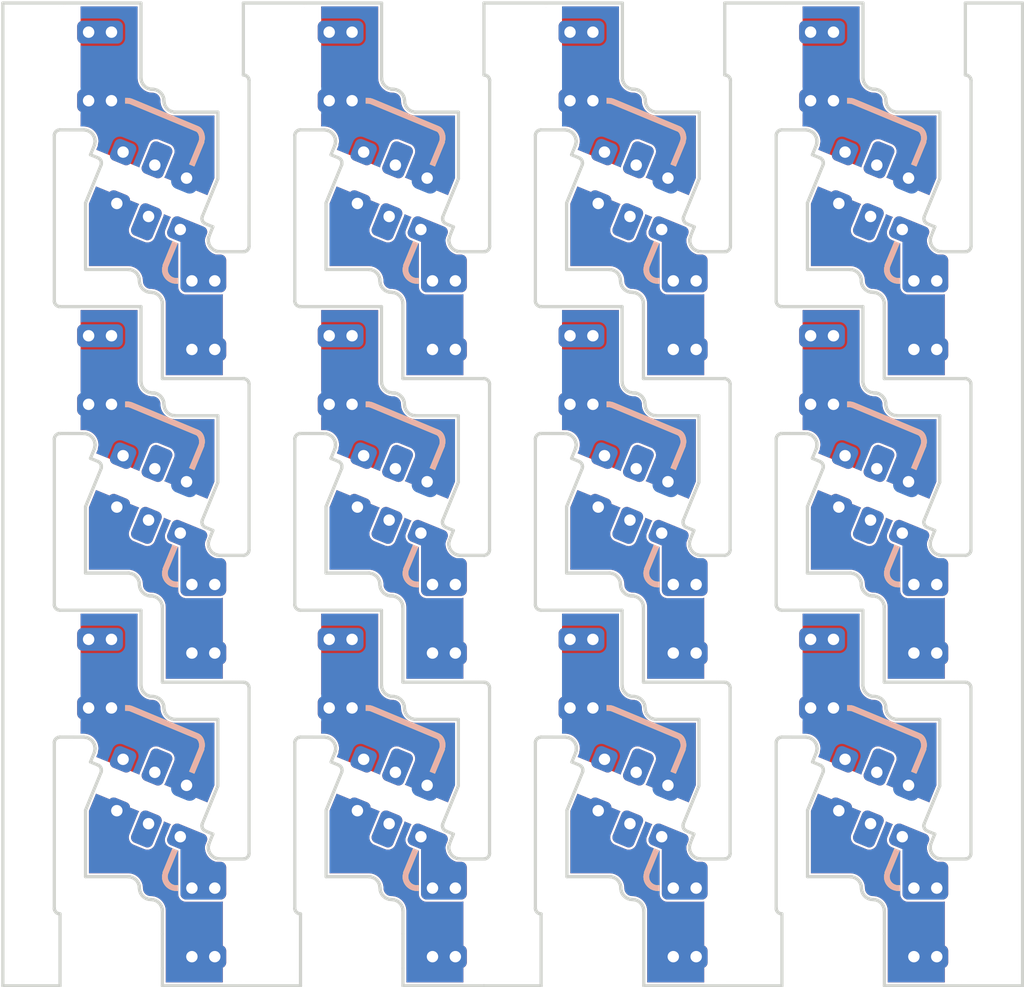
<source format=kicad_pcb>
(kicad_pcb (version 20171130) (host pcbnew 5.1.9+dfsg1-1+deb11u1)
  (layers (0 F.Cu signal) (31 B.Cu signal) (34 B.Paste user) (35 F.Paste user) (36 B.SilkS user) (37 F.SilkS user) (38 B.Mask user) (39 F.Mask user) (44 Edge.Cuts user))
  (net 0 "")
  (module yjoint:yjoint (layer F.Cu) (at 0 0)
    (fp_text reference "" (at 0 0) (layer F.SilkS) (effects (font (size 1.524 1.524))))
    (fp_text value "" (at 0 0) (layer F.SilkS) (effects (font (size 1.524 1.524))))
    (fp_poly (pts (xy 48.904233 0.30024) (xy 48.904233 1.382344) (xy 48.936251 1.373398) (xy 48.968691 1.365624) (xy 49.001604 1.359226) (xy 49.035043 1.354405) (xy 49.069059 1.351364) (xy 49.103704 1.350306) (xy 52.104038 1.350306) (xy 52.150195 1.351788) (xy 52.195532 1.356173) (xy 52.239959 1.363372) (xy 52.283386 1.373293) (xy 52.325722 1.385845) (xy 52.366876 1.400939) (xy 52.406757 1.418484) (xy 52.445276 1.438388) (xy 52.482341 1.460561) (xy 52.517862 1.484913) (xy 52.551747 1.511353) (xy 52.583908 1.539791) (xy 52.614252 1.570135) (xy 52.642689 1.602295) (xy 52.669129 1.636181) (xy 52.693481 1.671701) (xy 52.715655 1.708766) (xy 52.735559 1.747285) (xy 52.753103 1.787167) (xy 52.768197 1.828321) (xy 52.78075 1.870656) (xy 52.790671 1.914083) (xy 52.797869 1.95851) (xy 52.802255 2.003848) (xy 52.803737 2.050004) (xy 52.803737 3.049943) (xy 52.802255 3.096102) (xy 52.797869 3.141447) (xy 52.790671 3.185885) (xy 52.78075 3.229327) (xy 52.768197 3.271681) (xy 52.753103 3.312856) (xy 52.735559 3.352762) (xy 52.715655 3.391306) (xy 52.693481 3.428399) (xy 52.669129 3.463949) (xy 52.642689 3.497865) (xy 52.614252 3.530056) (xy 52.583908 3.560431) (xy 52.551747 3.588899) (xy 52.517862 3.615369) (xy 52.482341 3.639751) (xy 52.445276 3.661952) (xy 52.406757 3.681882) (xy 52.366876 3.69945) (xy 52.325722 3.714565) (xy 52.283386 3.727136) (xy 52.239959 3.737072) (xy 52.195532 3.744282) (xy 52.150195 3.748674) (xy 52.104038 3.750159) (xy 49.103704 3.750159) (xy 49.069051 3.749063) (xy 49.035035 3.745928) (xy 49.0016 3.740984) (xy 48.968692 3.734462) (xy 48.936255 3.726592) (xy 48.904233 3.717603) (xy 48.904233 7.591785) (xy 48.867178 7.609752) (xy 48.831912 7.630591) (xy 48.79859 7.654151) (xy 48.767364 7.680284) (xy 48.738386 7.708839) (xy 48.71181 7.739668) (xy 48.687789 7.772619) (xy 48.666474 7.807544) (xy 48.648019 7.844293) (xy 48.632577 7.882716) (xy 48.620301 7.922663) (xy 48.611343 7.963985) (xy 48.605856 8.006532) (xy 48.603993 8.050155) (xy 48.603993 9.050094) (xy 48.605856 9.093711) (xy 48.611343 9.136243) (xy 48.620301 9.177541) (xy 48.632577 9.217456) (xy 48.648019 9.255841) (xy 48.666474 9.292548) (xy 48.687789 9.327426) (xy 48.71181 9.360329) (xy 48.738386 9.391108) (xy 48.767364 9.419615) (xy 48.79859 9.4457) (xy 48.831912 9.469216) (xy 48.867178 9.490015) (xy 48.904233 9.507947) (xy 48.904233 10.801926) (xy 49.15383 10.801926) (xy 49.16778 10.801926) (xy 49.234356 10.803634) (xy 49.300086 10.808692) (xy 49.364887 10.817018) (xy 49.428677 10.828528) (xy 49.491372 10.843137) (xy 49.552888 10.860761) (xy 49.613143 10.881317) (xy 49.672054 10.904721) (xy 49.729537 10.930889) (xy 49.785509 10.959737) (xy 49.839888 10.991181) (xy 49.892589 11.025137) (xy 49.94353 11.061522) (xy 49.992628 11.100251) (xy 50.0398 11.14124) (xy 50.084962 11.184406) (xy 50.128031 11.229665) (xy 50.168925 11.276932) (xy 50.207559 11.326125) (xy 50.243851 11.377158) (xy 50.277718 11.429949) (xy 50.309077 11.484413) (xy 50.337844 11.540466) (xy 50.363936 11.598025) (xy 50.387271 11.657005) (xy 50.407764 11.717322) (xy 50.425334 11.778894) (xy 50.439896 11.841635) (xy 50.451368 11.905462) (xy 50.459666 11.970292) (xy 50.464707 12.036039) (xy 50.466409 12.102621) (xy 50.465201 12.138454) (xy 50.461823 12.173918) (xy 50.456615 12.209079) (xy 50.449916 12.244002) (xy 50.442065 12.278752) (xy 50.433404 12.313395) (xy 50.424271 12.347996) (xy 50.415006 12.382619) (xy 50.405949 12.417331) (xy 50.429209 12.458151) (xy 50.271079 12.839007) (xy 51.273602 13.248801) (xy 51.278436 13.209707) (xy 51.285025 13.170647) (xy 51.293745 13.131704) (xy 51.30497 13.09296) (xy 51.319072 13.054497) (xy 51.69786 12.128972) (xy 51.716715 12.086813) (xy 51.737952 12.04651) (xy 51.761452 12.008111) (xy 51.787097 11.971666) (xy 51.814768 11.937226) (xy 51.844346 11.90484) (xy 51.875713 11.874558) (xy 51.90875 11.84643) (xy 51.943339 11.820506) (xy 51.979361 11.796835) (xy 52.016697 11.775467) (xy 52.055229 11.756452) (xy 52.094838 11.73984) (xy 52.135405 11.72568) (xy 52.176813 11.714024) (xy 52.218941 11.704919) (xy 52.261672 11.698417) (xy 52.304888 11.694566) (xy 52.348468 11.693417) (xy 52.392296 11.69502) (xy 52.436251 11.699424) (xy 52.480216 11.706679) (xy 52.524072 11.716835) (xy 52.567701 11.729942) (xy 52.610983 11.74605) (xy 53.536508 12.124838) (xy 53.578664 12.143693) (xy 53.618961 12.16493) (xy 53.657349 12.18843) (xy 53.693778 12.214075) (xy 53.7282 12.241746) (xy 53.760565 12.271324) (xy 53.790823 12.302691) (xy 53.818925 12.335729) (xy 53.844821 12.370317) (xy 53.868463 12.406339) (xy 53.889801 12.443675) (xy 53.908785 12.482207) (xy 53.925366 12.521816) (xy 53.939495 12.562384) (xy 53.951121 12.603791) (xy 53.960197 12.64592) (xy 53.966671 12.688651) (xy 53.970496 12.731866) (xy 53.971621 12.775447) (xy 53.969997 12.819274) (xy 53.965575 12.86323) (xy 53.958304 12.907195) (xy 53.948137 12.951051) (xy 53.935023 12.994679) (xy 53.918913 13.037961) (xy 53.540125 13.963486) (xy 53.523271 14.000797) (xy 53.504221 14.036327) (xy 53.483262 14.070254) (xy 53.460683 14.102758) (xy 53.436772 14.134018) (xy 54.050171 14.384649) (xy 54.055076 14.346355) (xy 54.061645 14.308141) (xy 54.070258 14.270056) (xy 54.081293 14.232151) (xy 54.095131 14.194479) (xy 54.852707 12.34343) (xy 54.87156 12.301272) (xy 54.892789 12.260968) (xy 54.916278 12.222569) (xy 54.941908 12.186125) (xy 54.969561 12.151685) (xy 54.999118 12.119299) (xy 55.030461 12.089017) (xy 55.063472 12.060889) (xy 55.098033 12.034964) (xy 55.134026 12.011293) (xy 55.171332 11.989925) (xy 55.209833 11.97091) (xy 55.249411 11.954298) (xy 55.289947 11.940138) (xy 55.331325 11.928481) (xy 55.373424 11.919377) (xy 55.416127 11.912874) (xy 55.459316 11.909023) (xy 55.502873 11.907874) (xy 55.546679 11.909477) (xy 55.590617 11.913881) (xy 55.634567 11.921136) (xy 55.678412 11.931292) (xy 55.722033 11.944399) (xy 55.765313 11.960507) (xy 56.690838 12.339295) (xy 56.732997 12.35815) (xy 56.7733 12.379387) (xy 56.811699 12.402887) (xy 56.848144 12.428532) (xy 56.882584 12.456203) (xy 56.91497 12.485781) (xy 56.945252 12.517148) (xy 56.97338 12.550185) (xy 56.999304 12.584774) (xy 57.022975 12.620796) (xy 57.044343 12.658132) (xy 57.063358 12.696664) (xy 57.07997 12.736273) (xy 57.09413 12.77684) (xy 57.105786 12.818248) (xy 57.114891 12.860376) (xy 57.121393 12.903107) (xy 57.125244 12.946323) (xy 57.126393 12.989903) (xy 57.12479 13.033731) (xy 57.120386 13.077686) (xy 57.113131 13.121651) (xy 57.102975 13.165507) (xy 57.089868 13.209136) (xy 57.07376 13.252418) (xy 56.316184 15.103468) (xy 56.299709 15.13995) (xy 56.281102 15.174676) (xy 56.260656 15.207853) (xy 56.238663 15.239686) (xy 56.215415 15.270383) (xy 56.825197 15.51998) (xy 56.821745 15.561308) (xy 56.82072 15.602498) (xy 56.822087 15.643449) (xy 56.825806 15.684064) (xy 56.831841 15.724244) (xy 56.840155 15.763889) (xy 56.85071 15.802902) (xy 56.863468 15.841183) (xy 56.878393 15.878634) (xy 56.895447 15.915156) (xy 56.914593 15.95065) (xy 56.935793 15.985017) (xy 56.95901 16.018159) (xy 56.984207 16.049977) (xy 57.011345 16.080372) (xy 57.040389 16.109245) (xy 57.0713 16.136498) (xy 57.104041 16.162031) (xy 57.138576 16.185747) (xy 57.174865 16.207547) (xy 57.212873 16.22733) (xy 57.252561 16.245) (xy 58.178086 16.623788) (xy 58.21882 16.639025) (xy 58.25984 16.651571) (xy 58.30105 16.661471) (xy 58.342355 16.668769) (xy 58.383656 16.67351) (xy 58.424859 16.675737) (xy 58.465867 16.675495) (xy 58.506582 16.672828) (xy 58.54691 16.667782) (xy 58.586753 16.660399) (xy 58.626015 16.650724) (xy 58.6646 16.638801) (xy 58.702411 16.624676) (xy 58.739353 16.608392) (xy 58.775327 16.589993) (xy 58.810239 16.569524) (xy 58.843991 16.547028) (xy 58.876488 16.522552) (xy 58.907633 16.496137) (xy 58.937329 16.46783) (xy 58.96548 16.437674) (xy 58.99199 16.405714) (xy 59.989861 16.813958) (xy 60.608945 15.308106) (xy 60.608945 9.849011) (xy 57.187448 9.849011) (xy 57.122143 9.847361) (xy 57.057617 9.842486) (xy 56.993953 9.834467) (xy 56.93123 9.823379) (xy 56.869531 9.809303) (xy 56.808935 9.792315) (xy 56.749525 9.772494) (xy 56.69138 9.749919) (xy 56.634583 9.724667) (xy 56.579213 9.696817) (xy 56.525352 9.666446) (xy 56.473081 9.633634) (xy 56.42248 9.598458) (xy 56.373632 9.560996) (xy 56.326616 9.521327) (xy 56.281514 9.479529) (xy 56.238407 9.43568) (xy 56.197376 9.389859) (xy 56.158501 9.342142) (xy 56.121864 9.29261) (xy 56.087545 9.241339) (xy 56.055627 9.188408) (xy 56.026189 9.133896) (xy 55.999312 9.077879) (xy 55.975078 9.020438) (xy 55.953568 8.961649) (xy 55.934862 8.901592) (xy 55.919042 8.840343) (xy 55.906188 8.777982) (xy 55.896382 8.714587) (xy 55.889704 8.650235) (xy 55.886236 8.585006) (xy 55.886236 8.581386) (xy 55.886236 8.561749) (xy 55.886236 8.551929) (xy 55.886236 8.549859) (xy 55.884765 8.503449) (xy 55.880414 8.457905) (xy 55.873272 8.413315) (xy 55.863426 8.369765) (xy 55.850964 8.327344) (xy 55.835972 8.286139) (xy 55.818539 8.246237) (xy 55.798753 8.207726) (xy 55.7767 8.170694) (xy 55.752468 8.135228) (xy 55.726145 8.101415) (xy 55.697818 8.069344) (xy 55.667575 8.039101) (xy 55.635503 8.010774) (xy 55.60169 7.984451) (xy 55.566224 7.96022) (xy 55.529191 7.938167) (xy 55.49068 7.91838) (xy 55.450778 7.900948) (xy 55.409572 7.885956) (xy 55.36715 7.873494) (xy 55.3236 7.863648) (xy 55.279009 7.856506) (xy 55.233464 7.852155) (xy 55.187054 7.850683) (xy 55.120472 7.848976) (xy 55.054725 7.843917) (xy 54.989895 7.835591) (xy 54.926068 7.824081) (xy 54.863327 7.809472) (xy 54.801755 7.791848) (xy 54.741438 7.771292) (xy 54.682457 7.747888) (xy 54.624899 7.72172) (xy 54.568846 7.692872) (xy 54.514382 7.661428) (xy 54.461591 7.627472) (xy 54.410557 7.591087) (xy 54.361365 7.552358) (xy 54.314097 7.511369) (xy 54.268839 7.468203) (xy 54.225673 7.422944) (xy 54.184683 7.375677) (xy 54.145954 7.326484) (xy 54.10957 7.275451) (xy 54.075613 7.22266) (xy 54.044169 7.168196) (xy 54.015321 7.112143) (xy 53.989154 7.054584) (xy 53.96575 6.995604) (xy 53.945193 6.935286) (xy 53.927569 6.873715) (xy 53.91296 6.810973) (xy 53.90145 6.747146) (xy 53.893124 6.682317) (xy 53.888066 6.616569) (xy 53.886358 6.549988) (xy 53.886358 6.536552) (xy 53.886358 4.55011) (xy 53.886358 1.542025) (xy 53.886358 0.30024) (xy 48.904233 0.30024)) (layer B.Cu) (width 0.000001))
    (fp_poly (pts (xy 69.94636 0.30024) (xy 69.94636 1.382344) (xy 69.978378 1.373398) (xy 70.010818 1.365624) (xy 70.043731 1.359226) (xy 70.07717 1.354405) (xy 70.111186 1.351364) (xy 70.145832 1.350306) (xy 73.146164 1.350306) (xy 73.192321 1.351788) (xy 73.237658 1.356173) (xy 73.282085 1.363372) (xy 73.325512 1.373293) (xy 73.367848 1.385845) (xy 73.409002 1.400939) (xy 73.448883 1.418484) (xy 73.487402 1.438388) (xy 73.524467 1.460561) (xy 73.559988 1.484913) (xy 73.593873 1.511353) (xy 73.626034 1.539791) (xy 73.656378 1.570135) (xy 73.684815 1.602295) (xy 73.711255 1.636181) (xy 73.735607 1.671701) (xy 73.757781 1.708766) (xy 73.777685 1.747285) (xy 73.795229 1.787167) (xy 73.810323 1.828321) (xy 73.822876 1.870656) (xy 73.832797 1.914083) (xy 73.839995 1.95851) (xy 73.844381 2.003848) (xy 73.845863 2.050004) (xy 73.845863 3.049943) (xy 73.844381 3.096102) (xy 73.839995 3.141447) (xy 73.832797 3.185885) (xy 73.822876 3.229327) (xy 73.810323 3.271681) (xy 73.795229 3.312856) (xy 73.777685 3.352762) (xy 73.757781 3.391306) (xy 73.735607 3.428399) (xy 73.711255 3.463949) (xy 73.684815 3.497865) (xy 73.656378 3.530056) (xy 73.626034 3.560431) (xy 73.593873 3.588899) (xy 73.559988 3.615369) (xy 73.524467 3.639751) (xy 73.487402 3.661952) (xy 73.448883 3.681882) (xy 73.409002 3.69945) (xy 73.367848 3.714565) (xy 73.325512 3.727136) (xy 73.282085 3.737072) (xy 73.237658 3.744282) (xy 73.192321 3.748674) (xy 73.146164 3.750159) (xy 70.145832 3.750159) (xy 70.111179 3.749063) (xy 70.077162 3.745928) (xy 70.043727 3.740984) (xy 70.010819 3.734462) (xy 69.978382 3.726592) (xy 69.94636 3.717603) (xy 69.94636 7.591785) (xy 69.909304 7.609752) (xy 69.874039 7.630591) (xy 69.840717 7.654151) (xy 69.80949 7.680284) (xy 69.780513 7.708839) (xy 69.753937 7.739668) (xy 69.729915 7.772619) (xy 69.7086 7.807544) (xy 69.690145 7.844293) (xy 69.674703 7.882716) (xy 69.662427 7.922663) (xy 69.653469 7.963985) (xy 69.647982 8.006532) (xy 69.646119 8.050155) (xy 69.646119 9.050094) (xy 69.647982 9.093711) (xy 69.653469 9.136243) (xy 69.662427 9.177541) (xy 69.674703 9.217456) (xy 69.690145 9.255841) (xy 69.7086 9.292548) (xy 69.729915 9.327426) (xy 69.753937 9.360329) (xy 69.780513 9.391108) (xy 69.80949 9.419615) (xy 69.840717 9.4457) (xy 69.874039 9.469216) (xy 69.909304 9.490015) (xy 69.94636 9.507947) (xy 69.94636 10.801926) (xy 70.195957 10.801926) (xy 70.209907 10.801926) (xy 70.276483 10.803634) (xy 70.342213 10.808692) (xy 70.407014 10.817018) (xy 70.470804 10.828528) (xy 70.533498 10.843137) (xy 70.595015 10.860761) (xy 70.65527 10.881317) (xy 70.714181 10.904721) (xy 70.771664 10.930889) (xy 70.827636 10.959737) (xy 70.882014 10.991181) (xy 70.934716 11.025137) (xy 70.985657 11.061522) (xy 71.034755 11.100251) (xy 71.081927 11.14124) (xy 71.127089 11.184406) (xy 71.170158 11.229665) (xy 71.211051 11.276932) (xy 71.249686 11.326125) (xy 71.285978 11.377158) (xy 71.319845 11.429949) (xy 71.351204 11.484413) (xy 71.379971 11.540466) (xy 71.406063 11.598025) (xy 71.429398 11.657005) (xy 71.449892 11.717322) (xy 71.467461 11.778894) (xy 71.482023 11.841635) (xy 71.493495 11.905462) (xy 71.501794 11.970292) (xy 71.506835 12.036039) (xy 71.508537 12.102621) (xy 71.507329 12.138454) (xy 71.503951 12.173918) (xy 71.498743 12.209079) (xy 71.492044 12.244002) (xy 71.484193 12.278752) (xy 71.475532 12.313395) (xy 71.466399 12.347996) (xy 71.457134 12.382619) (xy 71.448077 12.417331) (xy 71.471327 12.458151) (xy 71.313196 12.839007) (xy 72.315721 13.248801) (xy 72.320555 13.209707) (xy 72.327147 13.170647) (xy 72.335869 13.131704) (xy 72.347093 13.09296) (xy 72.361191 13.054497) (xy 72.739979 12.128972) (xy 72.758834 12.086813) (xy 72.780071 12.04651) (xy 72.803572 12.008111) (xy 72.829217 11.971666) (xy 72.856888 11.937226) (xy 72.886466 11.90484) (xy 72.917833 11.874558) (xy 72.95087 11.84643) (xy 72.985459 11.820506) (xy 73.021481 11.796835) (xy 73.058817 11.775467) (xy 73.097349 11.756452) (xy 73.136958 11.73984) (xy 73.177525 11.72568) (xy 73.218932 11.714024) (xy 73.261061 11.704919) (xy 73.303792 11.698417) (xy 73.347007 11.694566) (xy 73.390587 11.693417) (xy 73.434415 11.69502) (xy 73.47837 11.699424) (xy 73.522335 11.706679) (xy 73.566191 11.716835) (xy 73.609819 11.729942) (xy 73.653101 11.74605) (xy 74.578627 12.124838) (xy 74.620783 12.143693) (xy 74.66108 12.16493) (xy 74.699468 12.18843) (xy 74.735897 12.214075) (xy 74.770319 12.241746) (xy 74.802684 12.271324) (xy 74.832942 12.302691) (xy 74.861044 12.335729) (xy 74.886941 12.370317) (xy 74.910583 12.406339) (xy 74.93192 12.443675) (xy 74.950904 12.482207) (xy 74.967485 12.521816) (xy 74.981614 12.562384) (xy 74.993241 12.603791) (xy 75.002316 12.64592) (xy 75.008791 12.688651) (xy 75.012615 12.731866) (xy 75.01374 12.775447) (xy 75.012116 12.819274) (xy 75.007693 12.86323) (xy 75.000423 12.907195) (xy 74.990255 12.951051) (xy 74.977141 12.994679) (xy 74.961031 13.037961) (xy 74.582243 13.963486) (xy 74.565389 14.000797) (xy 74.546339 14.036327) (xy 74.525381 14.070254) (xy 74.502802 14.102758) (xy 74.478892 14.134018) (xy 75.092291 14.384649) (xy 75.097196 14.346355) (xy 75.103765 14.308141) (xy 75.112378 14.270056) (xy 75.123413 14.232151) (xy 75.137251 14.194479) (xy 75.894827 12.34343) (xy 75.91368 12.301272) (xy 75.934909 12.260968) (xy 75.958399 12.222569) (xy 75.984028 12.186125) (xy 76.011681 12.151685) (xy 76.041238 12.119299) (xy 76.072581 12.089017) (xy 76.105592 12.060889) (xy 76.140153 12.034964) (xy 76.176146 12.011293) (xy 76.213452 11.989925) (xy 76.251953 11.97091) (xy 76.291531 11.954298) (xy 76.332068 11.940138) (xy 76.373445 11.928481) (xy 76.415544 11.919377) (xy 76.458248 11.912874) (xy 76.501437 11.909023) (xy 76.544994 11.907874) (xy 76.5888 11.909477) (xy 76.632737 11.913881) (xy 76.676688 11.921136) (xy 76.720533 11.931292) (xy 76.764154 11.944399) (xy 76.807434 11.960507) (xy 77.732959 12.339295) (xy 77.775117 12.35815) (xy 77.815421 12.379387) (xy 77.85382 12.402887) (xy 77.890264 12.428532) (xy 77.924704 12.456203) (xy 77.95709 12.485781) (xy 77.987371 12.517148) (xy 78.015499 12.550185) (xy 78.041424 12.584774) (xy 78.065095 12.620796) (xy 78.086463 12.658132) (xy 78.105478 12.696664) (xy 78.12209 12.736273) (xy 78.136249 12.77684) (xy 78.147906 12.818248) (xy 78.15701 12.860376) (xy 78.163513 12.903107) (xy 78.167363 12.946323) (xy 78.168512 12.989903) (xy 78.16691 13.033731) (xy 78.162506 13.077686) (xy 78.155251 13.121651) (xy 78.145094 13.165507) (xy 78.131987 13.209136) (xy 78.11588 13.252418) (xy 77.358304 15.103468) (xy 77.341829 15.13995) (xy 77.323222 15.174676) (xy 77.302776 15.207853) (xy 77.280783 15.239686) (xy 77.257535 15.270383) (xy 77.867317 15.51998) (xy 77.863865 15.561308) (xy 77.86284 15.602498) (xy 77.864207 15.643449) (xy 77.867926 15.684064) (xy 77.873961 15.724244) (xy 77.882275 15.763889) (xy 77.89283 15.802902) (xy 77.905588 15.841183) (xy 77.920513 15.878634) (xy 77.937567 15.915156) (xy 77.956713 15.95065) (xy 77.977913 15.985017) (xy 78.001129 16.018159) (xy 78.026326 16.049977) (xy 78.053465 16.080372) (xy 78.082508 16.109245) (xy 78.113419 16.136498) (xy 78.146161 16.162031) (xy 78.180695 16.185747) (xy 78.216984 16.207547) (xy 78.254992 16.22733) (xy 78.29468 16.245) (xy 79.220206 16.623788) (xy 79.26094 16.639025) (xy 79.30196 16.651571) (xy 79.34317 16.661471) (xy 79.384474 16.668769) (xy 79.425776 16.67351) (xy 79.466979 16.675737) (xy 79.507986 16.675495) (xy 79.548702 16.672828) (xy 79.58903 16.667782) (xy 79.628873 16.660399) (xy 79.668135 16.650724) (xy 79.70672 16.638801) (xy 79.744531 16.624676) (xy 79.781472 16.608392) (xy 79.817446 16.589993) (xy 79.852358 16.569524) (xy 79.88611 16.547028) (xy 79.918607 16.522552) (xy 79.949752 16.496137) (xy 79.979448 16.46783) (xy 80.007599 16.437674) (xy 80.034109 16.405714) (xy 81.031983 16.813958) (xy 81.651065 15.308106) (xy 81.651065 9.849011) (xy 78.229575 9.849011) (xy 78.164269 9.847361) (xy 78.099744 9.842487) (xy 78.036079 9.834467) (xy 77.973357 9.823379) (xy 77.911657 9.809303) (xy 77.851062 9.792315) (xy 77.791651 9.772494) (xy 77.733506 9.749919) (xy 77.676708 9.724667) (xy 77.621339 9.696817) (xy 77.567478 9.666447) (xy 77.515206 9.633634) (xy 77.464606 9.598458) (xy 77.415758 9.560997) (xy 77.368742 9.521328) (xy 77.32364 9.47953) (xy 77.280533 9.435681) (xy 77.239501 9.389859) (xy 77.200627 9.342143) (xy 77.16399 9.29261) (xy 77.129671 9.241339) (xy 77.097753 9.188408) (xy 77.068314 9.133896) (xy 77.041438 9.07788) (xy 77.017204 9.020438) (xy 76.995694 8.961649) (xy 76.976988 8.901592) (xy 76.961168 8.840343) (xy 76.948314 8.777982) (xy 76.938508 8.714587) (xy 76.93183 8.650235) (xy 76.928362 8.585006) (xy 76.928362 8.581386) (xy 76.928362 8.561749) (xy 76.928362 8.551929) (xy 76.928362 8.549859) (xy 76.92689 8.503449) (xy 76.92254 8.457905) (xy 76.915398 8.413315) (xy 76.905552 8.369765) (xy 76.893089 8.327344) (xy 76.878098 8.286139) (xy 76.860665 8.246237) (xy 76.840878 8.207726) (xy 76.818825 8.170694) (xy 76.794593 8.135228) (xy 76.76827 8.101415) (xy 76.739943 8.069344) (xy 76.7097 8.039101) (xy 76.677628 8.010774) (xy 76.643815 7.984451) (xy 76.608349 7.96022) (xy 76.571316 7.938167) (xy 76.532805 7.91838) (xy 76.492903 7.900947) (xy 76.451697 7.885956) (xy 76.409275 7.873494) (xy 76.365725 7.863648) (xy 76.321134 7.856506) (xy 76.275589 7.852155) (xy 76.229179 7.850683) (xy 76.162597 7.848976) (xy 76.09685 7.843917) (xy 76.03202 7.835591) (xy 75.968193 7.824081) (xy 75.905452 7.809472) (xy 75.84388 7.791848) (xy 75.783563 7.771292) (xy 75.724583 7.747888) (xy 75.667024 7.72172) (xy 75.610971 7.692872) (xy 75.556507 7.661428) (xy 75.503716 7.627472) (xy 75.452683 7.591087) (xy 75.40349 7.552358) (xy 75.356223 7.511369) (xy 75.310964 7.468203) (xy 75.267798 7.422944) (xy 75.226809 7.375676) (xy 75.18808 7.326484) (xy 75.151696 7.27545) (xy 75.117739 7.22266) (xy 75.086296 7.168196) (xy 75.057448 7.112143) (xy 75.03128 7.054584) (xy 75.007876 6.995604) (xy 74.98732 6.935286) (xy 74.969695 6.873715) (xy 74.955086 6.810973) (xy 74.943577 6.747146) (xy 74.935251 6.682317) (xy 74.930192 6.616569) (xy 74.928485 6.549988) (xy 74.928485 6.536552) (xy 74.928485 4.55011) (xy 74.928485 1.542025) (xy 74.928485 0.30024) (xy 69.94636 0.30024)) (layer B.Cu) (width 0.000001))
    (fp_poly (pts (xy 49.103704 1.550293) (xy 49.058069 1.552326) (xy 49.013613 1.55831) (xy 48.970508 1.568072) (xy 48.928929 1.581439) (xy 48.889048 1.598236) (xy 48.851039 1.618292) (xy 48.815074 1.641432) (xy 48.781328 1.667484) (xy 48.749974 1.696273) (xy 48.721184 1.727628) (xy 48.695133 1.761374) (xy 48.671992 1.797338) (xy 48.651937 1.835347) (xy 48.635139 1.875228) (xy 48.621773 1.916808) (xy 48.612011 1.959912) (xy 48.606026 2.004369) (xy 48.603993 2.050004) (xy 48.603993 3.049943) (xy 48.606026 3.095583) (xy 48.612011 3.140052) (xy 48.621773 3.183177) (xy 48.635139 3.224784) (xy 48.651937 3.264697) (xy 48.671992 3.302743) (xy 48.695133 3.338747) (xy 48.721184 3.372535) (xy 48.749974 3.403932) (xy 48.781328 3.432764) (xy 48.815074 3.458858) (xy 48.851039 3.482038) (xy 48.889048 3.50213) (xy 48.928929 3.51896) (xy 48.970508 3.532353) (xy 49.013613 3.542136) (xy 49.058069 3.548133) (xy 49.103704 3.550171) (xy 52.104038 3.550171) (xy 52.149673 3.548133) (xy 52.194129 3.542136) (xy 52.237234 3.532353) (xy 52.278813 3.51896) (xy 52.318694 3.50213) (xy 52.356703 3.482038) (xy 52.392668 3.458858) (xy 52.426414 3.432764) (xy 52.457768 3.403932) (xy 52.486558 3.372535) (xy 52.512609 3.338747) (xy 52.53575 3.302743) (xy 52.555805 3.264697) (xy 52.572603 3.224784) (xy 52.585969 3.183177) (xy 52.595731 3.140052) (xy 52.601716 3.095583) (xy 52.603749 3.049943) (xy 52.603749 2.050004) (xy 52.601716 2.004369) (xy 52.595731 1.959912) (xy 52.585969 1.916808) (xy 52.572603 1.875228) (xy 52.555805 1.835347) (xy 52.53575 1.797338) (xy 52.512609 1.761374) (xy 52.486558 1.727628) (xy 52.457768 1.696273) (xy 52.426414 1.667484) (xy 52.392668 1.641432) (xy 52.356703 1.618292) (xy 52.318694 1.598236) (xy 52.278813 1.581439) (xy 52.237234 1.568072) (xy 52.194129 1.55831) (xy 52.149673 1.552326) (xy 52.104038 1.550293) (xy 49.103704 1.550293)) (layer B.Cu) (width 0.000001))
    (fp_poly (pts (xy 70.145832 1.550293) (xy 70.100197 1.552326) (xy 70.05574 1.55831) (xy 70.012636 1.568072) (xy 69.971056 1.581439) (xy 69.931175 1.598236) (xy 69.893166 1.618292) (xy 69.857201 1.641432) (xy 69.823455 1.667484) (xy 69.7921 1.696273) (xy 69.763311 1.727628) (xy 69.737259 1.761374) (xy 69.714119 1.797338) (xy 69.694063 1.835347) (xy 69.677265 1.875228) (xy 69.663899 1.916808) (xy 69.654137 1.959912) (xy 69.648152 2.004369) (xy 69.646119 2.050004) (xy 69.646119 3.049943) (xy 69.648152 3.095583) (xy 69.654137 3.140052) (xy 69.663899 3.183177) (xy 69.677265 3.224784) (xy 69.694063 3.264697) (xy 69.714119 3.302743) (xy 69.737259 3.338747) (xy 69.763311 3.372535) (xy 69.7921 3.403932) (xy 69.823455 3.432764) (xy 69.857201 3.458858) (xy 69.893166 3.482038) (xy 69.931175 3.50213) (xy 69.971056 3.51896) (xy 70.012636 3.532353) (xy 70.05574 3.542136) (xy 70.100197 3.548133) (xy 70.145832 3.550171) (xy 73.146164 3.550171) (xy 73.191799 3.548133) (xy 73.236255 3.542136) (xy 73.279359 3.532353) (xy 73.320939 3.51896) (xy 73.36082 3.50213) (xy 73.398829 3.482038) (xy 73.434793 3.458858) (xy 73.468539 3.432764) (xy 73.499894 3.403932) (xy 73.528683 3.372535) (xy 73.554735 3.338747) (xy 73.577875 3.302743) (xy 73.597931 3.264697) (xy 73.614729 3.224784) (xy 73.628095 3.183177) (xy 73.637857 3.140052) (xy 73.643842 3.095583) (xy 73.645875 3.049943) (xy 73.645875 2.050004) (xy 73.643842 2.004369) (xy 73.637857 1.959912) (xy 73.628095 1.916808) (xy 73.614729 1.875228) (xy 73.597931 1.835347) (xy 73.577875 1.797338) (xy 73.554735 1.761374) (xy 73.528683 1.727628) (xy 73.499894 1.696273) (xy 73.468539 1.667484) (xy 73.434793 1.641432) (xy 73.398829 1.618292) (xy 73.36082 1.598236) (xy 73.320939 1.581439) (xy 73.279359 1.568072) (xy 73.236255 1.55831) (xy 73.191799 1.552326) (xy 73.146164 1.550293) (xy 70.145832 1.550293)) (layer B.Cu) (width 0.000001))
    (fp_poly (pts (xy 52.339683 11.893848) (xy 52.298136 11.896038) (xy 52.257148 11.901651) (xy 52.216922 11.910603) (xy 52.17766 11.922806) (xy 52.139568 11.938177) (xy 52.102847 11.95663) (xy 52.067701 11.978078) (xy 52.034334 12.002438) (xy 52.002948 12.029623) (xy 51.973748 12.059548) (xy 51.946936 12.092127) (xy 51.922715 12.127276) (xy 51.90129 12.164909) (xy 51.882863 12.20494) (xy 51.504075 13.130464) (xy 51.488675 13.173469) (xy 51.47738 13.216878) (xy 51.470095 13.260464) (xy 51.466725 13.304003) (xy 51.467176 13.347269) (xy 51.471352 13.390035) (xy 51.479158 13.432077) (xy 51.490499 13.473167) (xy 51.50528 13.513081) (xy 51.523407 13.551592) (xy 51.544784 13.588475) (xy 51.569316 13.623505) (xy 51.596908 13.656454) (xy 51.627465 13.687098) (xy 51.660892 13.715211) (xy 51.697094 13.740567) (xy 51.735976 13.76294) (xy 51.777443 13.782104) (xy 52.702968 14.160892) (xy 52.745977 14.176293) (xy 52.789399 14.187588) (xy 52.833007 14.194873) (xy 52.876573 14.198242) (xy 52.91987 14.197792) (xy 52.962673 14.193616) (xy 53.004754 14.18581) (xy 53.045886 14.174468) (xy 53.085843 14.159687) (xy 53.124397 14.14156) (xy 53.161322 14.120184) (xy 53.196391 14.095652) (xy 53.229377 14.06806) (xy 53.260053 14.037503) (xy 53.288193 14.004075) (xy 53.313569 13.967873) (xy 53.335955 13.928991) (xy 53.355124 13.887524) (xy 53.733913 12.961999) (xy 53.749313 12.91899) (xy 53.760608 12.875568) (xy 53.767893 12.831961) (xy 53.771263 12.788395) (xy 53.770812 12.745097) (xy 53.766636 12.702294) (xy 53.75883 12.660213) (xy 53.747489 12.619081) (xy 53.732707 12.579124) (xy 53.714581 12.54057) (xy 53.693204 12.503645) (xy 53.668672 12.468576) (xy 53.64108 12.43559) (xy 53.610523 12.404913) (xy 53.577096 12.376774) (xy 53.540894 12.351398) (xy 53.502011 12.329012) (xy 53.460544 12.309843) (xy 52.535019 11.931571) (xy 52.496329 11.91751) (xy 52.457281 11.906763) (xy 52.418045 11.899276) (xy 52.378789 11.894991) (xy 52.339683 11.893851) (xy 52.339683 11.893848)) (layer B.Cu) (width 0.000001))
    (fp_poly (pts (xy 73.381808 11.893848) (xy 73.340261 11.896038) (xy 73.299273 11.901651) (xy 73.259047 11.910603) (xy 73.219786 11.922806) (xy 73.181693 11.938177) (xy 73.144972 11.95663) (xy 73.109827 11.978078) (xy 73.076459 12.002438) (xy 73.045074 12.029623) (xy 73.015873 12.059548) (xy 72.989061 12.092127) (xy 72.964841 12.127276) (xy 72.943416 12.164909) (xy 72.924989 12.20494) (xy 72.546201 13.130464) (xy 72.530801 13.173469) (xy 72.519506 13.216878) (xy 72.512221 13.260464) (xy 72.508851 13.304003) (xy 72.509302 13.347269) (xy 72.513478 13.390035) (xy 72.521284 13.432077) (xy 72.532625 13.473167) (xy 72.547406 13.513081) (xy 72.565533 13.551592) (xy 72.58691 13.588475) (xy 72.611441 13.623505) (xy 72.639033 13.656454) (xy 72.66959 13.687098) (xy 72.703017 13.715211) (xy 72.739219 13.740567) (xy 72.778101 13.76294) (xy 72.819568 13.782104) (xy 73.745094 14.160892) (xy 73.788103 14.176293) (xy 73.831525 14.187588) (xy 73.875132 14.194873) (xy 73.918698 14.198242) (xy 73.961996 14.197792) (xy 74.004799 14.193616) (xy 74.046879 14.18581) (xy 74.088012 14.174468) (xy 74.127968 14.159687) (xy 74.166522 14.14156) (xy 74.203448 14.120184) (xy 74.238516 14.095652) (xy 74.271502 14.06806) (xy 74.302179 14.037503) (xy 74.330318 14.004075) (xy 74.355694 13.967873) (xy 74.37808 13.928991) (xy 74.397249 13.887524) (xy 74.77604 12.961999) (xy 74.79144 12.91899) (xy 74.802735 12.875568) (xy 74.81002 12.831961) (xy 74.813389 12.788395) (xy 74.812939 12.745097) (xy 74.808763 12.702294) (xy 74.800957 12.660213) (xy 74.789615 12.619081) (xy 74.774834 12.579124) (xy 74.756707 12.54057) (xy 74.73533 12.503645) (xy 74.710799 12.468576) (xy 74.683207 12.43559) (xy 74.652649 12.404913) (xy 74.619222 12.376774) (xy 74.58302 12.351398) (xy 74.544137 12.329012) (xy 74.50267 12.309843) (xy 73.577144 11.931571) (xy 73.538454 11.91751) (xy 73.499407 11.906763) (xy 73.46017 11.899276) (xy 73.420914 11.894991) (xy 73.381808 11.893851) (xy 73.381808 11.893848)) (layer B.Cu) (width 0.000001))
    (fp_poly (pts (xy 55.494529 12.108305) (xy 55.452982 12.110488) (xy 55.411994 12.11608) (xy 55.371768 12.124999) (xy 55.332506 12.137161) (xy 55.294414 12.152484) (xy 55.257693 12.170883) (xy 55.222547 12.192277) (xy 55.18918 12.216581) (xy 55.157794 12.243714) (xy 55.128594 12.27359) (xy 55.101782 12.306129) (xy 55.077561 12.341245) (xy 55.056136 12.378856) (xy 55.037709 12.41888) (xy 54.280132 14.26993) (xy 54.264732 14.312939) (xy 54.253437 14.356361) (xy 54.246152 14.399968) (xy 54.242783 14.443534) (xy 54.243233 14.486832) (xy 54.247409 14.529635) (xy 54.255215 14.571716) (xy 54.266557 14.612848) (xy 54.281338 14.652805) (xy 54.299465 14.691359) (xy 54.320841 14.728284) (xy 54.345373 14.763353) (xy 54.372965 14.796339) (xy 54.403522 14.827016) (xy 54.436949 14.855155) (xy 54.473151 14.880532) (xy 54.512034 14.902918) (xy 54.553501 14.922087) (xy 55.479026 15.300875) (xy 55.522035 15.316275) (xy 55.565457 15.32757) (xy 55.609065 15.334855) (xy 55.652631 15.338224) (xy 55.695928 15.337774) (xy 55.738731 15.333598) (xy 55.780812 15.325792) (xy 55.821944 15.31445) (xy 55.861901 15.299669) (xy 55.900455 15.281542) (xy 55.93738 15.260166) (xy 55.972449 15.235634) (xy 56.005435 15.208042) (xy 56.036111 15.177485) (xy 56.064251 15.144058) (xy 56.089627 15.107856) (xy 56.112013 15.068973) (xy 56.131182 15.027506) (xy 56.888759 13.176456) (xy 56.904159 13.133447) (xy 56.915454 13.090025) (xy 56.922739 13.046418) (xy 56.926109 13.002852) (xy 56.925658 12.959555) (xy 56.921482 12.916752) (xy 56.913676 12.874671) (xy 56.902335 12.833539) (xy 56.887553 12.793582) (xy 56.869427 12.755028) (xy 56.84805 12.718103) (xy 56.823518 12.683033) (xy 56.795926 12.650047) (xy 56.765369 12.619371) (xy 56.731942 12.591231) (xy 56.69574 12.565855) (xy 56.656857 12.543469) (xy 56.61539 12.5243) (xy 55.689865 12.145512) (xy 55.651175 12.131505) (xy 55.612127 12.120887) (xy 55.572891 12.113552) (xy 55.533635 12.109393) (xy 55.494529 12.108302) (xy 55.494529 12.108305)) (layer B.Cu) (width 0.000001))
    (fp_poly (pts (xy 76.536654 12.108305) (xy 76.495107 12.110488) (xy 76.454119 12.11608) (xy 76.413893 12.124999) (xy 76.374632 12.137161) (xy 76.336539 12.152484) (xy 76.299818 12.170883) (xy 76.264672 12.192277) (xy 76.231305 12.216581) (xy 76.19992 12.243714) (xy 76.170719 12.27359) (xy 76.143907 12.306129) (xy 76.119687 12.341245) (xy 76.098262 12.378856) (xy 76.079835 12.41888) (xy 75.322259 14.26993) (xy 75.306859 14.312939) (xy 75.295564 14.356361) (xy 75.288279 14.399968) (xy 75.28491 14.443534) (xy 75.28536 14.486832) (xy 75.289536 14.529635) (xy 75.297342 14.571716) (xy 75.308683 14.612848) (xy 75.323465 14.652805) (xy 75.341591 14.691359) (xy 75.362968 14.728284) (xy 75.3875 14.763353) (xy 75.415092 14.796339) (xy 75.445649 14.827016) (xy 75.479076 14.855155) (xy 75.515278 14.880532) (xy 75.55416 14.902918) (xy 75.595627 14.922087) (xy 76.521152 15.300875) (xy 76.564161 15.316275) (xy 76.607583 15.32757) (xy 76.651191 15.334855) (xy 76.694757 15.338224) (xy 76.738054 15.337774) (xy 76.780857 15.333598) (xy 76.822938 15.325792) (xy 76.86407 15.31445) (xy 76.904027 15.299669) (xy 76.942581 15.281542) (xy 76.979506 15.260166) (xy 77.014575 15.235634) (xy 77.047561 15.208042) (xy 77.078238 15.177485) (xy 77.106377 15.144058) (xy 77.131753 15.107856) (xy 77.154139 15.068973) (xy 77.173308 15.027506) (xy 77.930884 13.176456) (xy 77.946285 13.133447) (xy 77.95758 13.090025) (xy 77.964865 13.046418) (xy 77.968235 13.002852) (xy 77.967784 12.959555) (xy 77.963608 12.916752) (xy 77.955802 12.874671) (xy 77.944461 12.833539) (xy 77.929679 12.793582) (xy 77.911553 12.755028) (xy 77.890176 12.718103) (xy 77.865644 12.683033) (xy 77.838052 12.650047) (xy 77.807495 12.619371) (xy 77.774068 12.591231) (xy 77.737866 12.565855) (xy 77.698984 12.543469) (xy 77.657517 12.5243) (xy 76.731991 12.145512) (xy 76.693301 12.131505) (xy 76.654253 12.120887) (xy 76.615017 12.113552) (xy 76.57576 12.109393) (xy 76.536654 12.108302) (xy 76.536654 12.108305)) (layer B.Cu) (width 0.000001))
    (fp_poly (pts (xy 50.251955 16.051217) (xy 49.632871 17.557068) (xy 49.632871 23.016166) (xy 53.054368 23.016166) (xy 53.119674 23.017816) (xy 53.184199 23.02269) (xy 53.247864 23.03071) (xy 53.310586 23.041797) (xy 53.372286 23.055874) (xy 53.432881 23.072862) (xy 53.492292 23.092682) (xy 53.550436 23.115258) (xy 53.607234 23.14051) (xy 53.662604 23.16836) (xy 53.716465 23.19873) (xy 53.768736 23.231543) (xy 53.819336 23.266719) (xy 53.868185 23.30418) (xy 53.9152 23.343849) (xy 53.960302 23.385647) (xy 54.003409 23.429496) (xy 54.044441 23.475318) (xy 54.083315 23.523034) (xy 54.119952 23.572567) (xy 54.154271 23.623838) (xy 54.186189 23.676768) (xy 54.215628 23.731281) (xy 54.242504 23.787297) (xy 54.266738 23.844739) (xy 54.288248 23.903527) (xy 54.306954 23.963585) (xy 54.322774 24.024833) (xy 54.335628 24.087194) (xy 54.345434 24.15059) (xy 54.352112 24.214941) (xy 54.35558 24.280171) (xy 54.35558 24.283771) (xy 54.35558 24.303411) (xy 54.35558 24.313211) (xy 54.35558 24.315311) (xy 54.357051 24.361722) (xy 54.361402 24.407266) (xy 54.368544 24.451857) (xy 54.37839 24.495408) (xy 54.390852 24.537829) (xy 54.405844 24.579035) (xy 54.423277 24.618937) (xy 54.443063 24.657449) (xy 54.465116 24.694481) (xy 54.489348 24.729948) (xy 54.515671 24.76376) (xy 54.543998 24.795832) (xy 54.574241 24.826075) (xy 54.606313 24.854402) (xy 54.640126 24.880725) (xy 54.675592 24.904957) (xy 54.712625 24.92701) (xy 54.751136 24.946797) (xy 54.791038 24.964229) (xy 54.832244 24.979221) (xy 54.874666 24.991683) (xy 54.918216 25.001529) (xy 54.962807 25.008672) (xy 55.008352 25.013022) (xy 55.054762 25.014494) (xy 55.121344 25.016202) (xy 55.187091 25.02126) (xy 55.251921 25.029586) (xy 55.315748 25.041096) (xy 55.378489 25.055705) (xy 55.440061 25.073329) (xy 55.500378 25.093885) (xy 55.559359 25.117289) (xy 55.616917 25.143457) (xy 55.67297 25.172305) (xy 55.727434 25.203749) (xy 55.780225 25.237705) (xy 55.831259 25.27409) (xy 55.880451 25.312819) (xy 55.927719 25.353808) (xy 55.972977 25.396974) (xy 56.016143 25.442233) (xy 56.057133 25.4895) (xy 56.095862 25.538693) (xy 56.132246 25.589726) (xy 56.166203 25.642517) (xy 56.197647 25.696981) (xy 56.226495 25.753034) (xy 56.252662 25.810593) (xy 56.276066 25.869573) (xy 56.296623 25.92989) (xy 56.314247 25.991462) (xy 56.328856 26.054203) (xy 56.340366 26.11803) (xy 56.348692 26.18286) (xy 56.35375 26.248607) (xy 56.355458 26.315189) (xy 56.355458 26.328629) (xy 56.355458 28.315072) (xy 56.355458 31.323157) (xy 56.355458 32.564941) (xy 61.337583 32.564941) (xy 61.337583 31.273547) (xy 61.374651 31.255591) (xy 61.409926 31.234761) (xy 61.443254 31.211205) (xy 61.474483 31.185074) (xy 61.503461 31.156518) (xy 61.530035 31.125688) (xy 61.554054 31.092733) (xy 61.575364 31.057804) (xy 61.593814 31.021051) (xy 61.609251 30.982623) (xy 61.621523 30.942672) (xy 61.630477 30.901348) (xy 61.635961 30.8588) (xy 61.637823 30.815178) (xy 61.637823 29.815238) (xy 61.635961 29.771616) (xy 61.630477 29.729067) (xy 61.621523 29.687743) (xy 61.609251 29.647792) (xy 61.593814 29.609365) (xy 61.575364 29.572612) (xy 61.554054 29.537683) (xy 61.530035 29.504729) (xy 61.503461 29.473898) (xy 61.474483 29.445343) (xy 61.443254 29.419212) (xy 61.409926 29.395656) (xy 61.374651 29.374825) (xy 61.337583 29.356869) (xy 61.337583 25.482686) (xy 61.305559 25.491674) (xy 61.273121 25.499545) (xy 61.240213 25.506069) (xy 61.20678 25.511013) (xy 61.172764 25.514149) (xy 61.138112 25.515246) (xy 58.137778 25.515246) (xy 58.091621 25.513762) (xy 58.046284 25.509369) (xy 58.001857 25.502159) (xy 57.95843 25.492223) (xy 57.916094 25.479652) (xy 57.87494 25.464537) (xy 57.835059 25.446969) (xy 57.79654 25.427039) (xy 57.759475 25.404838) (xy 57.723954 25.380456) (xy 57.690069 25.353986) (xy 57.657908 25.325518) (xy 57.627564 25.295143) (xy 57.599127 25.262952) (xy 57.572687 25.229036) (xy 57.548335 25.193486) (xy 57.526161 25.156393) (xy 57.506257 25.117848) (xy 57.488713 25.077943) (xy 57.473619 25.036768) (xy 57.461066 24.994414) (xy 57.451145 24.950972) (xy 57.443947 24.906533) (xy 57.439561 24.861189) (xy 57.438079 24.81503) (xy 57.438079 24.315311) (xy 57.438079 23.815084) (xy 57.438079 21.040059) (xy 56.705307 20.740336) (xy 56.663151 20.721481) (xy 56.622854 20.700244) (xy 56.584466 20.676744) (xy 56.548037 20.651099) (xy 56.513615 20.623428) (xy 56.48125 20.59385) (xy 56.450992 20.562483) (xy 56.42289 20.529446) (xy 56.396994 20.494857) (xy 56.373352 20.458835) (xy 56.352014 20.421499) (xy 56.33303 20.382967) (xy 56.316449 20.343358) (xy 56.30232 20.302791) (xy 56.290694 20.261383) (xy 56.281618 20.219255) (xy 56.275144 20.176524) (xy 56.271319 20.133308) (xy 56.270194 20.089728) (xy 56.271818 20.0459) (xy 56.27624 20.001945) (xy 56.283511 19.95798) (xy 56.293678 19.914124) (xy 56.306792 19.870495) (xy 56.322902 19.827213) (xy 56.70169 18.901688) (xy 56.718544 18.864377) (xy 56.737594 18.828847) (xy 56.758553 18.794919) (xy 56.781132 18.762416) (xy 56.805043 18.731156) (xy 56.191644 18.480525) (xy 56.186739 18.518818) (xy 56.18017 18.557033) (xy 56.171557 18.595118) (xy 56.160522 18.633022) (xy 56.146684 18.670695) (xy 55.389108 20.521745) (xy 55.370255 20.563903) (xy 55.349026 20.604207) (xy 55.325537 20.642606) (xy 55.299907 20.67905) (xy 55.272254 20.71349) (xy 55.242697 20.745876) (xy 55.211354 20.776158) (xy 55.178343 20.804286) (xy 55.143782 20.830211) (xy 55.107789 20.853882) (xy 55.070483 20.87525) (xy 55.031982 20.894265) (xy 54.992404 20.910877) (xy 54.951868 20.925036) (xy 54.91049 20.936693) (xy 54.868391 20.945798) (xy 54.825688 20.9523) (xy 54.782499 20.956151) (xy 54.738942 20.9573) (xy 54.695136 20.955697) (xy 54.651198 20.951293) (xy 54.607248 20.944038) (xy 54.563403 20.933882) (xy 54.519782 20.920775) (xy 54.476502 20.904667) (xy 53.550977 20.525879) (xy 53.508819 20.507024) (xy 53.468515 20.485787) (xy 53.430116 20.462287) (xy 53.393672 20.436642) (xy 53.359232 20.408972) (xy 53.326846 20.379393) (xy 53.296564 20.348026) (xy 53.268436 20.314989) (xy 53.242511 20.2804) (xy 53.21884 20.244379) (xy 53.197472 20.207042) (xy 53.178457 20.168511) (xy 53.161845 20.128902) (xy 53.147686 20.088334) (xy 53.136029 20.046927) (xy 53.126924 20.004798) (xy 53.120422 19.962067) (xy 53.116571 19.918852) (xy 53.115422 19.875271) (xy 53.117025 19.831443) (xy 53.121429 19.787488) (xy 53.128684 19.743523) (xy 53.13884 19.699667) (xy 53.151947 19.656038) (xy 53.168055 19.612756) (xy 53.925631 17.761706) (xy 53.942106 17.725225) (xy 53.960713 17.690499) (xy 53.981159 17.657322) (xy 54.003152 17.625488) (xy 54.0264 17.594791) (xy 53.224899 17.267163) (xy 53.223124 17.225196) (xy 53.217866 17.183774) (xy 53.209212 17.143105) (xy 53.197247 17.103399) (xy 53.182056 17.064863) (xy 53.163725 17.027707) (xy 53.142341 16.992139) (xy 53.117987 16.958368) (xy 53.090751 16.926604) (xy 53.060718 16.897054) (xy 53.027973 16.869927) (xy 52.992601 16.845433) (xy 52.95469 16.82378) (xy 52.914323 16.805176) (xy 51.988799 16.426387) (xy 51.946923 16.411339) (xy 51.904663 16.400193) (xy 51.862225 16.39286) (xy 51.819819 16.389253) (xy 51.77765 16.389282) (xy 51.735927 16.392858) (xy 51.694857 16.399893) (xy 51.654648 16.410298) (xy 51.615507 16.423984) (xy 51.577643 16.440862) (xy 51.541262 16.460844) (xy 51.506572 16.483841) (xy 51.47378 16.509765) (xy 51.443095 16.538525) (xy 50.251955 16.051217)) (layer B.Cu) (width 0.000001))
    (fp_poly (pts (xy 71.294081 16.051217) (xy 70.674999 17.557068) (xy 70.674999 23.016166) (xy 74.096495 23.016166) (xy 74.1618 23.017816) (xy 74.226326 23.02269) (xy 74.28999 23.03071) (xy 74.352712 23.041797) (xy 74.414412 23.055874) (xy 74.475007 23.072862) (xy 74.534418 23.092682) (xy 74.592562 23.115258) (xy 74.64936 23.14051) (xy 74.704729 23.16836) (xy 74.75859 23.19873) (xy 74.810861 23.231543) (xy 74.861462 23.266719) (xy 74.91031 23.30418) (xy 74.957326 23.343849) (xy 75.002427 23.385647) (xy 75.045534 23.429496) (xy 75.086566 23.475318) (xy 75.125441 23.523034) (xy 75.162078 23.572567) (xy 75.196396 23.623838) (xy 75.228315 23.676768) (xy 75.257753 23.731281) (xy 75.284629 23.787297) (xy 75.308863 23.844739) (xy 75.330373 23.903527) (xy 75.349079 23.963585) (xy 75.364899 24.024833) (xy 75.377753 24.087194) (xy 75.387559 24.15059) (xy 75.394237 24.214941) (xy 75.397705 24.280171) (xy 75.397705 24.283771) (xy 75.397705 24.303411) (xy 75.397705 24.313211) (xy 75.397705 24.315311) (xy 75.399177 24.361722) (xy 75.403527 24.407266) (xy 75.410669 24.451857) (xy 75.420515 24.495408) (xy 75.432978 24.537829) (xy 75.447969 24.579035) (xy 75.465402 24.618937) (xy 75.485189 24.657449) (xy 75.507242 24.694481) (xy 75.531474 24.729948) (xy 75.557797 24.76376) (xy 75.586124 24.795832) (xy 75.616367 24.826075) (xy 75.648439 24.854402) (xy 75.682252 24.880725) (xy 75.717718 24.904957) (xy 75.754751 24.92701) (xy 75.793262 24.946797) (xy 75.833164 24.964229) (xy 75.87437 24.979221) (xy 75.916792 24.991683) (xy 75.960342 25.001529) (xy 76.004933 25.008672) (xy 76.050478 25.013022) (xy 76.096888 25.014494) (xy 76.16347 25.016202) (xy 76.229217 25.02126) (xy 76.294047 25.029586) (xy 76.357874 25.041096) (xy 76.420615 25.055705) (xy 76.482187 25.073329) (xy 76.542505 25.093885) (xy 76.601485 25.117289) (xy 76.659043 25.143457) (xy 76.715097 25.172305) (xy 76.769561 25.203749) (xy 76.822351 25.237705) (xy 76.873385 25.27409) (xy 76.922577 25.312819) (xy 76.969845 25.353808) (xy 77.015104 25.396974) (xy 77.05827 25.442233) (xy 77.099259 25.4895) (xy 77.137988 25.538693) (xy 77.174373 25.589726) (xy 77.208329 25.642517) (xy 77.239773 25.696981) (xy 77.268621 25.753034) (xy 77.294789 25.810593) (xy 77.318193 25.869573) (xy 77.33875 25.92989) (xy 77.356374 25.991462) (xy 77.370983 26.054203) (xy 77.382493 26.11803) (xy 77.390819 26.18286) (xy 77.395877 26.248607) (xy 77.397585 26.315189) (xy 77.397585 26.328629) (xy 77.397585 28.315072) (xy 77.397585 31.323157) (xy 77.397585 32.564941) (xy 82.37971 32.564941) (xy 82.37971 31.273547) (xy 82.416778 31.255591) (xy 82.452053 31.234761) (xy 82.48538 31.211205) (xy 82.516609 31.185074) (xy 82.545587 31.156518) (xy 82.572162 31.125688) (xy 82.59618 31.092733) (xy 82.61749 31.057804) (xy 82.63594 31.021051) (xy 82.651377 30.982623) (xy 82.663649 30.942672) (xy 82.672603 30.901348) (xy 82.678087 30.8588) (xy 82.679949 30.815178) (xy 82.679949 29.815238) (xy 82.678087 29.771616) (xy 82.672603 29.729067) (xy 82.663649 29.687743) (xy 82.651377 29.647792) (xy 82.63594 29.609365) (xy 82.61749 29.572612) (xy 82.59618 29.537683) (xy 82.572162 29.504729) (xy 82.545587 29.473898) (xy 82.516609 29.445343) (xy 82.48538 29.419212) (xy 82.452053 29.395656) (xy 82.416778 29.374825) (xy 82.37971 29.356869) (xy 82.37971 25.482686) (xy 82.347686 25.491674) (xy 82.315248 25.499545) (xy 82.28234 25.506069) (xy 82.248906 25.511013) (xy 82.214891 25.514149) (xy 82.180238 25.515246) (xy 79.179905 25.515246) (xy 79.133749 25.513762) (xy 79.088411 25.509369) (xy 79.043984 25.502159) (xy 79.000557 25.492223) (xy 78.958222 25.479652) (xy 78.917068 25.464537) (xy 78.877186 25.446969) (xy 78.838668 25.427039) (xy 78.801603 25.404838) (xy 78.766082 25.380456) (xy 78.732196 25.353986) (xy 78.700036 25.325518) (xy 78.669692 25.295143) (xy 78.641255 25.262952) (xy 78.614815 25.229036) (xy 78.590463 25.193486) (xy 78.568289 25.156393) (xy 78.548385 25.117848) (xy 78.530841 25.077943) (xy 78.515747 25.036768) (xy 78.503194 24.994414) (xy 78.493273 24.950972) (xy 78.486075 24.906533) (xy 78.481689 24.861189) (xy 78.480207 24.81503) (xy 78.480207 24.315319) (xy 78.480207 23.815092) (xy 78.480207 21.040067) (xy 77.747433 20.740344) (xy 77.705277 20.721489) (xy 77.664981 20.700252) (xy 77.626593 20.676752) (xy 77.590164 20.651107) (xy 77.555742 20.623436) (xy 77.523377 20.593858) (xy 77.493119 20.562491) (xy 77.465017 20.529454) (xy 77.43912 20.494865) (xy 77.415478 20.458843) (xy 77.394141 20.421507) (xy 77.375157 20.382975) (xy 77.358576 20.343366) (xy 77.344447 20.302799) (xy 77.33282 20.261391) (xy 77.323745 20.219263) (xy 77.31727 20.176532) (xy 77.313445 20.133316) (xy 77.31232 20.089736) (xy 77.313944 20.045908) (xy 77.318367 20.001953) (xy 77.325637 19.957988) (xy 77.335804 19.914132) (xy 77.348918 19.870503) (xy 77.365028 19.827221) (xy 77.743816 18.901696) (xy 77.76067 18.864385) (xy 77.77972 18.828855) (xy 77.800679 18.794927) (xy 77.823258 18.762424) (xy 77.84717 18.731164) (xy 77.233771 18.480533) (xy 77.228866 18.518826) (xy 77.222297 18.557041) (xy 77.213684 18.595126) (xy 77.202649 18.63303) (xy 77.188811 18.670703) (xy 76.431232 20.521753) (xy 76.41238 20.563911) (xy 76.39115 20.604215) (xy 76.367661 20.642614) (xy 76.342031 20.679058) (xy 76.314378 20.713498) (xy 76.284822 20.745884) (xy 76.253478 20.776166) (xy 76.220467 20.804294) (xy 76.185906 20.830219) (xy 76.149914 20.85389) (xy 76.112608 20.875258) (xy 76.074107 20.894273) (xy 76.034529 20.910885) (xy 75.993992 20.925044) (xy 75.952615 20.936701) (xy 75.910516 20.945806) (xy 75.867813 20.952308) (xy 75.824623 20.956159) (xy 75.781067 20.957308) (xy 75.737261 20.955705) (xy 75.693324 20.951301) (xy 75.649373 20.944046) (xy 75.605529 20.93389) (xy 75.561907 20.920783) (xy 75.518628 20.904675) (xy 74.593105 20.525879) (xy 74.550946 20.507024) (xy 74.510643 20.485787) (xy 74.472243 20.462287) (xy 74.435799 20.436642) (xy 74.401359 20.408972) (xy 74.368973 20.379393) (xy 74.338691 20.348026) (xy 74.310563 20.314989) (xy 74.284638 20.2804) (xy 74.260967 20.244379) (xy 74.239599 20.207042) (xy 74.220584 20.168511) (xy 74.203972 20.128902) (xy 74.189812 20.088334) (xy 74.178155 20.046927) (xy 74.169051 20.004798) (xy 74.162548 19.962067) (xy 74.158698 19.918852) (xy 74.157549 19.875271) (xy 74.159151 19.831443) (xy 74.163555 19.787488) (xy 74.17081 19.743523) (xy 74.180967 19.699667) (xy 74.194074 19.656038) (xy 74.210181 19.612756) (xy 74.967757 17.761706) (xy 74.984232 17.725225) (xy 75.002839 17.690499) (xy 75.023285 17.657322) (xy 75.045278 17.625488) (xy 75.068526 17.594791) (xy 74.267027 17.267163) (xy 74.265252 17.225196) (xy 74.259994 17.183774) (xy 74.251339 17.143105) (xy 74.239374 17.103399) (xy 74.224183 17.064863) (xy 74.205853 17.027707) (xy 74.184468 16.992139) (xy 74.160115 16.958368) (xy 74.132879 16.926604) (xy 74.102845 16.897054) (xy 74.0701 16.869927) (xy 74.034729 16.845433) (xy 73.996817 16.82378) (xy 73.956451 16.805176) (xy 73.030925 16.426387) (xy 72.989049 16.411339) (xy 72.946789 16.400193) (xy 72.904352 16.39286) (xy 72.861946 16.389253) (xy 72.819777 16.389282) (xy 72.778054 16.392858) (xy 72.736985 16.399893) (xy 72.696776 16.410298) (xy 72.657635 16.423984) (xy 72.619771 16.440862) (xy 72.583389 16.460844) (xy 72.548699 16.483841) (xy 72.515908 16.509765) (xy 72.485222 16.538525) (xy 71.294081 16.051217)) (layer B.Cu) (width 0.000001))
    (fp_poly (pts (xy 54.567454 17.526579) (xy 54.525905 17.528751) (xy 54.484915 17.534351) (xy 54.444688 17.543294) (xy 54.405426 17.555494) (xy 54.367334 17.570864) (xy 54.330613 17.589318) (xy 54.295468 17.610772) (xy 54.262101 17.635137) (xy 54.230717 17.662329) (xy 54.201517 17.692261) (xy 54.174706 17.724847) (xy 54.150486 17.760002) (xy 54.129061 17.797638) (xy 54.110634 17.837671) (xy 53.353057 19.68872) (xy 53.337657 19.731729) (xy 53.326362 19.775151) (xy 53.319077 19.818759) (xy 53.315707 19.862325) (xy 53.316158 19.905622) (xy 53.320334 19.948425) (xy 53.32814 19.990506) (xy 53.339481 20.031639) (xy 53.354263 20.071595) (xy 53.372389 20.11015) (xy 53.393766 20.147075) (xy 53.418298 20.182144) (xy 53.44589 20.21513) (xy 53.476447 20.245806) (xy 53.509874 20.273946) (xy 53.546076 20.299322) (xy 53.584959 20.321708) (xy 53.626426 20.340877) (xy 54.551951 20.719665) (xy 54.590641 20.733672) (xy 54.629689 20.74429) (xy 54.668925 20.751625) (xy 54.708181 20.755784) (xy 54.747287 20.756875) (xy 54.788834 20.754692) (xy 54.829822 20.7491) (xy 54.870048 20.740181) (xy 54.909309 20.728019) (xy 54.947402 20.712696) (xy 54.984123 20.694296) (xy 55.019269 20.672903) (xy 55.052636 20.648598) (xy 55.084021 20.621466) (xy 55.113222 20.591589) (xy 55.140034 20.559051) (xy 55.164254 20.523935) (xy 55.18568 20.486323) (xy 55.204107 20.4463) (xy 55.961684 18.59525) (xy 55.977084 18.552241) (xy 55.988379 18.508819) (xy 55.995664 18.465211) (xy 55.999034 18.421645) (xy 55.998583 18.378348) (xy 55.994407 18.335545) (xy 55.986601 18.293464) (xy 55.97526 18.252332) (xy 55.960478 18.212375) (xy 55.942352 18.173821) (xy 55.920975 18.136896) (xy 55.896443 18.101827) (xy 55.868851 18.068841) (xy 55.838294 18.038164) (xy 55.804867 18.010025) (xy 55.768665 17.984649) (xy 55.729782 17.962263) (xy 55.688315 17.943094) (xy 54.76279 17.564305) (xy 54.724101 17.550244) (xy 54.685054 17.539497) (xy 54.645818 17.53201) (xy 54.606561 17.527725) (xy 54.567454 17.526585) (xy 54.567454 17.526579)) (layer B.Cu) (width 0.000001))
    (fp_poly (pts (xy 75.609581 17.526579) (xy 75.568032 17.528751) (xy 75.527042 17.534351) (xy 75.486815 17.543294) (xy 75.447553 17.555494) (xy 75.40946 17.570864) (xy 75.37274 17.589318) (xy 75.337594 17.610772) (xy 75.304228 17.635137) (xy 75.272843 17.662329) (xy 75.243643 17.692261) (xy 75.216831 17.724847) (xy 75.192611 17.760002) (xy 75.171186 17.797638) (xy 75.152759 17.837671) (xy 74.395183 19.68872) (xy 74.379783 19.731729) (xy 74.368488 19.775151) (xy 74.361203 19.818759) (xy 74.357834 19.862325) (xy 74.358284 19.905622) (xy 74.36246 19.948425) (xy 74.370266 19.990506) (xy 74.381607 20.031639) (xy 74.396389 20.071595) (xy 74.414515 20.11015) (xy 74.435892 20.147075) (xy 74.460424 20.182144) (xy 74.488016 20.21513) (xy 74.518573 20.245806) (xy 74.552 20.273946) (xy 74.588202 20.299322) (xy 74.627084 20.321708) (xy 74.668551 20.340877) (xy 75.594076 20.719665) (xy 75.632766 20.733672) (xy 75.671814 20.74429) (xy 75.711052 20.751625) (xy 75.750308 20.755784) (xy 75.789413 20.756875) (xy 75.83096 20.754692) (xy 75.871948 20.7491) (xy 75.912175 20.740181) (xy 75.951436 20.728019) (xy 75.989529 20.712696) (xy 76.02625 20.694296) (xy 76.061395 20.672903) (xy 76.094763 20.648598) (xy 76.126148 20.621466) (xy 76.155349 20.591589) (xy 76.182161 20.559051) (xy 76.206381 20.523935) (xy 76.227807 20.486323) (xy 76.246234 20.4463) (xy 77.003811 18.59525) (xy 77.019211 18.552241) (xy 77.030506 18.508819) (xy 77.037791 18.465211) (xy 77.04116 18.421645) (xy 77.04071 18.378348) (xy 77.036534 18.335545) (xy 77.028728 18.293464) (xy 77.017386 18.252332) (xy 77.002605 18.212375) (xy 76.984478 18.173821) (xy 76.963101 18.136896) (xy 76.938569 18.101827) (xy 76.910977 18.068841) (xy 76.88042 18.038164) (xy 76.846993 18.010025) (xy 76.81079 17.984649) (xy 76.771908 17.962263) (xy 76.73044 17.943094) (xy 75.804917 17.564305) (xy 75.766228 17.550244) (xy 75.72718 17.539497) (xy 75.687944 17.53201) (xy 75.648688 17.527725) (xy 75.609581 17.526585) (xy 75.609581 17.526579)) (layer B.Cu) (width 0.000001))
    (fp_poly (pts (xy 57.343511 18.666561) (xy 57.301962 18.668733) (xy 57.260973 18.674333) (xy 57.220745 18.683276) (xy 57.181484 18.695475) (xy 57.143391 18.710845) (xy 57.106671 18.7293) (xy 57.071526 18.750753) (xy 57.038159 18.775119) (xy 57.006775 18.80231) (xy 56.977575 18.832242) (xy 56.950764 18.864829) (xy 56.926544 18.899983) (xy 56.905119 18.93762) (xy 56.886692 18.977653) (xy 56.507903 19.903178) (xy 56.492503 19.946187) (xy 56.481208 19.989609) (xy 56.473923 20.033216) (xy 56.470553 20.076782) (xy 56.471004 20.12008) (xy 56.47518 20.162883) (xy 56.482986 20.204963) (xy 56.494327 20.246096) (xy 56.509109 20.286052) (xy 56.527235 20.324607) (xy 56.548612 20.361532) (xy 56.573144 20.396601) (xy 56.600736 20.429587) (xy 56.631293 20.460263) (xy 56.66472 20.488403) (xy 56.700922 20.513779) (xy 56.739805 20.536165) (xy 56.781272 20.555334) (xy 57.638067 20.9057) (xy 57.638067 21.121191) (xy 57.638067 21.233329) (xy 57.638067 22.514904) (xy 57.638067 23.325708) (xy 57.638067 24.815022) (xy 57.6401 24.860662) (xy 57.646085 24.905132) (xy 57.655847 24.948257) (xy 57.669213 24.989863) (xy 57.686011 25.029777) (xy 57.706066 25.067822) (xy 57.729206 25.103826) (xy 57.755258 25.137614) (xy 57.784047 25.169011) (xy 57.815402 25.197844) (xy 57.849148 25.223937) (xy 57.885112 25.247117) (xy 57.923121 25.267209) (xy 57.963002 25.284039) (xy 58.004582 25.297432) (xy 58.047686 25.307215) (xy 58.092143 25.313212) (xy 58.137778 25.31525) (xy 61.138112 25.31525) (xy 61.183747 25.313212) (xy 61.228204 25.307215) (xy 61.271308 25.297432) (xy 61.312888 25.284039) (xy 61.352769 25.267209) (xy 61.390778 25.247117) (xy 61.426742 25.223937) (xy 61.460488 25.197844) (xy 61.491842 25.169011) (xy 61.520632 25.137614) (xy 61.546684 25.103826) (xy 61.569824 25.067822) (xy 61.589879 25.029777) (xy 61.606677 24.989863) (xy 61.620043 24.948257) (xy 61.629805 24.905132) (xy 61.63579 24.860662) (xy 61.637823 24.815022) (xy 61.637823 22.514904) (xy 61.63579 22.469269) (xy 61.629805 22.424813) (xy 61.620043 22.381708) (xy 61.606677 22.340129) (xy 61.589879 22.300248) (xy 61.569824 22.262239) (xy 61.546684 22.226274) (xy 61.520632 22.192528) (xy 61.491842 22.161174) (xy 61.460488 22.132384) (xy 61.426742 22.106333) (xy 61.390778 22.083192) (xy 61.352769 22.063137) (xy 61.312888 22.046339) (xy 61.271308 22.032973) (xy 61.228204 22.023211) (xy 61.183747 22.017226) (xy 61.138112 22.015193) (xy 60.743821 22.015193) (xy 60.692234 22.000267) (xy 60.641524 21.983299) (xy 60.59174 21.964338) (xy 60.542933 21.94343) (xy 60.495153 21.920624) (xy 60.448449 21.895967) (xy 60.402872 21.869509) (xy 60.358471 21.841296) (xy 60.315296 21.811377) (xy 60.273396 21.7798) (xy 60.232823 21.746612) (xy 60.193625 21.711861) (xy 60.155853 21.675596) (xy 60.119557 21.637865) (xy 60.084786 21.598714) (xy 60.05159 21.558193) (xy 60.02002 21.516349) (xy 59.990124 21.47323) (xy 59.961954 21.428885) (xy 59.935558 21.38336) (xy 59.910987 21.336705) (xy 59.88829 21.288966) (xy 59.867519 21.240192) (xy 59.848721 21.190431) (xy 59.831948 21.139731) (xy 59.817248 21.088139) (xy 59.804673 21.035704) (xy 59.794272 20.982474) (xy 59.786095 20.928496) (xy 59.780191 20.873819) (xy 59.776611 20.81849) (xy 59.775404 20.762557) (xy 59.77675 20.725458) (xy 59.780491 20.688766) (xy 59.78621 20.652403) (xy 59.79349 20.616288) (xy 59.801913 20.580341) (xy 59.811064 20.544482) (xy 59.940772 20.227189) (xy 59.956172 20.18418) (xy 59.967467 20.140758) (xy 59.974752 20.09715) (xy 59.978122 20.053584) (xy 59.977671 20.010287) (xy 59.973495 19.967484) (xy 59.965689 19.925403) (xy 59.954348 19.88427) (xy 59.939566 19.844314) (xy 59.92144 19.805759) (xy 59.900063 19.768834) (xy 59.875531 19.733765) (xy 59.847939 19.700779) (xy 59.817382 19.670103) (xy 59.783955 19.641963) (xy 59.747753 19.616587) (xy 59.70887 19.594201) (xy 59.667403 19.575032) (xy 57.538851 18.704284) (xy 57.500162 18.690223) (xy 57.461114 18.679476) (xy 57.421878 18.671989) (xy 57.382621 18.667704) (xy 57.343514 18.666564) (xy 57.343511 18.666561)) (layer B.Cu) (width 0.000001))
    (fp_poly (pts (xy 78.385637 18.666561) (xy 78.344088 18.668733) (xy 78.303099 18.674333) (xy 78.262872 18.683276) (xy 78.223611 18.695475) (xy 78.185518 18.710845) (xy 78.148798 18.7293) (xy 78.113652 18.750753) (xy 78.080286 18.775119) (xy 78.048901 18.80231) (xy 78.019702 18.832242) (xy 77.99289 18.864829) (xy 77.96867 18.899983) (xy 77.947245 18.93762) (xy 77.928818 18.977653) (xy 77.55003 19.903178) (xy 77.53463 19.946187) (xy 77.523335 19.989609) (xy 77.51605 20.033216) (xy 77.51268 20.076782) (xy 77.513131 20.12008) (xy 77.517307 20.162883) (xy 77.525113 20.204963) (xy 77.536454 20.246096) (xy 77.551235 20.286052) (xy 77.569362 20.324607) (xy 77.590739 20.361532) (xy 77.61527 20.396601) (xy 77.642862 20.429587) (xy 77.673419 20.460263) (xy 77.706846 20.488403) (xy 77.743048 20.513779) (xy 77.78193 20.536165) (xy 77.823397 20.555334) (xy 78.680192 20.9057) (xy 78.680192 21.121191) (xy 78.680192 21.233329) (xy 78.680192 22.514904) (xy 78.680192 23.325708) (xy 78.680192 24.815022) (xy 78.682225 24.860662) (xy 78.68821 24.905132) (xy 78.697972 24.948257) (xy 78.711338 24.989863) (xy 78.728136 25.029777) (xy 78.748192 25.067822) (xy 78.771332 25.103826) (xy 78.797384 25.137614) (xy 78.826173 25.169011) (xy 78.857528 25.197844) (xy 78.891274 25.223937) (xy 78.927239 25.247117) (xy 78.965248 25.267209) (xy 79.005129 25.284039) (xy 79.046709 25.297432) (xy 79.089813 25.307215) (xy 79.13427 25.313212) (xy 79.179905 25.31525) (xy 82.180238 25.31525) (xy 82.225873 25.313212) (xy 82.27033 25.307215) (xy 82.313434 25.297432) (xy 82.355014 25.284039) (xy 82.394895 25.267209) (xy 82.432904 25.247117) (xy 82.468868 25.223937) (xy 82.502614 25.197844) (xy 82.533968 25.169011) (xy 82.562758 25.137614) (xy 82.58881 25.103826) (xy 82.61195 25.067822) (xy 82.632005 25.029777) (xy 82.648803 24.989863) (xy 82.662169 24.948257) (xy 82.671931 24.905132) (xy 82.677916 24.860662) (xy 82.679949 24.815022) (xy 82.679949 22.514904) (xy 82.677916 22.469269) (xy 82.671931 22.424813) (xy 82.662169 22.381708) (xy 82.648803 22.340129) (xy 82.632005 22.300248) (xy 82.61195 22.262239) (xy 82.58881 22.226274) (xy 82.562758 22.192528) (xy 82.533968 22.161174) (xy 82.502614 22.132384) (xy 82.468868 22.106333) (xy 82.432904 22.083192) (xy 82.394895 22.063137) (xy 82.355014 22.046339) (xy 82.313434 22.032973) (xy 82.27033 22.023211) (xy 82.225873 22.017226) (xy 82.180238 22.015193) (xy 81.785948 22.015193) (xy 81.734361 22.000267) (xy 81.683651 21.983299) (xy 81.633867 21.964338) (xy 81.58506 21.94343) (xy 81.53728 21.920624) (xy 81.490576 21.895967) (xy 81.444999 21.869509) (xy 81.400597 21.841296) (xy 81.357422 21.811377) (xy 81.315523 21.7798) (xy 81.27495 21.746612) (xy 81.235752 21.711861) (xy 81.19798 21.675596) (xy 81.161684 21.637865) (xy 81.126913 21.598714) (xy 81.093717 21.558193) (xy 81.062147 21.516349) (xy 81.032251 21.47323) (xy 81.004081 21.428885) (xy 80.977685 21.38336) (xy 80.953114 21.336705) (xy 80.930418 21.288966) (xy 80.909646 21.240192) (xy 80.890848 21.190431) (xy 80.874075 21.139731) (xy 80.859376 21.088139) (xy 80.846801 21.035704) (xy 80.836399 20.982474) (xy 80.828222 20.928496) (xy 80.822318 20.873819) (xy 80.818738 20.81849) (xy 80.817531 20.762557) (xy 80.818877 20.725458) (xy 80.822617 20.688766) (xy 80.828335 20.652403) (xy 80.835614 20.616288) (xy 80.844035 20.580341) (xy 80.853181 20.544482) (xy 80.98289 20.227189) (xy 80.99829 20.18418) (xy 81.009585 20.140758) (xy 81.01687 20.09715) (xy 81.020239 20.053584) (xy 81.019789 20.010287) (xy 81.015613 19.967484) (xy 81.007807 19.925403) (xy 80.996466 19.88427) (xy 80.981684 19.844314) (xy 80.963558 19.805759) (xy 80.942181 19.768834) (xy 80.917649 19.733765) (xy 80.890058 19.700779) (xy 80.859501 19.670103) (xy 80.826074 19.641963) (xy 80.789872 19.616587) (xy 80.75099 19.594201) (xy 80.709523 19.575032) (xy 78.580968 18.704284) (xy 78.542279 18.690223) (xy 78.503232 18.679476) (xy 78.463996 18.671989) (xy 78.42474 18.667704) (xy 78.385632 18.666564) (xy 78.385637 18.666561)) (layer B.Cu) (width 0.000001))
    (fp_poly (pts (xy 48.904233 26.867612) (xy 48.904233 27.949715) (xy 48.936251 27.940769) (xy 48.968691 27.932995) (xy 49.001604 27.926596) (xy 49.035043 27.921775) (xy 49.069059 27.918734) (xy 49.103704 27.917675) (xy 52.104038 27.917675) (xy 52.150195 27.919157) (xy 52.195532 27.923543) (xy 52.239959 27.930741) (xy 52.283386 27.940662) (xy 52.325722 27.953215) (xy 52.366876 27.968309) (xy 52.406757 27.985854) (xy 52.445276 28.005758) (xy 52.482341 28.027931) (xy 52.517862 28.052284) (xy 52.551747 28.078724) (xy 52.583908 28.107161) (xy 52.614252 28.137506) (xy 52.642689 28.169666) (xy 52.669129 28.203552) (xy 52.693481 28.239073) (xy 52.715655 28.276138) (xy 52.735559 28.314657) (xy 52.753103 28.354538) (xy 52.768197 28.395692) (xy 52.78075 28.438028) (xy 52.790671 28.481455) (xy 52.797869 28.525882) (xy 52.802255 28.57122) (xy 52.803737 28.617376) (xy 52.803737 29.617313) (xy 52.802255 29.663472) (xy 52.797869 29.708816) (xy 52.790671 29.753255) (xy 52.78075 29.796697) (xy 52.768197 29.839051) (xy 52.753103 29.880226) (xy 52.735559 29.920132) (xy 52.715655 29.958676) (xy 52.693481 29.995769) (xy 52.669129 30.031319) (xy 52.642689 30.065235) (xy 52.614252 30.097427) (xy 52.583908 30.127802) (xy 52.551747 30.15627) (xy 52.517862 30.182741) (xy 52.482341 30.207122) (xy 52.445276 30.229323) (xy 52.406757 30.249254) (xy 52.366876 30.266822) (xy 52.325722 30.281937) (xy 52.283386 30.294508) (xy 52.239959 30.304444) (xy 52.195532 30.311654) (xy 52.150195 30.316047) (xy 52.104038 30.317531) (xy 49.103704 30.317531) (xy 49.069051 30.316435) (xy 49.035035 30.313301) (xy 49.0016 30.308357) (xy 48.968692 30.301835) (xy 48.936255 30.293963) (xy 48.904233 30.284971) (xy 48.904233 34.159153) (xy 48.867178 34.177119) (xy 48.831912 34.197958) (xy 48.79859 34.221518) (xy 48.767364 34.247651) (xy 48.738386 34.276206) (xy 48.71181 34.307034) (xy 48.687789 34.339986) (xy 48.666474 34.374911) (xy 48.648019 34.41166) (xy 48.632577 34.450083) (xy 48.620301 34.490031) (xy 48.611343 34.531353) (xy 48.605856 34.5739) (xy 48.603993 34.617523) (xy 48.603993 35.617462) (xy 48.605856 35.661079) (xy 48.611343 35.703611) (xy 48.620301 35.744909) (xy 48.632577 35.784825) (xy 48.648019 35.82321) (xy 48.666474 35.859916) (xy 48.687789 35.894795) (xy 48.71181 35.927698) (xy 48.738386 35.958477) (xy 48.767364 35.986984) (xy 48.79859 36.013069) (xy 48.831912 36.036585) (xy 48.867178 36.057384) (xy 48.904233 36.075316) (xy 48.904233 37.369292) (xy 49.15383 37.369292) (xy 49.16778 37.369292) (xy 49.234356 37.371) (xy 49.300086 37.376059) (xy 49.364887 37.384385) (xy 49.428677 37.395894) (xy 49.491372 37.410503) (xy 49.552888 37.428128) (xy 49.613143 37.448684) (xy 49.672054 37.472088) (xy 49.729537 37.498256) (xy 49.785509 37.527104) (xy 49.839888 37.558548) (xy 49.892589 37.592504) (xy 49.94353 37.628889) (xy 49.992628 37.667617) (xy 50.0398 37.708607) (xy 50.084962 37.751773) (xy 50.128031 37.797031) (xy 50.168925 37.844299) (xy 50.207559 37.893491) (xy 50.243851 37.944525) (xy 50.277718 37.997316) (xy 50.309077 38.051779) (xy 50.337844 38.107833) (xy 50.363936 38.165391) (xy 50.387271 38.224371) (xy 50.407764 38.284689) (xy 50.425334 38.346261) (xy 50.439896 38.409002) (xy 50.451368 38.47283) (xy 50.459666 38.537659) (xy 50.464707 38.603407) (xy 50.466409 38.669989) (xy 50.465201 38.705821) (xy 50.461823 38.741285) (xy 50.456615 38.776446) (xy 50.449916 38.811369) (xy 50.442065 38.846119) (xy 50.433404 38.880762) (xy 50.424271 38.915363) (xy 50.415006 38.949986) (xy 50.405949 38.984698) (xy 50.429209 39.025528) (xy 50.271079 39.406383) (xy 51.273602 39.816177) (xy 51.278436 39.777083) (xy 51.285025 39.738023) (xy 51.293745 39.69908) (xy 51.30497 39.660336) (xy 51.319072 39.621873) (xy 51.69786 38.69635) (xy 51.716715 38.654191) (xy 51.737952 38.613888) (xy 51.761452 38.575488) (xy 51.787097 38.539044) (xy 51.814768 38.504604) (xy 51.844346 38.472218) (xy 51.875713 38.441936) (xy 51.90875 38.413808) (xy 51.943339 38.387883) (xy 51.979361 38.364212) (xy 52.016697 38.342844) (xy 52.055229 38.323829) (xy 52.094838 38.307217) (xy 52.135405 38.293057) (xy 52.176813 38.2814) (xy 52.218941 38.272296) (xy 52.261672 38.265793) (xy 52.304888 38.261943) (xy 52.348468 38.260794) (xy 52.392296 38.262396) (xy 52.436251 38.2668) (xy 52.480216 38.274055) (xy 52.524072 38.284212) (xy 52.567701 38.297319) (xy 52.610983 38.313426) (xy 53.536508 38.692214) (xy 53.578664 38.711069) (xy 53.618961 38.732306) (xy 53.657349 38.755806) (xy 53.693778 38.781451) (xy 53.7282 38.809121) (xy 53.760565 38.8387) (xy 53.790823 38.870067) (xy 53.818925 38.903104) (xy 53.844821 38.937693) (xy 53.868463 38.973715) (xy 53.889801 39.011051) (xy 53.908785 39.049583) (xy 53.925366 39.089192) (xy 53.939495 39.129759) (xy 53.951121 39.171166) (xy 53.960197 39.213295) (xy 53.966671 39.256026) (xy 53.970496 39.299241) (xy 53.971621 39.342822) (xy 53.969997 39.386649) (xy 53.965575 39.430605) (xy 53.958304 39.47457) (xy 53.948137 39.518426) (xy 53.935023 39.562054) (xy 53.918913 39.605336) (xy 53.540125 40.530862) (xy 53.523271 40.568173) (xy 53.504221 40.603703) (xy 53.483262 40.63763) (xy 53.460683 40.670134) (xy 53.436772 40.701394) (xy 54.050171 40.952026) (xy 54.055076 40.913732) (xy 54.061645 40.875518) (xy 54.070258 40.837433) (xy 54.081293 40.799528) (xy 54.095131 40.761856) (xy 54.852707 38.910805) (xy 54.87156 38.868647) (xy 54.892789 38.828343) (xy 54.916278 38.789944) (xy 54.941908 38.7535) (xy 54.969561 38.71906) (xy 54.999118 38.686674) (xy 55.030461 38.656392) (xy 55.063472 38.628264) (xy 55.098033 38.602339) (xy 55.134026 38.578668) (xy 55.171332 38.5573) (xy 55.209833 38.538285) (xy 55.249411 38.521673) (xy 55.289947 38.507514) (xy 55.331325 38.495857) (xy 55.373424 38.486752) (xy 55.416127 38.48025) (xy 55.459316 38.476399) (xy 55.502873 38.47525) (xy 55.546679 38.476853) (xy 55.590617 38.481257) (xy 55.634567 38.488513) (xy 55.678412 38.498669) (xy 55.722033 38.511776) (xy 55.765313 38.527884) (xy 56.690838 38.906672) (xy 56.732997 38.925527) (xy 56.7733 38.946764) (xy 56.811699 38.970264) (xy 56.848144 38.995908) (xy 56.882584 39.023579) (xy 56.91497 39.053157) (xy 56.945252 39.084524) (xy 56.97338 39.117562) (xy 56.999304 39.15215) (xy 57.022975 39.188172) (xy 57.044343 39.225508) (xy 57.063358 39.26404) (xy 57.07997 39.303649) (xy 57.09413 39.344216) (xy 57.105786 39.385624) (xy 57.114891 39.427752) (xy 57.121393 39.470483) (xy 57.125244 39.513699) (xy 57.126393 39.557279) (xy 57.12479 39.601107) (xy 57.120386 39.645062) (xy 57.113131 39.689027) (xy 57.102975 39.732883) (xy 57.089868 39.776512) (xy 57.07376 39.819794) (xy 56.316184 41.670843) (xy 56.299709 41.707324) (xy 56.281102 41.74205) (xy 56.260656 41.775227) (xy 56.238663 41.807061) (xy 56.215415 41.837758) (xy 56.825197 42.087355) (xy 56.821745 42.128684) (xy 56.82072 42.169873) (xy 56.822087 42.210825) (xy 56.825806 42.25144) (xy 56.831841 42.29162) (xy 56.840155 42.331266) (xy 56.85071 42.370278) (xy 56.863468 42.40856) (xy 56.878393 42.446011) (xy 56.895447 42.482532) (xy 56.914593 42.518026) (xy 56.935793 42.552394) (xy 56.95901 42.585536) (xy 56.984207 42.617354) (xy 57.011345 42.647748) (xy 57.040389 42.676622) (xy 57.0713 42.703875) (xy 57.104041 42.729408) (xy 57.138576 42.753124) (xy 57.174865 42.774924) (xy 57.212873 42.794707) (xy 57.252561 42.812377) (xy 58.178086 43.191165) (xy 58.21882 43.206402) (xy 58.25984 43.218948) (xy 58.30105 43.228848) (xy 58.342355 43.236146) (xy 58.383656 43.240886) (xy 58.424859 43.243113) (xy 58.465867 43.242872) (xy 58.506582 43.240205) (xy 58.54691 43.235158) (xy 58.586753 43.227775) (xy 58.626015 43.2181) (xy 58.6646 43.206178) (xy 58.702411 43.192052) (xy 58.739353 43.175768) (xy 58.775327 43.157369) (xy 58.810239 43.1369) (xy 58.843991 43.114405) (xy 58.876488 43.089928) (xy 58.907633 43.063514) (xy 58.937329 43.035207) (xy 58.96548 43.00505) (xy 58.99199 42.97309) (xy 59.989861 43.381334) (xy 60.608945 41.875482) (xy 60.608945 36.416385) (xy 57.187448 36.416385) (xy 57.122143 36.414735) (xy 57.057617 36.409861) (xy 56.993953 36.401841) (xy 56.93123 36.390754) (xy 56.869531 36.376677) (xy 56.808935 36.359689) (xy 56.749525 36.339868) (xy 56.69138 36.317293) (xy 56.634583 36.292041) (xy 56.579213 36.264191) (xy 56.525352 36.23382) (xy 56.473081 36.201008) (xy 56.42248 36.165832) (xy 56.373632 36.128371) (xy 56.326616 36.088702) (xy 56.281514 36.046904) (xy 56.238407 36.003054) (xy 56.197376 35.957233) (xy 56.158501 35.909516) (xy 56.121864 35.859984) (xy 56.087545 35.808713) (xy 56.055627 35.755782) (xy 56.026189 35.70127) (xy 55.999312 35.645253) (xy 55.975078 35.587812) (xy 55.953568 35.529023) (xy 55.934862 35.468966) (xy 55.919042 35.407717) (xy 55.906188 35.345356) (xy 55.896382 35.281961) (xy 55.889704 35.21761) (xy 55.886236 35.15238) (xy 55.886236 35.14878) (xy 55.886236 35.12914) (xy 55.886236 35.11934) (xy 55.886236 35.11724) (xy 55.884765 35.07083) (xy 55.880414 35.025285) (xy 55.873272 34.980694) (xy 55.863426 34.937144) (xy 55.850964 34.894723) (xy 55.835972 34.853517) (xy 55.818539 34.813615) (xy 55.798753 34.775104) (xy 55.7767 34.738071) (xy 55.752468 34.702605) (xy 55.726145 34.668792) (xy 55.697818 34.63672) (xy 55.667575 34.606477) (xy 55.635503 34.578151) (xy 55.60169 34.551828) (xy 55.566224 34.527596) (xy 55.529191 34.505543) (xy 55.49068 34.485756) (xy 55.450778 34.468323) (xy 55.409572 34.453332) (xy 55.36715 34.440869) (xy 55.3236 34.431023) (xy 55.279009 34.423881) (xy 55.233464 34.41953) (xy 55.187054 34.418058) (xy 55.120472 34.41635) (xy 55.054725 34.411292) (xy 54.989895 34.402966) (xy 54.926068 34.391456) (xy 54.863327 34.376847) (xy 54.801755 34.359223) (xy 54.741438 34.338667) (xy 54.682457 34.315263) (xy 54.624899 34.289095) (xy 54.568846 34.260247) (xy 54.514382 34.228803) (xy 54.461591 34.194847) (xy 54.410557 34.158462) (xy 54.361365 34.119734) (xy 54.314097 34.078744) (xy 54.268839 34.035578) (xy 54.225673 33.99032) (xy 54.184683 33.943052) (xy 54.145954 33.89386) (xy 54.10957 33.842826) (xy 54.075613 33.790036) (xy 54.044169 33.735572) (xy 54.015321 33.679519) (xy 53.989154 33.62196) (xy 53.96575 33.56298) (xy 53.945193 33.502662) (xy 53.927569 33.44109) (xy 53.91296 33.378349) (xy 53.90145 33.314522) (xy 53.893124 33.249692) (xy 53.888066 33.183945) (xy 53.886358 33.117363) (xy 53.886358 33.103923) (xy 53.886358 31.117481) (xy 53.886358 28.109394) (xy 53.886358 26.867612) (xy 48.904233 26.867612)) (layer B.Cu) (width 0.000001))
    (fp_poly (pts (xy 69.94636 26.867612) (xy 69.94636 27.949715) (xy 69.978378 27.940769) (xy 70.010818 27.932995) (xy 70.043731 27.926596) (xy 70.07717 27.921775) (xy 70.111186 27.918734) (xy 70.145832 27.917675) (xy 73.146164 27.917675) (xy 73.192321 27.919157) (xy 73.237658 27.923543) (xy 73.282085 27.930741) (xy 73.325512 27.940662) (xy 73.367848 27.953215) (xy 73.409002 27.968309) (xy 73.448883 27.985854) (xy 73.487402 28.005758) (xy 73.524467 28.027931) (xy 73.559988 28.052284) (xy 73.593873 28.078724) (xy 73.626034 28.107161) (xy 73.656378 28.137506) (xy 73.684815 28.169666) (xy 73.711255 28.203552) (xy 73.735607 28.239073) (xy 73.757781 28.276138) (xy 73.777685 28.314657) (xy 73.795229 28.354538) (xy 73.810323 28.395692) (xy 73.822876 28.438028) (xy 73.832797 28.481455) (xy 73.839995 28.525882) (xy 73.844381 28.57122) (xy 73.845863 28.617376) (xy 73.845863 29.617313) (xy 73.844381 29.663472) (xy 73.839995 29.708816) (xy 73.832797 29.753255) (xy 73.822876 29.796697) (xy 73.810323 29.839051) (xy 73.795229 29.880226) (xy 73.777685 29.920132) (xy 73.757781 29.958676) (xy 73.735607 29.995769) (xy 73.711255 30.031319) (xy 73.684815 30.065235) (xy 73.656378 30.097427) (xy 73.626034 30.127802) (xy 73.593873 30.15627) (xy 73.559988 30.182741) (xy 73.524467 30.207122) (xy 73.487402 30.229323) (xy 73.448883 30.249254) (xy 73.409002 30.266822) (xy 73.367848 30.281937) (xy 73.325512 30.294508) (xy 73.282085 30.304444) (xy 73.237658 30.311654) (xy 73.192321 30.316047) (xy 73.146164 30.317531) (xy 70.145832 30.317531) (xy 70.111179 30.316435) (xy 70.077162 30.313301) (xy 70.043727 30.308357) (xy 70.010819 30.301835) (xy 69.978382 30.293963) (xy 69.94636 30.284971) (xy 69.94636 34.159153) (xy 69.909304 34.177119) (xy 69.874039 34.197958) (xy 69.840717 34.221518) (xy 69.80949 34.247651) (xy 69.780513 34.276206) (xy 69.753937 34.307034) (xy 69.729915 34.339986) (xy 69.7086 34.374911) (xy 69.690145 34.41166) (xy 69.674703 34.450083) (xy 69.662427 34.490031) (xy 69.653469 34.531353) (xy 69.647982 34.5739) (xy 69.646119 34.617523) (xy 69.646119 35.617462) (xy 69.647982 35.661079) (xy 69.653469 35.703611) (xy 69.662427 35.744909) (xy 69.674703 35.784825) (xy 69.690145 35.82321) (xy 69.7086 35.859916) (xy 69.729915 35.894795) (xy 69.753937 35.927698) (xy 69.780513 35.958477) (xy 69.80949 35.986984) (xy 69.840717 36.013069) (xy 69.874039 36.036585) (xy 69.909304 36.057384) (xy 69.94636 36.075316) (xy 69.94636 37.369292) (xy 70.195957 37.369292) (xy 70.209907 37.369292) (xy 70.276483 37.371) (xy 70.342213 37.376059) (xy 70.407014 37.384385) (xy 70.470804 37.395894) (xy 70.533498 37.410503) (xy 70.595015 37.428128) (xy 70.65527 37.448684) (xy 70.714181 37.472088) (xy 70.771664 37.498256) (xy 70.827636 37.527104) (xy 70.882014 37.558548) (xy 70.934716 37.592504) (xy 70.985657 37.628889) (xy 71.034755 37.667617) (xy 71.081927 37.708607) (xy 71.127089 37.751773) (xy 71.170158 37.797031) (xy 71.211051 37.844299) (xy 71.249686 37.893491) (xy 71.285978 37.944525) (xy 71.319845 37.997316) (xy 71.351204 38.051779) (xy 71.379971 38.107833) (xy 71.406063 38.165391) (xy 71.429398 38.224371) (xy 71.449892 38.284689) (xy 71.467461 38.346261) (xy 71.482023 38.409002) (xy 71.493495 38.47283) (xy 71.501794 38.537659) (xy 71.506835 38.603407) (xy 71.508537 38.669989) (xy 71.507329 38.705821) (xy 71.503951 38.741285) (xy 71.498743 38.776446) (xy 71.492044 38.811369) (xy 71.484193 38.846119) (xy 71.475532 38.880762) (xy 71.466399 38.915363) (xy 71.457134 38.949986) (xy 71.448077 38.984698) (xy 71.471327 39.025528) (xy 71.313196 39.406383) (xy 72.315721 39.816177) (xy 72.320555 39.777083) (xy 72.327147 39.738023) (xy 72.335869 39.69908) (xy 72.347093 39.660336) (xy 72.361191 39.621873) (xy 72.739979 38.69635) (xy 72.758834 38.654191) (xy 72.780071 38.613888) (xy 72.803572 38.575488) (xy 72.829217 38.539044) (xy 72.856888 38.504604) (xy 72.886466 38.472218) (xy 72.917833 38.441936) (xy 72.95087 38.413808) (xy 72.985459 38.387883) (xy 73.021481 38.364212) (xy 73.058817 38.342844) (xy 73.097349 38.323829) (xy 73.136958 38.307217) (xy 73.177525 38.293057) (xy 73.218932 38.2814) (xy 73.261061 38.272296) (xy 73.303792 38.265793) (xy 73.347007 38.261943) (xy 73.390587 38.260794) (xy 73.434415 38.262396) (xy 73.47837 38.2668) (xy 73.522335 38.274055) (xy 73.566191 38.284212) (xy 73.609819 38.297319) (xy 73.653101 38.313426) (xy 74.578627 38.692214) (xy 74.620783 38.711069) (xy 74.66108 38.732306) (xy 74.699468 38.755806) (xy 74.735897 38.781451) (xy 74.770319 38.809121) (xy 74.802684 38.8387) (xy 74.832942 38.870067) (xy 74.861044 38.903104) (xy 74.886941 38.937693) (xy 74.910583 38.973715) (xy 74.93192 39.011051) (xy 74.950904 39.049583) (xy 74.967485 39.089192) (xy 74.981614 39.129759) (xy 74.993241 39.171166) (xy 75.002316 39.213295) (xy 75.008791 39.256026) (xy 75.012615 39.299241) (xy 75.01374 39.342822) (xy 75.012116 39.386649) (xy 75.007693 39.430605) (xy 75.000423 39.47457) (xy 74.990255 39.518426) (xy 74.977141 39.562054) (xy 74.961031 39.605336) (xy 74.582243 40.530862) (xy 74.565389 40.568173) (xy 74.546339 40.603703) (xy 74.525381 40.63763) (xy 74.502802 40.670134) (xy 74.478892 40.701394) (xy 75.092291 40.952026) (xy 75.097196 40.913732) (xy 75.103765 40.875518) (xy 75.112378 40.837433) (xy 75.123413 40.799528) (xy 75.137251 40.761856) (xy 75.894827 38.910805) (xy 75.91368 38.868647) (xy 75.934909 38.828343) (xy 75.958399 38.789944) (xy 75.984028 38.7535) (xy 76.011681 38.71906) (xy 76.041238 38.686674) (xy 76.072581 38.656392) (xy 76.105592 38.628264) (xy 76.140153 38.602339) (xy 76.176146 38.578668) (xy 76.213452 38.5573) (xy 76.251953 38.538285) (xy 76.291531 38.521673) (xy 76.332068 38.507514) (xy 76.373445 38.495857) (xy 76.415544 38.486752) (xy 76.458248 38.48025) (xy 76.501437 38.476399) (xy 76.544994 38.47525) (xy 76.5888 38.476853) (xy 76.632737 38.481257) (xy 76.676688 38.488513) (xy 76.720533 38.498669) (xy 76.764154 38.511776) (xy 76.807434 38.527884) (xy 77.732959 38.906672) (xy 77.775117 38.925527) (xy 77.815421 38.946764) (xy 77.85382 38.970264) (xy 77.890264 38.995908) (xy 77.924704 39.023579) (xy 77.95709 39.053157) (xy 77.987371 39.084524) (xy 78.015499 39.117562) (xy 78.041424 39.15215) (xy 78.065095 39.188172) (xy 78.086463 39.225508) (xy 78.105478 39.26404) (xy 78.12209 39.303649) (xy 78.136249 39.344216) (xy 78.147906 39.385624) (xy 78.15701 39.427752) (xy 78.163513 39.470483) (xy 78.167363 39.513699) (xy 78.168512 39.557279) (xy 78.16691 39.601107) (xy 78.162506 39.645062) (xy 78.155251 39.689027) (xy 78.145094 39.732883) (xy 78.131987 39.776512) (xy 78.11588 39.819794) (xy 77.358304 41.670843) (xy 77.341829 41.707324) (xy 77.323222 41.74205) (xy 77.302776 41.775227) (xy 77.280783 41.807061) (xy 77.257535 41.837758) (xy 77.867317 42.087355) (xy 77.863865 42.128684) (xy 77.86284 42.169873) (xy 77.864207 42.210825) (xy 77.867926 42.25144) (xy 77.873961 42.29162) (xy 77.882275 42.331266) (xy 77.89283 42.370278) (xy 77.905588 42.40856) (xy 77.920513 42.446011) (xy 77.937567 42.482532) (xy 77.956713 42.518026) (xy 77.977913 42.552394) (xy 78.001129 42.585536) (xy 78.026326 42.617354) (xy 78.053465 42.647748) (xy 78.082508 42.676622) (xy 78.113419 42.703875) (xy 78.146161 42.729408) (xy 78.180695 42.753124) (xy 78.216984 42.774924) (xy 78.254992 42.794707) (xy 78.29468 42.812377) (xy 79.220206 43.191165) (xy 79.26094 43.206402) (xy 79.30196 43.218948) (xy 79.34317 43.228848) (xy 79.384474 43.236146) (xy 79.425776 43.240886) (xy 79.466979 43.243113) (xy 79.507986 43.242872) (xy 79.548702 43.240205) (xy 79.58903 43.235158) (xy 79.628873 43.227775) (xy 79.668135 43.2181) (xy 79.70672 43.206178) (xy 79.744531 43.192052) (xy 79.781472 43.175768) (xy 79.817446 43.157369) (xy 79.852358 43.1369) (xy 79.88611 43.114405) (xy 79.918607 43.089928) (xy 79.949752 43.063514) (xy 79.979448 43.035207) (xy 80.007599 43.00505) (xy 80.034109 42.97309) (xy 81.031983 43.381334) (xy 81.651065 41.875482) (xy 81.651065 36.416382) (xy 78.229575 36.416382) (xy 78.164269 36.414732) (xy 78.099744 36.409858) (xy 78.036079 36.401838) (xy 77.973357 36.390751) (xy 77.911657 36.376674) (xy 77.851062 36.359686) (xy 77.791651 36.339865) (xy 77.733506 36.31729) (xy 77.676708 36.292038) (xy 77.621339 36.264188) (xy 77.567478 36.233817) (xy 77.515206 36.201005) (xy 77.464606 36.165829) (xy 77.415758 36.128368) (xy 77.368742 36.088699) (xy 77.32364 36.046901) (xy 77.280533 36.003051) (xy 77.239501 35.95723) (xy 77.200627 35.909513) (xy 77.16399 35.859981) (xy 77.129671 35.80871) (xy 77.097753 35.755779) (xy 77.068314 35.701267) (xy 77.041438 35.64525) (xy 77.017204 35.587809) (xy 76.995694 35.52902) (xy 76.976988 35.468963) (xy 76.961168 35.407714) (xy 76.948314 35.345353) (xy 76.938508 35.281958) (xy 76.93183 35.217607) (xy 76.928362 35.152377) (xy 76.928362 35.148777) (xy 76.928362 35.129137) (xy 76.928362 35.119337) (xy 76.928362 35.117237) (xy 76.92689 35.070827) (xy 76.92254 35.025282) (xy 76.915398 34.980691) (xy 76.905552 34.937141) (xy 76.893089 34.89472) (xy 76.878098 34.853514) (xy 76.860665 34.813612) (xy 76.840878 34.775101) (xy 76.818825 34.738068) (xy 76.794593 34.702602) (xy 76.76827 34.668789) (xy 76.739943 34.636717) (xy 76.7097 34.606474) (xy 76.677628 34.578148) (xy 76.643815 34.551825) (xy 76.608349 34.527593) (xy 76.571316 34.50554) (xy 76.532805 34.485753) (xy 76.492903 34.46832) (xy 76.451697 34.453329) (xy 76.409275 34.440866) (xy 76.365725 34.43102) (xy 76.321134 34.423878) (xy 76.275589 34.419527) (xy 76.229179 34.418055) (xy 76.162597 34.416347) (xy 76.09685 34.411289) (xy 76.03202 34.402963) (xy 75.968193 34.391453) (xy 75.905452 34.376844) (xy 75.84388 34.35922) (xy 75.783563 34.338664) (xy 75.724583 34.31526) (xy 75.667024 34.289092) (xy 75.610971 34.260244) (xy 75.556507 34.2288) (xy 75.503716 34.194844) (xy 75.452683 34.158459) (xy 75.40349 34.119731) (xy 75.356223 34.078741) (xy 75.310964 34.035575) (xy 75.267798 33.990317) (xy 75.226809 33.943049) (xy 75.18808 33.893857) (xy 75.151696 33.842823) (xy 75.117739 33.790033) (xy 75.086296 33.735569) (xy 75.057448 33.679516) (xy 75.03128 33.621957) (xy 75.007876 33.562977) (xy 74.98732 33.502659) (xy 74.969695 33.441087) (xy 74.955086 33.378346) (xy 74.943577 33.314519) (xy 74.935251 33.249689) (xy 74.930192 33.183942) (xy 74.928485 33.11736) (xy 74.928485 33.10392) (xy 74.928485 31.117478) (xy 74.928485 28.109391) (xy 74.928485 26.867609) (xy 69.94636 26.867612)) (layer B.Cu) (width 0.000001))
    (fp_poly (pts (xy 49.103704 28.117662) (xy 49.058069 28.119695) (xy 49.013613 28.12568) (xy 48.970508 28.135442) (xy 48.928929 28.148808) (xy 48.889048 28.165606) (xy 48.851039 28.185662) (xy 48.815074 28.208802) (xy 48.781328 28.234854) (xy 48.749974 28.263644) (xy 48.721184 28.294998) (xy 48.695133 28.328744) (xy 48.671992 28.364709) (xy 48.651937 28.402718) (xy 48.635139 28.442599) (xy 48.621773 28.484179) (xy 48.612011 28.527283) (xy 48.606026 28.57174) (xy 48.603993 28.617375) (xy 48.603993 29.617312) (xy 48.606026 29.662952) (xy 48.612011 29.707422) (xy 48.621773 29.750547) (xy 48.635139 29.792154) (xy 48.651937 29.832067) (xy 48.671992 29.870113) (xy 48.695133 29.906117) (xy 48.721184 29.939905) (xy 48.749974 29.971302) (xy 48.781328 30.000135) (xy 48.815074 30.026229) (xy 48.851039 30.049409) (xy 48.889048 30.069501) (xy 48.928929 30.086331) (xy 48.970508 30.099724) (xy 49.013613 30.109507) (xy 49.058069 30.115504) (xy 49.103704 30.117542) (xy 52.104038 30.117542) (xy 52.149673 30.115504) (xy 52.194129 30.109507) (xy 52.237234 30.099724) (xy 52.278813 30.086331) (xy 52.318694 30.069501) (xy 52.356703 30.049409) (xy 52.392668 30.026229) (xy 52.426414 30.000135) (xy 52.457768 29.971302) (xy 52.486558 29.939905) (xy 52.512609 29.906117) (xy 52.53575 29.870113) (xy 52.555805 29.832067) (xy 52.572603 29.792154) (xy 52.585969 29.750547) (xy 52.595731 29.707422) (xy 52.601716 29.662952) (xy 52.603749 29.617312) (xy 52.603749 28.617375) (xy 52.601716 28.57174) (xy 52.595731 28.527283) (xy 52.585969 28.484179) (xy 52.572603 28.442599) (xy 52.555805 28.402718) (xy 52.53575 28.364709) (xy 52.512609 28.328744) (xy 52.486558 28.294998) (xy 52.457768 28.263644) (xy 52.426414 28.234854) (xy 52.392668 28.208802) (xy 52.356703 28.185662) (xy 52.318694 28.165606) (xy 52.278813 28.148808) (xy 52.237234 28.135442) (xy 52.194129 28.12568) (xy 52.149673 28.119695) (xy 52.104038 28.117662) (xy 49.103704 28.117662)) (layer B.Cu) (width 0.000001))
    (fp_poly (pts (xy 70.145832 28.117662) (xy 70.100197 28.119695) (xy 70.05574 28.12568) (xy 70.012636 28.135442) (xy 69.971056 28.148808) (xy 69.931175 28.165606) (xy 69.893166 28.185662) (xy 69.857201 28.208802) (xy 69.823455 28.234854) (xy 69.7921 28.263644) (xy 69.763311 28.294998) (xy 69.737259 28.328744) (xy 69.714119 28.364709) (xy 69.694063 28.402718) (xy 69.677265 28.442599) (xy 69.663899 28.484179) (xy 69.654137 28.527283) (xy 69.648152 28.57174) (xy 69.646119 28.617375) (xy 69.646119 29.617312) (xy 69.648152 29.662952) (xy 69.654137 29.707422) (xy 69.663899 29.750547) (xy 69.677265 29.792154) (xy 69.694063 29.832067) (xy 69.714119 29.870113) (xy 69.737259 29.906117) (xy 69.763311 29.939905) (xy 69.7921 29.971302) (xy 69.823455 30.000135) (xy 69.857201 30.026229) (xy 69.893166 30.049409) (xy 69.931175 30.069501) (xy 69.971056 30.086331) (xy 70.012636 30.099724) (xy 70.05574 30.109507) (xy 70.100197 30.115504) (xy 70.145832 30.117542) (xy 73.146164 30.117542) (xy 73.191799 30.115504) (xy 73.236255 30.109507) (xy 73.279359 30.099724) (xy 73.320939 30.086331) (xy 73.36082 30.069501) (xy 73.398829 30.049409) (xy 73.434793 30.026229) (xy 73.468539 30.000135) (xy 73.499894 29.971302) (xy 73.528683 29.939905) (xy 73.554735 29.906117) (xy 73.577875 29.870113) (xy 73.597931 29.832067) (xy 73.614729 29.792154) (xy 73.628095 29.750547) (xy 73.637857 29.707422) (xy 73.643842 29.662952) (xy 73.645875 29.617312) (xy 73.645875 28.617375) (xy 73.643842 28.57174) (xy 73.637857 28.527283) (xy 73.628095 28.484179) (xy 73.614729 28.442599) (xy 73.597931 28.402718) (xy 73.577875 28.364709) (xy 73.554735 28.328744) (xy 73.528683 28.294998) (xy 73.499894 28.263644) (xy 73.468539 28.234854) (xy 73.434793 28.208802) (xy 73.398829 28.185662) (xy 73.36082 28.165606) (xy 73.320939 28.148808) (xy 73.279359 28.135442) (xy 73.236255 28.12568) (xy 73.191799 28.119695) (xy 73.146164 28.117662) (xy 70.145832 28.117662)) (layer B.Cu) (width 0.000001))
    (fp_poly (pts (xy 52.339683 38.461217) (xy 52.298136 38.463407) (xy 52.257148 38.469021) (xy 52.216922 38.477972) (xy 52.17766 38.490176) (xy 52.139568 38.505547) (xy 52.102847 38.523999) (xy 52.067701 38.545448) (xy 52.034334 38.569808) (xy 52.002948 38.596993) (xy 51.973748 38.626918) (xy 51.946936 38.659498) (xy 51.922715 38.694647) (xy 51.90129 38.73228) (xy 51.882863 38.772311) (xy 51.504075 39.697834) (xy 51.488675 39.740839) (xy 51.47738 39.784247) (xy 51.470095 39.827834) (xy 51.466725 39.871373) (xy 51.467176 39.914639) (xy 51.471352 39.957405) (xy 51.479158 39.999446) (xy 51.490499 40.040537) (xy 51.50528 40.08045) (xy 51.523407 40.118962) (xy 51.544784 40.155845) (xy 51.569316 40.190875) (xy 51.596908 40.223824) (xy 51.627465 40.254468) (xy 51.660892 40.282581) (xy 51.697094 40.307937) (xy 51.735976 40.33031) (xy 51.777443 40.349474) (xy 52.702968 40.728262) (xy 52.745977 40.743663) (xy 52.789399 40.754958) (xy 52.833007 40.762243) (xy 52.876573 40.765613) (xy 52.91987 40.765162) (xy 52.962673 40.760986) (xy 53.004754 40.75318) (xy 53.045886 40.741839) (xy 53.085843 40.727057) (xy 53.124397 40.708931) (xy 53.161322 40.687554) (xy 53.196391 40.663022) (xy 53.229377 40.63543) (xy 53.260053 40.604873) (xy 53.288193 40.571446) (xy 53.313569 40.535243) (xy 53.335955 40.496361) (xy 53.355124 40.454894) (xy 53.733913 39.529369) (xy 53.749313 39.48636) (xy 53.760608 39.442938) (xy 53.767893 39.39933) (xy 53.771263 39.355764) (xy 53.770812 39.312467) (xy 53.766636 39.269664) (xy 53.75883 39.227583) (xy 53.747489 39.186451) (xy 53.732707 39.146494) (xy 53.714581 39.10794) (xy 53.693204 39.071015) (xy 53.668672 39.035946) (xy 53.64108 39.00296) (xy 53.610523 38.972283) (xy 53.577096 38.944144) (xy 53.540894 38.918768) (xy 53.502011 38.896382) (xy 53.460544 38.877213) (xy 52.535019 38.498941) (xy 52.496329 38.48488) (xy 52.457281 38.474133) (xy 52.418045 38.466646) (xy 52.378789 38.462361) (xy 52.339683 38.461221) (xy 52.339683 38.461217)) (layer B.Cu) (width 0.000001))
    (fp_poly (pts (xy 73.381808 38.461217) (xy 73.340261 38.463407) (xy 73.299273 38.469021) (xy 73.259047 38.477972) (xy 73.219786 38.490176) (xy 73.181693 38.505547) (xy 73.144972 38.523999) (xy 73.109827 38.545448) (xy 73.076459 38.569808) (xy 73.045074 38.596993) (xy 73.015873 38.626918) (xy 72.989061 38.659498) (xy 72.964841 38.694647) (xy 72.943416 38.73228) (xy 72.924989 38.772311) (xy 72.546201 39.697834) (xy 72.530801 39.740839) (xy 72.519506 39.784247) (xy 72.512221 39.827834) (xy 72.508851 39.871373) (xy 72.509302 39.914639) (xy 72.513478 39.957405) (xy 72.521284 39.999446) (xy 72.532625 40.040537) (xy 72.547406 40.08045) (xy 72.565533 40.118962) (xy 72.58691 40.155845) (xy 72.611441 40.190875) (xy 72.639033 40.223824) (xy 72.66959 40.254468) (xy 72.703017 40.282581) (xy 72.739219 40.307937) (xy 72.778101 40.33031) (xy 72.819568 40.349474) (xy 73.745094 40.728262) (xy 73.788103 40.743663) (xy 73.831525 40.754958) (xy 73.875132 40.762243) (xy 73.918698 40.765613) (xy 73.961996 40.765162) (xy 74.004799 40.760986) (xy 74.046879 40.75318) (xy 74.088012 40.741839) (xy 74.127968 40.727057) (xy 74.166522 40.708931) (xy 74.203448 40.687554) (xy 74.238516 40.663022) (xy 74.271502 40.63543) (xy 74.302179 40.604873) (xy 74.330318 40.571446) (xy 74.355694 40.535243) (xy 74.37808 40.496361) (xy 74.397249 40.454894) (xy 74.77604 39.529369) (xy 74.79144 39.48636) (xy 74.802735 39.442938) (xy 74.81002 39.39933) (xy 74.813389 39.355764) (xy 74.812939 39.312467) (xy 74.808763 39.269664) (xy 74.800957 39.227583) (xy 74.789615 39.186451) (xy 74.774834 39.146494) (xy 74.756707 39.10794) (xy 74.73533 39.071015) (xy 74.710799 39.035946) (xy 74.683207 39.00296) (xy 74.652649 38.972283) (xy 74.619222 38.944144) (xy 74.58302 38.918768) (xy 74.544137 38.896382) (xy 74.50267 38.877213) (xy 73.577144 38.498941) (xy 73.538454 38.48488) (xy 73.499407 38.474133) (xy 73.46017 38.466646) (xy 73.420914 38.462361) (xy 73.381808 38.461221) (xy 73.381808 38.461217)) (layer B.Cu) (width 0.000001))
    (fp_poly (pts (xy 55.494529 38.675675) (xy 55.452982 38.677858) (xy 55.411994 38.68345) (xy 55.371768 38.692369) (xy 55.332506 38.704531) (xy 55.294414 38.719854) (xy 55.257693 38.738253) (xy 55.222547 38.759647) (xy 55.18918 38.783951) (xy 55.157794 38.811084) (xy 55.128594 38.84096) (xy 55.101782 38.873499) (xy 55.077561 38.908615) (xy 55.056136 38.946226) (xy 55.037709 38.98625) (xy 54.280132 40.837299) (xy 54.264732 40.880309) (xy 54.253437 40.923731) (xy 54.246152 40.967338) (xy 54.242783 41.010904) (xy 54.243233 41.054202) (xy 54.247409 41.097005) (xy 54.255215 41.139086) (xy 54.266557 41.180218) (xy 54.281338 41.220175) (xy 54.299465 41.258729) (xy 54.320841 41.295654) (xy 54.345373 41.330723) (xy 54.372965 41.36371) (xy 54.403522 41.394386) (xy 54.436949 41.422526) (xy 54.473151 41.447902) (xy 54.512034 41.470288) (xy 54.553501 41.489457) (xy 55.479026 41.868246) (xy 55.522035 41.883646) (xy 55.565457 41.894941) (xy 55.609065 41.902226) (xy 55.652631 41.905595) (xy 55.695928 41.905145) (xy 55.738731 41.900969) (xy 55.780812 41.893163) (xy 55.821944 41.881821) (xy 55.861901 41.86704) (xy 55.900455 41.848913) (xy 55.93738 41.827536) (xy 55.972449 41.803004) (xy 56.005435 41.775412) (xy 56.036111 41.744855) (xy 56.064251 41.711428) (xy 56.089627 41.675225) (xy 56.112013 41.636343) (xy 56.131182 41.594875) (xy 56.888759 39.743827) (xy 56.904159 39.700818) (xy 56.915454 39.657396) (xy 56.922739 39.613788) (xy 56.926109 39.570222) (xy 56.925658 39.526925) (xy 56.921482 39.484122) (xy 56.913676 39.442041) (xy 56.902335 39.400909) (xy 56.887553 39.360952) (xy 56.869427 39.322398) (xy 56.84805 39.285473) (xy 56.823518 39.250404) (xy 56.795926 39.217418) (xy 56.765369 39.186741) (xy 56.731942 39.158602) (xy 56.69574 39.133226) (xy 56.656857 39.11084) (xy 56.61539 39.091671) (xy 55.689865 38.712883) (xy 55.651175 38.698876) (xy 55.612127 38.688258) (xy 55.572891 38.680923) (xy 55.533635 38.676764) (xy 55.494529 38.675673) (xy 55.494529 38.675675)) (layer B.Cu) (width 0.000001))
    (fp_poly (pts (xy 76.536654 38.675675) (xy 76.495107 38.677858) (xy 76.454119 38.68345) (xy 76.413893 38.692369) (xy 76.374632 38.704531) (xy 76.336539 38.719854) (xy 76.299818 38.738253) (xy 76.264672 38.759647) (xy 76.231305 38.783951) (xy 76.19992 38.811084) (xy 76.170719 38.84096) (xy 76.143907 38.873499) (xy 76.119687 38.908615) (xy 76.098262 38.946226) (xy 76.079835 38.98625) (xy 75.322259 40.837299) (xy 75.306859 40.880309) (xy 75.295564 40.923731) (xy 75.288279 40.967338) (xy 75.28491 41.010904) (xy 75.28536 41.054202) (xy 75.289536 41.097005) (xy 75.297342 41.139086) (xy 75.308683 41.180218) (xy 75.323465 41.220175) (xy 75.341591 41.258729) (xy 75.362968 41.295654) (xy 75.3875 41.330723) (xy 75.415092 41.36371) (xy 75.445649 41.394386) (xy 75.479076 41.422526) (xy 75.515278 41.447902) (xy 75.55416 41.470288) (xy 75.595627 41.489457) (xy 76.521152 41.868246) (xy 76.564161 41.883646) (xy 76.607583 41.894941) (xy 76.651191 41.902226) (xy 76.694757 41.905595) (xy 76.738054 41.905145) (xy 76.780857 41.900969) (xy 76.822938 41.893163) (xy 76.86407 41.881821) (xy 76.904027 41.86704) (xy 76.942581 41.848913) (xy 76.979506 41.827536) (xy 77.014575 41.803004) (xy 77.047561 41.775412) (xy 77.078238 41.744855) (xy 77.106377 41.711428) (xy 77.131753 41.675225) (xy 77.154139 41.636343) (xy 77.173308 41.594875) (xy 77.930884 39.743827) (xy 77.946285 39.700818) (xy 77.95758 39.657396) (xy 77.964865 39.613788) (xy 77.968235 39.570222) (xy 77.967784 39.526925) (xy 77.963608 39.484122) (xy 77.955802 39.442041) (xy 77.944461 39.400909) (xy 77.929679 39.360952) (xy 77.911553 39.322398) (xy 77.890176 39.285473) (xy 77.865644 39.250404) (xy 77.838052 39.217418) (xy 77.807495 39.186741) (xy 77.774068 39.158602) (xy 77.737866 39.133226) (xy 77.698984 39.11084) (xy 77.657517 39.091671) (xy 76.731991 38.712883) (xy 76.693301 38.698876) (xy 76.654253 38.688258) (xy 76.615017 38.680923) (xy 76.57576 38.676764) (xy 76.536654 38.675673) (xy 76.536654 38.675675)) (layer B.Cu) (width 0.000001))
    (fp_poly (pts (xy 50.251955 42.618585) (xy 49.632871 44.124438) (xy 49.632871 49.583535) (xy 53.054368 49.583535) (xy 53.119674 49.585185) (xy 53.184199 49.59006) (xy 53.247864 49.59808) (xy 53.310586 49.609167) (xy 53.372286 49.623244) (xy 53.432881 49.640232) (xy 53.492292 49.660052) (xy 53.550436 49.682628) (xy 53.607234 49.70788) (xy 53.662604 49.73573) (xy 53.716465 49.766101) (xy 53.768736 49.798913) (xy 53.819336 49.834089) (xy 53.868185 49.87155) (xy 53.9152 49.911219) (xy 53.960302 49.953018) (xy 54.003409 49.996867) (xy 54.044441 50.042688) (xy 54.083315 50.090405) (xy 54.119952 50.139937) (xy 54.154271 50.191208) (xy 54.186189 50.244139) (xy 54.215628 50.298652) (xy 54.242504 50.354668) (xy 54.266738 50.412109) (xy 54.288248 50.470898) (xy 54.306954 50.530956) (xy 54.322774 50.592204) (xy 54.335628 50.654565) (xy 54.345434 50.717961) (xy 54.352112 50.782312) (xy 54.35558 50.847542) (xy 54.35558 50.851142) (xy 54.35558 50.870782) (xy 54.35558 50.880582) (xy 54.35558 50.882682) (xy 54.357051 50.929093) (xy 54.361402 50.974637) (xy 54.368544 51.019229) (xy 54.37839 51.062779) (xy 54.390852 51.105201) (xy 54.405844 51.146406) (xy 54.423277 51.186309) (xy 54.443063 51.22482) (xy 54.465116 51.261853) (xy 54.489348 51.297319) (xy 54.515671 51.331132) (xy 54.543998 51.363203) (xy 54.574241 51.393446) (xy 54.606313 51.421773) (xy 54.640126 51.448096) (xy 54.675592 51.472328) (xy 54.712625 51.494381) (xy 54.751136 51.514167) (xy 54.791038 51.5316) (xy 54.832244 51.546591) (xy 54.874666 51.559054) (xy 54.918216 51.5689) (xy 54.962807 51.576042) (xy 55.008352 51.580392) (xy 55.054762 51.581864) (xy 55.121344 51.583572) (xy 55.187091 51.58863) (xy 55.251921 51.596956) (xy 55.315748 51.608466) (xy 55.378489 51.623075) (xy 55.440061 51.640699) (xy 55.500378 51.661256) (xy 55.559359 51.68466) (xy 55.616917 51.710828) (xy 55.67297 51.739676) (xy 55.727434 51.77112) (xy 55.780225 51.805076) (xy 55.831259 51.84146) (xy 55.880451 51.880189) (xy 55.927719 51.921179) (xy 55.972977 51.964345) (xy 56.016143 52.009604) (xy 56.057133 52.056871) (xy 56.095862 52.106064) (xy 56.132246 52.157097) (xy 56.166203 52.209888) (xy 56.197647 52.264352) (xy 56.226495 52.320405) (xy 56.252662 52.377963) (xy 56.276066 52.436943) (xy 56.296623 52.497261) (xy 56.314247 52.558833) (xy 56.328856 52.621574) (xy 56.340366 52.685401) (xy 56.348692 52.75023) (xy 56.35375 52.815977) (xy 56.355458 52.882559) (xy 56.355458 52.895999) (xy 56.355458 54.88244) (xy 56.355458 57.890525) (xy 56.355458 59.13231) (xy 61.337583 59.13231) (xy 61.337583 57.840916) (xy 61.374651 57.82296) (xy 61.409926 57.80213) (xy 61.443254 57.778574) (xy 61.474483 57.752443) (xy 61.503461 57.723887) (xy 61.530035 57.693056) (xy 61.554054 57.660101) (xy 61.575364 57.625172) (xy 61.593814 57.588419) (xy 61.609251 57.549992) (xy 61.621523 57.510041) (xy 61.630477 57.468716) (xy 61.635961 57.426168) (xy 61.637823 57.382546) (xy 61.637823 56.382606) (xy 61.635961 56.338984) (xy 61.630477 56.296436) (xy 61.621523 56.255111) (xy 61.609251 56.21516) (xy 61.593814 56.176733) (xy 61.575364 56.139981) (xy 61.554054 56.105052) (xy 61.530035 56.072097) (xy 61.503461 56.041267) (xy 61.474483 56.012712) (xy 61.443254 55.986581) (xy 61.409926 55.963025) (xy 61.374651 55.942193) (xy 61.337583 55.924237) (xy 61.337583 52.050054) (xy 61.305559 52.059042) (xy 61.273121 52.066913) (xy 61.240213 52.073436) (xy 61.20678 52.078381) (xy 61.172764 52.081517) (xy 61.138112 52.082614) (xy 58.137778 52.082614) (xy 58.091621 52.08113) (xy 58.046284 52.076737) (xy 58.001857 52.069527) (xy 57.95843 52.059591) (xy 57.916094 52.04702) (xy 57.87494 52.031905) (xy 57.835059 52.014337) (xy 57.79654 51.994407) (xy 57.759475 51.972205) (xy 57.723954 51.947824) (xy 57.690069 51.921354) (xy 57.657908 51.892885) (xy 57.627564 51.86251) (xy 57.599127 51.830319) (xy 57.572687 51.796403) (xy 57.548335 51.760853) (xy 57.526161 51.72376) (xy 57.506257 51.685216) (xy 57.488713 51.64531) (xy 57.473619 51.604135) (xy 57.461066 51.561781) (xy 57.451145 51.518339) (xy 57.443947 51.4739) (xy 57.439561 51.428556) (xy 57.438079 51.382397) (xy 57.438079 50.882687) (xy 57.438079 50.38246) (xy 57.438079 47.607433) (xy 56.705307 47.307711) (xy 56.663151 47.288856) (xy 56.622854 47.267619) (xy 56.584466 47.244119) (xy 56.548037 47.218474) (xy 56.513615 47.190804) (xy 56.48125 47.161225) (xy 56.450992 47.129858) (xy 56.42289 47.096821) (xy 56.396994 47.062232) (xy 56.373352 47.02621) (xy 56.352014 46.988874) (xy 56.33303 46.950342) (xy 56.316449 46.910733) (xy 56.30232 46.870166) (xy 56.290694 46.828759) (xy 56.281618 46.78663) (xy 56.275144 46.743899) (xy 56.271319 46.700684) (xy 56.270194 46.657103) (xy 56.271818 46.613276) (xy 56.27624 46.56932) (xy 56.283511 46.525355) (xy 56.293678 46.481499) (xy 56.306792 46.437871) (xy 56.322902 46.394589) (xy 56.70169 45.469063) (xy 56.718544 45.431752) (xy 56.737594 45.396222) (xy 56.758553 45.362295) (xy 56.781132 45.329791) (xy 56.805043 45.298531) (xy 56.191644 45.047902) (xy 56.186739 45.086195) (xy 56.18017 45.124409) (xy 56.171557 45.162494) (xy 56.160522 45.200398) (xy 56.146684 45.238071) (xy 55.389108 47.08912) (xy 55.370255 47.131279) (xy 55.349026 47.171582) (xy 55.325537 47.209982) (xy 55.299907 47.246426) (xy 55.272254 47.280866) (xy 55.242697 47.313252) (xy 55.211354 47.343534) (xy 55.178343 47.371662) (xy 55.143782 47.397587) (xy 55.107789 47.421258) (xy 55.070483 47.442626) (xy 55.031982 47.461641) (xy 54.992404 47.478253) (xy 54.951868 47.492412) (xy 54.91049 47.504069) (xy 54.868391 47.513174) (xy 54.825688 47.519676) (xy 54.782499 47.523527) (xy 54.738942 47.524676) (xy 54.695136 47.523073) (xy 54.651198 47.518669) (xy 54.607248 47.511414) (xy 54.563403 47.501258) (xy 54.519782 47.488151) (xy 54.476502 47.472043) (xy 53.550977 47.093253) (xy 53.508819 47.074398) (xy 53.468515 47.053161) (xy 53.430116 47.029661) (xy 53.393672 47.004017) (xy 53.359232 46.976346) (xy 53.326846 46.946768) (xy 53.296564 46.915401) (xy 53.268436 46.882363) (xy 53.242511 46.847775) (xy 53.21884 46.811753) (xy 53.197472 46.774417) (xy 53.178457 46.735885) (xy 53.161845 46.696276) (xy 53.147686 46.655709) (xy 53.136029 46.614301) (xy 53.126924 46.572173) (xy 53.120422 46.529442) (xy 53.116571 46.486226) (xy 53.115422 46.442646) (xy 53.117025 46.398818) (xy 53.121429 46.354863) (xy 53.128684 46.310898) (xy 53.13884 46.267042) (xy 53.151947 46.223413) (xy 53.168055 46.180131) (xy 53.925631 44.329082) (xy 53.942106 44.292601) (xy 53.960713 44.257875) (xy 53.981159 44.224698) (xy 54.003152 44.192864) (xy 54.0264 44.162167) (xy 53.224899 43.834539) (xy 53.223124 43.792572) (xy 53.217866 43.75115) (xy 53.209212 43.710481) (xy 53.197247 43.670774) (xy 53.182056 43.632238) (xy 53.163725 43.595082) (xy 53.142341 43.559514) (xy 53.117987 43.525743) (xy 53.090751 43.493978) (xy 53.060718 43.464428) (xy 53.027973 43.437302) (xy 52.992601 43.412807) (xy 52.95469 43.391154) (xy 52.914323 43.37255) (xy 51.988799 42.993762) (xy 51.946923 42.978714) (xy 51.904663 42.967568) (xy 51.862225 42.960235) (xy 51.819819 42.956628) (xy 51.77765 42.956657) (xy 51.735927 42.960233) (xy 51.694857 42.967268) (xy 51.654648 42.977673) (xy 51.615507 42.991359) (xy 51.577643 43.008237) (xy 51.541262 43.028219) (xy 51.506572 43.051216) (xy 51.47378 43.07714) (xy 51.443095 43.1059) (xy 50.251955 42.618585)) (layer B.Cu) (width 0.000001))
    (fp_poly (pts (xy 71.294081 42.618585) (xy 70.674999 44.124438) (xy 70.674999 49.583535) (xy 74.096495 49.583535) (xy 74.1618 49.585185) (xy 74.226326 49.59006) (xy 74.28999 49.59808) (xy 74.352712 49.609167) (xy 74.414412 49.623244) (xy 74.475007 49.640232) (xy 74.534418 49.660052) (xy 74.592562 49.682628) (xy 74.64936 49.70788) (xy 74.704729 49.73573) (xy 74.75859 49.766101) (xy 74.810861 49.798913) (xy 74.861462 49.834089) (xy 74.91031 49.87155) (xy 74.957326 49.911219) (xy 75.002427 49.953018) (xy 75.045534 49.996867) (xy 75.086566 50.042688) (xy 75.125441 50.090405) (xy 75.162078 50.139937) (xy 75.196396 50.191208) (xy 75.228315 50.244139) (xy 75.257753 50.298652) (xy 75.284629 50.354668) (xy 75.308863 50.412109) (xy 75.330373 50.470898) (xy 75.349079 50.530956) (xy 75.364899 50.592204) (xy 75.377753 50.654565) (xy 75.387559 50.717961) (xy 75.394237 50.782312) (xy 75.397705 50.847542) (xy 75.397705 50.851142) (xy 75.397705 50.870782) (xy 75.397705 50.880582) (xy 75.397705 50.882682) (xy 75.399177 50.929093) (xy 75.403527 50.974637) (xy 75.410669 51.019229) (xy 75.420515 51.062779) (xy 75.432978 51.105201) (xy 75.447969 51.146406) (xy 75.465402 51.186309) (xy 75.485189 51.22482) (xy 75.507242 51.261853) (xy 75.531474 51.297319) (xy 75.557797 51.331132) (xy 75.586124 51.363203) (xy 75.616367 51.393446) (xy 75.648439 51.421773) (xy 75.682252 51.448096) (xy 75.717718 51.472328) (xy 75.754751 51.494381) (xy 75.793262 51.514167) (xy 75.833164 51.5316) (xy 75.87437 51.546591) (xy 75.916792 51.559054) (xy 75.960342 51.5689) (xy 76.004933 51.576042) (xy 76.050478 51.580392) (xy 76.096888 51.581864) (xy 76.16347 51.583572) (xy 76.229217 51.58863) (xy 76.294047 51.596956) (xy 76.357874 51.608466) (xy 76.420615 51.623075) (xy 76.482187 51.640699) (xy 76.542505 51.661256) (xy 76.601485 51.68466) (xy 76.659043 51.710828) (xy 76.715097 51.739676) (xy 76.769561 51.77112) (xy 76.822351 51.805076) (xy 76.873385 51.84146) (xy 76.922577 51.880189) (xy 76.969845 51.921179) (xy 77.015104 51.964345) (xy 77.05827 52.009604) (xy 77.099259 52.056871) (xy 77.137988 52.106064) (xy 77.174373 52.157097) (xy 77.208329 52.209888) (xy 77.239773 52.264352) (xy 77.268621 52.320405) (xy 77.294789 52.377963) (xy 77.318193 52.436943) (xy 77.33875 52.497261) (xy 77.356374 52.558833) (xy 77.370983 52.621574) (xy 77.382493 52.685401) (xy 77.390819 52.75023) (xy 77.395877 52.815977) (xy 77.397585 52.882559) (xy 77.397585 52.895999) (xy 77.397585 54.88244) (xy 77.397585 57.890525) (xy 77.397585 59.13231) (xy 82.37971 59.13231) (xy 82.37971 57.840916) (xy 82.416778 57.82296) (xy 82.452053 57.80213) (xy 82.48538 57.778574) (xy 82.516609 57.752443) (xy 82.545587 57.723887) (xy 82.572162 57.693056) (xy 82.59618 57.660101) (xy 82.61749 57.625172) (xy 82.63594 57.588419) (xy 82.651377 57.549992) (xy 82.663649 57.510041) (xy 82.672603 57.468716) (xy 82.678087 57.426168) (xy 82.679949 57.382546) (xy 82.679949 56.382606) (xy 82.678087 56.338984) (xy 82.672603 56.296436) (xy 82.663649 56.255111) (xy 82.651377 56.21516) (xy 82.63594 56.176733) (xy 82.61749 56.139981) (xy 82.59618 56.105052) (xy 82.572162 56.072097) (xy 82.545587 56.041267) (xy 82.516609 56.012712) (xy 82.48538 55.986581) (xy 82.452053 55.963025) (xy 82.416778 55.942193) (xy 82.37971 55.924237) (xy 82.37971 52.050054) (xy 82.347686 52.059042) (xy 82.315248 52.066913) (xy 82.28234 52.073436) (xy 82.248906 52.078381) (xy 82.214891 52.081517) (xy 82.180238 52.082614) (xy 79.179905 52.082614) (xy 79.133749 52.08113) (xy 79.088411 52.076737) (xy 79.043984 52.069527) (xy 79.000557 52.059591) (xy 78.958222 52.04702) (xy 78.917068 52.031905) (xy 78.877186 52.014337) (xy 78.838668 51.994407) (xy 78.801603 51.972205) (xy 78.766082 51.947824) (xy 78.732196 51.921354) (xy 78.700036 51.892885) (xy 78.669692 51.86251) (xy 78.641255 51.830319) (xy 78.614815 51.796403) (xy 78.590463 51.760853) (xy 78.568289 51.72376) (xy 78.548385 51.685216) (xy 78.530841 51.64531) (xy 78.515747 51.604135) (xy 78.503194 51.561781) (xy 78.493273 51.518339) (xy 78.486075 51.4739) (xy 78.481689 51.428556) (xy 78.480207 51.382397) (xy 78.480207 50.882687) (xy 78.480207 50.38246) (xy 78.480207 47.607433) (xy 77.747433 47.307711) (xy 77.705277 47.288856) (xy 77.664981 47.267619) (xy 77.626593 47.244119) (xy 77.590164 47.218474) (xy 77.555742 47.190804) (xy 77.523377 47.161225) (xy 77.493119 47.129858) (xy 77.465017 47.096821) (xy 77.43912 47.062232) (xy 77.415478 47.02621) (xy 77.394141 46.988874) (xy 77.375157 46.950342) (xy 77.358576 46.910733) (xy 77.344447 46.870166) (xy 77.33282 46.828759) (xy 77.323745 46.78663) (xy 77.31727 46.743899) (xy 77.313445 46.700684) (xy 77.31232 46.657103) (xy 77.313944 46.613276) (xy 77.318367 46.56932) (xy 77.325637 46.525355) (xy 77.335804 46.481499) (xy 77.348918 46.437871) (xy 77.365028 46.394589) (xy 77.743816 45.469063) (xy 77.76067 45.431752) (xy 77.77972 45.396222) (xy 77.800679 45.362295) (xy 77.823258 45.329791) (xy 77.84717 45.298531) (xy 77.233771 45.047902) (xy 77.228866 45.086195) (xy 77.222297 45.124409) (xy 77.213684 45.162494) (xy 77.202649 45.200398) (xy 77.188811 45.238071) (xy 76.431232 47.08912) (xy 76.41238 47.131279) (xy 76.39115 47.171582) (xy 76.367661 47.209982) (xy 76.342031 47.246426) (xy 76.314378 47.280866) (xy 76.284822 47.313252) (xy 76.253478 47.343534) (xy 76.220467 47.371662) (xy 76.185906 47.397587) (xy 76.149914 47.421258) (xy 76.112608 47.442626) (xy 76.074107 47.461641) (xy 76.034529 47.478253) (xy 75.993992 47.492412) (xy 75.952615 47.504069) (xy 75.910516 47.513174) (xy 75.867813 47.519676) (xy 75.824623 47.523527) (xy 75.781067 47.524676) (xy 75.737261 47.523073) (xy 75.693324 47.518669) (xy 75.649373 47.511414) (xy 75.605529 47.501258) (xy 75.561907 47.488151) (xy 75.518628 47.472043) (xy 74.593103 47.093253) (xy 74.550944 47.074398) (xy 74.510641 47.053161) (xy 74.472241 47.029661) (xy 74.435797 47.004017) (xy 74.401357 46.976346) (xy 74.368971 46.946768) (xy 74.338689 46.915401) (xy 74.310561 46.882363) (xy 74.284636 46.847775) (xy 74.260965 46.811753) (xy 74.239597 46.774417) (xy 74.220582 46.735885) (xy 74.20397 46.696276) (xy 74.18981 46.655709) (xy 74.178153 46.614301) (xy 74.169049 46.572173) (xy 74.162546 46.529442) (xy 74.158696 46.486226) (xy 74.157547 46.442646) (xy 74.159149 46.398818) (xy 74.163553 46.354863) (xy 74.170808 46.310898) (xy 74.180965 46.267042) (xy 74.194072 46.223413) (xy 74.210179 46.180131) (xy 74.967755 44.329082) (xy 74.98423 44.292601) (xy 75.002837 44.257875) (xy 75.023283 44.224698) (xy 75.045276 44.192864) (xy 75.068524 44.162167) (xy 74.267025 43.834539) (xy 74.26525 43.792572) (xy 74.259992 43.75115) (xy 74.251337 43.710481) (xy 74.239372 43.670774) (xy 74.224181 43.632238) (xy 74.205851 43.595082) (xy 74.184466 43.559514) (xy 74.160113 43.525743) (xy 74.132877 43.493978) (xy 74.102843 43.464428) (xy 74.070098 43.437302) (xy 74.034727 43.412807) (xy 73.996815 43.391154) (xy 73.956449 43.37255) (xy 73.030925 42.993757) (xy 72.989049 42.978709) (xy 72.946789 42.967563) (xy 72.904352 42.96023) (xy 72.861946 42.956623) (xy 72.819777 42.956652) (xy 72.778054 42.960228) (xy 72.736985 42.967263) (xy 72.696776 42.977668) (xy 72.657635 42.991354) (xy 72.619771 43.008232) (xy 72.583389 43.028214) (xy 72.548699 43.051211) (xy 72.515908 43.077135) (xy 72.485222 43.105895) (xy 71.294081 42.618585)) (layer B.Cu) (width 0.000001))
    (fp_poly (pts (xy 54.567454 44.09395) (xy 54.525905 44.096122) (xy 54.484915 44.101722) (xy 54.444688 44.110665) (xy 54.405426 44.122864) (xy 54.367334 44.138234) (xy 54.330613 44.156688) (xy 54.295468 44.178141) (xy 54.262101 44.202507) (xy 54.230717 44.229698) (xy 54.201517 44.25963) (xy 54.174706 44.292217) (xy 54.150486 44.327371) (xy 54.129061 44.365008) (xy 54.110634 44.405041) (xy 53.353057 46.25609) (xy 53.337657 46.299099) (xy 53.326362 46.342521) (xy 53.319077 46.386129) (xy 53.315707 46.429695) (xy 53.316158 46.472992) (xy 53.320334 46.515795) (xy 53.32814 46.557876) (xy 53.339481 46.599009) (xy 53.354263 46.638965) (xy 53.372389 46.67752) (xy 53.393766 46.714445) (xy 53.418298 46.749514) (xy 53.44589 46.7825) (xy 53.476447 46.813177) (xy 53.509874 46.841316) (xy 53.546076 46.866693) (xy 53.584959 46.889079) (xy 53.626426 46.908248) (xy 54.551951 47.287037) (xy 54.590641 47.301044) (xy 54.629689 47.311662) (xy 54.668925 47.318997) (xy 54.708181 47.323156) (xy 54.747287 47.324247) (xy 54.788834 47.322064) (xy 54.829822 47.316472) (xy 54.870048 47.307553) (xy 54.909309 47.295391) (xy 54.947402 47.280068) (xy 54.984123 47.261669) (xy 55.019269 47.240275) (xy 55.052636 47.21597) (xy 55.084021 47.188838) (xy 55.113222 47.158961) (xy 55.140034 47.126423) (xy 55.164254 47.091306) (xy 55.18568 47.053695) (xy 55.204107 47.013671) (xy 55.961684 45.162623) (xy 55.977084 45.119613) (xy 55.988379 45.076191) (xy 55.995664 45.032584) (xy 55.999034 44.989018) (xy 55.998583 44.94572) (xy 55.994407 44.902917) (xy 55.986601 44.860836) (xy 55.97526 44.819704) (xy 55.960478 44.779747) (xy 55.942352 44.741193) (xy 55.920975 44.704268) (xy 55.896443 44.669199) (xy 55.868851 44.636213) (xy 55.838294 44.605537) (xy 55.804867 44.577398) (xy 55.768665 44.552021) (xy 55.729782 44.529636) (xy 55.688315 44.510467) (xy 54.76279 44.131679) (xy 54.724101 44.117618) (xy 54.685054 44.106871) (xy 54.645818 44.099384) (xy 54.606561 44.095099) (xy 54.567454 44.093959) (xy 54.567454 44.09395)) (layer B.Cu) (width 0.000001))
    (fp_poly (pts (xy 75.609581 44.09395) (xy 75.568032 44.096122) (xy 75.527042 44.101722) (xy 75.486815 44.110665) (xy 75.447553 44.122864) (xy 75.40946 44.138234) (xy 75.37274 44.156688) (xy 75.337594 44.178141) (xy 75.304228 44.202507) (xy 75.272843 44.229698) (xy 75.243643 44.25963) (xy 75.216831 44.292217) (xy 75.192611 44.327371) (xy 75.171186 44.365008) (xy 75.152759 44.405041) (xy 74.395183 46.25609) (xy 74.379783 46.299099) (xy 74.368488 46.342521) (xy 74.361203 46.386129) (xy 74.357834 46.429695) (xy 74.358284 46.472992) (xy 74.36246 46.515795) (xy 74.370266 46.557876) (xy 74.381607 46.599009) (xy 74.396389 46.638965) (xy 74.414515 46.67752) (xy 74.435892 46.714445) (xy 74.460424 46.749514) (xy 74.488016 46.7825) (xy 74.518573 46.813177) (xy 74.552 46.841316) (xy 74.588202 46.866693) (xy 74.627084 46.889079) (xy 74.668551 46.908248) (xy 75.594076 47.287037) (xy 75.632766 47.301044) (xy 75.671814 47.311662) (xy 75.711052 47.318997) (xy 75.750308 47.323156) (xy 75.789413 47.324247) (xy 75.83096 47.322064) (xy 75.871948 47.316472) (xy 75.912175 47.307553) (xy 75.951436 47.295391) (xy 75.989529 47.280068) (xy 76.02625 47.261669) (xy 76.061395 47.240275) (xy 76.094763 47.21597) (xy 76.126148 47.188838) (xy 76.155349 47.158961) (xy 76.182161 47.126423) (xy 76.206381 47.091306) (xy 76.227807 47.053695) (xy 76.246234 47.013671) (xy 77.003811 45.162623) (xy 77.019211 45.119613) (xy 77.030506 45.076191) (xy 77.037791 45.032584) (xy 77.04116 44.989018) (xy 77.04071 44.94572) (xy 77.036534 44.902917) (xy 77.028728 44.860836) (xy 77.017386 44.819704) (xy 77.002605 44.779747) (xy 76.984478 44.741193) (xy 76.963101 44.704268) (xy 76.938569 44.669199) (xy 76.910977 44.636213) (xy 76.88042 44.605537) (xy 76.846993 44.577398) (xy 76.81079 44.552021) (xy 76.771908 44.529636) (xy 76.73044 44.510467) (xy 75.804917 44.131679) (xy 75.766228 44.117618) (xy 75.72718 44.106871) (xy 75.687944 44.099384) (xy 75.648688 44.095099) (xy 75.609581 44.093959) (xy 75.609581 44.09395)) (layer B.Cu) (width 0.000001))
    (fp_poly (pts (xy 57.343511 45.233931) (xy 57.301962 45.236103) (xy 57.260973 45.241703) (xy 57.220745 45.250646) (xy 57.181484 45.262846) (xy 57.143391 45.278216) (xy 57.106671 45.29667) (xy 57.071526 45.318124) (xy 57.038159 45.342489) (xy 57.006775 45.369681) (xy 56.977575 45.399613) (xy 56.950764 45.432199) (xy 56.926544 45.467354) (xy 56.905119 45.50499) (xy 56.886692 45.545023) (xy 56.507903 46.470548) (xy 56.492503 46.513557) (xy 56.481208 46.556979) (xy 56.473923 46.600587) (xy 56.470553 46.644153) (xy 56.471004 46.68745) (xy 56.47518 46.730253) (xy 56.482986 46.772334) (xy 56.494327 46.813466) (xy 56.509109 46.853423) (xy 56.527235 46.891977) (xy 56.548612 46.928902) (xy 56.573144 46.963971) (xy 56.600736 46.996957) (xy 56.631293 47.027634) (xy 56.66472 47.055773) (xy 56.700922 47.081149) (xy 56.739805 47.103535) (xy 56.781272 47.122704) (xy 57.638067 47.47307) (xy 57.638067 47.68856) (xy 57.638067 47.800699) (xy 57.638067 49.082274) (xy 57.638067 49.893079) (xy 57.638067 51.382392) (xy 57.6401 51.428032) (xy 57.646085 51.472501) (xy 57.655847 51.515627) (xy 57.669213 51.557233) (xy 57.686011 51.597146) (xy 57.706066 51.635192) (xy 57.729206 51.671196) (xy 57.755258 51.704984) (xy 57.784047 51.736382) (xy 57.815402 51.765214) (xy 57.849148 51.791308) (xy 57.885112 51.814488) (xy 57.923121 51.83458) (xy 57.963002 51.85141) (xy 58.004582 51.864803) (xy 58.047686 51.874586) (xy 58.092143 51.880583) (xy 58.137778 51.882621) (xy 61.138112 51.882621) (xy 61.183747 51.880583) (xy 61.228204 51.874586) (xy 61.271308 51.864803) (xy 61.312888 51.85141) (xy 61.352769 51.83458) (xy 61.390778 51.814488) (xy 61.426742 51.791308) (xy 61.460488 51.765214) (xy 61.491842 51.736382) (xy 61.520632 51.704984) (xy 61.546684 51.671196) (xy 61.569824 51.635192) (xy 61.589879 51.597146) (xy 61.606677 51.557233) (xy 61.620043 51.515627) (xy 61.629805 51.472501) (xy 61.63579 51.428032) (xy 61.637823 51.382392) (xy 61.637823 49.082274) (xy 61.63579 49.036639) (xy 61.629805 48.992182) (xy 61.620043 48.949078) (xy 61.606677 48.907499) (xy 61.589879 48.867618) (xy 61.569824 48.829608) (xy 61.546684 48.793644) (xy 61.520632 48.759898) (xy 61.491842 48.728544) (xy 61.460488 48.699754) (xy 61.426742 48.673703) (xy 61.390778 48.650563) (xy 61.352769 48.630507) (xy 61.312888 48.61371) (xy 61.271308 48.600343) (xy 61.228204 48.590581) (xy 61.183747 48.584597) (xy 61.138112 48.582564) (xy 60.743821 48.582564) (xy 60.692234 48.567638) (xy 60.641524 48.55067) (xy 60.59174 48.531708) (xy 60.542933 48.5108) (xy 60.495153 48.487994) (xy 60.448449 48.463338) (xy 60.402872 48.43688) (xy 60.358471 48.408667) (xy 60.315296 48.378748) (xy 60.273396 48.34717) (xy 60.232823 48.313982) (xy 60.193625 48.279232) (xy 60.155853 48.242967) (xy 60.119557 48.205235) (xy 60.084786 48.166084) (xy 60.05159 48.125563) (xy 60.02002 48.083719) (xy 59.990124 48.040601) (xy 59.961954 47.996255) (xy 59.935558 47.95073) (xy 59.910987 47.904075) (xy 59.88829 47.856336) (xy 59.867519 47.807562) (xy 59.848721 47.757801) (xy 59.831948 47.707101) (xy 59.817248 47.65551) (xy 59.804673 47.603075) (xy 59.794272 47.549844) (xy 59.786095 47.495867) (xy 59.780191 47.441189) (xy 59.776611 47.38586) (xy 59.775404 47.329928) (xy 59.77675 47.292829) (xy 59.780491 47.256137) (xy 59.78621 47.219773) (xy 59.79349 47.183658) (xy 59.801913 47.147711) (xy 59.811064 47.111853) (xy 59.940772 46.79456) (xy 59.956172 46.751551) (xy 59.967467 46.708129) (xy 59.974752 46.664521) (xy 59.978122 46.620955) (xy 59.977671 46.577657) (xy 59.973495 46.534855) (xy 59.965689 46.492774) (xy 59.954348 46.451641) (xy 59.939566 46.411685) (xy 59.92144 46.37313) (xy 59.900063 46.336205) (xy 59.875531 46.301136) (xy 59.847939 46.268149) (xy 59.817382 46.237473) (xy 59.783955 46.209333) (xy 59.747753 46.183956) (xy 59.70887 46.16157) (xy 59.667403 46.142401) (xy 57.538851 45.271655) (xy 57.500162 45.257593) (xy 57.461114 45.246845) (xy 57.421878 45.239356) (xy 57.382621 45.235071) (xy 57.343514 45.233935) (xy 57.343511 45.233931)) (layer B.Cu) (width 0.000001))
    (fp_poly (pts (xy 78.385637 45.233931) (xy 78.344088 45.236103) (xy 78.303099 45.241703) (xy 78.262872 45.250646) (xy 78.223611 45.262846) (xy 78.185518 45.278216) (xy 78.148798 45.29667) (xy 78.113652 45.318124) (xy 78.080286 45.342489) (xy 78.048901 45.369681) (xy 78.019702 45.399613) (xy 77.99289 45.432199) (xy 77.96867 45.467354) (xy 77.947245 45.50499) (xy 77.928818 45.545023) (xy 77.55003 46.470548) (xy 77.53463 46.513557) (xy 77.523335 46.556979) (xy 77.51605 46.600587) (xy 77.51268 46.644153) (xy 77.513131 46.68745) (xy 77.517307 46.730253) (xy 77.525113 46.772334) (xy 77.536454 46.813466) (xy 77.551235 46.853423) (xy 77.569362 46.891977) (xy 77.590739 46.928902) (xy 77.61527 46.963971) (xy 77.642862 46.996957) (xy 77.673419 47.027634) (xy 77.706846 47.055773) (xy 77.743048 47.081149) (xy 77.78193 47.103535) (xy 77.823397 47.122704) (xy 78.680192 47.47307) (xy 78.680192 47.68856) (xy 78.680192 47.800699) (xy 78.680192 49.082274) (xy 78.680192 49.893079) (xy 78.680192 51.382392) (xy 78.682225 51.428032) (xy 78.68821 51.472501) (xy 78.697972 51.515627) (xy 78.711338 51.557233) (xy 78.728136 51.597146) (xy 78.748192 51.635192) (xy 78.771332 51.671196) (xy 78.797384 51.704984) (xy 78.826173 51.736382) (xy 78.857528 51.765214) (xy 78.891274 51.791308) (xy 78.927239 51.814488) (xy 78.965248 51.83458) (xy 79.005129 51.85141) (xy 79.046709 51.864803) (xy 79.089813 51.874586) (xy 79.13427 51.880583) (xy 79.179905 51.882621) (xy 82.180238 51.882621) (xy 82.225873 51.880583) (xy 82.27033 51.874586) (xy 82.313434 51.864803) (xy 82.355014 51.85141) (xy 82.394895 51.83458) (xy 82.432904 51.814488) (xy 82.468868 51.791308) (xy 82.502614 51.765214) (xy 82.533968 51.736382) (xy 82.562758 51.704984) (xy 82.58881 51.671196) (xy 82.61195 51.635192) (xy 82.632005 51.597146) (xy 82.648803 51.557233) (xy 82.662169 51.515627) (xy 82.671931 51.472501) (xy 82.677916 51.428032) (xy 82.679949 51.382392) (xy 82.679949 49.082274) (xy 82.677916 49.036639) (xy 82.671931 48.992182) (xy 82.662169 48.949078) (xy 82.648803 48.907499) (xy 82.632005 48.867618) (xy 82.61195 48.829608) (xy 82.58881 48.793644) (xy 82.562758 48.759898) (xy 82.533968 48.728544) (xy 82.502614 48.699754) (xy 82.468868 48.673703) (xy 82.432904 48.650563) (xy 82.394895 48.630507) (xy 82.355014 48.61371) (xy 82.313434 48.600343) (xy 82.27033 48.590581) (xy 82.225873 48.584597) (xy 82.180238 48.582564) (xy 81.785948 48.582564) (xy 81.734361 48.567638) (xy 81.683651 48.55067) (xy 81.633867 48.531708) (xy 81.58506 48.5108) (xy 81.53728 48.487994) (xy 81.490576 48.463338) (xy 81.444999 48.43688) (xy 81.400597 48.408667) (xy 81.357422 48.378748) (xy 81.315523 48.34717) (xy 81.27495 48.313982) (xy 81.235752 48.279232) (xy 81.19798 48.242967) (xy 81.161684 48.205235) (xy 81.126913 48.166084) (xy 81.093717 48.125563) (xy 81.062147 48.083719) (xy 81.032251 48.040601) (xy 81.004081 47.996255) (xy 80.977685 47.95073) (xy 80.953114 47.904075) (xy 80.930418 47.856336) (xy 80.909646 47.807562) (xy 80.890848 47.757801) (xy 80.874075 47.707101) (xy 80.859376 47.65551) (xy 80.846801 47.603075) (xy 80.836399 47.549844) (xy 80.828222 47.495867) (xy 80.822318 47.441189) (xy 80.818738 47.38586) (xy 80.817531 47.329928) (xy 80.818877 47.292829) (xy 80.822617 47.256137) (xy 80.828335 47.219773) (xy 80.835614 47.183658) (xy 80.844035 47.147711) (xy 80.853181 47.111853) (xy 80.982895 46.79456) (xy 80.998295 46.751551) (xy 81.00959 46.708129) (xy 81.016875 46.664521) (xy 81.020244 46.620955) (xy 81.019794 46.577657) (xy 81.015618 46.534855) (xy 81.007812 46.492774) (xy 80.996471 46.451641) (xy 80.981689 46.411685) (xy 80.963563 46.37313) (xy 80.942186 46.336205) (xy 80.917654 46.301136) (xy 80.890063 46.268149) (xy 80.859506 46.237473) (xy 80.826079 46.209333) (xy 80.789877 46.183956) (xy 80.750995 46.16157) (xy 80.709528 46.142401) (xy 78.580973 45.271655) (xy 78.542284 45.257593) (xy 78.503237 45.246845) (xy 78.464001 45.239356) (xy 78.424745 45.235071) (xy 78.385637 45.233935) (xy 78.385637 45.233931)) (layer B.Cu) (width 0.000001))
    (fp_poly (pts (xy 48.904233 53.435498) (xy 48.904233 54.517602) (xy 48.936251 54.508656) (xy 48.968691 54.500882) (xy 49.001604 54.494483) (xy 49.035043 54.489662) (xy 49.069059 54.486621) (xy 49.103704 54.485562) (xy 52.104038 54.485562) (xy 52.150195 54.487044) (xy 52.195532 54.49143) (xy 52.239959 54.498628) (xy 52.283386 54.508549) (xy 52.325722 54.521102) (xy 52.366876 54.536196) (xy 52.406757 54.55374) (xy 52.445276 54.573644) (xy 52.482341 54.595818) (xy 52.517862 54.62017) (xy 52.551747 54.64661) (xy 52.583908 54.675047) (xy 52.614252 54.705391) (xy 52.642689 54.737552) (xy 52.669129 54.771437) (xy 52.693481 54.806958) (xy 52.715655 54.844023) (xy 52.735559 54.882542) (xy 52.753103 54.922423) (xy 52.768197 54.963577) (xy 52.78075 55.005913) (xy 52.790671 55.04934) (xy 52.797869 55.093767) (xy 52.802255 55.139104) (xy 52.803737 55.185261) (xy 52.803737 56.1852) (xy 52.802255 56.231359) (xy 52.797869 56.276703) (xy 52.790671 56.321142) (xy 52.78075 56.364584) (xy 52.768197 56.406938) (xy 52.753103 56.448113) (xy 52.735559 56.488018) (xy 52.715655 56.526563) (xy 52.693481 56.563655) (xy 52.669129 56.599205) (xy 52.642689 56.633121) (xy 52.614252 56.665312) (xy 52.583908 56.695687) (xy 52.551747 56.724156) (xy 52.517862 56.750626) (xy 52.482341 56.775007) (xy 52.445276 56.797208) (xy 52.406757 56.817138) (xy 52.366876 56.834706) (xy 52.325722 56.849821) (xy 52.283386 56.862392) (xy 52.239959 56.872328) (xy 52.195532 56.879538) (xy 52.150195 56.883931) (xy 52.104038 56.885415) (xy 49.103704 56.885415) (xy 49.069051 56.88432) (xy 49.035035 56.881187) (xy 49.0016 56.876245) (xy 48.968692 56.869723) (xy 48.936255 56.86185) (xy 48.904233 56.852855) (xy 48.904233 60.727038) (xy 48.867178 60.745004) (xy 48.831912 60.765843) (xy 48.79859 60.789403) (xy 48.767364 60.815536) (xy 48.738386 60.844091) (xy 48.71181 60.874919) (xy 48.687789 60.907871) (xy 48.666474 60.942796) (xy 48.648019 60.979545) (xy 48.632577 61.017968) (xy 48.620301 61.057915) (xy 48.611343 61.099237) (xy 48.605856 61.141784) (xy 48.603993 61.185407) (xy 48.603993 62.185347) (xy 48.605856 62.228964) (xy 48.611343 62.271496) (xy 48.620301 62.312794) (xy 48.632577 62.352709) (xy 48.648019 62.391094) (xy 48.666474 62.4278) (xy 48.687789 62.462679) (xy 48.71181 62.495582) (xy 48.738386 62.526361) (xy 48.767364 62.554868) (xy 48.79859 62.580953) (xy 48.831912 62.604469) (xy 48.867178 62.625268) (xy 48.904233 62.6432) (xy 48.904233 63.937177) (xy 49.15383 63.937177) (xy 49.16778 63.937177) (xy 49.234356 63.938885) (xy 49.300086 63.943944) (xy 49.364887 63.95227) (xy 49.428677 63.963779) (xy 49.491372 63.978388) (xy 49.552888 63.996013) (xy 49.613143 64.016569) (xy 49.672054 64.039973) (xy 49.729537 64.066141) (xy 49.785509 64.094989) (xy 49.839888 64.126433) (xy 49.892589 64.16039) (xy 49.94353 64.196774) (xy 49.992628 64.235503) (xy 50.0398 64.276492) (xy 50.084962 64.319658) (xy 50.128031 64.364917) (xy 50.168925 64.412185) (xy 50.207559 64.461377) (xy 50.243851 64.512411) (xy 50.277718 64.565201) (xy 50.309077 64.619665) (xy 50.337844 64.675718) (xy 50.363936 64.733277) (xy 50.387271 64.792257) (xy 50.407764 64.852575) (xy 50.425334 64.914147) (xy 50.439896 64.976888) (xy 50.451368 65.040715) (xy 50.459666 65.105545) (xy 50.464707 65.171292) (xy 50.466409 65.237874) (xy 50.465201 65.273707) (xy 50.461823 65.309171) (xy 50.456615 65.344332) (xy 50.449916 65.379255) (xy 50.442065 65.414005) (xy 50.433404 65.448648) (xy 50.424271 65.483248) (xy 50.415006 65.517871) (xy 50.405949 65.552582) (xy 50.429209 65.593412) (xy 50.271079 65.974266) (xy 51.273602 66.384061) (xy 51.278436 66.344967) (xy 51.285025 66.305907) (xy 51.293745 66.266964) (xy 51.30497 66.228221) (xy 51.319072 66.189759) (xy 51.69786 65.264233) (xy 51.716715 65.222074) (xy 51.737952 65.181771) (xy 51.761452 65.143371) (xy 51.787097 65.106927) (xy 51.814768 65.072487) (xy 51.844346 65.040101) (xy 51.875713 65.009819) (xy 51.90875 64.981691) (xy 51.943339 64.955766) (xy 51.979361 64.932095) (xy 52.016697 64.910727) (xy 52.055229 64.891712) (xy 52.094838 64.8751) (xy 52.135405 64.86094) (xy 52.176813 64.849283) (xy 52.218941 64.840179) (xy 52.261672 64.833676) (xy 52.304888 64.829826) (xy 52.348468 64.828677) (xy 52.392296 64.830279) (xy 52.436251 64.834683) (xy 52.480216 64.841938) (xy 52.524072 64.852095) (xy 52.567701 64.865202) (xy 52.610983 64.881309) (xy 53.536508 65.260097) (xy 53.578664 65.278952) (xy 53.618961 65.300189) (xy 53.657349 65.32369) (xy 53.693778 65.349335) (xy 53.7282 65.377006) (xy 53.760565 65.406584) (xy 53.790823 65.437951) (xy 53.818925 65.470989) (xy 53.844821 65.505578) (xy 53.868463 65.541599) (xy 53.889801 65.578936) (xy 53.908785 65.617468) (xy 53.925366 65.657077) (xy 53.939495 65.697644) (xy 53.951121 65.739051) (xy 53.960197 65.78118) (xy 53.966671 65.823911) (xy 53.970496 65.867127) (xy 53.971621 65.910707) (xy 53.969997 65.954535) (xy 53.965575 65.99849) (xy 53.958304 66.042455) (xy 53.948137 66.086311) (xy 53.935023 66.12994) (xy 53.918913 66.173222) (xy 53.540125 67.098745) (xy 53.523271 67.136057) (xy 53.504221 67.171587) (xy 53.483262 67.205514) (xy 53.460683 67.238018) (xy 53.436772 67.269277) (xy 54.050171 67.519909) (xy 54.055076 67.481616) (xy 54.061645 67.443401) (xy 54.070258 67.405316) (xy 54.081293 67.367412) (xy 54.095131 67.32974) (xy 54.852707 65.478691) (xy 54.87156 65.436532) (xy 54.892789 65.396229) (xy 54.916278 65.357829) (xy 54.941908 65.321385) (xy 54.969561 65.286945) (xy 54.999118 65.254559) (xy 55.030461 65.224277) (xy 55.063472 65.196149) (xy 55.098033 65.170224) (xy 55.134026 65.146553) (xy 55.171332 65.125185) (xy 55.209833 65.10617) (xy 55.249411 65.089558) (xy 55.289947 65.075398) (xy 55.331325 65.063741) (xy 55.373424 65.054637) (xy 55.416127 65.048134) (xy 55.459316 65.044284) (xy 55.502873 65.043135) (xy 55.546679 65.044737) (xy 55.590617 65.049141) (xy 55.634567 65.056396) (xy 55.678412 65.066553) (xy 55.722033 65.07966) (xy 55.765313 65.095767) (xy 56.690838 65.474555) (xy 56.732997 65.49341) (xy 56.7733 65.514647) (xy 56.811699 65.538147) (xy 56.848144 65.563792) (xy 56.882584 65.591463) (xy 56.91497 65.621041) (xy 56.945252 65.652408) (xy 56.97338 65.685445) (xy 56.999304 65.720034) (xy 57.022975 65.756056) (xy 57.044343 65.793392) (xy 57.063358 65.831924) (xy 57.07997 65.871532) (xy 57.09413 65.9121) (xy 57.105786 65.953507) (xy 57.114891 65.995636) (xy 57.121393 66.038367) (xy 57.125244 66.081582) (xy 57.126393 66.125163) (xy 57.12479 66.16899) (xy 57.120386 66.212946) (xy 57.113131 66.256911) (xy 57.102975 66.300767) (xy 57.089868 66.344396) (xy 57.07376 66.387678) (xy 56.316184 68.238729) (xy 56.299709 68.27521) (xy 56.281102 68.309936) (xy 56.260656 68.343113) (xy 56.238663 68.374947) (xy 56.215415 68.405644) (xy 56.825197 68.655241) (xy 56.821745 68.696569) (xy 56.82072 68.737758) (xy 56.822087 68.77871) (xy 56.825806 68.819325) (xy 56.831841 68.859504) (xy 56.840155 68.89915) (xy 56.85071 68.938163) (xy 56.863468 68.976444) (xy 56.878393 69.013895) (xy 56.895447 69.050416) (xy 56.914593 69.08591) (xy 56.935793 69.120278) (xy 56.95901 69.15342) (xy 56.984207 69.185237) (xy 57.011345 69.215632) (xy 57.040389 69.244506) (xy 57.0713 69.271759) (xy 57.104041 69.297292) (xy 57.138576 69.321008) (xy 57.174865 69.342808) (xy 57.212873 69.362591) (xy 57.252561 69.380261) (xy 58.178086 69.759049) (xy 58.21882 69.774286) (xy 58.25984 69.786832) (xy 58.30105 69.796732) (xy 58.342355 69.804031) (xy 58.383656 69.808771) (xy 58.424859 69.810998) (xy 58.465867 69.810756) (xy 58.506582 69.80809) (xy 58.54691 69.803043) (xy 58.586753 69.79566) (xy 58.626015 69.785985) (xy 58.6646 69.774063) (xy 58.702411 69.759937) (xy 58.739353 69.743653) (xy 58.775327 69.725254) (xy 58.810239 69.704784) (xy 58.843991 69.682289) (xy 58.876488 69.657812) (xy 58.907633 69.631398) (xy 58.937329 69.603091) (xy 58.96548 69.572935) (xy 58.99199 69.540974) (xy 59.989861 69.949218) (xy 60.608945 68.443366) (xy 60.608945 62.984268) (xy 57.187448 62.984268) (xy 57.122143 62.982618) (xy 57.057617 62.977744) (xy 56.993953 62.969724) (xy 56.93123 62.958637) (xy 56.869531 62.94456) (xy 56.808935 62.927572) (xy 56.749525 62.907751) (xy 56.69138 62.885176) (xy 56.634583 62.859924) (xy 56.579213 62.832074) (xy 56.525352 62.801704) (xy 56.473081 62.768891) (xy 56.42248 62.733715) (xy 56.373632 62.696254) (xy 56.326616 62.656585) (xy 56.281514 62.614787) (xy 56.238407 62.570938) (xy 56.197376 62.525116) (xy 56.158501 62.4774) (xy 56.121864 62.427867) (xy 56.087545 62.376596) (xy 56.055627 62.323665) (xy 56.026189 62.269153) (xy 55.999312 62.213137) (xy 55.975078 62.155695) (xy 55.953568 62.096907) (xy 55.934862 62.036849) (xy 55.919042 61.975601) (xy 55.906188 61.91324) (xy 55.896382 61.849845) (xy 55.889704 61.785493) (xy 55.886236 61.720264) (xy 55.886236 61.716664) (xy 55.886236 61.697024) (xy 55.886236 61.687224) (xy 55.886236 61.685124) (xy 55.884765 61.638714) (xy 55.880414 61.593169) (xy 55.873272 61.548578) (xy 55.863426 61.505028) (xy 55.850964 61.462606) (xy 55.835972 61.4214) (xy 55.818539 61.381498) (xy 55.798753 61.342987) (xy 55.7767 61.305955) (xy 55.752468 61.270488) (xy 55.726145 61.236676) (xy 55.697818 61.204604) (xy 55.667575 61.174361) (xy 55.635503 61.146034) (xy 55.60169 61.119711) (xy 55.566224 61.09548) (xy 55.529191 61.073427) (xy 55.49068 61.05364) (xy 55.450778 61.036208) (xy 55.409572 61.021216) (xy 55.36715 61.008754) (xy 55.3236 60.998908) (xy 55.279009 60.991766) (xy 55.233464 60.987415) (xy 55.187054 60.985944) (xy 55.120472 60.984236) (xy 55.054725 60.979177) (xy 54.989895 60.970851) (xy 54.926068 60.959342) (xy 54.863327 60.944732) (xy 54.801755 60.927108) (xy 54.741438 60.906552) (xy 54.682457 60.883147) (xy 54.624899 60.856979) (xy 54.568846 60.828131) (xy 54.514382 60.796687) (xy 54.461591 60.762731) (xy 54.410557 60.726347) (xy 54.361365 60.687618) (xy 54.314097 60.646628) (xy 54.268839 60.603462) (xy 54.225673 60.558203) (xy 54.184683 60.510936) (xy 54.145954 60.461743) (xy 54.10957 60.41071) (xy 54.075613 60.357919) (xy 54.044169 60.303455) (xy 54.015321 60.247402) (xy 53.989154 60.189844) (xy 53.96575 60.130863) (xy 53.945193 60.070546) (xy 53.927569 60.008974) (xy 53.91296 59.946233) (xy 53.90145 59.882406) (xy 53.893124 59.817576) (xy 53.888066 59.751829) (xy 53.886358 59.685247) (xy 53.886358 59.671807) (xy 53.886358 57.685366) (xy 53.886358 54.677281) (xy 53.886358 53.435496) (xy 48.904233 53.435498)) (layer B.Cu) (width 0.000001))
    (fp_poly (pts (xy 69.94636 53.435498) (xy 69.94636 54.517602) (xy 69.978378 54.508656) (xy 70.010818 54.500882) (xy 70.043731 54.494483) (xy 70.07717 54.489662) (xy 70.111186 54.486621) (xy 70.145832 54.485562) (xy 73.146164 54.485562) (xy 73.192321 54.487044) (xy 73.237658 54.49143) (xy 73.282085 54.498628) (xy 73.325512 54.508549) (xy 73.367848 54.521102) (xy 73.409002 54.536196) (xy 73.448883 54.55374) (xy 73.487402 54.573644) (xy 73.524467 54.595818) (xy 73.559988 54.62017) (xy 73.593873 54.64661) (xy 73.626034 54.675047) (xy 73.656378 54.705391) (xy 73.684815 54.737552) (xy 73.711255 54.771437) (xy 73.735607 54.806958) (xy 73.757781 54.844023) (xy 73.777685 54.882542) (xy 73.795229 54.922423) (xy 73.810323 54.963577) (xy 73.822876 55.005913) (xy 73.832797 55.04934) (xy 73.839995 55.093767) (xy 73.844381 55.139104) (xy 73.845863 55.185261) (xy 73.845863 56.1852) (xy 73.844381 56.231359) (xy 73.839995 56.276703) (xy 73.832797 56.321142) (xy 73.822876 56.364584) (xy 73.810323 56.406938) (xy 73.795229 56.448113) (xy 73.777685 56.488018) (xy 73.757781 56.526563) (xy 73.735607 56.563655) (xy 73.711255 56.599205) (xy 73.684815 56.633121) (xy 73.656378 56.665312) (xy 73.626034 56.695687) (xy 73.593873 56.724156) (xy 73.559988 56.750626) (xy 73.524467 56.775007) (xy 73.487402 56.797208) (xy 73.448883 56.817138) (xy 73.409002 56.834706) (xy 73.367848 56.849821) (xy 73.325512 56.862392) (xy 73.282085 56.872328) (xy 73.237658 56.879538) (xy 73.192321 56.883931) (xy 73.146164 56.885415) (xy 70.145832 56.885415) (xy 70.111179 56.88432) (xy 70.077162 56.881187) (xy 70.043727 56.876245) (xy 70.010819 56.869723) (xy 69.978382 56.86185) (xy 69.94636 56.852855) (xy 69.94636 60.727038) (xy 69.909304 60.745004) (xy 69.874039 60.765843) (xy 69.840717 60.789403) (xy 69.80949 60.815536) (xy 69.780513 60.844091) (xy 69.753937 60.874919) (xy 69.729915 60.907871) (xy 69.7086 60.942796) (xy 69.690145 60.979545) (xy 69.674703 61.017968) (xy 69.662427 61.057915) (xy 69.653469 61.099237) (xy 69.647982 61.141784) (xy 69.646119 61.185407) (xy 69.646119 62.185347) (xy 69.647982 62.228964) (xy 69.653469 62.271496) (xy 69.662427 62.312794) (xy 69.674703 62.352709) (xy 69.690145 62.391094) (xy 69.7086 62.4278) (xy 69.729915 62.462679) (xy 69.753937 62.495582) (xy 69.780513 62.526361) (xy 69.80949 62.554868) (xy 69.840717 62.580953) (xy 69.874039 62.604469) (xy 69.909304 62.625268) (xy 69.94636 62.6432) (xy 69.94636 63.937177) (xy 70.195957 63.937177) (xy 70.209907 63.937177) (xy 70.276483 63.938885) (xy 70.342213 63.943944) (xy 70.407014 63.95227) (xy 70.470804 63.963779) (xy 70.533498 63.978388) (xy 70.595015 63.996013) (xy 70.65527 64.016569) (xy 70.714181 64.039973) (xy 70.771664 64.066141) (xy 70.827636 64.094989) (xy 70.882014 64.126433) (xy 70.934716 64.16039) (xy 70.985657 64.196774) (xy 71.034755 64.235503) (xy 71.081927 64.276492) (xy 71.127089 64.319658) (xy 71.170158 64.364917) (xy 71.211051 64.412185) (xy 71.249686 64.461377) (xy 71.285978 64.512411) (xy 71.319845 64.565201) (xy 71.351204 64.619665) (xy 71.379971 64.675718) (xy 71.406063 64.733277) (xy 71.429398 64.792257) (xy 71.449892 64.852575) (xy 71.467461 64.914147) (xy 71.482023 64.976888) (xy 71.493495 65.040715) (xy 71.501794 65.105545) (xy 71.506835 65.171292) (xy 71.508537 65.237874) (xy 71.507329 65.273707) (xy 71.503951 65.309171) (xy 71.498743 65.344332) (xy 71.492044 65.379255) (xy 71.484193 65.414005) (xy 71.475532 65.448648) (xy 71.466399 65.483248) (xy 71.457134 65.517871) (xy 71.448077 65.552582) (xy 71.471327 65.593412) (xy 71.313196 65.974266) (xy 72.315721 66.384061) (xy 72.320555 66.344967) (xy 72.327147 66.305907) (xy 72.335869 66.266964) (xy 72.347093 66.228221) (xy 72.361191 66.189759) (xy 72.739979 65.264233) (xy 72.758834 65.222074) (xy 72.780071 65.181771) (xy 72.803572 65.143371) (xy 72.829217 65.106927) (xy 72.856888 65.072487) (xy 72.886466 65.040101) (xy 72.917833 65.009819) (xy 72.95087 64.981691) (xy 72.985459 64.955766) (xy 73.021481 64.932095) (xy 73.058817 64.910727) (xy 73.097349 64.891712) (xy 73.136958 64.8751) (xy 73.177525 64.86094) (xy 73.218932 64.849283) (xy 73.261061 64.840179) (xy 73.303792 64.833676) (xy 73.347007 64.829826) (xy 73.390587 64.828677) (xy 73.434415 64.830279) (xy 73.47837 64.834683) (xy 73.522335 64.841938) (xy 73.566191 64.852095) (xy 73.609819 64.865202) (xy 73.653101 64.881309) (xy 74.578627 65.260097) (xy 74.620783 65.278952) (xy 74.66108 65.300189) (xy 74.699468 65.32369) (xy 74.735897 65.349335) (xy 74.770319 65.377006) (xy 74.802684 65.406584) (xy 74.832942 65.437951) (xy 74.861044 65.470989) (xy 74.886941 65.505578) (xy 74.910583 65.541599) (xy 74.93192 65.578936) (xy 74.950904 65.617468) (xy 74.967485 65.657077) (xy 74.981614 65.697644) (xy 74.993241 65.739051) (xy 75.002316 65.78118) (xy 75.008791 65.823911) (xy 75.012615 65.867127) (xy 75.01374 65.910707) (xy 75.012116 65.954535) (xy 75.007693 65.99849) (xy 75.000423 66.042455) (xy 74.990255 66.086311) (xy 74.977141 66.12994) (xy 74.961031 66.173222) (xy 74.582243 67.098745) (xy 74.565389 67.136057) (xy 74.546339 67.171587) (xy 74.525381 67.205514) (xy 74.502802 67.238018) (xy 74.478892 67.269277) (xy 75.092291 67.519909) (xy 75.097196 67.481616) (xy 75.103765 67.443401) (xy 75.112378 67.405316) (xy 75.123413 67.367412) (xy 75.137251 67.32974) (xy 75.894827 65.478691) (xy 75.91368 65.436532) (xy 75.934909 65.396229) (xy 75.958399 65.357829) (xy 75.984028 65.321385) (xy 76.011681 65.286945) (xy 76.041238 65.254559) (xy 76.072581 65.224277) (xy 76.105592 65.196149) (xy 76.140153 65.170224) (xy 76.176146 65.146553) (xy 76.213452 65.125185) (xy 76.251953 65.10617) (xy 76.291531 65.089558) (xy 76.332068 65.075398) (xy 76.373445 65.063741) (xy 76.415544 65.054637) (xy 76.458248 65.048134) (xy 76.501437 65.044284) (xy 76.544994 65.043135) (xy 76.5888 65.044737) (xy 76.632737 65.049141) (xy 76.676688 65.056396) (xy 76.720533 65.066553) (xy 76.764154 65.07966) (xy 76.807434 65.095767) (xy 77.732959 65.474555) (xy 77.775117 65.49341) (xy 77.815421 65.514647) (xy 77.85382 65.538147) (xy 77.890264 65.563792) (xy 77.924704 65.591463) (xy 77.95709 65.621041) (xy 77.987371 65.652408) (xy 78.015499 65.685445) (xy 78.041424 65.720034) (xy 78.065095 65.756056) (xy 78.086463 65.793392) (xy 78.105478 65.831924) (xy 78.12209 65.871532) (xy 78.136249 65.9121) (xy 78.147906 65.953507) (xy 78.15701 65.995636) (xy 78.163513 66.038367) (xy 78.167363 66.081582) (xy 78.168512 66.125163) (xy 78.16691 66.16899) (xy 78.162506 66.212946) (xy 78.155251 66.256911) (xy 78.145094 66.300767) (xy 78.131987 66.344396) (xy 78.11588 66.387678) (xy 77.358304 68.238729) (xy 77.341829 68.27521) (xy 77.323222 68.309936) (xy 77.302776 68.343113) (xy 77.280783 68.374947) (xy 77.257535 68.405644) (xy 77.867317 68.655241) (xy 77.863865 68.696569) (xy 77.86284 68.737758) (xy 77.864207 68.77871) (xy 77.867926 68.819325) (xy 77.873961 68.859504) (xy 77.882275 68.89915) (xy 77.89283 68.938163) (xy 77.905588 68.976444) (xy 77.920513 69.013895) (xy 77.937567 69.050416) (xy 77.956713 69.08591) (xy 77.977913 69.120278) (xy 78.001129 69.15342) (xy 78.026326 69.185237) (xy 78.053465 69.215632) (xy 78.082508 69.244506) (xy 78.113419 69.271759) (xy 78.146161 69.297292) (xy 78.180695 69.321008) (xy 78.216984 69.342808) (xy 78.254992 69.362591) (xy 78.29468 69.380261) (xy 79.220206 69.759049) (xy 79.26094 69.774286) (xy 79.30196 69.786832) (xy 79.34317 69.796732) (xy 79.384474 69.804031) (xy 79.425776 69.808771) (xy 79.466979 69.810998) (xy 79.507986 69.810756) (xy 79.548702 69.80809) (xy 79.58903 69.803043) (xy 79.628873 69.79566) (xy 79.668135 69.785985) (xy 79.70672 69.774063) (xy 79.744531 69.759937) (xy 79.781472 69.743653) (xy 79.817446 69.725254) (xy 79.852358 69.704784) (xy 79.88611 69.682289) (xy 79.918607 69.657812) (xy 79.949752 69.631398) (xy 79.979448 69.603091) (xy 80.007599 69.572935) (xy 80.034109 69.540974) (xy 81.031983 69.949218) (xy 81.651065 68.443366) (xy 81.651065 62.984268) (xy 78.229575 62.984268) (xy 78.164269 62.982618) (xy 78.099744 62.977744) (xy 78.036079 62.969724) (xy 77.973357 62.958637) (xy 77.911657 62.94456) (xy 77.851062 62.927572) (xy 77.791651 62.907751) (xy 77.733506 62.885176) (xy 77.676708 62.859924) (xy 77.621339 62.832074) (xy 77.567478 62.801704) (xy 77.515206 62.768891) (xy 77.464606 62.733715) (xy 77.415758 62.696254) (xy 77.368742 62.656585) (xy 77.32364 62.614787) (xy 77.280533 62.570938) (xy 77.239501 62.525116) (xy 77.200627 62.4774) (xy 77.16399 62.427867) (xy 77.129671 62.376596) (xy 77.097753 62.323665) (xy 77.068314 62.269153) (xy 77.041438 62.213137) (xy 77.017204 62.155695) (xy 76.995694 62.096907) (xy 76.976988 62.036849) (xy 76.961168 61.975601) (xy 76.948314 61.91324) (xy 76.938508 61.849845) (xy 76.93183 61.785493) (xy 76.928362 61.720264) (xy 76.928362 61.716664) (xy 76.928362 61.697024) (xy 76.928362 61.687224) (xy 76.928362 61.685124) (xy 76.92689 61.638714) (xy 76.92254 61.593169) (xy 76.915398 61.548578) (xy 76.905552 61.505028) (xy 76.893089 61.462606) (xy 76.878098 61.4214) (xy 76.860665 61.381498) (xy 76.840878 61.342987) (xy 76.818825 61.305955) (xy 76.794593 61.270488) (xy 76.76827 61.236676) (xy 76.739943 61.204604) (xy 76.7097 61.174361) (xy 76.677628 61.146034) (xy 76.643815 61.119711) (xy 76.608349 61.09548) (xy 76.571316 61.073427) (xy 76.532805 61.05364) (xy 76.492903 61.036208) (xy 76.451697 61.021216) (xy 76.409275 61.008754) (xy 76.365725 60.998908) (xy 76.321134 60.991766) (xy 76.275589 60.987415) (xy 76.229179 60.985944) (xy 76.162597 60.984236) (xy 76.09685 60.979177) (xy 76.03202 60.970851) (xy 75.968193 60.959342) (xy 75.905452 60.944732) (xy 75.84388 60.927108) (xy 75.783563 60.906552) (xy 75.724583 60.883147) (xy 75.667024 60.856979) (xy 75.610971 60.828131) (xy 75.556507 60.796687) (xy 75.503716 60.762731) (xy 75.452683 60.726347) (xy 75.40349 60.687618) (xy 75.356223 60.646628) (xy 75.310964 60.603462) (xy 75.267798 60.558203) (xy 75.226809 60.510936) (xy 75.18808 60.461743) (xy 75.151696 60.41071) (xy 75.117739 60.357919) (xy 75.086296 60.303455) (xy 75.057448 60.247402) (xy 75.03128 60.189844) (xy 75.007876 60.130863) (xy 74.98732 60.070546) (xy 74.969695 60.008974) (xy 74.955086 59.946233) (xy 74.943577 59.882406) (xy 74.935251 59.817576) (xy 74.930192 59.751829) (xy 74.928485 59.685247) (xy 74.928485 59.671807) (xy 74.928485 57.685366) (xy 74.928485 54.677281) (xy 74.928485 53.435496) (xy 69.94636 53.435498)) (layer B.Cu) (width 0.000001))
    (fp_poly (pts (xy 49.103704 54.685551) (xy 49.058069 54.687584) (xy 49.013613 54.693568) (xy 48.970508 54.70333) (xy 48.928929 54.716697) (xy 48.889048 54.733494) (xy 48.851039 54.75355) (xy 48.815074 54.77669) (xy 48.781328 54.802742) (xy 48.749974 54.831531) (xy 48.721184 54.862886) (xy 48.695133 54.896631) (xy 48.671992 54.932596) (xy 48.651937 54.970605) (xy 48.635139 55.010486) (xy 48.621773 55.052065) (xy 48.612011 55.09517) (xy 48.606026 55.139627) (xy 48.603993 55.185262) (xy 48.603993 56.185201) (xy 48.606026 56.23084) (xy 48.612011 56.27531) (xy 48.621773 56.318435) (xy 48.635139 56.360041) (xy 48.651937 56.399954) (xy 48.671992 56.438) (xy 48.695133 56.474004) (xy 48.721184 56.507791) (xy 48.749974 56.539189) (xy 48.781328 56.568021) (xy 48.815074 56.594115) (xy 48.851039 56.617295) (xy 48.889048 56.637387) (xy 48.928929 56.654217) (xy 48.970508 56.66761) (xy 49.013613 56.677393) (xy 49.058069 56.68339) (xy 49.103704 56.685428) (xy 52.104038 56.685428) (xy 52.149673 56.68339) (xy 52.194129 56.677393) (xy 52.237234 56.66761) (xy 52.278813 56.654217) (xy 52.318694 56.637387) (xy 52.356703 56.617295) (xy 52.392668 56.594115) (xy 52.426414 56.568021) (xy 52.457768 56.539189) (xy 52.486558 56.507791) (xy 52.512609 56.474004) (xy 52.53575 56.438) (xy 52.555805 56.399954) (xy 52.572603 56.360041) (xy 52.585969 56.318435) (xy 52.595731 56.27531) (xy 52.601716 56.23084) (xy 52.603749 56.185201) (xy 52.603749 55.185262) (xy 52.601716 55.139627) (xy 52.595731 55.09517) (xy 52.585969 55.052065) (xy 52.572603 55.010486) (xy 52.555805 54.970605) (xy 52.53575 54.932596) (xy 52.512609 54.896631) (xy 52.486558 54.862886) (xy 52.457768 54.831531) (xy 52.426414 54.802742) (xy 52.392668 54.77669) (xy 52.356703 54.75355) (xy 52.318694 54.733494) (xy 52.278813 54.716697) (xy 52.237234 54.70333) (xy 52.194129 54.693568) (xy 52.149673 54.687584) (xy 52.104038 54.685551) (xy 49.103704 54.685551)) (layer B.Cu) (width 0.000001))
    (fp_poly (pts (xy 70.145832 54.685551) (xy 70.100197 54.687584) (xy 70.05574 54.693568) (xy 70.012636 54.70333) (xy 69.971056 54.716697) (xy 69.931175 54.733494) (xy 69.893166 54.75355) (xy 69.857201 54.77669) (xy 69.823455 54.802742) (xy 69.7921 54.831531) (xy 69.763311 54.862886) (xy 69.737259 54.896631) (xy 69.714119 54.932596) (xy 69.694063 54.970605) (xy 69.677265 55.010486) (xy 69.663899 55.052065) (xy 69.654137 55.09517) (xy 69.648152 55.139627) (xy 69.646119 55.185262) (xy 69.646119 56.185201) (xy 69.648152 56.23084) (xy 69.654137 56.27531) (xy 69.663899 56.318435) (xy 69.677265 56.360041) (xy 69.694063 56.399954) (xy 69.714119 56.438) (xy 69.737259 56.474004) (xy 69.763311 56.507791) (xy 69.7921 56.539189) (xy 69.823455 56.568021) (xy 69.857201 56.594115) (xy 69.893166 56.617295) (xy 69.931175 56.637387) (xy 69.971056 56.654217) (xy 70.012636 56.66761) (xy 70.05574 56.677393) (xy 70.100197 56.68339) (xy 70.145832 56.685428) (xy 73.146164 56.685428) (xy 73.191799 56.68339) (xy 73.236255 56.677393) (xy 73.279359 56.66761) (xy 73.320939 56.654217) (xy 73.36082 56.637387) (xy 73.398829 56.617295) (xy 73.434793 56.594115) (xy 73.468539 56.568021) (xy 73.499894 56.539189) (xy 73.528683 56.507791) (xy 73.554735 56.474004) (xy 73.577875 56.438) (xy 73.597931 56.399954) (xy 73.614729 56.360041) (xy 73.628095 56.318435) (xy 73.637857 56.27531) (xy 73.643842 56.23084) (xy 73.645875 56.185201) (xy 73.645875 55.185262) (xy 73.643842 55.139627) (xy 73.637857 55.09517) (xy 73.628095 55.052065) (xy 73.614729 55.010486) (xy 73.597931 54.970605) (xy 73.577875 54.932596) (xy 73.554735 54.896631) (xy 73.528683 54.862886) (xy 73.499894 54.831531) (xy 73.468539 54.802742) (xy 73.434793 54.77669) (xy 73.398829 54.75355) (xy 73.36082 54.733494) (xy 73.320939 54.716697) (xy 73.279359 54.70333) (xy 73.236255 54.693568) (xy 73.191799 54.687584) (xy 73.146164 54.685551) (xy 70.145832 54.685551)) (layer B.Cu) (width 0.000001))
    (fp_poly (pts (xy 52.339683 65.029106) (xy 52.298136 65.031296) (xy 52.257148 65.036909) (xy 52.216922 65.045861) (xy 52.17766 65.058064) (xy 52.139568 65.073435) (xy 52.102847 65.091887) (xy 52.067701 65.113336) (xy 52.034334 65.137695) (xy 52.002948 65.16488) (xy 51.973748 65.194805) (xy 51.946936 65.227385) (xy 51.922715 65.262533) (xy 51.90129 65.300166) (xy 51.882863 65.340197) (xy 51.504075 66.26572) (xy 51.488675 66.308725) (xy 51.47738 66.352134) (xy 51.470095 66.395721) (xy 51.466725 66.43926) (xy 51.467176 66.482526) (xy 51.471352 66.525292) (xy 51.479158 66.567334) (xy 51.490499 66.608424) (xy 51.50528 66.648338) (xy 51.523407 66.68685) (xy 51.544784 66.723733) (xy 51.569316 66.758763) (xy 51.596908 66.791713) (xy 51.627465 66.822357) (xy 51.660892 66.85047) (xy 51.697094 66.875826) (xy 51.735976 66.898199) (xy 51.777443 66.917363) (xy 52.702968 67.296151) (xy 52.745977 67.311551) (xy 52.789399 67.322846) (xy 52.833007 67.330131) (xy 52.876573 67.3335) (xy 52.91987 67.33305) (xy 52.962673 67.328874) (xy 53.004754 67.321068) (xy 53.045886 67.309726) (xy 53.085843 67.294945) (xy 53.124397 67.276818) (xy 53.161322 67.255441) (xy 53.196391 67.23091) (xy 53.229377 67.203318) (xy 53.260053 67.17276) (xy 53.288193 67.139333) (xy 53.313569 67.103131) (xy 53.335955 67.064248) (xy 53.355124 67.022781) (xy 53.733913 66.097258) (xy 53.749313 66.054248) (xy 53.760608 66.010826) (xy 53.767893 65.967219) (xy 53.771263 65.923653) (xy 53.770812 65.880355) (xy 53.766636 65.837552) (xy 53.75883 65.795471) (xy 53.747489 65.754338) (xy 53.732707 65.714382) (xy 53.714581 65.675827) (xy 53.693204 65.638902) (xy 53.668672 65.603833) (xy 53.64108 65.570847) (xy 53.610523 65.540171) (xy 53.577096 65.512031) (xy 53.540894 65.486654) (xy 53.502011 65.464268) (xy 53.460544 65.445099) (xy 52.535019 65.06683) (xy 52.496329 65.052768) (xy 52.457281 65.04202) (xy 52.418045 65.034531) (xy 52.378789 65.030246) (xy 52.339683 65.02911) (xy 52.339683 65.029106)) (layer B.Cu) (width 0.000001))
    (fp_poly (pts (xy 73.381808 65.029106) (xy 73.340261 65.031296) (xy 73.299273 65.036909) (xy 73.259047 65.045861) (xy 73.219786 65.058064) (xy 73.181693 65.073435) (xy 73.144972 65.091887) (xy 73.109827 65.113336) (xy 73.076459 65.137695) (xy 73.045074 65.16488) (xy 73.015873 65.194805) (xy 72.989061 65.227385) (xy 72.964841 65.262533) (xy 72.943416 65.300166) (xy 72.924989 65.340197) (xy 72.546201 66.26572) (xy 72.530801 66.308725) (xy 72.519506 66.352134) (xy 72.512221 66.395721) (xy 72.508851 66.43926) (xy 72.509302 66.482526) (xy 72.513478 66.525292) (xy 72.521284 66.567334) (xy 72.532625 66.608424) (xy 72.547406 66.648338) (xy 72.565533 66.68685) (xy 72.58691 66.723733) (xy 72.611441 66.758763) (xy 72.639033 66.791713) (xy 72.66959 66.822357) (xy 72.703017 66.85047) (xy 72.739219 66.875826) (xy 72.778101 66.898199) (xy 72.819568 66.917363) (xy 73.745094 67.296151) (xy 73.788103 67.311551) (xy 73.831525 67.322846) (xy 73.875132 67.330131) (xy 73.918698 67.3335) (xy 73.961996 67.33305) (xy 74.004799 67.328874) (xy 74.046879 67.321068) (xy 74.088012 67.309726) (xy 74.127968 67.294945) (xy 74.166522 67.276818) (xy 74.203448 67.255441) (xy 74.238516 67.23091) (xy 74.271502 67.203318) (xy 74.302179 67.17276) (xy 74.330318 67.139333) (xy 74.355694 67.103131) (xy 74.37808 67.064248) (xy 74.397249 67.022781) (xy 74.77604 66.097258) (xy 74.79144 66.054248) (xy 74.802735 66.010826) (xy 74.81002 65.967219) (xy 74.813389 65.923653) (xy 74.812939 65.880355) (xy 74.808763 65.837552) (xy 74.800957 65.795471) (xy 74.789615 65.754338) (xy 74.774834 65.714382) (xy 74.756707 65.675827) (xy 74.73533 65.638902) (xy 74.710799 65.603833) (xy 74.683207 65.570847) (xy 74.652649 65.540171) (xy 74.619222 65.512031) (xy 74.58302 65.486654) (xy 74.544137 65.464268) (xy 74.50267 65.445099) (xy 73.577144 65.06683) (xy 73.538454 65.052768) (xy 73.499407 65.04202) (xy 73.46017 65.034531) (xy 73.420914 65.030246) (xy 73.381808 65.02911) (xy 73.381808 65.029106)) (layer B.Cu) (width 0.000001))
    (fp_poly (pts (xy 55.494529 65.243561) (xy 55.452982 65.245744) (xy 55.411994 65.251336) (xy 55.371768 65.260255) (xy 55.332506 65.272418) (xy 55.294414 65.28774) (xy 55.257693 65.30614) (xy 55.222547 65.327534) (xy 55.18918 65.351839) (xy 55.157794 65.378971) (xy 55.128594 65.408848) (xy 55.101782 65.441386) (xy 55.077561 65.476503) (xy 55.056136 65.514114) (xy 55.037709 65.554137) (xy 54.280132 67.405188) (xy 54.264732 67.448197) (xy 54.253437 67.491619) (xy 54.246152 67.535227) (xy 54.242783 67.578793) (xy 54.243233 67.62209) (xy 54.247409 67.664893) (xy 54.255215 67.706974) (xy 54.266557 67.748106) (xy 54.281338 67.788063) (xy 54.299465 67.826617) (xy 54.320841 67.863542) (xy 54.345373 67.898611) (xy 54.372965 67.931597) (xy 54.403522 67.962274) (xy 54.436949 67.990413) (xy 54.473151 68.015789) (xy 54.512034 68.038175) (xy 54.553501 68.057344) (xy 55.479026 68.436132) (xy 55.522035 68.451532) (xy 55.565457 68.462827) (xy 55.609065 68.470112) (xy 55.652631 68.473481) (xy 55.695928 68.473031) (xy 55.738731 68.468855) (xy 55.780812 68.461049) (xy 55.821944 68.449708) (xy 55.861901 68.434926) (xy 55.900455 68.4168) (xy 55.93738 68.395423) (xy 55.972449 68.370891) (xy 56.005435 68.343299) (xy 56.036111 68.312742) (xy 56.064251 68.279315) (xy 56.089627 68.243113) (xy 56.112013 68.204231) (xy 56.131182 68.162764) (xy 56.888759 66.311713) (xy 56.904159 66.268704) (xy 56.915454 66.225282) (xy 56.922739 66.181675) (xy 56.926109 66.138109) (xy 56.925658 66.094811) (xy 56.921482 66.052008) (xy 56.913676 66.009928) (xy 56.902335 65.968795) (xy 56.887553 65.928839) (xy 56.869427 65.890284) (xy 56.84805 65.853359) (xy 56.823518 65.81829) (xy 56.795926 65.785304) (xy 56.765369 65.754628) (xy 56.731942 65.726488) (xy 56.69574 65.701112) (xy 56.656857 65.678726) (xy 56.61539 65.659557) (xy 55.689865 65.280769) (xy 55.651175 65.266762) (xy 55.612127 65.256144) (xy 55.572891 65.248809) (xy 55.533635 65.24465) (xy 55.494529 65.243559) (xy 55.494529 65.243561)) (layer B.Cu) (width 0.000001))
    (fp_poly (pts (xy 76.536654 65.243561) (xy 76.495107 65.245744) (xy 76.454119 65.251336) (xy 76.413893 65.260255) (xy 76.374632 65.272418) (xy 76.336539 65.28774) (xy 76.299818 65.30614) (xy 76.264672 65.327534) (xy 76.231305 65.351839) (xy 76.19992 65.378971) (xy 76.170719 65.408848) (xy 76.143907 65.441386) (xy 76.119687 65.476503) (xy 76.098262 65.514114) (xy 76.079835 65.554137) (xy 75.322259 67.405188) (xy 75.306859 67.448197) (xy 75.295564 67.491619) (xy 75.288279 67.535227) (xy 75.28491 67.578793) (xy 75.28536 67.62209) (xy 75.289536 67.664893) (xy 75.297342 67.706974) (xy 75.308683 67.748106) (xy 75.323465 67.788063) (xy 75.341591 67.826617) (xy 75.362968 67.863542) (xy 75.3875 67.898611) (xy 75.415092 67.931597) (xy 75.445649 67.962274) (xy 75.479076 67.990413) (xy 75.515278 68.015789) (xy 75.55416 68.038175) (xy 75.595627 68.057344) (xy 76.521152 68.436132) (xy 76.564161 68.451532) (xy 76.607583 68.462827) (xy 76.651191 68.470112) (xy 76.694757 68.473481) (xy 76.738054 68.473031) (xy 76.780857 68.468855) (xy 76.822938 68.461049) (xy 76.86407 68.449708) (xy 76.904027 68.434926) (xy 76.942581 68.4168) (xy 76.979506 68.395423) (xy 77.014575 68.370891) (xy 77.047561 68.343299) (xy 77.078238 68.312742) (xy 77.106377 68.279315) (xy 77.131753 68.243113) (xy 77.154139 68.204231) (xy 77.173308 68.162764) (xy 77.930884 66.311713) (xy 77.946285 66.268704) (xy 77.95758 66.225282) (xy 77.964865 66.181675) (xy 77.968235 66.138109) (xy 77.967784 66.094811) (xy 77.963608 66.052008) (xy 77.955802 66.009928) (xy 77.944461 65.968795) (xy 77.929679 65.928839) (xy 77.911553 65.890284) (xy 77.890176 65.853359) (xy 77.865644 65.81829) (xy 77.838052 65.785304) (xy 77.807495 65.754628) (xy 77.774068 65.726488) (xy 77.737866 65.701112) (xy 77.698984 65.678726) (xy 77.657517 65.659557) (xy 76.731991 65.280769) (xy 76.693301 65.266762) (xy 76.654253 65.256144) (xy 76.615017 65.248809) (xy 76.57576 65.24465) (xy 76.536654 65.243559) (xy 76.536654 65.243561)) (layer B.Cu) (width 0.000001))
    (fp_poly (pts (xy 50.251955 69.186474) (xy 49.632871 70.692324) (xy 49.632871 76.151424) (xy 53.054368 76.151424) (xy 53.119674 76.153074) (xy 53.184199 76.157948) (xy 53.247864 76.165968) (xy 53.310586 76.177055) (xy 53.372286 76.191132) (xy 53.432881 76.20812) (xy 53.492292 76.22794) (xy 53.550436 76.250516) (xy 53.607234 76.275768) (xy 53.662604 76.303618) (xy 53.716465 76.333988) (xy 53.768736 76.3668) (xy 53.819336 76.401976) (xy 53.868185 76.439438) (xy 53.9152 76.479107) (xy 53.960302 76.520905) (xy 54.003409 76.564754) (xy 54.044441 76.610575) (xy 54.083315 76.658292) (xy 54.119952 76.707824) (xy 54.154271 76.759095) (xy 54.186189 76.812026) (xy 54.215628 76.866539) (xy 54.242504 76.922555) (xy 54.266738 76.979996) (xy 54.288248 77.038785) (xy 54.306954 77.098843) (xy 54.322774 77.160091) (xy 54.335628 77.222452) (xy 54.345434 77.285848) (xy 54.352112 77.350199) (xy 54.35558 77.415429) (xy 54.35558 77.419029) (xy 54.35558 77.438669) (xy 54.35558 77.448469) (xy 54.35558 77.450569) (xy 54.357051 77.49698) (xy 54.361402 77.542524) (xy 54.368544 77.587116) (xy 54.37839 77.630666) (xy 54.390852 77.673088) (xy 54.405844 77.714294) (xy 54.423277 77.754196) (xy 54.443063 77.792707) (xy 54.465116 77.82974) (xy 54.489348 77.865206) (xy 54.515671 77.899019) (xy 54.543998 77.931091) (xy 54.574241 77.961334) (xy 54.606313 77.989661) (xy 54.640126 78.015984) (xy 54.675592 78.040216) (xy 54.712625 78.062268) (xy 54.751136 78.082055) (xy 54.791038 78.099488) (xy 54.832244 78.114479) (xy 54.874666 78.126942) (xy 54.918216 78.136788) (xy 54.962807 78.14393) (xy 55.008352 78.14828) (xy 55.054762 78.149752) (xy 55.121344 78.15146) (xy 55.187091 78.156519) (xy 55.251921 78.164845) (xy 55.315748 78.176354) (xy 55.378489 78.190963) (xy 55.440061 78.208588) (xy 55.500378 78.229144) (xy 55.559359 78.252548) (xy 55.616917 78.278716) (xy 55.67297 78.307564) (xy 55.727434 78.339008) (xy 55.780225 78.372965) (xy 55.831259 78.409349) (xy 55.880451 78.448078) (xy 55.927719 78.489067) (xy 55.972977 78.532234) (xy 56.016143 78.577492) (xy 56.057133 78.62476) (xy 56.095862 78.673952) (xy 56.132246 78.724986) (xy 56.166203 78.777776) (xy 56.197647 78.83224) (xy 56.226495 78.888293) (xy 56.252662 78.945852) (xy 56.276066 79.004832) (xy 56.296623 79.06515) (xy 56.314247 79.126722) (xy 56.328856 79.189463) (xy 56.340366 79.25329) (xy 56.348692 79.31812) (xy 56.35375 79.383867) (xy 56.355458 79.450449) (xy 56.355458 79.463889) (xy 56.355458 81.45033) (xy 56.355458 84.458415) (xy 56.355458 85.7002) (xy 61.337583 85.7002) (xy 61.337583 84.4088) (xy 61.374651 84.390844) (xy 61.409926 84.370014) (xy 61.443254 84.346458) (xy 61.474483 84.320327) (xy 61.503461 84.291771) (xy 61.530035 84.26094) (xy 61.554054 84.227986) (xy 61.575364 84.193056) (xy 61.593814 84.156303) (xy 61.609251 84.117876) (xy 61.621523 84.077925) (xy 61.630477 84.0366) (xy 61.635961 83.994052) (xy 61.637823 83.950431) (xy 61.637823 82.950491) (xy 61.635961 82.906869) (xy 61.630477 82.86432) (xy 61.621523 82.822996) (xy 61.609251 82.783045) (xy 61.593814 82.744618) (xy 61.575364 82.707865) (xy 61.554054 82.672936) (xy 61.530035 82.639981) (xy 61.503461 82.609151) (xy 61.474483 82.580596) (xy 61.443254 82.554465) (xy 61.409926 82.530909) (xy 61.374651 82.510077) (xy 61.337583 82.492121) (xy 61.337583 78.617939) (xy 61.305559 78.626927) (xy 61.273121 78.634798) (xy 61.240213 78.641322) (xy 61.20678 78.646266) (xy 61.172764 78.649402) (xy 61.138112 78.650499) (xy 58.137778 78.650499) (xy 58.091621 78.649015) (xy 58.046284 78.644622) (xy 58.001857 78.637412) (xy 57.95843 78.627476) (xy 57.916094 78.614905) (xy 57.87494 78.59979) (xy 57.835059 78.582222) (xy 57.79654 78.562292) (xy 57.759475 78.540091) (xy 57.723954 78.51571) (xy 57.690069 78.489239) (xy 57.657908 78.460771) (xy 57.627564 78.430396) (xy 57.599127 78.398205) (xy 57.572687 78.364289) (xy 57.548335 78.328739) (xy 57.526161 78.291646) (xy 57.506257 78.253101) (xy 57.488713 78.213196) (xy 57.473619 78.172021) (xy 57.461066 78.129666) (xy 57.451145 78.086224) (xy 57.443947 78.041786) (xy 57.439561 77.996441) (xy 57.438079 77.950282) (xy 57.438079 77.450568) (xy 57.438079 76.950341) (xy 57.438079 74.175317) (xy 56.705307 73.875592) (xy 56.663151 73.856737) (xy 56.622854 73.8355) (xy 56.584466 73.812) (xy 56.548037 73.786356) (xy 56.513615 73.758685) (xy 56.48125 73.729107) (xy 56.450992 73.69774) (xy 56.42289 73.664703) (xy 56.396994 73.630114) (xy 56.373352 73.594092) (xy 56.352014 73.556756) (xy 56.33303 73.518224) (xy 56.316449 73.478615) (xy 56.30232 73.438048) (xy 56.290694 73.396641) (xy 56.281618 73.354512) (xy 56.275144 73.311781) (xy 56.271319 73.268566) (xy 56.270194 73.224985) (xy 56.271818 73.181158) (xy 56.27624 73.137202) (xy 56.283511 73.093237) (xy 56.293678 73.049381) (xy 56.306792 73.005752) (xy 56.322902 72.96247) (xy 56.70169 72.036944) (xy 56.718544 71.999633) (xy 56.737594 71.964104) (xy 56.758553 71.930177) (xy 56.781132 71.897673) (xy 56.805043 71.866412) (xy 56.191644 71.615783) (xy 56.186739 71.654076) (xy 56.18017 71.69229) (xy 56.171557 71.730375) (xy 56.160522 71.768279) (xy 56.146684 71.805953) (xy 55.389108 73.657001) (xy 55.370255 73.69916) (xy 55.349026 73.739463) (xy 55.325537 73.777863) (xy 55.299907 73.814307) (xy 55.272254 73.848747) (xy 55.242697 73.881133) (xy 55.211354 73.911415) (xy 55.178343 73.939543) (xy 55.143782 73.965468) (xy 55.107789 73.989139) (xy 55.070483 74.010507) (xy 55.031982 74.029522) (xy 54.992404 74.046134) (xy 54.951868 74.060294) (xy 54.91049 74.071951) (xy 54.868391 74.081055) (xy 54.825688 74.087558) (xy 54.782499 74.091408) (xy 54.738942 74.092557) (xy 54.695136 74.090955) (xy 54.651198 74.086551) (xy 54.607248 74.079296) (xy 54.563403 74.069139) (xy 54.519782 74.056032) (xy 54.476502 74.039925) (xy 53.550978 73.661137) (xy 53.50882 73.642282) (xy 53.468516 73.621045) (xy 53.430117 73.597544) (xy 53.393673 73.571899) (xy 53.359233 73.544228) (xy 53.326847 73.51465) (xy 53.296565 73.483283) (xy 53.268437 73.450246) (xy 53.242512 73.415657) (xy 53.218841 73.379635) (xy 53.197473 73.342299) (xy 53.178458 73.303767) (xy 53.161846 73.264158) (xy 53.147687 73.22359) (xy 53.13603 73.182183) (xy 53.126925 73.140054) (xy 53.120423 73.097323) (xy 53.116572 73.054108) (xy 53.115423 73.010527) (xy 53.117026 72.9667) (xy 53.12143 72.922744) (xy 53.128685 72.878779) (xy 53.138841 72.834923) (xy 53.151948 72.791294) (xy 53.168056 72.748012) (xy 53.925632 70.896963) (xy 53.942107 70.860482) (xy 53.960714 70.825756) (xy 53.98116 70.792579) (xy 54.003153 70.760745) (xy 54.026401 70.730048) (xy 53.2249 70.40242) (xy 53.223125 70.360453) (xy 53.217867 70.319031) (xy 53.209213 70.278362) (xy 53.197248 70.238655) (xy 53.182057 70.200119) (xy 53.163726 70.162963) (xy 53.142342 70.127396) (xy 53.117988 70.093625) (xy 53.090752 70.061861) (xy 53.060719 70.032311) (xy 53.027974 70.005185) (xy 52.992602 69.98069) (xy 52.954691 69.959037) (xy 52.914324 69.940434) (xy 51.9888 69.561646) (xy 51.946924 69.546598) (xy 51.904664 69.535452) (xy 51.862226 69.528119) (xy 51.81982 69.524512) (xy 51.777651 69.524541) (xy 51.735928 69.528117) (xy 51.694858 69.535152) (xy 51.654649 69.545556) (xy 51.615508 69.559242) (xy 51.577644 69.57612) (xy 51.541263 69.596102) (xy 51.506573 69.619099) (xy 51.473781 69.645021) (xy 51.443096 69.673781) (xy 50.251955 69.186474)) (layer B.Cu) (width 0.000001))
    (fp_poly (pts (xy 71.294081 69.186474) (xy 70.674999 70.692324) (xy 70.674999 76.151424) (xy 74.096495 76.151424) (xy 74.1618 76.153074) (xy 74.226326 76.157948) (xy 74.28999 76.165968) (xy 74.352712 76.177055) (xy 74.414412 76.191132) (xy 74.475007 76.20812) (xy 74.534418 76.22794) (xy 74.592562 76.250516) (xy 74.64936 76.275768) (xy 74.704729 76.303618) (xy 74.75859 76.333988) (xy 74.810861 76.3668) (xy 74.861462 76.401976) (xy 74.91031 76.439438) (xy 74.957326 76.479107) (xy 75.002427 76.520905) (xy 75.045534 76.564754) (xy 75.086566 76.610575) (xy 75.125441 76.658292) (xy 75.162078 76.707824) (xy 75.196396 76.759095) (xy 75.228315 76.812026) (xy 75.257753 76.866539) (xy 75.284629 76.922555) (xy 75.308863 76.979996) (xy 75.330373 77.038785) (xy 75.349079 77.098843) (xy 75.364899 77.160091) (xy 75.377753 77.222452) (xy 75.387559 77.285848) (xy 75.394237 77.350199) (xy 75.397705 77.415429) (xy 75.397705 77.419029) (xy 75.397705 77.438669) (xy 75.397705 77.448469) (xy 75.397705 77.450569) (xy 75.399177 77.49698) (xy 75.403527 77.542524) (xy 75.410669 77.587116) (xy 75.420515 77.630666) (xy 75.432978 77.673088) (xy 75.447969 77.714294) (xy 75.465402 77.754196) (xy 75.485189 77.792707) (xy 75.507242 77.82974) (xy 75.531474 77.865206) (xy 75.557797 77.899019) (xy 75.586124 77.931091) (xy 75.616367 77.961334) (xy 75.648439 77.989661) (xy 75.682252 78.015984) (xy 75.717718 78.040216) (xy 75.754751 78.062268) (xy 75.793262 78.082055) (xy 75.833164 78.099488) (xy 75.87437 78.114479) (xy 75.916792 78.126942) (xy 75.960342 78.136788) (xy 76.004933 78.14393) (xy 76.050478 78.14828) (xy 76.096888 78.149752) (xy 76.16347 78.15146) (xy 76.229217 78.156519) (xy 76.294047 78.164845) (xy 76.357874 78.176354) (xy 76.420615 78.190963) (xy 76.482187 78.208588) (xy 76.542505 78.229144) (xy 76.601485 78.252548) (xy 76.659043 78.278716) (xy 76.715097 78.307564) (xy 76.769561 78.339008) (xy 76.822351 78.372965) (xy 76.873385 78.409349) (xy 76.922577 78.448078) (xy 76.969845 78.489067) (xy 77.015104 78.532234) (xy 77.05827 78.577492) (xy 77.099259 78.62476) (xy 77.137988 78.673952) (xy 77.174373 78.724986) (xy 77.208329 78.777776) (xy 77.239773 78.83224) (xy 77.268621 78.888293) (xy 77.294789 78.945852) (xy 77.318193 79.004832) (xy 77.33875 79.06515) (xy 77.356374 79.126722) (xy 77.370983 79.189463) (xy 77.382493 79.25329) (xy 77.390819 79.31812) (xy 77.395877 79.383867) (xy 77.397585 79.450449) (xy 77.397585 79.463889) (xy 77.397585 81.45033) (xy 77.397585 84.458415) (xy 77.397585 85.7002) (xy 82.37971 85.7002) (xy 82.37971 84.4088) (xy 82.416778 84.390844) (xy 82.452053 84.370014) (xy 82.48538 84.346458) (xy 82.516609 84.320327) (xy 82.545587 84.291771) (xy 82.572162 84.26094) (xy 82.59618 84.227986) (xy 82.61749 84.193056) (xy 82.63594 84.156303) (xy 82.651377 84.117876) (xy 82.663649 84.077925) (xy 82.672603 84.0366) (xy 82.678087 83.994052) (xy 82.679949 83.950431) (xy 82.679949 82.950491) (xy 82.678087 82.906869) (xy 82.672603 82.86432) (xy 82.663649 82.822996) (xy 82.651377 82.783045) (xy 82.63594 82.744618) (xy 82.61749 82.707865) (xy 82.59618 82.672936) (xy 82.572162 82.639981) (xy 82.545587 82.609151) (xy 82.516609 82.580596) (xy 82.48538 82.554465) (xy 82.452053 82.530909) (xy 82.416778 82.510077) (xy 82.37971 82.492121) (xy 82.37971 78.617939) (xy 82.347686 78.626927) (xy 82.315248 78.634798) (xy 82.28234 78.641322) (xy 82.248906 78.646266) (xy 82.214891 78.649402) (xy 82.180238 78.650499) (xy 79.179905 78.650499) (xy 79.133749 78.649015) (xy 79.088411 78.644622) (xy 79.043984 78.637412) (xy 79.000557 78.627476) (xy 78.958222 78.614905) (xy 78.917068 78.59979) (xy 78.877186 78.582222) (xy 78.838668 78.562292) (xy 78.801603 78.540091) (xy 78.766082 78.51571) (xy 78.732196 78.489239) (xy 78.700036 78.460771) (xy 78.669692 78.430396) (xy 78.641255 78.398205) (xy 78.614815 78.364289) (xy 78.590463 78.328739) (xy 78.568289 78.291646) (xy 78.548385 78.253101) (xy 78.530841 78.213196) (xy 78.515747 78.172021) (xy 78.503194 78.129666) (xy 78.493273 78.086224) (xy 78.486075 78.041786) (xy 78.481689 77.996441) (xy 78.480207 77.950282) (xy 78.480207 77.450571) (xy 78.480207 76.950344) (xy 78.480207 74.17532) (xy 77.747433 73.875595) (xy 77.705277 73.85674) (xy 77.664981 73.835503) (xy 77.626593 73.812003) (xy 77.590164 73.786359) (xy 77.555742 73.758688) (xy 77.523377 73.72911) (xy 77.493119 73.697743) (xy 77.465017 73.664706) (xy 77.43912 73.630117) (xy 77.415478 73.594095) (xy 77.394141 73.556759) (xy 77.375157 73.518227) (xy 77.358576 73.478618) (xy 77.344447 73.438051) (xy 77.33282 73.396644) (xy 77.323745 73.354515) (xy 77.31727 73.311784) (xy 77.313445 73.268569) (xy 77.31232 73.224988) (xy 77.313944 73.181161) (xy 77.318367 73.137205) (xy 77.325637 73.09324) (xy 77.335804 73.049384) (xy 77.348918 73.005755) (xy 77.365028 72.962473) (xy 77.743816 72.036947) (xy 77.76067 71.999636) (xy 77.77972 71.964107) (xy 77.800679 71.93018) (xy 77.823258 71.897676) (xy 77.84717 71.866415) (xy 77.233771 71.615786) (xy 77.228866 71.654079) (xy 77.222297 71.692293) (xy 77.213684 71.730378) (xy 77.202649 71.768282) (xy 77.188811 71.805956) (xy 76.431232 73.657004) (xy 76.41238 73.699163) (xy 76.39115 73.739466) (xy 76.367661 73.777866) (xy 76.342031 73.81431) (xy 76.314378 73.84875) (xy 76.284822 73.881136) (xy 76.253478 73.911418) (xy 76.220467 73.939546) (xy 76.185906 73.965471) (xy 76.149914 73.989142) (xy 76.112608 74.01051) (xy 76.074107 74.029525) (xy 76.034529 74.046137) (xy 75.993992 74.060297) (xy 75.952615 74.071954) (xy 75.910516 74.081058) (xy 75.867813 74.087561) (xy 75.824623 74.091411) (xy 75.781067 74.09256) (xy 75.737261 74.090958) (xy 75.693324 74.086554) (xy 75.649373 74.079299) (xy 75.605529 74.069142) (xy 75.561907 74.056035) (xy 75.518628 74.039928) (xy 74.593105 73.661137) (xy 74.550946 73.642282) (xy 74.510643 73.621045) (xy 74.472243 73.597544) (xy 74.435799 73.571899) (xy 74.401359 73.544228) (xy 74.368973 73.51465) (xy 74.338691 73.483283) (xy 74.310563 73.450246) (xy 74.284638 73.415657) (xy 74.260967 73.379635) (xy 74.239599 73.342299) (xy 74.220584 73.303767) (xy 74.203972 73.264158) (xy 74.189812 73.22359) (xy 74.178155 73.182183) (xy 74.169051 73.140054) (xy 74.162548 73.097323) (xy 74.158698 73.054108) (xy 74.157549 73.010527) (xy 74.159151 72.9667) (xy 74.163555 72.922744) (xy 74.17081 72.878779) (xy 74.180967 72.834923) (xy 74.194074 72.791294) (xy 74.210181 72.748012) (xy 74.967757 70.896963) (xy 74.984232 70.860482) (xy 75.002839 70.825756) (xy 75.023285 70.792579) (xy 75.045278 70.760745) (xy 75.068526 70.730048) (xy 74.267027 70.40242) (xy 74.265252 70.360453) (xy 74.259994 70.319031) (xy 74.251339 70.278362) (xy 74.239374 70.238655) (xy 74.224183 70.200119) (xy 74.205853 70.162963) (xy 74.184468 70.127396) (xy 74.160115 70.093625) (xy 74.132879 70.061861) (xy 74.102845 70.032311) (xy 74.0701 70.005185) (xy 74.034729 69.98069) (xy 73.996817 69.959037) (xy 73.956451 69.940434) (xy 73.030925 69.561646) (xy 72.989049 69.546598) (xy 72.946789 69.535452) (xy 72.904352 69.528119) (xy 72.861946 69.524512) (xy 72.819777 69.524541) (xy 72.778054 69.528117) (xy 72.736985 69.535152) (xy 72.696776 69.545556) (xy 72.657635 69.559242) (xy 72.619771 69.57612) (xy 72.583389 69.596102) (xy 72.548699 69.619099) (xy 72.515908 69.645021) (xy 72.485222 69.673781) (xy 71.294081 69.186474)) (layer B.Cu) (width 0.000001))
    (fp_poly (pts (xy 54.567454 70.661836) (xy 54.525905 70.664008) (xy 54.484915 70.669608) (xy 54.444688 70.678551) (xy 54.405426 70.69075) (xy 54.367334 70.70612) (xy 54.330613 70.724575) (xy 54.295468 70.746028) (xy 54.262101 70.770393) (xy 54.230717 70.797585) (xy 54.201517 70.827517) (xy 54.174706 70.860103) (xy 54.150486 70.895258) (xy 54.129061 70.932895) (xy 54.110634 70.972928) (xy 53.353057 72.823977) (xy 53.337657 72.866987) (xy 53.326362 72.910409) (xy 53.319077 72.954016) (xy 53.315707 72.997583) (xy 53.316158 73.040881) (xy 53.320334 73.083684) (xy 53.32814 73.125765) (xy 53.339481 73.166897) (xy 53.354263 73.206854) (xy 53.372389 73.245408) (xy 53.393766 73.282333) (xy 53.418298 73.317402) (xy 53.44589 73.350388) (xy 53.476447 73.381065) (xy 53.509874 73.409204) (xy 53.546076 73.43458) (xy 53.584959 73.456966) (xy 53.626426 73.476135) (xy 54.551951 73.854923) (xy 54.590641 73.86893) (xy 54.629689 73.879548) (xy 54.668925 73.886883) (xy 54.708181 73.891042) (xy 54.747287 73.892133) (xy 54.788834 73.88995) (xy 54.829822 73.884358) (xy 54.870048 73.875439) (xy 54.909309 73.863277) (xy 54.947402 73.847954) (xy 54.984123 73.829555) (xy 55.019269 73.808161) (xy 55.052636 73.783856) (xy 55.084021 73.756724) (xy 55.113222 73.726848) (xy 55.140034 73.69431) (xy 55.164254 73.659193) (xy 55.18568 73.621582) (xy 55.204107 73.581559) (xy 55.961684 71.730508) (xy 55.977084 71.687499) (xy 55.988379 71.644077) (xy 55.995664 71.60047) (xy 55.999034 71.556904) (xy 55.998583 71.513606) (xy 55.994407 71.470803) (xy 55.986601 71.428723) (xy 55.97526 71.38759) (xy 55.960478 71.347634) (xy 55.942352 71.309079) (xy 55.920975 71.272154) (xy 55.896443 71.237085) (xy 55.868851 71.204099) (xy 55.838294 71.173423) (xy 55.804867 71.145283) (xy 55.768665 71.119907) (xy 55.729782 71.097521) (xy 55.688315 71.078352) (xy 54.76279 70.69956) (xy 54.724101 70.685498) (xy 54.685054 70.67475) (xy 54.645818 70.667261) (xy 54.606561 70.662976) (xy 54.567454 70.66184) (xy 54.567454 70.661836)) (layer B.Cu) (width 0.000001))
    (fp_poly (pts (xy 75.609581 70.661836) (xy 75.568032 70.664008) (xy 75.527042 70.669608) (xy 75.486815 70.678551) (xy 75.447553 70.69075) (xy 75.40946 70.70612) (xy 75.37274 70.724575) (xy 75.337594 70.746028) (xy 75.304228 70.770393) (xy 75.272843 70.797585) (xy 75.243643 70.827517) (xy 75.216831 70.860103) (xy 75.192611 70.895258) (xy 75.171186 70.932895) (xy 75.152759 70.972928) (xy 74.395183 72.823977) (xy 74.379783 72.866987) (xy 74.368488 72.910409) (xy 74.361203 72.954016) (xy 74.357834 72.997583) (xy 74.358284 73.040881) (xy 74.36246 73.083684) (xy 74.370266 73.125765) (xy 74.381607 73.166897) (xy 74.396389 73.206854) (xy 74.414515 73.245408) (xy 74.435892 73.282333) (xy 74.460424 73.317402) (xy 74.488016 73.350388) (xy 74.518573 73.381065) (xy 74.552 73.409204) (xy 74.588202 73.43458) (xy 74.627084 73.456966) (xy 74.668551 73.476135) (xy 75.594076 73.854923) (xy 75.632766 73.86893) (xy 75.671814 73.879548) (xy 75.711052 73.886883) (xy 75.750308 73.891042) (xy 75.789413 73.892133) (xy 75.83096 73.88995) (xy 75.871948 73.884358) (xy 75.912175 73.875439) (xy 75.951436 73.863277) (xy 75.989529 73.847954) (xy 76.02625 73.829555) (xy 76.061395 73.808161) (xy 76.094763 73.783856) (xy 76.126148 73.756724) (xy 76.155349 73.726848) (xy 76.182161 73.69431) (xy 76.206381 73.659193) (xy 76.227807 73.621582) (xy 76.246234 73.581559) (xy 77.003811 71.730508) (xy 77.019211 71.687499) (xy 77.030506 71.644077) (xy 77.037791 71.60047) (xy 77.04116 71.556904) (xy 77.04071 71.513606) (xy 77.036534 71.470803) (xy 77.028728 71.428723) (xy 77.017386 71.38759) (xy 77.002605 71.347634) (xy 76.984478 71.309079) (xy 76.963101 71.272154) (xy 76.938569 71.237085) (xy 76.910977 71.204099) (xy 76.88042 71.173423) (xy 76.846993 71.145283) (xy 76.81079 71.119907) (xy 76.771908 71.097521) (xy 76.73044 71.078352) (xy 75.804917 70.69956) (xy 75.766228 70.685498) (xy 75.72718 70.67475) (xy 75.687944 70.667261) (xy 75.648688 70.662976) (xy 75.609581 70.66184) (xy 75.609581 70.661836)) (layer B.Cu) (width 0.000001))
    (fp_poly (pts (xy 57.343511 71.801817) (xy 57.301962 71.803989) (xy 57.260973 71.809589) (xy 57.220745 71.818532) (xy 57.181484 71.830732) (xy 57.143391 71.846102) (xy 57.106671 71.864557) (xy 57.071526 71.88601) (xy 57.038159 71.910375) (xy 57.006775 71.937567) (xy 56.977575 71.967499) (xy 56.950764 72.000086) (xy 56.926544 72.03524) (xy 56.905119 72.072877) (xy 56.886692 72.112909) (xy 56.507903 73.038435) (xy 56.492503 73.081444) (xy 56.481208 73.124866) (xy 56.473923 73.168473) (xy 56.470553 73.212039) (xy 56.471004 73.255337) (xy 56.47518 73.29814) (xy 56.482986 73.34022) (xy 56.494327 73.381353) (xy 56.509109 73.421309) (xy 56.527235 73.459863) (xy 56.548612 73.496789) (xy 56.573144 73.531857) (xy 56.600736 73.564843) (xy 56.631293 73.59552) (xy 56.66472 73.623659) (xy 56.700922 73.649035) (xy 56.739805 73.671421) (xy 56.781272 73.69059) (xy 57.638067 74.040957) (xy 57.638067 74.256449) (xy 57.638067 74.368585) (xy 57.638067 75.650163) (xy 57.638067 76.460966) (xy 57.638067 77.950279) (xy 57.6401 77.995919) (xy 57.646085 78.040388) (xy 57.655847 78.083514) (xy 57.669213 78.12512) (xy 57.686011 78.165033) (xy 57.706066 78.203079) (xy 57.729206 78.239083) (xy 57.755258 78.272871) (xy 57.784047 78.304269) (xy 57.815402 78.333101) (xy 57.849148 78.359195) (xy 57.885112 78.382375) (xy 57.923121 78.402467) (xy 57.963002 78.419297) (xy 58.004582 78.43269) (xy 58.047686 78.442473) (xy 58.092143 78.44847) (xy 58.137778 78.450508) (xy 61.138112 78.450508) (xy 61.183747 78.44847) (xy 61.228204 78.442473) (xy 61.271308 78.43269) (xy 61.312888 78.419297) (xy 61.352769 78.402467) (xy 61.390778 78.382375) (xy 61.426742 78.359195) (xy 61.460488 78.333101) (xy 61.491842 78.304269) (xy 61.520632 78.272871) (xy 61.546684 78.239083) (xy 61.569824 78.203079) (xy 61.589879 78.165033) (xy 61.606677 78.12512) (xy 61.620043 78.083514) (xy 61.629805 78.040388) (xy 61.63579 77.995919) (xy 61.637823 77.950279) (xy 61.637823 75.650163) (xy 61.63579 75.604528) (xy 61.629805 75.560071) (xy 61.620043 75.516967) (xy 61.606677 75.475387) (xy 61.589879 75.435506) (xy 61.569824 75.397497) (xy 61.546684 75.361532) (xy 61.520632 75.327786) (xy 61.491842 75.296432) (xy 61.460488 75.267642) (xy 61.426742 75.24159) (xy 61.390778 75.21845) (xy 61.352769 75.198394) (xy 61.312888 75.181596) (xy 61.271308 75.16823) (xy 61.228204 75.158468) (xy 61.183747 75.152483) (xy 61.138112 75.15045) (xy 60.743821 75.15045) (xy 60.692234 75.135524) (xy 60.641524 75.118556) (xy 60.59174 75.099595) (xy 60.542933 75.078687) (xy 60.495153 75.055881) (xy 60.448449 75.031224) (xy 60.402872 75.004766) (xy 60.358471 74.976553) (xy 60.315296 74.946634) (xy 60.273396 74.915057) (xy 60.232823 74.881869) (xy 60.193625 74.847118) (xy 60.155853 74.810853) (xy 60.119557 74.773122) (xy 60.084786 74.733971) (xy 60.05159 74.69345) (xy 60.02002 74.651606) (xy 59.990124 74.608488) (xy 59.961954 74.564142) (xy 59.935558 74.518617) (xy 59.910987 74.471962) (xy 59.88829 74.424223) (xy 59.867519 74.375449) (xy 59.848721 74.325688) (xy 59.831948 74.274988) (xy 59.817248 74.223397) (xy 59.804673 74.170962) (xy 59.794272 74.117731) (xy 59.786095 74.063754) (xy 59.780191 74.009076) (xy 59.776611 73.953747) (xy 59.775404 73.897815) (xy 59.77675 73.860716) (xy 59.780491 73.824024) (xy 59.78621 73.78766) (xy 59.79349 73.751545) (xy 59.801913 73.715598) (xy 59.811064 73.67974) (xy 59.940772 73.362446) (xy 59.956172 73.319437) (xy 59.967467 73.276015) (xy 59.974752 73.232408) (xy 59.978122 73.188842) (xy 59.977671 73.145544) (xy 59.973495 73.102741) (xy 59.965689 73.060661) (xy 59.954348 73.019528) (xy 59.939566 72.979572) (xy 59.92144 72.941017) (xy 59.900063 72.904092) (xy 59.875531 72.869023) (xy 59.847939 72.836037) (xy 59.817382 72.805361) (xy 59.783955 72.777221) (xy 59.747753 72.751845) (xy 59.70887 72.729459) (xy 59.667403 72.71029) (xy 57.538851 71.839541) (xy 57.500162 71.82548) (xy 57.461114 71.814733) (xy 57.421878 71.807246) (xy 57.382621 71.802961) (xy 57.343514 71.801821) (xy 57.343511 71.801817)) (layer B.Cu) (width 0.000001))
    (fp_poly (pts (xy 78.385637 71.801817) (xy 78.344088 71.803989) (xy 78.303099 71.809589) (xy 78.262872 71.818532) (xy 78.223611 71.830732) (xy 78.185518 71.846102) (xy 78.148798 71.864557) (xy 78.113652 71.88601) (xy 78.080286 71.910375) (xy 78.048901 71.937567) (xy 78.019702 71.967499) (xy 77.99289 72.000086) (xy 77.96867 72.03524) (xy 77.947245 72.072877) (xy 77.928818 72.112909) (xy 77.55003 73.038435) (xy 77.53463 73.081444) (xy 77.523335 73.124866) (xy 77.51605 73.168473) (xy 77.51268 73.212039) (xy 77.513131 73.255337) (xy 77.517307 73.29814) (xy 77.525113 73.34022) (xy 77.536454 73.381353) (xy 77.551235 73.421309) (xy 77.569362 73.459863) (xy 77.590739 73.496789) (xy 77.61527 73.531857) (xy 77.642862 73.564843) (xy 77.673419 73.59552) (xy 77.706846 73.623659) (xy 77.743048 73.649035) (xy 77.78193 73.671421) (xy 77.823397 73.69059) (xy 78.680192 74.040957) (xy 78.680192 74.256449) (xy 78.680192 74.368585) (xy 78.680192 75.650163) (xy 78.680192 76.460966) (xy 78.680192 77.950279) (xy 78.682225 77.995919) (xy 78.68821 78.040388) (xy 78.697972 78.083514) (xy 78.711338 78.12512) (xy 78.728136 78.165033) (xy 78.748192 78.203079) (xy 78.771332 78.239083) (xy 78.797384 78.272871) (xy 78.826173 78.304269) (xy 78.857528 78.333101) (xy 78.891274 78.359195) (xy 78.927239 78.382375) (xy 78.965248 78.402467) (xy 79.005129 78.419297) (xy 79.046709 78.43269) (xy 79.089813 78.442473) (xy 79.13427 78.44847) (xy 79.179905 78.450508) (xy 82.180238 78.450508) (xy 82.225873 78.44847) (xy 82.27033 78.442473) (xy 82.313434 78.43269) (xy 82.355014 78.419297) (xy 82.394895 78.402467) (xy 82.432904 78.382375) (xy 82.468868 78.359195) (xy 82.502614 78.333101) (xy 82.533968 78.304269) (xy 82.562758 78.272871) (xy 82.58881 78.239083) (xy 82.61195 78.203079) (xy 82.632005 78.165033) (xy 82.648803 78.12512) (xy 82.662169 78.083514) (xy 82.671931 78.040388) (xy 82.677916 77.995919) (xy 82.679949 77.950279) (xy 82.679949 75.650163) (xy 82.677916 75.604528) (xy 82.671931 75.560071) (xy 82.662169 75.516967) (xy 82.648803 75.475387) (xy 82.632005 75.435506) (xy 82.61195 75.397497) (xy 82.58881 75.361532) (xy 82.562758 75.327786) (xy 82.533968 75.296432) (xy 82.502614 75.267642) (xy 82.468868 75.24159) (xy 82.432904 75.21845) (xy 82.394895 75.198394) (xy 82.355014 75.181596) (xy 82.313434 75.16823) (xy 82.27033 75.158468) (xy 82.225873 75.152483) (xy 82.180238 75.15045) (xy 81.785948 75.15045) (xy 81.734361 75.135524) (xy 81.683651 75.118556) (xy 81.633867 75.099595) (xy 81.58506 75.078687) (xy 81.53728 75.055881) (xy 81.490576 75.031224) (xy 81.444999 75.004766) (xy 81.400597 74.976553) (xy 81.357422 74.946634) (xy 81.315523 74.915057) (xy 81.27495 74.881869) (xy 81.235752 74.847118) (xy 81.19798 74.810853) (xy 81.161684 74.773122) (xy 81.126913 74.733971) (xy 81.093717 74.69345) (xy 81.062147 74.651606) (xy 81.032251 74.608488) (xy 81.004081 74.564142) (xy 80.977685 74.518617) (xy 80.953114 74.471962) (xy 80.930418 74.424223) (xy 80.909646 74.375449) (xy 80.890848 74.325688) (xy 80.874075 74.274988) (xy 80.859376 74.223397) (xy 80.846801 74.170962) (xy 80.836399 74.117731) (xy 80.828222 74.063754) (xy 80.822318 74.009076) (xy 80.818738 73.953747) (xy 80.817531 73.897815) (xy 80.818877 73.860716) (xy 80.822617 73.824024) (xy 80.828335 73.78766) (xy 80.835614 73.751545) (xy 80.844035 73.715598) (xy 80.853181 73.67974) (xy 80.98289 73.362446) (xy 80.99829 73.319437) (xy 81.009585 73.276015) (xy 81.01687 73.232408) (xy 81.020239 73.188842) (xy 81.019789 73.145544) (xy 81.015613 73.102741) (xy 81.007807 73.060661) (xy 80.996466 73.019528) (xy 80.981684 72.979572) (xy 80.963558 72.941017) (xy 80.942181 72.904092) (xy 80.917649 72.869023) (xy 80.890058 72.836037) (xy 80.859501 72.805361) (xy 80.826074 72.777221) (xy 80.789872 72.751845) (xy 80.75099 72.729459) (xy 80.709523 72.71029) (xy 78.580968 71.839541) (xy 78.542279 71.82548) (xy 78.503232 71.814733) (xy 78.463996 71.807246) (xy 78.42474 71.802961) (xy 78.385632 71.801821) (xy 78.385637 71.801817)) (layer B.Cu) (width 0.000001))
    (fp_poly (pts (xy 6.800102 0.30024) (xy 6.800102 1.382345) (xy 6.832119 1.373398) (xy 6.864558 1.365624) (xy 6.897471 1.359226) (xy 6.93091 1.354405) (xy 6.964927 1.351364) (xy 6.999573 1.350306) (xy 9.999906 1.350306) (xy 10.046063 1.351788) (xy 10.0914 1.356173) (xy 10.135827 1.363372) (xy 10.179254 1.373293) (xy 10.22159 1.385845) (xy 10.262744 1.400939) (xy 10.302626 1.418484) (xy 10.341144 1.438388) (xy 10.378209 1.460561) (xy 10.41373 1.484913) (xy 10.447615 1.511353) (xy 10.479776 1.539791) (xy 10.51012 1.570135) (xy 10.538557 1.602295) (xy 10.564997 1.636181) (xy 10.589349 1.671702) (xy 10.611523 1.708767) (xy 10.631427 1.747285) (xy 10.648971 1.787167) (xy 10.664065 1.828321) (xy 10.676618 1.870656) (xy 10.686539 1.914083) (xy 10.693737 1.958511) (xy 10.698123 2.003848) (xy 10.699605 2.050004) (xy 10.699605 3.049943) (xy 10.698123 3.096102) (xy 10.693737 3.141447) (xy 10.686539 3.185885) (xy 10.676618 3.229327) (xy 10.664065 3.271681) (xy 10.648971 3.312856) (xy 10.631427 3.352762) (xy 10.611523 3.391306) (xy 10.589349 3.428399) (xy 10.564997 3.463949) (xy 10.538557 3.497865) (xy 10.51012 3.530056) (xy 10.479776 3.560431) (xy 10.447615 3.588899) (xy 10.41373 3.61537) (xy 10.378209 3.639751) (xy 10.341144 3.661952) (xy 10.302626 3.681882) (xy 10.262744 3.69945) (xy 10.22159 3.714565) (xy 10.179254 3.727136) (xy 10.135827 3.737072) (xy 10.0914 3.744282) (xy 10.046063 3.748675) (xy 9.999906 3.750159) (xy 6.999573 3.750159) (xy 6.96492 3.749063) (xy 6.930904 3.745928) (xy 6.897469 3.740984) (xy 6.864561 3.734462) (xy 6.832124 3.726592) (xy 6.800102 3.717603) (xy 6.800102 7.591785) (xy 6.763046 7.609752) (xy 6.727781 7.630591) (xy 6.694459 7.654151) (xy 6.663233 7.680284) (xy 6.634255 7.70884) (xy 6.607679 7.739668) (xy 6.583657 7.772619) (xy 6.562343 7.807544) (xy 6.543888 7.844293) (xy 6.528446 7.882716) (xy 6.516169 7.922663) (xy 6.507211 7.963985) (xy 6.501724 8.006532) (xy 6.499862 8.050155) (xy 6.499862 9.050094) (xy 6.501724 9.093711) (xy 6.507211 9.136243) (xy 6.516169 9.177541) (xy 6.528446 9.217456) (xy 6.543888 9.255842) (xy 6.562343 9.292548) (xy 6.583657 9.327427) (xy 6.607679 9.36033) (xy 6.634255 9.391108) (xy 6.663233 9.419615) (xy 6.694459 9.4457) (xy 6.727781 9.469216) (xy 6.763046 9.490015) (xy 6.800102 9.507947) (xy 6.800102 10.801926) (xy 7.049699 10.801926) (xy 7.063652 10.801926) (xy 7.130228 10.803634) (xy 7.195958 10.808692) (xy 7.260759 10.817018) (xy 7.324549 10.828528) (xy 7.387243 10.843137) (xy 7.44876 10.860761) (xy 7.509015 10.881317) (xy 7.567925 10.904721) (xy 7.625408 10.930889) (xy 7.681381 10.959737) (xy 7.735759 10.991181) (xy 7.788461 11.025137) (xy 7.839402 11.061522) (xy 7.8885 11.100251) (xy 7.935671 11.14124) (xy 7.980833 11.184406) (xy 8.023903 11.229665) (xy 8.064796 11.276932) (xy 8.10343 11.326125) (xy 8.139723 11.377158) (xy 8.17359 11.429949) (xy 8.204948 11.484413) (xy 8.233715 11.540466) (xy 8.259808 11.598025) (xy 8.283142 11.657005) (xy 8.303636 11.717322) (xy 8.321205 11.778894) (xy 8.335767 11.841635) (xy 8.347239 11.905462) (xy 8.355537 11.970292) (xy 8.360579 12.036039) (xy 8.36228 12.102621) (xy 8.361072 12.138454) (xy 8.357694 12.173918) (xy 8.352486 12.209079) (xy 8.345786 12.244002) (xy 8.337936 12.278752) (xy 8.329274 12.313395) (xy 8.320141 12.347996) (xy 8.310876 12.382619) (xy 8.301818 12.417331) (xy 8.325073 12.458151) (xy 8.166944 12.839007) (xy 9.169466 13.248801) (xy 9.174284 13.209707) (xy 9.180872 13.170647) (xy 9.189598 13.131704) (xy 9.200831 13.09296) (xy 9.214941 13.054497) (xy 9.59373 12.128972) (xy 9.612584 12.086813) (xy 9.633821 12.04651) (xy 9.657322 12.008111) (xy 9.682966 11.971666) (xy 9.710637 11.937226) (xy 9.740215 11.90484) (xy 9.771582 11.874558) (xy 9.80462 11.84643) (xy 9.839208 11.820506) (xy 9.87523 11.796835) (xy 9.912566 11.775467) (xy 9.951098 11.756452) (xy 9.990707 11.73984) (xy 10.031274 11.72568) (xy 10.072682 11.714024) (xy 10.11481 11.704919) (xy 10.157541 11.698417) (xy 10.200757 11.694566) (xy 10.244337 11.693417) (xy 10.288165 11.69502) (xy 10.33212 11.699424) (xy 10.376085 11.706679) (xy 10.419941 11.716835) (xy 10.46357 11.729942) (xy 10.506852 11.74605) (xy 11.432377 12.124838) (xy 11.474533 12.143693) (xy 11.51483 12.16493) (xy 11.553218 12.18843) (xy 11.589647 12.214075) (xy 11.624069 12.241746) (xy 11.656434 12.271324) (xy 11.686692 12.302691) (xy 11.714794 12.335729) (xy 11.740691 12.370317) (xy 11.764333 12.406339) (xy 11.78567 12.443675) (xy 11.804655 12.482207) (xy 11.821236 12.521816) (xy 11.835364 12.562384) (xy 11.846991 12.603791) (xy 11.856066 12.64592) (xy 11.862541 12.688651) (xy 11.866366 12.731866) (xy 11.867491 12.775447) (xy 11.865867 12.819274) (xy 11.861444 12.86323) (xy 11.854174 12.907195) (xy 11.844007 12.951051) (xy 11.830893 12.994679) (xy 11.814783 13.037961) (xy 11.435994 13.963486) (xy 11.41914 14.000797) (xy 11.40009 14.036327) (xy 11.379131 14.070254) (xy 11.356552 14.102758) (xy 11.332641 14.134018) (xy 11.946041 14.384649) (xy 11.950946 14.346355) (xy 11.957515 14.308141) (xy 11.966128 14.270056) (xy 11.977163 14.232151) (xy 11.991001 14.194479) (xy 12.748578 12.34343) (xy 12.767431 12.301272) (xy 12.78866 12.260968) (xy 12.812149 12.222569) (xy 12.837779 12.186125) (xy 12.865432 12.151685) (xy 12.894989 12.119299) (xy 12.926332 12.089017) (xy 12.959343 12.060889) (xy 12.993904 12.034964) (xy 13.029897 12.011293) (xy 13.067203 11.989925) (xy 13.105704 11.97091) (xy 13.145282 11.954298) (xy 13.185818 11.940138) (xy 13.227195 11.928481) (xy 13.269295 11.919377) (xy 13.311998 11.912874) (xy 13.355187 11.909023) (xy 13.398744 11.907874) (xy 13.44255 11.909477) (xy 13.486487 11.913881) (xy 13.530437 11.921136) (xy 13.574282 11.931292) (xy 13.617903 11.944399) (xy 13.661183 11.960507) (xy 14.586708 12.339295) (xy 14.628867 12.35815) (xy 14.66917 12.379387) (xy 14.707569 12.402887) (xy 14.744014 12.428532) (xy 14.778454 12.456203) (xy 14.81084 12.485781) (xy 14.841122 12.517148) (xy 14.86925 12.550185) (xy 14.895175 12.584774) (xy 14.918846 12.620796) (xy 14.940214 12.658132) (xy 14.959229 12.696664) (xy 14.975841 12.736273) (xy 14.99 12.77684) (xy 15.001657 12.818248) (xy 15.010762 12.860376) (xy 15.017264 12.903107) (xy 15.021115 12.946323) (xy 15.022264 12.989903) (xy 15.020661 13.033731) (xy 15.016257 13.077686) (xy 15.009002 13.121651) (xy 14.998846 13.165507) (xy 14.985739 13.209136) (xy 14.969631 13.252418) (xy 14.212054 15.103468) (xy 14.195579 15.13995) (xy 14.176972 15.174676) (xy 14.156526 15.207853) (xy 14.134533 15.239686) (xy 14.111285 15.270383) (xy 14.721067 15.51998) (xy 14.717615 15.561308) (xy 14.71659 15.602498) (xy 14.717957 15.643449) (xy 14.721676 15.684064) (xy 14.727711 15.724244) (xy 14.736025 15.763889) (xy 14.74658 15.802902) (xy 14.759338 15.841183) (xy 14.774263 15.878634) (xy 14.791317 15.915156) (xy 14.810463 15.95065) (xy 14.831663 15.985017) (xy 14.85488 16.018159) (xy 14.880077 16.049977) (xy 14.907215 16.080372) (xy 14.936259 16.109245) (xy 14.96717 16.136498) (xy 14.999911 16.162031) (xy 15.034446 16.185747) (xy 15.070735 16.207547) (xy 15.108743 16.22733) (xy 15.148431 16.245) (xy 16.073956 16.623788) (xy 16.11469 16.639025) (xy 16.15571 16.651571) (xy 16.19692 16.661471) (xy 16.238225 16.668769) (xy 16.279526 16.67351) (xy 16.320729 16.675737) (xy 16.361737 16.675495) (xy 16.402452 16.672828) (xy 16.44278 16.667782) (xy 16.482623 16.660399) (xy 16.521885 16.650724) (xy 16.56047 16.638801) (xy 16.598281 16.624676) (xy 16.635223 16.608392) (xy 16.671197 16.589993) (xy 16.706109 16.569524) (xy 16.739861 16.547028) (xy 16.772358 16.522552) (xy 16.803503 16.496137) (xy 16.833199 16.46783) (xy 16.86135 16.437674) (xy 16.88786 16.405714) (xy 17.885732 16.813958) (xy 18.504815 15.308106) (xy 18.504815 9.849011) (xy 15.083317 9.849011) (xy 15.018011 9.847361) (xy 14.953486 9.842487) (xy 14.889821 9.834467) (xy 14.827099 9.823379) (xy 14.765399 9.809303) (xy 14.704804 9.792315) (xy 14.645393 9.772494) (xy 14.587249 9.749919) (xy 14.530451 9.724667) (xy 14.475081 9.696817) (xy 14.42122 9.666446) (xy 14.368949 9.633634) (xy 14.318349 9.598458) (xy 14.2695 9.560996) (xy 14.222484 9.521328) (xy 14.177382 9.479529) (xy 14.134275 9.43568) (xy 14.093244 9.389859) (xy 14.054369 9.342142) (xy 14.017732 9.29261) (xy 13.983414 9.241339) (xy 13.951495 9.188408) (xy 13.922057 9.133896) (xy 13.89518 9.07788) (xy 13.870946 9.020438) (xy 13.849436 8.961649) (xy 13.83073 8.901592) (xy 13.81491 8.840343) (xy 13.802056 8.777982) (xy 13.79225 8.714587) (xy 13.785572 8.650235) (xy 13.782104 8.585006) (xy 13.782104 8.581386) (xy 13.782104 8.561749) (xy 13.782104 8.551929) (xy 13.782104 8.549859) (xy 13.780633 8.503449) (xy 13.776282 8.457905) (xy 13.76914 8.413315) (xy 13.759294 8.369765) (xy 13.746832 8.327344) (xy 13.73184 8.286139) (xy 13.714407 8.246237) (xy 13.694621 8.207726) (xy 13.672568 8.170694) (xy 13.648336 8.135228) (xy 13.622013 8.101415) (xy 13.593686 8.069344) (xy 13.563443 8.039101) (xy 13.531371 8.010775) (xy 13.497558 7.984452) (xy 13.462092 7.96022) (xy 13.425059 7.938167) (xy 13.386548 7.91838) (xy 13.346646 7.900948) (xy 13.30544 7.885956) (xy 13.263018 7.873494) (xy 13.219468 7.863648) (xy 13.174877 7.856506) (xy 13.129332 7.852155) (xy 13.082922 7.850684) (xy 13.01634 7.848976) (xy 12.950593 7.843917) (xy 12.885763 7.835591) (xy 12.821936 7.824082) (xy 12.759195 7.809473) (xy 12.697623 7.791848) (xy 12.637306 7.771292) (xy 12.578326 7.747888) (xy 12.520767 7.72172) (xy 12.464714 7.692872) (xy 12.41025 7.661428) (xy 12.357459 7.627472) (xy 12.306426 7.591087) (xy 12.257233 7.552358) (xy 12.209966 7.511369) (xy 12.164707 7.468203) (xy 12.121541 7.422944) (xy 12.080552 7.375677) (xy 12.041823 7.326484) (xy 12.005438 7.275451) (xy 11.971482 7.22266) (xy 11.940038 7.168196) (xy 11.91119 7.112143) (xy 11.885022 7.054584) (xy 11.861618 6.995604) (xy 11.841062 6.935286) (xy 11.823437 6.873715) (xy 11.808828 6.810974) (xy 11.797319 6.747146) (xy 11.788993 6.682317) (xy 11.783934 6.616569) (xy 11.782226 6.549988) (xy 11.782226 6.536552) (xy 11.782226 4.55011) (xy 11.782226 1.542025) (xy 11.782226 0.30024) (xy 6.800102 0.30024)) (layer B.Cu) (width 0.000001))
    (fp_poly (pts (xy 27.842228 0.30024) (xy 27.842228 1.382345) (xy 27.874246 1.373398) (xy 27.906686 1.365624) (xy 27.939599 1.359226) (xy 27.973038 1.354405) (xy 28.007054 1.351364) (xy 28.0417 1.350306) (xy 31.042033 1.350306) (xy 31.08819 1.351788) (xy 31.133527 1.356173) (xy 31.177954 1.363372) (xy 31.221381 1.373293) (xy 31.263717 1.385845) (xy 31.304871 1.400939) (xy 31.344752 1.418484) (xy 31.383271 1.438388) (xy 31.420336 1.460561) (xy 31.455856 1.484913) (xy 31.489742 1.511353) (xy 31.521902 1.539791) (xy 31.552246 1.570135) (xy 31.580684 1.602295) (xy 31.607124 1.636181) (xy 31.631476 1.671702) (xy 31.653649 1.708767) (xy 31.673553 1.747285) (xy 31.691097 1.787167) (xy 31.706191 1.828321) (xy 31.718744 1.870656) (xy 31.728665 1.914083) (xy 31.735863 1.958511) (xy 31.740249 2.003848) (xy 31.741731 2.050004) (xy 31.741731 3.049943) (xy 31.740249 3.096102) (xy 31.735863 3.141447) (xy 31.728665 3.185885) (xy 31.718744 3.229327) (xy 31.706191 3.271681) (xy 31.691097 3.312856) (xy 31.673553 3.352762) (xy 31.653649 3.391306) (xy 31.631476 3.428399) (xy 31.607124 3.463949) (xy 31.580684 3.497865) (xy 31.552246 3.530056) (xy 31.521902 3.560431) (xy 31.489742 3.588899) (xy 31.455856 3.61537) (xy 31.420336 3.639751) (xy 31.383271 3.661952) (xy 31.344752 3.681882) (xy 31.304871 3.69945) (xy 31.263717 3.714565) (xy 31.221381 3.727136) (xy 31.177954 3.737072) (xy 31.133527 3.744282) (xy 31.08819 3.748675) (xy 31.042033 3.750159) (xy 28.0417 3.750159) (xy 28.007047 3.749063) (xy 27.97303 3.745928) (xy 27.939596 3.740984) (xy 27.906687 3.734462) (xy 27.87425 3.726592) (xy 27.842228 3.717603) (xy 27.842228 7.591785) (xy 27.805172 7.609752) (xy 27.769907 7.630591) (xy 27.736585 7.654151) (xy 27.705358 7.680284) (xy 27.676381 7.70884) (xy 27.649805 7.739668) (xy 27.625783 7.772619) (xy 27.604468 7.807544) (xy 27.586013 7.844293) (xy 27.570571 7.882716) (xy 27.558295 7.922663) (xy 27.549337 7.963985) (xy 27.54385 8.006532) (xy 27.541987 8.050155) (xy 27.541987 9.050094) (xy 27.54385 9.093711) (xy 27.549337 9.136243) (xy 27.558295 9.177541) (xy 27.570571 9.217456) (xy 27.586013 9.255842) (xy 27.604468 9.292548) (xy 27.625783 9.327427) (xy 27.649805 9.36033) (xy 27.676381 9.391108) (xy 27.705358 9.419615) (xy 27.736585 9.4457) (xy 27.769907 9.469216) (xy 27.805172 9.490015) (xy 27.842228 9.507947) (xy 27.842228 10.801926) (xy 28.091826 10.801926) (xy 28.105776 10.801926) (xy 28.172352 10.803634) (xy 28.238082 10.808692) (xy 28.302883 10.817018) (xy 28.366673 10.828528) (xy 28.429368 10.843137) (xy 28.490884 10.860761) (xy 28.551139 10.881317) (xy 28.61005 10.904721) (xy 28.667533 10.930889) (xy 28.723505 10.959737) (xy 28.777884 10.991181) (xy 28.830585 11.025137) (xy 28.881526 11.061522) (xy 28.930624 11.100251) (xy 28.977796 11.14124) (xy 29.022958 11.184406) (xy 29.066027 11.229665) (xy 29.106921 11.276932) (xy 29.145555 11.326125) (xy 29.181848 11.377158) (xy 29.215715 11.429949) (xy 29.247074 11.484413) (xy 29.275841 11.540466) (xy 29.301933 11.598025) (xy 29.325268 11.657005) (xy 29.345761 11.717322) (xy 29.363331 11.778894) (xy 29.377893 11.841635) (xy 29.389365 11.905462) (xy 29.397663 11.970292) (xy 29.402705 12.036039) (xy 29.404407 12.102621) (xy 29.403199 12.138454) (xy 29.399821 12.173918) (xy 29.394612 12.209079) (xy 29.387913 12.244002) (xy 29.380063 12.278752) (xy 29.371402 12.313395) (xy 29.362269 12.347996) (xy 29.353004 12.382619) (xy 29.343947 12.417331) (xy 29.367197 12.458151) (xy 29.209066 12.839007) (xy 30.211591 13.248801) (xy 30.216425 13.209707) (xy 30.223017 13.170647) (xy 30.231739 13.131704) (xy 30.242963 13.09296) (xy 30.257061 13.054497) (xy 30.635849 12.128972) (xy 30.654704 12.086813) (xy 30.675941 12.04651) (xy 30.699442 12.008111) (xy 30.725087 11.971666) (xy 30.752758 11.937226) (xy 30.782336 11.90484) (xy 30.813703 11.874558) (xy 30.84674 11.84643) (xy 30.881329 11.820506) (xy 30.917351 11.796835) (xy 30.954687 11.775467) (xy 30.993219 11.756452) (xy 31.032828 11.73984) (xy 31.073395 11.72568) (xy 31.114802 11.714024) (xy 31.156931 11.704919) (xy 31.199662 11.698417) (xy 31.242877 11.694566) (xy 31.286457 11.693417) (xy 31.330285 11.69502) (xy 31.37424 11.699424) (xy 31.418205 11.706679) (xy 31.462061 11.716835) (xy 31.505689 11.729942) (xy 31.548971 11.74605) (xy 32.474497 12.124838) (xy 32.516653 12.143693) (xy 32.55695 12.16493) (xy 32.595338 12.18843) (xy 32.631767 12.214075) (xy 32.666189 12.241746) (xy 32.698554 12.271324) (xy 32.728812 12.302691) (xy 32.756914 12.335729) (xy 32.782811 12.370317) (xy 32.806453 12.406339) (xy 32.827791 12.443675) (xy 32.846775 12.482207) (xy 32.863356 12.521816) (xy 32.877485 12.562384) (xy 32.889111 12.603791) (xy 32.898187 12.64592) (xy 32.904661 12.688651) (xy 32.908486 12.731866) (xy 32.909611 12.775447) (xy 32.907987 12.819274) (xy 32.903564 12.86323) (xy 32.896294 12.907195) (xy 32.886126 12.951051) (xy 32.873012 12.994679) (xy 32.856902 13.037961) (xy 32.478114 13.963486) (xy 32.46126 14.000797) (xy 32.44221 14.036327) (xy 32.421252 14.070254) (xy 32.398673 14.102758) (xy 32.374762 14.134018) (xy 32.988162 14.384649) (xy 32.993067 14.346355) (xy 32.999636 14.308141) (xy 33.008249 14.270056) (xy 33.019284 14.232151) (xy 33.033122 14.194479) (xy 33.790698 12.34343) (xy 33.80955 12.301272) (xy 33.83078 12.260968) (xy 33.854269 12.222569) (xy 33.879899 12.186125) (xy 33.907551 12.151685) (xy 33.937108 12.119299) (xy 33.968452 12.089017) (xy 34.001463 12.060889) (xy 34.036024 12.034964) (xy 34.072016 12.011293) (xy 34.109322 11.989925) (xy 34.147823 11.97091) (xy 34.187401 11.954298) (xy 34.227938 11.940138) (xy 34.269315 11.928481) (xy 34.311414 11.919377) (xy 34.354118 11.912874) (xy 34.397307 11.909023) (xy 34.440864 11.907874) (xy 34.48467 11.909477) (xy 34.528607 11.913881) (xy 34.572558 11.921136) (xy 34.616403 11.931292) (xy 34.660024 11.944399) (xy 34.703304 11.960507) (xy 35.62883 12.339295) (xy 35.670988 12.35815) (xy 35.711292 12.379387) (xy 35.74969 12.402887) (xy 35.786134 12.428532) (xy 35.820574 12.456203) (xy 35.85296 12.485781) (xy 35.883242 12.517148) (xy 35.91137 12.550185) (xy 35.937294 12.584774) (xy 35.960965 12.620796) (xy 35.982333 12.658132) (xy 36.001348 12.696664) (xy 36.01796 12.736273) (xy 36.032119 12.77684) (xy 36.043776 12.818248) (xy 36.052881 12.860376) (xy 36.059383 12.903107) (xy 36.063234 12.946323) (xy 36.064383 12.989903) (xy 36.06278 13.033731) (xy 36.058376 13.077686) (xy 36.051121 13.121651) (xy 36.040965 13.165507) (xy 36.027858 13.209136) (xy 36.01175 13.252418) (xy 35.254174 15.103468) (xy 35.237699 15.13995) (xy 35.219092 15.174676) (xy 35.198646 15.207853) (xy 35.176653 15.239686) (xy 35.153405 15.270383) (xy 35.763188 15.51998) (xy 35.759736 15.561308) (xy 35.758711 15.602498) (xy 35.760078 15.643449) (xy 35.763797 15.684064) (xy 35.769832 15.724244) (xy 35.778146 15.763889) (xy 35.7887 15.802902) (xy 35.801459 15.841183) (xy 35.816384 15.878634) (xy 35.833438 15.915156) (xy 35.852583 15.95065) (xy 35.873783 15.985017) (xy 35.897 16.018159) (xy 35.922196 16.049977) (xy 35.949335 16.080372) (xy 35.978379 16.109245) (xy 36.00929 16.136498) (xy 36.042031 16.162031) (xy 36.076565 16.185747) (xy 36.112855 16.207547) (xy 36.150863 16.22733) (xy 36.190551 16.245) (xy 37.116076 16.623788) (xy 37.15681 16.639025) (xy 37.19783 16.651571) (xy 37.23904 16.661471) (xy 37.280344 16.668769) (xy 37.321646 16.67351) (xy 37.362849 16.675737) (xy 37.403856 16.675495) (xy 37.444572 16.672828) (xy 37.4849 16.667782) (xy 37.524743 16.660399) (xy 37.564005 16.650724) (xy 37.60259 16.638801) (xy 37.640401 16.624676) (xy 37.677342 16.608392) (xy 37.713317 16.589993) (xy 37.748228 16.569524) (xy 37.781981 16.547028) (xy 37.814478 16.522552) (xy 37.845622 16.496137) (xy 37.875319 16.46783) (xy 37.90347 16.437674) (xy 37.92998 16.405714) (xy 38.927853 16.813958) (xy 39.546936 15.308106) (xy 39.546936 9.849011) (xy 36.125443 9.849011) (xy 36.060137 9.847361) (xy 35.995612 9.842487) (xy 35.931947 9.834467) (xy 35.869225 9.82338) (xy 35.807525 9.809303) (xy 35.74693 9.792315) (xy 35.687519 9.772495) (xy 35.629374 9.749919) (xy 35.572576 9.724667) (xy 35.517207 9.696817) (xy 35.463346 9.666447) (xy 35.411074 9.633634) (xy 35.360474 9.598458) (xy 35.311626 9.560997) (xy 35.26461 9.521328) (xy 35.219508 9.47953) (xy 35.176401 9.435681) (xy 35.135369 9.389859) (xy 35.096495 9.342143) (xy 35.059858 9.29261) (xy 35.025539 9.241339) (xy 34.993621 9.188408) (xy 34.964182 9.133896) (xy 34.937306 9.07788) (xy 34.913072 9.020438) (xy 34.891562 8.961649) (xy 34.872856 8.901592) (xy 34.857036 8.840343) (xy 34.844182 8.777982) (xy 34.834376 8.714587) (xy 34.827698 8.650235) (xy 34.82423 8.585006) (xy 34.82423 8.581386) (xy 34.82423 8.561749) (xy 34.82423 8.551929) (xy 34.82423 8.549859) (xy 34.822759 8.503449) (xy 34.818408 8.457905) (xy 34.811266 8.413315) (xy 34.80142 8.369765) (xy 34.788957 8.327344) (xy 34.773966 8.286139) (xy 34.756533 8.246237) (xy 34.736747 8.207726) (xy 34.714694 8.170694) (xy 34.690462 8.135228) (xy 34.664139 8.101415) (xy 34.635812 8.069344) (xy 34.605569 8.039101) (xy 34.573497 8.010774) (xy 34.539684 7.984452) (xy 34.504217 7.96022) (xy 34.467185 7.938167) (xy 34.428674 7.91838) (xy 34.388771 7.900948) (xy 34.347566 7.885956) (xy 34.305144 7.873494) (xy 34.261594 7.863648) (xy 34.217003 7.856506) (xy 34.171458 7.852155) (xy 34.125048 7.850684) (xy 34.058466 7.848976) (xy 33.992719 7.843917) (xy 33.927889 7.835591) (xy 33.864062 7.824081) (xy 33.801321 7.809472) (xy 33.739749 7.791848) (xy 33.679431 7.771292) (xy 33.620451 7.747888) (xy 33.562892 7.72172) (xy 33.506839 7.692872) (xy 33.452375 7.661428) (xy 33.399585 7.627472) (xy 33.348551 7.591087) (xy 33.299359 7.552358) (xy 33.252091 7.511369) (xy 33.206833 7.468203) (xy 33.163667 7.422944) (xy 33.122677 7.375677) (xy 33.083949 7.326484) (xy 33.047564 7.275451) (xy 33.013608 7.22266) (xy 32.982164 7.168196) (xy 32.953316 7.112143) (xy 32.927148 7.054584) (xy 32.903744 6.995604) (xy 32.883188 6.935286) (xy 32.865564 6.873715) (xy 32.850955 6.810974) (xy 32.839445 6.747146) (xy 32.831119 6.682317) (xy 32.826061 6.616569) (xy 32.824353 6.549988) (xy 32.824353 6.536552) (xy 32.824353 4.55011) (xy 32.824353 1.542025) (xy 32.824353 0.30024) (xy 27.842228 0.30024)) (layer B.Cu) (width 0.000001))
    (fp_poly (pts (xy 6.999573 1.550293) (xy 6.953938 1.552326) (xy 6.909481 1.55831) (xy 6.866377 1.568072) (xy 6.824797 1.581439) (xy 6.784916 1.598237) (xy 6.746907 1.618292) (xy 6.710943 1.641432) (xy 6.677197 1.667484) (xy 6.645842 1.696273) (xy 6.617053 1.727628) (xy 6.591001 1.761374) (xy 6.567861 1.797338) (xy 6.547805 1.835347) (xy 6.531008 1.875228) (xy 6.517641 1.916808) (xy 6.507879 1.959912) (xy 6.501895 2.004369) (xy 6.499862 2.050004) (xy 6.499862 3.049943) (xy 6.501895 3.095583) (xy 6.507879 3.140052) (xy 6.517641 3.183178) (xy 6.531008 3.224784) (xy 6.547805 3.264697) (xy 6.567861 3.302743) (xy 6.591001 3.338747) (xy 6.617053 3.372535) (xy 6.645842 3.403932) (xy 6.677197 3.432764) (xy 6.710943 3.458858) (xy 6.746907 3.482038) (xy 6.784916 3.50213) (xy 6.824797 3.51896) (xy 6.866377 3.532353) (xy 6.909481 3.542136) (xy 6.953938 3.548133) (xy 6.999573 3.550171) (xy 9.999906 3.550171) (xy 10.045541 3.548133) (xy 10.089998 3.542136) (xy 10.133102 3.532353) (xy 10.174682 3.51896) (xy 10.214563 3.50213) (xy 10.252572 3.482038) (xy 10.288536 3.458858) (xy 10.322282 3.432764) (xy 10.353637 3.403932) (xy 10.382426 3.372535) (xy 10.408478 3.338747) (xy 10.431618 3.302743) (xy 10.451673 3.264697) (xy 10.468471 3.224784) (xy 10.481837 3.183178) (xy 10.491599 3.140052) (xy 10.497584 3.095583) (xy 10.499617 3.049943) (xy 10.499617 2.050004) (xy 10.497584 2.004369) (xy 10.491599 1.959912) (xy 10.481837 1.916808) (xy 10.468471 1.875228) (xy 10.451673 1.835347) (xy 10.431618 1.797338) (xy 10.408478 1.761374) (xy 10.382426 1.727628) (xy 10.353637 1.696273) (xy 10.322282 1.667484) (xy 10.288536 1.641432) (xy 10.252572 1.618292) (xy 10.214563 1.598237) (xy 10.174682 1.581439) (xy 10.133102 1.568072) (xy 10.089998 1.55831) (xy 10.045541 1.552326) (xy 9.999906 1.550293) (xy 6.999573 1.550293)) (layer B.Cu) (width 0.000001))
    (fp_poly (pts (xy 28.0417 1.550293) (xy 27.996065 1.552326) (xy 27.951608 1.55831) (xy 27.908504 1.568072) (xy 27.866924 1.581439) (xy 27.827043 1.598237) (xy 27.789034 1.618292) (xy 27.753069 1.641432) (xy 27.719323 1.667484) (xy 27.687968 1.696273) (xy 27.659179 1.727628) (xy 27.633127 1.761374) (xy 27.609987 1.797338) (xy 27.589931 1.835347) (xy 27.573133 1.875228) (xy 27.559767 1.916808) (xy 27.550005 1.959912) (xy 27.54402 2.004369) (xy 27.541987 2.050004) (xy 27.541987 3.049943) (xy 27.54402 3.095583) (xy 27.550005 3.140052) (xy 27.559767 3.183178) (xy 27.573133 3.224784) (xy 27.589931 3.264697) (xy 27.609987 3.302743) (xy 27.633127 3.338747) (xy 27.659179 3.372535) (xy 27.687968 3.403932) (xy 27.719323 3.432764) (xy 27.753069 3.458858) (xy 27.789034 3.482038) (xy 27.827043 3.50213) (xy 27.866924 3.51896) (xy 27.908504 3.532353) (xy 27.951608 3.542136) (xy 27.996065 3.548133) (xy 28.0417 3.550171) (xy 31.042033 3.550171) (xy 31.087668 3.548133) (xy 31.132124 3.542136) (xy 31.175228 3.532353) (xy 31.216807 3.51896) (xy 31.256688 3.50213) (xy 31.294697 3.482038) (xy 31.330661 3.458858) (xy 31.364407 3.432764) (xy 31.395762 3.403932) (xy 31.424552 3.372535) (xy 31.450603 3.338747) (xy 31.473743 3.302743) (xy 31.493799 3.264697) (xy 31.510597 3.224784) (xy 31.523963 3.183178) (xy 31.533725 3.140052) (xy 31.53971 3.095583) (xy 31.541743 3.049943) (xy 31.541743 2.050004) (xy 31.53971 2.004369) (xy 31.533725 1.959912) (xy 31.523963 1.916808) (xy 31.510597 1.875228) (xy 31.493799 1.835347) (xy 31.473743 1.797338) (xy 31.450603 1.761374) (xy 31.424552 1.727628) (xy 31.395762 1.696273) (xy 31.364407 1.667484) (xy 31.330661 1.641432) (xy 31.294697 1.618292) (xy 31.256688 1.598237) (xy 31.216807 1.581439) (xy 31.175228 1.568072) (xy 31.132124 1.55831) (xy 31.087668 1.552326) (xy 31.042033 1.550293) (xy 28.0417 1.550293)) (layer B.Cu) (width 0.000001))
    (fp_poly (pts (xy 10.235551 11.893848) (xy 10.194004 11.896038) (xy 10.153016 11.901651) (xy 10.11279 11.910603) (xy 10.073528 11.922806) (xy 10.035436 11.938177) (xy 9.998715 11.95663) (xy 9.963569 11.978078) (xy 9.930202 12.002438) (xy 9.898816 12.029623) (xy 9.869616 12.059548) (xy 9.842804 12.092127) (xy 9.818583 12.127276) (xy 9.797158 12.164909) (xy 9.778731 12.20494) (xy 9.399943 13.130464) (xy 9.384543 13.173469) (xy 9.373248 13.216878) (xy 9.365963 13.260464) (xy 9.362594 13.304003) (xy 9.363044 13.347269) (xy 9.36722 13.390035) (xy 9.375026 13.432077) (xy 9.386368 13.473167) (xy 9.401149 13.513081) (xy 9.419276 13.551592) (xy 9.440653 13.588475) (xy 9.465185 13.623505) (xy 9.492777 13.656454) (xy 9.523333 13.687098) (xy 9.55676 13.715211) (xy 9.592962 13.740567) (xy 9.631844 13.76294) (xy 9.673311 13.782104) (xy 10.598836 14.160892) (xy 10.641845 14.176293) (xy 10.685267 14.187588) (xy 10.728875 14.194873) (xy 10.772441 14.198242) (xy 10.815738 14.197792) (xy 10.858541 14.193616) (xy 10.900622 14.18581) (xy 10.941755 14.174468) (xy 10.981711 14.159687) (xy 11.020266 14.14156) (xy 11.057191 14.120184) (xy 11.09226 14.095652) (xy 11.125246 14.06806) (xy 11.155922 14.037503) (xy 11.184062 14.004075) (xy 11.209438 13.967873) (xy 11.231824 13.928991) (xy 11.250993 13.887524) (xy 11.629781 12.961999) (xy 11.645181 12.91899) (xy 11.656476 12.875568) (xy 11.663761 12.831961) (xy 11.667131 12.788395) (xy 11.66668 12.745097) (xy 11.662504 12.702294) (xy 11.654698 12.660213) (xy 11.643357 12.619081) (xy 11.628576 12.579124) (xy 11.610449 12.54057) (xy 11.589072 12.503645) (xy 11.56454 12.468576) (xy 11.536948 12.43559) (xy 11.506391 12.404913) (xy 11.472964 12.376774) (xy 11.436762 12.351398) (xy 11.39788 12.329012) (xy 11.356413 12.309843) (xy 10.430888 11.931571) (xy 10.392198 11.91751) (xy 10.35315 11.906763) (xy 10.313913 11.899276) (xy 10.274657 11.894991) (xy 10.235551 11.893851) (xy 10.235551 11.893848)) (layer B.Cu) (width 0.000001))
    (fp_poly (pts (xy 31.277676 11.893848) (xy 31.236129 11.896038) (xy 31.195141 11.901651) (xy 31.154915 11.910603) (xy 31.115654 11.922806) (xy 31.077561 11.938177) (xy 31.04084 11.95663) (xy 31.005695 11.978078) (xy 30.972327 12.002438) (xy 30.940942 12.029623) (xy 30.911741 12.059548) (xy 30.884929 12.092127) (xy 30.860709 12.127276) (xy 30.839284 12.164909) (xy 30.820857 12.20494) (xy 30.442069 13.130464) (xy 30.426669 13.173469) (xy 30.415374 13.216878) (xy 30.408089 13.260464) (xy 30.40472 13.304003) (xy 30.40517 13.347269) (xy 30.409346 13.390035) (xy 30.417152 13.432077) (xy 30.428493 13.473167) (xy 30.443275 13.513081) (xy 30.461401 13.551592) (xy 30.482778 13.588475) (xy 30.50731 13.623505) (xy 30.534901 13.656454) (xy 30.565458 13.687098) (xy 30.598885 13.715211) (xy 30.635087 13.740567) (xy 30.673969 13.76294) (xy 30.715436 13.782104) (xy 31.640962 14.160892) (xy 31.683971 14.176293) (xy 31.727393 14.187588) (xy 31.771001 14.194873) (xy 31.814567 14.198242) (xy 31.857864 14.197792) (xy 31.900667 14.193616) (xy 31.942748 14.18581) (xy 31.98388 14.174468) (xy 32.023837 14.159687) (xy 32.062391 14.14156) (xy 32.099316 14.120184) (xy 32.134385 14.095652) (xy 32.167371 14.06806) (xy 32.198047 14.037503) (xy 32.226187 14.004075) (xy 32.251563 13.967873) (xy 32.273949 13.928991) (xy 32.293118 13.887524) (xy 32.671908 12.961999) (xy 32.687308 12.91899) (xy 32.698603 12.875568) (xy 32.705888 12.831961) (xy 32.709258 12.788395) (xy 32.708807 12.745097) (xy 32.704631 12.702294) (xy 32.696825 12.660213) (xy 32.685484 12.619081) (xy 32.670702 12.579124) (xy 32.652576 12.54057) (xy 32.631199 12.503645) (xy 32.606667 12.468576) (xy 32.579075 12.43559) (xy 32.548518 12.404913) (xy 32.51509 12.376774) (xy 32.478888 12.351398) (xy 32.440005 12.329012) (xy 32.398538 12.309843) (xy 31.473013 11.931571) (xy 31.434323 11.91751) (xy 31.395275 11.906763) (xy 31.356039 11.899276) (xy 31.316782 11.894991) (xy 31.277676 11.893851) (xy 31.277676 11.893848)) (layer B.Cu) (width 0.000001))
    (fp_poly (pts (xy 13.390397 12.108305) (xy 13.34885 12.110488) (xy 13.307862 12.11608) (xy 13.267636 12.124999) (xy 13.228374 12.137161) (xy 13.190282 12.152484) (xy 13.153561 12.170883) (xy 13.118415 12.192277) (xy 13.085048 12.216581) (xy 13.053662 12.243714) (xy 13.024462 12.27359) (xy 12.99765 12.306129) (xy 12.973429 12.341245) (xy 12.952004 12.378856) (xy 12.933577 12.41888) (xy 12.176001 14.26993) (xy 12.160601 14.312939) (xy 12.149306 14.356361) (xy 12.142021 14.399968) (xy 12.138651 14.443534) (xy 12.139102 14.486832) (xy 12.143278 14.529635) (xy 12.151084 14.571716) (xy 12.162425 14.612848) (xy 12.177206 14.652805) (xy 12.195333 14.691359) (xy 12.21671 14.728284) (xy 12.241242 14.763353) (xy 12.268834 14.796339) (xy 12.299391 14.827016) (xy 12.332818 14.855155) (xy 12.36902 14.880532) (xy 12.407902 14.902918) (xy 12.449369 14.922087) (xy 13.374894 15.300875) (xy 13.417903 15.316275) (xy 13.461325 15.32757) (xy 13.504933 15.334855) (xy 13.548499 15.338224) (xy 13.591796 15.337774) (xy 13.634599 15.333598) (xy 13.67668 15.325792) (xy 13.717813 15.31445) (xy 13.757769 15.299669) (xy 13.796324 15.281542) (xy 13.833249 15.260166) (xy 13.868318 15.235634) (xy 13.901304 15.208042) (xy 13.93198 15.177485) (xy 13.96012 15.144058) (xy 13.985496 15.107856) (xy 14.007882 15.068973) (xy 14.027051 15.027506) (xy 14.784627 13.176456) (xy 14.800027 13.133447) (xy 14.811322 13.090025) (xy 14.818607 13.046418) (xy 14.821977 13.002852) (xy 14.821526 12.959555) (xy 14.81735 12.916752) (xy 14.809544 12.874671) (xy 14.798203 12.833539) (xy 14.783422 12.793582) (xy 14.765295 12.755028) (xy 14.743918 12.718103) (xy 14.719386 12.683033) (xy 14.691794 12.650047) (xy 14.661237 12.619371) (xy 14.62781 12.591231) (xy 14.591608 12.565855) (xy 14.552726 12.543469) (xy 14.511259 12.5243) (xy 13.585734 12.145512) (xy 13.547044 12.131505) (xy 13.507996 12.120887) (xy 13.468759 12.113552) (xy 13.429503 12.109393) (xy 13.390397 12.108302) (xy 13.390397 12.108305)) (layer B.Cu) (width 0.000001))
    (fp_poly (pts (xy 34.432523 12.108305) (xy 34.390976 12.110488) (xy 34.349988 12.11608) (xy 34.309762 12.124999) (xy 34.270501 12.137161) (xy 34.232408 12.152484) (xy 34.195687 12.170883) (xy 34.160542 12.192277) (xy 34.127174 12.216581) (xy 34.095789 12.243714) (xy 34.066588 12.27359) (xy 34.039776 12.306129) (xy 34.015556 12.341245) (xy 33.994131 12.378856) (xy 33.975704 12.41888) (xy 33.218128 14.26993) (xy 33.202728 14.312939) (xy 33.191433 14.356361) (xy 33.184148 14.399968) (xy 33.180778 14.443534) (xy 33.181229 14.486832) (xy 33.185405 14.529635) (xy 33.193211 14.571716) (xy 33.204552 14.612848) (xy 33.219333 14.652805) (xy 33.23746 14.691359) (xy 33.258837 14.728284) (xy 33.283368 14.763353) (xy 33.31096 14.796339) (xy 33.341517 14.827016) (xy 33.374944 14.855155) (xy 33.411146 14.880532) (xy 33.450028 14.902918) (xy 33.491495 14.922087) (xy 34.417021 15.300875) (xy 34.46003 15.316275) (xy 34.503452 15.32757) (xy 34.547059 15.334855) (xy 34.590625 15.338224) (xy 34.633923 15.337774) (xy 34.676726 15.333598) (xy 34.718806 15.325792) (xy 34.759939 15.31445) (xy 34.799895 15.299669) (xy 34.838449 15.281542) (xy 34.875375 15.260166) (xy 34.910443 15.235634) (xy 34.943429 15.208042) (xy 34.974106 15.177485) (xy 35.002245 15.144058) (xy 35.027621 15.107856) (xy 35.050007 15.068973) (xy 35.069176 15.027506) (xy 35.826752 13.176456) (xy 35.842153 13.133447) (xy 35.853448 13.090025) (xy 35.860733 13.046418) (xy 35.864103 13.002852) (xy 35.863652 12.959555) (xy 35.859476 12.916752) (xy 35.85167 12.874671) (xy 35.840329 12.833539) (xy 35.825547 12.793582) (xy 35.807421 12.755028) (xy 35.786044 12.718103) (xy 35.761512 12.683033) (xy 35.73392 12.650047) (xy 35.703363 12.619371) (xy 35.669936 12.591231) (xy 35.633734 12.565855) (xy 35.594852 12.543469) (xy 35.553385 12.5243) (xy 34.627859 12.145512) (xy 34.589169 12.131505) (xy 34.550122 12.120887) (xy 34.510885 12.113552) (xy 34.471629 12.109393) (xy 34.432523 12.108302) (xy 34.432523 12.108305)) (layer B.Cu) (width 0.000001))
    (fp_poly (pts (xy 8.147823 16.051217) (xy 7.528739 17.557068) (xy 7.528739 23.016166) (xy 10.950236 23.016166) (xy 11.015542 23.017816) (xy 11.080067 23.02269) (xy 11.143732 23.03071) (xy 11.206454 23.041797) (xy 11.268154 23.055874) (xy 11.328749 23.072862) (xy 11.38816 23.092682) (xy 11.446304 23.115258) (xy 11.503102 23.14051) (xy 11.558472 23.16836) (xy 11.612333 23.19873) (xy 11.664604 23.231543) (xy 11.715204 23.266719) (xy 11.764053 23.30418) (xy 11.811069 23.343849) (xy 11.856171 23.385647) (xy 11.899278 23.429496) (xy 11.940309 23.475318) (xy 11.979184 23.523034) (xy 12.015821 23.572567) (xy 12.050139 23.623838) (xy 12.082058 23.676768) (xy 12.111496 23.731281) (xy 12.138373 23.787297) (xy 12.162607 23.844739) (xy 12.184117 23.903527) (xy 12.202823 23.963585) (xy 12.218643 24.024833) (xy 12.231497 24.087194) (xy 12.241303 24.15059) (xy 12.247981 24.214941) (xy 12.251449 24.280171) (xy 12.251449 24.283771) (xy 12.251449 24.303411) (xy 12.251449 24.313211) (xy 12.251449 24.315311) (xy 12.25292 24.361722) (xy 12.257271 24.407266) (xy 12.264413 24.451857) (xy 12.274259 24.495408) (xy 12.286721 24.537829) (xy 12.301712 24.579035) (xy 12.319145 24.618937) (xy 12.338932 24.657449) (xy 12.360985 24.694481) (xy 12.385217 24.729948) (xy 12.41154 24.76376) (xy 12.439867 24.795832) (xy 12.47011 24.826075) (xy 12.502181 24.854402) (xy 12.535994 24.880725) (xy 12.571461 24.904957) (xy 12.608494 24.92701) (xy 12.647005 24.946797) (xy 12.686907 24.964229) (xy 12.728113 24.979221) (xy 12.770535 24.991683) (xy 12.814085 25.001529) (xy 12.858676 25.008672) (xy 12.904221 25.013022) (xy 12.950631 25.014494) (xy 13.017213 25.016202) (xy 13.08296 25.02126) (xy 13.14779 25.029586) (xy 13.211617 25.041096) (xy 13.274358 25.055705) (xy 13.33593 25.073329) (xy 13.396247 25.093885) (xy 13.455227 25.117289) (xy 13.512786 25.143457) (xy 13.568839 25.172305) (xy 13.623303 25.203749) (xy 13.676094 25.237705) (xy 13.727127 25.27409) (xy 13.77632 25.312819) (xy 13.823587 25.353808) (xy 13.868846 25.396974) (xy 13.912012 25.442233) (xy 13.953001 25.4895) (xy 13.99173 25.538693) (xy 14.028115 25.589726) (xy 14.062071 25.642517) (xy 14.093515 25.696981) (xy 14.122363 25.753034) (xy 14.148531 25.810593) (xy 14.171935 25.869573) (xy 14.192491 25.92989) (xy 14.210115 25.991462) (xy 14.224724 26.054203) (xy 14.236234 26.11803) (xy 14.24456 26.18286) (xy 14.249618 26.248607) (xy 14.251326 26.315189) (xy 14.251326 26.328629) (xy 14.251326 28.315072) (xy 14.251326 31.323157) (xy 14.251326 32.564941) (xy 19.233451 32.564941) (xy 19.233451 31.273547) (xy 19.270519 31.255591) (xy 19.305794 31.234761) (xy 19.339122 31.211205) (xy 19.370351 31.185074) (xy 19.399329 31.156518) (xy 19.425903 31.125688) (xy 19.449922 31.092733) (xy 19.471232 31.057804) (xy 19.489682 31.021051) (xy 19.505119 30.982623) (xy 19.517391 30.942672) (xy 19.526345 30.901348) (xy 19.531829 30.8588) (xy 19.533691 30.815178) (xy 19.533691 29.815238) (xy 19.531829 29.771616) (xy 19.526345 29.729067) (xy 19.517391 29.687743) (xy 19.505119 29.647792) (xy 19.489682 29.609365) (xy 19.471232 29.572612) (xy 19.449922 29.537683) (xy 19.425903 29.504729) (xy 19.399329 29.473898) (xy 19.370351 29.445343) (xy 19.339122 29.419212) (xy 19.305794 29.395656) (xy 19.270519 29.374825) (xy 19.233451 29.356869) (xy 19.233451 25.482686) (xy 19.201427 25.491674) (xy 19.168989 25.499545) (xy 19.136081 25.506069) (xy 19.102648 25.511013) (xy 19.068632 25.514149) (xy 19.03398 25.515246) (xy 16.033646 25.515246) (xy 15.98749 25.513762) (xy 15.942152 25.509369) (xy 15.897725 25.502159) (xy 15.854298 25.492223) (xy 15.811963 25.479652) (xy 15.770809 25.464537) (xy 15.730927 25.446969) (xy 15.692409 25.427039) (xy 15.655344 25.404838) (xy 15.619823 25.380456) (xy 15.585937 25.353986) (xy 15.553777 25.325518) (xy 15.523433 25.295143) (xy 15.494996 25.262952) (xy 15.468556 25.229036) (xy 15.444204 25.193486) (xy 15.42203 25.156393) (xy 15.402126 25.117848) (xy 15.384582 25.077943) (xy 15.369488 25.036768) (xy 15.356935 24.994414) (xy 15.347014 24.950972) (xy 15.339816 24.906533) (xy 15.33543 24.861189) (xy 15.333948 24.81503) (xy 15.333948 24.315311) (xy 15.333948 23.815084) (xy 15.333948 21.040059) (xy 14.601176 20.740336) (xy 14.55902 20.721481) (xy 14.518723 20.700244) (xy 14.480335 20.676744) (xy 14.443906 20.651099) (xy 14.409484 20.623428) (xy 14.377119 20.59385) (xy 14.346861 20.562483) (xy 14.318759 20.529446) (xy 14.292862 20.494857) (xy 14.26922 20.458835) (xy 14.247883 20.421499) (xy 14.228898 20.382967) (xy 14.212317 20.343358) (xy 14.198189 20.302791) (xy 14.186562 20.261383) (xy 14.177487 20.219255) (xy 14.171012 20.176524) (xy 14.167187 20.133308) (xy 14.166062 20.089728) (xy 14.167686 20.0459) (xy 14.172109 20.001945) (xy 14.179379 19.95798) (xy 14.189546 19.914124) (xy 14.20266 19.870495) (xy 14.21877 19.827213) (xy 14.597558 18.901688) (xy 14.614412 18.864377) (xy 14.633462 18.828847) (xy 14.654421 18.794919) (xy 14.677 18.762416) (xy 14.700911 18.731156) (xy 14.087512 18.480525) (xy 14.082607 18.518818) (xy 14.076038 18.557033) (xy 14.067425 18.595118) (xy 14.05639 18.633022) (xy 14.042552 18.670695) (xy 13.284975 20.521745) (xy 13.266122 20.563903) (xy 13.244893 20.604207) (xy 13.221404 20.642606) (xy 13.195774 20.67905) (xy 13.168121 20.71349) (xy 13.138564 20.745876) (xy 13.107221 20.776158) (xy 13.07421 20.804286) (xy 13.039649 20.830211) (xy 13.003656 20.853882) (xy 12.96635 20.87525) (xy 12.927849 20.894265) (xy 12.888271 20.910877) (xy 12.847735 20.925036) (xy 12.806357 20.936693) (xy 12.764258 20.945798) (xy 12.721555 20.9523) (xy 12.678366 20.956151) (xy 12.634809 20.9573) (xy 12.591003 20.955697) (xy 12.547065 20.951293) (xy 12.503115 20.944038) (xy 12.45927 20.933882) (xy 12.415649 20.920775) (xy 12.372369 20.904667) (xy 11.446844 20.525879) (xy 11.404686 20.507024) (xy 11.364382 20.485787) (xy 11.325983 20.462287) (xy 11.289539 20.436642) (xy 11.255099 20.408972) (xy 11.222713 20.379393) (xy 11.192431 20.348026) (xy 11.164303 20.314989) (xy 11.138378 20.2804) (xy 11.114707 20.244379) (xy 11.093339 20.207042) (xy 11.074324 20.168511) (xy 11.057712 20.128902) (xy 11.043553 20.088334) (xy 11.031896 20.046927) (xy 11.022791 20.004798) (xy 11.016289 19.962067) (xy 11.012438 19.918852) (xy 11.011289 19.875271) (xy 11.012892 19.831443) (xy 11.017296 19.787488) (xy 11.024551 19.743523) (xy 11.034707 19.699667) (xy 11.047814 19.656038) (xy 11.063922 19.612756) (xy 11.821499 17.761706) (xy 11.837974 17.725225) (xy 11.856581 17.690499) (xy 11.877027 17.657322) (xy 11.89902 17.625488) (xy 11.922268 17.594791) (xy 11.120766 17.267163) (xy 11.118991 17.225196) (xy 11.113733 17.183774) (xy 11.105079 17.143105) (xy 11.093114 17.103399) (xy 11.077923 17.064863) (xy 11.059593 17.027707) (xy 11.038208 16.992139) (xy 11.013855 16.958368) (xy 10.986619 16.926604) (xy 10.956585 16.897054) (xy 10.92384 16.869927) (xy 10.888469 16.845433) (xy 10.850557 16.82378) (xy 10.810191 16.805176) (xy 9.884668 16.426387) (xy 9.842792 16.411339) (xy 9.800532 16.400193) (xy 9.758095 16.39286) (xy 9.715688 16.389253) (xy 9.673519 16.389282) (xy 9.631796 16.392858) (xy 9.590727 16.399893) (xy 9.550518 16.410298) (xy 9.511377 16.423984) (xy 9.473512 16.440862) (xy 9.437131 16.460844) (xy 9.402441 16.483841) (xy 9.36965 16.509765) (xy 9.338965 16.538525) (xy 8.147823 16.051217)) (layer B.Cu) (width 0.000001))
    (fp_poly (pts (xy 29.18995 16.051217) (xy 28.570867 17.557068) (xy 28.570867 23.016166) (xy 31.992363 23.016166) (xy 32.057668 23.017816) (xy 32.122194 23.02269) (xy 32.185858 23.03071) (xy 32.24858 23.041797) (xy 32.31028 23.055874) (xy 32.370875 23.072862) (xy 32.430286 23.092682) (xy 32.48843 23.115258) (xy 32.545228 23.14051) (xy 32.600598 23.16836) (xy 32.654459 23.19873) (xy 32.70673 23.231543) (xy 32.75733 23.266719) (xy 32.806178 23.30418) (xy 32.853194 23.343849) (xy 32.898296 23.385647) (xy 32.941403 23.429496) (xy 32.982434 23.475318) (xy 33.021309 23.523034) (xy 33.057946 23.572567) (xy 33.092264 23.623838) (xy 33.124183 23.676768) (xy 33.153621 23.731281) (xy 33.180497 23.787297) (xy 33.204731 23.844739) (xy 33.226242 23.903527) (xy 33.244947 23.963585) (xy 33.260767 24.024833) (xy 33.273621 24.087194) (xy 33.283427 24.15059) (xy 33.290105 24.214941) (xy 33.293573 24.280171) (xy 33.293573 24.283771) (xy 33.293573 24.303411) (xy 33.293573 24.313211) (xy 33.293573 24.315311) (xy 33.295045 24.361722) (xy 33.299395 24.407266) (xy 33.306537 24.451857) (xy 33.316383 24.495408) (xy 33.328846 24.537829) (xy 33.343838 24.579035) (xy 33.36127 24.618937) (xy 33.381057 24.657449) (xy 33.40311 24.694481) (xy 33.427342 24.729948) (xy 33.453665 24.76376) (xy 33.481992 24.795832) (xy 33.512235 24.826075) (xy 33.544307 24.854402) (xy 33.57812 24.880725) (xy 33.613587 24.904957) (xy 33.650619 24.92701) (xy 33.68913 24.946797) (xy 33.729033 24.964229) (xy 33.770238 24.979221) (xy 33.81266 24.991683) (xy 33.85621 25.001529) (xy 33.900801 25.008672) (xy 33.946346 25.013022) (xy 33.992756 25.014494) (xy 34.059338 25.016202) (xy 34.125085 25.02126) (xy 34.189915 25.029586) (xy 34.253742 25.041096) (xy 34.316484 25.055705) (xy 34.378055 25.073329) (xy 34.438373 25.093885) (xy 34.497353 25.117289) (xy 34.554912 25.143457) (xy 34.610965 25.172305) (xy 34.665429 25.203749) (xy 34.71822 25.237705) (xy 34.769254 25.27409) (xy 34.818446 25.312819) (xy 34.865714 25.353808) (xy 34.910973 25.396974) (xy 34.954139 25.442233) (xy 34.995128 25.4895) (xy 35.033857 25.538693) (xy 35.070242 25.589726) (xy 35.104198 25.642517) (xy 35.135642 25.696981) (xy 35.16449 25.753034) (xy 35.190658 25.810593) (xy 35.214062 25.869573) (xy 35.234618 25.92989) (xy 35.252243 25.991462) (xy 35.266851 26.054203) (xy 35.278361 26.11803) (xy 35.286687 26.18286) (xy 35.291745 26.248607) (xy 35.293453 26.315189) (xy 35.293453 26.328629) (xy 35.293453 28.315072) (xy 35.293453 31.323157) (xy 35.293453 32.564941) (xy 40.275578 32.564941) (xy 40.275578 31.273547) (xy 40.312646 31.255591) (xy 40.347921 31.234761) (xy 40.381248 31.211205) (xy 40.412477 31.185074) (xy 40.441455 31.156518) (xy 40.46803 31.125688) (xy 40.492048 31.092733) (xy 40.513358 31.057804) (xy 40.531808 31.021051) (xy 40.547245 30.982623) (xy 40.559517 30.942672) (xy 40.568471 30.901348) (xy 40.573955 30.8588) (xy 40.575817 30.815178) (xy 40.575817 29.815238) (xy 40.573955 29.771616) (xy 40.568471 29.729067) (xy 40.559517 29.687743) (xy 40.547245 29.647792) (xy 40.531808 29.609365) (xy 40.513358 29.572612) (xy 40.492048 29.537683) (xy 40.46803 29.504729) (xy 40.441455 29.473898) (xy 40.412477 29.445343) (xy 40.381248 29.419212) (xy 40.347921 29.395656) (xy 40.312646 29.374825) (xy 40.275578 29.356869) (xy 40.275578 25.482686) (xy 40.243554 25.491674) (xy 40.211116 25.499545) (xy 40.178208 25.506069) (xy 40.144774 25.511013) (xy 40.110759 25.514149) (xy 40.076106 25.515246) (xy 37.075774 25.515246) (xy 37.029617 25.513762) (xy 36.98428 25.509369) (xy 36.939853 25.502159) (xy 36.896426 25.492223) (xy 36.85409 25.479652) (xy 36.812936 25.464537) (xy 36.773055 25.446969) (xy 36.734536 25.427039) (xy 36.697471 25.404838) (xy 36.66195 25.380456) (xy 36.628065 25.353986) (xy 36.595904 25.325518) (xy 36.56556 25.295143) (xy 36.537123 25.262952) (xy 36.510683 25.229036) (xy 36.486331 25.193486) (xy 36.464157 25.156393) (xy 36.444253 25.117848) (xy 36.426709 25.077943) (xy 36.411615 25.036768) (xy 36.399062 24.994414) (xy 36.389141 24.950972) (xy 36.381943 24.906533) (xy 36.377557 24.861189) (xy 36.376075 24.81503) (xy 36.376075 24.315319) (xy 36.376075 23.815092) (xy 36.376075 21.040067) (xy 35.643301 20.740344) (xy 35.601145 20.721489) (xy 35.560849 20.700252) (xy 35.522461 20.676752) (xy 35.486032 20.651107) (xy 35.45161 20.623436) (xy 35.419245 20.593858) (xy 35.388987 20.562491) (xy 35.360885 20.529454) (xy 35.334989 20.494865) (xy 35.311347 20.458843) (xy 35.290009 20.421507) (xy 35.271025 20.382975) (xy 35.254444 20.343366) (xy 35.240315 20.302799) (xy 35.228689 20.261391) (xy 35.219613 20.219263) (xy 35.213138 20.176532) (xy 35.209314 20.133316) (xy 35.208189 20.089736) (xy 35.209813 20.045908) (xy 35.214235 20.001953) (xy 35.221505 19.957988) (xy 35.231672 19.914132) (xy 35.244786 19.870503) (xy 35.260896 19.827221) (xy 35.639684 18.901696) (xy 35.656538 18.864385) (xy 35.675588 18.828855) (xy 35.696547 18.794927) (xy 35.719126 18.762424) (xy 35.743038 18.731164) (xy 35.129639 18.480533) (xy 35.124734 18.518826) (xy 35.118165 18.557041) (xy 35.109552 18.595126) (xy 35.098517 18.63303) (xy 35.084679 18.670703) (xy 34.3271 20.521753) (xy 34.308248 20.563911) (xy 34.287018 20.604215) (xy 34.263529 20.642614) (xy 34.237899 20.679058) (xy 34.210247 20.713498) (xy 34.18069 20.745884) (xy 34.149347 20.776166) (xy 34.116335 20.804294) (xy 34.081774 20.830219) (xy 34.045782 20.85389) (xy 34.008476 20.875258) (xy 33.969975 20.894273) (xy 33.930397 20.910885) (xy 33.889861 20.925044) (xy 33.848484 20.936701) (xy 33.806385 20.945806) (xy 33.763681 20.952308) (xy 33.720492 20.956159) (xy 33.676936 20.957308) (xy 33.63313 20.955705) (xy 33.589192 20.951301) (xy 33.545242 20.944046) (xy 33.501398 20.93389) (xy 33.457776 20.920783) (xy 33.414497 20.904675) (xy 32.488971 20.525887) (xy 32.446812 20.507032) (xy 32.406509 20.485795) (xy 32.368109 20.462295) (xy 32.331665 20.43665) (xy 32.297225 20.40898) (xy 32.264839 20.379401) (xy 32.234557 20.348034) (xy 32.206429 20.314997) (xy 32.180504 20.280408) (xy 32.156833 20.244387) (xy 32.135465 20.20705) (xy 32.11645 20.168519) (xy 32.099838 20.12891) (xy 32.085678 20.088342) (xy 32.074021 20.046935) (xy 32.064917 20.004806) (xy 32.058414 19.962075) (xy 32.054564 19.91886) (xy 32.053415 19.875279) (xy 32.055017 19.831451) (xy 32.059421 19.787496) (xy 32.066676 19.743531) (xy 32.076833 19.699675) (xy 32.08994 19.656046) (xy 32.106047 19.612764) (xy 32.863624 17.761714) (xy 32.880099 17.725233) (xy 32.898706 17.690507) (xy 32.919152 17.65733) (xy 32.941145 17.625496) (xy 32.964393 17.594799) (xy 32.162893 17.267171) (xy 32.161118 17.225204) (xy 32.15586 17.183782) (xy 32.147206 17.143113) (xy 32.135241 17.103407) (xy 32.12005 17.064871) (xy 32.101719 17.027715) (xy 32.080335 16.992147) (xy 32.055981 16.958376) (xy 32.028745 16.926612) (xy 31.998712 16.897062) (xy 31.965967 16.869935) (xy 31.930595 16.845441) (xy 31.892684 16.823788) (xy 31.852317 16.805184) (xy 30.926792 16.426395) (xy 30.884916 16.411347) (xy 30.842656 16.400201) (xy 30.800219 16.392868) (xy 30.757812 16.389261) (xy 30.715644 16.38929) (xy 30.673921 16.392866) (xy 30.632851 16.399901) (xy 30.592642 16.410306) (xy 30.553502 16.423992) (xy 30.515637 16.44087) (xy 30.479255 16.460852) (xy 30.444565 16.483849) (xy 30.411774 16.509773) (xy 30.381088 16.538533) (xy 29.18995 16.051217)) (layer B.Cu) (width 0.000001))
    (fp_poly (pts (xy 12.463322 17.526579) (xy 12.421773 17.528751) (xy 12.380784 17.534351) (xy 12.340556 17.543294) (xy 12.301295 17.555494) (xy 12.263202 17.570864) (xy 12.226481 17.589318) (xy 12.191336 17.610772) (xy 12.15797 17.635137) (xy 12.126585 17.662329) (xy 12.097385 17.692261) (xy 12.070574 17.724847) (xy 12.046354 17.760002) (xy 12.024929 17.797638) (xy 12.006502 17.837671) (xy 11.248926 19.68872) (xy 11.233526 19.731729) (xy 11.222231 19.775151) (xy 11.214946 19.818759) (xy 11.211576 19.862325) (xy 11.212027 19.905622) (xy 11.216203 19.948425) (xy 11.224009 19.990506) (xy 11.23535 20.031639) (xy 11.250132 20.071595) (xy 11.268258 20.11015) (xy 11.289635 20.147075) (xy 11.314167 20.182144) (xy 11.341759 20.21513) (xy 11.372316 20.245806) (xy 11.405743 20.273946) (xy 11.441945 20.299322) (xy 11.480827 20.321708) (xy 11.522294 20.340877) (xy 12.447819 20.719665) (xy 12.486509 20.733672) (xy 12.525557 20.74429) (xy 12.564794 20.751625) (xy 12.60405 20.755784) (xy 12.643156 20.756875) (xy 12.684703 20.754692) (xy 12.725691 20.7491) (xy 12.765917 20.740181) (xy 12.805178 20.728019) (xy 12.843271 20.712696) (xy 12.879992 20.694296) (xy 12.915137 20.672903) (xy 12.948504 20.648598) (xy 12.97989 20.621466) (xy 13.00909 20.591589) (xy 13.035902 20.559051) (xy 13.060122 20.523935) (xy 13.081548 20.486323) (xy 13.099975 20.4463) (xy 13.857552 18.59525) (xy 13.872952 18.552241) (xy 13.884247 18.508819) (xy 13.891532 18.465211) (xy 13.894902 18.421645) (xy 13.894451 18.378348) (xy 13.890275 18.335545) (xy 13.882469 18.293464) (xy 13.871128 18.252332) (xy 13.856346 18.212375) (xy 13.83822 18.173821) (xy 13.816843 18.136896) (xy 13.792311 18.101827) (xy 13.764719 18.068841) (xy 13.734162 18.038164) (xy 13.700735 18.010025) (xy 13.664533 17.984649) (xy 13.625651 17.962263) (xy 13.584184 17.943094) (xy 12.658659 17.564305) (xy 12.61997 17.550244) (xy 12.580922 17.539497) (xy 12.541686 17.53201) (xy 12.502429 17.527725) (xy 12.463322 17.526585) (xy 12.463322 17.526579)) (layer B.Cu) (width 0.000001))
    (fp_poly (pts (xy 33.505449 17.526579) (xy 33.4639 17.528751) (xy 33.42291 17.534351) (xy 33.382683 17.543294) (xy 33.343421 17.555494) (xy 33.305328 17.570864) (xy 33.268608 17.589318) (xy 33.233462 17.610772) (xy 33.200096 17.635137) (xy 33.168711 17.662329) (xy 33.139511 17.692261) (xy 33.1127 17.724847) (xy 33.08848 17.760002) (xy 33.067055 17.797638) (xy 33.048628 17.837671) (xy 32.291051 19.68872) (xy 32.275651 19.731729) (xy 32.264356 19.775151) (xy 32.257071 19.818759) (xy 32.253702 19.862325) (xy 32.254152 19.905622) (xy 32.258328 19.948425) (xy 32.266134 19.990506) (xy 32.277475 20.031639) (xy 32.292257 20.071595) (xy 32.310383 20.11015) (xy 32.33176 20.147075) (xy 32.356292 20.182144) (xy 32.383884 20.21513) (xy 32.414441 20.245806) (xy 32.447868 20.273946) (xy 32.48407 20.299322) (xy 32.522952 20.321708) (xy 32.564419 20.340877) (xy 33.489945 20.719665) (xy 33.528635 20.733672) (xy 33.567683 20.74429) (xy 33.60692 20.751625) (xy 33.646176 20.755784) (xy 33.685281 20.756875) (xy 33.726828 20.754692) (xy 33.767817 20.7491) (xy 33.808043 20.740181) (xy 33.847305 20.728019) (xy 33.885397 20.712696) (xy 33.922118 20.694296) (xy 33.957264 20.672903) (xy 33.990631 20.648598) (xy 34.022017 20.621466) (xy 34.051217 20.591589) (xy 34.07803 20.559051) (xy 34.10225 20.523935) (xy 34.123676 20.486323) (xy 34.142103 20.4463) (xy 34.899679 18.59525) (xy 34.915079 18.552241) (xy 34.926374 18.508819) (xy 34.933659 18.465211) (xy 34.937028 18.421645) (xy 34.936578 18.378348) (xy 34.932402 18.335545) (xy 34.924596 18.293464) (xy 34.913254 18.252332) (xy 34.898473 18.212375) (xy 34.880346 18.173821) (xy 34.858969 18.136896) (xy 34.834438 18.101827) (xy 34.806846 18.068841) (xy 34.776288 18.038164) (xy 34.742861 18.010025) (xy 34.706659 17.984649) (xy 34.667776 17.962263) (xy 34.626309 17.943094) (xy 33.700786 17.564305) (xy 33.662097 17.550244) (xy 33.623049 17.539497) (xy 33.583813 17.53201) (xy 33.544556 17.527725) (xy 33.505449 17.526585) (xy 33.505449 17.526579)) (layer B.Cu) (width 0.000001))
    (fp_poly (pts (xy 15.23938 18.666561) (xy 15.197831 18.668733) (xy 15.156842 18.674333) (xy 15.116614 18.683276) (xy 15.077353 18.695475) (xy 15.03926 18.710845) (xy 15.002539 18.7293) (xy 14.967394 18.750753) (xy 14.934028 18.775119) (xy 14.902643 18.80231) (xy 14.873443 18.832242) (xy 14.846632 18.864829) (xy 14.822412 18.899983) (xy 14.800987 18.93762) (xy 14.78256 18.977653) (xy 14.403772 19.903178) (xy 14.388372 19.946187) (xy 14.377077 19.989609) (xy 14.369792 20.033216) (xy 14.366422 20.076782) (xy 14.366873 20.12008) (xy 14.371049 20.162883) (xy 14.378855 20.204963) (xy 14.390196 20.246096) (xy 14.404978 20.286052) (xy 14.423104 20.324607) (xy 14.444481 20.361532) (xy 14.469013 20.396601) (xy 14.496605 20.429587) (xy 14.527162 20.460263) (xy 14.560589 20.488403) (xy 14.596791 20.513779) (xy 14.635673 20.536165) (xy 14.67714 20.555334) (xy 15.533935 20.9057) (xy 15.533935 21.121191) (xy 15.533935 21.233329) (xy 15.533935 22.514904) (xy 15.533935 23.325708) (xy 15.533935 24.815022) (xy 15.535968 24.860662) (xy 15.541953 24.905132) (xy 15.551715 24.948257) (xy 15.565081 24.989863) (xy 15.581879 25.029777) (xy 15.601934 25.067822) (xy 15.625074 25.103826) (xy 15.651126 25.137614) (xy 15.679916 25.169011) (xy 15.71127 25.197844) (xy 15.745016 25.223937) (xy 15.78098 25.247117) (xy 15.818989 25.267209) (xy 15.85887 25.284039) (xy 15.90045 25.297432) (xy 15.943554 25.307215) (xy 15.988011 25.313212) (xy 16.033646 25.31525) (xy 19.03398 25.31525) (xy 19.079615 25.313212) (xy 19.124072 25.307215) (xy 19.167176 25.297432) (xy 19.208756 25.284039) (xy 19.248637 25.267209) (xy 19.286646 25.247117) (xy 19.32261 25.223937) (xy 19.356356 25.197844) (xy 19.387711 25.169011) (xy 19.4165 25.137614) (xy 19.442552 25.103826) (xy 19.465692 25.067822) (xy 19.485747 25.029777) (xy 19.502545 24.989863) (xy 19.515911 24.948257) (xy 19.525673 24.905132) (xy 19.531658 24.860662) (xy 19.533691 24.815022) (xy 19.533691 22.514904) (xy 19.531658 22.469269) (xy 19.525673 22.424813) (xy 19.515911 22.381708) (xy 19.502545 22.340129) (xy 19.485747 22.300248) (xy 19.465692 22.262239) (xy 19.442552 22.226274) (xy 19.4165 22.192528) (xy 19.387711 22.161174) (xy 19.356356 22.132384) (xy 19.32261 22.106333) (xy 19.286646 22.083192) (xy 19.248637 22.063137) (xy 19.208756 22.046339) (xy 19.167176 22.032973) (xy 19.124072 22.023211) (xy 19.079615 22.017226) (xy 19.03398 22.015193) (xy 18.639689 22.015193) (xy 18.588102 22.000267) (xy 18.537392 21.983299) (xy 18.487608 21.964338) (xy 18.438802 21.94343) (xy 18.391022 21.920624) (xy 18.344318 21.895967) (xy 18.29874 21.869509) (xy 18.254339 21.841296) (xy 18.211164 21.811377) (xy 18.169265 21.7798) (xy 18.128692 21.746612) (xy 18.089494 21.711861) (xy 18.051722 21.675596) (xy 18.015426 21.637865) (xy 17.980655 21.598714) (xy 17.947459 21.558193) (xy 17.915888 21.516349) (xy 17.885993 21.47323) (xy 17.857822 21.428885) (xy 17.831427 21.38336) (xy 17.806856 21.336705) (xy 17.784159 21.288966) (xy 17.763387 21.240192) (xy 17.74459 21.190431) (xy 17.727816 21.139731) (xy 17.713117 21.088139) (xy 17.700542 21.035704) (xy 17.69014 20.982474) (xy 17.681963 20.928496) (xy 17.676059 20.873819) (xy 17.672479 20.81849) (xy 17.671272 20.762557) (xy 17.672619 20.725458) (xy 17.67636 20.688766) (xy 17.682079 20.652403) (xy 17.689358 20.616288) (xy 17.697782 20.580341) (xy 17.706932 20.544482) (xy 17.83664 20.227189) (xy 17.85204 20.18418) (xy 17.863335 20.140758) (xy 17.87062 20.09715) (xy 17.87399 20.053584) (xy 17.873539 20.010287) (xy 17.869363 19.967484) (xy 17.861557 19.925403) (xy 17.850216 19.88427) (xy 17.835434 19.844314) (xy 17.817308 19.805759) (xy 17.795931 19.768834) (xy 17.771399 19.733765) (xy 17.743807 19.700779) (xy 17.71325 19.670103) (xy 17.679823 19.641963) (xy 17.643621 19.616587) (xy 17.604739 19.594201) (xy 17.563272 19.575032) (xy 15.43472 18.704284) (xy 15.396031 18.690223) (xy 15.356983 18.679476) (xy 15.317747 18.671989) (xy 15.27849 18.667704) (xy 15.239383 18.666564) (xy 15.23938 18.666561)) (layer B.Cu) (width 0.000001))
    (fp_poly (pts (xy 36.281505 18.666561) (xy 36.239957 18.668733) (xy 36.198967 18.674333) (xy 36.15874 18.683276) (xy 36.119479 18.695475) (xy 36.081386 18.710845) (xy 36.044666 18.7293) (xy 36.009521 18.750753) (xy 35.976154 18.775119) (xy 35.94477 18.80231) (xy 35.91557 18.832242) (xy 35.888758 18.864829) (xy 35.864538 18.899983) (xy 35.843113 18.93762) (xy 35.824686 18.977653) (xy 35.445898 19.903178) (xy 35.430498 19.946187) (xy 35.419203 19.989609) (xy 35.411918 20.033216) (xy 35.408549 20.076782) (xy 35.408999 20.12008) (xy 35.413175 20.162883) (xy 35.420981 20.204963) (xy 35.432322 20.246096) (xy 35.447104 20.286052) (xy 35.46523 20.324607) (xy 35.486607 20.361532) (xy 35.511139 20.396601) (xy 35.53873 20.429587) (xy 35.569287 20.460263) (xy 35.602714 20.488403) (xy 35.638916 20.513779) (xy 35.677798 20.536165) (xy 35.719265 20.555334) (xy 36.57606 20.9057) (xy 36.57606 21.121191) (xy 36.57606 21.233329) (xy 36.57606 22.514904) (xy 36.57606 23.325708) (xy 36.57606 24.815022) (xy 36.578093 24.860662) (xy 36.584078 24.905132) (xy 36.59384 24.948257) (xy 36.607206 24.989863) (xy 36.624004 25.029777) (xy 36.64406 25.067822) (xy 36.6672 25.103826) (xy 36.693252 25.137614) (xy 36.722042 25.169011) (xy 36.753396 25.197844) (xy 36.787142 25.223937) (xy 36.823107 25.247117) (xy 36.861116 25.267209) (xy 36.900998 25.284039) (xy 36.942577 25.297432) (xy 36.985682 25.307215) (xy 37.030139 25.313212) (xy 37.075774 25.31525) (xy 40.076106 25.31525) (xy 40.121741 25.313212) (xy 40.166198 25.307215) (xy 40.209302 25.297432) (xy 40.250882 25.284039) (xy 40.290763 25.267209) (xy 40.328772 25.247117) (xy 40.364736 25.223937) (xy 40.398482 25.197844) (xy 40.429836 25.169011) (xy 40.458626 25.137614) (xy 40.484678 25.103826) (xy 40.507818 25.067822) (xy 40.527873 25.029777) (xy 40.544671 24.989863) (xy 40.558037 24.948257) (xy 40.567799 24.905132) (xy 40.573784 24.860662) (xy 40.575817 24.815022) (xy 40.575817 22.514904) (xy 40.573784 22.469269) (xy 40.567799 22.424813) (xy 40.558037 22.381708) (xy 40.544671 22.340129) (xy 40.527873 22.300248) (xy 40.507818 22.262239) (xy 40.484678 22.226274) (xy 40.458626 22.192528) (xy 40.429836 22.161174) (xy 40.398482 22.132384) (xy 40.364736 22.106333) (xy 40.328772 22.083192) (xy 40.290763 22.063137) (xy 40.250882 22.046339) (xy 40.209302 22.032973) (xy 40.166198 22.023211) (xy 40.121741 22.017226) (xy 40.076106 22.015193) (xy 39.681816 22.015193) (xy 39.630229 22.000267) (xy 39.579519 21.983299) (xy 39.529735 21.964338) (xy 39.480928 21.94343) (xy 39.433148 21.920624) (xy 39.386445 21.895967) (xy 39.340867 21.869509) (xy 39.296466 21.841296) (xy 39.253291 21.811377) (xy 39.211392 21.7798) (xy 39.170818 21.746612) (xy 39.131621 21.711861) (xy 39.093849 21.675596) (xy 39.057552 21.637865) (xy 39.022781 21.598714) (xy 38.989586 21.558193) (xy 38.958015 21.516349) (xy 38.92812 21.47323) (xy 38.899949 21.428885) (xy 38.873553 21.38336) (xy 38.848982 21.336705) (xy 38.826286 21.288966) (xy 38.805514 21.240192) (xy 38.786716 21.190431) (xy 38.769943 21.139731) (xy 38.755244 21.088139) (xy 38.742669 21.035704) (xy 38.732267 20.982474) (xy 38.72409 20.928496) (xy 38.718186 20.873819) (xy 38.714606 20.81849) (xy 38.713399 20.762557) (xy 38.714745 20.725458) (xy 38.718485 20.688766) (xy 38.724203 20.652403) (xy 38.731482 20.616288) (xy 38.739903 20.580341) (xy 38.749049 20.544482) (xy 38.878759 20.227189) (xy 38.894159 20.18418) (xy 38.905454 20.140758) (xy 38.912739 20.09715) (xy 38.916108 20.053584) (xy 38.915658 20.010287) (xy 38.911482 19.967484) (xy 38.903676 19.925403) (xy 38.892335 19.88427) (xy 38.877553 19.844314) (xy 38.859427 19.805759) (xy 38.83805 19.768834) (xy 38.813518 19.733765) (xy 38.785926 19.700779) (xy 38.755369 19.670103) (xy 38.721942 19.641963) (xy 38.68574 19.616587) (xy 38.646858 19.594201) (xy 38.605391 19.575032) (xy 36.476837 18.704284) (xy 36.438148 18.690223) (xy 36.399101 18.679476) (xy 36.359865 18.671989) (xy 36.320608 18.667704) (xy 36.2815 18.666564) (xy 36.281505 18.666561)) (layer B.Cu) (width 0.000001))
    (fp_poly (pts (xy 6.800102 26.867612) (xy 6.800102 27.949715) (xy 6.832119 27.940769) (xy 6.864558 27.932995) (xy 6.897471 27.926596) (xy 6.93091 27.921775) (xy 6.964927 27.918734) (xy 6.999573 27.917675) (xy 9.999906 27.917675) (xy 10.046063 27.919157) (xy 10.0914 27.923543) (xy 10.135827 27.930741) (xy 10.179254 27.940662) (xy 10.22159 27.953215) (xy 10.262744 27.968309) (xy 10.302626 27.985854) (xy 10.341144 28.005758) (xy 10.378209 28.027931) (xy 10.41373 28.052284) (xy 10.447615 28.078724) (xy 10.479776 28.107161) (xy 10.51012 28.137506) (xy 10.538557 28.169666) (xy 10.564997 28.203552) (xy 10.589349 28.239073) (xy 10.611523 28.276138) (xy 10.631427 28.314657) (xy 10.648971 28.354538) (xy 10.664065 28.395692) (xy 10.676618 28.438028) (xy 10.686539 28.481455) (xy 10.693737 28.525882) (xy 10.698123 28.57122) (xy 10.699605 28.617376) (xy 10.699605 29.617313) (xy 10.698123 29.663472) (xy 10.693737 29.708816) (xy 10.686539 29.753255) (xy 10.676618 29.796697) (xy 10.664065 29.839051) (xy 10.648971 29.880226) (xy 10.631427 29.920132) (xy 10.611523 29.958676) (xy 10.589349 29.995769) (xy 10.564997 30.031319) (xy 10.538557 30.065235) (xy 10.51012 30.097427) (xy 10.479776 30.127802) (xy 10.447615 30.15627) (xy 10.41373 30.182741) (xy 10.378209 30.207122) (xy 10.341144 30.229323) (xy 10.302626 30.249254) (xy 10.262744 30.266822) (xy 10.22159 30.281937) (xy 10.179254 30.294508) (xy 10.135827 30.304444) (xy 10.0914 30.311654) (xy 10.046063 30.316047) (xy 9.999906 30.317531) (xy 6.999573 30.317531) (xy 6.96492 30.316435) (xy 6.930904 30.313301) (xy 6.897469 30.308357) (xy 6.864561 30.301835) (xy 6.832124 30.293963) (xy 6.800102 30.284971) (xy 6.800102 34.159153) (xy 6.763046 34.177119) (xy 6.727781 34.197958) (xy 6.694459 34.221518) (xy 6.663233 34.247651) (xy 6.634255 34.276206) (xy 6.607679 34.307034) (xy 6.583657 34.339986) (xy 6.562343 34.374911) (xy 6.543888 34.41166) (xy 6.528446 34.450083) (xy 6.516169 34.490031) (xy 6.507211 34.531353) (xy 6.501724 34.5739) (xy 6.499862 34.617523) (xy 6.499862 35.617462) (xy 6.501724 35.661079) (xy 6.507211 35.703611) (xy 6.516169 35.744909) (xy 6.528446 35.784825) (xy 6.543888 35.82321) (xy 6.562343 35.859916) (xy 6.583657 35.894795) (xy 6.607679 35.927698) (xy 6.634255 35.958477) (xy 6.663233 35.986984) (xy 6.694459 36.013069) (xy 6.727781 36.036585) (xy 6.763046 36.057384) (xy 6.800102 36.075316) (xy 6.800102 37.369292) (xy 7.049699 37.369292) (xy 7.063652 37.369292) (xy 7.130228 37.371) (xy 7.195958 37.376059) (xy 7.260759 37.384385) (xy 7.324549 37.395894) (xy 7.387243 37.410503) (xy 7.44876 37.428128) (xy 7.509015 37.448684) (xy 7.567925 37.472088) (xy 7.625408 37.498256) (xy 7.681381 37.527104) (xy 7.735759 37.558548) (xy 7.788461 37.592504) (xy 7.839402 37.628889) (xy 7.8885 37.667617) (xy 7.935671 37.708607) (xy 7.980833 37.751773) (xy 8.023903 37.797031) (xy 8.064796 37.844299) (xy 8.10343 37.893491) (xy 8.139723 37.944525) (xy 8.17359 37.997316) (xy 8.204948 38.051779) (xy 8.233715 38.107833) (xy 8.259808 38.165391) (xy 8.283142 38.224371) (xy 8.303636 38.284689) (xy 8.321205 38.346261) (xy 8.335767 38.409002) (xy 8.347239 38.47283) (xy 8.355537 38.537659) (xy 8.360579 38.603407) (xy 8.36228 38.669989) (xy 8.361072 38.705821) (xy 8.357694 38.741285) (xy 8.352486 38.776446) (xy 8.345786 38.811369) (xy 8.337936 38.846119) (xy 8.329274 38.880762) (xy 8.320141 38.915363) (xy 8.310876 38.949986) (xy 8.301818 38.984698) (xy 8.325073 39.025528) (xy 8.166944 39.406383) (xy 9.169466 39.816177) (xy 9.174284 39.777083) (xy 9.180872 39.738023) (xy 9.189598 39.69908) (xy 9.200831 39.660336) (xy 9.214941 39.621873) (xy 9.59373 38.69635) (xy 9.612584 38.654191) (xy 9.633821 38.613888) (xy 9.657322 38.575488) (xy 9.682966 38.539044) (xy 9.710637 38.504604) (xy 9.740215 38.472218) (xy 9.771582 38.441936) (xy 9.80462 38.413808) (xy 9.839208 38.387883) (xy 9.87523 38.364212) (xy 9.912566 38.342844) (xy 9.951098 38.323829) (xy 9.990707 38.307217) (xy 10.031274 38.293057) (xy 10.072682 38.2814) (xy 10.11481 38.272296) (xy 10.157541 38.265793) (xy 10.200757 38.261943) (xy 10.244337 38.260794) (xy 10.288165 38.262396) (xy 10.33212 38.2668) (xy 10.376085 38.274055) (xy 10.419941 38.284212) (xy 10.46357 38.297319) (xy 10.506852 38.313426) (xy 11.432377 38.692214) (xy 11.474533 38.711069) (xy 11.51483 38.732306) (xy 11.553218 38.755806) (xy 11.589647 38.781451) (xy 11.624069 38.809121) (xy 11.656434 38.8387) (xy 11.686692 38.870067) (xy 11.714794 38.903104) (xy 11.740691 38.937693) (xy 11.764333 38.973715) (xy 11.78567 39.011051) (xy 11.804655 39.049583) (xy 11.821236 39.089192) (xy 11.835364 39.129759) (xy 11.846991 39.171166) (xy 11.856066 39.213295) (xy 11.862541 39.256026) (xy 11.866366 39.299241) (xy 11.867491 39.342822) (xy 11.865867 39.386649) (xy 11.861444 39.430605) (xy 11.854174 39.47457) (xy 11.844007 39.518426) (xy 11.830893 39.562054) (xy 11.814783 39.605336) (xy 11.435994 40.530862) (xy 11.41914 40.568173) (xy 11.40009 40.603703) (xy 11.379131 40.63763) (xy 11.356552 40.670134) (xy 11.332641 40.701394) (xy 11.946041 40.952026) (xy 11.950946 40.913732) (xy 11.957515 40.875518) (xy 11.966128 40.837433) (xy 11.977163 40.799528) (xy 11.991001 40.761856) (xy 12.748578 38.910805) (xy 12.767431 38.868647) (xy 12.78866 38.828343) (xy 12.812149 38.789944) (xy 12.837779 38.7535) (xy 12.865432 38.71906) (xy 12.894989 38.686674) (xy 12.926332 38.656392) (xy 12.959343 38.628264) (xy 12.993904 38.602339) (xy 13.029897 38.578668) (xy 13.067203 38.5573) (xy 13.105704 38.538285) (xy 13.145282 38.521673) (xy 13.185818 38.507514) (xy 13.227195 38.495857) (xy 13.269295 38.486752) (xy 13.311998 38.48025) (xy 13.355187 38.476399) (xy 13.398744 38.47525) (xy 13.44255 38.476853) (xy 13.486487 38.481257) (xy 13.530437 38.488513) (xy 13.574282 38.498669) (xy 13.617903 38.511776) (xy 13.661183 38.527884) (xy 14.586708 38.906672) (xy 14.628867 38.925527) (xy 14.66917 38.946764) (xy 14.707569 38.970264) (xy 14.744014 38.995908) (xy 14.778454 39.023579) (xy 14.81084 39.053157) (xy 14.841122 39.084524) (xy 14.86925 39.117562) (xy 14.895175 39.15215) (xy 14.918846 39.188172) (xy 14.940214 39.225508) (xy 14.959229 39.26404) (xy 14.975841 39.303649) (xy 14.99 39.344216) (xy 15.001657 39.385624) (xy 15.010762 39.427752) (xy 15.017264 39.470483) (xy 15.021115 39.513699) (xy 15.022264 39.557279) (xy 15.020661 39.601107) (xy 15.016257 39.645062) (xy 15.009002 39.689027) (xy 14.998846 39.732883) (xy 14.985739 39.776512) (xy 14.969631 39.819794) (xy 14.212054 41.670843) (xy 14.195579 41.707324) (xy 14.176972 41.74205) (xy 14.156526 41.775227) (xy 14.134533 41.807061) (xy 14.111285 41.837758) (xy 14.721067 42.087355) (xy 14.717615 42.128684) (xy 14.71659 42.169873) (xy 14.717957 42.210825) (xy 14.721676 42.25144) (xy 14.727711 42.29162) (xy 14.736025 42.331266) (xy 14.74658 42.370278) (xy 14.759338 42.40856) (xy 14.774263 42.446011) (xy 14.791317 42.482532) (xy 14.810463 42.518026) (xy 14.831663 42.552394) (xy 14.85488 42.585536) (xy 14.880077 42.617354) (xy 14.907215 42.647748) (xy 14.936259 42.676622) (xy 14.96717 42.703875) (xy 14.999911 42.729408) (xy 15.034446 42.753124) (xy 15.070735 42.774924) (xy 15.108743 42.794707) (xy 15.148431 42.812377) (xy 16.073956 43.191165) (xy 16.11469 43.206402) (xy 16.15571 43.218948) (xy 16.19692 43.228848) (xy 16.238225 43.236146) (xy 16.279526 43.240886) (xy 16.320729 43.243113) (xy 16.361737 43.242872) (xy 16.402452 43.240205) (xy 16.44278 43.235158) (xy 16.482623 43.227775) (xy 16.521885 43.2181) (xy 16.56047 43.206178) (xy 16.598281 43.192052) (xy 16.635223 43.175768) (xy 16.671197 43.157369) (xy 16.706109 43.1369) (xy 16.739861 43.114405) (xy 16.772358 43.089928) (xy 16.803503 43.063514) (xy 16.833199 43.035207) (xy 16.86135 43.00505) (xy 16.88786 42.97309) (xy 17.885732 43.381334) (xy 18.504815 41.875482) (xy 18.504815 36.416385) (xy 15.083319 36.416385) (xy 15.018013 36.414735) (xy 14.953488 36.409861) (xy 14.889823 36.401841) (xy 14.827101 36.390754) (xy 14.765401 36.376677) (xy 14.704806 36.359689) (xy 14.645395 36.339868) (xy 14.587251 36.317293) (xy 14.530453 36.292041) (xy 14.475083 36.264191) (xy 14.421222 36.23382) (xy 14.368951 36.201008) (xy 14.318351 36.165832) (xy 14.269502 36.128371) (xy 14.222486 36.088702) (xy 14.177384 36.046904) (xy 14.134277 36.003054) (xy 14.093246 35.957233) (xy 14.054371 35.909516) (xy 14.017734 35.859984) (xy 13.983416 35.808713) (xy 13.951497 35.755782) (xy 13.922059 35.70127) (xy 13.895182 35.645253) (xy 13.870948 35.587812) (xy 13.849438 35.529023) (xy 13.830732 35.468966) (xy 13.814912 35.407717) (xy 13.802058 35.345356) (xy 13.792252 35.281961) (xy 13.785574 35.21761) (xy 13.782106 35.15238) (xy 13.782106 35.14878) (xy 13.782106 35.12914) (xy 13.782106 35.11934) (xy 13.782106 35.11724) (xy 13.780635 35.07083) (xy 13.776284 35.025285) (xy 13.769142 34.980694) (xy 13.759296 34.937144) (xy 13.746834 34.894723) (xy 13.731842 34.853517) (xy 13.714409 34.813615) (xy 13.694623 34.775104) (xy 13.67257 34.738071) (xy 13.648338 34.702605) (xy 13.622015 34.668792) (xy 13.593688 34.63672) (xy 13.563445 34.606477) (xy 13.531373 34.578151) (xy 13.49756 34.551828) (xy 13.462094 34.527596) (xy 13.425061 34.505543) (xy 13.38655 34.485756) (xy 13.346648 34.468323) (xy 13.305442 34.453332) (xy 13.26302 34.440869) (xy 13.21947 34.431023) (xy 13.174879 34.423881) (xy 13.129334 34.41953) (xy 13.082924 34.418058) (xy 13.016342 34.41635) (xy 12.950595 34.411292) (xy 12.885765 34.402966) (xy 12.821938 34.391456) (xy 12.759197 34.376847) (xy 12.697625 34.359223) (xy 12.637308 34.338667) (xy 12.578328 34.315263) (xy 12.520769 34.289095) (xy 12.464716 34.260247) (xy 12.410252 34.228803) (xy 12.357461 34.194847) (xy 12.306428 34.158462) (xy 12.257235 34.119734) (xy 12.209968 34.078744) (xy 12.164709 34.035578) (xy 12.121543 33.99032) (xy 12.080554 33.943052) (xy 12.041825 33.89386) (xy 12.00544 33.842826) (xy 11.971484 33.790036) (xy 11.94004 33.735572) (xy 11.911192 33.679519) (xy 11.885024 33.62196) (xy 11.86162 33.56298) (xy 11.841064 33.502662) (xy 11.823439 33.44109) (xy 11.80883 33.378349) (xy 11.797321 33.314522) (xy 11.788995 33.249692) (xy 11.783936 33.183945) (xy 11.782228 33.117363) (xy 11.782228 33.103923) (xy 11.782228 31.117481) (xy 11.782228 28.109394) (xy 11.782228 26.867612) (xy 6.800102 26.867612)) (layer B.Cu) (width 0.000001))
    (fp_poly (pts (xy 27.842228 26.867612) (xy 27.842228 27.949715) (xy 27.874246 27.940769) (xy 27.906686 27.932995) (xy 27.939599 27.926596) (xy 27.973038 27.921775) (xy 28.007054 27.918734) (xy 28.0417 27.917675) (xy 31.042033 27.917675) (xy 31.08819 27.919157) (xy 31.133527 27.923543) (xy 31.177954 27.930741) (xy 31.221381 27.940662) (xy 31.263717 27.953215) (xy 31.304871 27.968309) (xy 31.344752 27.985854) (xy 31.383271 28.005758) (xy 31.420336 28.027931) (xy 31.455856 28.052284) (xy 31.489742 28.078724) (xy 31.521902 28.107161) (xy 31.552246 28.137506) (xy 31.580684 28.169666) (xy 31.607124 28.203552) (xy 31.631476 28.239073) (xy 31.653649 28.276138) (xy 31.673553 28.314657) (xy 31.691097 28.354538) (xy 31.706191 28.395692) (xy 31.718744 28.438028) (xy 31.728665 28.481455) (xy 31.735863 28.525882) (xy 31.740249 28.57122) (xy 31.741731 28.617376) (xy 31.741731 29.617313) (xy 31.740249 29.663472) (xy 31.735863 29.708816) (xy 31.728665 29.753255) (xy 31.718744 29.796697) (xy 31.706191 29.839051) (xy 31.691097 29.880226) (xy 31.673553 29.920132) (xy 31.653649 29.958676) (xy 31.631476 29.995769) (xy 31.607124 30.031319) (xy 31.580684 30.065235) (xy 31.552246 30.097427) (xy 31.521902 30.127802) (xy 31.489742 30.15627) (xy 31.455856 30.182741) (xy 31.420336 30.207122) (xy 31.383271 30.229323) (xy 31.344752 30.249254) (xy 31.304871 30.266822) (xy 31.263717 30.281937) (xy 31.221381 30.294508) (xy 31.177954 30.304444) (xy 31.133527 30.311654) (xy 31.08819 30.316047) (xy 31.042033 30.317531) (xy 28.0417 30.317531) (xy 28.007047 30.316435) (xy 27.97303 30.313301) (xy 27.939596 30.308357) (xy 27.906687 30.301835) (xy 27.87425 30.293963) (xy 27.842228 30.284971) (xy 27.842228 34.159153) (xy 27.805172 34.177119) (xy 27.769907 34.197958) (xy 27.736585 34.221518) (xy 27.705358 34.247651) (xy 27.676381 34.276206) (xy 27.649805 34.307034) (xy 27.625783 34.339986) (xy 27.604468 34.374911) (xy 27.586013 34.41166) (xy 27.570571 34.450083) (xy 27.558295 34.490031) (xy 27.549337 34.531353) (xy 27.54385 34.5739) (xy 27.541987 34.617523) (xy 27.541987 35.617462) (xy 27.54385 35.661079) (xy 27.549337 35.703611) (xy 27.558295 35.744909) (xy 27.570571 35.784825) (xy 27.586013 35.82321) (xy 27.604468 35.859916) (xy 27.625783 35.894795) (xy 27.649805 35.927698) (xy 27.676381 35.958477) (xy 27.705358 35.986984) (xy 27.736585 36.013069) (xy 27.769907 36.036585) (xy 27.805172 36.057384) (xy 27.842228 36.075316) (xy 27.842228 37.369292) (xy 28.091826 37.369292) (xy 28.105776 37.369292) (xy 28.172352 37.371) (xy 28.238082 37.376059) (xy 28.302883 37.384385) (xy 28.366673 37.395894) (xy 28.429368 37.410503) (xy 28.490884 37.428128) (xy 28.551139 37.448684) (xy 28.61005 37.472088) (xy 28.667533 37.498256) (xy 28.723505 37.527104) (xy 28.777884 37.558548) (xy 28.830585 37.592504) (xy 28.881526 37.628889) (xy 28.930624 37.667617) (xy 28.977796 37.708607) (xy 29.022958 37.751773) (xy 29.066027 37.797031) (xy 29.106921 37.844299) (xy 29.145555 37.893491) (xy 29.181848 37.944525) (xy 29.215715 37.997316) (xy 29.247074 38.051779) (xy 29.275841 38.107833) (xy 29.301933 38.165391) (xy 29.325268 38.224371) (xy 29.345761 38.284689) (xy 29.363331 38.346261) (xy 29.377893 38.409002) (xy 29.389365 38.47283) (xy 29.397663 38.537659) (xy 29.402705 38.603407) (xy 29.404407 38.669989) (xy 29.403199 38.705821) (xy 29.399821 38.741285) (xy 29.394612 38.776446) (xy 29.387913 38.811369) (xy 29.380063 38.846119) (xy 29.371402 38.880762) (xy 29.362269 38.915363) (xy 29.353004 38.949986) (xy 29.343947 38.984698) (xy 29.367197 39.025528) (xy 29.209066 39.406383) (xy 30.211591 39.816177) (xy 30.216425 39.777083) (xy 30.223017 39.738023) (xy 30.231739 39.69908) (xy 30.242963 39.660336) (xy 30.257061 39.621873) (xy 30.635849 38.69635) (xy 30.654704 38.654191) (xy 30.675941 38.613888) (xy 30.699442 38.575488) (xy 30.725087 38.539044) (xy 30.752758 38.504604) (xy 30.782336 38.472218) (xy 30.813703 38.441936) (xy 30.84674 38.413808) (xy 30.881329 38.387883) (xy 30.917351 38.364212) (xy 30.954687 38.342844) (xy 30.993219 38.323829) (xy 31.032828 38.307217) (xy 31.073395 38.293057) (xy 31.114802 38.2814) (xy 31.156931 38.272296) (xy 31.199662 38.265793) (xy 31.242877 38.261943) (xy 31.286457 38.260794) (xy 31.330285 38.262396) (xy 31.37424 38.2668) (xy 31.418205 38.274055) (xy 31.462061 38.284212) (xy 31.505689 38.297319) (xy 31.548971 38.313426) (xy 32.474497 38.692214) (xy 32.516653 38.711069) (xy 32.55695 38.732306) (xy 32.595338 38.755806) (xy 32.631767 38.781451) (xy 32.666189 38.809121) (xy 32.698554 38.8387) (xy 32.728812 38.870067) (xy 32.756914 38.903104) (xy 32.782811 38.937693) (xy 32.806453 38.973715) (xy 32.827791 39.011051) (xy 32.846775 39.049583) (xy 32.863356 39.089192) (xy 32.877485 39.129759) (xy 32.889111 39.171166) (xy 32.898187 39.213295) (xy 32.904661 39.256026) (xy 32.908486 39.299241) (xy 32.909611 39.342822) (xy 32.907987 39.386649) (xy 32.903564 39.430605) (xy 32.896294 39.47457) (xy 32.886126 39.518426) (xy 32.873012 39.562054) (xy 32.856902 39.605336) (xy 32.478114 40.530862) (xy 32.46126 40.568173) (xy 32.44221 40.603703) (xy 32.421252 40.63763) (xy 32.398673 40.670134) (xy 32.374762 40.701394) (xy 32.988162 40.952026) (xy 32.993067 40.913732) (xy 32.999636 40.875518) (xy 33.008249 40.837433) (xy 33.019284 40.799528) (xy 33.033122 40.761856) (xy 33.790698 38.910805) (xy 33.80955 38.868647) (xy 33.83078 38.828343) (xy 33.854269 38.789944) (xy 33.879899 38.7535) (xy 33.907551 38.71906) (xy 33.937108 38.686674) (xy 33.968452 38.656392) (xy 34.001463 38.628264) (xy 34.036024 38.602339) (xy 34.072016 38.578668) (xy 34.109322 38.5573) (xy 34.147823 38.538285) (xy 34.187401 38.521673) (xy 34.227938 38.507514) (xy 34.269315 38.495857) (xy 34.311414 38.486752) (xy 34.354118 38.48025) (xy 34.397307 38.476399) (xy 34.440864 38.47525) (xy 34.48467 38.476853) (xy 34.528607 38.481257) (xy 34.572558 38.488513) (xy 34.616403 38.498669) (xy 34.660024 38.511776) (xy 34.703304 38.527884) (xy 35.62883 38.906672) (xy 35.670988 38.925527) (xy 35.711292 38.946764) (xy 35.74969 38.970264) (xy 35.786134 38.995908) (xy 35.820574 39.023579) (xy 35.85296 39.053157) (xy 35.883242 39.084524) (xy 35.91137 39.117562) (xy 35.937294 39.15215) (xy 35.960965 39.188172) (xy 35.982333 39.225508) (xy 36.001348 39.26404) (xy 36.01796 39.303649) (xy 36.032119 39.344216) (xy 36.043776 39.385624) (xy 36.052881 39.427752) (xy 36.059383 39.470483) (xy 36.063234 39.513699) (xy 36.064383 39.557279) (xy 36.06278 39.601107) (xy 36.058376 39.645062) (xy 36.051121 39.689027) (xy 36.040965 39.732883) (xy 36.027858 39.776512) (xy 36.01175 39.819794) (xy 35.254174 41.670843) (xy 35.237699 41.707324) (xy 35.219092 41.74205) (xy 35.198646 41.775227) (xy 35.176653 41.807061) (xy 35.153405 41.837758) (xy 35.763188 42.087355) (xy 35.759736 42.128684) (xy 35.758711 42.169873) (xy 35.760078 42.210825) (xy 35.763797 42.25144) (xy 35.769832 42.29162) (xy 35.778146 42.331266) (xy 35.7887 42.370278) (xy 35.801459 42.40856) (xy 35.816384 42.446011) (xy 35.833438 42.482532) (xy 35.852583 42.518026) (xy 35.873783 42.552394) (xy 35.897 42.585536) (xy 35.922196 42.617354) (xy 35.949335 42.647748) (xy 35.978379 42.676622) (xy 36.00929 42.703875) (xy 36.042031 42.729408) (xy 36.076565 42.753124) (xy 36.112855 42.774924) (xy 36.150863 42.794707) (xy 36.190551 42.812377) (xy 37.116076 43.191165) (xy 37.15681 43.206402) (xy 37.19783 43.218948) (xy 37.23904 43.228848) (xy 37.280344 43.236146) (xy 37.321646 43.240886) (xy 37.362849 43.243113) (xy 37.403856 43.242872) (xy 37.444572 43.240205) (xy 37.4849 43.235158) (xy 37.524743 43.227775) (xy 37.564005 43.2181) (xy 37.60259 43.206178) (xy 37.640401 43.192052) (xy 37.677342 43.175768) (xy 37.713317 43.157369) (xy 37.748228 43.1369) (xy 37.781981 43.114405) (xy 37.814478 43.089928) (xy 37.845622 43.063514) (xy 37.875319 43.035207) (xy 37.90347 43.00505) (xy 37.92998 42.97309) (xy 38.927853 43.381334) (xy 39.546936 41.875482) (xy 39.546936 36.416385) (xy 36.125439 36.416385) (xy 36.060133 36.414735) (xy 35.995608 36.409861) (xy 35.931943 36.401841) (xy 35.869221 36.390754) (xy 35.807521 36.376677) (xy 35.746926 36.359689) (xy 35.687515 36.339868) (xy 35.62937 36.317293) (xy 35.572572 36.292041) (xy 35.517203 36.264191) (xy 35.463342 36.23382) (xy 35.41107 36.201008) (xy 35.36047 36.165832) (xy 35.311622 36.128371) (xy 35.264606 36.088702) (xy 35.219504 36.046904) (xy 35.176397 36.003054) (xy 35.135365 35.957233) (xy 35.096491 35.909516) (xy 35.059854 35.859984) (xy 35.025535 35.808713) (xy 34.993617 35.755782) (xy 34.964178 35.70127) (xy 34.937302 35.645253) (xy 34.913068 35.587812) (xy 34.891558 35.529023) (xy 34.872852 35.468966) (xy 34.857032 35.407717) (xy 34.844178 35.345356) (xy 34.834372 35.281961) (xy 34.827694 35.21761) (xy 34.824226 35.15238) (xy 34.824226 35.14878) (xy 34.824226 35.12914) (xy 34.824226 35.11934) (xy 34.824226 35.11724) (xy 34.822755 35.07083) (xy 34.818404 35.025285) (xy 34.811262 34.980694) (xy 34.801416 34.937144) (xy 34.788953 34.894723) (xy 34.773962 34.853517) (xy 34.756529 34.813615) (xy 34.736743 34.775104) (xy 34.71469 34.738071) (xy 34.690458 34.702605) (xy 34.664135 34.668792) (xy 34.635808 34.63672) (xy 34.605565 34.606477) (xy 34.573493 34.578151) (xy 34.53968 34.551828) (xy 34.504213 34.527596) (xy 34.467181 34.505543) (xy 34.42867 34.485756) (xy 34.388767 34.468323) (xy 34.347562 34.453332) (xy 34.30514 34.440869) (xy 34.26159 34.431023) (xy 34.216999 34.423881) (xy 34.171454 34.41953) (xy 34.125044 34.418058) (xy 34.058462 34.41635) (xy 33.992715 34.411292) (xy 33.927885 34.402966) (xy 33.864058 34.391456) (xy 33.801317 34.376847) (xy 33.739745 34.359223) (xy 33.679427 34.338667) (xy 33.620447 34.315263) (xy 33.562888 34.289095) (xy 33.506835 34.260247) (xy 33.452371 34.228803) (xy 33.399581 34.194847) (xy 33.348547 34.158462) (xy 33.299355 34.119734) (xy 33.252087 34.078744) (xy 33.206829 34.035578) (xy 33.163663 33.99032) (xy 33.122673 33.943052) (xy 33.083945 33.89386) (xy 33.04756 33.842826) (xy 33.013604 33.790036) (xy 32.98216 33.735572) (xy 32.953312 33.679519) (xy 32.927144 33.62196) (xy 32.90374 33.56298) (xy 32.883184 33.502662) (xy 32.86556 33.44109) (xy 32.850951 33.378349) (xy 32.839441 33.314522) (xy 32.831115 33.249692) (xy 32.826057 33.183945) (xy 32.824349 33.117363) (xy 32.824349 33.103923) (xy 32.824349 31.117481) (xy 32.824349 28.109394) (xy 32.824349 26.867612) (xy 27.842228 26.867612)) (layer B.Cu) (width 0.000001))
    (fp_poly (pts (xy 6.999573 28.117662) (xy 6.953938 28.119695) (xy 6.909481 28.12568) (xy 6.866377 28.135442) (xy 6.824797 28.148808) (xy 6.784916 28.165606) (xy 6.746907 28.185662) (xy 6.710943 28.208802) (xy 6.677197 28.234854) (xy 6.645842 28.263644) (xy 6.617053 28.294998) (xy 6.591001 28.328744) (xy 6.567861 28.364709) (xy 6.547805 28.402718) (xy 6.531008 28.442599) (xy 6.517641 28.484179) (xy 6.507879 28.527283) (xy 6.501895 28.57174) (xy 6.499861 28.617375) (xy 6.499861 29.617312) (xy 6.501895 29.662952) (xy 6.507879 29.707422) (xy 6.517641 29.750547) (xy 6.531008 29.792154) (xy 6.547805 29.832067) (xy 6.567861 29.870113) (xy 6.591001 29.906117) (xy 6.617053 29.939905) (xy 6.645842 29.971302) (xy 6.677197 30.000135) (xy 6.710943 30.026229) (xy 6.746907 30.049409) (xy 6.784916 30.069501) (xy 6.824797 30.086331) (xy 6.866377 30.099724) (xy 6.909481 30.109507) (xy 6.953938 30.115504) (xy 6.999573 30.117542) (xy 9.999906 30.117542) (xy 10.045541 30.115504) (xy 10.089998 30.109507) (xy 10.133102 30.099724) (xy 10.174682 30.086331) (xy 10.214563 30.069501) (xy 10.252572 30.049409) (xy 10.288536 30.026229) (xy 10.322282 30.000135) (xy 10.353637 29.971302) (xy 10.382426 29.939905) (xy 10.408478 29.906117) (xy 10.431618 29.870113) (xy 10.451673 29.832067) (xy 10.468471 29.792154) (xy 10.481837 29.750547) (xy 10.491599 29.707422) (xy 10.497584 29.662952) (xy 10.499617 29.617312) (xy 10.499617 28.617375) (xy 10.497584 28.57174) (xy 10.491599 28.527283) (xy 10.481837 28.484179) (xy 10.468471 28.442599) (xy 10.451673 28.402718) (xy 10.431618 28.364709) (xy 10.408478 28.328744) (xy 10.382426 28.294998) (xy 10.353637 28.263644) (xy 10.322282 28.234854) (xy 10.288536 28.208802) (xy 10.252572 28.185662) (xy 10.214563 28.165606) (xy 10.174682 28.148808) (xy 10.133102 28.135442) (xy 10.089998 28.12568) (xy 10.045541 28.119695) (xy 9.999906 28.117662) (xy 6.999573 28.117662)) (layer B.Cu) (width 0.000001))
    (fp_poly (pts (xy 28.0417 28.117662) (xy 27.996065 28.119695) (xy 27.951608 28.12568) (xy 27.908504 28.135442) (xy 27.866924 28.148808) (xy 27.827043 28.165606) (xy 27.789034 28.185662) (xy 27.753069 28.208802) (xy 27.719323 28.234854) (xy 27.687968 28.263644) (xy 27.659179 28.294998) (xy 27.633127 28.328744) (xy 27.609987 28.364709) (xy 27.589931 28.402718) (xy 27.573133 28.442599) (xy 27.559767 28.484179) (xy 27.550005 28.527283) (xy 27.54402 28.57174) (xy 27.541987 28.617375) (xy 27.541987 29.617312) (xy 27.54402 29.662952) (xy 27.550005 29.707422) (xy 27.559767 29.750547) (xy 27.573133 29.792154) (xy 27.589931 29.832067) (xy 27.609987 29.870113) (xy 27.633127 29.906117) (xy 27.659179 29.939905) (xy 27.687968 29.971302) (xy 27.719323 30.000135) (xy 27.753069 30.026229) (xy 27.789034 30.049409) (xy 27.827043 30.069501) (xy 27.866924 30.086331) (xy 27.908504 30.099724) (xy 27.951608 30.109507) (xy 27.996065 30.115504) (xy 28.0417 30.117542) (xy 31.042033 30.117542) (xy 31.087668 30.115504) (xy 31.132124 30.109507) (xy 31.175228 30.099724) (xy 31.216807 30.086331) (xy 31.256688 30.069501) (xy 31.294697 30.049409) (xy 31.330661 30.026229) (xy 31.364407 30.000135) (xy 31.395762 29.971302) (xy 31.424552 29.939905) (xy 31.450603 29.906117) (xy 31.473743 29.870113) (xy 31.493799 29.832067) (xy 31.510597 29.792154) (xy 31.523963 29.750547) (xy 31.533725 29.707422) (xy 31.53971 29.662952) (xy 31.541743 29.617312) (xy 31.541743 28.617375) (xy 31.53971 28.57174) (xy 31.533725 28.527283) (xy 31.523963 28.484179) (xy 31.510597 28.442599) (xy 31.493799 28.402718) (xy 31.473743 28.364709) (xy 31.450603 28.328744) (xy 31.424552 28.294998) (xy 31.395762 28.263644) (xy 31.364407 28.234854) (xy 31.330661 28.208802) (xy 31.294697 28.185662) (xy 31.256688 28.165606) (xy 31.216807 28.148808) (xy 31.175228 28.135442) (xy 31.132124 28.12568) (xy 31.087668 28.119695) (xy 31.042033 28.117662) (xy 28.0417 28.117662)) (layer B.Cu) (width 0.000001))
    (fp_poly (pts (xy 10.235551 38.461217) (xy 10.194004 38.463407) (xy 10.153016 38.469021) (xy 10.11279 38.477972) (xy 10.073528 38.490176) (xy 10.035436 38.505547) (xy 9.998715 38.523999) (xy 9.963569 38.545448) (xy 9.930202 38.569808) (xy 9.898816 38.596993) (xy 9.869616 38.626918) (xy 9.842804 38.659498) (xy 9.818583 38.694647) (xy 9.797158 38.73228) (xy 9.778731 38.772311) (xy 9.399943 39.697834) (xy 9.384543 39.740839) (xy 9.373248 39.784247) (xy 9.365963 39.827834) (xy 9.362594 39.871373) (xy 9.363044 39.914639) (xy 9.36722 39.957405) (xy 9.375026 39.999446) (xy 9.386368 40.040537) (xy 9.401149 40.08045) (xy 9.419276 40.118962) (xy 9.440653 40.155845) (xy 9.465185 40.190875) (xy 9.492777 40.223824) (xy 9.523333 40.254468) (xy 9.55676 40.282581) (xy 9.592962 40.307937) (xy 9.631844 40.33031) (xy 9.673311 40.349474) (xy 10.598836 40.728262) (xy 10.641845 40.743663) (xy 10.685267 40.754958) (xy 10.728875 40.762243) (xy 10.772441 40.765613) (xy 10.815738 40.765162) (xy 10.858541 40.760986) (xy 10.900622 40.75318) (xy 10.941755 40.741839) (xy 10.981711 40.727057) (xy 11.020266 40.708931) (xy 11.057191 40.687554) (xy 11.09226 40.663022) (xy 11.125246 40.63543) (xy 11.155922 40.604873) (xy 11.184062 40.571446) (xy 11.209438 40.535243) (xy 11.231824 40.496361) (xy 11.250993 40.454894) (xy 11.629781 39.529369) (xy 11.645181 39.48636) (xy 11.656476 39.442938) (xy 11.663761 39.39933) (xy 11.667131 39.355764) (xy 11.66668 39.312467) (xy 11.662504 39.269664) (xy 11.654698 39.227583) (xy 11.643357 39.186451) (xy 11.628576 39.146494) (xy 11.610449 39.10794) (xy 11.589072 39.071015) (xy 11.56454 39.035946) (xy 11.536948 39.00296) (xy 11.506391 38.972283) (xy 11.472964 38.944144) (xy 11.436762 38.918768) (xy 11.39788 38.896382) (xy 11.356413 38.877213) (xy 10.430888 38.498941) (xy 10.392198 38.48488) (xy 10.35315 38.474133) (xy 10.313913 38.466646) (xy 10.274657 38.462361) (xy 10.235551 38.461221) (xy 10.235551 38.461217)) (layer B.Cu) (width 0.000001))
    (fp_poly (pts (xy 31.277676 38.461217) (xy 31.236129 38.463407) (xy 31.195141 38.469021) (xy 31.154915 38.477972) (xy 31.115654 38.490176) (xy 31.077561 38.505547) (xy 31.04084 38.523999) (xy 31.005695 38.545448) (xy 30.972327 38.569808) (xy 30.940942 38.596993) (xy 30.911741 38.626918) (xy 30.884929 38.659498) (xy 30.860709 38.694647) (xy 30.839284 38.73228) (xy 30.820857 38.772311) (xy 30.442069 39.697834) (xy 30.426669 39.740839) (xy 30.415374 39.784247) (xy 30.408089 39.827834) (xy 30.40472 39.871373) (xy 30.40517 39.914639) (xy 30.409346 39.957405) (xy 30.417152 39.999446) (xy 30.428493 40.040537) (xy 30.443275 40.08045) (xy 30.461401 40.118962) (xy 30.482778 40.155845) (xy 30.50731 40.190875) (xy 30.534901 40.223824) (xy 30.565458 40.254468) (xy 30.598885 40.282581) (xy 30.635087 40.307937) (xy 30.673969 40.33031) (xy 30.715436 40.349474) (xy 31.640962 40.728262) (xy 31.683971 40.743663) (xy 31.727393 40.754958) (xy 31.771001 40.762243) (xy 31.814567 40.765613) (xy 31.857864 40.765162) (xy 31.900667 40.760986) (xy 31.942748 40.75318) (xy 31.98388 40.741839) (xy 32.023837 40.727057) (xy 32.062391 40.708931) (xy 32.099316 40.687554) (xy 32.134385 40.663022) (xy 32.167371 40.63543) (xy 32.198047 40.604873) (xy 32.226187 40.571446) (xy 32.251563 40.535243) (xy 32.273949 40.496361) (xy 32.293118 40.454894) (xy 32.671908 39.529369) (xy 32.687308 39.48636) (xy 32.698603 39.442938) (xy 32.705888 39.39933) (xy 32.709258 39.355764) (xy 32.708807 39.312467) (xy 32.704631 39.269664) (xy 32.696825 39.227583) (xy 32.685484 39.186451) (xy 32.670702 39.146494) (xy 32.652576 39.10794) (xy 32.631199 39.071015) (xy 32.606667 39.035946) (xy 32.579075 39.00296) (xy 32.548518 38.972283) (xy 32.51509 38.944144) (xy 32.478888 38.918768) (xy 32.440005 38.896382) (xy 32.398538 38.877213) (xy 31.473013 38.498941) (xy 31.434323 38.48488) (xy 31.395275 38.474133) (xy 31.356039 38.466646) (xy 31.316782 38.462361) (xy 31.277676 38.461221) (xy 31.277676 38.461217)) (layer B.Cu) (width 0.000001))
    (fp_poly (pts (xy 13.390397 38.675675) (xy 13.34885 38.677858) (xy 13.307862 38.68345) (xy 13.267636 38.692369) (xy 13.228374 38.704531) (xy 13.190282 38.719854) (xy 13.153561 38.738253) (xy 13.118415 38.759647) (xy 13.085048 38.783951) (xy 13.053662 38.811084) (xy 13.024462 38.84096) (xy 12.99765 38.873499) (xy 12.973429 38.908615) (xy 12.952004 38.946226) (xy 12.933577 38.98625) (xy 12.176001 40.837299) (xy 12.160601 40.880309) (xy 12.149306 40.923731) (xy 12.142021 40.967338) (xy 12.138651 41.010904) (xy 12.139102 41.054202) (xy 12.143278 41.097005) (xy 12.151084 41.139086) (xy 12.162425 41.180218) (xy 12.177206 41.220175) (xy 12.195333 41.258729) (xy 12.21671 41.295654) (xy 12.241242 41.330723) (xy 12.268834 41.36371) (xy 12.299391 41.394386) (xy 12.332818 41.422526) (xy 12.36902 41.447902) (xy 12.407902 41.470288) (xy 12.449369 41.489457) (xy 13.374894 41.868246) (xy 13.417903 41.883646) (xy 13.461325 41.894941) (xy 13.504933 41.902226) (xy 13.548499 41.905595) (xy 13.591796 41.905145) (xy 13.634599 41.900969) (xy 13.67668 41.893163) (xy 13.717813 41.881821) (xy 13.757769 41.86704) (xy 13.796324 41.848913) (xy 13.833249 41.827536) (xy 13.868318 41.803004) (xy 13.901304 41.775412) (xy 13.93198 41.744855) (xy 13.96012 41.711428) (xy 13.985496 41.675225) (xy 14.007882 41.636343) (xy 14.027051 41.594875) (xy 14.784627 39.743827) (xy 14.800027 39.700818) (xy 14.811322 39.657396) (xy 14.818607 39.613788) (xy 14.821977 39.570222) (xy 14.821526 39.526925) (xy 14.81735 39.484122) (xy 14.809544 39.442041) (xy 14.798203 39.400909) (xy 14.783422 39.360952) (xy 14.765295 39.322398) (xy 14.743918 39.285473) (xy 14.719386 39.250404) (xy 14.691794 39.217418) (xy 14.661237 39.186741) (xy 14.62781 39.158602) (xy 14.591608 39.133226) (xy 14.552726 39.11084) (xy 14.511259 39.091671) (xy 13.585734 38.712883) (xy 13.547044 38.698876) (xy 13.507996 38.688258) (xy 13.468759 38.680923) (xy 13.429503 38.676764) (xy 13.390397 38.675673) (xy 13.390397 38.675675)) (layer B.Cu) (width 0.000001))
    (fp_poly (pts (xy 34.432523 38.675675) (xy 34.390976 38.677858) (xy 34.349988 38.68345) (xy 34.309762 38.692369) (xy 34.270501 38.704531) (xy 34.232408 38.719854) (xy 34.195687 38.738253) (xy 34.160542 38.759647) (xy 34.127174 38.783951) (xy 34.095789 38.811084) (xy 34.066588 38.84096) (xy 34.039776 38.873499) (xy 34.015556 38.908615) (xy 33.994131 38.946226) (xy 33.975704 38.98625) (xy 33.218128 40.837299) (xy 33.202728 40.880309) (xy 33.191433 40.923731) (xy 33.184148 40.967338) (xy 33.180778 41.010904) (xy 33.181229 41.054202) (xy 33.185405 41.097005) (xy 33.193211 41.139086) (xy 33.204552 41.180218) (xy 33.219333 41.220175) (xy 33.23746 41.258729) (xy 33.258837 41.295654) (xy 33.283368 41.330723) (xy 33.31096 41.36371) (xy 33.341517 41.394386) (xy 33.374944 41.422526) (xy 33.411146 41.447902) (xy 33.450028 41.470288) (xy 33.491495 41.489457) (xy 34.417021 41.868246) (xy 34.46003 41.883646) (xy 34.503452 41.894941) (xy 34.547059 41.902226) (xy 34.590625 41.905595) (xy 34.633923 41.905145) (xy 34.676726 41.900969) (xy 34.718806 41.893163) (xy 34.759939 41.881821) (xy 34.799895 41.86704) (xy 34.838449 41.848913) (xy 34.875375 41.827536) (xy 34.910443 41.803004) (xy 34.943429 41.775412) (xy 34.974106 41.744855) (xy 35.002245 41.711428) (xy 35.027621 41.675225) (xy 35.050007 41.636343) (xy 35.069176 41.594875) (xy 35.826752 39.743827) (xy 35.842153 39.700818) (xy 35.853448 39.657396) (xy 35.860733 39.613788) (xy 35.864103 39.570222) (xy 35.863652 39.526925) (xy 35.859476 39.484122) (xy 35.85167 39.442041) (xy 35.840329 39.400909) (xy 35.825547 39.360952) (xy 35.807421 39.322398) (xy 35.786044 39.285473) (xy 35.761512 39.250404) (xy 35.73392 39.217418) (xy 35.703363 39.186741) (xy 35.669936 39.158602) (xy 35.633734 39.133226) (xy 35.594852 39.11084) (xy 35.553385 39.091671) (xy 34.627859 38.712883) (xy 34.589169 38.698876) (xy 34.550122 38.688258) (xy 34.510885 38.680923) (xy 34.471629 38.676764) (xy 34.432523 38.675673) (xy 34.432523 38.675675)) (layer B.Cu) (width 0.000001))
    (fp_poly (pts (xy 8.147823 42.618585) (xy 7.528739 44.124438) (xy 7.528739 49.583535) (xy 10.950236 49.583535) (xy 11.015542 49.585185) (xy 11.080067 49.59006) (xy 11.143732 49.59808) (xy 11.206454 49.609167) (xy 11.268154 49.623244) (xy 11.328749 49.640232) (xy 11.38816 49.660052) (xy 11.446304 49.682628) (xy 11.503102 49.70788) (xy 11.558472 49.73573) (xy 11.612333 49.766101) (xy 11.664604 49.798913) (xy 11.715204 49.834089) (xy 11.764053 49.87155) (xy 11.811069 49.911219) (xy 11.856171 49.953018) (xy 11.899278 49.996867) (xy 11.940309 50.042688) (xy 11.979184 50.090405) (xy 12.015821 50.139937) (xy 12.050139 50.191208) (xy 12.082058 50.244139) (xy 12.111496 50.298652) (xy 12.138373 50.354668) (xy 12.162607 50.412109) (xy 12.184117 50.470898) (xy 12.202823 50.530956) (xy 12.218643 50.592204) (xy 12.231497 50.654565) (xy 12.241303 50.717961) (xy 12.247981 50.782312) (xy 12.251449 50.847542) (xy 12.251449 50.851142) (xy 12.251449 50.870782) (xy 12.251449 50.880582) (xy 12.251449 50.882682) (xy 12.25292 50.929093) (xy 12.257271 50.974637) (xy 12.264413 51.019229) (xy 12.274259 51.062779) (xy 12.286721 51.105201) (xy 12.301712 51.146406) (xy 12.319145 51.186309) (xy 12.338932 51.22482) (xy 12.360985 51.261853) (xy 12.385217 51.297319) (xy 12.41154 51.331132) (xy 12.439867 51.363203) (xy 12.47011 51.393446) (xy 12.502181 51.421773) (xy 12.535994 51.448096) (xy 12.571461 51.472328) (xy 12.608494 51.494381) (xy 12.647005 51.514167) (xy 12.686907 51.5316) (xy 12.728113 51.546591) (xy 12.770535 51.559054) (xy 12.814085 51.5689) (xy 12.858676 51.576042) (xy 12.904221 51.580392) (xy 12.950631 51.581864) (xy 13.017213 51.583572) (xy 13.08296 51.58863) (xy 13.14779 51.596956) (xy 13.211617 51.608466) (xy 13.274358 51.623075) (xy 13.33593 51.640699) (xy 13.396247 51.661256) (xy 13.455227 51.68466) (xy 13.512786 51.710828) (xy 13.568839 51.739676) (xy 13.623303 51.77112) (xy 13.676094 51.805076) (xy 13.727127 51.84146) (xy 13.77632 51.880189) (xy 13.823587 51.921179) (xy 13.868846 51.964345) (xy 13.912012 52.009604) (xy 13.953001 52.056871) (xy 13.99173 52.106064) (xy 14.028115 52.157097) (xy 14.062071 52.209888) (xy 14.093515 52.264352) (xy 14.122363 52.320405) (xy 14.148531 52.377963) (xy 14.171935 52.436943) (xy 14.192491 52.497261) (xy 14.210115 52.558833) (xy 14.224724 52.621574) (xy 14.236234 52.685401) (xy 14.24456 52.75023) (xy 14.249618 52.815977) (xy 14.251326 52.882559) (xy 14.251326 52.895999) (xy 14.251326 54.88244) (xy 14.251326 57.890525) (xy 14.251326 59.13231) (xy 19.233451 59.13231) (xy 19.233451 57.840916) (xy 19.270519 57.82296) (xy 19.305794 57.80213) (xy 19.339122 57.778574) (xy 19.370351 57.752443) (xy 19.399329 57.723887) (xy 19.425903 57.693056) (xy 19.449922 57.660101) (xy 19.471232 57.625172) (xy 19.489682 57.588419) (xy 19.505119 57.549992) (xy 19.517391 57.510041) (xy 19.526345 57.468716) (xy 19.531829 57.426168) (xy 19.533691 57.382546) (xy 19.533691 56.382606) (xy 19.531829 56.338984) (xy 19.526345 56.296436) (xy 19.517391 56.255111) (xy 19.505119 56.21516) (xy 19.489682 56.176733) (xy 19.471232 56.139981) (xy 19.449922 56.105052) (xy 19.425903 56.072097) (xy 19.399329 56.041267) (xy 19.370351 56.012712) (xy 19.339122 55.986581) (xy 19.305794 55.963025) (xy 19.270519 55.942193) (xy 19.233451 55.924237) (xy 19.233451 52.050054) (xy 19.201427 52.059042) (xy 19.168989 52.066913) (xy 19.136081 52.073436) (xy 19.102648 52.078381) (xy 19.068632 52.081517) (xy 19.03398 52.082614) (xy 16.033646 52.082614) (xy 15.98749 52.08113) (xy 15.942152 52.076737) (xy 15.897725 52.069527) (xy 15.854298 52.059591) (xy 15.811963 52.04702) (xy 15.770809 52.031905) (xy 15.730927 52.014337) (xy 15.692409 51.994407) (xy 15.655344 51.972205) (xy 15.619823 51.947824) (xy 15.585937 51.921354) (xy 15.553777 51.892885) (xy 15.523433 51.86251) (xy 15.494996 51.830319) (xy 15.468556 51.796403) (xy 15.444204 51.760853) (xy 15.42203 51.72376) (xy 15.402126 51.685216) (xy 15.384582 51.64531) (xy 15.369488 51.604135) (xy 15.356935 51.561781) (xy 15.347014 51.518339) (xy 15.339816 51.4739) (xy 15.33543 51.428556) (xy 15.333948 51.382397) (xy 15.333948 50.882687) (xy 15.333948 50.38246) (xy 15.333948 47.607433) (xy 14.601176 47.307711) (xy 14.55902 47.288856) (xy 14.518723 47.267619) (xy 14.480335 47.244119) (xy 14.443906 47.218474) (xy 14.409484 47.190804) (xy 14.377119 47.161225) (xy 14.346861 47.129858) (xy 14.318759 47.096821) (xy 14.292862 47.062232) (xy 14.26922 47.02621) (xy 14.247883 46.988874) (xy 14.228898 46.950342) (xy 14.212317 46.910733) (xy 14.198189 46.870166) (xy 14.186562 46.828759) (xy 14.177487 46.78663) (xy 14.171012 46.743899) (xy 14.167187 46.700684) (xy 14.166062 46.657103) (xy 14.167686 46.613276) (xy 14.172109 46.56932) (xy 14.179379 46.525355) (xy 14.189546 46.481499) (xy 14.20266 46.437871) (xy 14.21877 46.394589) (xy 14.597558 45.469063) (xy 14.614412 45.431752) (xy 14.633462 45.396222) (xy 14.654421 45.362295) (xy 14.677 45.329791) (xy 14.700911 45.298531) (xy 14.087512 45.047902) (xy 14.082607 45.086195) (xy 14.076038 45.124409) (xy 14.067425 45.162494) (xy 14.05639 45.200398) (xy 14.042552 45.238071) (xy 13.284975 47.08912) (xy 13.266122 47.131279) (xy 13.244893 47.171582) (xy 13.221404 47.209982) (xy 13.195774 47.246426) (xy 13.168121 47.280866) (xy 13.138564 47.313252) (xy 13.107221 47.343534) (xy 13.07421 47.371662) (xy 13.039649 47.397587) (xy 13.003656 47.421258) (xy 12.96635 47.442626) (xy 12.927849 47.461641) (xy 12.888271 47.478253) (xy 12.847735 47.492412) (xy 12.806357 47.504069) (xy 12.764258 47.513174) (xy 12.721555 47.519676) (xy 12.678366 47.523527) (xy 12.634809 47.524676) (xy 12.591003 47.523073) (xy 12.547065 47.518669) (xy 12.503115 47.511414) (xy 12.45927 47.501258) (xy 12.415649 47.488151) (xy 12.372369 47.472043) (xy 11.446844 47.093253) (xy 11.404686 47.074398) (xy 11.364382 47.053161) (xy 11.325983 47.029661) (xy 11.289539 47.004017) (xy 11.255099 46.976346) (xy 11.222713 46.946768) (xy 11.192431 46.915401) (xy 11.164303 46.882363) (xy 11.138378 46.847775) (xy 11.114707 46.811753) (xy 11.093339 46.774417) (xy 11.074324 46.735885) (xy 11.057712 46.696276) (xy 11.043553 46.655709) (xy 11.031896 46.614301) (xy 11.022791 46.572173) (xy 11.016289 46.529442) (xy 11.012438 46.486226) (xy 11.011289 46.442646) (xy 11.012892 46.398818) (xy 11.017296 46.354863) (xy 11.024551 46.310898) (xy 11.034707 46.267042) (xy 11.047814 46.223413) (xy 11.063922 46.180131) (xy 11.821499 44.329082) (xy 11.837974 44.292601) (xy 11.856581 44.257875) (xy 11.877027 44.224698) (xy 11.89902 44.192864) (xy 11.922268 44.162167) (xy 11.120766 43.834539) (xy 11.118991 43.792572) (xy 11.113733 43.75115) (xy 11.105079 43.710481) (xy 11.093114 43.670774) (xy 11.077923 43.632238) (xy 11.059593 43.595082) (xy 11.038208 43.559514) (xy 11.013855 43.525743) (xy 10.986619 43.493978) (xy 10.956585 43.464428) (xy 10.92384 43.437302) (xy 10.888469 43.412807) (xy 10.850557 43.391154) (xy 10.810191 43.37255) (xy 9.884668 42.993757) (xy 9.842792 42.978709) (xy 9.800532 42.967563) (xy 9.758095 42.96023) (xy 9.715688 42.956623) (xy 9.673519 42.956652) (xy 9.631796 42.960228) (xy 9.590727 42.967263) (xy 9.550518 42.977668) (xy 9.511377 42.991354) (xy 9.473512 43.008232) (xy 9.437131 43.028214) (xy 9.402441 43.051211) (xy 9.36965 43.077135) (xy 9.338965 43.105895) (xy 8.147823 42.618585)) (layer B.Cu) (width 0.000001))
    (fp_poly (pts (xy 29.18995 42.618585) (xy 28.570867 44.124438) (xy 28.570867 49.583535) (xy 31.992363 49.583535) (xy 32.057668 49.585185) (xy 32.122194 49.59006) (xy 32.185858 49.59808) (xy 32.24858 49.609167) (xy 32.31028 49.623244) (xy 32.370875 49.640232) (xy 32.430286 49.660052) (xy 32.48843 49.682628) (xy 32.545228 49.70788) (xy 32.600598 49.73573) (xy 32.654459 49.766101) (xy 32.70673 49.798913) (xy 32.75733 49.834089) (xy 32.806178 49.87155) (xy 32.853194 49.911219) (xy 32.898296 49.953018) (xy 32.941403 49.996867) (xy 32.982434 50.042688) (xy 33.021309 50.090405) (xy 33.057946 50.139937) (xy 33.092264 50.191208) (xy 33.124183 50.244139) (xy 33.153621 50.298652) (xy 33.180497 50.354668) (xy 33.204731 50.412109) (xy 33.226242 50.470898) (xy 33.244947 50.530956) (xy 33.260767 50.592204) (xy 33.273621 50.654565) (xy 33.283427 50.717961) (xy 33.290105 50.782312) (xy 33.293573 50.847542) (xy 33.293573 50.851142) (xy 33.293573 50.870782) (xy 33.293573 50.880582) (xy 33.293573 50.882682) (xy 33.295045 50.929093) (xy 33.299395 50.974637) (xy 33.306537 51.019229) (xy 33.316383 51.062779) (xy 33.328846 51.105201) (xy 33.343838 51.146406) (xy 33.36127 51.186309) (xy 33.381057 51.22482) (xy 33.40311 51.261853) (xy 33.427342 51.297319) (xy 33.453665 51.331132) (xy 33.481992 51.363203) (xy 33.512235 51.393446) (xy 33.544307 51.421773) (xy 33.57812 51.448096) (xy 33.613587 51.472328) (xy 33.650619 51.494381) (xy 33.68913 51.514167) (xy 33.729033 51.5316) (xy 33.770238 51.546591) (xy 33.81266 51.559054) (xy 33.85621 51.5689) (xy 33.900801 51.576042) (xy 33.946346 51.580392) (xy 33.992756 51.581864) (xy 34.059338 51.583572) (xy 34.125085 51.58863) (xy 34.189915 51.596956) (xy 34.253742 51.608466) (xy 34.316484 51.623075) (xy 34.378055 51.640699) (xy 34.438373 51.661256) (xy 34.497353 51.68466) (xy 34.554912 51.710828) (xy 34.610965 51.739676) (xy 34.665429 51.77112) (xy 34.71822 51.805076) (xy 34.769254 51.84146) (xy 34.818446 51.880189) (xy 34.865714 51.921179) (xy 34.910973 51.964345) (xy 34.954139 52.009604) (xy 34.995128 52.056871) (xy 35.033857 52.106064) (xy 35.070242 52.157097) (xy 35.104198 52.209888) (xy 35.135642 52.264352) (xy 35.16449 52.320405) (xy 35.190658 52.377963) (xy 35.214062 52.436943) (xy 35.234618 52.497261) (xy 35.252243 52.558833) (xy 35.266851 52.621574) (xy 35.278361 52.685401) (xy 35.286687 52.75023) (xy 35.291745 52.815977) (xy 35.293453 52.882559) (xy 35.293453 52.895999) (xy 35.293453 54.88244) (xy 35.293453 57.890525) (xy 35.293453 59.13231) (xy 40.275578 59.13231) (xy 40.275578 57.840916) (xy 40.312646 57.82296) (xy 40.347921 57.80213) (xy 40.381248 57.778574) (xy 40.412477 57.752443) (xy 40.441455 57.723887) (xy 40.46803 57.693056) (xy 40.492048 57.660101) (xy 40.513358 57.625172) (xy 40.531808 57.588419) (xy 40.547245 57.549992) (xy 40.559517 57.510041) (xy 40.568471 57.468716) (xy 40.573955 57.426168) (xy 40.575817 57.382546) (xy 40.575817 56.382606) (xy 40.573955 56.338984) (xy 40.568471 56.296436) (xy 40.559517 56.255111) (xy 40.547245 56.21516) (xy 40.531808 56.176733) (xy 40.513358 56.139981) (xy 40.492048 56.105052) (xy 40.46803 56.072097) (xy 40.441455 56.041267) (xy 40.412477 56.012712) (xy 40.381248 55.986581) (xy 40.347921 55.963025) (xy 40.312646 55.942193) (xy 40.275578 55.924237) (xy 40.275578 52.050054) (xy 40.243554 52.059042) (xy 40.211116 52.066913) (xy 40.178208 52.073436) (xy 40.144774 52.078381) (xy 40.110759 52.081517) (xy 40.076106 52.082614) (xy 37.075774 52.082614) (xy 37.029617 52.08113) (xy 36.98428 52.076737) (xy 36.939853 52.069527) (xy 36.896426 52.059591) (xy 36.85409 52.04702) (xy 36.812936 52.031905) (xy 36.773055 52.014337) (xy 36.734536 51.994407) (xy 36.697471 51.972205) (xy 36.66195 51.947824) (xy 36.628065 51.921354) (xy 36.595904 51.892885) (xy 36.56556 51.86251) (xy 36.537123 51.830319) (xy 36.510683 51.796403) (xy 36.486331 51.760853) (xy 36.464157 51.72376) (xy 36.444253 51.685216) (xy 36.426709 51.64531) (xy 36.411615 51.604135) (xy 36.399062 51.561781) (xy 36.389141 51.518339) (xy 36.381943 51.4739) (xy 36.377557 51.428556) (xy 36.376075 51.382397) (xy 36.376075 50.882687) (xy 36.376075 50.38246) (xy 36.376075 47.607433) (xy 35.643301 47.307711) (xy 35.601145 47.288856) (xy 35.560849 47.267619) (xy 35.522461 47.244119) (xy 35.486032 47.218474) (xy 35.45161 47.190804) (xy 35.419245 47.161225) (xy 35.388987 47.129858) (xy 35.360885 47.096821) (xy 35.334989 47.062232) (xy 35.311347 47.02621) (xy 35.290009 46.988874) (xy 35.271025 46.950342) (xy 35.254444 46.910733) (xy 35.240315 46.870166) (xy 35.228689 46.828759) (xy 35.219613 46.78663) (xy 35.213138 46.743899) (xy 35.209314 46.700684) (xy 35.208189 46.657103) (xy 35.209813 46.613276) (xy 35.214235 46.56932) (xy 35.221505 46.525355) (xy 35.231672 46.481499) (xy 35.244786 46.437871) (xy 35.260896 46.394589) (xy 35.639684 45.469063) (xy 35.656538 45.431752) (xy 35.675588 45.396222) (xy 35.696547 45.362295) (xy 35.719126 45.329791) (xy 35.743038 45.298531) (xy 35.129639 45.047902) (xy 35.124734 45.086195) (xy 35.118165 45.124409) (xy 35.109552 45.162494) (xy 35.098517 45.200398) (xy 35.084679 45.238071) (xy 34.3271 47.08912) (xy 34.308248 47.131279) (xy 34.287018 47.171582) (xy 34.263529 47.209982) (xy 34.237899 47.246426) (xy 34.210247 47.280866) (xy 34.18069 47.313252) (xy 34.149347 47.343534) (xy 34.116335 47.371662) (xy 34.081774 47.397587) (xy 34.045782 47.421258) (xy 34.008476 47.442626) (xy 33.969975 47.461641) (xy 33.930397 47.478253) (xy 33.889861 47.492412) (xy 33.848484 47.504069) (xy 33.806385 47.513174) (xy 33.763681 47.519676) (xy 33.720492 47.523527) (xy 33.676936 47.524676) (xy 33.63313 47.523073) (xy 33.589192 47.518669) (xy 33.545242 47.511414) (xy 33.501398 47.501258) (xy 33.457776 47.488151) (xy 33.414497 47.472043) (xy 32.488971 47.093253) (xy 32.446812 47.074398) (xy 32.406509 47.053161) (xy 32.368109 47.029661) (xy 32.331665 47.004017) (xy 32.297225 46.976346) (xy 32.264839 46.946768) (xy 32.234557 46.915401) (xy 32.206429 46.882363) (xy 32.180504 46.847775) (xy 32.156833 46.811753) (xy 32.135465 46.774417) (xy 32.11645 46.735885) (xy 32.099838 46.696276) (xy 32.085678 46.655709) (xy 32.074021 46.614301) (xy 32.064917 46.572173) (xy 32.058414 46.529442) (xy 32.054564 46.486226) (xy 32.053415 46.442646) (xy 32.055017 46.398818) (xy 32.059421 46.354863) (xy 32.066676 46.310898) (xy 32.076833 46.267042) (xy 32.08994 46.223413) (xy 32.106047 46.180131) (xy 32.863624 44.329082) (xy 32.880099 44.292601) (xy 32.898706 44.257875) (xy 32.919152 44.224698) (xy 32.941145 44.192864) (xy 32.964393 44.162167) (xy 32.162893 43.834539) (xy 32.161118 43.792572) (xy 32.15586 43.75115) (xy 32.147206 43.710481) (xy 32.135241 43.670774) (xy 32.12005 43.632238) (xy 32.101719 43.595082) (xy 32.080335 43.559514) (xy 32.055981 43.525743) (xy 32.028745 43.493978) (xy 31.998712 43.464428) (xy 31.965967 43.437302) (xy 31.930595 43.412807) (xy 31.892684 43.391154) (xy 31.852317 43.37255) (xy 30.926792 42.993762) (xy 30.884916 42.978714) (xy 30.842656 42.967568) (xy 30.800219 42.960235) (xy 30.757812 42.956628) (xy 30.715644 42.956657) (xy 30.673921 42.960233) (xy 30.632851 42.967268) (xy 30.592642 42.977673) (xy 30.553502 42.991359) (xy 30.515637 43.008237) (xy 30.479255 43.028219) (xy 30.444565 43.051216) (xy 30.411774 43.07714) (xy 30.381088 43.1059) (xy 29.18995 42.618585)) (layer B.Cu) (width 0.000001))
    (fp_poly (pts (xy 12.463322 44.09395) (xy 12.421773 44.096122) (xy 12.380784 44.101722) (xy 12.340556 44.110665) (xy 12.301295 44.122864) (xy 12.263202 44.138234) (xy 12.226481 44.156688) (xy 12.191336 44.178141) (xy 12.15797 44.202507) (xy 12.126585 44.229698) (xy 12.097385 44.25963) (xy 12.070574 44.292217) (xy 12.046354 44.327371) (xy 12.024929 44.365008) (xy 12.006502 44.405041) (xy 11.248926 46.25609) (xy 11.233526 46.299099) (xy 11.222231 46.342521) (xy 11.214946 46.386129) (xy 11.211576 46.429695) (xy 11.212027 46.472992) (xy 11.216203 46.515795) (xy 11.224009 46.557876) (xy 11.23535 46.599009) (xy 11.250131 46.638965) (xy 11.268258 46.67752) (xy 11.289635 46.714445) (xy 11.314167 46.749514) (xy 11.341759 46.7825) (xy 11.372316 46.813177) (xy 11.405743 46.841316) (xy 11.441945 46.866693) (xy 11.480827 46.889079) (xy 11.522294 46.908248) (xy 12.447819 47.287037) (xy 12.486509 47.301044) (xy 12.525557 47.311662) (xy 12.564794 47.318997) (xy 12.60405 47.323156) (xy 12.643156 47.324247) (xy 12.684703 47.322064) (xy 12.725691 47.316472) (xy 12.765917 47.307553) (xy 12.805178 47.295391) (xy 12.843271 47.280068) (xy 12.879992 47.261669) (xy 12.915137 47.240275) (xy 12.948504 47.21597) (xy 12.97989 47.188838) (xy 13.00909 47.158961) (xy 13.035902 47.126423) (xy 13.060122 47.091306) (xy 13.081548 47.053695) (xy 13.099975 47.013671) (xy 13.857552 45.162623) (xy 13.872952 45.119613) (xy 13.884247 45.076191) (xy 13.891532 45.032584) (xy 13.894902 44.989018) (xy 13.894451 44.94572) (xy 13.890275 44.902917) (xy 13.882469 44.860836) (xy 13.871128 44.819704) (xy 13.856346 44.779747) (xy 13.83822 44.741193) (xy 13.816843 44.704268) (xy 13.792311 44.669199) (xy 13.764719 44.636213) (xy 13.734162 44.605537) (xy 13.700735 44.577398) (xy 13.664533 44.552021) (xy 13.625651 44.529636) (xy 13.584184 44.510467) (xy 12.658659 44.131679) (xy 12.61997 44.117618) (xy 12.580922 44.106871) (xy 12.541686 44.099384) (xy 12.502429 44.095099) (xy 12.463322 44.093959) (xy 12.463322 44.09395)) (layer B.Cu) (width 0.000001))
    (fp_poly (pts (xy 33.505449 44.09395) (xy 33.4639 44.096122) (xy 33.42291 44.101722) (xy 33.382683 44.110665) (xy 33.343421 44.122864) (xy 33.305328 44.138234) (xy 33.268608 44.156688) (xy 33.233462 44.178141) (xy 33.200096 44.202507) (xy 33.168711 44.229698) (xy 33.139511 44.25963) (xy 33.1127 44.292217) (xy 33.08848 44.327371) (xy 33.067055 44.365008) (xy 33.048628 44.405041) (xy 32.291051 46.25609) (xy 32.275651 46.299099) (xy 32.264356 46.342521) (xy 32.257071 46.386129) (xy 32.253702 46.429695) (xy 32.254152 46.472992) (xy 32.258328 46.515795) (xy 32.266134 46.557876) (xy 32.277475 46.599009) (xy 32.292257 46.638965) (xy 32.310383 46.67752) (xy 32.33176 46.714445) (xy 32.356292 46.749514) (xy 32.383884 46.7825) (xy 32.414441 46.813177) (xy 32.447868 46.841316) (xy 32.48407 46.866693) (xy 32.522952 46.889079) (xy 32.564419 46.908248) (xy 33.489945 47.287037) (xy 33.528635 47.301044) (xy 33.567683 47.311662) (xy 33.60692 47.318997) (xy 33.646176 47.323156) (xy 33.685281 47.324247) (xy 33.726828 47.322064) (xy 33.767817 47.316472) (xy 33.808043 47.307553) (xy 33.847305 47.295391) (xy 33.885397 47.280068) (xy 33.922118 47.261669) (xy 33.957264 47.240275) (xy 33.990631 47.21597) (xy 34.022017 47.188838) (xy 34.051217 47.158961) (xy 34.07803 47.126423) (xy 34.10225 47.091306) (xy 34.123676 47.053695) (xy 34.142103 47.013671) (xy 34.899679 45.162623) (xy 34.915079 45.119613) (xy 34.926374 45.076191) (xy 34.933659 45.032584) (xy 34.937028 44.989018) (xy 34.936578 44.94572) (xy 34.932402 44.902917) (xy 34.924596 44.860836) (xy 34.913254 44.819704) (xy 34.898473 44.779747) (xy 34.880346 44.741193) (xy 34.858969 44.704268) (xy 34.834438 44.669199) (xy 34.806846 44.636213) (xy 34.776288 44.605537) (xy 34.742861 44.577398) (xy 34.706659 44.552021) (xy 34.667776 44.529636) (xy 34.626309 44.510467) (xy 33.700786 44.131679) (xy 33.662097 44.117618) (xy 33.623049 44.106871) (xy 33.583813 44.099384) (xy 33.544556 44.095099) (xy 33.505449 44.093959) (xy 33.505449 44.09395)) (layer B.Cu) (width 0.000001))
    (fp_poly (pts (xy 15.23938 45.233931) (xy 15.197831 45.236103) (xy 15.156842 45.241703) (xy 15.116614 45.250646) (xy 15.077353 45.262846) (xy 15.03926 45.278216) (xy 15.002539 45.29667) (xy 14.967394 45.318124) (xy 14.934028 45.342489) (xy 14.902643 45.369681) (xy 14.873443 45.399613) (xy 14.846632 45.432199) (xy 14.822412 45.467354) (xy 14.800987 45.50499) (xy 14.78256 45.545023) (xy 14.403772 46.470548) (xy 14.388372 46.513557) (xy 14.377077 46.556979) (xy 14.369792 46.600587) (xy 14.366422 46.644153) (xy 14.366873 46.68745) (xy 14.371049 46.730253) (xy 14.378855 46.772334) (xy 14.390196 46.813466) (xy 14.404978 46.853423) (xy 14.423104 46.891977) (xy 14.444481 46.928902) (xy 14.469013 46.963971) (xy 14.496605 46.996957) (xy 14.527162 47.027634) (xy 14.560589 47.055773) (xy 14.596791 47.081149) (xy 14.635673 47.103535) (xy 14.67714 47.122704) (xy 15.533935 47.47307) (xy 15.533935 47.68856) (xy 15.533935 47.800699) (xy 15.533935 49.082274) (xy 15.533935 49.893079) (xy 15.533935 51.382392) (xy 15.535968 51.428032) (xy 15.541953 51.472501) (xy 15.551715 51.515627) (xy 15.565081 51.557233) (xy 15.581879 51.597146) (xy 15.601934 51.635192) (xy 15.625074 51.671196) (xy 15.651126 51.704984) (xy 15.679916 51.736382) (xy 15.71127 51.765214) (xy 15.745016 51.791308) (xy 15.78098 51.814488) (xy 15.818989 51.83458) (xy 15.85887 51.85141) (xy 15.90045 51.864803) (xy 15.943554 51.874586) (xy 15.988011 51.880583) (xy 16.033646 51.882621) (xy 19.03398 51.882621) (xy 19.079615 51.880583) (xy 19.124072 51.874586) (xy 19.167176 51.864803) (xy 19.208756 51.85141) (xy 19.248637 51.83458) (xy 19.286646 51.814488) (xy 19.32261 51.791308) (xy 19.356356 51.765214) (xy 19.387711 51.736382) (xy 19.4165 51.704984) (xy 19.442552 51.671196) (xy 19.465692 51.635192) (xy 19.485747 51.597146) (xy 19.502545 51.557233) (xy 19.515911 51.515627) (xy 19.525673 51.472501) (xy 19.531658 51.428032) (xy 19.533691 51.382392) (xy 19.533691 49.082274) (xy 19.531658 49.036639) (xy 19.525673 48.992182) (xy 19.515911 48.949078) (xy 19.502545 48.907499) (xy 19.485747 48.867618) (xy 19.465692 48.829608) (xy 19.442552 48.793644) (xy 19.4165 48.759898) (xy 19.387711 48.728544) (xy 19.356356 48.699754) (xy 19.32261 48.673703) (xy 19.286646 48.650563) (xy 19.248637 48.630507) (xy 19.208756 48.61371) (xy 19.167176 48.600343) (xy 19.124072 48.590581) (xy 19.079615 48.584597) (xy 19.03398 48.582564) (xy 18.639689 48.582564) (xy 18.588102 48.567638) (xy 18.537392 48.55067) (xy 18.487608 48.531708) (xy 18.438802 48.5108) (xy 18.391022 48.487994) (xy 18.344318 48.463338) (xy 18.29874 48.43688) (xy 18.254339 48.408667) (xy 18.211164 48.378748) (xy 18.169265 48.34717) (xy 18.128692 48.313982) (xy 18.089494 48.279232) (xy 18.051722 48.242967) (xy 18.015426 48.205235) (xy 17.980655 48.166084) (xy 17.947459 48.125563) (xy 17.915888 48.083719) (xy 17.885993 48.040601) (xy 17.857822 47.996255) (xy 17.831427 47.95073) (xy 17.806856 47.904075) (xy 17.784159 47.856336) (xy 17.763387 47.807562) (xy 17.74459 47.757801) (xy 17.727816 47.707101) (xy 17.713117 47.65551) (xy 17.700542 47.603075) (xy 17.69014 47.549844) (xy 17.681963 47.495867) (xy 17.676059 47.441189) (xy 17.672479 47.38586) (xy 17.671272 47.329928) (xy 17.672619 47.292829) (xy 17.67636 47.256137) (xy 17.682079 47.219773) (xy 17.689358 47.183658) (xy 17.697782 47.147711) (xy 17.706932 47.111853) (xy 17.83664 46.79456) (xy 17.85204 46.751551) (xy 17.863335 46.708129) (xy 17.87062 46.664521) (xy 17.87399 46.620955) (xy 17.873539 46.577657) (xy 17.869363 46.534855) (xy 17.861557 46.492774) (xy 17.850216 46.451641) (xy 17.835434 46.411684) (xy 17.817308 46.37313) (xy 17.795931 46.336205) (xy 17.771399 46.301136) (xy 17.743807 46.268149) (xy 17.71325 46.237473) (xy 17.679823 46.209333) (xy 17.643621 46.183956) (xy 17.604739 46.16157) (xy 17.563272 46.142401) (xy 15.43472 45.271655) (xy 15.396031 45.257593) (xy 15.356983 45.246845) (xy 15.317747 45.239356) (xy 15.27849 45.235071) (xy 15.239383 45.233935) (xy 15.23938 45.233931)) (layer B.Cu) (width 0.000001))
    (fp_poly (pts (xy 36.281505 45.233931) (xy 36.239957 45.236103) (xy 36.198967 45.241703) (xy 36.15874 45.250646) (xy 36.119479 45.262846) (xy 36.081386 45.278216) (xy 36.044666 45.29667) (xy 36.009521 45.318124) (xy 35.976154 45.342489) (xy 35.94477 45.369681) (xy 35.91557 45.399613) (xy 35.888758 45.432199) (xy 35.864538 45.467354) (xy 35.843113 45.50499) (xy 35.824686 45.545023) (xy 35.445898 46.470548) (xy 35.430498 46.513557) (xy 35.419203 46.556979) (xy 35.411918 46.600587) (xy 35.408549 46.644153) (xy 35.408999 46.68745) (xy 35.413175 46.730253) (xy 35.420981 46.772334) (xy 35.432322 46.813466) (xy 35.447104 46.853423) (xy 35.46523 46.891977) (xy 35.486607 46.928902) (xy 35.511139 46.963971) (xy 35.53873 46.996957) (xy 35.569287 47.027634) (xy 35.602714 47.055773) (xy 35.638916 47.081149) (xy 35.677798 47.103535) (xy 35.719265 47.122704) (xy 36.57606 47.47307) (xy 36.57606 47.68856) (xy 36.57606 47.800699) (xy 36.57606 49.082274) (xy 36.57606 49.893079) (xy 36.57606 51.382392) (xy 36.578093 51.428032) (xy 36.584078 51.472501) (xy 36.59384 51.515627) (xy 36.607206 51.557233) (xy 36.624004 51.597146) (xy 36.64406 51.635192) (xy 36.6672 51.671196) (xy 36.693252 51.704984) (xy 36.722042 51.736382) (xy 36.753396 51.765214) (xy 36.787142 51.791308) (xy 36.823107 51.814488) (xy 36.861116 51.83458) (xy 36.900998 51.85141) (xy 36.942577 51.864803) (xy 36.985682 51.874586) (xy 37.030139 51.880583) (xy 37.075774 51.882621) (xy 40.076106 51.882621) (xy 40.121741 51.880583) (xy 40.166198 51.874586) (xy 40.209302 51.864803) (xy 40.250882 51.85141) (xy 40.290763 51.83458) (xy 40.328772 51.814488) (xy 40.364736 51.791308) (xy 40.398482 51.765214) (xy 40.429836 51.736382) (xy 40.458626 51.704984) (xy 40.484678 51.671196) (xy 40.507818 51.635192) (xy 40.527873 51.597146) (xy 40.544671 51.557233) (xy 40.558037 51.515627) (xy 40.567799 51.472501) (xy 40.573784 51.428032) (xy 40.575817 51.382392) (xy 40.575817 49.082274) (xy 40.573784 49.036639) (xy 40.567799 48.992182) (xy 40.558037 48.949078) (xy 40.544671 48.907499) (xy 40.527873 48.867618) (xy 40.507818 48.829608) (xy 40.484678 48.793644) (xy 40.458626 48.759898) (xy 40.429836 48.728544) (xy 40.398482 48.699754) (xy 40.364736 48.673703) (xy 40.328772 48.650563) (xy 40.290763 48.630507) (xy 40.250882 48.61371) (xy 40.209302 48.600343) (xy 40.166198 48.590581) (xy 40.121741 48.584597) (xy 40.076106 48.582564) (xy 39.681816 48.582564) (xy 39.630229 48.567638) (xy 39.579519 48.55067) (xy 39.529735 48.531708) (xy 39.480928 48.5108) (xy 39.433148 48.487994) (xy 39.386445 48.463338) (xy 39.340867 48.43688) (xy 39.296466 48.408667) (xy 39.253291 48.378748) (xy 39.211392 48.34717) (xy 39.170818 48.313982) (xy 39.131621 48.279232) (xy 39.093849 48.242967) (xy 39.057552 48.205235) (xy 39.022781 48.166084) (xy 38.989586 48.125563) (xy 38.958015 48.083719) (xy 38.92812 48.040601) (xy 38.899949 47.996255) (xy 38.873553 47.95073) (xy 38.848982 47.904075) (xy 38.826286 47.856336) (xy 38.805514 47.807562) (xy 38.786716 47.757801) (xy 38.769943 47.707101) (xy 38.755244 47.65551) (xy 38.742669 47.603075) (xy 38.732267 47.549844) (xy 38.72409 47.495867) (xy 38.718186 47.441189) (xy 38.714606 47.38586) (xy 38.713399 47.329928) (xy 38.714745 47.292829) (xy 38.718485 47.256137) (xy 38.724203 47.219773) (xy 38.731482 47.183658) (xy 38.739903 47.147711) (xy 38.749049 47.111853) (xy 38.878759 46.79456) (xy 38.894159 46.751551) (xy 38.905454 46.708129) (xy 38.912739 46.664521) (xy 38.916108 46.620955) (xy 38.915658 46.577657) (xy 38.911482 46.534855) (xy 38.903676 46.492774) (xy 38.892335 46.451641) (xy 38.877553 46.411685) (xy 38.859427 46.37313) (xy 38.83805 46.336205) (xy 38.813518 46.301136) (xy 38.785926 46.268149) (xy 38.755369 46.237473) (xy 38.721942 46.209333) (xy 38.68574 46.183956) (xy 38.646858 46.16157) (xy 38.605391 46.142401) (xy 36.476837 45.271655) (xy 36.438148 45.257593) (xy 36.399101 45.246845) (xy 36.359865 45.239356) (xy 36.320608 45.235071) (xy 36.2815 45.233935) (xy 36.281505 45.233931)) (layer B.Cu) (width 0.000001))
    (fp_poly (pts (xy 6.800102 53.435498) (xy 6.800102 54.517602) (xy 6.832119 54.508656) (xy 6.864558 54.500882) (xy 6.897471 54.494483) (xy 6.93091 54.489662) (xy 6.964927 54.486621) (xy 6.999573 54.485562) (xy 9.999906 54.485562) (xy 10.046063 54.487044) (xy 10.0914 54.49143) (xy 10.135827 54.498628) (xy 10.179254 54.508549) (xy 10.22159 54.521102) (xy 10.262744 54.536196) (xy 10.302626 54.55374) (xy 10.341144 54.573644) (xy 10.378209 54.595818) (xy 10.41373 54.62017) (xy 10.447615 54.64661) (xy 10.479776 54.675047) (xy 10.51012 54.705391) (xy 10.538557 54.737552) (xy 10.564997 54.771437) (xy 10.589349 54.806958) (xy 10.611523 54.844023) (xy 10.631427 54.882542) (xy 10.648971 54.922423) (xy 10.664065 54.963577) (xy 10.676618 55.005913) (xy 10.686539 55.04934) (xy 10.693737 55.093767) (xy 10.698123 55.139104) (xy 10.699605 55.185261) (xy 10.699605 56.1852) (xy 10.698123 56.231359) (xy 10.693737 56.276703) (xy 10.686539 56.321142) (xy 10.676618 56.364584) (xy 10.664065 56.406938) (xy 10.648971 56.448113) (xy 10.631427 56.488018) (xy 10.611523 56.526563) (xy 10.589349 56.563655) (xy 10.564997 56.599205) (xy 10.538557 56.633121) (xy 10.51012 56.665312) (xy 10.479776 56.695687) (xy 10.447615 56.724156) (xy 10.41373 56.750626) (xy 10.378209 56.775007) (xy 10.341144 56.797208) (xy 10.302626 56.817138) (xy 10.262744 56.834706) (xy 10.22159 56.849821) (xy 10.179254 56.862392) (xy 10.135827 56.872328) (xy 10.0914 56.879538) (xy 10.046063 56.883931) (xy 9.999906 56.885415) (xy 6.999573 56.885415) (xy 6.96492 56.88432) (xy 6.930904 56.881187) (xy 6.897469 56.876245) (xy 6.864561 56.869723) (xy 6.832124 56.86185) (xy 6.800102 56.852855) (xy 6.800102 60.727038) (xy 6.763046 60.745004) (xy 6.727781 60.765843) (xy 6.694459 60.789403) (xy 6.663233 60.815536) (xy 6.634255 60.844091) (xy 6.607679 60.874919) (xy 6.583657 60.907871) (xy 6.562343 60.942796) (xy 6.543888 60.979545) (xy 6.528446 61.017968) (xy 6.516169 61.057915) (xy 6.507211 61.099237) (xy 6.501724 61.141784) (xy 6.499862 61.185407) (xy 6.499862 62.185347) (xy 6.501724 62.228964) (xy 6.507211 62.271496) (xy 6.516169 62.312794) (xy 6.528446 62.352709) (xy 6.543888 62.391094) (xy 6.562343 62.4278) (xy 6.583657 62.462679) (xy 6.607679 62.495582) (xy 6.634255 62.526361) (xy 6.663233 62.554868) (xy 6.694459 62.580953) (xy 6.727781 62.604469) (xy 6.763046 62.625268) (xy 6.800102 62.6432) (xy 6.800102 63.937177) (xy 7.049699 63.937177) (xy 7.063652 63.937177) (xy 7.130228 63.938885) (xy 7.195958 63.943944) (xy 7.260759 63.95227) (xy 7.324549 63.963779) (xy 7.387243 63.978388) (xy 7.44876 63.996013) (xy 7.509015 64.016569) (xy 7.567925 64.039973) (xy 7.625408 64.066141) (xy 7.681381 64.094989) (xy 7.735759 64.126433) (xy 7.788461 64.16039) (xy 7.839402 64.196774) (xy 7.8885 64.235503) (xy 7.935671 64.276492) (xy 7.980833 64.319658) (xy 8.023903 64.364917) (xy 8.064796 64.412185) (xy 8.10343 64.461377) (xy 8.139723 64.512411) (xy 8.17359 64.565201) (xy 8.204948 64.619665) (xy 8.233715 64.675718) (xy 8.259808 64.733277) (xy 8.283142 64.792257) (xy 8.303636 64.852575) (xy 8.321205 64.914147) (xy 8.335767 64.976888) (xy 8.347239 65.040715) (xy 8.355537 65.105545) (xy 8.360579 65.171292) (xy 8.36228 65.237874) (xy 8.361072 65.273707) (xy 8.357694 65.309171) (xy 8.352486 65.344332) (xy 8.345786 65.379255) (xy 8.337936 65.414005) (xy 8.329274 65.448648) (xy 8.320141 65.483248) (xy 8.310876 65.517871) (xy 8.301818 65.552582) (xy 8.325073 65.593412) (xy 8.166944 65.974266) (xy 9.169466 66.384061) (xy 9.174284 66.344967) (xy 9.180872 66.305907) (xy 9.189598 66.266964) (xy 9.200831 66.228221) (xy 9.214941 66.189759) (xy 9.59373 65.264233) (xy 9.612585 65.222074) (xy 9.633821 65.181771) (xy 9.657322 65.143371) (xy 9.682966 65.106927) (xy 9.710637 65.072487) (xy 9.740215 65.040101) (xy 9.771583 65.009819) (xy 9.80462 64.981691) (xy 9.839209 64.955766) (xy 9.87523 64.932095) (xy 9.912566 64.910727) (xy 9.951098 64.891712) (xy 9.990707 64.8751) (xy 10.031275 64.86094) (xy 10.072682 64.849283) (xy 10.11481 64.840179) (xy 10.157541 64.833676) (xy 10.200757 64.829826) (xy 10.244337 64.828677) (xy 10.288165 64.830279) (xy 10.33212 64.834683) (xy 10.376085 64.841938) (xy 10.419941 64.852095) (xy 10.46357 64.865202) (xy 10.506852 64.881309) (xy 11.432377 65.260097) (xy 11.474533 65.278952) (xy 11.51483 65.300189) (xy 11.553218 65.32369) (xy 11.589647 65.349335) (xy 11.624069 65.377006) (xy 11.656434 65.406584) (xy 11.686692 65.437951) (xy 11.714794 65.470989) (xy 11.740691 65.505578) (xy 11.764333 65.541599) (xy 11.78567 65.578936) (xy 11.804655 65.617468) (xy 11.821236 65.657077) (xy 11.835364 65.697644) (xy 11.846991 65.739051) (xy 11.856066 65.78118) (xy 11.862541 65.823911) (xy 11.866366 65.867127) (xy 11.867491 65.910707) (xy 11.865867 65.954535) (xy 11.861444 65.99849) (xy 11.854174 66.042455) (xy 11.844007 66.086311) (xy 11.830893 66.12994) (xy 11.814783 66.173222) (xy 11.435994 67.098745) (xy 11.41914 67.136057) (xy 11.40009 67.171587) (xy 11.379131 67.205514) (xy 11.356552 67.238018) (xy 11.332641 67.269277) (xy 11.946041 67.519909) (xy 11.950946 67.481616) (xy 11.957515 67.443401) (xy 11.966128 67.405316) (xy 11.977163 67.367412) (xy 11.991001 67.32974) (xy 12.748578 65.478691) (xy 12.767431 65.436532) (xy 12.78866 65.396229) (xy 12.812149 65.357829) (xy 12.837779 65.321385) (xy 12.865432 65.286945) (xy 12.894989 65.254559) (xy 12.926332 65.224277) (xy 12.959343 65.196149) (xy 12.993904 65.170224) (xy 13.029897 65.146553) (xy 13.067203 65.125185) (xy 13.105704 65.10617) (xy 13.145282 65.089558) (xy 13.185818 65.075398) (xy 13.227195 65.063741) (xy 13.269295 65.054637) (xy 13.311998 65.048134) (xy 13.355187 65.044284) (xy 13.398744 65.043135) (xy 13.44255 65.044737) (xy 13.486487 65.049141) (xy 13.530437 65.056396) (xy 13.574282 65.066553) (xy 13.617903 65.07966) (xy 13.661183 65.095767) (xy 14.586708 65.474555) (xy 14.628867 65.49341) (xy 14.66917 65.514647) (xy 14.707569 65.538147) (xy 14.744014 65.563792) (xy 14.778454 65.591463) (xy 14.81084 65.621041) (xy 14.841122 65.652408) (xy 14.86925 65.685445) (xy 14.895175 65.720034) (xy 14.918846 65.756056) (xy 14.940214 65.793392) (xy 14.959229 65.831924) (xy 14.975841 65.871532) (xy 14.99 65.9121) (xy 15.001657 65.953507) (xy 15.010762 65.995636) (xy 15.017264 66.038367) (xy 15.021115 66.081582) (xy 15.022264 66.125163) (xy 15.020661 66.16899) (xy 15.016257 66.212946) (xy 15.009002 66.256911) (xy 14.998846 66.300767) (xy 14.985739 66.344396) (xy 14.969631 66.387678) (xy 14.212054 68.238729) (xy 14.195579 68.27521) (xy 14.176972 68.309936) (xy 14.156526 68.343113) (xy 14.134533 68.374947) (xy 14.111285 68.405644) (xy 14.721067 68.655241) (xy 14.717615 68.696569) (xy 14.71659 68.737758) (xy 14.717957 68.77871) (xy 14.721676 68.819325) (xy 14.727711 68.859504) (xy 14.736025 68.89915) (xy 14.74658 68.938163) (xy 14.759338 68.976444) (xy 14.774263 69.013895) (xy 14.791317 69.050416) (xy 14.810463 69.08591) (xy 14.831663 69.120278) (xy 14.85488 69.15342) (xy 14.880077 69.185237) (xy 14.907215 69.215632) (xy 14.936259 69.244506) (xy 14.96717 69.271759) (xy 14.999911 69.297292) (xy 15.034446 69.321008) (xy 15.070735 69.342808) (xy 15.108743 69.362591) (xy 15.148431 69.380261) (xy 16.073956 69.759049) (xy 16.11469 69.774286) (xy 16.15571 69.786832) (xy 16.19692 69.796732) (xy 16.238225 69.804031) (xy 16.279526 69.808771) (xy 16.320729 69.810998) (xy 16.361737 69.810756) (xy 16.402452 69.80809) (xy 16.44278 69.803043) (xy 16.482623 69.79566) (xy 16.521885 69.785985) (xy 16.56047 69.774063) (xy 16.598281 69.759937) (xy 16.635223 69.743653) (xy 16.671197 69.725254) (xy 16.706109 69.704784) (xy 16.739861 69.682289) (xy 16.772358 69.657812) (xy 16.803503 69.631398) (xy 16.833199 69.603091) (xy 16.86135 69.572935) (xy 16.88786 69.540974) (xy 17.885732 69.949218) (xy 18.504815 68.443366) (xy 18.504815 62.984268) (xy 15.083319 62.984268) (xy 15.018013 62.982618) (xy 14.953488 62.977744) (xy 14.889823 62.969724) (xy 14.827101 62.958637) (xy 14.765401 62.94456) (xy 14.704806 62.927572) (xy 14.645395 62.907751) (xy 14.587251 62.885176) (xy 14.530453 62.859924) (xy 14.475083 62.832074) (xy 14.421222 62.801704) (xy 14.368951 62.768891) (xy 14.318351 62.733715) (xy 14.269502 62.696254) (xy 14.222486 62.656585) (xy 14.177384 62.614787) (xy 14.134277 62.570938) (xy 14.093246 62.525116) (xy 14.054371 62.4774) (xy 14.017734 62.427867) (xy 13.983416 62.376596) (xy 13.951497 62.323665) (xy 13.922059 62.269153) (xy 13.895182 62.213137) (xy 13.870948 62.155695) (xy 13.849438 62.096907) (xy 13.830732 62.036849) (xy 13.814912 61.975601) (xy 13.802058 61.91324) (xy 13.792252 61.849845) (xy 13.785574 61.785493) (xy 13.782106 61.720264) (xy 13.782106 61.716664) (xy 13.782106 61.697024) (xy 13.782106 61.687224) (xy 13.782106 61.685124) (xy 13.780635 61.638714) (xy 13.776284 61.593169) (xy 13.769142 61.548578) (xy 13.759296 61.505028) (xy 13.746834 61.462606) (xy 13.731842 61.4214) (xy 13.714409 61.381498) (xy 13.694623 61.342987) (xy 13.67257 61.305955) (xy 13.648338 61.270488) (xy 13.622015 61.236676) (xy 13.593688 61.204604) (xy 13.563445 61.174361) (xy 13.531373 61.146034) (xy 13.49756 61.119711) (xy 13.462094 61.09548) (xy 13.425061 61.073427) (xy 13.38655 61.05364) (xy 13.346648 61.036208) (xy 13.305442 61.021216) (xy 13.26302 61.008754) (xy 13.21947 60.998908) (xy 13.174879 60.991766) (xy 13.129334 60.987415) (xy 13.082924 60.985944) (xy 13.016342 60.984236) (xy 12.950595 60.979177) (xy 12.885765 60.970851) (xy 12.821938 60.959342) (xy 12.759197 60.944732) (xy 12.697625 60.927108) (xy 12.637308 60.906552) (xy 12.578328 60.883147) (xy 12.520769 60.856979) (xy 12.464716 60.828131) (xy 12.410252 60.796687) (xy 12.357461 60.762731) (xy 12.306428 60.726347) (xy 12.257235 60.687618) (xy 12.209968 60.646628) (xy 12.164709 60.603462) (xy 12.121543 60.558203) (xy 12.080554 60.510936) (xy 12.041825 60.461743) (xy 12.00544 60.41071) (xy 11.971484 60.357919) (xy 11.94004 60.303455) (xy 11.911192 60.247402) (xy 11.885024 60.189844) (xy 11.86162 60.130863) (xy 11.841064 60.070546) (xy 11.823439 60.008974) (xy 11.80883 59.946233) (xy 11.797321 59.882406) (xy 11.788995 59.817576) (xy 11.783936 59.751829) (xy 11.782228 59.685247) (xy 11.782228 59.671807) (xy 11.782228 57.685366) (xy 11.782228 54.677281) (xy 11.782228 53.435496) (xy 6.800102 53.435498)) (layer B.Cu) (width 0.000001))
    (fp_poly (pts (xy 27.842228 53.435498) (xy 27.842228 54.517602) (xy 27.874246 54.508656) (xy 27.906686 54.500882) (xy 27.939599 54.494483) (xy 27.973038 54.489662) (xy 28.007054 54.486621) (xy 28.0417 54.485562) (xy 31.042033 54.485562) (xy 31.08819 54.487044) (xy 31.133527 54.49143) (xy 31.177954 54.498628) (xy 31.221381 54.508549) (xy 31.263717 54.521102) (xy 31.304871 54.536196) (xy 31.344752 54.55374) (xy 31.383271 54.573644) (xy 31.420336 54.595818) (xy 31.455856 54.62017) (xy 31.489742 54.64661) (xy 31.521902 54.675047) (xy 31.552246 54.705391) (xy 31.580684 54.737552) (xy 31.607124 54.771437) (xy 31.631476 54.806958) (xy 31.653649 54.844023) (xy 31.673553 54.882542) (xy 31.691097 54.922423) (xy 31.706191 54.963577) (xy 31.718744 55.005913) (xy 31.728665 55.04934) (xy 31.735863 55.093767) (xy 31.740249 55.139104) (xy 31.741731 55.185261) (xy 31.741731 56.1852) (xy 31.740249 56.231359) (xy 31.735863 56.276703) (xy 31.728665 56.321142) (xy 31.718744 56.364584) (xy 31.706191 56.406938) (xy 31.691097 56.448113) (xy 31.673553 56.488018) (xy 31.653649 56.526563) (xy 31.631476 56.563655) (xy 31.607124 56.599205) (xy 31.580684 56.633121) (xy 31.552246 56.665312) (xy 31.521902 56.695687) (xy 31.489742 56.724156) (xy 31.455856 56.750626) (xy 31.420336 56.775007) (xy 31.383271 56.797208) (xy 31.344752 56.817138) (xy 31.304871 56.834706) (xy 31.263717 56.849821) (xy 31.221381 56.862392) (xy 31.177954 56.872328) (xy 31.133527 56.879538) (xy 31.08819 56.883931) (xy 31.042033 56.885415) (xy 28.0417 56.885415) (xy 28.007047 56.88432) (xy 27.97303 56.881187) (xy 27.939596 56.876245) (xy 27.906687 56.869723) (xy 27.87425 56.86185) (xy 27.842228 56.852855) (xy 27.842228 60.727038) (xy 27.805172 60.745004) (xy 27.769907 60.765843) (xy 27.736585 60.789403) (xy 27.705358 60.815536) (xy 27.676381 60.844091) (xy 27.649805 60.874919) (xy 27.625783 60.907871) (xy 27.604468 60.942796) (xy 27.586013 60.979545) (xy 27.570571 61.017968) (xy 27.558295 61.057915) (xy 27.549337 61.099237) (xy 27.54385 61.141784) (xy 27.541987 61.185407) (xy 27.541987 62.185347) (xy 27.54385 62.228964) (xy 27.549337 62.271496) (xy 27.558295 62.312794) (xy 27.570571 62.352709) (xy 27.586013 62.391094) (xy 27.604468 62.4278) (xy 27.625783 62.462679) (xy 27.649805 62.495582) (xy 27.676381 62.526361) (xy 27.705358 62.554868) (xy 27.736585 62.580953) (xy 27.769907 62.604469) (xy 27.805172 62.625268) (xy 27.842228 62.6432) (xy 27.842228 63.937177) (xy 28.091826 63.937177) (xy 28.105776 63.937177) (xy 28.172352 63.938885) (xy 28.238082 63.943944) (xy 28.302883 63.95227) (xy 28.366673 63.963779) (xy 28.429368 63.978388) (xy 28.490884 63.996013) (xy 28.551139 64.016569) (xy 28.61005 64.039973) (xy 28.667533 64.066141) (xy 28.723505 64.094989) (xy 28.777884 64.126433) (xy 28.830585 64.16039) (xy 28.881526 64.196774) (xy 28.930624 64.235503) (xy 28.977796 64.276492) (xy 29.022958 64.319658) (xy 29.066027 64.364917) (xy 29.106921 64.412185) (xy 29.145555 64.461377) (xy 29.181848 64.512411) (xy 29.215715 64.565201) (xy 29.247074 64.619665) (xy 29.275841 64.675718) (xy 29.301933 64.733277) (xy 29.325268 64.792257) (xy 29.345761 64.852575) (xy 29.363331 64.914147) (xy 29.377893 64.976888) (xy 29.389365 65.040715) (xy 29.397663 65.105545) (xy 29.402705 65.171292) (xy 29.404407 65.237874) (xy 29.403199 65.273707) (xy 29.399821 65.309171) (xy 29.394612 65.344332) (xy 29.387913 65.379255) (xy 29.380063 65.414005) (xy 29.371402 65.448648) (xy 29.362269 65.483248) (xy 29.353004 65.517871) (xy 29.343947 65.552582) (xy 29.367197 65.593412) (xy 29.209066 65.974266) (xy 30.211591 66.384061) (xy 30.216425 66.344967) (xy 30.223017 66.305907) (xy 30.231739 66.266964) (xy 30.242963 66.228221) (xy 30.257061 66.189759) (xy 30.635849 65.264233) (xy 30.654704 65.222074) (xy 30.675941 65.181771) (xy 30.699442 65.143371) (xy 30.725087 65.106927) (xy 30.752758 65.072487) (xy 30.782336 65.040101) (xy 30.813703 65.009819) (xy 30.84674 64.981691) (xy 30.881329 64.955766) (xy 30.917351 64.932095) (xy 30.954687 64.910727) (xy 30.993219 64.891712) (xy 31.032828 64.8751) (xy 31.073395 64.86094) (xy 31.114802 64.849283) (xy 31.156931 64.840179) (xy 31.199662 64.833676) (xy 31.242877 64.829826) (xy 31.286457 64.828677) (xy 31.330285 64.830279) (xy 31.37424 64.834683) (xy 31.418205 64.841938) (xy 31.462061 64.852095) (xy 31.505689 64.865202) (xy 31.548971 64.881309) (xy 32.474497 65.260097) (xy 32.516653 65.278952) (xy 32.55695 65.300189) (xy 32.595338 65.32369) (xy 32.631767 65.349335) (xy 32.666189 65.377006) (xy 32.698554 65.406584) (xy 32.728812 65.437951) (xy 32.756914 65.470989) (xy 32.782811 65.505578) (xy 32.806453 65.541599) (xy 32.827791 65.578936) (xy 32.846775 65.617468) (xy 32.863356 65.657077) (xy 32.877485 65.697644) (xy 32.889111 65.739051) (xy 32.898187 65.78118) (xy 32.904661 65.823911) (xy 32.908486 65.867127) (xy 32.909611 65.910707) (xy 32.907987 65.954535) (xy 32.903564 65.99849) (xy 32.896294 66.042455) (xy 32.886126 66.086311) (xy 32.873012 66.12994) (xy 32.856902 66.173222) (xy 32.478114 67.098745) (xy 32.46126 67.136057) (xy 32.44221 67.171587) (xy 32.421252 67.205514) (xy 32.398673 67.238018) (xy 32.374762 67.269277) (xy 32.988162 67.519909) (xy 32.993067 67.481616) (xy 32.999636 67.443401) (xy 33.008249 67.405316) (xy 33.019284 67.367412) (xy 33.033122 67.32974) (xy 33.790698 65.478691) (xy 33.80955 65.436532) (xy 33.83078 65.396229) (xy 33.854269 65.357829) (xy 33.879899 65.321385) (xy 33.907551 65.286945) (xy 33.937108 65.254559) (xy 33.968452 65.224277) (xy 34.001463 65.196149) (xy 34.036024 65.170224) (xy 34.072016 65.146553) (xy 34.109322 65.125185) (xy 34.147823 65.10617) (xy 34.187401 65.089558) (xy 34.227938 65.075398) (xy 34.269315 65.063741) (xy 34.311414 65.054637) (xy 34.354118 65.048134) (xy 34.397307 65.044284) (xy 34.440864 65.043135) (xy 34.48467 65.044737) (xy 34.528607 65.049141) (xy 34.572558 65.056396) (xy 34.616403 65.066553) (xy 34.660024 65.07966) (xy 34.703304 65.095767) (xy 35.62883 65.474555) (xy 35.670988 65.49341) (xy 35.711292 65.514647) (xy 35.74969 65.538147) (xy 35.786134 65.563792) (xy 35.820574 65.591463) (xy 35.85296 65.621041) (xy 35.883242 65.652408) (xy 35.91137 65.685445) (xy 35.937294 65.720034) (xy 35.960965 65.756056) (xy 35.982333 65.793392) (xy 36.001348 65.831924) (xy 36.01796 65.871532) (xy 36.032119 65.9121) (xy 36.043776 65.953507) (xy 36.052881 65.995636) (xy 36.059383 66.038367) (xy 36.063234 66.081582) (xy 36.064383 66.125163) (xy 36.06278 66.16899) (xy 36.058376 66.212946) (xy 36.051121 66.256911) (xy 36.040965 66.300767) (xy 36.027858 66.344396) (xy 36.01175 66.387678) (xy 35.254174 68.238729) (xy 35.237699 68.27521) (xy 35.219092 68.309936) (xy 35.198646 68.343113) (xy 35.176653 68.374947) (xy 35.153405 68.405644) (xy 35.763188 68.655241) (xy 35.759736 68.696569) (xy 35.758711 68.737758) (xy 35.760078 68.77871) (xy 35.763797 68.819325) (xy 35.769832 68.859504) (xy 35.778146 68.89915) (xy 35.7887 68.938163) (xy 35.801459 68.976444) (xy 35.816384 69.013895) (xy 35.833438 69.050416) (xy 35.852583 69.08591) (xy 35.873783 69.120278) (xy 35.897 69.15342) (xy 35.922196 69.185237) (xy 35.949335 69.215632) (xy 35.978379 69.244506) (xy 36.00929 69.271759) (xy 36.042031 69.297292) (xy 36.076565 69.321008) (xy 36.112855 69.342808) (xy 36.150863 69.362591) (xy 36.190551 69.380261) (xy 37.116076 69.759049) (xy 37.15681 69.774286) (xy 37.19783 69.786832) (xy 37.23904 69.796732) (xy 37.280344 69.804031) (xy 37.321646 69.808771) (xy 37.362849 69.810998) (xy 37.403856 69.810756) (xy 37.444572 69.80809) (xy 37.4849 69.803043) (xy 37.524743 69.79566) (xy 37.564005 69.785985) (xy 37.60259 69.774063) (xy 37.640401 69.759937) (xy 37.677342 69.743653) (xy 37.713317 69.725254) (xy 37.748228 69.704784) (xy 37.781981 69.682289) (xy 37.814478 69.657812) (xy 37.845622 69.631398) (xy 37.875319 69.603091) (xy 37.90347 69.572935) (xy 37.92998 69.540974) (xy 38.927853 69.949218) (xy 39.546936 68.443366) (xy 39.546936 62.984268) (xy 36.125439 62.984268) (xy 36.060133 62.982618) (xy 35.995608 62.977744) (xy 35.931943 62.969724) (xy 35.869221 62.958637) (xy 35.807521 62.94456) (xy 35.746926 62.927572) (xy 35.687515 62.907751) (xy 35.62937 62.885176) (xy 35.572572 62.859924) (xy 35.517203 62.832074) (xy 35.463342 62.801704) (xy 35.41107 62.768891) (xy 35.36047 62.733715) (xy 35.311622 62.696254) (xy 35.264606 62.656585) (xy 35.219504 62.614787) (xy 35.176397 62.570938) (xy 35.135365 62.525116) (xy 35.096491 62.4774) (xy 35.059854 62.427867) (xy 35.025535 62.376596) (xy 34.993617 62.323665) (xy 34.964178 62.269153) (xy 34.937302 62.213137) (xy 34.913068 62.155695) (xy 34.891558 62.096907) (xy 34.872852 62.036849) (xy 34.857032 61.975601) (xy 34.844178 61.91324) (xy 34.834372 61.849845) (xy 34.827694 61.785493) (xy 34.824226 61.720264) (xy 34.824226 61.716664) (xy 34.824226 61.697024) (xy 34.824226 61.687224) (xy 34.824226 61.685124) (xy 34.822755 61.638714) (xy 34.818404 61.593169) (xy 34.811262 61.548578) (xy 34.801416 61.505028) (xy 34.788953 61.462606) (xy 34.773962 61.4214) (xy 34.756529 61.381498) (xy 34.736743 61.342987) (xy 34.71469 61.305955) (xy 34.690458 61.270488) (xy 34.664135 61.236676) (xy 34.635808 61.204604) (xy 34.605565 61.174361) (xy 34.573493 61.146034) (xy 34.53968 61.119711) (xy 34.504213 61.09548) (xy 34.467181 61.073427) (xy 34.42867 61.05364) (xy 34.388767 61.036208) (xy 34.347562 61.021216) (xy 34.30514 61.008754) (xy 34.26159 60.998908) (xy 34.216999 60.991766) (xy 34.171454 60.987415) (xy 34.125044 60.985944) (xy 34.058462 60.984236) (xy 33.992715 60.979177) (xy 33.927885 60.970851) (xy 33.864058 60.959342) (xy 33.801317 60.944732) (xy 33.739745 60.927108) (xy 33.679427 60.906552) (xy 33.620447 60.883147) (xy 33.562888 60.856979) (xy 33.506835 60.828131) (xy 33.452371 60.796687) (xy 33.399581 60.762731) (xy 33.348547 60.726347) (xy 33.299355 60.687618) (xy 33.252087 60.646628) (xy 33.206829 60.603462) (xy 33.163663 60.558203) (xy 33.122673 60.510936) (xy 33.083945 60.461743) (xy 33.04756 60.41071) (xy 33.013604 60.357919) (xy 32.98216 60.303455) (xy 32.953312 60.247402) (xy 32.927144 60.189844) (xy 32.90374 60.130863) (xy 32.883184 60.070546) (xy 32.86556 60.008974) (xy 32.850951 59.946233) (xy 32.839441 59.882406) (xy 32.831115 59.817576) (xy 32.826057 59.751829) (xy 32.824349 59.685247) (xy 32.824349 59.671807) (xy 32.824349 57.685366) (xy 32.824349 54.677281) (xy 32.824349 53.435496) (xy 27.842228 53.435498)) (layer B.Cu) (width 0.000001))
    (fp_poly (pts (xy 6.999573 54.685551) (xy 6.953938 54.687584) (xy 6.909481 54.693568) (xy 6.866377 54.70333) (xy 6.824797 54.716697) (xy 6.784916 54.733494) (xy 6.746907 54.75355) (xy 6.710943 54.77669) (xy 6.677197 54.802742) (xy 6.645842 54.831531) (xy 6.617053 54.862886) (xy 6.591001 54.896631) (xy 6.567861 54.932596) (xy 6.547805 54.970605) (xy 6.531008 55.010486) (xy 6.517641 55.052065) (xy 6.507879 55.09517) (xy 6.501895 55.139627) (xy 6.499862 55.185262) (xy 6.499862 56.185201) (xy 6.501895 56.23084) (xy 6.507879 56.27531) (xy 6.517641 56.318435) (xy 6.531008 56.360041) (xy 6.547805 56.399954) (xy 6.567861 56.438) (xy 6.591001 56.474004) (xy 6.617053 56.507791) (xy 6.645842 56.539189) (xy 6.677197 56.568021) (xy 6.710943 56.594115) (xy 6.746907 56.617295) (xy 6.784916 56.637387) (xy 6.824797 56.654217) (xy 6.866377 56.66761) (xy 6.909481 56.677393) (xy 6.953938 56.68339) (xy 6.999573 56.685428) (xy 9.999906 56.685428) (xy 10.045541 56.68339) (xy 10.089998 56.677393) (xy 10.133102 56.66761) (xy 10.174682 56.654217) (xy 10.214563 56.637387) (xy 10.252572 56.617295) (xy 10.288536 56.594115) (xy 10.322282 56.568021) (xy 10.353637 56.539189) (xy 10.382426 56.507791) (xy 10.408478 56.474004) (xy 10.431618 56.438) (xy 10.451673 56.399954) (xy 10.468471 56.360041) (xy 10.481837 56.318435) (xy 10.491599 56.27531) (xy 10.497584 56.23084) (xy 10.499617 56.185201) (xy 10.499617 55.185262) (xy 10.497584 55.139627) (xy 10.491599 55.09517) (xy 10.481837 55.052065) (xy 10.468471 55.010486) (xy 10.451673 54.970605) (xy 10.431618 54.932596) (xy 10.408478 54.896631) (xy 10.382426 54.862886) (xy 10.353637 54.831531) (xy 10.322282 54.802742) (xy 10.288536 54.77669) (xy 10.252572 54.75355) (xy 10.214563 54.733494) (xy 10.174682 54.716697) (xy 10.133102 54.70333) (xy 10.089998 54.693568) (xy 10.045541 54.687584) (xy 9.999906 54.685551) (xy 6.999573 54.685551)) (layer B.Cu) (width 0.000001))
    (fp_poly (pts (xy 28.0417 54.685551) (xy 27.996065 54.687584) (xy 27.951608 54.693568) (xy 27.908504 54.70333) (xy 27.866924 54.716697) (xy 27.827043 54.733494) (xy 27.789034 54.75355) (xy 27.753069 54.77669) (xy 27.719323 54.802742) (xy 27.687968 54.831531) (xy 27.659179 54.862886) (xy 27.633127 54.896631) (xy 27.609987 54.932596) (xy 27.589931 54.970605) (xy 27.573133 55.010486) (xy 27.559767 55.052065) (xy 27.550005 55.09517) (xy 27.54402 55.139627) (xy 27.541987 55.185262) (xy 27.541987 56.185201) (xy 27.54402 56.23084) (xy 27.550005 56.27531) (xy 27.559767 56.318435) (xy 27.573133 56.360041) (xy 27.589931 56.399954) (xy 27.609987 56.438) (xy 27.633127 56.474004) (xy 27.659179 56.507791) (xy 27.687968 56.539189) (xy 27.719323 56.568021) (xy 27.753069 56.594115) (xy 27.789034 56.617295) (xy 27.827043 56.637387) (xy 27.866924 56.654217) (xy 27.908504 56.66761) (xy 27.951608 56.677393) (xy 27.996065 56.68339) (xy 28.0417 56.685428) (xy 31.042033 56.685428) (xy 31.087668 56.68339) (xy 31.132124 56.677393) (xy 31.175228 56.66761) (xy 31.216807 56.654217) (xy 31.256688 56.637387) (xy 31.294697 56.617295) (xy 31.330661 56.594115) (xy 31.364407 56.568021) (xy 31.395762 56.539189) (xy 31.424552 56.507791) (xy 31.450603 56.474004) (xy 31.473743 56.438) (xy 31.493799 56.399954) (xy 31.510597 56.360041) (xy 31.523963 56.318435) (xy 31.533725 56.27531) (xy 31.53971 56.23084) (xy 31.541743 56.185201) (xy 31.541743 55.185262) (xy 31.53971 55.139627) (xy 31.533725 55.09517) (xy 31.523963 55.052065) (xy 31.510597 55.010486) (xy 31.493799 54.970605) (xy 31.473743 54.932596) (xy 31.450603 54.896631) (xy 31.424552 54.862886) (xy 31.395762 54.831531) (xy 31.364407 54.802742) (xy 31.330661 54.77669) (xy 31.294697 54.75355) (xy 31.256688 54.733494) (xy 31.216807 54.716697) (xy 31.175228 54.70333) (xy 31.132124 54.693568) (xy 31.087668 54.687584) (xy 31.042033 54.685551) (xy 28.0417 54.685551)) (layer B.Cu) (width 0.000001))
    (fp_poly (pts (xy 10.235551 65.029106) (xy 10.194004 65.031296) (xy 10.153016 65.036909) (xy 10.11279 65.045861) (xy 10.073528 65.058064) (xy 10.035436 65.073435) (xy 9.998715 65.091887) (xy 9.963569 65.113336) (xy 9.930202 65.137695) (xy 9.898816 65.16488) (xy 9.869616 65.194805) (xy 9.842804 65.227385) (xy 9.818583 65.262533) (xy 9.797158 65.300166) (xy 9.778731 65.340197) (xy 9.399943 66.26572) (xy 9.384543 66.308725) (xy 9.373248 66.352134) (xy 9.365963 66.395721) (xy 9.362594 66.43926) (xy 9.363044 66.482526) (xy 9.36722 66.525292) (xy 9.375026 66.567334) (xy 9.386368 66.608424) (xy 9.401149 66.648338) (xy 9.419276 66.68685) (xy 9.440653 66.723733) (xy 9.465185 66.758763) (xy 9.492777 66.791713) (xy 9.523333 66.822357) (xy 9.55676 66.85047) (xy 9.592962 66.875826) (xy 9.631844 66.898199) (xy 9.673311 66.917363) (xy 10.598836 67.296151) (xy 10.641845 67.311551) (xy 10.685267 67.322846) (xy 10.728875 67.330131) (xy 10.772441 67.3335) (xy 10.815738 67.33305) (xy 10.858541 67.328874) (xy 10.900622 67.321068) (xy 10.941755 67.309726) (xy 10.981711 67.294945) (xy 11.020266 67.276818) (xy 11.057191 67.255441) (xy 11.09226 67.23091) (xy 11.125246 67.203318) (xy 11.155922 67.17276) (xy 11.184062 67.139333) (xy 11.209438 67.103131) (xy 11.231824 67.064248) (xy 11.250993 67.022781) (xy 11.629781 66.097258) (xy 11.645181 66.054248) (xy 11.656476 66.010826) (xy 11.663761 65.967219) (xy 11.667131 65.923653) (xy 11.66668 65.880355) (xy 11.662504 65.837552) (xy 11.654698 65.795471) (xy 11.643357 65.754338) (xy 11.628576 65.714382) (xy 11.610449 65.675827) (xy 11.589072 65.638902) (xy 11.56454 65.603833) (xy 11.536948 65.570847) (xy 11.506391 65.540171) (xy 11.472964 65.512031) (xy 11.436762 65.486654) (xy 11.39788 65.464268) (xy 11.356413 65.445099) (xy 10.430888 65.06683) (xy 10.392198 65.052768) (xy 10.35315 65.04202) (xy 10.313913 65.034531) (xy 10.274657 65.030246) (xy 10.235551 65.02911) (xy 10.235551 65.029106)) (layer B.Cu) (width 0.000001))
    (fp_poly (pts (xy 31.277676 65.029106) (xy 31.236129 65.031296) (xy 31.195141 65.036909) (xy 31.154915 65.045861) (xy 31.115654 65.058064) (xy 31.077561 65.073435) (xy 31.04084 65.091887) (xy 31.005695 65.113336) (xy 30.972327 65.137695) (xy 30.940942 65.16488) (xy 30.911741 65.194805) (xy 30.884929 65.227385) (xy 30.860709 65.262533) (xy 30.839284 65.300166) (xy 30.820857 65.340197) (xy 30.442069 66.26572) (xy 30.426669 66.308725) (xy 30.415374 66.352134) (xy 30.408089 66.395721) (xy 30.40472 66.43926) (xy 30.40517 66.482526) (xy 30.409346 66.525292) (xy 30.417152 66.567334) (xy 30.428493 66.608424) (xy 30.443275 66.648338) (xy 30.461401 66.68685) (xy 30.482778 66.723733) (xy 30.50731 66.758763) (xy 30.534901 66.791713) (xy 30.565458 66.822357) (xy 30.598885 66.85047) (xy 30.635087 66.875826) (xy 30.673969 66.898199) (xy 30.715436 66.917363) (xy 31.640962 67.296151) (xy 31.683971 67.311551) (xy 31.727393 67.322846) (xy 31.771001 67.330131) (xy 31.814567 67.3335) (xy 31.857864 67.33305) (xy 31.900667 67.328874) (xy 31.942748 67.321068) (xy 31.98388 67.309726) (xy 32.023837 67.294945) (xy 32.062391 67.276818) (xy 32.099316 67.255441) (xy 32.134385 67.23091) (xy 32.167371 67.203318) (xy 32.198047 67.17276) (xy 32.226187 67.139333) (xy 32.251563 67.103131) (xy 32.273949 67.064248) (xy 32.293118 67.022781) (xy 32.671908 66.097258) (xy 32.687308 66.054248) (xy 32.698603 66.010826) (xy 32.705888 65.967219) (xy 32.709258 65.923653) (xy 32.708807 65.880355) (xy 32.704631 65.837552) (xy 32.696825 65.795471) (xy 32.685484 65.754338) (xy 32.670702 65.714382) (xy 32.652576 65.675827) (xy 32.631199 65.638902) (xy 32.606667 65.603833) (xy 32.579075 65.570847) (xy 32.548518 65.540171) (xy 32.51509 65.512031) (xy 32.478888 65.486654) (xy 32.440005 65.464268) (xy 32.398538 65.445099) (xy 31.473013 65.06683) (xy 31.434323 65.052768) (xy 31.395275 65.04202) (xy 31.356039 65.034531) (xy 31.316782 65.030246) (xy 31.277676 65.02911) (xy 31.277676 65.029106)) (layer B.Cu) (width 0.000001))
    (fp_poly (pts (xy 13.390397 65.243561) (xy 13.34885 65.245744) (xy 13.307862 65.251336) (xy 13.267636 65.260255) (xy 13.228374 65.272418) (xy 13.190282 65.28774) (xy 13.153561 65.30614) (xy 13.118415 65.327534) (xy 13.085048 65.351839) (xy 13.053662 65.378971) (xy 13.024462 65.408848) (xy 12.99765 65.441386) (xy 12.973429 65.476503) (xy 12.952004 65.514114) (xy 12.933577 65.554137) (xy 12.176001 67.405188) (xy 12.160601 67.448197) (xy 12.149306 67.491619) (xy 12.142021 67.535227) (xy 12.138651 67.578793) (xy 12.139102 67.62209) (xy 12.143278 67.664893) (xy 12.151084 67.706974) (xy 12.162425 67.748106) (xy 12.177206 67.788063) (xy 12.195333 67.826617) (xy 12.21671 67.863542) (xy 12.241242 67.898611) (xy 12.268834 67.931597) (xy 12.299391 67.962274) (xy 12.332818 67.990413) (xy 12.36902 68.015789) (xy 12.407902 68.038175) (xy 12.449369 68.057344) (xy 13.374894 68.436132) (xy 13.417903 68.451532) (xy 13.461325 68.462827) (xy 13.504933 68.470112) (xy 13.548499 68.473481) (xy 13.591796 68.473031) (xy 13.634599 68.468855) (xy 13.67668 68.461049) (xy 13.717813 68.449708) (xy 13.757769 68.434926) (xy 13.796324 68.4168) (xy 13.833249 68.395423) (xy 13.868318 68.370891) (xy 13.901304 68.343299) (xy 13.93198 68.312742) (xy 13.96012 68.279315) (xy 13.985496 68.243113) (xy 14.007882 68.204231) (xy 14.027051 68.162764) (xy 14.784627 66.311713) (xy 14.800027 66.268704) (xy 14.811322 66.225282) (xy 14.818607 66.181675) (xy 14.821977 66.138109) (xy 14.821526 66.094811) (xy 14.81735 66.052008) (xy 14.809544 66.009928) (xy 14.798203 65.968795) (xy 14.783422 65.928839) (xy 14.765295 65.890284) (xy 14.743918 65.853359) (xy 14.719386 65.81829) (xy 14.691794 65.785304) (xy 14.661237 65.754628) (xy 14.62781 65.726488) (xy 14.591608 65.701112) (xy 14.552726 65.678726) (xy 14.511259 65.659557) (xy 13.585734 65.280769) (xy 13.547044 65.266762) (xy 13.507996 65.256144) (xy 13.468759 65.248809) (xy 13.429503 65.24465) (xy 13.390397 65.243559) (xy 13.390397 65.243561)) (layer B.Cu) (width 0.000001))
    (fp_poly (pts (xy 34.432523 65.243561) (xy 34.390976 65.245744) (xy 34.349988 65.251336) (xy 34.309762 65.260255) (xy 34.270501 65.272418) (xy 34.232408 65.28774) (xy 34.195687 65.30614) (xy 34.160542 65.327534) (xy 34.127174 65.351839) (xy 34.095789 65.378971) (xy 34.066588 65.408848) (xy 34.039776 65.441386) (xy 34.015556 65.476503) (xy 33.994131 65.514114) (xy 33.975704 65.554137) (xy 33.218128 67.405188) (xy 33.202728 67.448197) (xy 33.191433 67.491619) (xy 33.184148 67.535227) (xy 33.180778 67.578793) (xy 33.181229 67.62209) (xy 33.185405 67.664893) (xy 33.193211 67.706974) (xy 33.204552 67.748106) (xy 33.219333 67.788063) (xy 33.23746 67.826617) (xy 33.258837 67.863542) (xy 33.283368 67.898611) (xy 33.31096 67.931597) (xy 33.341517 67.962274) (xy 33.374944 67.990413) (xy 33.411146 68.015789) (xy 33.450028 68.038175) (xy 33.491495 68.057344) (xy 34.417021 68.436132) (xy 34.46003 68.451532) (xy 34.503452 68.462827) (xy 34.547059 68.470112) (xy 34.590625 68.473481) (xy 34.633923 68.473031) (xy 34.676726 68.468855) (xy 34.718806 68.461049) (xy 34.759939 68.449708) (xy 34.799895 68.434926) (xy 34.838449 68.4168) (xy 34.875375 68.395423) (xy 34.910443 68.370891) (xy 34.943429 68.343299) (xy 34.974106 68.312742) (xy 35.002245 68.279315) (xy 35.027621 68.243113) (xy 35.050007 68.204231) (xy 35.069176 68.162764) (xy 35.826752 66.311713) (xy 35.842153 66.268704) (xy 35.853448 66.225282) (xy 35.860733 66.181675) (xy 35.864103 66.138109) (xy 35.863652 66.094811) (xy 35.859476 66.052008) (xy 35.85167 66.009928) (xy 35.840329 65.968795) (xy 35.825547 65.928839) (xy 35.807421 65.890284) (xy 35.786044 65.853359) (xy 35.761512 65.81829) (xy 35.73392 65.785304) (xy 35.703363 65.754628) (xy 35.669936 65.726488) (xy 35.633734 65.701112) (xy 35.594852 65.678726) (xy 35.553385 65.659557) (xy 34.627859 65.280769) (xy 34.589169 65.266762) (xy 34.550122 65.256144) (xy 34.510885 65.248809) (xy 34.471629 65.24465) (xy 34.432523 65.243559) (xy 34.432523 65.243561)) (layer B.Cu) (width 0.000001))
    (fp_poly (pts (xy 8.147823 69.186474) (xy 7.528739 70.692324) (xy 7.528739 76.151424) (xy 10.950236 76.151424) (xy 11.015542 76.153074) (xy 11.080067 76.157948) (xy 11.143732 76.165968) (xy 11.206454 76.177055) (xy 11.268154 76.191132) (xy 11.328749 76.20812) (xy 11.38816 76.22794) (xy 11.446304 76.250516) (xy 11.503102 76.275768) (xy 11.558472 76.303618) (xy 11.612333 76.333988) (xy 11.664604 76.3668) (xy 11.715204 76.401976) (xy 11.764053 76.439438) (xy 11.811069 76.479107) (xy 11.856171 76.520905) (xy 11.899278 76.564754) (xy 11.940309 76.610575) (xy 11.979184 76.658292) (xy 12.015821 76.707824) (xy 12.050139 76.759095) (xy 12.082058 76.812026) (xy 12.111496 76.866539) (xy 12.138373 76.922555) (xy 12.162607 76.979996) (xy 12.184117 77.038785) (xy 12.202823 77.098843) (xy 12.218643 77.160091) (xy 12.231497 77.222452) (xy 12.241303 77.285848) (xy 12.247981 77.350199) (xy 12.251449 77.415429) (xy 12.251449 77.419029) (xy 12.251449 77.438669) (xy 12.251449 77.448469) (xy 12.251449 77.450569) (xy 12.25292 77.49698) (xy 12.257271 77.542524) (xy 12.264413 77.587116) (xy 12.274259 77.630666) (xy 12.286721 77.673088) (xy 12.301712 77.714294) (xy 12.319145 77.754196) (xy 12.338932 77.792707) (xy 12.360985 77.82974) (xy 12.385217 77.865206) (xy 12.41154 77.899019) (xy 12.439867 77.931091) (xy 12.47011 77.961334) (xy 12.502181 77.989661) (xy 12.535994 78.015984) (xy 12.571461 78.040216) (xy 12.608494 78.062268) (xy 12.647005 78.082055) (xy 12.686907 78.099488) (xy 12.728113 78.114479) (xy 12.770535 78.126942) (xy 12.814085 78.136788) (xy 12.858676 78.14393) (xy 12.904221 78.14828) (xy 12.950631 78.149752) (xy 13.017213 78.15146) (xy 13.08296 78.156519) (xy 13.14779 78.164845) (xy 13.211617 78.176354) (xy 13.274358 78.190963) (xy 13.33593 78.208588) (xy 13.396247 78.229144) (xy 13.455227 78.252548) (xy 13.512786 78.278716) (xy 13.568839 78.307564) (xy 13.623303 78.339008) (xy 13.676094 78.372965) (xy 13.727127 78.409349) (xy 13.77632 78.448078) (xy 13.823587 78.489067) (xy 13.868846 78.532234) (xy 13.912012 78.577492) (xy 13.953001 78.62476) (xy 13.99173 78.673952) (xy 14.028115 78.724986) (xy 14.062071 78.777776) (xy 14.093515 78.83224) (xy 14.122363 78.888293) (xy 14.148531 78.945852) (xy 14.171935 79.004832) (xy 14.192491 79.06515) (xy 14.210115 79.126722) (xy 14.224724 79.189463) (xy 14.236234 79.25329) (xy 14.24456 79.31812) (xy 14.249618 79.383867) (xy 14.251326 79.450449) (xy 14.251326 79.463889) (xy 14.251326 81.45033) (xy 14.251326 84.458415) (xy 14.251326 85.7002) (xy 19.233451 85.7002) (xy 19.233451 84.4088) (xy 19.270519 84.390844) (xy 19.305794 84.370014) (xy 19.339122 84.346458) (xy 19.370351 84.320327) (xy 19.399329 84.291771) (xy 19.425903 84.26094) (xy 19.449922 84.227986) (xy 19.471232 84.193056) (xy 19.489682 84.156303) (xy 19.505119 84.117876) (xy 19.517391 84.077925) (xy 19.526345 84.0366) (xy 19.531829 83.994052) (xy 19.533691 83.950431) (xy 19.533691 82.950491) (xy 19.531829 82.906869) (xy 19.526345 82.86432) (xy 19.517391 82.822996) (xy 19.505119 82.783045) (xy 19.489682 82.744618) (xy 19.471232 82.707865) (xy 19.449922 82.672936) (xy 19.425903 82.639981) (xy 19.399329 82.609151) (xy 19.370351 82.580596) (xy 19.339122 82.554465) (xy 19.305794 82.530909) (xy 19.270519 82.510077) (xy 19.233451 82.492121) (xy 19.233451 78.617939) (xy 19.201427 78.626927) (xy 19.168989 78.634798) (xy 19.136081 78.641322) (xy 19.102648 78.646266) (xy 19.068632 78.649402) (xy 19.03398 78.650499) (xy 16.033646 78.650499) (xy 15.98749 78.649015) (xy 15.942152 78.644622) (xy 15.897725 78.637412) (xy 15.854298 78.627476) (xy 15.811963 78.614905) (xy 15.770809 78.59979) (xy 15.730927 78.582222) (xy 15.692409 78.562292) (xy 15.655344 78.540091) (xy 15.619823 78.51571) (xy 15.585937 78.489239) (xy 15.553777 78.460771) (xy 15.523433 78.430396) (xy 15.494996 78.398205) (xy 15.468556 78.364289) (xy 15.444204 78.328739) (xy 15.42203 78.291646) (xy 15.402126 78.253101) (xy 15.384582 78.213196) (xy 15.369488 78.172021) (xy 15.356935 78.129666) (xy 15.347014 78.086224) (xy 15.339816 78.041786) (xy 15.33543 77.996441) (xy 15.333948 77.950282) (xy 15.333948 77.450568) (xy 15.333948 76.950341) (xy 15.333948 74.175317) (xy 14.601176 73.875592) (xy 14.55902 73.856737) (xy 14.518723 73.8355) (xy 14.480335 73.812) (xy 14.443906 73.786356) (xy 14.409484 73.758685) (xy 14.377119 73.729107) (xy 14.346861 73.69774) (xy 14.318759 73.664703) (xy 14.292862 73.630114) (xy 14.26922 73.594092) (xy 14.247883 73.556756) (xy 14.228898 73.518224) (xy 14.212317 73.478615) (xy 14.198189 73.438048) (xy 14.186562 73.396641) (xy 14.177487 73.354512) (xy 14.171012 73.311781) (xy 14.167187 73.268566) (xy 14.166062 73.224985) (xy 14.167686 73.181158) (xy 14.172109 73.137202) (xy 14.179379 73.093237) (xy 14.189546 73.049381) (xy 14.20266 73.005752) (xy 14.21877 72.96247) (xy 14.597558 72.036944) (xy 14.614412 71.999633) (xy 14.633462 71.964104) (xy 14.654421 71.930177) (xy 14.677 71.897673) (xy 14.700911 71.866412) (xy 14.087512 71.615783) (xy 14.082607 71.654076) (xy 14.076038 71.69229) (xy 14.067425 71.730375) (xy 14.05639 71.768279) (xy 14.042552 71.805953) (xy 13.284975 73.657001) (xy 13.266122 73.69916) (xy 13.244893 73.739463) (xy 13.221404 73.777863) (xy 13.195774 73.814307) (xy 13.168121 73.848747) (xy 13.138564 73.881133) (xy 13.107221 73.911415) (xy 13.07421 73.939543) (xy 13.039649 73.965468) (xy 13.003656 73.989139) (xy 12.96635 74.010507) (xy 12.927849 74.029522) (xy 12.888271 74.046134) (xy 12.847735 74.060294) (xy 12.806357 74.071951) (xy 12.764258 74.081055) (xy 12.721555 74.087558) (xy 12.678366 74.091408) (xy 12.634809 74.092557) (xy 12.591003 74.090955) (xy 12.547065 74.086551) (xy 12.503115 74.079296) (xy 12.45927 74.069139) (xy 12.415649 74.056032) (xy 12.372369 74.039925) (xy 11.446844 73.661137) (xy 11.404686 73.642282) (xy 11.364382 73.621045) (xy 11.325983 73.597544) (xy 11.289539 73.571899) (xy 11.255099 73.544228) (xy 11.222713 73.51465) (xy 11.192431 73.483283) (xy 11.164303 73.450246) (xy 11.138378 73.415657) (xy 11.114707 73.379635) (xy 11.093339 73.342299) (xy 11.074324 73.303767) (xy 11.057712 73.264158) (xy 11.043553 73.22359) (xy 11.031896 73.182183) (xy 11.022791 73.140054) (xy 11.016289 73.097323) (xy 11.012438 73.054108) (xy 11.011289 73.010527) (xy 11.012892 72.9667) (xy 11.017296 72.922744) (xy 11.024551 72.878779) (xy 11.034707 72.834923) (xy 11.047814 72.791294) (xy 11.063922 72.748012) (xy 11.821499 70.896963) (xy 11.837974 70.860482) (xy 11.856581 70.825756) (xy 11.877027 70.792579) (xy 11.89902 70.760745) (xy 11.922268 70.730048) (xy 11.120768 70.40242) (xy 11.118993 70.360453) (xy 11.113735 70.319031) (xy 11.105081 70.278362) (xy 11.093116 70.238655) (xy 11.077925 70.200119) (xy 11.059595 70.162963) (xy 11.03821 70.127396) (xy 11.013857 70.093625) (xy 10.986621 70.061861) (xy 10.956587 70.032311) (xy 10.923842 70.005185) (xy 10.888471 69.98069) (xy 10.850559 69.959037) (xy 10.810193 69.940434) (xy 9.884668 69.561646) (xy 9.842792 69.546598) (xy 9.800532 69.535452) (xy 9.758095 69.528119) (xy 9.715688 69.524512) (xy 9.673519 69.524541) (xy 9.631796 69.528117) (xy 9.590727 69.535152) (xy 9.550518 69.545556) (xy 9.511377 69.559242) (xy 9.473512 69.57612) (xy 9.437131 69.596102) (xy 9.402441 69.619099) (xy 9.36965 69.645021) (xy 9.338965 69.673781) (xy 8.147823 69.186474)) (layer B.Cu) (width 0.000001))
    (fp_poly (pts (xy 29.18995 69.186474) (xy 28.570867 70.692324) (xy 28.570867 76.151424) (xy 31.992363 76.151424) (xy 32.057668 76.153074) (xy 32.122194 76.157948) (xy 32.185858 76.165968) (xy 32.24858 76.177055) (xy 32.31028 76.191132) (xy 32.370875 76.20812) (xy 32.430286 76.22794) (xy 32.48843 76.250516) (xy 32.545228 76.275768) (xy 32.600598 76.303618) (xy 32.654459 76.333988) (xy 32.70673 76.3668) (xy 32.75733 76.401976) (xy 32.806178 76.439438) (xy 32.853194 76.479107) (xy 32.898296 76.520905) (xy 32.941403 76.564754) (xy 32.982434 76.610575) (xy 33.021309 76.658292) (xy 33.057946 76.707824) (xy 33.092264 76.759095) (xy 33.124183 76.812026) (xy 33.153621 76.866539) (xy 33.180497 76.922555) (xy 33.204731 76.979996) (xy 33.226242 77.038785) (xy 33.244947 77.098843) (xy 33.260767 77.160091) (xy 33.273621 77.222452) (xy 33.283427 77.285848) (xy 33.290105 77.350199) (xy 33.293573 77.415429) (xy 33.293573 77.419029) (xy 33.293573 77.438669) (xy 33.293573 77.448469) (xy 33.293573 77.450569) (xy 33.295045 77.49698) (xy 33.299395 77.542524) (xy 33.306537 77.587116) (xy 33.316383 77.630666) (xy 33.328846 77.673088) (xy 33.343838 77.714294) (xy 33.36127 77.754196) (xy 33.381057 77.792707) (xy 33.40311 77.82974) (xy 33.427342 77.865206) (xy 33.453665 77.899019) (xy 33.481992 77.931091) (xy 33.512235 77.961334) (xy 33.544307 77.989661) (xy 33.57812 78.015984) (xy 33.613587 78.040216) (xy 33.650619 78.062268) (xy 33.68913 78.082055) (xy 33.729033 78.099488) (xy 33.770238 78.114479) (xy 33.81266 78.126942) (xy 33.85621 78.136788) (xy 33.900801 78.14393) (xy 33.946346 78.14828) (xy 33.992756 78.149752) (xy 34.059338 78.15146) (xy 34.125085 78.156519) (xy 34.189915 78.164845) (xy 34.253742 78.176354) (xy 34.316484 78.190963) (xy 34.378055 78.208588) (xy 34.438373 78.229144) (xy 34.497353 78.252548) (xy 34.554912 78.278716) (xy 34.610965 78.307564) (xy 34.665429 78.339008) (xy 34.71822 78.372965) (xy 34.769254 78.409349) (xy 34.818446 78.448078) (xy 34.865714 78.489067) (xy 34.910973 78.532234) (xy 34.954139 78.577492) (xy 34.995128 78.62476) (xy 35.033857 78.673952) (xy 35.070242 78.724986) (xy 35.104198 78.777776) (xy 35.135642 78.83224) (xy 35.16449 78.888293) (xy 35.190658 78.945852) (xy 35.214062 79.004832) (xy 35.234618 79.06515) (xy 35.252243 79.126722) (xy 35.266851 79.189463) (xy 35.278361 79.25329) (xy 35.286687 79.31812) (xy 35.291745 79.383867) (xy 35.293453 79.450449) (xy 35.293453 79.463889) (xy 35.293453 81.45033) (xy 35.293453 84.458415) (xy 35.293453 85.7002) (xy 40.275578 85.7002) (xy 40.275578 84.4088) (xy 40.312646 84.390844) (xy 40.347921 84.370014) (xy 40.381248 84.346458) (xy 40.412477 84.320327) (xy 40.441455 84.291771) (xy 40.46803 84.26094) (xy 40.492048 84.227986) (xy 40.513358 84.193056) (xy 40.531808 84.156303) (xy 40.547245 84.117876) (xy 40.559517 84.077925) (xy 40.568471 84.0366) (xy 40.573955 83.994052) (xy 40.575817 83.950431) (xy 40.575817 82.950491) (xy 40.573955 82.906869) (xy 40.568471 82.86432) (xy 40.559517 82.822996) (xy 40.547245 82.783045) (xy 40.531808 82.744618) (xy 40.513358 82.707865) (xy 40.492048 82.672936) (xy 40.46803 82.639981) (xy 40.441455 82.609151) (xy 40.412477 82.580596) (xy 40.381248 82.554465) (xy 40.347921 82.530909) (xy 40.312646 82.510077) (xy 40.275578 82.492121) (xy 40.275578 78.617939) (xy 40.243554 78.626927) (xy 40.211116 78.634798) (xy 40.178208 78.641322) (xy 40.144774 78.646266) (xy 40.110759 78.649402) (xy 40.076106 78.650499) (xy 37.075774 78.650499) (xy 37.029617 78.649015) (xy 36.98428 78.644622) (xy 36.939853 78.637412) (xy 36.896426 78.627476) (xy 36.85409 78.614905) (xy 36.812936 78.59979) (xy 36.773055 78.582222) (xy 36.734536 78.562292) (xy 36.697471 78.540091) (xy 36.66195 78.51571) (xy 36.628065 78.489239) (xy 36.595904 78.460771) (xy 36.56556 78.430396) (xy 36.537123 78.398205) (xy 36.510683 78.364289) (xy 36.486331 78.328739) (xy 36.464157 78.291646) (xy 36.444253 78.253101) (xy 36.426709 78.213196) (xy 36.411615 78.172021) (xy 36.399062 78.129666) (xy 36.389141 78.086224) (xy 36.381943 78.041786) (xy 36.377557 77.996441) (xy 36.376075 77.950282) (xy 36.376075 77.450571) (xy 36.376075 76.950344) (xy 36.376075 74.17532) (xy 35.643301 73.875595) (xy 35.601145 73.85674) (xy 35.560849 73.835503) (xy 35.522461 73.812003) (xy 35.486032 73.786359) (xy 35.45161 73.758688) (xy 35.419245 73.72911) (xy 35.388987 73.697743) (xy 35.360885 73.664706) (xy 35.334989 73.630117) (xy 35.311347 73.594095) (xy 35.290009 73.556759) (xy 35.271025 73.518227) (xy 35.254444 73.478618) (xy 35.240315 73.438051) (xy 35.228689 73.396644) (xy 35.219613 73.354515) (xy 35.213138 73.311784) (xy 35.209314 73.268569) (xy 35.208189 73.224988) (xy 35.209813 73.181161) (xy 35.214235 73.137205) (xy 35.221505 73.09324) (xy 35.231672 73.049384) (xy 35.244786 73.005755) (xy 35.260896 72.962473) (xy 35.639684 72.036947) (xy 35.656538 71.999636) (xy 35.675588 71.964107) (xy 35.696547 71.93018) (xy 35.719126 71.897676) (xy 35.743038 71.866415) (xy 35.129639 71.615786) (xy 35.124734 71.654079) (xy 35.118165 71.692293) (xy 35.109552 71.730378) (xy 35.098517 71.768282) (xy 35.084679 71.805956) (xy 34.3271 73.657004) (xy 34.308248 73.699163) (xy 34.287018 73.739466) (xy 34.263529 73.777866) (xy 34.237899 73.81431) (xy 34.210247 73.84875) (xy 34.18069 73.881136) (xy 34.149347 73.911418) (xy 34.116335 73.939546) (xy 34.081774 73.965471) (xy 34.045782 73.989142) (xy 34.008476 74.01051) (xy 33.969975 74.029525) (xy 33.930397 74.046137) (xy 33.889861 74.060297) (xy 33.848484 74.071954) (xy 33.806385 74.081058) (xy 33.763681 74.087561) (xy 33.720492 74.091411) (xy 33.676936 74.09256) (xy 33.63313 74.090958) (xy 33.589192 74.086554) (xy 33.545242 74.079299) (xy 33.501398 74.069142) (xy 33.457776 74.056035) (xy 33.414497 74.039928) (xy 32.488973 73.661137) (xy 32.446814 73.642282) (xy 32.406511 73.621045) (xy 32.368111 73.597544) (xy 32.331667 73.571899) (xy 32.297227 73.544228) (xy 32.264841 73.51465) (xy 32.234559 73.483283) (xy 32.206431 73.450246) (xy 32.180506 73.415657) (xy 32.156835 73.379635) (xy 32.135467 73.342299) (xy 32.116452 73.303767) (xy 32.09984 73.264158) (xy 32.08568 73.22359) (xy 32.074023 73.182183) (xy 32.064919 73.140054) (xy 32.058416 73.097323) (xy 32.054566 73.054108) (xy 32.053417 73.010527) (xy 32.055019 72.9667) (xy 32.059423 72.922744) (xy 32.066678 72.878779) (xy 32.076835 72.834923) (xy 32.089942 72.791294) (xy 32.106049 72.748012) (xy 32.863626 70.896963) (xy 32.880101 70.860482) (xy 32.898708 70.825756) (xy 32.919154 70.792579) (xy 32.941147 70.760745) (xy 32.964395 70.730048) (xy 32.162895 70.40242) (xy 32.16112 70.360453) (xy 32.155862 70.319031) (xy 32.147208 70.278362) (xy 32.135243 70.238655) (xy 32.120052 70.200119) (xy 32.101721 70.162963) (xy 32.080337 70.127396) (xy 32.055983 70.093625) (xy 32.028747 70.061861) (xy 31.998714 70.032311) (xy 31.965969 70.005185) (xy 31.930597 69.98069) (xy 31.892686 69.959037) (xy 31.852319 69.940434) (xy 30.926794 69.561646) (xy 30.884918 69.546598) (xy 30.842658 69.535452) (xy 30.800221 69.528119) (xy 30.757814 69.524512) (xy 30.715646 69.524541) (xy 30.673923 69.528117) (xy 30.632853 69.535152) (xy 30.592644 69.545556) (xy 30.553504 69.559242) (xy 30.515639 69.57612) (xy 30.479257 69.596102) (xy 30.444567 69.619099) (xy 30.411776 69.645021) (xy 30.38109 69.673781) (xy 29.18995 69.186474)) (layer B.Cu) (width 0.000001))
    (fp_poly (pts (xy 12.463322 70.661836) (xy 12.421773 70.664008) (xy 12.380784 70.669608) (xy 12.340556 70.678551) (xy 12.301295 70.69075) (xy 12.263202 70.70612) (xy 12.226481 70.724575) (xy 12.191336 70.746028) (xy 12.15797 70.770393) (xy 12.126585 70.797585) (xy 12.097385 70.827517) (xy 12.070574 70.860103) (xy 12.046354 70.895258) (xy 12.024929 70.932895) (xy 12.006502 70.972928) (xy 11.248926 72.823977) (xy 11.233526 72.866987) (xy 11.222231 72.910409) (xy 11.214946 72.954016) (xy 11.211576 72.997583) (xy 11.212027 73.040881) (xy 11.216203 73.083684) (xy 11.224009 73.125765) (xy 11.23535 73.166897) (xy 11.250132 73.206854) (xy 11.268258 73.245408) (xy 11.289635 73.282333) (xy 11.314167 73.317402) (xy 11.341759 73.350388) (xy 11.372316 73.381065) (xy 11.405743 73.409204) (xy 11.441945 73.43458) (xy 11.480827 73.456966) (xy 11.522294 73.476135) (xy 12.447819 73.854923) (xy 12.486509 73.86893) (xy 12.525557 73.879548) (xy 12.564794 73.886883) (xy 12.60405 73.891042) (xy 12.643156 73.892133) (xy 12.684703 73.88995) (xy 12.725691 73.884358) (xy 12.765917 73.875439) (xy 12.805178 73.863277) (xy 12.843271 73.847954) (xy 12.879992 73.829555) (xy 12.915137 73.808161) (xy 12.948504 73.783856) (xy 12.97989 73.756724) (xy 13.00909 73.726848) (xy 13.035902 73.69431) (xy 13.060122 73.659193) (xy 13.081548 73.621582) (xy 13.099975 73.581559) (xy 13.857552 71.730508) (xy 13.872952 71.687499) (xy 13.884247 71.644077) (xy 13.891532 71.60047) (xy 13.894902 71.556904) (xy 13.894451 71.513606) (xy 13.890275 71.470803) (xy 13.882469 71.428723) (xy 13.871128 71.38759) (xy 13.856346 71.347634) (xy 13.83822 71.309079) (xy 13.816843 71.272154) (xy 13.792311 71.237085) (xy 13.764719 71.204099) (xy 13.734162 71.173423) (xy 13.700735 71.145283) (xy 13.664533 71.119907) (xy 13.625651 71.097521) (xy 13.584184 71.078352) (xy 12.658659 70.69956) (xy 12.61997 70.685498) (xy 12.580922 70.67475) (xy 12.541686 70.667261) (xy 12.502429 70.662976) (xy 12.463322 70.66184) (xy 12.463322 70.661836)) (layer B.Cu) (width 0.000001))
    (fp_poly (pts (xy 33.505449 70.661836) (xy 33.4639 70.664008) (xy 33.42291 70.669608) (xy 33.382683 70.678551) (xy 33.343421 70.69075) (xy 33.305328 70.70612) (xy 33.268608 70.724575) (xy 33.233462 70.746028) (xy 33.200096 70.770393) (xy 33.168711 70.797585) (xy 33.139511 70.827517) (xy 33.1127 70.860103) (xy 33.08848 70.895258) (xy 33.067055 70.932895) (xy 33.048628 70.972928) (xy 32.291051 72.823977) (xy 32.275651 72.866987) (xy 32.264356 72.910409) (xy 32.257071 72.954016) (xy 32.253702 72.997583) (xy 32.254152 73.040881) (xy 32.258328 73.083684) (xy 32.266134 73.125765) (xy 32.277475 73.166897) (xy 32.292257 73.206854) (xy 32.310383 73.245408) (xy 32.33176 73.282333) (xy 32.356292 73.317402) (xy 32.383884 73.350388) (xy 32.414441 73.381065) (xy 32.447868 73.409204) (xy 32.48407 73.43458) (xy 32.522952 73.456966) (xy 32.564419 73.476135) (xy 33.489945 73.854923) (xy 33.528635 73.86893) (xy 33.567683 73.879548) (xy 33.60692 73.886883) (xy 33.646176 73.891042) (xy 33.685281 73.892133) (xy 33.726828 73.88995) (xy 33.767817 73.884358) (xy 33.808043 73.875439) (xy 33.847305 73.863277) (xy 33.885397 73.847954) (xy 33.922118 73.829555) (xy 33.957264 73.808161) (xy 33.990631 73.783856) (xy 34.022017 73.756724) (xy 34.051217 73.726848) (xy 34.07803 73.69431) (xy 34.10225 73.659193) (xy 34.123676 73.621582) (xy 34.142103 73.581559) (xy 34.899679 71.730508) (xy 34.915079 71.687499) (xy 34.926374 71.644077) (xy 34.933659 71.60047) (xy 34.937028 71.556904) (xy 34.936578 71.513606) (xy 34.932402 71.470803) (xy 34.924596 71.428723) (xy 34.913254 71.38759) (xy 34.898473 71.347634) (xy 34.880346 71.309079) (xy 34.858969 71.272154) (xy 34.834438 71.237085) (xy 34.806846 71.204099) (xy 34.776288 71.173423) (xy 34.742861 71.145283) (xy 34.706659 71.119907) (xy 34.667776 71.097521) (xy 34.626309 71.078352) (xy 33.700786 70.69956) (xy 33.662097 70.685498) (xy 33.623049 70.67475) (xy 33.583813 70.667261) (xy 33.544556 70.662976) (xy 33.505449 70.66184) (xy 33.505449 70.661836)) (layer B.Cu) (width 0.000001))
    (fp_poly (pts (xy 15.23938 71.801817) (xy 15.197831 71.803989) (xy 15.156842 71.809589) (xy 15.116614 71.818532) (xy 15.077353 71.830732) (xy 15.03926 71.846102) (xy 15.002539 71.864557) (xy 14.967394 71.88601) (xy 14.934028 71.910375) (xy 14.902643 71.937567) (xy 14.873443 71.967499) (xy 14.846632 72.000086) (xy 14.822412 72.03524) (xy 14.800987 72.072877) (xy 14.78256 72.112909) (xy 14.403772 73.038435) (xy 14.388372 73.081444) (xy 14.377077 73.124866) (xy 14.369792 73.168473) (xy 14.366422 73.212039) (xy 14.366873 73.255337) (xy 14.371049 73.29814) (xy 14.378855 73.34022) (xy 14.390196 73.381353) (xy 14.404978 73.421309) (xy 14.423104 73.459863) (xy 14.444481 73.496789) (xy 14.469013 73.531857) (xy 14.496605 73.564843) (xy 14.527162 73.59552) (xy 14.560589 73.623659) (xy 14.596791 73.649035) (xy 14.635673 73.671421) (xy 14.67714 73.69059) (xy 15.533935 74.040957) (xy 15.533935 74.256449) (xy 15.533935 74.368585) (xy 15.533935 75.650163) (xy 15.533935 76.460966) (xy 15.533935 77.950279) (xy 15.535968 77.995919) (xy 15.541953 78.040388) (xy 15.551715 78.083514) (xy 15.565081 78.12512) (xy 15.581879 78.165033) (xy 15.601934 78.203079) (xy 15.625074 78.239083) (xy 15.651126 78.272871) (xy 15.679916 78.304268) (xy 15.71127 78.333101) (xy 15.745016 78.359195) (xy 15.78098 78.382375) (xy 15.818989 78.402467) (xy 15.85887 78.419297) (xy 15.90045 78.43269) (xy 15.943554 78.442473) (xy 15.988011 78.44847) (xy 16.033646 78.450508) (xy 19.03398 78.450508) (xy 19.079615 78.44847) (xy 19.124072 78.442473) (xy 19.167176 78.43269) (xy 19.208756 78.419297) (xy 19.248637 78.402467) (xy 19.286646 78.382375) (xy 19.32261 78.359195) (xy 19.356356 78.333101) (xy 19.387711 78.304268) (xy 19.4165 78.272871) (xy 19.442552 78.239083) (xy 19.465692 78.203079) (xy 19.485747 78.165033) (xy 19.502545 78.12512) (xy 19.515911 78.083514) (xy 19.525673 78.040388) (xy 19.531658 77.995919) (xy 19.533691 77.950279) (xy 19.533691 75.650163) (xy 19.531658 75.604528) (xy 19.525673 75.560071) (xy 19.515911 75.516967) (xy 19.502545 75.475387) (xy 19.485747 75.435506) (xy 19.465692 75.397497) (xy 19.442552 75.361532) (xy 19.4165 75.327786) (xy 19.387711 75.296432) (xy 19.356356 75.267642) (xy 19.32261 75.24159) (xy 19.286646 75.21845) (xy 19.248637 75.198394) (xy 19.208756 75.181596) (xy 19.167176 75.16823) (xy 19.124072 75.158468) (xy 19.079615 75.152483) (xy 19.03398 75.15045) (xy 18.639689 75.15045) (xy 18.588102 75.135524) (xy 18.537392 75.118556) (xy 18.487608 75.099595) (xy 18.438802 75.078687) (xy 18.391022 75.055881) (xy 18.344318 75.031224) (xy 18.29874 75.004766) (xy 18.254339 74.976553) (xy 18.211164 74.946634) (xy 18.169265 74.915057) (xy 18.128692 74.881869) (xy 18.089494 74.847118) (xy 18.051722 74.810853) (xy 18.015426 74.773122) (xy 17.980655 74.733971) (xy 17.947459 74.69345) (xy 17.915888 74.651606) (xy 17.885993 74.608488) (xy 17.857822 74.564142) (xy 17.831427 74.518617) (xy 17.806856 74.471962) (xy 17.784159 74.424223) (xy 17.763387 74.375449) (xy 17.74459 74.325688) (xy 17.727816 74.274988) (xy 17.713117 74.223397) (xy 17.700542 74.170962) (xy 17.69014 74.117731) (xy 17.681963 74.063754) (xy 17.676059 74.009076) (xy 17.672479 73.953747) (xy 17.671272 73.897815) (xy 17.672619 73.860716) (xy 17.67636 73.824024) (xy 17.682079 73.78766) (xy 17.689358 73.751545) (xy 17.697782 73.715598) (xy 17.706932 73.67974) (xy 17.83664 73.362446) (xy 17.85204 73.319437) (xy 17.863335 73.276015) (xy 17.87062 73.232408) (xy 17.87399 73.188842) (xy 17.873539 73.145544) (xy 17.869363 73.102741) (xy 17.861557 73.060661) (xy 17.850216 73.019528) (xy 17.835434 72.979572) (xy 17.817308 72.941017) (xy 17.795931 72.904092) (xy 17.771399 72.869023) (xy 17.743807 72.836037) (xy 17.71325 72.805361) (xy 17.679823 72.777221) (xy 17.643621 72.751845) (xy 17.604739 72.729459) (xy 17.563272 72.71029) (xy 15.43472 71.839541) (xy 15.396031 71.82548) (xy 15.356983 71.814733) (xy 15.317747 71.807246) (xy 15.27849 71.802961) (xy 15.239383 71.801821) (xy 15.23938 71.801817)) (layer B.Cu) (width 0.000001))
    (fp_poly (pts (xy 36.281505 71.801817) (xy 36.239957 71.803989) (xy 36.198967 71.809589) (xy 36.15874 71.818532) (xy 36.119479 71.830732) (xy 36.081386 71.846102) (xy 36.044666 71.864557) (xy 36.009521 71.88601) (xy 35.976154 71.910375) (xy 35.94477 71.937567) (xy 35.91557 71.967499) (xy 35.888758 72.000086) (xy 35.864538 72.03524) (xy 35.843113 72.072877) (xy 35.824686 72.112909) (xy 35.445898 73.038435) (xy 35.430498 73.081444) (xy 35.419203 73.124866) (xy 35.411918 73.168473) (xy 35.408549 73.212039) (xy 35.408999 73.255337) (xy 35.413175 73.29814) (xy 35.420981 73.34022) (xy 35.432322 73.381353) (xy 35.447104 73.421309) (xy 35.46523 73.459863) (xy 35.486607 73.496789) (xy 35.511139 73.531857) (xy 35.53873 73.564843) (xy 35.569287 73.59552) (xy 35.602714 73.623659) (xy 35.638916 73.649035) (xy 35.677798 73.671421) (xy 35.719265 73.69059) (xy 36.57606 74.040957) (xy 36.57606 74.256449) (xy 36.57606 74.368585) (xy 36.57606 75.650163) (xy 36.57606 76.460966) (xy 36.57606 77.950279) (xy 36.578093 77.995919) (xy 36.584078 78.040388) (xy 36.59384 78.083514) (xy 36.607206 78.12512) (xy 36.624004 78.165033) (xy 36.64406 78.203079) (xy 36.6672 78.239083) (xy 36.693252 78.272871) (xy 36.722042 78.304268) (xy 36.753396 78.333101) (xy 36.787142 78.359195) (xy 36.823107 78.382375) (xy 36.861116 78.402467) (xy 36.900998 78.419297) (xy 36.942577 78.43269) (xy 36.985682 78.442473) (xy 37.030139 78.44847) (xy 37.075774 78.450508) (xy 40.076106 78.450508) (xy 40.121741 78.44847) (xy 40.166198 78.442473) (xy 40.209302 78.43269) (xy 40.250882 78.419297) (xy 40.290763 78.402467) (xy 40.328772 78.382375) (xy 40.364736 78.359195) (xy 40.398482 78.333101) (xy 40.429836 78.304268) (xy 40.458626 78.272871) (xy 40.484678 78.239083) (xy 40.507818 78.203079) (xy 40.527873 78.165033) (xy 40.544671 78.12512) (xy 40.558037 78.083514) (xy 40.567799 78.040388) (xy 40.573784 77.995919) (xy 40.575817 77.950279) (xy 40.575817 75.650163) (xy 40.573784 75.604528) (xy 40.567799 75.560071) (xy 40.558037 75.516967) (xy 40.544671 75.475387) (xy 40.527873 75.435506) (xy 40.507818 75.397497) (xy 40.484678 75.361532) (xy 40.458626 75.327786) (xy 40.429836 75.296432) (xy 40.398482 75.267642) (xy 40.364736 75.24159) (xy 40.328772 75.21845) (xy 40.290763 75.198394) (xy 40.250882 75.181596) (xy 40.209302 75.16823) (xy 40.166198 75.158468) (xy 40.121741 75.152483) (xy 40.076106 75.15045) (xy 39.681816 75.15045) (xy 39.630229 75.135524) (xy 39.579519 75.118556) (xy 39.529735 75.099595) (xy 39.480928 75.078687) (xy 39.433148 75.055881) (xy 39.386445 75.031224) (xy 39.340867 75.004766) (xy 39.296466 74.976553) (xy 39.253291 74.946634) (xy 39.211392 74.915057) (xy 39.170818 74.881869) (xy 39.131621 74.847118) (xy 39.093849 74.810853) (xy 39.057552 74.773122) (xy 39.022781 74.733971) (xy 38.989586 74.69345) (xy 38.958015 74.651606) (xy 38.92812 74.608488) (xy 38.899949 74.564142) (xy 38.873553 74.518617) (xy 38.848982 74.471962) (xy 38.826286 74.424223) (xy 38.805514 74.375449) (xy 38.786716 74.325688) (xy 38.769943 74.274988) (xy 38.755244 74.223397) (xy 38.742669 74.170962) (xy 38.732267 74.117731) (xy 38.72409 74.063754) (xy 38.718186 74.009076) (xy 38.714606 73.953747) (xy 38.713399 73.897815) (xy 38.714745 73.860716) (xy 38.718485 73.824024) (xy 38.724203 73.78766) (xy 38.731482 73.751545) (xy 38.739903 73.715598) (xy 38.749049 73.67974) (xy 38.878759 73.362446) (xy 38.894159 73.319437) (xy 38.905454 73.276015) (xy 38.912739 73.232408) (xy 38.916108 73.188842) (xy 38.915658 73.145544) (xy 38.911482 73.102741) (xy 38.903676 73.060661) (xy 38.892335 73.019528) (xy 38.877553 72.979572) (xy 38.859427 72.941017) (xy 38.83805 72.904092) (xy 38.813518 72.869023) (xy 38.785926 72.836037) (xy 38.755369 72.805361) (xy 38.721942 72.777221) (xy 38.68574 72.751845) (xy 38.646858 72.729459) (xy 38.605391 72.71029) (xy 36.476837 71.839541) (xy 36.438148 71.82548) (xy 36.399101 71.814733) (xy 36.359865 71.807246) (xy 36.320608 71.802961) (xy 36.2815 71.801821) (xy 36.281505 71.801817)) (layer B.Cu) (width 0.000001))
    (fp_poly (pts (xy 48.904233 0.30024) (xy 48.904233 1.591634) (xy 48.867165 1.60959) (xy 48.83189 1.630422) (xy 48.798562 1.653978) (xy 48.767333 1.680109) (xy 48.738355 1.708665) (xy 48.711781 1.739495) (xy 48.687762 1.772449) (xy 48.666452 1.807378) (xy 48.648002 1.844131) (xy 48.632565 1.882558) (xy 48.620293 1.922509) (xy 48.611339 1.963834) (xy 48.605855 2.006382) (xy 48.603993 2.050004) (xy 48.603993 3.049943) (xy 48.605855 3.093565) (xy 48.611339 3.136113) (xy 48.620293 3.177438) (xy 48.632565 3.217389) (xy 48.648002 3.255816) (xy 48.666452 3.292569) (xy 48.687762 3.327498) (xy 48.711781 3.360452) (xy 48.738355 3.391282) (xy 48.767333 3.419838) (xy 48.798562 3.445969) (xy 48.83189 3.469525) (xy 48.867165 3.490357) (xy 48.904233 3.508313) (xy 48.904233 7.381978) (xy 48.936223 7.373046) (xy 48.968668 7.365276) (xy 49.001603 7.358874) (xy 49.035064 7.354047) (xy 49.069085 7.351) (xy 49.103704 7.349938) (xy 52.104038 7.349938) (xy 52.150195 7.351423) (xy 52.195532 7.355815) (xy 52.239959 7.363025) (xy 52.283386 7.372961) (xy 52.325722 7.385532) (xy 52.366876 7.400647) (xy 52.406757 7.418215) (xy 52.445276 7.438145) (xy 52.482341 7.460347) (xy 52.517862 7.484728) (xy 52.551747 7.511198) (xy 52.583908 7.539666) (xy 52.614252 7.570041) (xy 52.642689 7.602232) (xy 52.669129 7.636148) (xy 52.693481 7.671698) (xy 52.715655 7.708791) (xy 52.735559 7.747336) (xy 52.753103 7.787241) (xy 52.768197 7.828416) (xy 52.78075 7.87077) (xy 52.790671 7.914212) (xy 52.797869 7.958651) (xy 52.802255 8.003995) (xy 52.803737 8.050154) (xy 52.803737 9.050093) (xy 52.802255 9.096249) (xy 52.797869 9.141587) (xy 52.790671 9.186014) (xy 52.78075 9.229441) (xy 52.768197 9.271777) (xy 52.753103 9.312931) (xy 52.735559 9.352812) (xy 52.715655 9.391331) (xy 52.693481 9.428396) (xy 52.669129 9.463916) (xy 52.642689 9.497802) (xy 52.614252 9.529962) (xy 52.583908 9.560307) (xy 52.551747 9.588744) (xy 52.517862 9.615184) (xy 52.482341 9.639536) (xy 52.445276 9.661709) (xy 52.406757 9.681614) (xy 52.366876 9.699158) (xy 52.325722 9.714252) (xy 52.283386 9.726804) (xy 52.239959 9.736725) (xy 52.195532 9.743924) (xy 52.150195 9.74831) (xy 52.104038 9.749792) (xy 49.103704 9.749792) (xy 49.069085 9.748728) (xy 49.035063 9.745677) (xy 49.001603 9.740846) (xy 48.968669 9.734443) (xy 48.936224 9.726676) (xy 48.904233 9.717753) (xy 48.904233 10.801925) (xy 49.15383 10.801925) (xy 49.16778 10.801925) (xy 49.234356 10.803633) (xy 49.300086 10.808691) (xy 49.364887 10.817017) (xy 49.428677 10.828527) (xy 49.491372 10.843136) (xy 49.552888 10.86076) (xy 49.613143 10.881316) (xy 49.672054 10.90472) (xy 49.729537 10.930888) (xy 49.785509 10.959736) (xy 49.839888 10.99118) (xy 49.892589 11.025136) (xy 49.94353 11.061521) (xy 49.992628 11.10025) (xy 50.0398 11.141239) (xy 50.084962 11.184405) (xy 50.128031 11.229664) (xy 50.168925 11.276931) (xy 50.207559 11.326124) (xy 50.243851 11.377157) (xy 50.277718 11.429948) (xy 50.309077 11.484412) (xy 50.337844 11.540465) (xy 50.363936 11.598024) (xy 50.387271 11.657004) (xy 50.407764 11.717321) (xy 50.425334 11.778893) (xy 50.439896 11.841634) (xy 50.451368 11.905461) (xy 50.459666 11.970291) (xy 50.464707 12.036038) (xy 50.466409 12.10262) (xy 50.465201 12.138453) (xy 50.461823 12.173917) (xy 50.456615 12.209078) (xy 50.449916 12.244001) (xy 50.442065 12.278751) (xy 50.433404 12.313394) (xy 50.424271 12.347995) (xy 50.415006 12.382618) (xy 50.405949 12.41733) (xy 50.429209 12.45815) (xy 50.271079 12.839006) (xy 51.466872 13.327865) (xy 51.469252 13.369197) (xy 51.475007 13.409964) (xy 51.484057 13.449968) (xy 51.496318 13.489005) (xy 51.511708 13.526877) (xy 51.530144 13.563381) (xy 51.551546 13.598317) (xy 51.575829 13.631485) (xy 51.602912 13.662683) (xy 51.632713 13.69171) (xy 51.665149 13.718367) (xy 51.700139 13.742451) (xy 51.737599 13.763762) (xy 51.777447 13.7821) (xy 52.702972 14.160888) (xy 52.744281 14.175764) (xy 52.78598 14.186854) (xy 52.827868 14.194243) (xy 52.869743 14.198014) (xy 52.911405 14.198248) (xy 52.952651 14.19503) (xy 52.993281 14.188442) (xy 53.033093 14.178568) (xy 53.071885 14.16549) (xy 53.109456 14.149291) (xy 53.145606 14.130055) (xy 53.180131 14.107865) (xy 53.212832 14.082802) (xy 53.243507 14.054952) (xy 54.050176 14.384648) (xy 54.055086 14.346391) (xy 54.061665 14.308162) (xy 54.070284 14.270046) (xy 54.081317 14.232123) (xy 54.095136 14.194478) (xy 54.852712 12.343429) (xy 54.870315 12.30385) (xy 54.890012 12.265897) (xy 54.911706 12.22961) (xy 54.935301 12.195032) (xy 54.960698 12.162203) (xy 54.987802 12.131165) (xy 55.016514 12.101958) (xy 55.046737 12.074626) (xy 55.078375 12.049208) (xy 55.11133 12.025746) (xy 55.145506 12.004281) (xy 55.180804 11.984855) (xy 55.217127 11.967509) (xy 55.254379 11.952284) (xy 55.292463 11.939222) (xy 55.331281 11.928363) (xy 55.370735 11.91975) (xy 55.41073 11.913424) (xy 55.451167 11.909425) (xy 55.49195 11.907796) (xy 55.531018 11.908489) (xy 55.570219 11.911406) (xy 55.60947 11.91658) (xy 55.648688 11.924044) (xy 55.687791 11.933831) (xy 55.726695 11.945974) (xy 55.765318 11.960506) (xy 56.690843 12.339294) (xy 56.733002 12.358149) (xy 56.773305 12.379386) (xy 56.811704 12.402886) (xy 56.848149 12.428531) (xy 56.882589 12.456202) (xy 56.914975 12.48578) (xy 56.945257 12.517147) (xy 56.973385 12.550184) (xy 56.999309 12.584773) (xy 57.02298 12.620795) (xy 57.044348 12.658131) (xy 57.063363 12.696663) (xy 57.079975 12.736272) (xy 57.094135 12.776839) (xy 57.105791 12.818247) (xy 57.114896 12.860375) (xy 57.121398 12.903106) (xy 57.125249 12.946322) (xy 57.126398 12.989902) (xy 57.124795 13.03373) (xy 57.120391 13.077685) (xy 57.113136 13.12165) (xy 57.10298 13.165506) (xy 57.089873 13.209135) (xy 57.073765 13.252417) (xy 56.316189 15.103467) (xy 56.299712 15.139934) (xy 56.281094 15.174666) (xy 56.260638 15.207857) (xy 56.238646 15.239698) (xy 56.21542 15.270382) (xy 56.825202 15.519462) (xy 56.830222 15.481708) (xy 56.836875 15.443998) (xy 56.845515 15.406408) (xy 56.856493 15.369009) (xy 56.870162 15.331877) (xy 57.24895 14.406352) (xy 57.266553 14.366777) (xy 57.28625 14.328835) (xy 57.307944 14.292565) (xy 57.331539 14.258009) (xy 57.356937 14.225207) (xy 57.38404 14.1942) (xy 57.412752 14.165028) (xy 57.442976 14.137731) (xy 57.474614 14.112351) (xy 57.507569 14.088927) (xy 57.541744 14.067501) (xy 57.577042 14.048113) (xy 57.613366 14.030803) (xy 57.650618 14.015612) (xy 57.688702 14.002581) (xy 57.727519 13.99175) (xy 57.766974 13.983159) (xy 57.806968 13.976849) (xy 57.847405 13.972862) (xy 57.888188 13.971236) (xy 57.927256 13.9719) (xy 57.966457 13.974744) (xy 58.005708 13.979818) (xy 58.044926 13.987173) (xy 58.084029 13.996859) (xy 58.122933 14.008926) (xy 58.161556 14.023426) (xy 59.087081 14.402215) (xy 59.12924 14.42107) (xy 59.169543 14.442307) (xy 59.207942 14.465807) (xy 59.244387 14.491452) (xy 59.278827 14.519123) (xy 59.311213 14.548701) (xy 59.341495 14.580068) (xy 59.369623 14.613105) (xy 59.395548 14.647694) (xy 59.419219 14.683716) (xy 59.440587 14.721052) (xy 59.459602 14.759583) (xy 59.476214 14.799192) (xy 59.490373 14.83976) (xy 59.50203 14.881167) (xy 59.511135 14.923295) (xy 59.517637 14.966027) (xy 59.521488 15.009242) (xy 59.522637 15.052822) (xy 59.521034 15.09665) (xy 59.51663 15.140605) (xy 59.509375 15.18457) (xy 59.499219 15.228426) (xy 59.486112 15.272055) (xy 59.470004 15.315337) (xy 59.091215 16.240862) (xy 59.074969 16.276834) (xy 59.056624 16.311106) (xy 59.036479 16.343877) (xy 59.014836 16.375346) (xy 58.991995 16.40571) (xy 59.989866 16.813954) (xy 60.60895 15.308102) (xy 60.60895 9.849011) (xy 57.187448 9.849011) (xy 57.122143 9.847361) (xy 57.057617 9.842486) (xy 56.993953 9.834467) (xy 56.93123 9.823379) (xy 56.869531 9.809303) (xy 56.808935 9.792315) (xy 56.749525 9.772494) (xy 56.69138 9.749919) (xy 56.634583 9.724667) (xy 56.579213 9.696817) (xy 56.525352 9.666446) (xy 56.473081 9.633634) (xy 56.42248 9.598458) (xy 56.373632 9.560996) (xy 56.326616 9.521327) (xy 56.281514 9.479529) (xy 56.238407 9.43568) (xy 56.197376 9.389859) (xy 56.158501 9.342142) (xy 56.121864 9.29261) (xy 56.087545 9.241339) (xy 56.055627 9.188408) (xy 56.026189 9.133896) (xy 55.999312 9.077879) (xy 55.975078 9.020438) (xy 55.953568 8.961649) (xy 55.934862 8.901592) (xy 55.919042 8.840343) (xy 55.906188 8.777982) (xy 55.896382 8.714587) (xy 55.889704 8.650235) (xy 55.886236 8.585006) (xy 55.886236 8.581386) (xy 55.886236 8.561749) (xy 55.886236 8.551929) (xy 55.886236 8.549859) (xy 55.884765 8.503449) (xy 55.880414 8.457905) (xy 55.873272 8.413315) (xy 55.863426 8.369765) (xy 55.850964 8.327344) (xy 55.835972 8.286139) (xy 55.818539 8.246237) (xy 55.798753 8.207726) (xy 55.7767 8.170694) (xy 55.752468 8.135228) (xy 55.726145 8.101415) (xy 55.697818 8.069344) (xy 55.667575 8.039101) (xy 55.635503 8.010774) (xy 55.60169 7.984451) (xy 55.566224 7.96022) (xy 55.529191 7.938167) (xy 55.49068 7.91838) (xy 55.450778 7.900948) (xy 55.409572 7.885956) (xy 55.36715 7.873494) (xy 55.3236 7.863648) (xy 55.279009 7.856506) (xy 55.233464 7.852155) (xy 55.187054 7.850683) (xy 55.120472 7.848976) (xy 55.054725 7.843917) (xy 54.989895 7.835591) (xy 54.926068 7.824081) (xy 54.863327 7.809472) (xy 54.801755 7.791848) (xy 54.741438 7.771292) (xy 54.682457 7.747888) (xy 54.624899 7.72172) (xy 54.568846 7.692872) (xy 54.514382 7.661428) (xy 54.461591 7.627472) (xy 54.410557 7.591087) (xy 54.361365 7.552358) (xy 54.314097 7.511369) (xy 54.268839 7.468203) (xy 54.225673 7.422944) (xy 54.184683 7.375677) (xy 54.145954 7.326484) (xy 54.10957 7.275451) (xy 54.075613 7.22266) (xy 54.044169 7.168196) (xy 54.015321 7.112143) (xy 53.989154 7.054584) (xy 53.96575 6.995604) (xy 53.945193 6.935286) (xy 53.927569 6.873715) (xy 53.91296 6.810973) (xy 53.90145 6.747146) (xy 53.893124 6.682317) (xy 53.888066 6.616569) (xy 53.886358 6.549988) (xy 53.886358 6.536552) (xy 53.886358 4.55011) (xy 53.886358 1.542025) (xy 53.886358 0.30024) (xy 48.904233 0.30024)) (layer F.Cu) (width 0.000001))
    (fp_poly (pts (xy 69.946876 0.30024) (xy 69.946876 1.591634) (xy 69.909808 1.60959) (xy 69.874533 1.630422) (xy 69.841206 1.653978) (xy 69.809977 1.680109) (xy 69.780999 1.708665) (xy 69.754424 1.739495) (xy 69.730406 1.772449) (xy 69.709096 1.807378) (xy 69.690646 1.844131) (xy 69.675209 1.882558) (xy 69.662937 1.922509) (xy 69.653983 1.963834) (xy 69.648499 2.006382) (xy 69.646637 2.050004) (xy 69.646637 3.049943) (xy 69.648499 3.093565) (xy 69.653983 3.136113) (xy 69.662937 3.177438) (xy 69.675209 3.217389) (xy 69.690646 3.255816) (xy 69.709096 3.292569) (xy 69.730406 3.327498) (xy 69.754424 3.360452) (xy 69.780999 3.391282) (xy 69.809977 3.419838) (xy 69.841206 3.445969) (xy 69.874533 3.469525) (xy 69.909808 3.490357) (xy 69.946876 3.508313) (xy 69.946876 7.381978) (xy 69.978866 7.373046) (xy 70.011311 7.365276) (xy 70.044245 7.358874) (xy 70.077706 7.354047) (xy 70.111728 7.351) (xy 70.146348 7.349938) (xy 73.14668 7.349938) (xy 73.192837 7.351423) (xy 73.238174 7.355815) (xy 73.282601 7.363025) (xy 73.326028 7.372961) (xy 73.368364 7.385532) (xy 73.409518 7.400647) (xy 73.449399 7.418215) (xy 73.487918 7.438145) (xy 73.524983 7.460347) (xy 73.560504 7.484728) (xy 73.594389 7.511198) (xy 73.62655 7.539666) (xy 73.656894 7.570041) (xy 73.685331 7.602232) (xy 73.711771 7.636148) (xy 73.736123 7.671698) (xy 73.758297 7.708791) (xy 73.778201 7.747336) (xy 73.795745 7.787241) (xy 73.810839 7.828416) (xy 73.823392 7.87077) (xy 73.833313 7.914212) (xy 73.840511 7.958651) (xy 73.844897 8.003995) (xy 73.846379 8.050154) (xy 73.846379 9.050093) (xy 73.844897 9.096249) (xy 73.840511 9.141587) (xy 73.833313 9.186014) (xy 73.823392 9.229441) (xy 73.810839 9.271777) (xy 73.795745 9.312931) (xy 73.778201 9.352812) (xy 73.758297 9.391331) (xy 73.736123 9.428396) (xy 73.711771 9.463916) (xy 73.685331 9.497802) (xy 73.656894 9.529962) (xy 73.62655 9.560307) (xy 73.594389 9.588744) (xy 73.560504 9.615184) (xy 73.524983 9.639536) (xy 73.487918 9.661709) (xy 73.449399 9.681614) (xy 73.409518 9.699158) (xy 73.368364 9.714252) (xy 73.326028 9.726804) (xy 73.282601 9.736725) (xy 73.238174 9.743924) (xy 73.192837 9.74831) (xy 73.14668 9.749792) (xy 70.146348 9.749792) (xy 70.111729 9.748728) (xy 70.077707 9.745676) (xy 70.044247 9.740845) (xy 70.011312 9.734441) (xy 69.978867 9.726675) (xy 69.946876 9.717753) (xy 69.946876 10.801925) (xy 70.196473 10.801925) (xy 70.210423 10.801925) (xy 70.276999 10.803633) (xy 70.342729 10.808691) (xy 70.40753 10.817017) (xy 70.471319 10.828527) (xy 70.534014 10.843136) (xy 70.59553 10.86076) (xy 70.655785 10.881316) (xy 70.714695 10.90472) (xy 70.772178 10.930888) (xy 70.828151 10.959736) (xy 70.882529 10.99118) (xy 70.93523 11.025136) (xy 70.986171 11.061521) (xy 71.035269 11.10025) (xy 71.082441 11.141239) (xy 71.127603 11.184405) (xy 71.170672 11.229664) (xy 71.211566 11.276931) (xy 71.2502 11.326124) (xy 71.286492 11.377157) (xy 71.320359 11.429948) (xy 71.351718 11.484412) (xy 71.380485 11.540465) (xy 71.406577 11.598024) (xy 71.429912 11.657004) (xy 71.450406 11.717321) (xy 71.467975 11.778893) (xy 71.482537 11.841634) (xy 71.494009 11.905461) (xy 71.502308 11.970291) (xy 71.507349 12.036038) (xy 71.509051 12.10262) (xy 71.507843 12.138453) (xy 71.504465 12.173917) (xy 71.499257 12.209078) (xy 71.492558 12.244001) (xy 71.484707 12.278751) (xy 71.476046 12.313394) (xy 71.466913 12.347995) (xy 71.457648 12.382618) (xy 71.448591 12.41733) (xy 71.471841 12.45815) (xy 71.313713 12.839006) (xy 72.509505 13.327865) (xy 72.511885 13.369197) (xy 72.51764 13.409964) (xy 72.52669 13.449968) (xy 72.538951 13.489005) (xy 72.554341 13.526877) (xy 72.572777 13.563381) (xy 72.594179 13.598317) (xy 72.618462 13.631485) (xy 72.645546 13.662683) (xy 72.675347 13.69171) (xy 72.707783 13.718367) (xy 72.742772 13.742451) (xy 72.780232 13.763762) (xy 72.820081 13.7821) (xy 73.745604 14.160888) (xy 73.786913 14.175764) (xy 73.828613 14.186854) (xy 73.870501 14.194243) (xy 73.912376 14.198014) (xy 73.954038 14.198248) (xy 73.995284 14.19503) (xy 74.035914 14.188442) (xy 74.075725 14.178568) (xy 74.114518 14.16549) (xy 74.152089 14.149291) (xy 74.188238 14.130055) (xy 74.222764 14.107865) (xy 74.255465 14.082802) (xy 74.28614 14.054952) (xy 75.092809 14.384648) (xy 75.097719 14.346391) (xy 75.104298 14.308162) (xy 75.112917 14.270046) (xy 75.12395 14.232123) (xy 75.137769 14.194478) (xy 75.895345 12.343429) (xy 75.912948 12.30385) (xy 75.932645 12.265897) (xy 75.954339 12.22961) (xy 75.977934 12.195032) (xy 76.003332 12.162203) (xy 76.030435 12.131165) (xy 76.059147 12.101958) (xy 76.089371 12.074626) (xy 76.121009 12.049208) (xy 76.153964 12.025746) (xy 76.188139 12.004281) (xy 76.223437 11.984855) (xy 76.25976 11.967509) (xy 76.297013 11.952284) (xy 76.335096 11.939222) (xy 76.373914 11.928363) (xy 76.413369 11.91975) (xy 76.453363 11.913424) (xy 76.493801 11.909425) (xy 76.534584 11.907796) (xy 76.573652 11.908489) (xy 76.612853 11.911406) (xy 76.652104 11.91658) (xy 76.691322 11.924044) (xy 76.730424 11.933831) (xy 76.769328 11.945974) (xy 76.807951 11.960506) (xy 77.733477 12.339294) (xy 77.775636 12.358149) (xy 77.815939 12.379386) (xy 77.854339 12.402886) (xy 77.890783 12.428531) (xy 77.925223 12.456202) (xy 77.957609 12.48578) (xy 77.987891 12.517147) (xy 78.016019 12.550184) (xy 78.041944 12.584773) (xy 78.065615 12.620795) (xy 78.086983 12.658131) (xy 78.105998 12.696663) (xy 78.12261 12.736272) (xy 78.13677 12.776839) (xy 78.148427 12.818247) (xy 78.157531 12.860375) (xy 78.164034 12.903106) (xy 78.167884 12.946322) (xy 78.169033 12.989902) (xy 78.167431 13.03373) (xy 78.163027 13.077685) (xy 78.155772 13.12165) (xy 78.145615 13.165506) (xy 78.132508 13.209135) (xy 78.116401 13.252417) (xy 77.358822 15.103467) (xy 77.342345 15.139934) (xy 77.323727 15.174666) (xy 77.303271 15.207857) (xy 77.281279 15.239698) (xy 77.258053 15.270382) (xy 77.867835 15.519462) (xy 77.872855 15.481708) (xy 77.879508 15.443998) (xy 77.888148 15.406408) (xy 77.899126 15.369009) (xy 77.912795 15.331877) (xy 78.291583 14.406352) (xy 78.309186 14.366777) (xy 78.328883 14.328835) (xy 78.350578 14.292565) (xy 78.374172 14.258009) (xy 78.39957 14.225207) (xy 78.426674 14.1942) (xy 78.455386 14.165028) (xy 78.485609 14.137731) (xy 78.517248 14.112351) (xy 78.550203 14.088927) (xy 78.584378 14.067501) (xy 78.619676 14.048113) (xy 78.656 14.030803) (xy 78.693252 14.015612) (xy 78.731335 14.002581) (xy 78.770153 13.99175) (xy 78.809608 13.983159) (xy 78.849602 13.976849) (xy 78.890039 13.972862) (xy 78.930822 13.971236) (xy 78.96989 13.9719) (xy 79.009091 13.974744) (xy 79.048342 13.979818) (xy 79.08756 13.987173) (xy 79.126662 13.996859) (xy 79.165566 14.008926) (xy 79.204189 14.023426) (xy 80.129715 14.402215) (xy 80.171874 14.42107) (xy 80.212177 14.442307) (xy 80.250577 14.465807) (xy 80.287021 14.491452) (xy 80.321461 14.519123) (xy 80.353847 14.548701) (xy 80.384129 14.580068) (xy 80.412257 14.613105) (xy 80.438182 14.647694) (xy 80.461853 14.683716) (xy 80.483221 14.721052) (xy 80.502236 14.759583) (xy 80.518848 14.799192) (xy 80.533008 14.83976) (xy 80.544665 14.881167) (xy 80.553769 14.923295) (xy 80.560272 14.966027) (xy 80.564122 15.009242) (xy 80.565271 15.052822) (xy 80.563669 15.09665) (xy 80.559265 15.140605) (xy 80.55201 15.18457) (xy 80.541853 15.228426) (xy 80.528746 15.272055) (xy 80.512639 15.315337) (xy 80.133851 16.240862) (xy 80.117605 16.276834) (xy 80.09926 16.311106) (xy 80.079115 16.343877) (xy 80.057472 16.375346) (xy 80.034631 16.40571) (xy 81.032502 16.813954) (xy 81.651584 15.308102) (xy 81.651584 9.849011) (xy 78.230091 9.849011) (xy 78.164786 9.847361) (xy 78.10026 9.842487) (xy 78.036596 9.834467) (xy 77.973874 9.823379) (xy 77.912174 9.809303) (xy 77.851579 9.792315) (xy 77.792168 9.772494) (xy 77.734023 9.749919) (xy 77.677226 9.724667) (xy 77.621856 9.696817) (xy 77.567995 9.666447) (xy 77.515724 9.633634) (xy 77.465123 9.598458) (xy 77.416275 9.560997) (xy 77.369259 9.521328) (xy 77.324157 9.47953) (xy 77.28105 9.435681) (xy 77.240018 9.389859) (xy 77.201144 9.342143) (xy 77.164506 9.29261) (xy 77.130188 9.241339) (xy 77.098269 9.188408) (xy 77.068831 9.133896) (xy 77.041954 9.07788) (xy 77.017721 9.020438) (xy 76.99621 8.961649) (xy 76.977504 8.901592) (xy 76.961684 8.840343) (xy 76.94883 8.777982) (xy 76.939024 8.714587) (xy 76.932346 8.650235) (xy 76.928878 8.585006) (xy 76.928878 8.581386) (xy 76.928878 8.561749) (xy 76.928878 8.551929) (xy 76.928878 8.549859) (xy 76.927407 8.50345) (xy 76.923056 8.457907) (xy 76.915915 8.413317) (xy 76.906069 8.369768) (xy 76.893607 8.327347) (xy 76.878615 8.286142) (xy 76.861183 8.246241) (xy 76.841396 8.20773) (xy 76.819343 8.170698) (xy 76.795112 8.135231) (xy 76.768789 8.101419) (xy 76.740462 8.069347) (xy 76.710219 8.039104) (xy 76.678147 8.010777) (xy 76.644334 7.984454) (xy 76.608868 7.960222) (xy 76.571835 7.938169) (xy 76.533324 7.918382) (xy 76.493422 7.900949) (xy 76.452216 7.885957) (xy 76.409794 7.873494) (xy 76.366244 7.863648) (xy 76.321653 7.856506) (xy 76.276108 7.852155) (xy 76.229698 7.850683) (xy 76.163116 7.848976) (xy 76.097369 7.843917) (xy 76.032539 7.835591) (xy 75.968712 7.824081) (xy 75.905971 7.809472) (xy 75.844399 7.791848) (xy 75.784081 7.771292) (xy 75.725101 7.747888) (xy 75.667542 7.72172) (xy 75.611489 7.692872) (xy 75.557025 7.661428) (xy 75.504234 7.627472) (xy 75.453201 7.591087) (xy 75.404008 7.552358) (xy 75.356741 7.511369) (xy 75.311482 7.468203) (xy 75.268316 7.422944) (xy 75.227326 7.375677) (xy 75.188597 7.326484) (xy 75.152213 7.275451) (xy 75.118256 7.22266) (xy 75.086812 7.168196) (xy 75.057964 7.112143) (xy 75.031796 7.054584) (xy 75.008392 6.995604) (xy 74.987836 6.935286) (xy 74.970212 6.873715) (xy 74.955603 6.810973) (xy 74.944093 6.747146) (xy 74.935767 6.682317) (xy 74.930709 6.616569) (xy 74.929001 6.549988) (xy 74.929001 6.536552) (xy 74.929001 4.55011) (xy 74.929001 1.542025) (xy 74.929001 0.30024) (xy 69.946876 0.30024)) (layer F.Cu) (width 0.000001))
    (fp_poly (pts (xy 49.103704 7.549926) (xy 49.058069 7.551964) (xy 49.013613 7.557962) (xy 48.970508 7.567744) (xy 48.928929 7.581138) (xy 48.889048 7.597968) (xy 48.851039 7.61806) (xy 48.815074 7.64124) (xy 48.781328 7.667333) (xy 48.749974 7.696165) (xy 48.721184 7.727563) (xy 48.695133 7.761351) (xy 48.671992 7.797355) (xy 48.651937 7.8354) (xy 48.635139 7.875314) (xy 48.621773 7.91692) (xy 48.612011 7.960045) (xy 48.606026 8.004515) (xy 48.603993 8.050154) (xy 48.603993 9.050093) (xy 48.606026 9.095728) (xy 48.612011 9.140185) (xy 48.621773 9.18329) (xy 48.635139 9.224869) (xy 48.651937 9.26475) (xy 48.671992 9.302759) (xy 48.695133 9.338723) (xy 48.721184 9.372469) (xy 48.749974 9.403824) (xy 48.781328 9.432614) (xy 48.815074 9.458665) (xy 48.851039 9.481805) (xy 48.889048 9.501861) (xy 48.928929 9.518659) (xy 48.970508 9.532025) (xy 49.013613 9.541787) (xy 49.058069 9.547771) (xy 49.103704 9.549804) (xy 52.104038 9.549804) (xy 52.149673 9.547771) (xy 52.194129 9.541787) (xy 52.237234 9.532025) (xy 52.278813 9.518659) (xy 52.318694 9.501861) (xy 52.356703 9.481805) (xy 52.392668 9.458665) (xy 52.426414 9.432614) (xy 52.457768 9.403824) (xy 52.486558 9.372469) (xy 52.512609 9.338723) (xy 52.53575 9.302759) (xy 52.555805 9.26475) (xy 52.572603 9.224869) (xy 52.585969 9.18329) (xy 52.595731 9.140185) (xy 52.601716 9.095728) (xy 52.603749 9.050093) (xy 52.603749 8.050154) (xy 52.601716 8.004515) (xy 52.595731 7.960045) (xy 52.585969 7.91692) (xy 52.572603 7.875314) (xy 52.555805 7.8354) (xy 52.53575 7.797355) (xy 52.512609 7.761351) (xy 52.486558 7.727563) (xy 52.457768 7.696165) (xy 52.426414 7.667333) (xy 52.392668 7.64124) (xy 52.356703 7.61806) (xy 52.318694 7.597968) (xy 52.278813 7.581138) (xy 52.237234 7.567744) (xy 52.194129 7.557962) (xy 52.149673 7.551964) (xy 52.104038 7.549927) (xy 49.103704 7.549926)) (layer F.Cu) (width 0.000001))
    (fp_poly (pts (xy 70.146348 7.549926) (xy 70.100713 7.551964) (xy 70.056256 7.557962) (xy 70.013152 7.567744) (xy 69.971572 7.581138) (xy 69.931691 7.597968) (xy 69.893682 7.61806) (xy 69.857718 7.64124) (xy 69.823972 7.667333) (xy 69.792618 7.696165) (xy 69.763828 7.727563) (xy 69.737776 7.761351) (xy 69.714636 7.797355) (xy 69.694581 7.8354) (xy 69.677783 7.875314) (xy 69.664417 7.91692) (xy 69.654655 7.960045) (xy 69.64867 8.004515) (xy 69.646637 8.050154) (xy 69.646637 9.050093) (xy 69.64867 9.095728) (xy 69.654655 9.140185) (xy 69.664417 9.18329) (xy 69.677783 9.224869) (xy 69.694581 9.26475) (xy 69.714636 9.302759) (xy 69.737776 9.338723) (xy 69.763828 9.372469) (xy 69.792618 9.403824) (xy 69.823972 9.432614) (xy 69.857718 9.458665) (xy 69.893682 9.481805) (xy 69.931691 9.501861) (xy 69.971572 9.518659) (xy 70.013152 9.532025) (xy 70.056256 9.541787) (xy 70.100713 9.547771) (xy 70.146348 9.549804) (xy 73.14668 9.549804) (xy 73.192315 9.547771) (xy 73.236772 9.541787) (xy 73.279877 9.532025) (xy 73.321456 9.518659) (xy 73.361337 9.501861) (xy 73.399346 9.481805) (xy 73.435311 9.458665) (xy 73.469056 9.432614) (xy 73.500411 9.403824) (xy 73.5292 9.372469) (xy 73.555252 9.338723) (xy 73.578392 9.302759) (xy 73.598448 9.26475) (xy 73.615245 9.224869) (xy 73.628612 9.18329) (xy 73.638374 9.140185) (xy 73.644358 9.095728) (xy 73.646391 9.050093) (xy 73.646391 8.050154) (xy 73.644358 8.004515) (xy 73.638374 7.960045) (xy 73.628612 7.91692) (xy 73.615245 7.875314) (xy 73.598448 7.8354) (xy 73.578392 7.797355) (xy 73.555252 7.761351) (xy 73.5292 7.727563) (xy 73.500411 7.696165) (xy 73.469056 7.667333) (xy 73.435311 7.64124) (xy 73.399346 7.61806) (xy 73.361337 7.597968) (xy 73.321456 7.581138) (xy 73.279877 7.567744) (xy 73.236772 7.557962) (xy 73.192315 7.551964) (xy 73.14668 7.549927) (xy 70.146348 7.549926)) (layer F.Cu) (width 0.000001))
    (fp_poly (pts (xy 55.494529 12.108305) (xy 55.452982 12.110488) (xy 55.411994 12.11608) (xy 55.371768 12.124999) (xy 55.332506 12.137161) (xy 55.294414 12.152484) (xy 55.257693 12.170883) (xy 55.222547 12.192277) (xy 55.18918 12.216581) (xy 55.157794 12.243714) (xy 55.128594 12.27359) (xy 55.101782 12.306129) (xy 55.077561 12.341245) (xy 55.056136 12.378856) (xy 55.037709 12.41888) (xy 54.280132 14.26993) (xy 54.264732 14.312939) (xy 54.253437 14.356361) (xy 54.246152 14.399968) (xy 54.242783 14.443534) (xy 54.243233 14.486832) (xy 54.247409 14.529635) (xy 54.255215 14.571716) (xy 54.266557 14.612848) (xy 54.281338 14.652805) (xy 54.299465 14.691359) (xy 54.320841 14.728284) (xy 54.345373 14.763353) (xy 54.372965 14.796339) (xy 54.403522 14.827016) (xy 54.436949 14.855155) (xy 54.473151 14.880532) (xy 54.512034 14.902918) (xy 54.553501 14.922087) (xy 55.479026 15.300875) (xy 55.522035 15.316275) (xy 55.565457 15.32757) (xy 55.609065 15.334855) (xy 55.652631 15.338224) (xy 55.695928 15.337774) (xy 55.738731 15.333598) (xy 55.780812 15.325792) (xy 55.821944 15.31445) (xy 55.861901 15.299669) (xy 55.900455 15.281542) (xy 55.93738 15.260166) (xy 55.972449 15.235634) (xy 56.005435 15.208042) (xy 56.036111 15.177485) (xy 56.064251 15.144058) (xy 56.089627 15.107856) (xy 56.112013 15.068973) (xy 56.131182 15.027506) (xy 56.888759 13.176456) (xy 56.904159 13.133447) (xy 56.915454 13.090025) (xy 56.922739 13.046418) (xy 56.926109 13.002852) (xy 56.925658 12.959555) (xy 56.921482 12.916752) (xy 56.913676 12.874671) (xy 56.902335 12.833539) (xy 56.887553 12.793582) (xy 56.869427 12.755028) (xy 56.84805 12.718103) (xy 56.823518 12.683033) (xy 56.795926 12.650047) (xy 56.765369 12.619371) (xy 56.731942 12.591231) (xy 56.69574 12.565855) (xy 56.656857 12.543469) (xy 56.61539 12.5243) (xy 55.689865 12.145512) (xy 55.651175 12.131505) (xy 55.612127 12.120887) (xy 55.572891 12.113552) (xy 55.533635 12.109393) (xy 55.494529 12.108302) (xy 55.494529 12.108305)) (layer F.Cu) (width 0.000001))
    (fp_poly (pts (xy 76.53717 12.108305) (xy 76.495623 12.110488) (xy 76.454635 12.11608) (xy 76.414409 12.124999) (xy 76.375148 12.137161) (xy 76.337056 12.152484) (xy 76.300335 12.170883) (xy 76.26519 12.192277) (xy 76.231822 12.216581) (xy 76.200437 12.243714) (xy 76.171237 12.27359) (xy 76.144424 12.306129) (xy 76.120204 12.341245) (xy 76.098778 12.378856) (xy 76.080351 12.41888) (xy 75.322775 14.26993) (xy 75.307375 14.312939) (xy 75.29608 14.356361) (xy 75.288795 14.399968) (xy 75.285426 14.443534) (xy 75.285876 14.486831) (xy 75.290052 14.529634) (xy 75.297858 14.571715) (xy 75.309199 14.612847) (xy 75.323981 14.652804) (xy 75.342107 14.691359) (xy 75.363484 14.728284) (xy 75.388016 14.763353) (xy 75.415608 14.796339) (xy 75.446165 14.827016) (xy 75.479592 14.855155) (xy 75.515794 14.880532) (xy 75.554676 14.902918) (xy 75.596143 14.922087) (xy 76.521668 15.300875) (xy 76.564678 15.316275) (xy 76.6081 15.32757) (xy 76.651707 15.334855) (xy 76.695273 15.338224) (xy 76.738571 15.337774) (xy 76.781374 15.333598) (xy 76.823455 15.325792) (xy 76.864588 15.31445) (xy 76.904544 15.299669) (xy 76.943099 15.281542) (xy 76.980024 15.260166) (xy 77.015093 15.235634) (xy 77.048079 15.208042) (xy 77.078755 15.177485) (xy 77.106895 15.144058) (xy 77.132272 15.107856) (xy 77.154658 15.068973) (xy 77.173827 15.027506) (xy 77.931403 13.176456) (xy 77.946803 13.133447) (xy 77.958098 13.090025) (xy 77.965383 13.046418) (xy 77.968752 13.002852) (xy 77.968302 12.959555) (xy 77.964126 12.916752) (xy 77.95632 12.874671) (xy 77.944978 12.833539) (xy 77.930197 12.793582) (xy 77.91207 12.755028) (xy 77.890693 12.718103) (xy 77.866162 12.683033) (xy 77.83857 12.650047) (xy 77.808012 12.619371) (xy 77.774585 12.591231) (xy 77.738383 12.565855) (xy 77.6995 12.543469) (xy 77.658033 12.5243) (xy 76.73251 12.145512) (xy 76.69382 12.131505) (xy 76.654772 12.120887) (xy 76.615535 12.113552) (xy 76.576278 12.109393) (xy 76.53717 12.108302) (xy 76.53717 12.108305)) (layer F.Cu) (width 0.000001))
    (fp_poly (pts (xy 57.889731 14.171745) (xy 57.848184 14.173935) (xy 57.807196 14.179548) (xy 57.76697 14.1885) (xy 57.727709 14.200703) (xy 57.689616 14.216074) (xy 57.652895 14.234527) (xy 57.61775 14.255975) (xy 57.584383 14.280335) (xy 57.552997 14.30752) (xy 57.523797 14.337445) (xy 57.496985 14.370024) (xy 57.472765 14.405173) (xy 57.451339 14.442806) (xy 57.432912 14.482837) (xy 57.054123 15.408362) (xy 57.038723 15.451367) (xy 57.027428 15.494775) (xy 57.020143 15.538362) (xy 57.016773 15.581901) (xy 57.017224 15.625166) (xy 57.0214 15.667933) (xy 57.029206 15.709974) (xy 57.040547 15.751064) (xy 57.055329 15.790978) (xy 57.073455 15.829489) (xy 57.094832 15.866372) (xy 57.119364 15.901402) (xy 57.146956 15.934351) (xy 57.177513 15.964995) (xy 57.21094 15.993108) (xy 57.247142 16.018464) (xy 57.286025 16.040837) (xy 57.327492 16.060001) (xy 58.253016 16.43879) (xy 58.296026 16.45419) (xy 58.339448 16.465485) (xy 58.383055 16.47277) (xy 58.426621 16.47614) (xy 58.469919 16.475689) (xy 58.512722 16.471513) (xy 58.554803 16.463707) (xy 58.595935 16.452366) (xy 58.635892 16.437584) (xy 58.674446 16.419458) (xy 58.711371 16.398081) (xy 58.74644 16.373549) (xy 58.779426 16.345957) (xy 58.810102 16.3154) (xy 58.838242 16.281973) (xy 58.863618 16.245771) (xy 58.886004 16.206888) (xy 58.905173 16.165421) (xy 59.283961 15.239896) (xy 59.299357 15.196887) (xy 59.310639 15.153465) (xy 59.317903 15.109858) (xy 59.321245 15.066292) (xy 59.320762 15.022995) (xy 59.31655 14.980192) (xy 59.308704 14.938111) (xy 59.29732 14.896979) (xy 59.282496 14.857022) (xy 59.264326 14.818468) (xy 59.242908 14.781543) (xy 59.218336 14.746473) (xy 59.190708 14.713487) (xy 59.160119 14.682811) (xy 59.126665 14.654671) (xy 59.090442 14.629295) (xy 59.051547 14.606909) (xy 59.010076 14.58774) (xy 58.085068 14.209468) (xy 58.046378 14.195407) (xy 58.00733 14.18466) (xy 57.968093 14.177173) (xy 57.928837 14.172888) (xy 57.889731 14.171748) (xy 57.889731 14.171745)) (layer F.Cu) (width 0.000001))
    (fp_poly (pts (xy 78.932374 14.171745) (xy 78.890827 14.173935) (xy 78.849839 14.179548) (xy 78.809613 14.1885) (xy 78.770352 14.200703) (xy 78.732259 14.216074) (xy 78.695539 14.234527) (xy 78.660393 14.255975) (xy 78.627026 14.280335) (xy 78.59564 14.30752) (xy 78.56644 14.337445) (xy 78.539628 14.370024) (xy 78.515407 14.405173) (xy 78.493982 14.442806) (xy 78.475555 14.482837) (xy 78.096767 15.408362) (xy 78.081366 15.451367) (xy 78.070071 15.494775) (xy 78.062786 15.538362) (xy 78.059416 15.581901) (xy 78.059867 15.625166) (xy 78.064043 15.667933) (xy 78.071849 15.709974) (xy 78.08319 15.751064) (xy 78.097972 15.790978) (xy 78.116098 15.829489) (xy 78.137475 15.866372) (xy 78.162007 15.901402) (xy 78.189599 15.934351) (xy 78.220156 15.964995) (xy 78.253583 15.993108) (xy 78.289786 16.018464) (xy 78.328668 16.040837) (xy 78.370135 16.060001) (xy 79.295661 16.43879) (xy 79.33867 16.45419) (xy 79.382092 16.465485) (xy 79.425699 16.47277) (xy 79.469265 16.47614) (xy 79.512563 16.475689) (xy 79.555366 16.471513) (xy 79.597446 16.463707) (xy 79.638579 16.452366) (xy 79.678535 16.437584) (xy 79.717089 16.419458) (xy 79.754015 16.398081) (xy 79.789083 16.373549) (xy 79.822069 16.345957) (xy 79.852746 16.3154) (xy 79.880885 16.281973) (xy 79.906261 16.245771) (xy 79.928647 16.206888) (xy 79.947816 16.165421) (xy 80.326604 15.239896) (xy 80.342 15.196887) (xy 80.353281 15.153465) (xy 80.360545 15.109858) (xy 80.363888 15.066292) (xy 80.363405 15.022994) (xy 80.359192 14.980192) (xy 80.351346 14.938111) (xy 80.339963 14.896978) (xy 80.325138 14.857022) (xy 80.306969 14.818467) (xy 80.28555 14.781542) (xy 80.260979 14.746473) (xy 80.23335 14.713487) (xy 80.202761 14.682811) (xy 80.169307 14.654671) (xy 80.133085 14.629295) (xy 80.094189 14.606909) (xy 80.052718 14.58774) (xy 79.127711 14.209468) (xy 79.089021 14.195407) (xy 79.049973 14.18466) (xy 79.010737 14.177173) (xy 78.97148 14.172888) (xy 78.932374 14.171748) (xy 78.932374 14.171745)) (layer F.Cu) (width 0.000001))
    (fp_poly (pts (xy 50.251955 16.051217) (xy 49.632871 17.557068) (xy 49.632871 23.016166) (xy 53.054368 23.016166) (xy 53.119674 23.017816) (xy 53.184199 23.02269) (xy 53.247864 23.03071) (xy 53.310586 23.041797) (xy 53.372286 23.055874) (xy 53.432881 23.072862) (xy 53.492292 23.092682) (xy 53.550436 23.115258) (xy 53.607234 23.14051) (xy 53.662604 23.16836) (xy 53.716465 23.19873) (xy 53.768736 23.231543) (xy 53.819336 23.266719) (xy 53.868185 23.30418) (xy 53.9152 23.343849) (xy 53.960302 23.385647) (xy 54.003409 23.429496) (xy 54.044441 23.475318) (xy 54.083315 23.523034) (xy 54.119952 23.572567) (xy 54.154271 23.623838) (xy 54.186189 23.676768) (xy 54.215628 23.731281) (xy 54.242504 23.787297) (xy 54.266738 23.844739) (xy 54.288248 23.903527) (xy 54.306954 23.963585) (xy 54.322774 24.024833) (xy 54.335628 24.087194) (xy 54.345434 24.15059) (xy 54.352112 24.214941) (xy 54.35558 24.280171) (xy 54.35558 24.283771) (xy 54.35558 24.303411) (xy 54.35558 24.313211) (xy 54.35558 24.315311) (xy 54.357051 24.361722) (xy 54.361402 24.407266) (xy 54.368544 24.451857) (xy 54.37839 24.495408) (xy 54.390852 24.537829) (xy 54.405844 24.579035) (xy 54.423277 24.618937) (xy 54.443063 24.657449) (xy 54.465116 24.694481) (xy 54.489348 24.729948) (xy 54.515671 24.76376) (xy 54.543998 24.795832) (xy 54.574241 24.826075) (xy 54.606313 24.854402) (xy 54.640126 24.880725) (xy 54.675592 24.904957) (xy 54.712625 24.92701) (xy 54.751136 24.946797) (xy 54.791038 24.964229) (xy 54.832244 24.979221) (xy 54.874666 24.991683) (xy 54.918216 25.001529) (xy 54.962807 25.008672) (xy 55.008352 25.013022) (xy 55.054762 25.014494) (xy 55.121344 25.016202) (xy 55.187091 25.02126) (xy 55.251921 25.029586) (xy 55.315748 25.041096) (xy 55.378489 25.055705) (xy 55.440061 25.073329) (xy 55.500378 25.093885) (xy 55.559359 25.117289) (xy 55.616917 25.143457) (xy 55.67297 25.172305) (xy 55.727434 25.203749) (xy 55.780225 25.237705) (xy 55.831259 25.27409) (xy 55.880451 25.312819) (xy 55.927719 25.353808) (xy 55.972977 25.396974) (xy 56.016143 25.442233) (xy 56.057133 25.4895) (xy 56.095862 25.538693) (xy 56.132246 25.589726) (xy 56.166203 25.642517) (xy 56.197647 25.696981) (xy 56.226495 25.753034) (xy 56.252662 25.810593) (xy 56.276066 25.869573) (xy 56.296623 25.92989) (xy 56.314247 25.991462) (xy 56.328856 26.054203) (xy 56.340366 26.11803) (xy 56.348692 26.18286) (xy 56.35375 26.248607) (xy 56.355458 26.315189) (xy 56.355458 26.328629) (xy 56.355458 28.315072) (xy 56.355458 31.323157) (xy 56.355458 32.564941) (xy 61.337583 32.564941) (xy 61.337583 31.273547) (xy 61.374651 31.255591) (xy 61.409926 31.234761) (xy 61.443254 31.211205) (xy 61.474483 31.185074) (xy 61.503461 31.156518) (xy 61.530035 31.125688) (xy 61.554054 31.092733) (xy 61.575364 31.057804) (xy 61.593814 31.021051) (xy 61.609251 30.982623) (xy 61.621523 30.942672) (xy 61.630477 30.901348) (xy 61.635961 30.8588) (xy 61.637823 30.815178) (xy 61.637823 29.815238) (xy 61.635961 29.771616) (xy 61.630477 29.729067) (xy 61.621523 29.687743) (xy 61.609251 29.647792) (xy 61.593814 29.609365) (xy 61.575364 29.572612) (xy 61.554054 29.537683) (xy 61.530035 29.504729) (xy 61.503461 29.473898) (xy 61.474483 29.445343) (xy 61.443254 29.419212) (xy 61.409926 29.395656) (xy 61.374651 29.374825) (xy 61.337583 29.356869) (xy 61.337583 25.482686) (xy 61.305559 25.491674) (xy 61.273121 25.499545) (xy 61.240213 25.506069) (xy 61.20678 25.511013) (xy 61.172764 25.514149) (xy 61.138112 25.515246) (xy 58.137778 25.515246) (xy 58.091621 25.513762) (xy 58.046284 25.509369) (xy 58.001857 25.502159) (xy 57.95843 25.492223) (xy 57.916094 25.479652) (xy 57.87494 25.464537) (xy 57.835059 25.446969) (xy 57.79654 25.427039) (xy 57.759475 25.404838) (xy 57.723954 25.380456) (xy 57.690069 25.353986) (xy 57.657908 25.325518) (xy 57.627564 25.295143) (xy 57.599127 25.262952) (xy 57.572687 25.229036) (xy 57.548335 25.193486) (xy 57.526161 25.156393) (xy 57.506257 25.117848) (xy 57.488713 25.077943) (xy 57.473619 25.036768) (xy 57.461066 24.994414) (xy 57.451145 24.950972) (xy 57.443947 24.906533) (xy 57.439561 24.861189) (xy 57.438079 24.81503) (xy 57.438079 24.315311) (xy 57.438079 23.815084) (xy 57.438079 21.040059) (xy 56.705307 20.740336) (xy 56.663151 20.721481) (xy 56.622854 20.700244) (xy 56.584466 20.676744) (xy 56.548037 20.651099) (xy 56.513615 20.623428) (xy 56.48125 20.59385) (xy 56.450992 20.562483) (xy 56.42289 20.529446) (xy 56.396994 20.494857) (xy 56.373352 20.458835) (xy 56.352014 20.421499) (xy 56.33303 20.382967) (xy 56.316449 20.343358) (xy 56.30232 20.302791) (xy 56.290694 20.261383) (xy 56.281618 20.219255) (xy 56.275144 20.176524) (xy 56.271319 20.133308) (xy 56.270194 20.089728) (xy 56.271818 20.0459) (xy 56.27624 20.001945) (xy 56.283511 19.95798) (xy 56.293678 19.914124) (xy 56.306792 19.870495) (xy 56.322902 19.827213) (xy 56.70169 18.901688) (xy 56.718544 18.864377) (xy 56.737594 18.828847) (xy 56.758553 18.794919) (xy 56.781132 18.762416) (xy 56.805043 18.731156) (xy 56.191644 18.480525) (xy 56.186739 18.518818) (xy 56.18017 18.557033) (xy 56.171557 18.595118) (xy 56.160522 18.633022) (xy 56.146684 18.670695) (xy 55.389108 20.521745) (xy 55.370255 20.563903) (xy 55.349026 20.604207) (xy 55.325537 20.642606) (xy 55.299907 20.67905) (xy 55.272254 20.71349) (xy 55.242697 20.745876) (xy 55.211354 20.776158) (xy 55.178343 20.804286) (xy 55.143782 20.830211) (xy 55.107789 20.853882) (xy 55.070483 20.87525) (xy 55.031982 20.894265) (xy 54.992404 20.910877) (xy 54.951868 20.925036) (xy 54.91049 20.936693) (xy 54.868391 20.945798) (xy 54.825688 20.9523) (xy 54.782499 20.956151) (xy 54.738942 20.9573) (xy 54.695136 20.955697) (xy 54.651198 20.951293) (xy 54.607248 20.944038) (xy 54.563403 20.933882) (xy 54.519782 20.920775) (xy 54.476502 20.904667) (xy 53.550977 20.525879) (xy 53.508819 20.507024) (xy 53.468515 20.485787) (xy 53.430116 20.462287) (xy 53.393672 20.436642) (xy 53.359232 20.408972) (xy 53.326846 20.379393) (xy 53.296564 20.348026) (xy 53.268436 20.314989) (xy 53.242511 20.2804) (xy 53.21884 20.244379) (xy 53.197472 20.207042) (xy 53.178457 20.168511) (xy 53.161845 20.128902) (xy 53.147686 20.088334) (xy 53.136029 20.046927) (xy 53.126924 20.004798) (xy 53.120422 19.962067) (xy 53.116571 19.918852) (xy 53.115422 19.875271) (xy 53.117025 19.831443) (xy 53.121429 19.787488) (xy 53.128684 19.743523) (xy 53.13884 19.699667) (xy 53.151947 19.656038) (xy 53.168055 19.612756) (xy 53.925631 17.761706) (xy 53.942106 17.725225) (xy 53.960713 17.690499) (xy 53.981159 17.657322) (xy 54.003152 17.625488) (xy 54.0264 17.594791) (xy 53.224899 17.267163) (xy 53.223124 17.225196) (xy 53.217866 17.183774) (xy 53.209212 17.143105) (xy 53.197247 17.103399) (xy 53.182056 17.064863) (xy 53.163725 17.027707) (xy 53.142341 16.992139) (xy 53.117987 16.958368) (xy 53.090751 16.926604) (xy 53.060718 16.897054) (xy 53.027973 16.869927) (xy 52.992601 16.845433) (xy 52.95469 16.82378) (xy 52.914323 16.805176) (xy 51.988799 16.426387) (xy 51.946923 16.411339) (xy 51.904663 16.400193) (xy 51.862225 16.39286) (xy 51.819819 16.389253) (xy 51.77765 16.389282) (xy 51.735927 16.392858) (xy 51.694857 16.399893) (xy 51.654648 16.410298) (xy 51.615507 16.423984) (xy 51.577643 16.440862) (xy 51.541262 16.460844) (xy 51.506572 16.483841) (xy 51.47378 16.509765) (xy 51.443095 16.538525) (xy 50.251955 16.051217)) (layer F.Cu) (width 0.000001))
    (fp_poly (pts (xy 71.294597 16.051217) (xy 70.675514 17.557068) (xy 70.675514 23.016166) (xy 74.097011 23.016166) (xy 74.162317 23.017816) (xy 74.226842 23.02269) (xy 74.290507 23.03071) (xy 74.353229 23.041798) (xy 74.414929 23.055874) (xy 74.475524 23.072862) (xy 74.534935 23.092683) (xy 74.59308 23.115258) (xy 74.649878 23.14051) (xy 74.705247 23.16836) (xy 74.759108 23.198731) (xy 74.81138 23.231543) (xy 74.86198 23.266719) (xy 74.910828 23.304181) (xy 74.957844 23.343849) (xy 75.002946 23.385648) (xy 75.046053 23.429496) (xy 75.087085 23.475318) (xy 75.125959 23.523034) (xy 75.162596 23.572567) (xy 75.196915 23.623838) (xy 75.228833 23.676769) (xy 75.258272 23.731281) (xy 75.285148 23.787297) (xy 75.309382 23.844739) (xy 75.330892 23.903527) (xy 75.349598 23.963585) (xy 75.365418 24.024833) (xy 75.378272 24.087194) (xy 75.388078 24.15059) (xy 75.394756 24.214941) (xy 75.398224 24.280171) (xy 75.398224 24.283771) (xy 75.398224 24.303411) (xy 75.398224 24.313211) (xy 75.398224 24.315311) (xy 75.399695 24.361722) (xy 75.404046 24.407266) (xy 75.411187 24.451857) (xy 75.421033 24.495408) (xy 75.433495 24.537829) (xy 75.448487 24.579035) (xy 75.465919 24.618937) (xy 75.485706 24.657449) (xy 75.507759 24.694481) (xy 75.531991 24.729948) (xy 75.558314 24.76376) (xy 75.58664 24.795832) (xy 75.616883 24.826075) (xy 75.648955 24.854402) (xy 75.682768 24.880725) (xy 75.718235 24.904957) (xy 75.755267 24.92701) (xy 75.793779 24.946797) (xy 75.833681 24.964229) (xy 75.874887 24.979221) (xy 75.917309 24.991683) (xy 75.960859 25.001529) (xy 76.005451 25.008672) (xy 76.050995 25.013022) (xy 76.097406 25.014494) (xy 76.163988 25.016202) (xy 76.229735 25.02126) (xy 76.294564 25.029586) (xy 76.358391 25.041096) (xy 76.421132 25.055705) (xy 76.482704 25.073329) (xy 76.543022 25.093885) (xy 76.602002 25.117289) (xy 76.65956 25.143457) (xy 76.715613 25.172305) (xy 76.770077 25.203749) (xy 76.822868 25.237705) (xy 76.873901 25.27409) (xy 76.923094 25.312819) (xy 76.970361 25.353808) (xy 77.01562 25.396974) (xy 77.058786 25.442233) (xy 77.099776 25.4895) (xy 77.138505 25.538693) (xy 77.174889 25.589726) (xy 77.208845 25.642517) (xy 77.240289 25.696981) (xy 77.269137 25.753034) (xy 77.295305 25.810593) (xy 77.318709 25.869573) (xy 77.339266 25.92989) (xy 77.35689 25.991462) (xy 77.371499 26.054203) (xy 77.383009 26.11803) (xy 77.391335 26.18286) (xy 77.396393 26.248607) (xy 77.398101 26.315189) (xy 77.398101 26.328629) (xy 77.398101 28.315072) (xy 77.398101 31.323157) (xy 77.398101 32.564941) (xy 82.380226 32.564941) (xy 82.380226 31.273547) (xy 82.417294 31.255591) (xy 82.452569 31.234761) (xy 82.485896 31.211205) (xy 82.517125 31.185074) (xy 82.546103 31.156518) (xy 82.572677 31.125688) (xy 82.596696 31.092733) (xy 82.618006 31.057804) (xy 82.636456 31.021051) (xy 82.651893 30.982623) (xy 82.664165 30.942672) (xy 82.67312 30.901348) (xy 82.678605 30.8588) (xy 82.680467 30.815178) (xy 82.680467 29.815238) (xy 82.678605 29.771616) (xy 82.673121 29.729067) (xy 82.664167 29.687743) (xy 82.651895 29.647792) (xy 82.636458 29.609365) (xy 82.618008 29.572612) (xy 82.596697 29.537683) (xy 82.572678 29.504729) (xy 82.546104 29.473898) (xy 82.517126 29.445343) (xy 82.485897 29.419212) (xy 82.452569 29.395656) (xy 82.417294 29.374825) (xy 82.380226 29.356869) (xy 82.380226 25.482686) (xy 82.348202 25.491674) (xy 82.315764 25.499545) (xy 82.282856 25.506069) (xy 82.249422 25.511013) (xy 82.215407 25.514149) (xy 82.180754 25.515246) (xy 79.180421 25.515246) (xy 79.134264 25.513762) (xy 79.088927 25.509369) (xy 79.0445 25.502159) (xy 79.001073 25.492223) (xy 78.958737 25.479652) (xy 78.917583 25.464537) (xy 78.877702 25.446969) (xy 78.839183 25.427039) (xy 78.802118 25.404838) (xy 78.766598 25.380456) (xy 78.732712 25.353986) (xy 78.700552 25.325518) (xy 78.670208 25.295143) (xy 78.64177 25.262952) (xy 78.61533 25.229036) (xy 78.590978 25.193486) (xy 78.568805 25.156393) (xy 78.548901 25.117848) (xy 78.531357 25.077943) (xy 78.516263 25.036768) (xy 78.50371 24.994414) (xy 78.493789 24.950972) (xy 78.486591 24.906533) (xy 78.482205 24.861189) (xy 78.480723 24.81503) (xy 78.480723 24.315319) (xy 78.480723 23.815092) (xy 78.480723 21.040067) (xy 77.747951 20.740344) (xy 77.705795 20.721489) (xy 77.665498 20.700252) (xy 77.62711 20.676752) (xy 77.590681 20.651107) (xy 77.556259 20.623436) (xy 77.523894 20.593858) (xy 77.493636 20.562491) (xy 77.465534 20.529454) (xy 77.439637 20.494865) (xy 77.415995 20.458843) (xy 77.394657 20.421507) (xy 77.375673 20.382975) (xy 77.359092 20.343366) (xy 77.344963 20.302799) (xy 77.333336 20.261391) (xy 77.324261 20.219263) (xy 77.317786 20.176532) (xy 77.313961 20.133316) (xy 77.312836 20.089736) (xy 77.31446 20.045908) (xy 77.318883 20.001953) (xy 77.326153 19.957988) (xy 77.33632 19.914132) (xy 77.349434 19.870503) (xy 77.365544 19.827221) (xy 77.744332 18.901696) (xy 77.761186 18.864385) (xy 77.780236 18.828855) (xy 77.801195 18.794927) (xy 77.823774 18.762424) (xy 77.847686 18.731164) (xy 77.234286 18.480533) (xy 77.229381 18.518826) (xy 77.222812 18.557041) (xy 77.214199 18.595126) (xy 77.203164 18.63303) (xy 77.189326 18.670703) (xy 76.43175 20.521753) (xy 76.412897 20.563911) (xy 76.391667 20.604215) (xy 76.368178 20.642614) (xy 76.342548 20.679058) (xy 76.314895 20.713498) (xy 76.285338 20.745884) (xy 76.253995 20.776166) (xy 76.220984 20.804294) (xy 76.186423 20.830219) (xy 76.15043 20.85389) (xy 76.113125 20.875258) (xy 76.074624 20.894273) (xy 76.035046 20.910885) (xy 75.994509 20.925044) (xy 75.953132 20.936701) (xy 75.911033 20.945806) (xy 75.86833 20.952308) (xy 75.825141 20.956159) (xy 75.781584 20.957308) (xy 75.737778 20.955705) (xy 75.693841 20.951301) (xy 75.64989 20.944046) (xy 75.606045 20.93389) (xy 75.562424 20.920783) (xy 75.519144 20.904675) (xy 74.593619 20.525887) (xy 74.551461 20.507032) (xy 74.511157 20.485795) (xy 74.472758 20.462295) (xy 74.436314 20.43665) (xy 74.401874 20.40898) (xy 74.369488 20.379401) (xy 74.339206 20.348034) (xy 74.311078 20.314997) (xy 74.285153 20.280408) (xy 74.261482 20.244387) (xy 74.240114 20.20705) (xy 74.221099 20.168519) (xy 74.204487 20.12891) (xy 74.190328 20.088342) (xy 74.178671 20.046935) (xy 74.169566 20.004806) (xy 74.163064 19.962075) (xy 74.159213 19.91886) (xy 74.158064 19.875279) (xy 74.159667 19.831451) (xy 74.164071 19.787496) (xy 74.171327 19.743531) (xy 74.181483 19.699675) (xy 74.19459 19.656046) (xy 74.210698 19.612764) (xy 74.968274 17.761714) (xy 74.984749 17.725233) (xy 75.003356 17.690507) (xy 75.023802 17.65733) (xy 75.045795 17.625496) (xy 75.069043 17.594799) (xy 74.267541 17.267171) (xy 74.265766 17.225204) (xy 74.260508 17.183782) (xy 74.251853 17.143113) (xy 74.239888 17.103407) (xy 74.224697 17.064871) (xy 74.206367 17.027715) (xy 74.184982 16.992147) (xy 74.160629 16.958376) (xy 74.133393 16.926612) (xy 74.103359 16.897062) (xy 74.070614 16.869935) (xy 74.035243 16.845441) (xy 73.997331 16.823788) (xy 73.956965 16.805184) (xy 73.031439 16.426395) (xy 72.989563 16.411347) (xy 72.947303 16.400201) (xy 72.904866 16.392868) (xy 72.86246 16.389261) (xy 72.820291 16.38929) (xy 72.778568 16.392866) (xy 72.737499 16.399901) (xy 72.69729 16.410306) (xy 72.658149 16.423992) (xy 72.620285 16.44087) (xy 72.583903 16.460852) (xy 72.549213 16.483849) (xy 72.516422 16.509773) (xy 72.485736 16.538533) (xy 71.294597 16.051217)) (layer F.Cu) (width 0.000001))
    (fp_poly (pts (xy 54.567454 17.526579) (xy 54.525905 17.528751) (xy 54.484915 17.534351) (xy 54.444688 17.543294) (xy 54.405426 17.555494) (xy 54.367334 17.570864) (xy 54.330613 17.589318) (xy 54.295468 17.610772) (xy 54.262101 17.635137) (xy 54.230717 17.662329) (xy 54.201517 17.692261) (xy 54.174706 17.724847) (xy 54.150486 17.760002) (xy 54.129061 17.797638) (xy 54.110634 17.837671) (xy 53.353057 19.68872) (xy 53.337657 19.731729) (xy 53.326362 19.775151) (xy 53.319077 19.818759) (xy 53.315707 19.862325) (xy 53.316158 19.905622) (xy 53.320334 19.948425) (xy 53.32814 19.990506) (xy 53.339481 20.031639) (xy 53.354263 20.071595) (xy 53.372389 20.11015) (xy 53.393766 20.147075) (xy 53.418298 20.182144) (xy 53.44589 20.21513) (xy 53.476447 20.245806) (xy 53.509874 20.273946) (xy 53.546076 20.299322) (xy 53.584959 20.321708) (xy 53.626426 20.340877) (xy 54.551951 20.719665) (xy 54.590641 20.733672) (xy 54.629689 20.74429) (xy 54.668925 20.751625) (xy 54.708181 20.755784) (xy 54.747287 20.756875) (xy 54.788834 20.754692) (xy 54.829822 20.7491) (xy 54.870048 20.740181) (xy 54.909309 20.728019) (xy 54.947402 20.712696) (xy 54.984123 20.694296) (xy 55.019269 20.672903) (xy 55.052636 20.648598) (xy 55.084021 20.621466) (xy 55.113222 20.591589) (xy 55.140034 20.559051) (xy 55.164254 20.523935) (xy 55.18568 20.486323) (xy 55.204107 20.4463) (xy 55.961684 18.59525) (xy 55.977084 18.552241) (xy 55.988379 18.508819) (xy 55.995664 18.465211) (xy 55.999034 18.421645) (xy 55.998583 18.378348) (xy 55.994407 18.335545) (xy 55.986601 18.293464) (xy 55.97526 18.252332) (xy 55.960478 18.212375) (xy 55.942352 18.173821) (xy 55.920975 18.136896) (xy 55.896443 18.101827) (xy 55.868851 18.068841) (xy 55.838294 18.038164) (xy 55.804867 18.010025) (xy 55.768665 17.984649) (xy 55.729782 17.962263) (xy 55.688315 17.943094) (xy 54.76279 17.564305) (xy 54.724101 17.550244) (xy 54.685054 17.539497) (xy 54.645818 17.53201) (xy 54.606561 17.527725) (xy 54.567454 17.526585) (xy 54.567454 17.526579)) (layer F.Cu) (width 0.000001))
    (fp_poly (pts (xy 75.610097 17.526579) (xy 75.568548 17.528751) (xy 75.527558 17.534351) (xy 75.487331 17.543294) (xy 75.448069 17.555494) (xy 75.409976 17.570864) (xy 75.373256 17.589318) (xy 75.338111 17.610772) (xy 75.304744 17.635137) (xy 75.273359 17.662329) (xy 75.24416 17.692261) (xy 75.217349 17.724847) (xy 75.193129 17.760002) (xy 75.171705 17.797638) (xy 75.153278 17.837671) (xy 74.395702 19.68872) (xy 74.380301 19.731729) (xy 74.369006 19.775151) (xy 74.361721 19.818759) (xy 74.358351 19.862325) (xy 74.358802 19.905622) (xy 74.362978 19.948425) (xy 74.370784 19.990506) (xy 74.382125 20.031639) (xy 74.396907 20.071595) (xy 74.415033 20.11015) (xy 74.43641 20.147075) (xy 74.460942 20.182144) (xy 74.488534 20.21513) (xy 74.519091 20.245806) (xy 74.552518 20.273946) (xy 74.58872 20.299322) (xy 74.627602 20.321708) (xy 74.669069 20.340877) (xy 75.594592 20.719665) (xy 75.633282 20.733672) (xy 75.672331 20.74429) (xy 75.711568 20.751625) (xy 75.750825 20.755784) (xy 75.789931 20.756875) (xy 75.831478 20.754692) (xy 75.872466 20.7491) (xy 75.912692 20.740181) (xy 75.951953 20.728019) (xy 75.990045 20.712696) (xy 76.026766 20.694296) (xy 76.061912 20.672903) (xy 76.095279 20.648598) (xy 76.126664 20.621466) (xy 76.155865 20.591589) (xy 76.182677 20.559051) (xy 76.206897 20.523935) (xy 76.228323 20.486323) (xy 76.24675 20.4463) (xy 77.004327 18.59525) (xy 77.019727 18.552241) (xy 77.031022 18.508819) (xy 77.038307 18.465211) (xy 77.041676 18.421645) (xy 77.041226 18.378348) (xy 77.03705 18.335545) (xy 77.029244 18.293464) (xy 77.017903 18.252332) (xy 77.003121 18.212375) (xy 76.984995 18.173821) (xy 76.963618 18.136896) (xy 76.939086 18.101827) (xy 76.911494 18.068841) (xy 76.880937 18.038164) (xy 76.84751 18.010025) (xy 76.811308 17.984649) (xy 76.772426 17.962263) (xy 76.730959 17.943094) (xy 75.805433 17.564305) (xy 75.766744 17.550244) (xy 75.727696 17.539497) (xy 75.68846 17.53201) (xy 75.649204 17.527725) (xy 75.610097 17.526585) (xy 75.610097 17.526579)) (layer F.Cu) (width 0.000001))
    (fp_poly (pts (xy 57.343511 18.666561) (xy 57.301962 18.668733) (xy 57.260973 18.674333) (xy 57.220745 18.683276) (xy 57.181484 18.695475) (xy 57.143391 18.710845) (xy 57.106671 18.7293) (xy 57.071526 18.750753) (xy 57.038159 18.775119) (xy 57.006775 18.80231) (xy 56.977575 18.832242) (xy 56.950764 18.864829) (xy 56.926544 18.899983) (xy 56.905119 18.93762) (xy 56.886692 18.977653) (xy 56.507903 19.903178) (xy 56.492503 19.946187) (xy 56.481208 19.989609) (xy 56.473923 20.033216) (xy 56.470553 20.076782) (xy 56.471004 20.12008) (xy 56.47518 20.162883) (xy 56.482986 20.204963) (xy 56.494327 20.246096) (xy 56.509109 20.286052) (xy 56.527235 20.324607) (xy 56.548612 20.361532) (xy 56.573144 20.396601) (xy 56.600736 20.429587) (xy 56.631293 20.460263) (xy 56.66472 20.488403) (xy 56.700922 20.513779) (xy 56.739805 20.536165) (xy 56.781272 20.555334) (xy 57.638067 20.9057) (xy 57.638067 21.121191) (xy 57.638067 21.233329) (xy 57.638067 22.514904) (xy 57.638067 23.325708) (xy 57.638067 24.815022) (xy 57.6401 24.860662) (xy 57.646085 24.905132) (xy 57.655847 24.948257) (xy 57.669213 24.989863) (xy 57.686011 25.029777) (xy 57.706066 25.067822) (xy 57.729206 25.103826) (xy 57.755258 25.137614) (xy 57.784048 25.169011) (xy 57.815402 25.197844) (xy 57.849148 25.223937) (xy 57.885112 25.247117) (xy 57.923121 25.267209) (xy 57.963002 25.284039) (xy 58.004582 25.297432) (xy 58.047686 25.307215) (xy 58.092143 25.313212) (xy 58.137778 25.31525) (xy 61.138112 25.31525) (xy 61.183747 25.313212) (xy 61.228204 25.307215) (xy 61.271308 25.297432) (xy 61.312888 25.284039) (xy 61.352769 25.267209) (xy 61.390778 25.247117) (xy 61.426742 25.223937) (xy 61.460488 25.197844) (xy 61.491843 25.169011) (xy 61.520632 25.137614) (xy 61.546684 25.103826) (xy 61.569824 25.067822) (xy 61.589879 25.029777) (xy 61.606677 24.989863) (xy 61.620043 24.948257) (xy 61.629805 24.905132) (xy 61.63579 24.860662) (xy 61.637823 24.815022) (xy 61.637823 22.514904) (xy 61.63579 22.469269) (xy 61.629805 22.424813) (xy 61.620043 22.381708) (xy 61.606677 22.340129) (xy 61.589879 22.300248) (xy 61.569824 22.262239) (xy 61.546684 22.226274) (xy 61.520632 22.192528) (xy 61.491843 22.161174) (xy 61.460488 22.132384) (xy 61.426742 22.106333) (xy 61.390778 22.083192) (xy 61.352769 22.063137) (xy 61.312888 22.046339) (xy 61.271308 22.032973) (xy 61.228204 22.023211) (xy 61.183747 22.017226) (xy 61.138112 22.015193) (xy 60.743821 22.015193) (xy 60.692234 22.000267) (xy 60.641524 21.983299) (xy 60.59174 21.964338) (xy 60.542933 21.94343) (xy 60.495153 21.920624) (xy 60.448449 21.895967) (xy 60.402872 21.869509) (xy 60.358471 21.841296) (xy 60.315296 21.811377) (xy 60.273396 21.7798) (xy 60.232823 21.746612) (xy 60.193625 21.711861) (xy 60.155853 21.675596) (xy 60.119557 21.637865) (xy 60.084786 21.598714) (xy 60.05159 21.558193) (xy 60.02002 21.516349) (xy 59.990124 21.47323) (xy 59.961954 21.428885) (xy 59.935558 21.38336) (xy 59.910987 21.336705) (xy 59.88829 21.288966) (xy 59.867519 21.240192) (xy 59.848721 21.190431) (xy 59.831948 21.139731) (xy 59.817248 21.088139) (xy 59.804673 21.035704) (xy 59.794272 20.982474) (xy 59.786095 20.928496) (xy 59.780191 20.873819) (xy 59.776611 20.81849) (xy 59.775404 20.762557) (xy 59.77675 20.725458) (xy 59.780491 20.688766) (xy 59.78621 20.652403) (xy 59.79349 20.616288) (xy 59.801913 20.580341) (xy 59.811064 20.544482) (xy 59.940772 20.227189) (xy 59.956172 20.18418) (xy 59.967467 20.140758) (xy 59.974752 20.09715) (xy 59.978122 20.053584) (xy 59.977671 20.010287) (xy 59.973495 19.967484) (xy 59.965689 19.925403) (xy 59.954348 19.88427) (xy 59.939566 19.844314) (xy 59.92144 19.805759) (xy 59.900063 19.768834) (xy 59.875531 19.733765) (xy 59.847939 19.700779) (xy 59.817382 19.670103) (xy 59.783955 19.641963) (xy 59.747753 19.616587) (xy 59.70887 19.594201) (xy 59.667403 19.575032) (xy 57.538851 18.704284) (xy 57.500162 18.690223) (xy 57.461114 18.679476) (xy 57.421878 18.671989) (xy 57.382621 18.667704) (xy 57.343514 18.666564) (xy 57.343511 18.666561)) (layer F.Cu) (width 0.000001))
    (fp_poly (pts (xy 78.386155 18.666561) (xy 78.344606 18.668733) (xy 78.303616 18.674333) (xy 78.263389 18.683276) (xy 78.224127 18.695475) (xy 78.186034 18.710845) (xy 78.149314 18.7293) (xy 78.114168 18.750753) (xy 78.080802 18.775119) (xy 78.049417 18.80231) (xy 78.020217 18.832242) (xy 77.993406 18.864829) (xy 77.969186 18.899983) (xy 77.947761 18.93762) (xy 77.929334 18.977653) (xy 77.550546 19.903178) (xy 77.535146 19.946187) (xy 77.523851 19.989609) (xy 77.516566 20.033216) (xy 77.513196 20.076782) (xy 77.513647 20.12008) (xy 77.517823 20.162883) (xy 77.525629 20.204963) (xy 77.53697 20.246096) (xy 77.551752 20.286052) (xy 77.569878 20.324607) (xy 77.591255 20.361532) (xy 77.615787 20.396601) (xy 77.643379 20.429587) (xy 77.673936 20.460263) (xy 77.707364 20.488403) (xy 77.743566 20.513779) (xy 77.782449 20.536165) (xy 77.823916 20.555334) (xy 78.680711 20.9057) (xy 78.680711 21.121191) (xy 78.680711 21.233329) (xy 78.680711 22.514904) (xy 78.680711 23.325708) (xy 78.680711 24.815022) (xy 78.682744 24.860662) (xy 78.688728 24.905132) (xy 78.69849 24.948257) (xy 78.711857 24.989863) (xy 78.728654 25.029777) (xy 78.74871 25.067822) (xy 78.77185 25.103826) (xy 78.797901 25.137614) (xy 78.826691 25.169011) (xy 78.858045 25.197844) (xy 78.891791 25.223937) (xy 78.927755 25.247117) (xy 78.965765 25.267209) (xy 79.005646 25.284039) (xy 79.047225 25.297432) (xy 79.090329 25.307215) (xy 79.134786 25.313212) (xy 79.180421 25.31525) (xy 82.180754 25.31525) (xy 82.226389 25.313212) (xy 82.270846 25.307215) (xy 82.31395 25.297432) (xy 82.35553 25.284039) (xy 82.39541 25.267209) (xy 82.43342 25.247117) (xy 82.469384 25.223937) (xy 82.50313 25.197844) (xy 82.534484 25.169011) (xy 82.563274 25.137614) (xy 82.589326 25.103826) (xy 82.612466 25.067822) (xy 82.632522 25.029777) (xy 82.64932 24.989863) (xy 82.662686 24.948257) (xy 82.672449 24.905132) (xy 82.678433 24.860662) (xy 82.680467 24.815022) (xy 82.680467 22.514904) (xy 82.678434 22.469269) (xy 82.672449 22.424813) (xy 82.662687 22.381708) (xy 82.649321 22.340129) (xy 82.632523 22.300248) (xy 82.612467 22.262239) (xy 82.589327 22.226274) (xy 82.563275 22.192528) (xy 82.534485 22.161174) (xy 82.503131 22.132384) (xy 82.469385 22.106333) (xy 82.43342 22.083192) (xy 82.395411 22.063137) (xy 82.35553 22.046339) (xy 82.31395 22.032973) (xy 82.270846 22.023211) (xy 82.226389 22.017226) (xy 82.180754 22.015193) (xy 81.786464 22.015193) (xy 81.734877 22.000267) (xy 81.684167 21.983299) (xy 81.634383 21.964338) (xy 81.585576 21.94343) (xy 81.537796 21.920624) (xy 81.491092 21.895967) (xy 81.445515 21.869509) (xy 81.401113 21.841296) (xy 81.357938 21.811377) (xy 81.316039 21.7798) (xy 81.275466 21.746612) (xy 81.236268 21.711861) (xy 81.198496 21.675596) (xy 81.1622 21.637865) (xy 81.127429 21.598714) (xy 81.094233 21.558193) (xy 81.062663 21.516349) (xy 81.032767 21.47323) (xy 81.004597 21.428885) (xy 80.978201 21.38336) (xy 80.95363 21.336705) (xy 80.930934 21.288966) (xy 80.910162 21.240192) (xy 80.891364 21.190431) (xy 80.874591 21.139731) (xy 80.859892 21.088139) (xy 80.847317 21.035704) (xy 80.836915 20.982474) (xy 80.828738 20.928496) (xy 80.822834 20.873819) (xy 80.819254 20.81849) (xy 80.818047 20.762557) (xy 80.819394 20.725458) (xy 80.823135 20.688766) (xy 80.828854 20.652403) (xy 80.836133 20.616288) (xy 80.844557 20.580341) (xy 80.853707 20.544482) (xy 80.983414 20.227189) (xy 80.998815 20.184179) (xy 81.01011 20.140757) (xy 81.017395 20.09715) (xy 81.020765 20.053584) (xy 81.020314 20.010286) (xy 81.016138 19.967483) (xy 81.008332 19.925402) (xy 80.996991 19.88427) (xy 80.982209 19.844313) (xy 80.964083 19.805759) (xy 80.942706 19.768834) (xy 80.918174 19.733765) (xy 80.890582 19.700779) (xy 80.860025 19.670103) (xy 80.826598 19.641963) (xy 80.790396 19.616587) (xy 80.751514 19.594201) (xy 80.710047 19.575032) (xy 78.581495 18.704284) (xy 78.542806 18.690223) (xy 78.503758 18.679476) (xy 78.464522 18.671989) (xy 78.425265 18.667704) (xy 78.386158 18.666564) (xy 78.386155 18.666561)) (layer F.Cu) (width 0.000001))
    (fp_poly (pts (xy 48.904233 26.867612) (xy 48.904233 28.159003) (xy 48.867165 28.176959) (xy 48.83189 28.197789) (xy 48.798562 28.221345) (xy 48.767333 28.247476) (xy 48.738355 28.276032) (xy 48.711781 28.306863) (xy 48.687762 28.339818) (xy 48.666452 28.374747) (xy 48.648002 28.411501) (xy 48.632565 28.449928) (xy 48.620293 28.489879) (xy 48.611339 28.531204) (xy 48.605855 28.573753) (xy 48.603993 28.617375) (xy 48.603993 29.617312) (xy 48.605855 29.660934) (xy 48.611339 29.703483) (xy 48.620293 29.744807) (xy 48.632565 29.784758) (xy 48.648002 29.823185) (xy 48.666452 29.859939) (xy 48.687762 29.894868) (xy 48.711781 29.927822) (xy 48.738355 29.958653) (xy 48.767333 29.987208) (xy 48.798562 30.01334) (xy 48.83189 30.036896) (xy 48.867165 30.057728) (xy 48.904233 30.075685) (xy 48.904233 33.949349) (xy 48.936223 33.940417) (xy 48.968668 33.932647) (xy 49.001603 33.926245) (xy 49.035064 33.921418) (xy 49.069085 33.918371) (xy 49.103704 33.917309) (xy 52.104038 33.917309) (xy 52.150195 33.918793) (xy 52.195532 33.923186) (xy 52.239959 33.930396) (xy 52.283386 33.940332) (xy 52.325722 33.952903) (xy 52.366876 33.968018) (xy 52.406757 33.985586) (xy 52.445276 34.005516) (xy 52.482341 34.027717) (xy 52.517862 34.052098) (xy 52.551747 34.078568) (xy 52.583908 34.107037) (xy 52.614252 34.137412) (xy 52.642689 34.169603) (xy 52.669129 34.203519) (xy 52.693481 34.239069) (xy 52.715655 34.276161) (xy 52.735559 34.314706) (xy 52.753103 34.354611) (xy 52.768197 34.395786) (xy 52.78075 34.43814) (xy 52.790671 34.481582) (xy 52.797869 34.526021) (xy 52.802255 34.571365) (xy 52.803737 34.617524) (xy 52.803737 35.617463) (xy 52.802255 35.66362) (xy 52.797869 35.708957) (xy 52.790671 35.753384) (xy 52.78075 35.796811) (xy 52.768197 35.839147) (xy 52.753103 35.880301) (xy 52.735559 35.920182) (xy 52.715655 35.958701) (xy 52.693481 35.995766) (xy 52.669129 36.031287) (xy 52.642689 36.065172) (xy 52.614252 36.097333) (xy 52.583908 36.127677) (xy 52.551747 36.156114) (xy 52.517862 36.182554) (xy 52.482341 36.206906) (xy 52.445276 36.22908) (xy 52.406757 36.248984) (xy 52.366876 36.266528) (xy 52.325722 36.281622) (xy 52.283386 36.294175) (xy 52.239959 36.304096) (xy 52.195532 36.311294) (xy 52.150195 36.31568) (xy 52.104038 36.317162) (xy 49.103704 36.317162) (xy 49.069085 36.316098) (xy 49.035063 36.313046) (xy 49.001603 36.308215) (xy 48.968669 36.301811) (xy 48.936224 36.294044) (xy 48.904233 36.285122) (xy 48.904233 37.369294) (xy 49.15383 37.369294) (xy 49.16778 37.369294) (xy 49.234356 37.371002) (xy 49.300086 37.376061) (xy 49.364887 37.384387) (xy 49.428677 37.395896) (xy 49.491372 37.410505) (xy 49.552888 37.42813) (xy 49.613143 37.448686) (xy 49.672054 37.47209) (xy 49.729537 37.498258) (xy 49.785509 37.527106) (xy 49.839888 37.55855) (xy 49.892589 37.592506) (xy 49.94353 37.628891) (xy 49.992628 37.667619) (xy 50.0398 37.708609) (xy 50.084962 37.751775) (xy 50.128031 37.797033) (xy 50.168925 37.844301) (xy 50.207559 37.893493) (xy 50.243851 37.944527) (xy 50.277718 37.997318) (xy 50.309077 38.051781) (xy 50.337844 38.107835) (xy 50.363936 38.165393) (xy 50.387271 38.224373) (xy 50.407764 38.284691) (xy 50.425334 38.346263) (xy 50.439896 38.409004) (xy 50.451368 38.472832) (xy 50.459666 38.537661) (xy 50.464707 38.603409) (xy 50.466409 38.669991) (xy 50.465201 38.705823) (xy 50.461823 38.741287) (xy 50.456615 38.776448) (xy 50.449916 38.811371) (xy 50.442065 38.846121) (xy 50.433404 38.880764) (xy 50.424271 38.915365) (xy 50.415006 38.949988) (xy 50.405949 38.9847) (xy 50.429209 39.02553) (xy 50.271079 39.406385) (xy 51.466872 39.895245) (xy 51.469252 39.936577) (xy 51.475007 39.977344) (xy 51.484057 40.017348) (xy 51.496318 40.056386) (xy 51.511708 40.094257) (xy 51.530144 40.130761) (xy 51.551546 40.165698) (xy 51.575829 40.198865) (xy 51.602912 40.230063) (xy 51.632713 40.259091) (xy 51.665149 40.285747) (xy 51.700139 40.309831) (xy 51.737599 40.331142) (xy 51.777447 40.349479) (xy 52.702972 40.728267) (xy 52.744281 40.743143) (xy 52.78598 40.754233) (xy 52.827868 40.761622) (xy 52.869743 40.765393) (xy 52.911405 40.765627) (xy 52.952651 40.762409) (xy 52.993281 40.755821) (xy 53.033093 40.745947) (xy 53.071885 40.732869) (xy 53.109456 40.71667) (xy 53.145606 40.697434) (xy 53.180131 40.675243) (xy 53.212832 40.650181) (xy 53.243507 40.62233) (xy 54.050176 40.952028) (xy 54.055086 40.913771) (xy 54.061665 40.875543) (xy 54.070284 40.837426) (xy 54.081317 40.799504) (xy 54.095136 40.761858) (xy 54.852712 38.910807) (xy 54.870315 38.871228) (xy 54.890012 38.833275) (xy 54.911706 38.796988) (xy 54.935301 38.76241) (xy 54.960698 38.729581) (xy 54.987802 38.698543) (xy 55.016514 38.669337) (xy 55.046737 38.642004) (xy 55.078375 38.616586) (xy 55.111331 38.593124) (xy 55.145506 38.57166) (xy 55.180804 38.552234) (xy 55.217127 38.534888) (xy 55.254379 38.519663) (xy 55.292463 38.506601) (xy 55.331281 38.495743) (xy 55.370735 38.48713) (xy 55.41073 38.480804) (xy 55.451167 38.476805) (xy 55.49195 38.475176) (xy 55.531018 38.475869) (xy 55.570219 38.478786) (xy 55.60947 38.48396) (xy 55.648688 38.491424) (xy 55.687791 38.501211) (xy 55.726695 38.513354) (xy 55.765318 38.527886) (xy 56.690843 38.906674) (xy 56.733002 38.925529) (xy 56.773305 38.946766) (xy 56.811704 38.970266) (xy 56.848149 38.99591) (xy 56.882589 39.023581) (xy 56.914975 39.053159) (xy 56.945257 39.084526) (xy 56.973385 39.117564) (xy 56.999309 39.152152) (xy 57.02298 39.188174) (xy 57.044348 39.22551) (xy 57.063363 39.264042) (xy 57.079975 39.303651) (xy 57.094135 39.344218) (xy 57.105791 39.385626) (xy 57.114896 39.427754) (xy 57.121398 39.470485) (xy 57.125249 39.513701) (xy 57.126398 39.557281) (xy 57.124795 39.601109) (xy 57.120391 39.645064) (xy 57.113136 39.689029) (xy 57.10298 39.732885) (xy 57.089873 39.776514) (xy 57.073765 39.819796) (xy 56.316189 41.670845) (xy 56.299712 41.707312) (xy 56.281094 41.742045) (xy 56.260638 41.775236) (xy 56.238646 41.807077) (xy 56.21542 41.83776) (xy 56.825202 42.086841) (xy 56.830222 42.049087) (xy 56.836875 42.011377) (xy 56.845515 41.973786) (xy 56.856493 41.936388) (xy 56.870162 41.899257) (xy 57.24895 40.973731) (xy 57.266553 40.934156) (xy 57.28625 40.896214) (xy 57.307944 40.859944) (xy 57.331539 40.825388) (xy 57.356937 40.792586) (xy 57.38404 40.761579) (xy 57.412752 40.732407) (xy 57.442976 40.705111) (xy 57.474614 40.679731) (xy 57.507569 40.656307) (xy 57.541744 40.634881) (xy 57.577042 40.615493) (xy 57.613366 40.598183) (xy 57.650618 40.582992) (xy 57.688702 40.569961) (xy 57.727519 40.55913) (xy 57.766974 40.550539) (xy 57.806968 40.54423) (xy 57.847405 40.540242) (xy 57.888188 40.538616) (xy 57.927256 40.539281) (xy 57.966457 40.542125) (xy 58.005708 40.547199) (xy 58.044926 40.554553) (xy 58.084029 40.564239) (xy 58.122933 40.576306) (xy 58.161556 40.590806) (xy 59.087081 40.969594) (xy 59.12924 40.988449) (xy 59.169543 41.009686) (xy 59.207942 41.033187) (xy 59.244387 41.058832) (xy 59.278827 41.086503) (xy 59.311213 41.116081) (xy 59.341495 41.147448) (xy 59.369623 41.180485) (xy 59.395548 41.215074) (xy 59.419219 41.251096) (xy 59.440587 41.288432) (xy 59.459602 41.326964) (xy 59.476214 41.366573) (xy 59.490373 41.407141) (xy 59.50203 41.448548) (xy 59.511135 41.490677) (xy 59.517637 41.533408) (xy 59.521488 41.576623) (xy 59.522637 41.620204) (xy 59.521034 41.664031) (xy 59.51663 41.707987) (xy 59.509375 41.751952) (xy 59.499219 41.795808) (xy 59.486112 41.839437) (xy 59.470004 41.882719) (xy 59.091215 42.808242) (xy 59.074969 42.844214) (xy 59.056624 42.878486) (xy 59.036479 42.911257) (xy 59.014836 42.942726) (xy 58.991995 42.97309) (xy 59.989866 43.381334) (xy 60.60895 41.875482) (xy 60.60895 36.416385) (xy 57.187453 36.416385) (xy 57.122148 36.414735) (xy 57.057622 36.409861) (xy 56.993958 36.401841) (xy 56.931235 36.390753) (xy 56.869536 36.376677) (xy 56.80894 36.359689) (xy 56.74953 36.339868) (xy 56.691385 36.317293) (xy 56.634588 36.292041) (xy 56.579218 36.26419) (xy 56.525357 36.23382) (xy 56.473086 36.201007) (xy 56.422485 36.165831) (xy 56.373637 36.12837) (xy 56.326621 36.088701) (xy 56.281519 36.046902) (xy 56.238412 36.003053) (xy 56.197381 35.957231) (xy 56.158506 35.909515) (xy 56.121869 35.859982) (xy 56.08755 35.808712) (xy 56.055632 35.755781) (xy 56.026194 35.701268) (xy 55.999317 35.645252) (xy 55.975083 35.587811) (xy 55.953573 35.529022) (xy 55.934867 35.468965) (xy 55.919047 35.407716) (xy 55.906193 35.345356) (xy 55.896387 35.281961) (xy 55.889709 35.217609) (xy 55.886241 35.15238) (xy 55.886241 35.14878) (xy 55.886241 35.12914) (xy 55.886241 35.11934) (xy 55.886241 35.11724) (xy 55.88477 35.07083) (xy 55.880419 35.025285) (xy 55.873277 34.980694) (xy 55.863431 34.937144) (xy 55.850969 34.894723) (xy 55.835977 34.853517) (xy 55.818544 34.813615) (xy 55.798758 34.775104) (xy 55.776705 34.738071) (xy 55.752473 34.702605) (xy 55.72615 34.668792) (xy 55.697823 34.63672) (xy 55.66758 34.606477) (xy 55.635508 34.578151) (xy 55.601695 34.551828) (xy 55.566229 34.527596) (xy 55.529196 34.505543) (xy 55.490685 34.485756) (xy 55.450783 34.468323) (xy 55.409577 34.453332) (xy 55.367155 34.440869) (xy 55.323605 34.431023) (xy 55.279014 34.423881) (xy 55.233469 34.41953) (xy 55.187059 34.418058) (xy 55.120477 34.41635) (xy 55.05473 34.411292) (xy 54.9899 34.402966) (xy 54.926073 34.391456) (xy 54.863332 34.376847) (xy 54.80176 34.359223) (xy 54.741443 34.338667) (xy 54.682462 34.315263) (xy 54.624904 34.289095) (xy 54.568851 34.260247) (xy 54.514387 34.228803) (xy 54.461596 34.194847) (xy 54.410562 34.158462) (xy 54.36137 34.119734) (xy 54.314102 34.078744) (xy 54.268844 34.035578) (xy 54.225678 33.99032) (xy 54.184688 33.943052) (xy 54.145959 33.89386) (xy 54.109575 33.842826) (xy 54.075618 33.790036) (xy 54.044174 33.735572) (xy 54.015326 33.679519) (xy 53.989159 33.62196) (xy 53.965755 33.56298) (xy 53.945198 33.502662) (xy 53.927574 33.44109) (xy 53.912965 33.378349) (xy 53.901455 33.314522) (xy 53.893129 33.249692) (xy 53.888071 33.183945) (xy 53.886363 33.117363) (xy 53.886363 33.103923) (xy 53.886363 31.117481) (xy 53.886363 28.109394) (xy 53.886363 26.867612) (xy 48.904233 26.867612)) (layer F.Cu) (width 0.000001))
    (fp_poly (pts (xy 69.946876 26.867612) (xy 69.946876 28.159003) (xy 69.909808 28.176959) (xy 69.874533 28.197789) (xy 69.841206 28.221345) (xy 69.809977 28.247476) (xy 69.780999 28.276032) (xy 69.754424 28.306862) (xy 69.730406 28.339817) (xy 69.709096 28.374746) (xy 69.690646 28.411499) (xy 69.675209 28.449927) (xy 69.662937 28.489878) (xy 69.653983 28.531204) (xy 69.648499 28.573753) (xy 69.646637 28.617375) (xy 69.646637 29.617312) (xy 69.648499 29.660934) (xy 69.653983 29.703483) (xy 69.662937 29.744807) (xy 69.675209 29.784758) (xy 69.690646 29.823185) (xy 69.709096 29.859939) (xy 69.730406 29.894868) (xy 69.754424 29.927822) (xy 69.780999 29.958653) (xy 69.809977 29.987208) (xy 69.841206 30.01334) (xy 69.874533 30.036896) (xy 69.909808 30.057728) (xy 69.946876 30.075685) (xy 69.946876 33.949349) (xy 69.978866 33.940417) (xy 70.011311 33.932647) (xy 70.044245 33.926245) (xy 70.077706 33.921418) (xy 70.111728 33.918371) (xy 70.146348 33.917309) (xy 73.14668 33.917309) (xy 73.192837 33.918793) (xy 73.238174 33.923186) (xy 73.282601 33.930396) (xy 73.326028 33.940332) (xy 73.368364 33.952903) (xy 73.409518 33.968018) (xy 73.449399 33.985586) (xy 73.487918 34.005516) (xy 73.524983 34.027717) (xy 73.560504 34.052098) (xy 73.594389 34.078568) (xy 73.62655 34.107037) (xy 73.656894 34.137412) (xy 73.685331 34.169603) (xy 73.711771 34.203519) (xy 73.736123 34.239069) (xy 73.758297 34.276161) (xy 73.778201 34.314706) (xy 73.795745 34.354611) (xy 73.810839 34.395786) (xy 73.823392 34.43814) (xy 73.833313 34.481582) (xy 73.840511 34.526021) (xy 73.844897 34.571365) (xy 73.846379 34.617524) (xy 73.846379 35.617463) (xy 73.844897 35.66362) (xy 73.840511 35.708957) (xy 73.833313 35.753384) (xy 73.823392 35.796811) (xy 73.810839 35.839147) (xy 73.795745 35.880301) (xy 73.778201 35.920182) (xy 73.758297 35.958701) (xy 73.736123 35.995766) (xy 73.711771 36.031287) (xy 73.685331 36.065172) (xy 73.656894 36.097333) (xy 73.62655 36.127677) (xy 73.594389 36.156114) (xy 73.560504 36.182554) (xy 73.524983 36.206906) (xy 73.487918 36.22908) (xy 73.449399 36.248984) (xy 73.409518 36.266528) (xy 73.368364 36.281622) (xy 73.326028 36.294175) (xy 73.282601 36.304096) (xy 73.238174 36.311294) (xy 73.192837 36.31568) (xy 73.14668 36.317162) (xy 70.146348 36.317162) (xy 70.111729 36.316098) (xy 70.077707 36.313046) (xy 70.044247 36.308215) (xy 70.011312 36.301811) (xy 69.978867 36.294044) (xy 69.946876 36.285122) (xy 69.946876 37.369294) (xy 70.196473 37.369294) (xy 70.210423 37.369294) (xy 70.276999 37.371002) (xy 70.342729 37.376061) (xy 70.40753 37.384387) (xy 70.471319 37.395896) (xy 70.534014 37.410505) (xy 70.59553 37.42813) (xy 70.655785 37.448686) (xy 70.714695 37.47209) (xy 70.772178 37.498258) (xy 70.828151 37.527106) (xy 70.882529 37.55855) (xy 70.93523 37.592506) (xy 70.986171 37.628891) (xy 71.035269 37.667619) (xy 71.082441 37.708609) (xy 71.127603 37.751775) (xy 71.170672 37.797033) (xy 71.211566 37.844301) (xy 71.2502 37.893493) (xy 71.286492 37.944527) (xy 71.320359 37.997318) (xy 71.351718 38.051781) (xy 71.380485 38.107835) (xy 71.406577 38.165393) (xy 71.429912 38.224373) (xy 71.450406 38.284691) (xy 71.467975 38.346263) (xy 71.482537 38.409004) (xy 71.494009 38.472832) (xy 71.502308 38.537661) (xy 71.507349 38.603409) (xy 71.509051 38.669991) (xy 71.507843 38.705823) (xy 71.504465 38.741287) (xy 71.499257 38.776448) (xy 71.492558 38.811371) (xy 71.484707 38.846121) (xy 71.476046 38.880764) (xy 71.466913 38.915365) (xy 71.457648 38.949988) (xy 71.448591 38.9847) (xy 71.471841 39.02553) (xy 71.313713 39.406385) (xy 72.509505 39.895245) (xy 72.511885 39.936577) (xy 72.51764 39.977344) (xy 72.52669 40.017348) (xy 72.538951 40.056386) (xy 72.554341 40.094257) (xy 72.572777 40.130761) (xy 72.594179 40.165698) (xy 72.618462 40.198865) (xy 72.645546 40.230063) (xy 72.675347 40.259091) (xy 72.707783 40.285747) (xy 72.742772 40.309831) (xy 72.780232 40.331142) (xy 72.820081 40.349479) (xy 73.745604 40.728267) (xy 73.786913 40.743143) (xy 73.828613 40.754233) (xy 73.870501 40.761622) (xy 73.912376 40.765393) (xy 73.954038 40.765627) (xy 73.995284 40.762409) (xy 74.035914 40.755821) (xy 74.075725 40.745947) (xy 74.114518 40.732869) (xy 74.152089 40.71667) (xy 74.188238 40.697434) (xy 74.222764 40.675243) (xy 74.255465 40.650181) (xy 74.28614 40.62233) (xy 75.092809 40.952028) (xy 75.097719 40.913771) (xy 75.104298 40.875543) (xy 75.112917 40.837426) (xy 75.12395 40.799504) (xy 75.137769 40.761858) (xy 75.895345 38.910807) (xy 75.912948 38.871228) (xy 75.932645 38.833275) (xy 75.954339 38.796988) (xy 75.977934 38.76241) (xy 76.003332 38.729581) (xy 76.030435 38.698543) (xy 76.059147 38.669337) (xy 76.089371 38.642004) (xy 76.121009 38.616586) (xy 76.153964 38.593124) (xy 76.188139 38.57166) (xy 76.223437 38.552234) (xy 76.25976 38.534888) (xy 76.297013 38.519663) (xy 76.335096 38.506601) (xy 76.373914 38.495743) (xy 76.413369 38.48713) (xy 76.453363 38.480804) (xy 76.493801 38.476805) (xy 76.534584 38.475176) (xy 76.573652 38.475869) (xy 76.612853 38.478786) (xy 76.652104 38.48396) (xy 76.691322 38.491424) (xy 76.730424 38.501211) (xy 76.769328 38.513354) (xy 76.807951 38.527886) (xy 77.733477 38.906674) (xy 77.775636 38.925529) (xy 77.815939 38.946766) (xy 77.854339 38.970266) (xy 77.890783 38.99591) (xy 77.925223 39.023581) (xy 77.957609 39.053159) (xy 77.987891 39.084526) (xy 78.016019 39.117564) (xy 78.041944 39.152152) (xy 78.065615 39.188174) (xy 78.086983 39.22551) (xy 78.105998 39.264042) (xy 78.12261 39.303651) (xy 78.13677 39.344218) (xy 78.148427 39.385626) (xy 78.157531 39.427754) (xy 78.164034 39.470485) (xy 78.167884 39.513701) (xy 78.169033 39.557281) (xy 78.167431 39.601109) (xy 78.163027 39.645064) (xy 78.155772 39.689029) (xy 78.145615 39.732885) (xy 78.132508 39.776514) (xy 78.116401 39.819796) (xy 77.358822 41.670845) (xy 77.342345 41.707312) (xy 77.323727 41.742045) (xy 77.303271 41.775236) (xy 77.281279 41.807077) (xy 77.258053 41.83776) (xy 77.867835 42.086841) (xy 77.872855 42.049087) (xy 77.879508 42.011377) (xy 77.888148 41.973786) (xy 77.899126 41.936388) (xy 77.912795 41.899257) (xy 78.291583 40.973731) (xy 78.309186 40.934156) (xy 78.328883 40.896214) (xy 78.350578 40.859944) (xy 78.374172 40.825388) (xy 78.39957 40.792586) (xy 78.426674 40.761579) (xy 78.455386 40.732407) (xy 78.485609 40.705111) (xy 78.517248 40.679731) (xy 78.550203 40.656307) (xy 78.584378 40.634881) (xy 78.619676 40.615493) (xy 78.656 40.598183) (xy 78.693252 40.582992) (xy 78.731335 40.569961) (xy 78.770153 40.55913) (xy 78.809608 40.550539) (xy 78.849602 40.54423) (xy 78.890039 40.540242) (xy 78.930822 40.538616) (xy 78.96989 40.53928) (xy 79.009091 40.542123) (xy 79.048342 40.547197) (xy 79.08756 40.554552) (xy 79.126662 40.564238) (xy 79.165566 40.576306) (xy 79.204189 40.590806) (xy 80.129715 40.969594) (xy 80.171874 40.988449) (xy 80.212177 41.009686) (xy 80.250577 41.033187) (xy 80.287021 41.058832) (xy 80.321461 41.086503) (xy 80.353847 41.116081) (xy 80.384129 41.147448) (xy 80.412257 41.180485) (xy 80.438182 41.215074) (xy 80.461853 41.251096) (xy 80.483221 41.288432) (xy 80.502236 41.326964) (xy 80.518848 41.366573) (xy 80.533008 41.407141) (xy 80.544665 41.448548) (xy 80.553769 41.490677) (xy 80.560272 41.533408) (xy 80.564122 41.576623) (xy 80.565271 41.620204) (xy 80.563669 41.664031) (xy 80.559265 41.707987) (xy 80.55201 41.751952) (xy 80.541853 41.795808) (xy 80.528746 41.839437) (xy 80.512639 41.882719) (xy 80.133851 42.808242) (xy 80.117605 42.844214) (xy 80.09926 42.878486) (xy 80.079115 42.911257) (xy 80.057472 42.942726) (xy 80.034631 42.97309) (xy 81.032502 43.381334) (xy 81.651584 41.875482) (xy 81.651584 36.416385) (xy 78.230088 36.416385) (xy 78.164783 36.414735) (xy 78.100257 36.409861) (xy 78.036593 36.401841) (xy 77.973871 36.390753) (xy 77.912171 36.376677) (xy 77.851576 36.359689) (xy 77.792165 36.339868) (xy 77.73402 36.317293) (xy 77.677223 36.292041) (xy 77.621853 36.26419) (xy 77.567992 36.23382) (xy 77.515721 36.201007) (xy 77.46512 36.165831) (xy 77.416272 36.12837) (xy 77.369256 36.088701) (xy 77.324154 36.046902) (xy 77.281047 36.003053) (xy 77.240015 35.957231) (xy 77.201141 35.909515) (xy 77.164503 35.859982) (xy 77.130185 35.808712) (xy 77.098266 35.755781) (xy 77.068828 35.701268) (xy 77.041951 35.645252) (xy 77.017718 35.587811) (xy 76.996207 35.529022) (xy 76.977501 35.468965) (xy 76.961681 35.407716) (xy 76.948827 35.345356) (xy 76.939021 35.281961) (xy 76.932343 35.217609) (xy 76.928875 35.15238) (xy 76.928875 35.14878) (xy 76.928875 35.12914) (xy 76.928875 35.11934) (xy 76.928875 35.11724) (xy 76.927404 35.07083) (xy 76.923053 35.025285) (xy 76.915912 34.980694) (xy 76.906066 34.937144) (xy 76.893604 34.894723) (xy 76.878612 34.853517) (xy 76.86118 34.813615) (xy 76.841393 34.775104) (xy 76.81934 34.738072) (xy 76.795109 34.702606) (xy 76.768786 34.668793) (xy 76.740459 34.636721) (xy 76.710216 34.606479) (xy 76.678144 34.578152) (xy 76.644331 34.551829) (xy 76.608865 34.527597) (xy 76.571832 34.505544) (xy 76.533321 34.485757) (xy 76.493419 34.468324) (xy 76.452213 34.453333) (xy 76.409791 34.44087) (xy 76.366241 34.431024) (xy 76.32165 34.423881) (xy 76.276105 34.41953) (xy 76.229695 34.418058) (xy 76.163113 34.416351) (xy 76.097366 34.411292) (xy 76.032536 34.402966) (xy 75.968709 34.391457) (xy 75.905968 34.376848) (xy 75.844396 34.359224) (xy 75.784078 34.338668) (xy 75.725098 34.315264) (xy 75.667539 34.289096) (xy 75.611486 34.260248) (xy 75.557022 34.228804) (xy 75.504231 34.194848) (xy 75.453198 34.158464) (xy 75.404005 34.119735) (xy 75.356738 34.078745) (xy 75.311479 34.035579) (xy 75.268313 33.990321) (xy 75.227323 33.943053) (xy 75.188594 33.89386) (xy 75.15221 33.842827) (xy 75.118253 33.790036) (xy 75.086809 33.735572) (xy 75.057961 33.679519) (xy 75.031793 33.62196) (xy 75.008389 33.56298) (xy 74.987833 33.502662) (xy 74.970209 33.441091) (xy 74.9556 33.378349) (xy 74.94409 33.314522) (xy 74.935764 33.249692) (xy 74.930706 33.183945) (xy 74.928998 33.117363) (xy 74.928998 33.103923) (xy 74.928998 31.117481) (xy 74.928998 28.109394) (xy 74.928998 26.867612) (xy 69.946876 26.867612)) (layer F.Cu) (width 0.000001))
    (fp_poly (pts (xy 49.103704 34.117298) (xy 49.058069 34.119336) (xy 49.013613 34.125333) (xy 48.970508 34.135116) (xy 48.928929 34.148509) (xy 48.889048 34.165339) (xy 48.851039 34.185431) (xy 48.815074 34.20861) (xy 48.781328 34.234704) (xy 48.749974 34.263536) (xy 48.721184 34.294933) (xy 48.695133 34.328721) (xy 48.671992 34.364725) (xy 48.651937 34.402771) (xy 48.635139 34.442684) (xy 48.621773 34.48429) (xy 48.612011 34.527415) (xy 48.606026 34.571885) (xy 48.603993 34.617525) (xy 48.603993 35.617464) (xy 48.606026 35.663099) (xy 48.612011 35.707556) (xy 48.621773 35.750661) (xy 48.635139 35.79224) (xy 48.651937 35.832121) (xy 48.671992 35.87013) (xy 48.695133 35.906095) (xy 48.721184 35.93984) (xy 48.749974 35.971195) (xy 48.781328 35.999984) (xy 48.815074 36.026036) (xy 48.851039 36.049176) (xy 48.889048 36.069232) (xy 48.928929 36.086029) (xy 48.970508 36.099396) (xy 49.013613 36.109158) (xy 49.058069 36.115142) (xy 49.103704 36.117175) (xy 52.104038 36.117175) (xy 52.149673 36.115142) (xy 52.194129 36.109158) (xy 52.237234 36.099396) (xy 52.278813 36.086029) (xy 52.318694 36.069232) (xy 52.356703 36.049176) (xy 52.392668 36.026036) (xy 52.426414 35.999984) (xy 52.457768 35.971195) (xy 52.486558 35.93984) (xy 52.512609 35.906095) (xy 52.53575 35.87013) (xy 52.555805 35.832121) (xy 52.572603 35.79224) (xy 52.585969 35.750661) (xy 52.595731 35.707556) (xy 52.601716 35.663099) (xy 52.603749 35.617464) (xy 52.603749 34.617525) (xy 52.601716 34.571885) (xy 52.595731 34.527415) (xy 52.585969 34.48429) (xy 52.572603 34.442684) (xy 52.555805 34.402771) (xy 52.53575 34.364725) (xy 52.512609 34.328721) (xy 52.486558 34.294933) (xy 52.457768 34.263536) (xy 52.426414 34.234704) (xy 52.392668 34.20861) (xy 52.356703 34.185431) (xy 52.318694 34.165339) (xy 52.278813 34.148509) (xy 52.237234 34.135116) (xy 52.194129 34.125333) (xy 52.149673 34.119336) (xy 52.104038 34.117298) (xy 49.103704 34.117298)) (layer F.Cu) (width 0.000001))
    (fp_poly (pts (xy 70.146348 34.117298) (xy 70.100713 34.119336) (xy 70.056256 34.125333) (xy 70.013152 34.135116) (xy 69.971572 34.148509) (xy 69.931691 34.165339) (xy 69.893682 34.185431) (xy 69.857718 34.20861) (xy 69.823972 34.234704) (xy 69.792618 34.263536) (xy 69.763828 34.294933) (xy 69.737776 34.328721) (xy 69.714636 34.364725) (xy 69.694581 34.402771) (xy 69.677783 34.442684) (xy 69.664417 34.48429) (xy 69.654655 34.527415) (xy 69.64867 34.571885) (xy 69.646637 34.617525) (xy 69.646637 35.617464) (xy 69.64867 35.663099) (xy 69.654655 35.707556) (xy 69.664417 35.750661) (xy 69.677783 35.79224) (xy 69.694581 35.832121) (xy 69.714636 35.87013) (xy 69.737776 35.906095) (xy 69.763828 35.93984) (xy 69.792618 35.971195) (xy 69.823972 35.999984) (xy 69.857718 36.026036) (xy 69.893682 36.049176) (xy 69.931691 36.069232) (xy 69.971572 36.086029) (xy 70.013152 36.099396) (xy 70.056256 36.109158) (xy 70.100713 36.115142) (xy 70.146348 36.117175) (xy 73.14668 36.117175) (xy 73.192315 36.115142) (xy 73.236772 36.109158) (xy 73.279877 36.099396) (xy 73.321456 36.086029) (xy 73.361337 36.069232) (xy 73.399346 36.049176) (xy 73.435311 36.026036) (xy 73.469056 35.999984) (xy 73.500411 35.971195) (xy 73.5292 35.93984) (xy 73.555252 35.906095) (xy 73.578392 35.87013) (xy 73.598448 35.832121) (xy 73.615245 35.79224) (xy 73.628612 35.750661) (xy 73.638374 35.707556) (xy 73.644358 35.663099) (xy 73.646391 35.617464) (xy 73.646391 34.617525) (xy 73.644358 34.571885) (xy 73.638374 34.527415) (xy 73.628612 34.48429) (xy 73.615245 34.442684) (xy 73.598448 34.402771) (xy 73.578392 34.364725) (xy 73.555252 34.328721) (xy 73.5292 34.294933) (xy 73.500411 34.263536) (xy 73.469056 34.234704) (xy 73.435311 34.20861) (xy 73.399346 34.185431) (xy 73.361337 34.165339) (xy 73.321456 34.148509) (xy 73.279877 34.135116) (xy 73.236772 34.125333) (xy 73.192315 34.119336) (xy 73.14668 34.117298) (xy 70.146348 34.117298)) (layer F.Cu) (width 0.000001))
    (fp_poly (pts (xy 55.494529 38.675675) (xy 55.452982 38.677858) (xy 55.411994 38.68345) (xy 55.371768 38.692369) (xy 55.332506 38.704531) (xy 55.294414 38.719854) (xy 55.257693 38.738253) (xy 55.222547 38.759647) (xy 55.18918 38.783951) (xy 55.157794 38.811084) (xy 55.128594 38.84096) (xy 55.101782 38.873499) (xy 55.077561 38.908615) (xy 55.056136 38.946226) (xy 55.037709 38.98625) (xy 54.280132 40.837299) (xy 54.264732 40.880309) (xy 54.253437 40.923731) (xy 54.246152 40.967338) (xy 54.242783 41.010904) (xy 54.243233 41.054202) (xy 54.247409 41.097005) (xy 54.255215 41.139086) (xy 54.266557 41.180218) (xy 54.281338 41.220175) (xy 54.299465 41.258729) (xy 54.320841 41.295654) (xy 54.345373 41.330723) (xy 54.372965 41.36371) (xy 54.403522 41.394386) (xy 54.436949 41.422526) (xy 54.473151 41.447902) (xy 54.512034 41.470288) (xy 54.553501 41.489457) (xy 55.479026 41.868246) (xy 55.522035 41.883646) (xy 55.565457 41.894941) (xy 55.609065 41.902226) (xy 55.652631 41.905595) (xy 55.695928 41.905145) (xy 55.738731 41.900969) (xy 55.780812 41.893163) (xy 55.821944 41.881821) (xy 55.861901 41.86704) (xy 55.900455 41.848913) (xy 55.93738 41.827536) (xy 55.972449 41.803004) (xy 56.005435 41.775412) (xy 56.036111 41.744855) (xy 56.064251 41.711428) (xy 56.089627 41.675225) (xy 56.112013 41.636343) (xy 56.131182 41.594875) (xy 56.888759 39.743827) (xy 56.904159 39.700818) (xy 56.915454 39.657396) (xy 56.922739 39.613788) (xy 56.926109 39.570222) (xy 56.925658 39.526925) (xy 56.921482 39.484122) (xy 56.913676 39.442041) (xy 56.902335 39.400909) (xy 56.887553 39.360952) (xy 56.869427 39.322398) (xy 56.84805 39.285473) (xy 56.823518 39.250404) (xy 56.795926 39.217418) (xy 56.765369 39.186741) (xy 56.731942 39.158602) (xy 56.69574 39.133226) (xy 56.656857 39.11084) (xy 56.61539 39.091671) (xy 55.689865 38.712883) (xy 55.651175 38.698876) (xy 55.612127 38.688258) (xy 55.572891 38.680923) (xy 55.533635 38.676764) (xy 55.494529 38.675673) (xy 55.494529 38.675675)) (layer F.Cu) (width 0.000001))
    (fp_poly (pts (xy 76.53717 38.675675) (xy 76.495623 38.677858) (xy 76.454635 38.68345) (xy 76.414409 38.692369) (xy 76.375148 38.704531) (xy 76.337056 38.719854) (xy 76.300335 38.738253) (xy 76.26519 38.759647) (xy 76.231822 38.783951) (xy 76.200437 38.811084) (xy 76.171237 38.84096) (xy 76.144424 38.873499) (xy 76.120204 38.908615) (xy 76.098778 38.946226) (xy 76.080351 38.98625) (xy 75.322775 40.837299) (xy 75.307375 40.880309) (xy 75.29608 40.923731) (xy 75.288795 40.967338) (xy 75.285426 41.010904) (xy 75.285876 41.054202) (xy 75.290052 41.097005) (xy 75.297858 41.139086) (xy 75.309199 41.180218) (xy 75.323981 41.220175) (xy 75.342107 41.258729) (xy 75.363484 41.295654) (xy 75.388016 41.330723) (xy 75.415608 41.36371) (xy 75.446165 41.394386) (xy 75.479592 41.422526) (xy 75.515794 41.447902) (xy 75.554676 41.470288) (xy 75.596143 41.489457) (xy 76.521668 41.868246) (xy 76.564678 41.883646) (xy 76.6081 41.894941) (xy 76.651707 41.902226) (xy 76.695273 41.905595) (xy 76.738571 41.905145) (xy 76.781374 41.900969) (xy 76.823455 41.893163) (xy 76.864588 41.881821) (xy 76.904544 41.86704) (xy 76.943099 41.848913) (xy 76.980024 41.827536) (xy 77.015093 41.803004) (xy 77.048079 41.775412) (xy 77.078755 41.744855) (xy 77.106895 41.711428) (xy 77.132272 41.675225) (xy 77.154658 41.636343) (xy 77.173827 41.594875) (xy 77.931403 39.743827) (xy 77.946803 39.700818) (xy 77.958098 39.657396) (xy 77.965383 39.613788) (xy 77.968752 39.570222) (xy 77.968302 39.526925) (xy 77.964126 39.484122) (xy 77.95632 39.442041) (xy 77.944978 39.400909) (xy 77.930197 39.360952) (xy 77.91207 39.322398) (xy 77.890693 39.285473) (xy 77.866162 39.250404) (xy 77.83857 39.217418) (xy 77.808012 39.186741) (xy 77.774585 39.158602) (xy 77.738383 39.133226) (xy 77.6995 39.11084) (xy 77.658033 39.091671) (xy 76.73251 38.712883) (xy 76.69382 38.698876) (xy 76.654772 38.688258) (xy 76.615535 38.680923) (xy 76.576278 38.676764) (xy 76.53717 38.675673) (xy 76.53717 38.675675)) (layer F.Cu) (width 0.000001))
    (fp_poly (pts (xy 57.889731 40.739115) (xy 57.848184 40.741305) (xy 57.807196 40.746919) (xy 57.76697 40.75587) (xy 57.727709 40.768074) (xy 57.689616 40.783445) (xy 57.652895 40.801897) (xy 57.61775 40.823346) (xy 57.584383 40.847706) (xy 57.552997 40.874891) (xy 57.523797 40.904816) (xy 57.496985 40.937395) (xy 57.472765 40.972544) (xy 57.451339 41.010176) (xy 57.432912 41.050207) (xy 57.054123 41.975733) (xy 57.038723 42.018738) (xy 57.027428 42.062146) (xy 57.020143 42.105733) (xy 57.016773 42.149272) (xy 57.017224 42.192538) (xy 57.0214 42.235304) (xy 57.029206 42.277345) (xy 57.040547 42.318435) (xy 57.055329 42.358349) (xy 57.073455 42.396861) (xy 57.094832 42.433744) (xy 57.119364 42.468773) (xy 57.146956 42.501723) (xy 57.177513 42.532367) (xy 57.21094 42.56048) (xy 57.247142 42.585835) (xy 57.286025 42.608208) (xy 57.327492 42.627372) (xy 58.253016 43.00616) (xy 58.296026 43.02156) (xy 58.339448 43.032855) (xy 58.383055 43.04014) (xy 58.426621 43.04351) (xy 58.469919 43.043059) (xy 58.512722 43.038883) (xy 58.554803 43.031077) (xy 58.595935 43.019736) (xy 58.635892 43.004955) (xy 58.674446 42.986828) (xy 58.711371 42.965451) (xy 58.74644 42.94092) (xy 58.779426 42.913328) (xy 58.810102 42.882771) (xy 58.838242 42.849344) (xy 58.863618 42.813142) (xy 58.886004 42.77426) (xy 58.905173 42.732793) (xy 59.283961 41.807267) (xy 59.299357 41.764258) (xy 59.310639 41.720836) (xy 59.317903 41.677229) (xy 59.321245 41.633663) (xy 59.320762 41.590365) (xy 59.31655 41.547562) (xy 59.308704 41.505481) (xy 59.29732 41.464348) (xy 59.282496 41.424392) (xy 59.264326 41.385837) (xy 59.242908 41.348912) (xy 59.218336 41.313843) (xy 59.190708 41.280857) (xy 59.160119 41.250181) (xy 59.126665 41.222041) (xy 59.090442 41.196665) (xy 59.051547 41.174279) (xy 59.010076 41.155111) (xy 58.085068 40.776839) (xy 58.046378 40.762777) (xy 58.00733 40.752029) (xy 57.968093 40.74454) (xy 57.928837 40.740255) (xy 57.889731 40.739119) (xy 57.889731 40.739115)) (layer F.Cu) (width 0.000001))
    (fp_poly (pts (xy 78.932374 40.739115) (xy 78.890827 40.741305) (xy 78.849839 40.746919) (xy 78.809613 40.75587) (xy 78.770352 40.768074) (xy 78.732259 40.783445) (xy 78.695539 40.801897) (xy 78.660393 40.823346) (xy 78.627026 40.847706) (xy 78.59564 40.874891) (xy 78.56644 40.904816) (xy 78.539628 40.937395) (xy 78.515407 40.972544) (xy 78.493982 41.010176) (xy 78.475555 41.050207) (xy 78.096767 41.975733) (xy 78.081366 42.018738) (xy 78.070071 42.062146) (xy 78.062786 42.105733) (xy 78.059416 42.149272) (xy 78.059867 42.192538) (xy 78.064043 42.235304) (xy 78.071849 42.277345) (xy 78.08319 42.318435) (xy 78.097972 42.358349) (xy 78.116098 42.396861) (xy 78.137475 42.433744) (xy 78.162007 42.468773) (xy 78.189599 42.501723) (xy 78.220156 42.532367) (xy 78.253583 42.56048) (xy 78.289786 42.585835) (xy 78.328668 42.608208) (xy 78.370135 42.627372) (xy 79.295661 43.00616) (xy 79.33867 43.02156) (xy 79.382092 43.032855) (xy 79.425699 43.04014) (xy 79.469265 43.04351) (xy 79.512563 43.043059) (xy 79.555366 43.038883) (xy 79.597446 43.031077) (xy 79.638579 43.019736) (xy 79.678535 43.004955) (xy 79.717089 42.986828) (xy 79.754015 42.965451) (xy 79.789083 42.94092) (xy 79.822069 42.913328) (xy 79.852746 42.882771) (xy 79.880885 42.849344) (xy 79.906261 42.813142) (xy 79.928647 42.77426) (xy 79.947816 42.732793) (xy 80.326604 41.807267) (xy 80.342 41.764258) (xy 80.353281 41.720836) (xy 80.360545 41.677229) (xy 80.363888 41.633663) (xy 80.363405 41.590365) (xy 80.359192 41.547562) (xy 80.351346 41.505481) (xy 80.339963 41.464348) (xy 80.325138 41.424392) (xy 80.306969 41.385837) (xy 80.28555 41.348912) (xy 80.260979 41.313843) (xy 80.23335 41.280857) (xy 80.202761 41.250181) (xy 80.169307 41.222041) (xy 80.133085 41.196665) (xy 80.094189 41.174279) (xy 80.052718 41.155111) (xy 79.127711 40.776839) (xy 79.089021 40.762776) (xy 79.049973 40.752026) (xy 79.010737 40.744535) (xy 78.97148 40.740251) (xy 78.932374 40.739119) (xy 78.932374 40.739115)) (layer F.Cu) (width 0.000001))
    (fp_poly (pts (xy 50.251955 42.618585) (xy 49.632871 44.124438) (xy 49.632871 49.583535) (xy 53.054368 49.583535) (xy 53.119674 49.585185) (xy 53.184199 49.59006) (xy 53.247864 49.59808) (xy 53.310586 49.609167) (xy 53.372286 49.623244) (xy 53.432881 49.640232) (xy 53.492292 49.660052) (xy 53.550436 49.682628) (xy 53.607234 49.70788) (xy 53.662604 49.73573) (xy 53.716465 49.766101) (xy 53.768736 49.798913) (xy 53.819336 49.834089) (xy 53.868185 49.87155) (xy 53.9152 49.911219) (xy 53.960302 49.953018) (xy 54.003409 49.996867) (xy 54.044441 50.042688) (xy 54.083315 50.090405) (xy 54.119952 50.139937) (xy 54.154271 50.191208) (xy 54.186189 50.244139) (xy 54.215628 50.298652) (xy 54.242504 50.354668) (xy 54.266738 50.412109) (xy 54.288248 50.470898) (xy 54.306954 50.530956) (xy 54.322774 50.592204) (xy 54.335628 50.654565) (xy 54.345434 50.717961) (xy 54.352112 50.782312) (xy 54.35558 50.847542) (xy 54.35558 50.851142) (xy 54.35558 50.870782) (xy 54.35558 50.880582) (xy 54.35558 50.882682) (xy 54.357051 50.929093) (xy 54.361402 50.974637) (xy 54.368544 51.019229) (xy 54.37839 51.062779) (xy 54.390852 51.105201) (xy 54.405844 51.146406) (xy 54.423277 51.186309) (xy 54.443063 51.22482) (xy 54.465116 51.261853) (xy 54.489348 51.297319) (xy 54.515671 51.331132) (xy 54.543998 51.363203) (xy 54.574241 51.393446) (xy 54.606313 51.421773) (xy 54.640126 51.448096) (xy 54.675592 51.472328) (xy 54.712625 51.494381) (xy 54.751136 51.514167) (xy 54.791038 51.5316) (xy 54.832244 51.546591) (xy 54.874666 51.559054) (xy 54.918216 51.5689) (xy 54.962807 51.576042) (xy 55.008352 51.580392) (xy 55.054762 51.581864) (xy 55.121344 51.583572) (xy 55.187091 51.58863) (xy 55.251921 51.596956) (xy 55.315748 51.608466) (xy 55.378489 51.623075) (xy 55.440061 51.640699) (xy 55.500378 51.661256) (xy 55.559359 51.68466) (xy 55.616917 51.710828) (xy 55.67297 51.739676) (xy 55.727434 51.77112) (xy 55.780225 51.805076) (xy 55.831259 51.84146) (xy 55.880451 51.880189) (xy 55.927719 51.921179) (xy 55.972977 51.964345) (xy 56.016143 52.009604) (xy 56.057133 52.056871) (xy 56.095862 52.106064) (xy 56.132246 52.157097) (xy 56.166203 52.209888) (xy 56.197647 52.264352) (xy 56.226495 52.320405) (xy 56.252662 52.377963) (xy 56.276066 52.436943) (xy 56.296623 52.497261) (xy 56.314247 52.558833) (xy 56.328856 52.621574) (xy 56.340366 52.685401) (xy 56.348692 52.75023) (xy 56.35375 52.815977) (xy 56.355458 52.882559) (xy 56.355458 52.895999) (xy 56.355458 54.88244) (xy 56.355458 57.890525) (xy 56.355458 59.13231) (xy 61.337583 59.13231) (xy 61.337583 57.840916) (xy 61.374651 57.82296) (xy 61.409926 57.80213) (xy 61.443254 57.778574) (xy 61.474483 57.752443) (xy 61.503461 57.723887) (xy 61.530035 57.693056) (xy 61.554054 57.660101) (xy 61.575364 57.625172) (xy 61.593814 57.588419) (xy 61.609251 57.549992) (xy 61.621523 57.510041) (xy 61.630477 57.468716) (xy 61.635961 57.426168) (xy 61.637823 57.382546) (xy 61.637823 56.382606) (xy 61.635961 56.338984) (xy 61.630477 56.296436) (xy 61.621523 56.255111) (xy 61.609251 56.21516) (xy 61.593814 56.176733) (xy 61.575364 56.139981) (xy 61.554054 56.105052) (xy 61.530035 56.072097) (xy 61.503461 56.041267) (xy 61.474483 56.012712) (xy 61.443254 55.986581) (xy 61.409926 55.963025) (xy 61.374651 55.942193) (xy 61.337583 55.924237) (xy 61.337583 52.050054) (xy 61.305559 52.059042) (xy 61.273121 52.066913) (xy 61.240213 52.073436) (xy 61.20678 52.078381) (xy 61.172764 52.081517) (xy 61.138112 52.082614) (xy 58.137778 52.082614) (xy 58.091621 52.08113) (xy 58.046284 52.076737) (xy 58.001857 52.069527) (xy 57.95843 52.059591) (xy 57.916094 52.04702) (xy 57.87494 52.031905) (xy 57.835059 52.014337) (xy 57.79654 51.994407) (xy 57.759475 51.972205) (xy 57.723954 51.947824) (xy 57.690069 51.921354) (xy 57.657908 51.892885) (xy 57.627564 51.86251) (xy 57.599127 51.830319) (xy 57.572687 51.796403) (xy 57.548335 51.760853) (xy 57.526161 51.72376) (xy 57.506257 51.685216) (xy 57.488713 51.64531) (xy 57.473619 51.604135) (xy 57.461066 51.561781) (xy 57.451145 51.518339) (xy 57.443947 51.4739) (xy 57.439561 51.428556) (xy 57.438079 51.382397) (xy 57.438079 50.882687) (xy 57.438079 50.38246) (xy 57.438079 47.607433) (xy 56.705307 47.307711) (xy 56.663151 47.288856) (xy 56.622854 47.267619) (xy 56.584466 47.244119) (xy 56.548037 47.218474) (xy 56.513615 47.190804) (xy 56.48125 47.161225) (xy 56.450992 47.129858) (xy 56.42289 47.096821) (xy 56.396994 47.062232) (xy 56.373352 47.02621) (xy 56.352014 46.988874) (xy 56.33303 46.950342) (xy 56.316449 46.910733) (xy 56.30232 46.870166) (xy 56.290694 46.828759) (xy 56.281618 46.78663) (xy 56.275144 46.743899) (xy 56.271319 46.700684) (xy 56.270194 46.657103) (xy 56.271818 46.613276) (xy 56.27624 46.56932) (xy 56.283511 46.525355) (xy 56.293678 46.481499) (xy 56.306792 46.437871) (xy 56.322902 46.394589) (xy 56.70169 45.469063) (xy 56.718544 45.431752) (xy 56.737594 45.396222) (xy 56.758553 45.362295) (xy 56.781132 45.329791) (xy 56.805043 45.298531) (xy 56.191644 45.047902) (xy 56.186739 45.086195) (xy 56.18017 45.124409) (xy 56.171557 45.162494) (xy 56.160522 45.200398) (xy 56.146684 45.238071) (xy 55.389108 47.08912) (xy 55.370255 47.131279) (xy 55.349026 47.171582) (xy 55.325537 47.209981) (xy 55.299907 47.246426) (xy 55.272254 47.280866) (xy 55.242697 47.313252) (xy 55.211354 47.343534) (xy 55.178343 47.371662) (xy 55.143782 47.397586) (xy 55.107789 47.421257) (xy 55.070483 47.442625) (xy 55.031982 47.46164) (xy 54.992404 47.478252) (xy 54.951868 47.492411) (xy 54.91049 47.504068) (xy 54.868391 47.513173) (xy 54.825688 47.519675) (xy 54.782499 47.523526) (xy 54.738942 47.524675) (xy 54.695136 47.523072) (xy 54.651198 47.518668) (xy 54.607248 47.511413) (xy 54.563403 47.501257) (xy 54.519782 47.48815) (xy 54.476502 47.472043) (xy 53.550977 47.093253) (xy 53.508819 47.074398) (xy 53.468515 47.053161) (xy 53.430116 47.029661) (xy 53.393672 47.004017) (xy 53.359232 46.976346) (xy 53.326846 46.946768) (xy 53.296564 46.915401) (xy 53.268436 46.882363) (xy 53.242511 46.847775) (xy 53.21884 46.811753) (xy 53.197472 46.774417) (xy 53.178457 46.735885) (xy 53.161845 46.696276) (xy 53.147686 46.655709) (xy 53.136029 46.614301) (xy 53.126924 46.572173) (xy 53.120422 46.529442) (xy 53.116571 46.486226) (xy 53.115422 46.442646) (xy 53.117025 46.398818) (xy 53.121429 46.354863) (xy 53.128684 46.310898) (xy 53.13884 46.267042) (xy 53.151947 46.223413) (xy 53.168055 46.180131) (xy 53.925631 44.329082) (xy 53.942106 44.292601) (xy 53.960713 44.257875) (xy 53.981159 44.224698) (xy 54.003152 44.192864) (xy 54.0264 44.162167) (xy 53.224899 43.834539) (xy 53.223124 43.792572) (xy 53.217866 43.75115) (xy 53.209212 43.710481) (xy 53.197247 43.670774) (xy 53.182056 43.632238) (xy 53.163725 43.595082) (xy 53.142341 43.559514) (xy 53.117987 43.525743) (xy 53.090751 43.493978) (xy 53.060718 43.464428) (xy 53.027973 43.437302) (xy 52.992601 43.412807) (xy 52.95469 43.391154) (xy 52.914323 43.37255) (xy 51.988799 42.993762) (xy 51.946923 42.978714) (xy 51.904663 42.967568) (xy 51.862225 42.960235) (xy 51.819819 42.956628) (xy 51.77765 42.956657) (xy 51.735927 42.960233) (xy 51.694857 42.967268) (xy 51.654648 42.977673) (xy 51.615507 42.991359) (xy 51.577643 43.008237) (xy 51.541262 43.028219) (xy 51.506572 43.051216) (xy 51.47378 43.07714) (xy 51.443095 43.1059) (xy 50.251955 42.618585)) (layer F.Cu) (width 0.000001))
    (fp_poly (pts (xy 71.294597 42.618585) (xy 70.675514 44.124438) (xy 70.675514 49.583535) (xy 74.097011 49.583535) (xy 74.162317 49.585185) (xy 74.226842 49.59006) (xy 74.290507 49.59808) (xy 74.353229 49.609167) (xy 74.414929 49.623244) (xy 74.475524 49.640232) (xy 74.534935 49.660052) (xy 74.59308 49.682628) (xy 74.649878 49.70788) (xy 74.705247 49.73573) (xy 74.759108 49.766101) (xy 74.81138 49.798913) (xy 74.86198 49.834089) (xy 74.910828 49.87155) (xy 74.957844 49.911219) (xy 75.002946 49.953018) (xy 75.046053 49.996867) (xy 75.087085 50.042688) (xy 75.125959 50.090405) (xy 75.162596 50.139937) (xy 75.196915 50.191208) (xy 75.228833 50.244139) (xy 75.258272 50.298652) (xy 75.285148 50.354668) (xy 75.309382 50.412109) (xy 75.330892 50.470898) (xy 75.349598 50.530956) (xy 75.365418 50.592204) (xy 75.378272 50.654565) (xy 75.388078 50.717961) (xy 75.394756 50.782312) (xy 75.398224 50.847542) (xy 75.398224 50.851142) (xy 75.398224 50.870782) (xy 75.398224 50.880582) (xy 75.398224 50.882682) (xy 75.399695 50.929093) (xy 75.404046 50.974637) (xy 75.411187 51.019229) (xy 75.421033 51.062779) (xy 75.433495 51.105201) (xy 75.448487 51.146406) (xy 75.465919 51.186309) (xy 75.485706 51.22482) (xy 75.507759 51.261853) (xy 75.531991 51.297319) (xy 75.558314 51.331132) (xy 75.58664 51.363203) (xy 75.616883 51.393446) (xy 75.648955 51.421773) (xy 75.682768 51.448096) (xy 75.718235 51.472328) (xy 75.755267 51.494381) (xy 75.793779 51.514167) (xy 75.833681 51.5316) (xy 75.874887 51.546591) (xy 75.917309 51.559054) (xy 75.960859 51.5689) (xy 76.005451 51.576042) (xy 76.050995 51.580392) (xy 76.097406 51.581864) (xy 76.163988 51.583572) (xy 76.229735 51.58863) (xy 76.294564 51.596956) (xy 76.358391 51.608466) (xy 76.421132 51.623075) (xy 76.482704 51.640699) (xy 76.543022 51.661256) (xy 76.602002 51.68466) (xy 76.65956 51.710828) (xy 76.715613 51.739676) (xy 76.770077 51.77112) (xy 76.822868 51.805076) (xy 76.873901 51.84146) (xy 76.923094 51.880189) (xy 76.970361 51.921179) (xy 77.01562 51.964345) (xy 77.058786 52.009604) (xy 77.099776 52.056871) (xy 77.138505 52.106064) (xy 77.174889 52.157097) (xy 77.208845 52.209888) (xy 77.240289 52.264352) (xy 77.269137 52.320405) (xy 77.295305 52.377963) (xy 77.318709 52.436943) (xy 77.339266 52.497261) (xy 77.35689 52.558833) (xy 77.371499 52.621574) (xy 77.383009 52.685401) (xy 77.391335 52.75023) (xy 77.396393 52.815977) (xy 77.398101 52.882559) (xy 77.398101 52.895999) (xy 77.398101 54.88244) (xy 77.398101 57.890525) (xy 77.398101 59.13231) (xy 82.380226 59.13231) (xy 82.380226 57.840916) (xy 82.417294 57.82296) (xy 82.452569 57.80213) (xy 82.485896 57.778574) (xy 82.517125 57.752443) (xy 82.546103 57.723887) (xy 82.572677 57.693056) (xy 82.596696 57.660101) (xy 82.618006 57.625172) (xy 82.636456 57.588419) (xy 82.651893 57.549992) (xy 82.664165 57.510041) (xy 82.67312 57.468716) (xy 82.678605 57.426168) (xy 82.680467 57.382546) (xy 82.680467 56.382606) (xy 82.678605 56.338984) (xy 82.673121 56.296436) (xy 82.664167 56.255111) (xy 82.651895 56.21516) (xy 82.636458 56.176733) (xy 82.618008 56.139981) (xy 82.596697 56.105052) (xy 82.572678 56.072097) (xy 82.546104 56.041267) (xy 82.517126 56.012712) (xy 82.485897 55.986581) (xy 82.452569 55.963025) (xy 82.417294 55.942193) (xy 82.380226 55.924237) (xy 82.380226 52.050054) (xy 82.348202 52.059042) (xy 82.315764 52.066913) (xy 82.282856 52.073436) (xy 82.249422 52.078381) (xy 82.215407 52.081517) (xy 82.180754 52.082614) (xy 79.180421 52.082614) (xy 79.134264 52.08113) (xy 79.088927 52.076737) (xy 79.0445 52.069527) (xy 79.001073 52.059591) (xy 78.958737 52.04702) (xy 78.917583 52.031905) (xy 78.877702 52.014337) (xy 78.839183 51.994407) (xy 78.802118 51.972205) (xy 78.766598 51.947824) (xy 78.732712 51.921354) (xy 78.700552 51.892885) (xy 78.670208 51.86251) (xy 78.64177 51.830319) (xy 78.61533 51.796403) (xy 78.590978 51.760853) (xy 78.568805 51.72376) (xy 78.548901 51.685216) (xy 78.531357 51.64531) (xy 78.516263 51.604135) (xy 78.50371 51.561781) (xy 78.493789 51.518339) (xy 78.486591 51.4739) (xy 78.482205 51.428556) (xy 78.480723 51.382397) (xy 78.480723 50.882687) (xy 78.480723 50.38246) (xy 78.480723 47.607433) (xy 77.747951 47.307711) (xy 77.705795 47.288856) (xy 77.665498 47.267619) (xy 77.62711 47.244119) (xy 77.590681 47.218474) (xy 77.556259 47.190804) (xy 77.523894 47.161225) (xy 77.493636 47.129858) (xy 77.465534 47.096821) (xy 77.439637 47.062232) (xy 77.415995 47.02621) (xy 77.394657 46.988874) (xy 77.375673 46.950342) (xy 77.359092 46.910733) (xy 77.344963 46.870166) (xy 77.333336 46.828759) (xy 77.324261 46.78663) (xy 77.317786 46.743899) (xy 77.313961 46.700684) (xy 77.312836 46.657103) (xy 77.31446 46.613276) (xy 77.318883 46.56932) (xy 77.326153 46.525355) (xy 77.33632 46.481499) (xy 77.349434 46.437871) (xy 77.365544 46.394589) (xy 77.744332 45.469063) (xy 77.761186 45.431752) (xy 77.780236 45.396222) (xy 77.801195 45.362295) (xy 77.823774 45.329791) (xy 77.847686 45.298531) (xy 77.234286 45.047902) (xy 77.229381 45.086195) (xy 77.222812 45.124409) (xy 77.214199 45.162493) (xy 77.203164 45.200397) (xy 77.189326 45.238071) (xy 76.43175 47.08912) (xy 76.412898 47.131279) (xy 76.391668 47.171582) (xy 76.368179 47.209981) (xy 76.342549 47.246426) (xy 76.314897 47.280866) (xy 76.28534 47.313252) (xy 76.253996 47.343534) (xy 76.220985 47.371662) (xy 76.186424 47.397586) (xy 76.150432 47.421257) (xy 76.113126 47.442625) (xy 76.074625 47.46164) (xy 76.035047 47.478252) (xy 75.99451 47.492411) (xy 75.953133 47.504068) (xy 75.911034 47.513173) (xy 75.86833 47.519675) (xy 75.825141 47.523526) (xy 75.781584 47.524675) (xy 75.737778 47.523072) (xy 75.693841 47.518668) (xy 75.64989 47.511413) (xy 75.606045 47.501257) (xy 75.562424 47.48815) (xy 75.519144 47.472043) (xy 74.593619 47.093253) (xy 74.551461 47.074398) (xy 74.511157 47.053162) (xy 74.472758 47.029662) (xy 74.436314 47.004017) (xy 74.401874 46.976347) (xy 74.369488 46.946768) (xy 74.339206 46.915401) (xy 74.311078 46.882364) (xy 74.285153 46.847775) (xy 74.261482 46.811754) (xy 74.240114 46.774418) (xy 74.221099 46.735886) (xy 74.204487 46.696277) (xy 74.190328 46.655709) (xy 74.178671 46.614302) (xy 74.169566 46.572173) (xy 74.163064 46.529442) (xy 74.159213 46.486227) (xy 74.158064 46.442646) (xy 74.159667 46.398819) (xy 74.164071 46.354863) (xy 74.171327 46.310898) (xy 74.181483 46.267042) (xy 74.19459 46.223413) (xy 74.210698 46.180131) (xy 74.968274 44.329082) (xy 74.984749 44.292601) (xy 75.003356 44.257875) (xy 75.023802 44.224698) (xy 75.045795 44.192864) (xy 75.069043 44.162167) (xy 74.267541 43.834539) (xy 74.265766 43.792572) (xy 74.260508 43.75115) (xy 74.251853 43.710481) (xy 74.239888 43.670774) (xy 74.224697 43.632239) (xy 74.206367 43.595083) (xy 74.184982 43.559515) (xy 74.160629 43.525744) (xy 74.133393 43.49398) (xy 74.103359 43.46443) (xy 74.070614 43.437303) (xy 74.035243 43.412808) (xy 73.997331 43.391154) (xy 73.956965 43.37255) (xy 73.031439 42.993762) (xy 72.989563 42.978714) (xy 72.947303 42.967568) (xy 72.904866 42.960235) (xy 72.86246 42.956628) (xy 72.820291 42.956657) (xy 72.778568 42.960233) (xy 72.737499 42.967268) (xy 72.69729 42.977673) (xy 72.658149 42.991359) (xy 72.620285 43.008237) (xy 72.583903 43.028219) (xy 72.549213 43.051216) (xy 72.516422 43.07714) (xy 72.485736 43.1059) (xy 71.294597 42.618585)) (layer F.Cu) (width 0.000001))
    (fp_poly (pts (xy 54.567454 44.09395) (xy 54.525905 44.096122) (xy 54.484915 44.101722) (xy 54.444688 44.110665) (xy 54.405426 44.122864) (xy 54.367334 44.138234) (xy 54.330613 44.156688) (xy 54.295468 44.178141) (xy 54.262101 44.202507) (xy 54.230717 44.229698) (xy 54.201517 44.25963) (xy 54.174706 44.292217) (xy 54.150486 44.327371) (xy 54.129061 44.365008) (xy 54.110634 44.405041) (xy 53.353057 46.25609) (xy 53.337657 46.299099) (xy 53.326362 46.342521) (xy 53.319077 46.386129) (xy 53.315707 46.429695) (xy 53.316158 46.472992) (xy 53.320334 46.515795) (xy 53.32814 46.557876) (xy 53.339481 46.599009) (xy 53.354263 46.638965) (xy 53.372389 46.67752) (xy 53.393766 46.714445) (xy 53.418298 46.749514) (xy 53.44589 46.7825) (xy 53.476447 46.813177) (xy 53.509874 46.841316) (xy 53.546076 46.866693) (xy 53.584959 46.889079) (xy 53.626426 46.908248) (xy 54.551951 47.287037) (xy 54.590641 47.301044) (xy 54.629689 47.311662) (xy 54.668925 47.318997) (xy 54.708181 47.323156) (xy 54.747287 47.324247) (xy 54.788834 47.322064) (xy 54.829822 47.316472) (xy 54.870048 47.307553) (xy 54.909309 47.295391) (xy 54.947402 47.280068) (xy 54.984123 47.261669) (xy 55.019269 47.240275) (xy 55.052636 47.21597) (xy 55.084021 47.188838) (xy 55.113222 47.158961) (xy 55.140034 47.126423) (xy 55.164254 47.091306) (xy 55.18568 47.053695) (xy 55.204107 47.013671) (xy 55.961684 45.162623) (xy 55.977084 45.119613) (xy 55.988379 45.076191) (xy 55.995664 45.032584) (xy 55.999034 44.989018) (xy 55.998583 44.94572) (xy 55.994407 44.902917) (xy 55.986601 44.860836) (xy 55.97526 44.819704) (xy 55.960478 44.779747) (xy 55.942352 44.741193) (xy 55.920975 44.704268) (xy 55.896443 44.669199) (xy 55.868851 44.636213) (xy 55.838294 44.605537) (xy 55.804867 44.577398) (xy 55.768665 44.552021) (xy 55.729782 44.529636) (xy 55.688315 44.510467) (xy 54.76279 44.131679) (xy 54.724101 44.117618) (xy 54.685054 44.106871) (xy 54.645818 44.099384) (xy 54.606561 44.095099) (xy 54.567454 44.093959) (xy 54.567454 44.09395)) (layer F.Cu) (width 0.000001))
    (fp_poly (pts (xy 75.610097 44.09395) (xy 75.568548 44.096122) (xy 75.527558 44.101722) (xy 75.487331 44.110665) (xy 75.448069 44.122864) (xy 75.409976 44.138234) (xy 75.373256 44.156688) (xy 75.338111 44.178141) (xy 75.304744 44.202507) (xy 75.273359 44.229698) (xy 75.24416 44.25963) (xy 75.217349 44.292217) (xy 75.193129 44.327371) (xy 75.171705 44.365008) (xy 75.153278 44.405041) (xy 74.395702 46.25609) (xy 74.380301 46.299099) (xy 74.369006 46.342521) (xy 74.361721 46.386129) (xy 74.358351 46.429695) (xy 74.358802 46.472992) (xy 74.362978 46.515795) (xy 74.370784 46.557876) (xy 74.382125 46.599009) (xy 74.396907 46.638965) (xy 74.415033 46.67752) (xy 74.43641 46.714445) (xy 74.460942 46.749514) (xy 74.488534 46.7825) (xy 74.519091 46.813177) (xy 74.552518 46.841316) (xy 74.58872 46.866693) (xy 74.627602 46.889079) (xy 74.669069 46.908248) (xy 75.594592 47.287037) (xy 75.633282 47.301044) (xy 75.672331 47.311662) (xy 75.711568 47.318997) (xy 75.750825 47.323156) (xy 75.789931 47.324247) (xy 75.831478 47.322064) (xy 75.872466 47.316472) (xy 75.912692 47.307553) (xy 75.951953 47.295391) (xy 75.990045 47.280068) (xy 76.026766 47.261669) (xy 76.061912 47.240275) (xy 76.095279 47.21597) (xy 76.126664 47.188838) (xy 76.155865 47.158961) (xy 76.182677 47.126423) (xy 76.206897 47.091306) (xy 76.228323 47.053695) (xy 76.24675 47.013671) (xy 77.004327 45.162623) (xy 77.019727 45.119613) (xy 77.031022 45.076191) (xy 77.038307 45.032584) (xy 77.041676 44.989017) (xy 77.041226 44.945719) (xy 77.03705 44.902916) (xy 77.029244 44.860835) (xy 77.017903 44.819703) (xy 77.003121 44.779746) (xy 76.984995 44.741192) (xy 76.963618 44.704267) (xy 76.939086 44.669198) (xy 76.911494 44.636212) (xy 76.880937 44.605536) (xy 76.84751 44.577397) (xy 76.811308 44.552021) (xy 76.772426 44.529635) (xy 76.730959 44.510467) (xy 75.805433 44.131679) (xy 75.766744 44.117617) (xy 75.727696 44.106869) (xy 75.68846 44.09938) (xy 75.649204 44.095095) (xy 75.610097 44.093959) (xy 75.610097 44.09395)) (layer F.Cu) (width 0.000001))
    (fp_poly (pts (xy 57.343511 45.233931) (xy 57.301962 45.236103) (xy 57.260973 45.241703) (xy 57.220745 45.250646) (xy 57.181484 45.262846) (xy 57.143391 45.278216) (xy 57.106671 45.29667) (xy 57.071526 45.318124) (xy 57.038159 45.342489) (xy 57.006775 45.369681) (xy 56.977575 45.399613) (xy 56.950764 45.432199) (xy 56.926544 45.467354) (xy 56.905119 45.50499) (xy 56.886692 45.545023) (xy 56.507903 46.470548) (xy 56.492503 46.513557) (xy 56.481208 46.556979) (xy 56.473923 46.600587) (xy 56.470553 46.644153) (xy 56.471004 46.68745) (xy 56.47518 46.730253) (xy 56.482986 46.772334) (xy 56.494327 46.813466) (xy 56.509109 46.853423) (xy 56.527235 46.891977) (xy 56.548612 46.928902) (xy 56.573144 46.963971) (xy 56.600736 46.996957) (xy 56.631293 47.027634) (xy 56.66472 47.055773) (xy 56.700922 47.081149) (xy 56.739805 47.103535) (xy 56.781272 47.122704) (xy 57.638067 47.47307) (xy 57.638067 47.68856) (xy 57.638067 47.800699) (xy 57.638067 49.082274) (xy 57.638067 49.893079) (xy 57.638067 51.382392) (xy 57.6401 51.428032) (xy 57.646085 51.472501) (xy 57.655847 51.515627) (xy 57.669213 51.557233) (xy 57.686011 51.597146) (xy 57.706066 51.635192) (xy 57.729206 51.671196) (xy 57.755258 51.704984) (xy 57.784047 51.736382) (xy 57.815402 51.765214) (xy 57.849148 51.791308) (xy 57.885112 51.814488) (xy 57.923121 51.83458) (xy 57.963002 51.85141) (xy 58.004582 51.864803) (xy 58.047686 51.874586) (xy 58.092143 51.880583) (xy 58.137778 51.882621) (xy 61.138112 51.882621) (xy 61.183747 51.880583) (xy 61.228204 51.874586) (xy 61.271308 51.864803) (xy 61.312888 51.85141) (xy 61.352769 51.83458) (xy 61.390778 51.814488) (xy 61.426742 51.791308) (xy 61.460488 51.765214) (xy 61.491842 51.736382) (xy 61.520632 51.704984) (xy 61.546684 51.671196) (xy 61.569824 51.635192) (xy 61.589879 51.597146) (xy 61.606677 51.557233) (xy 61.620043 51.515627) (xy 61.629805 51.472501) (xy 61.63579 51.428032) (xy 61.637823 51.382392) (xy 61.637823 49.082274) (xy 61.63579 49.036639) (xy 61.629805 48.992182) (xy 61.620043 48.949078) (xy 61.606677 48.907499) (xy 61.589879 48.867618) (xy 61.569824 48.829608) (xy 61.546684 48.793644) (xy 61.520632 48.759898) (xy 61.491842 48.728544) (xy 61.460488 48.699754) (xy 61.426742 48.673703) (xy 61.390778 48.650563) (xy 61.352769 48.630507) (xy 61.312888 48.61371) (xy 61.271308 48.600343) (xy 61.228204 48.590581) (xy 61.183747 48.584597) (xy 61.138112 48.582564) (xy 60.743821 48.582564) (xy 60.692234 48.567638) (xy 60.641524 48.55067) (xy 60.59174 48.531708) (xy 60.542933 48.5108) (xy 60.495153 48.487994) (xy 60.448449 48.463338) (xy 60.402872 48.43688) (xy 60.358471 48.408667) (xy 60.315296 48.378748) (xy 60.273396 48.34717) (xy 60.232823 48.313982) (xy 60.193625 48.279232) (xy 60.155853 48.242967) (xy 60.119557 48.205235) (xy 60.084786 48.166084) (xy 60.05159 48.125563) (xy 60.02002 48.083719) (xy 59.990124 48.040601) (xy 59.961954 47.996255) (xy 59.935558 47.95073) (xy 59.910987 47.904075) (xy 59.88829 47.856336) (xy 59.867519 47.807562) (xy 59.848721 47.757801) (xy 59.831948 47.707101) (xy 59.817248 47.65551) (xy 59.804673 47.603075) (xy 59.794272 47.549844) (xy 59.786095 47.495867) (xy 59.780191 47.441189) (xy 59.776611 47.38586) (xy 59.775404 47.329928) (xy 59.77675 47.292829) (xy 59.780491 47.256137) (xy 59.78621 47.219773) (xy 59.79349 47.183658) (xy 59.801913 47.147711) (xy 59.811064 47.111853) (xy 59.940772 46.79456) (xy 59.956172 46.751551) (xy 59.967467 46.708129) (xy 59.974752 46.664521) (xy 59.978122 46.620955) (xy 59.977671 46.577657) (xy 59.973495 46.534855) (xy 59.965689 46.492774) (xy 59.954348 46.451641) (xy 59.939566 46.411685) (xy 59.92144 46.37313) (xy 59.900063 46.336205) (xy 59.875531 46.301136) (xy 59.847939 46.268149) (xy 59.817382 46.237473) (xy 59.783955 46.209333) (xy 59.747753 46.183956) (xy 59.70887 46.16157) (xy 59.667403 46.142401) (xy 57.538851 45.271655) (xy 57.500162 45.257593) (xy 57.461114 45.246845) (xy 57.421878 45.239356) (xy 57.382621 45.235071) (xy 57.343514 45.233935) (xy 57.343511 45.233931)) (layer F.Cu) (width 0.000001))
    (fp_poly (pts (xy 78.386155 45.233931) (xy 78.344606 45.236103) (xy 78.303616 45.241703) (xy 78.263389 45.250646) (xy 78.224127 45.262846) (xy 78.186034 45.278216) (xy 78.149314 45.29667) (xy 78.114168 45.318124) (xy 78.080802 45.342489) (xy 78.049417 45.369681) (xy 78.020217 45.399613) (xy 77.993406 45.432199) (xy 77.969186 45.467354) (xy 77.947761 45.50499) (xy 77.929334 45.545023) (xy 77.550546 46.470548) (xy 77.535146 46.513557) (xy 77.523851 46.556979) (xy 77.516566 46.600587) (xy 77.513196 46.644153) (xy 77.513647 46.68745) (xy 77.517823 46.730253) (xy 77.525629 46.772334) (xy 77.53697 46.813466) (xy 77.551752 46.853423) (xy 77.569878 46.891977) (xy 77.591255 46.928902) (xy 77.615787 46.963971) (xy 77.643379 46.996957) (xy 77.673936 47.027634) (xy 77.707364 47.055773) (xy 77.743566 47.081149) (xy 77.782449 47.103535) (xy 77.823916 47.122704) (xy 78.680711 47.47307) (xy 78.680711 47.68856) (xy 78.680711 47.800699) (xy 78.680711 49.082274) (xy 78.680711 49.893079) (xy 78.680711 51.382392) (xy 78.682744 51.428032) (xy 78.688728 51.472501) (xy 78.69849 51.515627) (xy 78.711857 51.557233) (xy 78.728654 51.597146) (xy 78.74871 51.635192) (xy 78.77185 51.671196) (xy 78.797901 51.704984) (xy 78.826691 51.736382) (xy 78.858045 51.765214) (xy 78.891791 51.791308) (xy 78.927755 51.814488) (xy 78.965765 51.83458) (xy 79.005646 51.85141) (xy 79.047225 51.864803) (xy 79.090329 51.874586) (xy 79.134786 51.880583) (xy 79.180421 51.882621) (xy 82.180754 51.882621) (xy 82.226389 51.880583) (xy 82.270846 51.874586) (xy 82.31395 51.864803) (xy 82.35553 51.85141) (xy 82.39541 51.83458) (xy 82.43342 51.814488) (xy 82.469384 51.791308) (xy 82.50313 51.765214) (xy 82.534484 51.736382) (xy 82.563274 51.704984) (xy 82.589326 51.671196) (xy 82.612466 51.635192) (xy 82.632522 51.597146) (xy 82.64932 51.557233) (xy 82.662686 51.515627) (xy 82.672449 51.472501) (xy 82.678433 51.428032) (xy 82.680467 51.382392) (xy 82.680467 49.082274) (xy 82.678434 49.036639) (xy 82.672449 48.992182) (xy 82.662687 48.949078) (xy 82.649321 48.907499) (xy 82.632523 48.867618) (xy 82.612467 48.829608) (xy 82.589327 48.793644) (xy 82.563275 48.759898) (xy 82.534485 48.728544) (xy 82.503131 48.699754) (xy 82.469385 48.673703) (xy 82.43342 48.650563) (xy 82.395411 48.630507) (xy 82.35553 48.61371) (xy 82.31395 48.600343) (xy 82.270846 48.590581) (xy 82.226389 48.584597) (xy 82.180754 48.582564) (xy 81.786464 48.582564) (xy 81.734877 48.567638) (xy 81.684167 48.55067) (xy 81.634383 48.531708) (xy 81.585576 48.5108) (xy 81.537796 48.487994) (xy 81.491092 48.463338) (xy 81.445515 48.436879) (xy 81.401113 48.408666) (xy 81.357938 48.378747) (xy 81.316039 48.34717) (xy 81.275466 48.313982) (xy 81.236268 48.279231) (xy 81.198496 48.242966) (xy 81.1622 48.205234) (xy 81.127429 48.166084) (xy 81.094233 48.125563) (xy 81.062663 48.083719) (xy 81.032767 48.0406) (xy 81.004597 47.996254) (xy 80.978201 47.95073) (xy 80.95363 47.904074) (xy 80.930934 47.856335) (xy 80.910162 47.807561) (xy 80.891364 47.7578) (xy 80.874591 47.7071) (xy 80.859892 47.655509) (xy 80.847317 47.603074) (xy 80.836915 47.549844) (xy 80.828738 47.495866) (xy 80.822834 47.441189) (xy 80.819254 47.38586) (xy 80.818047 47.329928) (xy 80.819394 47.292829) (xy 80.823135 47.256137) (xy 80.828854 47.219773) (xy 80.836133 47.183658) (xy 80.844557 47.147711) (xy 80.853707 47.111853) (xy 80.983414 46.79456) (xy 80.998815 46.751551) (xy 81.01011 46.708129) (xy 81.017395 46.664521) (xy 81.020765 46.620955) (xy 81.020314 46.577657) (xy 81.016138 46.534855) (xy 81.008332 46.492774) (xy 80.996991 46.451641) (xy 80.982209 46.411685) (xy 80.964083 46.37313) (xy 80.942706 46.336205) (xy 80.918174 46.301136) (xy 80.890582 46.268149) (xy 80.860025 46.237473) (xy 80.826598 46.209333) (xy 80.790396 46.183956) (xy 80.751514 46.16157) (xy 80.710047 46.142401) (xy 78.581495 45.271655) (xy 78.542806 45.257593) (xy 78.503758 45.246845) (xy 78.464522 45.239356) (xy 78.425265 45.235071) (xy 78.386158 45.233935) (xy 78.386155 45.233931)) (layer F.Cu) (width 0.000001))
    (fp_poly (pts (xy 48.904233 53.435498) (xy 48.904233 54.726892) (xy 48.867165 54.744848) (xy 48.83189 54.765678) (xy 48.798562 54.789234) (xy 48.767333 54.815365) (xy 48.738355 54.84392) (xy 48.711781 54.874751) (xy 48.687762 54.907705) (xy 48.666452 54.942634) (xy 48.648002 54.979388) (xy 48.632565 55.017815) (xy 48.620293 55.057766) (xy 48.611339 55.099091) (xy 48.605855 55.14164) (xy 48.603993 55.185262) (xy 48.603993 56.185201) (xy 48.605855 56.228822) (xy 48.611339 56.271371) (xy 48.620293 56.312695) (xy 48.632565 56.352646) (xy 48.648002 56.391073) (xy 48.666452 56.427826) (xy 48.687762 56.462755) (xy 48.711781 56.49571) (xy 48.738355 56.52654) (xy 48.767333 56.555096) (xy 48.798562 56.581227) (xy 48.83189 56.604783) (xy 48.867165 56.625615) (xy 48.904233 56.643571) (xy 48.904233 60.517235) (xy 48.936223 60.508303) (xy 48.968668 60.500533) (xy 49.001603 60.494131) (xy 49.035064 60.489304) (xy 49.069085 60.486257) (xy 49.103704 60.485195) (xy 52.104038 60.485195) (xy 52.150195 60.486679) (xy 52.195532 60.491072) (xy 52.239959 60.498282) (xy 52.283386 60.508218) (xy 52.325722 60.520788) (xy 52.366876 60.535903) (xy 52.406757 60.553472) (xy 52.445276 60.573402) (xy 52.482341 60.595603) (xy 52.517862 60.619984) (xy 52.551747 60.646454) (xy 52.583908 60.674922) (xy 52.614252 60.705297) (xy 52.642689 60.737488) (xy 52.669129 60.771404) (xy 52.693481 60.806954) (xy 52.715655 60.844047) (xy 52.735559 60.882591) (xy 52.753103 60.922496) (xy 52.768197 60.963672) (xy 52.78075 61.006026) (xy 52.790671 61.049467) (xy 52.797869 61.093906) (xy 52.802255 61.13925) (xy 52.803737 61.185409) (xy 52.803737 62.185349) (xy 52.802255 62.231506) (xy 52.797869 62.276843) (xy 52.790671 62.32127) (xy 52.78075 62.364697) (xy 52.768197 62.407033) (xy 52.753103 62.448187) (xy 52.735559 62.488068) (xy 52.715655 62.526587) (xy 52.693481 62.563652) (xy 52.669129 62.599172) (xy 52.642689 62.633058) (xy 52.614252 62.665218) (xy 52.583908 62.695562) (xy 52.551747 62.724) (xy 52.517862 62.75044) (xy 52.482341 62.774792) (xy 52.445276 62.796965) (xy 52.406757 62.816869) (xy 52.366876 62.834413) (xy 52.325722 62.849507) (xy 52.283386 62.86206) (xy 52.239959 62.871981) (xy 52.195532 62.879179) (xy 52.150195 62.883565) (xy 52.104038 62.885047) (xy 49.103704 62.885047) (xy 49.069085 62.883983) (xy 49.035063 62.880931) (xy 49.001603 62.876099) (xy 48.968669 62.869696) (xy 48.936224 62.861929) (xy 48.904233 62.853007) (xy 48.904233 63.937177) (xy 49.15383 63.937177) (xy 49.16778 63.937177) (xy 49.234356 63.938885) (xy 49.300086 63.943944) (xy 49.364887 63.95227) (xy 49.428677 63.963779) (xy 49.491372 63.978388) (xy 49.552888 63.996013) (xy 49.613143 64.016569) (xy 49.672054 64.039973) (xy 49.729537 64.066141) (xy 49.785509 64.094989) (xy 49.839888 64.126433) (xy 49.892589 64.16039) (xy 49.94353 64.196774) (xy 49.992628 64.235503) (xy 50.0398 64.276492) (xy 50.084962 64.319658) (xy 50.128031 64.364917) (xy 50.168925 64.412185) (xy 50.207559 64.461377) (xy 50.243851 64.512411) (xy 50.277718 64.565201) (xy 50.309077 64.619665) (xy 50.337844 64.675718) (xy 50.363936 64.733277) (xy 50.387271 64.792257) (xy 50.407764 64.852575) (xy 50.425334 64.914147) (xy 50.439896 64.976888) (xy 50.451368 65.040715) (xy 50.459666 65.105545) (xy 50.464707 65.171292) (xy 50.466409 65.237874) (xy 50.465201 65.273707) (xy 50.461823 65.309171) (xy 50.456615 65.344332) (xy 50.449916 65.379255) (xy 50.442065 65.414005) (xy 50.433404 65.448648) (xy 50.424271 65.483248) (xy 50.415006 65.517871) (xy 50.405949 65.552582) (xy 50.429209 65.593412) (xy 50.271079 65.974266) (xy 51.466872 66.463126) (xy 51.469252 66.504458) (xy 51.475007 66.545225) (xy 51.484057 66.585229) (xy 51.496318 66.624267) (xy 51.511708 66.662138) (xy 51.530144 66.698643) (xy 51.551546 66.733579) (xy 51.575829 66.766747) (xy 51.602912 66.797945) (xy 51.632713 66.826973) (xy 51.665149 66.853629) (xy 51.700139 66.877714) (xy 51.737599 66.899025) (xy 51.777447 66.917363) (xy 52.702972 67.296151) (xy 52.744281 67.311027) (xy 52.78598 67.322117) (xy 52.827868 67.329506) (xy 52.869743 67.333277) (xy 52.911405 67.333511) (xy 52.952651 67.330293) (xy 52.993281 67.323705) (xy 53.033093 67.313831) (xy 53.071885 67.300753) (xy 53.109456 67.284554) (xy 53.145606 67.265318) (xy 53.180131 67.243127) (xy 53.212832 67.218065) (xy 53.243507 67.190214) (xy 54.050176 67.519909) (xy 54.055086 67.481652) (xy 54.061665 67.443424) (xy 54.070284 67.405307) (xy 54.081317 67.367385) (xy 54.095136 67.32974) (xy 54.852712 65.478691) (xy 54.870315 65.439112) (xy 54.890012 65.401159) (xy 54.911706 65.364872) (xy 54.935301 65.330294) (xy 54.960698 65.297465) (xy 54.987802 65.266426) (xy 55.016514 65.23722) (xy 55.046737 65.209887) (xy 55.078375 65.184469) (xy 55.11133 65.161007) (xy 55.145506 65.139542) (xy 55.180804 65.120116) (xy 55.217127 65.10277) (xy 55.254379 65.087545) (xy 55.292463 65.074483) (xy 55.331281 65.063624) (xy 55.370735 65.055011) (xy 55.41073 65.048685) (xy 55.451167 65.044686) (xy 55.49195 65.043057) (xy 55.531018 65.04375) (xy 55.570219 65.046667) (xy 55.60947 65.051841) (xy 55.648688 65.059305) (xy 55.687791 65.069092) (xy 55.726695 65.081235) (xy 55.765318 65.095767) (xy 56.690843 65.474555) (xy 56.733002 65.49341) (xy 56.773305 65.514647) (xy 56.811704 65.538147) (xy 56.848149 65.563792) (xy 56.882589 65.591463) (xy 56.914975 65.621041) (xy 56.945257 65.652408) (xy 56.973385 65.685445) (xy 56.999309 65.720034) (xy 57.02298 65.756056) (xy 57.044348 65.793392) (xy 57.063363 65.831924) (xy 57.079975 65.871532) (xy 57.094135 65.9121) (xy 57.105791 65.953507) (xy 57.114896 65.995636) (xy 57.121398 66.038367) (xy 57.125249 66.081582) (xy 57.126398 66.125163) (xy 57.124795 66.16899) (xy 57.120391 66.212946) (xy 57.113136 66.256911) (xy 57.10298 66.300767) (xy 57.089873 66.344396) (xy 57.073765 66.387678) (xy 56.316189 68.238729) (xy 56.299712 68.275196) (xy 56.281094 68.309929) (xy 56.260638 68.34312) (xy 56.238646 68.374961) (xy 56.21542 68.405644) (xy 56.825202 68.654723) (xy 56.830222 68.616969) (xy 56.836875 68.57926) (xy 56.845515 68.541669) (xy 56.856493 68.504271) (xy 56.870162 68.467138) (xy 57.24895 67.541613) (xy 57.266553 67.502038) (xy 57.28625 67.464095) (xy 57.307944 67.427826) (xy 57.331539 67.39327) (xy 57.356937 67.360468) (xy 57.38404 67.329461) (xy 57.412752 67.300288) (xy 57.442976 67.272992) (xy 57.474614 67.247612) (xy 57.507569 67.224189) (xy 57.541744 67.202762) (xy 57.577042 67.183374) (xy 57.613366 67.166065) (xy 57.650618 67.150874) (xy 57.688702 67.137843) (xy 57.727519 67.127011) (xy 57.766974 67.118421) (xy 57.806968 67.112111) (xy 57.847405 67.108124) (xy 57.888188 67.106498) (xy 57.927256 67.107163) (xy 57.966457 67.110008) (xy 58.005708 67.115083) (xy 58.044926 67.122439) (xy 58.084029 67.132125) (xy 58.122933 67.144191) (xy 58.161556 67.158688) (xy 59.087081 67.537479) (xy 59.12924 67.556334) (xy 59.169543 67.577571) (xy 59.207942 67.601071) (xy 59.244387 67.626715) (xy 59.278827 67.654386) (xy 59.311213 67.683964) (xy 59.341495 67.715331) (xy 59.369623 67.748368) (xy 59.395548 67.782957) (xy 59.419219 67.818979) (xy 59.440587 67.856315) (xy 59.459602 67.894847) (xy 59.476214 67.934456) (xy 59.490373 67.975023) (xy 59.50203 68.01643) (xy 59.511135 68.058559) (xy 59.517637 68.10129) (xy 59.521488 68.144505) (xy 59.522637 68.188086) (xy 59.521034 68.231913) (xy 59.51663 68.275869) (xy 59.509375 68.319834) (xy 59.499219 68.36369) (xy 59.486112 68.407319) (xy 59.470004 68.450601) (xy 59.091215 69.376124) (xy 59.074969 69.412096) (xy 59.056624 69.446368) (xy 59.036479 69.47914) (xy 59.014836 69.510608) (xy 58.991995 69.540973) (xy 59.989866 69.949217) (xy 60.60895 68.443365) (xy 60.60895 62.984267) (xy 57.187453 62.984267) (xy 57.122148 62.982617) (xy 57.057622 62.977743) (xy 56.993958 62.969723) (xy 56.931235 62.958636) (xy 56.869536 62.944559) (xy 56.80894 62.927571) (xy 56.74953 62.90775) (xy 56.691385 62.885175) (xy 56.634588 62.859923) (xy 56.579218 62.832073) (xy 56.525357 62.801703) (xy 56.473086 62.76889) (xy 56.422485 62.733714) (xy 56.373637 62.696253) (xy 56.326621 62.656584) (xy 56.281519 62.614786) (xy 56.238412 62.570937) (xy 56.197381 62.525115) (xy 56.158506 62.477399) (xy 56.121869 62.427866) (xy 56.08755 62.376595) (xy 56.055632 62.323664) (xy 56.026194 62.269152) (xy 55.999317 62.213136) (xy 55.975083 62.155694) (xy 55.953573 62.096906) (xy 55.934867 62.036848) (xy 55.919047 61.9756) (xy 55.906193 61.913239) (xy 55.896387 61.849844) (xy 55.889709 61.785492) (xy 55.886241 61.720263) (xy 55.886241 61.716663) (xy 55.886241 61.697023) (xy 55.886241 61.687223) (xy 55.886241 61.685123) (xy 55.88477 61.638713) (xy 55.880419 61.593169) (xy 55.873277 61.548578) (xy 55.863431 61.505028) (xy 55.850969 61.462606) (xy 55.835977 61.421401) (xy 55.818544 61.381499) (xy 55.798758 61.342988) (xy 55.776705 61.305955) (xy 55.752473 61.270489) (xy 55.72615 61.236676) (xy 55.697823 61.204604) (xy 55.66758 61.174361) (xy 55.635508 61.146034) (xy 55.601695 61.119711) (xy 55.566229 61.095479) (xy 55.529196 61.073426) (xy 55.490685 61.05364) (xy 55.450783 61.036207) (xy 55.409577 61.021216) (xy 55.367155 61.008753) (xy 55.323605 60.998907) (xy 55.279014 60.991765) (xy 55.233469 60.987414) (xy 55.187059 60.985943) (xy 55.120477 60.984235) (xy 55.05473 60.979176) (xy 54.9899 60.97085) (xy 54.926073 60.959341) (xy 54.863332 60.944731) (xy 54.80176 60.927107) (xy 54.741443 60.906551) (xy 54.682462 60.883146) (xy 54.624904 60.856978) (xy 54.568851 60.82813) (xy 54.514387 60.796686) (xy 54.461596 60.76273) (xy 54.410562 60.726346) (xy 54.36137 60.687617) (xy 54.314102 60.646627) (xy 54.268844 60.603461) (xy 54.225678 60.558202) (xy 54.184688 60.510935) (xy 54.145959 60.461742) (xy 54.109575 60.410709) (xy 54.075618 60.357918) (xy 54.044174 60.303454) (xy 54.015326 60.247401) (xy 53.989159 60.189843) (xy 53.965755 60.130862) (xy 53.945198 60.070545) (xy 53.927574 60.008973) (xy 53.912965 59.946232) (xy 53.901455 59.882405) (xy 53.893129 59.817575) (xy 53.888071 59.751828) (xy 53.886363 59.685246) (xy 53.886363 59.671806) (xy 53.886363 57.685365) (xy 53.886363 54.67728) (xy 53.886363 53.435495) (xy 48.904233 53.435498)) (layer F.Cu) (width 0.000001))
    (fp_poly (pts (xy 69.946876 53.435498) (xy 69.946876 54.726892) (xy 69.909808 54.744848) (xy 69.874533 54.765678) (xy 69.841206 54.789234) (xy 69.809977 54.815365) (xy 69.780999 54.84392) (xy 69.754424 54.874751) (xy 69.730406 54.907705) (xy 69.709096 54.942634) (xy 69.690646 54.979388) (xy 69.675209 55.017815) (xy 69.662937 55.057766) (xy 69.653983 55.099091) (xy 69.648499 55.14164) (xy 69.646637 55.185262) (xy 69.646637 56.185201) (xy 69.648499 56.228822) (xy 69.653983 56.271371) (xy 69.662937 56.312695) (xy 69.675209 56.352646) (xy 69.690646 56.391073) (xy 69.709096 56.427826) (xy 69.730406 56.462755) (xy 69.754424 56.49571) (xy 69.780999 56.52654) (xy 69.809977 56.555096) (xy 69.841206 56.581227) (xy 69.874533 56.604783) (xy 69.909808 56.625615) (xy 69.946876 56.643571) (xy 69.946876 60.517235) (xy 69.978866 60.508303) (xy 70.011311 60.500533) (xy 70.044245 60.494131) (xy 70.077706 60.489304) (xy 70.111728 60.486257) (xy 70.146348 60.485195) (xy 73.14668 60.485195) (xy 73.192837 60.486679) (xy 73.238174 60.491072) (xy 73.282601 60.498282) (xy 73.326028 60.508218) (xy 73.368364 60.520788) (xy 73.409518 60.535903) (xy 73.449399 60.553472) (xy 73.487918 60.573402) (xy 73.524983 60.595603) (xy 73.560504 60.619984) (xy 73.594389 60.646454) (xy 73.62655 60.674922) (xy 73.656894 60.705297) (xy 73.685331 60.737488) (xy 73.711771 60.771404) (xy 73.736123 60.806954) (xy 73.758297 60.844047) (xy 73.778201 60.882591) (xy 73.795745 60.922496) (xy 73.810839 60.963672) (xy 73.823392 61.006026) (xy 73.833313 61.049467) (xy 73.840511 61.093906) (xy 73.844897 61.13925) (xy 73.846379 61.185409) (xy 73.846379 62.185349) (xy 73.844897 62.231506) (xy 73.840511 62.276843) (xy 73.833313 62.32127) (xy 73.823392 62.364697) (xy 73.810839 62.407033) (xy 73.795745 62.448187) (xy 73.778201 62.488068) (xy 73.758297 62.526587) (xy 73.736123 62.563652) (xy 73.711771 62.599172) (xy 73.685331 62.633058) (xy 73.656894 62.665218) (xy 73.62655 62.695562) (xy 73.594389 62.724) (xy 73.560504 62.75044) (xy 73.524983 62.774792) (xy 73.487918 62.796965) (xy 73.449399 62.816869) (xy 73.409518 62.834413) (xy 73.368364 62.849507) (xy 73.326028 62.86206) (xy 73.282601 62.871981) (xy 73.238174 62.879179) (xy 73.192837 62.883565) (xy 73.14668 62.885047) (xy 70.146348 62.885047) (xy 70.111729 62.883983) (xy 70.077707 62.880931) (xy 70.044247 62.876099) (xy 70.011312 62.869696) (xy 69.978867 62.861929) (xy 69.946876 62.853007) (xy 69.946876 63.937177) (xy 70.196473 63.937177) (xy 70.210423 63.937177) (xy 70.276999 63.938885) (xy 70.342729 63.943944) (xy 70.40753 63.95227) (xy 70.471319 63.963779) (xy 70.534014 63.978388) (xy 70.59553 63.996013) (xy 70.655785 64.016569) (xy 70.714695 64.039973) (xy 70.772178 64.066141) (xy 70.828151 64.094989) (xy 70.882529 64.126433) (xy 70.93523 64.16039) (xy 70.986171 64.196774) (xy 71.035269 64.235503) (xy 71.082441 64.276492) (xy 71.127603 64.319658) (xy 71.170672 64.364917) (xy 71.211566 64.412185) (xy 71.2502 64.461377) (xy 71.286492 64.512411) (xy 71.320359 64.565201) (xy 71.351718 64.619665) (xy 71.380485 64.675718) (xy 71.406577 64.733277) (xy 71.429912 64.792257) (xy 71.450406 64.852575) (xy 71.467975 64.914147) (xy 71.482537 64.976888) (xy 71.494009 65.040715) (xy 71.502308 65.105545) (xy 71.507349 65.171292) (xy 71.509051 65.237874) (xy 71.507843 65.273707) (xy 71.504465 65.309171) (xy 71.499257 65.344332) (xy 71.492558 65.379255) (xy 71.484707 65.414005) (xy 71.476046 65.448648) (xy 71.466913 65.483248) (xy 71.457648 65.517871) (xy 71.448591 65.552582) (xy 71.471841 65.593412) (xy 71.313713 65.974266) (xy 72.509505 66.463126) (xy 72.511885 66.504458) (xy 72.51764 66.545225) (xy 72.52669 66.585229) (xy 72.538951 66.624267) (xy 72.554341 66.662138) (xy 72.572777 66.698643) (xy 72.594179 66.733579) (xy 72.618462 66.766747) (xy 72.645546 66.797945) (xy 72.675347 66.826973) (xy 72.707783 66.853629) (xy 72.742772 66.877714) (xy 72.780232 66.899025) (xy 72.820081 66.917363) (xy 73.745604 67.296151) (xy 73.786913 67.311027) (xy 73.828613 67.322117) (xy 73.870501 67.329506) (xy 73.912376 67.333277) (xy 73.954038 67.333511) (xy 73.995284 67.330293) (xy 74.035914 67.323705) (xy 74.075725 67.313831) (xy 74.114518 67.300753) (xy 74.152089 67.284554) (xy 74.188238 67.265318) (xy 74.222764 67.243127) (xy 74.255465 67.218065) (xy 74.28614 67.190214) (xy 75.092809 67.519909) (xy 75.097719 67.481652) (xy 75.104298 67.443424) (xy 75.112917 67.405307) (xy 75.12395 67.367385) (xy 75.137769 67.32974) (xy 75.895345 65.478691) (xy 75.912948 65.439112) (xy 75.932645 65.401158) (xy 75.954339 65.364872) (xy 75.977934 65.330293) (xy 76.003332 65.297464) (xy 76.030435 65.266426) (xy 76.059147 65.237219) (xy 76.089371 65.209886) (xy 76.121009 65.184468) (xy 76.153964 65.161006) (xy 76.188139 65.139542) (xy 76.223437 65.120115) (xy 76.25976 65.102769) (xy 76.297013 65.087545) (xy 76.335096 65.074482) (xy 76.373914 65.063624) (xy 76.413369 65.055011) (xy 76.453363 65.048685) (xy 76.493801 65.044686) (xy 76.534584 65.043057) (xy 76.573652 65.04375) (xy 76.612853 65.046667) (xy 76.652104 65.051841) (xy 76.691322 65.059305) (xy 76.730424 65.069092) (xy 76.769328 65.081235) (xy 76.807951 65.095767) (xy 77.733477 65.474555) (xy 77.775636 65.49341) (xy 77.815939 65.514647) (xy 77.854339 65.538147) (xy 77.890783 65.563792) (xy 77.925223 65.591463) (xy 77.957609 65.621041) (xy 77.987891 65.652408) (xy 78.016019 65.685445) (xy 78.041944 65.720034) (xy 78.065615 65.756056) (xy 78.086983 65.793392) (xy 78.105998 65.831924) (xy 78.12261 65.871532) (xy 78.13677 65.9121) (xy 78.148427 65.953507) (xy 78.157531 65.995636) (xy 78.164034 66.038367) (xy 78.167884 66.081582) (xy 78.169033 66.125163) (xy 78.167431 66.16899) (xy 78.163027 66.212946) (xy 78.155772 66.256911) (xy 78.145615 66.300767) (xy 78.132508 66.344396) (xy 78.116401 66.387678) (xy 77.358822 68.238729) (xy 77.342345 68.275196) (xy 77.323727 68.309928) (xy 77.303271 68.343118) (xy 77.281279 68.374959) (xy 77.258053 68.405644) (xy 77.867835 68.654723) (xy 77.872855 68.616969) (xy 77.879508 68.57926) (xy 77.888148 68.541669) (xy 77.899126 68.504271) (xy 77.912795 68.467138) (xy 78.291583 67.541613) (xy 78.309186 67.502038) (xy 78.328883 67.464095) (xy 78.350578 67.427826) (xy 78.374172 67.39327) (xy 78.39957 67.360468) (xy 78.426674 67.329461) (xy 78.455386 67.300288) (xy 78.485609 67.272992) (xy 78.517248 67.247612) (xy 78.550203 67.224189) (xy 78.584378 67.202762) (xy 78.619676 67.183374) (xy 78.656 67.166065) (xy 78.693252 67.150874) (xy 78.731335 67.137843) (xy 78.770153 67.127011) (xy 78.809608 67.118421) (xy 78.849602 67.112111) (xy 78.890039 67.108124) (xy 78.930822 67.106498) (xy 78.96989 67.107162) (xy 79.009091 67.110006) (xy 79.048342 67.11508) (xy 79.08756 67.122435) (xy 79.126662 67.132121) (xy 79.165566 67.144188) (xy 79.204189 67.158688) (xy 80.129715 67.537479) (xy 80.171874 67.556334) (xy 80.212177 67.57757) (xy 80.250577 67.60107) (xy 80.287021 67.626715) (xy 80.321461 67.654385) (xy 80.353847 67.683963) (xy 80.384129 67.71533) (xy 80.412257 67.748368) (xy 80.438182 67.782956) (xy 80.461853 67.818978) (xy 80.483221 67.856314) (xy 80.502236 67.894846) (xy 80.518848 67.934455) (xy 80.533008 67.975022) (xy 80.544665 68.01643) (xy 80.553769 68.058558) (xy 80.560272 68.10129) (xy 80.564122 68.144505) (xy 80.565271 68.188086) (xy 80.563669 68.231913) (xy 80.559265 68.275869) (xy 80.55201 68.319834) (xy 80.541853 68.36369) (xy 80.528746 68.407319) (xy 80.512639 68.450601) (xy 80.133851 69.376124) (xy 80.117605 69.412096) (xy 80.09926 69.446368) (xy 80.079115 69.47914) (xy 80.057472 69.510608) (xy 80.034631 69.540973) (xy 81.032502 69.949217) (xy 81.651584 68.443365) (xy 81.651584 62.984267) (xy 78.230088 62.984267) (xy 78.164783 62.982617) (xy 78.100257 62.977743) (xy 78.036593 62.969723) (xy 77.973871 62.958636) (xy 77.912171 62.944559) (xy 77.851576 62.927571) (xy 77.792165 62.90775) (xy 77.73402 62.885175) (xy 77.677223 62.859923) (xy 77.621853 62.832073) (xy 77.567992 62.801703) (xy 77.515721 62.76889) (xy 77.46512 62.733714) (xy 77.416272 62.696253) (xy 77.369256 62.656584) (xy 77.324154 62.614786) (xy 77.281047 62.570937) (xy 77.240015 62.525115) (xy 77.201141 62.477399) (xy 77.164503 62.427866) (xy 77.130185 62.376595) (xy 77.098266 62.323664) (xy 77.068828 62.269152) (xy 77.041951 62.213136) (xy 77.017718 62.155694) (xy 76.996207 62.096906) (xy 76.977501 62.036848) (xy 76.961681 61.9756) (xy 76.948827 61.913239) (xy 76.939021 61.849844) (xy 76.932343 61.785492) (xy 76.928875 61.720263) (xy 76.928875 61.716663) (xy 76.928875 61.697023) (xy 76.928875 61.687223) (xy 76.928875 61.685123) (xy 76.927404 61.638713) (xy 76.923053 61.593169) (xy 76.915912 61.548578) (xy 76.906066 61.505028) (xy 76.893604 61.462606) (xy 76.878612 61.421401) (xy 76.86118 61.381499) (xy 76.841393 61.342988) (xy 76.81934 61.305955) (xy 76.795109 61.270489) (xy 76.768786 61.236676) (xy 76.740459 61.204604) (xy 76.710216 61.174361) (xy 76.678144 61.146034) (xy 76.644331 61.119711) (xy 76.608865 61.095479) (xy 76.571832 61.073426) (xy 76.533321 61.05364) (xy 76.493419 61.036207) (xy 76.452213 61.021216) (xy 76.409791 61.008753) (xy 76.366241 60.998907) (xy 76.32165 60.991765) (xy 76.276105 60.987414) (xy 76.229695 60.985943) (xy 76.163113 60.984235) (xy 76.097366 60.979176) (xy 76.032536 60.97085) (xy 75.968709 60.959341) (xy 75.905968 60.944731) (xy 75.844396 60.927107) (xy 75.784078 60.906551) (xy 75.725098 60.883146) (xy 75.667539 60.856978) (xy 75.611486 60.82813) (xy 75.557022 60.796686) (xy 75.504231 60.76273) (xy 75.453198 60.726346) (xy 75.404005 60.687617) (xy 75.356738 60.646627) (xy 75.311479 60.603461) (xy 75.268313 60.558202) (xy 75.227323 60.510935) (xy 75.188594 60.461742) (xy 75.15221 60.410709) (xy 75.118253 60.357918) (xy 75.086809 60.303454) (xy 75.057961 60.247401) (xy 75.031793 60.189843) (xy 75.008389 60.130862) (xy 74.987833 60.070545) (xy 74.970209 60.008973) (xy 74.9556 59.946232) (xy 74.94409 59.882405) (xy 74.935764 59.817575) (xy 74.930706 59.751828) (xy 74.928998 59.685246) (xy 74.928998 59.671806) (xy 74.928998 57.685365) (xy 74.928998 54.67728) (xy 74.928998 53.435495) (xy 69.946876 53.435498)) (layer F.Cu) (width 0.000001))
    (fp_poly (pts (xy 49.103704 60.685184) (xy 49.058069 60.687222) (xy 49.013613 60.693219) (xy 48.970508 60.703002) (xy 48.928929 60.716395) (xy 48.889048 60.733225) (xy 48.851039 60.753317) (xy 48.815074 60.776497) (xy 48.781328 60.80259) (xy 48.749974 60.831422) (xy 48.721184 60.86282) (xy 48.695133 60.896608) (xy 48.671992 60.932611) (xy 48.651937 60.970657) (xy 48.635139 61.01057) (xy 48.621773 61.052177) (xy 48.612011 61.095302) (xy 48.606026 61.139771) (xy 48.603993 61.185411) (xy 48.603993 62.185351) (xy 48.606026 62.230986) (xy 48.612011 62.275443) (xy 48.621773 62.318547) (xy 48.635139 62.360126) (xy 48.651937 62.400007) (xy 48.671992 62.438017) (xy 48.695133 62.473981) (xy 48.721184 62.507727) (xy 48.749974 62.539081) (xy 48.781328 62.567871) (xy 48.815074 62.593922) (xy 48.851039 62.617062) (xy 48.889048 62.637118) (xy 48.928929 62.653915) (xy 48.970508 62.667282) (xy 49.013613 62.677044) (xy 49.058069 62.683028) (xy 49.103704 62.685061) (xy 52.104038 62.685061) (xy 52.149673 62.683028) (xy 52.194129 62.677044) (xy 52.237234 62.667282) (xy 52.278813 62.653915) (xy 52.318694 62.637118) (xy 52.356703 62.617062) (xy 52.392668 62.593922) (xy 52.426414 62.567871) (xy 52.457768 62.539081) (xy 52.486558 62.507727) (xy 52.512609 62.473981) (xy 52.53575 62.438017) (xy 52.555805 62.400007) (xy 52.572603 62.360126) (xy 52.585969 62.318547) (xy 52.595731 62.275443) (xy 52.601716 62.230986) (xy 52.603749 62.185351) (xy 52.603749 61.185411) (xy 52.601716 61.139771) (xy 52.595731 61.095302) (xy 52.585969 61.052177) (xy 52.572603 61.01057) (xy 52.555805 60.970657) (xy 52.53575 60.932611) (xy 52.512609 60.896608) (xy 52.486558 60.86282) (xy 52.457768 60.831422) (xy 52.426414 60.80259) (xy 52.392668 60.776497) (xy 52.356703 60.753317) (xy 52.318694 60.733225) (xy 52.278813 60.716395) (xy 52.237234 60.703002) (xy 52.194129 60.693219) (xy 52.149673 60.687222) (xy 52.104038 60.685184) (xy 49.103704 60.685184)) (layer F.Cu) (width 0.000001))
    (fp_poly (pts (xy 70.146348 60.685184) (xy 70.100713 60.687222) (xy 70.056256 60.693219) (xy 70.013152 60.703002) (xy 69.971572 60.716395) (xy 69.931691 60.733225) (xy 69.893682 60.753317) (xy 69.857718 60.776497) (xy 69.823972 60.80259) (xy 69.792617 60.831422) (xy 69.763828 60.86282) (xy 69.737776 60.896608) (xy 69.714636 60.932611) (xy 69.694581 60.970657) (xy 69.677783 61.01057) (xy 69.664417 61.052177) (xy 69.654655 61.095302) (xy 69.64867 61.139771) (xy 69.646637 61.185411) (xy 69.646637 62.185351) (xy 69.64867 62.230986) (xy 69.654655 62.275443) (xy 69.664417 62.318547) (xy 69.677783 62.360126) (xy 69.694581 62.400007) (xy 69.714636 62.438017) (xy 69.737776 62.473981) (xy 69.763828 62.507727) (xy 69.792617 62.539081) (xy 69.823972 62.567871) (xy 69.857718 62.593922) (xy 69.893682 62.617062) (xy 69.931691 62.637118) (xy 69.971572 62.653915) (xy 70.013152 62.667282) (xy 70.056256 62.677044) (xy 70.100713 62.683028) (xy 70.146348 62.685061) (xy 73.14668 62.685061) (xy 73.192315 62.683028) (xy 73.236772 62.677044) (xy 73.279877 62.667282) (xy 73.321456 62.653915) (xy 73.361337 62.637118) (xy 73.399346 62.617062) (xy 73.435311 62.593922) (xy 73.469056 62.567871) (xy 73.500411 62.539081) (xy 73.5292 62.507727) (xy 73.555252 62.473981) (xy 73.578392 62.438017) (xy 73.598448 62.400007) (xy 73.615245 62.360126) (xy 73.628612 62.318547) (xy 73.638374 62.275443) (xy 73.644358 62.230986) (xy 73.646391 62.185351) (xy 73.646391 61.185411) (xy 73.644358 61.139771) (xy 73.638374 61.095302) (xy 73.628612 61.052177) (xy 73.615245 61.01057) (xy 73.598448 60.970657) (xy 73.578392 60.932611) (xy 73.555252 60.896608) (xy 73.5292 60.86282) (xy 73.500411 60.831422) (xy 73.469056 60.80259) (xy 73.435311 60.776497) (xy 73.399346 60.753317) (xy 73.361337 60.733225) (xy 73.321456 60.716395) (xy 73.279877 60.703002) (xy 73.236772 60.693219) (xy 73.192315 60.687222) (xy 73.14668 60.685184) (xy 70.146348 60.685184)) (layer F.Cu) (width 0.000001))
    (fp_poly (pts (xy 55.494529 65.243561) (xy 55.452982 65.245744) (xy 55.411994 65.251336) (xy 55.371768 65.260255) (xy 55.332506 65.272418) (xy 55.294414 65.28774) (xy 55.257693 65.30614) (xy 55.222547 65.327534) (xy 55.18918 65.351839) (xy 55.157794 65.378971) (xy 55.128594 65.408848) (xy 55.101782 65.441386) (xy 55.077561 65.476503) (xy 55.056136 65.514114) (xy 55.037709 65.554137) (xy 54.280132 67.405188) (xy 54.264732 67.448197) (xy 54.253437 67.491619) (xy 54.246152 67.535227) (xy 54.242783 67.578793) (xy 54.243233 67.62209) (xy 54.247409 67.664893) (xy 54.255215 67.706974) (xy 54.266557 67.748106) (xy 54.281338 67.788063) (xy 54.299465 67.826617) (xy 54.320841 67.863542) (xy 54.345373 67.898611) (xy 54.372965 67.931597) (xy 54.403522 67.962274) (xy 54.436949 67.990413) (xy 54.473151 68.015789) (xy 54.512034 68.038175) (xy 54.553501 68.057344) (xy 55.479026 68.436132) (xy 55.522035 68.451532) (xy 55.565457 68.462827) (xy 55.609065 68.470112) (xy 55.652631 68.473481) (xy 55.695928 68.473031) (xy 55.738731 68.468855) (xy 55.780812 68.461049) (xy 55.821944 68.449708) (xy 55.861901 68.434926) (xy 55.900455 68.4168) (xy 55.93738 68.395423) (xy 55.972449 68.370891) (xy 56.005435 68.343299) (xy 56.036111 68.312742) (xy 56.064251 68.279315) (xy 56.089627 68.243113) (xy 56.112013 68.204231) (xy 56.131182 68.162764) (xy 56.888759 66.311713) (xy 56.904159 66.268704) (xy 56.915454 66.225282) (xy 56.922739 66.181675) (xy 56.926109 66.138109) (xy 56.925658 66.094811) (xy 56.921482 66.052008) (xy 56.913676 66.009928) (xy 56.902335 65.968795) (xy 56.887553 65.928839) (xy 56.869427 65.890284) (xy 56.84805 65.853359) (xy 56.823518 65.81829) (xy 56.795926 65.785304) (xy 56.765369 65.754628) (xy 56.731942 65.726488) (xy 56.69574 65.701112) (xy 56.656857 65.678726) (xy 56.61539 65.659557) (xy 55.689865 65.280769) (xy 55.651175 65.266762) (xy 55.612127 65.256144) (xy 55.572891 65.248809) (xy 55.533635 65.24465) (xy 55.494529 65.243559) (xy 55.494529 65.243561)) (layer F.Cu) (width 0.000001))
    (fp_poly (pts (xy 76.53717 65.243561) (xy 76.495623 65.245744) (xy 76.454635 65.251336) (xy 76.414409 65.260255) (xy 76.375148 65.272418) (xy 76.337056 65.28774) (xy 76.300335 65.30614) (xy 76.26519 65.327534) (xy 76.231822 65.351839) (xy 76.200437 65.378971) (xy 76.171237 65.408848) (xy 76.144424 65.441386) (xy 76.120204 65.476503) (xy 76.098778 65.514114) (xy 76.080351 65.554137) (xy 75.322775 67.405188) (xy 75.307375 67.448197) (xy 75.29608 67.491618) (xy 75.288795 67.535226) (xy 75.285426 67.578791) (xy 75.285876 67.622089) (xy 75.290052 67.664892) (xy 75.297858 67.706973) (xy 75.309199 67.748105) (xy 75.323981 67.788062) (xy 75.342107 67.826616) (xy 75.363484 67.863542) (xy 75.388016 67.898611) (xy 75.415608 67.931597) (xy 75.446165 67.962273) (xy 75.479592 67.990413) (xy 75.515794 68.015789) (xy 75.554676 68.038175) (xy 75.596143 68.057344) (xy 76.521668 68.436132) (xy 76.564678 68.451532) (xy 76.6081 68.462827) (xy 76.651707 68.470112) (xy 76.695273 68.473481) (xy 76.738571 68.473031) (xy 76.781374 68.468855) (xy 76.823455 68.461049) (xy 76.864588 68.449708) (xy 76.904544 68.434926) (xy 76.943099 68.4168) (xy 76.980024 68.395423) (xy 77.015093 68.370891) (xy 77.048079 68.343299) (xy 77.078755 68.312742) (xy 77.106895 68.279315) (xy 77.132272 68.243113) (xy 77.154658 68.204231) (xy 77.173827 68.162764) (xy 77.931403 66.311713) (xy 77.946803 66.268704) (xy 77.958098 66.225282) (xy 77.965383 66.181675) (xy 77.968752 66.138109) (xy 77.968302 66.094811) (xy 77.964126 66.052008) (xy 77.95632 66.009928) (xy 77.944978 65.968795) (xy 77.930197 65.928839) (xy 77.91207 65.890284) (xy 77.890693 65.853359) (xy 77.866162 65.81829) (xy 77.83857 65.785304) (xy 77.808012 65.754628) (xy 77.774585 65.726488) (xy 77.738383 65.701112) (xy 77.6995 65.678726) (xy 77.658033 65.659557) (xy 76.73251 65.280769) (xy 76.69382 65.266762) (xy 76.654772 65.256144) (xy 76.615535 65.248809) (xy 76.576278 65.24465) (xy 76.53717 65.243559) (xy 76.53717 65.243561)) (layer F.Cu) (width 0.000001))
    (fp_poly (pts (xy 57.889731 67.307001) (xy 57.848184 67.309191) (xy 57.807196 67.314805) (xy 57.76697 67.323756) (xy 57.727709 67.33596) (xy 57.689616 67.351331) (xy 57.652895 67.369784) (xy 57.61775 67.391232) (xy 57.584383 67.415592) (xy 57.552997 67.442777) (xy 57.523797 67.472702) (xy 57.496985 67.505282) (xy 57.472765 67.54043) (xy 57.451339 67.578063) (xy 57.432912 67.618093) (xy 57.054123 68.543619) (xy 57.038723 68.586624) (xy 57.027428 68.630032) (xy 57.020143 68.673619) (xy 57.016773 68.717158) (xy 57.017224 68.760424) (xy 57.0214 68.80319) (xy 57.029206 68.845231) (xy 57.040547 68.886322) (xy 57.055329 68.926235) (xy 57.073455 68.964747) (xy 57.094832 69.00163) (xy 57.119364 69.03666) (xy 57.146956 69.069609) (xy 57.177513 69.100253) (xy 57.21094 69.128366) (xy 57.247142 69.153722) (xy 57.286025 69.176095) (xy 57.327492 69.195259) (xy 58.253016 69.574047) (xy 58.296026 69.589447) (xy 58.339448 69.600742) (xy 58.383055 69.608027) (xy 58.426621 69.611396) (xy 58.469919 69.610946) (xy 58.512722 69.60677) (xy 58.554803 69.598964) (xy 58.595935 69.587623) (xy 58.635892 69.572841) (xy 58.674446 69.554715) (xy 58.711371 69.533338) (xy 58.74644 69.508806) (xy 58.779426 69.481214) (xy 58.810102 69.450657) (xy 58.838242 69.41723) (xy 58.863618 69.381028) (xy 58.886004 69.342146) (xy 58.905173 69.300679) (xy 59.283961 68.375153) (xy 59.299357 68.332144) (xy 59.310639 68.288722) (xy 59.317903 68.245115) (xy 59.321245 68.201549) (xy 59.320762 68.158251) (xy 59.31655 68.115448) (xy 59.308704 68.073368) (xy 59.29732 68.032235) (xy 59.282496 67.992279) (xy 59.264326 67.953725) (xy 59.242908 67.916799) (xy 59.218336 67.881731) (xy 59.190708 67.848745) (xy 59.160119 67.818068) (xy 59.126665 67.789929) (xy 59.090442 67.764553) (xy 59.051547 67.742167) (xy 59.010076 67.722998) (xy 58.085068 67.344726) (xy 58.046378 67.330664) (xy 58.00733 67.319916) (xy 57.968093 67.312427) (xy 57.928837 67.308142) (xy 57.889731 67.307006) (xy 57.889731 67.307001)) (layer F.Cu) (width 0.000001))
    (fp_poly (pts (xy 78.932374 67.307001) (xy 78.890827 67.309191) (xy 78.849839 67.314805) (xy 78.809613 67.323756) (xy 78.770352 67.33596) (xy 78.732259 67.351331) (xy 78.695539 67.369784) (xy 78.660393 67.391232) (xy 78.627026 67.415592) (xy 78.59564 67.442777) (xy 78.56644 67.472702) (xy 78.539628 67.505282) (xy 78.515407 67.54043) (xy 78.493982 67.578063) (xy 78.475555 67.618093) (xy 78.096767 68.543619) (xy 78.081366 68.586624) (xy 78.070071 68.630032) (xy 78.062786 68.673619) (xy 78.059416 68.717158) (xy 78.059867 68.760424) (xy 78.064043 68.80319) (xy 78.071849 68.845231) (xy 78.08319 68.886322) (xy 78.097972 68.926235) (xy 78.116098 68.964747) (xy 78.137475 69.00163) (xy 78.162007 69.03666) (xy 78.189599 69.069609) (xy 78.220156 69.100253) (xy 78.253583 69.128366) (xy 78.289786 69.153722) (xy 78.328668 69.176095) (xy 78.370135 69.195259) (xy 79.295661 69.574047) (xy 79.33867 69.589447) (xy 79.382092 69.600742) (xy 79.425699 69.608027) (xy 79.469265 69.611396) (xy 79.512563 69.610946) (xy 79.555366 69.60677) (xy 79.597446 69.598964) (xy 79.638579 69.587623) (xy 79.678535 69.572841) (xy 79.717089 69.554715) (xy 79.754015 69.533338) (xy 79.789083 69.508806) (xy 79.822069 69.481214) (xy 79.852746 69.450657) (xy 79.880885 69.41723) (xy 79.906261 69.381028) (xy 79.928647 69.342146) (xy 79.947816 69.300679) (xy 80.326604 68.375153) (xy 80.342 68.332144) (xy 80.353281 68.288722) (xy 80.360545 68.245115) (xy 80.363888 68.201549) (xy 80.363405 68.158251) (xy 80.359192 68.115448) (xy 80.351346 68.073368) (xy 80.339963 68.032235) (xy 80.325138 67.992279) (xy 80.306969 67.953725) (xy 80.28555 67.916799) (xy 80.260979 67.881731) (xy 80.23335 67.848745) (xy 80.202761 67.818068) (xy 80.169307 67.789929) (xy 80.133085 67.764553) (xy 80.094189 67.742167) (xy 80.052718 67.722998) (xy 79.127711 67.344726) (xy 79.089021 67.330664) (xy 79.049973 67.319916) (xy 79.010737 67.312427) (xy 78.97148 67.308142) (xy 78.932374 67.307006) (xy 78.932374 67.307001)) (layer F.Cu) (width 0.000001))
    (fp_poly (pts (xy 50.251955 69.186474) (xy 49.632871 70.692324) (xy 49.632871 76.151424) (xy 53.054368 76.151424) (xy 53.119674 76.153074) (xy 53.184199 76.157948) (xy 53.247864 76.165968) (xy 53.310586 76.177055) (xy 53.372286 76.191132) (xy 53.432881 76.20812) (xy 53.492292 76.22794) (xy 53.550436 76.250516) (xy 53.607234 76.275768) (xy 53.662604 76.303618) (xy 53.716465 76.333988) (xy 53.768736 76.3668) (xy 53.819336 76.401976) (xy 53.868185 76.439438) (xy 53.9152 76.479107) (xy 53.960302 76.520905) (xy 54.003409 76.564754) (xy 54.044441 76.610575) (xy 54.083315 76.658292) (xy 54.119952 76.707824) (xy 54.154271 76.759095) (xy 54.186189 76.812026) (xy 54.215628 76.866539) (xy 54.242504 76.922555) (xy 54.266738 76.979996) (xy 54.288248 77.038785) (xy 54.306954 77.098843) (xy 54.322774 77.160091) (xy 54.335628 77.222452) (xy 54.345434 77.285848) (xy 54.352112 77.350199) (xy 54.35558 77.415429) (xy 54.35558 77.419029) (xy 54.35558 77.438669) (xy 54.35558 77.448469) (xy 54.35558 77.450569) (xy 54.357051 77.49698) (xy 54.361402 77.542524) (xy 54.368544 77.587116) (xy 54.37839 77.630666) (xy 54.390852 77.673088) (xy 54.405844 77.714294) (xy 54.423277 77.754196) (xy 54.443063 77.792707) (xy 54.465116 77.82974) (xy 54.489348 77.865206) (xy 54.515671 77.899019) (xy 54.543998 77.931091) (xy 54.574241 77.961334) (xy 54.606313 77.989661) (xy 54.640126 78.015984) (xy 54.675592 78.040216) (xy 54.712625 78.062268) (xy 54.751136 78.082055) (xy 54.791038 78.099488) (xy 54.832244 78.114479) (xy 54.874666 78.126942) (xy 54.918216 78.136788) (xy 54.962807 78.14393) (xy 55.008352 78.14828) (xy 55.054762 78.149752) (xy 55.121344 78.15146) (xy 55.187091 78.156519) (xy 55.251921 78.164845) (xy 55.315748 78.176354) (xy 55.378489 78.190963) (xy 55.440061 78.208588) (xy 55.500378 78.229144) (xy 55.559359 78.252548) (xy 55.616917 78.278716) (xy 55.67297 78.307564) (xy 55.727434 78.339008) (xy 55.780225 78.372965) (xy 55.831259 78.409349) (xy 55.880451 78.448078) (xy 55.927719 78.489067) (xy 55.972977 78.532234) (xy 56.016143 78.577492) (xy 56.057133 78.62476) (xy 56.095862 78.673952) (xy 56.132246 78.724986) (xy 56.166203 78.777776) (xy 56.197647 78.83224) (xy 56.226495 78.888293) (xy 56.252662 78.945852) (xy 56.276066 79.004832) (xy 56.296623 79.06515) (xy 56.314247 79.126722) (xy 56.328856 79.189463) (xy 56.340366 79.25329) (xy 56.348692 79.31812) (xy 56.35375 79.383867) (xy 56.355458 79.450449) (xy 56.355458 79.463889) (xy 56.355458 81.45033) (xy 56.355458 84.458415) (xy 56.355458 85.7002) (xy 61.337583 85.7002) (xy 61.337583 84.4088) (xy 61.374651 84.390844) (xy 61.409926 84.370014) (xy 61.443254 84.346458) (xy 61.474483 84.320327) (xy 61.503461 84.291771) (xy 61.530035 84.26094) (xy 61.554054 84.227986) (xy 61.575364 84.193056) (xy 61.593814 84.156303) (xy 61.609251 84.117876) (xy 61.621523 84.077925) (xy 61.630477 84.0366) (xy 61.635961 83.994052) (xy 61.637823 83.950431) (xy 61.637823 82.950491) (xy 61.635961 82.906869) (xy 61.630477 82.86432) (xy 61.621523 82.822996) (xy 61.609251 82.783045) (xy 61.593814 82.744618) (xy 61.575364 82.707865) (xy 61.554054 82.672936) (xy 61.530035 82.639981) (xy 61.503461 82.609151) (xy 61.474483 82.580596) (xy 61.443254 82.554465) (xy 61.409926 82.530909) (xy 61.374651 82.510077) (xy 61.337583 82.492121) (xy 61.337583 78.617939) (xy 61.305559 78.626927) (xy 61.273121 78.634798) (xy 61.240213 78.641322) (xy 61.20678 78.646266) (xy 61.172764 78.649402) (xy 61.138112 78.650499) (xy 58.137778 78.650499) (xy 58.091621 78.649015) (xy 58.046284 78.644622) (xy 58.001857 78.637412) (xy 57.95843 78.627476) (xy 57.916094 78.614905) (xy 57.87494 78.59979) (xy 57.835059 78.582222) (xy 57.79654 78.562292) (xy 57.759475 78.540091) (xy 57.723954 78.51571) (xy 57.690069 78.489239) (xy 57.657908 78.460771) (xy 57.627564 78.430396) (xy 57.599127 78.398205) (xy 57.572687 78.364289) (xy 57.548335 78.328739) (xy 57.526161 78.291646) (xy 57.506257 78.253101) (xy 57.488713 78.213196) (xy 57.473619 78.172021) (xy 57.461066 78.129666) (xy 57.451145 78.086224) (xy 57.443947 78.041786) (xy 57.439561 77.996441) (xy 57.438079 77.950282) (xy 57.438079 77.450568) (xy 57.438079 76.950341) (xy 57.438079 74.175317) (xy 56.705307 73.875592) (xy 56.663151 73.856737) (xy 56.622854 73.8355) (xy 56.584466 73.812) (xy 56.548037 73.786356) (xy 56.513615 73.758685) (xy 56.48125 73.729107) (xy 56.450992 73.69774) (xy 56.42289 73.664703) (xy 56.396994 73.630114) (xy 56.373352 73.594092) (xy 56.352014 73.556756) (xy 56.33303 73.518224) (xy 56.316449 73.478615) (xy 56.30232 73.438048) (xy 56.290694 73.396641) (xy 56.281618 73.354512) (xy 56.275144 73.311781) (xy 56.271319 73.268566) (xy 56.270194 73.224985) (xy 56.271818 73.181158) (xy 56.27624 73.137202) (xy 56.283511 73.093237) (xy 56.293678 73.049381) (xy 56.306792 73.005752) (xy 56.322902 72.96247) (xy 56.70169 72.036944) (xy 56.718544 71.999633) (xy 56.737594 71.964104) (xy 56.758553 71.930177) (xy 56.781132 71.897673) (xy 56.805043 71.866412) (xy 56.191644 71.615783) (xy 56.186739 71.654076) (xy 56.18017 71.69229) (xy 56.171557 71.730375) (xy 56.160522 71.768279) (xy 56.146684 71.805953) (xy 55.389108 73.657001) (xy 55.370255 73.69916) (xy 55.349026 73.739463) (xy 55.325537 73.777863) (xy 55.299907 73.814307) (xy 55.272254 73.848747) (xy 55.242697 73.881133) (xy 55.211354 73.911415) (xy 55.178343 73.939543) (xy 55.143782 73.965468) (xy 55.107789 73.989139) (xy 55.070483 74.010507) (xy 55.031982 74.029522) (xy 54.992404 74.046134) (xy 54.951868 74.060294) (xy 54.91049 74.071951) (xy 54.868391 74.081055) (xy 54.825688 74.087558) (xy 54.782499 74.091408) (xy 54.738942 74.092557) (xy 54.695136 74.090955) (xy 54.651198 74.086551) (xy 54.607248 74.079296) (xy 54.563403 74.069139) (xy 54.519782 74.056032) (xy 54.476502 74.039925) (xy 53.550978 73.661137) (xy 53.50882 73.642282) (xy 53.468516 73.621045) (xy 53.430117 73.597544) (xy 53.393673 73.571899) (xy 53.359233 73.544228) (xy 53.326847 73.51465) (xy 53.296565 73.483283) (xy 53.268437 73.450246) (xy 53.242512 73.415657) (xy 53.218841 73.379635) (xy 53.197473 73.342299) (xy 53.178458 73.303767) (xy 53.161846 73.264158) (xy 53.147687 73.22359) (xy 53.13603 73.182183) (xy 53.126925 73.140054) (xy 53.120423 73.097323) (xy 53.116572 73.054108) (xy 53.115423 73.010527) (xy 53.117026 72.9667) (xy 53.12143 72.922744) (xy 53.128685 72.878779) (xy 53.138841 72.834923) (xy 53.151948 72.791294) (xy 53.168056 72.748012) (xy 53.925632 70.896963) (xy 53.942107 70.860482) (xy 53.960714 70.825756) (xy 53.98116 70.792579) (xy 54.003153 70.760745) (xy 54.026401 70.730048) (xy 53.2249 70.40242) (xy 53.223125 70.360453) (xy 53.217867 70.319031) (xy 53.209213 70.278362) (xy 53.197248 70.238655) (xy 53.182057 70.200119) (xy 53.163726 70.162963) (xy 53.142342 70.127396) (xy 53.117988 70.093625) (xy 53.090752 70.061861) (xy 53.060719 70.032311) (xy 53.027974 70.005185) (xy 52.992602 69.98069) (xy 52.954691 69.959037) (xy 52.914324 69.940434) (xy 51.9888 69.561646) (xy 51.946924 69.546598) (xy 51.904664 69.535452) (xy 51.862226 69.528119) (xy 51.81982 69.524512) (xy 51.777651 69.524541) (xy 51.735928 69.528117) (xy 51.694858 69.535152) (xy 51.654649 69.545556) (xy 51.615508 69.559242) (xy 51.577644 69.57612) (xy 51.541263 69.596102) (xy 51.506573 69.619099) (xy 51.473781 69.645021) (xy 51.443096 69.673781) (xy 50.251955 69.186474)) (layer F.Cu) (width 0.000001))
    (fp_poly (pts (xy 71.294597 69.186474) (xy 70.675514 70.692324) (xy 70.675514 76.151424) (xy 74.097011 76.151424) (xy 74.162317 76.153074) (xy 74.226842 76.157948) (xy 74.290507 76.165967) (xy 74.353229 76.177055) (xy 74.414929 76.191131) (xy 74.475524 76.208119) (xy 74.534935 76.227939) (xy 74.59308 76.250514) (xy 74.649878 76.275766) (xy 74.705247 76.303616) (xy 74.759108 76.333987) (xy 74.81138 76.366799) (xy 74.86198 76.401975) (xy 74.910828 76.439437) (xy 74.957844 76.479106) (xy 75.002946 76.520904) (xy 75.046053 76.564753) (xy 75.087085 76.610574) (xy 75.125959 76.658291) (xy 75.162596 76.707824) (xy 75.196915 76.759095) (xy 75.228833 76.812025) (xy 75.258272 76.866538) (xy 75.285148 76.922554) (xy 75.309382 76.979996) (xy 75.330892 77.038785) (xy 75.349598 77.098842) (xy 75.365418 77.160091) (xy 75.378272 77.222452) (xy 75.388078 77.285848) (xy 75.394756 77.350199) (xy 75.398224 77.415429) (xy 75.398224 77.419029) (xy 75.398224 77.438669) (xy 75.398224 77.448469) (xy 75.398224 77.450569) (xy 75.399695 77.49698) (xy 75.404046 77.542524) (xy 75.411187 77.587116) (xy 75.421033 77.630666) (xy 75.433495 77.673088) (xy 75.448487 77.714294) (xy 75.465919 77.754196) (xy 75.485706 77.792707) (xy 75.507759 77.82974) (xy 75.531991 77.865206) (xy 75.558314 77.899019) (xy 75.58664 77.931091) (xy 75.616883 77.961334) (xy 75.648955 77.989661) (xy 75.682768 78.015984) (xy 75.718235 78.040216) (xy 75.755267 78.062268) (xy 75.793779 78.082055) (xy 75.833681 78.099488) (xy 75.874887 78.114479) (xy 75.917309 78.126942) (xy 75.960859 78.136788) (xy 76.005451 78.14393) (xy 76.050995 78.14828) (xy 76.097406 78.149752) (xy 76.163988 78.15146) (xy 76.229735 78.156519) (xy 76.294564 78.164845) (xy 76.358391 78.176354) (xy 76.421132 78.190963) (xy 76.482704 78.208588) (xy 76.543022 78.229144) (xy 76.602002 78.252548) (xy 76.65956 78.278716) (xy 76.715613 78.307564) (xy 76.770077 78.339008) (xy 76.822868 78.372965) (xy 76.873901 78.409349) (xy 76.923094 78.448078) (xy 76.970361 78.489067) (xy 77.01562 78.532234) (xy 77.058786 78.577492) (xy 77.099776 78.62476) (xy 77.138505 78.673952) (xy 77.174889 78.724986) (xy 77.208845 78.777776) (xy 77.240289 78.83224) (xy 77.269137 78.888293) (xy 77.295305 78.945852) (xy 77.318709 79.004832) (xy 77.339266 79.06515) (xy 77.35689 79.126722) (xy 77.371499 79.189463) (xy 77.383009 79.25329) (xy 77.391335 79.31812) (xy 77.396393 79.383867) (xy 77.398101 79.450449) (xy 77.398101 79.463889) (xy 77.398101 81.45033) (xy 77.398101 84.458415) (xy 77.398101 85.7002) (xy 82.380226 85.7002) (xy 82.380226 84.4088) (xy 82.417294 84.390844) (xy 82.452569 84.370014) (xy 82.485896 84.346458) (xy 82.517125 84.320327) (xy 82.546103 84.291771) (xy 82.572677 84.26094) (xy 82.596696 84.227986) (xy 82.618006 84.193056) (xy 82.636456 84.156303) (xy 82.651893 84.117876) (xy 82.664165 84.077925) (xy 82.67312 84.0366) (xy 82.678605 83.994052) (xy 82.680467 83.950431) (xy 82.680467 82.950491) (xy 82.678605 82.906869) (xy 82.673121 82.86432) (xy 82.664167 82.822996) (xy 82.651895 82.783045) (xy 82.636458 82.744618) (xy 82.618008 82.707865) (xy 82.596697 82.672936) (xy 82.572678 82.639981) (xy 82.546104 82.609151) (xy 82.517126 82.580596) (xy 82.485897 82.554465) (xy 82.452569 82.530909) (xy 82.417294 82.510077) (xy 82.380226 82.492121) (xy 82.380226 78.617939) (xy 82.348202 78.626927) (xy 82.315764 78.634798) (xy 82.282856 78.641322) (xy 82.249422 78.646266) (xy 82.215407 78.649402) (xy 82.180754 78.650499) (xy 79.180421 78.650499) (xy 79.134264 78.649015) (xy 79.088927 78.644622) (xy 79.0445 78.637412) (xy 79.001073 78.627477) (xy 78.958737 78.614906) (xy 78.917583 78.599791) (xy 78.877702 78.582223) (xy 78.839183 78.562293) (xy 78.802118 78.540092) (xy 78.766598 78.51571) (xy 78.732712 78.48924) (xy 78.700552 78.460772) (xy 78.670208 78.430397) (xy 78.64177 78.398206) (xy 78.61533 78.36429) (xy 78.590978 78.32874) (xy 78.568805 78.291647) (xy 78.548901 78.253103) (xy 78.531357 78.213197) (xy 78.516263 78.172022) (xy 78.50371 78.129667) (xy 78.493789 78.086225) (xy 78.486591 78.041786) (xy 78.482205 77.996442) (xy 78.480723 77.950282) (xy 78.480723 77.450571) (xy 78.480723 76.950344) (xy 78.480723 74.17532) (xy 77.747951 73.875595) (xy 77.705795 73.85674) (xy 77.665498 73.835503) (xy 77.62711 73.812003) (xy 77.590681 73.786359) (xy 77.556259 73.758688) (xy 77.523894 73.72911) (xy 77.493636 73.697743) (xy 77.465534 73.664706) (xy 77.439637 73.630117) (xy 77.415995 73.594095) (xy 77.394657 73.556759) (xy 77.375673 73.518227) (xy 77.359092 73.478618) (xy 77.344963 73.438051) (xy 77.333336 73.396644) (xy 77.324261 73.354515) (xy 77.317786 73.311784) (xy 77.313961 73.268569) (xy 77.312836 73.224988) (xy 77.31446 73.181161) (xy 77.318883 73.137205) (xy 77.326153 73.09324) (xy 77.33632 73.049384) (xy 77.349434 73.005755) (xy 77.365544 72.962473) (xy 77.744332 72.036947) (xy 77.761186 71.999636) (xy 77.780236 71.964107) (xy 77.801195 71.93018) (xy 77.823774 71.897676) (xy 77.847686 71.866415) (xy 77.234286 71.615786) (xy 77.229381 71.654079) (xy 77.222812 71.692293) (xy 77.214199 71.730378) (xy 77.203164 71.768282) (xy 77.189326 71.805956) (xy 76.43175 73.657004) (xy 76.412897 73.699163) (xy 76.391667 73.739466) (xy 76.368178 73.777866) (xy 76.342548 73.81431) (xy 76.314895 73.84875) (xy 76.285338 73.881136) (xy 76.253995 73.911418) (xy 76.220984 73.939546) (xy 76.186423 73.965471) (xy 76.15043 73.989142) (xy 76.113125 74.01051) (xy 76.074624 74.029525) (xy 76.035046 74.046137) (xy 75.994509 74.060297) (xy 75.953132 74.071954) (xy 75.911033 74.081058) (xy 75.86833 74.087561) (xy 75.825141 74.091411) (xy 75.781584 74.09256) (xy 75.737778 74.090958) (xy 75.693841 74.086554) (xy 75.64989 74.079299) (xy 75.606045 74.069142) (xy 75.562424 74.056035) (xy 75.519144 74.039928) (xy 74.593619 73.66114) (xy 74.551461 73.642285) (xy 74.511157 73.621048) (xy 74.472758 73.597547) (xy 74.436314 73.571902) (xy 74.401874 73.544231) (xy 74.369488 73.514653) (xy 74.339206 73.483286) (xy 74.311078 73.450249) (xy 74.285153 73.41566) (xy 74.261482 73.379638) (xy 74.240114 73.342302) (xy 74.221099 73.30377) (xy 74.204487 73.264161) (xy 74.190328 73.223593) (xy 74.178671 73.182186) (xy 74.169566 73.140057) (xy 74.163064 73.097326) (xy 74.159213 73.054111) (xy 74.158064 73.01053) (xy 74.159667 72.966703) (xy 74.164071 72.922747) (xy 74.171327 72.878782) (xy 74.181483 72.834926) (xy 74.19459 72.791297) (xy 74.210698 72.748015) (xy 74.968274 70.896966) (xy 74.984749 70.860485) (xy 75.003356 70.825759) (xy 75.023802 70.792582) (xy 75.045795 70.760748) (xy 75.069043 70.730051) (xy 74.267543 70.40242) (xy 74.265768 70.360453) (xy 74.26051 70.319031) (xy 74.251855 70.278362) (xy 74.23989 70.238655) (xy 74.224699 70.200119) (xy 74.206369 70.162963) (xy 74.184984 70.127396) (xy 74.160631 70.093625) (xy 74.133395 70.061861) (xy 74.103361 70.032311) (xy 74.070616 70.005185) (xy 74.035245 69.98069) (xy 73.997333 69.959037) (xy 73.956967 69.940434) (xy 73.031441 69.561646) (xy 72.989565 69.546598) (xy 72.947305 69.535452) (xy 72.904868 69.528119) (xy 72.862462 69.524512) (xy 72.820293 69.524541) (xy 72.77857 69.528117) (xy 72.737501 69.535152) (xy 72.697292 69.545556) (xy 72.658151 69.559242) (xy 72.620287 69.57612) (xy 72.583905 69.596102) (xy 72.549215 69.619099) (xy 72.516424 69.645021) (xy 72.485738 69.673781) (xy 71.294597 69.186474)) (layer F.Cu) (width 0.000001))
    (fp_poly (pts (xy 54.567454 70.661836) (xy 54.525905 70.664008) (xy 54.484915 70.669608) (xy 54.444688 70.678551) (xy 54.405426 70.69075) (xy 54.367334 70.70612) (xy 54.330613 70.724575) (xy 54.295468 70.746028) (xy 54.262101 70.770393) (xy 54.230717 70.797585) (xy 54.201517 70.827517) (xy 54.174706 70.860103) (xy 54.150486 70.895258) (xy 54.129061 70.932895) (xy 54.110634 70.972928) (xy 53.353057 72.823977) (xy 53.337657 72.866987) (xy 53.326362 72.910409) (xy 53.319077 72.954016) (xy 53.315707 72.997583) (xy 53.316158 73.040881) (xy 53.320334 73.083684) (xy 53.32814 73.125765) (xy 53.339481 73.166897) (xy 53.354263 73.206854) (xy 53.372389 73.245408) (xy 53.393766 73.282333) (xy 53.418298 73.317402) (xy 53.44589 73.350388) (xy 53.476447 73.381065) (xy 53.509874 73.409204) (xy 53.546076 73.43458) (xy 53.584959 73.456966) (xy 53.626426 73.476135) (xy 54.551951 73.854923) (xy 54.590641 73.86893) (xy 54.629689 73.879548) (xy 54.668925 73.886883) (xy 54.708181 73.891042) (xy 54.747287 73.892133) (xy 54.788834 73.88995) (xy 54.829822 73.884358) (xy 54.870048 73.875439) (xy 54.909309 73.863277) (xy 54.947402 73.847954) (xy 54.984123 73.829555) (xy 55.019269 73.808161) (xy 55.052636 73.783856) (xy 55.084021 73.756724) (xy 55.113222 73.726848) (xy 55.140034 73.69431) (xy 55.164254 73.659193) (xy 55.18568 73.621582) (xy 55.204107 73.581559) (xy 55.961684 71.730508) (xy 55.977084 71.687499) (xy 55.988379 71.644077) (xy 55.995664 71.60047) (xy 55.999034 71.556904) (xy 55.998583 71.513606) (xy 55.994407 71.470803) (xy 55.986601 71.428723) (xy 55.97526 71.38759) (xy 55.960478 71.347634) (xy 55.942352 71.309079) (xy 55.920975 71.272154) (xy 55.896443 71.237085) (xy 55.868851 71.204099) (xy 55.838294 71.173423) (xy 55.804867 71.145283) (xy 55.768665 71.119907) (xy 55.729782 71.097521) (xy 55.688315 71.078352) (xy 54.76279 70.69956) (xy 54.724101 70.685498) (xy 54.685054 70.67475) (xy 54.645818 70.667261) (xy 54.606561 70.662976) (xy 54.567454 70.66184) (xy 54.567454 70.661836)) (layer F.Cu) (width 0.000001))
    (fp_poly (pts (xy 75.610097 70.661836) (xy 75.568548 70.664008) (xy 75.527558 70.669608) (xy 75.487331 70.678551) (xy 75.448069 70.69075) (xy 75.409976 70.70612) (xy 75.373256 70.724575) (xy 75.338111 70.746028) (xy 75.304744 70.770393) (xy 75.273359 70.797585) (xy 75.24416 70.827517) (xy 75.217349 70.860103) (xy 75.193129 70.895258) (xy 75.171705 70.932895) (xy 75.153278 70.972928) (xy 74.395702 72.823977) (xy 74.380301 72.866987) (xy 74.369006 72.910409) (xy 74.361721 72.954016) (xy 74.358351 72.997583) (xy 74.358802 73.040881) (xy 74.362978 73.083684) (xy 74.370784 73.125765) (xy 74.382125 73.166897) (xy 74.396907 73.206854) (xy 74.415033 73.245408) (xy 74.43641 73.282333) (xy 74.460942 73.317402) (xy 74.488534 73.350388) (xy 74.519091 73.381065) (xy 74.552518 73.409204) (xy 74.58872 73.43458) (xy 74.627602 73.456966) (xy 74.669069 73.476135) (xy 75.594592 73.854923) (xy 75.633282 73.868929) (xy 75.672331 73.879545) (xy 75.711568 73.886879) (xy 75.750825 73.891039) (xy 75.789931 73.892133) (xy 75.831478 73.88995) (xy 75.872466 73.884358) (xy 75.912692 73.875439) (xy 75.951953 73.863277) (xy 75.990045 73.847954) (xy 76.026766 73.829555) (xy 76.061912 73.808161) (xy 76.095279 73.783856) (xy 76.126664 73.756724) (xy 76.155865 73.726848) (xy 76.182677 73.69431) (xy 76.206897 73.659193) (xy 76.228323 73.621582) (xy 76.24675 73.581559) (xy 77.004327 71.730508) (xy 77.019727 71.687499) (xy 77.031022 71.644077) (xy 77.038307 71.60047) (xy 77.041676 71.556904) (xy 77.041226 71.513606) (xy 77.03705 71.470803) (xy 77.029244 71.428723) (xy 77.017903 71.38759) (xy 77.003121 71.347634) (xy 76.984995 71.309079) (xy 76.963618 71.272154) (xy 76.939086 71.237085) (xy 76.911494 71.204099) (xy 76.880937 71.173423) (xy 76.84751 71.145283) (xy 76.811308 71.119907) (xy 76.772426 71.097521) (xy 76.730959 71.078352) (xy 75.805433 70.69956) (xy 75.766744 70.685497) (xy 75.727696 70.674747) (xy 75.68846 70.667256) (xy 75.649204 70.662972) (xy 75.610097 70.66184) (xy 75.610097 70.661836)) (layer F.Cu) (width 0.000001))
    (fp_poly (pts (xy 57.343511 71.801817) (xy 57.301962 71.803989) (xy 57.260973 71.809589) (xy 57.220745 71.818532) (xy 57.181484 71.830732) (xy 57.143391 71.846102) (xy 57.106671 71.864557) (xy 57.071526 71.88601) (xy 57.038159 71.910375) (xy 57.006775 71.937567) (xy 56.977575 71.967499) (xy 56.950764 72.000086) (xy 56.926544 72.03524) (xy 56.905119 72.072877) (xy 56.886692 72.112909) (xy 56.507903 73.038435) (xy 56.492503 73.081444) (xy 56.481208 73.124866) (xy 56.473923 73.168473) (xy 56.470553 73.212039) (xy 56.471004 73.255337) (xy 56.47518 73.29814) (xy 56.482986 73.340221) (xy 56.494327 73.381354) (xy 56.509109 73.42131) (xy 56.527235 73.459865) (xy 56.548612 73.49679) (xy 56.573144 73.531859) (xy 56.600736 73.564845) (xy 56.631293 73.595521) (xy 56.66472 73.62366) (xy 56.700922 73.649036) (xy 56.739805 73.671422) (xy 56.781272 73.69059) (xy 57.638067 74.040957) (xy 57.638067 74.256449) (xy 57.638067 74.368585) (xy 57.638067 75.650163) (xy 57.638067 76.460966) (xy 57.638067 77.950279) (xy 57.6401 77.995919) (xy 57.646085 78.040388) (xy 57.655847 78.083514) (xy 57.669213 78.12512) (xy 57.686011 78.165033) (xy 57.706066 78.203079) (xy 57.729206 78.239083) (xy 57.755258 78.272871) (xy 57.784047 78.304269) (xy 57.815402 78.333101) (xy 57.849148 78.359195) (xy 57.885112 78.382375) (xy 57.923121 78.402467) (xy 57.963002 78.419297) (xy 58.004582 78.43269) (xy 58.047686 78.442473) (xy 58.092143 78.44847) (xy 58.137778 78.450508) (xy 61.138112 78.450508) (xy 61.183747 78.44847) (xy 61.228204 78.442473) (xy 61.271308 78.43269) (xy 61.312888 78.419297) (xy 61.352769 78.402467) (xy 61.390778 78.382375) (xy 61.426742 78.359195) (xy 61.460488 78.333101) (xy 61.491842 78.304269) (xy 61.520632 78.272871) (xy 61.546684 78.239083) (xy 61.569824 78.203079) (xy 61.589879 78.165033) (xy 61.606677 78.12512) (xy 61.620043 78.083514) (xy 61.629805 78.040388) (xy 61.63579 77.995919) (xy 61.637823 77.950279) (xy 61.637823 75.650163) (xy 61.63579 75.604528) (xy 61.629805 75.560071) (xy 61.620043 75.516967) (xy 61.606677 75.475387) (xy 61.589879 75.435506) (xy 61.569824 75.397497) (xy 61.546684 75.361532) (xy 61.520632 75.327786) (xy 61.491842 75.296432) (xy 61.460488 75.267642) (xy 61.426742 75.24159) (xy 61.390778 75.21845) (xy 61.352769 75.198394) (xy 61.312888 75.181596) (xy 61.271308 75.16823) (xy 61.228204 75.158468) (xy 61.183747 75.152483) (xy 61.138112 75.15045) (xy 60.743821 75.15045) (xy 60.692234 75.135524) (xy 60.641524 75.118556) (xy 60.59174 75.099595) (xy 60.542933 75.078687) (xy 60.495153 75.055881) (xy 60.448449 75.031224) (xy 60.402872 75.004766) (xy 60.358471 74.976553) (xy 60.315296 74.946634) (xy 60.273396 74.915057) (xy 60.232823 74.881869) (xy 60.193625 74.847118) (xy 60.155853 74.810853) (xy 60.119557 74.773122) (xy 60.084786 74.733971) (xy 60.05159 74.69345) (xy 60.02002 74.651606) (xy 59.990124 74.608488) (xy 59.961954 74.564142) (xy 59.935558 74.518617) (xy 59.910987 74.471962) (xy 59.88829 74.424223) (xy 59.867519 74.375449) (xy 59.848721 74.325688) (xy 59.831948 74.274988) (xy 59.817248 74.223397) (xy 59.804673 74.170962) (xy 59.794272 74.117731) (xy 59.786095 74.063754) (xy 59.780191 74.009076) (xy 59.776611 73.953747) (xy 59.775404 73.897815) (xy 59.77675 73.860716) (xy 59.780491 73.824024) (xy 59.78621 73.78766) (xy 59.79349 73.751545) (xy 59.801913 73.715598) (xy 59.811064 73.67974) (xy 59.940772 73.362446) (xy 59.956172 73.319437) (xy 59.967467 73.276015) (xy 59.974752 73.232408) (xy 59.978122 73.188842) (xy 59.977671 73.145544) (xy 59.973495 73.102741) (xy 59.965689 73.060661) (xy 59.954348 73.019528) (xy 59.939566 72.979572) (xy 59.92144 72.941017) (xy 59.900063 72.904092) (xy 59.875531 72.869023) (xy 59.847939 72.836037) (xy 59.817382 72.805361) (xy 59.783955 72.777221) (xy 59.747753 72.751845) (xy 59.70887 72.729459) (xy 59.667403 72.71029) (xy 57.538851 71.839541) (xy 57.500162 71.82548) (xy 57.461114 71.814733) (xy 57.421878 71.807246) (xy 57.382621 71.802961) (xy 57.343514 71.801821) (xy 57.343511 71.801817)) (layer F.Cu) (width 0.000001))
    (fp_poly (pts (xy 78.386155 71.801817) (xy 78.344606 71.803989) (xy 78.303616 71.809589) (xy 78.263389 71.818532) (xy 78.224127 71.830732) (xy 78.186034 71.846102) (xy 78.149314 71.864557) (xy 78.114168 71.88601) (xy 78.080802 71.910375) (xy 78.049417 71.937567) (xy 78.020217 71.967499) (xy 77.993406 72.000086) (xy 77.969186 72.03524) (xy 77.947761 72.072877) (xy 77.929334 72.112909) (xy 77.550546 73.038435) (xy 77.535146 73.081444) (xy 77.523851 73.124866) (xy 77.516566 73.168473) (xy 77.513196 73.212039) (xy 77.513647 73.255337) (xy 77.517823 73.29814) (xy 77.525629 73.340221) (xy 77.53697 73.381354) (xy 77.551752 73.42131) (xy 77.569878 73.459865) (xy 77.591255 73.49679) (xy 77.615787 73.531859) (xy 77.643379 73.564845) (xy 77.673936 73.595521) (xy 77.707364 73.62366) (xy 77.743566 73.649036) (xy 77.782449 73.671422) (xy 77.823916 73.69059) (xy 78.680711 74.040957) (xy 78.680711 74.256449) (xy 78.680711 74.368585) (xy 78.680711 75.650163) (xy 78.680711 76.460966) (xy 78.680711 77.950279) (xy 78.682744 77.995919) (xy 78.688728 78.040388) (xy 78.69849 78.083514) (xy 78.711857 78.12512) (xy 78.728654 78.165033) (xy 78.74871 78.203079) (xy 78.77185 78.239083) (xy 78.797901 78.272871) (xy 78.826691 78.304269) (xy 78.858045 78.333101) (xy 78.891791 78.359195) (xy 78.927755 78.382375) (xy 78.965765 78.402467) (xy 79.005646 78.419297) (xy 79.047225 78.43269) (xy 79.090329 78.442473) (xy 79.134786 78.44847) (xy 79.180421 78.450508) (xy 82.180754 78.450508) (xy 82.226389 78.44847) (xy 82.270846 78.442473) (xy 82.31395 78.43269) (xy 82.35553 78.419297) (xy 82.39541 78.402467) (xy 82.43342 78.382375) (xy 82.469384 78.359195) (xy 82.50313 78.333101) (xy 82.534484 78.304269) (xy 82.563274 78.272871) (xy 82.589326 78.239083) (xy 82.612466 78.203079) (xy 82.632522 78.165033) (xy 82.64932 78.12512) (xy 82.662686 78.083514) (xy 82.672449 78.040388) (xy 82.678433 77.995919) (xy 82.680467 77.950279) (xy 82.680467 75.650163) (xy 82.678434 75.604528) (xy 82.672449 75.560071) (xy 82.662687 75.516967) (xy 82.649321 75.475387) (xy 82.632523 75.435506) (xy 82.612467 75.397497) (xy 82.589327 75.361532) (xy 82.563275 75.327786) (xy 82.534485 75.296432) (xy 82.503131 75.267642) (xy 82.469385 75.24159) (xy 82.43342 75.21845) (xy 82.395411 75.198394) (xy 82.35553 75.181596) (xy 82.31395 75.16823) (xy 82.270846 75.158468) (xy 82.226389 75.152483) (xy 82.180754 75.15045) (xy 81.786464 75.15045) (xy 81.734877 75.135524) (xy 81.684167 75.118556) (xy 81.634383 75.099595) (xy 81.585576 75.078687) (xy 81.537796 75.055881) (xy 81.491092 75.031224) (xy 81.445515 75.004766) (xy 81.401113 74.976553) (xy 81.357938 74.946634) (xy 81.316039 74.915057) (xy 81.275466 74.881869) (xy 81.236268 74.847118) (xy 81.198496 74.810853) (xy 81.1622 74.773122) (xy 81.127429 74.733971) (xy 81.094233 74.69345) (xy 81.062663 74.651606) (xy 81.032767 74.608488) (xy 81.004597 74.564142) (xy 80.978201 74.518617) (xy 80.95363 74.471962) (xy 80.930934 74.424223) (xy 80.910162 74.375449) (xy 80.891364 74.325688) (xy 80.874591 74.274988) (xy 80.859892 74.223397) (xy 80.847317 74.170962) (xy 80.836915 74.117731) (xy 80.828738 74.063754) (xy 80.822834 74.009076) (xy 80.819254 73.953747) (xy 80.818047 73.897815) (xy 80.819394 73.860716) (xy 80.823135 73.824024) (xy 80.828854 73.78766) (xy 80.836133 73.751545) (xy 80.844557 73.715598) (xy 80.853707 73.67974) (xy 80.983414 73.362446) (xy 80.998815 73.319437) (xy 81.01011 73.276015) (xy 81.017395 73.232408) (xy 81.020765 73.188842) (xy 81.020314 73.145544) (xy 81.016138 73.102741) (xy 81.008332 73.060661) (xy 80.996991 73.019528) (xy 80.982209 72.979572) (xy 80.964083 72.941017) (xy 80.942706 72.904092) (xy 80.918174 72.869023) (xy 80.890582 72.836037) (xy 80.860025 72.805361) (xy 80.826598 72.777221) (xy 80.790396 72.751845) (xy 80.751514 72.729459) (xy 80.710047 72.71029) (xy 78.581495 71.839541) (xy 78.542806 71.82548) (xy 78.503758 71.814733) (xy 78.464522 71.807246) (xy 78.425265 71.802961) (xy 78.386158 71.801821) (xy 78.386155 71.801817)) (layer F.Cu) (width 0.000001))
    (fp_poly (pts (xy 6.800102 0.30024) (xy 6.800102 1.591634) (xy 6.763033 1.60959) (xy 6.727759 1.630422) (xy 6.694431 1.653978) (xy 6.663202 1.680109) (xy 6.634224 1.708665) (xy 6.60765 1.739495) (xy 6.583631 1.772449) (xy 6.56232 1.807378) (xy 6.543871 1.844131) (xy 6.528434 1.882558) (xy 6.516162 1.922509) (xy 6.507208 1.963834) (xy 6.501723 2.006382) (xy 6.499862 2.050004) (xy 6.499862 3.049943) (xy 6.501723 3.093565) (xy 6.507208 3.136113) (xy 6.516162 3.177438) (xy 6.528434 3.217389) (xy 6.543871 3.255816) (xy 6.56232 3.292569) (xy 6.583631 3.327498) (xy 6.60765 3.360452) (xy 6.634224 3.391283) (xy 6.663202 3.419838) (xy 6.694431 3.445969) (xy 6.727759 3.469525) (xy 6.763033 3.490357) (xy 6.800102 3.508313) (xy 6.800102 7.381978) (xy 6.832093 7.373046) (xy 6.864538 7.365276) (xy 6.897473 7.358874) (xy 6.930933 7.354047) (xy 6.964954 7.351) (xy 6.999573 7.349938) (xy 9.999906 7.349938) (xy 10.046063 7.351423) (xy 10.0914 7.355815) (xy 10.135827 7.363025) (xy 10.179254 7.372961) (xy 10.22159 7.385532) (xy 10.262744 7.400647) (xy 10.302626 7.418215) (xy 10.341144 7.438145) (xy 10.378209 7.460347) (xy 10.41373 7.484728) (xy 10.447615 7.511198) (xy 10.479776 7.539666) (xy 10.51012 7.570041) (xy 10.538557 7.602232) (xy 10.564997 7.636148) (xy 10.589349 7.671698) (xy 10.611523 7.708791) (xy 10.631427 7.747336) (xy 10.648971 7.787241) (xy 10.664065 7.828416) (xy 10.676618 7.87077) (xy 10.686539 7.914212) (xy 10.693737 7.958651) (xy 10.698123 8.003995) (xy 10.699605 8.050154) (xy 10.699605 9.050093) (xy 10.698123 9.096249) (xy 10.693737 9.141587) (xy 10.686539 9.186014) (xy 10.676618 9.229441) (xy 10.664065 9.271777) (xy 10.648971 9.312931) (xy 10.631427 9.352812) (xy 10.611523 9.391331) (xy 10.589349 9.428396) (xy 10.564997 9.463916) (xy 10.538557 9.497802) (xy 10.51012 9.529963) (xy 10.479776 9.560307) (xy 10.447615 9.588744) (xy 10.41373 9.615184) (xy 10.378209 9.639536) (xy 10.341144 9.66171) (xy 10.302626 9.681614) (xy 10.262744 9.699158) (xy 10.22159 9.714252) (xy 10.179254 9.726805) (xy 10.135827 9.736726) (xy 10.0914 9.743924) (xy 10.046063 9.74831) (xy 9.999906 9.749792) (xy 6.999573 9.749792) (xy 6.964954 9.748728) (xy 6.930932 9.745677) (xy 6.897472 9.740846) (xy 6.864538 9.734443) (xy 6.832093 9.726676) (xy 6.800102 9.717753) (xy 6.800102 10.801925) (xy 7.049699 10.801925) (xy 7.063652 10.801925) (xy 7.130228 10.803633) (xy 7.195958 10.808691) (xy 7.260759 10.817017) (xy 7.324549 10.828527) (xy 7.387243 10.843136) (xy 7.44876 10.86076) (xy 7.509015 10.881316) (xy 7.567925 10.90472) (xy 7.625408 10.930888) (xy 7.681381 10.959736) (xy 7.735759 10.99118) (xy 7.788461 11.025136) (xy 7.839402 11.061521) (xy 7.8885 11.10025) (xy 7.935671 11.141239) (xy 7.980833 11.184405) (xy 8.023903 11.229664) (xy 8.064796 11.276931) (xy 8.10343 11.326124) (xy 8.139723 11.377157) (xy 8.17359 11.429948) (xy 8.204948 11.484412) (xy 8.233715 11.540465) (xy 8.259808 11.598024) (xy 8.283142 11.657004) (xy 8.303636 11.717321) (xy 8.321205 11.778893) (xy 8.335767 11.841634) (xy 8.347239 11.905461) (xy 8.355537 11.970291) (xy 8.360579 12.036038) (xy 8.36228 12.10262) (xy 8.361072 12.138453) (xy 8.357694 12.173917) (xy 8.352486 12.209078) (xy 8.345786 12.244001) (xy 8.337936 12.278751) (xy 8.329274 12.313394) (xy 8.320141 12.347995) (xy 8.310876 12.382618) (xy 8.301818 12.41733) (xy 8.325073 12.45815) (xy 8.166944 12.839006) (xy 9.362736 13.327865) (xy 9.36511 13.369197) (xy 9.370862 13.409964) (xy 9.379909 13.449968) (xy 9.392169 13.489005) (xy 9.407558 13.526877) (xy 9.425996 13.563381) (xy 9.447398 13.598317) (xy 9.471684 13.631485) (xy 9.498769 13.662683) (xy 9.528572 13.69171) (xy 9.56101 13.718367) (xy 9.596001 13.742451) (xy 9.633463 13.763762) (xy 9.673312 13.7821) (xy 10.598836 14.160888) (xy 10.640145 14.175764) (xy 10.681844 14.186854) (xy 10.723732 14.194243) (xy 10.765608 14.198014) (xy 10.807269 14.198248) (xy 10.848516 14.19503) (xy 10.889145 14.188442) (xy 10.928957 14.178568) (xy 10.967749 14.16549) (xy 11.005321 14.149291) (xy 11.04147 14.130055) (xy 11.075996 14.107865) (xy 11.108697 14.082802) (xy 11.139371 14.054952) (xy 11.946041 14.384648) (xy 11.950951 14.346391) (xy 11.95753 14.308162) (xy 11.966149 14.270046) (xy 11.977182 14.232123) (xy 11.991001 14.194478) (xy 12.748578 12.343429) (xy 12.766181 12.30385) (xy 12.785878 12.265897) (xy 12.807572 12.22961) (xy 12.831167 12.195032) (xy 12.856564 12.162203) (xy 12.883667 12.131165) (xy 12.91238 12.101958) (xy 12.942603 12.074626) (xy 12.974241 12.049208) (xy 13.007196 12.025746) (xy 13.041371 12.004281) (xy 13.076669 11.984855) (xy 13.112993 11.967509) (xy 13.150245 11.952284) (xy 13.188328 11.939222) (xy 13.227146 11.928363) (xy 13.2666 11.91975) (xy 13.306595 11.913424) (xy 13.347032 11.909425) (xy 13.387815 11.907796) (xy 13.426883 11.908489) (xy 13.466084 11.911406) (xy 13.505335 11.91658) (xy 13.544554 11.924044) (xy 13.583656 11.933831) (xy 13.62256 11.945974) (xy 13.661183 11.960506) (xy 14.586708 12.339294) (xy 14.628867 12.358149) (xy 14.66917 12.379386) (xy 14.707569 12.402886) (xy 14.744014 12.428531) (xy 14.778454 12.456202) (xy 14.81084 12.48578) (xy 14.841122 12.517147) (xy 14.86925 12.550184) (xy 14.895175 12.584773) (xy 14.918846 12.620795) (xy 14.940214 12.658131) (xy 14.959229 12.696663) (xy 14.975841 12.736272) (xy 14.99 12.776839) (xy 15.001657 12.818247) (xy 15.010762 12.860375) (xy 15.017264 12.903106) (xy 15.021115 12.946322) (xy 15.022264 12.989902) (xy 15.020661 13.03373) (xy 15.016257 13.077685) (xy 15.009002 13.12165) (xy 14.998846 13.165506) (xy 14.985739 13.209135) (xy 14.969631 13.252417) (xy 14.212054 15.103467) (xy 14.195577 15.139934) (xy 14.176959 15.174666) (xy 14.156503 15.207857) (xy 14.134511 15.239698) (xy 14.111285 15.270382) (xy 14.721067 15.519462) (xy 14.726087 15.481708) (xy 14.73274 15.443998) (xy 14.74138 15.406408) (xy 14.752358 15.369009) (xy 14.766027 15.331877) (xy 15.144815 14.406352) (xy 15.162418 14.366777) (xy 15.182115 14.328835) (xy 15.203809 14.292565) (xy 15.227404 14.258009) (xy 15.252801 14.225207) (xy 15.279905 14.1942) (xy 15.308617 14.165028) (xy 15.33884 14.137731) (xy 15.370478 14.112351) (xy 15.403433 14.088927) (xy 15.437608 14.067501) (xy 15.472906 14.048113) (xy 15.50923 14.030803) (xy 15.546482 14.015612) (xy 15.584566 14.002581) (xy 15.623383 13.99175) (xy 15.662838 13.983159) (xy 15.702832 13.976849) (xy 15.743269 13.972862) (xy 15.784052 13.971236) (xy 15.82312 13.9719) (xy 15.862321 13.974744) (xy 15.901573 13.979818) (xy 15.940791 13.987173) (xy 15.979894 13.996859) (xy 16.018798 14.008926) (xy 16.057421 14.023426) (xy 16.982945 14.402215) (xy 17.025104 14.42107) (xy 17.065407 14.442307) (xy 17.103807 14.465807) (xy 17.140251 14.491452) (xy 17.174691 14.519123) (xy 17.207077 14.548701) (xy 17.237359 14.580068) (xy 17.265487 14.613105) (xy 17.291412 14.647694) (xy 17.315083 14.683716) (xy 17.336451 14.721052) (xy 17.355466 14.759583) (xy 17.372078 14.799192) (xy 17.386237 14.83976) (xy 17.397894 14.881167) (xy 17.406999 14.923295) (xy 17.413501 14.966027) (xy 17.417352 15.009242) (xy 17.418501 15.052822) (xy 17.416898 15.09665) (xy 17.412494 15.140605) (xy 17.405239 15.18457) (xy 17.395083 15.228426) (xy 17.381976 15.272055) (xy 17.365868 15.315337) (xy 16.98708 16.240862) (xy 16.970834 16.276834) (xy 16.952489 16.311106) (xy 16.932344 16.343877) (xy 16.910701 16.375346) (xy 16.88786 16.40571) (xy 17.885732 16.813954) (xy 18.504815 15.308102) (xy 18.504815 9.849011) (xy 15.083317 9.849011) (xy 15.018011 9.847361) (xy 14.953486 9.842487) (xy 14.889821 9.834467) (xy 14.827099 9.823379) (xy 14.765399 9.809303) (xy 14.704804 9.792315) (xy 14.645393 9.772494) (xy 14.587249 9.749919) (xy 14.530451 9.724667) (xy 14.475081 9.696817) (xy 14.42122 9.666446) (xy 14.368949 9.633634) (xy 14.318349 9.598458) (xy 14.2695 9.560996) (xy 14.222484 9.521328) (xy 14.177382 9.479529) (xy 14.134275 9.43568) (xy 14.093244 9.389859) (xy 14.054369 9.342142) (xy 14.017732 9.29261) (xy 13.983414 9.241339) (xy 13.951495 9.188408) (xy 13.922057 9.133896) (xy 13.89518 9.07788) (xy 13.870946 9.020438) (xy 13.849436 8.961649) (xy 13.83073 8.901592) (xy 13.81491 8.840343) (xy 13.802056 8.777982) (xy 13.79225 8.714587) (xy 13.785572 8.650235) (xy 13.782104 8.585006) (xy 13.782104 8.581386) (xy 13.782104 8.561749) (xy 13.782104 8.551929) (xy 13.782104 8.549859) (xy 13.780633 8.503449) (xy 13.776282 8.457905) (xy 13.76914 8.413315) (xy 13.759294 8.369765) (xy 13.746832 8.327344) (xy 13.73184 8.286139) (xy 13.714407 8.246237) (xy 13.694621 8.207726) (xy 13.672568 8.170694) (xy 13.648336 8.135228) (xy 13.622013 8.101415) (xy 13.593686 8.069344) (xy 13.563443 8.039101) (xy 13.531371 8.010775) (xy 13.497558 7.984452) (xy 13.462092 7.96022) (xy 13.425059 7.938167) (xy 13.386548 7.91838) (xy 13.346646 7.900948) (xy 13.30544 7.885956) (xy 13.263018 7.873494) (xy 13.219468 7.863648) (xy 13.174877 7.856506) (xy 13.129332 7.852155) (xy 13.082922 7.850684) (xy 13.01634 7.848976) (xy 12.950593 7.843917) (xy 12.885763 7.835591) (xy 12.821936 7.824082) (xy 12.759195 7.809473) (xy 12.697623 7.791848) (xy 12.637306 7.771292) (xy 12.578326 7.747888) (xy 12.520767 7.72172) (xy 12.464714 7.692872) (xy 12.41025 7.661428) (xy 12.357459 7.627472) (xy 12.306426 7.591087) (xy 12.257233 7.552358) (xy 12.209966 7.511369) (xy 12.164707 7.468203) (xy 12.121541 7.422944) (xy 12.080552 7.375677) (xy 12.041823 7.326484) (xy 12.005438 7.275451) (xy 11.971482 7.22266) (xy 11.940038 7.168196) (xy 11.91119 7.112143) (xy 11.885022 7.054584) (xy 11.861618 6.995604) (xy 11.841062 6.935286) (xy 11.823437 6.873715) (xy 11.808828 6.810974) (xy 11.797319 6.747146) (xy 11.788993 6.682317) (xy 11.783934 6.616569) (xy 11.782226 6.549988) (xy 11.782226 6.536552) (xy 11.782226 4.55011) (xy 11.782226 1.542025) (xy 11.782226 0.30024) (xy 6.800102 0.30024)) (layer F.Cu) (width 0.000001))
    (fp_poly (pts (xy 27.842744 0.30024) (xy 27.842744 1.591634) (xy 27.805676 1.60959) (xy 27.770401 1.630422) (xy 27.737074 1.653978) (xy 27.705845 1.680109) (xy 27.676867 1.708665) (xy 27.650293 1.739495) (xy 27.626274 1.772449) (xy 27.604964 1.807378) (xy 27.586514 1.844131) (xy 27.571078 1.882558) (xy 27.558806 1.922509) (xy 27.549852 1.963834) (xy 27.544368 2.006382) (xy 27.542506 2.050004) (xy 27.542506 3.049943) (xy 27.544368 3.093565) (xy 27.549852 3.136113) (xy 27.558806 3.177438) (xy 27.571078 3.217389) (xy 27.586514 3.255816) (xy 27.604964 3.292569) (xy 27.626274 3.327498) (xy 27.650293 3.360452) (xy 27.676867 3.391282) (xy 27.705845 3.419838) (xy 27.737074 3.445969) (xy 27.770401 3.469525) (xy 27.805676 3.490357) (xy 27.842744 3.508313) (xy 27.842744 7.381978) (xy 27.874734 7.373046) (xy 27.907179 7.365276) (xy 27.940114 7.358874) (xy 27.973574 7.354047) (xy 28.007597 7.351) (xy 28.042216 7.349938) (xy 31.042549 7.349938) (xy 31.088706 7.351423) (xy 31.134043 7.355815) (xy 31.17847 7.363025) (xy 31.221897 7.372961) (xy 31.264233 7.385532) (xy 31.305387 7.400647) (xy 31.345268 7.418215) (xy 31.383787 7.438145) (xy 31.420852 7.460347) (xy 31.456372 7.484728) (xy 31.490258 7.511198) (xy 31.522418 7.539666) (xy 31.552762 7.570041) (xy 31.5812 7.602232) (xy 31.60764 7.636148) (xy 31.631992 7.671698) (xy 31.654165 7.708791) (xy 31.674069 7.747336) (xy 31.691613 7.787241) (xy 31.706707 7.828416) (xy 31.71926 7.87077) (xy 31.729181 7.914212) (xy 31.736379 7.958651) (xy 31.740765 8.003995) (xy 31.742247 8.050154) (xy 31.742247 9.050093) (xy 31.740765 9.096249) (xy 31.736379 9.141587) (xy 31.729181 9.186014) (xy 31.71926 9.229441) (xy 31.706707 9.271777) (xy 31.691613 9.312931) (xy 31.674069 9.352812) (xy 31.654165 9.391331) (xy 31.631992 9.428396) (xy 31.60764 9.463916) (xy 31.5812 9.497802) (xy 31.552762 9.529963) (xy 31.522418 9.560307) (xy 31.490258 9.588744) (xy 31.456372 9.615184) (xy 31.420852 9.639536) (xy 31.383787 9.66171) (xy 31.345268 9.681614) (xy 31.305387 9.699158) (xy 31.264233 9.714252) (xy 31.221897 9.726805) (xy 31.17847 9.736726) (xy 31.134043 9.743924) (xy 31.088706 9.74831) (xy 31.042549 9.749792) (xy 28.042216 9.749792) (xy 28.007597 9.748728) (xy 27.973575 9.745677) (xy 27.940115 9.740845) (xy 27.90718 9.734441) (xy 27.874735 9.726675) (xy 27.842744 9.717753) (xy 27.842744 10.801925) (xy 28.092341 10.801925) (xy 28.106291 10.801925) (xy 28.172867 10.803633) (xy 28.238596 10.808691) (xy 28.303398 10.817017) (xy 28.367187 10.828527) (xy 28.429881 10.843136) (xy 28.491397 10.86076) (xy 28.551652 10.881316) (xy 28.610563 10.90472) (xy 28.668046 10.930888) (xy 28.724018 10.959736) (xy 28.778396 10.99118) (xy 28.831097 11.025136) (xy 28.882039 11.061521) (xy 28.931137 11.10025) (xy 28.978308 11.141239) (xy 29.02347 11.184405) (xy 29.066539 11.229664) (xy 29.107433 11.276931) (xy 29.146067 11.326124) (xy 29.182359 11.377157) (xy 29.216226 11.429948) (xy 29.247585 11.484412) (xy 29.276352 11.540465) (xy 29.302444 11.598024) (xy 29.325779 11.657004) (xy 29.346273 11.717321) (xy 29.363842 11.778893) (xy 29.378404 11.841634) (xy 29.389876 11.905461) (xy 29.398175 11.970291) (xy 29.403216 12.036038) (xy 29.404918 12.10262) (xy 29.40371 12.138453) (xy 29.400332 12.173917) (xy 29.395124 12.209078) (xy 29.388425 12.244001) (xy 29.380574 12.278751) (xy 29.371913 12.313394) (xy 29.36278 12.347995) (xy 29.353515 12.382618) (xy 29.344458 12.41733) (xy 29.367708 12.45815) (xy 29.20958 12.839006) (xy 30.405372 13.327865) (xy 30.407752 13.369197) (xy 30.413507 13.409964) (xy 30.422557 13.449968) (xy 30.434818 13.489005) (xy 30.450208 13.526877) (xy 30.468644 13.563381) (xy 30.490046 13.598317) (xy 30.514329 13.631485) (xy 30.541413 13.662683) (xy 30.571214 13.69171) (xy 30.60365 13.718367) (xy 30.638639 13.742451) (xy 30.676099 13.763762) (xy 30.715948 13.7821) (xy 31.641471 14.160888) (xy 31.68278 14.175764) (xy 31.72448 14.186854) (xy 31.766368 14.194243) (xy 31.808244 14.198014) (xy 31.849905 14.198248) (xy 31.891152 14.19503) (xy 31.931781 14.188442) (xy 31.971593 14.178568) (xy 32.010385 14.16549) (xy 32.047957 14.149291) (xy 32.084106 14.130055) (xy 32.118632 14.107865) (xy 32.151332 14.082802) (xy 32.182007 14.054952) (xy 32.988677 14.384648) (xy 32.993587 14.346391) (xy 33.000166 14.308162) (xy 33.008785 14.270046) (xy 33.019818 14.232123) (xy 33.033637 14.194478) (xy 33.791213 12.343429) (xy 33.808816 12.30385) (xy 33.828513 12.265897) (xy 33.850207 12.22961) (xy 33.873802 12.195032) (xy 33.8992 12.162203) (xy 33.926303 12.131165) (xy 33.955015 12.101958) (xy 33.985239 12.074626) (xy 34.016876 12.049208) (xy 34.049832 12.025746) (xy 34.084007 12.004281) (xy 34.119304 11.984855) (xy 34.155628 11.967509) (xy 34.19288 11.952284) (xy 34.230964 11.939222) (xy 34.269781 11.928363) (xy 34.309236 11.91975) (xy 34.349231 11.913424) (xy 34.389668 11.909425) (xy 34.430451 11.907796) (xy 34.469519 11.908489) (xy 34.50872 11.911406) (xy 34.547971 11.91658) (xy 34.587189 11.924044) (xy 34.626292 11.933831) (xy 34.665196 11.945974) (xy 34.703819 11.960506) (xy 35.629344 12.339294) (xy 35.671503 12.358149) (xy 35.711806 12.379386) (xy 35.750206 12.402886) (xy 35.78665 12.428531) (xy 35.82109 12.456202) (xy 35.853476 12.48578) (xy 35.883758 12.517147) (xy 35.911886 12.550184) (xy 35.937811 12.584773) (xy 35.961482 12.620795) (xy 35.98285 12.658131) (xy 36.001865 12.696663) (xy 36.018477 12.736272) (xy 36.032637 12.776839) (xy 36.044294 12.818247) (xy 36.053398 12.860375) (xy 36.059901 12.903106) (xy 36.063751 12.946322) (xy 36.0649 12.989902) (xy 36.063298 13.03373) (xy 36.058894 13.077685) (xy 36.051639 13.12165) (xy 36.041482 13.165506) (xy 36.028375 13.209135) (xy 36.012268 13.252417) (xy 35.254689 15.103467) (xy 35.238212 15.139934) (xy 35.219594 15.174666) (xy 35.199138 15.207857) (xy 35.177146 15.239698) (xy 35.15392 15.270382) (xy 35.763703 15.519462) (xy 35.768723 15.481708) (xy 35.775376 15.443998) (xy 35.784016 15.406408) (xy 35.794994 15.369009) (xy 35.808663 15.331877) (xy 36.187451 14.406352) (xy 36.205054 14.366777) (xy 36.224751 14.328835) (xy 36.246445 14.292565) (xy 36.27004 14.258009) (xy 36.295438 14.225207) (xy 36.322541 14.1942) (xy 36.351253 14.165028) (xy 36.381477 14.137731) (xy 36.413115 14.112351) (xy 36.44607 14.088927) (xy 36.480245 14.067501) (xy 36.515543 14.048113) (xy 36.551867 14.030803) (xy 36.589119 14.015612) (xy 36.627203 14.002581) (xy 36.66602 13.99175) (xy 36.705475 13.983159) (xy 36.745469 13.976849) (xy 36.785906 13.972862) (xy 36.826689 13.971236) (xy 36.865757 13.9719) (xy 36.904958 13.974744) (xy 36.944209 13.979818) (xy 36.983427 13.987173) (xy 37.02253 13.996859) (xy 37.061434 14.008926) (xy 37.100057 14.023426) (xy 38.025582 14.402215) (xy 38.067741 14.42107) (xy 38.108044 14.442307) (xy 38.146444 14.465807) (xy 38.182888 14.491452) (xy 38.217328 14.519123) (xy 38.249714 14.548701) (xy 38.279996 14.580068) (xy 38.308124 14.613105) (xy 38.334049 14.647694) (xy 38.35772 14.683716) (xy 38.379088 14.721052) (xy 38.398103 14.759583) (xy 38.414715 14.799192) (xy 38.428875 14.83976) (xy 38.440532 14.881167) (xy 38.449636 14.923295) (xy 38.456139 14.966027) (xy 38.459989 15.009242) (xy 38.461138 15.052822) (xy 38.459536 15.09665) (xy 38.455132 15.140605) (xy 38.447877 15.18457) (xy 38.43772 15.228426) (xy 38.424613 15.272055) (xy 38.408506 15.315337) (xy 38.029718 16.240862) (xy 38.013472 16.276834) (xy 37.995127 16.311106) (xy 37.974982 16.343877) (xy 37.953339 16.375346) (xy 37.930498 16.40571) (xy 38.928369 16.813954) (xy 39.547452 15.308102) (xy 39.547452 9.849011) (xy 36.125959 9.849011) (xy 36.060654 9.847361) (xy 35.996128 9.842487) (xy 35.932464 9.834467) (xy 35.869742 9.82338) (xy 35.808042 9.809303) (xy 35.747447 9.792315) (xy 35.688036 9.772495) (xy 35.629891 9.749919) (xy 35.573094 9.724667) (xy 35.517724 9.696817) (xy 35.463863 9.666447) (xy 35.411592 9.633634) (xy 35.360991 9.598458) (xy 35.312143 9.560997) (xy 35.265127 9.521328) (xy 35.220025 9.47953) (xy 35.176918 9.435681) (xy 35.135886 9.389859) (xy 35.097012 9.342143) (xy 35.060374 9.29261) (xy 35.026056 9.241339) (xy 34.994137 9.188408) (xy 34.964699 9.133896) (xy 34.937822 9.07788) (xy 34.913589 9.020438) (xy 34.892078 8.961649) (xy 34.873372 8.901592) (xy 34.857552 8.840343) (xy 34.844698 8.777982) (xy 34.834892 8.714587) (xy 34.828214 8.650235) (xy 34.824746 8.585006) (xy 34.824746 8.581386) (xy 34.824746 8.561749) (xy 34.824746 8.551929) (xy 34.824746 8.549859) (xy 34.823275 8.50345) (xy 34.818924 8.457907) (xy 34.811783 8.413317) (xy 34.801937 8.369768) (xy 34.789475 8.327347) (xy 34.774483 8.286142) (xy 34.757051 8.246241) (xy 34.737264 8.20773) (xy 34.715211 8.170698) (xy 34.69098 8.135232) (xy 34.664657 8.101419) (xy 34.63633 8.069347) (xy 34.606087 8.039104) (xy 34.574015 8.010777) (xy 34.540202 7.984454) (xy 34.504736 7.960222) (xy 34.467703 7.938169) (xy 34.429192 7.918382) (xy 34.38929 7.900949) (xy 34.348084 7.885957) (xy 34.305662 7.873494) (xy 34.262112 7.863648) (xy 34.217521 7.856506) (xy 34.171976 7.852155) (xy 34.125566 7.850684) (xy 34.058984 7.848976) (xy 33.993237 7.843917) (xy 33.928407 7.835591) (xy 33.86458 7.824082) (xy 33.801839 7.809473) (xy 33.740267 7.791848) (xy 33.679949 7.771292) (xy 33.620969 7.747888) (xy 33.563411 7.72172) (xy 33.507357 7.692872) (xy 33.452893 7.661428) (xy 33.400103 7.627472) (xy 33.349069 7.591087) (xy 33.299877 7.552358) (xy 33.252609 7.511369) (xy 33.20735 7.468203) (xy 33.164184 7.422944) (xy 33.123195 7.375677) (xy 33.084466 7.326484) (xy 33.048081 7.275451) (xy 33.014125 7.22266) (xy 32.982681 7.168196) (xy 32.953833 7.112143) (xy 32.927665 7.054584) (xy 32.904261 6.995604) (xy 32.883704 6.935286) (xy 32.86608 6.873715) (xy 32.851471 6.810974) (xy 32.839961 6.747146) (xy 32.831635 6.682317) (xy 32.826577 6.616569) (xy 32.824869 6.549988) (xy 32.824869 6.536552) (xy 32.824869 4.55011) (xy 32.824869 1.542025) (xy 32.824869 0.30024) (xy 27.842744 0.30024)) (layer F.Cu) (width 0.000001))
    (fp_poly (pts (xy 6.999573 7.549927) (xy 6.953938 7.551964) (xy 6.909481 7.557962) (xy 6.866377 7.567744) (xy 6.824797 7.581138) (xy 6.784916 7.597968) (xy 6.746907 7.61806) (xy 6.710943 7.64124) (xy 6.677197 7.667333) (xy 6.645842 7.696166) (xy 6.617053 7.727563) (xy 6.591001 7.761351) (xy 6.567861 7.797355) (xy 6.547805 7.8354) (xy 6.531008 7.875314) (xy 6.517641 7.91692) (xy 6.507879 7.960045) (xy 6.501895 8.004515) (xy 6.499862 8.050154) (xy 6.499862 9.050093) (xy 6.501895 9.095729) (xy 6.507879 9.140185) (xy 6.517641 9.18329) (xy 6.531008 9.224869) (xy 6.547805 9.26475) (xy 6.567861 9.302759) (xy 6.591001 9.338724) (xy 6.617053 9.37247) (xy 6.645842 9.403824) (xy 6.677197 9.432614) (xy 6.710943 9.458665) (xy 6.746907 9.481805) (xy 6.784916 9.501861) (xy 6.824797 9.518659) (xy 6.866377 9.532025) (xy 6.909481 9.541787) (xy 6.953938 9.547771) (xy 6.999573 9.549805) (xy 9.999906 9.549805) (xy 10.045541 9.547771) (xy 10.089998 9.541787) (xy 10.133102 9.532025) (xy 10.174682 9.518659) (xy 10.214563 9.501861) (xy 10.252572 9.481805) (xy 10.288536 9.458665) (xy 10.322282 9.432614) (xy 10.353637 9.403824) (xy 10.382426 9.37247) (xy 10.408478 9.338724) (xy 10.431618 9.302759) (xy 10.451673 9.26475) (xy 10.468471 9.224869) (xy 10.481837 9.18329) (xy 10.491599 9.140185) (xy 10.497584 9.095729) (xy 10.499617 9.050093) (xy 10.499617 8.050154) (xy 10.497584 8.004515) (xy 10.491599 7.960045) (xy 10.481837 7.91692) (xy 10.468471 7.875314) (xy 10.451673 7.8354) (xy 10.431618 7.797355) (xy 10.408478 7.761351) (xy 10.382426 7.727563) (xy 10.353637 7.696166) (xy 10.322282 7.667333) (xy 10.288536 7.64124) (xy 10.252572 7.61806) (xy 10.214563 7.597968) (xy 10.174682 7.581138) (xy 10.133102 7.567744) (xy 10.089998 7.557962) (xy 10.045541 7.551964) (xy 9.999906 7.549927) (xy 6.999573 7.549927)) (layer F.Cu) (width 0.000001))
    (fp_poly (pts (xy 28.042216 7.549927) (xy 27.996581 7.551964) (xy 27.952124 7.557962) (xy 27.90902 7.567744) (xy 27.867441 7.581138) (xy 27.82756 7.597968) (xy 27.78955 7.61806) (xy 27.753586 7.64124) (xy 27.71984 7.667333) (xy 27.688486 7.696166) (xy 27.659696 7.727563) (xy 27.633645 7.761351) (xy 27.610505 7.797355) (xy 27.590449 7.8354) (xy 27.573652 7.875314) (xy 27.560285 7.91692) (xy 27.550523 7.960045) (xy 27.544539 8.004515) (xy 27.542506 8.050154) (xy 27.542506 9.050093) (xy 27.544539 9.095729) (xy 27.550523 9.140185) (xy 27.560285 9.18329) (xy 27.573652 9.224869) (xy 27.590449 9.26475) (xy 27.610505 9.302759) (xy 27.633645 9.338724) (xy 27.659696 9.37247) (xy 27.688486 9.403824) (xy 27.71984 9.432614) (xy 27.753586 9.458665) (xy 27.78955 9.481805) (xy 27.82756 9.501861) (xy 27.867441 9.518659) (xy 27.90902 9.532025) (xy 27.952124 9.541787) (xy 27.996581 9.547771) (xy 28.042216 9.549805) (xy 31.042549 9.549805) (xy 31.088184 9.547771) (xy 31.132641 9.541787) (xy 31.175745 9.532025) (xy 31.217324 9.518659) (xy 31.257205 9.501861) (xy 31.295215 9.481805) (xy 31.331179 9.458665) (xy 31.364925 9.432614) (xy 31.396279 9.403824) (xy 31.425069 9.37247) (xy 31.45112 9.338724) (xy 31.47426 9.302759) (xy 31.494316 9.26475) (xy 31.511113 9.224869) (xy 31.52448 9.18329) (xy 31.534242 9.140185) (xy 31.540226 9.095729) (xy 31.542259 9.050093) (xy 31.542259 8.050154) (xy 31.540226 8.004515) (xy 31.534242 7.960045) (xy 31.52448 7.91692) (xy 31.511113 7.875314) (xy 31.494316 7.8354) (xy 31.47426 7.797355) (xy 31.45112 7.761351) (xy 31.425069 7.727563) (xy 31.396279 7.696166) (xy 31.364925 7.667333) (xy 31.331179 7.64124) (xy 31.295215 7.61806) (xy 31.257205 7.597968) (xy 31.217324 7.581138) (xy 31.175745 7.567744) (xy 31.132641 7.557962) (xy 31.088184 7.551964) (xy 31.042549 7.549927) (xy 28.042216 7.549927)) (layer F.Cu) (width 0.000001))
    (fp_poly (pts (xy 13.390397 12.108305) (xy 13.34885 12.110488) (xy 13.307862 12.11608) (xy 13.267636 12.124999) (xy 13.228374 12.137161) (xy 13.190282 12.152484) (xy 13.153561 12.170883) (xy 13.118415 12.192277) (xy 13.085048 12.216581) (xy 13.053662 12.243714) (xy 13.024462 12.27359) (xy 12.99765 12.306129) (xy 12.973429 12.341245) (xy 12.952004 12.378856) (xy 12.933577 12.41888) (xy 12.176001 14.26993) (xy 12.160601 14.312939) (xy 12.149306 14.356361) (xy 12.142021 14.399968) (xy 12.138651 14.443534) (xy 12.139102 14.486832) (xy 12.143278 14.529635) (xy 12.151084 14.571716) (xy 12.162425 14.612848) (xy 12.177206 14.652805) (xy 12.195333 14.691359) (xy 12.21671 14.728284) (xy 12.241242 14.763353) (xy 12.268834 14.796339) (xy 12.299391 14.827016) (xy 12.332818 14.855155) (xy 12.36902 14.880532) (xy 12.407902 14.902918) (xy 12.449369 14.922087) (xy 13.374894 15.300875) (xy 13.417903 15.316275) (xy 13.461325 15.32757) (xy 13.504933 15.334855) (xy 13.548499 15.338224) (xy 13.591796 15.337774) (xy 13.634599 15.333598) (xy 13.67668 15.325792) (xy 13.717813 15.31445) (xy 13.757769 15.299669) (xy 13.796324 15.281542) (xy 13.833249 15.260166) (xy 13.868318 15.235634) (xy 13.901304 15.208042) (xy 13.93198 15.177485) (xy 13.96012 15.144058) (xy 13.985496 15.107856) (xy 14.007882 15.068973) (xy 14.027051 15.027506) (xy 14.784627 13.176456) (xy 14.800027 13.133447) (xy 14.811322 13.090025) (xy 14.818607 13.046418) (xy 14.821977 13.002852) (xy 14.821526 12.959555) (xy 14.81735 12.916752) (xy 14.809544 12.874671) (xy 14.798203 12.833539) (xy 14.783422 12.793582) (xy 14.765295 12.755028) (xy 14.743918 12.718103) (xy 14.719386 12.683033) (xy 14.691794 12.650047) (xy 14.661237 12.619371) (xy 14.62781 12.591231) (xy 14.591608 12.565855) (xy 14.552726 12.543469) (xy 14.511259 12.5243) (xy 13.585734 12.145512) (xy 13.547044 12.131505) (xy 13.507996 12.120887) (xy 13.468759 12.113552) (xy 13.429503 12.109393) (xy 13.390397 12.108302) (xy 13.390397 12.108305)) (layer F.Cu) (width 0.000001))
    (fp_poly (pts (xy 34.433039 12.108305) (xy 34.391492 12.110488) (xy 34.350504 12.11608) (xy 34.310278 12.124999) (xy 34.271017 12.137161) (xy 34.232925 12.152484) (xy 34.196204 12.170883) (xy 34.161058 12.192277) (xy 34.127691 12.216581) (xy 34.096306 12.243714) (xy 34.067105 12.27359) (xy 34.040293 12.306129) (xy 34.016073 12.341245) (xy 33.994647 12.378856) (xy 33.97622 12.41888) (xy 33.218643 14.26993) (xy 33.203243 14.312939) (xy 33.191948 14.356361) (xy 33.184663 14.399968) (xy 33.181294 14.443534) (xy 33.181744 14.486831) (xy 33.18592 14.529634) (xy 33.193726 14.571715) (xy 33.205067 14.612847) (xy 33.219849 14.652804) (xy 33.237975 14.691359) (xy 33.259352 14.728284) (xy 33.283884 14.763353) (xy 33.311476 14.796339) (xy 33.342033 14.827016) (xy 33.37546 14.855155) (xy 33.411662 14.880532) (xy 33.450544 14.902918) (xy 33.492011 14.922087) (xy 34.417537 15.300875) (xy 34.460547 15.316275) (xy 34.503969 15.32757) (xy 34.547576 15.334855) (xy 34.591142 15.338224) (xy 34.63444 15.337774) (xy 34.677243 15.333598) (xy 34.719324 15.325792) (xy 34.760456 15.31445) (xy 34.800413 15.299669) (xy 34.838967 15.281542) (xy 34.875892 15.260166) (xy 34.910961 15.235634) (xy 34.943947 15.208042) (xy 34.974623 15.177485) (xy 35.002763 15.144058) (xy 35.02814 15.107856) (xy 35.050526 15.068973) (xy 35.069695 15.027506) (xy 35.827271 13.176456) (xy 35.842671 13.133447) (xy 35.853966 13.090025) (xy 35.861251 13.046418) (xy 35.86462 13.002852) (xy 35.86417 12.959555) (xy 35.859994 12.916752) (xy 35.852188 12.874671) (xy 35.840846 12.833539) (xy 35.826065 12.793582) (xy 35.807938 12.755028) (xy 35.786561 12.718103) (xy 35.76203 12.683033) (xy 35.734438 12.650047) (xy 35.70388 12.619371) (xy 35.670453 12.591231) (xy 35.634251 12.565855) (xy 35.595368 12.543469) (xy 35.553901 12.5243) (xy 34.628378 12.145512) (xy 34.589688 12.131505) (xy 34.55064 12.120887) (xy 34.511403 12.113552) (xy 34.472146 12.109393) (xy 34.433039 12.108302) (xy 34.433039 12.108305)) (layer F.Cu) (width 0.000001))
    (fp_poly (pts (xy 15.785599 14.171745) (xy 15.744052 14.173935) (xy 15.703064 14.179548) (xy 15.662838 14.1885) (xy 15.623577 14.200703) (xy 15.585485 14.216074) (xy 15.548764 14.234527) (xy 15.513618 14.255975) (xy 15.480251 14.280335) (xy 15.448866 14.30752) (xy 15.419665 14.337445) (xy 15.392853 14.370024) (xy 15.368633 14.405173) (xy 15.347207 14.442806) (xy 15.32878 14.482837) (xy 14.949992 15.408362) (xy 14.934592 15.451367) (xy 14.923297 15.494775) (xy 14.916012 15.538362) (xy 14.912642 15.581901) (xy 14.913093 15.625166) (xy 14.917269 15.667933) (xy 14.925075 15.709974) (xy 14.936416 15.751064) (xy 14.951198 15.790978) (xy 14.969324 15.829489) (xy 14.990701 15.866372) (xy 15.015233 15.901402) (xy 15.042825 15.934351) (xy 15.073382 15.964995) (xy 15.106809 15.993108) (xy 15.143011 16.018464) (xy 15.181893 16.040837) (xy 15.22336 16.060001) (xy 16.148885 16.43879) (xy 16.191894 16.45419) (xy 16.235316 16.465485) (xy 16.278924 16.47277) (xy 16.32249 16.47614) (xy 16.365787 16.475689) (xy 16.40859 16.471513) (xy 16.450671 16.463707) (xy 16.491803 16.452366) (xy 16.53176 16.437584) (xy 16.570314 16.419458) (xy 16.607239 16.398081) (xy 16.642308 16.373549) (xy 16.675294 16.345957) (xy 16.70597 16.3154) (xy 16.73411 16.281973) (xy 16.759486 16.245771) (xy 16.781872 16.206888) (xy 16.801041 16.165421) (xy 17.17983 15.239896) (xy 17.195226 15.196887) (xy 17.206508 15.153465) (xy 17.213772 15.109858) (xy 17.217114 15.066292) (xy 17.216631 15.022995) (xy 17.212419 14.980192) (xy 17.204573 14.938111) (xy 17.193189 14.896979) (xy 17.178365 14.857022) (xy 17.160195 14.818468) (xy 17.138777 14.781543) (xy 17.114205 14.746473) (xy 17.086577 14.713487) (xy 17.055988 14.682811) (xy 17.022534 14.654671) (xy 16.986311 14.629295) (xy 16.947416 14.606909) (xy 16.905945 14.58774) (xy 15.980937 14.209468) (xy 15.942247 14.195407) (xy 15.903199 14.18466) (xy 15.863962 14.177173) (xy 15.824705 14.172888) (xy 15.785599 14.171748) (xy 15.785599 14.171745)) (layer F.Cu) (width 0.000001))
    (fp_poly (pts (xy 36.828243 14.171745) (xy 36.786696 14.173935) (xy 36.745708 14.179548) (xy 36.705482 14.1885) (xy 36.666221 14.200703) (xy 36.628128 14.216074) (xy 36.591407 14.234527) (xy 36.556262 14.255975) (xy 36.522894 14.280335) (xy 36.491509 14.30752) (xy 36.462308 14.337445) (xy 36.435496 14.370024) (xy 36.411276 14.405173) (xy 36.389851 14.442806) (xy 36.371424 14.482837) (xy 35.992636 15.408362) (xy 35.977235 15.451367) (xy 35.96594 15.494775) (xy 35.958655 15.538362) (xy 35.955285 15.581901) (xy 35.955736 15.625166) (xy 35.959912 15.667933) (xy 35.967718 15.709974) (xy 35.979059 15.751064) (xy 35.993841 15.790978) (xy 36.011967 15.829489) (xy 36.033344 15.866372) (xy 36.057876 15.901402) (xy 36.085468 15.934351) (xy 36.116025 15.964995) (xy 36.149452 15.993108) (xy 36.185654 16.018464) (xy 36.224536 16.040837) (xy 36.266003 16.060001) (xy 37.191529 16.43879) (xy 37.234538 16.45419) (xy 37.27796 16.465485) (xy 37.321567 16.47277) (xy 37.365133 16.47614) (xy 37.408431 16.475689) (xy 37.451234 16.471513) (xy 37.493314 16.463707) (xy 37.534447 16.452366) (xy 37.574403 16.437584) (xy 37.612957 16.419458) (xy 37.649883 16.398081) (xy 37.684951 16.373549) (xy 37.717937 16.345957) (xy 37.748614 16.3154) (xy 37.776753 16.281973) (xy 37.802129 16.245771) (xy 37.824515 16.206888) (xy 37.843684 16.165421) (xy 38.222472 15.239896) (xy 38.237868 15.196887) (xy 38.24915 15.153465) (xy 38.256414 15.109858) (xy 38.259756 15.066292) (xy 38.259273 15.022994) (xy 38.255061 14.980192) (xy 38.247215 14.938111) (xy 38.235831 14.896978) (xy 38.221007 14.857022) (xy 38.202837 14.818467) (xy 38.181418 14.781542) (xy 38.156847 14.746473) (xy 38.129218 14.713487) (xy 38.098629 14.682811) (xy 38.065175 14.654671) (xy 38.028953 14.629295) (xy 37.990057 14.606909) (xy 37.948586 14.58774) (xy 37.023579 14.209468) (xy 36.984889 14.195407) (xy 36.945842 14.18466) (xy 36.906605 14.177173) (xy 36.867349 14.172888) (xy 36.828243 14.171748) (xy 36.828243 14.171745)) (layer F.Cu) (width 0.000001))
    (fp_poly (pts (xy 8.147823 16.051217) (xy 7.528739 17.557068) (xy 7.528739 23.016166) (xy 10.950236 23.016166) (xy 11.015542 23.017816) (xy 11.080067 23.02269) (xy 11.143732 23.03071) (xy 11.206454 23.041797) (xy 11.268154 23.055874) (xy 11.328749 23.072862) (xy 11.38816 23.092682) (xy 11.446304 23.115258) (xy 11.503102 23.14051) (xy 11.558472 23.16836) (xy 11.612333 23.19873) (xy 11.664604 23.231543) (xy 11.715204 23.266719) (xy 11.764053 23.30418) (xy 11.811069 23.343849) (xy 11.856171 23.385647) (xy 11.899278 23.429496) (xy 11.940309 23.475318) (xy 11.979184 23.523034) (xy 12.015821 23.572567) (xy 12.050139 23.623838) (xy 12.082058 23.676768) (xy 12.111496 23.731281) (xy 12.138373 23.787297) (xy 12.162607 23.844739) (xy 12.184117 23.903527) (xy 12.202823 23.963585) (xy 12.218643 24.024833) (xy 12.231497 24.087194) (xy 12.241303 24.15059) (xy 12.247981 24.214941) (xy 12.251449 24.280171) (xy 12.251449 24.283771) (xy 12.251449 24.303411) (xy 12.251449 24.313211) (xy 12.251449 24.315311) (xy 12.25292 24.361722) (xy 12.257271 24.407266) (xy 12.264413 24.451857) (xy 12.274259 24.495408) (xy 12.286721 24.537829) (xy 12.301712 24.579035) (xy 12.319145 24.618937) (xy 12.338932 24.657449) (xy 12.360985 24.694481) (xy 12.385217 24.729948) (xy 12.41154 24.76376) (xy 12.439867 24.795832) (xy 12.47011 24.826075) (xy 12.502181 24.854402) (xy 12.535994 24.880725) (xy 12.571461 24.904957) (xy 12.608494 24.92701) (xy 12.647005 24.946797) (xy 12.686907 24.964229) (xy 12.728113 24.979221) (xy 12.770535 24.991683) (xy 12.814085 25.001529) (xy 12.858676 25.008672) (xy 12.904221 25.013022) (xy 12.950631 25.014494) (xy 13.017213 25.016202) (xy 13.08296 25.02126) (xy 13.14779 25.029586) (xy 13.211617 25.041096) (xy 13.274358 25.055705) (xy 13.33593 25.073329) (xy 13.396247 25.093885) (xy 13.455227 25.117289) (xy 13.512786 25.143457) (xy 13.568839 25.172305) (xy 13.623303 25.203749) (xy 13.676094 25.237705) (xy 13.727127 25.27409) (xy 13.77632 25.312819) (xy 13.823587 25.353808) (xy 13.868846 25.396974) (xy 13.912012 25.442233) (xy 13.953001 25.4895) (xy 13.99173 25.538693) (xy 14.028115 25.589726) (xy 14.062071 25.642517) (xy 14.093515 25.696981) (xy 14.122363 25.753034) (xy 14.148531 25.810593) (xy 14.171935 25.869573) (xy 14.192491 25.92989) (xy 14.210115 25.991462) (xy 14.224724 26.054203) (xy 14.236234 26.11803) (xy 14.24456 26.18286) (xy 14.249618 26.248607) (xy 14.251326 26.315189) (xy 14.251326 26.328629) (xy 14.251326 28.315072) (xy 14.251326 31.323157) (xy 14.251326 32.564941) (xy 19.233451 32.564941) (xy 19.233451 31.273547) (xy 19.270519 31.255591) (xy 19.305794 31.234761) (xy 19.339122 31.211205) (xy 19.370351 31.185074) (xy 19.399329 31.156518) (xy 19.425903 31.125688) (xy 19.449922 31.092733) (xy 19.471232 31.057804) (xy 19.489682 31.021051) (xy 19.505119 30.982623) (xy 19.517391 30.942672) (xy 19.526345 30.901348) (xy 19.531829 30.8588) (xy 19.533691 30.815178) (xy 19.533691 29.815238) (xy 19.531829 29.771616) (xy 19.526345 29.729067) (xy 19.517391 29.687743) (xy 19.505119 29.647792) (xy 19.489682 29.609365) (xy 19.471232 29.572612) (xy 19.449922 29.537683) (xy 19.425903 29.504729) (xy 19.399329 29.473898) (xy 19.370351 29.445343) (xy 19.339122 29.419212) (xy 19.305794 29.395656) (xy 19.270519 29.374825) (xy 19.233451 29.356869) (xy 19.233451 25.482686) (xy 19.201427 25.491674) (xy 19.168989 25.499545) (xy 19.136081 25.506069) (xy 19.102648 25.511013) (xy 19.068632 25.514149) (xy 19.03398 25.515246) (xy 16.033646 25.515246) (xy 15.98749 25.513762) (xy 15.942152 25.509369) (xy 15.897725 25.502159) (xy 15.854298 25.492223) (xy 15.811963 25.479652) (xy 15.770809 25.464537) (xy 15.730927 25.446969) (xy 15.692409 25.427039) (xy 15.655344 25.404838) (xy 15.619823 25.380456) (xy 15.585937 25.353986) (xy 15.553777 25.325518) (xy 15.523433 25.295143) (xy 15.494996 25.262952) (xy 15.468556 25.229036) (xy 15.444204 25.193486) (xy 15.42203 25.156393) (xy 15.402126 25.117848) (xy 15.384582 25.077943) (xy 15.369488 25.036768) (xy 15.356935 24.994414) (xy 15.347014 24.950972) (xy 15.339816 24.906533) (xy 15.33543 24.861189) (xy 15.333948 24.81503) (xy 15.333948 24.315311) (xy 15.333948 23.815084) (xy 15.333948 21.040059) (xy 14.601176 20.740336) (xy 14.55902 20.721481) (xy 14.518723 20.700244) (xy 14.480335 20.676744) (xy 14.443906 20.651099) (xy 14.409484 20.623428) (xy 14.377119 20.59385) (xy 14.346861 20.562483) (xy 14.318759 20.529446) (xy 14.292862 20.494857) (xy 14.26922 20.458835) (xy 14.247883 20.421499) (xy 14.228898 20.382967) (xy 14.212317 20.343358) (xy 14.198189 20.302791) (xy 14.186562 20.261383) (xy 14.177487 20.219255) (xy 14.171012 20.176524) (xy 14.167187 20.133308) (xy 14.166062 20.089728) (xy 14.167686 20.0459) (xy 14.172109 20.001945) (xy 14.179379 19.95798) (xy 14.189546 19.914124) (xy 14.20266 19.870495) (xy 14.21877 19.827213) (xy 14.597558 18.901688) (xy 14.614412 18.864377) (xy 14.633462 18.828847) (xy 14.654421 18.794919) (xy 14.677 18.762416) (xy 14.700911 18.731156) (xy 14.087512 18.480525) (xy 14.082607 18.518818) (xy 14.076038 18.557033) (xy 14.067425 18.595118) (xy 14.05639 18.633022) (xy 14.042552 18.670695) (xy 13.284975 20.521745) (xy 13.266122 20.563903) (xy 13.244893 20.604207) (xy 13.221404 20.642606) (xy 13.195774 20.67905) (xy 13.168121 20.71349) (xy 13.138564 20.745876) (xy 13.107221 20.776158) (xy 13.07421 20.804286) (xy 13.039649 20.830211) (xy 13.003656 20.853882) (xy 12.96635 20.87525) (xy 12.927849 20.894265) (xy 12.888271 20.910877) (xy 12.847735 20.925036) (xy 12.806357 20.936693) (xy 12.764258 20.945798) (xy 12.721555 20.9523) (xy 12.678366 20.956151) (xy 12.634809 20.9573) (xy 12.591003 20.955697) (xy 12.547065 20.951293) (xy 12.503115 20.944038) (xy 12.45927 20.933882) (xy 12.415649 20.920775) (xy 12.372369 20.904667) (xy 11.446844 20.525879) (xy 11.404686 20.507024) (xy 11.364382 20.485787) (xy 11.325983 20.462287) (xy 11.289539 20.436642) (xy 11.255099 20.408972) (xy 11.222713 20.379393) (xy 11.192431 20.348026) (xy 11.164303 20.314989) (xy 11.138378 20.2804) (xy 11.114707 20.244379) (xy 11.093339 20.207042) (xy 11.074324 20.168511) (xy 11.057712 20.128902) (xy 11.043553 20.088334) (xy 11.031896 20.046927) (xy 11.022791 20.004798) (xy 11.016289 19.962067) (xy 11.012438 19.918852) (xy 11.011289 19.875271) (xy 11.012892 19.831443) (xy 11.017296 19.787488) (xy 11.024551 19.743523) (xy 11.034707 19.699667) (xy 11.047814 19.656038) (xy 11.063922 19.612756) (xy 11.821499 17.761706) (xy 11.837974 17.725225) (xy 11.856581 17.690499) (xy 11.877027 17.657322) (xy 11.89902 17.625488) (xy 11.922268 17.594791) (xy 11.120766 17.267163) (xy 11.118991 17.225196) (xy 11.113733 17.183774) (xy 11.105079 17.143105) (xy 11.093114 17.103399) (xy 11.077923 17.064863) (xy 11.059593 17.027707) (xy 11.038208 16.992139) (xy 11.013855 16.958368) (xy 10.986619 16.926604) (xy 10.956585 16.897054) (xy 10.92384 16.869927) (xy 10.888469 16.845433) (xy 10.850557 16.82378) (xy 10.810191 16.805176) (xy 9.884668 16.426387) (xy 9.842792 16.411339) (xy 9.800532 16.400193) (xy 9.758095 16.39286) (xy 9.715688 16.389253) (xy 9.673519 16.389282) (xy 9.631796 16.392858) (xy 9.590727 16.399893) (xy 9.550518 16.410298) (xy 9.511377 16.423984) (xy 9.473512 16.440862) (xy 9.437131 16.460844) (xy 9.402441 16.483841) (xy 9.36965 16.509765) (xy 9.338965 16.538525) (xy 8.147823 16.051217)) (layer F.Cu) (width 0.000001))
    (fp_poly (pts (xy 29.190465 16.051217) (xy 28.571383 17.557068) (xy 28.571383 23.016166) (xy 31.992879 23.016166) (xy 32.058185 23.017816) (xy 32.12271 23.02269) (xy 32.186375 23.03071) (xy 32.249097 23.041798) (xy 32.310797 23.055874) (xy 32.371392 23.072862) (xy 32.430803 23.092683) (xy 32.488948 23.115258) (xy 32.545746 23.14051) (xy 32.601115 23.16836) (xy 32.654976 23.198731) (xy 32.707248 23.231543) (xy 32.757848 23.266719) (xy 32.806696 23.304181) (xy 32.853712 23.343849) (xy 32.898814 23.385648) (xy 32.941921 23.429496) (xy 32.982953 23.475318) (xy 33.021827 23.523034) (xy 33.058464 23.572567) (xy 33.092783 23.623838) (xy 33.124701 23.676769) (xy 33.15414 23.731281) (xy 33.181016 23.787297) (xy 33.20525 23.844739) (xy 33.22676 23.903527) (xy 33.245466 23.963585) (xy 33.261286 24.024833) (xy 33.27414 24.087194) (xy 33.283946 24.15059) (xy 33.290624 24.214941) (xy 33.294092 24.280171) (xy 33.294092 24.283771) (xy 33.294092 24.303411) (xy 33.294092 24.313211) (xy 33.294092 24.315311) (xy 33.295563 24.361722) (xy 33.299914 24.407266) (xy 33.307055 24.451857) (xy 33.316901 24.495408) (xy 33.329363 24.537829) (xy 33.344355 24.579035) (xy 33.361787 24.618937) (xy 33.381574 24.657449) (xy 33.403627 24.694481) (xy 33.427859 24.729948) (xy 33.454182 24.76376) (xy 33.482509 24.795832) (xy 33.512752 24.826075) (xy 33.544823 24.854402) (xy 33.578636 24.880725) (xy 33.614103 24.904957) (xy 33.651136 24.92701) (xy 33.689647 24.946797) (xy 33.72955 24.964229) (xy 33.770756 24.979221) (xy 33.813178 24.991683) (xy 33.856728 25.001529) (xy 33.901319 25.008672) (xy 33.946864 25.013022) (xy 33.993275 25.014494) (xy 34.059856 25.016202) (xy 34.125604 25.02126) (xy 34.190433 25.029586) (xy 34.25426 25.041096) (xy 34.317001 25.055705) (xy 34.378572 25.073329) (xy 34.43889 25.093885) (xy 34.49787 25.117289) (xy 34.555429 25.143457) (xy 34.611482 25.172305) (xy 34.665946 25.203749) (xy 34.718736 25.237705) (xy 34.76977 25.27409) (xy 34.818962 25.312819) (xy 34.86623 25.353808) (xy 34.911489 25.396974) (xy 34.954655 25.442233) (xy 34.995644 25.4895) (xy 35.034373 25.538693) (xy 35.070758 25.589726) (xy 35.104714 25.642517) (xy 35.136158 25.696981) (xy 35.165006 25.753034) (xy 35.191174 25.810593) (xy 35.214578 25.869573) (xy 35.235134 25.92989) (xy 35.252758 25.991462) (xy 35.267367 26.054203) (xy 35.278877 26.11803) (xy 35.287203 26.18286) (xy 35.292261 26.248607) (xy 35.293969 26.315189) (xy 35.293969 26.328629) (xy 35.293969 28.315072) (xy 35.293969 31.323157) (xy 35.293969 32.564941) (xy 40.276094 32.564941) (xy 40.276094 31.273547) (xy 40.313162 31.255591) (xy 40.348437 31.234761) (xy 40.381764 31.211205) (xy 40.412993 31.185074) (xy 40.441971 31.156518) (xy 40.468546 31.125688) (xy 40.492564 31.092733) (xy 40.513875 31.057804) (xy 40.532325 31.021051) (xy 40.547762 30.982623) (xy 40.560034 30.942672) (xy 40.568988 30.901348) (xy 40.574473 30.8588) (xy 40.576335 30.815178) (xy 40.576335 29.815238) (xy 40.574473 29.771616) (xy 40.568989 29.729067) (xy 40.560035 29.687743) (xy 40.547763 29.647792) (xy 40.532326 29.609365) (xy 40.513876 29.572612) (xy 40.492565 29.537683) (xy 40.468546 29.504729) (xy 40.441972 29.473898) (xy 40.412994 29.445343) (xy 40.381765 29.419212) (xy 40.348437 29.395656) (xy 40.313162 29.374825) (xy 40.276094 29.356869) (xy 40.276094 25.482686) (xy 40.24407 25.491674) (xy 40.211632 25.499545) (xy 40.178724 25.506069) (xy 40.14529 25.511013) (xy 40.111275 25.514149) (xy 40.076622 25.515246) (xy 37.07629 25.515246) (xy 37.030133 25.513762) (xy 36.984796 25.509369) (xy 36.940369 25.502159) (xy 36.896942 25.492223) (xy 36.854606 25.479652) (xy 36.813452 25.464537) (xy 36.773571 25.446969) (xy 36.735052 25.427039) (xy 36.697987 25.404838) (xy 36.662466 25.380456) (xy 36.628581 25.353986) (xy 36.59642 25.325518) (xy 36.566076 25.295143) (xy 36.537639 25.262952) (xy 36.511199 25.229036) (xy 36.486847 25.193486) (xy 36.464673 25.156393) (xy 36.444769 25.117848) (xy 36.427225 25.077943) (xy 36.412131 25.036768) (xy 36.399578 24.994414) (xy 36.389657 24.950972) (xy 36.382459 24.906533) (xy 36.378073 24.861189) (xy 36.376591 24.81503) (xy 36.376591 24.315311) (xy 36.376591 23.815084) (xy 36.376591 21.040059) (xy 35.64382 20.740336) (xy 35.601664 20.721481) (xy 35.561367 20.700244) (xy 35.522979 20.676744) (xy 35.486549 20.651099) (xy 35.452127 20.623428) (xy 35.419763 20.59385) (xy 35.389505 20.562483) (xy 35.361402 20.529446) (xy 35.335505 20.494857) (xy 35.311863 20.458835) (xy 35.290526 20.421499) (xy 35.271541 20.382967) (xy 35.25496 20.343358) (xy 35.240832 20.302791) (xy 35.229205 20.261383) (xy 35.220129 20.219255) (xy 35.213655 20.176524) (xy 35.20983 20.133308) (xy 35.208705 20.089728) (xy 35.210329 20.0459) (xy 35.214751 20.001945) (xy 35.222021 19.95798) (xy 35.232188 19.914124) (xy 35.245302 19.870495) (xy 35.261412 19.827213) (xy 35.6402 18.901688) (xy 35.657054 18.864377) (xy 35.676104 18.828847) (xy 35.697063 18.794919) (xy 35.719642 18.762416) (xy 35.743554 18.731156) (xy 35.130155 18.480525) (xy 35.12525 18.518818) (xy 35.118681 18.557033) (xy 35.110068 18.595118) (xy 35.099033 18.633022) (xy 35.085195 18.670695) (xy 34.327619 20.521745) (xy 34.308766 20.563903) (xy 34.287536 20.604207) (xy 34.264047 20.642606) (xy 34.238417 20.67905) (xy 34.210764 20.71349) (xy 34.181207 20.745876) (xy 34.149864 20.776158) (xy 34.116853 20.804286) (xy 34.082292 20.830211) (xy 34.046299 20.853882) (xy 34.008993 20.87525) (xy 33.970492 20.894265) (xy 33.930914 20.910877) (xy 33.890378 20.925036) (xy 33.849001 20.936693) (xy 33.806902 20.945798) (xy 33.764198 20.9523) (xy 33.721009 20.956151) (xy 33.677453 20.9573) (xy 33.633646 20.955697) (xy 33.589709 20.951293) (xy 33.545759 20.944038) (xy 33.501914 20.933882) (xy 33.458293 20.920775) (xy 33.415013 20.904667) (xy 32.489487 20.525879) (xy 32.447329 20.507024) (xy 32.407025 20.485787) (xy 32.368626 20.462287) (xy 32.332182 20.436642) (xy 32.297742 20.408972) (xy 32.265356 20.379393) (xy 32.235074 20.348026) (xy 32.206946 20.314989) (xy 32.181021 20.2804) (xy 32.15735 20.244379) (xy 32.135982 20.207042) (xy 32.116967 20.168511) (xy 32.100355 20.128902) (xy 32.086196 20.088334) (xy 32.074539 20.046927) (xy 32.065434 20.004798) (xy 32.058932 19.962067) (xy 32.055081 19.918852) (xy 32.053932 19.875271) (xy 32.055535 19.831443) (xy 32.059939 19.787488) (xy 32.067195 19.743523) (xy 32.077351 19.699667) (xy 32.090458 19.656038) (xy 32.106566 19.612756) (xy 32.864142 17.761706) (xy 32.880617 17.725225) (xy 32.899224 17.690499) (xy 32.91967 17.657322) (xy 32.941663 17.625488) (xy 32.964911 17.594791) (xy 32.163409 17.267163) (xy 32.161634 17.225196) (xy 32.156376 17.183774) (xy 32.147722 17.143105) (xy 32.135757 17.103399) (xy 32.120566 17.064863) (xy 32.102235 17.027707) (xy 32.080851 16.992139) (xy 32.056497 16.958368) (xy 32.029261 16.926604) (xy 31.999228 16.897054) (xy 31.966483 16.869927) (xy 31.931111 16.845433) (xy 31.8932 16.82378) (xy 31.852833 16.805176) (xy 30.927307 16.426387) (xy 30.885432 16.411339) (xy 30.843172 16.400193) (xy 30.800735 16.39286) (xy 30.758328 16.389253) (xy 30.71616 16.389282) (xy 30.674437 16.392858) (xy 30.633367 16.399893) (xy 30.593158 16.410298) (xy 30.554017 16.423984) (xy 30.516153 16.440862) (xy 30.479771 16.460844) (xy 30.445081 16.483841) (xy 30.41229 16.509765) (xy 30.381604 16.538525) (xy 29.190465 16.051217)) (layer F.Cu) (width 0.000001))
    (fp_poly (pts (xy 12.463322 17.526579) (xy 12.421773 17.528751) (xy 12.380784 17.534351) (xy 12.340556 17.543294) (xy 12.301295 17.555494) (xy 12.263202 17.570864) (xy 12.226481 17.589318) (xy 12.191336 17.610772) (xy 12.15797 17.635137) (xy 12.126585 17.662329) (xy 12.097385 17.692261) (xy 12.070574 17.724847) (xy 12.046354 17.760002) (xy 12.024929 17.797638) (xy 12.006502 17.837671) (xy 11.248926 19.68872) (xy 11.233526 19.731729) (xy 11.222231 19.775151) (xy 11.214946 19.818759) (xy 11.211576 19.862325) (xy 11.212027 19.905622) (xy 11.216203 19.948425) (xy 11.224009 19.990506) (xy 11.23535 20.031639) (xy 11.250131 20.071595) (xy 11.268258 20.11015) (xy 11.289635 20.147075) (xy 11.314167 20.182144) (xy 11.341759 20.21513) (xy 11.372316 20.245806) (xy 11.405743 20.273946) (xy 11.441945 20.299322) (xy 11.480827 20.321708) (xy 11.522294 20.340877) (xy 12.447819 20.719665) (xy 12.486509 20.733672) (xy 12.525557 20.74429) (xy 12.564794 20.751625) (xy 12.60405 20.755784) (xy 12.643156 20.756875) (xy 12.684703 20.754692) (xy 12.725691 20.7491) (xy 12.765917 20.740181) (xy 12.805178 20.728019) (xy 12.843271 20.712696) (xy 12.879992 20.694296) (xy 12.915137 20.672903) (xy 12.948504 20.648598) (xy 12.97989 20.621466) (xy 13.00909 20.591589) (xy 13.035902 20.559051) (xy 13.060122 20.523935) (xy 13.081548 20.486323) (xy 13.099975 20.4463) (xy 13.857552 18.59525) (xy 13.872952 18.552241) (xy 13.884247 18.508819) (xy 13.891532 18.465211) (xy 13.894902 18.421645) (xy 13.894451 18.378348) (xy 13.890275 18.335545) (xy 13.882469 18.293464) (xy 13.871128 18.252332) (xy 13.856346 18.212375) (xy 13.83822 18.173821) (xy 13.816843 18.136896) (xy 13.792311 18.101827) (xy 13.764719 18.068841) (xy 13.734162 18.038164) (xy 13.700735 18.010025) (xy 13.664533 17.984649) (xy 13.625651 17.962263) (xy 13.584184 17.943094) (xy 12.658659 17.564305) (xy 12.61997 17.550244) (xy 12.580922 17.539497) (xy 12.541686 17.53201) (xy 12.502429 17.527725) (xy 12.463322 17.526585) (xy 12.463322 17.526579)) (layer F.Cu) (width 0.000001))
    (fp_poly (pts (xy 33.505965 17.526579) (xy 33.464416 17.528751) (xy 33.423426 17.534351) (xy 33.383199 17.543294) (xy 33.343937 17.555494) (xy 33.305844 17.570864) (xy 33.269124 17.589318) (xy 33.233979 17.610772) (xy 33.200612 17.635137) (xy 33.169227 17.662329) (xy 33.140028 17.692261) (xy 33.113217 17.724847) (xy 33.088997 17.760002) (xy 33.067573 17.797638) (xy 33.049146 17.837671) (xy 32.29157 19.68872) (xy 32.276169 19.731729) (xy 32.264874 19.775151) (xy 32.257589 19.818759) (xy 32.254219 19.862325) (xy 32.25467 19.905622) (xy 32.258846 19.948425) (xy 32.266652 19.990506) (xy 32.277993 20.031639) (xy 32.292775 20.071595) (xy 32.310901 20.11015) (xy 32.332278 20.147075) (xy 32.35681 20.182144) (xy 32.384402 20.21513) (xy 32.414959 20.245806) (xy 32.448386 20.273946) (xy 32.484588 20.299322) (xy 32.52347 20.321708) (xy 32.564937 20.340877) (xy 33.49046 20.719665) (xy 33.52915 20.733672) (xy 33.568199 20.74429) (xy 33.607436 20.751625) (xy 33.646693 20.755784) (xy 33.6858 20.756875) (xy 33.727347 20.754692) (xy 33.768335 20.7491) (xy 33.808561 20.740181) (xy 33.847822 20.728019) (xy 33.885914 20.712696) (xy 33.922635 20.694296) (xy 33.95778 20.672903) (xy 33.991148 20.648598) (xy 34.022533 20.621466) (xy 34.051733 20.591589) (xy 34.078546 20.559051) (xy 34.102766 20.523935) (xy 34.124192 20.486323) (xy 34.142619 20.4463) (xy 34.900195 18.59525) (xy 34.915595 18.552241) (xy 34.92689 18.508819) (xy 34.934175 18.465211) (xy 34.937544 18.421645) (xy 34.937094 18.378348) (xy 34.932918 18.335545) (xy 34.925112 18.293464) (xy 34.913771 18.252332) (xy 34.898989 18.212375) (xy 34.880863 18.173821) (xy 34.859486 18.136896) (xy 34.834954 18.101827) (xy 34.807362 18.068841) (xy 34.776805 18.038164) (xy 34.743378 18.010025) (xy 34.707176 17.984649) (xy 34.668294 17.962263) (xy 34.626827 17.943094) (xy 33.701302 17.564305) (xy 33.662613 17.550244) (xy 33.623565 17.539497) (xy 33.584329 17.53201) (xy 33.545072 17.527725) (xy 33.505965 17.526585) (xy 33.505965 17.526579)) (layer F.Cu) (width 0.000001))
    (fp_poly (pts (xy 15.23938 18.666561) (xy 15.197831 18.668733) (xy 15.156842 18.674333) (xy 15.116614 18.683276) (xy 15.077353 18.695475) (xy 15.03926 18.710845) (xy 15.002539 18.7293) (xy 14.967394 18.750753) (xy 14.934028 18.775119) (xy 14.902643 18.80231) (xy 14.873443 18.832242) (xy 14.846632 18.864829) (xy 14.822412 18.899983) (xy 14.800987 18.93762) (xy 14.78256 18.977653) (xy 14.403772 19.903178) (xy 14.388372 19.946187) (xy 14.377077 19.989609) (xy 14.369792 20.033216) (xy 14.366422 20.076782) (xy 14.366873 20.12008) (xy 14.371049 20.162883) (xy 14.378855 20.204963) (xy 14.390196 20.246096) (xy 14.404978 20.286052) (xy 14.423104 20.324607) (xy 14.444481 20.361532) (xy 14.469013 20.396601) (xy 14.496605 20.429587) (xy 14.527162 20.460263) (xy 14.560589 20.488403) (xy 14.596791 20.513779) (xy 14.635673 20.536165) (xy 14.67714 20.555334) (xy 15.533935 20.9057) (xy 15.533935 21.121191) (xy 15.533935 21.233329) (xy 15.533935 22.514904) (xy 15.533935 23.325708) (xy 15.533935 24.815022) (xy 15.535968 24.860662) (xy 15.541953 24.905132) (xy 15.551715 24.948257) (xy 15.565081 24.989863) (xy 15.581879 25.029777) (xy 15.601934 25.067822) (xy 15.625074 25.103826) (xy 15.651126 25.137614) (xy 15.679916 25.169011) (xy 15.71127 25.197844) (xy 15.745016 25.223937) (xy 15.78098 25.247117) (xy 15.818989 25.267209) (xy 15.85887 25.284039) (xy 15.90045 25.297432) (xy 15.943554 25.307215) (xy 15.988011 25.313212) (xy 16.033646 25.31525) (xy 19.03398 25.31525) (xy 19.079615 25.313212) (xy 19.124072 25.307215) (xy 19.167176 25.297432) (xy 19.208756 25.284039) (xy 19.248637 25.267209) (xy 19.286646 25.247117) (xy 19.32261 25.223937) (xy 19.356356 25.197844) (xy 19.387711 25.169011) (xy 19.4165 25.137614) (xy 19.442552 25.103826) (xy 19.465692 25.067822) (xy 19.485747 25.029777) (xy 19.502545 24.989863) (xy 19.515911 24.948257) (xy 19.525673 24.905132) (xy 19.531658 24.860662) (xy 19.533691 24.815022) (xy 19.533691 22.514904) (xy 19.531658 22.469269) (xy 19.525673 22.424813) (xy 19.515911 22.381708) (xy 19.502545 22.340129) (xy 19.485747 22.300248) (xy 19.465692 22.262239) (xy 19.442552 22.226274) (xy 19.4165 22.192528) (xy 19.387711 22.161174) (xy 19.356356 22.132384) (xy 19.32261 22.106333) (xy 19.286646 22.083192) (xy 19.248637 22.063137) (xy 19.208756 22.046339) (xy 19.167176 22.032973) (xy 19.124072 22.023211) (xy 19.079615 22.017226) (xy 19.03398 22.015193) (xy 18.639689 22.015193) (xy 18.588102 22.000267) (xy 18.537392 21.983299) (xy 18.487608 21.964338) (xy 18.438802 21.94343) (xy 18.391022 21.920624) (xy 18.344318 21.895967) (xy 18.29874 21.869509) (xy 18.254339 21.841296) (xy 18.211164 21.811377) (xy 18.169265 21.7798) (xy 18.128692 21.746612) (xy 18.089494 21.711861) (xy 18.051722 21.675596) (xy 18.015426 21.637865) (xy 17.980655 21.598714) (xy 17.947459 21.558193) (xy 17.915888 21.516349) (xy 17.885993 21.47323) (xy 17.857822 21.428885) (xy 17.831427 21.38336) (xy 17.806856 21.336705) (xy 17.784159 21.288966) (xy 17.763387 21.240192) (xy 17.74459 21.190431) (xy 17.727816 21.139731) (xy 17.713117 21.088139) (xy 17.700542 21.035704) (xy 17.69014 20.982474) (xy 17.681963 20.928496) (xy 17.676059 20.873819) (xy 17.672479 20.81849) (xy 17.671272 20.762557) (xy 17.672619 20.725458) (xy 17.67636 20.688766) (xy 17.682079 20.652403) (xy 17.689358 20.616288) (xy 17.697782 20.580341) (xy 17.706932 20.544482) (xy 17.83664 20.227189) (xy 17.85204 20.18418) (xy 17.863335 20.140758) (xy 17.87062 20.09715) (xy 17.87399 20.053584) (xy 17.873539 20.010287) (xy 17.869363 19.967484) (xy 17.861557 19.925403) (xy 17.850216 19.88427) (xy 17.835434 19.844314) (xy 17.817308 19.805759) (xy 17.795931 19.768834) (xy 17.771399 19.733765) (xy 17.743807 19.700779) (xy 17.71325 19.670103) (xy 17.679823 19.641963) (xy 17.643621 19.616587) (xy 17.604739 19.594201) (xy 17.563272 19.575032) (xy 15.43472 18.704284) (xy 15.396031 18.690223) (xy 15.356983 18.679476) (xy 15.317747 18.671989) (xy 15.27849 18.667704) (xy 15.239383 18.666564) (xy 15.23938 18.666561)) (layer F.Cu) (width 0.000001))
    (fp_poly (pts (xy 36.282024 18.666561) (xy 36.240475 18.668733) (xy 36.199485 18.674333) (xy 36.159258 18.683276) (xy 36.119996 18.695475) (xy 36.081903 18.710845) (xy 36.045183 18.7293) (xy 36.010037 18.750753) (xy 35.976671 18.775119) (xy 35.945286 18.80231) (xy 35.916086 18.832242) (xy 35.889274 18.864829) (xy 35.865054 18.899983) (xy 35.843629 18.93762) (xy 35.825202 18.977653) (xy 35.446414 19.903178) (xy 35.431014 19.946187) (xy 35.419719 19.989609) (xy 35.412434 20.033216) (xy 35.409065 20.076782) (xy 35.409515 20.12008) (xy 35.413691 20.162883) (xy 35.421497 20.204963) (xy 35.432839 20.246096) (xy 35.44762 20.286052) (xy 35.465747 20.324607) (xy 35.487124 20.361532) (xy 35.511655 20.396601) (xy 35.539247 20.429587) (xy 35.569805 20.460263) (xy 35.603232 20.488403) (xy 35.639434 20.513779) (xy 35.678317 20.536165) (xy 35.719784 20.555334) (xy 36.576579 20.9057) (xy 36.576579 21.121191) (xy 36.576579 21.233329) (xy 36.576579 22.514904) (xy 36.576579 23.325708) (xy 36.576579 24.815022) (xy 36.578612 24.860662) (xy 36.584596 24.905132) (xy 36.594358 24.948257) (xy 36.607725 24.989863) (xy 36.624522 25.029777) (xy 36.644578 25.067822) (xy 36.667718 25.103826) (xy 36.69377 25.137614) (xy 36.722559 25.169011) (xy 36.753914 25.197844) (xy 36.787659 25.223937) (xy 36.823624 25.247117) (xy 36.861633 25.267209) (xy 36.901514 25.284039) (xy 36.943093 25.297432) (xy 36.986198 25.307215) (xy 37.030655 25.313212) (xy 37.07629 25.31525) (xy 40.076622 25.31525) (xy 40.122257 25.313212) (xy 40.166714 25.307215) (xy 40.209818 25.297432) (xy 40.251398 25.284039) (xy 40.291279 25.267209) (xy 40.329288 25.247117) (xy 40.365252 25.223937) (xy 40.398998 25.197844) (xy 40.430353 25.169011) (xy 40.459142 25.137614) (xy 40.485194 25.103826) (xy 40.508334 25.067822) (xy 40.52839 25.029777) (xy 40.545188 24.989863) (xy 40.558555 24.948257) (xy 40.568317 24.905132) (xy 40.574301 24.860662) (xy 40.576335 24.815022) (xy 40.576335 22.514904) (xy 40.574302 22.469269) (xy 40.568317 22.424813) (xy 40.558555 22.381708) (xy 40.545189 22.340129) (xy 40.528391 22.300248) (xy 40.508335 22.262239) (xy 40.485195 22.226274) (xy 40.459143 22.192528) (xy 40.430353 22.161174) (xy 40.398999 22.132384) (xy 40.365253 22.106333) (xy 40.329288 22.083192) (xy 40.291279 22.063137) (xy 40.251398 22.046339) (xy 40.209818 22.032973) (xy 40.166714 22.023211) (xy 40.122257 22.017226) (xy 40.076622 22.015193) (xy 39.682332 22.015193) (xy 39.630745 22.000267) (xy 39.580035 21.983299) (xy 39.530251 21.964338) (xy 39.481444 21.94343) (xy 39.433664 21.920624) (xy 39.386961 21.895967) (xy 39.341383 21.869509) (xy 39.296982 21.841296) (xy 39.253807 21.811377) (xy 39.211908 21.7798) (xy 39.171334 21.746612) (xy 39.132137 21.711861) (xy 39.094365 21.675596) (xy 39.058068 21.637865) (xy 39.023297 21.598714) (xy 38.990102 21.558193) (xy 38.958531 21.516349) (xy 38.928636 21.47323) (xy 38.900465 21.428885) (xy 38.874069 21.38336) (xy 38.849498 21.336705) (xy 38.826802 21.288966) (xy 38.80603 21.240192) (xy 38.787232 21.190431) (xy 38.770459 21.139731) (xy 38.75576 21.088139) (xy 38.743185 21.035704) (xy 38.732783 20.982474) (xy 38.724606 20.928496) (xy 38.718702 20.873819) (xy 38.715122 20.81849) (xy 38.713915 20.762557) (xy 38.715262 20.725458) (xy 38.719003 20.688766) (xy 38.724722 20.652403) (xy 38.732001 20.616288) (xy 38.740425 20.580341) (xy 38.749575 20.544482) (xy 38.879281 20.227189) (xy 38.894682 20.184179) (xy 38.905977 20.140757) (xy 38.913262 20.09715) (xy 38.916632 20.053584) (xy 38.916181 20.010286) (xy 38.912005 19.967483) (xy 38.904199 19.925402) (xy 38.892858 19.88427) (xy 38.878076 19.844313) (xy 38.85995 19.805759) (xy 38.838573 19.768834) (xy 38.814041 19.733765) (xy 38.786449 19.700779) (xy 38.755892 19.670103) (xy 38.722465 19.641963) (xy 38.686263 19.616587) (xy 38.647381 19.594201) (xy 38.605914 19.575032) (xy 36.47736 18.704284) (xy 36.438671 18.690223) (xy 36.399623 18.679476) (xy 36.360387 18.671989) (xy 36.321131 18.667704) (xy 36.282024 18.666564) (xy 36.282024 18.666561)) (layer F.Cu) (width 0.000001))
    (fp_poly (pts (xy 6.800102 26.867612) (xy 6.800102 28.159003) (xy 6.763033 28.176959) (xy 6.727759 28.197789) (xy 6.694431 28.221345) (xy 6.663202 28.247476) (xy 6.634224 28.276032) (xy 6.60765 28.306863) (xy 6.583631 28.339818) (xy 6.56232 28.374747) (xy 6.543871 28.411501) (xy 6.528434 28.449928) (xy 6.516162 28.489879) (xy 6.507208 28.531204) (xy 6.501723 28.573753) (xy 6.499862 28.617375) (xy 6.499862 29.617312) (xy 6.501723 29.660934) (xy 6.507208 29.703483) (xy 6.516162 29.744807) (xy 6.528434 29.784758) (xy 6.543871 29.823185) (xy 6.56232 29.859939) (xy 6.583631 29.894868) (xy 6.60765 29.927822) (xy 6.634224 29.958653) (xy 6.663202 29.987208) (xy 6.694431 30.01334) (xy 6.727759 30.036896) (xy 6.763033 30.057728) (xy 6.800102 30.075685) (xy 6.800102 33.949349) (xy 6.832093 33.940417) (xy 6.864538 33.932647) (xy 6.897473 33.926245) (xy 6.930933 33.921418) (xy 6.964954 33.918371) (xy 6.999573 33.917309) (xy 9.999906 33.917309) (xy 10.046063 33.918793) (xy 10.0914 33.923186) (xy 10.135827 33.930396) (xy 10.179254 33.940332) (xy 10.22159 33.952903) (xy 10.262744 33.968018) (xy 10.302626 33.985586) (xy 10.341144 34.005516) (xy 10.378209 34.027717) (xy 10.41373 34.052098) (xy 10.447615 34.078568) (xy 10.479776 34.107037) (xy 10.51012 34.137412) (xy 10.538557 34.169603) (xy 10.564997 34.203519) (xy 10.589349 34.239069) (xy 10.611523 34.276161) (xy 10.631427 34.314706) (xy 10.648971 34.354611) (xy 10.664065 34.395786) (xy 10.676618 34.43814) (xy 10.686539 34.481582) (xy 10.693737 34.526021) (xy 10.698123 34.571365) (xy 10.699605 34.617524) (xy 10.699605 35.617463) (xy 10.698123 35.66362) (xy 10.693737 35.708957) (xy 10.686539 35.753384) (xy 10.676618 35.796811) (xy 10.664065 35.839147) (xy 10.648971 35.880301) (xy 10.631427 35.920182) (xy 10.611523 35.958701) (xy 10.589349 35.995766) (xy 10.564997 36.031287) (xy 10.538557 36.065172) (xy 10.51012 36.097333) (xy 10.479776 36.127677) (xy 10.447615 36.156114) (xy 10.41373 36.182554) (xy 10.378209 36.206906) (xy 10.341144 36.22908) (xy 10.302626 36.248984) (xy 10.262744 36.266528) (xy 10.22159 36.281622) (xy 10.179254 36.294175) (xy 10.135827 36.304096) (xy 10.0914 36.311294) (xy 10.046063 36.31568) (xy 9.999906 36.317162) (xy 6.999573 36.317162) (xy 6.964954 36.316098) (xy 6.930932 36.313046) (xy 6.897472 36.308215) (xy 6.864538 36.301811) (xy 6.832093 36.294044) (xy 6.800102 36.285122) (xy 6.800102 37.369294) (xy 7.049699 37.369294) (xy 7.063652 37.369294) (xy 7.130228 37.371002) (xy 7.195958 37.376061) (xy 7.260759 37.384387) (xy 7.324549 37.395896) (xy 7.387243 37.410505) (xy 7.44876 37.42813) (xy 7.509015 37.448686) (xy 7.567925 37.47209) (xy 7.625408 37.498258) (xy 7.681381 37.527106) (xy 7.735759 37.55855) (xy 7.788461 37.592506) (xy 7.839402 37.628891) (xy 7.8885 37.667619) (xy 7.935671 37.708609) (xy 7.980833 37.751775) (xy 8.023903 37.797033) (xy 8.064796 37.844301) (xy 8.10343 37.893493) (xy 8.139723 37.944527) (xy 8.17359 37.997318) (xy 8.204948 38.051781) (xy 8.233715 38.107835) (xy 8.259808 38.165393) (xy 8.283142 38.224373) (xy 8.303636 38.284691) (xy 8.321205 38.346263) (xy 8.335767 38.409004) (xy 8.347239 38.472832) (xy 8.355537 38.537661) (xy 8.360579 38.603409) (xy 8.36228 38.669991) (xy 8.361072 38.705823) (xy 8.357694 38.741287) (xy 8.352486 38.776448) (xy 8.345786 38.811371) (xy 8.337936 38.846121) (xy 8.329274 38.880764) (xy 8.320141 38.915365) (xy 8.310876 38.949988) (xy 8.301818 38.9847) (xy 8.325073 39.02553) (xy 8.166944 39.406385) (xy 9.362736 39.895245) (xy 9.36511 39.936577) (xy 9.370862 39.977344) (xy 9.379909 40.017348) (xy 9.392169 40.056386) (xy 9.407558 40.094257) (xy 9.425996 40.130761) (xy 9.447398 40.165698) (xy 9.471684 40.198865) (xy 9.498769 40.230063) (xy 9.528572 40.259091) (xy 9.56101 40.285747) (xy 9.596001 40.309831) (xy 9.633463 40.331142) (xy 9.673312 40.349479) (xy 10.598836 40.728267) (xy 10.640145 40.743143) (xy 10.681844 40.754233) (xy 10.723732 40.761622) (xy 10.765608 40.765393) (xy 10.807269 40.765627) (xy 10.848516 40.762409) (xy 10.889145 40.755821) (xy 10.928957 40.745947) (xy 10.967749 40.732869) (xy 11.005321 40.71667) (xy 11.04147 40.697434) (xy 11.075996 40.675243) (xy 11.108697 40.650181) (xy 11.139371 40.62233) (xy 11.946041 40.952028) (xy 11.950951 40.913771) (xy 11.95753 40.875543) (xy 11.966149 40.837426) (xy 11.977182 40.799504) (xy 11.991001 40.761858) (xy 12.748578 38.910807) (xy 12.766181 38.871228) (xy 12.785878 38.833275) (xy 12.807572 38.796988) (xy 12.831167 38.76241) (xy 12.856564 38.729581) (xy 12.883667 38.698543) (xy 12.91238 38.669337) (xy 12.942603 38.642004) (xy 12.974241 38.616586) (xy 13.007196 38.593124) (xy 13.041371 38.57166) (xy 13.076669 38.552234) (xy 13.112993 38.534888) (xy 13.150245 38.519663) (xy 13.188328 38.506601) (xy 13.227146 38.495743) (xy 13.2666 38.48713) (xy 13.306595 38.480804) (xy 13.347032 38.476805) (xy 13.387815 38.475176) (xy 13.426883 38.475869) (xy 13.466084 38.478786) (xy 13.505335 38.48396) (xy 13.544554 38.491424) (xy 13.583656 38.501211) (xy 13.62256 38.513354) (xy 13.661183 38.527886) (xy 14.586708 38.906674) (xy 14.628867 38.925529) (xy 14.66917 38.946766) (xy 14.707569 38.970266) (xy 14.744014 38.99591) (xy 14.778454 39.023581) (xy 14.81084 39.053159) (xy 14.841122 39.084526) (xy 14.86925 39.117564) (xy 14.895175 39.152152) (xy 14.918846 39.188174) (xy 14.940214 39.22551) (xy 14.959229 39.264042) (xy 14.975841 39.303651) (xy 14.99 39.344218) (xy 15.001657 39.385626) (xy 15.010762 39.427754) (xy 15.017264 39.470485) (xy 15.021115 39.513701) (xy 15.022264 39.557281) (xy 15.020661 39.601109) (xy 15.016257 39.645064) (xy 15.009002 39.689029) (xy 14.998846 39.732885) (xy 14.985739 39.776514) (xy 14.969631 39.819796) (xy 14.212054 41.670845) (xy 14.195577 41.707312) (xy 14.176959 41.742045) (xy 14.156503 41.775236) (xy 14.134511 41.807077) (xy 14.111285 41.83776) (xy 14.721067 42.086841) (xy 14.726087 42.049087) (xy 14.73274 42.011377) (xy 14.74138 41.973786) (xy 14.752358 41.936388) (xy 14.766027 41.899257) (xy 15.144815 40.973731) (xy 15.162418 40.934156) (xy 15.182115 40.896214) (xy 15.203809 40.859944) (xy 15.227404 40.825388) (xy 15.252801 40.792586) (xy 15.279905 40.761579) (xy 15.308617 40.732407) (xy 15.33884 40.705111) (xy 15.370478 40.679731) (xy 15.403433 40.656307) (xy 15.437608 40.634881) (xy 15.472906 40.615493) (xy 15.50923 40.598183) (xy 15.546482 40.582992) (xy 15.584566 40.569961) (xy 15.623383 40.55913) (xy 15.662838 40.550539) (xy 15.702832 40.54423) (xy 15.743269 40.540242) (xy 15.784052 40.538616) (xy 15.82312 40.539281) (xy 15.862321 40.542125) (xy 15.901573 40.547199) (xy 15.940791 40.554553) (xy 15.979894 40.564239) (xy 16.018798 40.576306) (xy 16.057421 40.590806) (xy 16.982945 40.969594) (xy 17.025104 40.988449) (xy 17.065407 41.009686) (xy 17.103807 41.033187) (xy 17.140251 41.058832) (xy 17.174691 41.086503) (xy 17.207077 41.116081) (xy 17.237359 41.147448) (xy 17.265487 41.180485) (xy 17.291412 41.215074) (xy 17.315083 41.251096) (xy 17.336451 41.288432) (xy 17.355466 41.326964) (xy 17.372078 41.366573) (xy 17.386237 41.407141) (xy 17.397894 41.448548) (xy 17.406999 41.490677) (xy 17.413501 41.533408) (xy 17.417352 41.576623) (xy 17.418501 41.620204) (xy 17.416898 41.664031) (xy 17.412494 41.707987) (xy 17.405239 41.751952) (xy 17.395083 41.795808) (xy 17.381976 41.839437) (xy 17.365868 41.882719) (xy 16.98708 42.808242) (xy 16.970834 42.844214) (xy 16.952489 42.878486) (xy 16.932344 42.911257) (xy 16.910701 42.942726) (xy 16.88786 42.97309) (xy 17.885732 43.381334) (xy 18.504815 41.875482) (xy 18.504815 36.416385) (xy 15.083319 36.416385) (xy 15.018013 36.414735) (xy 14.953488 36.409861) (xy 14.889823 36.401841) (xy 14.827101 36.390753) (xy 14.765401 36.376677) (xy 14.704806 36.359689) (xy 14.645395 36.339868) (xy 14.587251 36.317293) (xy 14.530453 36.292041) (xy 14.475083 36.26419) (xy 14.421222 36.23382) (xy 14.368951 36.201007) (xy 14.318351 36.165831) (xy 14.269502 36.12837) (xy 14.222486 36.088701) (xy 14.177384 36.046902) (xy 14.134277 36.003053) (xy 14.093246 35.957231) (xy 14.054371 35.909515) (xy 14.017734 35.859982) (xy 13.983416 35.808712) (xy 13.951497 35.755781) (xy 13.922059 35.701268) (xy 13.895182 35.645252) (xy 13.870948 35.587811) (xy 13.849438 35.529022) (xy 13.830732 35.468965) (xy 13.814912 35.407716) (xy 13.802058 35.345356) (xy 13.792252 35.281961) (xy 13.785574 35.217609) (xy 13.782106 35.15238) (xy 13.782106 35.14878) (xy 13.782106 35.12914) (xy 13.782106 35.11934) (xy 13.782106 35.11724) (xy 13.780635 35.07083) (xy 13.776284 35.025285) (xy 13.769142 34.980694) (xy 13.759296 34.937144) (xy 13.746834 34.894723) (xy 13.731842 34.853517) (xy 13.714409 34.813615) (xy 13.694623 34.775104) (xy 13.67257 34.738071) (xy 13.648338 34.702605) (xy 13.622015 34.668792) (xy 13.593688 34.63672) (xy 13.563445 34.606477) (xy 13.531373 34.578151) (xy 13.49756 34.551828) (xy 13.462094 34.527596) (xy 13.425061 34.505543) (xy 13.38655 34.485756) (xy 13.346648 34.468323) (xy 13.305442 34.453332) (xy 13.26302 34.440869) (xy 13.21947 34.431023) (xy 13.174879 34.423881) (xy 13.129334 34.41953) (xy 13.082924 34.418058) (xy 13.016342 34.41635) (xy 12.950595 34.411292) (xy 12.885765 34.402966) (xy 12.821938 34.391456) (xy 12.759197 34.376847) (xy 12.697625 34.359223) (xy 12.637308 34.338667) (xy 12.578328 34.315263) (xy 12.520769 34.289095) (xy 12.464716 34.260247) (xy 12.410252 34.228803) (xy 12.357461 34.194847) (xy 12.306428 34.158462) (xy 12.257235 34.119734) (xy 12.209968 34.078744) (xy 12.164709 34.035578) (xy 12.121543 33.99032) (xy 12.080554 33.943052) (xy 12.041825 33.89386) (xy 12.00544 33.842826) (xy 11.971484 33.790036) (xy 11.94004 33.735572) (xy 11.911192 33.679519) (xy 11.885024 33.62196) (xy 11.86162 33.56298) (xy 11.841064 33.502662) (xy 11.823439 33.44109) (xy 11.80883 33.378349) (xy 11.797321 33.314522) (xy 11.788995 33.249692) (xy 11.783936 33.183945) (xy 11.782228 33.117363) (xy 11.782228 33.103923) (xy 11.782228 31.117481) (xy 11.782228 28.109394) (xy 11.782228 26.867612) (xy 6.800102 26.867612)) (layer F.Cu) (width 0.000001))
    (fp_poly (pts (xy 27.842744 26.867612) (xy 27.842744 28.159003) (xy 27.805676 28.176959) (xy 27.770401 28.197789) (xy 27.737074 28.221345) (xy 27.705845 28.247476) (xy 27.676867 28.276032) (xy 27.650293 28.306862) (xy 27.626274 28.339817) (xy 27.604964 28.374746) (xy 27.586514 28.411499) (xy 27.571078 28.449927) (xy 27.558806 28.489878) (xy 27.549852 28.531204) (xy 27.544368 28.573753) (xy 27.542506 28.617375) (xy 27.542506 29.617312) (xy 27.544368 29.660934) (xy 27.549852 29.703483) (xy 27.558806 29.744807) (xy 27.571078 29.784758) (xy 27.586514 29.823185) (xy 27.604964 29.859939) (xy 27.626274 29.894868) (xy 27.650293 29.927822) (xy 27.676867 29.958653) (xy 27.705845 29.987208) (xy 27.737074 30.01334) (xy 27.770401 30.036896) (xy 27.805676 30.057728) (xy 27.842744 30.075685) (xy 27.842744 33.949349) (xy 27.874734 33.940417) (xy 27.907179 33.932647) (xy 27.940114 33.926245) (xy 27.973574 33.921418) (xy 28.007597 33.918371) (xy 28.042216 33.917309) (xy 31.042549 33.917309) (xy 31.088706 33.918793) (xy 31.134043 33.923186) (xy 31.17847 33.930396) (xy 31.221897 33.940332) (xy 31.264233 33.952903) (xy 31.305387 33.968018) (xy 31.345268 33.985586) (xy 31.383787 34.005516) (xy 31.420852 34.027717) (xy 31.456372 34.052098) (xy 31.490258 34.078568) (xy 31.522418 34.107037) (xy 31.552762 34.137412) (xy 31.5812 34.169603) (xy 31.60764 34.203519) (xy 31.631992 34.239069) (xy 31.654165 34.276161) (xy 31.674069 34.314706) (xy 31.691613 34.354611) (xy 31.706707 34.395786) (xy 31.71926 34.43814) (xy 31.729181 34.481582) (xy 31.736379 34.526021) (xy 31.740765 34.571365) (xy 31.742247 34.617524) (xy 31.742247 35.617463) (xy 31.740765 35.66362) (xy 31.736379 35.708957) (xy 31.729181 35.753384) (xy 31.71926 35.796811) (xy 31.706707 35.839147) (xy 31.691613 35.880301) (xy 31.674069 35.920182) (xy 31.654165 35.958701) (xy 31.631992 35.995766) (xy 31.60764 36.031287) (xy 31.5812 36.065172) (xy 31.552762 36.097333) (xy 31.522418 36.127677) (xy 31.490258 36.156114) (xy 31.456372 36.182554) (xy 31.420852 36.206906) (xy 31.383787 36.22908) (xy 31.345268 36.248984) (xy 31.305387 36.266528) (xy 31.264233 36.281622) (xy 31.221897 36.294175) (xy 31.17847 36.304096) (xy 31.134043 36.311294) (xy 31.088706 36.31568) (xy 31.042549 36.317162) (xy 28.042216 36.317162) (xy 28.007597 36.316098) (xy 27.973575 36.313046) (xy 27.940115 36.308215) (xy 27.90718 36.301811) (xy 27.874735 36.294044) (xy 27.842744 36.285122) (xy 27.842744 37.369294) (xy 28.092341 37.369294) (xy 28.106291 37.369294) (xy 28.172867 37.371002) (xy 28.238596 37.376061) (xy 28.303398 37.384387) (xy 28.367187 37.395896) (xy 28.429881 37.410505) (xy 28.491397 37.42813) (xy 28.551652 37.448686) (xy 28.610563 37.47209) (xy 28.668046 37.498258) (xy 28.724018 37.527106) (xy 28.778396 37.55855) (xy 28.831097 37.592506) (xy 28.882039 37.628891) (xy 28.931137 37.667619) (xy 28.978308 37.708609) (xy 29.02347 37.751775) (xy 29.066539 37.797033) (xy 29.107433 37.844301) (xy 29.146067 37.893493) (xy 29.182359 37.944527) (xy 29.216226 37.997318) (xy 29.247585 38.051781) (xy 29.276352 38.107835) (xy 29.302444 38.165393) (xy 29.325779 38.224373) (xy 29.346273 38.284691) (xy 29.363842 38.346263) (xy 29.378404 38.409004) (xy 29.389876 38.472832) (xy 29.398175 38.537661) (xy 29.403216 38.603409) (xy 29.404918 38.669991) (xy 29.40371 38.705823) (xy 29.400332 38.741287) (xy 29.395124 38.776448) (xy 29.388425 38.811371) (xy 29.380574 38.846121) (xy 29.371913 38.880764) (xy 29.36278 38.915365) (xy 29.353515 38.949988) (xy 29.344458 38.9847) (xy 29.367708 39.02553) (xy 29.20958 39.406385) (xy 30.405372 39.895245) (xy 30.407752 39.936577) (xy 30.413507 39.977344) (xy 30.422557 40.017348) (xy 30.434818 40.056386) (xy 30.450208 40.094257) (xy 30.468644 40.130761) (xy 30.490046 40.165698) (xy 30.514329 40.198865) (xy 30.541413 40.230063) (xy 30.571214 40.259091) (xy 30.60365 40.285747) (xy 30.638639 40.309831) (xy 30.676099 40.331142) (xy 30.715948 40.349479) (xy 31.641471 40.728267) (xy 31.68278 40.743143) (xy 31.72448 40.754233) (xy 31.766368 40.761622) (xy 31.808244 40.765393) (xy 31.849905 40.765627) (xy 31.891152 40.762409) (xy 31.931781 40.755821) (xy 31.971593 40.745947) (xy 32.010385 40.732869) (xy 32.047957 40.71667) (xy 32.084106 40.697434) (xy 32.118632 40.675243) (xy 32.151332 40.650181) (xy 32.182007 40.62233) (xy 32.988677 40.952028) (xy 32.993587 40.913771) (xy 33.000166 40.875543) (xy 33.008785 40.837426) (xy 33.019818 40.799504) (xy 33.033637 40.761858) (xy 33.791213 38.910807) (xy 33.808816 38.871228) (xy 33.828513 38.833275) (xy 33.850207 38.796988) (xy 33.873802 38.76241) (xy 33.8992 38.729581) (xy 33.926303 38.698543) (xy 33.955015 38.669337) (xy 33.985239 38.642004) (xy 34.016876 38.616586) (xy 34.049832 38.593124) (xy 34.084007 38.57166) (xy 34.119304 38.552234) (xy 34.155628 38.534888) (xy 34.19288 38.519663) (xy 34.230964 38.506601) (xy 34.269781 38.495743) (xy 34.309236 38.48713) (xy 34.349231 38.480804) (xy 34.389668 38.476805) (xy 34.430451 38.475176) (xy 34.469519 38.475869) (xy 34.50872 38.478786) (xy 34.547971 38.48396) (xy 34.587189 38.491424) (xy 34.626292 38.501211) (xy 34.665196 38.513354) (xy 34.703819 38.527886) (xy 35.629344 38.906674) (xy 35.671503 38.925529) (xy 35.711806 38.946766) (xy 35.750206 38.970266) (xy 35.78665 38.99591) (xy 35.82109 39.023581) (xy 35.853476 39.053159) (xy 35.883758 39.084526) (xy 35.911886 39.117564) (xy 35.937811 39.152152) (xy 35.961482 39.188174) (xy 35.98285 39.22551) (xy 36.001865 39.264042) (xy 36.018477 39.303651) (xy 36.032637 39.344218) (xy 36.044294 39.385626) (xy 36.053398 39.427754) (xy 36.059901 39.470485) (xy 36.063751 39.513701) (xy 36.0649 39.557281) (xy 36.063298 39.601109) (xy 36.058894 39.645064) (xy 36.051639 39.689029) (xy 36.041482 39.732885) (xy 36.028375 39.776514) (xy 36.012268 39.819796) (xy 35.254689 41.670845) (xy 35.238212 41.707312) (xy 35.219594 41.742045) (xy 35.199138 41.775236) (xy 35.177146 41.807077) (xy 35.15392 41.83776) (xy 35.763703 42.086841) (xy 35.768723 42.049087) (xy 35.775376 42.011377) (xy 35.784016 41.973786) (xy 35.794994 41.936388) (xy 35.808663 41.899257) (xy 36.187451 40.973731) (xy 36.205054 40.934156) (xy 36.224751 40.896214) (xy 36.246445 40.859944) (xy 36.27004 40.825388) (xy 36.295438 40.792586) (xy 36.322541 40.761579) (xy 36.351253 40.732407) (xy 36.381477 40.705111) (xy 36.413115 40.679731) (xy 36.44607 40.656307) (xy 36.480245 40.634881) (xy 36.515543 40.615493) (xy 36.551867 40.598183) (xy 36.589119 40.582992) (xy 36.627203 40.569961) (xy 36.66602 40.55913) (xy 36.705475 40.550539) (xy 36.745469 40.54423) (xy 36.785906 40.540242) (xy 36.826689 40.538616) (xy 36.865757 40.53928) (xy 36.904958 40.542123) (xy 36.944209 40.547197) (xy 36.983427 40.554552) (xy 37.02253 40.564238) (xy 37.061434 40.576306) (xy 37.100057 40.590806) (xy 38.025582 40.969594) (xy 38.067741 40.988449) (xy 38.108044 41.009686) (xy 38.146444 41.033187) (xy 38.182888 41.058832) (xy 38.217328 41.086503) (xy 38.249714 41.116081) (xy 38.279996 41.147448) (xy 38.308124 41.180485) (xy 38.334049 41.215074) (xy 38.35772 41.251096) (xy 38.379088 41.288432) (xy 38.398103 41.326964) (xy 38.414715 41.366573) (xy 38.428875 41.407141) (xy 38.440532 41.448548) (xy 38.449636 41.490677) (xy 38.456139 41.533408) (xy 38.459989 41.576623) (xy 38.461138 41.620204) (xy 38.459536 41.664031) (xy 38.455132 41.707987) (xy 38.447877 41.751952) (xy 38.43772 41.795808) (xy 38.424613 41.839437) (xy 38.408506 41.882719) (xy 38.029718 42.808242) (xy 38.013472 42.844214) (xy 37.995127 42.878486) (xy 37.974982 42.911257) (xy 37.953339 42.942726) (xy 37.930498 42.97309) (xy 38.928369 43.381334) (xy 39.547452 41.875482) (xy 39.547452 36.416385) (xy 36.125955 36.416385) (xy 36.06065 36.414735) (xy 35.996124 36.409861) (xy 35.93246 36.401841) (xy 35.869738 36.390753) (xy 35.808038 36.376677) (xy 35.747443 36.359689) (xy 35.688032 36.339868) (xy 35.629887 36.317293) (xy 35.57309 36.292041) (xy 35.51772 36.26419) (xy 35.463859 36.23382) (xy 35.411588 36.201007) (xy 35.360987 36.165831) (xy 35.312139 36.12837) (xy 35.265123 36.088701) (xy 35.220021 36.046902) (xy 35.176914 36.003053) (xy 35.135882 35.957231) (xy 35.097008 35.909515) (xy 35.06037 35.859982) (xy 35.026052 35.808712) (xy 34.994133 35.755781) (xy 34.964695 35.701268) (xy 34.937818 35.645252) (xy 34.913585 35.587811) (xy 34.892074 35.529022) (xy 34.873368 35.468965) (xy 34.857548 35.407716) (xy 34.844694 35.345356) (xy 34.834888 35.281961) (xy 34.82821 35.217609) (xy 34.824742 35.15238) (xy 34.824742 35.14878) (xy 34.824742 35.12914) (xy 34.824742 35.11934) (xy 34.824742 35.11724) (xy 34.823271 35.07083) (xy 34.81892 35.025285) (xy 34.811779 34.980694) (xy 34.801933 34.937144) (xy 34.789471 34.894723) (xy 34.774479 34.853517) (xy 34.757047 34.813615) (xy 34.73726 34.775104) (xy 34.715207 34.738072) (xy 34.690976 34.702606) (xy 34.664653 34.668793) (xy 34.636326 34.636721) (xy 34.606083 34.606479) (xy 34.574011 34.578152) (xy 34.540198 34.551829) (xy 34.504732 34.527597) (xy 34.467699 34.505544) (xy 34.429188 34.485757) (xy 34.389286 34.468324) (xy 34.34808 34.453333) (xy 34.305658 34.44087) (xy 34.262108 34.431024) (xy 34.217517 34.423881) (xy 34.171972 34.41953) (xy 34.125562 34.418058) (xy 34.05898 34.416351) (xy 33.993233 34.411292) (xy 33.928403 34.402966) (xy 33.864576 34.391457) (xy 33.801835 34.376848) (xy 33.740263 34.359224) (xy 33.679945 34.338668) (xy 33.620965 34.315264) (xy 33.563407 34.289096) (xy 33.507353 34.260248) (xy 33.452889 34.228804) (xy 33.400099 34.194848) (xy 33.349065 34.158464) (xy 33.299873 34.119735) (xy 33.252605 34.078745) (xy 33.207346 34.035579) (xy 33.16418 33.990321) (xy 33.123191 33.943053) (xy 33.084462 33.89386) (xy 33.048077 33.842827) (xy 33.014121 33.790036) (xy 32.982677 33.735572) (xy 32.953829 33.679519) (xy 32.927661 33.62196) (xy 32.904257 33.56298) (xy 32.8837 33.502662) (xy 32.866076 33.441091) (xy 32.851467 33.378349) (xy 32.839957 33.314522) (xy 32.831631 33.249692) (xy 32.826573 33.183945) (xy 32.824865 33.117363) (xy 32.824865 33.103923) (xy 32.824865 31.117481) (xy 32.824865 28.109394) (xy 32.824865 26.867612) (xy 27.842744 26.867612)) (layer F.Cu) (width 0.000001))
    (fp_poly (pts (xy 6.999573 34.117298) (xy 6.953938 34.119336) (xy 6.909481 34.125333) (xy 6.866377 34.135116) (xy 6.824797 34.148509) (xy 6.784916 34.165339) (xy 6.746907 34.185431) (xy 6.710943 34.20861) (xy 6.677197 34.234704) (xy 6.645842 34.263536) (xy 6.617053 34.294933) (xy 6.591001 34.328721) (xy 6.567861 34.364725) (xy 6.547805 34.402771) (xy 6.531008 34.442684) (xy 6.517641 34.48429) (xy 6.507879 34.527415) (xy 6.501895 34.571885) (xy 6.499862 34.617525) (xy 6.499862 35.617464) (xy 6.501895 35.663099) (xy 6.507879 35.707556) (xy 6.517641 35.750661) (xy 6.531008 35.79224) (xy 6.547805 35.832121) (xy 6.567861 35.87013) (xy 6.591001 35.906095) (xy 6.617053 35.93984) (xy 6.645842 35.971195) (xy 6.677197 35.999984) (xy 6.710943 36.026036) (xy 6.746907 36.049176) (xy 6.784916 36.069232) (xy 6.824797 36.086029) (xy 6.866377 36.099396) (xy 6.909481 36.109158) (xy 6.953938 36.115142) (xy 6.999573 36.117175) (xy 9.999906 36.117175) (xy 10.045541 36.115142) (xy 10.089998 36.109158) (xy 10.133102 36.099396) (xy 10.174682 36.086029) (xy 10.214563 36.069232) (xy 10.252572 36.049176) (xy 10.288536 36.026036) (xy 10.322282 35.999984) (xy 10.353637 35.971195) (xy 10.382426 35.93984) (xy 10.408478 35.906095) (xy 10.431618 35.87013) (xy 10.451673 35.832121) (xy 10.468471 35.79224) (xy 10.481837 35.750661) (xy 10.491599 35.707556) (xy 10.497584 35.663099) (xy 10.499617 35.617464) (xy 10.499617 34.617525) (xy 10.497584 34.571885) (xy 10.491599 34.527415) (xy 10.481837 34.48429) (xy 10.468471 34.442684) (xy 10.451673 34.402771) (xy 10.431618 34.364725) (xy 10.408478 34.328721) (xy 10.382426 34.294933) (xy 10.353637 34.263536) (xy 10.322282 34.234704) (xy 10.288536 34.20861) (xy 10.252572 34.185431) (xy 10.214563 34.165339) (xy 10.174682 34.148509) (xy 10.133102 34.135116) (xy 10.089998 34.125333) (xy 10.045541 34.119336) (xy 9.999906 34.117298) (xy 6.999573 34.117298)) (layer F.Cu) (width 0.000001))
    (fp_poly (pts (xy 28.042216 34.117298) (xy 27.996581 34.119336) (xy 27.952124 34.125333) (xy 27.90902 34.135116) (xy 27.867441 34.148509) (xy 27.82756 34.165339) (xy 27.78955 34.185431) (xy 27.753586 34.20861) (xy 27.71984 34.234704) (xy 27.688486 34.263536) (xy 27.659696 34.294933) (xy 27.633645 34.328721) (xy 27.610505 34.364725) (xy 27.590449 34.402771) (xy 27.573652 34.442684) (xy 27.560285 34.48429) (xy 27.550523 34.527415) (xy 27.544539 34.571885) (xy 27.542506 34.617525) (xy 27.542506 35.617464) (xy 27.544539 35.663099) (xy 27.550523 35.707556) (xy 27.560285 35.750661) (xy 27.573652 35.79224) (xy 27.590449 35.832121) (xy 27.610505 35.87013) (xy 27.633645 35.906095) (xy 27.659696 35.93984) (xy 27.688486 35.971195) (xy 27.71984 35.999984) (xy 27.753586 36.026036) (xy 27.78955 36.049176) (xy 27.82756 36.069232) (xy 27.867441 36.086029) (xy 27.90902 36.099396) (xy 27.952124 36.109158) (xy 27.996581 36.115142) (xy 28.042216 36.117175) (xy 31.042549 36.117175) (xy 31.088184 36.115142) (xy 31.132641 36.109158) (xy 31.175745 36.099396) (xy 31.217324 36.086029) (xy 31.257205 36.069232) (xy 31.295215 36.049176) (xy 31.331179 36.026036) (xy 31.364925 35.999984) (xy 31.396279 35.971195) (xy 31.425069 35.93984) (xy 31.45112 35.906095) (xy 31.47426 35.87013) (xy 31.494316 35.832121) (xy 31.511113 35.79224) (xy 31.52448 35.750661) (xy 31.534242 35.707556) (xy 31.540226 35.663099) (xy 31.542259 35.617464) (xy 31.542259 34.617525) (xy 31.540226 34.571885) (xy 31.534242 34.527415) (xy 31.52448 34.48429) (xy 31.511113 34.442684) (xy 31.494316 34.402771) (xy 31.47426 34.364725) (xy 31.45112 34.328721) (xy 31.425069 34.294933) (xy 31.396279 34.263536) (xy 31.364925 34.234704) (xy 31.331179 34.20861) (xy 31.295215 34.185431) (xy 31.257205 34.165339) (xy 31.217324 34.148509) (xy 31.175745 34.135116) (xy 31.132641 34.125333) (xy 31.088184 34.119336) (xy 31.042549 34.117298) (xy 28.042216 34.117298)) (layer F.Cu) (width 0.000001))
    (fp_poly (pts (xy 13.390397 38.675675) (xy 13.34885 38.677858) (xy 13.307862 38.68345) (xy 13.267636 38.692369) (xy 13.228374 38.704531) (xy 13.190282 38.719854) (xy 13.153561 38.738253) (xy 13.118415 38.759647) (xy 13.085048 38.783951) (xy 13.053662 38.811084) (xy 13.024462 38.84096) (xy 12.99765 38.873499) (xy 12.973429 38.908615) (xy 12.952004 38.946226) (xy 12.933577 38.98625) (xy 12.176001 40.837299) (xy 12.160601 40.880309) (xy 12.149306 40.923731) (xy 12.142021 40.967338) (xy 12.138651 41.010904) (xy 12.139102 41.054202) (xy 12.143278 41.097005) (xy 12.151084 41.139086) (xy 12.162425 41.180218) (xy 12.177206 41.220175) (xy 12.195333 41.258729) (xy 12.21671 41.295654) (xy 12.241242 41.330723) (xy 12.268834 41.36371) (xy 12.299391 41.394386) (xy 12.332818 41.422526) (xy 12.36902 41.447902) (xy 12.407902 41.470288) (xy 12.449369 41.489457) (xy 13.374894 41.868246) (xy 13.417903 41.883646) (xy 13.461325 41.894941) (xy 13.504933 41.902226) (xy 13.548499 41.905595) (xy 13.591796 41.905145) (xy 13.634599 41.900969) (xy 13.67668 41.893163) (xy 13.717813 41.881821) (xy 13.757769 41.86704) (xy 13.796324 41.848913) (xy 13.833249 41.827536) (xy 13.868318 41.803004) (xy 13.901304 41.775412) (xy 13.93198 41.744855) (xy 13.96012 41.711428) (xy 13.985496 41.675225) (xy 14.007882 41.636343) (xy 14.027051 41.594875) (xy 14.784627 39.743827) (xy 14.800027 39.700818) (xy 14.811322 39.657396) (xy 14.818607 39.613788) (xy 14.821977 39.570222) (xy 14.821526 39.526925) (xy 14.81735 39.484122) (xy 14.809544 39.442041) (xy 14.798203 39.400909) (xy 14.783422 39.360952) (xy 14.765295 39.322398) (xy 14.743918 39.285473) (xy 14.719386 39.250404) (xy 14.691794 39.217418) (xy 14.661237 39.186741) (xy 14.62781 39.158602) (xy 14.591608 39.133226) (xy 14.552726 39.11084) (xy 14.511259 39.091671) (xy 13.585734 38.712883) (xy 13.547044 38.698876) (xy 13.507996 38.688258) (xy 13.468759 38.680923) (xy 13.429503 38.676764) (xy 13.390397 38.675673) (xy 13.390397 38.675675)) (layer F.Cu) (width 0.000001))
    (fp_poly (pts (xy 34.433039 38.675675) (xy 34.391492 38.677858) (xy 34.350504 38.68345) (xy 34.310278 38.692369) (xy 34.271017 38.704531) (xy 34.232925 38.719854) (xy 34.196204 38.738253) (xy 34.161058 38.759647) (xy 34.127691 38.783951) (xy 34.096306 38.811084) (xy 34.067105 38.84096) (xy 34.040293 38.873499) (xy 34.016073 38.908615) (xy 33.994647 38.946226) (xy 33.97622 38.98625) (xy 33.218643 40.837299) (xy 33.203243 40.880309) (xy 33.191948 40.923731) (xy 33.184663 40.967338) (xy 33.181294 41.010904) (xy 33.181744 41.054202) (xy 33.18592 41.097005) (xy 33.193726 41.139086) (xy 33.205067 41.180218) (xy 33.219849 41.220175) (xy 33.237975 41.258729) (xy 33.259352 41.295654) (xy 33.283884 41.330723) (xy 33.311476 41.36371) (xy 33.342033 41.394386) (xy 33.37546 41.422526) (xy 33.411662 41.447902) (xy 33.450544 41.470288) (xy 33.492011 41.489457) (xy 34.417537 41.868246) (xy 34.460547 41.883646) (xy 34.503969 41.894941) (xy 34.547576 41.902226) (xy 34.591142 41.905595) (xy 34.63444 41.905145) (xy 34.677243 41.900969) (xy 34.719324 41.893163) (xy 34.760456 41.881821) (xy 34.800413 41.86704) (xy 34.838967 41.848913) (xy 34.875892 41.827536) (xy 34.910961 41.803004) (xy 34.943947 41.775412) (xy 34.974623 41.744855) (xy 35.002763 41.711428) (xy 35.02814 41.675225) (xy 35.050526 41.636343) (xy 35.069695 41.594875) (xy 35.827271 39.743827) (xy 35.842671 39.700818) (xy 35.853966 39.657396) (xy 35.861251 39.613788) (xy 35.86462 39.570222) (xy 35.86417 39.526925) (xy 35.859994 39.484122) (xy 35.852188 39.442041) (xy 35.840846 39.400909) (xy 35.826065 39.360952) (xy 35.807938 39.322398) (xy 35.786561 39.285473) (xy 35.76203 39.250404) (xy 35.734438 39.217418) (xy 35.70388 39.186741) (xy 35.670453 39.158602) (xy 35.634251 39.133226) (xy 35.595368 39.11084) (xy 35.553901 39.091671) (xy 34.628378 38.712883) (xy 34.589688 38.698876) (xy 34.55064 38.688258) (xy 34.511403 38.680923) (xy 34.472146 38.676764) (xy 34.433039 38.675673) (xy 34.433039 38.675675)) (layer F.Cu) (width 0.000001))
    (fp_poly (pts (xy 15.785599 40.739115) (xy 15.744052 40.741305) (xy 15.703064 40.746919) (xy 15.662838 40.75587) (xy 15.623577 40.768074) (xy 15.585485 40.783445) (xy 15.548764 40.801897) (xy 15.513618 40.823346) (xy 15.480251 40.847706) (xy 15.448866 40.874891) (xy 15.419665 40.904816) (xy 15.392853 40.937395) (xy 15.368633 40.972544) (xy 15.347207 41.010176) (xy 15.32878 41.050207) (xy 14.949992 41.975733) (xy 14.934592 42.018738) (xy 14.923297 42.062146) (xy 14.916012 42.105733) (xy 14.912642 42.149272) (xy 14.913093 42.192538) (xy 14.917269 42.235304) (xy 14.925075 42.277345) (xy 14.936416 42.318435) (xy 14.951198 42.358349) (xy 14.969324 42.396861) (xy 14.990701 42.433744) (xy 15.015233 42.468773) (xy 15.042825 42.501723) (xy 15.073382 42.532367) (xy 15.106809 42.56048) (xy 15.143011 42.585835) (xy 15.181893 42.608208) (xy 15.22336 42.627372) (xy 16.148885 43.00616) (xy 16.191894 43.02156) (xy 16.235316 43.032855) (xy 16.278924 43.04014) (xy 16.32249 43.04351) (xy 16.365787 43.043059) (xy 16.40859 43.038883) (xy 16.450671 43.031077) (xy 16.491803 43.019736) (xy 16.53176 43.004955) (xy 16.570314 42.986828) (xy 16.607239 42.965451) (xy 16.642308 42.94092) (xy 16.675294 42.913328) (xy 16.70597 42.882771) (xy 16.73411 42.849344) (xy 16.759486 42.813142) (xy 16.781872 42.77426) (xy 16.801041 42.732793) (xy 17.17983 41.807267) (xy 17.195226 41.764258) (xy 17.206508 41.720836) (xy 17.213772 41.677229) (xy 17.217114 41.633663) (xy 17.216631 41.590365) (xy 17.212419 41.547562) (xy 17.204573 41.505481) (xy 17.193189 41.464348) (xy 17.178365 41.424392) (xy 17.160195 41.385837) (xy 17.138777 41.348912) (xy 17.114205 41.313843) (xy 17.086577 41.280857) (xy 17.055988 41.250181) (xy 17.022534 41.222041) (xy 16.986311 41.196665) (xy 16.947416 41.174279) (xy 16.905945 41.155111) (xy 15.980937 40.776839) (xy 15.942247 40.762777) (xy 15.903199 40.752029) (xy 15.863962 40.74454) (xy 15.824705 40.740255) (xy 15.785599 40.739119) (xy 15.785599 40.739115)) (layer F.Cu) (width 0.000001))
    (fp_poly (pts (xy 36.828243 40.739115) (xy 36.786696 40.741305) (xy 36.745708 40.746919) (xy 36.705482 40.75587) (xy 36.666221 40.768074) (xy 36.628128 40.783445) (xy 36.591407 40.801897) (xy 36.556262 40.823346) (xy 36.522894 40.847706) (xy 36.491509 40.874891) (xy 36.462308 40.904816) (xy 36.435496 40.937395) (xy 36.411276 40.972544) (xy 36.389851 41.010176) (xy 36.371424 41.050207) (xy 35.992636 41.975733) (xy 35.977235 42.018738) (xy 35.96594 42.062146) (xy 35.958655 42.105733) (xy 35.955285 42.149272) (xy 35.955736 42.192538) (xy 35.959912 42.235304) (xy 35.967718 42.277345) (xy 35.979059 42.318435) (xy 35.993841 42.358349) (xy 36.011967 42.396861) (xy 36.033344 42.433744) (xy 36.057876 42.468773) (xy 36.085468 42.501723) (xy 36.116025 42.532367) (xy 36.149452 42.56048) (xy 36.185654 42.585835) (xy 36.224536 42.608208) (xy 36.266003 42.627372) (xy 37.191529 43.00616) (xy 37.234538 43.02156) (xy 37.27796 43.032855) (xy 37.321567 43.04014) (xy 37.365133 43.04351) (xy 37.408431 43.043059) (xy 37.451234 43.038883) (xy 37.493314 43.031077) (xy 37.534447 43.019736) (xy 37.574403 43.004955) (xy 37.612957 42.986828) (xy 37.649883 42.965451) (xy 37.684951 42.94092) (xy 37.717937 42.913328) (xy 37.748614 42.882771) (xy 37.776753 42.849344) (xy 37.802129 42.813142) (xy 37.824515 42.77426) (xy 37.843684 42.732793) (xy 38.222472 41.807267) (xy 38.237868 41.764258) (xy 38.24915 41.720836) (xy 38.256414 41.677229) (xy 38.259756 41.633663) (xy 38.259273 41.590365) (xy 38.255061 41.547562) (xy 38.247215 41.505481) (xy 38.235831 41.464348) (xy 38.221007 41.424392) (xy 38.202837 41.385837) (xy 38.181418 41.348912) (xy 38.156847 41.313843) (xy 38.129218 41.280857) (xy 38.098629 41.250181) (xy 38.065175 41.222041) (xy 38.028953 41.196665) (xy 37.990057 41.174279) (xy 37.948586 41.155111) (xy 37.023579 40.776839) (xy 36.984889 40.762776) (xy 36.945842 40.752026) (xy 36.906605 40.744535) (xy 36.867349 40.740251) (xy 36.828243 40.739119) (xy 36.828243 40.739115)) (layer F.Cu) (width 0.000001))
    (fp_poly (pts (xy 8.147823 42.618585) (xy 7.528739 44.124438) (xy 7.528739 49.583535) (xy 10.950236 49.583535) (xy 11.015542 49.585185) (xy 11.080067 49.59006) (xy 11.143732 49.59808) (xy 11.206454 49.609167) (xy 11.268154 49.623244) (xy 11.328749 49.640232) (xy 11.38816 49.660052) (xy 11.446304 49.682628) (xy 11.503102 49.70788) (xy 11.558472 49.73573) (xy 11.612333 49.766101) (xy 11.664604 49.798913) (xy 11.715204 49.834089) (xy 11.764053 49.87155) (xy 11.811069 49.911219) (xy 11.856171 49.953018) (xy 11.899278 49.996867) (xy 11.940309 50.042688) (xy 11.979184 50.090405) (xy 12.015821 50.139937) (xy 12.050139 50.191208) (xy 12.082058 50.244139) (xy 12.111496 50.298652) (xy 12.138373 50.354668) (xy 12.162607 50.412109) (xy 12.184117 50.470898) (xy 12.202823 50.530956) (xy 12.218643 50.592204) (xy 12.231497 50.654565) (xy 12.241303 50.717961) (xy 12.247981 50.782312) (xy 12.251449 50.847542) (xy 12.251449 50.851142) (xy 12.251449 50.870782) (xy 12.251449 50.880582) (xy 12.251449 50.882682) (xy 12.25292 50.929093) (xy 12.257271 50.974637) (xy 12.264413 51.019229) (xy 12.274259 51.062779) (xy 12.286721 51.105201) (xy 12.301712 51.146406) (xy 12.319145 51.186309) (xy 12.338932 51.22482) (xy 12.360985 51.261853) (xy 12.385217 51.297319) (xy 12.41154 51.331132) (xy 12.439867 51.363203) (xy 12.47011 51.393446) (xy 12.502181 51.421773) (xy 12.535994 51.448096) (xy 12.571461 51.472328) (xy 12.608494 51.494381) (xy 12.647005 51.514167) (xy 12.686907 51.5316) (xy 12.728113 51.546591) (xy 12.770535 51.559054) (xy 12.814085 51.5689) (xy 12.858676 51.576042) (xy 12.904221 51.580392) (xy 12.950631 51.581864) (xy 13.017213 51.583572) (xy 13.08296 51.58863) (xy 13.14779 51.596956) (xy 13.211617 51.608466) (xy 13.274358 51.623075) (xy 13.33593 51.640699) (xy 13.396247 51.661256) (xy 13.455227 51.68466) (xy 13.512786 51.710828) (xy 13.568839 51.739676) (xy 13.623303 51.77112) (xy 13.676094 51.805076) (xy 13.727127 51.84146) (xy 13.77632 51.880189) (xy 13.823587 51.921179) (xy 13.868846 51.964345) (xy 13.912012 52.009604) (xy 13.953001 52.056871) (xy 13.99173 52.106064) (xy 14.028115 52.157097) (xy 14.062071 52.209888) (xy 14.093515 52.264352) (xy 14.122363 52.320405) (xy 14.148531 52.377963) (xy 14.171935 52.436943) (xy 14.192491 52.497261) (xy 14.210115 52.558833) (xy 14.224724 52.621574) (xy 14.236234 52.685401) (xy 14.24456 52.75023) (xy 14.249618 52.815977) (xy 14.251326 52.882559) (xy 14.251326 52.895999) (xy 14.251326 54.88244) (xy 14.251326 57.890525) (xy 14.251326 59.13231) (xy 19.233451 59.13231) (xy 19.233451 57.840916) (xy 19.270519 57.82296) (xy 19.305794 57.80213) (xy 19.339122 57.778574) (xy 19.370351 57.752443) (xy 19.399329 57.723887) (xy 19.425903 57.693056) (xy 19.449922 57.660101) (xy 19.471232 57.625172) (xy 19.489682 57.588419) (xy 19.505119 57.549992) (xy 19.517391 57.510041) (xy 19.526345 57.468716) (xy 19.531829 57.426168) (xy 19.533691 57.382546) (xy 19.533691 56.382606) (xy 19.531829 56.338984) (xy 19.526345 56.296436) (xy 19.517391 56.255111) (xy 19.505119 56.21516) (xy 19.489682 56.176733) (xy 19.471232 56.139981) (xy 19.449922 56.105052) (xy 19.425903 56.072097) (xy 19.399329 56.041267) (xy 19.370351 56.012712) (xy 19.339122 55.986581) (xy 19.305794 55.963025) (xy 19.270519 55.942193) (xy 19.233451 55.924237) (xy 19.233451 52.050054) (xy 19.201427 52.059042) (xy 19.168989 52.066913) (xy 19.136081 52.073436) (xy 19.102648 52.078381) (xy 19.068632 52.081517) (xy 19.03398 52.082614) (xy 16.033646 52.082614) (xy 15.98749 52.08113) (xy 15.942152 52.076737) (xy 15.897725 52.069527) (xy 15.854298 52.059591) (xy 15.811963 52.04702) (xy 15.770809 52.031905) (xy 15.730927 52.014337) (xy 15.692409 51.994407) (xy 15.655344 51.972205) (xy 15.619823 51.947824) (xy 15.585937 51.921354) (xy 15.553777 51.892885) (xy 15.523433 51.86251) (xy 15.494996 51.830319) (xy 15.468556 51.796403) (xy 15.444204 51.760853) (xy 15.42203 51.72376) (xy 15.402126 51.685216) (xy 15.384582 51.64531) (xy 15.369488 51.604135) (xy 15.356935 51.561781) (xy 15.347014 51.518339) (xy 15.339816 51.4739) (xy 15.33543 51.428556) (xy 15.333948 51.382397) (xy 15.333948 50.882687) (xy 15.333948 50.38246) (xy 15.333948 47.607433) (xy 14.601176 47.307711) (xy 14.55902 47.288856) (xy 14.518723 47.267619) (xy 14.480335 47.244119) (xy 14.443906 47.218474) (xy 14.409484 47.190804) (xy 14.377119 47.161225) (xy 14.346861 47.129858) (xy 14.318759 47.096821) (xy 14.292862 47.062232) (xy 14.26922 47.02621) (xy 14.247883 46.988874) (xy 14.228898 46.950342) (xy 14.212317 46.910733) (xy 14.198189 46.870166) (xy 14.186562 46.828759) (xy 14.177487 46.78663) (xy 14.171012 46.743899) (xy 14.167187 46.700684) (xy 14.166062 46.657103) (xy 14.167686 46.613276) (xy 14.172109 46.56932) (xy 14.179379 46.525355) (xy 14.189546 46.481499) (xy 14.20266 46.437871) (xy 14.21877 46.394589) (xy 14.597558 45.469063) (xy 14.614412 45.431752) (xy 14.633462 45.396222) (xy 14.654421 45.362295) (xy 14.677 45.329791) (xy 14.700911 45.298531) (xy 14.087512 45.047902) (xy 14.082607 45.086195) (xy 14.076038 45.124409) (xy 14.067425 45.162494) (xy 14.05639 45.200398) (xy 14.042552 45.238071) (xy 13.284975 47.08912) (xy 13.266122 47.131279) (xy 13.244893 47.171582) (xy 13.221404 47.209981) (xy 13.195774 47.246426) (xy 13.168121 47.280866) (xy 13.138564 47.313252) (xy 13.107221 47.343534) (xy 13.07421 47.371662) (xy 13.039649 47.397586) (xy 13.003656 47.421257) (xy 12.96635 47.442625) (xy 12.927849 47.46164) (xy 12.888271 47.478252) (xy 12.847735 47.492411) (xy 12.806357 47.504068) (xy 12.764258 47.513173) (xy 12.721555 47.519675) (xy 12.678366 47.523526) (xy 12.634809 47.524675) (xy 12.591003 47.523072) (xy 12.547065 47.518668) (xy 12.503115 47.511413) (xy 12.45927 47.501257) (xy 12.415649 47.48815) (xy 12.372369 47.472043) (xy 11.446844 47.093253) (xy 11.404686 47.074398) (xy 11.364382 47.053161) (xy 11.325983 47.029661) (xy 11.289539 47.004017) (xy 11.255099 46.976346) (xy 11.222713 46.946768) (xy 11.192431 46.915401) (xy 11.164303 46.882363) (xy 11.138378 46.847775) (xy 11.114707 46.811753) (xy 11.093339 46.774417) (xy 11.074324 46.735885) (xy 11.057712 46.696276) (xy 11.043553 46.655709) (xy 11.031896 46.614301) (xy 11.022791 46.572173) (xy 11.016289 46.529442) (xy 11.012438 46.486226) (xy 11.011289 46.442646) (xy 11.012892 46.398818) (xy 11.017296 46.354863) (xy 11.024551 46.310898) (xy 11.034707 46.267042) (xy 11.047814 46.223413) (xy 11.063922 46.180131) (xy 11.821499 44.329082) (xy 11.837974 44.292601) (xy 11.856581 44.257875) (xy 11.877027 44.224698) (xy 11.89902 44.192864) (xy 11.922268 44.162167) (xy 11.120766 43.834539) (xy 11.118991 43.792572) (xy 11.113733 43.75115) (xy 11.105079 43.710481) (xy 11.093114 43.670774) (xy 11.077923 43.632238) (xy 11.059593 43.595082) (xy 11.038208 43.559514) (xy 11.013855 43.525743) (xy 10.986619 43.493978) (xy 10.956585 43.464428) (xy 10.92384 43.437302) (xy 10.888469 43.412807) (xy 10.850557 43.391154) (xy 10.810191 43.37255) (xy 9.884668 42.993757) (xy 9.842792 42.978709) (xy 9.800532 42.967563) (xy 9.758095 42.96023) (xy 9.715688 42.956623) (xy 9.673519 42.956652) (xy 9.631796 42.960228) (xy 9.590727 42.967263) (xy 9.550518 42.977668) (xy 9.511377 42.991354) (xy 9.473512 43.008232) (xy 9.437131 43.028214) (xy 9.402441 43.051211) (xy 9.36965 43.077135) (xy 9.338965 43.105895) (xy 8.147823 42.618585)) (layer F.Cu) (width 0.000001))
    (fp_poly (pts (xy 29.190465 42.618585) (xy 28.571383 44.124438) (xy 28.571383 49.583535) (xy 31.992879 49.583535) (xy 32.058185 49.585185) (xy 32.12271 49.59006) (xy 32.186375 49.59808) (xy 32.249097 49.609167) (xy 32.310797 49.623244) (xy 32.371392 49.640232) (xy 32.430803 49.660052) (xy 32.488948 49.682628) (xy 32.545746 49.70788) (xy 32.601115 49.73573) (xy 32.654976 49.766101) (xy 32.707248 49.798913) (xy 32.757848 49.834089) (xy 32.806696 49.87155) (xy 32.853712 49.911219) (xy 32.898814 49.953018) (xy 32.941921 49.996867) (xy 32.982953 50.042688) (xy 33.021827 50.090405) (xy 33.058464 50.139937) (xy 33.092783 50.191208) (xy 33.124701 50.244139) (xy 33.15414 50.298652) (xy 33.181016 50.354668) (xy 33.20525 50.412109) (xy 33.22676 50.470898) (xy 33.245466 50.530956) (xy 33.261286 50.592204) (xy 33.27414 50.654565) (xy 33.283946 50.717961) (xy 33.290624 50.782312) (xy 33.294092 50.847542) (xy 33.294092 50.851142) (xy 33.294092 50.870782) (xy 33.294092 50.880582) (xy 33.294092 50.882682) (xy 33.295563 50.929093) (xy 33.299914 50.974637) (xy 33.307055 51.019229) (xy 33.316901 51.062779) (xy 33.329363 51.105201) (xy 33.344355 51.146406) (xy 33.361787 51.186309) (xy 33.381574 51.22482) (xy 33.403627 51.261853) (xy 33.427859 51.297319) (xy 33.454182 51.331132) (xy 33.482509 51.363203) (xy 33.512752 51.393446) (xy 33.544823 51.421773) (xy 33.578636 51.448096) (xy 33.614103 51.472328) (xy 33.651136 51.494381) (xy 33.689647 51.514167) (xy 33.72955 51.5316) (xy 33.770756 51.546591) (xy 33.813178 51.559054) (xy 33.856728 51.5689) (xy 33.901319 51.576042) (xy 33.946864 51.580392) (xy 33.993275 51.581864) (xy 34.059856 51.583572) (xy 34.125604 51.58863) (xy 34.190433 51.596956) (xy 34.25426 51.608466) (xy 34.317001 51.623075) (xy 34.378572 51.640699) (xy 34.43889 51.661256) (xy 34.49787 51.68466) (xy 34.555429 51.710828) (xy 34.611482 51.739676) (xy 34.665946 51.77112) (xy 34.718736 51.805076) (xy 34.76977 51.84146) (xy 34.818962 51.880189) (xy 34.86623 51.921179) (xy 34.911489 51.964345) (xy 34.954655 52.009604) (xy 34.995644 52.056871) (xy 35.034373 52.106064) (xy 35.070758 52.157097) (xy 35.104714 52.209888) (xy 35.136158 52.264352) (xy 35.165006 52.320405) (xy 35.191174 52.377963) (xy 35.214578 52.436943) (xy 35.235134 52.497261) (xy 35.252758 52.558833) (xy 35.267367 52.621574) (xy 35.278877 52.685401) (xy 35.287203 52.75023) (xy 35.292261 52.815977) (xy 35.293969 52.882559) (xy 35.293969 52.895999) (xy 35.293969 54.88244) (xy 35.293969 57.890525) (xy 35.293969 59.13231) (xy 40.276094 59.13231) (xy 40.276094 57.840916) (xy 40.313162 57.82296) (xy 40.348437 57.80213) (xy 40.381764 57.778574) (xy 40.412993 57.752443) (xy 40.441971 57.723887) (xy 40.468546 57.693056) (xy 40.492564 57.660101) (xy 40.513875 57.625172) (xy 40.532325 57.588419) (xy 40.547762 57.549992) (xy 40.560034 57.510041) (xy 40.568988 57.468716) (xy 40.574473 57.426168) (xy 40.576335 57.382546) (xy 40.576335 56.382606) (xy 40.574473 56.338984) (xy 40.568989 56.296436) (xy 40.560035 56.255111) (xy 40.547763 56.21516) (xy 40.532326 56.176733) (xy 40.513876 56.139981) (xy 40.492565 56.105052) (xy 40.468546 56.072097) (xy 40.441972 56.041267) (xy 40.412994 56.012712) (xy 40.381765 55.986581) (xy 40.348437 55.963025) (xy 40.313162 55.942193) (xy 40.276094 55.924237) (xy 40.276094 52.050054) (xy 40.24407 52.059042) (xy 40.211632 52.066913) (xy 40.178724 52.073436) (xy 40.14529 52.078381) (xy 40.111275 52.081517) (xy 40.076622 52.082614) (xy 37.07629 52.082614) (xy 37.030133 52.08113) (xy 36.984796 52.076737) (xy 36.940369 52.069527) (xy 36.896942 52.059591) (xy 36.854606 52.04702) (xy 36.813452 52.031905) (xy 36.773571 52.014337) (xy 36.735052 51.994407) (xy 36.697987 51.972205) (xy 36.662466 51.947824) (xy 36.628581 51.921354) (xy 36.59642 51.892885) (xy 36.566076 51.86251) (xy 36.537639 51.830319) (xy 36.511199 51.796403) (xy 36.486847 51.760853) (xy 36.464673 51.72376) (xy 36.444769 51.685216) (xy 36.427225 51.64531) (xy 36.412131 51.604135) (xy 36.399578 51.561781) (xy 36.389657 51.518339) (xy 36.382459 51.4739) (xy 36.378073 51.428556) (xy 36.376591 51.382397) (xy 36.376591 50.882687) (xy 36.376591 50.38246) (xy 36.376591 47.607433) (xy 35.64382 47.307706) (xy 35.601664 47.288851) (xy 35.561367 47.267614) (xy 35.522979 47.244114) (xy 35.486549 47.218469) (xy 35.452127 47.190799) (xy 35.419763 47.16122) (xy 35.389505 47.129853) (xy 35.361402 47.096816) (xy 35.335505 47.062227) (xy 35.311863 47.026205) (xy 35.290526 46.988869) (xy 35.271541 46.950337) (xy 35.25496 46.910728) (xy 35.240832 46.870161) (xy 35.229205 46.828754) (xy 35.220129 46.786625) (xy 35.213655 46.743894) (xy 35.20983 46.700679) (xy 35.208705 46.657098) (xy 35.210329 46.613271) (xy 35.214751 46.569315) (xy 35.222021 46.52535) (xy 35.232188 46.481494) (xy 35.245302 46.437866) (xy 35.261412 46.394584) (xy 35.6402 45.469058) (xy 35.657054 45.431747) (xy 35.676104 45.396217) (xy 35.697063 45.36229) (xy 35.719642 45.329786) (xy 35.743554 45.298526) (xy 35.130155 45.047897) (xy 35.12525 45.08619) (xy 35.118681 45.124404) (xy 35.110068 45.162488) (xy 35.099033 45.200392) (xy 35.085195 45.238066) (xy 34.327619 47.089115) (xy 34.308766 47.131274) (xy 34.287537 47.171577) (xy 34.264048 47.209976) (xy 34.238418 47.246421) (xy 34.210765 47.280861) (xy 34.181208 47.313247) (xy 34.149865 47.343529) (xy 34.116854 47.371657) (xy 34.082293 47.397581) (xy 34.0463 47.421252) (xy 34.008994 47.44262) (xy 33.970493 47.461635) (xy 33.930915 47.478247) (xy 33.890379 47.492406) (xy 33.849001 47.504063) (xy 33.806902 47.513168) (xy 33.764199 47.51967) (xy 33.72101 47.523521) (xy 33.677453 47.52467) (xy 33.633647 47.523067) (xy 33.589709 47.518663) (xy 33.545759 47.511408) (xy 33.501914 47.501252) (xy 33.458293 47.488145) (xy 33.415013 47.472038) (xy 32.489487 47.093248) (xy 32.447329 47.074393) (xy 32.407025 47.053157) (xy 32.368626 47.029657) (xy 32.332182 47.004012) (xy 32.297742 46.976342) (xy 32.265356 46.946763) (xy 32.235074 46.915396) (xy 32.206946 46.882359) (xy 32.181021 46.84777) (xy 32.15735 46.811749) (xy 32.135982 46.774413) (xy 32.116967 46.735881) (xy 32.100355 46.696272) (xy 32.086196 46.655704) (xy 32.074539 46.614297) (xy 32.065434 46.572168) (xy 32.058932 46.529437) (xy 32.055081 46.486222) (xy 32.053932 46.442641) (xy 32.055535 46.398814) (xy 32.059939 46.354858) (xy 32.067195 46.310893) (xy 32.077351 46.267037) (xy 32.090458 46.223408) (xy 32.106566 46.180126) (xy 32.864142 44.329077) (xy 32.880617 44.292596) (xy 32.899224 44.25787) (xy 32.91967 44.224693) (xy 32.941663 44.192859) (xy 32.964911 44.162162) (xy 32.163409 43.834534) (xy 32.161634 43.792567) (xy 32.156376 43.751145) (xy 32.147722 43.710476) (xy 32.135757 43.670769) (xy 32.120566 43.632234) (xy 32.102235 43.595078) (xy 32.080851 43.55951) (xy 32.056497 43.525739) (xy 32.029261 43.493975) (xy 31.999228 43.464425) (xy 31.966483 43.437298) (xy 31.931111 43.412803) (xy 31.8932 43.391149) (xy 31.852833 43.372545) (xy 30.927307 42.993757) (xy 30.885432 42.978709) (xy 30.843172 42.967563) (xy 30.800735 42.96023) (xy 30.758328 42.956623) (xy 30.71616 42.956652) (xy 30.674437 42.960228) (xy 30.633367 42.967263) (xy 30.593158 42.977668) (xy 30.554017 42.991354) (xy 30.516153 43.008232) (xy 30.479771 43.028214) (xy 30.445081 43.051211) (xy 30.41229 43.077135) (xy 30.381604 43.105895) (xy 29.190465 42.618585)) (layer F.Cu) (width 0.000001))
    (fp_poly (pts (xy 12.463322 44.09395) (xy 12.421773 44.096122) (xy 12.380784 44.101722) (xy 12.340556 44.110665) (xy 12.301295 44.122864) (xy 12.263202 44.138234) (xy 12.226481 44.156688) (xy 12.191336 44.178141) (xy 12.15797 44.202507) (xy 12.126585 44.229698) (xy 12.097385 44.25963) (xy 12.070574 44.292217) (xy 12.046354 44.327371) (xy 12.024929 44.365008) (xy 12.006502 44.405041) (xy 11.248926 46.25609) (xy 11.233526 46.299099) (xy 11.222231 46.342521) (xy 11.214946 46.386129) (xy 11.211576 46.429695) (xy 11.212027 46.472992) (xy 11.216203 46.515795) (xy 11.224009 46.557876) (xy 11.23535 46.599009) (xy 11.250131 46.638965) (xy 11.268258 46.67752) (xy 11.289635 46.714445) (xy 11.314167 46.749514) (xy 11.341759 46.7825) (xy 11.372316 46.813177) (xy 11.405743 46.841316) (xy 11.441945 46.866693) (xy 11.480827 46.889079) (xy 11.522294 46.908248) (xy 12.447819 47.287037) (xy 12.486509 47.301044) (xy 12.525557 47.311662) (xy 12.564794 47.318997) (xy 12.60405 47.323156) (xy 12.643156 47.324247) (xy 12.684703 47.322064) (xy 12.725691 47.316472) (xy 12.765917 47.307553) (xy 12.805178 47.295391) (xy 12.843271 47.280068) (xy 12.879992 47.261669) (xy 12.915137 47.240275) (xy 12.948504 47.21597) (xy 12.97989 47.188838) (xy 13.00909 47.158961) (xy 13.035902 47.126423) (xy 13.060122 47.091306) (xy 13.081548 47.053695) (xy 13.099975 47.013671) (xy 13.857552 45.162623) (xy 13.872952 45.119613) (xy 13.884247 45.076191) (xy 13.891532 45.032584) (xy 13.894902 44.989018) (xy 13.894451 44.94572) (xy 13.890275 44.902917) (xy 13.882469 44.860836) (xy 13.871128 44.819704) (xy 13.856346 44.779747) (xy 13.83822 44.741193) (xy 13.816843 44.704268) (xy 13.792311 44.669199) (xy 13.764719 44.636213) (xy 13.734162 44.605537) (xy 13.700735 44.577398) (xy 13.664533 44.552021) (xy 13.625651 44.529636) (xy 13.584184 44.510467) (xy 12.658659 44.131679) (xy 12.61997 44.117618) (xy 12.580922 44.106871) (xy 12.541686 44.099384) (xy 12.502429 44.095099) (xy 12.463322 44.093959) (xy 12.463322 44.09395)) (layer F.Cu) (width 0.000001))
    (fp_poly (pts (xy 33.505965 44.09395) (xy 33.464416 44.096122) (xy 33.423426 44.101722) (xy 33.383199 44.110665) (xy 33.343937 44.122864) (xy 33.305844 44.138234) (xy 33.269124 44.156688) (xy 33.233979 44.178141) (xy 33.200612 44.202507) (xy 33.169227 44.229698) (xy 33.140028 44.25963) (xy 33.113217 44.292217) (xy 33.088997 44.327371) (xy 33.067573 44.365008) (xy 33.049146 44.405041) (xy 32.29157 46.25609) (xy 32.276169 46.299099) (xy 32.264874 46.342521) (xy 32.257589 46.386129) (xy 32.254219 46.429695) (xy 32.25467 46.472992) (xy 32.258846 46.515795) (xy 32.266652 46.557876) (xy 32.277993 46.599009) (xy 32.292775 46.638965) (xy 32.310901 46.67752) (xy 32.332278 46.714445) (xy 32.35681 46.749514) (xy 32.384402 46.7825) (xy 32.414959 46.813177) (xy 32.448386 46.841316) (xy 32.484588 46.866693) (xy 32.52347 46.889079) (xy 32.564937 46.908248) (xy 33.49046 47.287037) (xy 33.52915 47.301044) (xy 33.568199 47.311662) (xy 33.607436 47.318997) (xy 33.646693 47.323156) (xy 33.6858 47.324247) (xy 33.727347 47.322064) (xy 33.768335 47.316472) (xy 33.808561 47.307553) (xy 33.847822 47.295391) (xy 33.885914 47.280068) (xy 33.922635 47.261669) (xy 33.95778 47.240275) (xy 33.991148 47.21597) (xy 34.022533 47.188838) (xy 34.051733 47.158961) (xy 34.078546 47.126423) (xy 34.102766 47.091306) (xy 34.124192 47.053695) (xy 34.142619 47.013671) (xy 34.900195 45.162623) (xy 34.915595 45.119613) (xy 34.92689 45.076191) (xy 34.934175 45.032584) (xy 34.937544 44.989017) (xy 34.937094 44.945719) (xy 34.932918 44.902916) (xy 34.925112 44.860835) (xy 34.913771 44.819703) (xy 34.898989 44.779746) (xy 34.880863 44.741192) (xy 34.859486 44.704267) (xy 34.834954 44.669198) (xy 34.807362 44.636212) (xy 34.776805 44.605536) (xy 34.743378 44.577397) (xy 34.707176 44.552021) (xy 34.668294 44.529635) (xy 34.626827 44.510467) (xy 33.701302 44.131679) (xy 33.662613 44.117617) (xy 33.623565 44.106869) (xy 33.584329 44.09938) (xy 33.545072 44.095095) (xy 33.505965 44.093959) (xy 33.505965 44.09395)) (layer F.Cu) (width 0.000001))
    (fp_poly (pts (xy 15.23938 45.233931) (xy 15.197831 45.236103) (xy 15.156842 45.241703) (xy 15.116614 45.250646) (xy 15.077353 45.262846) (xy 15.03926 45.278216) (xy 15.002539 45.29667) (xy 14.967394 45.318124) (xy 14.934028 45.342489) (xy 14.902643 45.369681) (xy 14.873443 45.399613) (xy 14.846632 45.432199) (xy 14.822412 45.467354) (xy 14.800987 45.50499) (xy 14.78256 45.545023) (xy 14.403772 46.470548) (xy 14.388372 46.513557) (xy 14.377077 46.556979) (xy 14.369792 46.600587) (xy 14.366422 46.644153) (xy 14.366873 46.68745) (xy 14.371049 46.730253) (xy 14.378855 46.772334) (xy 14.390196 46.813466) (xy 14.404978 46.853423) (xy 14.423104 46.891977) (xy 14.444481 46.928902) (xy 14.469013 46.963971) (xy 14.496605 46.996957) (xy 14.527162 47.027634) (xy 14.560589 47.055773) (xy 14.596791 47.081149) (xy 14.635673 47.103535) (xy 14.67714 47.122704) (xy 15.533935 47.47307) (xy 15.533935 47.68856) (xy 15.533935 47.800699) (xy 15.533935 49.082274) (xy 15.533935 49.893079) (xy 15.533935 51.382392) (xy 15.535968 51.428032) (xy 15.541953 51.472501) (xy 15.551715 51.515627) (xy 15.565081 51.557233) (xy 15.581879 51.597146) (xy 15.601934 51.635192) (xy 15.625074 51.671196) (xy 15.651126 51.704984) (xy 15.679916 51.736382) (xy 15.71127 51.765214) (xy 15.745016 51.791308) (xy 15.78098 51.814488) (xy 15.818989 51.83458) (xy 15.85887 51.85141) (xy 15.90045 51.864803) (xy 15.943554 51.874586) (xy 15.988011 51.880583) (xy 16.033646 51.882621) (xy 19.03398 51.882621) (xy 19.079615 51.880583) (xy 19.124072 51.874586) (xy 19.167176 51.864803) (xy 19.208756 51.85141) (xy 19.248637 51.83458) (xy 19.286646 51.814488) (xy 19.32261 51.791308) (xy 19.356356 51.765214) (xy 19.387711 51.736382) (xy 19.4165 51.704984) (xy 19.442552 51.671196) (xy 19.465692 51.635192) (xy 19.485747 51.597146) (xy 19.502545 51.557233) (xy 19.515911 51.515627) (xy 19.525673 51.472501) (xy 19.531658 51.428032) (xy 19.533691 51.382392) (xy 19.533691 49.082274) (xy 19.531658 49.036639) (xy 19.525673 48.992182) (xy 19.515911 48.949078) (xy 19.502545 48.907499) (xy 19.485747 48.867618) (xy 19.465692 48.829608) (xy 19.442552 48.793644) (xy 19.4165 48.759898) (xy 19.387711 48.728544) (xy 19.356356 48.699754) (xy 19.32261 48.673703) (xy 19.286646 48.650563) (xy 19.248637 48.630507) (xy 19.208756 48.61371) (xy 19.167176 48.600343) (xy 19.124072 48.590581) (xy 19.079615 48.584597) (xy 19.03398 48.582564) (xy 18.639689 48.582564) (xy 18.588102 48.567638) (xy 18.537392 48.55067) (xy 18.487608 48.531708) (xy 18.438802 48.5108) (xy 18.391022 48.487994) (xy 18.344318 48.463338) (xy 18.29874 48.43688) (xy 18.254339 48.408667) (xy 18.211164 48.378748) (xy 18.169265 48.34717) (xy 18.128692 48.313982) (xy 18.089494 48.279232) (xy 18.051722 48.242967) (xy 18.015426 48.205235) (xy 17.980655 48.166084) (xy 17.947459 48.125563) (xy 17.915888 48.083719) (xy 17.885993 48.040601) (xy 17.857822 47.996255) (xy 17.831427 47.95073) (xy 17.806856 47.904075) (xy 17.784159 47.856336) (xy 17.763387 47.807562) (xy 17.74459 47.757801) (xy 17.727816 47.707101) (xy 17.713117 47.65551) (xy 17.700542 47.603075) (xy 17.69014 47.549844) (xy 17.681963 47.495867) (xy 17.676059 47.441189) (xy 17.672479 47.38586) (xy 17.671272 47.329928) (xy 17.672619 47.292829) (xy 17.67636 47.256137) (xy 17.682079 47.219773) (xy 17.689358 47.183658) (xy 17.697782 47.147711) (xy 17.706932 47.111853) (xy 17.83664 46.79456) (xy 17.85204 46.751551) (xy 17.863335 46.708129) (xy 17.87062 46.664521) (xy 17.87399 46.620955) (xy 17.873539 46.577657) (xy 17.869363 46.534855) (xy 17.861557 46.492774) (xy 17.850216 46.451641) (xy 17.835434 46.411684) (xy 17.817308 46.37313) (xy 17.795931 46.336205) (xy 17.771399 46.301136) (xy 17.743807 46.268149) (xy 17.71325 46.237473) (xy 17.679823 46.209333) (xy 17.643621 46.183956) (xy 17.604739 46.16157) (xy 17.563272 46.142401) (xy 15.43472 45.271655) (xy 15.396031 45.257593) (xy 15.356983 45.246845) (xy 15.317747 45.239356) (xy 15.27849 45.235071) (xy 15.239383 45.233935) (xy 15.23938 45.233931)) (layer F.Cu) (width 0.000001))
    (fp_poly (pts (xy 36.282024 45.233931) (xy 36.240475 45.236103) (xy 36.199485 45.241703) (xy 36.159258 45.250646) (xy 36.119996 45.262846) (xy 36.081903 45.278216) (xy 36.045183 45.29667) (xy 36.010037 45.318124) (xy 35.976671 45.342489) (xy 35.945286 45.369681) (xy 35.916086 45.399613) (xy 35.889274 45.432199) (xy 35.865054 45.467354) (xy 35.843629 45.50499) (xy 35.825202 45.545023) (xy 35.446414 46.470548) (xy 35.431014 46.513557) (xy 35.419719 46.556979) (xy 35.412434 46.600587) (xy 35.409065 46.644153) (xy 35.409515 46.68745) (xy 35.413691 46.730253) (xy 35.421497 46.772334) (xy 35.432839 46.813466) (xy 35.44762 46.853423) (xy 35.465747 46.891977) (xy 35.487124 46.928902) (xy 35.511655 46.963971) (xy 35.539247 46.996957) (xy 35.569805 47.027634) (xy 35.603232 47.055773) (xy 35.639434 47.081149) (xy 35.678317 47.103535) (xy 35.719784 47.122704) (xy 36.576579 47.47307) (xy 36.576579 47.68856) (xy 36.576579 47.800699) (xy 36.576579 49.082274) (xy 36.576579 49.893079) (xy 36.576579 51.382392) (xy 36.578612 51.428032) (xy 36.584596 51.472501) (xy 36.594358 51.515627) (xy 36.607725 51.557233) (xy 36.624522 51.597146) (xy 36.644578 51.635192) (xy 36.667718 51.671196) (xy 36.69377 51.704984) (xy 36.722559 51.736382) (xy 36.753914 51.765214) (xy 36.787659 51.791308) (xy 36.823624 51.814488) (xy 36.861633 51.83458) (xy 36.901514 51.85141) (xy 36.943093 51.864803) (xy 36.986198 51.874586) (xy 37.030655 51.880583) (xy 37.07629 51.882621) (xy 40.076622 51.882621) (xy 40.122257 51.880583) (xy 40.166714 51.874586) (xy 40.209818 51.864803) (xy 40.251398 51.85141) (xy 40.291279 51.83458) (xy 40.329288 51.814488) (xy 40.365252 51.791308) (xy 40.398998 51.765214) (xy 40.430353 51.736382) (xy 40.459142 51.704984) (xy 40.485194 51.671196) (xy 40.508334 51.635192) (xy 40.52839 51.597146) (xy 40.545188 51.557233) (xy 40.558555 51.515627) (xy 40.568317 51.472501) (xy 40.574301 51.428032) (xy 40.576335 51.382392) (xy 40.576335 49.082274) (xy 40.574302 49.036639) (xy 40.568317 48.992182) (xy 40.558555 48.949078) (xy 40.545189 48.907499) (xy 40.528391 48.867618) (xy 40.508335 48.829608) (xy 40.485195 48.793644) (xy 40.459143 48.759898) (xy 40.430353 48.728544) (xy 40.398999 48.699754) (xy 40.365253 48.673703) (xy 40.329288 48.650563) (xy 40.291279 48.630507) (xy 40.251398 48.61371) (xy 40.209818 48.600343) (xy 40.166714 48.590581) (xy 40.122257 48.584597) (xy 40.076622 48.582564) (xy 39.682332 48.582564) (xy 39.630745 48.567638) (xy 39.580035 48.55067) (xy 39.530251 48.531708) (xy 39.481444 48.5108) (xy 39.433664 48.487994) (xy 39.386961 48.463338) (xy 39.341383 48.436879) (xy 39.296982 48.408666) (xy 39.253807 48.378747) (xy 39.211908 48.34717) (xy 39.171334 48.313982) (xy 39.132137 48.279231) (xy 39.094365 48.242966) (xy 39.058068 48.205234) (xy 39.023297 48.166084) (xy 38.990102 48.125563) (xy 38.958531 48.083719) (xy 38.928636 48.0406) (xy 38.900465 47.996254) (xy 38.874069 47.95073) (xy 38.849498 47.904074) (xy 38.826802 47.856335) (xy 38.80603 47.807561) (xy 38.787232 47.7578) (xy 38.770459 47.7071) (xy 38.75576 47.655509) (xy 38.743185 47.603074) (xy 38.732783 47.549844) (xy 38.724606 47.495866) (xy 38.718702 47.441189) (xy 38.715122 47.38586) (xy 38.713915 47.329928) (xy 38.715262 47.292829) (xy 38.719003 47.256137) (xy 38.724722 47.219773) (xy 38.732001 47.183658) (xy 38.740425 47.147711) (xy 38.749575 47.111853) (xy 38.879281 46.79456) (xy 38.894682 46.751551) (xy 38.905977 46.708129) (xy 38.913262 46.664521) (xy 38.916632 46.620955) (xy 38.916181 46.577657) (xy 38.912005 46.534855) (xy 38.904199 46.492774) (xy 38.892858 46.451641) (xy 38.878076 46.411685) (xy 38.85995 46.37313) (xy 38.838573 46.336205) (xy 38.814041 46.301136) (xy 38.786449 46.268149) (xy 38.755892 46.237473) (xy 38.722465 46.209333) (xy 38.686263 46.183956) (xy 38.647381 46.16157) (xy 38.605914 46.142401) (xy 36.47736 45.271655) (xy 36.438671 45.257593) (xy 36.399623 45.246845) (xy 36.360387 45.239356) (xy 36.321131 45.235071) (xy 36.282024 45.233935) (xy 36.282024 45.233931)) (layer F.Cu) (width 0.000001))
    (fp_poly (pts (xy 6.800102 53.435498) (xy 6.800102 54.726892) (xy 6.763033 54.744848) (xy 6.727759 54.765678) (xy 6.694431 54.789234) (xy 6.663202 54.815365) (xy 6.634224 54.84392) (xy 6.60765 54.874751) (xy 6.583631 54.907705) (xy 6.56232 54.942634) (xy 6.543871 54.979388) (xy 6.528434 55.017815) (xy 6.516162 55.057766) (xy 6.507208 55.099091) (xy 6.501723 55.14164) (xy 6.499862 55.185262) (xy 6.499862 56.185201) (xy 6.501723 56.228822) (xy 6.507208 56.271371) (xy 6.516162 56.312695) (xy 6.528434 56.352646) (xy 6.543871 56.391073) (xy 6.56232 56.427826) (xy 6.583631 56.462755) (xy 6.60765 56.49571) (xy 6.634224 56.52654) (xy 6.663202 56.555096) (xy 6.694431 56.581227) (xy 6.727759 56.604783) (xy 6.763033 56.625615) (xy 6.800102 56.643571) (xy 6.800102 60.517235) (xy 6.832093 60.508303) (xy 6.864538 60.500533) (xy 6.897473 60.494131) (xy 6.930933 60.489304) (xy 6.964954 60.486257) (xy 6.999573 60.485195) (xy 9.999906 60.485195) (xy 10.046063 60.486679) (xy 10.0914 60.491072) (xy 10.135827 60.498282) (xy 10.179254 60.508218) (xy 10.22159 60.520788) (xy 10.262744 60.535903) (xy 10.302626 60.553472) (xy 10.341144 60.573402) (xy 10.378209 60.595603) (xy 10.41373 60.619984) (xy 10.447615 60.646454) (xy 10.479776 60.674922) (xy 10.51012 60.705297) (xy 10.538557 60.737488) (xy 10.564997 60.771404) (xy 10.589349 60.806954) (xy 10.611523 60.844047) (xy 10.631427 60.882591) (xy 10.648971 60.922496) (xy 10.664065 60.963672) (xy 10.676618 61.006026) (xy 10.686539 61.049467) (xy 10.693737 61.093906) (xy 10.698123 61.13925) (xy 10.699605 61.185409) (xy 10.699605 62.185349) (xy 10.698123 62.231506) (xy 10.693737 62.276843) (xy 10.686539 62.32127) (xy 10.676618 62.364697) (xy 10.664065 62.407033) (xy 10.648971 62.448187) (xy 10.631427 62.488068) (xy 10.611523 62.526587) (xy 10.589349 62.563652) (xy 10.564997 62.599172) (xy 10.538557 62.633058) (xy 10.51012 62.665218) (xy 10.479776 62.695562) (xy 10.447615 62.724) (xy 10.41373 62.75044) (xy 10.378209 62.774792) (xy 10.341144 62.796965) (xy 10.302626 62.816869) (xy 10.262744 62.834413) (xy 10.22159 62.849507) (xy 10.179254 62.86206) (xy 10.135827 62.871981) (xy 10.0914 62.879179) (xy 10.046063 62.883565) (xy 9.999906 62.885047) (xy 6.999573 62.885047) (xy 6.964954 62.883983) (xy 6.930932 62.880931) (xy 6.897472 62.876099) (xy 6.864538 62.869696) (xy 6.832093 62.861929) (xy 6.800102 62.853007) (xy 6.800102 63.937177) (xy 7.049699 63.937177) (xy 7.063652 63.937177) (xy 7.130228 63.938885) (xy 7.195958 63.943944) (xy 7.260759 63.95227) (xy 7.324549 63.963779) (xy 7.387243 63.978388) (xy 7.44876 63.996013) (xy 7.509015 64.016569) (xy 7.567925 64.039973) (xy 7.625408 64.066141) (xy 7.681381 64.094989) (xy 7.735759 64.126433) (xy 7.788461 64.16039) (xy 7.839402 64.196774) (xy 7.8885 64.235503) (xy 7.935671 64.276492) (xy 7.980833 64.319658) (xy 8.023903 64.364917) (xy 8.064796 64.412185) (xy 8.10343 64.461377) (xy 8.139723 64.512411) (xy 8.17359 64.565201) (xy 8.204948 64.619665) (xy 8.233715 64.675718) (xy 8.259808 64.733277) (xy 8.283142 64.792257) (xy 8.303636 64.852575) (xy 8.321205 64.914147) (xy 8.335767 64.976888) (xy 8.347239 65.040715) (xy 8.355537 65.105545) (xy 8.360579 65.171292) (xy 8.36228 65.237874) (xy 8.361072 65.273707) (xy 8.357694 65.309171) (xy 8.352486 65.344332) (xy 8.345786 65.379255) (xy 8.337936 65.414005) (xy 8.329274 65.448648) (xy 8.320141 65.483248) (xy 8.310876 65.517871) (xy 8.301818 65.552582) (xy 8.325073 65.593412) (xy 8.166944 65.974266) (xy 9.362736 66.463126) (xy 9.36511 66.504458) (xy 9.370862 66.545225) (xy 9.379909 66.585229) (xy 9.392169 66.624267) (xy 9.407558 66.662138) (xy 9.425996 66.698643) (xy 9.447398 66.733579) (xy 9.471684 66.766747) (xy 9.498769 66.797945) (xy 9.528572 66.826973) (xy 9.56101 66.853629) (xy 9.596001 66.877714) (xy 9.633463 66.899025) (xy 9.673312 66.917363) (xy 10.598836 67.296151) (xy 10.640145 67.311027) (xy 10.681844 67.322117) (xy 10.723732 67.329506) (xy 10.765608 67.333277) (xy 10.807269 67.333511) (xy 10.848516 67.330293) (xy 10.889145 67.323705) (xy 10.928957 67.313831) (xy 10.967749 67.300753) (xy 11.005321 67.284554) (xy 11.04147 67.265318) (xy 11.075996 67.243127) (xy 11.108697 67.218065) (xy 11.139371 67.190214) (xy 11.946041 67.519909) (xy 11.950951 67.481652) (xy 11.95753 67.443424) (xy 11.966149 67.405307) (xy 11.977182 67.367385) (xy 11.991001 67.32974) (xy 12.748578 65.478691) (xy 12.766181 65.439112) (xy 12.785878 65.401159) (xy 12.807572 65.364872) (xy 12.831167 65.330294) (xy 12.856564 65.297465) (xy 12.883667 65.266426) (xy 12.91238 65.23722) (xy 12.942603 65.209887) (xy 12.974241 65.184469) (xy 13.007196 65.161007) (xy 13.041371 65.139542) (xy 13.076669 65.120116) (xy 13.112993 65.10277) (xy 13.150245 65.087545) (xy 13.188328 65.074483) (xy 13.227146 65.063624) (xy 13.2666 65.055011) (xy 13.306595 65.048685) (xy 13.347032 65.044686) (xy 13.387815 65.043057) (xy 13.426883 65.04375) (xy 13.466084 65.046667) (xy 13.505335 65.051841) (xy 13.544554 65.059305) (xy 13.583656 65.069092) (xy 13.62256 65.081235) (xy 13.661183 65.095767) (xy 14.586708 65.474555) (xy 14.628867 65.49341) (xy 14.66917 65.514647) (xy 14.707569 65.538147) (xy 14.744014 65.563792) (xy 14.778454 65.591463) (xy 14.81084 65.621041) (xy 14.841122 65.652408) (xy 14.86925 65.685445) (xy 14.895175 65.720034) (xy 14.918846 65.756056) (xy 14.940214 65.793392) (xy 14.959229 65.831924) (xy 14.975841 65.871532) (xy 14.99 65.9121) (xy 15.001657 65.953507) (xy 15.010762 65.995636) (xy 15.017264 66.038367) (xy 15.021115 66.081582) (xy 15.022264 66.125163) (xy 15.020661 66.16899) (xy 15.016257 66.212946) (xy 15.009002 66.256911) (xy 14.998846 66.300767) (xy 14.985739 66.344396) (xy 14.969631 66.387678) (xy 14.212054 68.238729) (xy 14.195577 68.275196) (xy 14.176959 68.309929) (xy 14.156503 68.34312) (xy 14.134511 68.374961) (xy 14.111285 68.405644) (xy 14.721067 68.654723) (xy 14.726087 68.616969) (xy 14.73274 68.57926) (xy 14.74138 68.541669) (xy 14.752358 68.504271) (xy 14.766027 68.467138) (xy 15.144815 67.541613) (xy 15.162418 67.502038) (xy 15.182115 67.464095) (xy 15.203809 67.427826) (xy 15.227404 67.39327) (xy 15.252801 67.360468) (xy 15.279905 67.329461) (xy 15.308617 67.300288) (xy 15.33884 67.272992) (xy 15.370478 67.247612) (xy 15.403433 67.224189) (xy 15.437608 67.202762) (xy 15.472906 67.183374) (xy 15.50923 67.166065) (xy 15.546482 67.150874) (xy 15.584566 67.137843) (xy 15.623383 67.127011) (xy 15.662838 67.118421) (xy 15.702832 67.112111) (xy 15.743269 67.108124) (xy 15.784052 67.106498) (xy 15.82312 67.107163) (xy 15.862321 67.110008) (xy 15.901573 67.115083) (xy 15.940791 67.122439) (xy 15.979894 67.132125) (xy 16.018798 67.144191) (xy 16.057421 67.158688) (xy 16.982945 67.537479) (xy 17.025104 67.556334) (xy 17.065407 67.577571) (xy 17.103807 67.601071) (xy 17.140251 67.626715) (xy 17.174691 67.654386) (xy 17.207077 67.683964) (xy 17.237359 67.715331) (xy 17.265487 67.748368) (xy 17.291412 67.782957) (xy 17.315083 67.818979) (xy 17.336451 67.856315) (xy 17.355466 67.894847) (xy 17.372078 67.934456) (xy 17.386237 67.975023) (xy 17.397894 68.01643) (xy 17.406999 68.058559) (xy 17.413501 68.10129) (xy 17.417352 68.144505) (xy 17.418501 68.188086) (xy 17.416898 68.231913) (xy 17.412494 68.275869) (xy 17.405239 68.319834) (xy 17.395083 68.36369) (xy 17.381976 68.407319) (xy 17.365868 68.450601) (xy 16.98708 69.376124) (xy 16.970834 69.412096) (xy 16.952489 69.446368) (xy 16.932344 69.47914) (xy 16.910701 69.510608) (xy 16.88786 69.540973) (xy 17.885732 69.949217) (xy 18.504815 68.443365) (xy 18.504815 62.984267) (xy 15.083319 62.984267) (xy 15.018013 62.982617) (xy 14.953488 62.977743) (xy 14.889823 62.969723) (xy 14.827101 62.958636) (xy 14.765401 62.944559) (xy 14.704806 62.927571) (xy 14.645395 62.90775) (xy 14.587251 62.885175) (xy 14.530453 62.859923) (xy 14.475083 62.832073) (xy 14.421222 62.801703) (xy 14.368951 62.76889) (xy 14.318351 62.733714) (xy 14.269502 62.696253) (xy 14.222486 62.656584) (xy 14.177384 62.614786) (xy 14.134277 62.570937) (xy 14.093246 62.525115) (xy 14.054371 62.477399) (xy 14.017734 62.427866) (xy 13.983416 62.376595) (xy 13.951497 62.323664) (xy 13.922059 62.269152) (xy 13.895182 62.213136) (xy 13.870948 62.155694) (xy 13.849438 62.096906) (xy 13.830732 62.036848) (xy 13.814912 61.9756) (xy 13.802058 61.913239) (xy 13.792252 61.849844) (xy 13.785574 61.785492) (xy 13.782106 61.720263) (xy 13.782106 61.716663) (xy 13.782106 61.697023) (xy 13.782106 61.687223) (xy 13.782106 61.685123) (xy 13.780635 61.638713) (xy 13.776284 61.593169) (xy 13.769142 61.548578) (xy 13.759296 61.505028) (xy 13.746834 61.462606) (xy 13.731842 61.421401) (xy 13.714409 61.381499) (xy 13.694623 61.342988) (xy 13.67257 61.305955) (xy 13.648338 61.270489) (xy 13.622015 61.236676) (xy 13.593688 61.204604) (xy 13.563445 61.174361) (xy 13.531373 61.146034) (xy 13.49756 61.119711) (xy 13.462094 61.095479) (xy 13.425061 61.073426) (xy 13.38655 61.05364) (xy 13.346648 61.036207) (xy 13.305442 61.021216) (xy 13.26302 61.008753) (xy 13.21947 60.998907) (xy 13.174879 60.991765) (xy 13.129334 60.987414) (xy 13.082924 60.985943) (xy 13.016342 60.984235) (xy 12.950595 60.979176) (xy 12.885765 60.97085) (xy 12.821938 60.959341) (xy 12.759197 60.944731) (xy 12.697625 60.927107) (xy 12.637308 60.906551) (xy 12.578328 60.883146) (xy 12.520769 60.856978) (xy 12.464716 60.82813) (xy 12.410252 60.796686) (xy 12.357461 60.76273) (xy 12.306428 60.726346) (xy 12.257235 60.687617) (xy 12.209968 60.646627) (xy 12.164709 60.603461) (xy 12.121543 60.558202) (xy 12.080554 60.510935) (xy 12.041825 60.461742) (xy 12.00544 60.410709) (xy 11.971484 60.357918) (xy 11.94004 60.303454) (xy 11.911192 60.247401) (xy 11.885024 60.189843) (xy 11.86162 60.130862) (xy 11.841064 60.070545) (xy 11.823439 60.008973) (xy 11.80883 59.946232) (xy 11.797321 59.882405) (xy 11.788995 59.817575) (xy 11.783936 59.751828) (xy 11.782228 59.685246) (xy 11.782228 59.671806) (xy 11.782228 57.685365) (xy 11.782228 54.67728) (xy 11.782228 53.435495) (xy 6.800102 53.435498)) (layer F.Cu) (width 0.000001))
    (fp_poly (pts (xy 27.842744 53.435498) (xy 27.842744 54.726892) (xy 27.805676 54.744848) (xy 27.770401 54.765678) (xy 27.737074 54.789234) (xy 27.705845 54.815365) (xy 27.676867 54.84392) (xy 27.650293 54.874751) (xy 27.626274 54.907705) (xy 27.604964 54.942634) (xy 27.586514 54.979388) (xy 27.571078 55.017815) (xy 27.558806 55.057766) (xy 27.549852 55.099091) (xy 27.544368 55.14164) (xy 27.542506 55.185262) (xy 27.542506 56.185201) (xy 27.544368 56.228822) (xy 27.549852 56.271371) (xy 27.558806 56.312695) (xy 27.571078 56.352646) (xy 27.586514 56.391073) (xy 27.604964 56.427826) (xy 27.626274 56.462755) (xy 27.650293 56.49571) (xy 27.676867 56.52654) (xy 27.705845 56.555096) (xy 27.737074 56.581227) (xy 27.770401 56.604783) (xy 27.805676 56.625615) (xy 27.842744 56.643571) (xy 27.842744 60.517235) (xy 27.874734 60.508303) (xy 27.907179 60.500533) (xy 27.940114 60.494131) (xy 27.973574 60.489304) (xy 28.007597 60.486257) (xy 28.042216 60.485195) (xy 31.042549 60.485195) (xy 31.088706 60.486679) (xy 31.134043 60.491072) (xy 31.17847 60.498282) (xy 31.221897 60.508218) (xy 31.264233 60.520788) (xy 31.305387 60.535903) (xy 31.345268 60.553472) (xy 31.383787 60.573402) (xy 31.420852 60.595603) (xy 31.456372 60.619984) (xy 31.490258 60.646454) (xy 31.522418 60.674922) (xy 31.552762 60.705297) (xy 31.5812 60.737488) (xy 31.60764 60.771404) (xy 31.631992 60.806954) (xy 31.654165 60.844047) (xy 31.674069 60.882591) (xy 31.691613 60.922496) (xy 31.706707 60.963672) (xy 31.71926 61.006026) (xy 31.729181 61.049467) (xy 31.736379 61.093906) (xy 31.740765 61.13925) (xy 31.742247 61.185409) (xy 31.742247 62.185349) (xy 31.740765 62.231506) (xy 31.736379 62.276843) (xy 31.729181 62.32127) (xy 31.71926 62.364697) (xy 31.706707 62.407033) (xy 31.691613 62.448187) (xy 31.674069 62.488068) (xy 31.654165 62.526587) (xy 31.631992 62.563652) (xy 31.60764 62.599172) (xy 31.5812 62.633058) (xy 31.552762 62.665218) (xy 31.522418 62.695562) (xy 31.490258 62.724) (xy 31.456372 62.75044) (xy 31.420852 62.774792) (xy 31.383787 62.796965) (xy 31.345268 62.816869) (xy 31.305387 62.834413) (xy 31.264233 62.849507) (xy 31.221897 62.86206) (xy 31.17847 62.871981) (xy 31.134043 62.879179) (xy 31.088706 62.883565) (xy 31.042549 62.885047) (xy 28.042216 62.885047) (xy 28.007597 62.883983) (xy 27.973575 62.880931) (xy 27.940115 62.876099) (xy 27.90718 62.869696) (xy 27.874735 62.861929) (xy 27.842744 62.853007) (xy 27.842744 63.937177) (xy 28.092341 63.937177) (xy 28.106291 63.937177) (xy 28.172867 63.938885) (xy 28.238596 63.943944) (xy 28.303398 63.95227) (xy 28.367187 63.963779) (xy 28.429881 63.978388) (xy 28.491397 63.996013) (xy 28.551652 64.016569) (xy 28.610563 64.039973) (xy 28.668046 64.066141) (xy 28.724018 64.094989) (xy 28.778396 64.126433) (xy 28.831097 64.16039) (xy 28.882039 64.196774) (xy 28.931137 64.235503) (xy 28.978308 64.276492) (xy 29.02347 64.319658) (xy 29.066539 64.364917) (xy 29.107433 64.412185) (xy 29.146067 64.461377) (xy 29.182359 64.512411) (xy 29.216226 64.565201) (xy 29.247585 64.619665) (xy 29.276352 64.675718) (xy 29.302444 64.733277) (xy 29.325779 64.792257) (xy 29.346273 64.852575) (xy 29.363842 64.914147) (xy 29.378404 64.976888) (xy 29.389876 65.040715) (xy 29.398175 65.105545) (xy 29.403216 65.171292) (xy 29.404918 65.237874) (xy 29.40371 65.273707) (xy 29.400332 65.309171) (xy 29.395124 65.344332) (xy 29.388425 65.379255) (xy 29.380574 65.414005) (xy 29.371913 65.448648) (xy 29.36278 65.483248) (xy 29.353515 65.517871) (xy 29.344458 65.552582) (xy 29.367708 65.593412) (xy 29.20958 65.974266) (xy 30.405372 66.463126) (xy 30.407752 66.504458) (xy 30.413507 66.545225) (xy 30.422557 66.585229) (xy 30.434818 66.624267) (xy 30.450208 66.662138) (xy 30.468644 66.698643) (xy 30.490046 66.733579) (xy 30.514329 66.766747) (xy 30.541413 66.797945) (xy 30.571214 66.826973) (xy 30.60365 66.853629) (xy 30.638639 66.877714) (xy 30.676099 66.899025) (xy 30.715948 66.917363) (xy 31.641471 67.296151) (xy 31.68278 67.311027) (xy 31.72448 67.322117) (xy 31.766368 67.329506) (xy 31.808244 67.333277) (xy 31.849905 67.333511) (xy 31.891152 67.330293) (xy 31.931781 67.323705) (xy 31.971593 67.313831) (xy 32.010385 67.300753) (xy 32.047957 67.284554) (xy 32.084106 67.265318) (xy 32.118632 67.243127) (xy 32.151332 67.218065) (xy 32.182007 67.190214) (xy 32.988677 67.519909) (xy 32.993587 67.481652) (xy 33.000166 67.443424) (xy 33.008785 67.405307) (xy 33.019818 67.367385) (xy 33.033637 67.32974) (xy 33.791213 65.478691) (xy 33.808816 65.439112) (xy 33.828513 65.401158) (xy 33.850207 65.364872) (xy 33.873802 65.330293) (xy 33.8992 65.297464) (xy 33.926303 65.266426) (xy 33.955015 65.237219) (xy 33.985239 65.209886) (xy 34.016876 65.184468) (xy 34.049832 65.161006) (xy 34.084007 65.139542) (xy 34.119304 65.120115) (xy 34.155628 65.102769) (xy 34.19288 65.087545) (xy 34.230964 65.074482) (xy 34.269781 65.063624) (xy 34.309236 65.055011) (xy 34.349231 65.048685) (xy 34.389668 65.044686) (xy 34.430451 65.043057) (xy 34.469519 65.04375) (xy 34.50872 65.046667) (xy 34.547971 65.051841) (xy 34.587189 65.059305) (xy 34.626292 65.069092) (xy 34.665196 65.081235) (xy 34.703819 65.095767) (xy 35.629344 65.474555) (xy 35.671503 65.49341) (xy 35.711806 65.514647) (xy 35.750206 65.538147) (xy 35.78665 65.563792) (xy 35.82109 65.591463) (xy 35.853476 65.621041) (xy 35.883758 65.652408) (xy 35.911886 65.685445) (xy 35.937811 65.720034) (xy 35.961482 65.756056) (xy 35.98285 65.793392) (xy 36.001865 65.831924) (xy 36.018477 65.871532) (xy 36.032637 65.9121) (xy 36.044294 65.953507) (xy 36.053398 65.995636) (xy 36.059901 66.038367) (xy 36.063751 66.081582) (xy 36.0649 66.125163) (xy 36.063298 66.16899) (xy 36.058894 66.212946) (xy 36.051639 66.256911) (xy 36.041482 66.300767) (xy 36.028375 66.344396) (xy 36.012268 66.387678) (xy 35.254689 68.238729) (xy 35.238212 68.275196) (xy 35.219594 68.309928) (xy 35.199138 68.343118) (xy 35.177146 68.374959) (xy 35.15392 68.405644) (xy 35.763703 68.654723) (xy 35.768723 68.616969) (xy 35.775376 68.57926) (xy 35.784016 68.541669) (xy 35.794994 68.504271) (xy 35.808663 68.467138) (xy 36.187451 67.541613) (xy 36.205054 67.502038) (xy 36.224751 67.464095) (xy 36.246445 67.427826) (xy 36.27004 67.39327) (xy 36.295438 67.360468) (xy 36.322541 67.329461) (xy 36.351253 67.300288) (xy 36.381477 67.272992) (xy 36.413115 67.247612) (xy 36.44607 67.224189) (xy 36.480245 67.202762) (xy 36.515543 67.183374) (xy 36.551867 67.166065) (xy 36.589119 67.150874) (xy 36.627203 67.137843) (xy 36.66602 67.127011) (xy 36.705475 67.118421) (xy 36.745469 67.112111) (xy 36.785906 67.108124) (xy 36.826689 67.106498) (xy 36.865757 67.107162) (xy 36.904958 67.110006) (xy 36.944209 67.11508) (xy 36.983427 67.122435) (xy 37.02253 67.132121) (xy 37.061434 67.144188) (xy 37.100057 67.158688) (xy 38.025582 67.537479) (xy 38.067741 67.556334) (xy 38.108044 67.57757) (xy 38.146444 67.60107) (xy 38.182888 67.626715) (xy 38.217328 67.654385) (xy 38.249714 67.683963) (xy 38.279996 67.71533) (xy 38.308124 67.748368) (xy 38.334049 67.782956) (xy 38.35772 67.818978) (xy 38.379088 67.856314) (xy 38.398103 67.894846) (xy 38.414715 67.934455) (xy 38.428875 67.975022) (xy 38.440532 68.01643) (xy 38.449636 68.058558) (xy 38.456139 68.10129) (xy 38.459989 68.144505) (xy 38.461138 68.188086) (xy 38.459536 68.231913) (xy 38.455132 68.275869) (xy 38.447877 68.319834) (xy 38.43772 68.36369) (xy 38.424613 68.407319) (xy 38.408506 68.450601) (xy 38.029718 69.376124) (xy 38.013472 69.412096) (xy 37.995127 69.446368) (xy 37.974982 69.47914) (xy 37.953339 69.510608) (xy 37.930498 69.540973) (xy 38.928369 69.949217) (xy 39.547452 68.443365) (xy 39.547452 62.984267) (xy 36.125955 62.984267) (xy 36.06065 62.982617) (xy 35.996124 62.977743) (xy 35.93246 62.969723) (xy 35.869738 62.958636) (xy 35.808038 62.944559) (xy 35.747443 62.927571) (xy 35.688032 62.90775) (xy 35.629887 62.885175) (xy 35.57309 62.859923) (xy 35.51772 62.832073) (xy 35.463859 62.801703) (xy 35.411588 62.76889) (xy 35.360987 62.733714) (xy 35.312139 62.696253) (xy 35.265123 62.656584) (xy 35.220021 62.614786) (xy 35.176914 62.570937) (xy 35.135882 62.525115) (xy 35.097008 62.477399) (xy 35.06037 62.427866) (xy 35.026052 62.376595) (xy 34.994133 62.323664) (xy 34.964695 62.269152) (xy 34.937818 62.213136) (xy 34.913585 62.155694) (xy 34.892074 62.096906) (xy 34.873368 62.036848) (xy 34.857548 61.9756) (xy 34.844694 61.913239) (xy 34.834888 61.849844) (xy 34.82821 61.785492) (xy 34.824742 61.720263) (xy 34.824742 61.716663) (xy 34.824742 61.697023) (xy 34.824742 61.687223) (xy 34.824742 61.685123) (xy 34.823271 61.638713) (xy 34.81892 61.593169) (xy 34.811779 61.548578) (xy 34.801933 61.505028) (xy 34.789471 61.462606) (xy 34.774479 61.421401) (xy 34.757047 61.381499) (xy 34.73726 61.342988) (xy 34.715207 61.305955) (xy 34.690976 61.270489) (xy 34.664653 61.236676) (xy 34.636326 61.204604) (xy 34.606083 61.174361) (xy 34.574011 61.146034) (xy 34.540198 61.119711) (xy 34.504732 61.095479) (xy 34.467699 61.073426) (xy 34.429188 61.05364) (xy 34.389286 61.036207) (xy 34.34808 61.021216) (xy 34.305658 61.008753) (xy 34.262108 60.998907) (xy 34.217517 60.991765) (xy 34.171972 60.987414) (xy 34.125562 60.985943) (xy 34.05898 60.984235) (xy 33.993233 60.979176) (xy 33.928403 60.97085) (xy 33.864576 60.959341) (xy 33.801835 60.944731) (xy 33.740263 60.927107) (xy 33.679945 60.906551) (xy 33.620965 60.883146) (xy 33.563407 60.856978) (xy 33.507353 60.82813) (xy 33.452889 60.796686) (xy 33.400099 60.76273) (xy 33.349065 60.726346) (xy 33.299873 60.687617) (xy 33.252605 60.646627) (xy 33.207346 60.603461) (xy 33.16418 60.558202) (xy 33.123191 60.510935) (xy 33.084462 60.461742) (xy 33.048077 60.410709) (xy 33.014121 60.357918) (xy 32.982677 60.303454) (xy 32.953829 60.247401) (xy 32.927661 60.189843) (xy 32.904257 60.130862) (xy 32.8837 60.070545) (xy 32.866076 60.008973) (xy 32.851467 59.946232) (xy 32.839957 59.882405) (xy 32.831631 59.817575) (xy 32.826573 59.751828) (xy 32.824865 59.685246) (xy 32.824865 59.671806) (xy 32.824865 57.685365) (xy 32.824865 54.67728) (xy 32.824865 53.435495) (xy 27.842744 53.435498)) (layer F.Cu) (width 0.000001))
    (fp_poly (pts (xy 6.999573 60.685184) (xy 6.953938 60.687222) (xy 6.909481 60.693219) (xy 6.866377 60.703002) (xy 6.824797 60.716395) (xy 6.784916 60.733225) (xy 6.746907 60.753317) (xy 6.710943 60.776497) (xy 6.677197 60.80259) (xy 6.645842 60.831422) (xy 6.617053 60.86282) (xy 6.591001 60.896608) (xy 6.567861 60.932611) (xy 6.547805 60.970657) (xy 6.531008 61.01057) (xy 6.517641 61.052177) (xy 6.507879 61.095302) (xy 6.501895 61.139771) (xy 6.499862 61.185411) (xy 6.499862 62.185351) (xy 6.501895 62.230986) (xy 6.507879 62.275443) (xy 6.517641 62.318547) (xy 6.531008 62.360126) (xy 6.547805 62.400007) (xy 6.567861 62.438017) (xy 6.591001 62.473981) (xy 6.617053 62.507727) (xy 6.645842 62.539081) (xy 6.677197 62.567871) (xy 6.710943 62.593922) (xy 6.746907 62.617062) (xy 6.784916 62.637118) (xy 6.824797 62.653915) (xy 6.866377 62.667282) (xy 6.909481 62.677044) (xy 6.953938 62.683028) (xy 6.999573 62.685061) (xy 9.999906 62.685061) (xy 10.045541 62.683028) (xy 10.089998 62.677044) (xy 10.133102 62.667282) (xy 10.174682 62.653915) (xy 10.214563 62.637118) (xy 10.252572 62.617062) (xy 10.288536 62.593922) (xy 10.322282 62.567871) (xy 10.353637 62.539081) (xy 10.382426 62.507727) (xy 10.408478 62.473981) (xy 10.431618 62.438017) (xy 10.451673 62.400007) (xy 10.468471 62.360126) (xy 10.481837 62.318547) (xy 10.491599 62.275443) (xy 10.497584 62.230986) (xy 10.499617 62.185351) (xy 10.499617 61.185411) (xy 10.497584 61.139771) (xy 10.491599 61.095302) (xy 10.481837 61.052177) (xy 10.468471 61.01057) (xy 10.451673 60.970657) (xy 10.431618 60.932611) (xy 10.408478 60.896608) (xy 10.382426 60.86282) (xy 10.353637 60.831422) (xy 10.322282 60.80259) (xy 10.288536 60.776497) (xy 10.252572 60.753317) (xy 10.214563 60.733225) (xy 10.174682 60.716395) (xy 10.133102 60.703002) (xy 10.089998 60.693219) (xy 10.045541 60.687222) (xy 9.999906 60.685184) (xy 6.999573 60.685184)) (layer F.Cu) (width 0.000001))
    (fp_poly (pts (xy 28.042216 60.685184) (xy 27.996581 60.687222) (xy 27.952124 60.693219) (xy 27.90902 60.703002) (xy 27.867441 60.716395) (xy 27.82756 60.733225) (xy 27.78955 60.753317) (xy 27.753586 60.776497) (xy 27.71984 60.80259) (xy 27.688486 60.831422) (xy 27.659696 60.86282) (xy 27.633645 60.896608) (xy 27.610505 60.932611) (xy 27.590449 60.970657) (xy 27.573652 61.01057) (xy 27.560285 61.052177) (xy 27.550523 61.095302) (xy 27.544539 61.139771) (xy 27.542506 61.185411) (xy 27.542506 62.185351) (xy 27.544539 62.230986) (xy 27.550523 62.275443) (xy 27.560285 62.318547) (xy 27.573652 62.360126) (xy 27.590449 62.400007) (xy 27.610505 62.438017) (xy 27.633645 62.473981) (xy 27.659696 62.507727) (xy 27.688486 62.539081) (xy 27.71984 62.567871) (xy 27.753586 62.593922) (xy 27.78955 62.617062) (xy 27.82756 62.637118) (xy 27.867441 62.653915) (xy 27.90902 62.667282) (xy 27.952124 62.677044) (xy 27.996581 62.683028) (xy 28.042216 62.685061) (xy 31.042549 62.685061) (xy 31.088184 62.683028) (xy 31.132641 62.677044) (xy 31.175745 62.667282) (xy 31.217324 62.653915) (xy 31.257205 62.637118) (xy 31.295215 62.617062) (xy 31.331179 62.593922) (xy 31.364925 62.567871) (xy 31.396279 62.539081) (xy 31.425069 62.507727) (xy 31.45112 62.473981) (xy 31.47426 62.438017) (xy 31.494316 62.400007) (xy 31.511113 62.360126) (xy 31.52448 62.318547) (xy 31.534242 62.275443) (xy 31.540226 62.230986) (xy 31.542259 62.185351) (xy 31.542259 61.185411) (xy 31.540226 61.139771) (xy 31.534242 61.095302) (xy 31.52448 61.052177) (xy 31.511113 61.01057) (xy 31.494316 60.970657) (xy 31.47426 60.932611) (xy 31.45112 60.896608) (xy 31.425069 60.86282) (xy 31.396279 60.831422) (xy 31.364925 60.80259) (xy 31.331179 60.776497) (xy 31.295215 60.753317) (xy 31.257205 60.733225) (xy 31.217324 60.716395) (xy 31.175745 60.703002) (xy 31.132641 60.693219) (xy 31.088184 60.687222) (xy 31.042549 60.685184) (xy 28.042216 60.685184)) (layer F.Cu) (width 0.000001))
    (fp_poly (pts (xy 13.390397 65.243561) (xy 13.34885 65.245744) (xy 13.307862 65.251336) (xy 13.267636 65.260255) (xy 13.228374 65.272418) (xy 13.190282 65.28774) (xy 13.153561 65.30614) (xy 13.118415 65.327534) (xy 13.085048 65.351839) (xy 13.053662 65.378971) (xy 13.024462 65.408848) (xy 12.99765 65.441386) (xy 12.973429 65.476503) (xy 12.952004 65.514114) (xy 12.933577 65.554137) (xy 12.176001 67.405188) (xy 12.160601 67.448197) (xy 12.149306 67.491619) (xy 12.142021 67.535227) (xy 12.138651 67.578793) (xy 12.139102 67.62209) (xy 12.143278 67.664893) (xy 12.151084 67.706974) (xy 12.162425 67.748106) (xy 12.177206 67.788063) (xy 12.195333 67.826617) (xy 12.21671 67.863542) (xy 12.241242 67.898611) (xy 12.268834 67.931597) (xy 12.299391 67.962274) (xy 12.332818 67.990413) (xy 12.36902 68.015789) (xy 12.407902 68.038175) (xy 12.449369 68.057344) (xy 13.374894 68.436132) (xy 13.417903 68.451532) (xy 13.461325 68.462827) (xy 13.504933 68.470112) (xy 13.548499 68.473481) (xy 13.591796 68.473031) (xy 13.634599 68.468855) (xy 13.67668 68.461049) (xy 13.717813 68.449708) (xy 13.757769 68.434926) (xy 13.796324 68.4168) (xy 13.833249 68.395423) (xy 13.868318 68.370891) (xy 13.901304 68.343299) (xy 13.93198 68.312742) (xy 13.96012 68.279315) (xy 13.985496 68.243113) (xy 14.007882 68.204231) (xy 14.027051 68.162764) (xy 14.784627 66.311713) (xy 14.800027 66.268704) (xy 14.811322 66.225282) (xy 14.818607 66.181675) (xy 14.821977 66.138109) (xy 14.821526 66.094811) (xy 14.81735 66.052008) (xy 14.809544 66.009928) (xy 14.798203 65.968795) (xy 14.783422 65.928839) (xy 14.765295 65.890284) (xy 14.743918 65.853359) (xy 14.719386 65.81829) (xy 14.691794 65.785304) (xy 14.661237 65.754628) (xy 14.62781 65.726488) (xy 14.591608 65.701112) (xy 14.552726 65.678726) (xy 14.511259 65.659557) (xy 13.585734 65.280769) (xy 13.547044 65.266762) (xy 13.507996 65.256144) (xy 13.468759 65.248809) (xy 13.429503 65.24465) (xy 13.390397 65.243559) (xy 13.390397 65.243561)) (layer F.Cu) (width 0.000001))
    (fp_poly (pts (xy 34.433039 65.243561) (xy 34.391492 65.245744) (xy 34.350504 65.251336) (xy 34.310278 65.260255) (xy 34.271017 65.272418) (xy 34.232925 65.28774) (xy 34.196204 65.30614) (xy 34.161058 65.327534) (xy 34.127691 65.351839) (xy 34.096306 65.378971) (xy 34.067105 65.408848) (xy 34.040293 65.441386) (xy 34.016073 65.476503) (xy 33.994647 65.514114) (xy 33.97622 65.554137) (xy 33.218643 67.405188) (xy 33.203243 67.448197) (xy 33.191948 67.491618) (xy 33.184663 67.535226) (xy 33.181294 67.578791) (xy 33.181744 67.622089) (xy 33.18592 67.664892) (xy 33.193726 67.706973) (xy 33.205067 67.748105) (xy 33.219849 67.788062) (xy 33.237975 67.826616) (xy 33.259352 67.863542) (xy 33.283884 67.898611) (xy 33.311476 67.931597) (xy 33.342033 67.962273) (xy 33.37546 67.990413) (xy 33.411662 68.015789) (xy 33.450544 68.038175) (xy 33.492011 68.057344) (xy 34.417537 68.436132) (xy 34.460547 68.451532) (xy 34.503969 68.462827) (xy 34.547576 68.470112) (xy 34.591142 68.473481) (xy 34.63444 68.473031) (xy 34.677243 68.468855) (xy 34.719324 68.461049) (xy 34.760456 68.449708) (xy 34.800413 68.434926) (xy 34.838967 68.4168) (xy 34.875892 68.395423) (xy 34.910961 68.370891) (xy 34.943947 68.343299) (xy 34.974623 68.312742) (xy 35.002763 68.279315) (xy 35.02814 68.243113) (xy 35.050526 68.204231) (xy 35.069695 68.162764) (xy 35.827271 66.311713) (xy 35.842671 66.268704) (xy 35.853966 66.225282) (xy 35.861251 66.181675) (xy 35.86462 66.138109) (xy 35.86417 66.094811) (xy 35.859994 66.052008) (xy 35.852188 66.009928) (xy 35.840846 65.968795) (xy 35.826065 65.928839) (xy 35.807938 65.890284) (xy 35.786561 65.853359) (xy 35.76203 65.81829) (xy 35.734438 65.785304) (xy 35.70388 65.754628) (xy 35.670453 65.726488) (xy 35.634251 65.701112) (xy 35.595368 65.678726) (xy 35.553901 65.659557) (xy 34.628378 65.280769) (xy 34.589688 65.266762) (xy 34.55064 65.256144) (xy 34.511403 65.248809) (xy 34.472146 65.24465) (xy 34.433039 65.243559) (xy 34.433039 65.243561)) (layer F.Cu) (width 0.000001))
    (fp_poly (pts (xy 15.785599 67.307001) (xy 15.744052 67.309191) (xy 15.703064 67.314805) (xy 15.662838 67.323756) (xy 15.623577 67.33596) (xy 15.585485 67.351331) (xy 15.548764 67.369784) (xy 15.513618 67.391232) (xy 15.480251 67.415592) (xy 15.448866 67.442777) (xy 15.419665 67.472702) (xy 15.392853 67.505282) (xy 15.368633 67.54043) (xy 15.347207 67.578063) (xy 15.32878 67.618093) (xy 14.949992 68.543619) (xy 14.934592 68.586624) (xy 14.923297 68.630032) (xy 14.916012 68.673619) (xy 14.912642 68.717158) (xy 14.913093 68.760424) (xy 14.917269 68.80319) (xy 14.925075 68.845231) (xy 14.936416 68.886322) (xy 14.951198 68.926235) (xy 14.969324 68.964747) (xy 14.990701 69.00163) (xy 15.015233 69.03666) (xy 15.042825 69.069609) (xy 15.073382 69.100253) (xy 15.106809 69.128366) (xy 15.143011 69.153722) (xy 15.181893 69.176095) (xy 15.22336 69.195259) (xy 16.148885 69.574047) (xy 16.191894 69.589447) (xy 16.235316 69.600742) (xy 16.278924 69.608027) (xy 16.32249 69.611396) (xy 16.365787 69.610946) (xy 16.40859 69.60677) (xy 16.450671 69.598964) (xy 16.491803 69.587623) (xy 16.53176 69.572841) (xy 16.570314 69.554715) (xy 16.607239 69.533338) (xy 16.642308 69.508806) (xy 16.675294 69.481214) (xy 16.70597 69.450657) (xy 16.73411 69.41723) (xy 16.759486 69.381028) (xy 16.781872 69.342146) (xy 16.801041 69.300679) (xy 17.17983 68.375153) (xy 17.195226 68.332144) (xy 17.206508 68.288722) (xy 17.213772 68.245115) (xy 17.217114 68.201549) (xy 17.216631 68.158251) (xy 17.212419 68.115448) (xy 17.204573 68.073368) (xy 17.193189 68.032235) (xy 17.178365 67.992279) (xy 17.160195 67.953725) (xy 17.138777 67.916799) (xy 17.114205 67.881731) (xy 17.086577 67.848745) (xy 17.055988 67.818068) (xy 17.022534 67.789929) (xy 16.986311 67.764553) (xy 16.947416 67.742167) (xy 16.905945 67.722998) (xy 15.980937 67.344726) (xy 15.942247 67.330664) (xy 15.903199 67.319916) (xy 15.863962 67.312427) (xy 15.824705 67.308142) (xy 15.785599 67.307006) (xy 15.785599 67.307001)) (layer F.Cu) (width 0.000001))
    (fp_poly (pts (xy 36.828243 67.307001) (xy 36.786696 67.309191) (xy 36.745708 67.314805) (xy 36.705482 67.323756) (xy 36.666221 67.33596) (xy 36.628128 67.351331) (xy 36.591407 67.369784) (xy 36.556262 67.391232) (xy 36.522894 67.415592) (xy 36.491509 67.442777) (xy 36.462308 67.472702) (xy 36.435496 67.505282) (xy 36.411276 67.54043) (xy 36.389851 67.578063) (xy 36.371424 67.618093) (xy 35.992636 68.543619) (xy 35.977235 68.586624) (xy 35.96594 68.630032) (xy 35.958655 68.673619) (xy 35.955285 68.717158) (xy 35.955736 68.760424) (xy 35.959912 68.80319) (xy 35.967718 68.845231) (xy 35.979059 68.886322) (xy 35.993841 68.926235) (xy 36.011967 68.964747) (xy 36.033344 69.00163) (xy 36.057876 69.03666) (xy 36.085468 69.069609) (xy 36.116025 69.100253) (xy 36.149452 69.128366) (xy 36.185654 69.153722) (xy 36.224536 69.176095) (xy 36.266003 69.195259) (xy 37.191529 69.574047) (xy 37.234538 69.589447) (xy 37.27796 69.600742) (xy 37.321567 69.608027) (xy 37.365133 69.611396) (xy 37.408431 69.610946) (xy 37.451234 69.60677) (xy 37.493314 69.598964) (xy 37.534447 69.587623) (xy 37.574403 69.572841) (xy 37.612957 69.554715) (xy 37.649883 69.533338) (xy 37.684951 69.508806) (xy 37.717937 69.481214) (xy 37.748614 69.450657) (xy 37.776753 69.41723) (xy 37.802129 69.381028) (xy 37.824515 69.342146) (xy 37.843684 69.300679) (xy 38.222472 68.375153) (xy 38.237868 68.332144) (xy 38.24915 68.288722) (xy 38.256414 68.245115) (xy 38.259756 68.201549) (xy 38.259273 68.158251) (xy 38.255061 68.115448) (xy 38.247215 68.073368) (xy 38.235831 68.032235) (xy 38.221007 67.992279) (xy 38.202837 67.953725) (xy 38.181418 67.916799) (xy 38.156847 67.881731) (xy 38.129218 67.848745) (xy 38.098629 67.818068) (xy 38.065175 67.789929) (xy 38.028953 67.764553) (xy 37.990057 67.742167) (xy 37.948586 67.722998) (xy 37.023579 67.344726) (xy 36.984889 67.330664) (xy 36.945842 67.319916) (xy 36.906605 67.312427) (xy 36.867349 67.308142) (xy 36.828243 67.307006) (xy 36.828243 67.307001)) (layer F.Cu) (width 0.000001))
    (fp_poly (pts (xy 8.147823 69.186474) (xy 7.528739 70.692324) (xy 7.528739 76.151424) (xy 10.950236 76.151424) (xy 11.015542 76.153074) (xy 11.080067 76.157948) (xy 11.143732 76.165968) (xy 11.206454 76.177055) (xy 11.268154 76.191132) (xy 11.328749 76.20812) (xy 11.38816 76.22794) (xy 11.446304 76.250516) (xy 11.503102 76.275768) (xy 11.558472 76.303618) (xy 11.612333 76.333988) (xy 11.664604 76.3668) (xy 11.715204 76.401976) (xy 11.764053 76.439438) (xy 11.811069 76.479107) (xy 11.856171 76.520905) (xy 11.899278 76.564754) (xy 11.940309 76.610575) (xy 11.979184 76.658292) (xy 12.015821 76.707824) (xy 12.050139 76.759095) (xy 12.082058 76.812026) (xy 12.111496 76.866539) (xy 12.138373 76.922555) (xy 12.162607 76.979996) (xy 12.184117 77.038785) (xy 12.202823 77.098843) (xy 12.218643 77.160091) (xy 12.231497 77.222452) (xy 12.241303 77.285848) (xy 12.247981 77.350199) (xy 12.251449 77.415429) (xy 12.251449 77.419029) (xy 12.251449 77.438669) (xy 12.251449 77.448469) (xy 12.251449 77.450569) (xy 12.25292 77.49698) (xy 12.257271 77.542524) (xy 12.264413 77.587116) (xy 12.274259 77.630666) (xy 12.286721 77.673088) (xy 12.301712 77.714294) (xy 12.319145 77.754196) (xy 12.338932 77.792707) (xy 12.360985 77.82974) (xy 12.385217 77.865206) (xy 12.41154 77.899019) (xy 12.439867 77.931091) (xy 12.47011 77.961334) (xy 12.502181 77.989661) (xy 12.535994 78.015984) (xy 12.571461 78.040216) (xy 12.608494 78.062268) (xy 12.647005 78.082055) (xy 12.686907 78.099488) (xy 12.728113 78.114479) (xy 12.770535 78.126942) (xy 12.814085 78.136788) (xy 12.858676 78.14393) (xy 12.904221 78.14828) (xy 12.950631 78.149752) (xy 13.017213 78.15146) (xy 13.08296 78.156519) (xy 13.14779 78.164845) (xy 13.211617 78.176354) (xy 13.274358 78.190963) (xy 13.33593 78.208588) (xy 13.396247 78.229144) (xy 13.455227 78.252548) (xy 13.512786 78.278716) (xy 13.568839 78.307564) (xy 13.623303 78.339008) (xy 13.676094 78.372965) (xy 13.727127 78.409349) (xy 13.77632 78.448078) (xy 13.823587 78.489067) (xy 13.868846 78.532234) (xy 13.912012 78.577492) (xy 13.953001 78.62476) (xy 13.99173 78.673952) (xy 14.028115 78.724986) (xy 14.062071 78.777776) (xy 14.093515 78.83224) (xy 14.122363 78.888293) (xy 14.148531 78.945852) (xy 14.171935 79.004832) (xy 14.192491 79.06515) (xy 14.210115 79.126722) (xy 14.224724 79.189463) (xy 14.236234 79.25329) (xy 14.24456 79.31812) (xy 14.249618 79.383867) (xy 14.251326 79.450449) (xy 14.251326 79.463889) (xy 14.251326 81.45033) (xy 14.251326 84.458415) (xy 14.251326 85.7002) (xy 19.233451 85.7002) (xy 19.233451 84.4088) (xy 19.270519 84.390844) (xy 19.305794 84.370014) (xy 19.339122 84.346458) (xy 19.370351 84.320327) (xy 19.399329 84.291771) (xy 19.425903 84.26094) (xy 19.449922 84.227986) (xy 19.471232 84.193056) (xy 19.489682 84.156303) (xy 19.505119 84.117876) (xy 19.517391 84.077925) (xy 19.526345 84.0366) (xy 19.531829 83.994052) (xy 19.533691 83.950431) (xy 19.533691 82.950491) (xy 19.531829 82.906869) (xy 19.526345 82.86432) (xy 19.517391 82.822996) (xy 19.505119 82.783045) (xy 19.489682 82.744618) (xy 19.471232 82.707865) (xy 19.449922 82.672936) (xy 19.425903 82.639981) (xy 19.399329 82.609151) (xy 19.370351 82.580596) (xy 19.339122 82.554465) (xy 19.305794 82.530909) (xy 19.270519 82.510077) (xy 19.233451 82.492121) (xy 19.233451 78.617939) (xy 19.201427 78.626927) (xy 19.168989 78.634798) (xy 19.136081 78.641322) (xy 19.102648 78.646266) (xy 19.068632 78.649402) (xy 19.03398 78.650499) (xy 16.033646 78.650499) (xy 15.98749 78.649015) (xy 15.942152 78.644622) (xy 15.897725 78.637412) (xy 15.854298 78.627476) (xy 15.811963 78.614905) (xy 15.770809 78.59979) (xy 15.730927 78.582222) (xy 15.692409 78.562292) (xy 15.655344 78.540091) (xy 15.619823 78.51571) (xy 15.585937 78.489239) (xy 15.553777 78.460771) (xy 15.523433 78.430396) (xy 15.494996 78.398205) (xy 15.468556 78.364289) (xy 15.444204 78.328739) (xy 15.42203 78.291646) (xy 15.402126 78.253101) (xy 15.384582 78.213196) (xy 15.369488 78.172021) (xy 15.356935 78.129666) (xy 15.347014 78.086224) (xy 15.339816 78.041786) (xy 15.33543 77.996441) (xy 15.333948 77.950282) (xy 15.333948 77.450568) (xy 15.333948 76.950341) (xy 15.333948 74.175317) (xy 14.601176 73.875592) (xy 14.55902 73.856737) (xy 14.518723 73.8355) (xy 14.480335 73.812) (xy 14.443906 73.786356) (xy 14.409484 73.758685) (xy 14.377119 73.729107) (xy 14.346861 73.69774) (xy 14.318759 73.664703) (xy 14.292862 73.630114) (xy 14.26922 73.594092) (xy 14.247883 73.556756) (xy 14.228898 73.518224) (xy 14.212317 73.478615) (xy 14.198189 73.438048) (xy 14.186562 73.396641) (xy 14.177487 73.354512) (xy 14.171012 73.311781) (xy 14.167187 73.268566) (xy 14.166062 73.224985) (xy 14.167686 73.181158) (xy 14.172109 73.137202) (xy 14.179379 73.093237) (xy 14.189546 73.049381) (xy 14.20266 73.005752) (xy 14.21877 72.96247) (xy 14.597558 72.036944) (xy 14.614412 71.999633) (xy 14.633462 71.964104) (xy 14.654421 71.930177) (xy 14.677 71.897673) (xy 14.700911 71.866412) (xy 14.087512 71.615783) (xy 14.082607 71.654076) (xy 14.076038 71.69229) (xy 14.067425 71.730375) (xy 14.05639 71.768279) (xy 14.042552 71.805953) (xy 13.284975 73.657001) (xy 13.266122 73.69916) (xy 13.244893 73.739463) (xy 13.221404 73.777863) (xy 13.195774 73.814307) (xy 13.168121 73.848747) (xy 13.138564 73.881133) (xy 13.107221 73.911415) (xy 13.07421 73.939543) (xy 13.039649 73.965468) (xy 13.003656 73.989139) (xy 12.96635 74.010507) (xy 12.927849 74.029522) (xy 12.888271 74.046134) (xy 12.847735 74.060294) (xy 12.806357 74.071951) (xy 12.764258 74.081055) (xy 12.721555 74.087558) (xy 12.678366 74.091408) (xy 12.634809 74.092557) (xy 12.591003 74.090955) (xy 12.547065 74.086551) (xy 12.503115 74.079296) (xy 12.45927 74.069139) (xy 12.415649 74.056032) (xy 12.372369 74.039925) (xy 11.446844 73.661137) (xy 11.404686 73.642282) (xy 11.364382 73.621045) (xy 11.325983 73.597544) (xy 11.289539 73.571899) (xy 11.255099 73.544228) (xy 11.222713 73.51465) (xy 11.192431 73.483283) (xy 11.164303 73.450246) (xy 11.138378 73.415657) (xy 11.114707 73.379635) (xy 11.093339 73.342299) (xy 11.074324 73.303767) (xy 11.057712 73.264158) (xy 11.043553 73.22359) (xy 11.031896 73.182183) (xy 11.022791 73.140054) (xy 11.016289 73.097323) (xy 11.012438 73.054108) (xy 11.011289 73.010527) (xy 11.012892 72.9667) (xy 11.017296 72.922744) (xy 11.024551 72.878779) (xy 11.034707 72.834923) (xy 11.047814 72.791294) (xy 11.063922 72.748012) (xy 11.821499 70.896963) (xy 11.837974 70.860482) (xy 11.856581 70.825756) (xy 11.877027 70.792579) (xy 11.89902 70.760745) (xy 11.922268 70.730048) (xy 11.120768 70.40242) (xy 11.118993 70.360453) (xy 11.113735 70.319031) (xy 11.105081 70.278362) (xy 11.093116 70.238655) (xy 11.077925 70.200119) (xy 11.059595 70.162963) (xy 11.03821 70.127396) (xy 11.013857 70.093625) (xy 10.986621 70.061861) (xy 10.956587 70.032311) (xy 10.923842 70.005185) (xy 10.888471 69.98069) (xy 10.850559 69.959037) (xy 10.810193 69.940434) (xy 9.884668 69.561646) (xy 9.842792 69.546598) (xy 9.800532 69.535452) (xy 9.758095 69.528119) (xy 9.715688 69.524512) (xy 9.673519 69.524541) (xy 9.631796 69.528117) (xy 9.590727 69.535152) (xy 9.550518 69.545556) (xy 9.511377 69.559242) (xy 9.473512 69.57612) (xy 9.437131 69.596102) (xy 9.402441 69.619099) (xy 9.36965 69.645021) (xy 9.338965 69.673781) (xy 8.147823 69.186474)) (layer F.Cu) (width 0.000001))
    (fp_poly (pts (xy 29.190465 69.186474) (xy 28.571383 70.692324) (xy 28.571383 76.151424) (xy 31.992879 76.151424) (xy 32.058185 76.153074) (xy 32.12271 76.157948) (xy 32.186375 76.165967) (xy 32.249097 76.177055) (xy 32.310797 76.191131) (xy 32.371392 76.208119) (xy 32.430803 76.227939) (xy 32.488948 76.250514) (xy 32.545746 76.275766) (xy 32.601115 76.303616) (xy 32.654976 76.333987) (xy 32.707248 76.366799) (xy 32.757848 76.401975) (xy 32.806696 76.439437) (xy 32.853712 76.479106) (xy 32.898814 76.520904) (xy 32.941921 76.564753) (xy 32.982953 76.610574) (xy 33.021827 76.658291) (xy 33.058464 76.707824) (xy 33.092783 76.759095) (xy 33.124701 76.812025) (xy 33.15414 76.866538) (xy 33.181016 76.922554) (xy 33.20525 76.979996) (xy 33.22676 77.038785) (xy 33.245466 77.098842) (xy 33.261286 77.160091) (xy 33.27414 77.222452) (xy 33.283946 77.285848) (xy 33.290624 77.350199) (xy 33.294092 77.415429) (xy 33.294092 77.419029) (xy 33.294092 77.438669) (xy 33.294092 77.448469) (xy 33.294092 77.450569) (xy 33.295563 77.49698) (xy 33.299914 77.542524) (xy 33.307055 77.587116) (xy 33.316901 77.630666) (xy 33.329363 77.673088) (xy 33.344355 77.714294) (xy 33.361787 77.754196) (xy 33.381574 77.792707) (xy 33.403627 77.82974) (xy 33.427859 77.865206) (xy 33.454182 77.899019) (xy 33.482509 77.931091) (xy 33.512752 77.961334) (xy 33.544823 77.989661) (xy 33.578636 78.015984) (xy 33.614103 78.040216) (xy 33.651136 78.062268) (xy 33.689647 78.082055) (xy 33.72955 78.099488) (xy 33.770756 78.114479) (xy 33.813178 78.126942) (xy 33.856728 78.136788) (xy 33.901319 78.14393) (xy 33.946864 78.14828) (xy 33.993275 78.149752) (xy 34.059856 78.15146) (xy 34.125604 78.156519) (xy 34.190433 78.164845) (xy 34.25426 78.176354) (xy 34.317001 78.190963) (xy 34.378572 78.208588) (xy 34.43889 78.229144) (xy 34.49787 78.252548) (xy 34.555429 78.278716) (xy 34.611482 78.307564) (xy 34.665946 78.339008) (xy 34.718736 78.372965) (xy 34.76977 78.409349) (xy 34.818962 78.448078) (xy 34.86623 78.489067) (xy 34.911489 78.532234) (xy 34.954655 78.577492) (xy 34.995644 78.62476) (xy 35.034373 78.673952) (xy 35.070758 78.724986) (xy 35.104714 78.777776) (xy 35.136158 78.83224) (xy 35.165006 78.888293) (xy 35.191174 78.945852) (xy 35.214578 79.004832) (xy 35.235134 79.06515) (xy 35.252758 79.126722) (xy 35.267367 79.189463) (xy 35.278877 79.25329) (xy 35.287203 79.31812) (xy 35.292261 79.383867) (xy 35.293969 79.450449) (xy 35.293969 79.463889) (xy 35.293969 81.45033) (xy 35.293969 84.458415) (xy 35.293969 85.7002) (xy 40.276094 85.7002) (xy 40.276094 84.4088) (xy 40.313162 84.390844) (xy 40.348437 84.370014) (xy 40.381764 84.346458) (xy 40.412993 84.320327) (xy 40.441971 84.291771) (xy 40.468546 84.26094) (xy 40.492564 84.227986) (xy 40.513875 84.193056) (xy 40.532325 84.156303) (xy 40.547762 84.117876) (xy 40.560034 84.077925) (xy 40.568988 84.0366) (xy 40.574473 83.994052) (xy 40.576335 83.950431) (xy 40.576335 82.950491) (xy 40.574473 82.906869) (xy 40.568989 82.86432) (xy 40.560035 82.822996) (xy 40.547763 82.783045) (xy 40.532326 82.744618) (xy 40.513876 82.707865) (xy 40.492565 82.672936) (xy 40.468546 82.639981) (xy 40.441972 82.609151) (xy 40.412994 82.580596) (xy 40.381765 82.554465) (xy 40.348437 82.530909) (xy 40.313162 82.510077) (xy 40.276094 82.492121) (xy 40.276094 78.617939) (xy 40.24407 78.626927) (xy 40.211632 78.634798) (xy 40.178724 78.641322) (xy 40.14529 78.646266) (xy 40.111275 78.649402) (xy 40.076622 78.650499) (xy 37.07629 78.650499) (xy 37.030133 78.649015) (xy 36.984796 78.644622) (xy 36.940369 78.637412) (xy 36.896942 78.627477) (xy 36.854606 78.614906) (xy 36.813452 78.599791) (xy 36.773571 78.582223) (xy 36.735052 78.562293) (xy 36.697987 78.540092) (xy 36.662466 78.51571) (xy 36.628581 78.48924) (xy 36.59642 78.460772) (xy 36.566076 78.430397) (xy 36.537639 78.398206) (xy 36.511199 78.36429) (xy 36.486847 78.32874) (xy 36.464673 78.291647) (xy 36.444769 78.253103) (xy 36.427225 78.213197) (xy 36.412131 78.172022) (xy 36.399578 78.129667) (xy 36.389657 78.086225) (xy 36.382459 78.041786) (xy 36.378073 77.996442) (xy 36.376591 77.950282) (xy 36.376591 77.450568) (xy 36.376591 76.950341) (xy 36.376591 74.175317) (xy 35.64382 73.875592) (xy 35.601664 73.856737) (xy 35.561367 73.8355) (xy 35.522979 73.812) (xy 35.486549 73.786356) (xy 35.452127 73.758685) (xy 35.419763 73.729107) (xy 35.389505 73.69774) (xy 35.361402 73.664703) (xy 35.335505 73.630114) (xy 35.311863 73.594092) (xy 35.290526 73.556756) (xy 35.271541 73.518224) (xy 35.25496 73.478615) (xy 35.240832 73.438048) (xy 35.229205 73.396641) (xy 35.220129 73.354512) (xy 35.213655 73.311781) (xy 35.20983 73.268566) (xy 35.208705 73.224985) (xy 35.210329 73.181158) (xy 35.214751 73.137202) (xy 35.222021 73.093237) (xy 35.232188 73.049381) (xy 35.245302 73.005752) (xy 35.261412 72.96247) (xy 35.6402 72.036944) (xy 35.657054 71.999633) (xy 35.676104 71.964104) (xy 35.697063 71.930177) (xy 35.719642 71.897673) (xy 35.743554 71.866412) (xy 35.130155 71.615783) (xy 35.12525 71.654076) (xy 35.118681 71.69229) (xy 35.110068 71.730375) (xy 35.099033 71.768279) (xy 35.085195 71.805953) (xy 34.327619 73.657001) (xy 34.308766 73.69916) (xy 34.287536 73.739463) (xy 34.264047 73.777863) (xy 34.238417 73.814307) (xy 34.210764 73.848747) (xy 34.181207 73.881133) (xy 34.149864 73.911415) (xy 34.116853 73.939543) (xy 34.082292 73.965468) (xy 34.046299 73.989139) (xy 34.008993 74.010507) (xy 33.970492 74.029522) (xy 33.930914 74.046134) (xy 33.890378 74.060294) (xy 33.849001 74.071951) (xy 33.806902 74.081055) (xy 33.764198 74.087558) (xy 33.721009 74.091408) (xy 33.677453 74.092557) (xy 33.633646 74.090955) (xy 33.589709 74.086551) (xy 33.545759 74.079296) (xy 33.501914 74.069139) (xy 33.458293 74.056032) (xy 33.415013 74.039925) (xy 32.489487 73.661137) (xy 32.447329 73.642282) (xy 32.407025 73.621045) (xy 32.368626 73.597544) (xy 32.332182 73.571899) (xy 32.297742 73.544228) (xy 32.265356 73.51465) (xy 32.235074 73.483283) (xy 32.206946 73.450246) (xy 32.181021 73.415657) (xy 32.15735 73.379635) (xy 32.135982 73.342299) (xy 32.116967 73.303767) (xy 32.100355 73.264158) (xy 32.086196 73.22359) (xy 32.074539 73.182183) (xy 32.065434 73.140054) (xy 32.058932 73.097323) (xy 32.055081 73.054108) (xy 32.053932 73.010527) (xy 32.055535 72.9667) (xy 32.059939 72.922744) (xy 32.067195 72.878779) (xy 32.077351 72.834923) (xy 32.090458 72.791294) (xy 32.106566 72.748012) (xy 32.864142 70.896963) (xy 32.880617 70.860482) (xy 32.899224 70.825756) (xy 32.91967 70.792579) (xy 32.941663 70.760745) (xy 32.964911 70.730048) (xy 32.163411 70.40242) (xy 32.161636 70.360453) (xy 32.156378 70.319031) (xy 32.147724 70.278362) (xy 32.135759 70.238655) (xy 32.120568 70.200119) (xy 32.102237 70.162963) (xy 32.080853 70.127396) (xy 32.056499 70.093625) (xy 32.029263 70.061861) (xy 31.99923 70.032311) (xy 31.966485 70.005185) (xy 31.931113 69.98069) (xy 31.893202 69.959037) (xy 31.852835 69.940434) (xy 30.927309 69.561646) (xy 30.885434 69.546598) (xy 30.843174 69.535452) (xy 30.800737 69.528119) (xy 30.75833 69.524512) (xy 30.716162 69.524541) (xy 30.674439 69.528117) (xy 30.633369 69.535152) (xy 30.59316 69.545556) (xy 30.554019 69.559242) (xy 30.516155 69.57612) (xy 30.479773 69.596102) (xy 30.445083 69.619099) (xy 30.412292 69.645021) (xy 30.381606 69.673781) (xy 29.190465 69.186474)) (layer F.Cu) (width 0.000001))
    (fp_poly (pts (xy 12.463322 70.661836) (xy 12.421773 70.664008) (xy 12.380784 70.669608) (xy 12.340556 70.678551) (xy 12.301295 70.69075) (xy 12.263202 70.70612) (xy 12.226481 70.724575) (xy 12.191336 70.746028) (xy 12.15797 70.770393) (xy 12.126585 70.797585) (xy 12.097385 70.827517) (xy 12.070574 70.860103) (xy 12.046354 70.895258) (xy 12.024929 70.932895) (xy 12.006502 70.972928) (xy 11.248926 72.823977) (xy 11.233526 72.866987) (xy 11.222231 72.910409) (xy 11.214946 72.954016) (xy 11.211576 72.997583) (xy 11.212027 73.040881) (xy 11.216203 73.083684) (xy 11.224009 73.125765) (xy 11.23535 73.166897) (xy 11.250131 73.206854) (xy 11.268258 73.245408) (xy 11.289635 73.282333) (xy 11.314167 73.317402) (xy 11.341759 73.350388) (xy 11.372316 73.381065) (xy 11.405743 73.409204) (xy 11.441945 73.43458) (xy 11.480827 73.456966) (xy 11.522294 73.476135) (xy 12.447819 73.854923) (xy 12.486509 73.86893) (xy 12.525557 73.879548) (xy 12.564794 73.886883) (xy 12.60405 73.891042) (xy 12.643156 73.892133) (xy 12.684703 73.88995) (xy 12.725691 73.884358) (xy 12.765917 73.875439) (xy 12.805178 73.863277) (xy 12.843271 73.847954) (xy 12.879992 73.829555) (xy 12.915137 73.808161) (xy 12.948504 73.783856) (xy 12.97989 73.756724) (xy 13.00909 73.726848) (xy 13.035902 73.69431) (xy 13.060122 73.659193) (xy 13.081548 73.621582) (xy 13.099975 73.581559) (xy 13.857552 71.730508) (xy 13.872952 71.687499) (xy 13.884247 71.644077) (xy 13.891532 71.60047) (xy 13.894902 71.556904) (xy 13.894451 71.513606) (xy 13.890275 71.470803) (xy 13.882469 71.428723) (xy 13.871128 71.38759) (xy 13.856346 71.347634) (xy 13.83822 71.309079) (xy 13.816843 71.272154) (xy 13.792311 71.237085) (xy 13.764719 71.204099) (xy 13.734162 71.173423) (xy 13.700735 71.145283) (xy 13.664533 71.119907) (xy 13.625651 71.097521) (xy 13.584184 71.078352) (xy 12.658659 70.69956) (xy 12.61997 70.685498) (xy 12.580922 70.67475) (xy 12.541686 70.667261) (xy 12.502429 70.662976) (xy 12.463322 70.66184) (xy 12.463322 70.661836)) (layer F.Cu) (width 0.000001))
    (fp_poly (pts (xy 33.505965 70.661836) (xy 33.464416 70.664008) (xy 33.423426 70.669608) (xy 33.383199 70.678551) (xy 33.343937 70.69075) (xy 33.305844 70.70612) (xy 33.269124 70.724575) (xy 33.233979 70.746028) (xy 33.200612 70.770393) (xy 33.169227 70.797585) (xy 33.140028 70.827517) (xy 33.113217 70.860103) (xy 33.088997 70.895258) (xy 33.067573 70.932895) (xy 33.049146 70.972928) (xy 32.29157 72.823977) (xy 32.276169 72.866987) (xy 32.264874 72.910409) (xy 32.257589 72.954016) (xy 32.254219 72.997583) (xy 32.25467 73.040881) (xy 32.258846 73.083684) (xy 32.266652 73.125765) (xy 32.277993 73.166897) (xy 32.292775 73.206854) (xy 32.310901 73.245408) (xy 32.332278 73.282333) (xy 32.35681 73.317402) (xy 32.384402 73.350388) (xy 32.414959 73.381065) (xy 32.448386 73.409204) (xy 32.484588 73.43458) (xy 32.52347 73.456966) (xy 32.564937 73.476135) (xy 33.49046 73.854923) (xy 33.52915 73.868929) (xy 33.568199 73.879545) (xy 33.607436 73.886879) (xy 33.646693 73.891039) (xy 33.6858 73.892133) (xy 33.727347 73.88995) (xy 33.768335 73.884358) (xy 33.808561 73.875439) (xy 33.847822 73.863277) (xy 33.885914 73.847954) (xy 33.922635 73.829555) (xy 33.95778 73.808161) (xy 33.991148 73.783856) (xy 34.022533 73.756724) (xy 34.051733 73.726848) (xy 34.078546 73.69431) (xy 34.102766 73.659193) (xy 34.124192 73.621582) (xy 34.142619 73.581559) (xy 34.900195 71.730508) (xy 34.915595 71.687499) (xy 34.92689 71.644077) (xy 34.934175 71.60047) (xy 34.937544 71.556904) (xy 34.937094 71.513606) (xy 34.932918 71.470803) (xy 34.925112 71.428723) (xy 34.913771 71.38759) (xy 34.898989 71.347634) (xy 34.880863 71.309079) (xy 34.859486 71.272154) (xy 34.834954 71.237085) (xy 34.807362 71.204099) (xy 34.776805 71.173423) (xy 34.743378 71.145283) (xy 34.707176 71.119907) (xy 34.668294 71.097521) (xy 34.626827 71.078352) (xy 33.701302 70.69956) (xy 33.662613 70.685497) (xy 33.623565 70.674747) (xy 33.584329 70.667256) (xy 33.545072 70.662972) (xy 33.505965 70.66184) (xy 33.505965 70.661836)) (layer F.Cu) (width 0.000001))
    (fp_poly (pts (xy 15.23938 71.801817) (xy 15.197831 71.803989) (xy 15.156842 71.809589) (xy 15.116614 71.818532) (xy 15.077353 71.830732) (xy 15.03926 71.846102) (xy 15.002539 71.864557) (xy 14.967394 71.88601) (xy 14.934028 71.910375) (xy 14.902643 71.937567) (xy 14.873443 71.967499) (xy 14.846632 72.000086) (xy 14.822412 72.03524) (xy 14.800987 72.072877) (xy 14.78256 72.112909) (xy 14.403772 73.038435) (xy 14.388372 73.081444) (xy 14.377077 73.124866) (xy 14.369792 73.168473) (xy 14.366422 73.212039) (xy 14.366873 73.255337) (xy 14.371049 73.29814) (xy 14.378855 73.340221) (xy 14.390196 73.381354) (xy 14.404978 73.42131) (xy 14.423104 73.459865) (xy 14.444481 73.49679) (xy 14.469013 73.531859) (xy 14.496605 73.564845) (xy 14.527162 73.595521) (xy 14.560589 73.62366) (xy 14.596791 73.649036) (xy 14.635673 73.671422) (xy 14.67714 73.69059) (xy 15.533935 74.040957) (xy 15.533935 74.256449) (xy 15.533935 74.368585) (xy 15.533935 75.650163) (xy 15.533935 76.460966) (xy 15.533935 77.950279) (xy 15.535968 77.995919) (xy 15.541953 78.040388) (xy 15.551715 78.083514) (xy 15.565081 78.12512) (xy 15.581879 78.165033) (xy 15.601934 78.203079) (xy 15.625074 78.239083) (xy 15.651126 78.272871) (xy 15.679916 78.304268) (xy 15.71127 78.333101) (xy 15.745016 78.359195) (xy 15.78098 78.382375) (xy 15.818989 78.402467) (xy 15.85887 78.419297) (xy 15.90045 78.43269) (xy 15.943554 78.442473) (xy 15.988011 78.44847) (xy 16.033646 78.450508) (xy 19.03398 78.450508) (xy 19.079615 78.44847) (xy 19.124072 78.442473) (xy 19.167176 78.43269) (xy 19.208756 78.419297) (xy 19.248637 78.402467) (xy 19.286646 78.382375) (xy 19.32261 78.359195) (xy 19.356356 78.333101) (xy 19.387711 78.304268) (xy 19.4165 78.272871) (xy 19.442552 78.239083) (xy 19.465692 78.203079) (xy 19.485747 78.165033) (xy 19.502545 78.12512) (xy 19.515911 78.083514) (xy 19.525673 78.040388) (xy 19.531658 77.995919) (xy 19.533691 77.950279) (xy 19.533691 75.650163) (xy 19.531658 75.604528) (xy 19.525673 75.560071) (xy 19.515911 75.516967) (xy 19.502545 75.475387) (xy 19.485747 75.435506) (xy 19.465692 75.397497) (xy 19.442552 75.361532) (xy 19.4165 75.327786) (xy 19.387711 75.296432) (xy 19.356356 75.267642) (xy 19.32261 75.24159) (xy 19.286646 75.21845) (xy 19.248637 75.198394) (xy 19.208756 75.181596) (xy 19.167176 75.16823) (xy 19.124072 75.158468) (xy 19.079615 75.152483) (xy 19.03398 75.15045) (xy 18.639689 75.15045) (xy 18.588102 75.135524) (xy 18.537392 75.118556) (xy 18.487608 75.099595) (xy 18.438802 75.078687) (xy 18.391022 75.055881) (xy 18.344318 75.031224) (xy 18.29874 75.004766) (xy 18.254339 74.976553) (xy 18.211164 74.946634) (xy 18.169265 74.915057) (xy 18.128692 74.881869) (xy 18.089494 74.847118) (xy 18.051722 74.810853) (xy 18.015426 74.773122) (xy 17.980655 74.733971) (xy 17.947459 74.69345) (xy 17.915888 74.651606) (xy 17.885993 74.608488) (xy 17.857822 74.564142) (xy 17.831427 74.518617) (xy 17.806856 74.471962) (xy 17.784159 74.424223) (xy 17.763387 74.375449) (xy 17.74459 74.325688) (xy 17.727816 74.274988) (xy 17.713117 74.223397) (xy 17.700542 74.170962) (xy 17.69014 74.117731) (xy 17.681963 74.063754) (xy 17.676059 74.009076) (xy 17.672479 73.953747) (xy 17.671272 73.897815) (xy 17.672619 73.860716) (xy 17.67636 73.824024) (xy 17.682079 73.78766) (xy 17.689358 73.751545) (xy 17.697782 73.715598) (xy 17.706932 73.67974) (xy 17.83664 73.362446) (xy 17.85204 73.319437) (xy 17.863335 73.276015) (xy 17.87062 73.232408) (xy 17.87399 73.188842) (xy 17.873539 73.145544) (xy 17.869363 73.102741) (xy 17.861557 73.060661) (xy 17.850216 73.019528) (xy 17.835434 72.979572) (xy 17.817308 72.941017) (xy 17.795931 72.904092) (xy 17.771399 72.869023) (xy 17.743807 72.836037) (xy 17.71325 72.805361) (xy 17.679823 72.777221) (xy 17.643621 72.751845) (xy 17.604739 72.729459) (xy 17.563272 72.71029) (xy 15.43472 71.839541) (xy 15.396031 71.82548) (xy 15.356983 71.814733) (xy 15.317747 71.807246) (xy 15.27849 71.802961) (xy 15.239383 71.801821) (xy 15.23938 71.801817)) (layer F.Cu) (width 0.000001))
    (fp_poly (pts (xy 36.282024 71.801817) (xy 36.240475 71.803989) (xy 36.199485 71.809589) (xy 36.159258 71.818532) (xy 36.119996 71.830732) (xy 36.081903 71.846102) (xy 36.045183 71.864557) (xy 36.010037 71.88601) (xy 35.976671 71.910375) (xy 35.945286 71.937567) (xy 35.916086 71.967499) (xy 35.889274 72.000086) (xy 35.865054 72.03524) (xy 35.843629 72.072877) (xy 35.825202 72.112909) (xy 35.446414 73.038435) (xy 35.431014 73.081444) (xy 35.419719 73.124866) (xy 35.412434 73.168473) (xy 35.409065 73.212039) (xy 35.409515 73.255337) (xy 35.413691 73.29814) (xy 35.421497 73.340221) (xy 35.432839 73.381354) (xy 35.44762 73.42131) (xy 35.465747 73.459865) (xy 35.487124 73.49679) (xy 35.511655 73.531859) (xy 35.539247 73.564845) (xy 35.569805 73.595521) (xy 35.603232 73.62366) (xy 35.639434 73.649036) (xy 35.678317 73.671422) (xy 35.719784 73.69059) (xy 36.576579 74.040957) (xy 36.576579 74.256449) (xy 36.576579 74.368585) (xy 36.576579 75.650163) (xy 36.576579 76.460966) (xy 36.576579 77.950279) (xy 36.578612 77.995919) (xy 36.584596 78.040388) (xy 36.594358 78.083514) (xy 36.607725 78.12512) (xy 36.624522 78.165033) (xy 36.644578 78.203079) (xy 36.667718 78.239083) (xy 36.69377 78.272871) (xy 36.722559 78.304268) (xy 36.753914 78.333101) (xy 36.787659 78.359195) (xy 36.823624 78.382375) (xy 36.861633 78.402467) (xy 36.901514 78.419297) (xy 36.943093 78.43269) (xy 36.986198 78.442473) (xy 37.030655 78.44847) (xy 37.07629 78.450508) (xy 40.076622 78.450508) (xy 40.122257 78.44847) (xy 40.166714 78.442473) (xy 40.209818 78.43269) (xy 40.251398 78.419297) (xy 40.291279 78.402467) (xy 40.329288 78.382375) (xy 40.365252 78.359195) (xy 40.398998 78.333101) (xy 40.430353 78.304268) (xy 40.459142 78.272871) (xy 40.485194 78.239083) (xy 40.508334 78.203079) (xy 40.52839 78.165033) (xy 40.545188 78.12512) (xy 40.558555 78.083514) (xy 40.568317 78.040388) (xy 40.574301 77.995919) (xy 40.576335 77.950279) (xy 40.576335 75.650163) (xy 40.574302 75.604528) (xy 40.568317 75.560071) (xy 40.558555 75.516967) (xy 40.545189 75.475387) (xy 40.528391 75.435506) (xy 40.508335 75.397497) (xy 40.485195 75.361532) (xy 40.459143 75.327786) (xy 40.430353 75.296432) (xy 40.398999 75.267642) (xy 40.365253 75.24159) (xy 40.329288 75.21845) (xy 40.291279 75.198394) (xy 40.251398 75.181596) (xy 40.209818 75.16823) (xy 40.166714 75.158468) (xy 40.122257 75.152483) (xy 40.076622 75.15045) (xy 39.682332 75.15045) (xy 39.630745 75.135524) (xy 39.580035 75.118556) (xy 39.530251 75.099595) (xy 39.481444 75.078687) (xy 39.433664 75.055881) (xy 39.386961 75.031224) (xy 39.341383 75.004766) (xy 39.296982 74.976553) (xy 39.253807 74.946634) (xy 39.211908 74.915057) (xy 39.171334 74.881869) (xy 39.132137 74.847118) (xy 39.094365 74.810853) (xy 39.058068 74.773122) (xy 39.023297 74.733971) (xy 38.990102 74.69345) (xy 38.958531 74.651606) (xy 38.928636 74.608488) (xy 38.900465 74.564142) (xy 38.874069 74.518617) (xy 38.849498 74.471962) (xy 38.826802 74.424223) (xy 38.80603 74.375449) (xy 38.787232 74.325688) (xy 38.770459 74.274988) (xy 38.75576 74.223397) (xy 38.743185 74.170962) (xy 38.732783 74.117731) (xy 38.724606 74.063754) (xy 38.718702 74.009076) (xy 38.715122 73.953747) (xy 38.713915 73.897815) (xy 38.715262 73.860716) (xy 38.719003 73.824024) (xy 38.724722 73.78766) (xy 38.732001 73.751545) (xy 38.740425 73.715598) (xy 38.749575 73.67974) (xy 38.879281 73.362446) (xy 38.894682 73.319437) (xy 38.905977 73.276015) (xy 38.913262 73.232408) (xy 38.916632 73.188842) (xy 38.916181 73.145544) (xy 38.912005 73.102741) (xy 38.904199 73.060661) (xy 38.892858 73.019528) (xy 38.878076 72.979572) (xy 38.85995 72.941017) (xy 38.838573 72.904092) (xy 38.814041 72.869023) (xy 38.786449 72.836037) (xy 38.755892 72.805361) (xy 38.722465 72.777221) (xy 38.686263 72.751845) (xy 38.647381 72.729459) (xy 38.605914 72.71029) (xy 36.47736 71.839541) (xy 36.438671 71.82548) (xy 36.399623 71.814733) (xy 36.360387 71.807246) (xy 36.321131 71.802961) (xy 36.282024 71.801821) (xy 36.282024 71.801817)) (layer F.Cu) (width 0.000001))
    (pad "" np_thru_hole circle (at 83.780006 81.649994) (size 0.8 0.8) (drill 0.8) (layers *.Cu))
    (pad "" np_thru_hole circle (at 83.780006 82.849991) (size 0.8 0.8) (drill 0.8) (layers *.Cu))
    (pad "" np_thru_hole circle (at 83.780006 84.049995) (size 0.8 0.8) (drill 0.8) (layers *.Cu))
    (pad "" np_thru_hole circle (at 83.780006 85.249992) (size 0.8 0.8) (drill 0.8) (layers *.Cu))
    (pad "" np_thru_hole circle (at 83.780006 75.649994) (size 0.8 0.8) (drill 0.8) (layers *.Cu))
    (pad "" np_thru_hole circle (at 83.780006 76.849991) (size 0.8 0.8) (drill 0.8) (layers *.Cu))
    (pad "" np_thru_hole circle (at 83.780006 78.049995) (size 0.8 0.8) (drill 0.8) (layers *.Cu))
    (pad "" np_thru_hole circle (at 83.780006 79.249992) (size 0.8 0.8) (drill 0.8) (layers *.Cu))
    (pad "" np_thru_hole circle (at 83.780006 80.449997) (size 0.8 0.8) (drill 0.8) (layers *.Cu))
    (pad "" np_thru_hole circle (at 74.497965 68.884317) (size 0.8 0.8) (drill 0.8) (layers *.Cu))
    (pad "" np_thru_hole circle (at 73.387772 68.428833) (size 0.8 0.8) (drill 0.8) (layers *.Cu))
    (pad "" np_thru_hole circle (at 72.27758 67.97335) (size 0.8 0.8) (drill 0.8) (layers *.Cu))
    (pad "" np_thru_hole circle (at 80.048946 71.161745) (size 0.8 0.8) (drill 0.8) (layers *.Cu))
    (pad "" np_thru_hole circle (at 78.938748 70.706258) (size 0.8 0.8) (drill 0.8) (layers *.Cu))
    (pad "" np_thru_hole circle (at 77.828556 70.250775) (size 0.8 0.8) (drill 0.8) (layers *.Cu))
    (pad "" np_thru_hole circle (at 76.718356 69.795288) (size 0.8 0.8) (drill 0.8) (layers *.Cu))
    (pad "" np_thru_hole circle (at 75.608164 69.339804) (size 0.8 0.8) (drill 0.8) (layers *.Cu))
    (pad "" np_thru_hole circle (at 68.546516 57.4851) (size 0.8 0.8) (drill 0.8) (layers *.Cu))
    (pad "" np_thru_hole circle (at 68.546516 56.285099) (size 0.8 0.8) (drill 0.8) (layers *.Cu))
    (pad "" np_thru_hole circle (at 68.546516 55.085102) (size 0.8 0.8) (drill 0.8) (layers *.Cu))
    (pad "" np_thru_hole circle (at 68.546516 53.885101) (size 0.8 0.8) (drill 0.8) (layers *.Cu))
    (pad "" np_thru_hole circle (at 68.546516 63.4851) (size 0.8 0.8) (drill 0.8) (layers *.Cu))
    (pad "" np_thru_hole circle (at 68.546516 62.285103) (size 0.8 0.8) (drill 0.8) (layers *.Cu))
    (pad "" np_thru_hole circle (at 68.546516 61.085102) (size 0.8 0.8) (drill 0.8) (layers *.Cu))
    (pad "" np_thru_hole circle (at 68.546516 59.885101) (size 0.8 0.8) (drill 0.8) (layers *.Cu))
    (pad "" np_thru_hole circle (at 68.546516 58.685101) (size 0.8 0.8) (drill 0.8) (layers *.Cu))
    (pad "" np_thru_hole circle (at 83.780006 55.082478) (size 0.8 0.8) (drill 0.8) (layers *.Cu))
    (pad "" np_thru_hole circle (at 83.780006 56.282478) (size 0.8 0.8) (drill 0.8) (layers *.Cu))
    (pad "" np_thru_hole circle (at 83.780006 57.482479) (size 0.8 0.8) (drill 0.8) (layers *.Cu))
    (pad "" np_thru_hole circle (at 83.780006 58.682476) (size 0.8 0.8) (drill 0.8) (layers *.Cu))
    (pad "" np_thru_hole circle (at 83.780006 49.082478) (size 0.8 0.8) (drill 0.8) (layers *.Cu))
    (pad "" np_thru_hole circle (at 83.780006 50.282478) (size 0.8 0.8) (drill 0.8) (layers *.Cu))
    (pad "" np_thru_hole circle (at 83.780006 51.482475) (size 0.8 0.8) (drill 0.8) (layers *.Cu))
    (pad "" np_thru_hole circle (at 83.780006 52.682476) (size 0.8 0.8) (drill 0.8) (layers *.Cu))
    (pad "" np_thru_hole circle (at 83.780006 53.882477) (size 0.8 0.8) (drill 0.8) (layers *.Cu))
    (pad "" np_thru_hole circle (at 74.497966 42.316802) (size 0.8 0.8) (drill 0.8) (layers *.Cu))
    (pad "" np_thru_hole circle (at 73.387775 41.861319) (size 0.8 0.8) (drill 0.8) (layers *.Cu))
    (pad "" np_thru_hole circle (at 72.277582 41.405835) (size 0.8 0.8) (drill 0.8) (layers *.Cu))
    (pad "" np_thru_hole circle (at 80.048943 44.594227) (size 0.8 0.8) (drill 0.8) (layers *.Cu))
    (pad "" np_thru_hole circle (at 78.938751 44.138744) (size 0.8 0.8) (drill 0.8) (layers *.Cu))
    (pad "" np_thru_hole circle (at 77.828559 43.68326) (size 0.8 0.8) (drill 0.8) (layers *.Cu))
    (pad "" np_thru_hole circle (at 76.718359 43.227773) (size 0.8 0.8) (drill 0.8) (layers *.Cu))
    (pad "" np_thru_hole circle (at 75.608166 42.772289) (size 0.8 0.8) (drill 0.8) (layers *.Cu))
    (pad "" np_thru_hole circle (at 68.546516 30.917587) (size 0.8 0.8) (drill 0.8) (layers *.Cu))
    (pad "" np_thru_hole circle (at 68.546516 29.717587) (size 0.8 0.8) (drill 0.8) (layers *.Cu))
    (pad "" np_thru_hole circle (at 68.546516 28.517588) (size 0.8 0.8) (drill 0.8) (layers *.Cu))
    (pad "" np_thru_hole circle (at 68.546516 27.317587) (size 0.8 0.8) (drill 0.8) (layers *.Cu))
    (pad "" np_thru_hole circle (at 68.546516 36.917587) (size 0.8 0.8) (drill 0.8) (layers *.Cu))
    (pad "" np_thru_hole circle (at 68.546516 35.717587) (size 0.8 0.8) (drill 0.8) (layers *.Cu))
    (pad "" np_thru_hole circle (at 68.546516 34.517586) (size 0.8 0.8) (drill 0.8) (layers *.Cu))
    (pad "" np_thru_hole circle (at 68.546516 33.317589) (size 0.8 0.8) (drill 0.8) (layers *.Cu))
    (pad "" np_thru_hole circle (at 68.546516 32.117588) (size 0.8 0.8) (drill 0.8) (layers *.Cu))
    (pad "" np_thru_hole circle (at 83.780006 28.51494) (size 0.8 0.8) (drill 0.8) (layers *.Cu))
    (pad "" np_thru_hole circle (at 83.780006 29.714941) (size 0.8 0.8) (drill 0.8) (layers *.Cu))
    (pad "" np_thru_hole circle (at 83.780006 30.914942) (size 0.8 0.8) (drill 0.8) (layers *.Cu))
    (pad "" np_thru_hole circle (at 83.780006 32.114941) (size 0.8 0.8) (drill 0.8) (layers *.Cu))
    (pad "" np_thru_hole circle (at 83.780006 22.51494) (size 0.8 0.8) (drill 0.8) (layers *.Cu))
    (pad "" np_thru_hole circle (at 83.780006 23.714941) (size 0.8 0.8) (drill 0.8) (layers *.Cu))
    (pad "" np_thru_hole circle (at 83.780006 24.91494) (size 0.8 0.8) (drill 0.8) (layers *.Cu))
    (pad "" np_thru_hole circle (at 83.780006 26.114941) (size 0.8 0.8) (drill 0.8) (layers *.Cu))
    (pad "" np_thru_hole circle (at 83.780006 27.314941) (size 0.8 0.8) (drill 0.8) (layers *.Cu))
    (pad "" np_thru_hole circle (at 74.49797 15.749265) (size 0.8 0.8) (drill 0.8) (layers *.Cu))
    (pad "" np_thru_hole circle (at 73.387771 15.293779) (size 0.8 0.8) (drill 0.8) (layers *.Cu))
    (pad "" np_thru_hole circle (at 72.277578 14.838295) (size 0.8 0.8) (drill 0.8) (layers *.Cu))
    (pad "" np_thru_hole circle (at 80.048946 18.02669) (size 0.8 0.8) (drill 0.8) (layers *.Cu))
    (pad "" np_thru_hole circle (at 78.938753 17.571206) (size 0.8 0.8) (drill 0.8) (layers *.Cu))
    (pad "" np_thru_hole circle (at 77.828554 17.11572) (size 0.8 0.8) (drill 0.8) (layers *.Cu))
    (pad "" np_thru_hole circle (at 76.718362 16.660236) (size 0.8 0.8) (drill 0.8) (layers *.Cu))
    (pad "" np_thru_hole circle (at 75.608162 16.204749) (size 0.8 0.8) (drill 0.8) (layers *.Cu))
    (pad "" np_thru_hole circle (at 68.546516 4.350048) (size 0.8 0.8) (drill 0.8) (layers *.Cu))
    (pad "" np_thru_hole circle (at 68.546516 3.150048) (size 0.8 0.8) (drill 0.8) (layers *.Cu))
    (pad "" np_thru_hole circle (at 68.546516 1.950048) (size 0.8 0.8) (drill 0.8) (layers *.Cu))
    (pad "" np_thru_hole circle (at 68.546516 0.750048) (size 0.8 0.8) (drill 0.8) (layers *.Cu))
    (pad "" np_thru_hole circle (at 68.546516 10.350049) (size 0.8 0.8) (drill 0.8) (layers *.Cu))
    (pad "" np_thru_hole circle (at 68.546516 9.150049) (size 0.8 0.8) (drill 0.8) (layers *.Cu))
    (pad "" np_thru_hole circle (at 68.546516 7.950049) (size 0.8 0.8) (drill 0.8) (layers *.Cu))
    (pad "" np_thru_hole circle (at 68.546516 6.750049) (size 0.8 0.8) (drill 0.8) (layers *.Cu))
    (pad "" np_thru_hole circle (at 68.546516 5.550049) (size 0.8 0.8) (drill 0.8) (layers *.Cu))
    (pad "" np_thru_hole circle (at 62.737488 81.649994) (size 0.8 0.8) (drill 0.8) (layers *.Cu))
    (pad "" np_thru_hole circle (at 62.737488 82.849991) (size 0.8 0.8) (drill 0.8) (layers *.Cu))
    (pad "" np_thru_hole circle (at 62.737488 84.049995) (size 0.8 0.8) (drill 0.8) (layers *.Cu))
    (pad "" np_thru_hole circle (at 62.737488 85.249992) (size 0.8 0.8) (drill 0.8) (layers *.Cu))
    (pad "" np_thru_hole circle (at 62.737488 75.649994) (size 0.8 0.8) (drill 0.8) (layers *.Cu))
    (pad "" np_thru_hole circle (at 62.737488 76.849991) (size 0.8 0.8) (drill 0.8) (layers *.Cu))
    (pad "" np_thru_hole circle (at 62.737488 78.049995) (size 0.8 0.8) (drill 0.8) (layers *.Cu))
    (pad "" np_thru_hole circle (at 62.737488 79.249992) (size 0.8 0.8) (drill 0.8) (layers *.Cu))
    (pad "" np_thru_hole circle (at 62.737488 80.449997) (size 0.8 0.8) (drill 0.8) (layers *.Cu))
    (pad "" np_thru_hole circle (at 53.455448 68.884318) (size 0.8 0.8) (drill 0.8) (layers *.Cu))
    (pad "" np_thru_hole circle (at 52.345256 68.428834) (size 0.8 0.8) (drill 0.8) (layers *.Cu))
    (pad "" np_thru_hole circle (at 51.235063 67.97335) (size 0.8 0.8) (drill 0.8) (layers *.Cu))
    (pad "" np_thru_hole circle (at 59.006432 71.161746) (size 0.8 0.8) (drill 0.8) (layers *.Cu))
    (pad "" np_thru_hole circle (at 57.896232 70.706259) (size 0.8 0.8) (drill 0.8) (layers *.Cu))
    (pad "" np_thru_hole circle (at 56.786039 70.250775) (size 0.8 0.8) (drill 0.8) (layers *.Cu))
    (pad "" np_thru_hole circle (at 55.67584 69.795289) (size 0.8 0.8) (drill 0.8) (layers *.Cu))
    (pad "" np_thru_hole circle (at 54.565648 69.339805) (size 0.8 0.8) (drill 0.8) (layers *.Cu))
    (pad "" np_thru_hole circle (at 47.504002 57.4851) (size 0.8 0.8) (drill 0.8) (layers *.Cu))
    (pad "" np_thru_hole circle (at 47.504002 56.285099) (size 0.8 0.8) (drill 0.8) (layers *.Cu))
    (pad "" np_thru_hole circle (at 47.504002 55.085102) (size 0.8 0.8) (drill 0.8) (layers *.Cu))
    (pad "" np_thru_hole circle (at 47.504002 53.885101) (size 0.8 0.8) (drill 0.8) (layers *.Cu))
    (pad "" np_thru_hole circle (at 47.504002 63.4851) (size 0.8 0.8) (drill 0.8) (layers *.Cu))
    (pad "" np_thru_hole circle (at 47.504002 62.285103) (size 0.8 0.8) (drill 0.8) (layers *.Cu))
    (pad "" np_thru_hole circle (at 47.504002 61.085102) (size 0.8 0.8) (drill 0.8) (layers *.Cu))
    (pad "" np_thru_hole circle (at 47.504002 59.885101) (size 0.8 0.8) (drill 0.8) (layers *.Cu))
    (pad "" np_thru_hole circle (at 47.504002 58.685101) (size 0.8 0.8) (drill 0.8) (layers *.Cu))
    (pad "" np_thru_hole circle (at 62.737488 55.082478) (size 0.8 0.8) (drill 0.8) (layers *.Cu))
    (pad "" np_thru_hole circle (at 62.737488 56.282478) (size 0.8 0.8) (drill 0.8) (layers *.Cu))
    (pad "" np_thru_hole circle (at 62.737488 57.482479) (size 0.8 0.8) (drill 0.8) (layers *.Cu))
    (pad "" np_thru_hole circle (at 62.737488 58.682476) (size 0.8 0.8) (drill 0.8) (layers *.Cu))
    (pad "" np_thru_hole circle (at 62.737488 49.082478) (size 0.8 0.8) (drill 0.8) (layers *.Cu))
    (pad "" np_thru_hole circle (at 62.737488 50.282478) (size 0.8 0.8) (drill 0.8) (layers *.Cu))
    (pad "" np_thru_hole circle (at 62.737488 51.482475) (size 0.8 0.8) (drill 0.8) (layers *.Cu))
    (pad "" np_thru_hole circle (at 62.737488 52.682476) (size 0.8 0.8) (drill 0.8) (layers *.Cu))
    (pad "" np_thru_hole circle (at 62.737488 53.882477) (size 0.8 0.8) (drill 0.8) (layers *.Cu))
    (pad "" np_thru_hole circle (at 53.455451 42.316803) (size 0.8 0.8) (drill 0.8) (layers *.Cu))
    (pad "" np_thru_hole circle (at 52.345258 41.86132) (size 0.8 0.8) (drill 0.8) (layers *.Cu))
    (pad "" np_thru_hole circle (at 51.235062 41.405834) (size 0.8 0.8) (drill 0.8) (layers *.Cu))
    (pad "" np_thru_hole circle (at 59.006427 44.594228) (size 0.8 0.8) (drill 0.8) (layers *.Cu))
    (pad "" np_thru_hole circle (at 57.896234 44.138745) (size 0.8 0.8) (drill 0.8) (layers *.Cu))
    (pad "" np_thru_hole circle (at 56.786034 43.683258) (size 0.8 0.8) (drill 0.8) (layers *.Cu))
    (pad "" np_thru_hole circle (at 55.675842 43.227774) (size 0.8 0.8) (drill 0.8) (layers *.Cu))
    (pad "" np_thru_hole circle (at 54.56565 42.77229) (size 0.8 0.8) (drill 0.8) (layers *.Cu))
    (pad "" np_thru_hole circle (at 47.504002 30.917587) (size 0.8 0.8) (drill 0.8) (layers *.Cu))
    (pad "" np_thru_hole circle (at 47.504002 29.717587) (size 0.8 0.8) (drill 0.8) (layers *.Cu))
    (pad "" np_thru_hole circle (at 47.504002 28.517588) (size 0.8 0.8) (drill 0.8) (layers *.Cu))
    (pad "" np_thru_hole circle (at 47.504002 27.317587) (size 0.8 0.8) (drill 0.8) (layers *.Cu))
    (pad "" np_thru_hole circle (at 47.504002 36.917587) (size 0.8 0.8) (drill 0.8) (layers *.Cu))
    (pad "" np_thru_hole circle (at 47.504002 35.717587) (size 0.8 0.8) (drill 0.8) (layers *.Cu))
    (pad "" np_thru_hole circle (at 47.504002 34.517586) (size 0.8 0.8) (drill 0.8) (layers *.Cu))
    (pad "" np_thru_hole circle (at 47.504002 33.317589) (size 0.8 0.8) (drill 0.8) (layers *.Cu))
    (pad "" np_thru_hole circle (at 47.504002 32.117588) (size 0.8 0.8) (drill 0.8) (layers *.Cu))
    (pad "" np_thru_hole circle (at 62.737488 28.51494) (size 0.8 0.8) (drill 0.8) (layers *.Cu))
    (pad "" np_thru_hole circle (at 62.737488 29.714941) (size 0.8 0.8) (drill 0.8) (layers *.Cu))
    (pad "" np_thru_hole circle (at 62.737488 30.914942) (size 0.8 0.8) (drill 0.8) (layers *.Cu))
    (pad "" np_thru_hole circle (at 62.737488 32.114941) (size 0.8 0.8) (drill 0.8) (layers *.Cu))
    (pad "" np_thru_hole circle (at 62.737488 22.51494) (size 0.8 0.8) (drill 0.8) (layers *.Cu))
    (pad "" np_thru_hole circle (at 62.737488 23.714941) (size 0.8 0.8) (drill 0.8) (layers *.Cu))
    (pad "" np_thru_hole circle (at 62.737488 24.91494) (size 0.8 0.8) (drill 0.8) (layers *.Cu))
    (pad "" np_thru_hole circle (at 62.737488 26.114941) (size 0.8 0.8) (drill 0.8) (layers *.Cu))
    (pad "" np_thru_hole circle (at 62.737488 27.314941) (size 0.8 0.8) (drill 0.8) (layers *.Cu))
    (pad "" np_thru_hole circle (at 53.45545 15.749265) (size 0.8 0.8) (drill 0.8) (layers *.Cu))
    (pad "" np_thru_hole circle (at 52.345254 15.293779) (size 0.8 0.8) (drill 0.8) (layers *.Cu))
    (pad "" np_thru_hole circle (at 51.235061 14.838295) (size 0.8 0.8) (drill 0.8) (layers *.Cu))
    (pad "" np_thru_hole circle (at 59.006426 18.02669) (size 0.8 0.8) (drill 0.8) (layers *.Cu))
    (pad "" np_thru_hole circle (at 57.896234 17.571206) (size 0.8 0.8) (drill 0.8) (layers *.Cu))
    (pad "" np_thru_hole circle (at 56.786038 17.11572) (size 0.8 0.8) (drill 0.8) (layers *.Cu))
    (pad "" np_thru_hole circle (at 55.675842 16.660235) (size 0.8 0.8) (drill 0.8) (layers *.Cu))
    (pad "" np_thru_hole circle (at 54.565646 16.20475) (size 0.8 0.8) (drill 0.8) (layers *.Cu))
    (pad "" np_thru_hole circle (at 47.504002 4.350048) (size 0.8 0.8) (drill 0.8) (layers *.Cu))
    (pad "" np_thru_hole circle (at 47.504002 3.150048) (size 0.8 0.8) (drill 0.8) (layers *.Cu))
    (pad "" np_thru_hole circle (at 47.504002 1.950048) (size 0.8 0.8) (drill 0.8) (layers *.Cu))
    (pad "" np_thru_hole circle (at 47.504002 0.750048) (size 0.8 0.8) (drill 0.8) (layers *.Cu))
    (pad "" np_thru_hole circle (at 47.504002 10.350049) (size 0.8 0.8) (drill 0.8) (layers *.Cu))
    (pad "" np_thru_hole circle (at 47.504002 9.150049) (size 0.8 0.8) (drill 0.8) (layers *.Cu))
    (pad "" np_thru_hole circle (at 47.504002 7.950049) (size 0.8 0.8) (drill 0.8) (layers *.Cu))
    (pad "" np_thru_hole circle (at 47.504002 6.750049) (size 0.8 0.8) (drill 0.8) (layers *.Cu))
    (pad "" np_thru_hole circle (at 47.504002 5.550049) (size 0.8 0.8) (drill 0.8) (layers *.Cu))
    (pad "" np_thru_hole circle (at 41.675873 81.649994) (size 0.8 0.8) (drill 0.8) (layers *.Cu))
    (pad "" np_thru_hole circle (at 41.675873 82.849991) (size 0.8 0.8) (drill 0.8) (layers *.Cu))
    (pad "" np_thru_hole circle (at 41.675873 84.049995) (size 0.8 0.8) (drill 0.8) (layers *.Cu))
    (pad "" np_thru_hole circle (at 41.675873 85.249992) (size 0.8 0.8) (drill 0.8) (layers *.Cu))
    (pad "" np_thru_hole circle (at 41.675873 75.649994) (size 0.8 0.8) (drill 0.8) (layers *.Cu))
    (pad "" np_thru_hole circle (at 41.675873 76.849991) (size 0.8 0.8) (drill 0.8) (layers *.Cu))
    (pad "" np_thru_hole circle (at 41.675873 78.049995) (size 0.8 0.8) (drill 0.8) (layers *.Cu))
    (pad "" np_thru_hole circle (at 41.675873 79.249992) (size 0.8 0.8) (drill 0.8) (layers *.Cu))
    (pad "" np_thru_hole circle (at 41.675873 80.449997) (size 0.8 0.8) (drill 0.8) (layers *.Cu))
    (pad "" np_thru_hole circle (at 32.393834 68.884317) (size 0.8 0.8) (drill 0.8) (layers *.Cu))
    (pad "" np_thru_hole circle (at 31.283641 68.428833) (size 0.8 0.8) (drill 0.8) (layers *.Cu))
    (pad "" np_thru_hole circle (at 30.173445 67.973347) (size 0.8 0.8) (drill 0.8) (layers *.Cu))
    (pad "" np_thru_hole circle (at 37.944814 71.161743) (size 0.8 0.8) (drill 0.8) (layers *.Cu))
    (pad "" np_thru_hole circle (at 36.834617 70.706258) (size 0.8 0.8) (drill 0.8) (layers *.Cu))
    (pad "" np_thru_hole circle (at 35.724421 70.250772) (size 0.8 0.8) (drill 0.8) (layers *.Cu))
    (pad "" np_thru_hole circle (at 34.614226 69.795287) (size 0.8 0.8) (drill 0.8) (layers *.Cu))
    (pad "" np_thru_hole circle (at 33.50403 69.339802) (size 0.8 0.8) (drill 0.8) (layers *.Cu))
    (pad "" np_thru_hole circle (at 26.442385 57.4851) (size 0.8 0.8) (drill 0.8) (layers *.Cu))
    (pad "" np_thru_hole circle (at 26.442385 56.285099) (size 0.8 0.8) (drill 0.8) (layers *.Cu))
    (pad "" np_thru_hole circle (at 26.442385 55.085102) (size 0.8 0.8) (drill 0.8) (layers *.Cu))
    (pad "" np_thru_hole circle (at 26.442385 53.885101) (size 0.8 0.8) (drill 0.8) (layers *.Cu))
    (pad "" np_thru_hole circle (at 26.442385 63.4851) (size 0.8 0.8) (drill 0.8) (layers *.Cu))
    (pad "" np_thru_hole circle (at 26.442385 62.285103) (size 0.8 0.8) (drill 0.8) (layers *.Cu))
    (pad "" np_thru_hole circle (at 26.442385 61.085102) (size 0.8 0.8) (drill 0.8) (layers *.Cu))
    (pad "" np_thru_hole circle (at 26.442385 59.885101) (size 0.8 0.8) (drill 0.8) (layers *.Cu))
    (pad "" np_thru_hole circle (at 26.442385 58.685101) (size 0.8 0.8) (drill 0.8) (layers *.Cu))
    (pad "" np_thru_hole circle (at 41.675873 55.082478) (size 0.8 0.8) (drill 0.8) (layers *.Cu))
    (pad "" np_thru_hole circle (at 41.675873 56.282478) (size 0.8 0.8) (drill 0.8) (layers *.Cu))
    (pad "" np_thru_hole circle (at 41.675873 57.482479) (size 0.8 0.8) (drill 0.8) (layers *.Cu))
    (pad "" np_thru_hole circle (at 41.675873 58.682476) (size 0.8 0.8) (drill 0.8) (layers *.Cu))
    (pad "" np_thru_hole circle (at 41.675873 49.082478) (size 0.8 0.8) (drill 0.8) (layers *.Cu))
    (pad "" np_thru_hole circle (at 41.675873 50.282478) (size 0.8 0.8) (drill 0.8) (layers *.Cu))
    (pad "" np_thru_hole circle (at 41.675873 51.482475) (size 0.8 0.8) (drill 0.8) (layers *.Cu))
    (pad "" np_thru_hole circle (at 41.675873 52.682476) (size 0.8 0.8) (drill 0.8) (layers *.Cu))
    (pad "" np_thru_hole circle (at 41.675873 53.882477) (size 0.8 0.8) (drill 0.8) (layers *.Cu))
    (pad "" np_thru_hole circle (at 32.393836 42.316803) (size 0.8 0.8) (drill 0.8) (layers *.Cu))
    (pad "" np_thru_hole circle (at 31.28364 41.861318) (size 0.8 0.8) (drill 0.8) (layers *.Cu))
    (pad "" np_thru_hole circle (at 30.173447 41.405834) (size 0.8 0.8) (drill 0.8) (layers *.Cu))
    (pad "" np_thru_hole circle (at 37.944812 44.594228) (size 0.8 0.8) (drill 0.8) (layers *.Cu))
    (pad "" np_thru_hole circle (at 36.83462 44.138744) (size 0.8 0.8) (drill 0.8) (layers *.Cu))
    (pad "" np_thru_hole circle (at 35.724424 43.683259) (size 0.8 0.8) (drill 0.8) (layers *.Cu))
    (pad "" np_thru_hole circle (at 34.614227 43.227773) (size 0.8 0.8) (drill 0.8) (layers *.Cu))
    (pad "" np_thru_hole circle (at 33.504031 42.772288) (size 0.8 0.8) (drill 0.8) (layers *.Cu))
    (pad "" np_thru_hole circle (at 26.442385 30.917587) (size 0.8 0.8) (drill 0.8) (layers *.Cu))
    (pad "" np_thru_hole circle (at 26.442385 29.717587) (size 0.8 0.8) (drill 0.8) (layers *.Cu))
    (pad "" np_thru_hole circle (at 26.442385 28.517588) (size 0.8 0.8) (drill 0.8) (layers *.Cu))
    (pad "" np_thru_hole circle (at 26.442385 27.317587) (size 0.8 0.8) (drill 0.8) (layers *.Cu))
    (pad "" np_thru_hole circle (at 26.442385 36.917587) (size 0.8 0.8) (drill 0.8) (layers *.Cu))
    (pad "" np_thru_hole circle (at 26.442385 35.717587) (size 0.8 0.8) (drill 0.8) (layers *.Cu))
    (pad "" np_thru_hole circle (at 26.442385 34.517586) (size 0.8 0.8) (drill 0.8) (layers *.Cu))
    (pad "" np_thru_hole circle (at 26.442385 33.317589) (size 0.8 0.8) (drill 0.8) (layers *.Cu))
    (pad "" np_thru_hole circle (at 26.442385 32.117588) (size 0.8 0.8) (drill 0.8) (layers *.Cu))
    (pad "" np_thru_hole circle (at 41.675873 28.51494) (size 0.8 0.8) (drill 0.8) (layers *.Cu))
    (pad "" np_thru_hole circle (at 41.675873 29.714941) (size 0.8 0.8) (drill 0.8) (layers *.Cu))
    (pad "" np_thru_hole circle (at 41.675873 30.914942) (size 0.8 0.8) (drill 0.8) (layers *.Cu))
    (pad "" np_thru_hole circle (at 41.675873 32.114941) (size 0.8 0.8) (drill 0.8) (layers *.Cu))
    (pad "" np_thru_hole circle (at 41.675873 22.51494) (size 0.8 0.8) (drill 0.8) (layers *.Cu))
    (pad "" np_thru_hole circle (at 41.675873 23.714941) (size 0.8 0.8) (drill 0.8) (layers *.Cu))
    (pad "" np_thru_hole circle (at 41.675873 24.91494) (size 0.8 0.8) (drill 0.8) (layers *.Cu))
    (pad "" np_thru_hole circle (at 41.675873 26.114941) (size 0.8 0.8) (drill 0.8) (layers *.Cu))
    (pad "" np_thru_hole circle (at 41.675873 27.314941) (size 0.8 0.8) (drill 0.8) (layers *.Cu))
    (pad "" np_thru_hole circle (at 32.393836 15.749264) (size 0.8 0.8) (drill 0.8) (layers *.Cu))
    (pad "" np_thru_hole circle (at 31.283639 15.293779) (size 0.8 0.8) (drill 0.8) (layers *.Cu))
    (pad "" np_thru_hole circle (at 30.173447 14.838295) (size 0.8 0.8) (drill 0.8) (layers *.Cu))
    (pad "" np_thru_hole circle (at 37.944812 18.026689) (size 0.8 0.8) (drill 0.8) (layers *.Cu))
    (pad "" np_thru_hole circle (at 36.834619 17.571205) (size 0.8 0.8) (drill 0.8) (layers *.Cu))
    (pad "" np_thru_hole circle (at 35.724423 17.11572) (size 0.8 0.8) (drill 0.8) (layers *.Cu))
    (pad "" np_thru_hole circle (at 34.614227 16.660234) (size 0.8 0.8) (drill 0.8) (layers *.Cu))
    (pad "" np_thru_hole circle (at 33.504032 16.204749) (size 0.8 0.8) (drill 0.8) (layers *.Cu))
    (pad "" np_thru_hole circle (at 26.442385 4.350048) (size 0.8 0.8) (drill 0.8) (layers *.Cu))
    (pad "" np_thru_hole circle (at 26.442385 3.150048) (size 0.8 0.8) (drill 0.8) (layers *.Cu))
    (pad "" np_thru_hole circle (at 26.442385 1.950048) (size 0.8 0.8) (drill 0.8) (layers *.Cu))
    (pad "" np_thru_hole circle (at 26.442385 0.750048) (size 0.8 0.8) (drill 0.8) (layers *.Cu))
    (pad "" np_thru_hole circle (at 26.442385 10.350049) (size 0.8 0.8) (drill 0.8) (layers *.Cu))
    (pad "" np_thru_hole circle (at 26.442385 9.150049) (size 0.8 0.8) (drill 0.8) (layers *.Cu))
    (pad "" np_thru_hole circle (at 26.442385 7.950049) (size 0.8 0.8) (drill 0.8) (layers *.Cu))
    (pad "" np_thru_hole circle (at 26.442385 6.750049) (size 0.8 0.8) (drill 0.8) (layers *.Cu))
    (pad "" np_thru_hole circle (at 26.442385 5.550049) (size 0.8 0.8) (drill 0.8) (layers *.Cu))
    (pad "" np_thru_hole circle (at 20.633356 81.649994) (size 0.8 0.8) (drill 0.8) (layers *.Cu))
    (pad "" np_thru_hole circle (at 20.633356 82.849991) (size 0.8 0.8) (drill 0.8) (layers *.Cu))
    (pad "" np_thru_hole circle (at 20.633356 84.049995) (size 0.8 0.8) (drill 0.8) (layers *.Cu))
    (pad "" np_thru_hole circle (at 20.633356 85.249992) (size 0.8 0.8) (drill 0.8) (layers *.Cu))
    (pad "" np_thru_hole circle (at 20.633356 75.649994) (size 0.8 0.8) (drill 0.8) (layers *.Cu))
    (pad "" np_thru_hole circle (at 20.633356 76.849991) (size 0.8 0.8) (drill 0.8) (layers *.Cu))
    (pad "" np_thru_hole circle (at 20.633356 78.049995) (size 0.8 0.8) (drill 0.8) (layers *.Cu))
    (pad "" np_thru_hole circle (at 20.633356 79.249992) (size 0.8 0.8) (drill 0.8) (layers *.Cu))
    (pad "" np_thru_hole circle (at 20.633356 80.449997) (size 0.8 0.8) (drill 0.8) (layers *.Cu))
    (pad "" np_thru_hole circle (at 11.351318 68.884317) (size 0.8 0.8) (drill 0.8) (layers *.Cu))
    (pad "" np_thru_hole circle (at 10.241126 68.428833) (size 0.8 0.8) (drill 0.8) (layers *.Cu))
    (pad "" np_thru_hole circle (at 9.13093 67.973347) (size 0.8 0.8) (drill 0.8) (layers *.Cu))
    (pad "" np_thru_hole circle (at 16.902297 71.161743) (size 0.8 0.8) (drill 0.8) (layers *.Cu))
    (pad "" np_thru_hole circle (at 15.792102 70.706258) (size 0.8 0.8) (drill 0.8) (layers *.Cu))
    (pad "" np_thru_hole circle (at 14.681906 70.250772) (size 0.8 0.8) (drill 0.8) (layers *.Cu))
    (pad "" np_thru_hole circle (at 13.57171 69.795287) (size 0.8 0.8) (drill 0.8) (layers *.Cu))
    (pad "" np_thru_hole circle (at 12.461514 69.339802) (size 0.8 0.8) (drill 0.8) (layers *.Cu))
    (pad "" np_thru_hole circle (at 5.399869 57.4851) (size 0.8 0.8) (drill 0.8) (layers *.Cu))
    (pad "" np_thru_hole circle (at 5.399869 56.285099) (size 0.8 0.8) (drill 0.8) (layers *.Cu))
    (pad "" np_thru_hole circle (at 5.399869 55.085102) (size 0.8 0.8) (drill 0.8) (layers *.Cu))
    (pad "" np_thru_hole circle (at 5.399869 53.885101) (size 0.8 0.8) (drill 0.8) (layers *.Cu))
    (pad "" np_thru_hole circle (at 5.399869 63.4851) (size 0.8 0.8) (drill 0.8) (layers *.Cu))
    (pad "" np_thru_hole circle (at 5.399869 62.285103) (size 0.8 0.8) (drill 0.8) (layers *.Cu))
    (pad "" np_thru_hole circle (at 5.399869 61.085102) (size 0.8 0.8) (drill 0.8) (layers *.Cu))
    (pad "" np_thru_hole circle (at 5.399869 59.885101) (size 0.8 0.8) (drill 0.8) (layers *.Cu))
    (pad "" np_thru_hole circle (at 5.399869 58.685101) (size 0.8 0.8) (drill 0.8) (layers *.Cu))
    (pad "" np_thru_hole circle (at 20.633356 55.082478) (size 0.8 0.8) (drill 0.8) (layers *.Cu))
    (pad "" np_thru_hole circle (at 20.633356 56.282478) (size 0.8 0.8) (drill 0.8) (layers *.Cu))
    (pad "" np_thru_hole circle (at 20.633356 57.482479) (size 0.8 0.8) (drill 0.8) (layers *.Cu))
    (pad "" np_thru_hole circle (at 20.633356 58.682476) (size 0.8 0.8) (drill 0.8) (layers *.Cu))
    (pad "" np_thru_hole circle (at 20.633356 49.082478) (size 0.8 0.8) (drill 0.8) (layers *.Cu))
    (pad "" np_thru_hole circle (at 20.633356 50.282478) (size 0.8 0.8) (drill 0.8) (layers *.Cu))
    (pad "" np_thru_hole circle (at 20.633356 51.482475) (size 0.8 0.8) (drill 0.8) (layers *.Cu))
    (pad "" np_thru_hole circle (at 20.633356 52.682476) (size 0.8 0.8) (drill 0.8) (layers *.Cu))
    (pad "" np_thru_hole circle (at 20.633356 53.882477) (size 0.8 0.8) (drill 0.8) (layers *.Cu))
    (pad "" np_thru_hole circle (at 11.35132 42.316803) (size 0.8 0.8) (drill 0.8) (layers *.Cu))
    (pad "" np_thru_hole circle (at 10.241124 41.861317) (size 0.8 0.8) (drill 0.8) (layers *.Cu))
    (pad "" np_thru_hole circle (at 9.13093 41.405833) (size 0.8 0.8) (drill 0.8) (layers *.Cu))
    (pad "" np_thru_hole circle (at 16.902296 44.594228) (size 0.8 0.8) (drill 0.8) (layers *.Cu))
    (pad "" np_thru_hole circle (at 15.792101 44.138743) (size 0.8 0.8) (drill 0.8) (layers *.Cu))
    (pad "" np_thru_hole circle (at 14.681906 43.683258) (size 0.8 0.8) (drill 0.8) (layers *.Cu))
    (pad "" np_thru_hole circle (at 13.57171 43.227773) (size 0.8 0.8) (drill 0.8) (layers *.Cu))
    (pad "" np_thru_hole circle (at 12.461516 42.772288) (size 0.8 0.8) (drill 0.8) (layers *.Cu))
    (pad "" np_thru_hole circle (at 5.399869 30.917587) (size 0.8 0.8) (drill 0.8) (layers *.Cu))
    (pad "" np_thru_hole circle (at 5.399869 29.717587) (size 0.8 0.8) (drill 0.8) (layers *.Cu))
    (pad "" np_thru_hole circle (at 5.399869 28.517588) (size 0.8 0.8) (drill 0.8) (layers *.Cu))
    (pad "" np_thru_hole circle (at 5.399869 27.317587) (size 0.8 0.8) (drill 0.8) (layers *.Cu))
    (pad "" np_thru_hole circle (at 5.399869 36.917587) (size 0.8 0.8) (drill 0.8) (layers *.Cu))
    (pad "" np_thru_hole circle (at 5.399869 35.717587) (size 0.8 0.8) (drill 0.8) (layers *.Cu))
    (pad "" np_thru_hole circle (at 5.399869 34.517586) (size 0.8 0.8) (drill 0.8) (layers *.Cu))
    (pad "" np_thru_hole circle (at 5.399869 33.317589) (size 0.8 0.8) (drill 0.8) (layers *.Cu))
    (pad "" np_thru_hole circle (at 5.399869 32.117588) (size 0.8 0.8) (drill 0.8) (layers *.Cu))
    (pad "" np_thru_hole circle (at 20.633356 28.51494) (size 0.8 0.8) (drill 0.8) (layers *.Cu))
    (pad "" np_thru_hole circle (at 20.633356 29.714941) (size 0.8 0.8) (drill 0.8) (layers *.Cu))
    (pad "" np_thru_hole circle (at 20.633356 30.914942) (size 0.8 0.8) (drill 0.8) (layers *.Cu))
    (pad "" np_thru_hole circle (at 20.633356 32.114941) (size 0.8 0.8) (drill 0.8) (layers *.Cu))
    (pad "" np_thru_hole circle (at 20.633356 22.51494) (size 0.8 0.8) (drill 0.8) (layers *.Cu))
    (pad "" np_thru_hole circle (at 20.633356 23.714941) (size 0.8 0.8) (drill 0.8) (layers *.Cu))
    (pad "" np_thru_hole circle (at 20.633356 24.91494) (size 0.8 0.8) (drill 0.8) (layers *.Cu))
    (pad "" np_thru_hole circle (at 20.633356 26.114941) (size 0.8 0.8) (drill 0.8) (layers *.Cu))
    (pad "" np_thru_hole circle (at 20.633356 27.314941) (size 0.8 0.8) (drill 0.8) (layers *.Cu))
    (pad "" np_thru_hole circle (at 11.351319 15.749264) (size 0.8 0.8) (drill 0.8) (layers *.Cu))
    (pad "" np_thru_hole circle (at 10.241124 15.293779) (size 0.8 0.8) (drill 0.8) (layers *.Cu))
    (pad "" np_thru_hole circle (at 9.13093 14.838295) (size 0.8 0.8) (drill 0.8) (layers *.Cu))
    (pad "" np_thru_hole circle (at 16.902295 18.026689) (size 0.8 0.8) (drill 0.8) (layers *.Cu))
    (pad "" np_thru_hole circle (at 15.792101 17.571205) (size 0.8 0.8) (drill 0.8) (layers *.Cu))
    (pad "" np_thru_hole circle (at 14.681906 17.11572) (size 0.8 0.8) (drill 0.8) (layers *.Cu))
    (pad "" np_thru_hole circle (at 13.57171 16.660234) (size 0.8 0.8) (drill 0.8) (layers *.Cu))
    (pad "" np_thru_hole circle (at 12.461515 16.20475) (size 0.8 0.8) (drill 0.8) (layers *.Cu))
    (pad "" np_thru_hole circle (at 5.399869 4.350048) (size 0.8 0.8) (drill 0.8) (layers *.Cu))
    (pad "" np_thru_hole circle (at 5.399869 3.150048) (size 0.8 0.8) (drill 0.8) (layers *.Cu))
    (pad "" np_thru_hole circle (at 5.399869 1.950048) (size 0.8 0.8) (drill 0.8) (layers *.Cu))
    (pad "" np_thru_hole circle (at 5.399869 0.750048) (size 0.8 0.8) (drill 0.8) (layers *.Cu))
    (pad "" np_thru_hole circle (at 5.399869 10.350049) (size 0.8 0.8) (drill 0.8) (layers *.Cu))
    (pad "" np_thru_hole circle (at 5.399869 9.150049) (size 0.8 0.8) (drill 0.8) (layers *.Cu))
    (pad "" np_thru_hole circle (at 5.399869 7.950049) (size 0.8 0.8) (drill 0.8) (layers *.Cu))
    (pad "" np_thru_hole circle (at 5.399869 6.750049) (size 0.8 0.8) (drill 0.8) (layers *.Cu))
    (pad "" np_thru_hole circle (at 5.399869 5.550049) (size 0.8 0.8) (drill 0.8) (layers *.Cu))
    (pad 1 thru_hole circle (at 73.114176 70.676426) (size 1.1 1.1) (drill 1) (layers *.Cu *.Mask))
    (pad 1 thru_hole circle (at 75.889665 71.81514) (size 1.1 1.1) (drill 1) (layers *.Cu *.Mask))
    (pad 1 thru_hole circle (at 78.665148 72.953847) (size 1.1 1.1) (drill 1) (layers *.Cu *.Mask))
    (pad 1 thru_hole circle (at 79.68 77.449988) (size 1.1 1.1) (drill 1) (layers *.Cu *.Mask))
    (pad 1 thru_hole circle (at 81.680002 77.449994) (size 1.1 1.1) (drill 1) (layers *.Cu *.Mask))
    (pad 1 thru_hole circle (at 79.680006 83.449995) (size 1.1 1.1) (drill 1) (layers *.Cu *.Mask))
    (pad 1 thru_hole circle (at 81.679997 83.449985) (size 1.1 1.1) (drill 1) (layers *.Cu *.Mask))
    (pad 1 thru_hole circle (at 79.212342 68.458664) (size 1.1 1.1) (drill 1) (layers *.Cu *.Mask))
    (pad 1 thru_hole circle (at 76.436852 67.31995) (size 1.1 1.1) (drill 1) (layers *.Cu *.Mask))
    (pad 1 thru_hole circle (at 73.661368 66.181243) (size 1.1 1.1) (drill 1) (layers *.Cu *.Mask))
    (pad 1 thru_hole circle (at 72.646513 61.685098) (size 1.1 1.1) (drill 1) (layers *.Cu *.Mask))
    (pad 1 thru_hole circle (at 70.646519 61.685101) (size 1.1 1.1) (drill 1) (layers *.Cu *.Mask))
    (pad 1 thru_hole circle (at 72.646515 55.6851) (size 1.1 1.1) (drill 1) (layers *.Cu *.Mask))
    (pad 1 thru_hole circle (at 70.646513 55.6851) (size 1.1 1.1) (drill 1) (layers *.Cu *.Mask))
    (pad 1 thru_hole circle (at 73.114176 44.108916) (size 1.1 1.1) (drill 1) (layers *.Cu *.Mask))
    (pad 1 thru_hole circle (at 75.889661 45.247626) (size 1.1 1.1) (drill 1) (layers *.Cu *.Mask))
    (pad 1 thru_hole circle (at 78.665152 46.38634) (size 1.1 1.1) (drill 1) (layers *.Cu *.Mask))
    (pad 1 thru_hole circle (at 79.680003 50.88248) (size 1.1 1.1) (drill 1) (layers *.Cu *.Mask))
    (pad 1 thru_hole circle (at 81.680003 50.882481) (size 1.1 1.1) (drill 1) (layers *.Cu *.Mask))
    (pad 1 thru_hole circle (at 79.68 56.882479) (size 1.1 1.1) (drill 1) (layers *.Cu *.Mask))
    (pad 1 thru_hole circle (at 81.680002 56.882479) (size 1.1 1.1) (drill 1) (layers *.Cu *.Mask))
    (pad 1 thru_hole circle (at 79.212342 41.891152) (size 1.1 1.1) (drill 1) (layers *.Cu *.Mask))
    (pad 1 thru_hole circle (at 76.436852 40.752437) (size 1.1 1.1) (drill 1) (layers *.Cu *.Mask))
    (pad 1 thru_hole circle (at 73.661366 39.613728) (size 1.1 1.1) (drill 1) (layers *.Cu *.Mask))
    (pad 1 thru_hole circle (at 72.646516 35.117588) (size 1.1 1.1) (drill 1) (layers *.Cu *.Mask))
    (pad 1 thru_hole circle (at 70.646515 35.117587) (size 1.1 1.1) (drill 1) (layers *.Cu *.Mask))
    (pad 1 thru_hole circle (at 72.646513 29.117584) (size 1.1 1.1) (drill 1) (layers *.Cu *.Mask))
    (pad 1 thru_hole circle (at 70.646518 29.117588) (size 1.1 1.1) (drill 1) (layers *.Cu *.Mask))
    (pad 1 thru_hole circle (at 73.114177 17.541376) (size 1.1 1.1) (drill 1) (layers *.Cu *.Mask))
    (pad 1 thru_hole circle (at 75.889663 18.680086) (size 1.1 1.1) (drill 1) (layers *.Cu *.Mask))
    (pad 1 thru_hole circle (at 78.665154 19.8188) (size 1.1 1.1) (drill 1) (layers *.Cu *.Mask))
    (pad 1 thru_hole circle (at 79.680004 24.314939) (size 1.1 1.1) (drill 1) (layers *.Cu *.Mask))
    (pad 1 thru_hole circle (at 81.680003 24.314942) (size 1.1 1.1) (drill 1) (layers *.Cu *.Mask))
    (pad 1 thru_hole circle (at 79.680001 30.314938) (size 1.1 1.1) (drill 1) (layers *.Cu *.Mask))
    (pad 1 thru_hole circle (at 81.680003 30.314938) (size 1.1 1.1) (drill 1) (layers *.Cu *.Mask))
    (pad 1 thru_hole circle (at 79.212342 15.323612) (size 1.1 1.1) (drill 1) (layers *.Cu *.Mask))
    (pad 1 thru_hole circle (at 76.436852 14.184897) (size 1.1 1.1) (drill 1) (layers *.Cu *.Mask))
    (pad 1 thru_hole circle (at 73.661366 13.046189) (size 1.1 1.1) (drill 1) (layers *.Cu *.Mask))
    (pad 1 thru_hole circle (at 72.646516 8.550048) (size 1.1 1.1) (drill 1) (layers *.Cu *.Mask))
    (pad 1 thru_hole circle (at 70.646514 8.550048) (size 1.1 1.1) (drill 1) (layers *.Cu *.Mask))
    (pad 1 thru_hole circle (at 72.646516 2.550048) (size 1.1 1.1) (drill 1) (layers *.Cu *.Mask))
    (pad 1 thru_hole circle (at 70.646517 2.550051) (size 1.1 1.1) (drill 1) (layers *.Cu *.Mask))
    (pad 1 thru_hole circle (at 52.071659 70.676428) (size 1.1 1.1) (drill 1) (layers *.Cu *.Mask))
    (pad 1 thru_hole circle (at 54.847145 71.815137) (size 1.1 1.1) (drill 1) (layers *.Cu *.Mask))
    (pad 1 thru_hole circle (at 57.622636 72.953852) (size 1.1 1.1) (drill 1) (layers *.Cu *.Mask))
    (pad 1 thru_hole circle (at 58.637486 77.449991) (size 1.1 1.1) (drill 1) (layers *.Cu *.Mask))
    (pad 1 thru_hole circle (at 60.637485 77.449994) (size 1.1 1.1) (drill 1) (layers *.Cu *.Mask))
    (pad 1 thru_hole circle (at 58.637487 83.449993) (size 1.1 1.1) (drill 1) (layers *.Cu *.Mask))
    (pad 1 thru_hole circle (at 60.637485 83.449989) (size 1.1 1.1) (drill 1) (layers *.Cu *.Mask))
    (pad 1 thru_hole circle (at 58.169825 68.458665) (size 1.1 1.1) (drill 1) (layers *.Cu *.Mask))
    (pad 1 thru_hole circle (at 55.394339 67.319956) (size 1.1 1.1) (drill 1) (layers *.Cu *.Mask))
    (pad 1 thru_hole circle (at 52.618849 66.181241) (size 1.1 1.1) (drill 1) (layers *.Cu *.Mask))
    (pad 1 thru_hole circle (at 51.603999 61.685101) (size 1.1 1.1) (drill 1) (layers *.Cu *.Mask))
    (pad 1 thru_hole circle (at 49.603999 61.685098) (size 1.1 1.1) (drill 1) (layers *.Cu *.Mask))
    (pad 1 thru_hole circle (at 51.604001 55.685103) (size 1.1 1.1) (drill 1) (layers *.Cu *.Mask))
    (pad 1 thru_hole circle (at 49.603999 55.685103) (size 1.1 1.1) (drill 1) (layers *.Cu *.Mask))
    (pad 1 thru_hole circle (at 52.071657 44.108912) (size 1.1 1.1) (drill 1) (layers *.Cu *.Mask))
    (pad 1 thru_hole circle (at 54.847148 45.247628) (size 1.1 1.1) (drill 1) (layers *.Cu *.Mask))
    (pad 1 thru_hole circle (at 57.622633 46.386337) (size 1.1 1.1) (drill 1) (layers *.Cu *.Mask))
    (pad 1 thru_hole circle (at 58.637484 50.882477) (size 1.1 1.1) (drill 1) (layers *.Cu *.Mask))
    (pad 1 thru_hole circle (at 60.637485 50.882478) (size 1.1 1.1) (drill 1) (layers *.Cu *.Mask))
    (pad 1 thru_hole circle (at 58.637486 56.882481) (size 1.1 1.1) (drill 1) (layers *.Cu *.Mask))
    (pad 1 thru_hole circle (at 60.637483 56.882475) (size 1.1 1.1) (drill 1) (layers *.Cu *.Mask))
    (pad 1 thru_hole circle (at 58.169823 41.891149) (size 1.1 1.1) (drill 1) (layers *.Cu *.Mask))
    (pad 1 thru_hole circle (at 55.394338 40.752439) (size 1.1 1.1) (drill 1) (layers *.Cu *.Mask))
    (pad 1 thru_hole circle (at 52.618847 39.613724) (size 1.1 1.1) (drill 1) (layers *.Cu *.Mask))
    (pad 1 thru_hole circle (at 51.604 35.117588) (size 1.1 1.1) (drill 1) (layers *.Cu *.Mask))
    (pad 1 thru_hole circle (at 49.603999 35.117585) (size 1.1 1.1) (drill 1) (layers *.Cu *.Mask))
    (pad 1 thru_hole circle (at 51.603999 29.117587) (size 1.1 1.1) (drill 1) (layers *.Cu *.Mask))
    (pad 1 thru_hole circle (at 49.604001 29.117588) (size 1.1 1.1) (drill 1) (layers *.Cu *.Mask))
    (pad 1 thru_hole circle (at 52.07166 17.541376) (size 1.1 1.1) (drill 1) (layers *.Cu *.Mask))
    (pad 1 thru_hole circle (at 54.847149 18.680088) (size 1.1 1.1) (drill 1) (layers *.Cu *.Mask))
    (pad 1 thru_hole circle (at 57.622636 19.8188) (size 1.1 1.1) (drill 1) (layers *.Cu *.Mask))
    (pad 1 thru_hole circle (at 58.637487 24.314939) (size 1.1 1.1) (drill 1) (layers *.Cu *.Mask))
    (pad 1 thru_hole circle (at 60.637487 24.31494) (size 1.1 1.1) (drill 1) (layers *.Cu *.Mask))
    (pad 1 thru_hole circle (at 58.637487 30.314941) (size 1.1 1.1) (drill 1) (layers *.Cu *.Mask))
    (pad 1 thru_hole circle (at 60.637489 30.314941) (size 1.1 1.1) (drill 1) (layers *.Cu *.Mask))
    (pad 1 thru_hole circle (at 58.169825 15.323613) (size 1.1 1.1) (drill 1) (layers *.Cu *.Mask))
    (pad 1 thru_hole circle (at 55.394337 14.1849) (size 1.1 1.1) (drill 1) (layers *.Cu *.Mask))
    (pad 1 thru_hole circle (at 52.61885 13.046188) (size 1.1 1.1) (drill 1) (layers *.Cu *.Mask))
    (pad 1 thru_hole circle (at 51.603999 8.550049) (size 1.1 1.1) (drill 1) (layers *.Cu *.Mask))
    (pad 1 thru_hole circle (at 49.604001 8.55005) (size 1.1 1.1) (drill 1) (layers *.Cu *.Mask))
    (pad 1 thru_hole circle (at 51.603999 2.550048) (size 1.1 1.1) (drill 1) (layers *.Cu *.Mask))
    (pad 1 thru_hole circle (at 49.604 2.550051) (size 1.1 1.1) (drill 1) (layers *.Cu *.Mask))
    (pad 1 thru_hole circle (at 31.010043 70.676425) (size 1.1 1.1) (drill 1) (layers *.Cu *.Mask))
    (pad 1 thru_hole circle (at 33.785534 71.81514) (size 1.1 1.1) (drill 1) (layers *.Cu *.Mask))
    (pad 1 thru_hole circle (at 36.561018 72.953849) (size 1.1 1.1) (drill 1) (layers *.Cu *.Mask))
    (pad 1 thru_hole circle (at 37.575869 77.449989) (size 1.1 1.1) (drill 1) (layers *.Cu *.Mask))
    (pad 1 thru_hole circle (at 39.575869 77.449991) (size 1.1 1.1) (drill 1) (layers *.Cu *.Mask))
    (pad 1 thru_hole circle (at 37.575872 83.449993) (size 1.1 1.1) (drill 1) (layers *.Cu *.Mask))
    (pad 1 thru_hole circle (at 39.575869 83.449986) (size 1.1 1.1) (drill 1) (layers *.Cu *.Mask))
    (pad 1 thru_hole circle (at 37.108213 68.458668) (size 1.1 1.1) (drill 1) (layers *.Cu *.Mask))
    (pad 1 thru_hole circle (at 34.332722 67.319952) (size 1.1 1.1) (drill 1) (layers *.Cu *.Mask))
    (pad 1 thru_hole circle (at 31.557238 66.181243) (size 1.1 1.1) (drill 1) (layers *.Cu *.Mask))
    (pad 1 thru_hole circle (at 30.542382 61.685098) (size 1.1 1.1) (drill 1) (layers *.Cu *.Mask))
    (pad 1 thru_hole circle (at 28.542387 61.6851) (size 1.1 1.1) (drill 1) (layers *.Cu *.Mask))
    (pad 1 thru_hole circle (at 30.542387 55.685102) (size 1.1 1.1) (drill 1) (layers *.Cu *.Mask))
    (pad 1 thru_hole circle (at 28.542385 55.685102) (size 1.1 1.1) (drill 1) (layers *.Cu *.Mask))
    (pad 1 thru_hole circle (at 31.010045 44.108915) (size 1.1 1.1) (drill 1) (layers *.Cu *.Mask))
    (pad 1 thru_hole circle (at 33.785533 45.247628) (size 1.1 1.1) (drill 1) (layers *.Cu *.Mask))
    (pad 1 thru_hole circle (at 36.561021 46.38634) (size 1.1 1.1) (drill 1) (layers *.Cu *.Mask))
    (pad 1 thru_hole circle (at 37.575871 50.88248) (size 1.1 1.1) (drill 1) (layers *.Cu *.Mask))
    (pad 1 thru_hole circle (at 39.575872 50.882481) (size 1.1 1.1) (drill 1) (layers *.Cu *.Mask))
    (pad 1 thru_hole circle (at 37.575868 56.882478) (size 1.1 1.1) (drill 1) (layers *.Cu *.Mask))
    (pad 1 thru_hole circle (at 39.575871 56.882477) (size 1.1 1.1) (drill 1) (layers *.Cu *.Mask))
    (pad 1 thru_hole circle (at 37.108211 41.891151) (size 1.1 1.1) (drill 1) (layers *.Cu *.Mask))
    (pad 1 thru_hole circle (at 34.332723 40.752439) (size 1.1 1.1) (drill 1) (layers *.Cu *.Mask))
    (pad 1 thru_hole circle (at 31.557235 39.613727) (size 1.1 1.1) (drill 1) (layers *.Cu *.Mask))
    (pad 1 thru_hole circle (at 30.542385 35.117587) (size 1.1 1.1) (drill 1) (layers *.Cu *.Mask))
    (pad 1 thru_hole circle (at 28.542384 35.117586) (size 1.1 1.1) (drill 1) (layers *.Cu *.Mask))
    (pad 1 thru_hole circle (at 30.542384 29.117587) (size 1.1 1.1) (drill 1) (layers *.Cu *.Mask))
    (pad 1 thru_hole circle (at 28.542386 29.117588) (size 1.1 1.1) (drill 1) (layers *.Cu *.Mask))
    (pad 1 thru_hole circle (at 31.010045 17.541376) (size 1.1 1.1) (drill 1) (layers *.Cu *.Mask))
    (pad 1 thru_hole circle (at 33.785533 18.680088) (size 1.1 1.1) (drill 1) (layers *.Cu *.Mask))
    (pad 1 thru_hole circle (at 36.561021 19.8188) (size 1.1 1.1) (drill 1) (layers *.Cu *.Mask))
    (pad 1 thru_hole circle (at 37.575871 24.31494) (size 1.1 1.1) (drill 1) (layers *.Cu *.Mask))
    (pad 1 thru_hole circle (at 39.575872 24.314942) (size 1.1 1.1) (drill 1) (layers *.Cu *.Mask))
    (pad 1 thru_hole circle (at 37.575871 30.314941) (size 1.1 1.1) (drill 1) (layers *.Cu *.Mask))
    (pad 1 thru_hole circle (at 39.575873 30.314941) (size 1.1 1.1) (drill 1) (layers *.Cu *.Mask))
    (pad 1 thru_hole circle (at 37.10821 15.323613) (size 1.1 1.1) (drill 1) (layers *.Cu *.Mask))
    (pad 1 thru_hole circle (at 34.332722 14.1849) (size 1.1 1.1) (drill 1) (layers *.Cu *.Mask))
    (pad 1 thru_hole circle (at 31.557236 13.04619) (size 1.1 1.1) (drill 1) (layers *.Cu *.Mask))
    (pad 1 thru_hole circle (at 30.542384 8.550049) (size 1.1 1.1) (drill 1) (layers *.Cu *.Mask))
    (pad 1 thru_hole circle (at 28.542385 8.550049) (size 1.1 1.1) (drill 1) (layers *.Cu *.Mask))
    (pad 1 thru_hole circle (at 30.542385 2.550049) (size 1.1 1.1) (drill 1) (layers *.Cu *.Mask))
    (pad 1 thru_hole circle (at 28.542386 2.550049) (size 1.1 1.1) (drill 1) (layers *.Cu *.Mask))
    (pad 1 thru_hole circle (at 9.967529 70.676427) (size 1.1 1.1) (drill 1) (layers *.Cu *.Mask))
    (pad 1 thru_hole circle (at 12.743016 71.81514) (size 1.1 1.1) (drill 1) (layers *.Cu *.Mask))
    (pad 1 thru_hole circle (at 15.518504 72.953852) (size 1.1 1.1) (drill 1) (layers *.Cu *.Mask))
    (pad 1 thru_hole circle (at 16.533355 77.449991) (size 1.1 1.1) (drill 1) (layers *.Cu *.Mask))
    (pad 1 thru_hole circle (at 18.533354 77.449994) (size 1.1 1.1) (drill 1) (layers *.Cu *.Mask))
    (pad 1 thru_hole circle (at 16.533358 83.449995) (size 1.1 1.1) (drill 1) (layers *.Cu *.Mask))
    (pad 1 thru_hole circle (at 18.533354 83.449989) (size 1.1 1.1) (drill 1) (layers *.Cu *.Mask))
    (pad 1 thru_hole circle (at 16.065696 68.458667) (size 1.1 1.1) (drill 1) (layers *.Cu *.Mask))
    (pad 1 thru_hole circle (at 13.290208 67.319955) (size 1.1 1.1) (drill 1) (layers *.Cu *.Mask))
    (pad 1 thru_hole circle (at 10.51472 66.181243) (size 1.1 1.1) (drill 1) (layers *.Cu *.Mask))
    (pad 1 thru_hole circle (at 9.499867 61.685101) (size 1.1 1.1) (drill 1) (layers *.Cu *.Mask))
    (pad 1 thru_hole circle (at 7.499871 61.685101) (size 1.1 1.1) (drill 1) (layers *.Cu *.Mask))
    (pad 1 thru_hole circle (at 9.49987 55.685102) (size 1.1 1.1) (drill 1) (layers *.Cu *.Mask))
    (pad 1 thru_hole circle (at 7.499868 55.685102) (size 1.1 1.1) (drill 1) (layers *.Cu *.Mask))
    (pad 1 thru_hole circle (at 9.967529 44.108915) (size 1.1 1.1) (drill 1) (layers *.Cu *.Mask))
    (pad 1 thru_hole circle (at 12.743016 45.247627) (size 1.1 1.1) (drill 1) (layers *.Cu *.Mask))
    (pad 1 thru_hole circle (at 15.518505 46.38634) (size 1.1 1.1) (drill 1) (layers *.Cu *.Mask))
    (pad 1 thru_hole circle (at 16.533355 50.882479) (size 1.1 1.1) (drill 1) (layers *.Cu *.Mask))
    (pad 1 thru_hole circle (at 18.533355 50.88248) (size 1.1 1.1) (drill 1) (layers *.Cu *.Mask))
    (pad 1 thru_hole circle (at 16.533355 56.88248) (size 1.1 1.1) (drill 1) (layers *.Cu *.Mask))
    (pad 1 thru_hole circle (at 18.533354 56.882477) (size 1.1 1.1) (drill 1) (layers *.Cu *.Mask))
    (pad 1 thru_hole circle (at 16.065695 41.89115) (size 1.1 1.1) (drill 1) (layers *.Cu *.Mask))
    (pad 1 thru_hole circle (at 13.290207 40.752439) (size 1.1 1.1) (drill 1) (layers *.Cu *.Mask))
    (pad 1 thru_hole circle (at 10.514719 39.613726) (size 1.1 1.1) (drill 1) (layers *.Cu *.Mask))
    (pad 1 thru_hole circle (at 9.499868 35.117587) (size 1.1 1.1) (drill 1) (layers *.Cu *.Mask))
    (pad 1 thru_hole circle (at 7.499869 35.117587) (size 1.1 1.1) (drill 1) (layers *.Cu *.Mask))
    (pad 1 thru_hole circle (at 9.499869 29.117587) (size 1.1 1.1) (drill 1) (layers *.Cu *.Mask))
    (pad 1 thru_hole circle (at 7.499869 29.117588) (size 1.1 1.1) (drill 1) (layers *.Cu *.Mask))
    (pad 1 thru_hole circle (at 9.967529 17.541376) (size 1.1 1.1) (drill 1) (layers *.Cu *.Mask))
    (pad 1 thru_hole circle (at 12.743016 18.680088) (size 1.1 1.1) (drill 1) (layers *.Cu *.Mask))
    (pad 1 thru_hole circle (at 15.518504 19.8188) (size 1.1 1.1) (drill 1) (layers *.Cu *.Mask))
    (pad 1 thru_hole circle (at 16.533356 24.314941) (size 1.1 1.1) (drill 1) (layers *.Cu *.Mask))
    (pad 1 thru_hole circle (at 18.533356 24.314941) (size 1.1 1.1) (drill 1) (layers *.Cu *.Mask))
    (pad 1 thru_hole circle (at 16.533355 30.31494) (size 1.1 1.1) (drill 1) (layers *.Cu *.Mask))
    (pad 1 thru_hole circle (at 18.533357 30.31494) (size 1.1 1.1) (drill 1) (layers *.Cu *.Mask))
    (pad 1 thru_hole circle (at 16.065695 15.323613) (size 1.1 1.1) (drill 1) (layers *.Cu *.Mask))
    (pad 1 thru_hole circle (at 13.290207 14.184901) (size 1.1 1.1) (drill 1) (layers *.Cu *.Mask))
    (pad 1 thru_hole circle (at 10.514719 13.046189) (size 1.1 1.1) (drill 1) (layers *.Cu *.Mask))
    (pad 1 thru_hole circle (at 9.499869 8.550049) (size 1.1 1.1) (drill 1) (layers *.Cu *.Mask))
    (pad 1 thru_hole circle (at 7.499869 8.550049) (size 1.1 1.1) (drill 1) (layers *.Cu *.Mask))
    (pad 1 thru_hole circle (at 9.499869 2.550049) (size 1.1 1.1) (drill 1) (layers *.Cu *.Mask))
    (pad 1 thru_hole circle (at 7.499869 2.550049) (size 1.1 1.1) (drill 1) (layers *.Cu *.Mask))
  )
  (gr_line (start 70.19986 37.670087) (end 70.251315 37.671391) (layer Edge.Cuts) (width 0.282843))
  (gr_line (start 70.251315 37.671391) (end 70.302095 37.675255) (layer Edge.Cuts) (width 0.282843))
  (gr_line (start 70.302095 37.675255) (end 70.352137 37.681617) (layer Edge.Cuts) (width 0.282843))
  (gr_line (start 70.352137 37.681617) (end 70.401377 37.690412) (layer Edge.Cuts) (width 0.282843))
  (gr_line (start 70.401377 37.690412) (end 70.449754 37.70158) (layer Edge.Cuts) (width 0.282843))
  (gr_line (start 70.449754 37.70158) (end 70.497203 37.715056) (layer Edge.Cuts) (width 0.282843))
  (gr_line (start 70.497203 37.715056) (end 70.543663 37.730778) (layer Edge.Cuts) (width 0.282843))
  (gr_line (start 70.543663 37.730778) (end 70.589071 37.748683) (layer Edge.Cuts) (width 0.282843))
  (gr_line (start 70.589071 37.748683) (end 70.633363 37.768709) (layer Edge.Cuts) (width 0.282843))
  (gr_line (start 70.633363 37.768709) (end 70.676477 37.790792) (layer Edge.Cuts) (width 0.282843))
  (gr_line (start 70.676477 37.790792) (end 70.718351 37.814869) (layer Edge.Cuts) (width 0.282843))
  (gr_line (start 70.718351 37.814869) (end 70.75892 37.840879) (layer Edge.Cuts) (width 0.282843))
  (gr_line (start 70.75892 37.840879) (end 70.798123 37.868758) (layer Edge.Cuts) (width 0.282843))
  (gr_line (start 70.798123 37.868758) (end 70.835897 37.898443) (layer Edge.Cuts) (width 0.282843))
  (gr_line (start 70.835897 37.898443) (end 70.872179 37.929871) (layer Edge.Cuts) (width 0.282843))
  (gr_line (start 70.872179 37.929871) (end 70.906906 37.96298) (layer Edge.Cuts) (width 0.282843))
  (gr_line (start 70.906906 37.96298) (end 70.940015 37.997707) (layer Edge.Cuts) (width 0.282843))
  (gr_line (start 70.940015 37.997707) (end 70.971443 38.033988) (layer Edge.Cuts) (width 0.282843))
  (gr_line (start 70.971443 38.033988) (end 71.001128 38.071762) (layer Edge.Cuts) (width 0.282843))
  (gr_line (start 71.001128 38.071762) (end 71.029006 38.110965) (layer Edge.Cuts) (width 0.282843))
  (gr_line (start 71.029006 38.110965) (end 71.055016 38.151535) (layer Edge.Cuts) (width 0.282843))
  (gr_line (start 71.055016 38.151535) (end 71.079094 38.193409) (layer Edge.Cuts) (width 0.282843))
  (gr_line (start 71.079094 38.193409) (end 71.101177 38.236523) (layer Edge.Cuts) (width 0.282843))
  (gr_line (start 71.101177 38.236523) (end 71.121203 38.280815) (layer Edge.Cuts) (width 0.282843))
  (gr_line (start 71.121203 38.280815) (end 71.139108 38.326223) (layer Edge.Cuts) (width 0.282843))
  (gr_line (start 71.139108 38.326223) (end 71.15483 38.372683) (layer Edge.Cuts) (width 0.282843))
  (gr_line (start 71.15483 38.372683) (end 71.168306 38.420132) (layer Edge.Cuts) (width 0.282843))
  (gr_line (start 71.168306 38.420132) (end 71.179473 38.468509) (layer Edge.Cuts) (width 0.282843))
  (gr_line (start 71.179473 38.468509) (end 71.188269 38.517749) (layer Edge.Cuts) (width 0.282843))
  (gr_line (start 71.188269 38.517749) (end 71.194631 38.567791) (layer Edge.Cuts) (width 0.282843))
  (gr_line (start 71.194631 38.567791) (end 71.198495 38.618571) (layer Edge.Cuts) (width 0.282843))
  (gr_line (start 71.198495 38.618571) (end 71.199799 38.670026) (layer Edge.Cuts) (width 0.282843))
  (gr_line (start 71.199799 38.670026) (end 71.199033 38.708898) (layer Edge.Cuts) (width 0.282843))
  (gr_line (start 71.199033 38.708898) (end 71.196761 38.747653) (layer Edge.Cuts) (width 0.282843))
  (gr_line (start 71.196761 38.747653) (end 71.192991 38.786247) (layer Edge.Cuts) (width 0.282843))
  (gr_line (start 71.192991 38.786247) (end 71.187733 38.824638) (layer Edge.Cuts) (width 0.282843))
  (gr_line (start 71.187733 38.824638) (end 71.180994 38.862781) (layer Edge.Cuts) (width 0.282843))
  (gr_line (start 71.180994 38.862781) (end 71.172783 38.900636) (layer Edge.Cuts) (width 0.282843))
  (gr_line (start 71.172783 38.900636) (end 71.163108 38.938157) (layer Edge.Cuts) (width 0.282843))
  (gr_line (start 71.163108 38.938157) (end 71.151979 38.975303) (layer Edge.Cuts) (width 0.282843))
  (gr_line (start 71.151979 38.975303) (end 71.139403 39.012031) (layer Edge.Cuts) (width 0.282843))
  (gr_line (start 71.139403 39.012031) (end 71.125389 39.048297) (layer Edge.Cuts) (width 0.282843))
  (gr_line (start 71.125389 39.048297) (end 70.800355 39.846707) (layer Edge.Cuts) (width 0.282843))
  (gr_line (start 70.800355 39.846707) (end 71.44786 40.111807) (layer Edge.Cuts) (width 0.282843))
  (gr_line (start 71.44786 40.111807) (end 71.489327 40.130976) (layer Edge.Cuts) (width 0.282843))
  (gr_line (start 71.489327 40.130976) (end 71.528209 40.153362) (layer Edge.Cuts) (width 0.282843))
  (gr_line (start 71.528209 40.153362) (end 71.564411 40.178738) (layer Edge.Cuts) (width 0.282843))
  (gr_line (start 71.564411 40.178738) (end 71.597838 40.206878) (layer Edge.Cuts) (width 0.282843))
  (gr_line (start 71.597838 40.206878) (end 71.628395 40.237554) (layer Edge.Cuts) (width 0.282843))
  (gr_line (start 71.628395 40.237554) (end 71.655987 40.27054) (layer Edge.Cuts) (width 0.282843))
  (gr_line (start 71.655987 40.27054) (end 71.680519 40.305609) (layer Edge.Cuts) (width 0.282843))
  (gr_line (start 71.680519 40.305609) (end 71.701896 40.342534) (layer Edge.Cuts) (width 0.282843))
  (gr_line (start 71.701896 40.342534) (end 71.720022 40.381089) (layer Edge.Cuts) (width 0.282843))
  (gr_line (start 71.720022 40.381089) (end 71.734804 40.421045) (layer Edge.Cuts) (width 0.282843))
  (gr_line (start 71.734804 40.421045) (end 71.746145 40.462178) (layer Edge.Cuts) (width 0.282843))
  (gr_line (start 71.746145 40.462178) (end 71.753952 40.504259) (layer Edge.Cuts) (width 0.282843))
  (gr_line (start 71.753952 40.504259) (end 71.758128 40.547062) (layer Edge.Cuts) (width 0.282843))
  (gr_line (start 71.758128 40.547062) (end 71.758578 40.590359) (layer Edge.Cuts) (width 0.282843))
  (gr_line (start 71.758578 40.590359) (end 71.755209 40.633925) (layer Edge.Cuts) (width 0.282843))
  (gr_line (start 71.755209 40.633925) (end 71.747924 40.677533) (layer Edge.Cuts) (width 0.282843))
  (gr_line (start 71.747924 40.677533) (end 71.736629 40.720955) (layer Edge.Cuts) (width 0.282843))
  (gr_line (start 71.736629 40.720955) (end 71.721229 40.763964) (layer Edge.Cuts) (width 0.282843))
  (gr_line (start 71.721229 40.763964) (end 70.366273 44.066605) (layer Edge.Cuts) (width 0.282843))
  (gr_line (start 70.366273 44.066605) (end 70.366273 49.883304) (layer Edge.Cuts) (width 0.282843))
  (gr_line (start 70.366273 49.883304) (end 74.088539 49.883304) (layer Edge.Cuts) (width 0.282843))
  (gr_line (start 74.088539 49.883304) (end 74.138989 49.884566) (layer Edge.Cuts) (width 0.282843))
  (gr_line (start 74.138989 49.884566) (end 74.188802 49.888297) (layer Edge.Cuts) (width 0.282843))
  (gr_line (start 74.188802 49.888297) (end 74.237914 49.894441) (layer Edge.Cuts) (width 0.282843))
  (gr_line (start 74.237914 49.894441) (end 74.286266 49.902944) (layer Edge.Cuts) (width 0.282843))
  (gr_line (start 74.286266 49.902944) (end 74.333794 49.913751) (layer Edge.Cuts) (width 0.282843))
  (gr_line (start 74.333794 49.913751) (end 74.380437 49.926805) (layer Edge.Cuts) (width 0.282843))
  (gr_line (start 74.380437 49.926805) (end 74.426133 49.942053) (layer Edge.Cuts) (width 0.282843))
  (gr_line (start 74.426133 49.942053) (end 74.470822 49.959438) (layer Edge.Cuts) (width 0.282843))
  (gr_line (start 74.470822 49.959438) (end 74.51444 49.978907) (layer Edge.Cuts) (width 0.282843))
  (gr_line (start 74.51444 49.978907) (end 74.556927 50.000404) (layer Edge.Cuts) (width 0.282843))
  (gr_line (start 74.556927 50.000404) (end 74.59822 50.023873) (layer Edge.Cuts) (width 0.282843))
  (gr_line (start 74.59822 50.023873) (end 74.638258 50.04926) (layer Edge.Cuts) (width 0.282843))
  (gr_line (start 74.638258 50.04926) (end 74.676979 50.07651) (layer Edge.Cuts) (width 0.282843))
  (gr_line (start 74.676979 50.07651) (end 74.714322 50.105567) (layer Edge.Cuts) (width 0.282843))
  (gr_line (start 74.714322 50.105567) (end 74.750224 50.136376) (layer Edge.Cuts) (width 0.282843))
  (gr_line (start 74.750224 50.136376) (end 74.784625 50.168883) (layer Edge.Cuts) (width 0.282843))
  (gr_line (start 74.784625 50.168883) (end 74.817461 50.203031) (layer Edge.Cuts) (width 0.282843))
  (gr_line (start 74.817461 50.203031) (end 74.848673 50.238767) (layer Edge.Cuts) (width 0.282843))
  (gr_line (start 74.848673 50.238767) (end 74.878197 50.276035) (layer Edge.Cuts) (width 0.282843))
  (gr_line (start 74.878197 50.276035) (end 74.905973 50.31478) (layer Edge.Cuts) (width 0.282843))
  (gr_line (start 74.905973 50.31478) (end 74.931938 50.354946) (layer Edge.Cuts) (width 0.282843))
  (gr_line (start 74.931938 50.354946) (end 74.95603 50.396479) (layer Edge.Cuts) (width 0.282843))
  (gr_line (start 74.95603 50.396479) (end 74.978189 50.439324) (layer Edge.Cuts) (width 0.282843))
  (gr_line (start 74.978189 50.439324) (end 74.998352 50.483425) (layer Edge.Cuts) (width 0.282843))
  (gr_line (start 74.998352 50.483425) (end 75.016458 50.528728) (layer Edge.Cuts) (width 0.282843))
  (gr_line (start 75.016458 50.528728) (end 75.032445 50.575177) (layer Edge.Cuts) (width 0.282843))
  (gr_line (start 75.032445 50.575177) (end 75.046251 50.622716) (layer Edge.Cuts) (width 0.282843))
  (gr_line (start 75.046251 50.622716) (end 75.057814 50.671292) (layer Edge.Cuts) (width 0.282843))
  (gr_line (start 75.057814 50.671292) (end 75.067073 50.720849) (layer Edge.Cuts) (width 0.282843))
  (gr_line (start 75.067073 50.720849) (end 75.073967 50.771332) (layer Edge.Cuts) (width 0.282843))
  (gr_line (start 75.073967 50.771332) (end 75.078433 50.822686) (layer Edge.Cuts) (width 0.282843))
  (gr_line (start 75.078433 50.822686) (end 75.080409 50.874855) (layer Edge.Cuts) (width 0.282843))
  (gr_line (start 75.080409 50.874855) (end 75.0824 50.927072) (layer Edge.Cuts) (width 0.282843))
  (gr_line (start 75.0824 50.927072) (end 75.086909 50.978567) (layer Edge.Cuts) (width 0.282843))
  (gr_line (start 75.086909 50.978567) (end 75.093873 51.029277) (layer Edge.Cuts) (width 0.282843))
  (gr_line (start 75.093873 51.029277) (end 75.103231 51.079141) (layer Edge.Cuts) (width 0.282843))
  (gr_line (start 75.103231 51.079141) (end 75.114922 51.128098) (layer Edge.Cuts) (width 0.282843))
  (gr_line (start 75.114922 51.128098) (end 75.128885 51.176087) (layer Edge.Cuts) (width 0.282843))
  (gr_line (start 75.128885 51.176087) (end 75.145057 51.223046) (layer Edge.Cuts) (width 0.282843))
  (gr_line (start 75.145057 51.223046) (end 75.163377 51.268915) (layer Edge.Cuts) (width 0.282843))
  (gr_line (start 75.163377 51.268915) (end 75.183785 51.313631) (layer Edge.Cuts) (width 0.282843))
  (gr_line (start 75.183785 51.313631) (end 75.206218 51.357135) (layer Edge.Cuts) (width 0.282843))
  (gr_line (start 75.206218 51.357135) (end 75.230616 51.399363) (layer Edge.Cuts) (width 0.282843))
  (gr_line (start 75.230616 51.399363) (end 75.256916 51.440255) (layer Edge.Cuts) (width 0.282843))
  (gr_line (start 75.256916 51.440255) (end 75.285057 51.479751) (layer Edge.Cuts) (width 0.282843))
  (gr_line (start 75.285057 51.479751) (end 75.314979 51.517787) (layer Edge.Cuts) (width 0.282843))
  (gr_line (start 75.314979 51.517787) (end 75.346619 51.554304) (layer Edge.Cuts) (width 0.282843))
  (gr_line (start 75.346619 51.554304) (end 75.379916 51.58924) (layer Edge.Cuts) (width 0.282843))
  (gr_line (start 75.379916 51.58924) (end 75.414808 51.622534) (layer Edge.Cuts) (width 0.282843))
  (gr_line (start 75.414808 51.622534) (end 75.451235 51.654123) (layer Edge.Cuts) (width 0.282843))
  (gr_line (start 75.451235 51.654123) (end 75.489134 51.683948) (layer Edge.Cuts) (width 0.282843))
  (gr_line (start 75.489134 51.683948) (end 75.528445 51.711947) (layer Edge.Cuts) (width 0.282843))
  (gr_line (start 75.528445 51.711947) (end 75.569106 51.738058) (layer Edge.Cuts) (width 0.282843))
  (gr_line (start 75.569106 51.738058) (end 75.611055 51.762221) (layer Edge.Cuts) (width 0.282843))
  (gr_line (start 75.611055 51.762221) (end 75.654231 51.784373) (layer Edge.Cuts) (width 0.282843))
  (gr_line (start 75.654231 51.784373) (end 75.698573 51.804454) (layer Edge.Cuts) (width 0.282843))
  (gr_line (start 75.698573 51.804454) (end 75.744019 51.822403) (layer Edge.Cuts) (width 0.282843))
  (gr_line (start 75.744019 51.822403) (end 75.790508 51.838158) (layer Edge.Cuts) (width 0.282843))
  (gr_line (start 75.790508 51.838158) (end 75.837979 51.851657) (layer Edge.Cuts) (width 0.282843))
  (gr_line (start 75.837979 51.851657) (end 75.886369 51.86284) (layer Edge.Cuts) (width 0.282843))
  (gr_line (start 75.886369 51.86284) (end 75.935617 51.871645) (layer Edge.Cuts) (width 0.282843))
  (gr_line (start 75.935617 51.871645) (end 75.985663 51.878012) (layer Edge.Cuts) (width 0.282843))
  (gr_line (start 75.985663 51.878012) (end 76.036444 51.881878) (layer Edge.Cuts) (width 0.282843))
  (gr_line (start 76.036444 51.881878) (end 76.0879 51.883182) (layer Edge.Cuts) (width 0.282843))
  (gr_line (start 76.0879 51.883182) (end 76.139355 51.884486) (layer Edge.Cuts) (width 0.282843))
  (gr_line (start 76.139355 51.884486) (end 76.190135 51.88835) (layer Edge.Cuts) (width 0.282843))
  (gr_line (start 76.190135 51.88835) (end 76.240177 51.894711) (layer Edge.Cuts) (width 0.282843))
  (gr_line (start 76.240177 51.894711) (end 76.289417 51.903507) (layer Edge.Cuts) (width 0.282843))
  (gr_line (start 76.289417 51.903507) (end 76.337794 51.914674) (layer Edge.Cuts) (width 0.282843))
  (gr_line (start 76.337794 51.914674) (end 76.385243 51.92815) (layer Edge.Cuts) (width 0.282843))
  (gr_line (start 76.385243 51.92815) (end 76.431703 51.943872) (layer Edge.Cuts) (width 0.282843))
  (gr_line (start 76.431703 51.943872) (end 76.477111 51.961778) (layer Edge.Cuts) (width 0.282843))
  (gr_line (start 76.477111 51.961778) (end 76.521403 51.981803) (layer Edge.Cuts) (width 0.282843))
  (gr_line (start 76.521403 51.981803) (end 76.564518 52.003886) (layer Edge.Cuts) (width 0.282843))
  (gr_line (start 76.564518 52.003886) (end 76.606391 52.027964) (layer Edge.Cuts) (width 0.282843))
  (gr_line (start 76.606391 52.027964) (end 76.646961 52.053974) (layer Edge.Cuts) (width 0.282843))
  (gr_line (start 76.646961 52.053974) (end 76.686164 52.081852) (layer Edge.Cuts) (width 0.282843))
  (gr_line (start 76.686164 52.081852) (end 76.723938 52.111537) (layer Edge.Cuts) (width 0.282843))
  (gr_line (start 76.723938 52.111537) (end 76.76022 52.142966) (layer Edge.Cuts) (width 0.282843))
  (gr_line (start 76.76022 52.142966) (end 76.794946 52.176075) (layer Edge.Cuts) (width 0.282843))
  (gr_line (start 76.794946 52.176075) (end 76.828055 52.210801) (layer Edge.Cuts) (width 0.282843))
  (gr_line (start 76.828055 52.210801) (end 76.859484 52.247083) (layer Edge.Cuts) (width 0.282843))
  (gr_line (start 76.859484 52.247083) (end 76.889169 52.284857) (layer Edge.Cuts) (width 0.282843))
  (gr_line (start 76.889169 52.284857) (end 76.917047 52.32406) (layer Edge.Cuts) (width 0.282843))
  (gr_line (start 76.917047 52.32406) (end 76.943057 52.36463) (layer Edge.Cuts) (width 0.282843))
  (gr_line (start 76.943057 52.36463) (end 76.967135 52.406503) (layer Edge.Cuts) (width 0.282843))
  (gr_line (start 76.967135 52.406503) (end 76.989218 52.449618) (layer Edge.Cuts) (width 0.282843))
  (gr_line (start 76.989218 52.449618) (end 77.009243 52.49391) (layer Edge.Cuts) (width 0.282843))
  (gr_line (start 77.009243 52.49391) (end 77.027149 52.539318) (layer Edge.Cuts) (width 0.282843))
  (gr_line (start 77.027149 52.539318) (end 77.042871 52.585778) (layer Edge.Cuts) (width 0.282843))
  (gr_line (start 77.042871 52.585778) (end 77.056347 52.633227) (layer Edge.Cuts) (width 0.282843))
  (gr_line (start 77.056347 52.633227) (end 77.067514 52.681604) (layer Edge.Cuts) (width 0.282843))
  (gr_line (start 77.067514 52.681604) (end 77.07631 52.730844) (layer Edge.Cuts) (width 0.282843))
  (gr_line (start 77.07631 52.730844) (end 77.082671 52.780886) (layer Edge.Cuts) (width 0.282843))
  (gr_line (start 77.082671 52.780886) (end 77.086535 52.831666) (layer Edge.Cuts) (width 0.282843))
  (gr_line (start 77.086535 52.831666) (end 77.087839 52.883121) (layer Edge.Cuts) (width 0.282843))
  (gr_line (start 77.087839 52.883121) (end 77.087839 59.433107) (layer Edge.Cuts) (width 0.282843))
  (gr_line (start 77.087839 59.433107) (end 84.170611 59.433107) (layer Edge.Cuts) (width 0.282843))
  (gr_line (start 84.170611 59.433107) (end 84.216078 59.435173) (layer Edge.Cuts) (width 0.282843))
  (gr_line (start 84.216078 59.435173) (end 84.260401 59.441201) (layer Edge.Cuts) (width 0.282843))
  (gr_line (start 84.260401 59.441201) (end 84.303406 59.451015) (layer Edge.Cuts) (width 0.282843))
  (gr_line (start 84.303406 59.451015) (end 84.344915 59.464439) (layer Edge.Cuts) (width 0.282843))
  (gr_line (start 84.344915 59.464439) (end 84.384752 59.481297) (layer Edge.Cuts) (width 0.282843))
  (gr_line (start 84.384752 59.481297) (end 84.422742 59.501412) (layer Edge.Cuts) (width 0.282843))
  (gr_line (start 84.422742 59.501412) (end 84.458707 59.524609) (layer Edge.Cuts) (width 0.282843))
  (gr_line (start 84.458707 59.524609) (end 84.492472 59.550712) (layer Edge.Cuts) (width 0.282843))
  (gr_line (start 84.492472 59.550712) (end 84.52386 59.579544) (layer Edge.Cuts) (width 0.282843))
  (gr_line (start 84.52386 59.579544) (end 84.552695 59.61093) (layer Edge.Cuts) (width 0.282843))
  (gr_line (start 84.552695 59.61093) (end 84.578801 59.644693) (layer Edge.Cuts) (width 0.282843))
  (gr_line (start 84.578801 59.644693) (end 84.602002 59.680658) (layer Edge.Cuts) (width 0.282843))
  (gr_line (start 84.602002 59.680658) (end 84.622121 59.718649) (layer Edge.Cuts) (width 0.282843))
  (gr_line (start 84.622121 59.718649) (end 84.638982 59.758488) (layer Edge.Cuts) (width 0.282843))
  (gr_line (start 84.638982 59.758488) (end 84.652409 59.800001) (layer Edge.Cuts) (width 0.282843))
  (gr_line (start 84.652409 59.800001) (end 84.662225 59.843012) (layer Edge.Cuts) (width 0.282843))
  (gr_line (start 84.662225 59.843012) (end 84.668255 59.887343) (layer Edge.Cuts) (width 0.282843))
  (gr_line (start 84.668255 59.887343) (end 84.670322 59.93282) (layer Edge.Cuts) (width 0.282843))
  (gr_line (start 84.670322 59.93282) (end 84.670322 74.401187) (layer Edge.Cuts) (width 0.282843))
  (gr_line (start 84.670322 74.401187) (end 84.668255 74.446664) (layer Edge.Cuts) (width 0.282843))
  (gr_line (start 84.668255 74.446664) (end 84.662226 74.490995) (layer Edge.Cuts) (width 0.282843))
  (gr_line (start 84.662226 74.490995) (end 84.652409 74.534006) (layer Edge.Cuts) (width 0.282843))
  (gr_line (start 84.652409 74.534006) (end 84.638982 74.575519) (layer Edge.Cuts) (width 0.282843))
  (gr_line (start 84.638982 74.575519) (end 84.622121 74.615358) (layer Edge.Cuts) (width 0.282843))
  (gr_line (start 84.622121 74.615358) (end 84.602002 74.653349) (layer Edge.Cuts) (width 0.282843))
  (gr_line (start 84.602002 74.653349) (end 84.578802 74.689313) (layer Edge.Cuts) (width 0.282843))
  (gr_line (start 84.578802 74.689313) (end 84.552696 74.723077) (layer Edge.Cuts) (width 0.282843))
  (gr_line (start 84.552696 74.723077) (end 84.52386 74.754462) (layer Edge.Cuts) (width 0.282843))
  (gr_line (start 84.52386 74.754462) (end 84.492472 74.783295) (layer Edge.Cuts) (width 0.282843))
  (gr_line (start 84.492472 74.783295) (end 84.458707 74.809397) (layer Edge.Cuts) (width 0.282843))
  (gr_line (start 84.458707 74.809397) (end 84.422742 74.832594) (layer Edge.Cuts) (width 0.282843))
  (gr_line (start 84.422742 74.832594) (end 84.384752 74.852709) (layer Edge.Cuts) (width 0.282843))
  (gr_line (start 84.384752 74.852709) (end 84.344915 74.869567) (layer Edge.Cuts) (width 0.282843))
  (gr_line (start 84.344915 74.869567) (end 84.303406 74.88299) (layer Edge.Cuts) (width 0.282843))
  (gr_line (start 84.303406 74.88299) (end 84.260401 74.892804) (layer Edge.Cuts) (width 0.282843))
  (gr_line (start 84.260401 74.892804) (end 84.216078 74.898831) (layer Edge.Cuts) (width 0.282843))
  (gr_line (start 84.216078 74.898831) (end 84.170611 74.900897) (layer Edge.Cuts) (width 0.282843))
  (gr_line (start 84.170611 74.900897) (end 82.108205 74.898297) (layer Edge.Cuts) (width 0.282843))
  (gr_line (start 82.108205 74.898297) (end 82.05675 74.896996) (layer Edge.Cuts) (width 0.282843))
  (gr_line (start 82.05675 74.896996) (end 82.00597 74.893134) (layer Edge.Cuts) (width 0.282843))
  (gr_line (start 82.00597 74.893134) (end 81.955928 74.886775) (layer Edge.Cuts) (width 0.282843))
  (gr_line (start 81.955928 74.886775) (end 81.906688 74.877981) (layer Edge.Cuts) (width 0.282843))
  (gr_line (start 81.906688 74.877981) (end 81.858311 74.866815) (layer Edge.Cuts) (width 0.282843))
  (gr_line (start 81.858311 74.866815) (end 81.810861 74.853341) (layer Edge.Cuts) (width 0.282843))
  (gr_line (start 81.810861 74.853341) (end 81.764401 74.83762) (layer Edge.Cuts) (width 0.282843))
  (gr_line (start 81.764401 74.83762) (end 81.718994 74.819715) (layer Edge.Cuts) (width 0.282843))
  (gr_line (start 81.718994 74.819715) (end 81.674701 74.79969) (layer Edge.Cuts) (width 0.282843))
  (gr_line (start 81.674701 74.79969) (end 81.631587 74.777607) (layer Edge.Cuts) (width 0.282843))
  (gr_line (start 81.631587 74.777607) (end 81.589714 74.753529) (layer Edge.Cuts) (width 0.282843))
  (gr_line (start 81.589714 74.753529) (end 81.549144 74.72752) (layer Edge.Cuts) (width 0.282843))
  (gr_line (start 81.549144 74.72752) (end 81.509941 74.699641) (layer Edge.Cuts) (width 0.282843))
  (gr_line (start 81.509941 74.699641) (end 81.472167 74.669955) (layer Edge.Cuts) (width 0.282843))
  (gr_line (start 81.472167 74.669955) (end 81.435885 74.638526) (layer Edge.Cuts) (width 0.282843))
  (gr_line (start 81.435885 74.638526) (end 81.401159 74.605417) (layer Edge.Cuts) (width 0.282843))
  (gr_line (start 81.401159 74.605417) (end 81.36805 74.570689) (layer Edge.Cuts) (width 0.282843))
  (gr_line (start 81.36805 74.570689) (end 81.336621 74.534407) (layer Edge.Cuts) (width 0.282843))
  (gr_line (start 81.336621 74.534407) (end 81.306936 74.496632) (layer Edge.Cuts) (width 0.282843))
  (gr_line (start 81.306936 74.496632) (end 81.279058 74.457428) (layer Edge.Cuts) (width 0.282843))
  (gr_line (start 81.279058 74.457428) (end 81.253048 74.416857) (layer Edge.Cuts) (width 0.282843))
  (gr_line (start 81.253048 74.416857) (end 81.22897 74.374983) (layer Edge.Cuts) (width 0.282843))
  (gr_line (start 81.22897 74.374983) (end 81.206887 74.331867) (layer Edge.Cuts) (width 0.282843))
  (gr_line (start 81.206887 74.331867) (end 81.186862 74.287574) (layer Edge.Cuts) (width 0.282843))
  (gr_line (start 81.186862 74.287574) (end 81.168957 74.242165) (layer Edge.Cuts) (width 0.282843))
  (gr_line (start 81.168957 74.242165) (end 81.153235 74.195704) (layer Edge.Cuts) (width 0.282843))
  (gr_line (start 81.153235 74.195704) (end 81.139759 74.148254) (layer Edge.Cuts) (width 0.282843))
  (gr_line (start 81.139759 74.148254) (end 81.128591 74.099877) (layer Edge.Cuts) (width 0.282843))
  (gr_line (start 81.128591 74.099877) (end 81.119795 74.050636) (layer Edge.Cuts) (width 0.282843))
  (gr_line (start 81.119795 74.050636) (end 81.113434 74.000594) (layer Edge.Cuts) (width 0.282843))
  (gr_line (start 81.113434 74.000594) (end 81.10957 73.949814) (layer Edge.Cuts) (width 0.282843))
  (gr_line (start 81.10957 73.949814) (end 81.108266 73.898358) (layer Edge.Cuts) (width 0.282843))
  (gr_line (start 81.108266 73.898358) (end 81.109032 73.859486) (layer Edge.Cuts) (width 0.282843))
  (gr_line (start 81.109032 73.859486) (end 81.111304 73.820731) (layer Edge.Cuts) (width 0.282843))
  (gr_line (start 81.111304 73.820731) (end 81.115074 73.782137) (layer Edge.Cuts) (width 0.282843))
  (gr_line (start 81.115074 73.782137) (end 81.120332 73.743746) (layer Edge.Cuts) (width 0.282843))
  (gr_line (start 81.120332 73.743746) (end 81.127071 73.705602) (layer Edge.Cuts) (width 0.282843))
  (gr_line (start 81.127071 73.705602) (end 81.135282 73.667748) (layer Edge.Cuts) (width 0.282843))
  (gr_line (start 81.135282 73.667748) (end 81.144957 73.630226) (layer Edge.Cuts) (width 0.282843))
  (gr_line (start 81.144957 73.630226) (end 81.156086 73.59308) (layer Edge.Cuts) (width 0.282843))
  (gr_line (start 81.156086 73.59308) (end 81.168662 73.556352) (layer Edge.Cuts) (width 0.282843))
  (gr_line (start 81.168662 73.556352) (end 81.182676 73.520086) (layer Edge.Cuts) (width 0.282843))
  (gr_line (start 81.182676 73.520086) (end 81.50771 72.721621) (layer Edge.Cuts) (width 0.282843))
  (gr_line (start 81.50771 72.721621) (end 80.860204 72.456521) (layer Edge.Cuts) (width 0.282843))
  (gr_line (start 80.860204 72.456521) (end 80.818738 72.437347) (layer Edge.Cuts) (width 0.282843))
  (gr_line (start 80.818738 72.437347) (end 80.779856 72.414955) (layer Edge.Cuts) (width 0.282843))
  (gr_line (start 80.779856 72.414955) (end 80.743655 72.389573) (layer Edge.Cuts) (width 0.282843))
  (gr_line (start 80.743655 72.389573) (end 80.710228 72.361427) (layer Edge.Cuts) (width 0.282843))
  (gr_line (start 80.710228 72.361427) (end 80.679671 72.330745) (layer Edge.Cuts) (width 0.282843))
  (gr_line (start 80.679671 72.330745) (end 80.65208 72.297753) (layer Edge.Cuts) (width 0.282843))
  (gr_line (start 80.65208 72.297753) (end 80.627548 72.262677) (layer Edge.Cuts) (width 0.282843))
  (gr_line (start 80.627548 72.262677) (end 80.606172 72.225746) (layer Edge.Cuts) (width 0.282843))
  (gr_line (start 80.606172 72.225746) (end 80.588045 72.187186) (layer Edge.Cuts) (width 0.282843))
  (gr_line (start 80.588045 72.187186) (end 80.573264 72.147224) (layer Edge.Cuts) (width 0.282843))
  (gr_line (start 80.573264 72.147224) (end 80.561923 72.106087) (layer Edge.Cuts) (width 0.282843))
  (gr_line (start 80.561923 72.106087) (end 80.554117 72.064002) (layer Edge.Cuts) (width 0.282843))
  (gr_line (start 80.554117 72.064002) (end 80.549941 72.021195) (layer Edge.Cuts) (width 0.282843))
  (gr_line (start 80.549941 72.021195) (end 80.54949 71.977894) (layer Edge.Cuts) (width 0.282843))
  (gr_line (start 80.54949 71.977894) (end 80.55286 71.934325) (layer Edge.Cuts) (width 0.282843))
  (gr_line (start 80.55286 71.934325) (end 80.560145 71.890716) (layer Edge.Cuts) (width 0.282843))
  (gr_line (start 80.560145 71.890716) (end 80.57144 71.847293) (layer Edge.Cuts) (width 0.282843))
  (gr_line (start 80.57144 71.847293) (end 80.58684 71.804284) (layer Edge.Cuts) (width 0.282843))
  (gr_line (start 80.58684 71.804284) (end 81.941796 68.501641) (layer Edge.Cuts) (width 0.282843))
  (gr_line (start 81.941796 68.501641) (end 81.941796 62.684943) (layer Edge.Cuts) (width 0.282843))
  (gr_line (start 81.941796 62.684943) (end 78.21953 62.684943) (layer Edge.Cuts) (width 0.282843))
  (gr_line (start 78.21953 62.684943) (end 78.16908 62.683681) (layer Edge.Cuts) (width 0.282843))
  (gr_line (start 78.16908 62.683681) (end 78.119267 62.67995) (layer Edge.Cuts) (width 0.282843))
  (gr_line (start 78.119267 62.67995) (end 78.070155 62.673806) (layer Edge.Cuts) (width 0.282843))
  (gr_line (start 78.070155 62.673806) (end 78.021804 62.665303) (layer Edge.Cuts) (width 0.282843))
  (gr_line (start 78.021804 62.665303) (end 77.974276 62.654497) (layer Edge.Cuts) (width 0.282843))
  (gr_line (start 77.974276 62.654497) (end 77.927633 62.641442) (layer Edge.Cuts) (width 0.282843))
  (gr_line (start 77.927633 62.641442) (end 77.881936 62.626195) (layer Edge.Cuts) (width 0.282843))
  (gr_line (start 77.881936 62.626195) (end 77.837248 62.608809) (layer Edge.Cuts) (width 0.282843))
  (gr_line (start 77.837248 62.608809) (end 77.79363 62.58934) (layer Edge.Cuts) (width 0.282843))
  (gr_line (start 77.79363 62.58934) (end 77.751143 62.567844) (layer Edge.Cuts) (width 0.282843))
  (gr_line (start 77.751143 62.567844) (end 77.70985 62.544375) (layer Edge.Cuts) (width 0.282843))
  (gr_line (start 77.70985 62.544375) (end 77.669812 62.518988) (layer Edge.Cuts) (width 0.282843))
  (gr_line (start 77.669812 62.518988) (end 77.631091 62.491738) (layer Edge.Cuts) (width 0.282843))
  (gr_line (start 77.631091 62.491738) (end 77.593748 62.462681) (layer Edge.Cuts) (width 0.282843))
  (gr_line (start 77.593748 62.462681) (end 77.557846 62.431872) (layer Edge.Cuts) (width 0.282843))
  (gr_line (start 77.557846 62.431872) (end 77.523445 62.399365) (layer Edge.Cuts) (width 0.282843))
  (gr_line (start 77.523445 62.399365) (end 77.490608 62.365216) (layer Edge.Cuts) (width 0.282843))
  (gr_line (start 77.490608 62.365216) (end 77.459397 62.32948) (layer Edge.Cuts) (width 0.282843))
  (gr_line (start 77.459397 62.32948) (end 77.429873 62.292212) (layer Edge.Cuts) (width 0.282843))
  (gr_line (start 77.429873 62.292212) (end 77.402097 62.253468) (layer Edge.Cuts) (width 0.282843))
  (gr_line (start 77.402097 62.253468) (end 77.376132 62.213301) (layer Edge.Cuts) (width 0.282843))
  (gr_line (start 77.376132 62.213301) (end 77.35204 62.171768) (layer Edge.Cuts) (width 0.282843))
  (gr_line (start 77.35204 62.171768) (end 77.329881 62.128923) (layer Edge.Cuts) (width 0.282843))
  (gr_line (start 77.329881 62.128923) (end 77.309718 62.084822) (layer Edge.Cuts) (width 0.282843))
  (gr_line (start 77.309718 62.084822) (end 77.291612 62.039519) (layer Edge.Cuts) (width 0.282843))
  (gr_line (start 77.291612 62.039519) (end 77.275625 61.99307) (layer Edge.Cuts) (width 0.282843))
  (gr_line (start 77.275625 61.99307) (end 77.261819 61.94553) (layer Edge.Cuts) (width 0.282843))
  (gr_line (start 77.261819 61.94553) (end 77.250256 61.896954) (layer Edge.Cuts) (width 0.282843))
  (gr_line (start 77.250256 61.896954) (end 77.240997 61.847397) (layer Edge.Cuts) (width 0.282843))
  (gr_line (start 77.240997 61.847397) (end 77.234103 61.796914) (layer Edge.Cuts) (width 0.282843))
  (gr_line (start 77.234103 61.796914) (end 77.229637 61.74556) (layer Edge.Cuts) (width 0.282843))
  (gr_line (start 77.229637 61.74556) (end 77.227661 61.693391) (layer Edge.Cuts) (width 0.282843))
  (gr_line (start 77.227661 61.693391) (end 77.22567 61.641173) (layer Edge.Cuts) (width 0.282843))
  (gr_line (start 77.22567 61.641173) (end 77.221161 61.589678) (layer Edge.Cuts) (width 0.282843))
  (gr_line (start 77.221161 61.589678) (end 77.214197 61.538968) (layer Edge.Cuts) (width 0.282843))
  (gr_line (start 77.214197 61.538968) (end 77.204839 61.489103) (layer Edge.Cuts) (width 0.282843))
  (gr_line (start 77.204839 61.489103) (end 77.193148 61.440145) (layer Edge.Cuts) (width 0.282843))
  (gr_line (start 77.193148 61.440145) (end 77.179185 61.392156) (layer Edge.Cuts) (width 0.282843))
  (gr_line (start 77.179185 61.392156) (end 77.163013 61.345196) (layer Edge.Cuts) (width 0.282843))
  (gr_line (start 77.163013 61.345196) (end 77.144692 61.299327) (layer Edge.Cuts) (width 0.282843))
  (gr_line (start 77.144692 61.299327) (end 77.124285 61.25461) (layer Edge.Cuts) (width 0.282843))
  (gr_line (start 77.124285 61.25461) (end 77.101851 61.211107) (layer Edge.Cuts) (width 0.282843))
  (gr_line (start 77.101851 61.211107) (end 77.077454 61.168878) (layer Edge.Cuts) (width 0.282843))
  (gr_line (start 77.077454 61.168878) (end 77.051154 61.127986) (layer Edge.Cuts) (width 0.282843))
  (gr_line (start 77.051154 61.127986) (end 77.023012 61.08849) (layer Edge.Cuts) (width 0.282843))
  (gr_line (start 77.023012 61.08849) (end 76.993091 61.050453) (layer Edge.Cuts) (width 0.282843))
  (gr_line (start 76.993091 61.050453) (end 76.961451 61.013936) (layer Edge.Cuts) (width 0.282843))
  (gr_line (start 76.961451 61.013936) (end 76.928154 60.979) (layer Edge.Cuts) (width 0.282843))
  (gr_line (start 76.928154 60.979) (end 76.893261 60.945706) (layer Edge.Cuts) (width 0.282843))
  (gr_line (start 76.893261 60.945706) (end 76.856835 60.914116) (layer Edge.Cuts) (width 0.282843))
  (gr_line (start 76.856835 60.914116) (end 76.818935 60.884291) (layer Edge.Cuts) (width 0.282843))
  (gr_line (start 76.818935 60.884291) (end 76.779624 60.856292) (layer Edge.Cuts) (width 0.282843))
  (gr_line (start 76.779624 60.856292) (end 76.738963 60.830181) (layer Edge.Cuts) (width 0.282843))
  (gr_line (start 76.738963 60.830181) (end 76.697014 60.806018) (layer Edge.Cuts) (width 0.282843))
  (gr_line (start 76.697014 60.806018) (end 76.653838 60.783866) (layer Edge.Cuts) (width 0.282843))
  (gr_line (start 76.653838 60.783866) (end 76.609496 60.763785) (layer Edge.Cuts) (width 0.282843))
  (gr_line (start 76.609496 60.763785) (end 76.56405 60.745836) (layer Edge.Cuts) (width 0.282843))
  (gr_line (start 76.56405 60.745836) (end 76.517561 60.730082) (layer Edge.Cuts) (width 0.282843))
  (gr_line (start 76.517561 60.730082) (end 76.470091 60.716582) (layer Edge.Cuts) (width 0.282843))
  (gr_line (start 76.470091 60.716582) (end 76.4217 60.705399) (layer Edge.Cuts) (width 0.282843))
  (gr_line (start 76.4217 60.705399) (end 76.372452 60.696594) (layer Edge.Cuts) (width 0.282843))
  (gr_line (start 76.372452 60.696594) (end 76.322406 60.690228) (layer Edge.Cuts) (width 0.282843))
  (gr_line (start 76.322406 60.690228) (end 76.271625 60.686362) (layer Edge.Cuts) (width 0.282843))
  (gr_line (start 76.271625 60.686362) (end 76.220169 60.685058) (layer Edge.Cuts) (width 0.282843))
  (gr_line (start 76.220169 60.685058) (end 76.168714 60.683754) (layer Edge.Cuts) (width 0.282843))
  (gr_line (start 76.168714 60.683754) (end 76.117934 60.67989) (layer Edge.Cuts) (width 0.282843))
  (gr_line (start 76.117934 60.67989) (end 76.067892 60.673528) (layer Edge.Cuts) (width 0.282843))
  (gr_line (start 76.067892 60.673528) (end 76.018652 60.664732) (layer Edge.Cuts) (width 0.282843))
  (gr_line (start 76.018652 60.664732) (end 75.970275 60.653565) (layer Edge.Cuts) (width 0.282843))
  (gr_line (start 75.970275 60.653565) (end 75.922826 60.640089) (layer Edge.Cuts) (width 0.282843))
  (gr_line (start 75.922826 60.640089) (end 75.876366 60.624367) (layer Edge.Cuts) (width 0.282843))
  (gr_line (start 75.876366 60.624367) (end 75.830958 60.606461) (layer Edge.Cuts) (width 0.282843))
  (gr_line (start 75.830958 60.606461) (end 75.786666 60.586436) (layer Edge.Cuts) (width 0.282843))
  (gr_line (start 75.786666 60.586436) (end 75.743552 60.564352) (layer Edge.Cuts) (width 0.282843))
  (gr_line (start 75.743552 60.564352) (end 75.701678 60.540275) (layer Edge.Cuts) (width 0.282843))
  (gr_line (start 75.701678 60.540275) (end 75.661109 60.514265) (layer Edge.Cuts) (width 0.282843))
  (gr_line (start 75.661109 60.514265) (end 75.621906 60.486386) (layer Edge.Cuts) (width 0.282843))
  (gr_line (start 75.621906 60.486386) (end 75.584132 60.456701) (layer Edge.Cuts) (width 0.282843))
  (gr_line (start 75.584132 60.456701) (end 75.54785 60.425273) (layer Edge.Cuts) (width 0.282843))
  (gr_line (start 75.54785 60.425273) (end 75.513123 60.392164) (layer Edge.Cuts) (width 0.282843))
  (gr_line (start 75.513123 60.392164) (end 75.480014 60.357437) (layer Edge.Cuts) (width 0.282843))
  (gr_line (start 75.480014 60.357437) (end 75.448586 60.321155) (layer Edge.Cuts) (width 0.282843))
  (gr_line (start 75.448586 60.321155) (end 75.418901 60.283381) (layer Edge.Cuts) (width 0.282843))
  (gr_line (start 75.418901 60.283381) (end 75.391023 60.244178) (layer Edge.Cuts) (width 0.282843))
  (gr_line (start 75.391023 60.244178) (end 75.365013 60.203608) (layer Edge.Cuts) (width 0.282843))
  (gr_line (start 75.365013 60.203608) (end 75.340935 60.161735) (layer Edge.Cuts) (width 0.282843))
  (gr_line (start 75.340935 60.161735) (end 75.318852 60.118621) (layer Edge.Cuts) (width 0.282843))
  (gr_line (start 75.318852 60.118621) (end 75.298826 60.074328) (layer Edge.Cuts) (width 0.282843))
  (gr_line (start 75.298826 60.074328) (end 75.280921 60.028921) (layer Edge.Cuts) (width 0.282843))
  (gr_line (start 75.280921 60.028921) (end 75.265199 59.982461) (layer Edge.Cuts) (width 0.282843))
  (gr_line (start 75.265199 59.982461) (end 75.251723 59.935011) (layer Edge.Cuts) (width 0.282843))
  (gr_line (start 75.251723 59.935011) (end 75.240556 59.886635) (layer Edge.Cuts) (width 0.282843))
  (gr_line (start 75.240556 59.886635) (end 75.23176 59.837395) (layer Edge.Cuts) (width 0.282843))
  (gr_line (start 75.23176 59.837395) (end 75.225398 59.787353) (layer Edge.Cuts) (width 0.282843))
  (gr_line (start 75.225398 59.787353) (end 75.221534 59.736573) (layer Edge.Cuts) (width 0.282843))
  (gr_line (start 75.221534 59.736573) (end 75.22023 59.685118) (layer Edge.Cuts) (width 0.282843))
  (gr_line (start 75.22023 59.685118) (end 75.22023 53.135125) (layer Edge.Cuts) (width 0.282843))
  (gr_line (start 75.22023 53.135125) (end 68.137458 53.135125) (layer Edge.Cuts) (width 0.282843))
  (gr_line (start 68.137458 53.135125) (end 68.091951 53.133103) (layer Edge.Cuts) (width 0.282843))
  (gr_line (start 68.091951 53.133103) (end 68.047586 53.127112) (layer Edge.Cuts) (width 0.282843))
  (gr_line (start 68.047586 53.127112) (end 68.004541 53.117328) (layer Edge.Cuts) (width 0.282843))
  (gr_line (start 68.004541 53.117328) (end 67.962991 53.103929) (layer Edge.Cuts) (width 0.282843))
  (gr_line (start 67.962991 53.103929) (end 67.923114 53.087089) (layer Edge.Cuts) (width 0.282843))
  (gr_line (start 67.923114 53.087089) (end 67.885086 53.066987) (layer Edge.Cuts) (width 0.282843))
  (gr_line (start 67.885086 53.066987) (end 67.849083 53.043797) (layer Edge.Cuts) (width 0.282843))
  (gr_line (start 67.849083 53.043797) (end 67.815282 53.017696) (layer Edge.Cuts) (width 0.282843))
  (gr_line (start 67.815282 53.017696) (end 67.78386 52.988862) (layer Edge.Cuts) (width 0.282843))
  (gr_line (start 67.78386 52.988862) (end 67.754993 52.957469) (layer Edge.Cuts) (width 0.282843))
  (gr_line (start 67.754993 52.957469) (end 67.728857 52.923695) (layer Edge.Cuts) (width 0.282843))
  (gr_line (start 67.728857 52.923695) (end 67.70563 52.887716) (layer Edge.Cuts) (width 0.282843))
  (gr_line (start 67.70563 52.887716) (end 67.685488 52.849709) (layer Edge.Cuts) (width 0.282843))
  (gr_line (start 67.685488 52.849709) (end 67.668607 52.809849) (layer Edge.Cuts) (width 0.282843))
  (gr_line (start 67.668607 52.809849) (end 67.655165 52.768313) (layer Edge.Cuts) (width 0.282843))
  (gr_line (start 67.655165 52.768313) (end 67.645336 52.725278) (layer Edge.Cuts) (width 0.282843))
  (gr_line (start 67.645336 52.725278) (end 67.639299 52.680919) (layer Edge.Cuts) (width 0.282843))
  (gr_line (start 67.639299 52.680919) (end 67.63723 52.635414) (layer Edge.Cuts) (width 0.282843))
  (gr_line (start 67.63723 52.635414) (end 67.63723 38.167698) (layer Edge.Cuts) (width 0.282843))
  (gr_line (start 67.63723 38.167698) (end 67.639299 38.122193) (layer Edge.Cuts) (width 0.282843))
  (gr_line (start 67.639299 38.122193) (end 67.645336 38.077835) (layer Edge.Cuts) (width 0.282843))
  (gr_line (start 67.645336 38.077835) (end 67.655165 38.034799) (layer Edge.Cuts) (width 0.282843))
  (gr_line (start 67.655165 38.034799) (end 67.668607 37.993264) (layer Edge.Cuts) (width 0.282843))
  (gr_line (start 67.668607 37.993264) (end 67.685488 37.953404) (layer Edge.Cuts) (width 0.282843))
  (gr_line (start 67.685488 37.953404) (end 67.70563 37.915396) (layer Edge.Cuts) (width 0.282843))
  (gr_line (start 67.70563 37.915396) (end 67.728857 37.879417) (layer Edge.Cuts) (width 0.282843))
  (gr_line (start 67.728857 37.879417) (end 67.754992 37.845643) (layer Edge.Cuts) (width 0.282843))
  (gr_line (start 67.754992 37.845643) (end 67.783859 37.814251) (layer Edge.Cuts) (width 0.282843))
  (gr_line (start 67.783859 37.814251) (end 67.815282 37.785416) (layer Edge.Cuts) (width 0.282843))
  (gr_line (start 67.815282 37.785416) (end 67.849082 37.759316) (layer Edge.Cuts) (width 0.282843))
  (gr_line (start 67.849082 37.759316) (end 67.885085 37.736126) (layer Edge.Cuts) (width 0.282843))
  (gr_line (start 67.885085 37.736126) (end 67.923114 37.716023) (layer Edge.Cuts) (width 0.282843))
  (gr_line (start 67.923114 37.716023) (end 67.962991 37.699184) (layer Edge.Cuts) (width 0.282843))
  (gr_line (start 67.962991 37.699184) (end 68.004541 37.685784) (layer Edge.Cuts) (width 0.282843))
  (gr_line (start 68.004541 37.685784) (end 68.047586 37.676) (layer Edge.Cuts) (width 0.282843))
  (gr_line (start 68.047586 37.676) (end 68.091951 37.670009) (layer Edge.Cuts) (width 0.282843))
  (gr_line (start 68.091951 37.670009) (end 68.137458 37.667987) (layer Edge.Cuts) (width 0.282843))
  (gr_line (start 68.137458 37.667987) (end 70.19986 37.670087) (layer Edge.Cuts) (width 0.282843))
  (gr_line (start 70.199848 11.102198) (end 70.251303 11.103502) (layer Edge.Cuts) (width 0.282843))
  (gr_line (start 70.251303 11.103502) (end 70.302083 11.107366) (layer Edge.Cuts) (width 0.282843))
  (gr_line (start 70.302083 11.107366) (end 70.352125 11.113728) (layer Edge.Cuts) (width 0.282843))
  (gr_line (start 70.352125 11.113728) (end 70.401365 11.122523) (layer Edge.Cuts) (width 0.282843))
  (gr_line (start 70.401365 11.122523) (end 70.449742 11.133691) (layer Edge.Cuts) (width 0.282843))
  (gr_line (start 70.449742 11.133691) (end 70.497191 11.147167) (layer Edge.Cuts) (width 0.282843))
  (gr_line (start 70.497191 11.147167) (end 70.543651 11.162889) (layer Edge.Cuts) (width 0.282843))
  (gr_line (start 70.543651 11.162889) (end 70.589059 11.180794) (layer Edge.Cuts) (width 0.282843))
  (gr_line (start 70.589059 11.180794) (end 70.633351 11.20082) (layer Edge.Cuts) (width 0.282843))
  (gr_line (start 70.633351 11.20082) (end 70.676465 11.222903) (layer Edge.Cuts) (width 0.282843))
  (gr_line (start 70.676465 11.222903) (end 70.718339 11.24698) (layer Edge.Cuts) (width 0.282843))
  (gr_line (start 70.718339 11.24698) (end 70.758908 11.27299) (layer Edge.Cuts) (width 0.282843))
  (gr_line (start 70.758908 11.27299) (end 70.798111 11.300869) (layer Edge.Cuts) (width 0.282843))
  (gr_line (start 70.798111 11.300869) (end 70.835885 11.330554) (layer Edge.Cuts) (width 0.282843))
  (gr_line (start 70.835885 11.330554) (end 70.872167 11.361982) (layer Edge.Cuts) (width 0.282843))
  (gr_line (start 70.872167 11.361982) (end 70.906894 11.395091) (layer Edge.Cuts) (width 0.282843))
  (gr_line (start 70.906894 11.395091) (end 70.940003 11.429818) (layer Edge.Cuts) (width 0.282843))
  (gr_line (start 70.940003 11.429818) (end 70.971431 11.466099) (layer Edge.Cuts) (width 0.282843))
  (gr_line (start 70.971431 11.466099) (end 71.001116 11.503873) (layer Edge.Cuts) (width 0.282843))
  (gr_line (start 71.001116 11.503873) (end 71.028994 11.543076) (layer Edge.Cuts) (width 0.282843))
  (gr_line (start 71.028994 11.543076) (end 71.055004 11.583646) (layer Edge.Cuts) (width 0.282843))
  (gr_line (start 71.055004 11.583646) (end 71.079082 11.62552) (layer Edge.Cuts) (width 0.282843))
  (gr_line (start 71.079082 11.62552) (end 71.101165 11.668634) (layer Edge.Cuts) (width 0.282843))
  (gr_line (start 71.101165 11.668634) (end 71.121191 11.712926) (layer Edge.Cuts) (width 0.282843))
  (gr_line (start 71.121191 11.712926) (end 71.139096 11.758334) (layer Edge.Cuts) (width 0.282843))
  (gr_line (start 71.139096 11.758334) (end 71.154818 11.804794) (layer Edge.Cuts) (width 0.282843))
  (gr_line (start 71.154818 11.804794) (end 71.168294 11.852243) (layer Edge.Cuts) (width 0.282843))
  (gr_line (start 71.168294 11.852243) (end 71.179461 11.90062) (layer Edge.Cuts) (width 0.282843))
  (gr_line (start 71.179461 11.90062) (end 71.188257 11.94986) (layer Edge.Cuts) (width 0.282843))
  (gr_line (start 71.188257 11.94986) (end 71.194619 11.999902) (layer Edge.Cuts) (width 0.282843))
  (gr_line (start 71.194619 11.999902) (end 71.198483 12.050682) (layer Edge.Cuts) (width 0.282843))
  (gr_line (start 71.198483 12.050682) (end 71.199787 12.102137) (layer Edge.Cuts) (width 0.282843))
  (gr_line (start 71.199787 12.102137) (end 71.199021 12.14101) (layer Edge.Cuts) (width 0.282843))
  (gr_line (start 71.199021 12.14101) (end 71.196748 12.179764) (layer Edge.Cuts) (width 0.282843))
  (gr_line (start 71.196748 12.179764) (end 71.192979 12.218359) (layer Edge.Cuts) (width 0.282843))
  (gr_line (start 71.192979 12.218359) (end 71.18772 12.256749) (layer Edge.Cuts) (width 0.282843))
  (gr_line (start 71.18772 12.256749) (end 71.18098 12.294893) (layer Edge.Cuts) (width 0.282843))
  (gr_line (start 71.18098 12.294893) (end 71.172768 12.332747) (layer Edge.Cuts) (width 0.282843))
  (gr_line (start 71.172768 12.332747) (end 71.163093 12.370269) (layer Edge.Cuts) (width 0.282843))
  (gr_line (start 71.163093 12.370269) (end 71.151962 12.407415) (layer Edge.Cuts) (width 0.282843))
  (gr_line (start 71.151962 12.407415) (end 71.139384 12.444143) (layer Edge.Cuts) (width 0.282843))
  (gr_line (start 71.139384 12.444143) (end 71.125367 12.480409) (layer Edge.Cuts) (width 0.282843))
  (gr_line (start 71.125367 12.480409) (end 70.800333 13.278818) (layer Edge.Cuts) (width 0.282843))
  (gr_line (start 70.800333 13.278818) (end 71.447839 13.543918) (layer Edge.Cuts) (width 0.282843))
  (gr_line (start 71.447839 13.543918) (end 71.489306 13.563087) (layer Edge.Cuts) (width 0.282843))
  (gr_line (start 71.489306 13.563087) (end 71.528188 13.585473) (layer Edge.Cuts) (width 0.282843))
  (gr_line (start 71.528188 13.585473) (end 71.56439 13.610849) (layer Edge.Cuts) (width 0.282843))
  (gr_line (start 71.56439 13.610849) (end 71.597817 13.638989) (layer Edge.Cuts) (width 0.282843))
  (gr_line (start 71.597817 13.638989) (end 71.628374 13.669666) (layer Edge.Cuts) (width 0.282843))
  (gr_line (start 71.628374 13.669666) (end 71.655966 13.702652) (layer Edge.Cuts) (width 0.282843))
  (gr_line (start 71.655966 13.702652) (end 71.680497 13.737721) (layer Edge.Cuts) (width 0.282843))
  (gr_line (start 71.680497 13.737721) (end 71.701874 13.774646) (layer Edge.Cuts) (width 0.282843))
  (gr_line (start 71.701874 13.774646) (end 71.720001 13.8132) (layer Edge.Cuts) (width 0.282843))
  (gr_line (start 71.720001 13.8132) (end 71.734782 13.853157) (layer Edge.Cuts) (width 0.282843))
  (gr_line (start 71.734782 13.853157) (end 71.746124 13.894289) (layer Edge.Cuts) (width 0.282843))
  (gr_line (start 71.746124 13.894289) (end 71.75393 13.93637) (layer Edge.Cuts) (width 0.282843))
  (gr_line (start 71.75393 13.93637) (end 71.758106 13.979173) (layer Edge.Cuts) (width 0.282843))
  (gr_line (start 71.758106 13.979173) (end 71.758557 14.02247) (layer Edge.Cuts) (width 0.282843))
  (gr_line (start 71.758557 14.02247) (end 71.755187 14.066036) (layer Edge.Cuts) (width 0.282843))
  (gr_line (start 71.755187 14.066036) (end 71.747902 14.109644) (layer Edge.Cuts) (width 0.282843))
  (gr_line (start 71.747902 14.109644) (end 71.736607 14.153066) (layer Edge.Cuts) (width 0.282843))
  (gr_line (start 71.736607 14.153066) (end 71.721207 14.196075) (layer Edge.Cuts) (width 0.282843))
  (gr_line (start 71.721207 14.196075) (end 70.366251 17.498716) (layer Edge.Cuts) (width 0.282843))
  (gr_line (start 70.366251 17.498716) (end 70.366251 23.315415) (layer Edge.Cuts) (width 0.282843))
  (gr_line (start 70.366251 23.315415) (end 74.088517 23.315415) (layer Edge.Cuts) (width 0.282843))
  (gr_line (start 74.088517 23.315415) (end 74.138967 23.316677) (layer Edge.Cuts) (width 0.282843))
  (gr_line (start 74.138967 23.316677) (end 74.18878 23.320408) (layer Edge.Cuts) (width 0.282843))
  (gr_line (start 74.18878 23.320408) (end 74.237892 23.326552) (layer Edge.Cuts) (width 0.282843))
  (gr_line (start 74.237892 23.326552) (end 74.286244 23.335055) (layer Edge.Cuts) (width 0.282843))
  (gr_line (start 74.286244 23.335055) (end 74.333772 23.345862) (layer Edge.Cuts) (width 0.282843))
  (gr_line (start 74.333772 23.345862) (end 74.380415 23.358916) (layer Edge.Cuts) (width 0.282843))
  (gr_line (start 74.380415 23.358916) (end 74.426111 23.374164) (layer Edge.Cuts) (width 0.282843))
  (gr_line (start 74.426111 23.374164) (end 74.4708 23.39155) (layer Edge.Cuts) (width 0.282843))
  (gr_line (start 74.4708 23.39155) (end 74.514418 23.411018) (layer Edge.Cuts) (width 0.282843))
  (gr_line (start 74.514418 23.411018) (end 74.556905 23.432515) (layer Edge.Cuts) (width 0.282843))
  (gr_line (start 74.556905 23.432515) (end 74.598198 23.455984) (layer Edge.Cuts) (width 0.282843))
  (gr_line (start 74.598198 23.455984) (end 74.638236 23.481371) (layer Edge.Cuts) (width 0.282843))
  (gr_line (start 74.638236 23.481371) (end 74.676957 23.508621) (layer Edge.Cuts) (width 0.282843))
  (gr_line (start 74.676957 23.508621) (end 74.7143 23.537678) (layer Edge.Cuts) (width 0.282843))
  (gr_line (start 74.7143 23.537678) (end 74.750202 23.568487) (layer Edge.Cuts) (width 0.282843))
  (gr_line (start 74.750202 23.568487) (end 74.784603 23.600994) (layer Edge.Cuts) (width 0.282843))
  (gr_line (start 74.784603 23.600994) (end 74.817439 23.635143) (layer Edge.Cuts) (width 0.282843))
  (gr_line (start 74.817439 23.635143) (end 74.848651 23.670879) (layer Edge.Cuts) (width 0.282843))
  (gr_line (start 74.848651 23.670879) (end 74.878175 23.708147) (layer Edge.Cuts) (width 0.282843))
  (gr_line (start 74.878175 23.708147) (end 74.905951 23.746891) (layer Edge.Cuts) (width 0.282843))
  (gr_line (start 74.905951 23.746891) (end 74.931916 23.787058) (layer Edge.Cuts) (width 0.282843))
  (gr_line (start 74.931916 23.787058) (end 74.956008 23.828591) (layer Edge.Cuts) (width 0.282843))
  (gr_line (start 74.956008 23.828591) (end 74.978167 23.871436) (layer Edge.Cuts) (width 0.282843))
  (gr_line (start 74.978167 23.871436) (end 74.99833 23.915537) (layer Edge.Cuts) (width 0.282843))
  (gr_line (start 74.99833 23.915537) (end 75.016436 23.960839) (layer Edge.Cuts) (width 0.282843))
  (gr_line (start 75.016436 23.960839) (end 75.032423 24.007288) (layer Edge.Cuts) (width 0.282843))
  (gr_line (start 75.032423 24.007288) (end 75.046229 24.054828) (layer Edge.Cuts) (width 0.282843))
  (gr_line (start 75.046229 24.054828) (end 75.057792 24.103404) (layer Edge.Cuts) (width 0.282843))
  (gr_line (start 75.057792 24.103404) (end 75.067051 24.152961) (layer Edge.Cuts) (width 0.282843))
  (gr_line (start 75.067051 24.152961) (end 75.073945 24.203443) (layer Edge.Cuts) (width 0.282843))
  (gr_line (start 75.073945 24.203443) (end 75.078411 24.254797) (layer Edge.Cuts) (width 0.282843))
  (gr_line (start 75.078411 24.254797) (end 75.080387 24.306966) (layer Edge.Cuts) (width 0.282843))
  (gr_line (start 75.080387 24.306966) (end 75.082378 24.359183) (layer Edge.Cuts) (width 0.282843))
  (gr_line (start 75.082378 24.359183) (end 75.086887 24.410678) (layer Edge.Cuts) (width 0.282843))
  (gr_line (start 75.086887 24.410678) (end 75.093851 24.461388) (layer Edge.Cuts) (width 0.282843))
  (gr_line (start 75.093851 24.461388) (end 75.103209 24.511252) (layer Edge.Cuts) (width 0.282843))
  (gr_line (start 75.103209 24.511252) (end 75.1149 24.560209) (layer Edge.Cuts) (width 0.282843))
  (gr_line (start 75.1149 24.560209) (end 75.128863 24.608198) (layer Edge.Cuts) (width 0.282843))
  (gr_line (start 75.128863 24.608198) (end 75.145035 24.655157) (layer Edge.Cuts) (width 0.282843))
  (gr_line (start 75.145035 24.655157) (end 75.163355 24.701026) (layer Edge.Cuts) (width 0.282843))
  (gr_line (start 75.163355 24.701026) (end 75.183763 24.745742) (layer Edge.Cuts) (width 0.282843))
  (gr_line (start 75.183763 24.745742) (end 75.206196 24.789246) (layer Edge.Cuts) (width 0.282843))
  (gr_line (start 75.206196 24.789246) (end 75.230594 24.831474) (layer Edge.Cuts) (width 0.282843))
  (gr_line (start 75.230594 24.831474) (end 75.256894 24.872366) (layer Edge.Cuts) (width 0.282843))
  (gr_line (start 75.256894 24.872366) (end 75.285035 24.911862) (layer Edge.Cuts) (width 0.282843))
  (gr_line (start 75.285035 24.911862) (end 75.314957 24.949898) (layer Edge.Cuts) (width 0.282843))
  (gr_line (start 75.314957 24.949898) (end 75.346597 24.986415) (layer Edge.Cuts) (width 0.282843))
  (gr_line (start 75.346597 24.986415) (end 75.379894 25.021351) (layer Edge.Cuts) (width 0.282843))
  (gr_line (start 75.379894 25.021351) (end 75.414786 25.054645) (layer Edge.Cuts) (width 0.282843))
  (gr_line (start 75.414786 25.054645) (end 75.451213 25.086234) (layer Edge.Cuts) (width 0.282843))
  (gr_line (start 75.451213 25.086234) (end 75.489112 25.116059) (layer Edge.Cuts) (width 0.282843))
  (gr_line (start 75.489112 25.116059) (end 75.528423 25.144058) (layer Edge.Cuts) (width 0.282843))
  (gr_line (start 75.528423 25.144058) (end 75.569084 25.170169) (layer Edge.Cuts) (width 0.282843))
  (gr_line (start 75.569084 25.170169) (end 75.611033 25.194332) (layer Edge.Cuts) (width 0.282843))
  (gr_line (start 75.611033 25.194332) (end 75.654209 25.216484) (layer Edge.Cuts) (width 0.282843))
  (gr_line (start 75.654209 25.216484) (end 75.698551 25.236565) (layer Edge.Cuts) (width 0.282843))
  (gr_line (start 75.698551 25.236565) (end 75.743997 25.254514) (layer Edge.Cuts) (width 0.282843))
  (gr_line (start 75.743997 25.254514) (end 75.790486 25.270269) (layer Edge.Cuts) (width 0.282843))
  (gr_line (start 75.790486 25.270269) (end 75.837957 25.283768) (layer Edge.Cuts) (width 0.282843))
  (gr_line (start 75.837957 25.283768) (end 75.886347 25.294951) (layer Edge.Cuts) (width 0.282843))
  (gr_line (start 75.886347 25.294951) (end 75.935595 25.303756) (layer Edge.Cuts) (width 0.282843))
  (gr_line (start 75.935595 25.303756) (end 75.985641 25.310123) (layer Edge.Cuts) (width 0.282843))
  (gr_line (start 75.985641 25.310123) (end 76.036422 25.313989) (layer Edge.Cuts) (width 0.282843))
  (gr_line (start 76.036422 25.313989) (end 76.087878 25.315293) (layer Edge.Cuts) (width 0.282843))
  (gr_line (start 76.087878 25.315293) (end 76.139333 25.316597) (layer Edge.Cuts) (width 0.282843))
  (gr_line (start 76.139333 25.316597) (end 76.190113 25.320461) (layer Edge.Cuts) (width 0.282843))
  (gr_line (start 76.190113 25.320461) (end 76.240155 25.326822) (layer Edge.Cuts) (width 0.282843))
  (gr_line (start 76.240155 25.326822) (end 76.289395 25.335618) (layer Edge.Cuts) (width 0.282843))
  (gr_line (start 76.289395 25.335618) (end 76.337772 25.346785) (layer Edge.Cuts) (width 0.282843))
  (gr_line (start 76.337772 25.346785) (end 76.385221 25.360261) (layer Edge.Cuts) (width 0.282843))
  (gr_line (start 76.385221 25.360261) (end 76.431681 25.375983) (layer Edge.Cuts) (width 0.282843))
  (gr_line (start 76.431681 25.375983) (end 76.477089 25.393889) (layer Edge.Cuts) (width 0.282843))
  (gr_line (start 76.477089 25.393889) (end 76.521381 25.413914) (layer Edge.Cuts) (width 0.282843))
  (gr_line (start 76.521381 25.413914) (end 76.564496 25.435997) (layer Edge.Cuts) (width 0.282843))
  (gr_line (start 76.564496 25.435997) (end 76.606369 25.460075) (layer Edge.Cuts) (width 0.282843))
  (gr_line (start 76.606369 25.460075) (end 76.646939 25.486085) (layer Edge.Cuts) (width 0.282843))
  (gr_line (start 76.646939 25.486085) (end 76.686142 25.513963) (layer Edge.Cuts) (width 0.282843))
  (gr_line (start 76.686142 25.513963) (end 76.723916 25.543648) (layer Edge.Cuts) (width 0.282843))
  (gr_line (start 76.723916 25.543648) (end 76.760198 25.575077) (layer Edge.Cuts) (width 0.282843))
  (gr_line (start 76.760198 25.575077) (end 76.794924 25.608186) (layer Edge.Cuts) (width 0.282843))
  (gr_line (start 76.794924 25.608186) (end 76.828033 25.642912) (layer Edge.Cuts) (width 0.282843))
  (gr_line (start 76.828033 25.642912) (end 76.859462 25.679194) (layer Edge.Cuts) (width 0.282843))
  (gr_line (start 76.859462 25.679194) (end 76.889147 25.716968) (layer Edge.Cuts) (width 0.282843))
  (gr_line (start 76.889147 25.716968) (end 76.917025 25.756171) (layer Edge.Cuts) (width 0.282843))
  (gr_line (start 76.917025 25.756171) (end 76.943035 25.796741) (layer Edge.Cuts) (width 0.282843))
  (gr_line (start 76.943035 25.796741) (end 76.967113 25.838614) (layer Edge.Cuts) (width 0.282843))
  (gr_line (start 76.967113 25.838614) (end 76.989196 25.881729) (layer Edge.Cuts) (width 0.282843))
  (gr_line (start 76.989196 25.881729) (end 77.009221 25.926021) (layer Edge.Cuts) (width 0.282843))
  (gr_line (start 77.009221 25.926021) (end 77.027127 25.971429) (layer Edge.Cuts) (width 0.282843))
  (gr_line (start 77.027127 25.971429) (end 77.042849 26.017889) (layer Edge.Cuts) (width 0.282843))
  (gr_line (start 77.042849 26.017889) (end 77.056325 26.065338) (layer Edge.Cuts) (width 0.282843))
  (gr_line (start 77.056325 26.065338) (end 77.067492 26.113715) (layer Edge.Cuts) (width 0.282843))
  (gr_line (start 77.067492 26.113715) (end 77.076288 26.162955) (layer Edge.Cuts) (width 0.282843))
  (gr_line (start 77.076288 26.162955) (end 77.082649 26.212997) (layer Edge.Cuts) (width 0.282843))
  (gr_line (start 77.082649 26.212997) (end 77.086513 26.263777) (layer Edge.Cuts) (width 0.282843))
  (gr_line (start 77.086513 26.263777) (end 77.087817 26.315232) (layer Edge.Cuts) (width 0.282843))
  (gr_line (start 77.087817 26.315232) (end 77.087817 32.865218) (layer Edge.Cuts) (width 0.282843))
  (gr_line (start 77.087817 32.865218) (end 84.170589 32.865218) (layer Edge.Cuts) (width 0.282843))
  (gr_line (start 84.170589 32.865218) (end 84.216056 32.867284) (layer Edge.Cuts) (width 0.282843))
  (gr_line (start 84.216056 32.867284) (end 84.26038 32.873312) (layer Edge.Cuts) (width 0.282843))
  (gr_line (start 84.26038 32.873312) (end 84.303384 32.883126) (layer Edge.Cuts) (width 0.282843))
  (gr_line (start 84.303384 32.883126) (end 84.344893 32.89655) (layer Edge.Cuts) (width 0.282843))
  (gr_line (start 84.344893 32.89655) (end 84.384731 32.913408) (layer Edge.Cuts) (width 0.282843))
  (gr_line (start 84.384731 32.913408) (end 84.42272 32.933523) (layer Edge.Cuts) (width 0.282843))
  (gr_line (start 84.42272 32.933523) (end 84.458685 32.95672) (layer Edge.Cuts) (width 0.282843))
  (gr_line (start 84.458685 32.95672) (end 84.49245 32.982823) (layer Edge.Cuts) (width 0.282843))
  (gr_line (start 84.49245 32.982823) (end 84.523838 33.011655) (layer Edge.Cuts) (width 0.282843))
  (gr_line (start 84.523838 33.011655) (end 84.552674 33.043041) (layer Edge.Cuts) (width 0.282843))
  (gr_line (start 84.552674 33.043041) (end 84.57878 33.076805) (layer Edge.Cuts) (width 0.282843))
  (gr_line (start 84.57878 33.076805) (end 84.60198 33.11277) (layer Edge.Cuts) (width 0.282843))
  (gr_line (start 84.60198 33.11277) (end 84.622099 33.15076) (layer Edge.Cuts) (width 0.282843))
  (gr_line (start 84.622099 33.15076) (end 84.63896 33.1906) (layer Edge.Cuts) (width 0.282843))
  (gr_line (start 84.63896 33.1906) (end 84.652387 33.232113) (layer Edge.Cuts) (width 0.282843))
  (gr_line (start 84.652387 33.232113) (end 84.662203 33.275123) (layer Edge.Cuts) (width 0.282843))
  (gr_line (start 84.662203 33.275123) (end 84.668233 33.319455) (layer Edge.Cuts) (width 0.282843))
  (gr_line (start 84.668233 33.319455) (end 84.6703 33.364932) (layer Edge.Cuts) (width 0.282843))
  (gr_line (start 84.6703 33.364932) (end 84.6703 47.833298) (layer Edge.Cuts) (width 0.282843))
  (gr_line (start 84.6703 47.833298) (end 84.668233 47.878775) (layer Edge.Cuts) (width 0.282843))
  (gr_line (start 84.668233 47.878775) (end 84.662204 47.923106) (layer Edge.Cuts) (width 0.282843))
  (gr_line (start 84.662204 47.923106) (end 84.652387 47.966117) (layer Edge.Cuts) (width 0.282843))
  (gr_line (start 84.652387 47.966117) (end 84.638961 48.00763) (layer Edge.Cuts) (width 0.282843))
  (gr_line (start 84.638961 48.00763) (end 84.6221 48.047469) (layer Edge.Cuts) (width 0.282843))
  (gr_line (start 84.6221 48.047469) (end 84.601981 48.08546) (layer Edge.Cuts) (width 0.282843))
  (gr_line (start 84.601981 48.08546) (end 84.57878 48.121424) (layer Edge.Cuts) (width 0.282843))
  (gr_line (start 84.57878 48.121424) (end 84.552674 48.155188) (layer Edge.Cuts) (width 0.282843))
  (gr_line (start 84.552674 48.155188) (end 84.523839 48.186574) (layer Edge.Cuts) (width 0.282843))
  (gr_line (start 84.523839 48.186574) (end 84.492451 48.215406) (layer Edge.Cuts) (width 0.282843))
  (gr_line (start 84.492451 48.215406) (end 84.458686 48.241508) (layer Edge.Cuts) (width 0.282843))
  (gr_line (start 84.458686 48.241508) (end 84.42272 48.264705) (layer Edge.Cuts) (width 0.282843))
  (gr_line (start 84.42272 48.264705) (end 84.384731 48.28482) (layer Edge.Cuts) (width 0.282843))
  (gr_line (start 84.384731 48.28482) (end 84.344893 48.301678) (layer Edge.Cuts) (width 0.282843))
  (gr_line (start 84.344893 48.301678) (end 84.303384 48.315101) (layer Edge.Cuts) (width 0.282843))
  (gr_line (start 84.303384 48.315101) (end 84.26038 48.324915) (layer Edge.Cuts) (width 0.282843))
  (gr_line (start 84.26038 48.324915) (end 84.216056 48.330942) (layer Edge.Cuts) (width 0.282843))
  (gr_line (start 84.216056 48.330942) (end 84.170589 48.333008) (layer Edge.Cuts) (width 0.282843))
  (gr_line (start 84.170589 48.333008) (end 82.108183 48.330408) (layer Edge.Cuts) (width 0.282843))
  (gr_line (start 82.108183 48.330408) (end 82.056728 48.329107) (layer Edge.Cuts) (width 0.282843))
  (gr_line (start 82.056728 48.329107) (end 82.005948 48.325245) (layer Edge.Cuts) (width 0.282843))
  (gr_line (start 82.005948 48.325245) (end 81.955906 48.318886) (layer Edge.Cuts) (width 0.282843))
  (gr_line (start 81.955906 48.318886) (end 81.906666 48.310092) (layer Edge.Cuts) (width 0.282843))
  (gr_line (start 81.906666 48.310092) (end 81.858289 48.298926) (layer Edge.Cuts) (width 0.282843))
  (gr_line (start 81.858289 48.298926) (end 81.810839 48.285452) (layer Edge.Cuts) (width 0.282843))
  (gr_line (start 81.810839 48.285452) (end 81.764379 48.26973) (layer Edge.Cuts) (width 0.282843))
  (gr_line (start 81.764379 48.26973) (end 81.718972 48.251826) (layer Edge.Cuts) (width 0.282843))
  (gr_line (start 81.718972 48.251826) (end 81.674679 48.231801) (layer Edge.Cuts) (width 0.282843))
  (gr_line (start 81.674679 48.231801) (end 81.631565 48.209718) (layer Edge.Cuts) (width 0.282843))
  (gr_line (start 81.631565 48.209718) (end 81.589692 48.18564) (layer Edge.Cuts) (width 0.282843))
  (gr_line (start 81.589692 48.18564) (end 81.549122 48.15963) (layer Edge.Cuts) (width 0.282843))
  (gr_line (start 81.549122 48.15963) (end 81.509919 48.131751) (layer Edge.Cuts) (width 0.282843))
  (gr_line (start 81.509919 48.131751) (end 81.472145 48.102066) (layer Edge.Cuts) (width 0.282843))
  (gr_line (start 81.472145 48.102066) (end 81.435863 48.070637) (layer Edge.Cuts) (width 0.282843))
  (gr_line (start 81.435863 48.070637) (end 81.401137 48.037527) (layer Edge.Cuts) (width 0.282843))
  (gr_line (start 81.401137 48.037527) (end 81.368028 48.0028) (layer Edge.Cuts) (width 0.282843))
  (gr_line (start 81.368028 48.0028) (end 81.336599 47.966517) (layer Edge.Cuts) (width 0.282843))
  (gr_line (start 81.336599 47.966517) (end 81.306914 47.928742) (layer Edge.Cuts) (width 0.282843))
  (gr_line (start 81.306914 47.928742) (end 81.279036 47.889538) (layer Edge.Cuts) (width 0.282843))
  (gr_line (start 81.279036 47.889538) (end 81.253026 47.848967) (layer Edge.Cuts) (width 0.282843))
  (gr_line (start 81.253026 47.848967) (end 81.228948 47.807093) (layer Edge.Cuts) (width 0.282843))
  (gr_line (start 81.228948 47.807093) (end 81.206865 47.763977) (layer Edge.Cuts) (width 0.282843))
  (gr_line (start 81.206865 47.763977) (end 81.18684 47.719684) (layer Edge.Cuts) (width 0.282843))
  (gr_line (start 81.18684 47.719684) (end 81.168935 47.674275) (layer Edge.Cuts) (width 0.282843))
  (gr_line (start 81.168935 47.674275) (end 81.153213 47.627815) (layer Edge.Cuts) (width 0.282843))
  (gr_line (start 81.153213 47.627815) (end 81.139737 47.580364) (layer Edge.Cuts) (width 0.282843))
  (gr_line (start 81.139737 47.580364) (end 81.128569 47.531987) (layer Edge.Cuts) (width 0.282843))
  (gr_line (start 81.128569 47.531987) (end 81.119773 47.482746) (layer Edge.Cuts) (width 0.282843))
  (gr_line (start 81.119773 47.482746) (end 81.113412 47.432704) (layer Edge.Cuts) (width 0.282843))
  (gr_line (start 81.113412 47.432704) (end 81.109548 47.381924) (layer Edge.Cuts) (width 0.282843))
  (gr_line (start 81.109548 47.381924) (end 81.108244 47.330468) (layer Edge.Cuts) (width 0.282843))
  (gr_line (start 81.108244 47.330468) (end 81.10901 47.291596) (layer Edge.Cuts) (width 0.282843))
  (gr_line (start 81.10901 47.291596) (end 81.111282 47.252841) (layer Edge.Cuts) (width 0.282843))
  (gr_line (start 81.111282 47.252841) (end 81.115052 47.214247) (layer Edge.Cuts) (width 0.282843))
  (gr_line (start 81.115052 47.214247) (end 81.12031 47.175856) (layer Edge.Cuts) (width 0.282843))
  (gr_line (start 81.12031 47.175856) (end 81.127049 47.137712) (layer Edge.Cuts) (width 0.282843))
  (gr_line (start 81.127049 47.137712) (end 81.13526 47.099858) (layer Edge.Cuts) (width 0.282843))
  (gr_line (start 81.13526 47.099858) (end 81.144935 47.062336) (layer Edge.Cuts) (width 0.282843))
  (gr_line (start 81.144935 47.062336) (end 81.156064 47.02519) (layer Edge.Cuts) (width 0.282843))
  (gr_line (start 81.156064 47.02519) (end 81.16864 46.988462) (layer Edge.Cuts) (width 0.282843))
  (gr_line (start 81.16864 46.988462) (end 81.182654 46.952196) (layer Edge.Cuts) (width 0.282843))
  (gr_line (start 81.182654 46.952196) (end 81.507688 46.153731) (layer Edge.Cuts) (width 0.282843))
  (gr_line (start 81.507688 46.153731) (end 80.860182 45.888632) (layer Edge.Cuts) (width 0.282843))
  (gr_line (start 80.860182 45.888632) (end 80.818715 45.869471) (layer Edge.Cuts) (width 0.282843))
  (gr_line (start 80.818715 45.869471) (end 80.779833 45.847091) (layer Edge.Cuts) (width 0.282843))
  (gr_line (start 80.779833 45.847091) (end 80.743631 45.821718) (layer Edge.Cuts) (width 0.282843))
  (gr_line (start 80.743631 45.821718) (end 80.710204 45.793581) (layer Edge.Cuts) (width 0.282843))
  (gr_line (start 80.710204 45.793581) (end 80.679647 45.762907) (layer Edge.Cuts) (width 0.282843))
  (gr_line (start 80.679647 45.762907) (end 80.652055 45.729921) (layer Edge.Cuts) (width 0.282843))
  (gr_line (start 80.652055 45.729921) (end 80.627523 45.694851) (layer Edge.Cuts) (width 0.282843))
  (gr_line (start 80.627523 45.694851) (end 80.606146 45.657925) (layer Edge.Cuts) (width 0.282843))
  (gr_line (start 80.606146 45.657925) (end 80.58802 45.619369) (layer Edge.Cuts) (width 0.282843))
  (gr_line (start 80.58802 45.619369) (end 80.573238 45.57941) (layer Edge.Cuts) (width 0.282843))
  (gr_line (start 80.573238 45.57941) (end 80.561897 45.538275) (layer Edge.Cuts) (width 0.282843))
  (gr_line (start 80.561897 45.538275) (end 80.554091 45.496191) (layer Edge.Cuts) (width 0.282843))
  (gr_line (start 80.554091 45.496191) (end 80.549915 45.453386) (layer Edge.Cuts) (width 0.282843))
  (gr_line (start 80.549915 45.453386) (end 80.549464 45.410085) (layer Edge.Cuts) (width 0.282843))
  (gr_line (start 80.549464 45.410085) (end 80.552834 45.366517) (layer Edge.Cuts) (width 0.282843))
  (gr_line (start 80.552834 45.366517) (end 80.560119 45.322908) (layer Edge.Cuts) (width 0.282843))
  (gr_line (start 80.560119 45.322908) (end 80.571414 45.279485) (layer Edge.Cuts) (width 0.282843))
  (gr_line (start 80.571414 45.279485) (end 80.586814 45.236476) (layer Edge.Cuts) (width 0.282843))
  (gr_line (start 80.586814 45.236476) (end 81.94177 41.933833) (layer Edge.Cuts) (width 0.282843))
  (gr_line (start 81.94177 41.933833) (end 81.94177 36.117135) (layer Edge.Cuts) (width 0.282843))
  (gr_line (start 81.94177 36.117135) (end 78.219504 36.117135) (layer Edge.Cuts) (width 0.282843))
  (gr_line (start 78.219504 36.117135) (end 78.169054 36.115873) (layer Edge.Cuts) (width 0.282843))
  (gr_line (start 78.169054 36.115873) (end 78.119241 36.112142) (layer Edge.Cuts) (width 0.282843))
  (gr_line (start 78.119241 36.112142) (end 78.070129 36.105998) (layer Edge.Cuts) (width 0.282843))
  (gr_line (start 78.070129 36.105998) (end 78.021778 36.097495) (layer Edge.Cuts) (width 0.282843))
  (gr_line (start 78.021778 36.097495) (end 77.97425 36.086689) (layer Edge.Cuts) (width 0.282843))
  (gr_line (start 77.97425 36.086689) (end 77.927607 36.073634) (layer Edge.Cuts) (width 0.282843))
  (gr_line (start 77.927607 36.073634) (end 77.88191 36.058387) (layer Edge.Cuts) (width 0.282843))
  (gr_line (start 77.88191 36.058387) (end 77.837222 36.041001) (layer Edge.Cuts) (width 0.282843))
  (gr_line (start 77.837222 36.041001) (end 77.793604 36.021532) (layer Edge.Cuts) (width 0.282843))
  (gr_line (start 77.793604 36.021532) (end 77.751117 36.000036) (layer Edge.Cuts) (width 0.282843))
  (gr_line (start 77.751117 36.000036) (end 77.709824 35.976567) (layer Edge.Cuts) (width 0.282843))
  (gr_line (start 77.709824 35.976567) (end 77.669786 35.95118) (layer Edge.Cuts) (width 0.282843))
  (gr_line (start 77.669786 35.95118) (end 77.631065 35.92393) (layer Edge.Cuts) (width 0.282843))
  (gr_line (start 77.631065 35.92393) (end 77.593722 35.894873) (layer Edge.Cuts) (width 0.282843))
  (gr_line (start 77.593722 35.894873) (end 77.55782 35.864064) (layer Edge.Cuts) (width 0.282843))
  (gr_line (start 77.55782 35.864064) (end 77.523419 35.831557) (layer Edge.Cuts) (width 0.282843))
  (gr_line (start 77.523419 35.831557) (end 77.490582 35.797408) (layer Edge.Cuts) (width 0.282843))
  (gr_line (start 77.490582 35.797408) (end 77.459371 35.761672) (layer Edge.Cuts) (width 0.282843))
  (gr_line (start 77.459371 35.761672) (end 77.429847 35.724404) (layer Edge.Cuts) (width 0.282843))
  (gr_line (start 77.429847 35.724404) (end 77.402071 35.68566) (layer Edge.Cuts) (width 0.282843))
  (gr_line (start 77.402071 35.68566) (end 77.376106 35.645493) (layer Edge.Cuts) (width 0.282843))
  (gr_line (start 77.376106 35.645493) (end 77.352014 35.60396) (layer Edge.Cuts) (width 0.282843))
  (gr_line (start 77.352014 35.60396) (end 77.329855 35.561115) (layer Edge.Cuts) (width 0.282843))
  (gr_line (start 77.329855 35.561115) (end 77.309692 35.517014) (layer Edge.Cuts) (width 0.282843))
  (gr_line (start 77.309692 35.517014) (end 77.291586 35.471711) (layer Edge.Cuts) (width 0.282843))
  (gr_line (start 77.291586 35.471711) (end 77.275599 35.425262) (layer Edge.Cuts) (width 0.282843))
  (gr_line (start 77.275599 35.425262) (end 77.261793 35.377722) (layer Edge.Cuts) (width 0.282843))
  (gr_line (start 77.261793 35.377722) (end 77.25023 35.329146) (layer Edge.Cuts) (width 0.282843))
  (gr_line (start 77.25023 35.329146) (end 77.240971 35.279589) (layer Edge.Cuts) (width 0.282843))
  (gr_line (start 77.240971 35.279589) (end 77.234077 35.229106) (layer Edge.Cuts) (width 0.282843))
  (gr_line (start 77.234077 35.229106) (end 77.229611 35.177752) (layer Edge.Cuts) (width 0.282843))
  (gr_line (start 77.229611 35.177752) (end 77.227635 35.125583) (layer Edge.Cuts) (width 0.282843))
  (gr_line (start 77.227635 35.125583) (end 77.225644 35.073365) (layer Edge.Cuts) (width 0.282843))
  (gr_line (start 77.225644 35.073365) (end 77.221135 35.02187) (layer Edge.Cuts) (width 0.282843))
  (gr_line (start 77.221135 35.02187) (end 77.214171 34.97116) (layer Edge.Cuts) (width 0.282843))
  (gr_line (start 77.214171 34.97116) (end 77.204813 34.921295) (layer Edge.Cuts) (width 0.282843))
  (gr_line (start 77.204813 34.921295) (end 77.193122 34.872337) (layer Edge.Cuts) (width 0.282843))
  (gr_line (start 77.193122 34.872337) (end 77.179159 34.824348) (layer Edge.Cuts) (width 0.282843))
  (gr_line (start 77.179159 34.824348) (end 77.162987 34.777388) (layer Edge.Cuts) (width 0.282843))
  (gr_line (start 77.162987 34.777388) (end 77.144666 34.731519) (layer Edge.Cuts) (width 0.282843))
  (gr_line (start 77.144666 34.731519) (end 77.124259 34.686802) (layer Edge.Cuts) (width 0.282843))
  (gr_line (start 77.124259 34.686802) (end 77.101825 34.643299) (layer Edge.Cuts) (width 0.282843))
  (gr_line (start 77.101825 34.643299) (end 77.077428 34.60107) (layer Edge.Cuts) (width 0.282843))
  (gr_line (start 77.077428 34.60107) (end 77.051128 34.560178) (layer Edge.Cuts) (width 0.282843))
  (gr_line (start 77.051128 34.560178) (end 77.022986 34.520682) (layer Edge.Cuts) (width 0.282843))
  (gr_line (start 77.022986 34.520682) (end 76.993065 34.482645) (layer Edge.Cuts) (width 0.282843))
  (gr_line (start 76.993065 34.482645) (end 76.961425 34.446128) (layer Edge.Cuts) (width 0.282843))
  (gr_line (start 76.961425 34.446128) (end 76.928128 34.411192) (layer Edge.Cuts) (width 0.282843))
  (gr_line (start 76.928128 34.411192) (end 76.893235 34.377898) (layer Edge.Cuts) (width 0.282843))
  (gr_line (start 76.893235 34.377898) (end 76.856809 34.346308) (layer Edge.Cuts) (width 0.282843))
  (gr_line (start 76.856809 34.346308) (end 76.818909 34.316483) (layer Edge.Cuts) (width 0.282843))
  (gr_line (start 76.818909 34.316483) (end 76.779598 34.288484) (layer Edge.Cuts) (width 0.282843))
  (gr_line (start 76.779598 34.288484) (end 76.738937 34.262373) (layer Edge.Cuts) (width 0.282843))
  (gr_line (start 76.738937 34.262373) (end 76.696988 34.23821) (layer Edge.Cuts) (width 0.282843))
  (gr_line (start 76.696988 34.23821) (end 76.653812 34.216058) (layer Edge.Cuts) (width 0.282843))
  (gr_line (start 76.653812 34.216058) (end 76.60947 34.195977) (layer Edge.Cuts) (width 0.282843))
  (gr_line (start 76.60947 34.195977) (end 76.564024 34.178028) (layer Edge.Cuts) (width 0.282843))
  (gr_line (start 76.564024 34.178028) (end 76.517535 34.162274) (layer Edge.Cuts) (width 0.282843))
  (gr_line (start 76.517535 34.162274) (end 76.470065 34.148774) (layer Edge.Cuts) (width 0.282843))
  (gr_line (start 76.470065 34.148774) (end 76.421674 34.137591) (layer Edge.Cuts) (width 0.282843))
  (gr_line (start 76.421674 34.137591) (end 76.372426 34.128786) (layer Edge.Cuts) (width 0.282843))
  (gr_line (start 76.372426 34.128786) (end 76.32238 34.12242) (layer Edge.Cuts) (width 0.282843))
  (gr_line (start 76.32238 34.12242) (end 76.271599 34.118554) (layer Edge.Cuts) (width 0.282843))
  (gr_line (start 76.271599 34.118554) (end 76.220143 34.11725) (layer Edge.Cuts) (width 0.282843))
  (gr_line (start 76.220143 34.11725) (end 76.168688 34.115946) (layer Edge.Cuts) (width 0.282843))
  (gr_line (start 76.168688 34.115946) (end 76.117908 34.112082) (layer Edge.Cuts) (width 0.282843))
  (gr_line (start 76.117908 34.112082) (end 76.067866 34.10572) (layer Edge.Cuts) (width 0.282843))
  (gr_line (start 76.067866 34.10572) (end 76.018626 34.096924) (layer Edge.Cuts) (width 0.282843))
  (gr_line (start 76.018626 34.096924) (end 75.970249 34.085757) (layer Edge.Cuts) (width 0.282843))
  (gr_line (start 75.970249 34.085757) (end 75.9228 34.072281) (layer Edge.Cuts) (width 0.282843))
  (gr_line (start 75.9228 34.072281) (end 75.87634 34.056559) (layer Edge.Cuts) (width 0.282843))
  (gr_line (start 75.87634 34.056559) (end 75.830932 34.038653) (layer Edge.Cuts) (width 0.282843))
  (gr_line (start 75.830932 34.038653) (end 75.78664 34.018628) (layer Edge.Cuts) (width 0.282843))
  (gr_line (start 75.78664 34.018628) (end 75.743526 33.996544) (layer Edge.Cuts) (width 0.282843))
  (gr_line (start 75.743526 33.996544) (end 75.701652 33.972467) (layer Edge.Cuts) (width 0.282843))
  (gr_line (start 75.701652 33.972467) (end 75.661083 33.946457) (layer Edge.Cuts) (width 0.282843))
  (gr_line (start 75.661083 33.946457) (end 75.62188 33.918578) (layer Edge.Cuts) (width 0.282843))
  (gr_line (start 75.62188 33.918578) (end 75.584106 33.888893) (layer Edge.Cuts) (width 0.282843))
  (gr_line (start 75.584106 33.888893) (end 75.547824 33.857465) (layer Edge.Cuts) (width 0.282843))
  (gr_line (start 75.547824 33.857465) (end 75.513097 33.824356) (layer Edge.Cuts) (width 0.282843))
  (gr_line (start 75.513097 33.824356) (end 75.479988 33.789629) (layer Edge.Cuts) (width 0.282843))
  (gr_line (start 75.479988 33.789629) (end 75.44856 33.753347) (layer Edge.Cuts) (width 0.282843))
  (gr_line (start 75.44856 33.753347) (end 75.418875 33.715574) (layer Edge.Cuts) (width 0.282843))
  (gr_line (start 75.418875 33.715574) (end 75.390997 33.67637) (layer Edge.Cuts) (width 0.282843))
  (gr_line (start 75.390997 33.67637) (end 75.364987 33.635801) (layer Edge.Cuts) (width 0.282843))
  (gr_line (start 75.364987 33.635801) (end 75.340909 33.593927) (layer Edge.Cuts) (width 0.282843))
  (gr_line (start 75.340909 33.593927) (end 75.318826 33.550813) (layer Edge.Cuts) (width 0.282843))
  (gr_line (start 75.318826 33.550813) (end 75.2988 33.506521) (layer Edge.Cuts) (width 0.282843))
  (gr_line (start 75.2988 33.506521) (end 75.280895 33.461113) (layer Edge.Cuts) (width 0.282843))
  (gr_line (start 75.280895 33.461113) (end 75.265173 33.414653) (layer Edge.Cuts) (width 0.282843))
  (gr_line (start 75.265173 33.414653) (end 75.251697 33.367204) (layer Edge.Cuts) (width 0.282843))
  (gr_line (start 75.251697 33.367204) (end 75.24053 33.318828) (layer Edge.Cuts) (width 0.282843))
  (gr_line (start 75.24053 33.318828) (end 75.231734 33.269587) (layer Edge.Cuts) (width 0.282843))
  (gr_line (start 75.231734 33.269587) (end 75.225372 33.219546) (layer Edge.Cuts) (width 0.282843))
  (gr_line (start 75.225372 33.219546) (end 75.221508 33.168766) (layer Edge.Cuts) (width 0.282843))
  (gr_line (start 75.221508 33.168766) (end 75.220204 33.117311) (layer Edge.Cuts) (width 0.282843))
  (gr_line (start 75.220204 33.117311) (end 75.220204 26.567317) (layer Edge.Cuts) (width 0.282843))
  (gr_line (start 75.220204 26.567317) (end 68.137433 26.567317) (layer Edge.Cuts) (width 0.282843))
  (gr_line (start 68.137433 26.567317) (end 68.091926 26.565295) (layer Edge.Cuts) (width 0.282843))
  (gr_line (start 68.091926 26.565295) (end 68.047561 26.559304) (layer Edge.Cuts) (width 0.282843))
  (gr_line (start 68.047561 26.559304) (end 68.004515 26.54952) (layer Edge.Cuts) (width 0.282843))
  (gr_line (start 68.004515 26.54952) (end 67.962966 26.536121) (layer Edge.Cuts) (width 0.282843))
  (gr_line (start 67.962966 26.536121) (end 67.923088 26.519281) (layer Edge.Cuts) (width 0.282843))
  (gr_line (start 67.923088 26.519281) (end 67.88506 26.499179) (layer Edge.Cuts) (width 0.282843))
  (gr_line (start 67.88506 26.499179) (end 67.849057 26.475989) (layer Edge.Cuts) (width 0.282843))
  (gr_line (start 67.849057 26.475989) (end 67.815256 26.449888) (layer Edge.Cuts) (width 0.282843))
  (gr_line (start 67.815256 26.449888) (end 67.783834 26.421054) (layer Edge.Cuts) (width 0.282843))
  (gr_line (start 67.783834 26.421054) (end 67.754967 26.389661) (layer Edge.Cuts) (width 0.282843))
  (gr_line (start 67.754967 26.389661) (end 67.728832 26.355887) (layer Edge.Cuts) (width 0.282843))
  (gr_line (start 67.728832 26.355887) (end 67.705605 26.319908) (layer Edge.Cuts) (width 0.282843))
  (gr_line (start 67.705605 26.319908) (end 67.685463 26.281901) (layer Edge.Cuts) (width 0.282843))
  (gr_line (start 67.685463 26.281901) (end 67.668582 26.242041) (layer Edge.Cuts) (width 0.282843))
  (gr_line (start 67.668582 26.242041) (end 67.655139 26.200505) (layer Edge.Cuts) (width 0.282843))
  (gr_line (start 67.655139 26.200505) (end 67.645311 26.15747) (layer Edge.Cuts) (width 0.282843))
  (gr_line (start 67.645311 26.15747) (end 67.639274 26.113111) (layer Edge.Cuts) (width 0.282843))
  (gr_line (start 67.639274 26.113111) (end 67.637205 26.067606) (layer Edge.Cuts) (width 0.282843))
  (gr_line (start 67.637205 26.067606) (end 67.637205 11.599809) (layer Edge.Cuts) (width 0.282843))
  (gr_line (start 67.637205 11.599809) (end 67.639274 11.554304) (layer Edge.Cuts) (width 0.282843))
  (gr_line (start 67.639274 11.554304) (end 67.645311 11.509945) (layer Edge.Cuts) (width 0.282843))
  (gr_line (start 67.645311 11.509945) (end 67.655139 11.46691) (layer Edge.Cuts) (width 0.282843))
  (gr_line (start 67.655139 11.46691) (end 67.668582 11.425374) (layer Edge.Cuts) (width 0.282843))
  (gr_line (start 67.668582 11.425374) (end 67.685463 11.385514) (layer Edge.Cuts) (width 0.282843))
  (gr_line (start 67.685463 11.385514) (end 67.705605 11.347507) (layer Edge.Cuts) (width 0.282843))
  (gr_line (start 67.705605 11.347507) (end 67.728832 11.311528) (layer Edge.Cuts) (width 0.282843))
  (gr_line (start 67.728832 11.311528) (end 67.754967 11.277754) (layer Edge.Cuts) (width 0.282843))
  (gr_line (start 67.754967 11.277754) (end 67.783834 11.246362) (layer Edge.Cuts) (width 0.282843))
  (gr_line (start 67.783834 11.246362) (end 67.815256 11.217527) (layer Edge.Cuts) (width 0.282843))
  (gr_line (start 67.815256 11.217527) (end 67.849057 11.191427) (layer Edge.Cuts) (width 0.282843))
  (gr_line (start 67.849057 11.191427) (end 67.88506 11.168237) (layer Edge.Cuts) (width 0.282843))
  (gr_line (start 67.88506 11.168237) (end 67.923088 11.148134) (layer Edge.Cuts) (width 0.282843))
  (gr_line (start 67.923088 11.148134) (end 67.962966 11.131295) (layer Edge.Cuts) (width 0.282843))
  (gr_line (start 67.962966 11.131295) (end 68.004515 11.117895) (layer Edge.Cuts) (width 0.282843))
  (gr_line (start 68.004515 11.117895) (end 68.047561 11.108111) (layer Edge.Cuts) (width 0.282843))
  (gr_line (start 68.047561 11.108111) (end 68.091926 11.10212) (layer Edge.Cuts) (width 0.282843))
  (gr_line (start 68.091926 11.10212) (end 68.137433 11.100098) (layer Edge.Cuts) (width 0.282843))
  (gr_line (start 68.137433 11.100098) (end 70.199848 11.102198) (layer Edge.Cuts) (width 0.282843))
  (gr_line (start 47.075176 37.667987) (end 49.137582 37.670087) (layer Edge.Cuts) (width 0.282843))
  (gr_line (start 49.137582 37.670087) (end 49.189037 37.671391) (layer Edge.Cuts) (width 0.282843))
  (gr_line (start 49.189037 37.671391) (end 49.239817 37.675255) (layer Edge.Cuts) (width 0.282843))
  (gr_line (start 49.239817 37.675255) (end 49.289859 37.681617) (layer Edge.Cuts) (width 0.282843))
  (gr_line (start 49.289859 37.681617) (end 49.339099 37.690412) (layer Edge.Cuts) (width 0.282843))
  (gr_line (start 49.339099 37.690412) (end 49.387476 37.70158) (layer Edge.Cuts) (width 0.282843))
  (gr_line (start 49.387476 37.70158) (end 49.434925 37.715056) (layer Edge.Cuts) (width 0.282843))
  (gr_line (start 49.434925 37.715056) (end 49.481385 37.730778) (layer Edge.Cuts) (width 0.282843))
  (gr_line (start 49.481385 37.730778) (end 49.526793 37.748683) (layer Edge.Cuts) (width 0.282843))
  (gr_line (start 49.526793 37.748683) (end 49.571085 37.768709) (layer Edge.Cuts) (width 0.282843))
  (gr_line (start 49.571085 37.768709) (end 49.614199 37.790792) (layer Edge.Cuts) (width 0.282843))
  (gr_line (start 49.614199 37.790792) (end 49.656073 37.814869) (layer Edge.Cuts) (width 0.282843))
  (gr_line (start 49.656073 37.814869) (end 49.696642 37.840879) (layer Edge.Cuts) (width 0.282843))
  (gr_line (start 49.696642 37.840879) (end 49.735845 37.868758) (layer Edge.Cuts) (width 0.282843))
  (gr_line (start 49.735845 37.868758) (end 49.773619 37.898443) (layer Edge.Cuts) (width 0.282843))
  (gr_line (start 49.773619 37.898443) (end 49.809901 37.929871) (layer Edge.Cuts) (width 0.282843))
  (gr_line (start 49.809901 37.929871) (end 49.844628 37.96298) (layer Edge.Cuts) (width 0.282843))
  (gr_line (start 49.844628 37.96298) (end 49.877737 37.997707) (layer Edge.Cuts) (width 0.282843))
  (gr_line (start 49.877737 37.997707) (end 49.909165 38.033988) (layer Edge.Cuts) (width 0.282843))
  (gr_line (start 49.909165 38.033988) (end 49.93885 38.071762) (layer Edge.Cuts) (width 0.282843))
  (gr_line (start 49.93885 38.071762) (end 49.966728 38.110965) (layer Edge.Cuts) (width 0.282843))
  (gr_line (start 49.966728 38.110965) (end 49.992738 38.151535) (layer Edge.Cuts) (width 0.282843))
  (gr_line (start 49.992738 38.151535) (end 50.016816 38.193409) (layer Edge.Cuts) (width 0.282843))
  (gr_line (start 50.016816 38.193409) (end 50.038899 38.236523) (layer Edge.Cuts) (width 0.282843))
  (gr_line (start 50.038899 38.236523) (end 50.058925 38.280815) (layer Edge.Cuts) (width 0.282843))
  (gr_line (start 50.058925 38.280815) (end 50.07683 38.326223) (layer Edge.Cuts) (width 0.282843))
  (gr_line (start 50.07683 38.326223) (end 50.092552 38.372683) (layer Edge.Cuts) (width 0.282843))
  (gr_line (start 50.092552 38.372683) (end 50.106028 38.420132) (layer Edge.Cuts) (width 0.282843))
  (gr_line (start 50.106028 38.420132) (end 50.117195 38.468509) (layer Edge.Cuts) (width 0.282843))
  (gr_line (start 50.117195 38.468509) (end 50.125991 38.517749) (layer Edge.Cuts) (width 0.282843))
  (gr_line (start 50.125991 38.517749) (end 50.132353 38.567791) (layer Edge.Cuts) (width 0.282843))
  (gr_line (start 50.132353 38.567791) (end 50.136217 38.618571) (layer Edge.Cuts) (width 0.282843))
  (gr_line (start 50.136217 38.618571) (end 50.137521 38.670026) (layer Edge.Cuts) (width 0.282843))
  (gr_line (start 50.137521 38.670026) (end 50.136755 38.708898) (layer Edge.Cuts) (width 0.282843))
  (gr_line (start 50.136755 38.708898) (end 50.134483 38.747653) (layer Edge.Cuts) (width 0.282843))
  (gr_line (start 50.134483 38.747653) (end 50.130713 38.786247) (layer Edge.Cuts) (width 0.282843))
  (gr_line (start 50.130713 38.786247) (end 50.125455 38.824638) (layer Edge.Cuts) (width 0.282843))
  (gr_line (start 50.125455 38.824638) (end 50.118716 38.862781) (layer Edge.Cuts) (width 0.282843))
  (gr_line (start 50.118716 38.862781) (end 50.110505 38.900636) (layer Edge.Cuts) (width 0.282843))
  (gr_line (start 50.110505 38.900636) (end 50.10083 38.938157) (layer Edge.Cuts) (width 0.282843))
  (gr_line (start 50.10083 38.938157) (end 50.089701 38.975303) (layer Edge.Cuts) (width 0.282843))
  (gr_line (start 50.089701 38.975303) (end 50.077125 39.012031) (layer Edge.Cuts) (width 0.282843))
  (gr_line (start 50.077125 39.012031) (end 50.063111 39.048297) (layer Edge.Cuts) (width 0.282843))
  (gr_line (start 50.063111 39.048297) (end 49.738077 39.846707) (layer Edge.Cuts) (width 0.282843))
  (gr_line (start 49.738077 39.846707) (end 50.385582 40.111807) (layer Edge.Cuts) (width 0.282843))
  (gr_line (start 50.385582 40.111807) (end 50.427049 40.130976) (layer Edge.Cuts) (width 0.282843))
  (gr_line (start 50.427049 40.130976) (end 50.465931 40.153362) (layer Edge.Cuts) (width 0.282843))
  (gr_line (start 50.465931 40.153362) (end 50.502133 40.178738) (layer Edge.Cuts) (width 0.282843))
  (gr_line (start 50.502133 40.178738) (end 50.53556 40.206878) (layer Edge.Cuts) (width 0.282843))
  (gr_line (start 50.53556 40.206878) (end 50.566117 40.237554) (layer Edge.Cuts) (width 0.282843))
  (gr_line (start 50.566117 40.237554) (end 50.593709 40.27054) (layer Edge.Cuts) (width 0.282843))
  (gr_line (start 50.593709 40.27054) (end 50.618241 40.305609) (layer Edge.Cuts) (width 0.282843))
  (gr_line (start 50.618241 40.305609) (end 50.639618 40.342534) (layer Edge.Cuts) (width 0.282843))
  (gr_line (start 50.639618 40.342534) (end 50.657744 40.381089) (layer Edge.Cuts) (width 0.282843))
  (gr_line (start 50.657744 40.381089) (end 50.672526 40.421045) (layer Edge.Cuts) (width 0.282843))
  (gr_line (start 50.672526 40.421045) (end 50.683867 40.462178) (layer Edge.Cuts) (width 0.282843))
  (gr_line (start 50.683867 40.462178) (end 50.691674 40.504259) (layer Edge.Cuts) (width 0.282843))
  (gr_line (start 50.691674 40.504259) (end 50.69585 40.547062) (layer Edge.Cuts) (width 0.282843))
  (gr_line (start 50.69585 40.547062) (end 50.6963 40.590359) (layer Edge.Cuts) (width 0.282843))
  (gr_line (start 50.6963 40.590359) (end 50.692931 40.633925) (layer Edge.Cuts) (width 0.282843))
  (gr_line (start 50.692931 40.633925) (end 50.685646 40.677533) (layer Edge.Cuts) (width 0.282843))
  (gr_line (start 50.685646 40.677533) (end 50.674351 40.720955) (layer Edge.Cuts) (width 0.282843))
  (gr_line (start 50.674351 40.720955) (end 50.658951 40.763964) (layer Edge.Cuts) (width 0.282843))
  (gr_line (start 50.658951 40.763964) (end 49.303995 44.066605) (layer Edge.Cuts) (width 0.282843))
  (gr_line (start 49.303995 44.066605) (end 49.303995 49.883304) (layer Edge.Cuts) (width 0.282843))
  (gr_line (start 49.303995 49.883304) (end 53.026261 49.883304) (layer Edge.Cuts) (width 0.282843))
  (gr_line (start 53.026261 49.883304) (end 53.076711 49.884566) (layer Edge.Cuts) (width 0.282843))
  (gr_line (start 53.076711 49.884566) (end 53.126524 49.888297) (layer Edge.Cuts) (width 0.282843))
  (gr_line (start 53.126524 49.888297) (end 53.175636 49.894441) (layer Edge.Cuts) (width 0.282843))
  (gr_line (start 53.175636 49.894441) (end 53.223988 49.902944) (layer Edge.Cuts) (width 0.282843))
  (gr_line (start 53.223988 49.902944) (end 53.271516 49.913751) (layer Edge.Cuts) (width 0.282843))
  (gr_line (start 53.271516 49.913751) (end 53.318159 49.926805) (layer Edge.Cuts) (width 0.282843))
  (gr_line (start 53.318159 49.926805) (end 53.363855 49.942053) (layer Edge.Cuts) (width 0.282843))
  (gr_line (start 53.363855 49.942053) (end 53.408544 49.959438) (layer Edge.Cuts) (width 0.282843))
  (gr_line (start 53.408544 49.959438) (end 53.452162 49.978907) (layer Edge.Cuts) (width 0.282843))
  (gr_line (start 53.452162 49.978907) (end 53.494649 50.000404) (layer Edge.Cuts) (width 0.282843))
  (gr_line (start 53.494649 50.000404) (end 53.535942 50.023873) (layer Edge.Cuts) (width 0.282843))
  (gr_line (start 53.535942 50.023873) (end 53.57598 50.04926) (layer Edge.Cuts) (width 0.282843))
  (gr_line (start 53.57598 50.04926) (end 53.614701 50.07651) (layer Edge.Cuts) (width 0.282843))
  (gr_line (start 53.614701 50.07651) (end 53.652044 50.105567) (layer Edge.Cuts) (width 0.282843))
  (gr_line (start 53.652044 50.105567) (end 53.687946 50.136376) (layer Edge.Cuts) (width 0.282843))
  (gr_line (start 53.687946 50.136376) (end 53.722347 50.168883) (layer Edge.Cuts) (width 0.282843))
  (gr_line (start 53.722347 50.168883) (end 53.755183 50.203031) (layer Edge.Cuts) (width 0.282843))
  (gr_line (start 53.755183 50.203031) (end 53.786395 50.238767) (layer Edge.Cuts) (width 0.282843))
  (gr_line (start 53.786395 50.238767) (end 53.815919 50.276035) (layer Edge.Cuts) (width 0.282843))
  (gr_line (start 53.815919 50.276035) (end 53.843695 50.31478) (layer Edge.Cuts) (width 0.282843))
  (gr_line (start 53.843695 50.31478) (end 53.86966 50.354946) (layer Edge.Cuts) (width 0.282843))
  (gr_line (start 53.86966 50.354946) (end 53.893752 50.396479) (layer Edge.Cuts) (width 0.282843))
  (gr_line (start 53.893752 50.396479) (end 53.915911 50.439324) (layer Edge.Cuts) (width 0.282843))
  (gr_line (start 53.915911 50.439324) (end 53.936074 50.483425) (layer Edge.Cuts) (width 0.282843))
  (gr_line (start 53.936074 50.483425) (end 53.95418 50.528728) (layer Edge.Cuts) (width 0.282843))
  (gr_line (start 53.95418 50.528728) (end 53.970167 50.575177) (layer Edge.Cuts) (width 0.282843))
  (gr_line (start 53.970167 50.575177) (end 53.983973 50.622716) (layer Edge.Cuts) (width 0.282843))
  (gr_line (start 53.983973 50.622716) (end 53.995536 50.671292) (layer Edge.Cuts) (width 0.282843))
  (gr_line (start 53.995536 50.671292) (end 54.004795 50.720849) (layer Edge.Cuts) (width 0.282843))
  (gr_line (start 54.004795 50.720849) (end 54.011689 50.771332) (layer Edge.Cuts) (width 0.282843))
  (gr_line (start 54.011689 50.771332) (end 54.016155 50.822686) (layer Edge.Cuts) (width 0.282843))
  (gr_line (start 54.016155 50.822686) (end 54.018131 50.874855) (layer Edge.Cuts) (width 0.282843))
  (gr_line (start 54.018131 50.874855) (end 54.020122 50.927072) (layer Edge.Cuts) (width 0.282843))
  (gr_line (start 54.020122 50.927072) (end 54.024631 50.978567) (layer Edge.Cuts) (width 0.282843))
  (gr_line (start 54.024631 50.978567) (end 54.031595 51.029277) (layer Edge.Cuts) (width 0.282843))
  (gr_line (start 54.031595 51.029277) (end 54.040953 51.079141) (layer Edge.Cuts) (width 0.282843))
  (gr_line (start 54.040953 51.079141) (end 54.052644 51.128098) (layer Edge.Cuts) (width 0.282843))
  (gr_line (start 54.052644 51.128098) (end 54.066607 51.176087) (layer Edge.Cuts) (width 0.282843))
  (gr_line (start 54.066607 51.176087) (end 54.082779 51.223046) (layer Edge.Cuts) (width 0.282843))
  (gr_line (start 54.082779 51.223046) (end 54.101099 51.268915) (layer Edge.Cuts) (width 0.282843))
  (gr_line (start 54.101099 51.268915) (end 54.121507 51.313631) (layer Edge.Cuts) (width 0.282843))
  (gr_line (start 54.121507 51.313631) (end 54.14394 51.357135) (layer Edge.Cuts) (width 0.282843))
  (gr_line (start 54.14394 51.357135) (end 54.168338 51.399363) (layer Edge.Cuts) (width 0.282843))
  (gr_line (start 54.168338 51.399363) (end 54.194638 51.440255) (layer Edge.Cuts) (width 0.282843))
  (gr_line (start 54.194638 51.440255) (end 54.222779 51.479751) (layer Edge.Cuts) (width 0.282843))
  (gr_line (start 54.222779 51.479751) (end 54.252701 51.517787) (layer Edge.Cuts) (width 0.282843))
  (gr_line (start 54.252701 51.517787) (end 54.284341 51.554304) (layer Edge.Cuts) (width 0.282843))
  (gr_line (start 54.284341 51.554304) (end 54.317638 51.58924) (layer Edge.Cuts) (width 0.282843))
  (gr_line (start 54.317638 51.58924) (end 54.35253 51.622534) (layer Edge.Cuts) (width 0.282843))
  (gr_line (start 54.35253 51.622534) (end 54.388957 51.654123) (layer Edge.Cuts) (width 0.282843))
  (gr_line (start 54.388957 51.654123) (end 54.426856 51.683948) (layer Edge.Cuts) (width 0.282843))
  (gr_line (start 54.426856 51.683948) (end 54.466167 51.711947) (layer Edge.Cuts) (width 0.282843))
  (gr_line (start 54.466167 51.711947) (end 54.506828 51.738058) (layer Edge.Cuts) (width 0.282843))
  (gr_line (start 54.506828 51.738058) (end 54.548777 51.762221) (layer Edge.Cuts) (width 0.282843))
  (gr_line (start 54.548777 51.762221) (end 54.591953 51.784373) (layer Edge.Cuts) (width 0.282843))
  (gr_line (start 54.591953 51.784373) (end 54.636295 51.804454) (layer Edge.Cuts) (width 0.282843))
  (gr_line (start 54.636295 51.804454) (end 54.681741 51.822403) (layer Edge.Cuts) (width 0.282843))
  (gr_line (start 54.681741 51.822403) (end 54.72823 51.838158) (layer Edge.Cuts) (width 0.282843))
  (gr_line (start 54.72823 51.838158) (end 54.775701 51.851657) (layer Edge.Cuts) (width 0.282843))
  (gr_line (start 54.775701 51.851657) (end 54.824091 51.86284) (layer Edge.Cuts) (width 0.282843))
  (gr_line (start 54.824091 51.86284) (end 54.873339 51.871645) (layer Edge.Cuts) (width 0.282843))
  (gr_line (start 54.873339 51.871645) (end 54.923385 51.878012) (layer Edge.Cuts) (width 0.282843))
  (gr_line (start 54.923385 51.878012) (end 54.974166 51.881878) (layer Edge.Cuts) (width 0.282843))
  (gr_line (start 54.974166 51.881878) (end 55.025622 51.883182) (layer Edge.Cuts) (width 0.282843))
  (gr_line (start 55.025622 51.883182) (end 55.077077 51.884486) (layer Edge.Cuts) (width 0.282843))
  (gr_line (start 55.077077 51.884486) (end 55.127857 51.88835) (layer Edge.Cuts) (width 0.282843))
  (gr_line (start 55.127857 51.88835) (end 55.177899 51.894711) (layer Edge.Cuts) (width 0.282843))
  (gr_line (start 55.177899 51.894711) (end 55.227139 51.903507) (layer Edge.Cuts) (width 0.282843))
  (gr_line (start 55.227139 51.903507) (end 55.275516 51.914674) (layer Edge.Cuts) (width 0.282843))
  (gr_line (start 55.275516 51.914674) (end 55.322965 51.92815) (layer Edge.Cuts) (width 0.282843))
  (gr_line (start 55.322965 51.92815) (end 55.369425 51.943872) (layer Edge.Cuts) (width 0.282843))
  (gr_line (start 55.369425 51.943872) (end 55.414833 51.961778) (layer Edge.Cuts) (width 0.282843))
  (gr_line (start 55.414833 51.961778) (end 55.459125 51.981803) (layer Edge.Cuts) (width 0.282843))
  (gr_line (start 55.459125 51.981803) (end 55.50224 52.003886) (layer Edge.Cuts) (width 0.282843))
  (gr_line (start 55.50224 52.003886) (end 55.544113 52.027964) (layer Edge.Cuts) (width 0.282843))
  (gr_line (start 55.544113 52.027964) (end 55.584683 52.053974) (layer Edge.Cuts) (width 0.282843))
  (gr_line (start 55.584683 52.053974) (end 55.623886 52.081852) (layer Edge.Cuts) (width 0.282843))
  (gr_line (start 55.623886 52.081852) (end 55.66166 52.111537) (layer Edge.Cuts) (width 0.282843))
  (gr_line (start 55.66166 52.111537) (end 55.697942 52.142966) (layer Edge.Cuts) (width 0.282843))
  (gr_line (start 55.697942 52.142966) (end 55.732668 52.176075) (layer Edge.Cuts) (width 0.282843))
  (gr_line (start 55.732668 52.176075) (end 55.765777 52.210801) (layer Edge.Cuts) (width 0.282843))
  (gr_line (start 55.765777 52.210801) (end 55.797206 52.247083) (layer Edge.Cuts) (width 0.282843))
  (gr_line (start 55.797206 52.247083) (end 55.826891 52.284857) (layer Edge.Cuts) (width 0.282843))
  (gr_line (start 55.826891 52.284857) (end 55.854769 52.32406) (layer Edge.Cuts) (width 0.282843))
  (gr_line (start 55.854769 52.32406) (end 55.880779 52.36463) (layer Edge.Cuts) (width 0.282843))
  (gr_line (start 55.880779 52.36463) (end 55.904857 52.406503) (layer Edge.Cuts) (width 0.282843))
  (gr_line (start 55.904857 52.406503) (end 55.92694 52.449618) (layer Edge.Cuts) (width 0.282843))
  (gr_line (start 55.92694 52.449618) (end 55.946965 52.49391) (layer Edge.Cuts) (width 0.282843))
  (gr_line (start 55.946965 52.49391) (end 55.964871 52.539318) (layer Edge.Cuts) (width 0.282843))
  (gr_line (start 55.964871 52.539318) (end 55.980593 52.585778) (layer Edge.Cuts) (width 0.282843))
  (gr_line (start 55.980593 52.585778) (end 55.994069 52.633227) (layer Edge.Cuts) (width 0.282843))
  (gr_line (start 55.994069 52.633227) (end 56.005236 52.681604) (layer Edge.Cuts) (width 0.282843))
  (gr_line (start 56.005236 52.681604) (end 56.014032 52.730844) (layer Edge.Cuts) (width 0.282843))
  (gr_line (start 56.014032 52.730844) (end 56.020393 52.780886) (layer Edge.Cuts) (width 0.282843))
  (gr_line (start 56.020393 52.780886) (end 56.024257 52.831666) (layer Edge.Cuts) (width 0.282843))
  (gr_line (start 56.024257 52.831666) (end 56.025561 52.883121) (layer Edge.Cuts) (width 0.282843))
  (gr_line (start 56.025561 52.883121) (end 56.025561 59.433107) (layer Edge.Cuts) (width 0.282843))
  (gr_line (start 56.025561 59.433107) (end 63.108333 59.433107) (layer Edge.Cuts) (width 0.282843))
  (gr_line (start 63.108333 59.433107) (end 63.1538 59.435173) (layer Edge.Cuts) (width 0.282843))
  (gr_line (start 63.1538 59.435173) (end 63.198123 59.441201) (layer Edge.Cuts) (width 0.282843))
  (gr_line (start 63.198123 59.441201) (end 63.241128 59.451015) (layer Edge.Cuts) (width 0.282843))
  (gr_line (start 63.241128 59.451015) (end 63.282637 59.464439) (layer Edge.Cuts) (width 0.282843))
  (gr_line (start 63.282637 59.464439) (end 63.322474 59.481297) (layer Edge.Cuts) (width 0.282843))
  (gr_line (start 63.322474 59.481297) (end 63.360464 59.501412) (layer Edge.Cuts) (width 0.282843))
  (gr_line (start 63.360464 59.501412) (end 63.396429 59.524609) (layer Edge.Cuts) (width 0.282843))
  (gr_line (start 63.396429 59.524609) (end 63.430194 59.550712) (layer Edge.Cuts) (width 0.282843))
  (gr_line (start 63.430194 59.550712) (end 63.461582 59.579544) (layer Edge.Cuts) (width 0.282843))
  (gr_line (start 63.461582 59.579544) (end 63.490417 59.61093) (layer Edge.Cuts) (width 0.282843))
  (gr_line (start 63.490417 59.61093) (end 63.516523 59.644693) (layer Edge.Cuts) (width 0.282843))
  (gr_line (start 63.516523 59.644693) (end 63.539724 59.680658) (layer Edge.Cuts) (width 0.282843))
  (gr_line (start 63.539724 59.680658) (end 63.559843 59.718649) (layer Edge.Cuts) (width 0.282843))
  (gr_line (start 63.559843 59.718649) (end 63.576704 59.758488) (layer Edge.Cuts) (width 0.282843))
  (gr_line (start 63.576704 59.758488) (end 63.590131 59.800001) (layer Edge.Cuts) (width 0.282843))
  (gr_line (start 63.590131 59.800001) (end 63.599947 59.843012) (layer Edge.Cuts) (width 0.282843))
  (gr_line (start 63.599947 59.843012) (end 63.605977 59.887343) (layer Edge.Cuts) (width 0.282843))
  (gr_line (start 63.605977 59.887343) (end 63.608044 59.93282) (layer Edge.Cuts) (width 0.282843))
  (gr_line (start 63.608044 59.93282) (end 63.608044 74.401187) (layer Edge.Cuts) (width 0.282843))
  (gr_line (start 63.608044 74.401187) (end 63.605977 74.446664) (layer Edge.Cuts) (width 0.282843))
  (gr_line (start 63.605977 74.446664) (end 63.599948 74.490995) (layer Edge.Cuts) (width 0.282843))
  (gr_line (start 63.599948 74.490995) (end 63.590131 74.534006) (layer Edge.Cuts) (width 0.282843))
  (gr_line (start 63.590131 74.534006) (end 63.576704 74.575519) (layer Edge.Cuts) (width 0.282843))
  (gr_line (start 63.576704 74.575519) (end 63.559843 74.615358) (layer Edge.Cuts) (width 0.282843))
  (gr_line (start 63.559843 74.615358) (end 63.539724 74.653349) (layer Edge.Cuts) (width 0.282843))
  (gr_line (start 63.539724 74.653349) (end 63.516524 74.689313) (layer Edge.Cuts) (width 0.282843))
  (gr_line (start 63.516524 74.689313) (end 63.490418 74.723077) (layer Edge.Cuts) (width 0.282843))
  (gr_line (start 63.490418 74.723077) (end 63.461582 74.754462) (layer Edge.Cuts) (width 0.282843))
  (gr_line (start 63.461582 74.754462) (end 63.430194 74.783295) (layer Edge.Cuts) (width 0.282843))
  (gr_line (start 63.430194 74.783295) (end 63.396429 74.809397) (layer Edge.Cuts) (width 0.282843))
  (gr_line (start 63.396429 74.809397) (end 63.360464 74.832594) (layer Edge.Cuts) (width 0.282843))
  (gr_line (start 63.360464 74.832594) (end 63.322474 74.852709) (layer Edge.Cuts) (width 0.282843))
  (gr_line (start 63.322474 74.852709) (end 63.282637 74.869567) (layer Edge.Cuts) (width 0.282843))
  (gr_line (start 63.282637 74.869567) (end 63.241128 74.88299) (layer Edge.Cuts) (width 0.282843))
  (gr_line (start 63.241128 74.88299) (end 63.198123 74.892804) (layer Edge.Cuts) (width 0.282843))
  (gr_line (start 63.198123 74.892804) (end 63.1538 74.898831) (layer Edge.Cuts) (width 0.282843))
  (gr_line (start 63.1538 74.898831) (end 63.108333 74.900897) (layer Edge.Cuts) (width 0.282843))
  (gr_line (start 63.108333 74.900897) (end 61.045927 74.898297) (layer Edge.Cuts) (width 0.282843))
  (gr_line (start 61.045927 74.898297) (end 60.994472 74.896996) (layer Edge.Cuts) (width 0.282843))
  (gr_line (start 60.994472 74.896996) (end 60.943692 74.893134) (layer Edge.Cuts) (width 0.282843))
  (gr_line (start 60.943692 74.893134) (end 60.89365 74.886775) (layer Edge.Cuts) (width 0.282843))
  (gr_line (start 60.89365 74.886775) (end 60.84441 74.877981) (layer Edge.Cuts) (width 0.282843))
  (gr_line (start 60.84441 74.877981) (end 60.796033 74.866815) (layer Edge.Cuts) (width 0.282843))
  (gr_line (start 60.796033 74.866815) (end 60.748583 74.853341) (layer Edge.Cuts) (width 0.282843))
  (gr_line (start 60.748583 74.853341) (end 60.702123 74.83762) (layer Edge.Cuts) (width 0.282843))
  (gr_line (start 60.702123 74.83762) (end 60.656716 74.819715) (layer Edge.Cuts) (width 0.282843))
  (gr_line (start 60.656716 74.819715) (end 60.612423 74.79969) (layer Edge.Cuts) (width 0.282843))
  (gr_line (start 60.612423 74.79969) (end 60.569309 74.777607) (layer Edge.Cuts) (width 0.282843))
  (gr_line (start 60.569309 74.777607) (end 60.527436 74.753529) (layer Edge.Cuts) (width 0.282843))
  (gr_line (start 60.527436 74.753529) (end 60.486866 74.72752) (layer Edge.Cuts) (width 0.282843))
  (gr_line (start 60.486866 74.72752) (end 60.447663 74.699641) (layer Edge.Cuts) (width 0.282843))
  (gr_line (start 60.447663 74.699641) (end 60.409889 74.669955) (layer Edge.Cuts) (width 0.282843))
  (gr_line (start 60.409889 74.669955) (end 60.373607 74.638526) (layer Edge.Cuts) (width 0.282843))
  (gr_line (start 60.373607 74.638526) (end 60.338881 74.605417) (layer Edge.Cuts) (width 0.282843))
  (gr_line (start 60.338881 74.605417) (end 60.305772 74.570689) (layer Edge.Cuts) (width 0.282843))
  (gr_line (start 60.305772 74.570689) (end 60.274343 74.534407) (layer Edge.Cuts) (width 0.282843))
  (gr_line (start 60.274343 74.534407) (end 60.244658 74.496632) (layer Edge.Cuts) (width 0.282843))
  (gr_line (start 60.244658 74.496632) (end 60.21678 74.457428) (layer Edge.Cuts) (width 0.282843))
  (gr_line (start 60.21678 74.457428) (end 60.19077 74.416857) (layer Edge.Cuts) (width 0.282843))
  (gr_line (start 60.19077 74.416857) (end 60.166692 74.374983) (layer Edge.Cuts) (width 0.282843))
  (gr_line (start 60.166692 74.374983) (end 60.144609 74.331867) (layer Edge.Cuts) (width 0.282843))
  (gr_line (start 60.144609 74.331867) (end 60.124584 74.287574) (layer Edge.Cuts) (width 0.282843))
  (gr_line (start 60.124584 74.287574) (end 60.106679 74.242165) (layer Edge.Cuts) (width 0.282843))
  (gr_line (start 60.106679 74.242165) (end 60.090957 74.195704) (layer Edge.Cuts) (width 0.282843))
  (gr_line (start 60.090957 74.195704) (end 60.077481 74.148254) (layer Edge.Cuts) (width 0.282843))
  (gr_line (start 60.077481 74.148254) (end 60.066313 74.099877) (layer Edge.Cuts) (width 0.282843))
  (gr_line (start 60.066313 74.099877) (end 60.057517 74.050636) (layer Edge.Cuts) (width 0.282843))
  (gr_line (start 60.057517 74.050636) (end 60.051156 74.000594) (layer Edge.Cuts) (width 0.282843))
  (gr_line (start 60.051156 74.000594) (end 60.047292 73.949814) (layer Edge.Cuts) (width 0.282843))
  (gr_line (start 60.047292 73.949814) (end 60.045988 73.898358) (layer Edge.Cuts) (width 0.282843))
  (gr_line (start 60.045988 73.898358) (end 60.046754 73.859486) (layer Edge.Cuts) (width 0.282843))
  (gr_line (start 60.046754 73.859486) (end 60.049026 73.820731) (layer Edge.Cuts) (width 0.282843))
  (gr_line (start 60.049026 73.820731) (end 60.052796 73.782137) (layer Edge.Cuts) (width 0.282843))
  (gr_line (start 60.052796 73.782137) (end 60.058054 73.743746) (layer Edge.Cuts) (width 0.282843))
  (gr_line (start 60.058054 73.743746) (end 60.064793 73.705602) (layer Edge.Cuts) (width 0.282843))
  (gr_line (start 60.064793 73.705602) (end 60.073004 73.667748) (layer Edge.Cuts) (width 0.282843))
  (gr_line (start 60.073004 73.667748) (end 60.082679 73.630226) (layer Edge.Cuts) (width 0.282843))
  (gr_line (start 60.082679 73.630226) (end 60.093808 73.59308) (layer Edge.Cuts) (width 0.282843))
  (gr_line (start 60.093808 73.59308) (end 60.106384 73.556352) (layer Edge.Cuts) (width 0.282843))
  (gr_line (start 60.106384 73.556352) (end 60.120398 73.520086) (layer Edge.Cuts) (width 0.282843))
  (gr_line (start 60.120398 73.520086) (end 60.445432 72.721621) (layer Edge.Cuts) (width 0.282843))
  (gr_line (start 60.445432 72.721621) (end 59.797926 72.456521) (layer Edge.Cuts) (width 0.282843))
  (gr_line (start 59.797926 72.456521) (end 59.756459 72.437347) (layer Edge.Cuts) (width 0.282843))
  (gr_line (start 59.756459 72.437347) (end 59.717577 72.414955) (layer Edge.Cuts) (width 0.282843))
  (gr_line (start 59.717577 72.414955) (end 59.681375 72.389573) (layer Edge.Cuts) (width 0.282843))
  (gr_line (start 59.681375 72.389573) (end 59.647948 72.361427) (layer Edge.Cuts) (width 0.282843))
  (gr_line (start 59.647948 72.361427) (end 59.617391 72.330745) (layer Edge.Cuts) (width 0.282843))
  (gr_line (start 59.617391 72.330745) (end 59.589799 72.297753) (layer Edge.Cuts) (width 0.282843))
  (gr_line (start 59.589799 72.297753) (end 59.565267 72.262677) (layer Edge.Cuts) (width 0.282843))
  (gr_line (start 59.565267 72.262677) (end 59.54389 72.225746) (layer Edge.Cuts) (width 0.282843))
  (gr_line (start 59.54389 72.225746) (end 59.525764 72.187186) (layer Edge.Cuts) (width 0.282843))
  (gr_line (start 59.525764 72.187186) (end 59.510982 72.147224) (layer Edge.Cuts) (width 0.282843))
  (gr_line (start 59.510982 72.147224) (end 59.499641 72.106087) (layer Edge.Cuts) (width 0.282843))
  (gr_line (start 59.499641 72.106087) (end 59.491835 72.064002) (layer Edge.Cuts) (width 0.282843))
  (gr_line (start 59.491835 72.064002) (end 59.487659 72.021195) (layer Edge.Cuts) (width 0.282843))
  (gr_line (start 59.487659 72.021195) (end 59.487208 71.977894) (layer Edge.Cuts) (width 0.282843))
  (gr_line (start 59.487208 71.977894) (end 59.490578 71.934325) (layer Edge.Cuts) (width 0.282843))
  (gr_line (start 59.490578 71.934325) (end 59.497863 71.890716) (layer Edge.Cuts) (width 0.282843))
  (gr_line (start 59.497863 71.890716) (end 59.509158 71.847293) (layer Edge.Cuts) (width 0.282843))
  (gr_line (start 59.509158 71.847293) (end 59.524558 71.804284) (layer Edge.Cuts) (width 0.282843))
  (gr_line (start 59.524558 71.804284) (end 60.879514 68.501641) (layer Edge.Cuts) (width 0.282843))
  (gr_line (start 60.879514 68.501641) (end 60.879514 62.684943) (layer Edge.Cuts) (width 0.282843))
  (gr_line (start 60.879514 62.684943) (end 57.157248 62.684943) (layer Edge.Cuts) (width 0.282843))
  (gr_line (start 57.157248 62.684943) (end 57.106798 62.683681) (layer Edge.Cuts) (width 0.282843))
  (gr_line (start 57.106798 62.683681) (end 57.056985 62.67995) (layer Edge.Cuts) (width 0.282843))
  (gr_line (start 57.056985 62.67995) (end 57.007873 62.673806) (layer Edge.Cuts) (width 0.282843))
  (gr_line (start 57.007873 62.673806) (end 56.959522 62.665303) (layer Edge.Cuts) (width 0.282843))
  (gr_line (start 56.959522 62.665303) (end 56.911994 62.654497) (layer Edge.Cuts) (width 0.282843))
  (gr_line (start 56.911994 62.654497) (end 56.865351 62.641442) (layer Edge.Cuts) (width 0.282843))
  (gr_line (start 56.865351 62.641442) (end 56.819654 62.626195) (layer Edge.Cuts) (width 0.282843))
  (gr_line (start 56.819654 62.626195) (end 56.774966 62.608809) (layer Edge.Cuts) (width 0.282843))
  (gr_line (start 56.774966 62.608809) (end 56.731348 62.58934) (layer Edge.Cuts) (width 0.282843))
  (gr_line (start 56.731348 62.58934) (end 56.688861 62.567844) (layer Edge.Cuts) (width 0.282843))
  (gr_line (start 56.688861 62.567844) (end 56.647568 62.544375) (layer Edge.Cuts) (width 0.282843))
  (gr_line (start 56.647568 62.544375) (end 56.60753 62.518988) (layer Edge.Cuts) (width 0.282843))
  (gr_line (start 56.60753 62.518988) (end 56.568809 62.491738) (layer Edge.Cuts) (width 0.282843))
  (gr_line (start 56.568809 62.491738) (end 56.531466 62.462681) (layer Edge.Cuts) (width 0.282843))
  (gr_line (start 56.531466 62.462681) (end 56.495564 62.431872) (layer Edge.Cuts) (width 0.282843))
  (gr_line (start 56.495564 62.431872) (end 56.461163 62.399365) (layer Edge.Cuts) (width 0.282843))
  (gr_line (start 56.461163 62.399365) (end 56.428326 62.365216) (layer Edge.Cuts) (width 0.282843))
  (gr_line (start 56.428326 62.365216) (end 56.397115 62.32948) (layer Edge.Cuts) (width 0.282843))
  (gr_line (start 56.397115 62.32948) (end 56.367591 62.292212) (layer Edge.Cuts) (width 0.282843))
  (gr_line (start 56.367591 62.292212) (end 56.339815 62.253468) (layer Edge.Cuts) (width 0.282843))
  (gr_line (start 56.339815 62.253468) (end 56.31385 62.213301) (layer Edge.Cuts) (width 0.282843))
  (gr_line (start 56.31385 62.213301) (end 56.289758 62.171768) (layer Edge.Cuts) (width 0.282843))
  (gr_line (start 56.289758 62.171768) (end 56.267599 62.128923) (layer Edge.Cuts) (width 0.282843))
  (gr_line (start 56.267599 62.128923) (end 56.247436 62.084822) (layer Edge.Cuts) (width 0.282843))
  (gr_line (start 56.247436 62.084822) (end 56.22933 62.039519) (layer Edge.Cuts) (width 0.282843))
  (gr_line (start 56.22933 62.039519) (end 56.213343 61.99307) (layer Edge.Cuts) (width 0.282843))
  (gr_line (start 56.213343 61.99307) (end 56.199537 61.94553) (layer Edge.Cuts) (width 0.282843))
  (gr_line (start 56.199537 61.94553) (end 56.187974 61.896954) (layer Edge.Cuts) (width 0.282843))
  (gr_line (start 56.187974 61.896954) (end 56.178715 61.847397) (layer Edge.Cuts) (width 0.282843))
  (gr_line (start 56.178715 61.847397) (end 56.171821 61.796914) (layer Edge.Cuts) (width 0.282843))
  (gr_line (start 56.171821 61.796914) (end 56.167355 61.74556) (layer Edge.Cuts) (width 0.282843))
  (gr_line (start 56.167355 61.74556) (end 56.165379 61.693391) (layer Edge.Cuts) (width 0.282843))
  (gr_line (start 56.165379 61.693391) (end 56.163388 61.641173) (layer Edge.Cuts) (width 0.282843))
  (gr_line (start 56.163388 61.641173) (end 56.158879 61.589678) (layer Edge.Cuts) (width 0.282843))
  (gr_line (start 56.158879 61.589678) (end 56.151915 61.538968) (layer Edge.Cuts) (width 0.282843))
  (gr_line (start 56.151915 61.538968) (end 56.142557 61.489103) (layer Edge.Cuts) (width 0.282843))
  (gr_line (start 56.142557 61.489103) (end 56.130866 61.440145) (layer Edge.Cuts) (width 0.282843))
  (gr_line (start 56.130866 61.440145) (end 56.116903 61.392156) (layer Edge.Cuts) (width 0.282843))
  (gr_line (start 56.116903 61.392156) (end 56.100731 61.345196) (layer Edge.Cuts) (width 0.282843))
  (gr_line (start 56.100731 61.345196) (end 56.08241 61.299327) (layer Edge.Cuts) (width 0.282843))
  (gr_line (start 56.08241 61.299327) (end 56.062003 61.25461) (layer Edge.Cuts) (width 0.282843))
  (gr_line (start 56.062003 61.25461) (end 56.039569 61.211107) (layer Edge.Cuts) (width 0.282843))
  (gr_line (start 56.039569 61.211107) (end 56.015172 61.168878) (layer Edge.Cuts) (width 0.282843))
  (gr_line (start 56.015172 61.168878) (end 55.988872 61.127986) (layer Edge.Cuts) (width 0.282843))
  (gr_line (start 55.988872 61.127986) (end 55.96073 61.08849) (layer Edge.Cuts) (width 0.282843))
  (gr_line (start 55.96073 61.08849) (end 55.930809 61.050453) (layer Edge.Cuts) (width 0.282843))
  (gr_line (start 55.930809 61.050453) (end 55.899169 61.013936) (layer Edge.Cuts) (width 0.282843))
  (gr_line (start 55.899169 61.013936) (end 55.865872 60.979) (layer Edge.Cuts) (width 0.282843))
  (gr_line (start 55.865872 60.979) (end 55.830979 60.945706) (layer Edge.Cuts) (width 0.282843))
  (gr_line (start 55.830979 60.945706) (end 55.794553 60.914116) (layer Edge.Cuts) (width 0.282843))
  (gr_line (start 55.794553 60.914116) (end 55.756653 60.884291) (layer Edge.Cuts) (width 0.282843))
  (gr_line (start 55.756653 60.884291) (end 55.717342 60.856292) (layer Edge.Cuts) (width 0.282843))
  (gr_line (start 55.717342 60.856292) (end 55.676681 60.830181) (layer Edge.Cuts) (width 0.282843))
  (gr_line (start 55.676681 60.830181) (end 55.634732 60.806018) (layer Edge.Cuts) (width 0.282843))
  (gr_line (start 55.634732 60.806018) (end 55.591556 60.783866) (layer Edge.Cuts) (width 0.282843))
  (gr_line (start 55.591556 60.783866) (end 55.547214 60.763785) (layer Edge.Cuts) (width 0.282843))
  (gr_line (start 55.547214 60.763785) (end 55.501768 60.745836) (layer Edge.Cuts) (width 0.282843))
  (gr_line (start 55.501768 60.745836) (end 55.455279 60.730082) (layer Edge.Cuts) (width 0.282843))
  (gr_line (start 55.455279 60.730082) (end 55.407809 60.716582) (layer Edge.Cuts) (width 0.282843))
  (gr_line (start 55.407809 60.716582) (end 55.359418 60.705399) (layer Edge.Cuts) (width 0.282843))
  (gr_line (start 55.359418 60.705399) (end 55.31017 60.696594) (layer Edge.Cuts) (width 0.282843))
  (gr_line (start 55.31017 60.696594) (end 55.260124 60.690228) (layer Edge.Cuts) (width 0.282843))
  (gr_line (start 55.260124 60.690228) (end 55.209343 60.686362) (layer Edge.Cuts) (width 0.282843))
  (gr_line (start 55.209343 60.686362) (end 55.157887 60.685058) (layer Edge.Cuts) (width 0.282843))
  (gr_line (start 55.157887 60.685058) (end 55.106432 60.683754) (layer Edge.Cuts) (width 0.282843))
  (gr_line (start 55.106432 60.683754) (end 55.055652 60.67989) (layer Edge.Cuts) (width 0.282843))
  (gr_line (start 55.055652 60.67989) (end 55.00561 60.673528) (layer Edge.Cuts) (width 0.282843))
  (gr_line (start 55.00561 60.673528) (end 54.95637 60.664732) (layer Edge.Cuts) (width 0.282843))
  (gr_line (start 54.95637 60.664732) (end 54.907993 60.653565) (layer Edge.Cuts) (width 0.282843))
  (gr_line (start 54.907993 60.653565) (end 54.860544 60.640089) (layer Edge.Cuts) (width 0.282843))
  (gr_line (start 54.860544 60.640089) (end 54.814084 60.624367) (layer Edge.Cuts) (width 0.282843))
  (gr_line (start 54.814084 60.624367) (end 54.768676 60.606461) (layer Edge.Cuts) (width 0.282843))
  (gr_line (start 54.768676 60.606461) (end 54.724384 60.586436) (layer Edge.Cuts) (width 0.282843))
  (gr_line (start 54.724384 60.586436) (end 54.68127 60.564352) (layer Edge.Cuts) (width 0.282843))
  (gr_line (start 54.68127 60.564352) (end 54.639396 60.540275) (layer Edge.Cuts) (width 0.282843))
  (gr_line (start 54.639396 60.540275) (end 54.598827 60.514265) (layer Edge.Cuts) (width 0.282843))
  (gr_line (start 54.598827 60.514265) (end 54.559624 60.486386) (layer Edge.Cuts) (width 0.282843))
  (gr_line (start 54.559624 60.486386) (end 54.52185 60.456701) (layer Edge.Cuts) (width 0.282843))
  (gr_line (start 54.52185 60.456701) (end 54.485568 60.425273) (layer Edge.Cuts) (width 0.282843))
  (gr_line (start 54.485568 60.425273) (end 54.450841 60.392164) (layer Edge.Cuts) (width 0.282843))
  (gr_line (start 54.450841 60.392164) (end 54.417732 60.357437) (layer Edge.Cuts) (width 0.282843))
  (gr_line (start 54.417732 60.357437) (end 54.386304 60.321155) (layer Edge.Cuts) (width 0.282843))
  (gr_line (start 54.386304 60.321155) (end 54.356619 60.283381) (layer Edge.Cuts) (width 0.282843))
  (gr_line (start 54.356619 60.283381) (end 54.328741 60.244178) (layer Edge.Cuts) (width 0.282843))
  (gr_line (start 54.328741 60.244178) (end 54.302731 60.203608) (layer Edge.Cuts) (width 0.282843))
  (gr_line (start 54.302731 60.203608) (end 54.278653 60.161735) (layer Edge.Cuts) (width 0.282843))
  (gr_line (start 54.278653 60.161735) (end 54.25657 60.118621) (layer Edge.Cuts) (width 0.282843))
  (gr_line (start 54.25657 60.118621) (end 54.236544 60.074328) (layer Edge.Cuts) (width 0.282843))
  (gr_line (start 54.236544 60.074328) (end 54.218639 60.028921) (layer Edge.Cuts) (width 0.282843))
  (gr_line (start 54.218639 60.028921) (end 54.202917 59.982461) (layer Edge.Cuts) (width 0.282843))
  (gr_line (start 54.202917 59.982461) (end 54.189441 59.935011) (layer Edge.Cuts) (width 0.282843))
  (gr_line (start 54.189441 59.935011) (end 54.178274 59.886635) (layer Edge.Cuts) (width 0.282843))
  (gr_line (start 54.178274 59.886635) (end 54.169478 59.837395) (layer Edge.Cuts) (width 0.282843))
  (gr_line (start 54.169478 59.837395) (end 54.163116 59.787353) (layer Edge.Cuts) (width 0.282843))
  (gr_line (start 54.163116 59.787353) (end 54.159252 59.736573) (layer Edge.Cuts) (width 0.282843))
  (gr_line (start 54.159252 59.736573) (end 54.157948 59.685118) (layer Edge.Cuts) (width 0.282843))
  (gr_line (start 54.157948 59.685118) (end 54.157948 53.135125) (layer Edge.Cuts) (width 0.282843))
  (gr_line (start 54.157948 53.135125) (end 47.075176 53.135125) (layer Edge.Cuts) (width 0.282843))
  (gr_line (start 47.075176 53.135125) (end 47.029669 53.133103) (layer Edge.Cuts) (width 0.282843))
  (gr_line (start 47.029669 53.133103) (end 46.985304 53.127112) (layer Edge.Cuts) (width 0.282843))
  (gr_line (start 46.985304 53.127112) (end 46.942259 53.117328) (layer Edge.Cuts) (width 0.282843))
  (gr_line (start 46.942259 53.117328) (end 46.900709 53.103929) (layer Edge.Cuts) (width 0.282843))
  (gr_line (start 46.900709 53.103929) (end 46.860832 53.087089) (layer Edge.Cuts) (width 0.282843))
  (gr_line (start 46.860832 53.087089) (end 46.822804 53.066987) (layer Edge.Cuts) (width 0.282843))
  (gr_line (start 46.822804 53.066987) (end 46.786801 53.043797) (layer Edge.Cuts) (width 0.282843))
  (gr_line (start 46.786801 53.043797) (end 46.753 53.017696) (layer Edge.Cuts) (width 0.282843))
  (gr_line (start 46.753 53.017696) (end 46.721578 52.988862) (layer Edge.Cuts) (width 0.282843))
  (gr_line (start 46.721578 52.988862) (end 46.692711 52.957469) (layer Edge.Cuts) (width 0.282843))
  (gr_line (start 46.692711 52.957469) (end 46.666575 52.923695) (layer Edge.Cuts) (width 0.282843))
  (gr_line (start 46.666575 52.923695) (end 46.643348 52.887716) (layer Edge.Cuts) (width 0.282843))
  (gr_line (start 46.643348 52.887716) (end 46.623206 52.849709) (layer Edge.Cuts) (width 0.282843))
  (gr_line (start 46.623206 52.849709) (end 46.606325 52.809849) (layer Edge.Cuts) (width 0.282843))
  (gr_line (start 46.606325 52.809849) (end 46.592883 52.768313) (layer Edge.Cuts) (width 0.282843))
  (gr_line (start 46.592883 52.768313) (end 46.583054 52.725278) (layer Edge.Cuts) (width 0.282843))
  (gr_line (start 46.583054 52.725278) (end 46.577017 52.680919) (layer Edge.Cuts) (width 0.282843))
  (gr_line (start 46.577017 52.680919) (end 46.574948 52.635414) (layer Edge.Cuts) (width 0.282843))
  (gr_line (start 46.574948 52.635414) (end 46.574948 38.167698) (layer Edge.Cuts) (width 0.282843))
  (gr_line (start 46.574948 38.167698) (end 46.577017 38.122193) (layer Edge.Cuts) (width 0.282843))
  (gr_line (start 46.577017 38.122193) (end 46.583054 38.077835) (layer Edge.Cuts) (width 0.282843))
  (gr_line (start 46.583054 38.077835) (end 46.592883 38.034799) (layer Edge.Cuts) (width 0.282843))
  (gr_line (start 46.592883 38.034799) (end 46.606325 37.993264) (layer Edge.Cuts) (width 0.282843))
  (gr_line (start 46.606325 37.993264) (end 46.623206 37.953404) (layer Edge.Cuts) (width 0.282843))
  (gr_line (start 46.623206 37.953404) (end 46.643348 37.915396) (layer Edge.Cuts) (width 0.282843))
  (gr_line (start 46.643348 37.915396) (end 46.666575 37.879417) (layer Edge.Cuts) (width 0.282843))
  (gr_line (start 46.666575 37.879417) (end 46.692711 37.845643) (layer Edge.Cuts) (width 0.282843))
  (gr_line (start 46.692711 37.845643) (end 46.721578 37.814251) (layer Edge.Cuts) (width 0.282843))
  (gr_line (start 46.721578 37.814251) (end 46.753 37.785416) (layer Edge.Cuts) (width 0.282843))
  (gr_line (start 46.753 37.785416) (end 46.786801 37.759316) (layer Edge.Cuts) (width 0.282843))
  (gr_line (start 46.786801 37.759316) (end 46.822804 37.736126) (layer Edge.Cuts) (width 0.282843))
  (gr_line (start 46.822804 37.736126) (end 46.860832 37.716023) (layer Edge.Cuts) (width 0.282843))
  (gr_line (start 46.860832 37.716023) (end 46.900709 37.699184) (layer Edge.Cuts) (width 0.282843))
  (gr_line (start 46.900709 37.699184) (end 46.942259 37.685784) (layer Edge.Cuts) (width 0.282843))
  (gr_line (start 46.942259 37.685784) (end 46.985304 37.676) (layer Edge.Cuts) (width 0.282843))
  (gr_line (start 46.985304 37.676) (end 47.029669 37.670009) (layer Edge.Cuts) (width 0.282843))
  (gr_line (start 47.029669 37.670009) (end 47.075176 37.667987) (layer Edge.Cuts) (width 0.282843))
  (gr_line (start 49.13757 11.102198) (end 49.189025 11.103502) (layer Edge.Cuts) (width 0.282843))
  (gr_line (start 49.189025 11.103502) (end 49.239805 11.107366) (layer Edge.Cuts) (width 0.282843))
  (gr_line (start 49.239805 11.107366) (end 49.289847 11.113728) (layer Edge.Cuts) (width 0.282843))
  (gr_line (start 49.289847 11.113728) (end 49.339087 11.122523) (layer Edge.Cuts) (width 0.282843))
  (gr_line (start 49.339087 11.122523) (end 49.387464 11.133691) (layer Edge.Cuts) (width 0.282843))
  (gr_line (start 49.387464 11.133691) (end 49.434913 11.147167) (layer Edge.Cuts) (width 0.282843))
  (gr_line (start 49.434913 11.147167) (end 49.481373 11.162889) (layer Edge.Cuts) (width 0.282843))
  (gr_line (start 49.481373 11.162889) (end 49.526781 11.180794) (layer Edge.Cuts) (width 0.282843))
  (gr_line (start 49.526781 11.180794) (end 49.571073 11.20082) (layer Edge.Cuts) (width 0.282843))
  (gr_line (start 49.571073 11.20082) (end 49.614187 11.222903) (layer Edge.Cuts) (width 0.282843))
  (gr_line (start 49.614187 11.222903) (end 49.656061 11.24698) (layer Edge.Cuts) (width 0.282843))
  (gr_line (start 49.656061 11.24698) (end 49.69663 11.27299) (layer Edge.Cuts) (width 0.282843))
  (gr_line (start 49.69663 11.27299) (end 49.735833 11.300869) (layer Edge.Cuts) (width 0.282843))
  (gr_line (start 49.735833 11.300869) (end 49.773607 11.330554) (layer Edge.Cuts) (width 0.282843))
  (gr_line (start 49.773607 11.330554) (end 49.809889 11.361982) (layer Edge.Cuts) (width 0.282843))
  (gr_line (start 49.809889 11.361982) (end 49.844616 11.395091) (layer Edge.Cuts) (width 0.282843))
  (gr_line (start 49.844616 11.395091) (end 49.877725 11.429818) (layer Edge.Cuts) (width 0.282843))
  (gr_line (start 49.877725 11.429818) (end 49.909153 11.466099) (layer Edge.Cuts) (width 0.282843))
  (gr_line (start 49.909153 11.466099) (end 49.938838 11.503873) (layer Edge.Cuts) (width 0.282843))
  (gr_line (start 49.938838 11.503873) (end 49.966716 11.543076) (layer Edge.Cuts) (width 0.282843))
  (gr_line (start 49.966716 11.543076) (end 49.992726 11.583646) (layer Edge.Cuts) (width 0.282843))
  (gr_line (start 49.992726 11.583646) (end 50.016804 11.62552) (layer Edge.Cuts) (width 0.282843))
  (gr_line (start 50.016804 11.62552) (end 50.038887 11.668634) (layer Edge.Cuts) (width 0.282843))
  (gr_line (start 50.038887 11.668634) (end 50.058913 11.712926) (layer Edge.Cuts) (width 0.282843))
  (gr_line (start 50.058913 11.712926) (end 50.076818 11.758334) (layer Edge.Cuts) (width 0.282843))
  (gr_line (start 50.076818 11.758334) (end 50.09254 11.804794) (layer Edge.Cuts) (width 0.282843))
  (gr_line (start 50.09254 11.804794) (end 50.106016 11.852243) (layer Edge.Cuts) (width 0.282843))
  (gr_line (start 50.106016 11.852243) (end 50.117183 11.90062) (layer Edge.Cuts) (width 0.282843))
  (gr_line (start 50.117183 11.90062) (end 50.125979 11.94986) (layer Edge.Cuts) (width 0.282843))
  (gr_line (start 50.125979 11.94986) (end 50.132341 11.999902) (layer Edge.Cuts) (width 0.282843))
  (gr_line (start 50.132341 11.999902) (end 50.136205 12.050682) (layer Edge.Cuts) (width 0.282843))
  (gr_line (start 50.136205 12.050682) (end 50.137509 12.102137) (layer Edge.Cuts) (width 0.282843))
  (gr_line (start 50.137509 12.102137) (end 50.136743 12.14101) (layer Edge.Cuts) (width 0.282843))
  (gr_line (start 50.136743 12.14101) (end 50.13447 12.179764) (layer Edge.Cuts) (width 0.282843))
  (gr_line (start 50.13447 12.179764) (end 50.130701 12.218359) (layer Edge.Cuts) (width 0.282843))
  (gr_line (start 50.130701 12.218359) (end 50.125442 12.256749) (layer Edge.Cuts) (width 0.282843))
  (gr_line (start 50.125442 12.256749) (end 50.118702 12.294893) (layer Edge.Cuts) (width 0.282843))
  (gr_line (start 50.118702 12.294893) (end 50.11049 12.332747) (layer Edge.Cuts) (width 0.282843))
  (gr_line (start 50.11049 12.332747) (end 50.100815 12.370269) (layer Edge.Cuts) (width 0.282843))
  (gr_line (start 50.100815 12.370269) (end 50.089684 12.407415) (layer Edge.Cuts) (width 0.282843))
  (gr_line (start 50.089684 12.407415) (end 50.077106 12.444143) (layer Edge.Cuts) (width 0.282843))
  (gr_line (start 50.077106 12.444143) (end 50.063089 12.480409) (layer Edge.Cuts) (width 0.282843))
  (gr_line (start 50.063089 12.480409) (end 49.738055 13.278818) (layer Edge.Cuts) (width 0.282843))
  (gr_line (start 49.738055 13.278818) (end 50.385561 13.543918) (layer Edge.Cuts) (width 0.282843))
  (gr_line (start 50.385561 13.543918) (end 50.427028 13.563087) (layer Edge.Cuts) (width 0.282843))
  (gr_line (start 50.427028 13.563087) (end 50.46591 13.585473) (layer Edge.Cuts) (width 0.282843))
  (gr_line (start 50.46591 13.585473) (end 50.502112 13.610849) (layer Edge.Cuts) (width 0.282843))
  (gr_line (start 50.502112 13.610849) (end 50.535539 13.638989) (layer Edge.Cuts) (width 0.282843))
  (gr_line (start 50.535539 13.638989) (end 50.566096 13.669666) (layer Edge.Cuts) (width 0.282843))
  (gr_line (start 50.566096 13.669666) (end 50.593688 13.702652) (layer Edge.Cuts) (width 0.282843))
  (gr_line (start 50.593688 13.702652) (end 50.618219 13.737721) (layer Edge.Cuts) (width 0.282843))
  (gr_line (start 50.618219 13.737721) (end 50.639596 13.774646) (layer Edge.Cuts) (width 0.282843))
  (gr_line (start 50.639596 13.774646) (end 50.657723 13.8132) (layer Edge.Cuts) (width 0.282843))
  (gr_line (start 50.657723 13.8132) (end 50.672504 13.853157) (layer Edge.Cuts) (width 0.282843))
  (gr_line (start 50.672504 13.853157) (end 50.683846 13.894289) (layer Edge.Cuts) (width 0.282843))
  (gr_line (start 50.683846 13.894289) (end 50.691652 13.93637) (layer Edge.Cuts) (width 0.282843))
  (gr_line (start 50.691652 13.93637) (end 50.695828 13.979173) (layer Edge.Cuts) (width 0.282843))
  (gr_line (start 50.695828 13.979173) (end 50.696279 14.02247) (layer Edge.Cuts) (width 0.282843))
  (gr_line (start 50.696279 14.02247) (end 50.692909 14.066036) (layer Edge.Cuts) (width 0.282843))
  (gr_line (start 50.692909 14.066036) (end 50.685624 14.109644) (layer Edge.Cuts) (width 0.282843))
  (gr_line (start 50.685624 14.109644) (end 50.674329 14.153066) (layer Edge.Cuts) (width 0.282843))
  (gr_line (start 50.674329 14.153066) (end 50.658929 14.196075) (layer Edge.Cuts) (width 0.282843))
  (gr_line (start 50.658929 14.196075) (end 49.303973 17.498716) (layer Edge.Cuts) (width 0.282843))
  (gr_line (start 49.303973 17.498716) (end 49.303973 23.315415) (layer Edge.Cuts) (width 0.282843))
  (gr_line (start 49.303973 23.315415) (end 53.026239 23.315415) (layer Edge.Cuts) (width 0.282843))
  (gr_line (start 53.026239 23.315415) (end 53.076689 23.316677) (layer Edge.Cuts) (width 0.282843))
  (gr_line (start 53.076689 23.316677) (end 53.126502 23.320408) (layer Edge.Cuts) (width 0.282843))
  (gr_line (start 53.126502 23.320408) (end 53.175614 23.326552) (layer Edge.Cuts) (width 0.282843))
  (gr_line (start 53.175614 23.326552) (end 53.223966 23.335055) (layer Edge.Cuts) (width 0.282843))
  (gr_line (start 53.223966 23.335055) (end 53.271494 23.345862) (layer Edge.Cuts) (width 0.282843))
  (gr_line (start 53.271494 23.345862) (end 53.318137 23.358916) (layer Edge.Cuts) (width 0.282843))
  (gr_line (start 53.318137 23.358916) (end 53.363833 23.374164) (layer Edge.Cuts) (width 0.282843))
  (gr_line (start 53.363833 23.374164) (end 53.408522 23.39155) (layer Edge.Cuts) (width 0.282843))
  (gr_line (start 53.408522 23.39155) (end 53.45214 23.411018) (layer Edge.Cuts) (width 0.282843))
  (gr_line (start 53.45214 23.411018) (end 53.494627 23.432515) (layer Edge.Cuts) (width 0.282843))
  (gr_line (start 53.494627 23.432515) (end 53.53592 23.455984) (layer Edge.Cuts) (width 0.282843))
  (gr_line (start 53.53592 23.455984) (end 53.575958 23.481371) (layer Edge.Cuts) (width 0.282843))
  (gr_line (start 53.575958 23.481371) (end 53.614679 23.508621) (layer Edge.Cuts) (width 0.282843))
  (gr_line (start 53.614679 23.508621) (end 53.652022 23.537678) (layer Edge.Cuts) (width 0.282843))
  (gr_line (start 53.652022 23.537678) (end 53.687924 23.568487) (layer Edge.Cuts) (width 0.282843))
  (gr_line (start 53.687924 23.568487) (end 53.722325 23.600994) (layer Edge.Cuts) (width 0.282843))
  (gr_line (start 53.722325 23.600994) (end 53.755161 23.635143) (layer Edge.Cuts) (width 0.282843))
  (gr_line (start 53.755161 23.635143) (end 53.786373 23.670879) (layer Edge.Cuts) (width 0.282843))
  (gr_line (start 53.786373 23.670879) (end 53.815897 23.708147) (layer Edge.Cuts) (width 0.282843))
  (gr_line (start 53.815897 23.708147) (end 53.843673 23.746891) (layer Edge.Cuts) (width 0.282843))
  (gr_line (start 53.843673 23.746891) (end 53.869638 23.787058) (layer Edge.Cuts) (width 0.282843))
  (gr_line (start 53.869638 23.787058) (end 53.89373 23.828591) (layer Edge.Cuts) (width 0.282843))
  (gr_line (start 53.89373 23.828591) (end 53.915889 23.871436) (layer Edge.Cuts) (width 0.282843))
  (gr_line (start 53.915889 23.871436) (end 53.936052 23.915537) (layer Edge.Cuts) (width 0.282843))
  (gr_line (start 53.936052 23.915537) (end 53.954158 23.960839) (layer Edge.Cuts) (width 0.282843))
  (gr_line (start 53.954158 23.960839) (end 53.970145 24.007288) (layer Edge.Cuts) (width 0.282843))
  (gr_line (start 53.970145 24.007288) (end 53.983951 24.054828) (layer Edge.Cuts) (width 0.282843))
  (gr_line (start 53.983951 24.054828) (end 53.995514 24.103404) (layer Edge.Cuts) (width 0.282843))
  (gr_line (start 53.995514 24.103404) (end 54.004773 24.152961) (layer Edge.Cuts) (width 0.282843))
  (gr_line (start 54.004773 24.152961) (end 54.011667 24.203443) (layer Edge.Cuts) (width 0.282843))
  (gr_line (start 54.011667 24.203443) (end 54.016133 24.254797) (layer Edge.Cuts) (width 0.282843))
  (gr_line (start 54.016133 24.254797) (end 54.018109 24.306966) (layer Edge.Cuts) (width 0.282843))
  (gr_line (start 54.018109 24.306966) (end 54.0201 24.359183) (layer Edge.Cuts) (width 0.282843))
  (gr_line (start 54.0201 24.359183) (end 54.024609 24.410678) (layer Edge.Cuts) (width 0.282843))
  (gr_line (start 54.024609 24.410678) (end 54.031573 24.461388) (layer Edge.Cuts) (width 0.282843))
  (gr_line (start 54.031573 24.461388) (end 54.040931 24.511252) (layer Edge.Cuts) (width 0.282843))
  (gr_line (start 54.040931 24.511252) (end 54.052622 24.560209) (layer Edge.Cuts) (width 0.282843))
  (gr_line (start 54.052622 24.560209) (end 54.066585 24.608198) (layer Edge.Cuts) (width 0.282843))
  (gr_line (start 54.066585 24.608198) (end 54.082757 24.655157) (layer Edge.Cuts) (width 0.282843))
  (gr_line (start 54.082757 24.655157) (end 54.101077 24.701026) (layer Edge.Cuts) (width 0.282843))
  (gr_line (start 54.101077 24.701026) (end 54.121485 24.745742) (layer Edge.Cuts) (width 0.282843))
  (gr_line (start 54.121485 24.745742) (end 54.143918 24.789246) (layer Edge.Cuts) (width 0.282843))
  (gr_line (start 54.143918 24.789246) (end 54.168316 24.831474) (layer Edge.Cuts) (width 0.282843))
  (gr_line (start 54.168316 24.831474) (end 54.194616 24.872366) (layer Edge.Cuts) (width 0.282843))
  (gr_line (start 54.194616 24.872366) (end 54.222757 24.911862) (layer Edge.Cuts) (width 0.282843))
  (gr_line (start 54.222757 24.911862) (end 54.252679 24.949898) (layer Edge.Cuts) (width 0.282843))
  (gr_line (start 54.252679 24.949898) (end 54.284319 24.986415) (layer Edge.Cuts) (width 0.282843))
  (gr_line (start 54.284319 24.986415) (end 54.317616 25.021351) (layer Edge.Cuts) (width 0.282843))
  (gr_line (start 54.317616 25.021351) (end 54.352508 25.054645) (layer Edge.Cuts) (width 0.282843))
  (gr_line (start 54.352508 25.054645) (end 54.388935 25.086234) (layer Edge.Cuts) (width 0.282843))
  (gr_line (start 54.388935 25.086234) (end 54.426834 25.116059) (layer Edge.Cuts) (width 0.282843))
  (gr_line (start 54.426834 25.116059) (end 54.466145 25.144058) (layer Edge.Cuts) (width 0.282843))
  (gr_line (start 54.466145 25.144058) (end 54.506806 25.170169) (layer Edge.Cuts) (width 0.282843))
  (gr_line (start 54.506806 25.170169) (end 54.548755 25.194332) (layer Edge.Cuts) (width 0.282843))
  (gr_line (start 54.548755 25.194332) (end 54.591931 25.216484) (layer Edge.Cuts) (width 0.282843))
  (gr_line (start 54.591931 25.216484) (end 54.636273 25.236565) (layer Edge.Cuts) (width 0.282843))
  (gr_line (start 54.636273 25.236565) (end 54.681719 25.254514) (layer Edge.Cuts) (width 0.282843))
  (gr_line (start 54.681719 25.254514) (end 54.728208 25.270269) (layer Edge.Cuts) (width 0.282843))
  (gr_line (start 54.728208 25.270269) (end 54.775679 25.283768) (layer Edge.Cuts) (width 0.282843))
  (gr_line (start 54.775679 25.283768) (end 54.824069 25.294951) (layer Edge.Cuts) (width 0.282843))
  (gr_line (start 54.824069 25.294951) (end 54.873317 25.303756) (layer Edge.Cuts) (width 0.282843))
  (gr_line (start 54.873317 25.303756) (end 54.923363 25.310123) (layer Edge.Cuts) (width 0.282843))
  (gr_line (start 54.923363 25.310123) (end 54.974144 25.313989) (layer Edge.Cuts) (width 0.282843))
  (gr_line (start 54.974144 25.313989) (end 55.0256 25.315293) (layer Edge.Cuts) (width 0.282843))
  (gr_line (start 55.0256 25.315293) (end 55.077055 25.316597) (layer Edge.Cuts) (width 0.282843))
  (gr_line (start 55.077055 25.316597) (end 55.127835 25.320461) (layer Edge.Cuts) (width 0.282843))
  (gr_line (start 55.127835 25.320461) (end 55.177877 25.326822) (layer Edge.Cuts) (width 0.282843))
  (gr_line (start 55.177877 25.326822) (end 55.227117 25.335618) (layer Edge.Cuts) (width 0.282843))
  (gr_line (start 55.227117 25.335618) (end 55.275494 25.346785) (layer Edge.Cuts) (width 0.282843))
  (gr_line (start 55.275494 25.346785) (end 55.322943 25.360261) (layer Edge.Cuts) (width 0.282843))
  (gr_line (start 55.322943 25.360261) (end 55.369403 25.375983) (layer Edge.Cuts) (width 0.282843))
  (gr_line (start 55.369403 25.375983) (end 55.414811 25.393889) (layer Edge.Cuts) (width 0.282843))
  (gr_line (start 55.414811 25.393889) (end 55.459103 25.413914) (layer Edge.Cuts) (width 0.282843))
  (gr_line (start 55.459103 25.413914) (end 55.502218 25.435997) (layer Edge.Cuts) (width 0.282843))
  (gr_line (start 55.502218 25.435997) (end 55.544091 25.460075) (layer Edge.Cuts) (width 0.282843))
  (gr_line (start 55.544091 25.460075) (end 55.584661 25.486085) (layer Edge.Cuts) (width 0.282843))
  (gr_line (start 55.584661 25.486085) (end 55.623864 25.513963) (layer Edge.Cuts) (width 0.282843))
  (gr_line (start 55.623864 25.513963) (end 55.661638 25.543648) (layer Edge.Cuts) (width 0.282843))
  (gr_line (start 55.661638 25.543648) (end 55.69792 25.575077) (layer Edge.Cuts) (width 0.282843))
  (gr_line (start 55.69792 25.575077) (end 55.732646 25.608186) (layer Edge.Cuts) (width 0.282843))
  (gr_line (start 55.732646 25.608186) (end 55.765755 25.642912) (layer Edge.Cuts) (width 0.282843))
  (gr_line (start 55.765755 25.642912) (end 55.797184 25.679194) (layer Edge.Cuts) (width 0.282843))
  (gr_line (start 55.797184 25.679194) (end 55.826869 25.716968) (layer Edge.Cuts) (width 0.282843))
  (gr_line (start 55.826869 25.716968) (end 55.854747 25.756171) (layer Edge.Cuts) (width 0.282843))
  (gr_line (start 55.854747 25.756171) (end 55.880757 25.796741) (layer Edge.Cuts) (width 0.282843))
  (gr_line (start 55.880757 25.796741) (end 55.904835 25.838614) (layer Edge.Cuts) (width 0.282843))
  (gr_line (start 55.904835 25.838614) (end 55.926918 25.881729) (layer Edge.Cuts) (width 0.282843))
  (gr_line (start 55.926918 25.881729) (end 55.946943 25.926021) (layer Edge.Cuts) (width 0.282843))
  (gr_line (start 55.946943 25.926021) (end 55.964849 25.971429) (layer Edge.Cuts) (width 0.282843))
  (gr_line (start 55.964849 25.971429) (end 55.980571 26.017889) (layer Edge.Cuts) (width 0.282843))
  (gr_line (start 55.980571 26.017889) (end 55.994047 26.065338) (layer Edge.Cuts) (width 0.282843))
  (gr_line (start 55.994047 26.065338) (end 56.005214 26.113715) (layer Edge.Cuts) (width 0.282843))
  (gr_line (start 56.005214 26.113715) (end 56.01401 26.162955) (layer Edge.Cuts) (width 0.282843))
  (gr_line (start 56.01401 26.162955) (end 56.020371 26.212997) (layer Edge.Cuts) (width 0.282843))
  (gr_line (start 56.020371 26.212997) (end 56.024235 26.263777) (layer Edge.Cuts) (width 0.282843))
  (gr_line (start 56.024235 26.263777) (end 56.025539 26.315232) (layer Edge.Cuts) (width 0.282843))
  (gr_line (start 56.025539 26.315232) (end 56.025539 32.865218) (layer Edge.Cuts) (width 0.282843))
  (gr_line (start 56.025539 32.865218) (end 63.108311 32.865218) (layer Edge.Cuts) (width 0.282843))
  (gr_line (start 63.108311 32.865218) (end 63.153778 32.867284) (layer Edge.Cuts) (width 0.282843))
  (gr_line (start 63.153778 32.867284) (end 63.198102 32.873312) (layer Edge.Cuts) (width 0.282843))
  (gr_line (start 63.198102 32.873312) (end 63.241106 32.883126) (layer Edge.Cuts) (width 0.282843))
  (gr_line (start 63.241106 32.883126) (end 63.282615 32.89655) (layer Edge.Cuts) (width 0.282843))
  (gr_line (start 63.282615 32.89655) (end 63.322453 32.913408) (layer Edge.Cuts) (width 0.282843))
  (gr_line (start 63.322453 32.913408) (end 63.360442 32.933523) (layer Edge.Cuts) (width 0.282843))
  (gr_line (start 63.360442 32.933523) (end 63.396407 32.95672) (layer Edge.Cuts) (width 0.282843))
  (gr_line (start 63.396407 32.95672) (end 63.430172 32.982823) (layer Edge.Cuts) (width 0.282843))
  (gr_line (start 63.430172 32.982823) (end 63.46156 33.011655) (layer Edge.Cuts) (width 0.282843))
  (gr_line (start 63.46156 33.011655) (end 63.490396 33.043041) (layer Edge.Cuts) (width 0.282843))
  (gr_line (start 63.490396 33.043041) (end 63.516502 33.076805) (layer Edge.Cuts) (width 0.282843))
  (gr_line (start 63.516502 33.076805) (end 63.539702 33.11277) (layer Edge.Cuts) (width 0.282843))
  (gr_line (start 63.539702 33.11277) (end 63.559821 33.15076) (layer Edge.Cuts) (width 0.282843))
  (gr_line (start 63.559821 33.15076) (end 63.576682 33.1906) (layer Edge.Cuts) (width 0.282843))
  (gr_line (start 63.576682 33.1906) (end 63.590109 33.232113) (layer Edge.Cuts) (width 0.282843))
  (gr_line (start 63.590109 33.232113) (end 63.599925 33.275123) (layer Edge.Cuts) (width 0.282843))
  (gr_line (start 63.599925 33.275123) (end 63.605955 33.319455) (layer Edge.Cuts) (width 0.282843))
  (gr_line (start 63.605955 33.319455) (end 63.608022 33.364932) (layer Edge.Cuts) (width 0.282843))
  (gr_line (start 63.608022 33.364932) (end 63.608022 47.833298) (layer Edge.Cuts) (width 0.282843))
  (gr_line (start 63.608022 47.833298) (end 63.605955 47.878775) (layer Edge.Cuts) (width 0.282843))
  (gr_line (start 63.605955 47.878775) (end 63.599926 47.923106) (layer Edge.Cuts) (width 0.282843))
  (gr_line (start 63.599926 47.923106) (end 63.590109 47.966117) (layer Edge.Cuts) (width 0.282843))
  (gr_line (start 63.590109 47.966117) (end 63.576683 48.00763) (layer Edge.Cuts) (width 0.282843))
  (gr_line (start 63.576683 48.00763) (end 63.559822 48.047469) (layer Edge.Cuts) (width 0.282843))
  (gr_line (start 63.559822 48.047469) (end 63.539703 48.08546) (layer Edge.Cuts) (width 0.282843))
  (gr_line (start 63.539703 48.08546) (end 63.516502 48.121424) (layer Edge.Cuts) (width 0.282843))
  (gr_line (start 63.516502 48.121424) (end 63.490396 48.155188) (layer Edge.Cuts) (width 0.282843))
  (gr_line (start 63.490396 48.155188) (end 63.461561 48.186574) (layer Edge.Cuts) (width 0.282843))
  (gr_line (start 63.461561 48.186574) (end 63.430173 48.215406) (layer Edge.Cuts) (width 0.282843))
  (gr_line (start 63.430173 48.215406) (end 63.396408 48.241508) (layer Edge.Cuts) (width 0.282843))
  (gr_line (start 63.396408 48.241508) (end 63.360442 48.264705) (layer Edge.Cuts) (width 0.282843))
  (gr_line (start 63.360442 48.264705) (end 63.322453 48.28482) (layer Edge.Cuts) (width 0.282843))
  (gr_line (start 63.322453 48.28482) (end 63.282615 48.301678) (layer Edge.Cuts) (width 0.282843))
  (gr_line (start 63.282615 48.301678) (end 63.241106 48.315101) (layer Edge.Cuts) (width 0.282843))
  (gr_line (start 63.241106 48.315101) (end 63.198102 48.324915) (layer Edge.Cuts) (width 0.282843))
  (gr_line (start 63.198102 48.324915) (end 63.153778 48.330942) (layer Edge.Cuts) (width 0.282843))
  (gr_line (start 63.153778 48.330942) (end 63.108311 48.333008) (layer Edge.Cuts) (width 0.282843))
  (gr_line (start 63.108311 48.333008) (end 61.045905 48.330408) (layer Edge.Cuts) (width 0.282843))
  (gr_line (start 61.045905 48.330408) (end 60.99445 48.329107) (layer Edge.Cuts) (width 0.282843))
  (gr_line (start 60.99445 48.329107) (end 60.94367 48.325245) (layer Edge.Cuts) (width 0.282843))
  (gr_line (start 60.94367 48.325245) (end 60.893628 48.318886) (layer Edge.Cuts) (width 0.282843))
  (gr_line (start 60.893628 48.318886) (end 60.844388 48.310092) (layer Edge.Cuts) (width 0.282843))
  (gr_line (start 60.844388 48.310092) (end 60.796011 48.298926) (layer Edge.Cuts) (width 0.282843))
  (gr_line (start 60.796011 48.298926) (end 60.748561 48.285452) (layer Edge.Cuts) (width 0.282843))
  (gr_line (start 60.748561 48.285452) (end 60.702101 48.26973) (layer Edge.Cuts) (width 0.282843))
  (gr_line (start 60.702101 48.26973) (end 60.656694 48.251826) (layer Edge.Cuts) (width 0.282843))
  (gr_line (start 60.656694 48.251826) (end 60.612401 48.231801) (layer Edge.Cuts) (width 0.282843))
  (gr_line (start 60.612401 48.231801) (end 60.569287 48.209718) (layer Edge.Cuts) (width 0.282843))
  (gr_line (start 60.569287 48.209718) (end 60.527414 48.18564) (layer Edge.Cuts) (width 0.282843))
  (gr_line (start 60.527414 48.18564) (end 60.486844 48.15963) (layer Edge.Cuts) (width 0.282843))
  (gr_line (start 60.486844 48.15963) (end 60.447641 48.131751) (layer Edge.Cuts) (width 0.282843))
  (gr_line (start 60.447641 48.131751) (end 60.409867 48.102066) (layer Edge.Cuts) (width 0.282843))
  (gr_line (start 60.409867 48.102066) (end 60.373585 48.070637) (layer Edge.Cuts) (width 0.282843))
  (gr_line (start 60.373585 48.070637) (end 60.338859 48.037527) (layer Edge.Cuts) (width 0.282843))
  (gr_line (start 60.338859 48.037527) (end 60.30575 48.0028) (layer Edge.Cuts) (width 0.282843))
  (gr_line (start 60.30575 48.0028) (end 60.274321 47.966517) (layer Edge.Cuts) (width 0.282843))
  (gr_line (start 60.274321 47.966517) (end 60.244636 47.928742) (layer Edge.Cuts) (width 0.282843))
  (gr_line (start 60.244636 47.928742) (end 60.216758 47.889538) (layer Edge.Cuts) (width 0.282843))
  (gr_line (start 60.216758 47.889538) (end 60.190748 47.848967) (layer Edge.Cuts) (width 0.282843))
  (gr_line (start 60.190748 47.848967) (end 60.16667 47.807093) (layer Edge.Cuts) (width 0.282843))
  (gr_line (start 60.16667 47.807093) (end 60.144587 47.763977) (layer Edge.Cuts) (width 0.282843))
  (gr_line (start 60.144587 47.763977) (end 60.124562 47.719684) (layer Edge.Cuts) (width 0.282843))
  (gr_line (start 60.124562 47.719684) (end 60.106657 47.674275) (layer Edge.Cuts) (width 0.282843))
  (gr_line (start 60.106657 47.674275) (end 60.090935 47.627815) (layer Edge.Cuts) (width 0.282843))
  (gr_line (start 60.090935 47.627815) (end 60.077459 47.580364) (layer Edge.Cuts) (width 0.282843))
  (gr_line (start 60.077459 47.580364) (end 60.066291 47.531987) (layer Edge.Cuts) (width 0.282843))
  (gr_line (start 60.066291 47.531987) (end 60.057495 47.482746) (layer Edge.Cuts) (width 0.282843))
  (gr_line (start 60.057495 47.482746) (end 60.051134 47.432704) (layer Edge.Cuts) (width 0.282843))
  (gr_line (start 60.051134 47.432704) (end 60.04727 47.381924) (layer Edge.Cuts) (width 0.282843))
  (gr_line (start 60.04727 47.381924) (end 60.045966 47.330468) (layer Edge.Cuts) (width 0.282843))
  (gr_line (start 60.045966 47.330468) (end 60.046732 47.291596) (layer Edge.Cuts) (width 0.282843))
  (gr_line (start 60.046732 47.291596) (end 60.049004 47.252841) (layer Edge.Cuts) (width 0.282843))
  (gr_line (start 60.049004 47.252841) (end 60.052774 47.214247) (layer Edge.Cuts) (width 0.282843))
  (gr_line (start 60.052774 47.214247) (end 60.058032 47.175856) (layer Edge.Cuts) (width 0.282843))
  (gr_line (start 60.058032 47.175856) (end 60.064771 47.137712) (layer Edge.Cuts) (width 0.282843))
  (gr_line (start 60.064771 47.137712) (end 60.072982 47.099858) (layer Edge.Cuts) (width 0.282843))
  (gr_line (start 60.072982 47.099858) (end 60.082657 47.062336) (layer Edge.Cuts) (width 0.282843))
  (gr_line (start 60.082657 47.062336) (end 60.093786 47.02519) (layer Edge.Cuts) (width 0.282843))
  (gr_line (start 60.093786 47.02519) (end 60.106362 46.988462) (layer Edge.Cuts) (width 0.282843))
  (gr_line (start 60.106362 46.988462) (end 60.120376 46.952196) (layer Edge.Cuts) (width 0.282843))
  (gr_line (start 60.120376 46.952196) (end 60.44541 46.153731) (layer Edge.Cuts) (width 0.282843))
  (gr_line (start 60.44541 46.153731) (end 59.797904 45.888632) (layer Edge.Cuts) (width 0.282843))
  (gr_line (start 59.797904 45.888632) (end 59.756437 45.869471) (layer Edge.Cuts) (width 0.282843))
  (gr_line (start 59.756437 45.869471) (end 59.717555 45.847091) (layer Edge.Cuts) (width 0.282843))
  (gr_line (start 59.717555 45.847091) (end 59.681353 45.821718) (layer Edge.Cuts) (width 0.282843))
  (gr_line (start 59.681353 45.821718) (end 59.647926 45.793581) (layer Edge.Cuts) (width 0.282843))
  (gr_line (start 59.647926 45.793581) (end 59.617369 45.762907) (layer Edge.Cuts) (width 0.282843))
  (gr_line (start 59.617369 45.762907) (end 59.589777 45.729921) (layer Edge.Cuts) (width 0.282843))
  (gr_line (start 59.589777 45.729921) (end 59.565245 45.694851) (layer Edge.Cuts) (width 0.282843))
  (gr_line (start 59.565245 45.694851) (end 59.543868 45.657925) (layer Edge.Cuts) (width 0.282843))
  (gr_line (start 59.543868 45.657925) (end 59.525742 45.619369) (layer Edge.Cuts) (width 0.282843))
  (gr_line (start 59.525742 45.619369) (end 59.51096 45.57941) (layer Edge.Cuts) (width 0.282843))
  (gr_line (start 59.51096 45.57941) (end 59.499619 45.538275) (layer Edge.Cuts) (width 0.282843))
  (gr_line (start 59.499619 45.538275) (end 59.491813 45.496191) (layer Edge.Cuts) (width 0.282843))
  (gr_line (start 59.491813 45.496191) (end 59.487637 45.453386) (layer Edge.Cuts) (width 0.282843))
  (gr_line (start 59.487637 45.453386) (end 59.487186 45.410085) (layer Edge.Cuts) (width 0.282843))
  (gr_line (start 59.487186 45.410085) (end 59.490556 45.366517) (layer Edge.Cuts) (width 0.282843))
  (gr_line (start 59.490556 45.366517) (end 59.497841 45.322908) (layer Edge.Cuts) (width 0.282843))
  (gr_line (start 59.497841 45.322908) (end 59.509136 45.279485) (layer Edge.Cuts) (width 0.282843))
  (gr_line (start 59.509136 45.279485) (end 59.524536 45.236476) (layer Edge.Cuts) (width 0.282843))
  (gr_line (start 59.524536 45.236476) (end 60.879492 41.933833) (layer Edge.Cuts) (width 0.282843))
  (gr_line (start 60.879492 41.933833) (end 60.879492 36.117135) (layer Edge.Cuts) (width 0.282843))
  (gr_line (start 60.879492 36.117135) (end 57.157226 36.117135) (layer Edge.Cuts) (width 0.282843))
  (gr_line (start 57.157226 36.117135) (end 57.106776 36.115873) (layer Edge.Cuts) (width 0.282843))
  (gr_line (start 57.106776 36.115873) (end 57.056963 36.112142) (layer Edge.Cuts) (width 0.282843))
  (gr_line (start 57.056963 36.112142) (end 57.007851 36.105998) (layer Edge.Cuts) (width 0.282843))
  (gr_line (start 57.007851 36.105998) (end 56.9595 36.097495) (layer Edge.Cuts) (width 0.282843))
  (gr_line (start 56.9595 36.097495) (end 56.911972 36.086689) (layer Edge.Cuts) (width 0.282843))
  (gr_line (start 56.911972 36.086689) (end 56.865329 36.073634) (layer Edge.Cuts) (width 0.282843))
  (gr_line (start 56.865329 36.073634) (end 56.819632 36.058387) (layer Edge.Cuts) (width 0.282843))
  (gr_line (start 56.819632 36.058387) (end 56.774944 36.041001) (layer Edge.Cuts) (width 0.282843))
  (gr_line (start 56.774944 36.041001) (end 56.731326 36.021532) (layer Edge.Cuts) (width 0.282843))
  (gr_line (start 56.731326 36.021532) (end 56.688839 36.000036) (layer Edge.Cuts) (width 0.282843))
  (gr_line (start 56.688839 36.000036) (end 56.647546 35.976567) (layer Edge.Cuts) (width 0.282843))
  (gr_line (start 56.647546 35.976567) (end 56.607508 35.95118) (layer Edge.Cuts) (width 0.282843))
  (gr_line (start 56.607508 35.95118) (end 56.568787 35.92393) (layer Edge.Cuts) (width 0.282843))
  (gr_line (start 56.568787 35.92393) (end 56.531444 35.894873) (layer Edge.Cuts) (width 0.282843))
  (gr_line (start 56.531444 35.894873) (end 56.495542 35.864064) (layer Edge.Cuts) (width 0.282843))
  (gr_line (start 56.495542 35.864064) (end 56.461141 35.831557) (layer Edge.Cuts) (width 0.282843))
  (gr_line (start 56.461141 35.831557) (end 56.428304 35.797408) (layer Edge.Cuts) (width 0.282843))
  (gr_line (start 56.428304 35.797408) (end 56.397093 35.761672) (layer Edge.Cuts) (width 0.282843))
  (gr_line (start 56.397093 35.761672) (end 56.367569 35.724404) (layer Edge.Cuts) (width 0.282843))
  (gr_line (start 56.367569 35.724404) (end 56.339793 35.68566) (layer Edge.Cuts) (width 0.282843))
  (gr_line (start 56.339793 35.68566) (end 56.313828 35.645493) (layer Edge.Cuts) (width 0.282843))
  (gr_line (start 56.313828 35.645493) (end 56.289736 35.60396) (layer Edge.Cuts) (width 0.282843))
  (gr_line (start 56.289736 35.60396) (end 56.267577 35.561115) (layer Edge.Cuts) (width 0.282843))
  (gr_line (start 56.267577 35.561115) (end 56.247414 35.517014) (layer Edge.Cuts) (width 0.282843))
  (gr_line (start 56.247414 35.517014) (end 56.229308 35.471711) (layer Edge.Cuts) (width 0.282843))
  (gr_line (start 56.229308 35.471711) (end 56.213321 35.425262) (layer Edge.Cuts) (width 0.282843))
  (gr_line (start 56.213321 35.425262) (end 56.199515 35.377722) (layer Edge.Cuts) (width 0.282843))
  (gr_line (start 56.199515 35.377722) (end 56.187952 35.329146) (layer Edge.Cuts) (width 0.282843))
  (gr_line (start 56.187952 35.329146) (end 56.178693 35.279589) (layer Edge.Cuts) (width 0.282843))
  (gr_line (start 56.178693 35.279589) (end 56.171799 35.229106) (layer Edge.Cuts) (width 0.282843))
  (gr_line (start 56.171799 35.229106) (end 56.167333 35.177752) (layer Edge.Cuts) (width 0.282843))
  (gr_line (start 56.167333 35.177752) (end 56.165357 35.125583) (layer Edge.Cuts) (width 0.282843))
  (gr_line (start 56.165357 35.125583) (end 56.163366 35.073365) (layer Edge.Cuts) (width 0.282843))
  (gr_line (start 56.163366 35.073365) (end 56.158857 35.02187) (layer Edge.Cuts) (width 0.282843))
  (gr_line (start 56.158857 35.02187) (end 56.151893 34.97116) (layer Edge.Cuts) (width 0.282843))
  (gr_line (start 56.151893 34.97116) (end 56.142535 34.921295) (layer Edge.Cuts) (width 0.282843))
  (gr_line (start 56.142535 34.921295) (end 56.130844 34.872337) (layer Edge.Cuts) (width 0.282843))
  (gr_line (start 56.130844 34.872337) (end 56.116881 34.824348) (layer Edge.Cuts) (width 0.282843))
  (gr_line (start 56.116881 34.824348) (end 56.100709 34.777388) (layer Edge.Cuts) (width 0.282843))
  (gr_line (start 56.100709 34.777388) (end 56.082388 34.731519) (layer Edge.Cuts) (width 0.282843))
  (gr_line (start 56.082388 34.731519) (end 56.061981 34.686802) (layer Edge.Cuts) (width 0.282843))
  (gr_line (start 56.061981 34.686802) (end 56.039547 34.643299) (layer Edge.Cuts) (width 0.282843))
  (gr_line (start 56.039547 34.643299) (end 56.01515 34.60107) (layer Edge.Cuts) (width 0.282843))
  (gr_line (start 56.01515 34.60107) (end 55.98885 34.560178) (layer Edge.Cuts) (width 0.282843))
  (gr_line (start 55.98885 34.560178) (end 55.960708 34.520682) (layer Edge.Cuts) (width 0.282843))
  (gr_line (start 55.960708 34.520682) (end 55.930787 34.482645) (layer Edge.Cuts) (width 0.282843))
  (gr_line (start 55.930787 34.482645) (end 55.899147 34.446128) (layer Edge.Cuts) (width 0.282843))
  (gr_line (start 55.899147 34.446128) (end 55.86585 34.411192) (layer Edge.Cuts) (width 0.282843))
  (gr_line (start 55.86585 34.411192) (end 55.830957 34.377898) (layer Edge.Cuts) (width 0.282843))
  (gr_line (start 55.830957 34.377898) (end 55.794531 34.346308) (layer Edge.Cuts) (width 0.282843))
  (gr_line (start 55.794531 34.346308) (end 55.756631 34.316483) (layer Edge.Cuts) (width 0.282843))
  (gr_line (start 55.756631 34.316483) (end 55.71732 34.288484) (layer Edge.Cuts) (width 0.282843))
  (gr_line (start 55.71732 34.288484) (end 55.676659 34.262373) (layer Edge.Cuts) (width 0.282843))
  (gr_line (start 55.676659 34.262373) (end 55.63471 34.23821) (layer Edge.Cuts) (width 0.282843))
  (gr_line (start 55.63471 34.23821) (end 55.591534 34.216058) (layer Edge.Cuts) (width 0.282843))
  (gr_line (start 55.591534 34.216058) (end 55.547192 34.195977) (layer Edge.Cuts) (width 0.282843))
  (gr_line (start 55.547192 34.195977) (end 55.501746 34.178028) (layer Edge.Cuts) (width 0.282843))
  (gr_line (start 55.501746 34.178028) (end 55.455257 34.162274) (layer Edge.Cuts) (width 0.282843))
  (gr_line (start 55.455257 34.162274) (end 55.407787 34.148774) (layer Edge.Cuts) (width 0.282843))
  (gr_line (start 55.407787 34.148774) (end 55.359396 34.137591) (layer Edge.Cuts) (width 0.282843))
  (gr_line (start 55.359396 34.137591) (end 55.310148 34.128786) (layer Edge.Cuts) (width 0.282843))
  (gr_line (start 55.310148 34.128786) (end 55.260102 34.12242) (layer Edge.Cuts) (width 0.282843))
  (gr_line (start 55.260102 34.12242) (end 55.209321 34.118554) (layer Edge.Cuts) (width 0.282843))
  (gr_line (start 55.209321 34.118554) (end 55.157865 34.11725) (layer Edge.Cuts) (width 0.282843))
  (gr_line (start 55.157865 34.11725) (end 55.10641 34.115946) (layer Edge.Cuts) (width 0.282843))
  (gr_line (start 55.10641 34.115946) (end 55.05563 34.112082) (layer Edge.Cuts) (width 0.282843))
  (gr_line (start 55.05563 34.112082) (end 55.005588 34.10572) (layer Edge.Cuts) (width 0.282843))
  (gr_line (start 55.005588 34.10572) (end 54.956348 34.096924) (layer Edge.Cuts) (width 0.282843))
  (gr_line (start 54.956348 34.096924) (end 54.907971 34.085757) (layer Edge.Cuts) (width 0.282843))
  (gr_line (start 54.907971 34.085757) (end 54.860522 34.072281) (layer Edge.Cuts) (width 0.282843))
  (gr_line (start 54.860522 34.072281) (end 54.814062 34.056559) (layer Edge.Cuts) (width 0.282843))
  (gr_line (start 54.814062 34.056559) (end 54.768654 34.038653) (layer Edge.Cuts) (width 0.282843))
  (gr_line (start 54.768654 34.038653) (end 54.724362 34.018628) (layer Edge.Cuts) (width 0.282843))
  (gr_line (start 54.724362 34.018628) (end 54.681248 33.996544) (layer Edge.Cuts) (width 0.282843))
  (gr_line (start 54.681248 33.996544) (end 54.639374 33.972467) (layer Edge.Cuts) (width 0.282843))
  (gr_line (start 54.639374 33.972467) (end 54.598805 33.946457) (layer Edge.Cuts) (width 0.282843))
  (gr_line (start 54.598805 33.946457) (end 54.559602 33.918578) (layer Edge.Cuts) (width 0.282843))
  (gr_line (start 54.559602 33.918578) (end 54.521828 33.888893) (layer Edge.Cuts) (width 0.282843))
  (gr_line (start 54.521828 33.888893) (end 54.485546 33.857465) (layer Edge.Cuts) (width 0.282843))
  (gr_line (start 54.485546 33.857465) (end 54.450819 33.824356) (layer Edge.Cuts) (width 0.282843))
  (gr_line (start 54.450819 33.824356) (end 54.41771 33.789629) (layer Edge.Cuts) (width 0.282843))
  (gr_line (start 54.41771 33.789629) (end 54.386282 33.753347) (layer Edge.Cuts) (width 0.282843))
  (gr_line (start 54.386282 33.753347) (end 54.356597 33.715574) (layer Edge.Cuts) (width 0.282843))
  (gr_line (start 54.356597 33.715574) (end 54.328719 33.67637) (layer Edge.Cuts) (width 0.282843))
  (gr_line (start 54.328719 33.67637) (end 54.302709 33.635801) (layer Edge.Cuts) (width 0.282843))
  (gr_line (start 54.302709 33.635801) (end 54.278631 33.593927) (layer Edge.Cuts) (width 0.282843))
  (gr_line (start 54.278631 33.593927) (end 54.256548 33.550813) (layer Edge.Cuts) (width 0.282843))
  (gr_line (start 54.256548 33.550813) (end 54.236522 33.506521) (layer Edge.Cuts) (width 0.282843))
  (gr_line (start 54.236522 33.506521) (end 54.218617 33.461113) (layer Edge.Cuts) (width 0.282843))
  (gr_line (start 54.218617 33.461113) (end 54.202895 33.414653) (layer Edge.Cuts) (width 0.282843))
  (gr_line (start 54.202895 33.414653) (end 54.189419 33.367204) (layer Edge.Cuts) (width 0.282843))
  (gr_line (start 54.189419 33.367204) (end 54.178252 33.318828) (layer Edge.Cuts) (width 0.282843))
  (gr_line (start 54.178252 33.318828) (end 54.169456 33.269587) (layer Edge.Cuts) (width 0.282843))
  (gr_line (start 54.169456 33.269587) (end 54.163094 33.219546) (layer Edge.Cuts) (width 0.282843))
  (gr_line (start 54.163094 33.219546) (end 54.15923 33.168766) (layer Edge.Cuts) (width 0.282843))
  (gr_line (start 54.15923 33.168766) (end 54.157926 33.117311) (layer Edge.Cuts) (width 0.282843))
  (gr_line (start 54.157926 33.117311) (end 54.157926 26.567317) (layer Edge.Cuts) (width 0.282843))
  (gr_line (start 54.157926 26.567317) (end 47.075155 26.567317) (layer Edge.Cuts) (width 0.282843))
  (gr_line (start 47.075155 26.567317) (end 47.029648 26.565295) (layer Edge.Cuts) (width 0.282843))
  (gr_line (start 47.029648 26.565295) (end 46.985283 26.559304) (layer Edge.Cuts) (width 0.282843))
  (gr_line (start 46.985283 26.559304) (end 46.942237 26.54952) (layer Edge.Cuts) (width 0.282843))
  (gr_line (start 46.942237 26.54952) (end 46.900688 26.536121) (layer Edge.Cuts) (width 0.282843))
  (gr_line (start 46.900688 26.536121) (end 46.86081 26.519281) (layer Edge.Cuts) (width 0.282843))
  (gr_line (start 46.86081 26.519281) (end 46.822782 26.499179) (layer Edge.Cuts) (width 0.282843))
  (gr_line (start 46.822782 26.499179) (end 46.786779 26.475989) (layer Edge.Cuts) (width 0.282843))
  (gr_line (start 46.786779 26.475989) (end 46.752978 26.449888) (layer Edge.Cuts) (width 0.282843))
  (gr_line (start 46.752978 26.449888) (end 46.721556 26.421054) (layer Edge.Cuts) (width 0.282843))
  (gr_line (start 46.721556 26.421054) (end 46.692689 26.389661) (layer Edge.Cuts) (width 0.282843))
  (gr_line (start 46.692689 26.389661) (end 46.666554 26.355887) (layer Edge.Cuts) (width 0.282843))
  (gr_line (start 46.666554 26.355887) (end 46.643327 26.319908) (layer Edge.Cuts) (width 0.282843))
  (gr_line (start 46.643327 26.319908) (end 46.623185 26.281901) (layer Edge.Cuts) (width 0.282843))
  (gr_line (start 46.623185 26.281901) (end 46.606304 26.242041) (layer Edge.Cuts) (width 0.282843))
  (gr_line (start 46.606304 26.242041) (end 46.592861 26.200505) (layer Edge.Cuts) (width 0.282843))
  (gr_line (start 46.592861 26.200505) (end 46.583033 26.15747) (layer Edge.Cuts) (width 0.282843))
  (gr_line (start 46.583033 26.15747) (end 46.576996 26.113111) (layer Edge.Cuts) (width 0.282843))
  (gr_line (start 46.576996 26.113111) (end 46.574927 26.067606) (layer Edge.Cuts) (width 0.282843))
  (gr_line (start 46.574927 26.067606) (end 46.574927 11.599809) (layer Edge.Cuts) (width 0.282843))
  (gr_line (start 46.574927 11.599809) (end 46.576996 11.554304) (layer Edge.Cuts) (width 0.282843))
  (gr_line (start 46.576996 11.554304) (end 46.583033 11.509945) (layer Edge.Cuts) (width 0.282843))
  (gr_line (start 46.583033 11.509945) (end 46.592861 11.46691) (layer Edge.Cuts) (width 0.282843))
  (gr_line (start 46.592861 11.46691) (end 46.606304 11.425374) (layer Edge.Cuts) (width 0.282843))
  (gr_line (start 46.606304 11.425374) (end 46.623185 11.385514) (layer Edge.Cuts) (width 0.282843))
  (gr_line (start 46.623185 11.385514) (end 46.643327 11.347507) (layer Edge.Cuts) (width 0.282843))
  (gr_line (start 46.643327 11.347507) (end 46.666554 11.311528) (layer Edge.Cuts) (width 0.282843))
  (gr_line (start 46.666554 11.311528) (end 46.692689 11.277754) (layer Edge.Cuts) (width 0.282843))
  (gr_line (start 46.692689 11.277754) (end 46.721556 11.246362) (layer Edge.Cuts) (width 0.282843))
  (gr_line (start 46.721556 11.246362) (end 46.752978 11.217527) (layer Edge.Cuts) (width 0.282843))
  (gr_line (start 46.752978 11.217527) (end 46.786779 11.191427) (layer Edge.Cuts) (width 0.282843))
  (gr_line (start 46.786779 11.191427) (end 46.822782 11.168237) (layer Edge.Cuts) (width 0.282843))
  (gr_line (start 46.822782 11.168237) (end 46.86081 11.148134) (layer Edge.Cuts) (width 0.282843))
  (gr_line (start 46.86081 11.148134) (end 46.900688 11.131295) (layer Edge.Cuts) (width 0.282843))
  (gr_line (start 46.900688 11.131295) (end 46.942237 11.117895) (layer Edge.Cuts) (width 0.282843))
  (gr_line (start 46.942237 11.117895) (end 46.985283 11.108111) (layer Edge.Cuts) (width 0.282843))
  (gr_line (start 46.985283 11.108111) (end 47.029648 11.10212) (layer Edge.Cuts) (width 0.282843))
  (gr_line (start 47.029648 11.10212) (end 47.075155 11.100098) (layer Edge.Cuts) (width 0.282843))
  (gr_line (start 47.075155 11.100098) (end 49.13757 11.102198) (layer Edge.Cuts) (width 0.282843))
  (gr_line (start 28.095971 37.670087) (end 28.147426 37.671391) (layer Edge.Cuts) (width 0.282843))
  (gr_line (start 28.147426 37.671391) (end 28.198206 37.675255) (layer Edge.Cuts) (width 0.282843))
  (gr_line (start 28.198206 37.675255) (end 28.248248 37.681617) (layer Edge.Cuts) (width 0.282843))
  (gr_line (start 28.248248 37.681617) (end 28.297488 37.690412) (layer Edge.Cuts) (width 0.282843))
  (gr_line (start 28.297488 37.690412) (end 28.345865 37.70158) (layer Edge.Cuts) (width 0.282843))
  (gr_line (start 28.345865 37.70158) (end 28.393314 37.715056) (layer Edge.Cuts) (width 0.282843))
  (gr_line (start 28.393314 37.715056) (end 28.439774 37.730778) (layer Edge.Cuts) (width 0.282843))
  (gr_line (start 28.439774 37.730778) (end 28.485182 37.748683) (layer Edge.Cuts) (width 0.282843))
  (gr_line (start 28.485182 37.748683) (end 28.529474 37.768709) (layer Edge.Cuts) (width 0.282843))
  (gr_line (start 28.529474 37.768709) (end 28.572588 37.790792) (layer Edge.Cuts) (width 0.282843))
  (gr_line (start 28.572588 37.790792) (end 28.614462 37.814869) (layer Edge.Cuts) (width 0.282843))
  (gr_line (start 28.614462 37.814869) (end 28.655031 37.840879) (layer Edge.Cuts) (width 0.282843))
  (gr_line (start 28.655031 37.840879) (end 28.694234 37.868758) (layer Edge.Cuts) (width 0.282843))
  (gr_line (start 28.694234 37.868758) (end 28.732008 37.898443) (layer Edge.Cuts) (width 0.282843))
  (gr_line (start 28.732008 37.898443) (end 28.76829 37.929871) (layer Edge.Cuts) (width 0.282843))
  (gr_line (start 28.76829 37.929871) (end 28.803017 37.96298) (layer Edge.Cuts) (width 0.282843))
  (gr_line (start 28.803017 37.96298) (end 28.836126 37.997707) (layer Edge.Cuts) (width 0.282843))
  (gr_line (start 28.836126 37.997707) (end 28.867554 38.033988) (layer Edge.Cuts) (width 0.282843))
  (gr_line (start 28.867554 38.033988) (end 28.897239 38.071762) (layer Edge.Cuts) (width 0.282843))
  (gr_line (start 28.897239 38.071762) (end 28.925117 38.110965) (layer Edge.Cuts) (width 0.282843))
  (gr_line (start 28.925117 38.110965) (end 28.951127 38.151535) (layer Edge.Cuts) (width 0.282843))
  (gr_line (start 28.951127 38.151535) (end 28.975205 38.193409) (layer Edge.Cuts) (width 0.282843))
  (gr_line (start 28.975205 38.193409) (end 28.997288 38.236523) (layer Edge.Cuts) (width 0.282843))
  (gr_line (start 28.997288 38.236523) (end 29.017314 38.280815) (layer Edge.Cuts) (width 0.282843))
  (gr_line (start 29.017314 38.280815) (end 29.035219 38.326223) (layer Edge.Cuts) (width 0.282843))
  (gr_line (start 29.035219 38.326223) (end 29.050941 38.372683) (layer Edge.Cuts) (width 0.282843))
  (gr_line (start 29.050941 38.372683) (end 29.064417 38.420132) (layer Edge.Cuts) (width 0.282843))
  (gr_line (start 29.064417 38.420132) (end 29.075584 38.468509) (layer Edge.Cuts) (width 0.282843))
  (gr_line (start 29.075584 38.468509) (end 29.08438 38.517749) (layer Edge.Cuts) (width 0.282843))
  (gr_line (start 29.08438 38.517749) (end 29.090742 38.567791) (layer Edge.Cuts) (width 0.282843))
  (gr_line (start 29.090742 38.567791) (end 29.094606 38.618571) (layer Edge.Cuts) (width 0.282843))
  (gr_line (start 29.094606 38.618571) (end 29.09591 38.670026) (layer Edge.Cuts) (width 0.282843))
  (gr_line (start 29.09591 38.670026) (end 29.095144 38.708898) (layer Edge.Cuts) (width 0.282843))
  (gr_line (start 29.095144 38.708898) (end 29.092872 38.747653) (layer Edge.Cuts) (width 0.282843))
  (gr_line (start 29.092872 38.747653) (end 29.089102 38.786247) (layer Edge.Cuts) (width 0.282843))
  (gr_line (start 29.089102 38.786247) (end 29.083844 38.824638) (layer Edge.Cuts) (width 0.282843))
  (gr_line (start 29.083844 38.824638) (end 29.077105 38.862781) (layer Edge.Cuts) (width 0.282843))
  (gr_line (start 29.077105 38.862781) (end 29.068894 38.900636) (layer Edge.Cuts) (width 0.282843))
  (gr_line (start 29.068894 38.900636) (end 29.059219 38.938157) (layer Edge.Cuts) (width 0.282843))
  (gr_line (start 29.059219 38.938157) (end 29.04809 38.975303) (layer Edge.Cuts) (width 0.282843))
  (gr_line (start 29.04809 38.975303) (end 29.035514 39.012031) (layer Edge.Cuts) (width 0.282843))
  (gr_line (start 29.035514 39.012031) (end 29.0215 39.048297) (layer Edge.Cuts) (width 0.282843))
  (gr_line (start 29.0215 39.048297) (end 28.696466 39.846707) (layer Edge.Cuts) (width 0.282843))
  (gr_line (start 28.696466 39.846707) (end 29.343971 40.111807) (layer Edge.Cuts) (width 0.282843))
  (gr_line (start 29.343971 40.111807) (end 29.385438 40.130976) (layer Edge.Cuts) (width 0.282843))
  (gr_line (start 29.385438 40.130976) (end 29.42432 40.153362) (layer Edge.Cuts) (width 0.282843))
  (gr_line (start 29.42432 40.153362) (end 29.460522 40.178738) (layer Edge.Cuts) (width 0.282843))
  (gr_line (start 29.460522 40.178738) (end 29.493949 40.206878) (layer Edge.Cuts) (width 0.282843))
  (gr_line (start 29.493949 40.206878) (end 29.524506 40.237554) (layer Edge.Cuts) (width 0.282843))
  (gr_line (start 29.524506 40.237554) (end 29.552098 40.27054) (layer Edge.Cuts) (width 0.282843))
  (gr_line (start 29.552098 40.27054) (end 29.57663 40.305609) (layer Edge.Cuts) (width 0.282843))
  (gr_line (start 29.57663 40.305609) (end 29.598007 40.342534) (layer Edge.Cuts) (width 0.282843))
  (gr_line (start 29.598007 40.342534) (end 29.616133 40.381089) (layer Edge.Cuts) (width 0.282843))
  (gr_line (start 29.616133 40.381089) (end 29.630915 40.421045) (layer Edge.Cuts) (width 0.282843))
  (gr_line (start 29.630915 40.421045) (end 29.642256 40.462178) (layer Edge.Cuts) (width 0.282843))
  (gr_line (start 29.642256 40.462178) (end 29.650063 40.504259) (layer Edge.Cuts) (width 0.282843))
  (gr_line (start 29.650063 40.504259) (end 29.654239 40.547062) (layer Edge.Cuts) (width 0.282843))
  (gr_line (start 29.654239 40.547062) (end 29.654689 40.590359) (layer Edge.Cuts) (width 0.282843))
  (gr_line (start 29.654689 40.590359) (end 29.65132 40.633925) (layer Edge.Cuts) (width 0.282843))
  (gr_line (start 29.65132 40.633925) (end 29.644035 40.677533) (layer Edge.Cuts) (width 0.282843))
  (gr_line (start 29.644035 40.677533) (end 29.63274 40.720955) (layer Edge.Cuts) (width 0.282843))
  (gr_line (start 29.63274 40.720955) (end 29.61734 40.763964) (layer Edge.Cuts) (width 0.282843))
  (gr_line (start 29.61734 40.763964) (end 28.262384 44.066605) (layer Edge.Cuts) (width 0.282843))
  (gr_line (start 28.262384 44.066605) (end 28.262384 49.883304) (layer Edge.Cuts) (width 0.282843))
  (gr_line (start 28.262384 49.883304) (end 31.98465 49.883304) (layer Edge.Cuts) (width 0.282843))
  (gr_line (start 31.98465 49.883304) (end 32.0351 49.884566) (layer Edge.Cuts) (width 0.282843))
  (gr_line (start 32.0351 49.884566) (end 32.084913 49.888297) (layer Edge.Cuts) (width 0.282843))
  (gr_line (start 32.084913 49.888297) (end 32.134025 49.894441) (layer Edge.Cuts) (width 0.282843))
  (gr_line (start 32.134025 49.894441) (end 32.182377 49.902944) (layer Edge.Cuts) (width 0.282843))
  (gr_line (start 32.182377 49.902944) (end 32.229905 49.913751) (layer Edge.Cuts) (width 0.282843))
  (gr_line (start 32.229905 49.913751) (end 32.276548 49.926805) (layer Edge.Cuts) (width 0.282843))
  (gr_line (start 32.276548 49.926805) (end 32.322244 49.942053) (layer Edge.Cuts) (width 0.282843))
  (gr_line (start 32.322244 49.942053) (end 32.366933 49.959438) (layer Edge.Cuts) (width 0.282843))
  (gr_line (start 32.366933 49.959438) (end 32.410551 49.978907) (layer Edge.Cuts) (width 0.282843))
  (gr_line (start 32.410551 49.978907) (end 32.453038 50.000404) (layer Edge.Cuts) (width 0.282843))
  (gr_line (start 32.453038 50.000404) (end 32.494331 50.023873) (layer Edge.Cuts) (width 0.282843))
  (gr_line (start 32.494331 50.023873) (end 32.534369 50.04926) (layer Edge.Cuts) (width 0.282843))
  (gr_line (start 32.534369 50.04926) (end 32.57309 50.07651) (layer Edge.Cuts) (width 0.282843))
  (gr_line (start 32.57309 50.07651) (end 32.610433 50.105567) (layer Edge.Cuts) (width 0.282843))
  (gr_line (start 32.610433 50.105567) (end 32.646335 50.136376) (layer Edge.Cuts) (width 0.282843))
  (gr_line (start 32.646335 50.136376) (end 32.680736 50.168883) (layer Edge.Cuts) (width 0.282843))
  (gr_line (start 32.680736 50.168883) (end 32.713572 50.203031) (layer Edge.Cuts) (width 0.282843))
  (gr_line (start 32.713572 50.203031) (end 32.744784 50.238767) (layer Edge.Cuts) (width 0.282843))
  (gr_line (start 32.744784 50.238767) (end 32.774308 50.276035) (layer Edge.Cuts) (width 0.282843))
  (gr_line (start 32.774308 50.276035) (end 32.802084 50.31478) (layer Edge.Cuts) (width 0.282843))
  (gr_line (start 32.802084 50.31478) (end 32.828049 50.354946) (layer Edge.Cuts) (width 0.282843))
  (gr_line (start 32.828049 50.354946) (end 32.852141 50.396479) (layer Edge.Cuts) (width 0.282843))
  (gr_line (start 32.852141 50.396479) (end 32.8743 50.439324) (layer Edge.Cuts) (width 0.282843))
  (gr_line (start 32.8743 50.439324) (end 32.894463 50.483425) (layer Edge.Cuts) (width 0.282843))
  (gr_line (start 32.894463 50.483425) (end 32.912569 50.528728) (layer Edge.Cuts) (width 0.282843))
  (gr_line (start 32.912569 50.528728) (end 32.928556 50.575177) (layer Edge.Cuts) (width 0.282843))
  (gr_line (start 32.928556 50.575177) (end 32.942362 50.622716) (layer Edge.Cuts) (width 0.282843))
  (gr_line (start 32.942362 50.622716) (end 32.953925 50.671292) (layer Edge.Cuts) (width 0.282843))
  (gr_line (start 32.953925 50.671292) (end 32.963184 50.720849) (layer Edge.Cuts) (width 0.282843))
  (gr_line (start 32.963184 50.720849) (end 32.970078 50.771332) (layer Edge.Cuts) (width 0.282843))
  (gr_line (start 32.970078 50.771332) (end 32.974544 50.822686) (layer Edge.Cuts) (width 0.282843))
  (gr_line (start 32.974544 50.822686) (end 32.97652 50.874855) (layer Edge.Cuts) (width 0.282843))
  (gr_line (start 32.97652 50.874855) (end 32.978511 50.927072) (layer Edge.Cuts) (width 0.282843))
  (gr_line (start 32.978511 50.927072) (end 32.98302 50.978567) (layer Edge.Cuts) (width 0.282843))
  (gr_line (start 32.98302 50.978567) (end 32.989984 51.029277) (layer Edge.Cuts) (width 0.282843))
  (gr_line (start 32.989984 51.029277) (end 32.999342 51.079141) (layer Edge.Cuts) (width 0.282843))
  (gr_line (start 32.999342 51.079141) (end 33.011033 51.128098) (layer Edge.Cuts) (width 0.282843))
  (gr_line (start 33.011033 51.128098) (end 33.024996 51.176087) (layer Edge.Cuts) (width 0.282843))
  (gr_line (start 33.024996 51.176087) (end 33.041168 51.223046) (layer Edge.Cuts) (width 0.282843))
  (gr_line (start 33.041168 51.223046) (end 33.059488 51.268915) (layer Edge.Cuts) (width 0.282843))
  (gr_line (start 33.059488 51.268915) (end 33.079896 51.313631) (layer Edge.Cuts) (width 0.282843))
  (gr_line (start 33.079896 51.313631) (end 33.102329 51.357135) (layer Edge.Cuts) (width 0.282843))
  (gr_line (start 33.102329 51.357135) (end 33.126727 51.399363) (layer Edge.Cuts) (width 0.282843))
  (gr_line (start 33.126727 51.399363) (end 33.153027 51.440255) (layer Edge.Cuts) (width 0.282843))
  (gr_line (start 33.153027 51.440255) (end 33.181168 51.479751) (layer Edge.Cuts) (width 0.282843))
  (gr_line (start 33.181168 51.479751) (end 33.21109 51.517787) (layer Edge.Cuts) (width 0.282843))
  (gr_line (start 33.21109 51.517787) (end 33.24273 51.554304) (layer Edge.Cuts) (width 0.282843))
  (gr_line (start 33.24273 51.554304) (end 33.276027 51.58924) (layer Edge.Cuts) (width 0.282843))
  (gr_line (start 33.276027 51.58924) (end 33.310919 51.622534) (layer Edge.Cuts) (width 0.282843))
  (gr_line (start 33.310919 51.622534) (end 33.347346 51.654123) (layer Edge.Cuts) (width 0.282843))
  (gr_line (start 33.347346 51.654123) (end 33.385245 51.683948) (layer Edge.Cuts) (width 0.282843))
  (gr_line (start 33.385245 51.683948) (end 33.424556 51.711947) (layer Edge.Cuts) (width 0.282843))
  (gr_line (start 33.424556 51.711947) (end 33.465217 51.738058) (layer Edge.Cuts) (width 0.282843))
  (gr_line (start 33.465217 51.738058) (end 33.507166 51.762221) (layer Edge.Cuts) (width 0.282843))
  (gr_line (start 33.507166 51.762221) (end 33.550342 51.784373) (layer Edge.Cuts) (width 0.282843))
  (gr_line (start 33.550342 51.784373) (end 33.594684 51.804454) (layer Edge.Cuts) (width 0.282843))
  (gr_line (start 33.594684 51.804454) (end 33.64013 51.822403) (layer Edge.Cuts) (width 0.282843))
  (gr_line (start 33.64013 51.822403) (end 33.686619 51.838158) (layer Edge.Cuts) (width 0.282843))
  (gr_line (start 33.686619 51.838158) (end 33.73409 51.851657) (layer Edge.Cuts) (width 0.282843))
  (gr_line (start 33.73409 51.851657) (end 33.78248 51.86284) (layer Edge.Cuts) (width 0.282843))
  (gr_line (start 33.78248 51.86284) (end 33.831728 51.871645) (layer Edge.Cuts) (width 0.282843))
  (gr_line (start 33.831728 51.871645) (end 33.881774 51.878012) (layer Edge.Cuts) (width 0.282843))
  (gr_line (start 33.881774 51.878012) (end 33.932555 51.881878) (layer Edge.Cuts) (width 0.282843))
  (gr_line (start 33.932555 51.881878) (end 33.984011 51.883182) (layer Edge.Cuts) (width 0.282843))
  (gr_line (start 33.984011 51.883182) (end 34.035466 51.884486) (layer Edge.Cuts) (width 0.282843))
  (gr_line (start 34.035466 51.884486) (end 34.086246 51.88835) (layer Edge.Cuts) (width 0.282843))
  (gr_line (start 34.086246 51.88835) (end 34.136288 51.894711) (layer Edge.Cuts) (width 0.282843))
  (gr_line (start 34.136288 51.894711) (end 34.185528 51.903507) (layer Edge.Cuts) (width 0.282843))
  (gr_line (start 34.185528 51.903507) (end 34.233905 51.914674) (layer Edge.Cuts) (width 0.282843))
  (gr_line (start 34.233905 51.914674) (end 34.281354 51.92815) (layer Edge.Cuts) (width 0.282843))
  (gr_line (start 34.281354 51.92815) (end 34.327814 51.943872) (layer Edge.Cuts) (width 0.282843))
  (gr_line (start 34.327814 51.943872) (end 34.373222 51.961778) (layer Edge.Cuts) (width 0.282843))
  (gr_line (start 34.373222 51.961778) (end 34.417514 51.981803) (layer Edge.Cuts) (width 0.282843))
  (gr_line (start 34.417514 51.981803) (end 34.460629 52.003886) (layer Edge.Cuts) (width 0.282843))
  (gr_line (start 34.460629 52.003886) (end 34.502502 52.027964) (layer Edge.Cuts) (width 0.282843))
  (gr_line (start 34.502502 52.027964) (end 34.543072 52.053974) (layer Edge.Cuts) (width 0.282843))
  (gr_line (start 34.543072 52.053974) (end 34.582275 52.081852) (layer Edge.Cuts) (width 0.282843))
  (gr_line (start 34.582275 52.081852) (end 34.620049 52.111537) (layer Edge.Cuts) (width 0.282843))
  (gr_line (start 34.620049 52.111537) (end 34.656331 52.142966) (layer Edge.Cuts) (width 0.282843))
  (gr_line (start 34.656331 52.142966) (end 34.691057 52.176075) (layer Edge.Cuts) (width 0.282843))
  (gr_line (start 34.691057 52.176075) (end 34.724166 52.210801) (layer Edge.Cuts) (width 0.282843))
  (gr_line (start 34.724166 52.210801) (end 34.755595 52.247083) (layer Edge.Cuts) (width 0.282843))
  (gr_line (start 34.755595 52.247083) (end 34.78528 52.284857) (layer Edge.Cuts) (width 0.282843))
  (gr_line (start 34.78528 52.284857) (end 34.813158 52.32406) (layer Edge.Cuts) (width 0.282843))
  (gr_line (start 34.813158 52.32406) (end 34.839168 52.36463) (layer Edge.Cuts) (width 0.282843))
  (gr_line (start 34.839168 52.36463) (end 34.863246 52.406503) (layer Edge.Cuts) (width 0.282843))
  (gr_line (start 34.863246 52.406503) (end 34.885329 52.449618) (layer Edge.Cuts) (width 0.282843))
  (gr_line (start 34.885329 52.449618) (end 34.905354 52.49391) (layer Edge.Cuts) (width 0.282843))
  (gr_line (start 34.905354 52.49391) (end 34.92326 52.539318) (layer Edge.Cuts) (width 0.282843))
  (gr_line (start 34.92326 52.539318) (end 34.938982 52.585778) (layer Edge.Cuts) (width 0.282843))
  (gr_line (start 34.938982 52.585778) (end 34.952458 52.633227) (layer Edge.Cuts) (width 0.282843))
  (gr_line (start 34.952458 52.633227) (end 34.963625 52.681604) (layer Edge.Cuts) (width 0.282843))
  (gr_line (start 34.963625 52.681604) (end 34.972421 52.730844) (layer Edge.Cuts) (width 0.282843))
  (gr_line (start 34.972421 52.730844) (end 34.978782 52.780886) (layer Edge.Cuts) (width 0.282843))
  (gr_line (start 34.978782 52.780886) (end 34.982646 52.831666) (layer Edge.Cuts) (width 0.282843))
  (gr_line (start 34.982646 52.831666) (end 34.98395 52.883121) (layer Edge.Cuts) (width 0.282843))
  (gr_line (start 34.98395 52.883121) (end 34.98395 59.433107) (layer Edge.Cuts) (width 0.282843))
  (gr_line (start 34.98395 59.433107) (end 42.066722 59.433107) (layer Edge.Cuts) (width 0.282843))
  (gr_line (start 42.066722 59.433107) (end 42.112189 59.435173) (layer Edge.Cuts) (width 0.282843))
  (gr_line (start 42.112189 59.435173) (end 42.156512 59.441201) (layer Edge.Cuts) (width 0.282843))
  (gr_line (start 42.156512 59.441201) (end 42.199517 59.451015) (layer Edge.Cuts) (width 0.282843))
  (gr_line (start 42.199517 59.451015) (end 42.241026 59.464439) (layer Edge.Cuts) (width 0.282843))
  (gr_line (start 42.241026 59.464439) (end 42.280863 59.481297) (layer Edge.Cuts) (width 0.282843))
  (gr_line (start 42.280863 59.481297) (end 42.318853 59.501412) (layer Edge.Cuts) (width 0.282843))
  (gr_line (start 42.318853 59.501412) (end 42.354818 59.524609) (layer Edge.Cuts) (width 0.282843))
  (gr_line (start 42.354818 59.524609) (end 42.388583 59.550712) (layer Edge.Cuts) (width 0.282843))
  (gr_line (start 42.388583 59.550712) (end 42.419971 59.579544) (layer Edge.Cuts) (width 0.282843))
  (gr_line (start 42.419971 59.579544) (end 42.448806 59.61093) (layer Edge.Cuts) (width 0.282843))
  (gr_line (start 42.448806 59.61093) (end 42.474912 59.644693) (layer Edge.Cuts) (width 0.282843))
  (gr_line (start 42.474912 59.644693) (end 42.498113 59.680658) (layer Edge.Cuts) (width 0.282843))
  (gr_line (start 42.498113 59.680658) (end 42.518232 59.718649) (layer Edge.Cuts) (width 0.282843))
  (gr_line (start 42.518232 59.718649) (end 42.535093 59.758488) (layer Edge.Cuts) (width 0.282843))
  (gr_line (start 42.535093 59.758488) (end 42.54852 59.800001) (layer Edge.Cuts) (width 0.282843))
  (gr_line (start 42.54852 59.800001) (end 42.558336 59.843012) (layer Edge.Cuts) (width 0.282843))
  (gr_line (start 42.558336 59.843012) (end 42.564366 59.887343) (layer Edge.Cuts) (width 0.282843))
  (gr_line (start 42.564366 59.887343) (end 42.566433 59.93282) (layer Edge.Cuts) (width 0.282843))
  (gr_line (start 42.566433 59.93282) (end 42.566433 74.401187) (layer Edge.Cuts) (width 0.282843))
  (gr_line (start 42.566433 74.401187) (end 42.564366 74.446664) (layer Edge.Cuts) (width 0.282843))
  (gr_line (start 42.564366 74.446664) (end 42.558337 74.490995) (layer Edge.Cuts) (width 0.282843))
  (gr_line (start 42.558337 74.490995) (end 42.54852 74.534006) (layer Edge.Cuts) (width 0.282843))
  (gr_line (start 42.54852 74.534006) (end 42.535093 74.575519) (layer Edge.Cuts) (width 0.282843))
  (gr_line (start 42.535093 74.575519) (end 42.518232 74.615358) (layer Edge.Cuts) (width 0.282843))
  (gr_line (start 42.518232 74.615358) (end 42.498113 74.653349) (layer Edge.Cuts) (width 0.282843))
  (gr_line (start 42.498113 74.653349) (end 42.474913 74.689313) (layer Edge.Cuts) (width 0.282843))
  (gr_line (start 42.474913 74.689313) (end 42.448807 74.723077) (layer Edge.Cuts) (width 0.282843))
  (gr_line (start 42.448807 74.723077) (end 42.419971 74.754462) (layer Edge.Cuts) (width 0.282843))
  (gr_line (start 42.419971 74.754462) (end 42.388583 74.783295) (layer Edge.Cuts) (width 0.282843))
  (gr_line (start 42.388583 74.783295) (end 42.354818 74.809397) (layer Edge.Cuts) (width 0.282843))
  (gr_line (start 42.354818 74.809397) (end 42.318853 74.832594) (layer Edge.Cuts) (width 0.282843))
  (gr_line (start 42.318853 74.832594) (end 42.280863 74.852709) (layer Edge.Cuts) (width 0.282843))
  (gr_line (start 42.280863 74.852709) (end 42.241026 74.869567) (layer Edge.Cuts) (width 0.282843))
  (gr_line (start 42.241026 74.869567) (end 42.199517 74.88299) (layer Edge.Cuts) (width 0.282843))
  (gr_line (start 42.199517 74.88299) (end 42.156512 74.892804) (layer Edge.Cuts) (width 0.282843))
  (gr_line (start 42.156512 74.892804) (end 42.112189 74.898831) (layer Edge.Cuts) (width 0.282843))
  (gr_line (start 42.112189 74.898831) (end 42.066722 74.900897) (layer Edge.Cuts) (width 0.282843))
  (gr_line (start 42.066722 74.900897) (end 40.004316 74.898297) (layer Edge.Cuts) (width 0.282843))
  (gr_line (start 40.004316 74.898297) (end 39.952861 74.896996) (layer Edge.Cuts) (width 0.282843))
  (gr_line (start 39.952861 74.896996) (end 39.902081 74.893134) (layer Edge.Cuts) (width 0.282843))
  (gr_line (start 39.902081 74.893134) (end 39.852039 74.886775) (layer Edge.Cuts) (width 0.282843))
  (gr_line (start 39.852039 74.886775) (end 39.802799 74.877981) (layer Edge.Cuts) (width 0.282843))
  (gr_line (start 39.802799 74.877981) (end 39.754422 74.866815) (layer Edge.Cuts) (width 0.282843))
  (gr_line (start 39.754422 74.866815) (end 39.706972 74.853341) (layer Edge.Cuts) (width 0.282843))
  (gr_line (start 39.706972 74.853341) (end 39.660512 74.83762) (layer Edge.Cuts) (width 0.282843))
  (gr_line (start 39.660512 74.83762) (end 39.615105 74.819715) (layer Edge.Cuts) (width 0.282843))
  (gr_line (start 39.615105 74.819715) (end 39.570812 74.79969) (layer Edge.Cuts) (width 0.282843))
  (gr_line (start 39.570812 74.79969) (end 39.527698 74.777607) (layer Edge.Cuts) (width 0.282843))
  (gr_line (start 39.527698 74.777607) (end 39.485825 74.753529) (layer Edge.Cuts) (width 0.282843))
  (gr_line (start 39.485825 74.753529) (end 39.445255 74.72752) (layer Edge.Cuts) (width 0.282843))
  (gr_line (start 39.445255 74.72752) (end 39.406052 74.699641) (layer Edge.Cuts) (width 0.282843))
  (gr_line (start 39.406052 74.699641) (end 39.368278 74.669955) (layer Edge.Cuts) (width 0.282843))
  (gr_line (start 39.368278 74.669955) (end 39.331996 74.638526) (layer Edge.Cuts) (width 0.282843))
  (gr_line (start 39.331996 74.638526) (end 39.29727 74.605417) (layer Edge.Cuts) (width 0.282843))
  (gr_line (start 39.29727 74.605417) (end 39.264161 74.570689) (layer Edge.Cuts) (width 0.282843))
  (gr_line (start 39.264161 74.570689) (end 39.232732 74.534407) (layer Edge.Cuts) (width 0.282843))
  (gr_line (start 39.232732 74.534407) (end 39.203047 74.496632) (layer Edge.Cuts) (width 0.282843))
  (gr_line (start 39.203047 74.496632) (end 39.175169 74.457428) (layer Edge.Cuts) (width 0.282843))
  (gr_line (start 39.175169 74.457428) (end 39.149159 74.416857) (layer Edge.Cuts) (width 0.282843))
  (gr_line (start 39.149159 74.416857) (end 39.125081 74.374983) (layer Edge.Cuts) (width 0.282843))
  (gr_line (start 39.125081 74.374983) (end 39.102998 74.331867) (layer Edge.Cuts) (width 0.282843))
  (gr_line (start 39.102998 74.331867) (end 39.082973 74.287574) (layer Edge.Cuts) (width 0.282843))
  (gr_line (start 39.082973 74.287574) (end 39.065068 74.242165) (layer Edge.Cuts) (width 0.282843))
  (gr_line (start 39.065068 74.242165) (end 39.049346 74.195704) (layer Edge.Cuts) (width 0.282843))
  (gr_line (start 39.049346 74.195704) (end 39.03587 74.148254) (layer Edge.Cuts) (width 0.282843))
  (gr_line (start 39.03587 74.148254) (end 39.024702 74.099877) (layer Edge.Cuts) (width 0.282843))
  (gr_line (start 39.024702 74.099877) (end 39.015906 74.050636) (layer Edge.Cuts) (width 0.282843))
  (gr_line (start 39.015906 74.050636) (end 39.009545 74.000594) (layer Edge.Cuts) (width 0.282843))
  (gr_line (start 39.009545 74.000594) (end 39.005681 73.949814) (layer Edge.Cuts) (width 0.282843))
  (gr_line (start 39.005681 73.949814) (end 39.004377 73.898358) (layer Edge.Cuts) (width 0.282843))
  (gr_line (start 39.004377 73.898358) (end 39.005143 73.859486) (layer Edge.Cuts) (width 0.282843))
  (gr_line (start 39.005143 73.859486) (end 39.007415 73.820731) (layer Edge.Cuts) (width 0.282843))
  (gr_line (start 39.007415 73.820731) (end 39.011185 73.782137) (layer Edge.Cuts) (width 0.282843))
  (gr_line (start 39.011185 73.782137) (end 39.016443 73.743746) (layer Edge.Cuts) (width 0.282843))
  (gr_line (start 39.016443 73.743746) (end 39.023182 73.705602) (layer Edge.Cuts) (width 0.282843))
  (gr_line (start 39.023182 73.705602) (end 39.031393 73.667748) (layer Edge.Cuts) (width 0.282843))
  (gr_line (start 39.031393 73.667748) (end 39.041068 73.630226) (layer Edge.Cuts) (width 0.282843))
  (gr_line (start 39.041068 73.630226) (end 39.052197 73.59308) (layer Edge.Cuts) (width 0.282843))
  (gr_line (start 39.052197 73.59308) (end 39.064773 73.556352) (layer Edge.Cuts) (width 0.282843))
  (gr_line (start 39.064773 73.556352) (end 39.078787 73.520086) (layer Edge.Cuts) (width 0.282843))
  (gr_line (start 39.078787 73.520086) (end 39.403821 72.721621) (layer Edge.Cuts) (width 0.282843))
  (gr_line (start 39.403821 72.721621) (end 38.756315 72.456521) (layer Edge.Cuts) (width 0.282843))
  (gr_line (start 38.756315 72.456521) (end 38.714849 72.437347) (layer Edge.Cuts) (width 0.282843))
  (gr_line (start 38.714849 72.437347) (end 38.675967 72.414955) (layer Edge.Cuts) (width 0.282843))
  (gr_line (start 38.675967 72.414955) (end 38.639766 72.389573) (layer Edge.Cuts) (width 0.282843))
  (gr_line (start 38.639766 72.389573) (end 38.606339 72.361427) (layer Edge.Cuts) (width 0.282843))
  (gr_line (start 38.606339 72.361427) (end 38.575782 72.330745) (layer Edge.Cuts) (width 0.282843))
  (gr_line (start 38.575782 72.330745) (end 38.548191 72.297753) (layer Edge.Cuts) (width 0.282843))
  (gr_line (start 38.548191 72.297753) (end 38.523659 72.262677) (layer Edge.Cuts) (width 0.282843))
  (gr_line (start 38.523659 72.262677) (end 38.502283 72.225746) (layer Edge.Cuts) (width 0.282843))
  (gr_line (start 38.502283 72.225746) (end 38.484156 72.187186) (layer Edge.Cuts) (width 0.282843))
  (gr_line (start 38.484156 72.187186) (end 38.469375 72.147224) (layer Edge.Cuts) (width 0.282843))
  (gr_line (start 38.469375 72.147224) (end 38.458034 72.106087) (layer Edge.Cuts) (width 0.282843))
  (gr_line (start 38.458034 72.106087) (end 38.450228 72.064002) (layer Edge.Cuts) (width 0.282843))
  (gr_line (start 38.450228 72.064002) (end 38.446052 72.021195) (layer Edge.Cuts) (width 0.282843))
  (gr_line (start 38.446052 72.021195) (end 38.445601 71.977894) (layer Edge.Cuts) (width 0.282843))
  (gr_line (start 38.445601 71.977894) (end 38.448971 71.934325) (layer Edge.Cuts) (width 0.282843))
  (gr_line (start 38.448971 71.934325) (end 38.456256 71.890716) (layer Edge.Cuts) (width 0.282843))
  (gr_line (start 38.456256 71.890716) (end 38.467551 71.847293) (layer Edge.Cuts) (width 0.282843))
  (gr_line (start 38.467551 71.847293) (end 38.482951 71.804284) (layer Edge.Cuts) (width 0.282843))
  (gr_line (start 38.482951 71.804284) (end 39.837907 68.501641) (layer Edge.Cuts) (width 0.282843))
  (gr_line (start 39.837907 68.501641) (end 39.837907 62.684943) (layer Edge.Cuts) (width 0.282843))
  (gr_line (start 39.837907 62.684943) (end 36.115641 62.684943) (layer Edge.Cuts) (width 0.282843))
  (gr_line (start 36.115641 62.684943) (end 36.065191 62.683681) (layer Edge.Cuts) (width 0.282843))
  (gr_line (start 36.065191 62.683681) (end 36.015378 62.67995) (layer Edge.Cuts) (width 0.282843))
  (gr_line (start 36.015378 62.67995) (end 35.966266 62.673806) (layer Edge.Cuts) (width 0.282843))
  (gr_line (start 35.966266 62.673806) (end 35.917915 62.665303) (layer Edge.Cuts) (width 0.282843))
  (gr_line (start 35.917915 62.665303) (end 35.870387 62.654497) (layer Edge.Cuts) (width 0.282843))
  (gr_line (start 35.870387 62.654497) (end 35.823744 62.641442) (layer Edge.Cuts) (width 0.282843))
  (gr_line (start 35.823744 62.641442) (end 35.778047 62.626195) (layer Edge.Cuts) (width 0.282843))
  (gr_line (start 35.778047 62.626195) (end 35.733359 62.608809) (layer Edge.Cuts) (width 0.282843))
  (gr_line (start 35.733359 62.608809) (end 35.689741 62.58934) (layer Edge.Cuts) (width 0.282843))
  (gr_line (start 35.689741 62.58934) (end 35.647254 62.567844) (layer Edge.Cuts) (width 0.282843))
  (gr_line (start 35.647254 62.567844) (end 35.605961 62.544375) (layer Edge.Cuts) (width 0.282843))
  (gr_line (start 35.605961 62.544375) (end 35.565923 62.518988) (layer Edge.Cuts) (width 0.282843))
  (gr_line (start 35.565923 62.518988) (end 35.527202 62.491738) (layer Edge.Cuts) (width 0.282843))
  (gr_line (start 35.527202 62.491738) (end 35.489859 62.462681) (layer Edge.Cuts) (width 0.282843))
  (gr_line (start 35.489859 62.462681) (end 35.453957 62.431872) (layer Edge.Cuts) (width 0.282843))
  (gr_line (start 35.453957 62.431872) (end 35.419556 62.399365) (layer Edge.Cuts) (width 0.282843))
  (gr_line (start 35.419556 62.399365) (end 35.386719 62.365216) (layer Edge.Cuts) (width 0.282843))
  (gr_line (start 35.386719 62.365216) (end 35.355508 62.32948) (layer Edge.Cuts) (width 0.282843))
  (gr_line (start 35.355508 62.32948) (end 35.325984 62.292212) (layer Edge.Cuts) (width 0.282843))
  (gr_line (start 35.325984 62.292212) (end 35.298208 62.253468) (layer Edge.Cuts) (width 0.282843))
  (gr_line (start 35.298208 62.253468) (end 35.272243 62.213301) (layer Edge.Cuts) (width 0.282843))
  (gr_line (start 35.272243 62.213301) (end 35.248151 62.171768) (layer Edge.Cuts) (width 0.282843))
  (gr_line (start 35.248151 62.171768) (end 35.225992 62.128923) (layer Edge.Cuts) (width 0.282843))
  (gr_line (start 35.225992 62.128923) (end 35.205829 62.084822) (layer Edge.Cuts) (width 0.282843))
  (gr_line (start 35.205829 62.084822) (end 35.187723 62.039519) (layer Edge.Cuts) (width 0.282843))
  (gr_line (start 35.187723 62.039519) (end 35.171736 61.99307) (layer Edge.Cuts) (width 0.282843))
  (gr_line (start 35.171736 61.99307) (end 35.15793 61.94553) (layer Edge.Cuts) (width 0.282843))
  (gr_line (start 35.15793 61.94553) (end 35.146367 61.896954) (layer Edge.Cuts) (width 0.282843))
  (gr_line (start 35.146367 61.896954) (end 35.137108 61.847397) (layer Edge.Cuts) (width 0.282843))
  (gr_line (start 35.137108 61.847397) (end 35.130214 61.796914) (layer Edge.Cuts) (width 0.282843))
  (gr_line (start 35.130214 61.796914) (end 35.125748 61.74556) (layer Edge.Cuts) (width 0.282843))
  (gr_line (start 35.125748 61.74556) (end 35.123772 61.693391) (layer Edge.Cuts) (width 0.282843))
  (gr_line (start 35.123772 61.693391) (end 35.121781 61.641173) (layer Edge.Cuts) (width 0.282843))
  (gr_line (start 35.121781 61.641173) (end 35.117272 61.589678) (layer Edge.Cuts) (width 0.282843))
  (gr_line (start 35.117272 61.589678) (end 35.110308 61.538968) (layer Edge.Cuts) (width 0.282843))
  (gr_line (start 35.110308 61.538968) (end 35.10095 61.489103) (layer Edge.Cuts) (width 0.282843))
  (gr_line (start 35.10095 61.489103) (end 35.089259 61.440145) (layer Edge.Cuts) (width 0.282843))
  (gr_line (start 35.089259 61.440145) (end 35.075296 61.392156) (layer Edge.Cuts) (width 0.282843))
  (gr_line (start 35.075296 61.392156) (end 35.059124 61.345196) (layer Edge.Cuts) (width 0.282843))
  (gr_line (start 35.059124 61.345196) (end 35.040803 61.299327) (layer Edge.Cuts) (width 0.282843))
  (gr_line (start 35.040803 61.299327) (end 35.020396 61.25461) (layer Edge.Cuts) (width 0.282843))
  (gr_line (start 35.020396 61.25461) (end 34.997962 61.211107) (layer Edge.Cuts) (width 0.282843))
  (gr_line (start 34.997962 61.211107) (end 34.973565 61.168878) (layer Edge.Cuts) (width 0.282843))
  (gr_line (start 34.973565 61.168878) (end 34.947265 61.127986) (layer Edge.Cuts) (width 0.282843))
  (gr_line (start 34.947265 61.127986) (end 34.919123 61.08849) (layer Edge.Cuts) (width 0.282843))
  (gr_line (start 34.919123 61.08849) (end 34.889202 61.050453) (layer Edge.Cuts) (width 0.282843))
  (gr_line (start 34.889202 61.050453) (end 34.857562 61.013936) (layer Edge.Cuts) (width 0.282843))
  (gr_line (start 34.857562 61.013936) (end 34.824265 60.979) (layer Edge.Cuts) (width 0.282843))
  (gr_line (start 34.824265 60.979) (end 34.789372 60.945706) (layer Edge.Cuts) (width 0.282843))
  (gr_line (start 34.789372 60.945706) (end 34.752946 60.914116) (layer Edge.Cuts) (width 0.282843))
  (gr_line (start 34.752946 60.914116) (end 34.715046 60.884291) (layer Edge.Cuts) (width 0.282843))
  (gr_line (start 34.715046 60.884291) (end 34.675735 60.856292) (layer Edge.Cuts) (width 0.282843))
  (gr_line (start 34.675735 60.856292) (end 34.635074 60.830181) (layer Edge.Cuts) (width 0.282843))
  (gr_line (start 34.635074 60.830181) (end 34.593125 60.806018) (layer Edge.Cuts) (width 0.282843))
  (gr_line (start 34.593125 60.806018) (end 34.549949 60.783866) (layer Edge.Cuts) (width 0.282843))
  (gr_line (start 34.549949 60.783866) (end 34.505607 60.763785) (layer Edge.Cuts) (width 0.282843))
  (gr_line (start 34.505607 60.763785) (end 34.460161 60.745836) (layer Edge.Cuts) (width 0.282843))
  (gr_line (start 34.460161 60.745836) (end 34.413672 60.730082) (layer Edge.Cuts) (width 0.282843))
  (gr_line (start 34.413672 60.730082) (end 34.366202 60.716582) (layer Edge.Cuts) (width 0.282843))
  (gr_line (start 34.366202 60.716582) (end 34.317811 60.705399) (layer Edge.Cuts) (width 0.282843))
  (gr_line (start 34.317811 60.705399) (end 34.268563 60.696594) (layer Edge.Cuts) (width 0.282843))
  (gr_line (start 34.268563 60.696594) (end 34.218517 60.690228) (layer Edge.Cuts) (width 0.282843))
  (gr_line (start 34.218517 60.690228) (end 34.167736 60.686362) (layer Edge.Cuts) (width 0.282843))
  (gr_line (start 34.167736 60.686362) (end 34.11628 60.685058) (layer Edge.Cuts) (width 0.282843))
  (gr_line (start 34.11628 60.685058) (end 34.064825 60.683754) (layer Edge.Cuts) (width 0.282843))
  (gr_line (start 34.064825 60.683754) (end 34.014045 60.67989) (layer Edge.Cuts) (width 0.282843))
  (gr_line (start 34.014045 60.67989) (end 33.964003 60.673528) (layer Edge.Cuts) (width 0.282843))
  (gr_line (start 33.964003 60.673528) (end 33.914763 60.664732) (layer Edge.Cuts) (width 0.282843))
  (gr_line (start 33.914763 60.664732) (end 33.866386 60.653565) (layer Edge.Cuts) (width 0.282843))
  (gr_line (start 33.866386 60.653565) (end 33.818937 60.640089) (layer Edge.Cuts) (width 0.282843))
  (gr_line (start 33.818937 60.640089) (end 33.772477 60.624367) (layer Edge.Cuts) (width 0.282843))
  (gr_line (start 33.772477 60.624367) (end 33.727069 60.606461) (layer Edge.Cuts) (width 0.282843))
  (gr_line (start 33.727069 60.606461) (end 33.682777 60.586436) (layer Edge.Cuts) (width 0.282843))
  (gr_line (start 33.682777 60.586436) (end 33.639663 60.564352) (layer Edge.Cuts) (width 0.282843))
  (gr_line (start 33.639663 60.564352) (end 33.597789 60.540275) (layer Edge.Cuts) (width 0.282843))
  (gr_line (start 33.597789 60.540275) (end 33.55722 60.514265) (layer Edge.Cuts) (width 0.282843))
  (gr_line (start 33.55722 60.514265) (end 33.518017 60.486386) (layer Edge.Cuts) (width 0.282843))
  (gr_line (start 33.518017 60.486386) (end 33.480243 60.456701) (layer Edge.Cuts) (width 0.282843))
  (gr_line (start 33.480243 60.456701) (end 33.443961 60.425273) (layer Edge.Cuts) (width 0.282843))
  (gr_line (start 33.443961 60.425273) (end 33.409234 60.392164) (layer Edge.Cuts) (width 0.282843))
  (gr_line (start 33.409234 60.392164) (end 33.376125 60.357437) (layer Edge.Cuts) (width 0.282843))
  (gr_line (start 33.376125 60.357437) (end 33.344697 60.321155) (layer Edge.Cuts) (width 0.282843))
  (gr_line (start 33.344697 60.321155) (end 33.315012 60.283381) (layer Edge.Cuts) (width 0.282843))
  (gr_line (start 33.315012 60.283381) (end 33.287134 60.244178) (layer Edge.Cuts) (width 0.282843))
  (gr_line (start 33.287134 60.244178) (end 33.261124 60.203608) (layer Edge.Cuts) (width 0.282843))
  (gr_line (start 33.261124 60.203608) (end 33.237046 60.161735) (layer Edge.Cuts) (width 0.282843))
  (gr_line (start 33.237046 60.161735) (end 33.214963 60.118621) (layer Edge.Cuts) (width 0.282843))
  (gr_line (start 33.214963 60.118621) (end 33.194937 60.074328) (layer Edge.Cuts) (width 0.282843))
  (gr_line (start 33.194937 60.074328) (end 33.177032 60.028921) (layer Edge.Cuts) (width 0.282843))
  (gr_line (start 33.177032 60.028921) (end 33.16131 59.982461) (layer Edge.Cuts) (width 0.282843))
  (gr_line (start 33.16131 59.982461) (end 33.147834 59.935011) (layer Edge.Cuts) (width 0.282843))
  (gr_line (start 33.147834 59.935011) (end 33.136667 59.886635) (layer Edge.Cuts) (width 0.282843))
  (gr_line (start 33.136667 59.886635) (end 33.127871 59.837395) (layer Edge.Cuts) (width 0.282843))
  (gr_line (start 33.127871 59.837395) (end 33.121509 59.787353) (layer Edge.Cuts) (width 0.282843))
  (gr_line (start 33.121509 59.787353) (end 33.117645 59.736573) (layer Edge.Cuts) (width 0.282843))
  (gr_line (start 33.117645 59.736573) (end 33.116341 59.685118) (layer Edge.Cuts) (width 0.282843))
  (gr_line (start 33.116341 59.685118) (end 33.116341 53.135125) (layer Edge.Cuts) (width 0.282843))
  (gr_line (start 33.116341 53.135125) (end 26.033569 53.135125) (layer Edge.Cuts) (width 0.282843))
  (gr_line (start 26.033569 53.135125) (end 25.988062 53.133103) (layer Edge.Cuts) (width 0.282843))
  (gr_line (start 25.988062 53.133103) (end 25.943697 53.127112) (layer Edge.Cuts) (width 0.282843))
  (gr_line (start 25.943697 53.127112) (end 25.900652 53.117328) (layer Edge.Cuts) (width 0.282843))
  (gr_line (start 25.900652 53.117328) (end 25.859102 53.103929) (layer Edge.Cuts) (width 0.282843))
  (gr_line (start 25.859102 53.103929) (end 25.819225 53.087089) (layer Edge.Cuts) (width 0.282843))
  (gr_line (start 25.819225 53.087089) (end 25.781197 53.066987) (layer Edge.Cuts) (width 0.282843))
  (gr_line (start 25.781197 53.066987) (end 25.745194 53.043797) (layer Edge.Cuts) (width 0.282843))
  (gr_line (start 25.745194 53.043797) (end 25.711393 53.017696) (layer Edge.Cuts) (width 0.282843))
  (gr_line (start 25.711393 53.017696) (end 25.679971 52.988862) (layer Edge.Cuts) (width 0.282843))
  (gr_line (start 25.679971 52.988862) (end 25.651104 52.957469) (layer Edge.Cuts) (width 0.282843))
  (gr_line (start 25.651104 52.957469) (end 25.624968 52.923695) (layer Edge.Cuts) (width 0.282843))
  (gr_line (start 25.624968 52.923695) (end 25.601741 52.887716) (layer Edge.Cuts) (width 0.282843))
  (gr_line (start 25.601741 52.887716) (end 25.581599 52.849709) (layer Edge.Cuts) (width 0.282843))
  (gr_line (start 25.581599 52.849709) (end 25.564718 52.809849) (layer Edge.Cuts) (width 0.282843))
  (gr_line (start 25.564718 52.809849) (end 25.551276 52.768313) (layer Edge.Cuts) (width 0.282843))
  (gr_line (start 25.551276 52.768313) (end 25.541447 52.725278) (layer Edge.Cuts) (width 0.282843))
  (gr_line (start 25.541447 52.725278) (end 25.53541 52.680919) (layer Edge.Cuts) (width 0.282843))
  (gr_line (start 25.53541 52.680919) (end 25.533341 52.635414) (layer Edge.Cuts) (width 0.282843))
  (gr_line (start 25.533341 52.635414) (end 25.533341 38.167698) (layer Edge.Cuts) (width 0.282843))
  (gr_line (start 25.533341 38.167698) (end 25.53541 38.122193) (layer Edge.Cuts) (width 0.282843))
  (gr_line (start 25.53541 38.122193) (end 25.541447 38.077835) (layer Edge.Cuts) (width 0.282843))
  (gr_line (start 25.541447 38.077835) (end 25.551276 38.034799) (layer Edge.Cuts) (width 0.282843))
  (gr_line (start 25.551276 38.034799) (end 25.564718 37.993264) (layer Edge.Cuts) (width 0.282843))
  (gr_line (start 25.564718 37.993264) (end 25.581599 37.953404) (layer Edge.Cuts) (width 0.282843))
  (gr_line (start 25.581599 37.953404) (end 25.601741 37.915396) (layer Edge.Cuts) (width 0.282843))
  (gr_line (start 25.601741 37.915396) (end 25.624968 37.879417) (layer Edge.Cuts) (width 0.282843))
  (gr_line (start 25.624968 37.879417) (end 25.651103 37.845643) (layer Edge.Cuts) (width 0.282843))
  (gr_line (start 25.651103 37.845643) (end 25.67997 37.814251) (layer Edge.Cuts) (width 0.282843))
  (gr_line (start 25.67997 37.814251) (end 25.711393 37.785416) (layer Edge.Cuts) (width 0.282843))
  (gr_line (start 25.711393 37.785416) (end 25.745193 37.759316) (layer Edge.Cuts) (width 0.282843))
  (gr_line (start 25.745193 37.759316) (end 25.781196 37.736126) (layer Edge.Cuts) (width 0.282843))
  (gr_line (start 25.781196 37.736126) (end 25.819225 37.716023) (layer Edge.Cuts) (width 0.282843))
  (gr_line (start 25.819225 37.716023) (end 25.859102 37.699184) (layer Edge.Cuts) (width 0.282843))
  (gr_line (start 25.859102 37.699184) (end 25.900652 37.685784) (layer Edge.Cuts) (width 0.282843))
  (gr_line (start 25.900652 37.685784) (end 25.943697 37.676) (layer Edge.Cuts) (width 0.282843))
  (gr_line (start 25.943697 37.676) (end 25.988062 37.670009) (layer Edge.Cuts) (width 0.282843))
  (gr_line (start 25.988062 37.670009) (end 26.033569 37.667987) (layer Edge.Cuts) (width 0.282843))
  (gr_line (start 26.033569 37.667987) (end 28.095971 37.670087) (layer Edge.Cuts) (width 0.282843))
  (gr_line (start 28.095959 11.102198) (end 28.147414 11.103502) (layer Edge.Cuts) (width 0.282843))
  (gr_line (start 28.147414 11.103502) (end 28.198194 11.107366) (layer Edge.Cuts) (width 0.282843))
  (gr_line (start 28.198194 11.107366) (end 28.248236 11.113728) (layer Edge.Cuts) (width 0.282843))
  (gr_line (start 28.248236 11.113728) (end 28.297476 11.122523) (layer Edge.Cuts) (width 0.282843))
  (gr_line (start 28.297476 11.122523) (end 28.345853 11.133691) (layer Edge.Cuts) (width 0.282843))
  (gr_line (start 28.345853 11.133691) (end 28.393302 11.147167) (layer Edge.Cuts) (width 0.282843))
  (gr_line (start 28.393302 11.147167) (end 28.439762 11.162889) (layer Edge.Cuts) (width 0.282843))
  (gr_line (start 28.439762 11.162889) (end 28.48517 11.180794) (layer Edge.Cuts) (width 0.282843))
  (gr_line (start 28.48517 11.180794) (end 28.529462 11.20082) (layer Edge.Cuts) (width 0.282843))
  (gr_line (start 28.529462 11.20082) (end 28.572576 11.222903) (layer Edge.Cuts) (width 0.282843))
  (gr_line (start 28.572576 11.222903) (end 28.61445 11.24698) (layer Edge.Cuts) (width 0.282843))
  (gr_line (start 28.61445 11.24698) (end 28.655019 11.27299) (layer Edge.Cuts) (width 0.282843))
  (gr_line (start 28.655019 11.27299) (end 28.694222 11.300869) (layer Edge.Cuts) (width 0.282843))
  (gr_line (start 28.694222 11.300869) (end 28.731996 11.330554) (layer Edge.Cuts) (width 0.282843))
  (gr_line (start 28.731996 11.330554) (end 28.768278 11.361982) (layer Edge.Cuts) (width 0.282843))
  (gr_line (start 28.768278 11.361982) (end 28.803005 11.395091) (layer Edge.Cuts) (width 0.282843))
  (gr_line (start 28.803005 11.395091) (end 28.836114 11.429818) (layer Edge.Cuts) (width 0.282843))
  (gr_line (start 28.836114 11.429818) (end 28.867542 11.466099) (layer Edge.Cuts) (width 0.282843))
  (gr_line (start 28.867542 11.466099) (end 28.897227 11.503873) (layer Edge.Cuts) (width 0.282843))
  (gr_line (start 28.897227 11.503873) (end 28.925105 11.543076) (layer Edge.Cuts) (width 0.282843))
  (gr_line (start 28.925105 11.543076) (end 28.951115 11.583646) (layer Edge.Cuts) (width 0.282843))
  (gr_line (start 28.951115 11.583646) (end 28.975193 11.62552) (layer Edge.Cuts) (width 0.282843))
  (gr_line (start 28.975193 11.62552) (end 28.997276 11.668634) (layer Edge.Cuts) (width 0.282843))
  (gr_line (start 28.997276 11.668634) (end 29.017302 11.712926) (layer Edge.Cuts) (width 0.282843))
  (gr_line (start 29.017302 11.712926) (end 29.035207 11.758334) (layer Edge.Cuts) (width 0.282843))
  (gr_line (start 29.035207 11.758334) (end 29.050929 11.804794) (layer Edge.Cuts) (width 0.282843))
  (gr_line (start 29.050929 11.804794) (end 29.064405 11.852243) (layer Edge.Cuts) (width 0.282843))
  (gr_line (start 29.064405 11.852243) (end 29.075572 11.90062) (layer Edge.Cuts) (width 0.282843))
  (gr_line (start 29.075572 11.90062) (end 29.084368 11.94986) (layer Edge.Cuts) (width 0.282843))
  (gr_line (start 29.084368 11.94986) (end 29.09073 11.999902) (layer Edge.Cuts) (width 0.282843))
  (gr_line (start 29.09073 11.999902) (end 29.094594 12.050682) (layer Edge.Cuts) (width 0.282843))
  (gr_line (start 29.094594 12.050682) (end 29.095898 12.102137) (layer Edge.Cuts) (width 0.282843))
  (gr_line (start 29.095898 12.102137) (end 29.095132 12.14101) (layer Edge.Cuts) (width 0.282843))
  (gr_line (start 29.095132 12.14101) (end 29.09286 12.179764) (layer Edge.Cuts) (width 0.282843))
  (gr_line (start 29.09286 12.179764) (end 29.08909 12.218359) (layer Edge.Cuts) (width 0.282843))
  (gr_line (start 29.08909 12.218359) (end 29.083831 12.256749) (layer Edge.Cuts) (width 0.282843))
  (gr_line (start 29.083831 12.256749) (end 29.077092 12.294893) (layer Edge.Cuts) (width 0.282843))
  (gr_line (start 29.077092 12.294893) (end 29.068881 12.332747) (layer Edge.Cuts) (width 0.282843))
  (gr_line (start 29.068881 12.332747) (end 29.059207 12.370269) (layer Edge.Cuts) (width 0.282843))
  (gr_line (start 29.059207 12.370269) (end 29.048078 12.407415) (layer Edge.Cuts) (width 0.282843))
  (gr_line (start 29.048078 12.407415) (end 29.035502 12.444143) (layer Edge.Cuts) (width 0.282843))
  (gr_line (start 29.035502 12.444143) (end 29.021488 12.480409) (layer Edge.Cuts) (width 0.282843))
  (gr_line (start 29.021488 12.480409) (end 28.696454 13.278818) (layer Edge.Cuts) (width 0.282843))
  (gr_line (start 28.696454 13.278818) (end 29.34396 13.543918) (layer Edge.Cuts) (width 0.282843))
  (gr_line (start 29.34396 13.543918) (end 29.385427 13.563087) (layer Edge.Cuts) (width 0.282843))
  (gr_line (start 29.385427 13.563087) (end 29.424309 13.585473) (layer Edge.Cuts) (width 0.282843))
  (gr_line (start 29.424309 13.585473) (end 29.460511 13.610849) (layer Edge.Cuts) (width 0.282843))
  (gr_line (start 29.460511 13.610849) (end 29.493938 13.638989) (layer Edge.Cuts) (width 0.282843))
  (gr_line (start 29.493938 13.638989) (end 29.524495 13.669666) (layer Edge.Cuts) (width 0.282843))
  (gr_line (start 29.524495 13.669666) (end 29.552087 13.702652) (layer Edge.Cuts) (width 0.282843))
  (gr_line (start 29.552087 13.702652) (end 29.576618 13.737721) (layer Edge.Cuts) (width 0.282843))
  (gr_line (start 29.576618 13.737721) (end 29.597995 13.774646) (layer Edge.Cuts) (width 0.282843))
  (gr_line (start 29.597995 13.774646) (end 29.616122 13.8132) (layer Edge.Cuts) (width 0.282843))
  (gr_line (start 29.616122 13.8132) (end 29.630903 13.853157) (layer Edge.Cuts) (width 0.282843))
  (gr_line (start 29.630903 13.853157) (end 29.642245 13.894289) (layer Edge.Cuts) (width 0.282843))
  (gr_line (start 29.642245 13.894289) (end 29.650051 13.93637) (layer Edge.Cuts) (width 0.282843))
  (gr_line (start 29.650051 13.93637) (end 29.654227 13.979173) (layer Edge.Cuts) (width 0.282843))
  (gr_line (start 29.654227 13.979173) (end 29.654678 14.02247) (layer Edge.Cuts) (width 0.282843))
  (gr_line (start 29.654678 14.02247) (end 29.651308 14.066036) (layer Edge.Cuts) (width 0.282843))
  (gr_line (start 29.651308 14.066036) (end 29.644023 14.109644) (layer Edge.Cuts) (width 0.282843))
  (gr_line (start 29.644023 14.109644) (end 29.632728 14.153066) (layer Edge.Cuts) (width 0.282843))
  (gr_line (start 29.632728 14.153066) (end 29.617328 14.196075) (layer Edge.Cuts) (width 0.282843))
  (gr_line (start 29.617328 14.196075) (end 28.262372 17.498716) (layer Edge.Cuts) (width 0.282843))
  (gr_line (start 28.262372 17.498716) (end 28.262372 23.315415) (layer Edge.Cuts) (width 0.282843))
  (gr_line (start 28.262372 23.315415) (end 31.984638 23.315415) (layer Edge.Cuts) (width 0.282843))
  (gr_line (start 31.984638 23.315415) (end 32.035088 23.316677) (layer Edge.Cuts) (width 0.282843))
  (gr_line (start 32.035088 23.316677) (end 32.084901 23.320408) (layer Edge.Cuts) (width 0.282843))
  (gr_line (start 32.084901 23.320408) (end 32.134013 23.326552) (layer Edge.Cuts) (width 0.282843))
  (gr_line (start 32.134013 23.326552) (end 32.182365 23.335055) (layer Edge.Cuts) (width 0.282843))
  (gr_line (start 32.182365 23.335055) (end 32.229893 23.345862) (layer Edge.Cuts) (width 0.282843))
  (gr_line (start 32.229893 23.345862) (end 32.276536 23.358916) (layer Edge.Cuts) (width 0.282843))
  (gr_line (start 32.276536 23.358916) (end 32.322232 23.374164) (layer Edge.Cuts) (width 0.282843))
  (gr_line (start 32.322232 23.374164) (end 32.366921 23.39155) (layer Edge.Cuts) (width 0.282843))
  (gr_line (start 32.366921 23.39155) (end 32.410539 23.411018) (layer Edge.Cuts) (width 0.282843))
  (gr_line (start 32.410539 23.411018) (end 32.453026 23.432515) (layer Edge.Cuts) (width 0.282843))
  (gr_line (start 32.453026 23.432515) (end 32.494319 23.455984) (layer Edge.Cuts) (width 0.282843))
  (gr_line (start 32.494319 23.455984) (end 32.534357 23.481371) (layer Edge.Cuts) (width 0.282843))
  (gr_line (start 32.534357 23.481371) (end 32.573078 23.508621) (layer Edge.Cuts) (width 0.282843))
  (gr_line (start 32.573078 23.508621) (end 32.610421 23.537678) (layer Edge.Cuts) (width 0.282843))
  (gr_line (start 32.610421 23.537678) (end 32.646323 23.568487) (layer Edge.Cuts) (width 0.282843))
  (gr_line (start 32.646323 23.568487) (end 32.680724 23.600994) (layer Edge.Cuts) (width 0.282843))
  (gr_line (start 32.680724 23.600994) (end 32.71356 23.635143) (layer Edge.Cuts) (width 0.282843))
  (gr_line (start 32.71356 23.635143) (end 32.744772 23.670879) (layer Edge.Cuts) (width 0.282843))
  (gr_line (start 32.744772 23.670879) (end 32.774296 23.708147) (layer Edge.Cuts) (width 0.282843))
  (gr_line (start 32.774296 23.708147) (end 32.802072 23.746891) (layer Edge.Cuts) (width 0.282843))
  (gr_line (start 32.802072 23.746891) (end 32.828037 23.787058) (layer Edge.Cuts) (width 0.282843))
  (gr_line (start 32.828037 23.787058) (end 32.852129 23.828591) (layer Edge.Cuts) (width 0.282843))
  (gr_line (start 32.852129 23.828591) (end 32.874288 23.871436) (layer Edge.Cuts) (width 0.282843))
  (gr_line (start 32.874288 23.871436) (end 32.894451 23.915537) (layer Edge.Cuts) (width 0.282843))
  (gr_line (start 32.894451 23.915537) (end 32.912557 23.960839) (layer Edge.Cuts) (width 0.282843))
  (gr_line (start 32.912557 23.960839) (end 32.928544 24.007288) (layer Edge.Cuts) (width 0.282843))
  (gr_line (start 32.928544 24.007288) (end 32.94235 24.054828) (layer Edge.Cuts) (width 0.282843))
  (gr_line (start 32.94235 24.054828) (end 32.953913 24.103404) (layer Edge.Cuts) (width 0.282843))
  (gr_line (start 32.953913 24.103404) (end 32.963172 24.152961) (layer Edge.Cuts) (width 0.282843))
  (gr_line (start 32.963172 24.152961) (end 32.970066 24.203443) (layer Edge.Cuts) (width 0.282843))
  (gr_line (start 32.970066 24.203443) (end 32.974532 24.254797) (layer Edge.Cuts) (width 0.282843))
  (gr_line (start 32.974532 24.254797) (end 32.976508 24.306966) (layer Edge.Cuts) (width 0.282843))
  (gr_line (start 32.976508 24.306966) (end 32.978499 24.359183) (layer Edge.Cuts) (width 0.282843))
  (gr_line (start 32.978499 24.359183) (end 32.983008 24.410678) (layer Edge.Cuts) (width 0.282843))
  (gr_line (start 32.983008 24.410678) (end 32.989972 24.461388) (layer Edge.Cuts) (width 0.282843))
  (gr_line (start 32.989972 24.461388) (end 32.99933 24.511252) (layer Edge.Cuts) (width 0.282843))
  (gr_line (start 32.99933 24.511252) (end 33.011021 24.560209) (layer Edge.Cuts) (width 0.282843))
  (gr_line (start 33.011021 24.560209) (end 33.024984 24.608198) (layer Edge.Cuts) (width 0.282843))
  (gr_line (start 33.024984 24.608198) (end 33.041156 24.655157) (layer Edge.Cuts) (width 0.282843))
  (gr_line (start 33.041156 24.655157) (end 33.059476 24.701026) (layer Edge.Cuts) (width 0.282843))
  (gr_line (start 33.059476 24.701026) (end 33.079884 24.745742) (layer Edge.Cuts) (width 0.282843))
  (gr_line (start 33.079884 24.745742) (end 33.102317 24.789246) (layer Edge.Cuts) (width 0.282843))
  (gr_line (start 33.102317 24.789246) (end 33.126715 24.831474) (layer Edge.Cuts) (width 0.282843))
  (gr_line (start 33.126715 24.831474) (end 33.153015 24.872366) (layer Edge.Cuts) (width 0.282843))
  (gr_line (start 33.153015 24.872366) (end 33.181156 24.911862) (layer Edge.Cuts) (width 0.282843))
  (gr_line (start 33.181156 24.911862) (end 33.211078 24.949898) (layer Edge.Cuts) (width 0.282843))
  (gr_line (start 33.211078 24.949898) (end 33.242718 24.986415) (layer Edge.Cuts) (width 0.282843))
  (gr_line (start 33.242718 24.986415) (end 33.276015 25.021351) (layer Edge.Cuts) (width 0.282843))
  (gr_line (start 33.276015 25.021351) (end 33.310907 25.054645) (layer Edge.Cuts) (width 0.282843))
  (gr_line (start 33.310907 25.054645) (end 33.347334 25.086234) (layer Edge.Cuts) (width 0.282843))
  (gr_line (start 33.347334 25.086234) (end 33.385233 25.116059) (layer Edge.Cuts) (width 0.282843))
  (gr_line (start 33.385233 25.116059) (end 33.424544 25.144058) (layer Edge.Cuts) (width 0.282843))
  (gr_line (start 33.424544 25.144058) (end 33.465205 25.170169) (layer Edge.Cuts) (width 0.282843))
  (gr_line (start 33.465205 25.170169) (end 33.507154 25.194332) (layer Edge.Cuts) (width 0.282843))
  (gr_line (start 33.507154 25.194332) (end 33.55033 25.216484) (layer Edge.Cuts) (width 0.282843))
  (gr_line (start 33.55033 25.216484) (end 33.594672 25.236565) (layer Edge.Cuts) (width 0.282843))
  (gr_line (start 33.594672 25.236565) (end 33.640118 25.254514) (layer Edge.Cuts) (width 0.282843))
  (gr_line (start 33.640118 25.254514) (end 33.686607 25.270269) (layer Edge.Cuts) (width 0.282843))
  (gr_line (start 33.686607 25.270269) (end 33.734078 25.283768) (layer Edge.Cuts) (width 0.282843))
  (gr_line (start 33.734078 25.283768) (end 33.782468 25.294951) (layer Edge.Cuts) (width 0.282843))
  (gr_line (start 33.782468 25.294951) (end 33.831716 25.303756) (layer Edge.Cuts) (width 0.282843))
  (gr_line (start 33.831716 25.303756) (end 33.881762 25.310123) (layer Edge.Cuts) (width 0.282843))
  (gr_line (start 33.881762 25.310123) (end 33.932543 25.313989) (layer Edge.Cuts) (width 0.282843))
  (gr_line (start 33.932543 25.313989) (end 33.983999 25.315293) (layer Edge.Cuts) (width 0.282843))
  (gr_line (start 33.983999 25.315293) (end 34.035454 25.316597) (layer Edge.Cuts) (width 0.282843))
  (gr_line (start 34.035454 25.316597) (end 34.086234 25.320461) (layer Edge.Cuts) (width 0.282843))
  (gr_line (start 34.086234 25.320461) (end 34.136276 25.326822) (layer Edge.Cuts) (width 0.282843))
  (gr_line (start 34.136276 25.326822) (end 34.185516 25.335618) (layer Edge.Cuts) (width 0.282843))
  (gr_line (start 34.185516 25.335618) (end 34.233893 25.346785) (layer Edge.Cuts) (width 0.282843))
  (gr_line (start 34.233893 25.346785) (end 34.281342 25.360261) (layer Edge.Cuts) (width 0.282843))
  (gr_line (start 34.281342 25.360261) (end 34.327802 25.375983) (layer Edge.Cuts) (width 0.282843))
  (gr_line (start 34.327802 25.375983) (end 34.37321 25.393889) (layer Edge.Cuts) (width 0.282843))
  (gr_line (start 34.37321 25.393889) (end 34.417502 25.413914) (layer Edge.Cuts) (width 0.282843))
  (gr_line (start 34.417502 25.413914) (end 34.460617 25.435997) (layer Edge.Cuts) (width 0.282843))
  (gr_line (start 34.460617 25.435997) (end 34.50249 25.460075) (layer Edge.Cuts) (width 0.282843))
  (gr_line (start 34.50249 25.460075) (end 34.54306 25.486085) (layer Edge.Cuts) (width 0.282843))
  (gr_line (start 34.54306 25.486085) (end 34.582263 25.513963) (layer Edge.Cuts) (width 0.282843))
  (gr_line (start 34.582263 25.513963) (end 34.620037 25.543648) (layer Edge.Cuts) (width 0.282843))
  (gr_line (start 34.620037 25.543648) (end 34.656319 25.575077) (layer Edge.Cuts) (width 0.282843))
  (gr_line (start 34.656319 25.575077) (end 34.691045 25.608186) (layer Edge.Cuts) (width 0.282843))
  (gr_line (start 34.691045 25.608186) (end 34.724154 25.642912) (layer Edge.Cuts) (width 0.282843))
  (gr_line (start 34.724154 25.642912) (end 34.755583 25.679194) (layer Edge.Cuts) (width 0.282843))
  (gr_line (start 34.755583 25.679194) (end 34.785268 25.716968) (layer Edge.Cuts) (width 0.282843))
  (gr_line (start 34.785268 25.716968) (end 34.813146 25.756171) (layer Edge.Cuts) (width 0.282843))
  (gr_line (start 34.813146 25.756171) (end 34.839156 25.796741) (layer Edge.Cuts) (width 0.282843))
  (gr_line (start 34.839156 25.796741) (end 34.863234 25.838614) (layer Edge.Cuts) (width 0.282843))
  (gr_line (start 34.863234 25.838614) (end 34.885317 25.881729) (layer Edge.Cuts) (width 0.282843))
  (gr_line (start 34.885317 25.881729) (end 34.905342 25.926021) (layer Edge.Cuts) (width 0.282843))
  (gr_line (start 34.905342 25.926021) (end 34.923248 25.971429) (layer Edge.Cuts) (width 0.282843))
  (gr_line (start 34.923248 25.971429) (end 34.93897 26.017889) (layer Edge.Cuts) (width 0.282843))
  (gr_line (start 34.93897 26.017889) (end 34.952446 26.065338) (layer Edge.Cuts) (width 0.282843))
  (gr_line (start 34.952446 26.065338) (end 34.963613 26.113715) (layer Edge.Cuts) (width 0.282843))
  (gr_line (start 34.963613 26.113715) (end 34.972409 26.162955) (layer Edge.Cuts) (width 0.282843))
  (gr_line (start 34.972409 26.162955) (end 34.97877 26.212997) (layer Edge.Cuts) (width 0.282843))
  (gr_line (start 34.97877 26.212997) (end 34.982634 26.263777) (layer Edge.Cuts) (width 0.282843))
  (gr_line (start 34.982634 26.263777) (end 34.983938 26.315232) (layer Edge.Cuts) (width 0.282843))
  (gr_line (start 34.983938 26.315232) (end 34.983938 32.865218) (layer Edge.Cuts) (width 0.282843))
  (gr_line (start 34.983938 32.865218) (end 42.06671 32.865218) (layer Edge.Cuts) (width 0.282843))
  (gr_line (start 42.06671 32.865218) (end 42.112177 32.867284) (layer Edge.Cuts) (width 0.282843))
  (gr_line (start 42.112177 32.867284) (end 42.156501 32.873312) (layer Edge.Cuts) (width 0.282843))
  (gr_line (start 42.156501 32.873312) (end 42.199505 32.883126) (layer Edge.Cuts) (width 0.282843))
  (gr_line (start 42.199505 32.883126) (end 42.241014 32.89655) (layer Edge.Cuts) (width 0.282843))
  (gr_line (start 42.241014 32.89655) (end 42.280852 32.913408) (layer Edge.Cuts) (width 0.282843))
  (gr_line (start 42.280852 32.913408) (end 42.318841 32.933523) (layer Edge.Cuts) (width 0.282843))
  (gr_line (start 42.318841 32.933523) (end 42.354806 32.95672) (layer Edge.Cuts) (width 0.282843))
  (gr_line (start 42.354806 32.95672) (end 42.388571 32.982823) (layer Edge.Cuts) (width 0.282843))
  (gr_line (start 42.388571 32.982823) (end 42.419959 33.011655) (layer Edge.Cuts) (width 0.282843))
  (gr_line (start 42.419959 33.011655) (end 42.448795 33.043041) (layer Edge.Cuts) (width 0.282843))
  (gr_line (start 42.448795 33.043041) (end 42.474901 33.076805) (layer Edge.Cuts) (width 0.282843))
  (gr_line (start 42.474901 33.076805) (end 42.498101 33.11277) (layer Edge.Cuts) (width 0.282843))
  (gr_line (start 42.498101 33.11277) (end 42.51822 33.15076) (layer Edge.Cuts) (width 0.282843))
  (gr_line (start 42.51822 33.15076) (end 42.535081 33.1906) (layer Edge.Cuts) (width 0.282843))
  (gr_line (start 42.535081 33.1906) (end 42.548508 33.232113) (layer Edge.Cuts) (width 0.282843))
  (gr_line (start 42.548508 33.232113) (end 42.558324 33.275123) (layer Edge.Cuts) (width 0.282843))
  (gr_line (start 42.558324 33.275123) (end 42.564354 33.319455) (layer Edge.Cuts) (width 0.282843))
  (gr_line (start 42.564354 33.319455) (end 42.566421 33.364932) (layer Edge.Cuts) (width 0.282843))
  (gr_line (start 42.566421 33.364932) (end 42.566421 47.833298) (layer Edge.Cuts) (width 0.282843))
  (gr_line (start 42.566421 47.833298) (end 42.564354 47.878775) (layer Edge.Cuts) (width 0.282843))
  (gr_line (start 42.564354 47.878775) (end 42.558325 47.923106) (layer Edge.Cuts) (width 0.282843))
  (gr_line (start 42.558325 47.923106) (end 42.548508 47.966117) (layer Edge.Cuts) (width 0.282843))
  (gr_line (start 42.548508 47.966117) (end 42.535082 48.00763) (layer Edge.Cuts) (width 0.282843))
  (gr_line (start 42.535082 48.00763) (end 42.518221 48.047469) (layer Edge.Cuts) (width 0.282843))
  (gr_line (start 42.518221 48.047469) (end 42.498102 48.08546) (layer Edge.Cuts) (width 0.282843))
  (gr_line (start 42.498102 48.08546) (end 42.474901 48.121424) (layer Edge.Cuts) (width 0.282843))
  (gr_line (start 42.474901 48.121424) (end 42.448795 48.155188) (layer Edge.Cuts) (width 0.282843))
  (gr_line (start 42.448795 48.155188) (end 42.41996 48.186574) (layer Edge.Cuts) (width 0.282843))
  (gr_line (start 42.41996 48.186574) (end 42.388572 48.215406) (layer Edge.Cuts) (width 0.282843))
  (gr_line (start 42.388572 48.215406) (end 42.354807 48.241508) (layer Edge.Cuts) (width 0.282843))
  (gr_line (start 42.354807 48.241508) (end 42.318841 48.264705) (layer Edge.Cuts) (width 0.282843))
  (gr_line (start 42.318841 48.264705) (end 42.280852 48.28482) (layer Edge.Cuts) (width 0.282843))
  (gr_line (start 42.280852 48.28482) (end 42.241014 48.301678) (layer Edge.Cuts) (width 0.282843))
  (gr_line (start 42.241014 48.301678) (end 42.199505 48.315101) (layer Edge.Cuts) (width 0.282843))
  (gr_line (start 42.199505 48.315101) (end 42.156501 48.324915) (layer Edge.Cuts) (width 0.282843))
  (gr_line (start 42.156501 48.324915) (end 42.112177 48.330942) (layer Edge.Cuts) (width 0.282843))
  (gr_line (start 42.112177 48.330942) (end 42.06671 48.333008) (layer Edge.Cuts) (width 0.282843))
  (gr_line (start 42.06671 48.333008) (end 40.004304 48.330408) (layer Edge.Cuts) (width 0.282843))
  (gr_line (start 40.004304 48.330408) (end 39.952849 48.329107) (layer Edge.Cuts) (width 0.282843))
  (gr_line (start 39.952849 48.329107) (end 39.902069 48.325245) (layer Edge.Cuts) (width 0.282843))
  (gr_line (start 39.902069 48.325245) (end 39.852027 48.318886) (layer Edge.Cuts) (width 0.282843))
  (gr_line (start 39.852027 48.318886) (end 39.802787 48.310092) (layer Edge.Cuts) (width 0.282843))
  (gr_line (start 39.802787 48.310092) (end 39.75441 48.298926) (layer Edge.Cuts) (width 0.282843))
  (gr_line (start 39.75441 48.298926) (end 39.70696 48.285452) (layer Edge.Cuts) (width 0.282843))
  (gr_line (start 39.70696 48.285452) (end 39.6605 48.26973) (layer Edge.Cuts) (width 0.282843))
  (gr_line (start 39.6605 48.26973) (end 39.615093 48.251826) (layer Edge.Cuts) (width 0.282843))
  (gr_line (start 39.615093 48.251826) (end 39.5708 48.231801) (layer Edge.Cuts) (width 0.282843))
  (gr_line (start 39.5708 48.231801) (end 39.527686 48.209718) (layer Edge.Cuts) (width 0.282843))
  (gr_line (start 39.527686 48.209718) (end 39.485813 48.18564) (layer Edge.Cuts) (width 0.282843))
  (gr_line (start 39.485813 48.18564) (end 39.445243 48.15963) (layer Edge.Cuts) (width 0.282843))
  (gr_line (start 39.445243 48.15963) (end 39.40604 48.131751) (layer Edge.Cuts) (width 0.282843))
  (gr_line (start 39.40604 48.131751) (end 39.368266 48.102066) (layer Edge.Cuts) (width 0.282843))
  (gr_line (start 39.368266 48.102066) (end 39.331984 48.070637) (layer Edge.Cuts) (width 0.282843))
  (gr_line (start 39.331984 48.070637) (end 39.297258 48.037527) (layer Edge.Cuts) (width 0.282843))
  (gr_line (start 39.297258 48.037527) (end 39.264149 48.0028) (layer Edge.Cuts) (width 0.282843))
  (gr_line (start 39.264149 48.0028) (end 39.23272 47.966517) (layer Edge.Cuts) (width 0.282843))
  (gr_line (start 39.23272 47.966517) (end 39.203035 47.928742) (layer Edge.Cuts) (width 0.282843))
  (gr_line (start 39.203035 47.928742) (end 39.175157 47.889538) (layer Edge.Cuts) (width 0.282843))
  (gr_line (start 39.175157 47.889538) (end 39.149147 47.848967) (layer Edge.Cuts) (width 0.282843))
  (gr_line (start 39.149147 47.848967) (end 39.125069 47.807093) (layer Edge.Cuts) (width 0.282843))
  (gr_line (start 39.125069 47.807093) (end 39.102986 47.763977) (layer Edge.Cuts) (width 0.282843))
  (gr_line (start 39.102986 47.763977) (end 39.082961 47.719684) (layer Edge.Cuts) (width 0.282843))
  (gr_line (start 39.082961 47.719684) (end 39.065056 47.674275) (layer Edge.Cuts) (width 0.282843))
  (gr_line (start 39.065056 47.674275) (end 39.049334 47.627815) (layer Edge.Cuts) (width 0.282843))
  (gr_line (start 39.049334 47.627815) (end 39.035858 47.580364) (layer Edge.Cuts) (width 0.282843))
  (gr_line (start 39.035858 47.580364) (end 39.02469 47.531987) (layer Edge.Cuts) (width 0.282843))
  (gr_line (start 39.02469 47.531987) (end 39.015894 47.482746) (layer Edge.Cuts) (width 0.282843))
  (gr_line (start 39.015894 47.482746) (end 39.009533 47.432704) (layer Edge.Cuts) (width 0.282843))
  (gr_line (start 39.009533 47.432704) (end 39.005669 47.381924) (layer Edge.Cuts) (width 0.282843))
  (gr_line (start 39.005669 47.381924) (end 39.004365 47.330468) (layer Edge.Cuts) (width 0.282843))
  (gr_line (start 39.004365 47.330468) (end 39.005131 47.291596) (layer Edge.Cuts) (width 0.282843))
  (gr_line (start 39.005131 47.291596) (end 39.007403 47.252841) (layer Edge.Cuts) (width 0.282843))
  (gr_line (start 39.007403 47.252841) (end 39.011173 47.214247) (layer Edge.Cuts) (width 0.282843))
  (gr_line (start 39.011173 47.214247) (end 39.016431 47.175856) (layer Edge.Cuts) (width 0.282843))
  (gr_line (start 39.016431 47.175856) (end 39.02317 47.137712) (layer Edge.Cuts) (width 0.282843))
  (gr_line (start 39.02317 47.137712) (end 39.031381 47.099858) (layer Edge.Cuts) (width 0.282843))
  (gr_line (start 39.031381 47.099858) (end 39.041056 47.062336) (layer Edge.Cuts) (width 0.282843))
  (gr_line (start 39.041056 47.062336) (end 39.052185 47.02519) (layer Edge.Cuts) (width 0.282843))
  (gr_line (start 39.052185 47.02519) (end 39.064761 46.988462) (layer Edge.Cuts) (width 0.282843))
  (gr_line (start 39.064761 46.988462) (end 39.078775 46.952196) (layer Edge.Cuts) (width 0.282843))
  (gr_line (start 39.078775 46.952196) (end 39.403809 46.153731) (layer Edge.Cuts) (width 0.282843))
  (gr_line (start 39.403809 46.153731) (end 38.756303 45.888632) (layer Edge.Cuts) (width 0.282843))
  (gr_line (start 38.756303 45.888632) (end 38.714836 45.869471) (layer Edge.Cuts) (width 0.282843))
  (gr_line (start 38.714836 45.869471) (end 38.675954 45.847091) (layer Edge.Cuts) (width 0.282843))
  (gr_line (start 38.675954 45.847091) (end 38.639752 45.821718) (layer Edge.Cuts) (width 0.282843))
  (gr_line (start 38.639752 45.821718) (end 38.606325 45.793581) (layer Edge.Cuts) (width 0.282843))
  (gr_line (start 38.606325 45.793581) (end 38.575768 45.762907) (layer Edge.Cuts) (width 0.282843))
  (gr_line (start 38.575768 45.762907) (end 38.548176 45.729921) (layer Edge.Cuts) (width 0.282843))
  (gr_line (start 38.548176 45.729921) (end 38.523644 45.694851) (layer Edge.Cuts) (width 0.282843))
  (gr_line (start 38.523644 45.694851) (end 38.502267 45.657925) (layer Edge.Cuts) (width 0.282843))
  (gr_line (start 38.502267 45.657925) (end 38.484141 45.619369) (layer Edge.Cuts) (width 0.282843))
  (gr_line (start 38.484141 45.619369) (end 38.469359 45.57941) (layer Edge.Cuts) (width 0.282843))
  (gr_line (start 38.469359 45.57941) (end 38.458018 45.538275) (layer Edge.Cuts) (width 0.282843))
  (gr_line (start 38.458018 45.538275) (end 38.450212 45.496191) (layer Edge.Cuts) (width 0.282843))
  (gr_line (start 38.450212 45.496191) (end 38.446036 45.453386) (layer Edge.Cuts) (width 0.282843))
  (gr_line (start 38.446036 45.453386) (end 38.445585 45.410085) (layer Edge.Cuts) (width 0.282843))
  (gr_line (start 38.445585 45.410085) (end 38.448955 45.366517) (layer Edge.Cuts) (width 0.282843))
  (gr_line (start 38.448955 45.366517) (end 38.45624 45.322908) (layer Edge.Cuts) (width 0.282843))
  (gr_line (start 38.45624 45.322908) (end 38.467535 45.279485) (layer Edge.Cuts) (width 0.282843))
  (gr_line (start 38.467535 45.279485) (end 38.482935 45.236476) (layer Edge.Cuts) (width 0.282843))
  (gr_line (start 38.482935 45.236476) (end 39.837891 41.933833) (layer Edge.Cuts) (width 0.282843))
  (gr_line (start 39.837891 41.933833) (end 39.837891 36.117135) (layer Edge.Cuts) (width 0.282843))
  (gr_line (start 39.837891 36.117135) (end 36.115625 36.117135) (layer Edge.Cuts) (width 0.282843))
  (gr_line (start 36.115625 36.117135) (end 36.065175 36.115873) (layer Edge.Cuts) (width 0.282843))
  (gr_line (start 36.065175 36.115873) (end 36.015362 36.112142) (layer Edge.Cuts) (width 0.282843))
  (gr_line (start 36.015362 36.112142) (end 35.96625 36.105998) (layer Edge.Cuts) (width 0.282843))
  (gr_line (start 35.96625 36.105998) (end 35.917899 36.097495) (layer Edge.Cuts) (width 0.282843))
  (gr_line (start 35.917899 36.097495) (end 35.870371 36.086689) (layer Edge.Cuts) (width 0.282843))
  (gr_line (start 35.870371 36.086689) (end 35.823728 36.073634) (layer Edge.Cuts) (width 0.282843))
  (gr_line (start 35.823728 36.073634) (end 35.778031 36.058387) (layer Edge.Cuts) (width 0.282843))
  (gr_line (start 35.778031 36.058387) (end 35.733343 36.041001) (layer Edge.Cuts) (width 0.282843))
  (gr_line (start 35.733343 36.041001) (end 35.689725 36.021532) (layer Edge.Cuts) (width 0.282843))
  (gr_line (start 35.689725 36.021532) (end 35.647238 36.000036) (layer Edge.Cuts) (width 0.282843))
  (gr_line (start 35.647238 36.000036) (end 35.605945 35.976567) (layer Edge.Cuts) (width 0.282843))
  (gr_line (start 35.605945 35.976567) (end 35.565907 35.95118) (layer Edge.Cuts) (width 0.282843))
  (gr_line (start 35.565907 35.95118) (end 35.527186 35.92393) (layer Edge.Cuts) (width 0.282843))
  (gr_line (start 35.527186 35.92393) (end 35.489843 35.894873) (layer Edge.Cuts) (width 0.282843))
  (gr_line (start 35.489843 35.894873) (end 35.453941 35.864064) (layer Edge.Cuts) (width 0.282843))
  (gr_line (start 35.453941 35.864064) (end 35.41954 35.831557) (layer Edge.Cuts) (width 0.282843))
  (gr_line (start 35.41954 35.831557) (end 35.386703 35.797408) (layer Edge.Cuts) (width 0.282843))
  (gr_line (start 35.386703 35.797408) (end 35.355492 35.761672) (layer Edge.Cuts) (width 0.282843))
  (gr_line (start 35.355492 35.761672) (end 35.325968 35.724404) (layer Edge.Cuts) (width 0.282843))
  (gr_line (start 35.325968 35.724404) (end 35.298192 35.68566) (layer Edge.Cuts) (width 0.282843))
  (gr_line (start 35.298192 35.68566) (end 35.272227 35.645493) (layer Edge.Cuts) (width 0.282843))
  (gr_line (start 35.272227 35.645493) (end 35.248135 35.60396) (layer Edge.Cuts) (width 0.282843))
  (gr_line (start 35.248135 35.60396) (end 35.225976 35.561115) (layer Edge.Cuts) (width 0.282843))
  (gr_line (start 35.225976 35.561115) (end 35.205813 35.517014) (layer Edge.Cuts) (width 0.282843))
  (gr_line (start 35.205813 35.517014) (end 35.187707 35.471711) (layer Edge.Cuts) (width 0.282843))
  (gr_line (start 35.187707 35.471711) (end 35.17172 35.425262) (layer Edge.Cuts) (width 0.282843))
  (gr_line (start 35.17172 35.425262) (end 35.157914 35.377722) (layer Edge.Cuts) (width 0.282843))
  (gr_line (start 35.157914 35.377722) (end 35.146351 35.329146) (layer Edge.Cuts) (width 0.282843))
  (gr_line (start 35.146351 35.329146) (end 35.137092 35.279589) (layer Edge.Cuts) (width 0.282843))
  (gr_line (start 35.137092 35.279589) (end 35.130198 35.229106) (layer Edge.Cuts) (width 0.282843))
  (gr_line (start 35.130198 35.229106) (end 35.125732 35.177752) (layer Edge.Cuts) (width 0.282843))
  (gr_line (start 35.125732 35.177752) (end 35.123756 35.125583) (layer Edge.Cuts) (width 0.282843))
  (gr_line (start 35.123756 35.125583) (end 35.121765 35.073365) (layer Edge.Cuts) (width 0.282843))
  (gr_line (start 35.121765 35.073365) (end 35.117256 35.02187) (layer Edge.Cuts) (width 0.282843))
  (gr_line (start 35.117256 35.02187) (end 35.110292 34.97116) (layer Edge.Cuts) (width 0.282843))
  (gr_line (start 35.110292 34.97116) (end 35.100934 34.921295) (layer Edge.Cuts) (width 0.282843))
  (gr_line (start 35.100934 34.921295) (end 35.089243 34.872337) (layer Edge.Cuts) (width 0.282843))
  (gr_line (start 35.089243 34.872337) (end 35.07528 34.824348) (layer Edge.Cuts) (width 0.282843))
  (gr_line (start 35.07528 34.824348) (end 35.059108 34.777388) (layer Edge.Cuts) (width 0.282843))
  (gr_line (start 35.059108 34.777388) (end 35.040787 34.731519) (layer Edge.Cuts) (width 0.282843))
  (gr_line (start 35.040787 34.731519) (end 35.02038 34.686802) (layer Edge.Cuts) (width 0.282843))
  (gr_line (start 35.02038 34.686802) (end 34.997946 34.643299) (layer Edge.Cuts) (width 0.282843))
  (gr_line (start 34.997946 34.643299) (end 34.973549 34.60107) (layer Edge.Cuts) (width 0.282843))
  (gr_line (start 34.973549 34.60107) (end 34.947249 34.560178) (layer Edge.Cuts) (width 0.282843))
  (gr_line (start 34.947249 34.560178) (end 34.919107 34.520682) (layer Edge.Cuts) (width 0.282843))
  (gr_line (start 34.919107 34.520682) (end 34.889186 34.482645) (layer Edge.Cuts) (width 0.282843))
  (gr_line (start 34.889186 34.482645) (end 34.857546 34.446128) (layer Edge.Cuts) (width 0.282843))
  (gr_line (start 34.857546 34.446128) (end 34.824249 34.411192) (layer Edge.Cuts) (width 0.282843))
  (gr_line (start 34.824249 34.411192) (end 34.789356 34.377898) (layer Edge.Cuts) (width 0.282843))
  (gr_line (start 34.789356 34.377898) (end 34.75293 34.346308) (layer Edge.Cuts) (width 0.282843))
  (gr_line (start 34.75293 34.346308) (end 34.71503 34.316483) (layer Edge.Cuts) (width 0.282843))
  (gr_line (start 34.71503 34.316483) (end 34.675719 34.288484) (layer Edge.Cuts) (width 0.282843))
  (gr_line (start 34.675719 34.288484) (end 34.635058 34.262373) (layer Edge.Cuts) (width 0.282843))
  (gr_line (start 34.635058 34.262373) (end 34.593109 34.23821) (layer Edge.Cuts) (width 0.282843))
  (gr_line (start 34.593109 34.23821) (end 34.549933 34.216058) (layer Edge.Cuts) (width 0.282843))
  (gr_line (start 34.549933 34.216058) (end 34.505591 34.195977) (layer Edge.Cuts) (width 0.282843))
  (gr_line (start 34.505591 34.195977) (end 34.460145 34.178028) (layer Edge.Cuts) (width 0.282843))
  (gr_line (start 34.460145 34.178028) (end 34.413656 34.162274) (layer Edge.Cuts) (width 0.282843))
  (gr_line (start 34.413656 34.162274) (end 34.366186 34.148774) (layer Edge.Cuts) (width 0.282843))
  (gr_line (start 34.366186 34.148774) (end 34.317795 34.137591) (layer Edge.Cuts) (width 0.282843))
  (gr_line (start 34.317795 34.137591) (end 34.268547 34.128786) (layer Edge.Cuts) (width 0.282843))
  (gr_line (start 34.268547 34.128786) (end 34.218501 34.12242) (layer Edge.Cuts) (width 0.282843))
  (gr_line (start 34.218501 34.12242) (end 34.16772 34.118554) (layer Edge.Cuts) (width 0.282843))
  (gr_line (start 34.16772 34.118554) (end 34.116264 34.11725) (layer Edge.Cuts) (width 0.282843))
  (gr_line (start 34.116264 34.11725) (end 34.064809 34.115946) (layer Edge.Cuts) (width 0.282843))
  (gr_line (start 34.064809 34.115946) (end 34.014029 34.112082) (layer Edge.Cuts) (width 0.282843))
  (gr_line (start 34.014029 34.112082) (end 33.963987 34.10572) (layer Edge.Cuts) (width 0.282843))
  (gr_line (start 33.963987 34.10572) (end 33.914747 34.096924) (layer Edge.Cuts) (width 0.282843))
  (gr_line (start 33.914747 34.096924) (end 33.86637 34.085757) (layer Edge.Cuts) (width 0.282843))
  (gr_line (start 33.86637 34.085757) (end 33.818921 34.072281) (layer Edge.Cuts) (width 0.282843))
  (gr_line (start 33.818921 34.072281) (end 33.772461 34.056559) (layer Edge.Cuts) (width 0.282843))
  (gr_line (start 33.772461 34.056559) (end 33.727053 34.038653) (layer Edge.Cuts) (width 0.282843))
  (gr_line (start 33.727053 34.038653) (end 33.682761 34.018628) (layer Edge.Cuts) (width 0.282843))
  (gr_line (start 33.682761 34.018628) (end 33.639647 33.996544) (layer Edge.Cuts) (width 0.282843))
  (gr_line (start 33.639647 33.996544) (end 33.597773 33.972467) (layer Edge.Cuts) (width 0.282843))
  (gr_line (start 33.597773 33.972467) (end 33.557204 33.946457) (layer Edge.Cuts) (width 0.282843))
  (gr_line (start 33.557204 33.946457) (end 33.518001 33.918578) (layer Edge.Cuts) (width 0.282843))
  (gr_line (start 33.518001 33.918578) (end 33.480227 33.888893) (layer Edge.Cuts) (width 0.282843))
  (gr_line (start 33.480227 33.888893) (end 33.443945 33.857465) (layer Edge.Cuts) (width 0.282843))
  (gr_line (start 33.443945 33.857465) (end 33.409218 33.824356) (layer Edge.Cuts) (width 0.282843))
  (gr_line (start 33.409218 33.824356) (end 33.376109 33.789629) (layer Edge.Cuts) (width 0.282843))
  (gr_line (start 33.376109 33.789629) (end 33.344681 33.753347) (layer Edge.Cuts) (width 0.282843))
  (gr_line (start 33.344681 33.753347) (end 33.314996 33.715574) (layer Edge.Cuts) (width 0.282843))
  (gr_line (start 33.314996 33.715574) (end 33.287118 33.67637) (layer Edge.Cuts) (width 0.282843))
  (gr_line (start 33.287118 33.67637) (end 33.261108 33.635801) (layer Edge.Cuts) (width 0.282843))
  (gr_line (start 33.261108 33.635801) (end 33.23703 33.593927) (layer Edge.Cuts) (width 0.282843))
  (gr_line (start 33.23703 33.593927) (end 33.214947 33.550813) (layer Edge.Cuts) (width 0.282843))
  (gr_line (start 33.214947 33.550813) (end 33.194921 33.506521) (layer Edge.Cuts) (width 0.282843))
  (gr_line (start 33.194921 33.506521) (end 33.177016 33.461113) (layer Edge.Cuts) (width 0.282843))
  (gr_line (start 33.177016 33.461113) (end 33.161294 33.414653) (layer Edge.Cuts) (width 0.282843))
  (gr_line (start 33.161294 33.414653) (end 33.147818 33.367204) (layer Edge.Cuts) (width 0.282843))
  (gr_line (start 33.147818 33.367204) (end 33.136651 33.318828) (layer Edge.Cuts) (width 0.282843))
  (gr_line (start 33.136651 33.318828) (end 33.127855 33.269587) (layer Edge.Cuts) (width 0.282843))
  (gr_line (start 33.127855 33.269587) (end 33.121493 33.219546) (layer Edge.Cuts) (width 0.282843))
  (gr_line (start 33.121493 33.219546) (end 33.117629 33.168766) (layer Edge.Cuts) (width 0.282843))
  (gr_line (start 33.117629 33.168766) (end 33.116325 33.117311) (layer Edge.Cuts) (width 0.282843))
  (gr_line (start 33.116325 33.117311) (end 33.116325 26.567317) (layer Edge.Cuts) (width 0.282843))
  (gr_line (start 33.116325 26.567317) (end 26.033554 26.567317) (layer Edge.Cuts) (width 0.282843))
  (gr_line (start 26.033554 26.567317) (end 25.988047 26.565295) (layer Edge.Cuts) (width 0.282843))
  (gr_line (start 25.988047 26.565295) (end 25.943682 26.559304) (layer Edge.Cuts) (width 0.282843))
  (gr_line (start 25.943682 26.559304) (end 25.900636 26.54952) (layer Edge.Cuts) (width 0.282843))
  (gr_line (start 25.900636 26.54952) (end 25.859087 26.536121) (layer Edge.Cuts) (width 0.282843))
  (gr_line (start 25.859087 26.536121) (end 25.819209 26.519281) (layer Edge.Cuts) (width 0.282843))
  (gr_line (start 25.819209 26.519281) (end 25.781181 26.499179) (layer Edge.Cuts) (width 0.282843))
  (gr_line (start 25.781181 26.499179) (end 25.745178 26.475989) (layer Edge.Cuts) (width 0.282843))
  (gr_line (start 25.745178 26.475989) (end 25.711377 26.449888) (layer Edge.Cuts) (width 0.282843))
  (gr_line (start 25.711377 26.449888) (end 25.679955 26.421054) (layer Edge.Cuts) (width 0.282843))
  (gr_line (start 25.679955 26.421054) (end 25.651088 26.389661) (layer Edge.Cuts) (width 0.282843))
  (gr_line (start 25.651088 26.389661) (end 25.624953 26.355887) (layer Edge.Cuts) (width 0.282843))
  (gr_line (start 25.624953 26.355887) (end 25.601726 26.319908) (layer Edge.Cuts) (width 0.282843))
  (gr_line (start 25.601726 26.319908) (end 25.581584 26.281901) (layer Edge.Cuts) (width 0.282843))
  (gr_line (start 25.581584 26.281901) (end 25.564703 26.242041) (layer Edge.Cuts) (width 0.282843))
  (gr_line (start 25.564703 26.242041) (end 25.55126 26.200505) (layer Edge.Cuts) (width 0.282843))
  (gr_line (start 25.55126 26.200505) (end 25.541432 26.15747) (layer Edge.Cuts) (width 0.282843))
  (gr_line (start 25.541432 26.15747) (end 25.535395 26.113111) (layer Edge.Cuts) (width 0.282843))
  (gr_line (start 25.535395 26.113111) (end 25.533326 26.067606) (layer Edge.Cuts) (width 0.282843))
  (gr_line (start 25.533326 26.067606) (end 25.533326 11.599809) (layer Edge.Cuts) (width 0.282843))
  (gr_line (start 25.533326 11.599809) (end 25.535395 11.554304) (layer Edge.Cuts) (width 0.282843))
  (gr_line (start 25.535395 11.554304) (end 25.541432 11.509945) (layer Edge.Cuts) (width 0.282843))
  (gr_line (start 25.541432 11.509945) (end 25.55126 11.46691) (layer Edge.Cuts) (width 0.282843))
  (gr_line (start 25.55126 11.46691) (end 25.564703 11.425374) (layer Edge.Cuts) (width 0.282843))
  (gr_line (start 25.564703 11.425374) (end 25.581584 11.385514) (layer Edge.Cuts) (width 0.282843))
  (gr_line (start 25.581584 11.385514) (end 25.601726 11.347507) (layer Edge.Cuts) (width 0.282843))
  (gr_line (start 25.601726 11.347507) (end 25.624953 11.311528) (layer Edge.Cuts) (width 0.282843))
  (gr_line (start 25.624953 11.311528) (end 25.651088 11.277754) (layer Edge.Cuts) (width 0.282843))
  (gr_line (start 25.651088 11.277754) (end 25.679955 11.246362) (layer Edge.Cuts) (width 0.282843))
  (gr_line (start 25.679955 11.246362) (end 25.711377 11.217527) (layer Edge.Cuts) (width 0.282843))
  (gr_line (start 25.711377 11.217527) (end 25.745178 11.191427) (layer Edge.Cuts) (width 0.282843))
  (gr_line (start 25.745178 11.191427) (end 25.781181 11.168237) (layer Edge.Cuts) (width 0.282843))
  (gr_line (start 25.781181 11.168237) (end 25.819209 11.148134) (layer Edge.Cuts) (width 0.282843))
  (gr_line (start 25.819209 11.148134) (end 25.859087 11.131295) (layer Edge.Cuts) (width 0.282843))
  (gr_line (start 25.859087 11.131295) (end 25.900636 11.117895) (layer Edge.Cuts) (width 0.282843))
  (gr_line (start 25.900636 11.117895) (end 25.943682 11.108111) (layer Edge.Cuts) (width 0.282843))
  (gr_line (start 25.943682 11.108111) (end 25.988047 11.10212) (layer Edge.Cuts) (width 0.282843))
  (gr_line (start 25.988047 11.10212) (end 26.033554 11.100098) (layer Edge.Cuts) (width 0.282843))
  (gr_line (start 26.033554 11.100098) (end 28.095959 11.102198) (layer Edge.Cuts) (width 0.282843))
  (gr_line (start 5.000224 37.667987) (end 7.06263 37.670087) (layer Edge.Cuts) (width 0.282843))
  (gr_line (start 7.06263 37.670087) (end 7.114085 37.671391) (layer Edge.Cuts) (width 0.282843))
  (gr_line (start 7.114085 37.671391) (end 7.164865 37.675255) (layer Edge.Cuts) (width 0.282843))
  (gr_line (start 7.164865 37.675255) (end 7.214907 37.681617) (layer Edge.Cuts) (width 0.282843))
  (gr_line (start 7.214907 37.681617) (end 7.264147 37.690412) (layer Edge.Cuts) (width 0.282843))
  (gr_line (start 7.264147 37.690412) (end 7.312524 37.70158) (layer Edge.Cuts) (width 0.282843))
  (gr_line (start 7.312524 37.70158) (end 7.359973 37.715056) (layer Edge.Cuts) (width 0.282843))
  (gr_line (start 7.359973 37.715056) (end 7.406433 37.730778) (layer Edge.Cuts) (width 0.282843))
  (gr_line (start 7.406433 37.730778) (end 7.451841 37.748683) (layer Edge.Cuts) (width 0.282843))
  (gr_line (start 7.451841 37.748683) (end 7.496133 37.768709) (layer Edge.Cuts) (width 0.282843))
  (gr_line (start 7.496133 37.768709) (end 7.539247 37.790792) (layer Edge.Cuts) (width 0.282843))
  (gr_line (start 7.539247 37.790792) (end 7.581121 37.814869) (layer Edge.Cuts) (width 0.282843))
  (gr_line (start 7.581121 37.814869) (end 7.62169 37.840879) (layer Edge.Cuts) (width 0.282843))
  (gr_line (start 7.62169 37.840879) (end 7.660893 37.868758) (layer Edge.Cuts) (width 0.282843))
  (gr_line (start 7.660893 37.868758) (end 7.698667 37.898443) (layer Edge.Cuts) (width 0.282843))
  (gr_line (start 7.698667 37.898443) (end 7.734949 37.929871) (layer Edge.Cuts) (width 0.282843))
  (gr_line (start 7.734949 37.929871) (end 7.769676 37.96298) (layer Edge.Cuts) (width 0.282843))
  (gr_line (start 7.769676 37.96298) (end 7.802785 37.997707) (layer Edge.Cuts) (width 0.282843))
  (gr_line (start 7.802785 37.997707) (end 7.834213 38.033988) (layer Edge.Cuts) (width 0.282843))
  (gr_line (start 7.834213 38.033988) (end 7.863898 38.071762) (layer Edge.Cuts) (width 0.282843))
  (gr_line (start 7.863898 38.071762) (end 7.891777 38.110965) (layer Edge.Cuts) (width 0.282843))
  (gr_line (start 7.891777 38.110965) (end 7.917786 38.151535) (layer Edge.Cuts) (width 0.282843))
  (gr_line (start 7.917786 38.151535) (end 7.941864 38.193409) (layer Edge.Cuts) (width 0.282843))
  (gr_line (start 7.941864 38.193409) (end 7.963947 38.236523) (layer Edge.Cuts) (width 0.282843))
  (gr_line (start 7.963947 38.236523) (end 7.983973 38.280815) (layer Edge.Cuts) (width 0.282843))
  (gr_line (start 7.983973 38.280815) (end 8.001878 38.326223) (layer Edge.Cuts) (width 0.282843))
  (gr_line (start 8.001878 38.326223) (end 8.0176 38.372683) (layer Edge.Cuts) (width 0.282843))
  (gr_line (start 8.0176 38.372683) (end 8.031076 38.420132) (layer Edge.Cuts) (width 0.282843))
  (gr_line (start 8.031076 38.420132) (end 8.042243 38.468509) (layer Edge.Cuts) (width 0.282843))
  (gr_line (start 8.042243 38.468509) (end 8.051039 38.517749) (layer Edge.Cuts) (width 0.282843))
  (gr_line (start 8.051039 38.517749) (end 8.057401 38.567791) (layer Edge.Cuts) (width 0.282843))
  (gr_line (start 8.057401 38.567791) (end 8.061265 38.618571) (layer Edge.Cuts) (width 0.282843))
  (gr_line (start 8.061265 38.618571) (end 8.062569 38.670026) (layer Edge.Cuts) (width 0.282843))
  (gr_line (start 8.062569 38.670026) (end 8.061803 38.708898) (layer Edge.Cuts) (width 0.282843))
  (gr_line (start 8.061803 38.708898) (end 8.059531 38.747653) (layer Edge.Cuts) (width 0.282843))
  (gr_line (start 8.059531 38.747653) (end 8.055761 38.786247) (layer Edge.Cuts) (width 0.282843))
  (gr_line (start 8.055761 38.786247) (end 8.050502 38.824638) (layer Edge.Cuts) (width 0.282843))
  (gr_line (start 8.050502 38.824638) (end 8.043763 38.862781) (layer Edge.Cuts) (width 0.282843))
  (gr_line (start 8.043763 38.862781) (end 8.035552 38.900636) (layer Edge.Cuts) (width 0.282843))
  (gr_line (start 8.035552 38.900636) (end 8.025877 38.938157) (layer Edge.Cuts) (width 0.282843))
  (gr_line (start 8.025877 38.938157) (end 8.014747 38.975303) (layer Edge.Cuts) (width 0.282843))
  (gr_line (start 8.014747 38.975303) (end 8.00217 39.012031) (layer Edge.Cuts) (width 0.282843))
  (gr_line (start 8.00217 39.012031) (end 7.988155 39.048297) (layer Edge.Cuts) (width 0.282843))
  (gr_line (start 7.988155 39.048297) (end 7.663121 39.846707) (layer Edge.Cuts) (width 0.282843))
  (gr_line (start 7.663121 39.846707) (end 8.310626 40.111807) (layer Edge.Cuts) (width 0.282843))
  (gr_line (start 8.310626 40.111807) (end 8.352093 40.130976) (layer Edge.Cuts) (width 0.282843))
  (gr_line (start 8.352093 40.130976) (end 8.390975 40.153362) (layer Edge.Cuts) (width 0.282843))
  (gr_line (start 8.390975 40.153362) (end 8.427177 40.178738) (layer Edge.Cuts) (width 0.282843))
  (gr_line (start 8.427177 40.178738) (end 8.460604 40.206878) (layer Edge.Cuts) (width 0.282843))
  (gr_line (start 8.460604 40.206878) (end 8.491161 40.237554) (layer Edge.Cuts) (width 0.282843))
  (gr_line (start 8.491161 40.237554) (end 8.518753 40.27054) (layer Edge.Cuts) (width 0.282843))
  (gr_line (start 8.518753 40.27054) (end 8.543285 40.305609) (layer Edge.Cuts) (width 0.282843))
  (gr_line (start 8.543285 40.305609) (end 8.564662 40.342534) (layer Edge.Cuts) (width 0.282843))
  (gr_line (start 8.564662 40.342534) (end 8.582788 40.381089) (layer Edge.Cuts) (width 0.282843))
  (gr_line (start 8.582788 40.381089) (end 8.59757 40.421045) (layer Edge.Cuts) (width 0.282843))
  (gr_line (start 8.59757 40.421045) (end 8.608911 40.462178) (layer Edge.Cuts) (width 0.282843))
  (gr_line (start 8.608911 40.462178) (end 8.616717 40.504259) (layer Edge.Cuts) (width 0.282843))
  (gr_line (start 8.616717 40.504259) (end 8.620893 40.547062) (layer Edge.Cuts) (width 0.282843))
  (gr_line (start 8.620893 40.547062) (end 8.621344 40.590359) (layer Edge.Cuts) (width 0.282843))
  (gr_line (start 8.621344 40.590359) (end 8.617975 40.633925) (layer Edge.Cuts) (width 0.282843))
  (gr_line (start 8.617975 40.633925) (end 8.61069 40.677533) (layer Edge.Cuts) (width 0.282843))
  (gr_line (start 8.61069 40.677533) (end 8.599395 40.720955) (layer Edge.Cuts) (width 0.282843))
  (gr_line (start 8.599395 40.720955) (end 8.583995 40.763964) (layer Edge.Cuts) (width 0.282843))
  (gr_line (start 8.583995 40.763964) (end 7.229039 44.066605) (layer Edge.Cuts) (width 0.282843))
  (gr_line (start 7.229039 44.066605) (end 7.229039 49.883304) (layer Edge.Cuts) (width 0.282843))
  (gr_line (start 7.229039 49.883304) (end 10.951305 49.883304) (layer Edge.Cuts) (width 0.282843))
  (gr_line (start 10.951305 49.883304) (end 11.001755 49.884566) (layer Edge.Cuts) (width 0.282843))
  (gr_line (start 11.001755 49.884566) (end 11.051568 49.888297) (layer Edge.Cuts) (width 0.282843))
  (gr_line (start 11.051568 49.888297) (end 11.10068 49.894441) (layer Edge.Cuts) (width 0.282843))
  (gr_line (start 11.10068 49.894441) (end 11.149032 49.902944) (layer Edge.Cuts) (width 0.282843))
  (gr_line (start 11.149032 49.902944) (end 11.19656 49.913751) (layer Edge.Cuts) (width 0.282843))
  (gr_line (start 11.19656 49.913751) (end 11.243203 49.926805) (layer Edge.Cuts) (width 0.282843))
  (gr_line (start 11.243203 49.926805) (end 11.288899 49.942053) (layer Edge.Cuts) (width 0.282843))
  (gr_line (start 11.288899 49.942053) (end 11.333588 49.959438) (layer Edge.Cuts) (width 0.282843))
  (gr_line (start 11.333588 49.959438) (end 11.377206 49.978907) (layer Edge.Cuts) (width 0.282843))
  (gr_line (start 11.377206 49.978907) (end 11.419693 50.000404) (layer Edge.Cuts) (width 0.282843))
  (gr_line (start 11.419693 50.000404) (end 11.460986 50.023873) (layer Edge.Cuts) (width 0.282843))
  (gr_line (start 11.460986 50.023873) (end 11.501024 50.04926) (layer Edge.Cuts) (width 0.282843))
  (gr_line (start 11.501024 50.04926) (end 11.539745 50.07651) (layer Edge.Cuts) (width 0.282843))
  (gr_line (start 11.539745 50.07651) (end 11.577088 50.105567) (layer Edge.Cuts) (width 0.282843))
  (gr_line (start 11.577088 50.105567) (end 11.61299 50.136376) (layer Edge.Cuts) (width 0.282843))
  (gr_line (start 11.61299 50.136376) (end 11.647391 50.168883) (layer Edge.Cuts) (width 0.282843))
  (gr_line (start 11.647391 50.168883) (end 11.680227 50.203031) (layer Edge.Cuts) (width 0.282843))
  (gr_line (start 11.680227 50.203031) (end 11.711439 50.238767) (layer Edge.Cuts) (width 0.282843))
  (gr_line (start 11.711439 50.238767) (end 11.740963 50.276035) (layer Edge.Cuts) (width 0.282843))
  (gr_line (start 11.740963 50.276035) (end 11.768739 50.31478) (layer Edge.Cuts) (width 0.282843))
  (gr_line (start 11.768739 50.31478) (end 11.794704 50.354946) (layer Edge.Cuts) (width 0.282843))
  (gr_line (start 11.794704 50.354946) (end 11.818796 50.396479) (layer Edge.Cuts) (width 0.282843))
  (gr_line (start 11.818796 50.396479) (end 11.840955 50.439324) (layer Edge.Cuts) (width 0.282843))
  (gr_line (start 11.840955 50.439324) (end 11.861118 50.483425) (layer Edge.Cuts) (width 0.282843))
  (gr_line (start 11.861118 50.483425) (end 11.879224 50.528728) (layer Edge.Cuts) (width 0.282843))
  (gr_line (start 11.879224 50.528728) (end 11.895211 50.575177) (layer Edge.Cuts) (width 0.282843))
  (gr_line (start 11.895211 50.575177) (end 11.909017 50.622716) (layer Edge.Cuts) (width 0.282843))
  (gr_line (start 11.909017 50.622716) (end 11.92058 50.671292) (layer Edge.Cuts) (width 0.282843))
  (gr_line (start 11.92058 50.671292) (end 11.929839 50.720849) (layer Edge.Cuts) (width 0.282843))
  (gr_line (start 11.929839 50.720849) (end 11.936733 50.771332) (layer Edge.Cuts) (width 0.282843))
  (gr_line (start 11.936733 50.771332) (end 11.941199 50.822686) (layer Edge.Cuts) (width 0.282843))
  (gr_line (start 11.941199 50.822686) (end 11.943175 50.874855) (layer Edge.Cuts) (width 0.282843))
  (gr_line (start 11.943175 50.874855) (end 11.945166 50.927072) (layer Edge.Cuts) (width 0.282843))
  (gr_line (start 11.945166 50.927072) (end 11.949675 50.978567) (layer Edge.Cuts) (width 0.282843))
  (gr_line (start 11.949675 50.978567) (end 11.956639 51.029277) (layer Edge.Cuts) (width 0.282843))
  (gr_line (start 11.956639 51.029277) (end 11.965997 51.079141) (layer Edge.Cuts) (width 0.282843))
  (gr_line (start 11.965997 51.079141) (end 11.977688 51.128098) (layer Edge.Cuts) (width 0.282843))
  (gr_line (start 11.977688 51.128098) (end 11.991651 51.176087) (layer Edge.Cuts) (width 0.282843))
  (gr_line (start 11.991651 51.176087) (end 12.007823 51.223046) (layer Edge.Cuts) (width 0.282843))
  (gr_line (start 12.007823 51.223046) (end 12.026143 51.268915) (layer Edge.Cuts) (width 0.282843))
  (gr_line (start 12.026143 51.268915) (end 12.046551 51.313631) (layer Edge.Cuts) (width 0.282843))
  (gr_line (start 12.046551 51.313631) (end 12.068984 51.357135) (layer Edge.Cuts) (width 0.282843))
  (gr_line (start 12.068984 51.357135) (end 12.093382 51.399363) (layer Edge.Cuts) (width 0.282843))
  (gr_line (start 12.093382 51.399363) (end 12.119682 51.440255) (layer Edge.Cuts) (width 0.282843))
  (gr_line (start 12.119682 51.440255) (end 12.147823 51.479751) (layer Edge.Cuts) (width 0.282843))
  (gr_line (start 12.147823 51.479751) (end 12.177745 51.517787) (layer Edge.Cuts) (width 0.282843))
  (gr_line (start 12.177745 51.517787) (end 12.209385 51.554304) (layer Edge.Cuts) (width 0.282843))
  (gr_line (start 12.209385 51.554304) (end 12.242682 51.58924) (layer Edge.Cuts) (width 0.282843))
  (gr_line (start 12.242682 51.58924) (end 12.277574 51.622534) (layer Edge.Cuts) (width 0.282843))
  (gr_line (start 12.277574 51.622534) (end 12.314001 51.654123) (layer Edge.Cuts) (width 0.282843))
  (gr_line (start 12.314001 51.654123) (end 12.3519 51.683948) (layer Edge.Cuts) (width 0.282843))
  (gr_line (start 12.3519 51.683948) (end 12.391211 51.711947) (layer Edge.Cuts) (width 0.282843))
  (gr_line (start 12.391211 51.711947) (end 12.431872 51.738058) (layer Edge.Cuts) (width 0.282843))
  (gr_line (start 12.431872 51.738058) (end 12.473821 51.762221) (layer Edge.Cuts) (width 0.282843))
  (gr_line (start 12.473821 51.762221) (end 12.516997 51.784373) (layer Edge.Cuts) (width 0.282843))
  (gr_line (start 12.516997 51.784373) (end 12.561339 51.804454) (layer Edge.Cuts) (width 0.282843))
  (gr_line (start 12.561339 51.804454) (end 12.606785 51.822403) (layer Edge.Cuts) (width 0.282843))
  (gr_line (start 12.606785 51.822403) (end 12.653274 51.838158) (layer Edge.Cuts) (width 0.282843))
  (gr_line (start 12.653274 51.838158) (end 12.700745 51.851657) (layer Edge.Cuts) (width 0.282843))
  (gr_line (start 12.700745 51.851657) (end 12.749135 51.86284) (layer Edge.Cuts) (width 0.282843))
  (gr_line (start 12.749135 51.86284) (end 12.798383 51.871645) (layer Edge.Cuts) (width 0.282843))
  (gr_line (start 12.798383 51.871645) (end 12.848429 51.878012) (layer Edge.Cuts) (width 0.282843))
  (gr_line (start 12.848429 51.878012) (end 12.89921 51.881878) (layer Edge.Cuts) (width 0.282843))
  (gr_line (start 12.89921 51.881878) (end 12.950666 51.883182) (layer Edge.Cuts) (width 0.282843))
  (gr_line (start 12.950666 51.883182) (end 13.002121 51.884486) (layer Edge.Cuts) (width 0.282843))
  (gr_line (start 13.002121 51.884486) (end 13.052901 51.88835) (layer Edge.Cuts) (width 0.282843))
  (gr_line (start 13.052901 51.88835) (end 13.102943 51.894711) (layer Edge.Cuts) (width 0.282843))
  (gr_line (start 13.102943 51.894711) (end 13.152183 51.903507) (layer Edge.Cuts) (width 0.282843))
  (gr_line (start 13.152183 51.903507) (end 13.20056 51.914674) (layer Edge.Cuts) (width 0.282843))
  (gr_line (start 13.20056 51.914674) (end 13.248009 51.92815) (layer Edge.Cuts) (width 0.282843))
  (gr_line (start 13.248009 51.92815) (end 13.294469 51.943872) (layer Edge.Cuts) (width 0.282843))
  (gr_line (start 13.294469 51.943872) (end 13.339877 51.961778) (layer Edge.Cuts) (width 0.282843))
  (gr_line (start 13.339877 51.961778) (end 13.384169 51.981803) (layer Edge.Cuts) (width 0.282843))
  (gr_line (start 13.384169 51.981803) (end 13.427284 52.003886) (layer Edge.Cuts) (width 0.282843))
  (gr_line (start 13.427284 52.003886) (end 13.469157 52.027964) (layer Edge.Cuts) (width 0.282843))
  (gr_line (start 13.469157 52.027964) (end 13.509727 52.053974) (layer Edge.Cuts) (width 0.282843))
  (gr_line (start 13.509727 52.053974) (end 13.54893 52.081852) (layer Edge.Cuts) (width 0.282843))
  (gr_line (start 13.54893 52.081852) (end 13.586704 52.111537) (layer Edge.Cuts) (width 0.282843))
  (gr_line (start 13.586704 52.111537) (end 13.622986 52.142966) (layer Edge.Cuts) (width 0.282843))
  (gr_line (start 13.622986 52.142966) (end 13.657712 52.176075) (layer Edge.Cuts) (width 0.282843))
  (gr_line (start 13.657712 52.176075) (end 13.690821 52.210801) (layer Edge.Cuts) (width 0.282843))
  (gr_line (start 13.690821 52.210801) (end 13.72225 52.247083) (layer Edge.Cuts) (width 0.282843))
  (gr_line (start 13.72225 52.247083) (end 13.751935 52.284857) (layer Edge.Cuts) (width 0.282843))
  (gr_line (start 13.751935 52.284857) (end 13.779813 52.32406) (layer Edge.Cuts) (width 0.282843))
  (gr_line (start 13.779813 52.32406) (end 13.805823 52.36463) (layer Edge.Cuts) (width 0.282843))
  (gr_line (start 13.805823 52.36463) (end 13.829901 52.406503) (layer Edge.Cuts) (width 0.282843))
  (gr_line (start 13.829901 52.406503) (end 13.851984 52.449618) (layer Edge.Cuts) (width 0.282843))
  (gr_line (start 13.851984 52.449618) (end 13.872009 52.49391) (layer Edge.Cuts) (width 0.282843))
  (gr_line (start 13.872009 52.49391) (end 13.889915 52.539318) (layer Edge.Cuts) (width 0.282843))
  (gr_line (start 13.889915 52.539318) (end 13.905637 52.585778) (layer Edge.Cuts) (width 0.282843))
  (gr_line (start 13.905637 52.585778) (end 13.919113 52.633227) (layer Edge.Cuts) (width 0.282843))
  (gr_line (start 13.919113 52.633227) (end 13.93028 52.681604) (layer Edge.Cuts) (width 0.282843))
  (gr_line (start 13.93028 52.681604) (end 13.939076 52.730844) (layer Edge.Cuts) (width 0.282843))
  (gr_line (start 13.939076 52.730844) (end 13.945437 52.780886) (layer Edge.Cuts) (width 0.282843))
  (gr_line (start 13.945437 52.780886) (end 13.949301 52.831666) (layer Edge.Cuts) (width 0.282843))
  (gr_line (start 13.949301 52.831666) (end 13.950605 52.883121) (layer Edge.Cuts) (width 0.282843))
  (gr_line (start 13.950605 52.883121) (end 13.950605 59.433107) (layer Edge.Cuts) (width 0.282843))
  (gr_line (start 13.950605 59.433107) (end 21.033377 59.433107) (layer Edge.Cuts) (width 0.282843))
  (gr_line (start 21.033377 59.433107) (end 21.078844 59.435173) (layer Edge.Cuts) (width 0.282843))
  (gr_line (start 21.078844 59.435173) (end 21.123167 59.441201) (layer Edge.Cuts) (width 0.282843))
  (gr_line (start 21.123167 59.441201) (end 21.166172 59.451015) (layer Edge.Cuts) (width 0.282843))
  (gr_line (start 21.166172 59.451015) (end 21.207681 59.464439) (layer Edge.Cuts) (width 0.282843))
  (gr_line (start 21.207681 59.464439) (end 21.247518 59.481297) (layer Edge.Cuts) (width 0.282843))
  (gr_line (start 21.247518 59.481297) (end 21.285508 59.501412) (layer Edge.Cuts) (width 0.282843))
  (gr_line (start 21.285508 59.501412) (end 21.321473 59.524609) (layer Edge.Cuts) (width 0.282843))
  (gr_line (start 21.321473 59.524609) (end 21.355238 59.550712) (layer Edge.Cuts) (width 0.282843))
  (gr_line (start 21.355238 59.550712) (end 21.386626 59.579544) (layer Edge.Cuts) (width 0.282843))
  (gr_line (start 21.386626 59.579544) (end 21.415461 59.61093) (layer Edge.Cuts) (width 0.282843))
  (gr_line (start 21.415461 59.61093) (end 21.441567 59.644693) (layer Edge.Cuts) (width 0.282843))
  (gr_line (start 21.441567 59.644693) (end 21.464768 59.680658) (layer Edge.Cuts) (width 0.282843))
  (gr_line (start 21.464768 59.680658) (end 21.484887 59.718649) (layer Edge.Cuts) (width 0.282843))
  (gr_line (start 21.484887 59.718649) (end 21.501748 59.758488) (layer Edge.Cuts) (width 0.282843))
  (gr_line (start 21.501748 59.758488) (end 21.515175 59.800001) (layer Edge.Cuts) (width 0.282843))
  (gr_line (start 21.515175 59.800001) (end 21.524991 59.843012) (layer Edge.Cuts) (width 0.282843))
  (gr_line (start 21.524991 59.843012) (end 21.531021 59.887343) (layer Edge.Cuts) (width 0.282843))
  (gr_line (start 21.531021 59.887343) (end 21.533088 59.93282) (layer Edge.Cuts) (width 0.282843))
  (gr_line (start 21.533088 59.93282) (end 21.533088 74.401187) (layer Edge.Cuts) (width 0.282843))
  (gr_line (start 21.533088 74.401187) (end 21.531021 74.446664) (layer Edge.Cuts) (width 0.282843))
  (gr_line (start 21.531021 74.446664) (end 21.524992 74.490995) (layer Edge.Cuts) (width 0.282843))
  (gr_line (start 21.524992 74.490995) (end 21.515175 74.534006) (layer Edge.Cuts) (width 0.282843))
  (gr_line (start 21.515175 74.534006) (end 21.501748 74.575519) (layer Edge.Cuts) (width 0.282843))
  (gr_line (start 21.501748 74.575519) (end 21.484887 74.615358) (layer Edge.Cuts) (width 0.282843))
  (gr_line (start 21.484887 74.615358) (end 21.464768 74.653349) (layer Edge.Cuts) (width 0.282843))
  (gr_line (start 21.464768 74.653349) (end 21.441568 74.689313) (layer Edge.Cuts) (width 0.282843))
  (gr_line (start 21.441568 74.689313) (end 21.415462 74.723077) (layer Edge.Cuts) (width 0.282843))
  (gr_line (start 21.415462 74.723077) (end 21.386626 74.754462) (layer Edge.Cuts) (width 0.282843))
  (gr_line (start 21.386626 74.754462) (end 21.355238 74.783295) (layer Edge.Cuts) (width 0.282843))
  (gr_line (start 21.355238 74.783295) (end 21.321473 74.809397) (layer Edge.Cuts) (width 0.282843))
  (gr_line (start 21.321473 74.809397) (end 21.285508 74.832594) (layer Edge.Cuts) (width 0.282843))
  (gr_line (start 21.285508 74.832594) (end 21.247518 74.852709) (layer Edge.Cuts) (width 0.282843))
  (gr_line (start 21.247518 74.852709) (end 21.207681 74.869567) (layer Edge.Cuts) (width 0.282843))
  (gr_line (start 21.207681 74.869567) (end 21.166172 74.88299) (layer Edge.Cuts) (width 0.282843))
  (gr_line (start 21.166172 74.88299) (end 21.123167 74.892804) (layer Edge.Cuts) (width 0.282843))
  (gr_line (start 21.123167 74.892804) (end 21.078844 74.898831) (layer Edge.Cuts) (width 0.282843))
  (gr_line (start 21.078844 74.898831) (end 21.033377 74.900897) (layer Edge.Cuts) (width 0.282843))
  (gr_line (start 21.033377 74.900897) (end 18.970971 74.898297) (layer Edge.Cuts) (width 0.282843))
  (gr_line (start 18.970971 74.898297) (end 18.919516 74.896996) (layer Edge.Cuts) (width 0.282843))
  (gr_line (start 18.919516 74.896996) (end 18.868736 74.893134) (layer Edge.Cuts) (width 0.282843))
  (gr_line (start 18.868736 74.893134) (end 18.818694 74.886775) (layer Edge.Cuts) (width 0.282843))
  (gr_line (start 18.818694 74.886775) (end 18.769454 74.877981) (layer Edge.Cuts) (width 0.282843))
  (gr_line (start 18.769454 74.877981) (end 18.721077 74.866815) (layer Edge.Cuts) (width 0.282843))
  (gr_line (start 18.721077 74.866815) (end 18.673627 74.853341) (layer Edge.Cuts) (width 0.282843))
  (gr_line (start 18.673627 74.853341) (end 18.627167 74.83762) (layer Edge.Cuts) (width 0.282843))
  (gr_line (start 18.627167 74.83762) (end 18.58176 74.819715) (layer Edge.Cuts) (width 0.282843))
  (gr_line (start 18.58176 74.819715) (end 18.537467 74.79969) (layer Edge.Cuts) (width 0.282843))
  (gr_line (start 18.537467 74.79969) (end 18.494353 74.777607) (layer Edge.Cuts) (width 0.282843))
  (gr_line (start 18.494353 74.777607) (end 18.45248 74.753529) (layer Edge.Cuts) (width 0.282843))
  (gr_line (start 18.45248 74.753529) (end 18.41191 74.72752) (layer Edge.Cuts) (width 0.282843))
  (gr_line (start 18.41191 74.72752) (end 18.372707 74.699641) (layer Edge.Cuts) (width 0.282843))
  (gr_line (start 18.372707 74.699641) (end 18.334933 74.669955) (layer Edge.Cuts) (width 0.282843))
  (gr_line (start 18.334933 74.669955) (end 18.298651 74.638526) (layer Edge.Cuts) (width 0.282843))
  (gr_line (start 18.298651 74.638526) (end 18.263925 74.605417) (layer Edge.Cuts) (width 0.282843))
  (gr_line (start 18.263925 74.605417) (end 18.230816 74.570689) (layer Edge.Cuts) (width 0.282843))
  (gr_line (start 18.230816 74.570689) (end 18.199387 74.534407) (layer Edge.Cuts) (width 0.282843))
  (gr_line (start 18.199387 74.534407) (end 18.169702 74.496632) (layer Edge.Cuts) (width 0.282843))
  (gr_line (start 18.169702 74.496632) (end 18.141824 74.457428) (layer Edge.Cuts) (width 0.282843))
  (gr_line (start 18.141824 74.457428) (end 18.115814 74.416857) (layer Edge.Cuts) (width 0.282843))
  (gr_line (start 18.115814 74.416857) (end 18.091736 74.374983) (layer Edge.Cuts) (width 0.282843))
  (gr_line (start 18.091736 74.374983) (end 18.069653 74.331867) (layer Edge.Cuts) (width 0.282843))
  (gr_line (start 18.069653 74.331867) (end 18.049628 74.287574) (layer Edge.Cuts) (width 0.282843))
  (gr_line (start 18.049628 74.287574) (end 18.031723 74.242165) (layer Edge.Cuts) (width 0.282843))
  (gr_line (start 18.031723 74.242165) (end 18.016001 74.195704) (layer Edge.Cuts) (width 0.282843))
  (gr_line (start 18.016001 74.195704) (end 18.002525 74.148254) (layer Edge.Cuts) (width 0.282843))
  (gr_line (start 18.002525 74.148254) (end 17.991357 74.099877) (layer Edge.Cuts) (width 0.282843))
  (gr_line (start 17.991357 74.099877) (end 17.982561 74.050636) (layer Edge.Cuts) (width 0.282843))
  (gr_line (start 17.982561 74.050636) (end 17.9762 74.000594) (layer Edge.Cuts) (width 0.282843))
  (gr_line (start 17.9762 74.000594) (end 17.972336 73.949814) (layer Edge.Cuts) (width 0.282843))
  (gr_line (start 17.972336 73.949814) (end 17.971032 73.898358) (layer Edge.Cuts) (width 0.282843))
  (gr_line (start 17.971032 73.898358) (end 17.971798 73.859486) (layer Edge.Cuts) (width 0.282843))
  (gr_line (start 17.971798 73.859486) (end 17.97407 73.820731) (layer Edge.Cuts) (width 0.282843))
  (gr_line (start 17.97407 73.820731) (end 17.97784 73.782137) (layer Edge.Cuts) (width 0.282843))
  (gr_line (start 17.97784 73.782137) (end 17.983098 73.743746) (layer Edge.Cuts) (width 0.282843))
  (gr_line (start 17.983098 73.743746) (end 17.989837 73.705602) (layer Edge.Cuts) (width 0.282843))
  (gr_line (start 17.989837 73.705602) (end 17.998048 73.667748) (layer Edge.Cuts) (width 0.282843))
  (gr_line (start 17.998048 73.667748) (end 18.007723 73.630226) (layer Edge.Cuts) (width 0.282843))
  (gr_line (start 18.007723 73.630226) (end 18.018852 73.59308) (layer Edge.Cuts) (width 0.282843))
  (gr_line (start 18.018852 73.59308) (end 18.031428 73.556352) (layer Edge.Cuts) (width 0.282843))
  (gr_line (start 18.031428 73.556352) (end 18.045442 73.520086) (layer Edge.Cuts) (width 0.282843))
  (gr_line (start 18.045442 73.520086) (end 18.370476 72.721621) (layer Edge.Cuts) (width 0.282843))
  (gr_line (start 18.370476 72.721621) (end 17.72297 72.456521) (layer Edge.Cuts) (width 0.282843))
  (gr_line (start 17.72297 72.456521) (end 17.681504 72.437347) (layer Edge.Cuts) (width 0.282843))
  (gr_line (start 17.681504 72.437347) (end 17.642622 72.414955) (layer Edge.Cuts) (width 0.282843))
  (gr_line (start 17.642622 72.414955) (end 17.606421 72.389573) (layer Edge.Cuts) (width 0.282843))
  (gr_line (start 17.606421 72.389573) (end 17.572994 72.361427) (layer Edge.Cuts) (width 0.282843))
  (gr_line (start 17.572994 72.361427) (end 17.542437 72.330745) (layer Edge.Cuts) (width 0.282843))
  (gr_line (start 17.542437 72.330745) (end 17.514846 72.297753) (layer Edge.Cuts) (width 0.282843))
  (gr_line (start 17.514846 72.297753) (end 17.490314 72.262677) (layer Edge.Cuts) (width 0.282843))
  (gr_line (start 17.490314 72.262677) (end 17.468938 72.225746) (layer Edge.Cuts) (width 0.282843))
  (gr_line (start 17.468938 72.225746) (end 17.450811 72.187186) (layer Edge.Cuts) (width 0.282843))
  (gr_line (start 17.450811 72.187186) (end 17.43603 72.147224) (layer Edge.Cuts) (width 0.282843))
  (gr_line (start 17.43603 72.147224) (end 17.424689 72.106087) (layer Edge.Cuts) (width 0.282843))
  (gr_line (start 17.424689 72.106087) (end 17.416883 72.064002) (layer Edge.Cuts) (width 0.282843))
  (gr_line (start 17.416883 72.064002) (end 17.412707 72.021195) (layer Edge.Cuts) (width 0.282843))
  (gr_line (start 17.412707 72.021195) (end 17.412256 71.977894) (layer Edge.Cuts) (width 0.282843))
  (gr_line (start 17.412256 71.977894) (end 17.415626 71.934325) (layer Edge.Cuts) (width 0.282843))
  (gr_line (start 17.415626 71.934325) (end 17.422911 71.890716) (layer Edge.Cuts) (width 0.282843))
  (gr_line (start 17.422911 71.890716) (end 17.434206 71.847293) (layer Edge.Cuts) (width 0.282843))
  (gr_line (start 17.434206 71.847293) (end 17.449606 71.804284) (layer Edge.Cuts) (width 0.282843))
  (gr_line (start 17.449606 71.804284) (end 18.804562 68.501641) (layer Edge.Cuts) (width 0.282843))
  (gr_line (start 18.804562 68.501641) (end 18.804562 62.684943) (layer Edge.Cuts) (width 0.282843))
  (gr_line (start 18.804562 62.684943) (end 15.082296 62.684943) (layer Edge.Cuts) (width 0.282843))
  (gr_line (start 15.082296 62.684943) (end 15.031846 62.683681) (layer Edge.Cuts) (width 0.282843))
  (gr_line (start 15.031846 62.683681) (end 14.982033 62.67995) (layer Edge.Cuts) (width 0.282843))
  (gr_line (start 14.982033 62.67995) (end 14.932921 62.673806) (layer Edge.Cuts) (width 0.282843))
  (gr_line (start 14.932921 62.673806) (end 14.88457 62.665303) (layer Edge.Cuts) (width 0.282843))
  (gr_line (start 14.88457 62.665303) (end 14.837042 62.654497) (layer Edge.Cuts) (width 0.282843))
  (gr_line (start 14.837042 62.654497) (end 14.790399 62.641442) (layer Edge.Cuts) (width 0.282843))
  (gr_line (start 14.790399 62.641442) (end 14.744702 62.626195) (layer Edge.Cuts) (width 0.282843))
  (gr_line (start 14.744702 62.626195) (end 14.700014 62.608809) (layer Edge.Cuts) (width 0.282843))
  (gr_line (start 14.700014 62.608809) (end 14.656396 62.58934) (layer Edge.Cuts) (width 0.282843))
  (gr_line (start 14.656396 62.58934) (end 14.613909 62.567844) (layer Edge.Cuts) (width 0.282843))
  (gr_line (start 14.613909 62.567844) (end 14.572616 62.544375) (layer Edge.Cuts) (width 0.282843))
  (gr_line (start 14.572616 62.544375) (end 14.532578 62.518988) (layer Edge.Cuts) (width 0.282843))
  (gr_line (start 14.532578 62.518988) (end 14.493857 62.491738) (layer Edge.Cuts) (width 0.282843))
  (gr_line (start 14.493857 62.491738) (end 14.456514 62.462681) (layer Edge.Cuts) (width 0.282843))
  (gr_line (start 14.456514 62.462681) (end 14.420612 62.431872) (layer Edge.Cuts) (width 0.282843))
  (gr_line (start 14.420612 62.431872) (end 14.386211 62.399365) (layer Edge.Cuts) (width 0.282843))
  (gr_line (start 14.386211 62.399365) (end 14.353374 62.365216) (layer Edge.Cuts) (width 0.282843))
  (gr_line (start 14.353374 62.365216) (end 14.322163 62.32948) (layer Edge.Cuts) (width 0.282843))
  (gr_line (start 14.322163 62.32948) (end 14.292639 62.292212) (layer Edge.Cuts) (width 0.282843))
  (gr_line (start 14.292639 62.292212) (end 14.264863 62.253468) (layer Edge.Cuts) (width 0.282843))
  (gr_line (start 14.264863 62.253468) (end 14.238898 62.213301) (layer Edge.Cuts) (width 0.282843))
  (gr_line (start 14.238898 62.213301) (end 14.214806 62.171768) (layer Edge.Cuts) (width 0.282843))
  (gr_line (start 14.214806 62.171768) (end 14.192647 62.128923) (layer Edge.Cuts) (width 0.282843))
  (gr_line (start 14.192647 62.128923) (end 14.172484 62.084822) (layer Edge.Cuts) (width 0.282843))
  (gr_line (start 14.172484 62.084822) (end 14.154378 62.039519) (layer Edge.Cuts) (width 0.282843))
  (gr_line (start 14.154378 62.039519) (end 14.138391 61.99307) (layer Edge.Cuts) (width 0.282843))
  (gr_line (start 14.138391 61.99307) (end 14.124585 61.94553) (layer Edge.Cuts) (width 0.282843))
  (gr_line (start 14.124585 61.94553) (end 14.113022 61.896954) (layer Edge.Cuts) (width 0.282843))
  (gr_line (start 14.113022 61.896954) (end 14.103763 61.847397) (layer Edge.Cuts) (width 0.282843))
  (gr_line (start 14.103763 61.847397) (end 14.096869 61.796914) (layer Edge.Cuts) (width 0.282843))
  (gr_line (start 14.096869 61.796914) (end 14.092403 61.74556) (layer Edge.Cuts) (width 0.282843))
  (gr_line (start 14.092403 61.74556) (end 14.090427 61.693391) (layer Edge.Cuts) (width 0.282843))
  (gr_line (start 14.090427 61.693391) (end 14.088436 61.641173) (layer Edge.Cuts) (width 0.282843))
  (gr_line (start 14.088436 61.641173) (end 14.083927 61.589678) (layer Edge.Cuts) (width 0.282843))
  (gr_line (start 14.083927 61.589678) (end 14.076963 61.538968) (layer Edge.Cuts) (width 0.282843))
  (gr_line (start 14.076963 61.538968) (end 14.067605 61.489103) (layer Edge.Cuts) (width 0.282843))
  (gr_line (start 14.067605 61.489103) (end 14.055914 61.440145) (layer Edge.Cuts) (width 0.282843))
  (gr_line (start 14.055914 61.440145) (end 14.041951 61.392156) (layer Edge.Cuts) (width 0.282843))
  (gr_line (start 14.041951 61.392156) (end 14.025779 61.345196) (layer Edge.Cuts) (width 0.282843))
  (gr_line (start 14.025779 61.345196) (end 14.007458 61.299327) (layer Edge.Cuts) (width 0.282843))
  (gr_line (start 14.007458 61.299327) (end 13.987051 61.25461) (layer Edge.Cuts) (width 0.282843))
  (gr_line (start 13.987051 61.25461) (end 13.964617 61.211107) (layer Edge.Cuts) (width 0.282843))
  (gr_line (start 13.964617 61.211107) (end 13.94022 61.168878) (layer Edge.Cuts) (width 0.282843))
  (gr_line (start 13.94022 61.168878) (end 13.91392 61.127986) (layer Edge.Cuts) (width 0.282843))
  (gr_line (start 13.91392 61.127986) (end 13.885778 61.08849) (layer Edge.Cuts) (width 0.282843))
  (gr_line (start 13.885778 61.08849) (end 13.855857 61.050453) (layer Edge.Cuts) (width 0.282843))
  (gr_line (start 13.855857 61.050453) (end 13.824217 61.013936) (layer Edge.Cuts) (width 0.282843))
  (gr_line (start 13.824217 61.013936) (end 13.79092 60.979) (layer Edge.Cuts) (width 0.282843))
  (gr_line (start 13.79092 60.979) (end 13.756027 60.945706) (layer Edge.Cuts) (width 0.282843))
  (gr_line (start 13.756027 60.945706) (end 13.719601 60.914116) (layer Edge.Cuts) (width 0.282843))
  (gr_line (start 13.719601 60.914116) (end 13.681701 60.884291) (layer Edge.Cuts) (width 0.282843))
  (gr_line (start 13.681701 60.884291) (end 13.64239 60.856292) (layer Edge.Cuts) (width 0.282843))
  (gr_line (start 13.64239 60.856292) (end 13.601729 60.830181) (layer Edge.Cuts) (width 0.282843))
  (gr_line (start 13.601729 60.830181) (end 13.55978 60.806018) (layer Edge.Cuts) (width 0.282843))
  (gr_line (start 13.55978 60.806018) (end 13.516604 60.783866) (layer Edge.Cuts) (width 0.282843))
  (gr_line (start 13.516604 60.783866) (end 13.472262 60.763785) (layer Edge.Cuts) (width 0.282843))
  (gr_line (start 13.472262 60.763785) (end 13.426816 60.745836) (layer Edge.Cuts) (width 0.282843))
  (gr_line (start 13.426816 60.745836) (end 13.380327 60.730082) (layer Edge.Cuts) (width 0.282843))
  (gr_line (start 13.380327 60.730082) (end 13.332857 60.716582) (layer Edge.Cuts) (width 0.282843))
  (gr_line (start 13.332857 60.716582) (end 13.284466 60.705399) (layer Edge.Cuts) (width 0.282843))
  (gr_line (start 13.284466 60.705399) (end 13.235218 60.696594) (layer Edge.Cuts) (width 0.282843))
  (gr_line (start 13.235218 60.696594) (end 13.185172 60.690228) (layer Edge.Cuts) (width 0.282843))
  (gr_line (start 13.185172 60.690228) (end 13.134391 60.686362) (layer Edge.Cuts) (width 0.282843))
  (gr_line (start 13.134391 60.686362) (end 13.082935 60.685058) (layer Edge.Cuts) (width 0.282843))
  (gr_line (start 13.082935 60.685058) (end 13.03148 60.683754) (layer Edge.Cuts) (width 0.282843))
  (gr_line (start 13.03148 60.683754) (end 12.9807 60.67989) (layer Edge.Cuts) (width 0.282843))
  (gr_line (start 12.9807 60.67989) (end 12.930658 60.673528) (layer Edge.Cuts) (width 0.282843))
  (gr_line (start 12.930658 60.673528) (end 12.881418 60.664732) (layer Edge.Cuts) (width 0.282843))
  (gr_line (start 12.881418 60.664732) (end 12.833041 60.653565) (layer Edge.Cuts) (width 0.282843))
  (gr_line (start 12.833041 60.653565) (end 12.785592 60.640089) (layer Edge.Cuts) (width 0.282843))
  (gr_line (start 12.785592 60.640089) (end 12.739132 60.624367) (layer Edge.Cuts) (width 0.282843))
  (gr_line (start 12.739132 60.624367) (end 12.693724 60.606461) (layer Edge.Cuts) (width 0.282843))
  (gr_line (start 12.693724 60.606461) (end 12.649432 60.586436) (layer Edge.Cuts) (width 0.282843))
  (gr_line (start 12.649432 60.586436) (end 12.606318 60.564352) (layer Edge.Cuts) (width 0.282843))
  (gr_line (start 12.606318 60.564352) (end 12.564444 60.540275) (layer Edge.Cuts) (width 0.282843))
  (gr_line (start 12.564444 60.540275) (end 12.523875 60.514265) (layer Edge.Cuts) (width 0.282843))
  (gr_line (start 12.523875 60.514265) (end 12.484672 60.486386) (layer Edge.Cuts) (width 0.282843))
  (gr_line (start 12.484672 60.486386) (end 12.446898 60.456701) (layer Edge.Cuts) (width 0.282843))
  (gr_line (start 12.446898 60.456701) (end 12.410616 60.425273) (layer Edge.Cuts) (width 0.282843))
  (gr_line (start 12.410616 60.425273) (end 12.375889 60.392164) (layer Edge.Cuts) (width 0.282843))
  (gr_line (start 12.375889 60.392164) (end 12.34278 60.357437) (layer Edge.Cuts) (width 0.282843))
  (gr_line (start 12.34278 60.357437) (end 12.311352 60.321155) (layer Edge.Cuts) (width 0.282843))
  (gr_line (start 12.311352 60.321155) (end 12.281667 60.283381) (layer Edge.Cuts) (width 0.282843))
  (gr_line (start 12.281667 60.283381) (end 12.253789 60.244178) (layer Edge.Cuts) (width 0.282843))
  (gr_line (start 12.253789 60.244178) (end 12.227779 60.203608) (layer Edge.Cuts) (width 0.282843))
  (gr_line (start 12.227779 60.203608) (end 12.203701 60.161735) (layer Edge.Cuts) (width 0.282843))
  (gr_line (start 12.203701 60.161735) (end 12.181618 60.118621) (layer Edge.Cuts) (width 0.282843))
  (gr_line (start 12.181618 60.118621) (end 12.161592 60.074328) (layer Edge.Cuts) (width 0.282843))
  (gr_line (start 12.161592 60.074328) (end 12.143687 60.028921) (layer Edge.Cuts) (width 0.282843))
  (gr_line (start 12.143687 60.028921) (end 12.127965 59.982461) (layer Edge.Cuts) (width 0.282843))
  (gr_line (start 12.127965 59.982461) (end 12.114489 59.935011) (layer Edge.Cuts) (width 0.282843))
  (gr_line (start 12.114489 59.935011) (end 12.103322 59.886635) (layer Edge.Cuts) (width 0.282843))
  (gr_line (start 12.103322 59.886635) (end 12.094526 59.837395) (layer Edge.Cuts) (width 0.282843))
  (gr_line (start 12.094526 59.837395) (end 12.088164 59.787353) (layer Edge.Cuts) (width 0.282843))
  (gr_line (start 12.088164 59.787353) (end 12.0843 59.736573) (layer Edge.Cuts) (width 0.282843))
  (gr_line (start 12.0843 59.736573) (end 12.082996 59.685118) (layer Edge.Cuts) (width 0.282843))
  (gr_line (start 12.082996 59.685118) (end 12.082996 53.135125) (layer Edge.Cuts) (width 0.282843))
  (gr_line (start 12.082996 53.135125) (end 5.000224 53.135125) (layer Edge.Cuts) (width 0.282843))
  (gr_line (start 5.000224 53.135125) (end 4.954717 53.133103) (layer Edge.Cuts) (width 0.282843))
  (gr_line (start 4.954717 53.133103) (end 4.910352 53.127112) (layer Edge.Cuts) (width 0.282843))
  (gr_line (start 4.910352 53.127112) (end 4.867307 53.117328) (layer Edge.Cuts) (width 0.282843))
  (gr_line (start 4.867307 53.117328) (end 4.825757 53.103929) (layer Edge.Cuts) (width 0.282843))
  (gr_line (start 4.825757 53.103929) (end 4.78588 53.087089) (layer Edge.Cuts) (width 0.282843))
  (gr_line (start 4.78588 53.087089) (end 4.747852 53.066987) (layer Edge.Cuts) (width 0.282843))
  (gr_line (start 4.747852 53.066987) (end 4.711849 53.043797) (layer Edge.Cuts) (width 0.282843))
  (gr_line (start 4.711849 53.043797) (end 4.678048 53.017696) (layer Edge.Cuts) (width 0.282843))
  (gr_line (start 4.678048 53.017696) (end 4.646626 52.988862) (layer Edge.Cuts) (width 0.282843))
  (gr_line (start 4.646626 52.988862) (end 4.617759 52.957469) (layer Edge.Cuts) (width 0.282843))
  (gr_line (start 4.617759 52.957469) (end 4.591623 52.923695) (layer Edge.Cuts) (width 0.282843))
  (gr_line (start 4.591623 52.923695) (end 4.568396 52.887716) (layer Edge.Cuts) (width 0.282843))
  (gr_line (start 4.568396 52.887716) (end 4.548254 52.849709) (layer Edge.Cuts) (width 0.282843))
  (gr_line (start 4.548254 52.849709) (end 4.531373 52.809849) (layer Edge.Cuts) (width 0.282843))
  (gr_line (start 4.531373 52.809849) (end 4.517931 52.768313) (layer Edge.Cuts) (width 0.282843))
  (gr_line (start 4.517931 52.768313) (end 4.508102 52.725278) (layer Edge.Cuts) (width 0.282843))
  (gr_line (start 4.508102 52.725278) (end 4.502065 52.680919) (layer Edge.Cuts) (width 0.282843))
  (gr_line (start 4.502065 52.680919) (end 4.499996 52.635414) (layer Edge.Cuts) (width 0.282843))
  (gr_line (start 4.499996 52.635414) (end 4.499996 38.167698) (layer Edge.Cuts) (width 0.282843))
  (gr_line (start 4.499996 38.167698) (end 4.502065 38.122193) (layer Edge.Cuts) (width 0.282843))
  (gr_line (start 4.502065 38.122193) (end 4.508102 38.077835) (layer Edge.Cuts) (width 0.282843))
  (gr_line (start 4.508102 38.077835) (end 4.51793 38.034799) (layer Edge.Cuts) (width 0.282843))
  (gr_line (start 4.51793 38.034799) (end 4.531373 37.993264) (layer Edge.Cuts) (width 0.282843))
  (gr_line (start 4.531373 37.993264) (end 4.548254 37.953404) (layer Edge.Cuts) (width 0.282843))
  (gr_line (start 4.548254 37.953404) (end 4.568396 37.915396) (layer Edge.Cuts) (width 0.282843))
  (gr_line (start 4.568396 37.915396) (end 4.591623 37.879417) (layer Edge.Cuts) (width 0.282843))
  (gr_line (start 4.591623 37.879417) (end 4.617758 37.845643) (layer Edge.Cuts) (width 0.282843))
  (gr_line (start 4.617758 37.845643) (end 4.646625 37.814251) (layer Edge.Cuts) (width 0.282843))
  (gr_line (start 4.646625 37.814251) (end 4.678048 37.785416) (layer Edge.Cuts) (width 0.282843))
  (gr_line (start 4.678048 37.785416) (end 4.711849 37.759316) (layer Edge.Cuts) (width 0.282843))
  (gr_line (start 4.711849 37.759316) (end 4.747851 37.736126) (layer Edge.Cuts) (width 0.282843))
  (gr_line (start 4.747851 37.736126) (end 4.78588 37.716023) (layer Edge.Cuts) (width 0.282843))
  (gr_line (start 4.78588 37.716023) (end 4.825757 37.699184) (layer Edge.Cuts) (width 0.282843))
  (gr_line (start 4.825757 37.699184) (end 4.867307 37.685784) (layer Edge.Cuts) (width 0.282843))
  (gr_line (start 4.867307 37.685784) (end 4.910352 37.676) (layer Edge.Cuts) (width 0.282843))
  (gr_line (start 4.910352 37.676) (end 4.954717 37.670009) (layer Edge.Cuts) (width 0.282843))
  (gr_line (start 4.954717 37.670009) (end 5.000224 37.667987) (layer Edge.Cuts) (width 0.282843))
  (gr_line (start 5.000212 11.100098) (end 7.062618 11.102198) (layer Edge.Cuts) (width 0.282843))
  (gr_line (start 7.062618 11.102198) (end 7.114073 11.103502) (layer Edge.Cuts) (width 0.282843))
  (gr_line (start 7.114073 11.103502) (end 7.164853 11.107366) (layer Edge.Cuts) (width 0.282843))
  (gr_line (start 7.164853 11.107366) (end 7.214894 11.113728) (layer Edge.Cuts) (width 0.282843))
  (gr_line (start 7.214894 11.113728) (end 7.264135 11.122523) (layer Edge.Cuts) (width 0.282843))
  (gr_line (start 7.264135 11.122523) (end 7.312511 11.133691) (layer Edge.Cuts) (width 0.282843))
  (gr_line (start 7.312511 11.133691) (end 7.359961 11.147167) (layer Edge.Cuts) (width 0.282843))
  (gr_line (start 7.359961 11.147167) (end 7.406421 11.162889) (layer Edge.Cuts) (width 0.282843))
  (gr_line (start 7.406421 11.162889) (end 7.451828 11.180794) (layer Edge.Cuts) (width 0.282843))
  (gr_line (start 7.451828 11.180794) (end 7.496121 11.20082) (layer Edge.Cuts) (width 0.282843))
  (gr_line (start 7.496121 11.20082) (end 7.539235 11.222903) (layer Edge.Cuts) (width 0.282843))
  (gr_line (start 7.539235 11.222903) (end 7.581108 11.24698) (layer Edge.Cuts) (width 0.282843))
  (gr_line (start 7.581108 11.24698) (end 7.621678 11.27299) (layer Edge.Cuts) (width 0.282843))
  (gr_line (start 7.621678 11.27299) (end 7.660881 11.300869) (layer Edge.Cuts) (width 0.282843))
  (gr_line (start 7.660881 11.300869) (end 7.698655 11.330554) (layer Edge.Cuts) (width 0.282843))
  (gr_line (start 7.698655 11.330554) (end 7.734937 11.361982) (layer Edge.Cuts) (width 0.282843))
  (gr_line (start 7.734937 11.361982) (end 7.769663 11.395091) (layer Edge.Cuts) (width 0.282843))
  (gr_line (start 7.769663 11.395091) (end 7.802772 11.429818) (layer Edge.Cuts) (width 0.282843))
  (gr_line (start 7.802772 11.429818) (end 7.8342 11.466099) (layer Edge.Cuts) (width 0.282843))
  (gr_line (start 7.8342 11.466099) (end 7.863885 11.503873) (layer Edge.Cuts) (width 0.282843))
  (gr_line (start 7.863885 11.503873) (end 7.891764 11.543076) (layer Edge.Cuts) (width 0.282843))
  (gr_line (start 7.891764 11.543076) (end 7.917774 11.583646) (layer Edge.Cuts) (width 0.282843))
  (gr_line (start 7.917774 11.583646) (end 7.941851 11.62552) (layer Edge.Cuts) (width 0.282843))
  (gr_line (start 7.941851 11.62552) (end 7.963935 11.668634) (layer Edge.Cuts) (width 0.282843))
  (gr_line (start 7.963935 11.668634) (end 7.98396 11.712926) (layer Edge.Cuts) (width 0.282843))
  (gr_line (start 7.98396 11.712926) (end 8.001865 11.758334) (layer Edge.Cuts) (width 0.282843))
  (gr_line (start 8.001865 11.758334) (end 8.017587 11.804794) (layer Edge.Cuts) (width 0.282843))
  (gr_line (start 8.017587 11.804794) (end 8.031064 11.852243) (layer Edge.Cuts) (width 0.282843))
  (gr_line (start 8.031064 11.852243) (end 8.042231 11.90062) (layer Edge.Cuts) (width 0.282843))
  (gr_line (start 8.042231 11.90062) (end 8.051027 11.94986) (layer Edge.Cuts) (width 0.282843))
  (gr_line (start 8.051027 11.94986) (end 8.057388 11.999902) (layer Edge.Cuts) (width 0.282843))
  (gr_line (start 8.057388 11.999902) (end 8.061252 12.050682) (layer Edge.Cuts) (width 0.282843))
  (gr_line (start 8.061252 12.050682) (end 8.062556 12.102137) (layer Edge.Cuts) (width 0.282843))
  (gr_line (start 8.062556 12.102137) (end 8.06179 12.14101) (layer Edge.Cuts) (width 0.282843))
  (gr_line (start 8.06179 12.14101) (end 8.059518 12.179764) (layer Edge.Cuts) (width 0.282843))
  (gr_line (start 8.059518 12.179764) (end 8.055749 12.218359) (layer Edge.Cuts) (width 0.282843))
  (gr_line (start 8.055749 12.218359) (end 8.05049 12.256749) (layer Edge.Cuts) (width 0.282843))
  (gr_line (start 8.05049 12.256749) (end 8.043751 12.294893) (layer Edge.Cuts) (width 0.282843))
  (gr_line (start 8.043751 12.294893) (end 8.035539 12.332747) (layer Edge.Cuts) (width 0.282843))
  (gr_line (start 8.035539 12.332747) (end 8.025864 12.370269) (layer Edge.Cuts) (width 0.282843))
  (gr_line (start 8.025864 12.370269) (end 8.014734 12.407415) (layer Edge.Cuts) (width 0.282843))
  (gr_line (start 8.014734 12.407415) (end 8.002157 12.444143) (layer Edge.Cuts) (width 0.282843))
  (gr_line (start 8.002157 12.444143) (end 7.988142 12.480409) (layer Edge.Cuts) (width 0.282843))
  (gr_line (start 7.988142 12.480409) (end 7.663108 13.278818) (layer Edge.Cuts) (width 0.282843))
  (gr_line (start 7.663108 13.278818) (end 8.310614 13.543918) (layer Edge.Cuts) (width 0.282843))
  (gr_line (start 8.310614 13.543918) (end 8.352081 13.563087) (layer Edge.Cuts) (width 0.282843))
  (gr_line (start 8.352081 13.563087) (end 8.390963 13.585473) (layer Edge.Cuts) (width 0.282843))
  (gr_line (start 8.390963 13.585473) (end 8.427165 13.610849) (layer Edge.Cuts) (width 0.282843))
  (gr_line (start 8.427165 13.610849) (end 8.460592 13.638989) (layer Edge.Cuts) (width 0.282843))
  (gr_line (start 8.460592 13.638989) (end 8.491149 13.669666) (layer Edge.Cuts) (width 0.282843))
  (gr_line (start 8.491149 13.669666) (end 8.518741 13.702652) (layer Edge.Cuts) (width 0.282843))
  (gr_line (start 8.518741 13.702652) (end 8.543272 13.737721) (layer Edge.Cuts) (width 0.282843))
  (gr_line (start 8.543272 13.737721) (end 8.564649 13.774646) (layer Edge.Cuts) (width 0.282843))
  (gr_line (start 8.564649 13.774646) (end 8.582776 13.8132) (layer Edge.Cuts) (width 0.282843))
  (gr_line (start 8.582776 13.8132) (end 8.597557 13.853157) (layer Edge.Cuts) (width 0.282843))
  (gr_line (start 8.597557 13.853157) (end 8.608899 13.894289) (layer Edge.Cuts) (width 0.282843))
  (gr_line (start 8.608899 13.894289) (end 8.616705 13.93637) (layer Edge.Cuts) (width 0.282843))
  (gr_line (start 8.616705 13.93637) (end 8.620881 13.979173) (layer Edge.Cuts) (width 0.282843))
  (gr_line (start 8.620881 13.979173) (end 8.621332 14.02247) (layer Edge.Cuts) (width 0.282843))
  (gr_line (start 8.621332 14.02247) (end 8.617962 14.066036) (layer Edge.Cuts) (width 0.282843))
  (gr_line (start 8.617962 14.066036) (end 8.610678 14.109644) (layer Edge.Cuts) (width 0.282843))
  (gr_line (start 8.610678 14.109644) (end 8.599383 14.153066) (layer Edge.Cuts) (width 0.282843))
  (gr_line (start 8.599383 14.153066) (end 8.583982 14.196075) (layer Edge.Cuts) (width 0.282843))
  (gr_line (start 8.583982 14.196075) (end 7.229026 17.498716) (layer Edge.Cuts) (width 0.282843))
  (gr_line (start 7.229026 17.498716) (end 7.229026 23.315415) (layer Edge.Cuts) (width 0.282843))
  (gr_line (start 7.229026 23.315415) (end 10.951292 23.315415) (layer Edge.Cuts) (width 0.282843))
  (gr_line (start 10.951292 23.315415) (end 11.001742 23.316677) (layer Edge.Cuts) (width 0.282843))
  (gr_line (start 11.001742 23.316677) (end 11.051555 23.320408) (layer Edge.Cuts) (width 0.282843))
  (gr_line (start 11.051555 23.320408) (end 11.100667 23.326552) (layer Edge.Cuts) (width 0.282843))
  (gr_line (start 11.100667 23.326552) (end 11.149019 23.335055) (layer Edge.Cuts) (width 0.282843))
  (gr_line (start 11.149019 23.335055) (end 11.196547 23.345862) (layer Edge.Cuts) (width 0.282843))
  (gr_line (start 11.196547 23.345862) (end 11.24319 23.358916) (layer Edge.Cuts) (width 0.282843))
  (gr_line (start 11.24319 23.358916) (end 11.288886 23.374164) (layer Edge.Cuts) (width 0.282843))
  (gr_line (start 11.288886 23.374164) (end 11.333575 23.39155) (layer Edge.Cuts) (width 0.282843))
  (gr_line (start 11.333575 23.39155) (end 11.377193 23.411018) (layer Edge.Cuts) (width 0.282843))
  (gr_line (start 11.377193 23.411018) (end 11.41968 23.432515) (layer Edge.Cuts) (width 0.282843))
  (gr_line (start 11.41968 23.432515) (end 11.460973 23.455984) (layer Edge.Cuts) (width 0.282843))
  (gr_line (start 11.460973 23.455984) (end 11.501011 23.481371) (layer Edge.Cuts) (width 0.282843))
  (gr_line (start 11.501011 23.481371) (end 11.539732 23.508621) (layer Edge.Cuts) (width 0.282843))
  (gr_line (start 11.539732 23.508621) (end 11.577075 23.537678) (layer Edge.Cuts) (width 0.282843))
  (gr_line (start 11.577075 23.537678) (end 11.612977 23.568487) (layer Edge.Cuts) (width 0.282843))
  (gr_line (start 11.612977 23.568487) (end 11.647378 23.600994) (layer Edge.Cuts) (width 0.282843))
  (gr_line (start 11.647378 23.600994) (end 11.680214 23.635143) (layer Edge.Cuts) (width 0.282843))
  (gr_line (start 11.680214 23.635143) (end 11.711426 23.670879) (layer Edge.Cuts) (width 0.282843))
  (gr_line (start 11.711426 23.670879) (end 11.74095 23.708147) (layer Edge.Cuts) (width 0.282843))
  (gr_line (start 11.74095 23.708147) (end 11.768726 23.746891) (layer Edge.Cuts) (width 0.282843))
  (gr_line (start 11.768726 23.746891) (end 11.794691 23.787058) (layer Edge.Cuts) (width 0.282843))
  (gr_line (start 11.794691 23.787058) (end 11.818783 23.828591) (layer Edge.Cuts) (width 0.282843))
  (gr_line (start 11.818783 23.828591) (end 11.840942 23.871436) (layer Edge.Cuts) (width 0.282843))
  (gr_line (start 11.840942 23.871436) (end 11.861105 23.915537) (layer Edge.Cuts) (width 0.282843))
  (gr_line (start 11.861105 23.915537) (end 11.879211 23.960839) (layer Edge.Cuts) (width 0.282843))
  (gr_line (start 11.879211 23.960839) (end 11.895198 24.007288) (layer Edge.Cuts) (width 0.282843))
  (gr_line (start 11.895198 24.007288) (end 11.909004 24.054828) (layer Edge.Cuts) (width 0.282843))
  (gr_line (start 11.909004 24.054828) (end 11.920567 24.103404) (layer Edge.Cuts) (width 0.282843))
  (gr_line (start 11.920567 24.103404) (end 11.929826 24.152961) (layer Edge.Cuts) (width 0.282843))
  (gr_line (start 11.929826 24.152961) (end 11.93672 24.203443) (layer Edge.Cuts) (width 0.282843))
  (gr_line (start 11.93672 24.203443) (end 11.941186 24.254797) (layer Edge.Cuts) (width 0.282843))
  (gr_line (start 11.941186 24.254797) (end 11.943162 24.306966) (layer Edge.Cuts) (width 0.282843))
  (gr_line (start 11.943162 24.306966) (end 11.945153 24.359183) (layer Edge.Cuts) (width 0.282843))
  (gr_line (start 11.945153 24.359183) (end 11.949662 24.410678) (layer Edge.Cuts) (width 0.282843))
  (gr_line (start 11.949662 24.410678) (end 11.956626 24.461388) (layer Edge.Cuts) (width 0.282843))
  (gr_line (start 11.956626 24.461388) (end 11.965984 24.511252) (layer Edge.Cuts) (width 0.282843))
  (gr_line (start 11.965984 24.511252) (end 11.977675 24.560209) (layer Edge.Cuts) (width 0.282843))
  (gr_line (start 11.977675 24.560209) (end 11.991638 24.608198) (layer Edge.Cuts) (width 0.282843))
  (gr_line (start 11.991638 24.608198) (end 12.00781 24.655157) (layer Edge.Cuts) (width 0.282843))
  (gr_line (start 12.00781 24.655157) (end 12.02613 24.701026) (layer Edge.Cuts) (width 0.282843))
  (gr_line (start 12.02613 24.701026) (end 12.046538 24.745742) (layer Edge.Cuts) (width 0.282843))
  (gr_line (start 12.046538 24.745742) (end 12.068971 24.789246) (layer Edge.Cuts) (width 0.282843))
  (gr_line (start 12.068971 24.789246) (end 12.093369 24.831474) (layer Edge.Cuts) (width 0.282843))
  (gr_line (start 12.093369 24.831474) (end 12.119669 24.872366) (layer Edge.Cuts) (width 0.282843))
  (gr_line (start 12.119669 24.872366) (end 12.14781 24.911862) (layer Edge.Cuts) (width 0.282843))
  (gr_line (start 12.14781 24.911862) (end 12.177732 24.949898) (layer Edge.Cuts) (width 0.282843))
  (gr_line (start 12.177732 24.949898) (end 12.209372 24.986415) (layer Edge.Cuts) (width 0.282843))
  (gr_line (start 12.209372 24.986415) (end 12.242669 25.021351) (layer Edge.Cuts) (width 0.282843))
  (gr_line (start 12.242669 25.021351) (end 12.277561 25.054645) (layer Edge.Cuts) (width 0.282843))
  (gr_line (start 12.277561 25.054645) (end 12.313988 25.086234) (layer Edge.Cuts) (width 0.282843))
  (gr_line (start 12.313988 25.086234) (end 12.351887 25.116059) (layer Edge.Cuts) (width 0.282843))
  (gr_line (start 12.351887 25.116059) (end 12.391198 25.144058) (layer Edge.Cuts) (width 0.282843))
  (gr_line (start 12.391198 25.144058) (end 12.431859 25.170169) (layer Edge.Cuts) (width 0.282843))
  (gr_line (start 12.431859 25.170169) (end 12.473808 25.194332) (layer Edge.Cuts) (width 0.282843))
  (gr_line (start 12.473808 25.194332) (end 12.516984 25.216484) (layer Edge.Cuts) (width 0.282843))
  (gr_line (start 12.516984 25.216484) (end 12.561326 25.236565) (layer Edge.Cuts) (width 0.282843))
  (gr_line (start 12.561326 25.236565) (end 12.606772 25.254514) (layer Edge.Cuts) (width 0.282843))
  (gr_line (start 12.606772 25.254514) (end 12.653261 25.270269) (layer Edge.Cuts) (width 0.282843))
  (gr_line (start 12.653261 25.270269) (end 12.700732 25.283768) (layer Edge.Cuts) (width 0.282843))
  (gr_line (start 12.700732 25.283768) (end 12.749122 25.294951) (layer Edge.Cuts) (width 0.282843))
  (gr_line (start 12.749122 25.294951) (end 12.79837 25.303756) (layer Edge.Cuts) (width 0.282843))
  (gr_line (start 12.79837 25.303756) (end 12.848416 25.310123) (layer Edge.Cuts) (width 0.282843))
  (gr_line (start 12.848416 25.310123) (end 12.899197 25.313989) (layer Edge.Cuts) (width 0.282843))
  (gr_line (start 12.899197 25.313989) (end 12.950653 25.315293) (layer Edge.Cuts) (width 0.282843))
  (gr_line (start 12.950653 25.315293) (end 13.002108 25.316597) (layer Edge.Cuts) (width 0.282843))
  (gr_line (start 13.002108 25.316597) (end 13.052888 25.320461) (layer Edge.Cuts) (width 0.282843))
  (gr_line (start 13.052888 25.320461) (end 13.10293 25.326822) (layer Edge.Cuts) (width 0.282843))
  (gr_line (start 13.10293 25.326822) (end 13.15217 25.335618) (layer Edge.Cuts) (width 0.282843))
  (gr_line (start 13.15217 25.335618) (end 13.200547 25.346785) (layer Edge.Cuts) (width 0.282843))
  (gr_line (start 13.200547 25.346785) (end 13.247996 25.360261) (layer Edge.Cuts) (width 0.282843))
  (gr_line (start 13.247996 25.360261) (end 13.294456 25.375983) (layer Edge.Cuts) (width 0.282843))
  (gr_line (start 13.294456 25.375983) (end 13.339864 25.393889) (layer Edge.Cuts) (width 0.282843))
  (gr_line (start 13.339864 25.393889) (end 13.384156 25.413914) (layer Edge.Cuts) (width 0.282843))
  (gr_line (start 13.384156 25.413914) (end 13.427271 25.435997) (layer Edge.Cuts) (width 0.282843))
  (gr_line (start 13.427271 25.435997) (end 13.469144 25.460075) (layer Edge.Cuts) (width 0.282843))
  (gr_line (start 13.469144 25.460075) (end 13.509714 25.486085) (layer Edge.Cuts) (width 0.282843))
  (gr_line (start 13.509714 25.486085) (end 13.548917 25.513963) (layer Edge.Cuts) (width 0.282843))
  (gr_line (start 13.548917 25.513963) (end 13.586691 25.543648) (layer Edge.Cuts) (width 0.282843))
  (gr_line (start 13.586691 25.543648) (end 13.622973 25.575077) (layer Edge.Cuts) (width 0.282843))
  (gr_line (start 13.622973 25.575077) (end 13.657699 25.608186) (layer Edge.Cuts) (width 0.282843))
  (gr_line (start 13.657699 25.608186) (end 13.690808 25.642912) (layer Edge.Cuts) (width 0.282843))
  (gr_line (start 13.690808 25.642912) (end 13.722237 25.679194) (layer Edge.Cuts) (width 0.282843))
  (gr_line (start 13.722237 25.679194) (end 13.751922 25.716968) (layer Edge.Cuts) (width 0.282843))
  (gr_line (start 13.751922 25.716968) (end 13.7798 25.756171) (layer Edge.Cuts) (width 0.282843))
  (gr_line (start 13.7798 25.756171) (end 13.80581 25.796741) (layer Edge.Cuts) (width 0.282843))
  (gr_line (start 13.80581 25.796741) (end 13.829888 25.838614) (layer Edge.Cuts) (width 0.282843))
  (gr_line (start 13.829888 25.838614) (end 13.851971 25.881729) (layer Edge.Cuts) (width 0.282843))
  (gr_line (start 13.851971 25.881729) (end 13.871996 25.926021) (layer Edge.Cuts) (width 0.282843))
  (gr_line (start 13.871996 25.926021) (end 13.889902 25.971429) (layer Edge.Cuts) (width 0.282843))
  (gr_line (start 13.889902 25.971429) (end 13.905624 26.017889) (layer Edge.Cuts) (width 0.282843))
  (gr_line (start 13.905624 26.017889) (end 13.9191 26.065338) (layer Edge.Cuts) (width 0.282843))
  (gr_line (start 13.9191 26.065338) (end 13.930267 26.113715) (layer Edge.Cuts) (width 0.282843))
  (gr_line (start 13.930267 26.113715) (end 13.939063 26.162955) (layer Edge.Cuts) (width 0.282843))
  (gr_line (start 13.939063 26.162955) (end 13.945424 26.212997) (layer Edge.Cuts) (width 0.282843))
  (gr_line (start 13.945424 26.212997) (end 13.949288 26.263777) (layer Edge.Cuts) (width 0.282843))
  (gr_line (start 13.949288 26.263777) (end 13.950592 26.315232) (layer Edge.Cuts) (width 0.282843))
  (gr_line (start 13.950592 26.315232) (end 13.950592 32.865218) (layer Edge.Cuts) (width 0.282843))
  (gr_line (start 13.950592 32.865218) (end 21.033364 32.865218) (layer Edge.Cuts) (width 0.282843))
  (gr_line (start 21.033364 32.865218) (end 21.078831 32.867284) (layer Edge.Cuts) (width 0.282843))
  (gr_line (start 21.078831 32.867284) (end 21.123155 32.873312) (layer Edge.Cuts) (width 0.282843))
  (gr_line (start 21.123155 32.873312) (end 21.166159 32.883126) (layer Edge.Cuts) (width 0.282843))
  (gr_line (start 21.166159 32.883126) (end 21.207668 32.89655) (layer Edge.Cuts) (width 0.282843))
  (gr_line (start 21.207668 32.89655) (end 21.247506 32.913408) (layer Edge.Cuts) (width 0.282843))
  (gr_line (start 21.247506 32.913408) (end 21.285495 32.933523) (layer Edge.Cuts) (width 0.282843))
  (gr_line (start 21.285495 32.933523) (end 21.32146 32.95672) (layer Edge.Cuts) (width 0.282843))
  (gr_line (start 21.32146 32.95672) (end 21.355225 32.982823) (layer Edge.Cuts) (width 0.282843))
  (gr_line (start 21.355225 32.982823) (end 21.386613 33.011655) (layer Edge.Cuts) (width 0.282843))
  (gr_line (start 21.386613 33.011655) (end 21.415449 33.043041) (layer Edge.Cuts) (width 0.282843))
  (gr_line (start 21.415449 33.043041) (end 21.441555 33.076805) (layer Edge.Cuts) (width 0.282843))
  (gr_line (start 21.441555 33.076805) (end 21.464755 33.11277) (layer Edge.Cuts) (width 0.282843))
  (gr_line (start 21.464755 33.11277) (end 21.484874 33.15076) (layer Edge.Cuts) (width 0.282843))
  (gr_line (start 21.484874 33.15076) (end 21.501735 33.1906) (layer Edge.Cuts) (width 0.282843))
  (gr_line (start 21.501735 33.1906) (end 21.515162 33.232113) (layer Edge.Cuts) (width 0.282843))
  (gr_line (start 21.515162 33.232113) (end 21.524978 33.275123) (layer Edge.Cuts) (width 0.282843))
  (gr_line (start 21.524978 33.275123) (end 21.531008 33.319455) (layer Edge.Cuts) (width 0.282843))
  (gr_line (start 21.531008 33.319455) (end 21.533075 33.364932) (layer Edge.Cuts) (width 0.282843))
  (gr_line (start 21.533075 33.364932) (end 21.533075 47.833298) (layer Edge.Cuts) (width 0.282843))
  (gr_line (start 21.533075 47.833298) (end 21.531008 47.878775) (layer Edge.Cuts) (width 0.282843))
  (gr_line (start 21.531008 47.878775) (end 21.524979 47.923106) (layer Edge.Cuts) (width 0.282843))
  (gr_line (start 21.524979 47.923106) (end 21.515162 47.966117) (layer Edge.Cuts) (width 0.282843))
  (gr_line (start 21.515162 47.966117) (end 21.501736 48.00763) (layer Edge.Cuts) (width 0.282843))
  (gr_line (start 21.501736 48.00763) (end 21.484875 48.047469) (layer Edge.Cuts) (width 0.282843))
  (gr_line (start 21.484875 48.047469) (end 21.464756 48.08546) (layer Edge.Cuts) (width 0.282843))
  (gr_line (start 21.464756 48.08546) (end 21.441555 48.121424) (layer Edge.Cuts) (width 0.282843))
  (gr_line (start 21.441555 48.121424) (end 21.415449 48.155188) (layer Edge.Cuts) (width 0.282843))
  (gr_line (start 21.415449 48.155188) (end 21.386614 48.186574) (layer Edge.Cuts) (width 0.282843))
  (gr_line (start 21.386614 48.186574) (end 21.355226 48.215406) (layer Edge.Cuts) (width 0.282843))
  (gr_line (start 21.355226 48.215406) (end 21.321461 48.241508) (layer Edge.Cuts) (width 0.282843))
  (gr_line (start 21.321461 48.241508) (end 21.285495 48.264705) (layer Edge.Cuts) (width 0.282843))
  (gr_line (start 21.285495 48.264705) (end 21.247506 48.28482) (layer Edge.Cuts) (width 0.282843))
  (gr_line (start 21.247506 48.28482) (end 21.207668 48.301678) (layer Edge.Cuts) (width 0.282843))
  (gr_line (start 21.207668 48.301678) (end 21.166159 48.315101) (layer Edge.Cuts) (width 0.282843))
  (gr_line (start 21.166159 48.315101) (end 21.123155 48.324915) (layer Edge.Cuts) (width 0.282843))
  (gr_line (start 21.123155 48.324915) (end 21.078831 48.330942) (layer Edge.Cuts) (width 0.282843))
  (gr_line (start 21.078831 48.330942) (end 21.033364 48.333008) (layer Edge.Cuts) (width 0.282843))
  (gr_line (start 21.033364 48.333008) (end 18.970958 48.330408) (layer Edge.Cuts) (width 0.282843))
  (gr_line (start 18.970958 48.330408) (end 18.919503 48.329107) (layer Edge.Cuts) (width 0.282843))
  (gr_line (start 18.919503 48.329107) (end 18.868723 48.325245) (layer Edge.Cuts) (width 0.282843))
  (gr_line (start 18.868723 48.325245) (end 18.818681 48.318886) (layer Edge.Cuts) (width 0.282843))
  (gr_line (start 18.818681 48.318886) (end 18.769441 48.310092) (layer Edge.Cuts) (width 0.282843))
  (gr_line (start 18.769441 48.310092) (end 18.721064 48.298926) (layer Edge.Cuts) (width 0.282843))
  (gr_line (start 18.721064 48.298926) (end 18.673614 48.285452) (layer Edge.Cuts) (width 0.282843))
  (gr_line (start 18.673614 48.285452) (end 18.627154 48.26973) (layer Edge.Cuts) (width 0.282843))
  (gr_line (start 18.627154 48.26973) (end 18.581747 48.251826) (layer Edge.Cuts) (width 0.282843))
  (gr_line (start 18.581747 48.251826) (end 18.537454 48.231801) (layer Edge.Cuts) (width 0.282843))
  (gr_line (start 18.537454 48.231801) (end 18.49434 48.209718) (layer Edge.Cuts) (width 0.282843))
  (gr_line (start 18.49434 48.209718) (end 18.452467 48.18564) (layer Edge.Cuts) (width 0.282843))
  (gr_line (start 18.452467 48.18564) (end 18.411897 48.15963) (layer Edge.Cuts) (width 0.282843))
  (gr_line (start 18.411897 48.15963) (end 18.372694 48.131751) (layer Edge.Cuts) (width 0.282843))
  (gr_line (start 18.372694 48.131751) (end 18.33492 48.102066) (layer Edge.Cuts) (width 0.282843))
  (gr_line (start 18.33492 48.102066) (end 18.298638 48.070637) (layer Edge.Cuts) (width 0.282843))
  (gr_line (start 18.298638 48.070637) (end 18.263912 48.037527) (layer Edge.Cuts) (width 0.282843))
  (gr_line (start 18.263912 48.037527) (end 18.230803 48.0028) (layer Edge.Cuts) (width 0.282843))
  (gr_line (start 18.230803 48.0028) (end 18.199374 47.966517) (layer Edge.Cuts) (width 0.282843))
  (gr_line (start 18.199374 47.966517) (end 18.169689 47.928742) (layer Edge.Cuts) (width 0.282843))
  (gr_line (start 18.169689 47.928742) (end 18.141811 47.889538) (layer Edge.Cuts) (width 0.282843))
  (gr_line (start 18.141811 47.889538) (end 18.115801 47.848967) (layer Edge.Cuts) (width 0.282843))
  (gr_line (start 18.115801 47.848967) (end 18.091723 47.807093) (layer Edge.Cuts) (width 0.282843))
  (gr_line (start 18.091723 47.807093) (end 18.06964 47.763977) (layer Edge.Cuts) (width 0.282843))
  (gr_line (start 18.06964 47.763977) (end 18.049615 47.719684) (layer Edge.Cuts) (width 0.282843))
  (gr_line (start 18.049615 47.719684) (end 18.03171 47.674275) (layer Edge.Cuts) (width 0.282843))
  (gr_line (start 18.03171 47.674275) (end 18.015988 47.627815) (layer Edge.Cuts) (width 0.282843))
  (gr_line (start 18.015988 47.627815) (end 18.002512 47.580364) (layer Edge.Cuts) (width 0.282843))
  (gr_line (start 18.002512 47.580364) (end 17.991344 47.531987) (layer Edge.Cuts) (width 0.282843))
  (gr_line (start 17.991344 47.531987) (end 17.982548 47.482746) (layer Edge.Cuts) (width 0.282843))
  (gr_line (start 17.982548 47.482746) (end 17.976187 47.432704) (layer Edge.Cuts) (width 0.282843))
  (gr_line (start 17.976187 47.432704) (end 17.972323 47.381924) (layer Edge.Cuts) (width 0.282843))
  (gr_line (start 17.972323 47.381924) (end 17.971019 47.330468) (layer Edge.Cuts) (width 0.282843))
  (gr_line (start 17.971019 47.330468) (end 17.971785 47.291596) (layer Edge.Cuts) (width 0.282843))
  (gr_line (start 17.971785 47.291596) (end 17.974057 47.252841) (layer Edge.Cuts) (width 0.282843))
  (gr_line (start 17.974057 47.252841) (end 17.977827 47.214247) (layer Edge.Cuts) (width 0.282843))
  (gr_line (start 17.977827 47.214247) (end 17.983085 47.175856) (layer Edge.Cuts) (width 0.282843))
  (gr_line (start 17.983085 47.175856) (end 17.989824 47.137712) (layer Edge.Cuts) (width 0.282843))
  (gr_line (start 17.989824 47.137712) (end 17.998035 47.099858) (layer Edge.Cuts) (width 0.282843))
  (gr_line (start 17.998035 47.099858) (end 18.00771 47.062336) (layer Edge.Cuts) (width 0.282843))
  (gr_line (start 18.00771 47.062336) (end 18.018839 47.02519) (layer Edge.Cuts) (width 0.282843))
  (gr_line (start 18.018839 47.02519) (end 18.031415 46.988462) (layer Edge.Cuts) (width 0.282843))
  (gr_line (start 18.031415 46.988462) (end 18.045429 46.952196) (layer Edge.Cuts) (width 0.282843))
  (gr_line (start 18.045429 46.952196) (end 18.370463 46.153731) (layer Edge.Cuts) (width 0.282843))
  (gr_line (start 18.370463 46.153731) (end 17.722957 45.888632) (layer Edge.Cuts) (width 0.282843))
  (gr_line (start 17.722957 45.888632) (end 17.68149 45.869471) (layer Edge.Cuts) (width 0.282843))
  (gr_line (start 17.68149 45.869471) (end 17.642608 45.847091) (layer Edge.Cuts) (width 0.282843))
  (gr_line (start 17.642608 45.847091) (end 17.606406 45.821718) (layer Edge.Cuts) (width 0.282843))
  (gr_line (start 17.606406 45.821718) (end 17.572979 45.793581) (layer Edge.Cuts) (width 0.282843))
  (gr_line (start 17.572979 45.793581) (end 17.542422 45.762907) (layer Edge.Cuts) (width 0.282843))
  (gr_line (start 17.542422 45.762907) (end 17.51483 45.729921) (layer Edge.Cuts) (width 0.282843))
  (gr_line (start 17.51483 45.729921) (end 17.490298 45.694851) (layer Edge.Cuts) (width 0.282843))
  (gr_line (start 17.490298 45.694851) (end 17.468921 45.657925) (layer Edge.Cuts) (width 0.282843))
  (gr_line (start 17.468921 45.657925) (end 17.450795 45.619369) (layer Edge.Cuts) (width 0.282843))
  (gr_line (start 17.450795 45.619369) (end 17.436013 45.57941) (layer Edge.Cuts) (width 0.282843))
  (gr_line (start 17.436013 45.57941) (end 17.424672 45.538275) (layer Edge.Cuts) (width 0.282843))
  (gr_line (start 17.424672 45.538275) (end 17.416866 45.496191) (layer Edge.Cuts) (width 0.282843))
  (gr_line (start 17.416866 45.496191) (end 17.41269 45.453386) (layer Edge.Cuts) (width 0.282843))
  (gr_line (start 17.41269 45.453386) (end 17.412239 45.410085) (layer Edge.Cuts) (width 0.282843))
  (gr_line (start 17.412239 45.410085) (end 17.415609 45.366517) (layer Edge.Cuts) (width 0.282843))
  (gr_line (start 17.415609 45.366517) (end 17.422894 45.322908) (layer Edge.Cuts) (width 0.282843))
  (gr_line (start 17.422894 45.322908) (end 17.434189 45.279485) (layer Edge.Cuts) (width 0.282843))
  (gr_line (start 17.434189 45.279485) (end 17.449589 45.236476) (layer Edge.Cuts) (width 0.282843))
  (gr_line (start 17.449589 45.236476) (end 18.804545 41.933833) (layer Edge.Cuts) (width 0.282843))
  (gr_line (start 18.804545 41.933833) (end 18.804545 36.117135) (layer Edge.Cuts) (width 0.282843))
  (gr_line (start 18.804545 36.117135) (end 15.082279 36.117135) (layer Edge.Cuts) (width 0.282843))
  (gr_line (start 15.082279 36.117135) (end 15.031829 36.115873) (layer Edge.Cuts) (width 0.282843))
  (gr_line (start 15.031829 36.115873) (end 14.982016 36.112142) (layer Edge.Cuts) (width 0.282843))
  (gr_line (start 14.982016 36.112142) (end 14.932904 36.105998) (layer Edge.Cuts) (width 0.282843))
  (gr_line (start 14.932904 36.105998) (end 14.884553 36.097495) (layer Edge.Cuts) (width 0.282843))
  (gr_line (start 14.884553 36.097495) (end 14.837025 36.086689) (layer Edge.Cuts) (width 0.282843))
  (gr_line (start 14.837025 36.086689) (end 14.790382 36.073634) (layer Edge.Cuts) (width 0.282843))
  (gr_line (start 14.790382 36.073634) (end 14.744685 36.058387) (layer Edge.Cuts) (width 0.282843))
  (gr_line (start 14.744685 36.058387) (end 14.699997 36.041001) (layer Edge.Cuts) (width 0.282843))
  (gr_line (start 14.699997 36.041001) (end 14.656379 36.021532) (layer Edge.Cuts) (width 0.282843))
  (gr_line (start 14.656379 36.021532) (end 14.613892 36.000036) (layer Edge.Cuts) (width 0.282843))
  (gr_line (start 14.613892 36.000036) (end 14.572599 35.976567) (layer Edge.Cuts) (width 0.282843))
  (gr_line (start 14.572599 35.976567) (end 14.532561 35.95118) (layer Edge.Cuts) (width 0.282843))
  (gr_line (start 14.532561 35.95118) (end 14.49384 35.92393) (layer Edge.Cuts) (width 0.282843))
  (gr_line (start 14.49384 35.92393) (end 14.456497 35.894873) (layer Edge.Cuts) (width 0.282843))
  (gr_line (start 14.456497 35.894873) (end 14.420595 35.864064) (layer Edge.Cuts) (width 0.282843))
  (gr_line (start 14.420595 35.864064) (end 14.386194 35.831557) (layer Edge.Cuts) (width 0.282843))
  (gr_line (start 14.386194 35.831557) (end 14.353357 35.797408) (layer Edge.Cuts) (width 0.282843))
  (gr_line (start 14.353357 35.797408) (end 14.322146 35.761672) (layer Edge.Cuts) (width 0.282843))
  (gr_line (start 14.322146 35.761672) (end 14.292622 35.724404) (layer Edge.Cuts) (width 0.282843))
  (gr_line (start 14.292622 35.724404) (end 14.264846 35.68566) (layer Edge.Cuts) (width 0.282843))
  (gr_line (start 14.264846 35.68566) (end 14.238881 35.645493) (layer Edge.Cuts) (width 0.282843))
  (gr_line (start 14.238881 35.645493) (end 14.214789 35.60396) (layer Edge.Cuts) (width 0.282843))
  (gr_line (start 14.214789 35.60396) (end 14.19263 35.561115) (layer Edge.Cuts) (width 0.282843))
  (gr_line (start 14.19263 35.561115) (end 14.172467 35.517014) (layer Edge.Cuts) (width 0.282843))
  (gr_line (start 14.172467 35.517014) (end 14.154361 35.471711) (layer Edge.Cuts) (width 0.282843))
  (gr_line (start 14.154361 35.471711) (end 14.138374 35.425262) (layer Edge.Cuts) (width 0.282843))
  (gr_line (start 14.138374 35.425262) (end 14.124568 35.377722) (layer Edge.Cuts) (width 0.282843))
  (gr_line (start 14.124568 35.377722) (end 14.113005 35.329146) (layer Edge.Cuts) (width 0.282843))
  (gr_line (start 14.113005 35.329146) (end 14.103746 35.279589) (layer Edge.Cuts) (width 0.282843))
  (gr_line (start 14.103746 35.279589) (end 14.096852 35.229106) (layer Edge.Cuts) (width 0.282843))
  (gr_line (start 14.096852 35.229106) (end 14.092386 35.177752) (layer Edge.Cuts) (width 0.282843))
  (gr_line (start 14.092386 35.177752) (end 14.09041 35.125583) (layer Edge.Cuts) (width 0.282843))
  (gr_line (start 14.09041 35.125583) (end 14.088419 35.073365) (layer Edge.Cuts) (width 0.282843))
  (gr_line (start 14.088419 35.073365) (end 14.08391 35.02187) (layer Edge.Cuts) (width 0.282843))
  (gr_line (start 14.08391 35.02187) (end 14.076946 34.97116) (layer Edge.Cuts) (width 0.282843))
  (gr_line (start 14.076946 34.97116) (end 14.067588 34.921295) (layer Edge.Cuts) (width 0.282843))
  (gr_line (start 14.067588 34.921295) (end 14.055897 34.872337) (layer Edge.Cuts) (width 0.282843))
  (gr_line (start 14.055897 34.872337) (end 14.041934 34.824348) (layer Edge.Cuts) (width 0.282843))
  (gr_line (start 14.041934 34.824348) (end 14.025762 34.777388) (layer Edge.Cuts) (width 0.282843))
  (gr_line (start 14.025762 34.777388) (end 14.007441 34.731519) (layer Edge.Cuts) (width 0.282843))
  (gr_line (start 14.007441 34.731519) (end 13.987034 34.686802) (layer Edge.Cuts) (width 0.282843))
  (gr_line (start 13.987034 34.686802) (end 13.9646 34.643299) (layer Edge.Cuts) (width 0.282843))
  (gr_line (start 13.9646 34.643299) (end 13.940203 34.60107) (layer Edge.Cuts) (width 0.282843))
  (gr_line (start 13.940203 34.60107) (end 13.913903 34.560178) (layer Edge.Cuts) (width 0.282843))
  (gr_line (start 13.913903 34.560178) (end 13.885761 34.520682) (layer Edge.Cuts) (width 0.282843))
  (gr_line (start 13.885761 34.520682) (end 13.85584 34.482645) (layer Edge.Cuts) (width 0.282843))
  (gr_line (start 13.85584 34.482645) (end 13.8242 34.446128) (layer Edge.Cuts) (width 0.282843))
  (gr_line (start 13.8242 34.446128) (end 13.790903 34.411192) (layer Edge.Cuts) (width 0.282843))
  (gr_line (start 13.790903 34.411192) (end 13.75601 34.377898) (layer Edge.Cuts) (width 0.282843))
  (gr_line (start 13.75601 34.377898) (end 13.719584 34.346308) (layer Edge.Cuts) (width 0.282843))
  (gr_line (start 13.719584 34.346308) (end 13.681684 34.316483) (layer Edge.Cuts) (width 0.282843))
  (gr_line (start 13.681684 34.316483) (end 13.642373 34.288484) (layer Edge.Cuts) (width 0.282843))
  (gr_line (start 13.642373 34.288484) (end 13.601712 34.262373) (layer Edge.Cuts) (width 0.282843))
  (gr_line (start 13.601712 34.262373) (end 13.559763 34.23821) (layer Edge.Cuts) (width 0.282843))
  (gr_line (start 13.559763 34.23821) (end 13.516587 34.216058) (layer Edge.Cuts) (width 0.282843))
  (gr_line (start 13.516587 34.216058) (end 13.472245 34.195977) (layer Edge.Cuts) (width 0.282843))
  (gr_line (start 13.472245 34.195977) (end 13.426799 34.178028) (layer Edge.Cuts) (width 0.282843))
  (gr_line (start 13.426799 34.178028) (end 13.38031 34.162274) (layer Edge.Cuts) (width 0.282843))
  (gr_line (start 13.38031 34.162274) (end 13.33284 34.148774) (layer Edge.Cuts) (width 0.282843))
  (gr_line (start 13.33284 34.148774) (end 13.284449 34.137591) (layer Edge.Cuts) (width 0.282843))
  (gr_line (start 13.284449 34.137591) (end 13.235201 34.128786) (layer Edge.Cuts) (width 0.282843))
  (gr_line (start 13.235201 34.128786) (end 13.185155 34.12242) (layer Edge.Cuts) (width 0.282843))
  (gr_line (start 13.185155 34.12242) (end 13.134374 34.118554) (layer Edge.Cuts) (width 0.282843))
  (gr_line (start 13.134374 34.118554) (end 13.082918 34.11725) (layer Edge.Cuts) (width 0.282843))
  (gr_line (start 13.082918 34.11725) (end 13.031463 34.115946) (layer Edge.Cuts) (width 0.282843))
  (gr_line (start 13.031463 34.115946) (end 12.980683 34.112082) (layer Edge.Cuts) (width 0.282843))
  (gr_line (start 12.980683 34.112082) (end 12.930641 34.10572) (layer Edge.Cuts) (width 0.282843))
  (gr_line (start 12.930641 34.10572) (end 12.881401 34.096924) (layer Edge.Cuts) (width 0.282843))
  (gr_line (start 12.881401 34.096924) (end 12.833024 34.085757) (layer Edge.Cuts) (width 0.282843))
  (gr_line (start 12.833024 34.085757) (end 12.785575 34.072281) (layer Edge.Cuts) (width 0.282843))
  (gr_line (start 12.785575 34.072281) (end 12.739115 34.056559) (layer Edge.Cuts) (width 0.282843))
  (gr_line (start 12.739115 34.056559) (end 12.693707 34.038653) (layer Edge.Cuts) (width 0.282843))
  (gr_line (start 12.693707 34.038653) (end 12.649415 34.018628) (layer Edge.Cuts) (width 0.282843))
  (gr_line (start 12.649415 34.018628) (end 12.606301 33.996544) (layer Edge.Cuts) (width 0.282843))
  (gr_line (start 12.606301 33.996544) (end 12.564427 33.972467) (layer Edge.Cuts) (width 0.282843))
  (gr_line (start 12.564427 33.972467) (end 12.523858 33.946457) (layer Edge.Cuts) (width 0.282843))
  (gr_line (start 12.523858 33.946457) (end 12.484655 33.918578) (layer Edge.Cuts) (width 0.282843))
  (gr_line (start 12.484655 33.918578) (end 12.446881 33.888893) (layer Edge.Cuts) (width 0.282843))
  (gr_line (start 12.446881 33.888893) (end 12.410599 33.857465) (layer Edge.Cuts) (width 0.282843))
  (gr_line (start 12.410599 33.857465) (end 12.375872 33.824356) (layer Edge.Cuts) (width 0.282843))
  (gr_line (start 12.375872 33.824356) (end 12.342763 33.789629) (layer Edge.Cuts) (width 0.282843))
  (gr_line (start 12.342763 33.789629) (end 12.311335 33.753347) (layer Edge.Cuts) (width 0.282843))
  (gr_line (start 12.311335 33.753347) (end 12.28165 33.715574) (layer Edge.Cuts) (width 0.282843))
  (gr_line (start 12.28165 33.715574) (end 12.253772 33.67637) (layer Edge.Cuts) (width 0.282843))
  (gr_line (start 12.253772 33.67637) (end 12.227762 33.635801) (layer Edge.Cuts) (width 0.282843))
  (gr_line (start 12.227762 33.635801) (end 12.203684 33.593927) (layer Edge.Cuts) (width 0.282843))
  (gr_line (start 12.203684 33.593927) (end 12.181601 33.550813) (layer Edge.Cuts) (width 0.282843))
  (gr_line (start 12.181601 33.550813) (end 12.161575 33.506521) (layer Edge.Cuts) (width 0.282843))
  (gr_line (start 12.161575 33.506521) (end 12.14367 33.461113) (layer Edge.Cuts) (width 0.282843))
  (gr_line (start 12.14367 33.461113) (end 12.127948 33.414653) (layer Edge.Cuts) (width 0.282843))
  (gr_line (start 12.127948 33.414653) (end 12.114472 33.367204) (layer Edge.Cuts) (width 0.282843))
  (gr_line (start 12.114472 33.367204) (end 12.103305 33.318828) (layer Edge.Cuts) (width 0.282843))
  (gr_line (start 12.103305 33.318828) (end 12.094509 33.269587) (layer Edge.Cuts) (width 0.282843))
  (gr_line (start 12.094509 33.269587) (end 12.088147 33.219546) (layer Edge.Cuts) (width 0.282843))
  (gr_line (start 12.088147 33.219546) (end 12.084283 33.168766) (layer Edge.Cuts) (width 0.282843))
  (gr_line (start 12.084283 33.168766) (end 12.082979 33.117311) (layer Edge.Cuts) (width 0.282843))
  (gr_line (start 12.082979 33.117311) (end 12.082979 26.567235) (layer Edge.Cuts) (width 0.282843))
  (gr_line (start 12.082979 26.567235) (end 5.000212 26.567235) (layer Edge.Cuts) (width 0.282843))
  (gr_line (start 5.000212 26.567235) (end 4.954704 26.565213) (layer Edge.Cuts) (width 0.282843))
  (gr_line (start 4.954704 26.565213) (end 4.91034 26.559222) (layer Edge.Cuts) (width 0.282843))
  (gr_line (start 4.91034 26.559222) (end 4.867294 26.549438) (layer Edge.Cuts) (width 0.282843))
  (gr_line (start 4.867294 26.549438) (end 4.825745 26.536039) (layer Edge.Cuts) (width 0.282843))
  (gr_line (start 4.825745 26.536039) (end 4.785868 26.519199) (layer Edge.Cuts) (width 0.282843))
  (gr_line (start 4.785868 26.519199) (end 4.747839 26.499097) (layer Edge.Cuts) (width 0.282843))
  (gr_line (start 4.747839 26.499097) (end 4.711836 26.475907) (layer Edge.Cuts) (width 0.282843))
  (gr_line (start 4.711836 26.475907) (end 4.678035 26.449806) (layer Edge.Cuts) (width 0.282843))
  (gr_line (start 4.678035 26.449806) (end 4.646613 26.420972) (layer Edge.Cuts) (width 0.282843))
  (gr_line (start 4.646613 26.420972) (end 4.617746 26.389579) (layer Edge.Cuts) (width 0.282843))
  (gr_line (start 4.617746 26.389579) (end 4.591611 26.355805) (layer Edge.Cuts) (width 0.282843))
  (gr_line (start 4.591611 26.355805) (end 4.568384 26.319826) (layer Edge.Cuts) (width 0.282843))
  (gr_line (start 4.568384 26.319826) (end 4.548242 26.281819) (layer Edge.Cuts) (width 0.282843))
  (gr_line (start 4.548242 26.281819) (end 4.531361 26.241959) (layer Edge.Cuts) (width 0.282843))
  (gr_line (start 4.531361 26.241959) (end 4.517918 26.200423) (layer Edge.Cuts) (width 0.282843))
  (gr_line (start 4.517918 26.200423) (end 4.50809 26.157388) (layer Edge.Cuts) (width 0.282843))
  (gr_line (start 4.50809 26.157388) (end 4.502053 26.113029) (layer Edge.Cuts) (width 0.282843))
  (gr_line (start 4.502053 26.113029) (end 4.499984 26.067524) (layer Edge.Cuts) (width 0.282843))
  (gr_line (start 4.499984 26.067524) (end 4.499984 11.599809) (layer Edge.Cuts) (width 0.282843))
  (gr_line (start 4.499984 11.599809) (end 4.502053 11.554304) (layer Edge.Cuts) (width 0.282843))
  (gr_line (start 4.502053 11.554304) (end 4.50809 11.509945) (layer Edge.Cuts) (width 0.282843))
  (gr_line (start 4.50809 11.509945) (end 4.517918 11.46691) (layer Edge.Cuts) (width 0.282843))
  (gr_line (start 4.517918 11.46691) (end 4.531361 11.425374) (layer Edge.Cuts) (width 0.282843))
  (gr_line (start 4.531361 11.425374) (end 4.548241 11.385514) (layer Edge.Cuts) (width 0.282843))
  (gr_line (start 4.548241 11.385514) (end 4.568384 11.347507) (layer Edge.Cuts) (width 0.282843))
  (gr_line (start 4.568384 11.347507) (end 4.591611 11.311528) (layer Edge.Cuts) (width 0.282843))
  (gr_line (start 4.591611 11.311528) (end 4.617746 11.277754) (layer Edge.Cuts) (width 0.282843))
  (gr_line (start 4.617746 11.277754) (end 4.646613 11.246362) (layer Edge.Cuts) (width 0.282843))
  (gr_line (start 4.646613 11.246362) (end 4.678035 11.217527) (layer Edge.Cuts) (width 0.282843))
  (gr_line (start 4.678035 11.217527) (end 4.711836 11.191427) (layer Edge.Cuts) (width 0.282843))
  (gr_line (start 4.711836 11.191427) (end 4.747839 11.168237) (layer Edge.Cuts) (width 0.282843))
  (gr_line (start 4.747839 11.168237) (end 4.785867 11.148134) (layer Edge.Cuts) (width 0.282843))
  (gr_line (start 4.785867 11.148134) (end 4.825745 11.131295) (layer Edge.Cuts) (width 0.282843))
  (gr_line (start 4.825745 11.131295) (end 4.867294 11.117895) (layer Edge.Cuts) (width 0.282843))
  (gr_line (start 4.867294 11.117895) (end 4.91034 11.108111) (layer Edge.Cuts) (width 0.282843))
  (gr_line (start 4.91034 11.108111) (end 4.954704 11.10212) (layer Edge.Cuts) (width 0.282843))
  (gr_line (start 4.954704 11.10212) (end 5.000212 11.100098) (layer Edge.Cuts) (width 0.282843))
  (gr_line (start 0 0) (end 0 86.000435) (layer Edge.Cuts) (width 0.282843))
  (gr_line (start 0 86.000435) (end 4.999695 86.000435) (layer Edge.Cuts) (width 0.282843))
  (gr_line (start 4.999695 86.000435) (end 4.999695 79.702627) (layer Edge.Cuts) (width 0.282843))
  (gr_line (start 4.999695 79.702627) (end 4.954187 79.700605) (layer Edge.Cuts) (width 0.282843))
  (gr_line (start 4.954187 79.700605) (end 4.909823 79.694614) (layer Edge.Cuts) (width 0.282843))
  (gr_line (start 4.909823 79.694614) (end 4.866777 79.68483) (layer Edge.Cuts) (width 0.282843))
  (gr_line (start 4.866777 79.68483) (end 4.825228 79.671431) (layer Edge.Cuts) (width 0.282843))
  (gr_line (start 4.825228 79.671431) (end 4.785351 79.654592) (layer Edge.Cuts) (width 0.282843))
  (gr_line (start 4.785351 79.654592) (end 4.747322 79.634489) (layer Edge.Cuts) (width 0.282843))
  (gr_line (start 4.747322 79.634489) (end 4.711319 79.611299) (layer Edge.Cuts) (width 0.282843))
  (gr_line (start 4.711319 79.611299) (end 4.677519 79.585199) (layer Edge.Cuts) (width 0.282843))
  (gr_line (start 4.677519 79.585199) (end 4.646096 79.556364) (layer Edge.Cuts) (width 0.282843))
  (gr_line (start 4.646096 79.556364) (end 4.617229 79.524972) (layer Edge.Cuts) (width 0.282843))
  (gr_line (start 4.617229 79.524972) (end 4.591094 79.491198) (layer Edge.Cuts) (width 0.282843))
  (gr_line (start 4.591094 79.491198) (end 4.567867 79.455219) (layer Edge.Cuts) (width 0.282843))
  (gr_line (start 4.567867 79.455219) (end 4.547725 79.417212) (layer Edge.Cuts) (width 0.282843))
  (gr_line (start 4.547725 79.417212) (end 4.530844 79.377352) (layer Edge.Cuts) (width 0.282843))
  (gr_line (start 4.530844 79.377352) (end 4.517401 79.335816) (layer Edge.Cuts) (width 0.282843))
  (gr_line (start 4.517401 79.335816) (end 4.507573 79.292781) (layer Edge.Cuts) (width 0.282843))
  (gr_line (start 4.507573 79.292781) (end 4.501536 79.248422) (layer Edge.Cuts) (width 0.282843))
  (gr_line (start 4.501536 79.248422) (end 4.499467 79.202917) (layer Edge.Cuts) (width 0.282843))
  (gr_line (start 4.499467 79.202917) (end 4.499996 64.735066) (layer Edge.Cuts) (width 0.282843))
  (gr_line (start 4.499996 64.735066) (end 4.502065 64.689561) (layer Edge.Cuts) (width 0.282843))
  (gr_line (start 4.502065 64.689561) (end 4.508102 64.645202) (layer Edge.Cuts) (width 0.282843))
  (gr_line (start 4.508102 64.645202) (end 4.51793 64.602167) (layer Edge.Cuts) (width 0.282843))
  (gr_line (start 4.51793 64.602167) (end 4.531373 64.560631) (layer Edge.Cuts) (width 0.282843))
  (gr_line (start 4.531373 64.560631) (end 4.548254 64.520771) (layer Edge.Cuts) (width 0.282843))
  (gr_line (start 4.548254 64.520771) (end 4.568396 64.482764) (layer Edge.Cuts) (width 0.282843))
  (gr_line (start 4.568396 64.482764) (end 4.591623 64.446785) (layer Edge.Cuts) (width 0.282843))
  (gr_line (start 4.591623 64.446785) (end 4.617758 64.413011) (layer Edge.Cuts) (width 0.282843))
  (gr_line (start 4.617758 64.413011) (end 4.646625 64.381619) (layer Edge.Cuts) (width 0.282843))
  (gr_line (start 4.646625 64.381619) (end 4.678048 64.352784) (layer Edge.Cuts) (width 0.282843))
  (gr_line (start 4.678048 64.352784) (end 4.711848 64.326684) (layer Edge.Cuts) (width 0.282843))
  (gr_line (start 4.711848 64.326684) (end 4.747851 64.303494) (layer Edge.Cuts) (width 0.282843))
  (gr_line (start 4.747851 64.303494) (end 4.78588 64.283391) (layer Edge.Cuts) (width 0.282843))
  (gr_line (start 4.78588 64.283391) (end 4.825757 64.266552) (layer Edge.Cuts) (width 0.282843))
  (gr_line (start 4.825757 64.266552) (end 4.867307 64.253153) (layer Edge.Cuts) (width 0.282843))
  (gr_line (start 4.867307 64.253153) (end 4.910352 64.243369) (layer Edge.Cuts) (width 0.282843))
  (gr_line (start 4.910352 64.243369) (end 4.954717 64.237378) (layer Edge.Cuts) (width 0.282843))
  (gr_line (start 4.954717 64.237378) (end 5.000224 64.235356) (layer Edge.Cuts) (width 0.282843))
  (gr_line (start 5.000224 64.235356) (end 7.06263 64.237456) (layer Edge.Cuts) (width 0.282843))
  (gr_line (start 7.06263 64.237456) (end 7.114085 64.23876) (layer Edge.Cuts) (width 0.282843))
  (gr_line (start 7.114085 64.23876) (end 7.164865 64.242624) (layer Edge.Cuts) (width 0.282843))
  (gr_line (start 7.164865 64.242624) (end 7.214907 64.248986) (layer Edge.Cuts) (width 0.282843))
  (gr_line (start 7.214907 64.248986) (end 7.264147 64.257782) (layer Edge.Cuts) (width 0.282843))
  (gr_line (start 7.264147 64.257782) (end 7.312524 64.268949) (layer Edge.Cuts) (width 0.282843))
  (gr_line (start 7.312524 64.268949) (end 7.359973 64.282425) (layer Edge.Cuts) (width 0.282843))
  (gr_line (start 7.359973 64.282425) (end 7.406433 64.298148) (layer Edge.Cuts) (width 0.282843))
  (gr_line (start 7.406433 64.298148) (end 7.451841 64.316053) (layer Edge.Cuts) (width 0.282843))
  (gr_line (start 7.451841 64.316053) (end 7.496133 64.336079) (layer Edge.Cuts) (width 0.282843))
  (gr_line (start 7.496133 64.336079) (end 7.539248 64.358162) (layer Edge.Cuts) (width 0.282843))
  (gr_line (start 7.539248 64.358162) (end 7.581121 64.382239) (layer Edge.Cuts) (width 0.282843))
  (gr_line (start 7.581121 64.382239) (end 7.621691 64.408249) (layer Edge.Cuts) (width 0.282843))
  (gr_line (start 7.621691 64.408249) (end 7.660894 64.436128) (layer Edge.Cuts) (width 0.282843))
  (gr_line (start 7.660894 64.436128) (end 7.698668 64.465813) (layer Edge.Cuts) (width 0.282843))
  (gr_line (start 7.698668 64.465813) (end 7.734949 64.497241) (layer Edge.Cuts) (width 0.282843))
  (gr_line (start 7.734949 64.497241) (end 7.769676 64.53035) (layer Edge.Cuts) (width 0.282843))
  (gr_line (start 7.769676 64.53035) (end 7.802785 64.565077) (layer Edge.Cuts) (width 0.282843))
  (gr_line (start 7.802785 64.565077) (end 7.834213 64.601358) (layer Edge.Cuts) (width 0.282843))
  (gr_line (start 7.834213 64.601358) (end 7.863898 64.639132) (layer Edge.Cuts) (width 0.282843))
  (gr_line (start 7.863898 64.639132) (end 7.891777 64.678335) (layer Edge.Cuts) (width 0.282843))
  (gr_line (start 7.891777 64.678335) (end 7.917786 64.718905) (layer Edge.Cuts) (width 0.282843))
  (gr_line (start 7.917786 64.718905) (end 7.941864 64.760778) (layer Edge.Cuts) (width 0.282843))
  (gr_line (start 7.941864 64.760778) (end 7.963947 64.803893) (layer Edge.Cuts) (width 0.282843))
  (gr_line (start 7.963947 64.803893) (end 7.983973 64.848185) (layer Edge.Cuts) (width 0.282843))
  (gr_line (start 7.983973 64.848185) (end 8.001878 64.893592) (layer Edge.Cuts) (width 0.282843))
  (gr_line (start 8.001878 64.893592) (end 8.0176 64.940052) (layer Edge.Cuts) (width 0.282843))
  (gr_line (start 8.0176 64.940052) (end 8.031076 64.987502) (layer Edge.Cuts) (width 0.282843))
  (gr_line (start 8.031076 64.987502) (end 8.042244 65.035879) (layer Edge.Cuts) (width 0.282843))
  (gr_line (start 8.042244 65.035879) (end 8.051039 65.085119) (layer Edge.Cuts) (width 0.282843))
  (gr_line (start 8.051039 65.085119) (end 8.057401 65.135161) (layer Edge.Cuts) (width 0.282843))
  (gr_line (start 8.057401 65.135161) (end 8.061265 65.185941) (layer Edge.Cuts) (width 0.282843))
  (gr_line (start 8.061265 65.185941) (end 8.062569 65.237396) (layer Edge.Cuts) (width 0.282843))
  (gr_line (start 8.062569 65.237396) (end 8.061803 65.276268) (layer Edge.Cuts) (width 0.282843))
  (gr_line (start 8.061803 65.276268) (end 8.059531 65.315023) (layer Edge.Cuts) (width 0.282843))
  (gr_line (start 8.059531 65.315023) (end 8.055761 65.353617) (layer Edge.Cuts) (width 0.282843))
  (gr_line (start 8.055761 65.353617) (end 8.050502 65.392007) (layer Edge.Cuts) (width 0.282843))
  (gr_line (start 8.050502 65.392007) (end 8.043763 65.43015) (layer Edge.Cuts) (width 0.282843))
  (gr_line (start 8.043763 65.43015) (end 8.035552 65.468005) (layer Edge.Cuts) (width 0.282843))
  (gr_line (start 8.035552 65.468005) (end 8.025877 65.505526) (layer Edge.Cuts) (width 0.282843))
  (gr_line (start 8.025877 65.505526) (end 8.014747 65.542672) (layer Edge.Cuts) (width 0.282843))
  (gr_line (start 8.014747 65.542672) (end 8.00217 65.5794) (layer Edge.Cuts) (width 0.282843))
  (gr_line (start 8.00217 65.5794) (end 7.988155 65.615666) (layer Edge.Cuts) (width 0.282843))
  (gr_line (start 7.988155 65.615666) (end 7.66312 66.414083) (layer Edge.Cuts) (width 0.282843))
  (gr_line (start 7.66312 66.414083) (end 8.310626 66.679182) (layer Edge.Cuts) (width 0.282843))
  (gr_line (start 8.310626 66.679182) (end 8.352092 66.698351) (layer Edge.Cuts) (width 0.282843))
  (gr_line (start 8.352092 66.698351) (end 8.390974 66.720737) (layer Edge.Cuts) (width 0.282843))
  (gr_line (start 8.390974 66.720737) (end 8.427176 66.746114) (layer Edge.Cuts) (width 0.282843))
  (gr_line (start 8.427176 66.746114) (end 8.460603 66.774254) (layer Edge.Cuts) (width 0.282843))
  (gr_line (start 8.460603 66.774254) (end 8.49116 66.80493) (layer Edge.Cuts) (width 0.282843))
  (gr_line (start 8.49116 66.80493) (end 8.518752 66.837917) (layer Edge.Cuts) (width 0.282843))
  (gr_line (start 8.518752 66.837917) (end 8.543284 66.872986) (layer Edge.Cuts) (width 0.282843))
  (gr_line (start 8.543284 66.872986) (end 8.564661 66.909911) (layer Edge.Cuts) (width 0.282843))
  (gr_line (start 8.564661 66.909911) (end 8.582787 66.948465) (layer Edge.Cuts) (width 0.282843))
  (gr_line (start 8.582787 66.948465) (end 8.597569 66.988422) (layer Edge.Cuts) (width 0.282843))
  (gr_line (start 8.597569 66.988422) (end 8.60891 67.029554) (layer Edge.Cuts) (width 0.282843))
  (gr_line (start 8.60891 67.029554) (end 8.616716 67.071635) (layer Edge.Cuts) (width 0.282843))
  (gr_line (start 8.616716 67.071635) (end 8.620892 67.114438) (layer Edge.Cuts) (width 0.282843))
  (gr_line (start 8.620892 67.114438) (end 8.621343 67.157736) (layer Edge.Cuts) (width 0.282843))
  (gr_line (start 8.621343 67.157736) (end 8.617974 67.201302) (layer Edge.Cuts) (width 0.282843))
  (gr_line (start 8.617974 67.201302) (end 8.610689 67.244909) (layer Edge.Cuts) (width 0.282843))
  (gr_line (start 8.610689 67.244909) (end 8.599394 67.288331) (layer Edge.Cuts) (width 0.282843))
  (gr_line (start 8.599394 67.288331) (end 8.583994 67.33134) (layer Edge.Cuts) (width 0.282843))
  (gr_line (start 8.583994 67.33134) (end 7.229038 70.633981) (layer Edge.Cuts) (width 0.282843))
  (gr_line (start 7.229038 70.633981) (end 7.229038 76.450681) (layer Edge.Cuts) (width 0.282843))
  (gr_line (start 7.229038 76.450681) (end 10.951304 76.450681) (layer Edge.Cuts) (width 0.282843))
  (gr_line (start 10.951304 76.450681) (end 11.001754 76.451943) (layer Edge.Cuts) (width 0.282843))
  (gr_line (start 11.001754 76.451943) (end 11.051567 76.455674) (layer Edge.Cuts) (width 0.282843))
  (gr_line (start 11.051567 76.455674) (end 11.100679 76.461818) (layer Edge.Cuts) (width 0.282843))
  (gr_line (start 11.100679 76.461818) (end 11.149031 76.470321) (layer Edge.Cuts) (width 0.282843))
  (gr_line (start 11.149031 76.470321) (end 11.196559 76.481127) (layer Edge.Cuts) (width 0.282843))
  (gr_line (start 11.196559 76.481127) (end 11.243202 76.494182) (layer Edge.Cuts) (width 0.282843))
  (gr_line (start 11.243202 76.494182) (end 11.288898 76.50943) (layer Edge.Cuts) (width 0.282843))
  (gr_line (start 11.288898 76.50943) (end 11.333587 76.526815) (layer Edge.Cuts) (width 0.282843))
  (gr_line (start 11.333587 76.526815) (end 11.377205 76.546284) (layer Edge.Cuts) (width 0.282843))
  (gr_line (start 11.377205 76.546284) (end 11.419692 76.567781) (layer Edge.Cuts) (width 0.282843))
  (gr_line (start 11.419692 76.567781) (end 11.460985 76.59125) (layer Edge.Cuts) (width 0.282843))
  (gr_line (start 11.460985 76.59125) (end 11.501023 76.616637) (layer Edge.Cuts) (width 0.282843))
  (gr_line (start 11.501023 76.616637) (end 11.539744 76.643887) (layer Edge.Cuts) (width 0.282843))
  (gr_line (start 11.539744 76.643887) (end 11.577087 76.672944) (layer Edge.Cuts) (width 0.282843))
  (gr_line (start 11.577087 76.672944) (end 11.612989 76.703753) (layer Edge.Cuts) (width 0.282843))
  (gr_line (start 11.612989 76.703753) (end 11.64739 76.73626) (layer Edge.Cuts) (width 0.282843))
  (gr_line (start 11.64739 76.73626) (end 11.680226 76.770409) (layer Edge.Cuts) (width 0.282843))
  (gr_line (start 11.680226 76.770409) (end 11.711438 76.806145) (layer Edge.Cuts) (width 0.282843))
  (gr_line (start 11.711438 76.806145) (end 11.740962 76.843413) (layer Edge.Cuts) (width 0.282843))
  (gr_line (start 11.740962 76.843413) (end 11.768738 76.882157) (layer Edge.Cuts) (width 0.282843))
  (gr_line (start 11.768738 76.882157) (end 11.794703 76.922324) (layer Edge.Cuts) (width 0.282843))
  (gr_line (start 11.794703 76.922324) (end 11.818795 76.963857) (layer Edge.Cuts) (width 0.282843))
  (gr_line (start 11.818795 76.963857) (end 11.840954 77.006702) (layer Edge.Cuts) (width 0.282843))
  (gr_line (start 11.840954 77.006702) (end 11.861117 77.050804) (layer Edge.Cuts) (width 0.282843))
  (gr_line (start 11.861117 77.050804) (end 11.879223 77.096106) (layer Edge.Cuts) (width 0.282843))
  (gr_line (start 11.879223 77.096106) (end 11.89521 77.142555) (layer Edge.Cuts) (width 0.282843))
  (gr_line (start 11.89521 77.142555) (end 11.909016 77.190096) (layer Edge.Cuts) (width 0.282843))
  (gr_line (start 11.909016 77.190096) (end 11.920579 77.238672) (layer Edge.Cuts) (width 0.282843))
  (gr_line (start 11.920579 77.238672) (end 11.929838 77.288229) (layer Edge.Cuts) (width 0.282843))
  (gr_line (start 11.929838 77.288229) (end 11.936732 77.338712) (layer Edge.Cuts) (width 0.282843))
  (gr_line (start 11.936732 77.338712) (end 11.941198 77.390066) (layer Edge.Cuts) (width 0.282843))
  (gr_line (start 11.941198 77.390066) (end 11.943174 77.442236) (layer Edge.Cuts) (width 0.282843))
  (gr_line (start 11.943174 77.442236) (end 11.945165 77.494454) (layer Edge.Cuts) (width 0.282843))
  (gr_line (start 11.945165 77.494454) (end 11.949674 77.545948) (layer Edge.Cuts) (width 0.282843))
  (gr_line (start 11.949674 77.545948) (end 11.956638 77.596658) (layer Edge.Cuts) (width 0.282843))
  (gr_line (start 11.956638 77.596658) (end 11.965996 77.646523) (layer Edge.Cuts) (width 0.282843))
  (gr_line (start 11.965996 77.646523) (end 11.977687 77.69548) (layer Edge.Cuts) (width 0.282843))
  (gr_line (start 11.977687 77.69548) (end 11.99165 77.743469) (layer Edge.Cuts) (width 0.282843))
  (gr_line (start 11.99165 77.743469) (end 12.007822 77.790429) (layer Edge.Cuts) (width 0.282843))
  (gr_line (start 12.007822 77.790429) (end 12.026142 77.836298) (layer Edge.Cuts) (width 0.282843))
  (gr_line (start 12.026142 77.836298) (end 12.04655 77.881014) (layer Edge.Cuts) (width 0.282843))
  (gr_line (start 12.04655 77.881014) (end 12.068983 77.924517) (layer Edge.Cuts) (width 0.282843))
  (gr_line (start 12.068983 77.924517) (end 12.093381 77.966746) (layer Edge.Cuts) (width 0.282843))
  (gr_line (start 12.093381 77.966746) (end 12.119681 78.007638) (layer Edge.Cuts) (width 0.282843))
  (gr_line (start 12.119681 78.007638) (end 12.147822 78.047134) (layer Edge.Cuts) (width 0.282843))
  (gr_line (start 12.147822 78.047134) (end 12.177744 78.08517) (layer Edge.Cuts) (width 0.282843))
  (gr_line (start 12.177744 78.08517) (end 12.209384 78.121687) (layer Edge.Cuts) (width 0.282843))
  (gr_line (start 12.209384 78.121687) (end 12.242681 78.156623) (layer Edge.Cuts) (width 0.282843))
  (gr_line (start 12.242681 78.156623) (end 12.277573 78.189917) (layer Edge.Cuts) (width 0.282843))
  (gr_line (start 12.277573 78.189917) (end 12.314 78.221507) (layer Edge.Cuts) (width 0.282843))
  (gr_line (start 12.314 78.221507) (end 12.351899 78.251332) (layer Edge.Cuts) (width 0.282843))
  (gr_line (start 12.351899 78.251332) (end 12.39121 78.279331) (layer Edge.Cuts) (width 0.282843))
  (gr_line (start 12.39121 78.279331) (end 12.431871 78.305442) (layer Edge.Cuts) (width 0.282843))
  (gr_line (start 12.431871 78.305442) (end 12.47382 78.329604) (layer Edge.Cuts) (width 0.282843))
  (gr_line (start 12.47382 78.329604) (end 12.516996 78.351757) (layer Edge.Cuts) (width 0.282843))
  (gr_line (start 12.516996 78.351757) (end 12.561338 78.371838) (layer Edge.Cuts) (width 0.282843))
  (gr_line (start 12.561338 78.371838) (end 12.606784 78.389787) (layer Edge.Cuts) (width 0.282843))
  (gr_line (start 12.606784 78.389787) (end 12.653273 78.405541) (layer Edge.Cuts) (width 0.282843))
  (gr_line (start 12.653273 78.405541) (end 12.700744 78.419041) (layer Edge.Cuts) (width 0.282843))
  (gr_line (start 12.700744 78.419041) (end 12.749134 78.430224) (layer Edge.Cuts) (width 0.282843))
  (gr_line (start 12.749134 78.430224) (end 12.798382 78.439029) (layer Edge.Cuts) (width 0.282843))
  (gr_line (start 12.798382 78.439029) (end 12.848428 78.445395) (layer Edge.Cuts) (width 0.282843))
  (gr_line (start 12.848428 78.445395) (end 12.899209 78.449262) (layer Edge.Cuts) (width 0.282843))
  (gr_line (start 12.899209 78.449262) (end 12.950665 78.450566) (layer Edge.Cuts) (width 0.282843))
  (gr_line (start 12.950665 78.450566) (end 13.00212 78.45187) (layer Edge.Cuts) (width 0.282843))
  (gr_line (start 13.00212 78.45187) (end 13.0529 78.455734) (layer Edge.Cuts) (width 0.282843))
  (gr_line (start 13.0529 78.455734) (end 13.102942 78.462095) (layer Edge.Cuts) (width 0.282843))
  (gr_line (start 13.102942 78.462095) (end 13.152182 78.470891) (layer Edge.Cuts) (width 0.282843))
  (gr_line (start 13.152182 78.470891) (end 13.200559 78.482058) (layer Edge.Cuts) (width 0.282843))
  (gr_line (start 13.200559 78.482058) (end 13.248008 78.495534) (layer Edge.Cuts) (width 0.282843))
  (gr_line (start 13.248008 78.495534) (end 13.294468 78.511256) (layer Edge.Cuts) (width 0.282843))
  (gr_line (start 13.294468 78.511256) (end 13.339876 78.529162) (layer Edge.Cuts) (width 0.282843))
  (gr_line (start 13.339876 78.529162) (end 13.384168 78.549187) (layer Edge.Cuts) (width 0.282843))
  (gr_line (start 13.384168 78.549187) (end 13.427283 78.57127) (layer Edge.Cuts) (width 0.282843))
  (gr_line (start 13.427283 78.57127) (end 13.469156 78.595348) (layer Edge.Cuts) (width 0.282843))
  (gr_line (start 13.469156 78.595348) (end 13.509726 78.621357) (layer Edge.Cuts) (width 0.282843))
  (gr_line (start 13.509726 78.621357) (end 13.548929 78.649236) (layer Edge.Cuts) (width 0.282843))
  (gr_line (start 13.548929 78.649236) (end 13.586703 78.678921) (layer Edge.Cuts) (width 0.282843))
  (gr_line (start 13.586703 78.678921) (end 13.622985 78.710349) (layer Edge.Cuts) (width 0.282843))
  (gr_line (start 13.622985 78.710349) (end 13.657711 78.743458) (layer Edge.Cuts) (width 0.282843))
  (gr_line (start 13.657711 78.743458) (end 13.69082 78.778185) (layer Edge.Cuts) (width 0.282843))
  (gr_line (start 13.69082 78.778185) (end 13.722249 78.814467) (layer Edge.Cuts) (width 0.282843))
  (gr_line (start 13.722249 78.814467) (end 13.751934 78.852241) (layer Edge.Cuts) (width 0.282843))
  (gr_line (start 13.751934 78.852241) (end 13.779812 78.891444) (layer Edge.Cuts) (width 0.282843))
  (gr_line (start 13.779812 78.891444) (end 13.805822 78.932014) (layer Edge.Cuts) (width 0.282843))
  (gr_line (start 13.805822 78.932014) (end 13.8299 78.973887) (layer Edge.Cuts) (width 0.282843))
  (gr_line (start 13.8299 78.973887) (end 13.851983 79.017002) (layer Edge.Cuts) (width 0.282843))
  (gr_line (start 13.851983 79.017002) (end 13.872008 79.061294) (layer Edge.Cuts) (width 0.282843))
  (gr_line (start 13.872008 79.061294) (end 13.889914 79.106702) (layer Edge.Cuts) (width 0.282843))
  (gr_line (start 13.889914 79.106702) (end 13.905636 79.153162) (layer Edge.Cuts) (width 0.282843))
  (gr_line (start 13.905636 79.153162) (end 13.919112 79.200612) (layer Edge.Cuts) (width 0.282843))
  (gr_line (start 13.919112 79.200612) (end 13.930279 79.248988) (layer Edge.Cuts) (width 0.282843))
  (gr_line (start 13.930279 79.248988) (end 13.939075 79.298229) (layer Edge.Cuts) (width 0.282843))
  (gr_line (start 13.939075 79.298229) (end 13.945436 79.34827) (layer Edge.Cuts) (width 0.282843))
  (gr_line (start 13.945436 79.34827) (end 13.9493 79.39905) (layer Edge.Cuts) (width 0.282843))
  (gr_line (start 13.9493 79.39905) (end 13.950604 79.450506) (layer Edge.Cuts) (width 0.282843))
  (gr_line (start 13.950604 79.450506) (end 13.950604 81.450388) (layer Edge.Cuts) (width 0.282843))
  (gr_line (start 13.950604 81.450388) (end 13.950604 84.457438) (layer Edge.Cuts) (width 0.282843))
  (gr_line (start 13.950604 84.457438) (end 13.950604 86.000499) (layer Edge.Cuts) (width 0.282843))
  (gr_line (start 13.950604 86.000499) (end 26.03307 86.000499) (layer Edge.Cuts) (width 0.282843))
  (gr_line (start 26.03307 86.000499) (end 26.03307 79.702691) (layer Edge.Cuts) (width 0.282843))
  (gr_line (start 26.03307 79.702691) (end 25.987563 79.700669) (layer Edge.Cuts) (width 0.282843))
  (gr_line (start 25.987563 79.700669) (end 25.943198 79.694678) (layer Edge.Cuts) (width 0.282843))
  (gr_line (start 25.943198 79.694678) (end 25.900153 79.684894) (layer Edge.Cuts) (width 0.282843))
  (gr_line (start 25.900153 79.684894) (end 25.858603 79.671495) (layer Edge.Cuts) (width 0.282843))
  (gr_line (start 25.858603 79.671495) (end 25.818726 79.654655) (layer Edge.Cuts) (width 0.282843))
  (gr_line (start 25.818726 79.654655) (end 25.780698 79.634553) (layer Edge.Cuts) (width 0.282843))
  (gr_line (start 25.780698 79.634553) (end 25.744695 79.611363) (layer Edge.Cuts) (width 0.282843))
  (gr_line (start 25.744695 79.611363) (end 25.710894 79.585262) (layer Edge.Cuts) (width 0.282843))
  (gr_line (start 25.710894 79.585262) (end 25.679472 79.556428) (layer Edge.Cuts) (width 0.282843))
  (gr_line (start 25.679472 79.556428) (end 25.650605 79.525035) (layer Edge.Cuts) (width 0.282843))
  (gr_line (start 25.650605 79.525035) (end 25.624469 79.491261) (layer Edge.Cuts) (width 0.282843))
  (gr_line (start 25.624469 79.491261) (end 25.601242 79.455282) (layer Edge.Cuts) (width 0.282843))
  (gr_line (start 25.601242 79.455282) (end 25.5811 79.417275) (layer Edge.Cuts) (width 0.282843))
  (gr_line (start 25.5811 79.417275) (end 25.564219 79.377415) (layer Edge.Cuts) (width 0.282843))
  (gr_line (start 25.564219 79.377415) (end 25.550777 79.335879) (layer Edge.Cuts) (width 0.282843))
  (gr_line (start 25.550777 79.335879) (end 25.540948 79.292844) (layer Edge.Cuts) (width 0.282843))
  (gr_line (start 25.540948 79.292844) (end 25.534911 79.248485) (layer Edge.Cuts) (width 0.282843))
  (gr_line (start 25.534911 79.248485) (end 25.532842 79.20298) (layer Edge.Cuts) (width 0.282843))
  (gr_line (start 25.532842 79.20298) (end 25.533371 64.73513) (layer Edge.Cuts) (width 0.282843))
  (gr_line (start 25.533371 64.73513) (end 25.535439 64.689654) (layer Edge.Cuts) (width 0.282843))
  (gr_line (start 25.535439 64.689654) (end 25.541474 64.645324) (layer Edge.Cuts) (width 0.282843))
  (gr_line (start 25.541474 64.645324) (end 25.551306 64.602315) (layer Edge.Cuts) (width 0.282843))
  (gr_line (start 25.551306 64.602315) (end 25.564764 64.560805) (layer Edge.Cuts) (width 0.282843))
  (gr_line (start 25.564764 64.560805) (end 25.581674 64.520969) (layer Edge.Cuts) (width 0.282843))
  (gr_line (start 25.581674 64.520969) (end 25.601867 64.482982) (layer Edge.Cuts) (width 0.282843))
  (gr_line (start 25.601867 64.482982) (end 25.62517 64.447021) (layer Edge.Cuts) (width 0.282843))
  (gr_line (start 25.62517 64.447021) (end 25.651411 64.413261) (layer Edge.Cuts) (width 0.282843))
  (gr_line (start 25.651411 64.413261) (end 25.68042 64.381878) (layer Edge.Cuts) (width 0.282843))
  (gr_line (start 25.68042 64.381878) (end 25.712025 64.353048) (layer Edge.Cuts) (width 0.282843))
  (gr_line (start 25.712025 64.353048) (end 25.746055 64.326947) (layer Edge.Cuts) (width 0.282843))
  (gr_line (start 25.746055 64.326947) (end 25.782337 64.30375) (layer Edge.Cuts) (width 0.282843))
  (gr_line (start 25.782337 64.30375) (end 25.8207 64.283635) (layer Edge.Cuts) (width 0.282843))
  (gr_line (start 25.8207 64.283635) (end 25.860973 64.266775) (layer Edge.Cuts) (width 0.282843))
  (gr_line (start 25.860973 64.266775) (end 25.902985 64.253348) (layer Edge.Cuts) (width 0.282843))
  (gr_line (start 25.902985 64.253348) (end 25.946563 64.243529) (layer Edge.Cuts) (width 0.282843))
  (gr_line (start 25.946563 64.243529) (end 25.991536 64.237494) (layer Edge.Cuts) (width 0.282843))
  (gr_line (start 25.991536 64.237494) (end 26.037733 64.235419) (layer Edge.Cuts) (width 0.282843))
  (gr_line (start 26.037733 64.235419) (end 28.104797 64.237519) (layer Edge.Cuts) (width 0.282843))
  (gr_line (start 28.104797 64.237519) (end 28.156252 64.238823) (layer Edge.Cuts) (width 0.282843))
  (gr_line (start 28.156252 64.238823) (end 28.207032 64.242687) (layer Edge.Cuts) (width 0.282843))
  (gr_line (start 28.207032 64.242687) (end 28.257074 64.249049) (layer Edge.Cuts) (width 0.282843))
  (gr_line (start 28.257074 64.249049) (end 28.306314 64.257845) (layer Edge.Cuts) (width 0.282843))
  (gr_line (start 28.306314 64.257845) (end 28.35469 64.269012) (layer Edge.Cuts) (width 0.282843))
  (gr_line (start 28.35469 64.269012) (end 28.40214 64.282488) (layer Edge.Cuts) (width 0.282843))
  (gr_line (start 28.40214 64.282488) (end 28.448599 64.29821) (layer Edge.Cuts) (width 0.282843))
  (gr_line (start 28.448599 64.29821) (end 28.494007 64.316116) (layer Edge.Cuts) (width 0.282843))
  (gr_line (start 28.494007 64.316116) (end 28.538299 64.336141) (layer Edge.Cuts) (width 0.282843))
  (gr_line (start 28.538299 64.336141) (end 28.581413 64.358225) (layer Edge.Cuts) (width 0.282843))
  (gr_line (start 28.581413 64.358225) (end 28.623287 64.382302) (layer Edge.Cuts) (width 0.282843))
  (gr_line (start 28.623287 64.382302) (end 28.663856 64.408312) (layer Edge.Cuts) (width 0.282843))
  (gr_line (start 28.663856 64.408312) (end 28.703059 64.436191) (layer Edge.Cuts) (width 0.282843))
  (gr_line (start 28.703059 64.436191) (end 28.740833 64.465876) (layer Edge.Cuts) (width 0.282843))
  (gr_line (start 28.740833 64.465876) (end 28.777115 64.497304) (layer Edge.Cuts) (width 0.282843))
  (gr_line (start 28.777115 64.497304) (end 28.811841 64.530413) (layer Edge.Cuts) (width 0.282843))
  (gr_line (start 28.811841 64.530413) (end 28.84495 64.56514) (layer Edge.Cuts) (width 0.282843))
  (gr_line (start 28.84495 64.56514) (end 28.876378 64.601422) (layer Edge.Cuts) (width 0.282843))
  (gr_line (start 28.876378 64.601422) (end 28.906063 64.639195) (layer Edge.Cuts) (width 0.282843))
  (gr_line (start 28.906063 64.639195) (end 28.933942 64.678399) (layer Edge.Cuts) (width 0.282843))
  (gr_line (start 28.933942 64.678399) (end 28.959951 64.718968) (layer Edge.Cuts) (width 0.282843))
  (gr_line (start 28.959951 64.718968) (end 28.984029 64.760842) (layer Edge.Cuts) (width 0.282843))
  (gr_line (start 28.984029 64.760842) (end 29.006112 64.803956) (layer Edge.Cuts) (width 0.282843))
  (gr_line (start 29.006112 64.803956) (end 29.026138 64.848248) (layer Edge.Cuts) (width 0.282843))
  (gr_line (start 29.026138 64.848248) (end 29.044043 64.893656) (layer Edge.Cuts) (width 0.282843))
  (gr_line (start 29.044043 64.893656) (end 29.059765 64.940116) (layer Edge.Cuts) (width 0.282843))
  (gr_line (start 29.059765 64.940116) (end 29.073241 64.987565) (layer Edge.Cuts) (width 0.282843))
  (gr_line (start 29.073241 64.987565) (end 29.084408 65.035941) (layer Edge.Cuts) (width 0.282843))
  (gr_line (start 29.084408 65.035941) (end 29.093204 65.085182) (layer Edge.Cuts) (width 0.282843))
  (gr_line (start 29.093204 65.085182) (end 29.099566 65.135223) (layer Edge.Cuts) (width 0.282843))
  (gr_line (start 29.099566 65.135223) (end 29.10343 65.186003) (layer Edge.Cuts) (width 0.282843))
  (gr_line (start 29.10343 65.186003) (end 29.104734 65.237458) (layer Edge.Cuts) (width 0.282843))
  (gr_line (start 29.104734 65.237458) (end 29.103968 65.27633) (layer Edge.Cuts) (width 0.282843))
  (gr_line (start 29.103968 65.27633) (end 29.101695 65.315085) (layer Edge.Cuts) (width 0.282843))
  (gr_line (start 29.101695 65.315085) (end 29.097924 65.353679) (layer Edge.Cuts) (width 0.282843))
  (gr_line (start 29.097924 65.353679) (end 29.092665 65.392069) (layer Edge.Cuts) (width 0.282843))
  (gr_line (start 29.092665 65.392069) (end 29.085925 65.430212) (layer Edge.Cuts) (width 0.282843))
  (gr_line (start 29.085925 65.430212) (end 29.077713 65.468067) (layer Edge.Cuts) (width 0.282843))
  (gr_line (start 29.077713 65.468067) (end 29.068039 65.505588) (layer Edge.Cuts) (width 0.282843))
  (gr_line (start 29.068039 65.505588) (end 29.05691 65.542734) (layer Edge.Cuts) (width 0.282843))
  (gr_line (start 29.05691 65.542734) (end 29.044335 65.579462) (layer Edge.Cuts) (width 0.282843))
  (gr_line (start 29.044335 65.579462) (end 29.030324 65.615728) (layer Edge.Cuts) (width 0.282843))
  (gr_line (start 29.030324 65.615728) (end 28.705318 66.41419) (layer Edge.Cuts) (width 0.282843))
  (gr_line (start 28.705318 66.41419) (end 29.352822 66.679289) (layer Edge.Cuts) (width 0.282843))
  (gr_line (start 29.352822 66.679289) (end 29.394289 66.698458) (layer Edge.Cuts) (width 0.282843))
  (gr_line (start 29.394289 66.698458) (end 29.433171 66.720844) (layer Edge.Cuts) (width 0.282843))
  (gr_line (start 29.433171 66.720844) (end 29.469374 66.746221) (layer Edge.Cuts) (width 0.282843))
  (gr_line (start 29.469374 66.746221) (end 29.502801 66.774361) (layer Edge.Cuts) (width 0.282843))
  (gr_line (start 29.502801 66.774361) (end 29.533358 66.805037) (layer Edge.Cuts) (width 0.282843))
  (gr_line (start 29.533358 66.805037) (end 29.56095 66.838024) (layer Edge.Cuts) (width 0.282843))
  (gr_line (start 29.56095 66.838024) (end 29.585482 66.873093) (layer Edge.Cuts) (width 0.282843))
  (gr_line (start 29.585482 66.873093) (end 29.606859 66.910018) (layer Edge.Cuts) (width 0.282843))
  (gr_line (start 29.606859 66.910018) (end 29.624986 66.948572) (layer Edge.Cuts) (width 0.282843))
  (gr_line (start 29.624986 66.948572) (end 29.639767 66.988529) (layer Edge.Cuts) (width 0.282843))
  (gr_line (start 29.639767 66.988529) (end 29.651109 67.029662) (layer Edge.Cuts) (width 0.282843))
  (gr_line (start 29.651109 67.029662) (end 29.658915 67.071743) (layer Edge.Cuts) (width 0.282843))
  (gr_line (start 29.658915 67.071743) (end 29.663091 67.114545) (layer Edge.Cuts) (width 0.282843))
  (gr_line (start 29.663091 67.114545) (end 29.663542 67.157843) (layer Edge.Cuts) (width 0.282843))
  (gr_line (start 29.663542 67.157843) (end 29.660172 67.201409) (layer Edge.Cuts) (width 0.282843))
  (gr_line (start 29.660172 67.201409) (end 29.652887 67.245017) (layer Edge.Cuts) (width 0.282843))
  (gr_line (start 29.652887 67.245017) (end 29.641592 67.288439) (layer Edge.Cuts) (width 0.282843))
  (gr_line (start 29.641592 67.288439) (end 29.626192 67.331448) (layer Edge.Cuts) (width 0.282843))
  (gr_line (start 29.626192 67.331448) (end 28.271235 70.634088) (layer Edge.Cuts) (width 0.282843))
  (gr_line (start 28.271235 70.634088) (end 28.271235 76.450788) (layer Edge.Cuts) (width 0.282843))
  (gr_line (start 28.271235 76.450788) (end 31.993501 76.450788) (layer Edge.Cuts) (width 0.282843))
  (gr_line (start 31.993501 76.450788) (end 32.043951 76.45205) (layer Edge.Cuts) (width 0.282843))
  (gr_line (start 32.043951 76.45205) (end 32.093764 76.455781) (layer Edge.Cuts) (width 0.282843))
  (gr_line (start 32.093764 76.455781) (end 32.142877 76.461925) (layer Edge.Cuts) (width 0.282843))
  (gr_line (start 32.142877 76.461925) (end 32.191228 76.470428) (layer Edge.Cuts) (width 0.282843))
  (gr_line (start 32.191228 76.470428) (end 32.238756 76.481235) (layer Edge.Cuts) (width 0.282843))
  (gr_line (start 32.238756 76.481235) (end 32.285399 76.494289) (layer Edge.Cuts) (width 0.282843))
  (gr_line (start 32.285399 76.494289) (end 32.331096 76.509537) (layer Edge.Cuts) (width 0.282843))
  (gr_line (start 32.331096 76.509537) (end 32.375784 76.526922) (layer Edge.Cuts) (width 0.282843))
  (gr_line (start 32.375784 76.526922) (end 32.419403 76.546391) (layer Edge.Cuts) (width 0.282843))
  (gr_line (start 32.419403 76.546391) (end 32.461889 76.567888) (layer Edge.Cuts) (width 0.282843))
  (gr_line (start 32.461889 76.567888) (end 32.503182 76.591357) (layer Edge.Cuts) (width 0.282843))
  (gr_line (start 32.503182 76.591357) (end 32.543221 76.616744) (layer Edge.Cuts) (width 0.282843))
  (gr_line (start 32.543221 76.616744) (end 32.581942 76.643994) (layer Edge.Cuts) (width 0.282843))
  (gr_line (start 32.581942 76.643994) (end 32.619284 76.673051) (layer Edge.Cuts) (width 0.282843))
  (gr_line (start 32.619284 76.673051) (end 32.655187 76.70386) (layer Edge.Cuts) (width 0.282843))
  (gr_line (start 32.655187 76.70386) (end 32.689587 76.736367) (layer Edge.Cuts) (width 0.282843))
  (gr_line (start 32.689587 76.736367) (end 32.722424 76.770516) (layer Edge.Cuts) (width 0.282843))
  (gr_line (start 32.722424 76.770516) (end 32.753636 76.806252) (layer Edge.Cuts) (width 0.282843))
  (gr_line (start 32.753636 76.806252) (end 32.78316 76.84352) (layer Edge.Cuts) (width 0.282843))
  (gr_line (start 32.78316 76.84352) (end 32.810935 76.882264) (layer Edge.Cuts) (width 0.282843))
  (gr_line (start 32.810935 76.882264) (end 32.8369 76.922431) (layer Edge.Cuts) (width 0.282843))
  (gr_line (start 32.8369 76.922431) (end 32.860993 76.963964) (layer Edge.Cuts) (width 0.282843))
  (gr_line (start 32.860993 76.963964) (end 32.883152 77.006809) (layer Edge.Cuts) (width 0.282843))
  (gr_line (start 32.883152 77.006809) (end 32.903315 77.05091) (layer Edge.Cuts) (width 0.282843))
  (gr_line (start 32.903315 77.05091) (end 32.921421 77.096213) (layer Edge.Cuts) (width 0.282843))
  (gr_line (start 32.921421 77.096213) (end 32.937407 77.142662) (layer Edge.Cuts) (width 0.282843))
  (gr_line (start 32.937407 77.142662) (end 32.951213 77.190202) (layer Edge.Cuts) (width 0.282843))
  (gr_line (start 32.951213 77.190202) (end 32.962777 77.238778) (layer Edge.Cuts) (width 0.282843))
  (gr_line (start 32.962777 77.238778) (end 32.972036 77.288335) (layer Edge.Cuts) (width 0.282843))
  (gr_line (start 32.972036 77.288335) (end 32.978929 77.338818) (layer Edge.Cuts) (width 0.282843))
  (gr_line (start 32.978929 77.338818) (end 32.983395 77.390172) (layer Edge.Cuts) (width 0.282843))
  (gr_line (start 32.983395 77.390172) (end 32.985371 77.442341) (layer Edge.Cuts) (width 0.282843))
  (gr_line (start 32.985371 77.442341) (end 32.987362 77.494559) (layer Edge.Cuts) (width 0.282843))
  (gr_line (start 32.987362 77.494559) (end 32.991871 77.546054) (layer Edge.Cuts) (width 0.282843))
  (gr_line (start 32.991871 77.546054) (end 32.998835 77.596764) (layer Edge.Cuts) (width 0.282843))
  (gr_line (start 32.998835 77.596764) (end 33.008193 77.646629) (layer Edge.Cuts) (width 0.282843))
  (gr_line (start 33.008193 77.646629) (end 33.019884 77.695586) (layer Edge.Cuts) (width 0.282843))
  (gr_line (start 33.019884 77.695586) (end 33.033847 77.743576) (layer Edge.Cuts) (width 0.282843))
  (gr_line (start 33.033847 77.743576) (end 33.050019 77.790535) (layer Edge.Cuts) (width 0.282843))
  (gr_line (start 33.050019 77.790535) (end 33.06834 77.836404) (layer Edge.Cuts) (width 0.282843))
  (gr_line (start 33.06834 77.836404) (end 33.088747 77.881121) (layer Edge.Cuts) (width 0.282843))
  (gr_line (start 33.088747 77.881121) (end 33.111181 77.924624) (layer Edge.Cuts) (width 0.282843))
  (gr_line (start 33.111181 77.924624) (end 33.135578 77.966853) (layer Edge.Cuts) (width 0.282843))
  (gr_line (start 33.135578 77.966853) (end 33.161878 78.007746) (layer Edge.Cuts) (width 0.282843))
  (gr_line (start 33.161878 78.007746) (end 33.19002 78.047241) (layer Edge.Cuts) (width 0.282843))
  (gr_line (start 33.19002 78.047241) (end 33.219941 78.085278) (layer Edge.Cuts) (width 0.282843))
  (gr_line (start 33.219941 78.085278) (end 33.251581 78.121795) (layer Edge.Cuts) (width 0.282843))
  (gr_line (start 33.251581 78.121795) (end 33.284878 78.156731) (layer Edge.Cuts) (width 0.282843))
  (gr_line (start 33.284878 78.156731) (end 33.319771 78.190024) (layer Edge.Cuts) (width 0.282843))
  (gr_line (start 33.319771 78.190024) (end 33.356198 78.221614) (layer Edge.Cuts) (width 0.282843))
  (gr_line (start 33.356198 78.221614) (end 33.394097 78.251439) (layer Edge.Cuts) (width 0.282843))
  (gr_line (start 33.394097 78.251439) (end 33.433408 78.279438) (layer Edge.Cuts) (width 0.282843))
  (gr_line (start 33.433408 78.279438) (end 33.474069 78.305549) (layer Edge.Cuts) (width 0.282843))
  (gr_line (start 33.474069 78.305549) (end 33.516018 78.329712) (layer Edge.Cuts) (width 0.282843))
  (gr_line (start 33.516018 78.329712) (end 33.559194 78.351864) (layer Edge.Cuts) (width 0.282843))
  (gr_line (start 33.559194 78.351864) (end 33.603536 78.371946) (layer Edge.Cuts) (width 0.282843))
  (gr_line (start 33.603536 78.371946) (end 33.648982 78.389894) (layer Edge.Cuts) (width 0.282843))
  (gr_line (start 33.648982 78.389894) (end 33.695471 78.405649) (layer Edge.Cuts) (width 0.282843))
  (gr_line (start 33.695471 78.405649) (end 33.742941 78.419148) (layer Edge.Cuts) (width 0.282843))
  (gr_line (start 33.742941 78.419148) (end 33.791331 78.430331) (layer Edge.Cuts) (width 0.282843))
  (gr_line (start 33.791331 78.430331) (end 33.84058 78.439136) (layer Edge.Cuts) (width 0.282843))
  (gr_line (start 33.84058 78.439136) (end 33.890625 78.445503) (layer Edge.Cuts) (width 0.282843))
  (gr_line (start 33.890625 78.445503) (end 33.941407 78.449369) (layer Edge.Cuts) (width 0.282843))
  (gr_line (start 33.941407 78.449369) (end 33.992862 78.450673) (layer Edge.Cuts) (width 0.282843))
  (gr_line (start 33.992862 78.450673) (end 34.044318 78.451977) (layer Edge.Cuts) (width 0.282843))
  (gr_line (start 34.044318 78.451977) (end 34.095098 78.455841) (layer Edge.Cuts) (width 0.282843))
  (gr_line (start 34.095098 78.455841) (end 34.145139 78.462202) (layer Edge.Cuts) (width 0.282843))
  (gr_line (start 34.145139 78.462202) (end 34.19438 78.470998) (layer Edge.Cuts) (width 0.282843))
  (gr_line (start 34.19438 78.470998) (end 34.242756 78.482165) (layer Edge.Cuts) (width 0.282843))
  (gr_line (start 34.242756 78.482165) (end 34.290206 78.495641) (layer Edge.Cuts) (width 0.282843))
  (gr_line (start 34.290206 78.495641) (end 34.336666 78.511363) (layer Edge.Cuts) (width 0.282843))
  (gr_line (start 34.336666 78.511363) (end 34.382074 78.529269) (layer Edge.Cuts) (width 0.282843))
  (gr_line (start 34.382074 78.529269) (end 34.426366 78.549294) (layer Edge.Cuts) (width 0.282843))
  (gr_line (start 34.426366 78.549294) (end 34.46948 78.571377) (layer Edge.Cuts) (width 0.282843))
  (gr_line (start 34.46948 78.571377) (end 34.511354 78.595455) (layer Edge.Cuts) (width 0.282843))
  (gr_line (start 34.511354 78.595455) (end 34.551923 78.621465) (layer Edge.Cuts) (width 0.282843))
  (gr_line (start 34.551923 78.621465) (end 34.591127 78.649343) (layer Edge.Cuts) (width 0.282843))
  (gr_line (start 34.591127 78.649343) (end 34.6289 78.679028) (layer Edge.Cuts) (width 0.282843))
  (gr_line (start 34.6289 78.679028) (end 34.665182 78.710457) (layer Edge.Cuts) (width 0.282843))
  (gr_line (start 34.665182 78.710457) (end 34.699909 78.743566) (layer Edge.Cuts) (width 0.282843))
  (gr_line (start 34.699909 78.743566) (end 34.733018 78.778293) (layer Edge.Cuts) (width 0.282843))
  (gr_line (start 34.733018 78.778293) (end 34.764446 78.814574) (layer Edge.Cuts) (width 0.282843))
  (gr_line (start 34.764446 78.814574) (end 34.794131 78.852348) (layer Edge.Cuts) (width 0.282843))
  (gr_line (start 34.794131 78.852348) (end 34.82201 78.891551) (layer Edge.Cuts) (width 0.282843))
  (gr_line (start 34.82201 78.891551) (end 34.848019 78.932121) (layer Edge.Cuts) (width 0.282843))
  (gr_line (start 34.848019 78.932121) (end 34.872097 78.973995) (layer Edge.Cuts) (width 0.282843))
  (gr_line (start 34.872097 78.973995) (end 34.89418 79.017109) (layer Edge.Cuts) (width 0.282843))
  (gr_line (start 34.89418 79.017109) (end 34.914206 79.061401) (layer Edge.Cuts) (width 0.282843))
  (gr_line (start 34.914206 79.061401) (end 34.932111 79.106809) (layer Edge.Cuts) (width 0.282843))
  (gr_line (start 34.932111 79.106809) (end 34.947833 79.153269) (layer Edge.Cuts) (width 0.282843))
  (gr_line (start 34.947833 79.153269) (end 34.961309 79.200719) (layer Edge.Cuts) (width 0.282843))
  (gr_line (start 34.961309 79.200719) (end 34.972476 79.249095) (layer Edge.Cuts) (width 0.282843))
  (gr_line (start 34.972476 79.249095) (end 34.981272 79.298336) (layer Edge.Cuts) (width 0.282843))
  (gr_line (start 34.981272 79.298336) (end 34.987634 79.348378) (layer Edge.Cuts) (width 0.282843))
  (gr_line (start 34.987634 79.348378) (end 34.991498 79.399158) (layer Edge.Cuts) (width 0.282843))
  (gr_line (start 34.991498 79.399158) (end 34.992802 79.450613) (layer Edge.Cuts) (width 0.282843))
  (gr_line (start 34.992802 79.450613) (end 34.992802 81.450495) (layer Edge.Cuts) (width 0.282843))
  (gr_line (start 34.992802 81.450495) (end 34.992802 84.457546) (layer Edge.Cuts) (width 0.282843))
  (gr_line (start 34.992802 84.457546) (end 34.992802 86.000606) (layer Edge.Cuts) (width 0.282843))
  (gr_line (start 34.992802 86.000606) (end 42.075573 86.000606) (layer Edge.Cuts) (width 0.282843))
  (gr_line (start 42.075573 86.000606) (end 47.07527 86.000606) (layer Edge.Cuts) (width 0.282843))
  (gr_line (start 47.07527 86.000606) (end 47.07527 79.702798) (layer Edge.Cuts) (width 0.282843))
  (gr_line (start 47.07527 79.702798) (end 47.029763 79.700776) (layer Edge.Cuts) (width 0.282843))
  (gr_line (start 47.029763 79.700776) (end 46.985398 79.694785) (layer Edge.Cuts) (width 0.282843))
  (gr_line (start 46.985398 79.694785) (end 46.942352 79.685001) (layer Edge.Cuts) (width 0.282843))
  (gr_line (start 46.942352 79.685001) (end 46.900803 79.671602) (layer Edge.Cuts) (width 0.282843))
  (gr_line (start 46.900803 79.671602) (end 46.860925 79.654762) (layer Edge.Cuts) (width 0.282843))
  (gr_line (start 46.860925 79.654762) (end 46.822897 79.63466) (layer Edge.Cuts) (width 0.282843))
  (gr_line (start 46.822897 79.63466) (end 46.786893 79.61147) (layer Edge.Cuts) (width 0.282843))
  (gr_line (start 46.786893 79.61147) (end 46.753092 79.58537) (layer Edge.Cuts) (width 0.282843))
  (gr_line (start 46.753092 79.58537) (end 46.72167 79.556535) (layer Edge.Cuts) (width 0.282843))
  (gr_line (start 46.72167 79.556535) (end 46.692803 79.525143) (layer Edge.Cuts) (width 0.282843))
  (gr_line (start 46.692803 79.525143) (end 46.666667 79.491369) (layer Edge.Cuts) (width 0.282843))
  (gr_line (start 46.666667 79.491369) (end 46.64344 79.45539) (layer Edge.Cuts) (width 0.282843))
  (gr_line (start 46.64344 79.45539) (end 46.623298 79.417382) (layer Edge.Cuts) (width 0.282843))
  (gr_line (start 46.623298 79.417382) (end 46.606417 79.377522) (layer Edge.Cuts) (width 0.282843))
  (gr_line (start 46.606417 79.377522) (end 46.592974 79.335986) (layer Edge.Cuts) (width 0.282843))
  (gr_line (start 46.592974 79.335986) (end 46.583146 79.292951) (layer Edge.Cuts) (width 0.282843))
  (gr_line (start 46.583146 79.292951) (end 46.577109 79.248592) (layer Edge.Cuts) (width 0.282843))
  (gr_line (start 46.577109 79.248592) (end 46.57504 79.203087) (layer Edge.Cuts) (width 0.282843))
  (gr_line (start 46.57504 79.203087) (end 46.57557 64.735237) (layer Edge.Cuts) (width 0.282843))
  (gr_line (start 46.57557 64.735237) (end 46.577639 64.689756) (layer Edge.Cuts) (width 0.282843))
  (gr_line (start 46.577639 64.689756) (end 46.583686 64.645413) (layer Edge.Cuts) (width 0.282843))
  (gr_line (start 46.583686 64.645413) (end 46.593549 64.602386) (layer Edge.Cuts) (width 0.282843))
  (gr_line (start 46.593549 64.602386) (end 46.607067 64.560852) (layer Edge.Cuts) (width 0.282843))
  (gr_line (start 46.607067 64.560852) (end 46.624079 64.520989) (layer Edge.Cuts) (width 0.282843))
  (gr_line (start 46.624079 64.520989) (end 46.644423 64.482974) (layer Edge.Cuts) (width 0.282843))
  (gr_line (start 46.644423 64.482974) (end 46.667939 64.446984) (layer Edge.Cuts) (width 0.282843))
  (gr_line (start 46.667939 64.446984) (end 46.694464 64.413197) (layer Edge.Cuts) (width 0.282843))
  (gr_line (start 46.694464 64.413197) (end 46.723837 64.38179) (layer Edge.Cuts) (width 0.282843))
  (gr_line (start 46.723837 64.38179) (end 46.755897 64.352941) (layer Edge.Cuts) (width 0.282843))
  (gr_line (start 46.755897 64.352941) (end 46.790483 64.326828) (layer Edge.Cuts) (width 0.282843))
  (gr_line (start 46.790483 64.326828) (end 46.827433 64.303627) (layer Edge.Cuts) (width 0.282843))
  (gr_line (start 46.827433 64.303627) (end 46.866587 64.283516) (layer Edge.Cuts) (width 0.282843))
  (gr_line (start 46.866587 64.283516) (end 46.907781 64.266673) (layer Edge.Cuts) (width 0.282843))
  (gr_line (start 46.907781 64.266673) (end 46.950857 64.253275) (layer Edge.Cuts) (width 0.282843))
  (gr_line (start 46.950857 64.253275) (end 46.995651 64.2435) (layer Edge.Cuts) (width 0.282843))
  (gr_line (start 46.995651 64.2435) (end 47.042002 64.237524) (layer Edge.Cuts) (width 0.282843))
  (gr_line (start 47.042002 64.237524) (end 47.08975 64.235526) (layer Edge.Cuts) (width 0.282843))
  (gr_line (start 47.08975 64.235526) (end 49.166632 64.237626) (layer Edge.Cuts) (width 0.282843))
  (gr_line (start 49.166632 64.237626) (end 49.218087 64.238927) (layer Edge.Cuts) (width 0.282843))
  (gr_line (start 49.218087 64.238927) (end 49.268867 64.242789) (layer Edge.Cuts) (width 0.282843))
  (gr_line (start 49.268867 64.242789) (end 49.318909 64.249148) (layer Edge.Cuts) (width 0.282843))
  (gr_line (start 49.318909 64.249148) (end 49.368149 64.257942) (layer Edge.Cuts) (width 0.282843))
  (gr_line (start 49.368149 64.257942) (end 49.416526 64.269107) (layer Edge.Cuts) (width 0.282843))
  (gr_line (start 49.416526 64.269107) (end 49.463976 64.282582) (layer Edge.Cuts) (width 0.282843))
  (gr_line (start 49.463976 64.282582) (end 49.510436 64.298303) (layer Edge.Cuts) (width 0.282843))
  (gr_line (start 49.510436 64.298303) (end 49.555843 64.316208) (layer Edge.Cuts) (width 0.282843))
  (gr_line (start 49.555843 64.316208) (end 49.600135 64.336233) (layer Edge.Cuts) (width 0.282843))
  (gr_line (start 49.600135 64.336233) (end 49.64325 64.358315) (layer Edge.Cuts) (width 0.282843))
  (gr_line (start 49.64325 64.358315) (end 49.685123 64.382393) (layer Edge.Cuts) (width 0.282843))
  (gr_line (start 49.685123 64.382393) (end 49.725693 64.408403) (layer Edge.Cuts) (width 0.282843))
  (gr_line (start 49.725693 64.408403) (end 49.764896 64.436282) (layer Edge.Cuts) (width 0.282843))
  (gr_line (start 49.764896 64.436282) (end 49.80267 64.465967) (layer Edge.Cuts) (width 0.282843))
  (gr_line (start 49.80267 64.465967) (end 49.838951 64.497396) (layer Edge.Cuts) (width 0.282843))
  (gr_line (start 49.838951 64.497396) (end 49.873678 64.530506) (layer Edge.Cuts) (width 0.282843))
  (gr_line (start 49.873678 64.530506) (end 49.906787 64.565233) (layer Edge.Cuts) (width 0.282843))
  (gr_line (start 49.906787 64.565233) (end 49.938215 64.601516) (layer Edge.Cuts) (width 0.282843))
  (gr_line (start 49.938215 64.601516) (end 49.9679 64.639291) (layer Edge.Cuts) (width 0.282843))
  (gr_line (start 49.9679 64.639291) (end 49.995779 64.678495) (layer Edge.Cuts) (width 0.282843))
  (gr_line (start 49.995779 64.678495) (end 50.021788 64.719065) (layer Edge.Cuts) (width 0.282843))
  (gr_line (start 50.021788 64.719065) (end 50.045866 64.76094) (layer Edge.Cuts) (width 0.282843))
  (gr_line (start 50.045866 64.76094) (end 50.067949 64.804055) (layer Edge.Cuts) (width 0.282843))
  (gr_line (start 50.067949 64.804055) (end 50.087975 64.848349) (layer Edge.Cuts) (width 0.282843))
  (gr_line (start 50.087975 64.848349) (end 50.10588 64.893757) (layer Edge.Cuts) (width 0.282843))
  (gr_line (start 50.10588 64.893757) (end 50.121602 64.940218) (layer Edge.Cuts) (width 0.282843))
  (gr_line (start 50.121602 64.940218) (end 50.135078 64.987669) (layer Edge.Cuts) (width 0.282843))
  (gr_line (start 50.135078 64.987669) (end 50.146245 65.036046) (layer Edge.Cuts) (width 0.282843))
  (gr_line (start 50.146245 65.036046) (end 50.155041 65.085287) (layer Edge.Cuts) (width 0.282843))
  (gr_line (start 50.155041 65.085287) (end 50.161403 65.13533) (layer Edge.Cuts) (width 0.282843))
  (gr_line (start 50.161403 65.13533) (end 50.165267 65.18611) (layer Edge.Cuts) (width 0.282843))
  (gr_line (start 50.165267 65.18611) (end 50.166571 65.237566) (layer Edge.Cuts) (width 0.282843))
  (gr_line (start 50.166571 65.237566) (end 50.165805 65.276438) (layer Edge.Cuts) (width 0.282843))
  (gr_line (start 50.165805 65.276438) (end 50.163532 65.315192) (layer Edge.Cuts) (width 0.282843))
  (gr_line (start 50.163532 65.315192) (end 50.159761 65.353786) (layer Edge.Cuts) (width 0.282843))
  (gr_line (start 50.159761 65.353786) (end 50.154502 65.392176) (layer Edge.Cuts) (width 0.282843))
  (gr_line (start 50.154502 65.392176) (end 50.147762 65.43032) (layer Edge.Cuts) (width 0.282843))
  (gr_line (start 50.147762 65.43032) (end 50.13955 65.468174) (layer Edge.Cuts) (width 0.282843))
  (gr_line (start 50.13955 65.468174) (end 50.129876 65.505696) (layer Edge.Cuts) (width 0.282843))
  (gr_line (start 50.129876 65.505696) (end 50.118747 65.542842) (layer Edge.Cuts) (width 0.282843))
  (gr_line (start 50.118747 65.542842) (end 50.106172 65.579569) (layer Edge.Cuts) (width 0.282843))
  (gr_line (start 50.106172 65.579569) (end 50.092161 65.615835) (layer Edge.Cuts) (width 0.282843))
  (gr_line (start 50.092161 65.615835) (end 49.767684 66.414298) (layer Edge.Cuts) (width 0.282843))
  (gr_line (start 49.767684 66.414298) (end 50.415188 66.679397) (layer Edge.Cuts) (width 0.282843))
  (gr_line (start 50.415188 66.679397) (end 50.456655 66.698566) (layer Edge.Cuts) (width 0.282843))
  (gr_line (start 50.456655 66.698566) (end 50.495537 66.720953) (layer Edge.Cuts) (width 0.282843))
  (gr_line (start 50.495537 66.720953) (end 50.531739 66.74633) (layer Edge.Cuts) (width 0.282843))
  (gr_line (start 50.531739 66.74633) (end 50.565166 66.77447) (layer Edge.Cuts) (width 0.282843))
  (gr_line (start 50.565166 66.77447) (end 50.595723 66.805146) (layer Edge.Cuts) (width 0.282843))
  (gr_line (start 50.595723 66.805146) (end 50.623315 66.838133) (layer Edge.Cuts) (width 0.282843))
  (gr_line (start 50.623315 66.838133) (end 50.647847 66.873202) (layer Edge.Cuts) (width 0.282843))
  (gr_line (start 50.647847 66.873202) (end 50.669224 66.910127) (layer Edge.Cuts) (width 0.282843))
  (gr_line (start 50.669224 66.910127) (end 50.68735 66.948681) (layer Edge.Cuts) (width 0.282843))
  (gr_line (start 50.68735 66.948681) (end 50.702132 66.988638) (layer Edge.Cuts) (width 0.282843))
  (gr_line (start 50.702132 66.988638) (end 50.713473 67.02977) (layer Edge.Cuts) (width 0.282843))
  (gr_line (start 50.713473 67.02977) (end 50.72128 67.071851) (layer Edge.Cuts) (width 0.282843))
  (gr_line (start 50.72128 67.071851) (end 50.725456 67.114653) (layer Edge.Cuts) (width 0.282843))
  (gr_line (start 50.725456 67.114653) (end 50.725906 67.157951) (layer Edge.Cuts) (width 0.282843))
  (gr_line (start 50.725906 67.157951) (end 50.722537 67.201517) (layer Edge.Cuts) (width 0.282843))
  (gr_line (start 50.722537 67.201517) (end 50.715252 67.245124) (layer Edge.Cuts) (width 0.282843))
  (gr_line (start 50.715252 67.245124) (end 50.703957 67.288546) (layer Edge.Cuts) (width 0.282843))
  (gr_line (start 50.703957 67.288546) (end 50.688556 67.331555) (layer Edge.Cuts) (width 0.282843))
  (gr_line (start 50.688556 67.331555) (end 49.333601 70.634195) (layer Edge.Cuts) (width 0.282843))
  (gr_line (start 49.333601 70.634195) (end 49.333601 76.450896) (layer Edge.Cuts) (width 0.282843))
  (gr_line (start 49.333601 76.450896) (end 53.055868 76.450896) (layer Edge.Cuts) (width 0.282843))
  (gr_line (start 53.055868 76.450896) (end 53.106318 76.452158) (layer Edge.Cuts) (width 0.282843))
  (gr_line (start 53.106318 76.452158) (end 53.156131 76.455889) (layer Edge.Cuts) (width 0.282843))
  (gr_line (start 53.156131 76.455889) (end 53.205243 76.462033) (layer Edge.Cuts) (width 0.282843))
  (gr_line (start 53.205243 76.462033) (end 53.253595 76.470535) (layer Edge.Cuts) (width 0.282843))
  (gr_line (start 53.253595 76.470535) (end 53.301123 76.481341) (layer Edge.Cuts) (width 0.282843))
  (gr_line (start 53.301123 76.481341) (end 53.347766 76.494396) (layer Edge.Cuts) (width 0.282843))
  (gr_line (start 53.347766 76.494396) (end 53.393462 76.509643) (layer Edge.Cuts) (width 0.282843))
  (gr_line (start 53.393462 76.509643) (end 53.438151 76.527029) (layer Edge.Cuts) (width 0.282843))
  (gr_line (start 53.438151 76.527029) (end 53.481769 76.546498) (layer Edge.Cuts) (width 0.282843))
  (gr_line (start 53.481769 76.546498) (end 53.524256 76.567994) (layer Edge.Cuts) (width 0.282843))
  (gr_line (start 53.524256 76.567994) (end 53.565549 76.591463) (layer Edge.Cuts) (width 0.282843))
  (gr_line (start 53.565549 76.591463) (end 53.605587 76.61685) (layer Edge.Cuts) (width 0.282843))
  (gr_line (start 53.605587 76.61685) (end 53.644308 76.6441) (layer Edge.Cuts) (width 0.282843))
  (gr_line (start 53.644308 76.6441) (end 53.681651 76.673157) (layer Edge.Cuts) (width 0.282843))
  (gr_line (start 53.681651 76.673157) (end 53.717553 76.703967) (layer Edge.Cuts) (width 0.282843))
  (gr_line (start 53.717553 76.703967) (end 53.751954 76.736473) (layer Edge.Cuts) (width 0.282843))
  (gr_line (start 53.751954 76.736473) (end 53.78479 76.770622) (layer Edge.Cuts) (width 0.282843))
  (gr_line (start 53.78479 76.770622) (end 53.816002 76.806358) (layer Edge.Cuts) (width 0.282843))
  (gr_line (start 53.816002 76.806358) (end 53.845526 76.843626) (layer Edge.Cuts) (width 0.282843))
  (gr_line (start 53.845526 76.843626) (end 53.873302 76.882371) (layer Edge.Cuts) (width 0.282843))
  (gr_line (start 53.873302 76.882371) (end 53.899267 76.922537) (layer Edge.Cuts) (width 0.282843))
  (gr_line (start 53.899267 76.922537) (end 53.923359 76.964071) (layer Edge.Cuts) (width 0.282843))
  (gr_line (start 53.923359 76.964071) (end 53.945518 77.006916) (layer Edge.Cuts) (width 0.282843))
  (gr_line (start 53.945518 77.006916) (end 53.965681 77.051017) (layer Edge.Cuts) (width 0.282843))
  (gr_line (start 53.965681 77.051017) (end 53.983787 77.09632) (layer Edge.Cuts) (width 0.282843))
  (gr_line (start 53.983787 77.09632) (end 53.999774 77.142768) (layer Edge.Cuts) (width 0.282843))
  (gr_line (start 53.999774 77.142768) (end 54.01358 77.190309) (layer Edge.Cuts) (width 0.282843))
  (gr_line (start 54.01358 77.190309) (end 54.025143 77.238885) (layer Edge.Cuts) (width 0.282843))
  (gr_line (start 54.025143 77.238885) (end 54.034402 77.288442) (layer Edge.Cuts) (width 0.282843))
  (gr_line (start 54.034402 77.288442) (end 54.041296 77.338925) (layer Edge.Cuts) (width 0.282843))
  (gr_line (start 54.041296 77.338925) (end 54.045762 77.390279) (layer Edge.Cuts) (width 0.282843))
  (gr_line (start 54.045762 77.390279) (end 54.047738 77.442448) (layer Edge.Cuts) (width 0.282843))
  (gr_line (start 54.047738 77.442448) (end 54.049729 77.494666) (layer Edge.Cuts) (width 0.282843))
  (gr_line (start 54.049729 77.494666) (end 54.054238 77.546161) (layer Edge.Cuts) (width 0.282843))
  (gr_line (start 54.054238 77.546161) (end 54.061202 77.596871) (layer Edge.Cuts) (width 0.282843))
  (gr_line (start 54.061202 77.596871) (end 54.07056 77.646736) (layer Edge.Cuts) (width 0.282843))
  (gr_line (start 54.07056 77.646736) (end 54.082251 77.695693) (layer Edge.Cuts) (width 0.282843))
  (gr_line (start 54.082251 77.695693) (end 54.096214 77.743683) (layer Edge.Cuts) (width 0.282843))
  (gr_line (start 54.096214 77.743683) (end 54.112386 77.790642) (layer Edge.Cuts) (width 0.282843))
  (gr_line (start 54.112386 77.790642) (end 54.130707 77.836511) (layer Edge.Cuts) (width 0.282843))
  (gr_line (start 54.130707 77.836511) (end 54.151114 77.881228) (layer Edge.Cuts) (width 0.282843))
  (gr_line (start 54.151114 77.881228) (end 54.173548 77.924731) (layer Edge.Cuts) (width 0.282843))
  (gr_line (start 54.173548 77.924731) (end 54.197945 77.96696) (layer Edge.Cuts) (width 0.282843))
  (gr_line (start 54.197945 77.96696) (end 54.224245 78.007853) (layer Edge.Cuts) (width 0.282843))
  (gr_line (start 54.224245 78.007853) (end 54.252387 78.047348) (layer Edge.Cuts) (width 0.282843))
  (gr_line (start 54.252387 78.047348) (end 54.282308 78.085385) (layer Edge.Cuts) (width 0.282843))
  (gr_line (start 54.282308 78.085385) (end 54.313948 78.121902) (layer Edge.Cuts) (width 0.282843))
  (gr_line (start 54.313948 78.121902) (end 54.347245 78.156838) (layer Edge.Cuts) (width 0.282843))
  (gr_line (start 54.347245 78.156838) (end 54.382138 78.190132) (layer Edge.Cuts) (width 0.282843))
  (gr_line (start 54.382138 78.190132) (end 54.418564 78.221722) (layer Edge.Cuts) (width 0.282843))
  (gr_line (start 54.418564 78.221722) (end 54.456464 78.251547) (layer Edge.Cuts) (width 0.282843))
  (gr_line (start 54.456464 78.251547) (end 54.495775 78.279545) (layer Edge.Cuts) (width 0.282843))
  (gr_line (start 54.495775 78.279545) (end 54.536435 78.305657) (layer Edge.Cuts) (width 0.282843))
  (gr_line (start 54.536435 78.305657) (end 54.578385 78.329819) (layer Edge.Cuts) (width 0.282843))
  (gr_line (start 54.578385 78.329819) (end 54.621561 78.351972) (layer Edge.Cuts) (width 0.282843))
  (gr_line (start 54.621561 78.351972) (end 54.665903 78.372053) (layer Edge.Cuts) (width 0.282843))
  (gr_line (start 54.665903 78.372053) (end 54.711349 78.390002) (layer Edge.Cuts) (width 0.282843))
  (gr_line (start 54.711349 78.390002) (end 54.757838 78.405756) (layer Edge.Cuts) (width 0.282843))
  (gr_line (start 54.757838 78.405756) (end 54.805308 78.419256) (layer Edge.Cuts) (width 0.282843))
  (gr_line (start 54.805308 78.419256) (end 54.853698 78.430439) (layer Edge.Cuts) (width 0.282843))
  (gr_line (start 54.853698 78.430439) (end 54.902947 78.439244) (layer Edge.Cuts) (width 0.282843))
  (gr_line (start 54.902947 78.439244) (end 54.952992 78.44561) (layer Edge.Cuts) (width 0.282843))
  (gr_line (start 54.952992 78.44561) (end 55.003774 78.449477) (layer Edge.Cuts) (width 0.282843))
  (gr_line (start 55.003774 78.449477) (end 55.055229 78.450781) (layer Edge.Cuts) (width 0.282843))
  (gr_line (start 55.055229 78.450781) (end 55.106684 78.452085) (layer Edge.Cuts) (width 0.282843))
  (gr_line (start 55.106684 78.452085) (end 55.157464 78.455949) (layer Edge.Cuts) (width 0.282843))
  (gr_line (start 55.157464 78.455949) (end 55.207506 78.46231) (layer Edge.Cuts) (width 0.282843))
  (gr_line (start 55.207506 78.46231) (end 55.256746 78.471106) (layer Edge.Cuts) (width 0.282843))
  (gr_line (start 55.256746 78.471106) (end 55.305123 78.482273) (layer Edge.Cuts) (width 0.282843))
  (gr_line (start 55.305123 78.482273) (end 55.352573 78.495749) (layer Edge.Cuts) (width 0.282843))
  (gr_line (start 55.352573 78.495749) (end 55.399033 78.511471) (layer Edge.Cuts) (width 0.282843))
  (gr_line (start 55.399033 78.511471) (end 55.44444 78.529376) (layer Edge.Cuts) (width 0.282843))
  (gr_line (start 55.44444 78.529376) (end 55.488732 78.549402) (layer Edge.Cuts) (width 0.282843))
  (gr_line (start 55.488732 78.549402) (end 55.531847 78.571485) (layer Edge.Cuts) (width 0.282843))
  (gr_line (start 55.531847 78.571485) (end 55.57372 78.595562) (layer Edge.Cuts) (width 0.282843))
  (gr_line (start 55.57372 78.595562) (end 55.61429 78.621572) (layer Edge.Cuts) (width 0.282843))
  (gr_line (start 55.61429 78.621572) (end 55.653493 78.649451) (layer Edge.Cuts) (width 0.282843))
  (gr_line (start 55.653493 78.649451) (end 55.691267 78.679136) (layer Edge.Cuts) (width 0.282843))
  (gr_line (start 55.691267 78.679136) (end 55.727548 78.710564) (layer Edge.Cuts) (width 0.282843))
  (gr_line (start 55.727548 78.710564) (end 55.762275 78.743673) (layer Edge.Cuts) (width 0.282843))
  (gr_line (start 55.762275 78.743673) (end 55.795384 78.7784) (layer Edge.Cuts) (width 0.282843))
  (gr_line (start 55.795384 78.7784) (end 55.826812 78.814681) (layer Edge.Cuts) (width 0.282843))
  (gr_line (start 55.826812 78.814681) (end 55.856497 78.852455) (layer Edge.Cuts) (width 0.282843))
  (gr_line (start 55.856497 78.852455) (end 55.884376 78.891659) (layer Edge.Cuts) (width 0.282843))
  (gr_line (start 55.884376 78.891659) (end 55.910385 78.932228) (layer Edge.Cuts) (width 0.282843))
  (gr_line (start 55.910385 78.932228) (end 55.934463 78.974102) (layer Edge.Cuts) (width 0.282843))
  (gr_line (start 55.934463 78.974102) (end 55.956546 79.017216) (layer Edge.Cuts) (width 0.282843))
  (gr_line (start 55.956546 79.017216) (end 55.976572 79.061508) (layer Edge.Cuts) (width 0.282843))
  (gr_line (start 55.976572 79.061508) (end 55.994477 79.106916) (layer Edge.Cuts) (width 0.282843))
  (gr_line (start 55.994477 79.106916) (end 56.010199 79.153376) (layer Edge.Cuts) (width 0.282843))
  (gr_line (start 56.010199 79.153376) (end 56.023675 79.200826) (layer Edge.Cuts) (width 0.282843))
  (gr_line (start 56.023675 79.200826) (end 56.034842 79.249202) (layer Edge.Cuts) (width 0.282843))
  (gr_line (start 56.034842 79.249202) (end 56.043638 79.298443) (layer Edge.Cuts) (width 0.282843))
  (gr_line (start 56.043638 79.298443) (end 56.05 79.348485) (layer Edge.Cuts) (width 0.282843))
  (gr_line (start 56.05 79.348485) (end 56.053864 79.399265) (layer Edge.Cuts) (width 0.282843))
  (gr_line (start 56.053864 79.399265) (end 56.055168 79.45072) (layer Edge.Cuts) (width 0.282843))
  (gr_line (start 56.055168 79.45072) (end 56.055168 86.000714) (layer Edge.Cuts) (width 0.282843))
  (gr_line (start 56.055168 86.000714) (end 68.137633 86.000714) (layer Edge.Cuts) (width 0.282843))
  (gr_line (start 68.137633 86.000714) (end 68.137633 79.703) (layer Edge.Cuts) (width 0.282843))
  (gr_line (start 68.137633 79.703) (end 68.092125 79.700978) (layer Edge.Cuts) (width 0.282843))
  (gr_line (start 68.092125 79.700978) (end 68.04776 79.694987) (layer Edge.Cuts) (width 0.282843))
  (gr_line (start 68.04776 79.694987) (end 68.004714 79.685203) (layer Edge.Cuts) (width 0.282843))
  (gr_line (start 68.004714 79.685203) (end 67.963164 79.671804) (layer Edge.Cuts) (width 0.282843))
  (gr_line (start 67.963164 79.671804) (end 67.923286 79.654965) (layer Edge.Cuts) (width 0.282843))
  (gr_line (start 67.923286 79.654965) (end 67.885257 79.634862) (layer Edge.Cuts) (width 0.282843))
  (gr_line (start 67.885257 79.634862) (end 67.849254 79.611672) (layer Edge.Cuts) (width 0.282843))
  (gr_line (start 67.849254 79.611672) (end 67.815453 79.585572) (layer Edge.Cuts) (width 0.282843))
  (gr_line (start 67.815453 79.585572) (end 67.784031 79.556737) (layer Edge.Cuts) (width 0.282843))
  (gr_line (start 67.784031 79.556737) (end 67.755164 79.525345) (layer Edge.Cuts) (width 0.282843))
  (gr_line (start 67.755164 79.525345) (end 67.729028 79.491571) (layer Edge.Cuts) (width 0.282843))
  (gr_line (start 67.729028 79.491571) (end 67.705801 79.455592) (layer Edge.Cuts) (width 0.282843))
  (gr_line (start 67.705801 79.455592) (end 67.685659 79.417585) (layer Edge.Cuts) (width 0.282843))
  (gr_line (start 67.685659 79.417585) (end 67.668778 79.377725) (layer Edge.Cuts) (width 0.282843))
  (gr_line (start 67.668778 79.377725) (end 67.655335 79.336189) (layer Edge.Cuts) (width 0.282843))
  (gr_line (start 67.655335 79.336189) (end 67.645507 79.293154) (layer Edge.Cuts) (width 0.282843))
  (gr_line (start 67.645507 79.293154) (end 67.63947 79.248795) (layer Edge.Cuts) (width 0.282843))
  (gr_line (start 67.63947 79.248795) (end 67.6374 79.20329) (layer Edge.Cuts) (width 0.282843))
  (gr_line (start 67.6374 79.20329) (end 67.637929 64.735439) (layer Edge.Cuts) (width 0.282843))
  (gr_line (start 67.637929 64.735439) (end 67.639997 64.689963) (layer Edge.Cuts) (width 0.282843))
  (gr_line (start 67.639997 64.689963) (end 67.646032 64.645633) (layer Edge.Cuts) (width 0.282843))
  (gr_line (start 67.646032 64.645633) (end 67.655865 64.602625) (layer Edge.Cuts) (width 0.282843))
  (gr_line (start 67.655865 64.602625) (end 67.669322 64.561115) (layer Edge.Cuts) (width 0.282843))
  (gr_line (start 67.669322 64.561115) (end 67.686232 64.521278) (layer Edge.Cuts) (width 0.282843))
  (gr_line (start 67.686232 64.521278) (end 67.706425 64.483291) (layer Edge.Cuts) (width 0.282843))
  (gr_line (start 67.706425 64.483291) (end 67.729728 64.44733) (layer Edge.Cuts) (width 0.282843))
  (gr_line (start 67.729728 64.44733) (end 67.75597 64.41357) (layer Edge.Cuts) (width 0.282843))
  (gr_line (start 67.75597 64.41357) (end 67.784979 64.382187) (layer Edge.Cuts) (width 0.282843))
  (gr_line (start 67.784979 64.382187) (end 67.816584 64.353357) (layer Edge.Cuts) (width 0.282843))
  (gr_line (start 67.816584 64.353357) (end 67.850613 64.327256) (layer Edge.Cuts) (width 0.282843))
  (gr_line (start 67.850613 64.327256) (end 67.886895 64.30406) (layer Edge.Cuts) (width 0.282843))
  (gr_line (start 67.886895 64.30406) (end 67.925259 64.283944) (layer Edge.Cuts) (width 0.282843))
  (gr_line (start 67.925259 64.283944) (end 67.965532 64.267085) (layer Edge.Cuts) (width 0.282843))
  (gr_line (start 67.965532 64.267085) (end 68.007543 64.253658) (layer Edge.Cuts) (width 0.282843))
  (gr_line (start 68.007543 64.253658) (end 68.051121 64.243839) (layer Edge.Cuts) (width 0.282843))
  (gr_line (start 68.051121 64.243839) (end 68.096094 64.237804) (layer Edge.Cuts) (width 0.282843))
  (gr_line (start 68.096094 64.237804) (end 68.142291 64.235729) (layer Edge.Cuts) (width 0.282843))
  (gr_line (start 68.142291 64.235729) (end 70.208838 64.237829) (layer Edge.Cuts) (width 0.282843))
  (gr_line (start 70.208838 64.237829) (end 70.260293 64.23913) (layer Edge.Cuts) (width 0.282843))
  (gr_line (start 70.260293 64.23913) (end 70.311073 64.242992) (layer Edge.Cuts) (width 0.282843))
  (gr_line (start 70.311073 64.242992) (end 70.361114 64.249351) (layer Edge.Cuts) (width 0.282843))
  (gr_line (start 70.361114 64.249351) (end 70.410355 64.258145) (layer Edge.Cuts) (width 0.282843))
  (gr_line (start 70.410355 64.258145) (end 70.458731 64.269311) (layer Edge.Cuts) (width 0.282843))
  (gr_line (start 70.458731 64.269311) (end 70.50618 64.282786) (layer Edge.Cuts) (width 0.282843))
  (gr_line (start 70.50618 64.282786) (end 70.55264 64.298507) (layer Edge.Cuts) (width 0.282843))
  (gr_line (start 70.55264 64.298507) (end 70.598048 64.316411) (layer Edge.Cuts) (width 0.282843))
  (gr_line (start 70.598048 64.316411) (end 70.64234 64.336437) (layer Edge.Cuts) (width 0.282843))
  (gr_line (start 70.64234 64.336437) (end 70.685454 64.35852) (layer Edge.Cuts) (width 0.282843))
  (gr_line (start 70.685454 64.35852) (end 70.727328 64.382597) (layer Edge.Cuts) (width 0.282843))
  (gr_line (start 70.727328 64.382597) (end 70.767897 64.408607) (layer Edge.Cuts) (width 0.282843))
  (gr_line (start 70.767897 64.408607) (end 70.807101 64.436486) (layer Edge.Cuts) (width 0.282843))
  (gr_line (start 70.807101 64.436486) (end 70.844874 64.466172) (layer Edge.Cuts) (width 0.282843))
  (gr_line (start 70.844874 64.466172) (end 70.881156 64.497601) (layer Edge.Cuts) (width 0.282843))
  (gr_line (start 70.881156 64.497601) (end 70.915883 64.53071) (layer Edge.Cuts) (width 0.282843))
  (gr_line (start 70.915883 64.53071) (end 70.948992 64.565438) (layer Edge.Cuts) (width 0.282843))
  (gr_line (start 70.948992 64.565438) (end 70.98042 64.601721) (layer Edge.Cuts) (width 0.282843))
  (gr_line (start 70.98042 64.601721) (end 71.010105 64.639496) (layer Edge.Cuts) (width 0.282843))
  (gr_line (start 71.010105 64.639496) (end 71.037984 64.6787) (layer Edge.Cuts) (width 0.282843))
  (gr_line (start 71.037984 64.6787) (end 71.063994 64.719271) (layer Edge.Cuts) (width 0.282843))
  (gr_line (start 71.063994 64.719271) (end 71.088071 64.761145) (layer Edge.Cuts) (width 0.282843))
  (gr_line (start 71.088071 64.761145) (end 71.110155 64.80426) (layer Edge.Cuts) (width 0.282843))
  (gr_line (start 71.110155 64.80426) (end 71.13018 64.848554) (layer Edge.Cuts) (width 0.282843))
  (gr_line (start 71.13018 64.848554) (end 71.148086 64.893962) (layer Edge.Cuts) (width 0.282843))
  (gr_line (start 71.148086 64.893962) (end 71.163808 64.940423) (layer Edge.Cuts) (width 0.282843))
  (gr_line (start 71.163808 64.940423) (end 71.177284 64.987874) (layer Edge.Cuts) (width 0.282843))
  (gr_line (start 71.177284 64.987874) (end 71.188451 65.036251) (layer Edge.Cuts) (width 0.282843))
  (gr_line (start 71.188451 65.036251) (end 71.197247 65.085492) (layer Edge.Cuts) (width 0.282843))
  (gr_line (start 71.197247 65.085492) (end 71.203609 65.135534) (layer Edge.Cuts) (width 0.282843))
  (gr_line (start 71.203609 65.135534) (end 71.207473 65.186314) (layer Edge.Cuts) (width 0.282843))
  (gr_line (start 71.207473 65.186314) (end 71.208777 65.237769) (layer Edge.Cuts) (width 0.282843))
  (gr_line (start 71.208777 65.237769) (end 71.208011 65.276641) (layer Edge.Cuts) (width 0.282843))
  (gr_line (start 71.208011 65.276641) (end 71.205738 65.315395) (layer Edge.Cuts) (width 0.282843))
  (gr_line (start 71.205738 65.315395) (end 71.201967 65.353989) (layer Edge.Cuts) (width 0.282843))
  (gr_line (start 71.201967 65.353989) (end 71.196708 65.392379) (layer Edge.Cuts) (width 0.282843))
  (gr_line (start 71.196708 65.392379) (end 71.189968 65.430523) (layer Edge.Cuts) (width 0.282843))
  (gr_line (start 71.189968 65.430523) (end 71.181756 65.468378) (layer Edge.Cuts) (width 0.282843))
  (gr_line (start 71.181756 65.468378) (end 71.172082 65.5059) (layer Edge.Cuts) (width 0.282843))
  (gr_line (start 71.172082 65.5059) (end 71.160953 65.543046) (layer Edge.Cuts) (width 0.282843))
  (gr_line (start 71.160953 65.543046) (end 71.148378 65.579773) (layer Edge.Cuts) (width 0.282843))
  (gr_line (start 71.148378 65.579773) (end 71.134367 65.616039) (layer Edge.Cuts) (width 0.282843))
  (gr_line (start 71.134367 65.616039) (end 70.809888 66.414501) (layer Edge.Cuts) (width 0.282843))
  (gr_line (start 70.809888 66.414501) (end 71.457394 66.6796) (layer Edge.Cuts) (width 0.282843))
  (gr_line (start 71.457394 66.6796) (end 71.498861 66.69877) (layer Edge.Cuts) (width 0.282843))
  (gr_line (start 71.498861 66.69877) (end 71.537743 66.721156) (layer Edge.Cuts) (width 0.282843))
  (gr_line (start 71.537743 66.721156) (end 71.573945 66.746533) (layer Edge.Cuts) (width 0.282843))
  (gr_line (start 71.573945 66.746533) (end 71.607372 66.774673) (layer Edge.Cuts) (width 0.282843))
  (gr_line (start 71.607372 66.774673) (end 71.637929 66.80535) (layer Edge.Cuts) (width 0.282843))
  (gr_line (start 71.637929 66.80535) (end 71.665521 66.838336) (layer Edge.Cuts) (width 0.282843))
  (gr_line (start 71.665521 66.838336) (end 71.690053 66.873405) (layer Edge.Cuts) (width 0.282843))
  (gr_line (start 71.690053 66.873405) (end 71.71143 66.91033) (layer Edge.Cuts) (width 0.282843))
  (gr_line (start 71.71143 66.91033) (end 71.729556 66.948885) (layer Edge.Cuts) (width 0.282843))
  (gr_line (start 71.729556 66.948885) (end 71.744338 66.988841) (layer Edge.Cuts) (width 0.282843))
  (gr_line (start 71.744338 66.988841) (end 71.755679 67.029973) (layer Edge.Cuts) (width 0.282843))
  (gr_line (start 71.755679 67.029973) (end 71.763485 67.072054) (layer Edge.Cuts) (width 0.282843))
  (gr_line (start 71.763485 67.072054) (end 71.767661 67.114857) (layer Edge.Cuts) (width 0.282843))
  (gr_line (start 71.767661 67.114857) (end 71.768111 67.158154) (layer Edge.Cuts) (width 0.282843))
  (gr_line (start 71.768111 67.158154) (end 71.764742 67.20172) (layer Edge.Cuts) (width 0.282843))
  (gr_line (start 71.764742 67.20172) (end 71.757457 67.245327) (layer Edge.Cuts) (width 0.282843))
  (gr_line (start 71.757457 67.245327) (end 71.746162 67.288749) (layer Edge.Cuts) (width 0.282843))
  (gr_line (start 71.746162 67.288749) (end 71.730762 67.331758) (layer Edge.Cuts) (width 0.282843))
  (gr_line (start 71.730762 67.331758) (end 70.375807 70.634399) (layer Edge.Cuts) (width 0.282843))
  (gr_line (start 70.375807 70.634399) (end 70.375807 76.451099) (layer Edge.Cuts) (width 0.282843))
  (gr_line (start 70.375807 76.451099) (end 74.0986 76.451099) (layer Edge.Cuts) (width 0.282843))
  (gr_line (start 74.0986 76.451099) (end 74.14905 76.452361) (layer Edge.Cuts) (width 0.282843))
  (gr_line (start 74.14905 76.452361) (end 74.198863 76.456092) (layer Edge.Cuts) (width 0.282843))
  (gr_line (start 74.198863 76.456092) (end 74.247976 76.462236) (layer Edge.Cuts) (width 0.282843))
  (gr_line (start 74.247976 76.462236) (end 74.296327 76.470738) (layer Edge.Cuts) (width 0.282843))
  (gr_line (start 74.296327 76.470738) (end 74.343855 76.481544) (layer Edge.Cuts) (width 0.282843))
  (gr_line (start 74.343855 76.481544) (end 74.390498 76.494599) (layer Edge.Cuts) (width 0.282843))
  (gr_line (start 74.390498 76.494599) (end 74.436195 76.509846) (layer Edge.Cuts) (width 0.282843))
  (gr_line (start 74.436195 76.509846) (end 74.480883 76.527232) (layer Edge.Cuts) (width 0.282843))
  (gr_line (start 74.480883 76.527232) (end 74.524501 76.546701) (layer Edge.Cuts) (width 0.282843))
  (gr_line (start 74.524501 76.546701) (end 74.566988 76.568197) (layer Edge.Cuts) (width 0.282843))
  (gr_line (start 74.566988 76.568197) (end 74.608281 76.591667) (layer Edge.Cuts) (width 0.282843))
  (gr_line (start 74.608281 76.591667) (end 74.648319 76.617054) (layer Edge.Cuts) (width 0.282843))
  (gr_line (start 74.648319 76.617054) (end 74.68704 76.644303) (layer Edge.Cuts) (width 0.282843))
  (gr_line (start 74.68704 76.644303) (end 74.724382 76.67336) (layer Edge.Cuts) (width 0.282843))
  (gr_line (start 74.724382 76.67336) (end 74.760285 76.70417) (layer Edge.Cuts) (width 0.282843))
  (gr_line (start 74.760285 76.70417) (end 74.794685 76.736676) (layer Edge.Cuts) (width 0.282843))
  (gr_line (start 74.794685 76.736676) (end 74.827522 76.770825) (layer Edge.Cuts) (width 0.282843))
  (gr_line (start 74.827522 76.770825) (end 74.858733 76.806561) (layer Edge.Cuts) (width 0.282843))
  (gr_line (start 74.858733 76.806561) (end 74.888257 76.843829) (layer Edge.Cuts) (width 0.282843))
  (gr_line (start 74.888257 76.843829) (end 74.916032 76.882574) (layer Edge.Cuts) (width 0.282843))
  (gr_line (start 74.916032 76.882574) (end 74.941997 76.922741) (layer Edge.Cuts) (width 0.282843))
  (gr_line (start 74.941997 76.922741) (end 74.96609 76.964274) (layer Edge.Cuts) (width 0.282843))
  (gr_line (start 74.96609 76.964274) (end 74.988249 77.007119) (layer Edge.Cuts) (width 0.282843))
  (gr_line (start 74.988249 77.007119) (end 75.008412 77.05122) (layer Edge.Cuts) (width 0.282843))
  (gr_line (start 75.008412 77.05122) (end 75.026517 77.096523) (layer Edge.Cuts) (width 0.282843))
  (gr_line (start 75.026517 77.096523) (end 75.042504 77.142972) (layer Edge.Cuts) (width 0.282843))
  (gr_line (start 75.042504 77.142972) (end 75.05631 77.190512) (layer Edge.Cuts) (width 0.282843))
  (gr_line (start 75.05631 77.190512) (end 75.067873 77.239088) (layer Edge.Cuts) (width 0.282843))
  (gr_line (start 75.067873 77.239088) (end 75.077133 77.288646) (layer Edge.Cuts) (width 0.282843))
  (gr_line (start 75.077133 77.288646) (end 75.084026 77.339129) (layer Edge.Cuts) (width 0.282843))
  (gr_line (start 75.084026 77.339129) (end 75.088492 77.390482) (layer Edge.Cuts) (width 0.282843))
  (gr_line (start 75.088492 77.390482) (end 75.090468 77.442652) (layer Edge.Cuts) (width 0.282843))
  (gr_line (start 75.090468 77.442652) (end 75.092459 77.49487) (layer Edge.Cuts) (width 0.282843))
  (gr_line (start 75.092459 77.49487) (end 75.096968 77.546365) (layer Edge.Cuts) (width 0.282843))
  (gr_line (start 75.096968 77.546365) (end 75.103932 77.597075) (layer Edge.Cuts) (width 0.282843))
  (gr_line (start 75.103932 77.597075) (end 75.11329 77.64694) (layer Edge.Cuts) (width 0.282843))
  (gr_line (start 75.11329 77.64694) (end 75.124982 77.695897) (layer Edge.Cuts) (width 0.282843))
  (gr_line (start 75.124982 77.695897) (end 75.138944 77.743886) (layer Edge.Cuts) (width 0.282843))
  (gr_line (start 75.138944 77.743886) (end 75.155116 77.790846) (layer Edge.Cuts) (width 0.282843))
  (gr_line (start 75.155116 77.790846) (end 75.173437 77.836715) (layer Edge.Cuts) (width 0.282843))
  (gr_line (start 75.173437 77.836715) (end 75.193845 77.881432) (layer Edge.Cuts) (width 0.282843))
  (gr_line (start 75.193845 77.881432) (end 75.216278 77.924935) (layer Edge.Cuts) (width 0.282843))
  (gr_line (start 75.216278 77.924935) (end 75.240676 77.967164) (layer Edge.Cuts) (width 0.282843))
  (gr_line (start 75.240676 77.967164) (end 75.266976 78.008056) (layer Edge.Cuts) (width 0.282843))
  (gr_line (start 75.266976 78.008056) (end 75.295118 78.047552) (layer Edge.Cuts) (width 0.282843))
  (gr_line (start 75.295118 78.047552) (end 75.325039 78.085588) (layer Edge.Cuts) (width 0.282843))
  (gr_line (start 75.325039 78.085588) (end 75.356679 78.122106) (layer Edge.Cuts) (width 0.282843))
  (gr_line (start 75.356679 78.122106) (end 75.389976 78.157041) (layer Edge.Cuts) (width 0.282843))
  (gr_line (start 75.389976 78.157041) (end 75.424869 78.190335) (layer Edge.Cuts) (width 0.282843))
  (gr_line (start 75.424869 78.190335) (end 75.461296 78.221925) (layer Edge.Cuts) (width 0.282843))
  (gr_line (start 75.461296 78.221925) (end 75.499195 78.25175) (layer Edge.Cuts) (width 0.282843))
  (gr_line (start 75.499195 78.25175) (end 75.538506 78.279749) (layer Edge.Cuts) (width 0.282843))
  (gr_line (start 75.538506 78.279749) (end 75.579167 78.30586) (layer Edge.Cuts) (width 0.282843))
  (gr_line (start 75.579167 78.30586) (end 75.621117 78.330023) (layer Edge.Cuts) (width 0.282843))
  (gr_line (start 75.621117 78.330023) (end 75.664293 78.352175) (layer Edge.Cuts) (width 0.282843))
  (gr_line (start 75.664293 78.352175) (end 75.708635 78.372256) (layer Edge.Cuts) (width 0.282843))
  (gr_line (start 75.708635 78.372256) (end 75.754081 78.390205) (layer Edge.Cuts) (width 0.282843))
  (gr_line (start 75.754081 78.390205) (end 75.80057 78.40596) (layer Edge.Cuts) (width 0.282843))
  (gr_line (start 75.80057 78.40596) (end 75.84804 78.419459) (layer Edge.Cuts) (width 0.282843))
  (gr_line (start 75.84804 78.419459) (end 75.89643 78.430642) (layer Edge.Cuts) (width 0.282843))
  (gr_line (start 75.89643 78.430642) (end 75.945679 78.439447) (layer Edge.Cuts) (width 0.282843))
  (gr_line (start 75.945679 78.439447) (end 75.995724 78.445814) (layer Edge.Cuts) (width 0.282843))
  (gr_line (start 75.995724 78.445814) (end 76.046506 78.44968) (layer Edge.Cuts) (width 0.282843))
  (gr_line (start 76.046506 78.44968) (end 76.097961 78.450984) (layer Edge.Cuts) (width 0.282843))
  (gr_line (start 76.097961 78.450984) (end 76.149417 78.452288) (layer Edge.Cuts) (width 0.282843))
  (gr_line (start 76.149417 78.452288) (end 76.200197 78.456152) (layer Edge.Cuts) (width 0.282843))
  (gr_line (start 76.200197 78.456152) (end 76.250238 78.462513) (layer Edge.Cuts) (width 0.282843))
  (gr_line (start 76.250238 78.462513) (end 76.299479 78.471309) (layer Edge.Cuts) (width 0.282843))
  (gr_line (start 76.299479 78.471309) (end 76.347855 78.482476) (layer Edge.Cuts) (width 0.282843))
  (gr_line (start 76.347855 78.482476) (end 76.395305 78.495952) (layer Edge.Cuts) (width 0.282843))
  (gr_line (start 76.395305 78.495952) (end 76.441765 78.511674) (layer Edge.Cuts) (width 0.282843))
  (gr_line (start 76.441765 78.511674) (end 76.487173 78.52958) (layer Edge.Cuts) (width 0.282843))
  (gr_line (start 76.487173 78.52958) (end 76.531465 78.549605) (layer Edge.Cuts) (width 0.282843))
  (gr_line (start 76.531465 78.549605) (end 76.57458 78.571688) (layer Edge.Cuts) (width 0.282843))
  (gr_line (start 76.57458 78.571688) (end 76.616453 78.595766) (layer Edge.Cuts) (width 0.282843))
  (gr_line (start 76.616453 78.595766) (end 76.657023 78.621775) (layer Edge.Cuts) (width 0.282843))
  (gr_line (start 76.657023 78.621775) (end 76.696226 78.649654) (layer Edge.Cuts) (width 0.282843))
  (gr_line (start 76.696226 78.649654) (end 76.734 78.679339) (layer Edge.Cuts) (width 0.282843))
  (gr_line (start 76.734 78.679339) (end 76.770282 78.710767) (layer Edge.Cuts) (width 0.282843))
  (gr_line (start 76.770282 78.710767) (end 76.805009 78.743876) (layer Edge.Cuts) (width 0.282843))
  (gr_line (start 76.805009 78.743876) (end 76.838118 78.778603) (layer Edge.Cuts) (width 0.282843))
  (gr_line (start 76.838118 78.778603) (end 76.869546 78.814885) (layer Edge.Cuts) (width 0.282843))
  (gr_line (start 76.869546 78.814885) (end 76.899231 78.852659) (layer Edge.Cuts) (width 0.282843))
  (gr_line (start 76.899231 78.852659) (end 76.92711 78.891862) (layer Edge.Cuts) (width 0.282843))
  (gr_line (start 76.92711 78.891862) (end 76.953119 78.932432) (layer Edge.Cuts) (width 0.282843))
  (gr_line (start 76.953119 78.932432) (end 76.977197 78.974305) (layer Edge.Cuts) (width 0.282843))
  (gr_line (start 76.977197 78.974305) (end 76.99928 79.01742) (layer Edge.Cuts) (width 0.282843))
  (gr_line (start 76.99928 79.01742) (end 77.019305 79.061712) (layer Edge.Cuts) (width 0.282843))
  (gr_line (start 77.019305 79.061712) (end 77.037211 79.10712) (layer Edge.Cuts) (width 0.282843))
  (gr_line (start 77.037211 79.10712) (end 77.052933 79.15358) (layer Edge.Cuts) (width 0.282843))
  (gr_line (start 77.052933 79.15358) (end 77.066409 79.20103) (layer Edge.Cuts) (width 0.282843))
  (gr_line (start 77.066409 79.20103) (end 77.077576 79.249406) (layer Edge.Cuts) (width 0.282843))
  (gr_line (start 77.077576 79.249406) (end 77.086372 79.298647) (layer Edge.Cuts) (width 0.282843))
  (gr_line (start 77.086372 79.298647) (end 77.092733 79.348688) (layer Edge.Cuts) (width 0.282843))
  (gr_line (start 77.092733 79.348688) (end 77.096597 79.399468) (layer Edge.Cuts) (width 0.282843))
  (gr_line (start 77.096597 79.399468) (end 77.097901 79.450924) (layer Edge.Cuts) (width 0.282843))
  (gr_line (start 77.097901 79.450924) (end 77.097901 81.450806) (layer Edge.Cuts) (width 0.282843))
  (gr_line (start 77.097901 81.450806) (end 77.097901 86.000917) (layer Edge.Cuts) (width 0.282843))
  (gr_line (start 77.097901 86.000917) (end 89.180366 86.000917) (layer Edge.Cuts) (width 0.282843))
  (gr_line (start 89.180366 86.000917) (end 89.180366 0) (layer Edge.Cuts) (width 0.282843))
  (gr_line (start 89.180366 0) (end 84.180672 0) (layer Edge.Cuts) (width 0.282843))
  (gr_line (start 84.180672 0) (end 84.180672 6.297807) (layer Edge.Cuts) (width 0.282843))
  (gr_line (start 84.180672 6.297807) (end 84.226179 6.299829) (layer Edge.Cuts) (width 0.282843))
  (gr_line (start 84.226179 6.299829) (end 84.270544 6.30582) (layer Edge.Cuts) (width 0.282843))
  (gr_line (start 84.270544 6.30582) (end 84.31359 6.315603) (layer Edge.Cuts) (width 0.282843))
  (gr_line (start 84.31359 6.315603) (end 84.355139 6.329003) (layer Edge.Cuts) (width 0.282843))
  (gr_line (start 84.355139 6.329003) (end 84.395016 6.345842) (layer Edge.Cuts) (width 0.282843))
  (gr_line (start 84.395016 6.345842) (end 84.433044 6.365945) (layer Edge.Cuts) (width 0.282843))
  (gr_line (start 84.433044 6.365945) (end 84.469047 6.389135) (layer Edge.Cuts) (width 0.282843))
  (gr_line (start 84.469047 6.389135) (end 84.502848 6.415235) (layer Edge.Cuts) (width 0.282843))
  (gr_line (start 84.502848 6.415235) (end 84.53427 6.44407) (layer Edge.Cuts) (width 0.282843))
  (gr_line (start 84.53427 6.44407) (end 84.563137 6.475462) (layer Edge.Cuts) (width 0.282843))
  (gr_line (start 84.563137 6.475462) (end 84.589272 6.509236) (layer Edge.Cuts) (width 0.282843))
  (gr_line (start 84.589272 6.509236) (end 84.612499 6.545215) (layer Edge.Cuts) (width 0.282843))
  (gr_line (start 84.612499 6.545215) (end 84.632641 6.583223) (layer Edge.Cuts) (width 0.282843))
  (gr_line (start 84.632641 6.583223) (end 84.649521 6.623083) (layer Edge.Cuts) (width 0.282843))
  (gr_line (start 84.649521 6.623083) (end 84.662964 6.664619) (layer Edge.Cuts) (width 0.282843))
  (gr_line (start 84.662964 6.664619) (end 84.672792 6.707654) (layer Edge.Cuts) (width 0.282843))
  (gr_line (start 84.672792 6.707654) (end 84.678829 6.752013) (layer Edge.Cuts) (width 0.282843))
  (gr_line (start 84.678829 6.752013) (end 84.680899 6.797518) (layer Edge.Cuts) (width 0.282843))
  (gr_line (start 84.680899 6.797518) (end 84.68037 21.265368) (layer Edge.Cuts) (width 0.282843))
  (gr_line (start 84.68037 21.265368) (end 84.678303 21.310845) (layer Edge.Cuts) (width 0.282843))
  (gr_line (start 84.678303 21.310845) (end 84.672274 21.355176) (layer Edge.Cuts) (width 0.282843))
  (gr_line (start 84.672274 21.355176) (end 84.662457 21.398187) (layer Edge.Cuts) (width 0.282843))
  (gr_line (start 84.662457 21.398187) (end 84.649031 21.4397) (layer Edge.Cuts) (width 0.282843))
  (gr_line (start 84.649031 21.4397) (end 84.63217 21.479539) (layer Edge.Cuts) (width 0.282843))
  (gr_line (start 84.63217 21.479539) (end 84.612051 21.51753) (layer Edge.Cuts) (width 0.282843))
  (gr_line (start 84.612051 21.51753) (end 84.588851 21.553494) (layer Edge.Cuts) (width 0.282843))
  (gr_line (start 84.588851 21.553494) (end 84.562745 21.587258) (layer Edge.Cuts) (width 0.282843))
  (gr_line (start 84.562745 21.587258) (end 84.53391 21.618644) (layer Edge.Cuts) (width 0.282843))
  (gr_line (start 84.53391 21.618644) (end 84.502521 21.647476) (layer Edge.Cuts) (width 0.282843))
  (gr_line (start 84.502521 21.647476) (end 84.468757 21.673579) (layer Edge.Cuts) (width 0.282843))
  (gr_line (start 84.468757 21.673579) (end 84.432791 21.696776) (layer Edge.Cuts) (width 0.282843))
  (gr_line (start 84.432791 21.696776) (end 84.394802 21.716891) (layer Edge.Cuts) (width 0.282843))
  (gr_line (start 84.394802 21.716891) (end 84.354964 21.733749) (layer Edge.Cuts) (width 0.282843))
  (gr_line (start 84.354964 21.733749) (end 84.313455 21.747172) (layer Edge.Cuts) (width 0.282843))
  (gr_line (start 84.313455 21.747172) (end 84.27045 21.756986) (layer Edge.Cuts) (width 0.282843))
  (gr_line (start 84.27045 21.756986) (end 84.226126 21.763014) (layer Edge.Cuts) (width 0.282843))
  (gr_line (start 84.226126 21.763014) (end 84.180659 21.76508) (layer Edge.Cuts) (width 0.282843))
  (gr_line (start 84.180659 21.76508) (end 82.118248 21.76298) (layer Edge.Cuts) (width 0.282843))
  (gr_line (start 82.118248 21.76298) (end 82.066793 21.761679) (layer Edge.Cuts) (width 0.282843))
  (gr_line (start 82.066793 21.761679) (end 82.016013 21.757817) (layer Edge.Cuts) (width 0.282843))
  (gr_line (start 82.016013 21.757817) (end 81.965971 21.751458) (layer Edge.Cuts) (width 0.282843))
  (gr_line (start 81.965971 21.751458) (end 81.916731 21.742664) (layer Edge.Cuts) (width 0.282843))
  (gr_line (start 81.916731 21.742664) (end 81.868355 21.731498) (layer Edge.Cuts) (width 0.282843))
  (gr_line (start 81.868355 21.731498) (end 81.820905 21.718024) (layer Edge.Cuts) (width 0.282843))
  (gr_line (start 81.820905 21.718024) (end 81.774445 21.702302) (layer Edge.Cuts) (width 0.282843))
  (gr_line (start 81.774445 21.702302) (end 81.729038 21.684398) (layer Edge.Cuts) (width 0.282843))
  (gr_line (start 81.729038 21.684398) (end 81.684745 21.664373) (layer Edge.Cuts) (width 0.282843))
  (gr_line (start 81.684745 21.664373) (end 81.641631 21.64229) (layer Edge.Cuts) (width 0.282843))
  (gr_line (start 81.641631 21.64229) (end 81.599758 21.618212) (layer Edge.Cuts) (width 0.282843))
  (gr_line (start 81.599758 21.618212) (end 81.559188 21.592202) (layer Edge.Cuts) (width 0.282843))
  (gr_line (start 81.559188 21.592202) (end 81.519985 21.564323) (layer Edge.Cuts) (width 0.282843))
  (gr_line (start 81.519985 21.564323) (end 81.482211 21.534638) (layer Edge.Cuts) (width 0.282843))
  (gr_line (start 81.482211 21.534638) (end 81.445929 21.503209) (layer Edge.Cuts) (width 0.282843))
  (gr_line (start 81.445929 21.503209) (end 81.411203 21.470099) (layer Edge.Cuts) (width 0.282843))
  (gr_line (start 81.411203 21.470099) (end 81.378094 21.435372) (layer Edge.Cuts) (width 0.282843))
  (gr_line (start 81.378094 21.435372) (end 81.346665 21.399089) (layer Edge.Cuts) (width 0.282843))
  (gr_line (start 81.346665 21.399089) (end 81.31698 21.361314) (layer Edge.Cuts) (width 0.282843))
  (gr_line (start 81.31698 21.361314) (end 81.289102 21.32211) (layer Edge.Cuts) (width 0.282843))
  (gr_line (start 81.289102 21.32211) (end 81.263092 21.28154) (layer Edge.Cuts) (width 0.282843))
  (gr_line (start 81.263092 21.28154) (end 81.239014 21.239665) (layer Edge.Cuts) (width 0.282843))
  (gr_line (start 81.239014 21.239665) (end 81.216931 21.19655) (layer Edge.Cuts) (width 0.282843))
  (gr_line (start 81.216931 21.19655) (end 81.196905 21.152256) (layer Edge.Cuts) (width 0.282843))
  (gr_line (start 81.196905 21.152256) (end 81.179 21.106848) (layer Edge.Cuts) (width 0.282843))
  (gr_line (start 81.179 21.106848) (end 81.163278 21.060387) (layer Edge.Cuts) (width 0.282843))
  (gr_line (start 81.163278 21.060387) (end 81.149801 21.012937) (layer Edge.Cuts) (width 0.282843))
  (gr_line (start 81.149801 21.012937) (end 81.138634 20.96456) (layer Edge.Cuts) (width 0.282843))
  (gr_line (start 81.138634 20.96456) (end 81.129838 20.915319) (layer Edge.Cuts) (width 0.282843))
  (gr_line (start 81.129838 20.915319) (end 81.123477 20.865277) (layer Edge.Cuts) (width 0.282843))
  (gr_line (start 81.123477 20.865277) (end 81.119612 20.814496) (layer Edge.Cuts) (width 0.282843))
  (gr_line (start 81.119612 20.814496) (end 81.118308 20.763041) (layer Edge.Cuts) (width 0.282843))
  (gr_line (start 81.118308 20.763041) (end 81.119075 20.724168) (layer Edge.Cuts) (width 0.282843))
  (gr_line (start 81.119075 20.724168) (end 81.121347 20.685414) (layer Edge.Cuts) (width 0.282843))
  (gr_line (start 81.121347 20.685414) (end 81.125118 20.64682) (layer Edge.Cuts) (width 0.282843))
  (gr_line (start 81.125118 20.64682) (end 81.130378 20.608429) (layer Edge.Cuts) (width 0.282843))
  (gr_line (start 81.130378 20.608429) (end 81.137117 20.570285) (layer Edge.Cuts) (width 0.282843))
  (gr_line (start 81.137117 20.570285) (end 81.145329 20.532431) (layer Edge.Cuts) (width 0.282843))
  (gr_line (start 81.145329 20.532431) (end 81.155003 20.49491) (layer Edge.Cuts) (width 0.282843))
  (gr_line (start 81.155003 20.49491) (end 81.166132 20.457763) (layer Edge.Cuts) (width 0.282843))
  (gr_line (start 81.166132 20.457763) (end 81.178707 20.421036) (layer Edge.Cuts) (width 0.282843))
  (gr_line (start 81.178707 20.421036) (end 81.192718 20.384769) (layer Edge.Cuts) (width 0.282843))
  (gr_line (start 81.192718 20.384769) (end 81.516666 19.58636) (layer Edge.Cuts) (width 0.282843))
  (gr_line (start 81.516666 19.58636) (end 80.869159 19.32126) (layer Edge.Cuts) (width 0.282843))
  (gr_line (start 80.869159 19.32126) (end 80.827686 19.30211) (layer Edge.Cuts) (width 0.282843))
  (gr_line (start 80.827686 19.30211) (end 80.7888 19.27974) (layer Edge.Cuts) (width 0.282843))
  (gr_line (start 80.7888 19.27974) (end 80.752595 19.254376) (layer Edge.Cuts) (width 0.282843))
  (gr_line (start 80.752595 19.254376) (end 80.719166 19.226245) (layer Edge.Cuts) (width 0.282843))
  (gr_line (start 80.719166 19.226245) (end 80.688608 19.195575) (layer Edge.Cuts) (width 0.282843))
  (gr_line (start 80.688608 19.195575) (end 80.661015 19.162593) (layer Edge.Cuts) (width 0.282843))
  (gr_line (start 80.661015 19.162593) (end 80.636484 19.127525) (layer Edge.Cuts) (width 0.282843))
  (gr_line (start 80.636484 19.127525) (end 80.615108 19.0906) (layer Edge.Cuts) (width 0.282843))
  (gr_line (start 80.615108 19.0906) (end 80.596983 19.052044) (layer Edge.Cuts) (width 0.282843))
  (gr_line (start 80.596983 19.052044) (end 80.582203 19.012084) (layer Edge.Cuts) (width 0.282843))
  (gr_line (start 80.582203 19.012084) (end 80.570864 18.970948) (layer Edge.Cuts) (width 0.282843))
  (gr_line (start 80.570864 18.970948) (end 80.56306 18.928863) (layer Edge.Cuts) (width 0.282843))
  (gr_line (start 80.56306 18.928863) (end 80.558886 18.886056) (layer Edge.Cuts) (width 0.282843))
  (gr_line (start 80.558886 18.886056) (end 80.558438 18.842753) (layer Edge.Cuts) (width 0.282843))
  (gr_line (start 80.558438 18.842753) (end 80.561809 18.799183) (layer Edge.Cuts) (width 0.282843))
  (gr_line (start 80.561809 18.799183) (end 80.569095 18.755573) (layer Edge.Cuts) (width 0.282843))
  (gr_line (start 80.569095 18.755573) (end 80.580391 18.712149) (layer Edge.Cuts) (width 0.282843))
  (gr_line (start 80.580391 18.712149) (end 80.595792 18.669139) (layer Edge.Cuts) (width 0.282843))
  (gr_line (start 80.595792 18.669139) (end 81.950749 15.366498) (layer Edge.Cuts) (width 0.282843))
  (gr_line (start 81.950749 15.366498) (end 81.950749 9.549805) (layer Edge.Cuts) (width 0.282843))
  (gr_line (start 81.950749 9.549805) (end 78.228483 9.549805) (layer Edge.Cuts) (width 0.282843))
  (gr_line (start 78.228483 9.549805) (end 78.178036 9.548542) (layer Edge.Cuts) (width 0.282843))
  (gr_line (start 78.178036 9.548542) (end 78.128229 9.544812) (layer Edge.Cuts) (width 0.282843))
  (gr_line (start 78.128229 9.544812) (end 78.079124 9.538667) (layer Edge.Cuts) (width 0.282843))
  (gr_line (start 78.079124 9.538667) (end 78.030784 9.530164) (layer Edge.Cuts) (width 0.282843))
  (gr_line (start 78.030784 9.530164) (end 77.983268 9.519358) (layer Edge.Cuts) (width 0.282843))
  (gr_line (start 77.983268 9.519358) (end 77.936639 9.506304) (layer Edge.Cuts) (width 0.282843))
  (gr_line (start 77.936639 9.506304) (end 77.890959 9.491056) (layer Edge.Cuts) (width 0.282843))
  (gr_line (start 77.890959 9.491056) (end 77.846288 9.47367) (layer Edge.Cuts) (width 0.282843))
  (gr_line (start 77.846288 9.47367) (end 77.802689 9.454202) (layer Edge.Cuts) (width 0.282843))
  (gr_line (start 77.802689 9.454202) (end 77.760223 9.432705) (layer Edge.Cuts) (width 0.282843))
  (gr_line (start 77.760223 9.432705) (end 77.718951 9.409236) (layer Edge.Cuts) (width 0.282843))
  (gr_line (start 77.718951 9.409236) (end 77.678935 9.383849) (layer Edge.Cuts) (width 0.282843))
  (gr_line (start 77.678935 9.383849) (end 77.640237 9.356599) (layer Edge.Cuts) (width 0.282843))
  (gr_line (start 77.640237 9.356599) (end 77.602917 9.327542) (layer Edge.Cuts) (width 0.282843))
  (gr_line (start 77.602917 9.327542) (end 77.567038 9.296733) (layer Edge.Cuts) (width 0.282843))
  (gr_line (start 77.567038 9.296733) (end 77.532662 9.264226) (layer Edge.Cuts) (width 0.282843))
  (gr_line (start 77.532662 9.264226) (end 77.499849 9.230078) (layer Edge.Cuts) (width 0.282843))
  (gr_line (start 77.499849 9.230078) (end 77.468661 9.194342) (layer Edge.Cuts) (width 0.282843))
  (gr_line (start 77.468661 9.194342) (end 77.439159 9.157074) (layer Edge.Cuts) (width 0.282843))
  (gr_line (start 77.439159 9.157074) (end 77.411406 9.118329) (layer Edge.Cuts) (width 0.282843))
  (gr_line (start 77.411406 9.118329) (end 77.385463 9.078163) (layer Edge.Cuts) (width 0.282843))
  (gr_line (start 77.385463 9.078163) (end 77.361391 9.03663) (layer Edge.Cuts) (width 0.282843))
  (gr_line (start 77.361391 9.03663) (end 77.339252 8.993785) (layer Edge.Cuts) (width 0.282843))
  (gr_line (start 77.339252 8.993785) (end 77.319107 8.949684) (layer Edge.Cuts) (width 0.282843))
  (gr_line (start 77.319107 8.949684) (end 77.301018 8.904382) (layer Edge.Cuts) (width 0.282843))
  (gr_line (start 77.301018 8.904382) (end 77.285047 8.857933) (layer Edge.Cuts) (width 0.282843))
  (gr_line (start 77.285047 8.857933) (end 77.271254 8.810393) (layer Edge.Cuts) (width 0.282843))
  (gr_line (start 77.271254 8.810393) (end 77.259702 8.761817) (layer Edge.Cuts) (width 0.282843))
  (gr_line (start 77.259702 8.761817) (end 77.250452 8.71226) (layer Edge.Cuts) (width 0.282843))
  (gr_line (start 77.250452 8.71226) (end 77.243565 8.661777) (layer Edge.Cuts) (width 0.282843))
  (gr_line (start 77.243565 8.661777) (end 77.239104 8.610424) (layer Edge.Cuts) (width 0.282843))
  (gr_line (start 77.239104 8.610424) (end 77.237129 8.558254) (layer Edge.Cuts) (width 0.282843))
  (gr_line (start 77.237129 8.558254) (end 77.235138 8.506037) (layer Edge.Cuts) (width 0.282843))
  (gr_line (start 77.235138 8.506037) (end 77.23063 8.454543) (layer Edge.Cuts) (width 0.282843))
  (gr_line (start 77.23063 8.454543) (end 77.223666 8.403833) (layer Edge.Cuts) (width 0.282843))
  (gr_line (start 77.223666 8.403833) (end 77.214308 8.353968) (layer Edge.Cuts) (width 0.282843))
  (gr_line (start 77.214308 8.353968) (end 77.202618 8.305011) (layer Edge.Cuts) (width 0.282843))
  (gr_line (start 77.202618 8.305011) (end 77.188656 8.257022) (layer Edge.Cuts) (width 0.282843))
  (gr_line (start 77.188656 8.257022) (end 77.172484 8.210062) (layer Edge.Cuts) (width 0.282843))
  (gr_line (start 77.172484 8.210062) (end 77.154163 8.164194) (layer Edge.Cuts) (width 0.282843))
  (gr_line (start 77.154163 8.164194) (end 77.133756 8.119477) (layer Edge.Cuts) (width 0.282843))
  (gr_line (start 77.133756 8.119477) (end 77.111323 8.075974) (layer Edge.Cuts) (width 0.282843))
  (gr_line (start 77.111323 8.075974) (end 77.086925 8.033746) (layer Edge.Cuts) (width 0.282843))
  (gr_line (start 77.086925 8.033746) (end 77.060625 7.992853) (layer Edge.Cuts) (width 0.282843))
  (gr_line (start 77.060625 7.992853) (end 77.032483 7.953358) (layer Edge.Cuts) (width 0.282843))
  (gr_line (start 77.032483 7.953358) (end 77.002562 7.915321) (layer Edge.Cuts) (width 0.282843))
  (gr_line (start 77.002562 7.915321) (end 76.970922 7.878804) (layer Edge.Cuts) (width 0.282843))
  (gr_line (start 76.970922 7.878804) (end 76.937625 7.843868) (layer Edge.Cuts) (width 0.282843))
  (gr_line (start 76.937625 7.843868) (end 76.902732 7.810575) (layer Edge.Cuts) (width 0.282843))
  (gr_line (start 76.902732 7.810575) (end 76.866305 7.778985) (layer Edge.Cuts) (width 0.282843))
  (gr_line (start 76.866305 7.778985) (end 76.828406 7.74916) (layer Edge.Cuts) (width 0.282843))
  (gr_line (start 76.828406 7.74916) (end 76.789095 7.721161) (layer Edge.Cuts) (width 0.282843))
  (gr_line (start 76.789095 7.721161) (end 76.748434 7.69505) (layer Edge.Cuts) (width 0.282843))
  (gr_line (start 76.748434 7.69505) (end 76.706485 7.670887) (layer Edge.Cuts) (width 0.282843))
  (gr_line (start 76.706485 7.670887) (end 76.663308 7.648735) (layer Edge.Cuts) (width 0.282843))
  (gr_line (start 76.663308 7.648735) (end 76.618966 7.628654) (layer Edge.Cuts) (width 0.282843))
  (gr_line (start 76.618966 7.628654) (end 76.57352 7.610705) (layer Edge.Cuts) (width 0.282843))
  (gr_line (start 76.57352 7.610705) (end 76.527031 7.594951) (layer Edge.Cuts) (width 0.282843))
  (gr_line (start 76.527031 7.594951) (end 76.47956 7.581451) (layer Edge.Cuts) (width 0.282843))
  (gr_line (start 76.47956 7.581451) (end 76.43117 7.570268) (layer Edge.Cuts) (width 0.282843))
  (gr_line (start 76.43117 7.570268) (end 76.381921 7.561463) (layer Edge.Cuts) (width 0.282843))
  (gr_line (start 76.381921 7.561463) (end 76.331875 7.555097) (layer Edge.Cuts) (width 0.282843))
  (gr_line (start 76.331875 7.555097) (end 76.281094 7.551231) (layer Edge.Cuts) (width 0.282843))
  (gr_line (start 76.281094 7.551231) (end 76.229638 7.549926) (layer Edge.Cuts) (width 0.282843))
  (gr_line (start 76.229638 7.549926) (end 76.178183 7.548622) (layer Edge.Cuts) (width 0.282843))
  (gr_line (start 76.178183 7.548622) (end 76.127403 7.544758) (layer Edge.Cuts) (width 0.282843))
  (gr_line (start 76.127403 7.544758) (end 76.077361 7.538397) (layer Edge.Cuts) (width 0.282843))
  (gr_line (start 76.077361 7.538397) (end 76.028121 7.529601) (layer Edge.Cuts) (width 0.282843))
  (gr_line (start 76.028121 7.529601) (end 75.979745 7.518434) (layer Edge.Cuts) (width 0.282843))
  (gr_line (start 75.979745 7.518434) (end 75.932295 7.504957) (layer Edge.Cuts) (width 0.282843))
  (gr_line (start 75.932295 7.504957) (end 75.885835 7.489235) (layer Edge.Cuts) (width 0.282843))
  (gr_line (start 75.885835 7.489235) (end 75.840427 7.47133) (layer Edge.Cuts) (width 0.282843))
  (gr_line (start 75.840427 7.47133) (end 75.796135 7.451304) (layer Edge.Cuts) (width 0.282843))
  (gr_line (start 75.796135 7.451304) (end 75.753021 7.429221) (layer Edge.Cuts) (width 0.282843))
  (gr_line (start 75.753021 7.429221) (end 75.711147 7.405144) (layer Edge.Cuts) (width 0.282843))
  (gr_line (start 75.711147 7.405144) (end 75.670577 7.379134) (layer Edge.Cuts) (width 0.282843))
  (gr_line (start 75.670577 7.379134) (end 75.631374 7.351255) (layer Edge.Cuts) (width 0.282843))
  (gr_line (start 75.631374 7.351255) (end 75.5936 7.32157) (layer Edge.Cuts) (width 0.282843))
  (gr_line (start 75.5936 7.32157) (end 75.557318 7.290142) (layer Edge.Cuts) (width 0.282843))
  (gr_line (start 75.557318 7.290142) (end 75.522592 7.257033) (layer Edge.Cuts) (width 0.282843))
  (gr_line (start 75.522592 7.257033) (end 75.489482 7.222306) (layer Edge.Cuts) (width 0.282843))
  (gr_line (start 75.489482 7.222306) (end 75.458054 7.186025) (layer Edge.Cuts) (width 0.282843))
  (gr_line (start 75.458054 7.186025) (end 75.428369 7.148251) (layer Edge.Cuts) (width 0.282843))
  (gr_line (start 75.428369 7.148251) (end 75.40049 7.109048) (layer Edge.Cuts) (width 0.282843))
  (gr_line (start 75.40049 7.109048) (end 75.374481 7.068478) (layer Edge.Cuts) (width 0.282843))
  (gr_line (start 75.374481 7.068478) (end 75.350403 7.026605) (layer Edge.Cuts) (width 0.282843))
  (gr_line (start 75.350403 7.026605) (end 75.32832 6.98349) (layer Edge.Cuts) (width 0.282843))
  (gr_line (start 75.32832 6.98349) (end 75.308294 6.939198) (layer Edge.Cuts) (width 0.282843))
  (gr_line (start 75.308294 6.939198) (end 75.290389 6.893791) (layer Edge.Cuts) (width 0.282843))
  (gr_line (start 75.290389 6.893791) (end 75.274667 6.847331) (layer Edge.Cuts) (width 0.282843))
  (gr_line (start 75.274667 6.847331) (end 75.26119 6.799881) (layer Edge.Cuts) (width 0.282843))
  (gr_line (start 75.26119 6.799881) (end 75.250023 6.751505) (layer Edge.Cuts) (width 0.282843))
  (gr_line (start 75.250023 6.751505) (end 75.241227 6.702264) (layer Edge.Cuts) (width 0.282843))
  (gr_line (start 75.241227 6.702264) (end 75.234866 6.652223) (layer Edge.Cuts) (width 0.282843))
  (gr_line (start 75.234866 6.652223) (end 75.231002 6.601443) (layer Edge.Cuts) (width 0.282843))
  (gr_line (start 75.231002 6.601443) (end 75.229698 6.549987) (layer Edge.Cuts) (width 0.282843))
  (gr_line (start 75.229698 6.549987) (end 75.229698 0) (layer Edge.Cuts) (width 0.282843))
  (gr_line (start 75.229698 0) (end 63.137414 0) (layer Edge.Cuts) (width 0.282843))
  (gr_line (start 63.137414 0) (end 63.137414 6.297807) (layer Edge.Cuts) (width 0.282843))
  (gr_line (start 63.137414 6.297807) (end 63.182921 6.299829) (layer Edge.Cuts) (width 0.282843))
  (gr_line (start 63.182921 6.299829) (end 63.227285 6.30582) (layer Edge.Cuts) (width 0.282843))
  (gr_line (start 63.227285 6.30582) (end 63.270331 6.315603) (layer Edge.Cuts) (width 0.282843))
  (gr_line (start 63.270331 6.315603) (end 63.31188 6.329003) (layer Edge.Cuts) (width 0.282843))
  (gr_line (start 63.31188 6.329003) (end 63.351757 6.345842) (layer Edge.Cuts) (width 0.282843))
  (gr_line (start 63.351757 6.345842) (end 63.389786 6.365945) (layer Edge.Cuts) (width 0.282843))
  (gr_line (start 63.389786 6.365945) (end 63.425789 6.389135) (layer Edge.Cuts) (width 0.282843))
  (gr_line (start 63.425789 6.389135) (end 63.45959 6.415235) (layer Edge.Cuts) (width 0.282843))
  (gr_line (start 63.45959 6.415235) (end 63.491012 6.44407) (layer Edge.Cuts) (width 0.282843))
  (gr_line (start 63.491012 6.44407) (end 63.519879 6.475462) (layer Edge.Cuts) (width 0.282843))
  (gr_line (start 63.519879 6.475462) (end 63.546014 6.509236) (layer Edge.Cuts) (width 0.282843))
  (gr_line (start 63.546014 6.509236) (end 63.569241 6.545215) (layer Edge.Cuts) (width 0.282843))
  (gr_line (start 63.569241 6.545215) (end 63.589383 6.583223) (layer Edge.Cuts) (width 0.282843))
  (gr_line (start 63.589383 6.583223) (end 63.606264 6.623083) (layer Edge.Cuts) (width 0.282843))
  (gr_line (start 63.606264 6.623083) (end 63.619707 6.664619) (layer Edge.Cuts) (width 0.282843))
  (gr_line (start 63.619707 6.664619) (end 63.629535 6.707654) (layer Edge.Cuts) (width 0.282843))
  (gr_line (start 63.629535 6.707654) (end 63.635572 6.752013) (layer Edge.Cuts) (width 0.282843))
  (gr_line (start 63.635572 6.752013) (end 63.637641 6.797518) (layer Edge.Cuts) (width 0.282843))
  (gr_line (start 63.637641 6.797518) (end 63.637112 21.265368) (layer Edge.Cuts) (width 0.282843))
  (gr_line (start 63.637112 21.265368) (end 63.635045 21.310845) (layer Edge.Cuts) (width 0.282843))
  (gr_line (start 63.635045 21.310845) (end 63.629016 21.355176) (layer Edge.Cuts) (width 0.282843))
  (gr_line (start 63.629016 21.355176) (end 63.619199 21.398187) (layer Edge.Cuts) (width 0.282843))
  (gr_line (start 63.619199 21.398187) (end 63.605772 21.4397) (layer Edge.Cuts) (width 0.282843))
  (gr_line (start 63.605772 21.4397) (end 63.588911 21.479539) (layer Edge.Cuts) (width 0.282843))
  (gr_line (start 63.588911 21.479539) (end 63.568792 21.51753) (layer Edge.Cuts) (width 0.282843))
  (gr_line (start 63.568792 21.51753) (end 63.545592 21.553494) (layer Edge.Cuts) (width 0.282843))
  (gr_line (start 63.545592 21.553494) (end 63.519486 21.587258) (layer Edge.Cuts) (width 0.282843))
  (gr_line (start 63.519486 21.587258) (end 63.49065 21.618644) (layer Edge.Cuts) (width 0.282843))
  (gr_line (start 63.49065 21.618644) (end 63.459262 21.647476) (layer Edge.Cuts) (width 0.282843))
  (gr_line (start 63.459262 21.647476) (end 63.425497 21.673579) (layer Edge.Cuts) (width 0.282843))
  (gr_line (start 63.425497 21.673579) (end 63.389532 21.696776) (layer Edge.Cuts) (width 0.282843))
  (gr_line (start 63.389532 21.696776) (end 63.351542 21.716891) (layer Edge.Cuts) (width 0.282843))
  (gr_line (start 63.351542 21.716891) (end 63.311705 21.733749) (layer Edge.Cuts) (width 0.282843))
  (gr_line (start 63.311705 21.733749) (end 63.270196 21.747172) (layer Edge.Cuts) (width 0.282843))
  (gr_line (start 63.270196 21.747172) (end 63.227191 21.756986) (layer Edge.Cuts) (width 0.282843))
  (gr_line (start 63.227191 21.756986) (end 63.182868 21.763014) (layer Edge.Cuts) (width 0.282843))
  (gr_line (start 63.182868 21.763014) (end 63.137401 21.76508) (layer Edge.Cuts) (width 0.282843))
  (gr_line (start 63.137401 21.76508) (end 61.07499 21.76298) (layer Edge.Cuts) (width 0.282843))
  (gr_line (start 61.07499 21.76298) (end 61.023535 21.761679) (layer Edge.Cuts) (width 0.282843))
  (gr_line (start 61.023535 21.761679) (end 60.972755 21.757817) (layer Edge.Cuts) (width 0.282843))
  (gr_line (start 60.972755 21.757817) (end 60.922713 21.751458) (layer Edge.Cuts) (width 0.282843))
  (gr_line (start 60.922713 21.751458) (end 60.873473 21.742664) (layer Edge.Cuts) (width 0.282843))
  (gr_line (start 60.873473 21.742664) (end 60.825097 21.731498) (layer Edge.Cuts) (width 0.282843))
  (gr_line (start 60.825097 21.731498) (end 60.777647 21.718024) (layer Edge.Cuts) (width 0.282843))
  (gr_line (start 60.777647 21.718024) (end 60.731188 21.702302) (layer Edge.Cuts) (width 0.282843))
  (gr_line (start 60.731188 21.702302) (end 60.68578 21.684398) (layer Edge.Cuts) (width 0.282843))
  (gr_line (start 60.68578 21.684398) (end 60.641488 21.664373) (layer Edge.Cuts) (width 0.282843))
  (gr_line (start 60.641488 21.664373) (end 60.598374 21.64229) (layer Edge.Cuts) (width 0.282843))
  (gr_line (start 60.598374 21.64229) (end 60.5565 21.618212) (layer Edge.Cuts) (width 0.282843))
  (gr_line (start 60.5565 21.618212) (end 60.515931 21.592202) (layer Edge.Cuts) (width 0.282843))
  (gr_line (start 60.515931 21.592202) (end 60.476728 21.564323) (layer Edge.Cuts) (width 0.282843))
  (gr_line (start 60.476728 21.564323) (end 60.438954 21.534638) (layer Edge.Cuts) (width 0.282843))
  (gr_line (start 60.438954 21.534638) (end 60.402672 21.503209) (layer Edge.Cuts) (width 0.282843))
  (gr_line (start 60.402672 21.503209) (end 60.367946 21.470099) (layer Edge.Cuts) (width 0.282843))
  (gr_line (start 60.367946 21.470099) (end 60.334837 21.435372) (layer Edge.Cuts) (width 0.282843))
  (gr_line (start 60.334837 21.435372) (end 60.303409 21.399089) (layer Edge.Cuts) (width 0.282843))
  (gr_line (start 60.303409 21.399089) (end 60.273724 21.361314) (layer Edge.Cuts) (width 0.282843))
  (gr_line (start 60.273724 21.361314) (end 60.245845 21.32211) (layer Edge.Cuts) (width 0.282843))
  (gr_line (start 60.245845 21.32211) (end 60.219836 21.28154) (layer Edge.Cuts) (width 0.282843))
  (gr_line (start 60.219836 21.28154) (end 60.195758 21.239665) (layer Edge.Cuts) (width 0.282843))
  (gr_line (start 60.195758 21.239665) (end 60.173675 21.19655) (layer Edge.Cuts) (width 0.282843))
  (gr_line (start 60.173675 21.19655) (end 60.153649 21.152256) (layer Edge.Cuts) (width 0.282843))
  (gr_line (start 60.153649 21.152256) (end 60.135744 21.106848) (layer Edge.Cuts) (width 0.282843))
  (gr_line (start 60.135744 21.106848) (end 60.120022 21.060387) (layer Edge.Cuts) (width 0.282843))
  (gr_line (start 60.120022 21.060387) (end 60.106546 21.012937) (layer Edge.Cuts) (width 0.282843))
  (gr_line (start 60.106546 21.012937) (end 60.095378 20.96456) (layer Edge.Cuts) (width 0.282843))
  (gr_line (start 60.095378 20.96456) (end 60.086583 20.915319) (layer Edge.Cuts) (width 0.282843))
  (gr_line (start 60.086583 20.915319) (end 60.080221 20.865277) (layer Edge.Cuts) (width 0.282843))
  (gr_line (start 60.080221 20.865277) (end 60.076357 20.814496) (layer Edge.Cuts) (width 0.282843))
  (gr_line (start 60.076357 20.814496) (end 60.075053 20.763041) (layer Edge.Cuts) (width 0.282843))
  (gr_line (start 60.075053 20.763041) (end 60.077145 20.720926) (layer Edge.Cuts) (width 0.282843))
  (gr_line (start 60.077145 20.720926) (end 60.082805 20.673887) (layer Edge.Cuts) (width 0.282843))
  (gr_line (start 60.082805 20.673887) (end 60.091141 20.624126) (layer Edge.Cuts) (width 0.282843))
  (gr_line (start 60.091141 20.624126) (end 60.10126 20.573848) (layer Edge.Cuts) (width 0.282843))
  (gr_line (start 60.10126 20.573848) (end 60.112271 20.525258) (layer Edge.Cuts) (width 0.282843))
  (gr_line (start 60.112271 20.525258) (end 60.12328 20.48056) (layer Edge.Cuts) (width 0.282843))
  (gr_line (start 60.12328 20.48056) (end 60.133397 20.441958) (layer Edge.Cuts) (width 0.282843))
  (gr_line (start 60.133397 20.441958) (end 60.141728 20.411656) (layer Edge.Cuts) (width 0.282843))
  (gr_line (start 60.141728 20.411656) (end 60.14738 20.391858) (layer Edge.Cuts) (width 0.282843))
  (gr_line (start 60.14738 20.391858) (end 60.149463 20.384769) (layer Edge.Cuts) (width 0.282843))
  (gr_line (start 60.149463 20.384769) (end 60.474469 19.58636) (layer Edge.Cuts) (width 0.282843))
  (gr_line (start 60.474469 19.58636) (end 59.826965 19.32126) (layer Edge.Cuts) (width 0.282843))
  (gr_line (start 59.826965 19.32126) (end 59.785495 19.302106) (layer Edge.Cuts) (width 0.282843))
  (gr_line (start 59.785495 19.302106) (end 59.746611 19.279731) (layer Edge.Cuts) (width 0.282843))
  (gr_line (start 59.746611 19.279731) (end 59.710407 19.254363) (layer Edge.Cuts) (width 0.282843))
  (gr_line (start 59.710407 19.254363) (end 59.676979 19.226229) (layer Edge.Cuts) (width 0.282843))
  (gr_line (start 59.676979 19.226229) (end 59.646421 19.195555) (layer Edge.Cuts) (width 0.282843))
  (gr_line (start 59.646421 19.195555) (end 59.618829 19.16257) (layer Edge.Cuts) (width 0.282843))
  (gr_line (start 59.618829 19.16257) (end 59.594297 19.1275) (layer Edge.Cuts) (width 0.282843))
  (gr_line (start 59.594297 19.1275) (end 59.57292 19.090573) (layer Edge.Cuts) (width 0.282843))
  (gr_line (start 59.57292 19.090573) (end 59.554794 19.052015) (layer Edge.Cuts) (width 0.282843))
  (gr_line (start 59.554794 19.052015) (end 59.540014 19.012053) (layer Edge.Cuts) (width 0.282843))
  (gr_line (start 59.540014 19.012053) (end 59.528673 18.970916) (layer Edge.Cuts) (width 0.282843))
  (gr_line (start 59.528673 18.970916) (end 59.520868 18.92883) (layer Edge.Cuts) (width 0.282843))
  (gr_line (start 59.520868 18.92883) (end 59.516693 18.886021) (layer Edge.Cuts) (width 0.282843))
  (gr_line (start 59.516693 18.886021) (end 59.516243 18.842719) (layer Edge.Cuts) (width 0.282843))
  (gr_line (start 59.516243 18.842719) (end 59.519614 18.799148) (layer Edge.Cuts) (width 0.282843))
  (gr_line (start 59.519614 18.799148) (end 59.526899 18.755537) (layer Edge.Cuts) (width 0.282843))
  (gr_line (start 59.526899 18.755537) (end 59.538194 18.712113) (layer Edge.Cuts) (width 0.282843))
  (gr_line (start 59.538194 18.712113) (end 59.553595 18.669103) (layer Edge.Cuts) (width 0.282843))
  (gr_line (start 59.553595 18.669103) (end 60.908552 15.366462) (layer Edge.Cuts) (width 0.282843))
  (gr_line (start 60.908552 15.366462) (end 60.908552 9.549805) (layer Edge.Cuts) (width 0.282843))
  (gr_line (start 60.908552 9.549805) (end 57.18629 9.549805) (layer Edge.Cuts) (width 0.282843))
  (gr_line (start 57.18629 9.549805) (end 57.135844 9.548542) (layer Edge.Cuts) (width 0.282843))
  (gr_line (start 57.135844 9.548542) (end 57.086035 9.544812) (layer Edge.Cuts) (width 0.282843))
  (gr_line (start 57.086035 9.544812) (end 57.036925 9.538667) (layer Edge.Cuts) (width 0.282843))
  (gr_line (start 57.036925 9.538667) (end 56.988577 9.530164) (layer Edge.Cuts) (width 0.282843))
  (gr_line (start 56.988577 9.530164) (end 56.941051 9.519358) (layer Edge.Cuts) (width 0.282843))
  (gr_line (start 56.941051 9.519358) (end 56.894409 9.506304) (layer Edge.Cuts) (width 0.282843))
  (gr_line (start 56.894409 9.506304) (end 56.848714 9.491056) (layer Edge.Cuts) (width 0.282843))
  (gr_line (start 56.848714 9.491056) (end 56.804027 9.47367) (layer Edge.Cuts) (width 0.282843))
  (gr_line (start 56.804027 9.47367) (end 56.760409 9.454202) (layer Edge.Cuts) (width 0.282843))
  (gr_line (start 56.760409 9.454202) (end 56.717923 9.432705) (layer Edge.Cuts) (width 0.282843))
  (gr_line (start 56.717923 9.432705) (end 56.676629 9.409236) (layer Edge.Cuts) (width 0.282843))
  (gr_line (start 56.676629 9.409236) (end 56.636591 9.383849) (layer Edge.Cuts) (width 0.282843))
  (gr_line (start 56.636591 9.383849) (end 56.597869 9.356599) (layer Edge.Cuts) (width 0.282843))
  (gr_line (start 56.597869 9.356599) (end 56.560526 9.327542) (layer Edge.Cuts) (width 0.282843))
  (gr_line (start 56.560526 9.327542) (end 56.524622 9.296733) (layer Edge.Cuts) (width 0.282843))
  (gr_line (start 56.524622 9.296733) (end 56.490221 9.264226) (layer Edge.Cuts) (width 0.282843))
  (gr_line (start 56.490221 9.264226) (end 56.457383 9.230078) (layer Edge.Cuts) (width 0.282843))
  (gr_line (start 56.457383 9.230078) (end 56.42617 9.194342) (layer Edge.Cuts) (width 0.282843))
  (gr_line (start 56.42617 9.194342) (end 56.396644 9.157074) (layer Edge.Cuts) (width 0.282843))
  (gr_line (start 56.396644 9.157074) (end 56.368868 9.118329) (layer Edge.Cuts) (width 0.282843))
  (gr_line (start 56.368868 9.118329) (end 56.342901 9.078163) (layer Edge.Cuts) (width 0.282843))
  (gr_line (start 56.342901 9.078163) (end 56.318807 9.03663) (layer Edge.Cuts) (width 0.282843))
  (gr_line (start 56.318807 9.03663) (end 56.296647 8.993785) (layer Edge.Cuts) (width 0.282843))
  (gr_line (start 56.296647 8.993785) (end 56.276482 8.949684) (layer Edge.Cuts) (width 0.282843))
  (gr_line (start 56.276482 8.949684) (end 56.258375 8.904382) (layer Edge.Cuts) (width 0.282843))
  (gr_line (start 56.258375 8.904382) (end 56.242387 8.857933) (layer Edge.Cuts) (width 0.282843))
  (gr_line (start 56.242387 8.857933) (end 56.22858 8.810393) (layer Edge.Cuts) (width 0.282843))
  (gr_line (start 56.22858 8.810393) (end 56.217016 8.761817) (layer Edge.Cuts) (width 0.282843))
  (gr_line (start 56.217016 8.761817) (end 56.207756 8.71226) (layer Edge.Cuts) (width 0.282843))
  (gr_line (start 56.207756 8.71226) (end 56.200862 8.661777) (layer Edge.Cuts) (width 0.282843))
  (gr_line (start 56.200862 8.661777) (end 56.196396 8.610424) (layer Edge.Cuts) (width 0.282843))
  (gr_line (start 56.196396 8.610424) (end 56.19442 8.558254) (layer Edge.Cuts) (width 0.282843))
  (gr_line (start 56.19442 8.558254) (end 56.192429 8.506037) (layer Edge.Cuts) (width 0.282843))
  (gr_line (start 56.192429 8.506037) (end 56.187921 8.454543) (layer Edge.Cuts) (width 0.282843))
  (gr_line (start 56.187921 8.454543) (end 56.180957 8.403833) (layer Edge.Cuts) (width 0.282843))
  (gr_line (start 56.180957 8.403833) (end 56.171599 8.353968) (layer Edge.Cuts) (width 0.282843))
  (gr_line (start 56.171599 8.353968) (end 56.159909 8.305011) (layer Edge.Cuts) (width 0.282843))
  (gr_line (start 56.159909 8.305011) (end 56.145946 8.257022) (layer Edge.Cuts) (width 0.282843))
  (gr_line (start 56.145946 8.257022) (end 56.129774 8.210062) (layer Edge.Cuts) (width 0.282843))
  (gr_line (start 56.129774 8.210062) (end 56.111454 8.164194) (layer Edge.Cuts) (width 0.282843))
  (gr_line (start 56.111454 8.164194) (end 56.091046 8.119477) (layer Edge.Cuts) (width 0.282843))
  (gr_line (start 56.091046 8.119477) (end 56.068613 8.075974) (layer Edge.Cuts) (width 0.282843))
  (gr_line (start 56.068613 8.075974) (end 56.044215 8.033746) (layer Edge.Cuts) (width 0.282843))
  (gr_line (start 56.044215 8.033746) (end 56.017915 7.992853) (layer Edge.Cuts) (width 0.282843))
  (gr_line (start 56.017915 7.992853) (end 55.989774 7.953358) (layer Edge.Cuts) (width 0.282843))
  (gr_line (start 55.989774 7.953358) (end 55.959852 7.915321) (layer Edge.Cuts) (width 0.282843))
  (gr_line (start 55.959852 7.915321) (end 55.928212 7.878804) (layer Edge.Cuts) (width 0.282843))
  (gr_line (start 55.928212 7.878804) (end 55.894915 7.843868) (layer Edge.Cuts) (width 0.282843))
  (gr_line (start 55.894915 7.843868) (end 55.860022 7.810575) (layer Edge.Cuts) (width 0.282843))
  (gr_line (start 55.860022 7.810575) (end 55.823595 7.778985) (layer Edge.Cuts) (width 0.282843))
  (gr_line (start 55.823595 7.778985) (end 55.785696 7.74916) (layer Edge.Cuts) (width 0.282843))
  (gr_line (start 55.785696 7.74916) (end 55.746385 7.721161) (layer Edge.Cuts) (width 0.282843))
  (gr_line (start 55.746385 7.721161) (end 55.705724 7.69505) (layer Edge.Cuts) (width 0.282843))
  (gr_line (start 55.705724 7.69505) (end 55.663774 7.670887) (layer Edge.Cuts) (width 0.282843))
  (gr_line (start 55.663774 7.670887) (end 55.620598 7.648735) (layer Edge.Cuts) (width 0.282843))
  (gr_line (start 55.620598 7.648735) (end 55.576256 7.628654) (layer Edge.Cuts) (width 0.282843))
  (gr_line (start 55.576256 7.628654) (end 55.530809 7.610705) (layer Edge.Cuts) (width 0.282843))
  (gr_line (start 55.530809 7.610705) (end 55.48432 7.594951) (layer Edge.Cuts) (width 0.282843))
  (gr_line (start 55.48432 7.594951) (end 55.43685 7.581451) (layer Edge.Cuts) (width 0.282843))
  (gr_line (start 55.43685 7.581451) (end 55.38846 7.570268) (layer Edge.Cuts) (width 0.282843))
  (gr_line (start 55.38846 7.570268) (end 55.339211 7.561463) (layer Edge.Cuts) (width 0.282843))
  (gr_line (start 55.339211 7.561463) (end 55.289166 7.555097) (layer Edge.Cuts) (width 0.282843))
  (gr_line (start 55.289166 7.555097) (end 55.238384 7.551231) (layer Edge.Cuts) (width 0.282843))
  (gr_line (start 55.238384 7.551231) (end 55.186929 7.549926) (layer Edge.Cuts) (width 0.282843))
  (gr_line (start 55.186929 7.549926) (end 55.135473 7.548622) (layer Edge.Cuts) (width 0.282843))
  (gr_line (start 55.135473 7.548622) (end 55.084693 7.544758) (layer Edge.Cuts) (width 0.282843))
  (gr_line (start 55.084693 7.544758) (end 55.034652 7.538397) (layer Edge.Cuts) (width 0.282843))
  (gr_line (start 55.034652 7.538397) (end 54.985411 7.529601) (layer Edge.Cuts) (width 0.282843))
  (gr_line (start 54.985411 7.529601) (end 54.937035 7.518434) (layer Edge.Cuts) (width 0.282843))
  (gr_line (start 54.937035 7.518434) (end 54.889585 7.504957) (layer Edge.Cuts) (width 0.282843))
  (gr_line (start 54.889585 7.504957) (end 54.843125 7.489235) (layer Edge.Cuts) (width 0.282843))
  (gr_line (start 54.843125 7.489235) (end 54.797717 7.47133) (layer Edge.Cuts) (width 0.282843))
  (gr_line (start 54.797717 7.47133) (end 54.753425 7.451304) (layer Edge.Cuts) (width 0.282843))
  (gr_line (start 54.753425 7.451304) (end 54.710311 7.429221) (layer Edge.Cuts) (width 0.282843))
  (gr_line (start 54.710311 7.429221) (end 54.668437 7.405144) (layer Edge.Cuts) (width 0.282843))
  (gr_line (start 54.668437 7.405144) (end 54.627868 7.379134) (layer Edge.Cuts) (width 0.282843))
  (gr_line (start 54.627868 7.379134) (end 54.588664 7.351255) (layer Edge.Cuts) (width 0.282843))
  (gr_line (start 54.588664 7.351255) (end 54.550891 7.32157) (layer Edge.Cuts) (width 0.282843))
  (gr_line (start 54.550891 7.32157) (end 54.514609 7.290142) (layer Edge.Cuts) (width 0.282843))
  (gr_line (start 54.514609 7.290142) (end 54.479882 7.257033) (layer Edge.Cuts) (width 0.282843))
  (gr_line (start 54.479882 7.257033) (end 54.446773 7.222306) (layer Edge.Cuts) (width 0.282843))
  (gr_line (start 54.446773 7.222306) (end 54.415345 7.186025) (layer Edge.Cuts) (width 0.282843))
  (gr_line (start 54.415345 7.186025) (end 54.38566 7.148251) (layer Edge.Cuts) (width 0.282843))
  (gr_line (start 54.38566 7.148251) (end 54.357781 7.109048) (layer Edge.Cuts) (width 0.282843))
  (gr_line (start 54.357781 7.109048) (end 54.331772 7.068478) (layer Edge.Cuts) (width 0.282843))
  (gr_line (start 54.331772 7.068478) (end 54.307694 7.026605) (layer Edge.Cuts) (width 0.282843))
  (gr_line (start 54.307694 7.026605) (end 54.285611 6.98349) (layer Edge.Cuts) (width 0.282843))
  (gr_line (start 54.285611 6.98349) (end 54.265585 6.939198) (layer Edge.Cuts) (width 0.282843))
  (gr_line (start 54.265585 6.939198) (end 54.24768 6.893791) (layer Edge.Cuts) (width 0.282843))
  (gr_line (start 54.24768 6.893791) (end 54.231958 6.847331) (layer Edge.Cuts) (width 0.282843))
  (gr_line (start 54.231958 6.847331) (end 54.218482 6.799881) (layer Edge.Cuts) (width 0.282843))
  (gr_line (start 54.218482 6.799881) (end 54.207315 6.751505) (layer Edge.Cuts) (width 0.282843))
  (gr_line (start 54.207315 6.751505) (end 54.198519 6.702264) (layer Edge.Cuts) (width 0.282843))
  (gr_line (start 54.198519 6.702264) (end 54.192157 6.652223) (layer Edge.Cuts) (width 0.282843))
  (gr_line (start 54.192157 6.652223) (end 54.188293 6.601443) (layer Edge.Cuts) (width 0.282843))
  (gr_line (start 54.188293 6.601443) (end 54.186989 6.549987) (layer Edge.Cuts) (width 0.282843))
  (gr_line (start 54.186989 6.549987) (end 54.186989 0) (layer Edge.Cuts) (width 0.282843))
  (gr_line (start 54.186989 0) (end 42.075584 0) (layer Edge.Cuts) (width 0.282843))
  (gr_line (start 42.075584 0) (end 42.075584 6.297807) (layer Edge.Cuts) (width 0.282843))
  (gr_line (start 42.075584 6.297807) (end 42.121091 6.299829) (layer Edge.Cuts) (width 0.282843))
  (gr_line (start 42.121091 6.299829) (end 42.165456 6.30582) (layer Edge.Cuts) (width 0.282843))
  (gr_line (start 42.165456 6.30582) (end 42.208501 6.315603) (layer Edge.Cuts) (width 0.282843))
  (gr_line (start 42.208501 6.315603) (end 42.250051 6.329003) (layer Edge.Cuts) (width 0.282843))
  (gr_line (start 42.250051 6.329003) (end 42.289928 6.345842) (layer Edge.Cuts) (width 0.282843))
  (gr_line (start 42.289928 6.345842) (end 42.327957 6.365945) (layer Edge.Cuts) (width 0.282843))
  (gr_line (start 42.327957 6.365945) (end 42.363959 6.389135) (layer Edge.Cuts) (width 0.282843))
  (gr_line (start 42.363959 6.389135) (end 42.39776 6.415235) (layer Edge.Cuts) (width 0.282843))
  (gr_line (start 42.39776 6.415235) (end 42.429182 6.44407) (layer Edge.Cuts) (width 0.282843))
  (gr_line (start 42.429182 6.44407) (end 42.458049 6.475462) (layer Edge.Cuts) (width 0.282843))
  (gr_line (start 42.458049 6.475462) (end 42.484185 6.509236) (layer Edge.Cuts) (width 0.282843))
  (gr_line (start 42.484185 6.509236) (end 42.507412 6.545215) (layer Edge.Cuts) (width 0.282843))
  (gr_line (start 42.507412 6.545215) (end 42.527554 6.583223) (layer Edge.Cuts) (width 0.282843))
  (gr_line (start 42.527554 6.583223) (end 42.544435 6.623083) (layer Edge.Cuts) (width 0.282843))
  (gr_line (start 42.544435 6.623083) (end 42.557878 6.664619) (layer Edge.Cuts) (width 0.282843))
  (gr_line (start 42.557878 6.664619) (end 42.567706 6.707654) (layer Edge.Cuts) (width 0.282843))
  (gr_line (start 42.567706 6.707654) (end 42.573743 6.752013) (layer Edge.Cuts) (width 0.282843))
  (gr_line (start 42.573743 6.752013) (end 42.575813 6.797518) (layer Edge.Cuts) (width 0.282843))
  (gr_line (start 42.575813 6.797518) (end 42.575284 21.265368) (layer Edge.Cuts) (width 0.282843))
  (gr_line (start 42.575284 21.265368) (end 42.573217 21.310845) (layer Edge.Cuts) (width 0.282843))
  (gr_line (start 42.573217 21.310845) (end 42.567188 21.355176) (layer Edge.Cuts) (width 0.282843))
  (gr_line (start 42.567188 21.355176) (end 42.557371 21.398187) (layer Edge.Cuts) (width 0.282843))
  (gr_line (start 42.557371 21.398187) (end 42.543945 21.4397) (layer Edge.Cuts) (width 0.282843))
  (gr_line (start 42.543945 21.4397) (end 42.527084 21.479539) (layer Edge.Cuts) (width 0.282843))
  (gr_line (start 42.527084 21.479539) (end 42.506965 21.51753) (layer Edge.Cuts) (width 0.282843))
  (gr_line (start 42.506965 21.51753) (end 42.483764 21.553494) (layer Edge.Cuts) (width 0.282843))
  (gr_line (start 42.483764 21.553494) (end 42.457658 21.587258) (layer Edge.Cuts) (width 0.282843))
  (gr_line (start 42.457658 21.587258) (end 42.428823 21.618644) (layer Edge.Cuts) (width 0.282843))
  (gr_line (start 42.428823 21.618644) (end 42.397435 21.647476) (layer Edge.Cuts) (width 0.282843))
  (gr_line (start 42.397435 21.647476) (end 42.36367 21.673579) (layer Edge.Cuts) (width 0.282843))
  (gr_line (start 42.36367 21.673579) (end 42.327705 21.696776) (layer Edge.Cuts) (width 0.282843))
  (gr_line (start 42.327705 21.696776) (end 42.289715 21.716891) (layer Edge.Cuts) (width 0.282843))
  (gr_line (start 42.289715 21.716891) (end 42.249878 21.733749) (layer Edge.Cuts) (width 0.282843))
  (gr_line (start 42.249878 21.733749) (end 42.208369 21.747172) (layer Edge.Cuts) (width 0.282843))
  (gr_line (start 42.208369 21.747172) (end 42.165364 21.756986) (layer Edge.Cuts) (width 0.282843))
  (gr_line (start 42.165364 21.756986) (end 42.12104 21.763014) (layer Edge.Cuts) (width 0.282843))
  (gr_line (start 42.12104 21.763014) (end 42.075573 21.76508) (layer Edge.Cuts) (width 0.282843))
  (gr_line (start 42.075573 21.76508) (end 40.013162 21.76298) (layer Edge.Cuts) (width 0.282843))
  (gr_line (start 40.013162 21.76298) (end 39.961707 21.761679) (layer Edge.Cuts) (width 0.282843))
  (gr_line (start 39.961707 21.761679) (end 39.910927 21.757817) (layer Edge.Cuts) (width 0.282843))
  (gr_line (start 39.910927 21.757817) (end 39.860885 21.751458) (layer Edge.Cuts) (width 0.282843))
  (gr_line (start 39.860885 21.751458) (end 39.811645 21.742664) (layer Edge.Cuts) (width 0.282843))
  (gr_line (start 39.811645 21.742664) (end 39.763268 21.731498) (layer Edge.Cuts) (width 0.282843))
  (gr_line (start 39.763268 21.731498) (end 39.715818 21.718024) (layer Edge.Cuts) (width 0.282843))
  (gr_line (start 39.715818 21.718024) (end 39.669358 21.702302) (layer Edge.Cuts) (width 0.282843))
  (gr_line (start 39.669358 21.702302) (end 39.623951 21.684398) (layer Edge.Cuts) (width 0.282843))
  (gr_line (start 39.623951 21.684398) (end 39.579659 21.664373) (layer Edge.Cuts) (width 0.282843))
  (gr_line (start 39.579659 21.664373) (end 39.536544 21.64229) (layer Edge.Cuts) (width 0.282843))
  (gr_line (start 39.536544 21.64229) (end 39.494671 21.618212) (layer Edge.Cuts) (width 0.282843))
  (gr_line (start 39.494671 21.618212) (end 39.454101 21.592202) (layer Edge.Cuts) (width 0.282843))
  (gr_line (start 39.454101 21.592202) (end 39.414898 21.564323) (layer Edge.Cuts) (width 0.282843))
  (gr_line (start 39.414898 21.564323) (end 39.377124 21.534638) (layer Edge.Cuts) (width 0.282843))
  (gr_line (start 39.377124 21.534638) (end 39.340843 21.503209) (layer Edge.Cuts) (width 0.282843))
  (gr_line (start 39.340843 21.503209) (end 39.306116 21.470099) (layer Edge.Cuts) (width 0.282843))
  (gr_line (start 39.306116 21.470099) (end 39.273007 21.435372) (layer Edge.Cuts) (width 0.282843))
  (gr_line (start 39.273007 21.435372) (end 39.241579 21.399089) (layer Edge.Cuts) (width 0.282843))
  (gr_line (start 39.241579 21.399089) (end 39.211894 21.361314) (layer Edge.Cuts) (width 0.282843))
  (gr_line (start 39.211894 21.361314) (end 39.184015 21.32211) (layer Edge.Cuts) (width 0.282843))
  (gr_line (start 39.184015 21.32211) (end 39.158005 21.28154) (layer Edge.Cuts) (width 0.282843))
  (gr_line (start 39.158005 21.28154) (end 39.133928 21.239665) (layer Edge.Cuts) (width 0.282843))
  (gr_line (start 39.133928 21.239665) (end 39.111845 21.19655) (layer Edge.Cuts) (width 0.282843))
  (gr_line (start 39.111845 21.19655) (end 39.091819 21.152256) (layer Edge.Cuts) (width 0.282843))
  (gr_line (start 39.091819 21.152256) (end 39.073914 21.106848) (layer Edge.Cuts) (width 0.282843))
  (gr_line (start 39.073914 21.106848) (end 39.058191 21.060387) (layer Edge.Cuts) (width 0.282843))
  (gr_line (start 39.058191 21.060387) (end 39.044715 21.012937) (layer Edge.Cuts) (width 0.282843))
  (gr_line (start 39.044715 21.012937) (end 39.033548 20.96456) (layer Edge.Cuts) (width 0.282843))
  (gr_line (start 39.033548 20.96456) (end 39.024752 20.915319) (layer Edge.Cuts) (width 0.282843))
  (gr_line (start 39.024752 20.915319) (end 39.01839 20.865277) (layer Edge.Cuts) (width 0.282843))
  (gr_line (start 39.01839 20.865277) (end 39.014526 20.814496) (layer Edge.Cuts) (width 0.282843))
  (gr_line (start 39.014526 20.814496) (end 39.013222 20.763041) (layer Edge.Cuts) (width 0.282843))
  (gr_line (start 39.013222 20.763041) (end 39.013989 20.724168) (layer Edge.Cuts) (width 0.282843))
  (gr_line (start 39.013989 20.724168) (end 39.016261 20.685414) (layer Edge.Cuts) (width 0.282843))
  (gr_line (start 39.016261 20.685414) (end 39.020032 20.646819) (layer Edge.Cuts) (width 0.282843))
  (gr_line (start 39.020032 20.646819) (end 39.025292 20.608429) (layer Edge.Cuts) (width 0.282843))
  (gr_line (start 39.025292 20.608429) (end 39.032031 20.570285) (layer Edge.Cuts) (width 0.282843))
  (gr_line (start 39.032031 20.570285) (end 39.040243 20.532431) (layer Edge.Cuts) (width 0.282843))
  (gr_line (start 39.040243 20.532431) (end 39.049917 20.494909) (layer Edge.Cuts) (width 0.282843))
  (gr_line (start 39.049917 20.494909) (end 39.061046 20.457763) (layer Edge.Cuts) (width 0.282843))
  (gr_line (start 39.061046 20.457763) (end 39.073621 20.421035) (layer Edge.Cuts) (width 0.282843))
  (gr_line (start 39.073621 20.421035) (end 39.087632 20.384769) (layer Edge.Cuts) (width 0.282843))
  (gr_line (start 39.087632 20.384769) (end 39.412641 19.58636) (layer Edge.Cuts) (width 0.282843))
  (gr_line (start 39.412641 19.58636) (end 38.765134 19.32126) (layer Edge.Cuts) (width 0.282843))
  (gr_line (start 38.765134 19.32126) (end 38.723662 19.302111) (layer Edge.Cuts) (width 0.282843))
  (gr_line (start 38.723662 19.302111) (end 38.684775 19.27974) (layer Edge.Cuts) (width 0.282843))
  (gr_line (start 38.684775 19.27974) (end 38.64857 19.254376) (layer Edge.Cuts) (width 0.282843))
  (gr_line (start 38.64857 19.254376) (end 38.615142 19.226246) (layer Edge.Cuts) (width 0.282843))
  (gr_line (start 38.615142 19.226246) (end 38.584584 19.195576) (layer Edge.Cuts) (width 0.282843))
  (gr_line (start 38.584584 19.195576) (end 38.556992 19.162593) (layer Edge.Cuts) (width 0.282843))
  (gr_line (start 38.556992 19.162593) (end 38.532461 19.127526) (layer Edge.Cuts) (width 0.282843))
  (gr_line (start 38.532461 19.127526) (end 38.511085 19.0906) (layer Edge.Cuts) (width 0.282843))
  (gr_line (start 38.511085 19.0906) (end 38.49296 19.052044) (layer Edge.Cuts) (width 0.282843))
  (gr_line (start 38.49296 19.052044) (end 38.478181 19.012085) (layer Edge.Cuts) (width 0.282843))
  (gr_line (start 38.478181 19.012085) (end 38.466842 18.970948) (layer Edge.Cuts) (width 0.282843))
  (gr_line (start 38.466842 18.970948) (end 38.459038 18.928863) (layer Edge.Cuts) (width 0.282843))
  (gr_line (start 38.459038 18.928863) (end 38.454865 18.886056) (layer Edge.Cuts) (width 0.282843))
  (gr_line (start 38.454865 18.886056) (end 38.454416 18.842754) (layer Edge.Cuts) (width 0.282843))
  (gr_line (start 38.454416 18.842754) (end 38.457788 18.799184) (layer Edge.Cuts) (width 0.282843))
  (gr_line (start 38.457788 18.799184) (end 38.465074 18.755573) (layer Edge.Cuts) (width 0.282843))
  (gr_line (start 38.465074 18.755573) (end 38.47637 18.712149) (layer Edge.Cuts) (width 0.282843))
  (gr_line (start 38.47637 18.712149) (end 38.491771 18.669139) (layer Edge.Cuts) (width 0.282843))
  (gr_line (start 38.491771 18.669139) (end 39.846726 15.366498) (layer Edge.Cuts) (width 0.282843))
  (gr_line (start 39.846726 15.366498) (end 39.846726 9.549805) (layer Edge.Cuts) (width 0.282843))
  (gr_line (start 39.846726 9.549805) (end 36.124462 9.549805) (layer Edge.Cuts) (width 0.282843))
  (gr_line (start 36.124462 9.549805) (end 36.074012 9.548542) (layer Edge.Cuts) (width 0.282843))
  (gr_line (start 36.074012 9.548542) (end 36.0242 9.544812) (layer Edge.Cuts) (width 0.282843))
  (gr_line (start 36.0242 9.544812) (end 35.975087 9.538667) (layer Edge.Cuts) (width 0.282843))
  (gr_line (start 35.975087 9.538667) (end 35.926736 9.530164) (layer Edge.Cuts) (width 0.282843))
  (gr_line (start 35.926736 9.530164) (end 35.879208 9.519358) (layer Edge.Cuts) (width 0.282843))
  (gr_line (start 35.879208 9.519358) (end 35.832565 9.506304) (layer Edge.Cuts) (width 0.282843))
  (gr_line (start 35.832565 9.506304) (end 35.786869 9.491056) (layer Edge.Cuts) (width 0.282843))
  (gr_line (start 35.786869 9.491056) (end 35.74218 9.47367) (layer Edge.Cuts) (width 0.282843))
  (gr_line (start 35.74218 9.47367) (end 35.698562 9.454202) (layer Edge.Cuts) (width 0.282843))
  (gr_line (start 35.698562 9.454202) (end 35.656076 9.432705) (layer Edge.Cuts) (width 0.282843))
  (gr_line (start 35.656076 9.432705) (end 35.614783 9.409236) (layer Edge.Cuts) (width 0.282843))
  (gr_line (start 35.614783 9.409236) (end 35.574745 9.383849) (layer Edge.Cuts) (width 0.282843))
  (gr_line (start 35.574745 9.383849) (end 35.536023 9.356599) (layer Edge.Cuts) (width 0.282843))
  (gr_line (start 35.536023 9.356599) (end 35.498681 9.327542) (layer Edge.Cuts) (width 0.282843))
  (gr_line (start 35.498681 9.327542) (end 35.462778 9.296733) (layer Edge.Cuts) (width 0.282843))
  (gr_line (start 35.462778 9.296733) (end 35.428378 9.264226) (layer Edge.Cuts) (width 0.282843))
  (gr_line (start 35.428378 9.264226) (end 35.395541 9.230078) (layer Edge.Cuts) (width 0.282843))
  (gr_line (start 35.395541 9.230078) (end 35.36433 9.194342) (layer Edge.Cuts) (width 0.282843))
  (gr_line (start 35.36433 9.194342) (end 35.334805 9.157074) (layer Edge.Cuts) (width 0.282843))
  (gr_line (start 35.334805 9.157074) (end 35.30703 9.118329) (layer Edge.Cuts) (width 0.282843))
  (gr_line (start 35.30703 9.118329) (end 35.281065 9.078163) (layer Edge.Cuts) (width 0.282843))
  (gr_line (start 35.281065 9.078163) (end 35.256972 9.03663) (layer Edge.Cuts) (width 0.282843))
  (gr_line (start 35.256972 9.03663) (end 35.234813 8.993785) (layer Edge.Cuts) (width 0.282843))
  (gr_line (start 35.234813 8.993785) (end 35.21465 8.949684) (layer Edge.Cuts) (width 0.282843))
  (gr_line (start 35.21465 8.949684) (end 35.196544 8.904382) (layer Edge.Cuts) (width 0.282843))
  (gr_line (start 35.196544 8.904382) (end 35.180557 8.857933) (layer Edge.Cuts) (width 0.282843))
  (gr_line (start 35.180557 8.857933) (end 35.166751 8.810393) (layer Edge.Cuts) (width 0.282843))
  (gr_line (start 35.166751 8.810393) (end 35.155187 8.761817) (layer Edge.Cuts) (width 0.282843))
  (gr_line (start 35.155187 8.761817) (end 35.145928 8.71226) (layer Edge.Cuts) (width 0.282843))
  (gr_line (start 35.145928 8.71226) (end 35.139035 8.661777) (layer Edge.Cuts) (width 0.282843))
  (gr_line (start 35.139035 8.661777) (end 35.134569 8.610424) (layer Edge.Cuts) (width 0.282843))
  (gr_line (start 35.134569 8.610424) (end 35.132592 8.558254) (layer Edge.Cuts) (width 0.282843))
  (gr_line (start 35.132592 8.558254) (end 35.130601 8.506037) (layer Edge.Cuts) (width 0.282843))
  (gr_line (start 35.130601 8.506037) (end 35.126093 8.454543) (layer Edge.Cuts) (width 0.282843))
  (gr_line (start 35.126093 8.454543) (end 35.119129 8.403833) (layer Edge.Cuts) (width 0.282843))
  (gr_line (start 35.119129 8.403833) (end 35.109771 8.353968) (layer Edge.Cuts) (width 0.282843))
  (gr_line (start 35.109771 8.353968) (end 35.098081 8.305011) (layer Edge.Cuts) (width 0.282843))
  (gr_line (start 35.098081 8.305011) (end 35.084119 8.257022) (layer Edge.Cuts) (width 0.282843))
  (gr_line (start 35.084119 8.257022) (end 35.067947 8.210062) (layer Edge.Cuts) (width 0.282843))
  (gr_line (start 35.067947 8.210062) (end 35.049626 8.164194) (layer Edge.Cuts) (width 0.282843))
  (gr_line (start 35.049626 8.164194) (end 35.029219 8.119477) (layer Edge.Cuts) (width 0.282843))
  (gr_line (start 35.029219 8.119477) (end 35.006786 8.075974) (layer Edge.Cuts) (width 0.282843))
  (gr_line (start 35.006786 8.075974) (end 34.982388 8.033746) (layer Edge.Cuts) (width 0.282843))
  (gr_line (start 34.982388 8.033746) (end 34.956088 7.992853) (layer Edge.Cuts) (width 0.282843))
  (gr_line (start 34.956088 7.992853) (end 34.927946 7.953358) (layer Edge.Cuts) (width 0.282843))
  (gr_line (start 34.927946 7.953358) (end 34.898025 7.915321) (layer Edge.Cuts) (width 0.282843))
  (gr_line (start 34.898025 7.915321) (end 34.866385 7.878804) (layer Edge.Cuts) (width 0.282843))
  (gr_line (start 34.866385 7.878804) (end 34.833088 7.843868) (layer Edge.Cuts) (width 0.282843))
  (gr_line (start 34.833088 7.843868) (end 34.798195 7.810575) (layer Edge.Cuts) (width 0.282843))
  (gr_line (start 34.798195 7.810575) (end 34.761768 7.778985) (layer Edge.Cuts) (width 0.282843))
  (gr_line (start 34.761768 7.778985) (end 34.723869 7.74916) (layer Edge.Cuts) (width 0.282843))
  (gr_line (start 34.723869 7.74916) (end 34.684558 7.721161) (layer Edge.Cuts) (width 0.282843))
  (gr_line (start 34.684558 7.721161) (end 34.643897 7.69505) (layer Edge.Cuts) (width 0.282843))
  (gr_line (start 34.643897 7.69505) (end 34.601948 7.670887) (layer Edge.Cuts) (width 0.282843))
  (gr_line (start 34.601948 7.670887) (end 34.558771 7.648735) (layer Edge.Cuts) (width 0.282843))
  (gr_line (start 34.558771 7.648735) (end 34.514429 7.628654) (layer Edge.Cuts) (width 0.282843))
  (gr_line (start 34.514429 7.628654) (end 34.468983 7.610705) (layer Edge.Cuts) (width 0.282843))
  (gr_line (start 34.468983 7.610705) (end 34.422494 7.594951) (layer Edge.Cuts) (width 0.282843))
  (gr_line (start 34.422494 7.594951) (end 34.375023 7.581451) (layer Edge.Cuts) (width 0.282843))
  (gr_line (start 34.375023 7.581451) (end 34.326633 7.570268) (layer Edge.Cuts) (width 0.282843))
  (gr_line (start 34.326633 7.570268) (end 34.277384 7.561463) (layer Edge.Cuts) (width 0.282843))
  (gr_line (start 34.277384 7.561463) (end 34.227338 7.555097) (layer Edge.Cuts) (width 0.282843))
  (gr_line (start 34.227338 7.555097) (end 34.176557 7.551231) (layer Edge.Cuts) (width 0.282843))
  (gr_line (start 34.176557 7.551231) (end 34.125101 7.549926) (layer Edge.Cuts) (width 0.282843))
  (gr_line (start 34.125101 7.549926) (end 34.073646 7.548622) (layer Edge.Cuts) (width 0.282843))
  (gr_line (start 34.073646 7.548622) (end 34.022866 7.544758) (layer Edge.Cuts) (width 0.282843))
  (gr_line (start 34.022866 7.544758) (end 33.972824 7.538397) (layer Edge.Cuts) (width 0.282843))
  (gr_line (start 33.972824 7.538397) (end 33.923584 7.529601) (layer Edge.Cuts) (width 0.282843))
  (gr_line (start 33.923584 7.529601) (end 33.875208 7.518434) (layer Edge.Cuts) (width 0.282843))
  (gr_line (start 33.875208 7.518434) (end 33.827758 7.504957) (layer Edge.Cuts) (width 0.282843))
  (gr_line (start 33.827758 7.504957) (end 33.781298 7.489235) (layer Edge.Cuts) (width 0.282843))
  (gr_line (start 33.781298 7.489235) (end 33.735891 7.47133) (layer Edge.Cuts) (width 0.282843))
  (gr_line (start 33.735891 7.47133) (end 33.691598 7.451304) (layer Edge.Cuts) (width 0.282843))
  (gr_line (start 33.691598 7.451304) (end 33.648484 7.429221) (layer Edge.Cuts) (width 0.282843))
  (gr_line (start 33.648484 7.429221) (end 33.606611 7.405144) (layer Edge.Cuts) (width 0.282843))
  (gr_line (start 33.606611 7.405144) (end 33.566041 7.379134) (layer Edge.Cuts) (width 0.282843))
  (gr_line (start 33.566041 7.379134) (end 33.526838 7.351255) (layer Edge.Cuts) (width 0.282843))
  (gr_line (start 33.526838 7.351255) (end 33.489064 7.32157) (layer Edge.Cuts) (width 0.282843))
  (gr_line (start 33.489064 7.32157) (end 33.452782 7.290142) (layer Edge.Cuts) (width 0.282843))
  (gr_line (start 33.452782 7.290142) (end 33.418056 7.257033) (layer Edge.Cuts) (width 0.282843))
  (gr_line (start 33.418056 7.257033) (end 33.384947 7.222306) (layer Edge.Cuts) (width 0.282843))
  (gr_line (start 33.384947 7.222306) (end 33.353518 7.186025) (layer Edge.Cuts) (width 0.282843))
  (gr_line (start 33.353518 7.186025) (end 33.323833 7.148251) (layer Edge.Cuts) (width 0.282843))
  (gr_line (start 33.323833 7.148251) (end 33.295955 7.109048) (layer Edge.Cuts) (width 0.282843))
  (gr_line (start 33.295955 7.109048) (end 33.269945 7.068478) (layer Edge.Cuts) (width 0.282843))
  (gr_line (start 33.269945 7.068478) (end 33.245868 7.026605) (layer Edge.Cuts) (width 0.282843))
  (gr_line (start 33.245868 7.026605) (end 33.223785 6.98349) (layer Edge.Cuts) (width 0.282843))
  (gr_line (start 33.223785 6.98349) (end 33.203759 6.939198) (layer Edge.Cuts) (width 0.282843))
  (gr_line (start 33.203759 6.939198) (end 33.185854 6.893791) (layer Edge.Cuts) (width 0.282843))
  (gr_line (start 33.185854 6.893791) (end 33.170132 6.847331) (layer Edge.Cuts) (width 0.282843))
  (gr_line (start 33.170132 6.847331) (end 33.156656 6.799881) (layer Edge.Cuts) (width 0.282843))
  (gr_line (start 33.156656 6.799881) (end 33.145489 6.751505) (layer Edge.Cuts) (width 0.282843))
  (gr_line (start 33.145489 6.751505) (end 33.136693 6.702264) (layer Edge.Cuts) (width 0.282843))
  (gr_line (start 33.136693 6.702264) (end 33.130332 6.652223) (layer Edge.Cuts) (width 0.282843))
  (gr_line (start 33.130332 6.652223) (end 33.126468 6.601443) (layer Edge.Cuts) (width 0.282843))
  (gr_line (start 33.126468 6.601443) (end 33.125164 6.549987) (layer Edge.Cuts) (width 0.282843))
  (gr_line (start 33.125164 6.549987) (end 33.125164 0) (layer Edge.Cuts) (width 0.282843))
  (gr_line (start 33.125164 0) (end 21.033341 0) (layer Edge.Cuts) (width 0.282843))
  (gr_line (start 21.033341 0) (end 21.033341 6.297807) (layer Edge.Cuts) (width 0.282843))
  (gr_line (start 21.033341 6.297807) (end 21.078848 6.299829) (layer Edge.Cuts) (width 0.282843))
  (gr_line (start 21.078848 6.299829) (end 21.123213 6.30582) (layer Edge.Cuts) (width 0.282843))
  (gr_line (start 21.123213 6.30582) (end 21.166258 6.315603) (layer Edge.Cuts) (width 0.282843))
  (gr_line (start 21.166258 6.315603) (end 21.207808 6.329003) (layer Edge.Cuts) (width 0.282843))
  (gr_line (start 21.207808 6.329003) (end 21.247685 6.345842) (layer Edge.Cuts) (width 0.282843))
  (gr_line (start 21.247685 6.345842) (end 21.285713 6.365945) (layer Edge.Cuts) (width 0.282843))
  (gr_line (start 21.285713 6.365945) (end 21.321716 6.389135) (layer Edge.Cuts) (width 0.282843))
  (gr_line (start 21.321716 6.389135) (end 21.355517 6.415235) (layer Edge.Cuts) (width 0.282843))
  (gr_line (start 21.355517 6.415235) (end 21.386939 6.44407) (layer Edge.Cuts) (width 0.282843))
  (gr_line (start 21.386939 6.44407) (end 21.415806 6.475462) (layer Edge.Cuts) (width 0.282843))
  (gr_line (start 21.415806 6.475462) (end 21.441942 6.509236) (layer Edge.Cuts) (width 0.282843))
  (gr_line (start 21.441942 6.509236) (end 21.465169 6.545215) (layer Edge.Cuts) (width 0.282843))
  (gr_line (start 21.465169 6.545215) (end 21.485311 6.583223) (layer Edge.Cuts) (width 0.282843))
  (gr_line (start 21.485311 6.583223) (end 21.502192 6.623083) (layer Edge.Cuts) (width 0.282843))
  (gr_line (start 21.502192 6.623083) (end 21.515634 6.664619) (layer Edge.Cuts) (width 0.282843))
  (gr_line (start 21.515634 6.664619) (end 21.525463 6.707654) (layer Edge.Cuts) (width 0.282843))
  (gr_line (start 21.525463 6.707654) (end 21.5315 6.752013) (layer Edge.Cuts) (width 0.282843))
  (gr_line (start 21.5315 6.752013) (end 21.533569 6.797518) (layer Edge.Cuts) (width 0.282843))
  (gr_line (start 21.533569 6.797518) (end 21.53304 21.265368) (layer Edge.Cuts) (width 0.282843))
  (gr_line (start 21.53304 21.265368) (end 21.530973 21.310845) (layer Edge.Cuts) (width 0.282843))
  (gr_line (start 21.530973 21.310845) (end 21.524944 21.355176) (layer Edge.Cuts) (width 0.282843))
  (gr_line (start 21.524944 21.355176) (end 21.515127 21.398187) (layer Edge.Cuts) (width 0.282843))
  (gr_line (start 21.515127 21.398187) (end 21.5017 21.4397) (layer Edge.Cuts) (width 0.282843))
  (gr_line (start 21.5017 21.4397) (end 21.484839 21.479539) (layer Edge.Cuts) (width 0.282843))
  (gr_line (start 21.484839 21.479539) (end 21.46472 21.51753) (layer Edge.Cuts) (width 0.282843))
  (gr_line (start 21.46472 21.51753) (end 21.44152 21.553495) (layer Edge.Cuts) (width 0.282843))
  (gr_line (start 21.44152 21.553495) (end 21.415414 21.587258) (layer Edge.Cuts) (width 0.282843))
  (gr_line (start 21.415414 21.587258) (end 21.386578 21.618644) (layer Edge.Cuts) (width 0.282843))
  (gr_line (start 21.386578 21.618644) (end 21.35519 21.647476) (layer Edge.Cuts) (width 0.282843))
  (gr_line (start 21.35519 21.647476) (end 21.321425 21.673579) (layer Edge.Cuts) (width 0.282843))
  (gr_line (start 21.321425 21.673579) (end 21.28546 21.696776) (layer Edge.Cuts) (width 0.282843))
  (gr_line (start 21.28546 21.696776) (end 21.24747 21.716891) (layer Edge.Cuts) (width 0.282843))
  (gr_line (start 21.24747 21.716891) (end 21.207633 21.733749) (layer Edge.Cuts) (width 0.282843))
  (gr_line (start 21.207633 21.733749) (end 21.166124 21.747173) (layer Edge.Cuts) (width 0.282843))
  (gr_line (start 21.166124 21.747173) (end 21.123119 21.756986) (layer Edge.Cuts) (width 0.282843))
  (gr_line (start 21.123119 21.756986) (end 21.078796 21.763014) (layer Edge.Cuts) (width 0.282843))
  (gr_line (start 21.078796 21.763014) (end 21.033329 21.76508) (layer Edge.Cuts) (width 0.282843))
  (gr_line (start 21.033329 21.76508) (end 18.970923 21.76298) (layer Edge.Cuts) (width 0.282843))
  (gr_line (start 18.970923 21.76298) (end 18.919468 21.761676) (layer Edge.Cuts) (width 0.282843))
  (gr_line (start 18.919468 21.761676) (end 18.868688 21.757812) (layer Edge.Cuts) (width 0.282843))
  (gr_line (start 18.868688 21.757812) (end 18.818646 21.75145) (layer Edge.Cuts) (width 0.282843))
  (gr_line (start 18.818646 21.75145) (end 18.769406 21.742654) (layer Edge.Cuts) (width 0.282843))
  (gr_line (start 18.769406 21.742654) (end 18.721029 21.731487) (layer Edge.Cuts) (width 0.282843))
  (gr_line (start 18.721029 21.731487) (end 18.67358 21.718011) (layer Edge.Cuts) (width 0.282843))
  (gr_line (start 18.67358 21.718011) (end 18.62712 21.702289) (layer Edge.Cuts) (width 0.282843))
  (gr_line (start 18.62712 21.702289) (end 18.581712 21.684384) (layer Edge.Cuts) (width 0.282843))
  (gr_line (start 18.581712 21.684384) (end 18.53742 21.664358) (layer Edge.Cuts) (width 0.282843))
  (gr_line (start 18.53742 21.664358) (end 18.494306 21.642275) (layer Edge.Cuts) (width 0.282843))
  (gr_line (start 18.494306 21.642275) (end 18.452432 21.618197) (layer Edge.Cuts) (width 0.282843))
  (gr_line (start 18.452432 21.618197) (end 18.411862 21.592187) (layer Edge.Cuts) (width 0.282843))
  (gr_line (start 18.411862 21.592187) (end 18.372659 21.564309) (layer Edge.Cuts) (width 0.282843))
  (gr_line (start 18.372659 21.564309) (end 18.334885 21.534624) (layer Edge.Cuts) (width 0.282843))
  (gr_line (start 18.334885 21.534624) (end 18.298604 21.503196) (layer Edge.Cuts) (width 0.282843))
  (gr_line (start 18.298604 21.503196) (end 18.263877 21.470087) (layer Edge.Cuts) (width 0.282843))
  (gr_line (start 18.263877 21.470087) (end 18.230768 21.43536) (layer Edge.Cuts) (width 0.282843))
  (gr_line (start 18.230768 21.43536) (end 18.19934 21.399078) (layer Edge.Cuts) (width 0.282843))
  (gr_line (start 18.19934 21.399078) (end 18.169655 21.361304) (layer Edge.Cuts) (width 0.282843))
  (gr_line (start 18.169655 21.361304) (end 18.141776 21.322101) (layer Edge.Cuts) (width 0.282843))
  (gr_line (start 18.141776 21.322101) (end 18.115766 21.281532) (layer Edge.Cuts) (width 0.282843))
  (gr_line (start 18.115766 21.281532) (end 18.091689 21.239658) (layer Edge.Cuts) (width 0.282843))
  (gr_line (start 18.091689 21.239658) (end 18.069606 21.196544) (layer Edge.Cuts) (width 0.282843))
  (gr_line (start 18.069606 21.196544) (end 18.04958 21.152252) (layer Edge.Cuts) (width 0.282843))
  (gr_line (start 18.04958 21.152252) (end 18.031675 21.106844) (layer Edge.Cuts) (width 0.282843))
  (gr_line (start 18.031675 21.106844) (end 18.015953 21.060384) (layer Edge.Cuts) (width 0.282843))
  (gr_line (start 18.015953 21.060384) (end 18.002477 21.012935) (layer Edge.Cuts) (width 0.282843))
  (gr_line (start 18.002477 21.012935) (end 17.991309 20.964558) (layer Edge.Cuts) (width 0.282843))
  (gr_line (start 17.991309 20.964558) (end 17.982514 20.915318) (layer Edge.Cuts) (width 0.282843))
  (gr_line (start 17.982514 20.915318) (end 17.976152 20.865276) (layer Edge.Cuts) (width 0.282843))
  (gr_line (start 17.976152 20.865276) (end 17.972288 20.814496) (layer Edge.Cuts) (width 0.282843))
  (gr_line (start 17.972288 20.814496) (end 17.970984 20.763041) (layer Edge.Cuts) (width 0.282843))
  (gr_line (start 17.970984 20.763041) (end 17.97175 20.724168) (layer Edge.Cuts) (width 0.282843))
  (gr_line (start 17.97175 20.724168) (end 17.974022 20.685414) (layer Edge.Cuts) (width 0.282843))
  (gr_line (start 17.974022 20.685414) (end 17.977792 20.646819) (layer Edge.Cuts) (width 0.282843))
  (gr_line (start 17.977792 20.646819) (end 17.98305 20.608429) (layer Edge.Cuts) (width 0.282843))
  (gr_line (start 17.98305 20.608429) (end 17.989789 20.570285) (layer Edge.Cuts) (width 0.282843))
  (gr_line (start 17.989789 20.570285) (end 17.998 20.532431) (layer Edge.Cuts) (width 0.282843))
  (gr_line (start 17.998 20.532431) (end 18.007675 20.494909) (layer Edge.Cuts) (width 0.282843))
  (gr_line (start 18.007675 20.494909) (end 18.018804 20.457763) (layer Edge.Cuts) (width 0.282843))
  (gr_line (start 18.018804 20.457763) (end 18.03138 20.421035) (layer Edge.Cuts) (width 0.282843))
  (gr_line (start 18.03138 20.421035) (end 18.045394 20.384769) (layer Edge.Cuts) (width 0.282843))
  (gr_line (start 18.045394 20.384769) (end 18.370428 19.58636) (layer Edge.Cuts) (width 0.282843))
  (gr_line (start 18.370428 19.58636) (end 17.722922 19.32126) (layer Edge.Cuts) (width 0.282843))
  (gr_line (start 17.722922 19.32126) (end 17.681459 19.302108) (layer Edge.Cuts) (width 0.282843))
  (gr_line (start 17.681459 19.302108) (end 17.642581 19.279734) (layer Edge.Cuts) (width 0.282843))
  (gr_line (start 17.642581 19.279734) (end 17.606382 19.254367) (layer Edge.Cuts) (width 0.282843))
  (gr_line (start 17.606382 19.254367) (end 17.572958 19.226234) (layer Edge.Cuts) (width 0.282843))
  (gr_line (start 17.572958 19.226234) (end 17.542403 19.195561) (layer Edge.Cuts) (width 0.282843))
  (gr_line (start 17.542403 19.195561) (end 17.514813 19.162577) (layer Edge.Cuts) (width 0.282843))
  (gr_line (start 17.514813 19.162577) (end 17.490283 19.127507) (layer Edge.Cuts) (width 0.282843))
  (gr_line (start 17.490283 19.127507) (end 17.468908 19.09058) (layer Edge.Cuts) (width 0.282843))
  (gr_line (start 17.468908 19.09058) (end 17.450782 19.052022) (layer Edge.Cuts) (width 0.282843))
  (gr_line (start 17.450782 19.052022) (end 17.436001 19.01206) (layer Edge.Cuts) (width 0.282843))
  (gr_line (start 17.436001 19.01206) (end 17.42466 18.970923) (layer Edge.Cuts) (width 0.282843))
  (gr_line (start 17.42466 18.970923) (end 17.416854 18.928836) (layer Edge.Cuts) (width 0.282843))
  (gr_line (start 17.416854 18.928836) (end 17.412678 18.886027) (layer Edge.Cuts) (width 0.282843))
  (gr_line (start 17.412678 18.886027) (end 17.412228 18.842724) (layer Edge.Cuts) (width 0.282843))
  (gr_line (start 17.412228 18.842724) (end 17.415597 18.799154) (layer Edge.Cuts) (width 0.282843))
  (gr_line (start 17.415597 18.799154) (end 17.422882 18.755542) (layer Edge.Cuts) (width 0.282843))
  (gr_line (start 17.422882 18.755542) (end 17.434177 18.712118) (layer Edge.Cuts) (width 0.282843))
  (gr_line (start 17.434177 18.712118) (end 17.449577 18.669108) (layer Edge.Cuts) (width 0.282843))
  (gr_line (start 17.449577 18.669108) (end 18.804533 15.366468) (layer Edge.Cuts) (width 0.282843))
  (gr_line (start 18.804533 15.366468) (end 18.804533 9.549805) (layer Edge.Cuts) (width 0.282843))
  (gr_line (start 18.804533 9.549805) (end 15.082271 9.549805) (layer Edge.Cuts) (width 0.282843))
  (gr_line (start 15.082271 9.549805) (end 15.031821 9.548542) (layer Edge.Cuts) (width 0.282843))
  (gr_line (start 15.031821 9.548542) (end 14.982008 9.544812) (layer Edge.Cuts) (width 0.282843))
  (gr_line (start 14.982008 9.544812) (end 14.932896 9.538667) (layer Edge.Cuts) (width 0.282843))
  (gr_line (start 14.932896 9.538667) (end 14.884545 9.530164) (layer Edge.Cuts) (width 0.282843))
  (gr_line (start 14.884545 9.530164) (end 14.837017 9.519358) (layer Edge.Cuts) (width 0.282843))
  (gr_line (start 14.837017 9.519358) (end 14.790374 9.506304) (layer Edge.Cuts) (width 0.282843))
  (gr_line (start 14.790374 9.506304) (end 14.744677 9.491056) (layer Edge.Cuts) (width 0.282843))
  (gr_line (start 14.744677 9.491056) (end 14.699989 9.47367) (layer Edge.Cuts) (width 0.282843))
  (gr_line (start 14.699989 9.47367) (end 14.656371 9.454202) (layer Edge.Cuts) (width 0.282843))
  (gr_line (start 14.656371 9.454202) (end 14.613884 9.432705) (layer Edge.Cuts) (width 0.282843))
  (gr_line (start 14.613884 9.432705) (end 14.572591 9.409236) (layer Edge.Cuts) (width 0.282843))
  (gr_line (start 14.572591 9.409236) (end 14.532553 9.383849) (layer Edge.Cuts) (width 0.282843))
  (gr_line (start 14.532553 9.383849) (end 14.493832 9.356599) (layer Edge.Cuts) (width 0.282843))
  (gr_line (start 14.493832 9.356599) (end 14.456489 9.327542) (layer Edge.Cuts) (width 0.282843))
  (gr_line (start 14.456489 9.327542) (end 14.420587 9.296733) (layer Edge.Cuts) (width 0.282843))
  (gr_line (start 14.420587 9.296733) (end 14.386186 9.264226) (layer Edge.Cuts) (width 0.282843))
  (gr_line (start 14.386186 9.264226) (end 14.353349 9.230078) (layer Edge.Cuts) (width 0.282843))
  (gr_line (start 14.353349 9.230078) (end 14.322138 9.194342) (layer Edge.Cuts) (width 0.282843))
  (gr_line (start 14.322138 9.194342) (end 14.292614 9.157074) (layer Edge.Cuts) (width 0.282843))
  (gr_line (start 14.292614 9.157074) (end 14.264838 9.118329) (layer Edge.Cuts) (width 0.282843))
  (gr_line (start 14.264838 9.118329) (end 14.238873 9.078163) (layer Edge.Cuts) (width 0.282843))
  (gr_line (start 14.238873 9.078163) (end 14.214781 9.03663) (layer Edge.Cuts) (width 0.282843))
  (gr_line (start 14.214781 9.03663) (end 14.192622 8.993785) (layer Edge.Cuts) (width 0.282843))
  (gr_line (start 14.192622 8.993785) (end 14.172459 8.949684) (layer Edge.Cuts) (width 0.282843))
  (gr_line (start 14.172459 8.949684) (end 14.154353 8.904382) (layer Edge.Cuts) (width 0.282843))
  (gr_line (start 14.154353 8.904382) (end 14.138366 8.857933) (layer Edge.Cuts) (width 0.282843))
  (gr_line (start 14.138366 8.857933) (end 14.12456 8.810393) (layer Edge.Cuts) (width 0.282843))
  (gr_line (start 14.12456 8.810393) (end 14.112997 8.761817) (layer Edge.Cuts) (width 0.282843))
  (gr_line (start 14.112997 8.761817) (end 14.103738 8.71226) (layer Edge.Cuts) (width 0.282843))
  (gr_line (start 14.103738 8.71226) (end 14.096844 8.661777) (layer Edge.Cuts) (width 0.282843))
  (gr_line (start 14.096844 8.661777) (end 14.092378 8.610424) (layer Edge.Cuts) (width 0.282843))
  (gr_line (start 14.092378 8.610424) (end 14.090402 8.558254) (layer Edge.Cuts) (width 0.282843))
  (gr_line (start 14.090402 8.558254) (end 14.088412 8.506037) (layer Edge.Cuts) (width 0.282843))
  (gr_line (start 14.088412 8.506037) (end 14.083904 8.454543) (layer Edge.Cuts) (width 0.282843))
  (gr_line (start 14.083904 8.454543) (end 14.076941 8.403833) (layer Edge.Cuts) (width 0.282843))
  (gr_line (start 14.076941 8.403833) (end 14.067584 8.353968) (layer Edge.Cuts) (width 0.282843))
  (gr_line (start 14.067584 8.353968) (end 14.055894 8.305011) (layer Edge.Cuts) (width 0.282843))
  (gr_line (start 14.055894 8.305011) (end 14.041932 8.257022) (layer Edge.Cuts) (width 0.282843))
  (gr_line (start 14.041932 8.257022) (end 14.02576 8.210062) (layer Edge.Cuts) (width 0.282843))
  (gr_line (start 14.02576 8.210062) (end 14.00744 8.164194) (layer Edge.Cuts) (width 0.282843))
  (gr_line (start 14.00744 8.164194) (end 13.987032 8.119477) (layer Edge.Cuts) (width 0.282843))
  (gr_line (start 13.987032 8.119477) (end 13.964599 8.075974) (layer Edge.Cuts) (width 0.282843))
  (gr_line (start 13.964599 8.075974) (end 13.940202 8.033746) (layer Edge.Cuts) (width 0.282843))
  (gr_line (start 13.940202 8.033746) (end 13.913901 7.992853) (layer Edge.Cuts) (width 0.282843))
  (gr_line (start 13.913901 7.992853) (end 13.88576 7.953358) (layer Edge.Cuts) (width 0.282843))
  (gr_line (start 13.88576 7.953358) (end 13.855838 7.915321) (layer Edge.Cuts) (width 0.282843))
  (gr_line (start 13.855838 7.915321) (end 13.824198 7.878804) (layer Edge.Cuts) (width 0.282843))
  (gr_line (start 13.824198 7.878804) (end 13.7909 7.843868) (layer Edge.Cuts) (width 0.282843))
  (gr_line (start 13.7909 7.843868) (end 13.756008 7.810575) (layer Edge.Cuts) (width 0.282843))
  (gr_line (start 13.756008 7.810575) (end 13.71958 7.778985) (layer Edge.Cuts) (width 0.282843))
  (gr_line (start 13.71958 7.778985) (end 13.68168 7.74916) (layer Edge.Cuts) (width 0.282843))
  (gr_line (start 13.68168 7.74916) (end 13.642369 7.721161) (layer Edge.Cuts) (width 0.282843))
  (gr_line (start 13.642369 7.721161) (end 13.601708 7.69505) (layer Edge.Cuts) (width 0.282843))
  (gr_line (start 13.601708 7.69505) (end 13.559758 7.670887) (layer Edge.Cuts) (width 0.282843))
  (gr_line (start 13.559758 7.670887) (end 13.516581 7.648735) (layer Edge.Cuts) (width 0.282843))
  (gr_line (start 13.516581 7.648735) (end 13.472239 7.628654) (layer Edge.Cuts) (width 0.282843))
  (gr_line (start 13.472239 7.628654) (end 13.426792 7.610705) (layer Edge.Cuts) (width 0.282843))
  (gr_line (start 13.426792 7.610705) (end 13.380303 7.594951) (layer Edge.Cuts) (width 0.282843))
  (gr_line (start 13.380303 7.594951) (end 13.332832 7.581451) (layer Edge.Cuts) (width 0.282843))
  (gr_line (start 13.332832 7.581451) (end 13.284442 7.570268) (layer Edge.Cuts) (width 0.282843))
  (gr_line (start 13.284442 7.570268) (end 13.235193 7.561463) (layer Edge.Cuts) (width 0.282843))
  (gr_line (start 13.235193 7.561463) (end 13.185147 7.555097) (layer Edge.Cuts) (width 0.282843))
  (gr_line (start 13.185147 7.555097) (end 13.134366 7.551231) (layer Edge.Cuts) (width 0.282843))
  (gr_line (start 13.134366 7.551231) (end 13.08291 7.549926) (layer Edge.Cuts) (width 0.282843))
  (gr_line (start 13.08291 7.549926) (end 13.031455 7.548622) (layer Edge.Cuts) (width 0.282843))
  (gr_line (start 13.031455 7.548622) (end 12.980675 7.544758) (layer Edge.Cuts) (width 0.282843))
  (gr_line (start 12.980675 7.544758) (end 12.930633 7.538397) (layer Edge.Cuts) (width 0.282843))
  (gr_line (start 12.930633 7.538397) (end 12.881393 7.529601) (layer Edge.Cuts) (width 0.282843))
  (gr_line (start 12.881393 7.529601) (end 12.833016 7.518434) (layer Edge.Cuts) (width 0.282843))
  (gr_line (start 12.833016 7.518434) (end 12.785567 7.504957) (layer Edge.Cuts) (width 0.282843))
  (gr_line (start 12.785567 7.504957) (end 12.739107 7.489235) (layer Edge.Cuts) (width 0.282843))
  (gr_line (start 12.739107 7.489235) (end 12.693699 7.47133) (layer Edge.Cuts) (width 0.282843))
  (gr_line (start 12.693699 7.47133) (end 12.649407 7.451304) (layer Edge.Cuts) (width 0.282843))
  (gr_line (start 12.649407 7.451304) (end 12.606293 7.429221) (layer Edge.Cuts) (width 0.282843))
  (gr_line (start 12.606293 7.429221) (end 12.564419 7.405144) (layer Edge.Cuts) (width 0.282843))
  (gr_line (start 12.564419 7.405144) (end 12.52385 7.379134) (layer Edge.Cuts) (width 0.282843))
  (gr_line (start 12.52385 7.379134) (end 12.484647 7.351255) (layer Edge.Cuts) (width 0.282843))
  (gr_line (start 12.484647 7.351255) (end 12.446873 7.32157) (layer Edge.Cuts) (width 0.282843))
  (gr_line (start 12.446873 7.32157) (end 12.410591 7.290142) (layer Edge.Cuts) (width 0.282843))
  (gr_line (start 12.410591 7.290142) (end 12.375864 7.257033) (layer Edge.Cuts) (width 0.282843))
  (gr_line (start 12.375864 7.257033) (end 12.342755 7.222306) (layer Edge.Cuts) (width 0.282843))
  (gr_line (start 12.342755 7.222306) (end 12.311327 7.186025) (layer Edge.Cuts) (width 0.282843))
  (gr_line (start 12.311327 7.186025) (end 12.281642 7.148251) (layer Edge.Cuts) (width 0.282843))
  (gr_line (start 12.281642 7.148251) (end 12.253764 7.109048) (layer Edge.Cuts) (width 0.282843))
  (gr_line (start 12.253764 7.109048) (end 12.227754 7.068478) (layer Edge.Cuts) (width 0.282843))
  (gr_line (start 12.227754 7.068478) (end 12.203676 7.026605) (layer Edge.Cuts) (width 0.282843))
  (gr_line (start 12.203676 7.026605) (end 12.181593 6.98349) (layer Edge.Cuts) (width 0.282843))
  (gr_line (start 12.181593 6.98349) (end 12.161567 6.939198) (layer Edge.Cuts) (width 0.282843))
  (gr_line (start 12.161567 6.939198) (end 12.143662 6.893791) (layer Edge.Cuts) (width 0.282843))
  (gr_line (start 12.143662 6.893791) (end 12.12794 6.847331) (layer Edge.Cuts) (width 0.282843))
  (gr_line (start 12.12794 6.847331) (end 12.114464 6.799881) (layer Edge.Cuts) (width 0.282843))
  (gr_line (start 12.114464 6.799881) (end 12.103297 6.751505) (layer Edge.Cuts) (width 0.282843))
  (gr_line (start 12.103297 6.751505) (end 12.094501 6.702264) (layer Edge.Cuts) (width 0.282843))
  (gr_line (start 12.094501 6.702264) (end 12.088139 6.652223) (layer Edge.Cuts) (width 0.282843))
  (gr_line (start 12.088139 6.652223) (end 12.084275 6.601443) (layer Edge.Cuts) (width 0.282843))
  (gr_line (start 12.084275 6.601443) (end 12.082971 6.549987) (layer Edge.Cuts) (width 0.282843))
  (gr_line (start 12.082971 6.549987) (end 12.082971 0) (layer Edge.Cuts) (width 0.282843))
  (gr_line (start 12.082971 0) (end 0 0) (layer Edge.Cuts) (width 0.282843))
)
</source>
